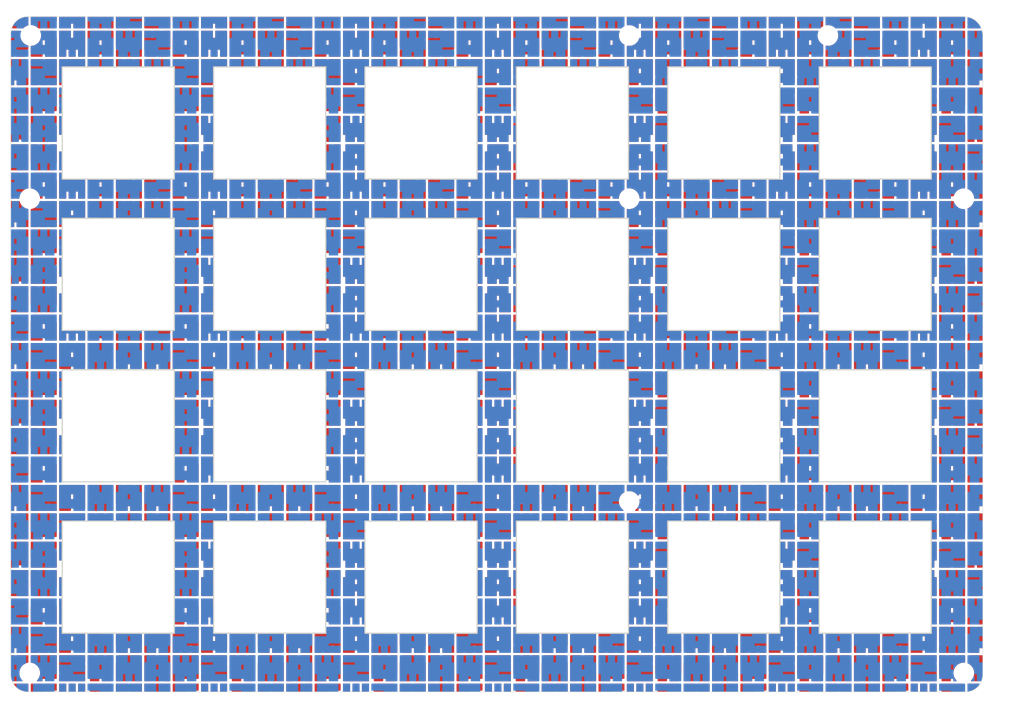
<source format=kicad_pcb>
(kicad_pcb (version 20171130) (host pcbnew "(5.1.12)-1")
  (layers (0 F.Cu signal) (31 B.Cu signal) (34 B.Paste user) (35 F.Paste user) (36 B.SilkS user) (37 F.SilkS user) (38 B.Mask user) (39 F.Mask user) (44 Edge.Cuts user))
  (net 0 "")
  (module footprints:m2_Screw_Hole (layer F.Cu) (at -11.143756 69.205088)
    (fp_text reference Ref**)
    (fp_text value Val**)
    (pad "" np_thru_hole circle (at 0 0) (size 2.2 2.2) (drill 2.2) (layers *.Cu *.Mask))
  )
  (module footprints:m2_Screw_Hole (layer F.Cu) (at 64.293836 47.625008)
    (fp_text reference Ref**)
    (fp_text value Val**)
    (pad "" np_thru_hole circle (at 0 0) (size 2.2 2.2) (drill 2.2) (layers *.Cu *.Mask))
  )
  (module footprints:m2_Screw_Hole (layer F.Cu) (at 106.397756 69.205088)
    (fp_text reference Ref**)
    (fp_text value Val**)
    (pad "" np_thru_hole circle (at 0 0) (size 2.2 2.2) (drill 2.2) (layers *.Cu *.Mask))
  )
  (module footprints:m2_Screw_Hole (layer F.Cu) (at 106.397756 9.525008)
    (fp_text reference Ref**)
    (fp_text value Val**)
    (pad "" np_thru_hole circle (at 0 0) (size 2.2 2.2) (drill 2.2) (layers *.Cu *.Mask))
  )
  (module footprints:m2_Screw_Hole (layer F.Cu) (at 64.293836 9.525008)
    (fp_text reference Ref**)
    (fp_text value Val**)
    (pad "" np_thru_hole circle (at 0 0) (size 2.2 2.2) (drill 2.2) (layers *.Cu *.Mask))
  )
  (module footprints:m2_Screw_Hole (layer F.Cu) (at -11.143756 9.525008)
    (fp_text reference Ref**)
    (fp_text value Val**)
    (pad "" np_thru_hole circle (at 0 0) (size 2.2 2.2) (drill 2.2) (layers *.Cu *.Mask))
  )
  (module footprints:m2_Screw_Hole (layer F.Cu) (at 64.293836 -11.013291)
    (fp_text reference Ref**)
    (fp_text value Val**)
    (pad "" np_thru_hole circle (at 0 0) (size 2.2 2.2) (drill 2.2) (layers *.Cu *.Mask))
  )
  (module footprints:m2_Screw_Hole (layer F.Cu) (at -11.013291 -11.013291)
    (fp_text reference Ref**)
    (fp_text value Val**)
    (pad "" np_thru_hole circle (at 0 0) (size 2.2 2.2) (drill 2.2) (layers *.Cu *.Mask))
  )
  (module footprints:m2_Screw_Hole (layer F.Cu) (at 89.29695 -11.013291)
    (fp_text reference Ref**)
    (fp_text value Val**)
    (pad "" np_thru_hole circle (at 0 0) (size 2.2 2.2) (drill 2.2) (layers *.Cu *.Mask))
  )
  (module footprints:SW_Hole_1u (layer F.Cu) (at 38.1 57.15)
    (fp_text reference SW2 hide)
    (fp_text value KEY_SWITCH hide)
    (fp_line (start -7.05 7.05) (end -7.05 -7.05) (layer Edge.Cuts) (width 0.15))
    (fp_line (start 7.05 7.05) (end -7.05 7.05) (layer Edge.Cuts) (width 0.15))
    (fp_line (start 7.05 -7.05) (end 7.05 7.05) (layer Edge.Cuts) (width 0.15))
    (fp_line (start -7.05 -7.05) (end 7.05 -7.05) (layer Edge.Cuts) (width 0.15))
  )
  (module footprints:SW_Hole_1u (layer F.Cu) (at 76.2 57.15)
    (fp_text reference SW2 hide)
    (fp_text value KEY_SWITCH hide)
    (fp_line (start -7.05 7.05) (end -7.05 -7.05) (layer Edge.Cuts) (width 0.15))
    (fp_line (start 7.05 7.05) (end -7.05 7.05) (layer Edge.Cuts) (width 0.15))
    (fp_line (start 7.05 -7.05) (end 7.05 7.05) (layer Edge.Cuts) (width 0.15))
    (fp_line (start -7.05 -7.05) (end 7.05 -7.05) (layer Edge.Cuts) (width 0.15))
  )
  (module footprints:SW_Hole_1u (layer F.Cu) (at 0 57.15)
    (fp_text reference SW2 hide)
    (fp_text value KEY_SWITCH hide)
    (fp_line (start -7.05 7.05) (end -7.05 -7.05) (layer Edge.Cuts) (width 0.15))
    (fp_line (start 7.05 7.05) (end -7.05 7.05) (layer Edge.Cuts) (width 0.15))
    (fp_line (start 7.05 -7.05) (end 7.05 7.05) (layer Edge.Cuts) (width 0.15))
    (fp_line (start -7.05 -7.05) (end 7.05 -7.05) (layer Edge.Cuts) (width 0.15))
  )
  (module footprints:SW_Hole_1u (layer F.Cu) (at 57.15 57.15)
    (fp_text reference SW2 hide)
    (fp_text value KEY_SWITCH hide)
    (fp_line (start -7.05 7.05) (end -7.05 -7.05) (layer Edge.Cuts) (width 0.15))
    (fp_line (start 7.05 7.05) (end -7.05 7.05) (layer Edge.Cuts) (width 0.15))
    (fp_line (start 7.05 -7.05) (end 7.05 7.05) (layer Edge.Cuts) (width 0.15))
    (fp_line (start -7.05 -7.05) (end 7.05 -7.05) (layer Edge.Cuts) (width 0.15))
  )
  (module footprints:SW_Hole_1u (layer F.Cu) (at 19.05 57.15)
    (fp_text reference SW2 hide)
    (fp_text value KEY_SWITCH hide)
    (fp_line (start -7.05 7.05) (end -7.05 -7.05) (layer Edge.Cuts) (width 0.15))
    (fp_line (start 7.05 7.05) (end -7.05 7.05) (layer Edge.Cuts) (width 0.15))
    (fp_line (start 7.05 -7.05) (end 7.05 7.05) (layer Edge.Cuts) (width 0.15))
    (fp_line (start -7.05 -7.05) (end 7.05 -7.05) (layer Edge.Cuts) (width 0.15))
  )
  (module footprints:SW_Hole_1u (layer F.Cu) (at 95.25 57.15)
    (fp_text reference SW2 hide)
    (fp_text value KEY_SWITCH hide)
    (fp_line (start -7.05 7.05) (end -7.05 -7.05) (layer Edge.Cuts) (width 0.15))
    (fp_line (start 7.05 7.05) (end -7.05 7.05) (layer Edge.Cuts) (width 0.15))
    (fp_line (start 7.05 -7.05) (end 7.05 7.05) (layer Edge.Cuts) (width 0.15))
    (fp_line (start -7.05 -7.05) (end 7.05 -7.05) (layer Edge.Cuts) (width 0.15))
  )
  (module footprints:SW_Hole_1u (layer F.Cu) (at 0 38.1)
    (fp_text reference SW2 hide)
    (fp_text value KEY_SWITCH hide)
    (fp_line (start -7.05 7.05) (end -7.05 -7.05) (layer Edge.Cuts) (width 0.15))
    (fp_line (start 7.05 7.05) (end -7.05 7.05) (layer Edge.Cuts) (width 0.15))
    (fp_line (start 7.05 -7.05) (end 7.05 7.05) (layer Edge.Cuts) (width 0.15))
    (fp_line (start -7.05 -7.05) (end 7.05 -7.05) (layer Edge.Cuts) (width 0.15))
  )
  (module footprints:SW_Hole_1u (layer F.Cu) (at 76.2 38.1)
    (fp_text reference SW2 hide)
    (fp_text value KEY_SWITCH hide)
    (fp_line (start -7.05 7.05) (end -7.05 -7.05) (layer Edge.Cuts) (width 0.15))
    (fp_line (start 7.05 7.05) (end -7.05 7.05) (layer Edge.Cuts) (width 0.15))
    (fp_line (start 7.05 -7.05) (end 7.05 7.05) (layer Edge.Cuts) (width 0.15))
    (fp_line (start -7.05 -7.05) (end 7.05 -7.05) (layer Edge.Cuts) (width 0.15))
  )
  (module footprints:SW_Hole_1u (layer F.Cu) (at 38.1 38.1)
    (fp_text reference SW2 hide)
    (fp_text value KEY_SWITCH hide)
    (fp_line (start -7.05 7.05) (end -7.05 -7.05) (layer Edge.Cuts) (width 0.15))
    (fp_line (start 7.05 7.05) (end -7.05 7.05) (layer Edge.Cuts) (width 0.15))
    (fp_line (start 7.05 -7.05) (end 7.05 7.05) (layer Edge.Cuts) (width 0.15))
    (fp_line (start -7.05 -7.05) (end 7.05 -7.05) (layer Edge.Cuts) (width 0.15))
  )
  (module footprints:SW_Hole_1u (layer F.Cu) (at 19.05 38.1)
    (fp_text reference SW2 hide)
    (fp_text value KEY_SWITCH hide)
    (fp_line (start -7.05 7.05) (end -7.05 -7.05) (layer Edge.Cuts) (width 0.15))
    (fp_line (start 7.05 7.05) (end -7.05 7.05) (layer Edge.Cuts) (width 0.15))
    (fp_line (start 7.05 -7.05) (end 7.05 7.05) (layer Edge.Cuts) (width 0.15))
    (fp_line (start -7.05 -7.05) (end 7.05 -7.05) (layer Edge.Cuts) (width 0.15))
  )
  (module footprints:SW_Hole_1u (layer F.Cu) (at 95.25 38.1)
    (fp_text reference SW2 hide)
    (fp_text value KEY_SWITCH hide)
    (fp_line (start -7.05 7.05) (end -7.05 -7.05) (layer Edge.Cuts) (width 0.15))
    (fp_line (start 7.05 7.05) (end -7.05 7.05) (layer Edge.Cuts) (width 0.15))
    (fp_line (start 7.05 -7.05) (end 7.05 7.05) (layer Edge.Cuts) (width 0.15))
    (fp_line (start -7.05 -7.05) (end 7.05 -7.05) (layer Edge.Cuts) (width 0.15))
  )
  (module footprints:SW_Hole_1u (layer F.Cu) (at 57.15 38.1)
    (fp_text reference SW2 hide)
    (fp_text value KEY_SWITCH hide)
    (fp_line (start -7.05 7.05) (end -7.05 -7.05) (layer Edge.Cuts) (width 0.15))
    (fp_line (start 7.05 7.05) (end -7.05 7.05) (layer Edge.Cuts) (width 0.15))
    (fp_line (start 7.05 -7.05) (end 7.05 7.05) (layer Edge.Cuts) (width 0.15))
    (fp_line (start -7.05 -7.05) (end 7.05 -7.05) (layer Edge.Cuts) (width 0.15))
  )
  (module footprints:SW_Hole_1u (layer F.Cu) (at 76.2 19.05)
    (fp_text reference SW2 hide)
    (fp_text value KEY_SWITCH hide)
    (fp_line (start -7.05 7.05) (end -7.05 -7.05) (layer Edge.Cuts) (width 0.15))
    (fp_line (start 7.05 7.05) (end -7.05 7.05) (layer Edge.Cuts) (width 0.15))
    (fp_line (start 7.05 -7.05) (end 7.05 7.05) (layer Edge.Cuts) (width 0.15))
    (fp_line (start -7.05 -7.05) (end 7.05 -7.05) (layer Edge.Cuts) (width 0.15))
  )
  (module footprints:SW_Hole_1u (layer F.Cu) (at 95.25 19.05)
    (fp_text reference SW2 hide)
    (fp_text value KEY_SWITCH hide)
    (fp_line (start -7.05 7.05) (end -7.05 -7.05) (layer Edge.Cuts) (width 0.15))
    (fp_line (start 7.05 7.05) (end -7.05 7.05) (layer Edge.Cuts) (width 0.15))
    (fp_line (start 7.05 -7.05) (end 7.05 7.05) (layer Edge.Cuts) (width 0.15))
    (fp_line (start -7.05 -7.05) (end 7.05 -7.05) (layer Edge.Cuts) (width 0.15))
  )
  (module footprints:SW_Hole_1u (layer F.Cu) (at 57.15 19.05)
    (fp_text reference SW2 hide)
    (fp_text value KEY_SWITCH hide)
    (fp_line (start -7.05 7.05) (end -7.05 -7.05) (layer Edge.Cuts) (width 0.15))
    (fp_line (start 7.05 7.05) (end -7.05 7.05) (layer Edge.Cuts) (width 0.15))
    (fp_line (start 7.05 -7.05) (end 7.05 7.05) (layer Edge.Cuts) (width 0.15))
    (fp_line (start -7.05 -7.05) (end 7.05 -7.05) (layer Edge.Cuts) (width 0.15))
  )
  (module footprints:SW_Hole_1u (layer F.Cu) (at 38.1 19.05)
    (fp_text reference SW2 hide)
    (fp_text value KEY_SWITCH hide)
    (fp_line (start -7.05 7.05) (end -7.05 -7.05) (layer Edge.Cuts) (width 0.15))
    (fp_line (start 7.05 7.05) (end -7.05 7.05) (layer Edge.Cuts) (width 0.15))
    (fp_line (start 7.05 -7.05) (end 7.05 7.05) (layer Edge.Cuts) (width 0.15))
    (fp_line (start -7.05 -7.05) (end 7.05 -7.05) (layer Edge.Cuts) (width 0.15))
  )
  (module footprints:SW_Hole_1u (layer F.Cu) (at 0 19.05)
    (fp_text reference SW2 hide)
    (fp_text value KEY_SWITCH hide)
    (fp_line (start -7.05 7.05) (end -7.05 -7.05) (layer Edge.Cuts) (width 0.15))
    (fp_line (start 7.05 7.05) (end -7.05 7.05) (layer Edge.Cuts) (width 0.15))
    (fp_line (start 7.05 -7.05) (end 7.05 7.05) (layer Edge.Cuts) (width 0.15))
    (fp_line (start -7.05 -7.05) (end 7.05 -7.05) (layer Edge.Cuts) (width 0.15))
  )
  (module footprints:SW_Hole_1u (layer F.Cu) (at 19.05 19.05)
    (fp_text reference SW2 hide)
    (fp_text value KEY_SWITCH hide)
    (fp_line (start -7.05 7.05) (end -7.05 -7.05) (layer Edge.Cuts) (width 0.15))
    (fp_line (start 7.05 7.05) (end -7.05 7.05) (layer Edge.Cuts) (width 0.15))
    (fp_line (start 7.05 -7.05) (end 7.05 7.05) (layer Edge.Cuts) (width 0.15))
    (fp_line (start -7.05 -7.05) (end 7.05 -7.05) (layer Edge.Cuts) (width 0.15))
  )
  (module footprints:SW_Hole_1u (layer F.Cu) (at 95.25 0)
    (fp_text reference SW2 hide)
    (fp_text value KEY_SWITCH hide)
    (fp_line (start -7.05 7.05) (end -7.05 -7.05) (layer Edge.Cuts) (width 0.15))
    (fp_line (start 7.05 7.05) (end -7.05 7.05) (layer Edge.Cuts) (width 0.15))
    (fp_line (start 7.05 -7.05) (end 7.05 7.05) (layer Edge.Cuts) (width 0.15))
    (fp_line (start -7.05 -7.05) (end 7.05 -7.05) (layer Edge.Cuts) (width 0.15))
  )
  (module footprints:SW_Hole_1u (layer F.Cu) (at 76.2 0)
    (fp_text reference SW2 hide)
    (fp_text value KEY_SWITCH hide)
    (fp_line (start -7.05 7.05) (end -7.05 -7.05) (layer Edge.Cuts) (width 0.15))
    (fp_line (start 7.05 7.05) (end -7.05 7.05) (layer Edge.Cuts) (width 0.15))
    (fp_line (start 7.05 -7.05) (end 7.05 7.05) (layer Edge.Cuts) (width 0.15))
    (fp_line (start -7.05 -7.05) (end 7.05 -7.05) (layer Edge.Cuts) (width 0.15))
  )
  (module footprints:SW_Hole_1u (layer F.Cu) (at 57.15 0)
    (fp_text reference SW2 hide)
    (fp_text value KEY_SWITCH hide)
    (fp_line (start -7.05 7.05) (end -7.05 -7.05) (layer Edge.Cuts) (width 0.15))
    (fp_line (start 7.05 7.05) (end -7.05 7.05) (layer Edge.Cuts) (width 0.15))
    (fp_line (start 7.05 -7.05) (end 7.05 7.05) (layer Edge.Cuts) (width 0.15))
    (fp_line (start -7.05 -7.05) (end 7.05 -7.05) (layer Edge.Cuts) (width 0.15))
  )
  (module footprints:SW_Hole_1u (layer F.Cu) (at 38.1 0)
    (fp_text reference SW2 hide)
    (fp_text value KEY_SWITCH hide)
    (fp_line (start -7.05 7.05) (end -7.05 -7.05) (layer Edge.Cuts) (width 0.15))
    (fp_line (start 7.05 7.05) (end -7.05 7.05) (layer Edge.Cuts) (width 0.15))
    (fp_line (start 7.05 -7.05) (end 7.05 7.05) (layer Edge.Cuts) (width 0.15))
    (fp_line (start -7.05 -7.05) (end 7.05 -7.05) (layer Edge.Cuts) (width 0.15))
  )
  (module footprints:SW_Hole_1u (layer F.Cu) (at 19.05 0)
    (fp_text reference SW2 hide)
    (fp_text value KEY_SWITCH hide)
    (fp_line (start -7.05 7.05) (end -7.05 -7.05) (layer Edge.Cuts) (width 0.15))
    (fp_line (start 7.05 7.05) (end -7.05 7.05) (layer Edge.Cuts) (width 0.15))
    (fp_line (start 7.05 -7.05) (end 7.05 7.05) (layer Edge.Cuts) (width 0.15))
    (fp_line (start -7.05 -7.05) (end 7.05 -7.05) (layer Edge.Cuts) (width 0.15))
  )
  (module footprints:SW_Hole_1u (layer F.Cu) (at 0 0)
    (fp_text reference SW2 hide)
    (fp_text value KEY_SWITCH hide)
    (fp_line (start -7.05 7.05) (end -7.05 -7.05) (layer Edge.Cuts) (width 0.15))
    (fp_line (start 7.05 7.05) (end -7.05 7.05) (layer Edge.Cuts) (width 0.15))
    (fp_line (start 7.05 -7.05) (end 7.05 7.05) (layer Edge.Cuts) (width 0.15))
    (fp_line (start -7.05 -7.05) (end 7.05 -7.05) (layer Edge.Cuts) (width 0.15))
  )
  (gr_arc (start -11.378576 69.439908) (end -13.525008 69.439908) (angle -90) (layer Edge.Cuts) (width 0.05))
  (gr_arc (start -11.378576 -11.248111) (end -11.378576 -13.394543) (angle -90) (layer Edge.Cuts) (width 0.05))
  (gr_line (start -13.525008 69.439908) (end -13.525008 -11.248111) (layer Edge.Cuts) (width 0.05))
  (gr_line (start -11.378576 -13.394543) (end 106.397756 -13.394543) (layer Edge.Cuts) (width 0.05))
  (gr_arc (start 106.63258 69.439908) (end 106.63258 71.586336) (angle -90) (layer Edge.Cuts) (width 0.05))
  (gr_line (start 108.779008 69.439908) (end 108.779008 -11.013291) (layer Edge.Cuts) (width 0.05))
  (gr_line (start -11.378576 71.58634) (end 106.63258 71.58634) (layer Edge.Cuts) (width 0.05))
  (gr_arc (start 106.397756 -11.013291) (end 108.779008 -11.013291) (angle -90) (layer Edge.Cuts) (width 0.05))
  (zone (net 0) (net_name "") (layer F.Cu) (connect_pads (clearance 0)) (min_thickness 0.148828) (fill yes (arc_segments 32) (thermal_gap 0.508) (thermal_bridge_width 0.508))
    (polygon (pts (xy 109.5375 72.628125) (xy -14.2875 72.628125) (xy -14.2875 -14.2875) (xy 109.5375 -14.2875)))
  )
  (zone (net 0) (net_name "") (layer B.Cu) (connect_pads (clearance 0)) (min_thickness 0.148828) (fill yes (arc_segments 32) (thermal_gap 0.508) (thermal_bridge_width 0.508))
    (polygon (pts (xy 109.537408 72.628064) (xy -14.287488 72.628064) (xy -14.287488 -14.287488) (xy 109.537408 -14.287488)))
  )
  (zone (net 0) (net_name "") (layer F.Cu) (connect_pads (clearance 0)) (min_thickness 0.254)
    (keepout (tracks allowed) (vias allowed) (copperpour not_allowed))
    (fill (arc_segments 32) (thermal_gap 0.508) (thermal_bridge_width 0.508))
    (polygon (pts (xy -11.310928 -15.180456) (xy -14.585144 -15.180456) (xy -14.585144 -13.096864) (xy -13.096864 -13.096864) (xy -13.096864 -12.799208) (xy -14.585144 -12.799208) (xy -14.585144 -11.90624) (xy -14.8828 -11.90624) (xy -14.8828 -15.478112) (xy -11.310928 -15.478112)))
  )
  (zone (net 0) (net_name "") (layer F.Cu) (connect_pads (clearance 0)) (min_thickness 0.254)
    (keepout (tracks allowed) (vias allowed) (copperpour not_allowed))
    (fill (arc_segments 32) (thermal_gap 0.508) (thermal_bridge_width 0.508))
    (polygon (pts (xy -11.310928 -13.989832) (xy -12.799208 -13.989832) (xy -12.799208 -14.287488) (xy -11.310928 -14.287488)))
  )
  (zone (net 0) (net_name "") (layer F.Cu) (connect_pads (clearance 0)) (min_thickness 0.254)
    (keepout (tracks allowed) (vias allowed) (copperpour not_allowed))
    (fill (arc_segments 32) (thermal_gap 0.508) (thermal_bridge_width 0.508))
    (polygon (pts (xy -7.739056 -15.180456) (xy -8.632024 -15.180456) (xy -8.632024 -14.287488) (xy -8.92968 -14.287488) (xy -8.92968 -15.180456) (xy -9.822648 -15.180456) (xy -9.822648 -14.287488) (xy -10.120304 -14.287488) (xy -10.120304 -15.180456) (xy -11.013272 -15.180456) (xy -11.013272 -12.799208) (xy -10.715616 -12.799208) (xy -10.715616 -11.90624) (xy -11.310928 -11.90624) (xy -11.310928 -15.478112) (xy -7.739056 -15.478112)))
  )
  (zone (net 0) (net_name "") (layer F.Cu) (connect_pads (clearance 0)) (min_thickness 0.254)
    (keepout (tracks allowed) (vias allowed) (copperpour not_allowed))
    (fill (arc_segments 32) (thermal_gap 0.508) (thermal_bridge_width 0.508))
    (polygon (pts (xy -7.739056 -11.90624) (xy -8.036712 -11.90624) (xy -8.036712 -12.799208) (xy -7.739056 -12.799208)))
  )
  (zone (net 0) (net_name "") (layer F.Cu) (connect_pads (clearance 0)) (min_thickness 0.254)
    (keepout (tracks allowed) (vias allowed) (copperpour not_allowed))
    (fill (arc_segments 32) (thermal_gap 0.508) (thermal_bridge_width 0.508))
    (polygon (pts (xy -9.227336 -11.90624) (xy -9.524992 -11.90624) (xy -9.524992 -12.501552) (xy -9.227336 -12.501552)))
  )
  (zone (net 0) (net_name "") (layer F.Cu) (connect_pads (clearance 0)) (min_thickness 0.254)
    (keepout (tracks allowed) (vias allowed) (copperpour not_allowed))
    (fill (arc_segments 32) (thermal_gap 0.508) (thermal_bridge_width 0.508))
    (polygon (pts (xy -4.167184 -14.287488) (xy -4.46484 -14.287488) (xy -4.46484 -15.180456) (xy -7.143744 -15.180456) (xy -7.143744 -14.287488) (xy -7.4414 -14.287488) (xy -7.4414 -11.90624) (xy -7.739056 -11.90624) (xy -7.739056 -15.478112) (xy -4.167184 -15.478112)))
  )
  (zone (net 0) (net_name "") (layer F.Cu) (connect_pads (clearance 0)) (min_thickness 0.254)
    (keepout (tracks allowed) (vias allowed) (copperpour not_allowed))
    (fill (arc_segments 32) (thermal_gap 0.508) (thermal_bridge_width 0.508))
    (polygon (pts (xy -5.655464 -13.39452) (xy -5.95312 -13.39452) (xy -5.95312 -13.989832) (xy -5.655464 -13.989832)))
  )
  (zone (net 0) (net_name "") (layer F.Cu) (connect_pads (clearance 0)) (min_thickness 0.254)
    (keepout (tracks allowed) (vias allowed) (copperpour not_allowed))
    (fill (arc_segments 32) (thermal_gap 0.508) (thermal_bridge_width 0.508))
    (polygon (pts (xy -5.655464 -11.90624) (xy -5.95312 -11.90624) (xy -5.95312 -12.501552) (xy -5.655464 -12.501552)))
  )
  (zone (net 0) (net_name "") (layer F.Cu) (connect_pads (clearance 0)) (min_thickness 0.254)
    (keepout (tracks allowed) (vias allowed) (copperpour not_allowed))
    (fill (arc_segments 32) (thermal_gap 0.508) (thermal_bridge_width 0.508))
    (polygon (pts (xy -0.595312 -15.180456) (xy -2.083592 -15.180456) (xy -2.083592 -14.287488) (xy -2.381248 -14.287488) (xy -2.381248 -15.180456) (xy -3.869528 -15.180456) (xy -3.869528 -11.90624) (xy -4.167184 -11.90624) (xy -4.167184 -15.478112) (xy -0.595312 -15.478112)))
  )
  (zone (net 0) (net_name "") (layer F.Cu) (connect_pads (clearance 0)) (min_thickness 0.254)
    (keepout (tracks allowed) (vias allowed) (copperpour not_allowed))
    (fill (arc_segments 32) (thermal_gap 0.508) (thermal_bridge_width 0.508))
    (polygon (pts (xy -2.678904 -11.90624) (xy -2.97656 -11.90624) (xy -2.97656 -12.799208) (xy -2.678904 -12.799208)))
  )
  (zone (net 0) (net_name "") (layer F.Cu) (connect_pads (clearance 0)) (min_thickness 0.254)
    (keepout (tracks allowed) (vias allowed) (copperpour not_allowed))
    (fill (arc_segments 32) (thermal_gap 0.508) (thermal_bridge_width 0.508))
    (polygon (pts (xy -1.48828 -11.90624) (xy -1.785936 -11.90624) (xy -1.785936 -12.799208) (xy -1.48828 -12.799208)))
  )
  (zone (net 0) (net_name "") (layer F.Cu) (connect_pads (clearance 0)) (min_thickness 0.254)
    (keepout (tracks allowed) (vias allowed) (copperpour not_allowed))
    (fill (arc_segments 32) (thermal_gap 0.508) (thermal_bridge_width 0.508))
    (polygon (pts (xy 2.97656 -15.180456) (xy -0.297656 -15.180456) (xy -0.297656 -11.90624) (xy -0.595312 -11.90624) (xy -0.595312 -15.478112) (xy 2.97656 -15.478112)))
  )
  (zone (net 0) (net_name "") (layer F.Cu) (connect_pads (clearance 0)) (min_thickness 0.254)
    (keepout (tracks allowed) (vias allowed) (copperpour not_allowed))
    (fill (arc_segments 32) (thermal_gap 0.508) (thermal_bridge_width 0.508))
    (polygon (pts (xy 1.48828 -13.39452) (xy 1.190624 -13.39452) (xy 1.190624 -13.989832) (xy 1.48828 -13.989832)))
  )
  (zone (net 0) (net_name "") (layer F.Cu) (connect_pads (clearance 0)) (min_thickness 0.254)
    (keepout (tracks allowed) (vias allowed) (copperpour not_allowed))
    (fill (arc_segments 32) (thermal_gap 0.508) (thermal_bridge_width 0.508))
    (polygon (pts (xy 2.97656 -11.90624) (xy 1.190624 -11.90624) (xy 1.190624 -12.203896) (xy 2.97656 -12.203896)))
  )
  (zone (net 0) (net_name "") (layer F.Cu) (connect_pads (clearance 0)) (min_thickness 0.254)
    (keepout (tracks allowed) (vias allowed) (copperpour not_allowed))
    (fill (arc_segments 32) (thermal_gap 0.508) (thermal_bridge_width 0.508))
    (polygon (pts (xy -11.310928 -11.608584) (xy -12.203896 -11.608584) (xy -12.203896 -10.715616) (xy -12.501552 -10.715616) (xy -12.501552 -11.608584) (xy -13.39452 -11.608584) (xy -13.39452 -10.715616) (xy -13.692176 -10.715616) (xy -13.692176 -11.608584) (xy -14.585144 -11.608584) (xy -14.585144 -9.227336) (xy -14.287488 -9.227336) (xy -14.287488 -8.334368) (xy -14.8828 -8.334368) (xy -14.8828 -11.90624) (xy -11.310928 -11.90624)))
  )
  (zone (net 0) (net_name "") (layer F.Cu) (connect_pads (clearance 0)) (min_thickness 0.254)
    (keepout (tracks allowed) (vias allowed) (copperpour not_allowed))
    (fill (arc_segments 32) (thermal_gap 0.508) (thermal_bridge_width 0.508))
    (polygon (pts (xy -9.227336 -8.334368) (xy -9.524992 -8.334368) (xy -9.524992 -8.92968) (xy -9.227336 -8.92968)))
  )
  (zone (net 0) (net_name "") (layer F.Cu) (connect_pads (clearance 0)) (min_thickness 0.254)
    (keepout (tracks allowed) (vias allowed) (copperpour not_allowed))
    (fill (arc_segments 32) (thermal_gap 0.508) (thermal_bridge_width 0.508))
    (polygon (pts (xy -11.310928 -8.334368) (xy -11.608584 -8.334368) (xy -11.608584 -9.227336) (xy -11.310928 -9.227336)))
  )
  (zone (net 0) (net_name "") (layer F.Cu) (connect_pads (clearance 0)) (min_thickness 0.254)
    (keepout (tracks allowed) (vias allowed) (copperpour not_allowed))
    (fill (arc_segments 32) (thermal_gap 0.508) (thermal_bridge_width 0.508))
    (polygon (pts (xy -2.083592 -9.822648) (xy -2.381248 -9.822648) (xy -2.381248 -10.41796) (xy -2.083592 -10.41796)))
  )
  (zone (net 0) (net_name "") (layer F.Cu) (connect_pads (clearance 0)) (min_thickness 0.254)
    (keepout (tracks allowed) (vias allowed) (copperpour not_allowed))
    (fill (arc_segments 32) (thermal_gap 0.508) (thermal_bridge_width 0.508))
    (polygon (pts (xy -4.167184 -11.608584) (xy -5.655464 -11.608584) (xy -5.655464 -10.715616) (xy -5.95312 -10.715616) (xy -5.95312 -11.608584) (xy -7.4414 -11.608584) (xy -7.4414 -8.334368) (xy -7.739056 -8.334368) (xy -7.739056 -11.90624) (xy -4.167184 -11.90624)))
  )
  (zone (net 0) (net_name "") (layer F.Cu) (connect_pads (clearance 0)) (min_thickness 0.254)
    (keepout (tracks allowed) (vias allowed) (copperpour not_allowed))
    (fill (arc_segments 32) (thermal_gap 0.508) (thermal_bridge_width 0.508))
    (polygon (pts (xy -12.799208 -8.334368) (xy -13.096864 -8.334368) (xy -13.096864 -8.92968) (xy -12.799208 -8.92968)))
  )
  (zone (net 0) (net_name "") (layer F.Cu) (connect_pads (clearance 0)) (min_thickness 0.254)
    (keepout (tracks allowed) (vias allowed) (copperpour not_allowed))
    (fill (arc_segments 32) (thermal_gap 0.508) (thermal_bridge_width 0.508))
    (polygon (pts (xy -7.739056 -10.715616) (xy -8.036712 -10.715616) (xy -8.036712 -11.608584) (xy -10.715616 -11.608584) (xy -10.715616 -10.715616) (xy -11.013272 -10.715616) (xy -11.013272 -8.334368) (xy -11.310928 -8.334368) (xy -11.310928 -11.90624) (xy -7.739056 -11.90624)))
  )
  (zone (net 0) (net_name "") (layer F.Cu) (connect_pads (clearance 0)) (min_thickness 0.254)
    (keepout (tracks allowed) (vias allowed) (copperpour not_allowed))
    (fill (arc_segments 32) (thermal_gap 0.508) (thermal_bridge_width 0.508))
    (polygon (pts (xy -6.250776 -8.334368) (xy -6.548432 -8.334368) (xy -6.548432 -9.227336) (xy -6.250776 -9.227336)))
  )
  (zone (net 0) (net_name "") (layer F.Cu) (connect_pads (clearance 0)) (min_thickness 0.254)
    (keepout (tracks allowed) (vias allowed) (copperpour not_allowed))
    (fill (arc_segments 32) (thermal_gap 0.508) (thermal_bridge_width 0.508))
    (polygon (pts (xy -5.060152 -8.334368) (xy -5.357808 -8.334368) (xy -5.357808 -9.227336) (xy -5.060152 -9.227336)))
  )
  (zone (net 0) (net_name "") (layer F.Cu) (connect_pads (clearance 0)) (min_thickness 0.254)
    (keepout (tracks allowed) (vias allowed) (copperpour not_allowed))
    (fill (arc_segments 32) (thermal_gap 0.508) (thermal_bridge_width 0.508))
    (polygon (pts (xy -9.227336 -9.822648) (xy -9.524992 -9.822648) (xy -9.524992 -10.41796) (xy -9.227336 -10.41796)))
  )
  (zone (net 0) (net_name "") (layer F.Cu) (connect_pads (clearance 0)) (min_thickness 0.254)
    (keepout (tracks allowed) (vias allowed) (copperpour not_allowed))
    (fill (arc_segments 32) (thermal_gap 0.508) (thermal_bridge_width 0.508))
    (polygon (pts (xy -0.595312 -11.608584) (xy -3.869528 -11.608584) (xy -3.869528 -8.334368) (xy -4.167184 -8.334368) (xy -4.167184 -11.90624) (xy -0.595312 -11.90624)))
  )
  (zone (net 0) (net_name "") (layer F.Cu) (connect_pads (clearance 0)) (min_thickness 0.254)
    (keepout (tracks allowed) (vias allowed) (copperpour not_allowed))
    (fill (arc_segments 32) (thermal_gap 0.508) (thermal_bridge_width 0.508))
    (polygon (pts (xy -0.595312 -8.334368) (xy -2.381248 -8.334368) (xy -2.381248 -8.632024) (xy -0.595312 -8.632024)))
  )
  (zone (net 0) (net_name "") (layer F.Cu) (connect_pads (clearance 0)) (min_thickness 0.254)
    (keepout (tracks allowed) (vias allowed) (copperpour not_allowed))
    (fill (arc_segments 32) (thermal_gap 0.508) (thermal_bridge_width 0.508))
    (polygon (pts (xy 2.97656 -11.608584) (xy -0.297656 -11.608584) (xy -0.297656 -9.524992) (xy 1.190624 -9.524992) (xy 1.190624 -9.227336) (xy -0.297656 -9.227336) (xy -0.297656 -8.334368) (xy -0.595312 -8.334368) (xy -0.595312 -11.90624) (xy 2.97656 -11.90624)))
  )
  (zone (net 0) (net_name "") (layer F.Cu) (connect_pads (clearance 0)) (min_thickness 0.254)
    (keepout (tracks allowed) (vias allowed) (copperpour not_allowed))
    (fill (arc_segments 32) (thermal_gap 0.508) (thermal_bridge_width 0.508))
    (polygon (pts (xy 2.97656 -10.41796) (xy 1.48828 -10.41796) (xy 1.48828 -10.715616) (xy 2.97656 -10.715616)))
  )
  (zone (net 0) (net_name "") (layer F.Cu) (connect_pads (clearance 0)) (min_thickness 0.254)
    (keepout (tracks allowed) (vias allowed) (copperpour not_allowed))
    (fill (arc_segments 32) (thermal_gap 0.508) (thermal_bridge_width 0.508))
    (polygon (pts (xy -0.595312 -8.036712) (xy -3.869528 -8.036712) (xy -3.869528 -5.95312) (xy -2.381248 -5.95312) (xy -2.381248 -5.655464) (xy -3.869528 -5.655464) (xy -3.869528 -4.762496) (xy -4.167184 -4.762496) (xy -4.167184 -8.334368) (xy -0.595312 -8.334368)))
  )
  (zone (net 0) (net_name "") (layer F.Cu) (connect_pads (clearance 0)) (min_thickness 0.254)
    (keepout (tracks allowed) (vias allowed) (copperpour not_allowed))
    (fill (arc_segments 32) (thermal_gap 0.508) (thermal_bridge_width 0.508))
    (polygon (pts (xy 2.97656 -8.036712) (xy 2.083592 -8.036712) (xy 2.083592 -7.143744) (xy 1.785936 -7.143744) (xy 1.785936 -8.036712) (xy 0.892968 -8.036712) (xy 0.892968 -7.143744) (xy 0.595312 -7.143744) (xy 0.595312 -8.036712) (xy -0.297656 -8.036712) (xy -0.297656 -5.655464) (xy 0 -5.655464) (xy 0 -4.762496) (xy -0.595312 -4.762496) (xy -0.595312 -8.334368) (xy 2.97656 -8.334368)))
  )
  (zone (net 0) (net_name "") (layer F.Cu) (connect_pads (clearance 0)) (min_thickness 0.254)
    (keepout (tracks allowed) (vias allowed) (copperpour not_allowed))
    (fill (arc_segments 32) (thermal_gap 0.508) (thermal_bridge_width 0.508))
    (polygon (pts (xy -12.799208 -4.762496) (xy -13.096864 -4.762496) (xy -13.096864 -5.357808) (xy -12.799208 -5.357808)))
  )
  (zone (net 0) (net_name "") (layer F.Cu) (connect_pads (clearance 0)) (min_thickness 0.254)
    (keepout (tracks allowed) (vias allowed) (copperpour not_allowed))
    (fill (arc_segments 32) (thermal_gap 0.508) (thermal_bridge_width 0.508))
    (polygon (pts (xy 2.97656 -4.762496) (xy 2.678904 -4.762496) (xy 2.678904 -5.655464) (xy 2.97656 -5.655464)))
  )
  (zone (net 0) (net_name "") (layer F.Cu) (connect_pads (clearance 0)) (min_thickness 0.254)
    (keepout (tracks allowed) (vias allowed) (copperpour not_allowed))
    (fill (arc_segments 32) (thermal_gap 0.508) (thermal_bridge_width 0.508))
    (polygon (pts (xy -5.655464 -6.250776) (xy -5.95312 -6.250776) (xy -5.95312 -6.846088) (xy -5.655464 -6.846088)))
  )
  (zone (net 0) (net_name "") (layer F.Cu) (connect_pads (clearance 0)) (min_thickness 0.254)
    (keepout (tracks allowed) (vias allowed) (copperpour not_allowed))
    (fill (arc_segments 32) (thermal_gap 0.508) (thermal_bridge_width 0.508))
    (polygon (pts (xy -7.739056 -8.036712) (xy -9.227336 -8.036712) (xy -9.227336 -7.143744) (xy -9.524992 -7.143744) (xy -9.524992 -8.036712) (xy -11.013272 -8.036712) (xy -11.013272 -4.762496) (xy -11.310928 -4.762496) (xy -11.310928 -8.334368) (xy -7.739056 -8.334368)))
  )
  (zone (net 0) (net_name "") (layer F.Cu) (connect_pads (clearance 0)) (min_thickness 0.254)
    (keepout (tracks allowed) (vias allowed) (copperpour not_allowed))
    (fill (arc_segments 32) (thermal_gap 0.508) (thermal_bridge_width 0.508))
    (polygon (pts (xy 1.48828 -4.762496) (xy 1.190624 -4.762496) (xy 1.190624 -5.357808) (xy 1.48828 -5.357808)))
  )
  (zone (net 0) (net_name "") (layer F.Cu) (connect_pads (clearance 0)) (min_thickness 0.254)
    (keepout (tracks allowed) (vias allowed) (copperpour not_allowed))
    (fill (arc_segments 32) (thermal_gap 0.508) (thermal_bridge_width 0.508))
    (polygon (pts (xy -11.310928 -7.143744) (xy -11.608584 -7.143744) (xy -11.608584 -8.036712) (xy -14.287488 -8.036712) (xy -14.287488 -7.143744) (xy -14.585144 -7.143744) (xy -14.585144 -4.762496) (xy -14.8828 -4.762496) (xy -14.8828 -8.334368) (xy -11.310928 -8.334368)))
  )
  (zone (net 0) (net_name "") (layer F.Cu) (connect_pads (clearance 0)) (min_thickness 0.254)
    (keepout (tracks allowed) (vias allowed) (copperpour not_allowed))
    (fill (arc_segments 32) (thermal_gap 0.508) (thermal_bridge_width 0.508))
    (polygon (pts (xy -9.822648 -4.762496) (xy -10.120304 -4.762496) (xy -10.120304 -5.655464) (xy -9.822648 -5.655464)))
  )
  (zone (net 0) (net_name "") (layer F.Cu) (connect_pads (clearance 0)) (min_thickness 0.254)
    (keepout (tracks allowed) (vias allowed) (copperpour not_allowed))
    (fill (arc_segments 32) (thermal_gap 0.508) (thermal_bridge_width 0.508))
    (polygon (pts (xy -8.632024 -4.762496) (xy -8.92968 -4.762496) (xy -8.92968 -5.655464) (xy -8.632024 -5.655464)))
  )
  (zone (net 0) (net_name "") (layer F.Cu) (connect_pads (clearance 0)) (min_thickness 0.254)
    (keepout (tracks allowed) (vias allowed) (copperpour not_allowed))
    (fill (arc_segments 32) (thermal_gap 0.508) (thermal_bridge_width 0.508))
    (polygon (pts (xy -0.595312 -6.846088) (xy -2.083592 -6.846088) (xy -2.083592 -7.143744) (xy -0.595312 -7.143744)))
  )
  (zone (net 0) (net_name "") (layer F.Cu) (connect_pads (clearance 0)) (min_thickness 0.254)
    (keepout (tracks allowed) (vias allowed) (copperpour not_allowed))
    (fill (arc_segments 32) (thermal_gap 0.508) (thermal_bridge_width 0.508))
    (polygon (pts (xy -12.799208 -6.250776) (xy -13.096864 -6.250776) (xy -13.096864 -6.846088) (xy -12.799208 -6.846088)))
  )
  (zone (net 0) (net_name "") (layer F.Cu) (connect_pads (clearance 0)) (min_thickness 0.254)
    (keepout (tracks allowed) (vias allowed) (copperpour not_allowed))
    (fill (arc_segments 32) (thermal_gap 0.508) (thermal_bridge_width 0.508))
    (polygon (pts (xy -4.167184 -8.036712) (xy -7.4414 -8.036712) (xy -7.4414 -4.762496) (xy -7.739056 -4.762496) (xy -7.739056 -8.334368) (xy -4.167184 -8.334368)))
  )
  (zone (net 0) (net_name "") (layer F.Cu) (connect_pads (clearance 0)) (min_thickness 0.254)
    (keepout (tracks allowed) (vias allowed) (copperpour not_allowed))
    (fill (arc_segments 32) (thermal_gap 0.508) (thermal_bridge_width 0.508))
    (polygon (pts (xy -4.167184 -4.762496) (xy -5.95312 -4.762496) (xy -5.95312 -5.060152) (xy -4.167184 -5.060152)))
  )
  (zone (net 0) (net_name "") (layer F.Cu) (connect_pads (clearance 0)) (min_thickness 0.254)
    (keepout (tracks allowed) (vias allowed) (copperpour not_allowed))
    (fill (arc_segments 32) (thermal_gap 0.508) (thermal_bridge_width 0.508))
    (polygon (pts (xy -7.739056 -1.190624) (xy -9.524992 -1.190624) (xy -9.524992 -1.48828) (xy -7.739056 -1.48828)))
  )
  (zone (net 0) (net_name "") (layer F.Cu) (connect_pads (clearance 0)) (min_thickness 0.254)
    (keepout (tracks allowed) (vias allowed) (copperpour not_allowed))
    (fill (arc_segments 32) (thermal_gap 0.508) (thermal_bridge_width 0.508))
    (polygon (pts (xy -0.595312 -1.190624) (xy -0.892968 -1.190624) (xy -0.892968 -2.083592) (xy -0.595312 -2.083592)))
  )
  (zone (net 0) (net_name "") (layer F.Cu) (connect_pads (clearance 0)) (min_thickness 0.254)
    (keepout (tracks allowed) (vias allowed) (copperpour not_allowed))
    (fill (arc_segments 32) (thermal_gap 0.508) (thermal_bridge_width 0.508))
    (polygon (pts (xy -2.083592 -1.190624) (xy -2.381248 -1.190624) (xy -2.381248 -1.785936) (xy -2.083592 -1.785936)))
  )
  (zone (net 0) (net_name "") (layer F.Cu) (connect_pads (clearance 0)) (min_thickness 0.254)
    (keepout (tracks allowed) (vias allowed) (copperpour not_allowed))
    (fill (arc_segments 32) (thermal_gap 0.508) (thermal_bridge_width 0.508))
    (polygon (pts (xy 1.48828 -1.190624) (xy 1.190624 -1.190624) (xy 1.190624 -1.785936) (xy 1.48828 -1.785936)))
  )
  (zone (net 0) (net_name "") (layer F.Cu) (connect_pads (clearance 0)) (min_thickness 0.254)
    (keepout (tracks allowed) (vias allowed) (copperpour not_allowed))
    (fill (arc_segments 32) (thermal_gap 0.508) (thermal_bridge_width 0.508))
    (polygon (pts (xy -9.227336 -2.678904) (xy -9.524992 -2.678904) (xy -9.524992 -3.274216) (xy -9.227336 -3.274216)))
  )
  (zone (net 0) (net_name "") (layer F.Cu) (connect_pads (clearance 0)) (min_thickness 0.254)
    (keepout (tracks allowed) (vias allowed) (copperpour not_allowed))
    (fill (arc_segments 32) (thermal_gap 0.508) (thermal_bridge_width 0.508))
    (polygon (pts (xy -0.595312 -4.46484) (xy -1.48828 -4.46484) (xy -1.48828 -3.571872) (xy -1.785936 -3.571872) (xy -1.785936 -4.46484) (xy -2.678904 -4.46484) (xy -2.678904 -3.571872) (xy -2.97656 -3.571872) (xy -2.97656 -4.46484) (xy -3.869528 -4.46484) (xy -3.869528 -2.083592) (xy -3.571872 -2.083592) (xy -3.571872 -1.190624) (xy -4.167184 -1.190624) (xy -4.167184 -4.762496) (xy -0.595312 -4.762496)))
  )
  (zone (net 0) (net_name "") (layer F.Cu) (connect_pads (clearance 0)) (min_thickness 0.254)
    (keepout (tracks allowed) (vias allowed) (copperpour not_allowed))
    (fill (arc_segments 32) (thermal_gap 0.508) (thermal_bridge_width 0.508))
    (polygon (pts (xy 2.97656 -3.571872) (xy 2.678904 -3.571872) (xy 2.678904 -4.46484) (xy 0 -4.46484) (xy 0 -3.571872) (xy -0.297656 -3.571872) (xy -0.297656 -1.190624) (xy -0.595312 -1.190624) (xy -0.595312 -4.762496) (xy 2.97656 -4.762496)))
  )
  (zone (net 0) (net_name "") (layer F.Cu) (connect_pads (clearance 0)) (min_thickness 0.254)
    (keepout (tracks allowed) (vias allowed) (copperpour not_allowed))
    (fill (arc_segments 32) (thermal_gap 0.508) (thermal_bridge_width 0.508))
    (polygon (pts (xy -13.39452 -1.190624) (xy -13.692176 -1.190624) (xy -13.692176 -2.083592) (xy -13.39452 -2.083592)))
  )
  (zone (net 0) (net_name "") (layer F.Cu) (connect_pads (clearance 0)) (min_thickness 0.254)
    (keepout (tracks allowed) (vias allowed) (copperpour not_allowed))
    (fill (arc_segments 32) (thermal_gap 0.508) (thermal_bridge_width 0.508))
    (polygon (pts (xy -12.203896 -1.190624) (xy -12.501552 -1.190624) (xy -12.501552 -2.083592) (xy -12.203896 -2.083592)))
  )
  (zone (net 0) (net_name "") (layer F.Cu) (connect_pads (clearance 0)) (min_thickness 0.254)
    (keepout (tracks allowed) (vias allowed) (copperpour not_allowed))
    (fill (arc_segments 32) (thermal_gap 0.508) (thermal_bridge_width 0.508))
    (polygon (pts (xy -4.167184 -3.274216) (xy -5.655464 -3.274216) (xy -5.655464 -3.571872) (xy -4.167184 -3.571872)))
  )
  (zone (net 0) (net_name "") (layer F.Cu) (connect_pads (clearance 0)) (min_thickness 0.254)
    (keepout (tracks allowed) (vias allowed) (copperpour not_allowed))
    (fill (arc_segments 32) (thermal_gap 0.508) (thermal_bridge_width 0.508))
    (polygon (pts (xy 1.48828 -2.678904) (xy 1.190624 -2.678904) (xy 1.190624 -3.274216) (xy 1.48828 -3.274216)))
  )
  (zone (net 0) (net_name "") (layer F.Cu) (connect_pads (clearance 0)) (min_thickness 0.254)
    (keepout (tracks allowed) (vias allowed) (copperpour not_allowed))
    (fill (arc_segments 32) (thermal_gap 0.508) (thermal_bridge_width 0.508))
    (polygon (pts (xy -7.739056 -4.46484) (xy -11.013272 -4.46484) (xy -11.013272 -1.190624) (xy -11.310928 -1.190624) (xy -11.310928 -4.762496) (xy -7.739056 -4.762496)))
  )
  (zone (net 0) (net_name "") (layer F.Cu) (connect_pads (clearance 0)) (min_thickness 0.254)
    (keepout (tracks allowed) (vias allowed) (copperpour not_allowed))
    (fill (arc_segments 32) (thermal_gap 0.508) (thermal_bridge_width 0.508))
    (polygon (pts (xy -11.310928 -4.46484) (xy -12.799208 -4.46484) (xy -12.799208 -3.571872) (xy -13.096864 -3.571872) (xy -13.096864 -4.46484) (xy -14.585144 -4.46484) (xy -14.585144 -1.190624) (xy -14.8828 -1.190624) (xy -14.8828 -4.762496) (xy -11.310928 -4.762496)))
  )
  (zone (net 0) (net_name "") (layer F.Cu) (connect_pads (clearance 0)) (min_thickness 0.254)
    (keepout (tracks allowed) (vias allowed) (copperpour not_allowed))
    (fill (arc_segments 32) (thermal_gap 0.508) (thermal_bridge_width 0.508))
    (polygon (pts (xy -4.167184 -4.46484) (xy -7.4414 -4.46484) (xy -7.4414 -2.381248) (xy -5.95312 -2.381248) (xy -5.95312 -2.083592) (xy -7.4414 -2.083592) (xy -7.4414 -1.190624) (xy -7.739056 -1.190624) (xy -7.739056 -4.762496) (xy -4.167184 -4.762496)))
  )
  (zone (net 0) (net_name "") (layer F.Cu) (connect_pads (clearance 0)) (min_thickness 0.254)
    (keepout (tracks allowed) (vias allowed) (copperpour not_allowed))
    (fill (arc_segments 32) (thermal_gap 0.508) (thermal_bridge_width 0.508))
    (polygon (pts (xy -11.310928 2.381248) (xy -13.096864 2.381248) (xy -13.096864 2.083592) (xy -11.310928 2.083592)))
  )
  (zone (net 0) (net_name "") (layer F.Cu) (connect_pads (clearance 0)) (min_thickness 0.254)
    (keepout (tracks allowed) (vias allowed) (copperpour not_allowed))
    (fill (arc_segments 32) (thermal_gap 0.508) (thermal_bridge_width 0.508))
    (polygon (pts (xy -4.167184 2.381248) (xy -4.46484 2.381248) (xy -4.46484 1.48828) (xy -4.167184 1.48828)))
  )
  (zone (net 0) (net_name "") (layer F.Cu) (connect_pads (clearance 0)) (min_thickness 0.254)
    (keepout (tracks allowed) (vias allowed) (copperpour not_allowed))
    (fill (arc_segments 32) (thermal_gap 0.508) (thermal_bridge_width 0.508))
    (polygon (pts (xy 0.892968 2.381248) (xy 0.595312 2.381248) (xy 0.595312 1.48828) (xy 0.892968 1.48828)))
  )
  (zone (net 0) (net_name "") (layer F.Cu) (connect_pads (clearance 0)) (min_thickness 0.254)
    (keepout (tracks allowed) (vias allowed) (copperpour not_allowed))
    (fill (arc_segments 32) (thermal_gap 0.508) (thermal_bridge_width 0.508))
    (polygon (pts (xy -0.595312 0) (xy -0.892968 0) (xy -0.892968 -0.892968) (xy -3.571872 -0.892968) (xy -3.571872 0) (xy -3.869528 0) (xy -3.869528 2.381248) (xy -4.167184 2.381248) (xy -4.167184 -1.190624) (xy -0.595312 -1.190624)))
  )
  (zone (net 0) (net_name "") (layer F.Cu) (connect_pads (clearance 0)) (min_thickness 0.254)
    (keepout (tracks allowed) (vias allowed) (copperpour not_allowed))
    (fill (arc_segments 32) (thermal_gap 0.508) (thermal_bridge_width 0.508))
    (polygon (pts (xy -11.310928 -0.892968) (xy -14.585144 -0.892968) (xy -14.585144 2.381248) (xy -14.8828 2.381248) (xy -14.8828 -1.190624) (xy -11.310928 -1.190624)))
  )
  (zone (net 0) (net_name "") (layer F.Cu) (connect_pads (clearance 0)) (min_thickness 0.254)
    (keepout (tracks allowed) (vias allowed) (copperpour not_allowed))
    (fill (arc_segments 32) (thermal_gap 0.508) (thermal_bridge_width 0.508))
    (polygon (pts (xy -7.739056 -0.892968) (xy -11.013272 -0.892968) (xy -11.013272 1.190624) (xy -9.524992 1.190624) (xy -9.524992 1.48828) (xy -11.013272 1.48828) (xy -11.013272 2.381248) (xy -11.310928 2.381248) (xy -11.310928 -1.190624) (xy -7.739056 -1.190624)))
  )
  (zone (net 0) (net_name "") (layer F.Cu) (connect_pads (clearance 0)) (min_thickness 0.254)
    (keepout (tracks allowed) (vias allowed) (copperpour not_allowed))
    (fill (arc_segments 32) (thermal_gap 0.508) (thermal_bridge_width 0.508))
    (polygon (pts (xy -12.799208 0.892968) (xy -13.096864 0.892968) (xy -13.096864 0.297656) (xy -12.799208 0.297656)))
  )
  (zone (net 0) (net_name "") (layer F.Cu) (connect_pads (clearance 0)) (min_thickness 0.254)
    (keepout (tracks allowed) (vias allowed) (copperpour not_allowed))
    (fill (arc_segments 32) (thermal_gap 0.508) (thermal_bridge_width 0.508))
    (polygon (pts (xy -2.083592 0.892968) (xy -2.381248 0.892968) (xy -2.381248 0.297656) (xy -2.083592 0.297656)))
  )
  (zone (net 0) (net_name "") (layer F.Cu) (connect_pads (clearance 0)) (min_thickness 0.254)
    (keepout (tracks allowed) (vias allowed) (copperpour not_allowed))
    (fill (arc_segments 32) (thermal_gap 0.508) (thermal_bridge_width 0.508))
    (polygon (pts (xy 2.97656 -0.892968) (xy 1.48828 -0.892968) (xy 1.48828 0) (xy 1.190624 0) (xy 1.190624 -0.892968) (xy -0.297656 -0.892968) (xy -0.297656 2.381248) (xy -0.595312 2.381248) (xy -0.595312 -1.190624) (xy 2.97656 -1.190624)))
  )
  (zone (net 0) (net_name "") (layer F.Cu) (connect_pads (clearance 0)) (min_thickness 0.254)
    (keepout (tracks allowed) (vias allowed) (copperpour not_allowed))
    (fill (arc_segments 32) (thermal_gap 0.508) (thermal_bridge_width 0.508))
    (polygon (pts (xy 2.083592 2.381248) (xy 1.785936 2.381248) (xy 1.785936 1.48828) (xy 2.083592 1.48828)))
  )
  (zone (net 0) (net_name "") (layer F.Cu) (connect_pads (clearance 0)) (min_thickness 0.254)
    (keepout (tracks allowed) (vias allowed) (copperpour not_allowed))
    (fill (arc_segments 32) (thermal_gap 0.508) (thermal_bridge_width 0.508))
    (polygon (pts (xy -7.739056 0.297656) (xy -9.227336 0.297656) (xy -9.227336 0) (xy -7.739056 0)))
  )
  (zone (net 0) (net_name "") (layer F.Cu) (connect_pads (clearance 0)) (min_thickness 0.254)
    (keepout (tracks allowed) (vias allowed) (copperpour not_allowed))
    (fill (arc_segments 32) (thermal_gap 0.508) (thermal_bridge_width 0.508))
    (polygon (pts (xy -2.083592 2.381248) (xy -2.381248 2.381248) (xy -2.381248 1.785936) (xy -2.083592 1.785936)))
  )
  (zone (net 0) (net_name "") (layer F.Cu) (connect_pads (clearance 0)) (min_thickness 0.254)
    (keepout (tracks allowed) (vias allowed) (copperpour not_allowed))
    (fill (arc_segments 32) (thermal_gap 0.508) (thermal_bridge_width 0.508))
    (polygon (pts (xy -5.655464 2.381248) (xy -5.95312 2.381248) (xy -5.95312 1.785936) (xy -5.655464 1.785936)))
  )
  (zone (net 0) (net_name "") (layer F.Cu) (connect_pads (clearance 0)) (min_thickness 0.254)
    (keepout (tracks allowed) (vias allowed) (copperpour not_allowed))
    (fill (arc_segments 32) (thermal_gap 0.508) (thermal_bridge_width 0.508))
    (polygon (pts (xy -4.167184 -0.892968) (xy -5.060152 -0.892968) (xy -5.060152 0) (xy -5.357808 0) (xy -5.357808 -0.892968) (xy -6.250776 -0.892968) (xy -6.250776 0) (xy -6.548432 0) (xy -6.548432 -0.892968) (xy -7.4414 -0.892968) (xy -7.4414 1.48828) (xy -7.143744 1.48828) (xy -7.143744 2.381248) (xy -7.739056 2.381248) (xy -7.739056 -1.190624) (xy -4.167184 -1.190624)))
  )
  (zone (net 0) (net_name "") (layer F.Cu) (connect_pads (clearance 0)) (min_thickness 0.254)
    (keepout (tracks allowed) (vias allowed) (copperpour not_allowed))
    (fill (arc_segments 32) (thermal_gap 0.508) (thermal_bridge_width 0.508))
    (polygon (pts (xy 10.120319 -1.190624) (xy 8.334383 -1.190624) (xy 8.334383 -1.48828) (xy 10.120319 -1.48828)))
  )
  (zone (net 0) (net_name "") (layer F.Cu) (connect_pads (clearance 0)) (min_thickness 0.254)
    (keepout (tracks allowed) (vias allowed) (copperpour not_allowed))
    (fill (arc_segments 32) (thermal_gap 0.508) (thermal_bridge_width 0.508))
    (polygon (pts (xy 27.979694 -1.190624) (xy 26.193758 -1.190624) (xy 26.193758 -1.48828) (xy 27.979694 -1.48828)))
  )
  (zone (net 0) (net_name "") (layer F.Cu) (connect_pads (clearance 0)) (min_thickness 0.254)
    (keepout (tracks allowed) (vias allowed) (copperpour not_allowed))
    (fill (arc_segments 32) (thermal_gap 0.508) (thermal_bridge_width 0.508))
    (polygon (pts (xy 45.839069 -1.190624) (xy 44.053133 -1.190624) (xy 44.053133 -1.48828) (xy 45.839069 -1.48828)))
  )
  (zone (net 0) (net_name "") (layer F.Cu) (connect_pads (clearance 0)) (min_thickness 0.254)
    (keepout (tracks allowed) (vias allowed) (copperpour not_allowed))
    (fill (arc_segments 32) (thermal_gap 0.508) (thermal_bridge_width 0.508))
    (polygon (pts (xy 63.698444 -1.190624) (xy 61.912508 -1.190624) (xy 61.912508 -1.48828) (xy 63.698444 -1.48828)))
  )
  (zone (net 0) (net_name "") (layer F.Cu) (connect_pads (clearance 0)) (min_thickness 0.254)
    (keepout (tracks allowed) (vias allowed) (copperpour not_allowed))
    (fill (arc_segments 32) (thermal_gap 0.508) (thermal_bridge_width 0.508))
    (polygon (pts (xy 81.557819 -1.190624) (xy 79.771883 -1.190624) (xy 79.771883 -1.48828) (xy 81.557819 -1.48828)))
  )
  (zone (net 0) (net_name "") (layer F.Cu) (connect_pads (clearance 0)) (min_thickness 0.254)
    (keepout (tracks allowed) (vias allowed) (copperpour not_allowed))
    (fill (arc_segments 32) (thermal_gap 0.508) (thermal_bridge_width 0.508))
    (polygon (pts (xy 99.417194 -1.190624) (xy 97.631258 -1.190624) (xy 97.631258 -1.48828) (xy 99.417194 -1.48828)))
  )
  (zone (net 0) (net_name "") (layer F.Cu) (connect_pads (clearance 0)) (min_thickness 0.254)
    (keepout (tracks allowed) (vias allowed) (copperpour not_allowed))
    (fill (arc_segments 32) (thermal_gap 0.508) (thermal_bridge_width 0.508))
    (polygon (pts (xy -7.739056 16.668751) (xy -9.524992 16.668751) (xy -9.524992 16.371095) (xy -7.739056 16.371095)))
  )
  (zone (net 0) (net_name "") (layer F.Cu) (connect_pads (clearance 0)) (min_thickness 0.254)
    (keepout (tracks allowed) (vias allowed) (copperpour not_allowed))
    (fill (arc_segments 32) (thermal_gap 0.508) (thermal_bridge_width 0.508))
    (polygon (pts (xy 10.120319 16.668751) (xy 8.334383 16.668751) (xy 8.334383 16.371095) (xy 10.120319 16.371095)))
  )
  (zone (net 0) (net_name "") (layer F.Cu) (connect_pads (clearance 0)) (min_thickness 0.254)
    (keepout (tracks allowed) (vias allowed) (copperpour not_allowed))
    (fill (arc_segments 32) (thermal_gap 0.508) (thermal_bridge_width 0.508))
    (polygon (pts (xy 27.979694 16.668751) (xy 26.193758 16.668751) (xy 26.193758 16.371095) (xy 27.979694 16.371095)))
  )
  (zone (net 0) (net_name "") (layer F.Cu) (connect_pads (clearance 0)) (min_thickness 0.254)
    (keepout (tracks allowed) (vias allowed) (copperpour not_allowed))
    (fill (arc_segments 32) (thermal_gap 0.508) (thermal_bridge_width 0.508))
    (polygon (pts (xy 45.839069 16.668751) (xy 44.053133 16.668751) (xy 44.053133 16.371095) (xy 45.839069 16.371095)))
  )
  (zone (net 0) (net_name "") (layer F.Cu) (connect_pads (clearance 0)) (min_thickness 0.254)
    (keepout (tracks allowed) (vias allowed) (copperpour not_allowed))
    (fill (arc_segments 32) (thermal_gap 0.508) (thermal_bridge_width 0.508))
    (polygon (pts (xy 63.698444 16.668751) (xy 61.912508 16.668751) (xy 61.912508 16.371095) (xy 63.698444 16.371095)))
  )
  (zone (net 0) (net_name "") (layer F.Cu) (connect_pads (clearance 0)) (min_thickness 0.254)
    (keepout (tracks allowed) (vias allowed) (copperpour not_allowed))
    (fill (arc_segments 32) (thermal_gap 0.508) (thermal_bridge_width 0.508))
    (polygon (pts (xy 81.557819 16.668751) (xy 79.771883 16.668751) (xy 79.771883 16.371095) (xy 81.557819 16.371095)))
  )
  (zone (net 0) (net_name "") (layer F.Cu) (connect_pads (clearance 0)) (min_thickness 0.254)
    (keepout (tracks allowed) (vias allowed) (copperpour not_allowed))
    (fill (arc_segments 32) (thermal_gap 0.508) (thermal_bridge_width 0.508))
    (polygon (pts (xy 99.417194 16.668751) (xy 97.631258 16.668751) (xy 97.631258 16.371095) (xy 99.417194 16.371095)))
  )
  (zone (net 0) (net_name "") (layer F.Cu) (connect_pads (clearance 0)) (min_thickness 0.254)
    (keepout (tracks allowed) (vias allowed) (copperpour not_allowed))
    (fill (arc_segments 32) (thermal_gap 0.508) (thermal_bridge_width 0.508))
    (polygon (pts (xy -7.739056 34.528126) (xy -9.524992 34.528126) (xy -9.524992 34.23047) (xy -7.739056 34.23047)))
  )
  (zone (net 0) (net_name "") (layer F.Cu) (connect_pads (clearance 0)) (min_thickness 0.254)
    (keepout (tracks allowed) (vias allowed) (copperpour not_allowed))
    (fill (arc_segments 32) (thermal_gap 0.508) (thermal_bridge_width 0.508))
    (polygon (pts (xy 10.120319 34.528126) (xy 8.334383 34.528126) (xy 8.334383 34.23047) (xy 10.120319 34.23047)))
  )
  (zone (net 0) (net_name "") (layer F.Cu) (connect_pads (clearance 0)) (min_thickness 0.254)
    (keepout (tracks allowed) (vias allowed) (copperpour not_allowed))
    (fill (arc_segments 32) (thermal_gap 0.508) (thermal_bridge_width 0.508))
    (polygon (pts (xy 27.979694 34.528126) (xy 26.193758 34.528126) (xy 26.193758 34.23047) (xy 27.979694 34.23047)))
  )
  (zone (net 0) (net_name "") (layer F.Cu) (connect_pads (clearance 0)) (min_thickness 0.254)
    (keepout (tracks allowed) (vias allowed) (copperpour not_allowed))
    (fill (arc_segments 32) (thermal_gap 0.508) (thermal_bridge_width 0.508))
    (polygon (pts (xy 45.839069 34.528126) (xy 44.053133 34.528126) (xy 44.053133 34.23047) (xy 45.839069 34.23047)))
  )
  (zone (net 0) (net_name "") (layer F.Cu) (connect_pads (clearance 0)) (min_thickness 0.254)
    (keepout (tracks allowed) (vias allowed) (copperpour not_allowed))
    (fill (arc_segments 32) (thermal_gap 0.508) (thermal_bridge_width 0.508))
    (polygon (pts (xy 63.698444 34.528126) (xy 61.912508 34.528126) (xy 61.912508 34.23047) (xy 63.698444 34.23047)))
  )
  (zone (net 0) (net_name "") (layer F.Cu) (connect_pads (clearance 0)) (min_thickness 0.254)
    (keepout (tracks allowed) (vias allowed) (copperpour not_allowed))
    (fill (arc_segments 32) (thermal_gap 0.508) (thermal_bridge_width 0.508))
    (polygon (pts (xy 81.557819 34.528126) (xy 79.771883 34.528126) (xy 79.771883 34.23047) (xy 81.557819 34.23047)))
  )
  (zone (net 0) (net_name "") (layer F.Cu) (connect_pads (clearance 0)) (min_thickness 0.254)
    (keepout (tracks allowed) (vias allowed) (copperpour not_allowed))
    (fill (arc_segments 32) (thermal_gap 0.508) (thermal_bridge_width 0.508))
    (polygon (pts (xy 99.417194 34.528126) (xy 97.631258 34.528126) (xy 97.631258 34.23047) (xy 99.417194 34.23047)))
  )
  (zone (net 0) (net_name "") (layer F.Cu) (connect_pads (clearance 0)) (min_thickness 0.254)
    (keepout (tracks allowed) (vias allowed) (copperpour not_allowed))
    (fill (arc_segments 32) (thermal_gap 0.508) (thermal_bridge_width 0.508))
    (polygon (pts (xy -7.739056 52.387501) (xy -9.524992 52.387501) (xy -9.524992 52.089845) (xy -7.739056 52.089845)))
  )
  (zone (net 0) (net_name "") (layer F.Cu) (connect_pads (clearance 0)) (min_thickness 0.254)
    (keepout (tracks allowed) (vias allowed) (copperpour not_allowed))
    (fill (arc_segments 32) (thermal_gap 0.508) (thermal_bridge_width 0.508))
    (polygon (pts (xy 10.120319 52.387501) (xy 8.334383 52.387501) (xy 8.334383 52.089845) (xy 10.120319 52.089845)))
  )
  (zone (net 0) (net_name "") (layer F.Cu) (connect_pads (clearance 0)) (min_thickness 0.254)
    (keepout (tracks allowed) (vias allowed) (copperpour not_allowed))
    (fill (arc_segments 32) (thermal_gap 0.508) (thermal_bridge_width 0.508))
    (polygon (pts (xy 27.979694 52.387501) (xy 26.193758 52.387501) (xy 26.193758 52.089845) (xy 27.979694 52.089845)))
  )
  (zone (net 0) (net_name "") (layer F.Cu) (connect_pads (clearance 0)) (min_thickness 0.254)
    (keepout (tracks allowed) (vias allowed) (copperpour not_allowed))
    (fill (arc_segments 32) (thermal_gap 0.508) (thermal_bridge_width 0.508))
    (polygon (pts (xy 45.839069 52.387501) (xy 44.053133 52.387501) (xy 44.053133 52.089845) (xy 45.839069 52.089845)))
  )
  (zone (net 0) (net_name "") (layer F.Cu) (connect_pads (clearance 0)) (min_thickness 0.254)
    (keepout (tracks allowed) (vias allowed) (copperpour not_allowed))
    (fill (arc_segments 32) (thermal_gap 0.508) (thermal_bridge_width 0.508))
    (polygon (pts (xy 63.698444 52.387501) (xy 61.912508 52.387501) (xy 61.912508 52.089845) (xy 63.698444 52.089845)))
  )
  (zone (net 0) (net_name "") (layer F.Cu) (connect_pads (clearance 0)) (min_thickness 0.254)
    (keepout (tracks allowed) (vias allowed) (copperpour not_allowed))
    (fill (arc_segments 32) (thermal_gap 0.508) (thermal_bridge_width 0.508))
    (polygon (pts (xy 81.557819 52.387501) (xy 79.771883 52.387501) (xy 79.771883 52.089845) (xy 81.557819 52.089845)))
  )
  (zone (net 0) (net_name "") (layer F.Cu) (connect_pads (clearance 0)) (min_thickness 0.254)
    (keepout (tracks allowed) (vias allowed) (copperpour not_allowed))
    (fill (arc_segments 32) (thermal_gap 0.508) (thermal_bridge_width 0.508))
    (polygon (pts (xy 99.417194 52.387501) (xy 97.631258 52.387501) (xy 97.631258 52.089845) (xy 99.417194 52.089845)))
  )
  (zone (net 0) (net_name "") (layer F.Cu) (connect_pads (clearance 0)) (min_thickness 0.254)
    (keepout (tracks allowed) (vias allowed) (copperpour not_allowed))
    (fill (arc_segments 32) (thermal_gap 0.508) (thermal_bridge_width 0.508))
    (polygon (pts (xy -7.739056 70.246876) (xy -9.524992 70.246876) (xy -9.524992 69.94922) (xy -7.739056 69.94922)))
  )
  (zone (net 0) (net_name "") (layer F.Cu) (connect_pads (clearance 0)) (min_thickness 0.254)
    (keepout (tracks allowed) (vias allowed) (copperpour not_allowed))
    (fill (arc_segments 32) (thermal_gap 0.508) (thermal_bridge_width 0.508))
    (polygon (pts (xy 10.120319 70.246876) (xy 8.334383 70.246876) (xy 8.334383 69.94922) (xy 10.120319 69.94922)))
  )
  (zone (net 0) (net_name "") (layer F.Cu) (connect_pads (clearance 0)) (min_thickness 0.254)
    (keepout (tracks allowed) (vias allowed) (copperpour not_allowed))
    (fill (arc_segments 32) (thermal_gap 0.508) (thermal_bridge_width 0.508))
    (polygon (pts (xy 27.979694 70.246876) (xy 26.193758 70.246876) (xy 26.193758 69.94922) (xy 27.979694 69.94922)))
  )
  (zone (net 0) (net_name "") (layer F.Cu) (connect_pads (clearance 0)) (min_thickness 0.254)
    (keepout (tracks allowed) (vias allowed) (copperpour not_allowed))
    (fill (arc_segments 32) (thermal_gap 0.508) (thermal_bridge_width 0.508))
    (polygon (pts (xy 45.839069 70.246876) (xy 44.053133 70.246876) (xy 44.053133 69.94922) (xy 45.839069 69.94922)))
  )
  (zone (net 0) (net_name "") (layer F.Cu) (connect_pads (clearance 0)) (min_thickness 0.254)
    (keepout (tracks allowed) (vias allowed) (copperpour not_allowed))
    (fill (arc_segments 32) (thermal_gap 0.508) (thermal_bridge_width 0.508))
    (polygon (pts (xy 63.698444 70.246876) (xy 61.912508 70.246876) (xy 61.912508 69.94922) (xy 63.698444 69.94922)))
  )
  (zone (net 0) (net_name "") (layer F.Cu) (connect_pads (clearance 0)) (min_thickness 0.254)
    (keepout (tracks allowed) (vias allowed) (copperpour not_allowed))
    (fill (arc_segments 32) (thermal_gap 0.508) (thermal_bridge_width 0.508))
    (polygon (pts (xy 81.557819 70.246876) (xy 79.771883 70.246876) (xy 79.771883 69.94922) (xy 81.557819 69.94922)))
  )
  (zone (net 0) (net_name "") (layer F.Cu) (connect_pads (clearance 0)) (min_thickness 0.254)
    (keepout (tracks allowed) (vias allowed) (copperpour not_allowed))
    (fill (arc_segments 32) (thermal_gap 0.508) (thermal_bridge_width 0.508))
    (polygon (pts (xy 99.417194 70.246876) (xy 97.631258 70.246876) (xy 97.631258 69.94922) (xy 99.417194 69.94922)))
  )
  (zone (net 0) (net_name "") (layer F.Cu) (connect_pads (clearance 0)) (min_thickness 0.254)
    (keepout (tracks allowed) (vias allowed) (copperpour not_allowed))
    (fill (arc_segments 32) (thermal_gap 0.508) (thermal_bridge_width 0.508))
    (polygon (pts (xy 13.692191 -4.762496) (xy 11.906255 -4.762496) (xy 11.906255 -5.060152) (xy 13.692191 -5.060152)))
  )
  (zone (net 0) (net_name "") (layer F.Cu) (connect_pads (clearance 0)) (min_thickness 0.254)
    (keepout (tracks allowed) (vias allowed) (copperpour not_allowed))
    (fill (arc_segments 32) (thermal_gap 0.508) (thermal_bridge_width 0.508))
    (polygon (pts (xy 31.551566 -4.762496) (xy 29.76563 -4.762496) (xy 29.76563 -5.060152) (xy 31.551566 -5.060152)))
  )
  (zone (net 0) (net_name "") (layer F.Cu) (connect_pads (clearance 0)) (min_thickness 0.254)
    (keepout (tracks allowed) (vias allowed) (copperpour not_allowed))
    (fill (arc_segments 32) (thermal_gap 0.508) (thermal_bridge_width 0.508))
    (polygon (pts (xy 49.410941 -4.762496) (xy 47.625005 -4.762496) (xy 47.625005 -5.060152) (xy 49.410941 -5.060152)))
  )
  (zone (net 0) (net_name "") (layer F.Cu) (connect_pads (clearance 0)) (min_thickness 0.254)
    (keepout (tracks allowed) (vias allowed) (copperpour not_allowed))
    (fill (arc_segments 32) (thermal_gap 0.508) (thermal_bridge_width 0.508))
    (polygon (pts (xy 67.270316 -4.762496) (xy 65.48438 -4.762496) (xy 65.48438 -5.060152) (xy 67.270316 -5.060152)))
  )
  (zone (net 0) (net_name "") (layer F.Cu) (connect_pads (clearance 0)) (min_thickness 0.254)
    (keepout (tracks allowed) (vias allowed) (copperpour not_allowed))
    (fill (arc_segments 32) (thermal_gap 0.508) (thermal_bridge_width 0.508))
    (polygon (pts (xy 85.129691 -4.762496) (xy 83.343755 -4.762496) (xy 83.343755 -5.060152) (xy 85.129691 -5.060152)))
  )
  (zone (net 0) (net_name "") (layer F.Cu) (connect_pads (clearance 0)) (min_thickness 0.254)
    (keepout (tracks allowed) (vias allowed) (copperpour not_allowed))
    (fill (arc_segments 32) (thermal_gap 0.508) (thermal_bridge_width 0.508))
    (polygon (pts (xy 102.989066 -4.762496) (xy 101.20313 -4.762496) (xy 101.20313 -5.060152) (xy 102.989066 -5.060152)))
  )
  (zone (net 0) (net_name "") (layer F.Cu) (connect_pads (clearance 0)) (min_thickness 0.254)
    (keepout (tracks allowed) (vias allowed) (copperpour not_allowed))
    (fill (arc_segments 32) (thermal_gap 0.508) (thermal_bridge_width 0.508))
    (polygon (pts (xy -4.167184 13.096879) (xy -5.95312 13.096879) (xy -5.95312 12.799223) (xy -4.167184 12.799223)))
  )
  (zone (net 0) (net_name "") (layer F.Cu) (connect_pads (clearance 0)) (min_thickness 0.254)
    (keepout (tracks allowed) (vias allowed) (copperpour not_allowed))
    (fill (arc_segments 32) (thermal_gap 0.508) (thermal_bridge_width 0.508))
    (polygon (pts (xy 13.692191 13.096879) (xy 11.906255 13.096879) (xy 11.906255 12.799223) (xy 13.692191 12.799223)))
  )
  (zone (net 0) (net_name "") (layer F.Cu) (connect_pads (clearance 0)) (min_thickness 0.254)
    (keepout (tracks allowed) (vias allowed) (copperpour not_allowed))
    (fill (arc_segments 32) (thermal_gap 0.508) (thermal_bridge_width 0.508))
    (polygon (pts (xy 31.551566 13.096879) (xy 29.76563 13.096879) (xy 29.76563 12.799223) (xy 31.551566 12.799223)))
  )
  (zone (net 0) (net_name "") (layer F.Cu) (connect_pads (clearance 0)) (min_thickness 0.254)
    (keepout (tracks allowed) (vias allowed) (copperpour not_allowed))
    (fill (arc_segments 32) (thermal_gap 0.508) (thermal_bridge_width 0.508))
    (polygon (pts (xy 49.410941 13.096879) (xy 47.625005 13.096879) (xy 47.625005 12.799223) (xy 49.410941 12.799223)))
  )
  (zone (net 0) (net_name "") (layer F.Cu) (connect_pads (clearance 0)) (min_thickness 0.254)
    (keepout (tracks allowed) (vias allowed) (copperpour not_allowed))
    (fill (arc_segments 32) (thermal_gap 0.508) (thermal_bridge_width 0.508))
    (polygon (pts (xy 67.270316 13.096879) (xy 65.48438 13.096879) (xy 65.48438 12.799223) (xy 67.270316 12.799223)))
  )
  (zone (net 0) (net_name "") (layer F.Cu) (connect_pads (clearance 0)) (min_thickness 0.254)
    (keepout (tracks allowed) (vias allowed) (copperpour not_allowed))
    (fill (arc_segments 32) (thermal_gap 0.508) (thermal_bridge_width 0.508))
    (polygon (pts (xy 85.129691 13.096879) (xy 83.343755 13.096879) (xy 83.343755 12.799223) (xy 85.129691 12.799223)))
  )
  (zone (net 0) (net_name "") (layer F.Cu) (connect_pads (clearance 0)) (min_thickness 0.254)
    (keepout (tracks allowed) (vias allowed) (copperpour not_allowed))
    (fill (arc_segments 32) (thermal_gap 0.508) (thermal_bridge_width 0.508))
    (polygon (pts (xy 102.989066 13.096879) (xy 101.20313 13.096879) (xy 101.20313 12.799223) (xy 102.989066 12.799223)))
  )
  (zone (net 0) (net_name "") (layer F.Cu) (connect_pads (clearance 0)) (min_thickness 0.254)
    (keepout (tracks allowed) (vias allowed) (copperpour not_allowed))
    (fill (arc_segments 32) (thermal_gap 0.508) (thermal_bridge_width 0.508))
    (polygon (pts (xy -4.167184 30.956254) (xy -5.95312 30.956254) (xy -5.95312 30.658598) (xy -4.167184 30.658598)))
  )
  (zone (net 0) (net_name "") (layer F.Cu) (connect_pads (clearance 0)) (min_thickness 0.254)
    (keepout (tracks allowed) (vias allowed) (copperpour not_allowed))
    (fill (arc_segments 32) (thermal_gap 0.508) (thermal_bridge_width 0.508))
    (polygon (pts (xy 13.692191 30.956254) (xy 11.906255 30.956254) (xy 11.906255 30.658598) (xy 13.692191 30.658598)))
  )
  (zone (net 0) (net_name "") (layer F.Cu) (connect_pads (clearance 0)) (min_thickness 0.254)
    (keepout (tracks allowed) (vias allowed) (copperpour not_allowed))
    (fill (arc_segments 32) (thermal_gap 0.508) (thermal_bridge_width 0.508))
    (polygon (pts (xy 31.551566 30.956254) (xy 29.76563 30.956254) (xy 29.76563 30.658598) (xy 31.551566 30.658598)))
  )
  (zone (net 0) (net_name "") (layer F.Cu) (connect_pads (clearance 0)) (min_thickness 0.254)
    (keepout (tracks allowed) (vias allowed) (copperpour not_allowed))
    (fill (arc_segments 32) (thermal_gap 0.508) (thermal_bridge_width 0.508))
    (polygon (pts (xy 49.410941 30.956254) (xy 47.625005 30.956254) (xy 47.625005 30.658598) (xy 49.410941 30.658598)))
  )
  (zone (net 0) (net_name "") (layer F.Cu) (connect_pads (clearance 0)) (min_thickness 0.254)
    (keepout (tracks allowed) (vias allowed) (copperpour not_allowed))
    (fill (arc_segments 32) (thermal_gap 0.508) (thermal_bridge_width 0.508))
    (polygon (pts (xy 67.270316 30.956254) (xy 65.48438 30.956254) (xy 65.48438 30.658598) (xy 67.270316 30.658598)))
  )
  (zone (net 0) (net_name "") (layer F.Cu) (connect_pads (clearance 0)) (min_thickness 0.254)
    (keepout (tracks allowed) (vias allowed) (copperpour not_allowed))
    (fill (arc_segments 32) (thermal_gap 0.508) (thermal_bridge_width 0.508))
    (polygon (pts (xy 85.129691 30.956254) (xy 83.343755 30.956254) (xy 83.343755 30.658598) (xy 85.129691 30.658598)))
  )
  (zone (net 0) (net_name "") (layer F.Cu) (connect_pads (clearance 0)) (min_thickness 0.254)
    (keepout (tracks allowed) (vias allowed) (copperpour not_allowed))
    (fill (arc_segments 32) (thermal_gap 0.508) (thermal_bridge_width 0.508))
    (polygon (pts (xy 102.989066 30.956254) (xy 101.20313 30.956254) (xy 101.20313 30.658598) (xy 102.989066 30.658598)))
  )
  (zone (net 0) (net_name "") (layer F.Cu) (connect_pads (clearance 0)) (min_thickness 0.254)
    (keepout (tracks allowed) (vias allowed) (copperpour not_allowed))
    (fill (arc_segments 32) (thermal_gap 0.508) (thermal_bridge_width 0.508))
    (polygon (pts (xy -4.167184 48.815629) (xy -5.95312 48.815629) (xy -5.95312 48.517973) (xy -4.167184 48.517973)))
  )
  (zone (net 0) (net_name "") (layer F.Cu) (connect_pads (clearance 0)) (min_thickness 0.254)
    (keepout (tracks allowed) (vias allowed) (copperpour not_allowed))
    (fill (arc_segments 32) (thermal_gap 0.508) (thermal_bridge_width 0.508))
    (polygon (pts (xy 13.692191 48.815629) (xy 11.906255 48.815629) (xy 11.906255 48.517973) (xy 13.692191 48.517973)))
  )
  (zone (net 0) (net_name "") (layer F.Cu) (connect_pads (clearance 0)) (min_thickness 0.254)
    (keepout (tracks allowed) (vias allowed) (copperpour not_allowed))
    (fill (arc_segments 32) (thermal_gap 0.508) (thermal_bridge_width 0.508))
    (polygon (pts (xy 31.551566 48.815629) (xy 29.76563 48.815629) (xy 29.76563 48.517973) (xy 31.551566 48.517973)))
  )
  (zone (net 0) (net_name "") (layer F.Cu) (connect_pads (clearance 0)) (min_thickness 0.254)
    (keepout (tracks allowed) (vias allowed) (copperpour not_allowed))
    (fill (arc_segments 32) (thermal_gap 0.508) (thermal_bridge_width 0.508))
    (polygon (pts (xy 49.410941 48.815629) (xy 47.625005 48.815629) (xy 47.625005 48.517973) (xy 49.410941 48.517973)))
  )
  (zone (net 0) (net_name "") (layer F.Cu) (connect_pads (clearance 0)) (min_thickness 0.254)
    (keepout (tracks allowed) (vias allowed) (copperpour not_allowed))
    (fill (arc_segments 32) (thermal_gap 0.508) (thermal_bridge_width 0.508))
    (polygon (pts (xy 67.270316 48.815629) (xy 65.48438 48.815629) (xy 65.48438 48.517973) (xy 67.270316 48.517973)))
  )
  (zone (net 0) (net_name "") (layer F.Cu) (connect_pads (clearance 0)) (min_thickness 0.254)
    (keepout (tracks allowed) (vias allowed) (copperpour not_allowed))
    (fill (arc_segments 32) (thermal_gap 0.508) (thermal_bridge_width 0.508))
    (polygon (pts (xy 85.129691 48.815629) (xy 83.343755 48.815629) (xy 83.343755 48.517973) (xy 85.129691 48.517973)))
  )
  (zone (net 0) (net_name "") (layer F.Cu) (connect_pads (clearance 0)) (min_thickness 0.254)
    (keepout (tracks allowed) (vias allowed) (copperpour not_allowed))
    (fill (arc_segments 32) (thermal_gap 0.508) (thermal_bridge_width 0.508))
    (polygon (pts (xy 102.989066 48.815629) (xy 101.20313 48.815629) (xy 101.20313 48.517973) (xy 102.989066 48.517973)))
  )
  (zone (net 0) (net_name "") (layer F.Cu) (connect_pads (clearance 0)) (min_thickness 0.254)
    (keepout (tracks allowed) (vias allowed) (copperpour not_allowed))
    (fill (arc_segments 32) (thermal_gap 0.508) (thermal_bridge_width 0.508))
    (polygon (pts (xy -4.167184 66.675004) (xy -5.95312 66.675004) (xy -5.95312 66.377348) (xy -4.167184 66.377348)))
  )
  (zone (net 0) (net_name "") (layer F.Cu) (connect_pads (clearance 0)) (min_thickness 0.254)
    (keepout (tracks allowed) (vias allowed) (copperpour not_allowed))
    (fill (arc_segments 32) (thermal_gap 0.508) (thermal_bridge_width 0.508))
    (polygon (pts (xy 13.692191 66.675004) (xy 11.906255 66.675004) (xy 11.906255 66.377348) (xy 13.692191 66.377348)))
  )
  (zone (net 0) (net_name "") (layer F.Cu) (connect_pads (clearance 0)) (min_thickness 0.254)
    (keepout (tracks allowed) (vias allowed) (copperpour not_allowed))
    (fill (arc_segments 32) (thermal_gap 0.508) (thermal_bridge_width 0.508))
    (polygon (pts (xy 31.551566 66.675004) (xy 29.76563 66.675004) (xy 29.76563 66.377348) (xy 31.551566 66.377348)))
  )
  (zone (net 0) (net_name "") (layer F.Cu) (connect_pads (clearance 0)) (min_thickness 0.254)
    (keepout (tracks allowed) (vias allowed) (copperpour not_allowed))
    (fill (arc_segments 32) (thermal_gap 0.508) (thermal_bridge_width 0.508))
    (polygon (pts (xy 49.410941 66.675004) (xy 47.625005 66.675004) (xy 47.625005 66.377348) (xy 49.410941 66.377348)))
  )
  (zone (net 0) (net_name "") (layer F.Cu) (connect_pads (clearance 0)) (min_thickness 0.254)
    (keepout (tracks allowed) (vias allowed) (copperpour not_allowed))
    (fill (arc_segments 32) (thermal_gap 0.508) (thermal_bridge_width 0.508))
    (polygon (pts (xy 67.270316 66.675004) (xy 65.48438 66.675004) (xy 65.48438 66.377348) (xy 67.270316 66.377348)))
  )
  (zone (net 0) (net_name "") (layer F.Cu) (connect_pads (clearance 0)) (min_thickness 0.254)
    (keepout (tracks allowed) (vias allowed) (copperpour not_allowed))
    (fill (arc_segments 32) (thermal_gap 0.508) (thermal_bridge_width 0.508))
    (polygon (pts (xy 85.129691 66.675004) (xy 83.343755 66.675004) (xy 83.343755 66.377348) (xy 85.129691 66.377348)))
  )
  (zone (net 0) (net_name "") (layer F.Cu) (connect_pads (clearance 0)) (min_thickness 0.254)
    (keepout (tracks allowed) (vias allowed) (copperpour not_allowed))
    (fill (arc_segments 32) (thermal_gap 0.508) (thermal_bridge_width 0.508))
    (polygon (pts (xy 102.989066 66.675004) (xy 101.20313 66.675004) (xy 101.20313 66.377348) (xy 102.989066 66.377348)))
  )
  (zone (net 0) (net_name "") (layer F.Cu) (connect_pads (clearance 0)) (min_thickness 0.254)
    (keepout (tracks allowed) (vias allowed) (copperpour not_allowed))
    (fill (arc_segments 32) (thermal_gap 0.508) (thermal_bridge_width 0.508))
    (polygon (pts (xy 20.835935 -4.762496) (xy 20.538279 -4.762496) (xy 20.538279 -5.655464) (xy 20.835935 -5.655464)))
  )
  (zone (net 0) (net_name "") (layer F.Cu) (connect_pads (clearance 0)) (min_thickness 0.254)
    (keepout (tracks allowed) (vias allowed) (copperpour not_allowed))
    (fill (arc_segments 32) (thermal_gap 0.508) (thermal_bridge_width 0.508))
    (polygon (pts (xy 38.69531 -4.762496) (xy 38.397654 -4.762496) (xy 38.397654 -5.655464) (xy 38.69531 -5.655464)))
  )
  (zone (net 0) (net_name "") (layer F.Cu) (connect_pads (clearance 0)) (min_thickness 0.254)
    (keepout (tracks allowed) (vias allowed) (copperpour not_allowed))
    (fill (arc_segments 32) (thermal_gap 0.508) (thermal_bridge_width 0.508))
    (polygon (pts (xy 56.554685 -4.762496) (xy 56.257029 -4.762496) (xy 56.257029 -5.655464) (xy 56.554685 -5.655464)))
  )
  (zone (net 0) (net_name "") (layer F.Cu) (connect_pads (clearance 0)) (min_thickness 0.254)
    (keepout (tracks allowed) (vias allowed) (copperpour not_allowed))
    (fill (arc_segments 32) (thermal_gap 0.508) (thermal_bridge_width 0.508))
    (polygon (pts (xy 74.41406 -4.762496) (xy 74.116404 -4.762496) (xy 74.116404 -5.655464) (xy 74.41406 -5.655464)))
  )
  (zone (net 0) (net_name "") (layer F.Cu) (connect_pads (clearance 0)) (min_thickness 0.254)
    (keepout (tracks allowed) (vias allowed) (copperpour not_allowed))
    (fill (arc_segments 32) (thermal_gap 0.508) (thermal_bridge_width 0.508))
    (polygon (pts (xy 92.273435 -4.762496) (xy 91.975779 -4.762496) (xy 91.975779 -5.655464) (xy 92.273435 -5.655464)))
  )
  (zone (net 0) (net_name "") (layer F.Cu) (connect_pads (clearance 0)) (min_thickness 0.254)
    (keepout (tracks allowed) (vias allowed) (copperpour not_allowed))
    (fill (arc_segments 32) (thermal_gap 0.508) (thermal_bridge_width 0.508))
    (polygon (pts (xy 110.13281 -4.762496) (xy 109.835154 -4.762496) (xy 109.835154 -5.655464) (xy 110.13281 -5.655464)))
  )
  (zone (net 0) (net_name "") (layer F.Cu) (connect_pads (clearance 0)) (min_thickness 0.254)
    (keepout (tracks allowed) (vias allowed) (copperpour not_allowed))
    (fill (arc_segments 32) (thermal_gap 0.508) (thermal_bridge_width 0.508))
    (polygon (pts (xy 2.97656 13.096879) (xy 2.678904 13.096879) (xy 2.678904 12.203911) (xy 2.97656 12.203911)))
  )
  (zone (net 0) (net_name "") (layer F.Cu) (connect_pads (clearance 0)) (min_thickness 0.254)
    (keepout (tracks allowed) (vias allowed) (copperpour not_allowed))
    (fill (arc_segments 32) (thermal_gap 0.508) (thermal_bridge_width 0.508))
    (polygon (pts (xy 20.835935 13.096879) (xy 20.538279 13.096879) (xy 20.538279 12.203911) (xy 20.835935 12.203911)))
  )
  (zone (net 0) (net_name "") (layer F.Cu) (connect_pads (clearance 0)) (min_thickness 0.254)
    (keepout (tracks allowed) (vias allowed) (copperpour not_allowed))
    (fill (arc_segments 32) (thermal_gap 0.508) (thermal_bridge_width 0.508))
    (polygon (pts (xy 38.69531 13.096879) (xy 38.397654 13.096879) (xy 38.397654 12.203911) (xy 38.69531 12.203911)))
  )
  (zone (net 0) (net_name "") (layer F.Cu) (connect_pads (clearance 0)) (min_thickness 0.254)
    (keepout (tracks allowed) (vias allowed) (copperpour not_allowed))
    (fill (arc_segments 32) (thermal_gap 0.508) (thermal_bridge_width 0.508))
    (polygon (pts (xy 56.554685 13.096879) (xy 56.257029 13.096879) (xy 56.257029 12.203911) (xy 56.554685 12.203911)))
  )
  (zone (net 0) (net_name "") (layer F.Cu) (connect_pads (clearance 0)) (min_thickness 0.254)
    (keepout (tracks allowed) (vias allowed) (copperpour not_allowed))
    (fill (arc_segments 32) (thermal_gap 0.508) (thermal_bridge_width 0.508))
    (polygon (pts (xy 74.41406 13.096879) (xy 74.116404 13.096879) (xy 74.116404 12.203911) (xy 74.41406 12.203911)))
  )
  (zone (net 0) (net_name "") (layer F.Cu) (connect_pads (clearance 0)) (min_thickness 0.254)
    (keepout (tracks allowed) (vias allowed) (copperpour not_allowed))
    (fill (arc_segments 32) (thermal_gap 0.508) (thermal_bridge_width 0.508))
    (polygon (pts (xy 92.273435 13.096879) (xy 91.975779 13.096879) (xy 91.975779 12.203911) (xy 92.273435 12.203911)))
  )
  (zone (net 0) (net_name "") (layer F.Cu) (connect_pads (clearance 0)) (min_thickness 0.254)
    (keepout (tracks allowed) (vias allowed) (copperpour not_allowed))
    (fill (arc_segments 32) (thermal_gap 0.508) (thermal_bridge_width 0.508))
    (polygon (pts (xy 110.13281 13.096879) (xy 109.835154 13.096879) (xy 109.835154 12.203911) (xy 110.13281 12.203911)))
  )
  (zone (net 0) (net_name "") (layer F.Cu) (connect_pads (clearance 0)) (min_thickness 0.254)
    (keepout (tracks allowed) (vias allowed) (copperpour not_allowed))
    (fill (arc_segments 32) (thermal_gap 0.508) (thermal_bridge_width 0.508))
    (polygon (pts (xy 2.97656 30.956254) (xy 2.678904 30.956254) (xy 2.678904 30.063286) (xy 2.97656 30.063286)))
  )
  (zone (net 0) (net_name "") (layer F.Cu) (connect_pads (clearance 0)) (min_thickness 0.254)
    (keepout (tracks allowed) (vias allowed) (copperpour not_allowed))
    (fill (arc_segments 32) (thermal_gap 0.508) (thermal_bridge_width 0.508))
    (polygon (pts (xy 20.835935 30.956254) (xy 20.538279 30.956254) (xy 20.538279 30.063286) (xy 20.835935 30.063286)))
  )
  (zone (net 0) (net_name "") (layer F.Cu) (connect_pads (clearance 0)) (min_thickness 0.254)
    (keepout (tracks allowed) (vias allowed) (copperpour not_allowed))
    (fill (arc_segments 32) (thermal_gap 0.508) (thermal_bridge_width 0.508))
    (polygon (pts (xy 38.69531 30.956254) (xy 38.397654 30.956254) (xy 38.397654 30.063286) (xy 38.69531 30.063286)))
  )
  (zone (net 0) (net_name "") (layer F.Cu) (connect_pads (clearance 0)) (min_thickness 0.254)
    (keepout (tracks allowed) (vias allowed) (copperpour not_allowed))
    (fill (arc_segments 32) (thermal_gap 0.508) (thermal_bridge_width 0.508))
    (polygon (pts (xy 56.554685 30.956254) (xy 56.257029 30.956254) (xy 56.257029 30.063286) (xy 56.554685 30.063286)))
  )
  (zone (net 0) (net_name "") (layer F.Cu) (connect_pads (clearance 0)) (min_thickness 0.254)
    (keepout (tracks allowed) (vias allowed) (copperpour not_allowed))
    (fill (arc_segments 32) (thermal_gap 0.508) (thermal_bridge_width 0.508))
    (polygon (pts (xy 74.41406 30.956254) (xy 74.116404 30.956254) (xy 74.116404 30.063286) (xy 74.41406 30.063286)))
  )
  (zone (net 0) (net_name "") (layer F.Cu) (connect_pads (clearance 0)) (min_thickness 0.254)
    (keepout (tracks allowed) (vias allowed) (copperpour not_allowed))
    (fill (arc_segments 32) (thermal_gap 0.508) (thermal_bridge_width 0.508))
    (polygon (pts (xy 92.273435 30.956254) (xy 91.975779 30.956254) (xy 91.975779 30.063286) (xy 92.273435 30.063286)))
  )
  (zone (net 0) (net_name "") (layer F.Cu) (connect_pads (clearance 0)) (min_thickness 0.254)
    (keepout (tracks allowed) (vias allowed) (copperpour not_allowed))
    (fill (arc_segments 32) (thermal_gap 0.508) (thermal_bridge_width 0.508))
    (polygon (pts (xy 110.13281 30.956254) (xy 109.835154 30.956254) (xy 109.835154 30.063286) (xy 110.13281 30.063286)))
  )
  (zone (net 0) (net_name "") (layer F.Cu) (connect_pads (clearance 0)) (min_thickness 0.254)
    (keepout (tracks allowed) (vias allowed) (copperpour not_allowed))
    (fill (arc_segments 32) (thermal_gap 0.508) (thermal_bridge_width 0.508))
    (polygon (pts (xy 2.97656 48.815629) (xy 2.678904 48.815629) (xy 2.678904 47.922661) (xy 2.97656 47.922661)))
  )
  (zone (net 0) (net_name "") (layer F.Cu) (connect_pads (clearance 0)) (min_thickness 0.254)
    (keepout (tracks allowed) (vias allowed) (copperpour not_allowed))
    (fill (arc_segments 32) (thermal_gap 0.508) (thermal_bridge_width 0.508))
    (polygon (pts (xy 20.835935 48.815629) (xy 20.538279 48.815629) (xy 20.538279 47.922661) (xy 20.835935 47.922661)))
  )
  (zone (net 0) (net_name "") (layer F.Cu) (connect_pads (clearance 0)) (min_thickness 0.254)
    (keepout (tracks allowed) (vias allowed) (copperpour not_allowed))
    (fill (arc_segments 32) (thermal_gap 0.508) (thermal_bridge_width 0.508))
    (polygon (pts (xy 38.69531 48.815629) (xy 38.397654 48.815629) (xy 38.397654 47.922661) (xy 38.69531 47.922661)))
  )
  (zone (net 0) (net_name "") (layer F.Cu) (connect_pads (clearance 0)) (min_thickness 0.254)
    (keepout (tracks allowed) (vias allowed) (copperpour not_allowed))
    (fill (arc_segments 32) (thermal_gap 0.508) (thermal_bridge_width 0.508))
    (polygon (pts (xy 56.554685 48.815629) (xy 56.257029 48.815629) (xy 56.257029 47.922661) (xy 56.554685 47.922661)))
  )
  (zone (net 0) (net_name "") (layer F.Cu) (connect_pads (clearance 0)) (min_thickness 0.254)
    (keepout (tracks allowed) (vias allowed) (copperpour not_allowed))
    (fill (arc_segments 32) (thermal_gap 0.508) (thermal_bridge_width 0.508))
    (polygon (pts (xy 74.41406 48.815629) (xy 74.116404 48.815629) (xy 74.116404 47.922661) (xy 74.41406 47.922661)))
  )
  (zone (net 0) (net_name "") (layer F.Cu) (connect_pads (clearance 0)) (min_thickness 0.254)
    (keepout (tracks allowed) (vias allowed) (copperpour not_allowed))
    (fill (arc_segments 32) (thermal_gap 0.508) (thermal_bridge_width 0.508))
    (polygon (pts (xy 92.273435 48.815629) (xy 91.975779 48.815629) (xy 91.975779 47.922661) (xy 92.273435 47.922661)))
  )
  (zone (net 0) (net_name "") (layer F.Cu) (connect_pads (clearance 0)) (min_thickness 0.254)
    (keepout (tracks allowed) (vias allowed) (copperpour not_allowed))
    (fill (arc_segments 32) (thermal_gap 0.508) (thermal_bridge_width 0.508))
    (polygon (pts (xy 110.13281 48.815629) (xy 109.835154 48.815629) (xy 109.835154 47.922661) (xy 110.13281 47.922661)))
  )
  (zone (net 0) (net_name "") (layer F.Cu) (connect_pads (clearance 0)) (min_thickness 0.254)
    (keepout (tracks allowed) (vias allowed) (copperpour not_allowed))
    (fill (arc_segments 32) (thermal_gap 0.508) (thermal_bridge_width 0.508))
    (polygon (pts (xy 2.97656 66.675004) (xy 2.678904 66.675004) (xy 2.678904 65.782036) (xy 2.97656 65.782036)))
  )
  (zone (net 0) (net_name "") (layer F.Cu) (connect_pads (clearance 0)) (min_thickness 0.254)
    (keepout (tracks allowed) (vias allowed) (copperpour not_allowed))
    (fill (arc_segments 32) (thermal_gap 0.508) (thermal_bridge_width 0.508))
    (polygon (pts (xy 20.835935 66.675004) (xy 20.538279 66.675004) (xy 20.538279 65.782036) (xy 20.835935 65.782036)))
  )
  (zone (net 0) (net_name "") (layer F.Cu) (connect_pads (clearance 0)) (min_thickness 0.254)
    (keepout (tracks allowed) (vias allowed) (copperpour not_allowed))
    (fill (arc_segments 32) (thermal_gap 0.508) (thermal_bridge_width 0.508))
    (polygon (pts (xy 38.69531 66.675004) (xy 38.397654 66.675004) (xy 38.397654 65.782036) (xy 38.69531 65.782036)))
  )
  (zone (net 0) (net_name "") (layer F.Cu) (connect_pads (clearance 0)) (min_thickness 0.254)
    (keepout (tracks allowed) (vias allowed) (copperpour not_allowed))
    (fill (arc_segments 32) (thermal_gap 0.508) (thermal_bridge_width 0.508))
    (polygon (pts (xy 56.554685 66.675004) (xy 56.257029 66.675004) (xy 56.257029 65.782036) (xy 56.554685 65.782036)))
  )
  (zone (net 0) (net_name "") (layer F.Cu) (connect_pads (clearance 0)) (min_thickness 0.254)
    (keepout (tracks allowed) (vias allowed) (copperpour not_allowed))
    (fill (arc_segments 32) (thermal_gap 0.508) (thermal_bridge_width 0.508))
    (polygon (pts (xy 74.41406 66.675004) (xy 74.116404 66.675004) (xy 74.116404 65.782036) (xy 74.41406 65.782036)))
  )
  (zone (net 0) (net_name "") (layer F.Cu) (connect_pads (clearance 0)) (min_thickness 0.254)
    (keepout (tracks allowed) (vias allowed) (copperpour not_allowed))
    (fill (arc_segments 32) (thermal_gap 0.508) (thermal_bridge_width 0.508))
    (polygon (pts (xy 92.273435 66.675004) (xy 91.975779 66.675004) (xy 91.975779 65.782036) (xy 92.273435 65.782036)))
  )
  (zone (net 0) (net_name "") (layer F.Cu) (connect_pads (clearance 0)) (min_thickness 0.254)
    (keepout (tracks allowed) (vias allowed) (copperpour not_allowed))
    (fill (arc_segments 32) (thermal_gap 0.508) (thermal_bridge_width 0.508))
    (polygon (pts (xy 110.13281 66.675004) (xy 109.835154 66.675004) (xy 109.835154 65.782036) (xy 110.13281 65.782036)))
  )
  (zone (net 0) (net_name "") (layer F.Cu) (connect_pads (clearance 0)) (min_thickness 0.254)
    (keepout (tracks allowed) (vias allowed) (copperpour not_allowed))
    (fill (arc_segments 32) (thermal_gap 0.508) (thermal_bridge_width 0.508))
    (polygon (pts (xy 19.347655 -4.762496) (xy 19.049999 -4.762496) (xy 19.049999 -5.357808) (xy 19.347655 -5.357808)))
  )
  (zone (net 0) (net_name "") (layer F.Cu) (connect_pads (clearance 0)) (min_thickness 0.254)
    (keepout (tracks allowed) (vias allowed) (copperpour not_allowed))
    (fill (arc_segments 32) (thermal_gap 0.508) (thermal_bridge_width 0.508))
    (polygon (pts (xy 37.20703 -4.762496) (xy 36.909374 -4.762496) (xy 36.909374 -5.357808) (xy 37.20703 -5.357808)))
  )
  (zone (net 0) (net_name "") (layer F.Cu) (connect_pads (clearance 0)) (min_thickness 0.254)
    (keepout (tracks allowed) (vias allowed) (copperpour not_allowed))
    (fill (arc_segments 32) (thermal_gap 0.508) (thermal_bridge_width 0.508))
    (polygon (pts (xy 55.066405 -4.762496) (xy 54.768749 -4.762496) (xy 54.768749 -5.357808) (xy 55.066405 -5.357808)))
  )
  (zone (net 0) (net_name "") (layer F.Cu) (connect_pads (clearance 0)) (min_thickness 0.254)
    (keepout (tracks allowed) (vias allowed) (copperpour not_allowed))
    (fill (arc_segments 32) (thermal_gap 0.508) (thermal_bridge_width 0.508))
    (polygon (pts (xy 72.92578 -4.762496) (xy 72.628124 -4.762496) (xy 72.628124 -5.357808) (xy 72.92578 -5.357808)))
  )
  (zone (net 0) (net_name "") (layer F.Cu) (connect_pads (clearance 0)) (min_thickness 0.254)
    (keepout (tracks allowed) (vias allowed) (copperpour not_allowed))
    (fill (arc_segments 32) (thermal_gap 0.508) (thermal_bridge_width 0.508))
    (polygon (pts (xy 90.785155 -4.762496) (xy 90.487499 -4.762496) (xy 90.487499 -5.357808) (xy 90.785155 -5.357808)))
  )
  (zone (net 0) (net_name "") (layer F.Cu) (connect_pads (clearance 0)) (min_thickness 0.254)
    (keepout (tracks allowed) (vias allowed) (copperpour not_allowed))
    (fill (arc_segments 32) (thermal_gap 0.508) (thermal_bridge_width 0.508))
    (polygon (pts (xy 108.64453 -4.762496) (xy 108.346874 -4.762496) (xy 108.346874 -5.357808) (xy 108.64453 -5.357808)))
  )
  (zone (net 0) (net_name "") (layer F.Cu) (connect_pads (clearance 0)) (min_thickness 0.254)
    (keepout (tracks allowed) (vias allowed) (copperpour not_allowed))
    (fill (arc_segments 32) (thermal_gap 0.508) (thermal_bridge_width 0.508))
    (polygon (pts (xy 1.48828 13.096879) (xy 1.190624 13.096879) (xy 1.190624 12.501567) (xy 1.48828 12.501567)))
  )
  (zone (net 0) (net_name "") (layer F.Cu) (connect_pads (clearance 0)) (min_thickness 0.254)
    (keepout (tracks allowed) (vias allowed) (copperpour not_allowed))
    (fill (arc_segments 32) (thermal_gap 0.508) (thermal_bridge_width 0.508))
    (polygon (pts (xy 19.347655 13.096879) (xy 19.049999 13.096879) (xy 19.049999 12.501567) (xy 19.347655 12.501567)))
  )
  (zone (net 0) (net_name "") (layer F.Cu) (connect_pads (clearance 0)) (min_thickness 0.254)
    (keepout (tracks allowed) (vias allowed) (copperpour not_allowed))
    (fill (arc_segments 32) (thermal_gap 0.508) (thermal_bridge_width 0.508))
    (polygon (pts (xy 37.20703 13.096879) (xy 36.909374 13.096879) (xy 36.909374 12.501567) (xy 37.20703 12.501567)))
  )
  (zone (net 0) (net_name "") (layer F.Cu) (connect_pads (clearance 0)) (min_thickness 0.254)
    (keepout (tracks allowed) (vias allowed) (copperpour not_allowed))
    (fill (arc_segments 32) (thermal_gap 0.508) (thermal_bridge_width 0.508))
    (polygon (pts (xy 55.066405 13.096879) (xy 54.768749 13.096879) (xy 54.768749 12.501567) (xy 55.066405 12.501567)))
  )
  (zone (net 0) (net_name "") (layer F.Cu) (connect_pads (clearance 0)) (min_thickness 0.254)
    (keepout (tracks allowed) (vias allowed) (copperpour not_allowed))
    (fill (arc_segments 32) (thermal_gap 0.508) (thermal_bridge_width 0.508))
    (polygon (pts (xy 72.92578 13.096879) (xy 72.628124 13.096879) (xy 72.628124 12.501567) (xy 72.92578 12.501567)))
  )
  (zone (net 0) (net_name "") (layer F.Cu) (connect_pads (clearance 0)) (min_thickness 0.254)
    (keepout (tracks allowed) (vias allowed) (copperpour not_allowed))
    (fill (arc_segments 32) (thermal_gap 0.508) (thermal_bridge_width 0.508))
    (polygon (pts (xy 90.785155 13.096879) (xy 90.487499 13.096879) (xy 90.487499 12.501567) (xy 90.785155 12.501567)))
  )
  (zone (net 0) (net_name "") (layer F.Cu) (connect_pads (clearance 0)) (min_thickness 0.254)
    (keepout (tracks allowed) (vias allowed) (copperpour not_allowed))
    (fill (arc_segments 32) (thermal_gap 0.508) (thermal_bridge_width 0.508))
    (polygon (pts (xy 108.64453 13.096879) (xy 108.346874 13.096879) (xy 108.346874 12.501567) (xy 108.64453 12.501567)))
  )
  (zone (net 0) (net_name "") (layer F.Cu) (connect_pads (clearance 0)) (min_thickness 0.254)
    (keepout (tracks allowed) (vias allowed) (copperpour not_allowed))
    (fill (arc_segments 32) (thermal_gap 0.508) (thermal_bridge_width 0.508))
    (polygon (pts (xy 1.48828 30.956254) (xy 1.190624 30.956254) (xy 1.190624 30.360942) (xy 1.48828 30.360942)))
  )
  (zone (net 0) (net_name "") (layer F.Cu) (connect_pads (clearance 0)) (min_thickness 0.254)
    (keepout (tracks allowed) (vias allowed) (copperpour not_allowed))
    (fill (arc_segments 32) (thermal_gap 0.508) (thermal_bridge_width 0.508))
    (polygon (pts (xy 19.347655 30.956254) (xy 19.049999 30.956254) (xy 19.049999 30.360942) (xy 19.347655 30.360942)))
  )
  (zone (net 0) (net_name "") (layer F.Cu) (connect_pads (clearance 0)) (min_thickness 0.254)
    (keepout (tracks allowed) (vias allowed) (copperpour not_allowed))
    (fill (arc_segments 32) (thermal_gap 0.508) (thermal_bridge_width 0.508))
    (polygon (pts (xy 37.20703 30.956254) (xy 36.909374 30.956254) (xy 36.909374 30.360942) (xy 37.20703 30.360942)))
  )
  (zone (net 0) (net_name "") (layer F.Cu) (connect_pads (clearance 0)) (min_thickness 0.254)
    (keepout (tracks allowed) (vias allowed) (copperpour not_allowed))
    (fill (arc_segments 32) (thermal_gap 0.508) (thermal_bridge_width 0.508))
    (polygon (pts (xy 55.066405 30.956254) (xy 54.768749 30.956254) (xy 54.768749 30.360942) (xy 55.066405 30.360942)))
  )
  (zone (net 0) (net_name "") (layer F.Cu) (connect_pads (clearance 0)) (min_thickness 0.254)
    (keepout (tracks allowed) (vias allowed) (copperpour not_allowed))
    (fill (arc_segments 32) (thermal_gap 0.508) (thermal_bridge_width 0.508))
    (polygon (pts (xy 72.92578 30.956254) (xy 72.628124 30.956254) (xy 72.628124 30.360942) (xy 72.92578 30.360942)))
  )
  (zone (net 0) (net_name "") (layer F.Cu) (connect_pads (clearance 0)) (min_thickness 0.254)
    (keepout (tracks allowed) (vias allowed) (copperpour not_allowed))
    (fill (arc_segments 32) (thermal_gap 0.508) (thermal_bridge_width 0.508))
    (polygon (pts (xy 90.785155 30.956254) (xy 90.487499 30.956254) (xy 90.487499 30.360942) (xy 90.785155 30.360942)))
  )
  (zone (net 0) (net_name "") (layer F.Cu) (connect_pads (clearance 0)) (min_thickness 0.254)
    (keepout (tracks allowed) (vias allowed) (copperpour not_allowed))
    (fill (arc_segments 32) (thermal_gap 0.508) (thermal_bridge_width 0.508))
    (polygon (pts (xy 108.64453 30.956254) (xy 108.346874 30.956254) (xy 108.346874 30.360942) (xy 108.64453 30.360942)))
  )
  (zone (net 0) (net_name "") (layer F.Cu) (connect_pads (clearance 0)) (min_thickness 0.254)
    (keepout (tracks allowed) (vias allowed) (copperpour not_allowed))
    (fill (arc_segments 32) (thermal_gap 0.508) (thermal_bridge_width 0.508))
    (polygon (pts (xy 1.48828 48.815629) (xy 1.190624 48.815629) (xy 1.190624 48.220317) (xy 1.48828 48.220317)))
  )
  (zone (net 0) (net_name "") (layer F.Cu) (connect_pads (clearance 0)) (min_thickness 0.254)
    (keepout (tracks allowed) (vias allowed) (copperpour not_allowed))
    (fill (arc_segments 32) (thermal_gap 0.508) (thermal_bridge_width 0.508))
    (polygon (pts (xy 19.347655 48.815629) (xy 19.049999 48.815629) (xy 19.049999 48.220317) (xy 19.347655 48.220317)))
  )
  (zone (net 0) (net_name "") (layer F.Cu) (connect_pads (clearance 0)) (min_thickness 0.254)
    (keepout (tracks allowed) (vias allowed) (copperpour not_allowed))
    (fill (arc_segments 32) (thermal_gap 0.508) (thermal_bridge_width 0.508))
    (polygon (pts (xy 37.20703 48.815629) (xy 36.909374 48.815629) (xy 36.909374 48.220317) (xy 37.20703 48.220317)))
  )
  (zone (net 0) (net_name "") (layer F.Cu) (connect_pads (clearance 0)) (min_thickness 0.254)
    (keepout (tracks allowed) (vias allowed) (copperpour not_allowed))
    (fill (arc_segments 32) (thermal_gap 0.508) (thermal_bridge_width 0.508))
    (polygon (pts (xy 55.066405 48.815629) (xy 54.768749 48.815629) (xy 54.768749 48.220317) (xy 55.066405 48.220317)))
  )
  (zone (net 0) (net_name "") (layer F.Cu) (connect_pads (clearance 0)) (min_thickness 0.254)
    (keepout (tracks allowed) (vias allowed) (copperpour not_allowed))
    (fill (arc_segments 32) (thermal_gap 0.508) (thermal_bridge_width 0.508))
    (polygon (pts (xy 72.92578 48.815629) (xy 72.628124 48.815629) (xy 72.628124 48.220317) (xy 72.92578 48.220317)))
  )
  (zone (net 0) (net_name "") (layer F.Cu) (connect_pads (clearance 0)) (min_thickness 0.254)
    (keepout (tracks allowed) (vias allowed) (copperpour not_allowed))
    (fill (arc_segments 32) (thermal_gap 0.508) (thermal_bridge_width 0.508))
    (polygon (pts (xy 90.785155 48.815629) (xy 90.487499 48.815629) (xy 90.487499 48.220317) (xy 90.785155 48.220317)))
  )
  (zone (net 0) (net_name "") (layer F.Cu) (connect_pads (clearance 0)) (min_thickness 0.254)
    (keepout (tracks allowed) (vias allowed) (copperpour not_allowed))
    (fill (arc_segments 32) (thermal_gap 0.508) (thermal_bridge_width 0.508))
    (polygon (pts (xy 108.64453 48.815629) (xy 108.346874 48.815629) (xy 108.346874 48.220317) (xy 108.64453 48.220317)))
  )
  (zone (net 0) (net_name "") (layer F.Cu) (connect_pads (clearance 0)) (min_thickness 0.254)
    (keepout (tracks allowed) (vias allowed) (copperpour not_allowed))
    (fill (arc_segments 32) (thermal_gap 0.508) (thermal_bridge_width 0.508))
    (polygon (pts (xy 1.48828 66.675004) (xy 1.190624 66.675004) (xy 1.190624 66.079692) (xy 1.48828 66.079692)))
  )
  (zone (net 0) (net_name "") (layer F.Cu) (connect_pads (clearance 0)) (min_thickness 0.254)
    (keepout (tracks allowed) (vias allowed) (copperpour not_allowed))
    (fill (arc_segments 32) (thermal_gap 0.508) (thermal_bridge_width 0.508))
    (polygon (pts (xy 19.347655 66.675004) (xy 19.049999 66.675004) (xy 19.049999 66.079692) (xy 19.347655 66.079692)))
  )
  (zone (net 0) (net_name "") (layer F.Cu) (connect_pads (clearance 0)) (min_thickness 0.254)
    (keepout (tracks allowed) (vias allowed) (copperpour not_allowed))
    (fill (arc_segments 32) (thermal_gap 0.508) (thermal_bridge_width 0.508))
    (polygon (pts (xy 37.20703 66.675004) (xy 36.909374 66.675004) (xy 36.909374 66.079692) (xy 37.20703 66.079692)))
  )
  (zone (net 0) (net_name "") (layer F.Cu) (connect_pads (clearance 0)) (min_thickness 0.254)
    (keepout (tracks allowed) (vias allowed) (copperpour not_allowed))
    (fill (arc_segments 32) (thermal_gap 0.508) (thermal_bridge_width 0.508))
    (polygon (pts (xy 55.066405 66.675004) (xy 54.768749 66.675004) (xy 54.768749 66.079692) (xy 55.066405 66.079692)))
  )
  (zone (net 0) (net_name "") (layer F.Cu) (connect_pads (clearance 0)) (min_thickness 0.254)
    (keepout (tracks allowed) (vias allowed) (copperpour not_allowed))
    (fill (arc_segments 32) (thermal_gap 0.508) (thermal_bridge_width 0.508))
    (polygon (pts (xy 72.92578 66.675004) (xy 72.628124 66.675004) (xy 72.628124 66.079692) (xy 72.92578 66.079692)))
  )
  (zone (net 0) (net_name "") (layer F.Cu) (connect_pads (clearance 0)) (min_thickness 0.254)
    (keepout (tracks allowed) (vias allowed) (copperpour not_allowed))
    (fill (arc_segments 32) (thermal_gap 0.508) (thermal_bridge_width 0.508))
    (polygon (pts (xy 90.785155 66.675004) (xy 90.487499 66.675004) (xy 90.487499 66.079692) (xy 90.785155 66.079692)))
  )
  (zone (net 0) (net_name "") (layer F.Cu) (connect_pads (clearance 0)) (min_thickness 0.254)
    (keepout (tracks allowed) (vias allowed) (copperpour not_allowed))
    (fill (arc_segments 32) (thermal_gap 0.508) (thermal_bridge_width 0.508))
    (polygon (pts (xy 108.64453 66.675004) (xy 108.346874 66.675004) (xy 108.346874 66.079692) (xy 108.64453 66.079692)))
  )
  (zone (net 0) (net_name "") (layer F.Cu) (connect_pads (clearance 0)) (min_thickness 0.254)
    (keepout (tracks allowed) (vias allowed) (copperpour not_allowed))
    (fill (arc_segments 32) (thermal_gap 0.508) (thermal_bridge_width 0.508))
    (polygon (pts (xy 20.835935 -10.41796) (xy 19.347655 -10.41796) (xy 19.347655 -10.715616) (xy 20.835935 -10.715616)))
  )
  (zone (net 0) (net_name "") (layer F.Cu) (connect_pads (clearance 0)) (min_thickness 0.254)
    (keepout (tracks allowed) (vias allowed) (copperpour not_allowed))
    (fill (arc_segments 32) (thermal_gap 0.508) (thermal_bridge_width 0.508))
    (polygon (pts (xy 38.69531 -10.41796) (xy 37.20703 -10.41796) (xy 37.20703 -10.715616) (xy 38.69531 -10.715616)))
  )
  (zone (net 0) (net_name "") (layer F.Cu) (connect_pads (clearance 0)) (min_thickness 0.254)
    (keepout (tracks allowed) (vias allowed) (copperpour not_allowed))
    (fill (arc_segments 32) (thermal_gap 0.508) (thermal_bridge_width 0.508))
    (polygon (pts (xy 56.554685 -10.41796) (xy 55.066405 -10.41796) (xy 55.066405 -10.715616) (xy 56.554685 -10.715616)))
  )
  (zone (net 0) (net_name "") (layer F.Cu) (connect_pads (clearance 0)) (min_thickness 0.254)
    (keepout (tracks allowed) (vias allowed) (copperpour not_allowed))
    (fill (arc_segments 32) (thermal_gap 0.508) (thermal_bridge_width 0.508))
    (polygon (pts (xy 74.41406 -10.41796) (xy 72.92578 -10.41796) (xy 72.92578 -10.715616) (xy 74.41406 -10.715616)))
  )
  (zone (net 0) (net_name "") (layer F.Cu) (connect_pads (clearance 0)) (min_thickness 0.254)
    (keepout (tracks allowed) (vias allowed) (copperpour not_allowed))
    (fill (arc_segments 32) (thermal_gap 0.508) (thermal_bridge_width 0.508))
    (polygon (pts (xy 92.273435 -10.41796) (xy 90.785155 -10.41796) (xy 90.785155 -10.715616) (xy 92.273435 -10.715616)))
  )
  (zone (net 0) (net_name "") (layer F.Cu) (connect_pads (clearance 0)) (min_thickness 0.254)
    (keepout (tracks allowed) (vias allowed) (copperpour not_allowed))
    (fill (arc_segments 32) (thermal_gap 0.508) (thermal_bridge_width 0.508))
    (polygon (pts (xy 110.13281 -10.41796) (xy 108.64453 -10.41796) (xy 108.64453 -10.715616) (xy 110.13281 -10.715616)))
  )
  (zone (net 0) (net_name "") (layer F.Cu) (connect_pads (clearance 0)) (min_thickness 0.254)
    (keepout (tracks allowed) (vias allowed) (copperpour not_allowed))
    (fill (arc_segments 32) (thermal_gap 0.508) (thermal_bridge_width 0.508))
    (polygon (pts (xy 2.97656 7.441415) (xy 1.48828 7.441415) (xy 1.48828 7.143759) (xy 2.97656 7.143759)))
  )
  (zone (net 0) (net_name "") (layer F.Cu) (connect_pads (clearance 0)) (min_thickness 0.254)
    (keepout (tracks allowed) (vias allowed) (copperpour not_allowed))
    (fill (arc_segments 32) (thermal_gap 0.508) (thermal_bridge_width 0.508))
    (polygon (pts (xy 20.835935 7.441415) (xy 19.347655 7.441415) (xy 19.347655 7.143759) (xy 20.835935 7.143759)))
  )
  (zone (net 0) (net_name "") (layer F.Cu) (connect_pads (clearance 0)) (min_thickness 0.254)
    (keepout (tracks allowed) (vias allowed) (copperpour not_allowed))
    (fill (arc_segments 32) (thermal_gap 0.508) (thermal_bridge_width 0.508))
    (polygon (pts (xy 38.69531 7.441415) (xy 37.20703 7.441415) (xy 37.20703 7.143759) (xy 38.69531 7.143759)))
  )
  (zone (net 0) (net_name "") (layer F.Cu) (connect_pads (clearance 0)) (min_thickness 0.254)
    (keepout (tracks allowed) (vias allowed) (copperpour not_allowed))
    (fill (arc_segments 32) (thermal_gap 0.508) (thermal_bridge_width 0.508))
    (polygon (pts (xy 56.554685 7.441415) (xy 55.066405 7.441415) (xy 55.066405 7.143759) (xy 56.554685 7.143759)))
  )
  (zone (net 0) (net_name "") (layer F.Cu) (connect_pads (clearance 0)) (min_thickness 0.254)
    (keepout (tracks allowed) (vias allowed) (copperpour not_allowed))
    (fill (arc_segments 32) (thermal_gap 0.508) (thermal_bridge_width 0.508))
    (polygon (pts (xy 74.41406 7.441415) (xy 72.92578 7.441415) (xy 72.92578 7.143759) (xy 74.41406 7.143759)))
  )
  (zone (net 0) (net_name "") (layer F.Cu) (connect_pads (clearance 0)) (min_thickness 0.254)
    (keepout (tracks allowed) (vias allowed) (copperpour not_allowed))
    (fill (arc_segments 32) (thermal_gap 0.508) (thermal_bridge_width 0.508))
    (polygon (pts (xy 92.273435 7.441415) (xy 90.785155 7.441415) (xy 90.785155 7.143759) (xy 92.273435 7.143759)))
  )
  (zone (net 0) (net_name "") (layer F.Cu) (connect_pads (clearance 0)) (min_thickness 0.254)
    (keepout (tracks allowed) (vias allowed) (copperpour not_allowed))
    (fill (arc_segments 32) (thermal_gap 0.508) (thermal_bridge_width 0.508))
    (polygon (pts (xy 110.13281 7.441415) (xy 108.64453 7.441415) (xy 108.64453 7.143759) (xy 110.13281 7.143759)))
  )
  (zone (net 0) (net_name "") (layer F.Cu) (connect_pads (clearance 0)) (min_thickness 0.254)
    (keepout (tracks allowed) (vias allowed) (copperpour not_allowed))
    (fill (arc_segments 32) (thermal_gap 0.508) (thermal_bridge_width 0.508))
    (polygon (pts (xy 2.97656 25.30079) (xy 1.48828 25.30079) (xy 1.48828 25.003134) (xy 2.97656 25.003134)))
  )
  (zone (net 0) (net_name "") (layer F.Cu) (connect_pads (clearance 0)) (min_thickness 0.254)
    (keepout (tracks allowed) (vias allowed) (copperpour not_allowed))
    (fill (arc_segments 32) (thermal_gap 0.508) (thermal_bridge_width 0.508))
    (polygon (pts (xy 20.835935 25.30079) (xy 19.347655 25.30079) (xy 19.347655 25.003134) (xy 20.835935 25.003134)))
  )
  (zone (net 0) (net_name "") (layer F.Cu) (connect_pads (clearance 0)) (min_thickness 0.254)
    (keepout (tracks allowed) (vias allowed) (copperpour not_allowed))
    (fill (arc_segments 32) (thermal_gap 0.508) (thermal_bridge_width 0.508))
    (polygon (pts (xy 38.69531 25.30079) (xy 37.20703 25.30079) (xy 37.20703 25.003134) (xy 38.69531 25.003134)))
  )
  (zone (net 0) (net_name "") (layer F.Cu) (connect_pads (clearance 0)) (min_thickness 0.254)
    (keepout (tracks allowed) (vias allowed) (copperpour not_allowed))
    (fill (arc_segments 32) (thermal_gap 0.508) (thermal_bridge_width 0.508))
    (polygon (pts (xy 56.554685 25.30079) (xy 55.066405 25.30079) (xy 55.066405 25.003134) (xy 56.554685 25.003134)))
  )
  (zone (net 0) (net_name "") (layer F.Cu) (connect_pads (clearance 0)) (min_thickness 0.254)
    (keepout (tracks allowed) (vias allowed) (copperpour not_allowed))
    (fill (arc_segments 32) (thermal_gap 0.508) (thermal_bridge_width 0.508))
    (polygon (pts (xy 74.41406 25.30079) (xy 72.92578 25.30079) (xy 72.92578 25.003134) (xy 74.41406 25.003134)))
  )
  (zone (net 0) (net_name "") (layer F.Cu) (connect_pads (clearance 0)) (min_thickness 0.254)
    (keepout (tracks allowed) (vias allowed) (copperpour not_allowed))
    (fill (arc_segments 32) (thermal_gap 0.508) (thermal_bridge_width 0.508))
    (polygon (pts (xy 92.273435 25.30079) (xy 90.785155 25.30079) (xy 90.785155 25.003134) (xy 92.273435 25.003134)))
  )
  (zone (net 0) (net_name "") (layer F.Cu) (connect_pads (clearance 0)) (min_thickness 0.254)
    (keepout (tracks allowed) (vias allowed) (copperpour not_allowed))
    (fill (arc_segments 32) (thermal_gap 0.508) (thermal_bridge_width 0.508))
    (polygon (pts (xy 110.13281 25.30079) (xy 108.64453 25.30079) (xy 108.64453 25.003134) (xy 110.13281 25.003134)))
  )
  (zone (net 0) (net_name "") (layer F.Cu) (connect_pads (clearance 0)) (min_thickness 0.254)
    (keepout (tracks allowed) (vias allowed) (copperpour not_allowed))
    (fill (arc_segments 32) (thermal_gap 0.508) (thermal_bridge_width 0.508))
    (polygon (pts (xy 2.97656 43.160165) (xy 1.48828 43.160165) (xy 1.48828 42.862509) (xy 2.97656 42.862509)))
  )
  (zone (net 0) (net_name "") (layer F.Cu) (connect_pads (clearance 0)) (min_thickness 0.254)
    (keepout (tracks allowed) (vias allowed) (copperpour not_allowed))
    (fill (arc_segments 32) (thermal_gap 0.508) (thermal_bridge_width 0.508))
    (polygon (pts (xy 20.835935 43.160165) (xy 19.347655 43.160165) (xy 19.347655 42.862509) (xy 20.835935 42.862509)))
  )
  (zone (net 0) (net_name "") (layer F.Cu) (connect_pads (clearance 0)) (min_thickness 0.254)
    (keepout (tracks allowed) (vias allowed) (copperpour not_allowed))
    (fill (arc_segments 32) (thermal_gap 0.508) (thermal_bridge_width 0.508))
    (polygon (pts (xy 38.69531 43.160165) (xy 37.20703 43.160165) (xy 37.20703 42.862509) (xy 38.69531 42.862509)))
  )
  (zone (net 0) (net_name "") (layer F.Cu) (connect_pads (clearance 0)) (min_thickness 0.254)
    (keepout (tracks allowed) (vias allowed) (copperpour not_allowed))
    (fill (arc_segments 32) (thermal_gap 0.508) (thermal_bridge_width 0.508))
    (polygon (pts (xy 56.554685 43.160165) (xy 55.066405 43.160165) (xy 55.066405 42.862509) (xy 56.554685 42.862509)))
  )
  (zone (net 0) (net_name "") (layer F.Cu) (connect_pads (clearance 0)) (min_thickness 0.254)
    (keepout (tracks allowed) (vias allowed) (copperpour not_allowed))
    (fill (arc_segments 32) (thermal_gap 0.508) (thermal_bridge_width 0.508))
    (polygon (pts (xy 74.41406 43.160165) (xy 72.92578 43.160165) (xy 72.92578 42.862509) (xy 74.41406 42.862509)))
  )
  (zone (net 0) (net_name "") (layer F.Cu) (connect_pads (clearance 0)) (min_thickness 0.254)
    (keepout (tracks allowed) (vias allowed) (copperpour not_allowed))
    (fill (arc_segments 32) (thermal_gap 0.508) (thermal_bridge_width 0.508))
    (polygon (pts (xy 92.273435 43.160165) (xy 90.785155 43.160165) (xy 90.785155 42.862509) (xy 92.273435 42.862509)))
  )
  (zone (net 0) (net_name "") (layer F.Cu) (connect_pads (clearance 0)) (min_thickness 0.254)
    (keepout (tracks allowed) (vias allowed) (copperpour not_allowed))
    (fill (arc_segments 32) (thermal_gap 0.508) (thermal_bridge_width 0.508))
    (polygon (pts (xy 110.13281 43.160165) (xy 108.64453 43.160165) (xy 108.64453 42.862509) (xy 110.13281 42.862509)))
  )
  (zone (net 0) (net_name "") (layer F.Cu) (connect_pads (clearance 0)) (min_thickness 0.254)
    (keepout (tracks allowed) (vias allowed) (copperpour not_allowed))
    (fill (arc_segments 32) (thermal_gap 0.508) (thermal_bridge_width 0.508))
    (polygon (pts (xy 2.97656 61.01954) (xy 1.48828 61.01954) (xy 1.48828 60.721884) (xy 2.97656 60.721884)))
  )
  (zone (net 0) (net_name "") (layer F.Cu) (connect_pads (clearance 0)) (min_thickness 0.254)
    (keepout (tracks allowed) (vias allowed) (copperpour not_allowed))
    (fill (arc_segments 32) (thermal_gap 0.508) (thermal_bridge_width 0.508))
    (polygon (pts (xy 20.835935 61.01954) (xy 19.347655 61.01954) (xy 19.347655 60.721884) (xy 20.835935 60.721884)))
  )
  (zone (net 0) (net_name "") (layer F.Cu) (connect_pads (clearance 0)) (min_thickness 0.254)
    (keepout (tracks allowed) (vias allowed) (copperpour not_allowed))
    (fill (arc_segments 32) (thermal_gap 0.508) (thermal_bridge_width 0.508))
    (polygon (pts (xy 38.69531 61.01954) (xy 37.20703 61.01954) (xy 37.20703 60.721884) (xy 38.69531 60.721884)))
  )
  (zone (net 0) (net_name "") (layer F.Cu) (connect_pads (clearance 0)) (min_thickness 0.254)
    (keepout (tracks allowed) (vias allowed) (copperpour not_allowed))
    (fill (arc_segments 32) (thermal_gap 0.508) (thermal_bridge_width 0.508))
    (polygon (pts (xy 56.554685 61.01954) (xy 55.066405 61.01954) (xy 55.066405 60.721884) (xy 56.554685 60.721884)))
  )
  (zone (net 0) (net_name "") (layer F.Cu) (connect_pads (clearance 0)) (min_thickness 0.254)
    (keepout (tracks allowed) (vias allowed) (copperpour not_allowed))
    (fill (arc_segments 32) (thermal_gap 0.508) (thermal_bridge_width 0.508))
    (polygon (pts (xy 74.41406 61.01954) (xy 72.92578 61.01954) (xy 72.92578 60.721884) (xy 74.41406 60.721884)))
  )
  (zone (net 0) (net_name "") (layer F.Cu) (connect_pads (clearance 0)) (min_thickness 0.254)
    (keepout (tracks allowed) (vias allowed) (copperpour not_allowed))
    (fill (arc_segments 32) (thermal_gap 0.508) (thermal_bridge_width 0.508))
    (polygon (pts (xy 92.273435 61.01954) (xy 90.785155 61.01954) (xy 90.785155 60.721884) (xy 92.273435 60.721884)))
  )
  (zone (net 0) (net_name "") (layer F.Cu) (connect_pads (clearance 0)) (min_thickness 0.254)
    (keepout (tracks allowed) (vias allowed) (copperpour not_allowed))
    (fill (arc_segments 32) (thermal_gap 0.508) (thermal_bridge_width 0.508))
    (polygon (pts (xy 110.13281 61.01954) (xy 108.64453 61.01954) (xy 108.64453 60.721884) (xy 110.13281 60.721884)))
  )
  (zone (net 0) (net_name "") (layer F.Cu) (connect_pads (clearance 0)) (min_thickness 0.254)
    (keepout (tracks allowed) (vias allowed) (copperpour not_allowed))
    (fill (arc_segments 32) (thermal_gap 0.508) (thermal_bridge_width 0.508))
    (polygon (pts (xy 5.060167 -4.762496) (xy 4.762511 -4.762496) (xy 4.762511 -5.357808) (xy 5.060167 -5.357808)))
  )
  (zone (net 0) (net_name "") (layer F.Cu) (connect_pads (clearance 0)) (min_thickness 0.254)
    (keepout (tracks allowed) (vias allowed) (copperpour not_allowed))
    (fill (arc_segments 32) (thermal_gap 0.508) (thermal_bridge_width 0.508))
    (polygon (pts (xy 22.919542 -4.762496) (xy 22.621886 -4.762496) (xy 22.621886 -5.357808) (xy 22.919542 -5.357808)))
  )
  (zone (net 0) (net_name "") (layer F.Cu) (connect_pads (clearance 0)) (min_thickness 0.254)
    (keepout (tracks allowed) (vias allowed) (copperpour not_allowed))
    (fill (arc_segments 32) (thermal_gap 0.508) (thermal_bridge_width 0.508))
    (polygon (pts (xy 40.778917 -4.762496) (xy 40.481261 -4.762496) (xy 40.481261 -5.357808) (xy 40.778917 -5.357808)))
  )
  (zone (net 0) (net_name "") (layer F.Cu) (connect_pads (clearance 0)) (min_thickness 0.254)
    (keepout (tracks allowed) (vias allowed) (copperpour not_allowed))
    (fill (arc_segments 32) (thermal_gap 0.508) (thermal_bridge_width 0.508))
    (polygon (pts (xy 58.638292 -4.762496) (xy 58.340636 -4.762496) (xy 58.340636 -5.357808) (xy 58.638292 -5.357808)))
  )
  (zone (net 0) (net_name "") (layer F.Cu) (connect_pads (clearance 0)) (min_thickness 0.254)
    (keepout (tracks allowed) (vias allowed) (copperpour not_allowed))
    (fill (arc_segments 32) (thermal_gap 0.508) (thermal_bridge_width 0.508))
    (polygon (pts (xy 76.497667 -4.762496) (xy 76.200011 -4.762496) (xy 76.200011 -5.357808) (xy 76.497667 -5.357808)))
  )
  (zone (net 0) (net_name "") (layer F.Cu) (connect_pads (clearance 0)) (min_thickness 0.254)
    (keepout (tracks allowed) (vias allowed) (copperpour not_allowed))
    (fill (arc_segments 32) (thermal_gap 0.508) (thermal_bridge_width 0.508))
    (polygon (pts (xy 94.357042 -4.762496) (xy 94.059386 -4.762496) (xy 94.059386 -5.357808) (xy 94.357042 -5.357808)))
  )
  (zone (net 0) (net_name "") (layer F.Cu) (connect_pads (clearance 0)) (min_thickness 0.254)
    (keepout (tracks allowed) (vias allowed) (copperpour not_allowed))
    (fill (arc_segments 32) (thermal_gap 0.508) (thermal_bridge_width 0.508))
    (polygon (pts (xy -12.799208 13.096879) (xy -13.096864 13.096879) (xy -13.096864 12.501567) (xy -12.799208 12.501567)))
  )
  (zone (net 0) (net_name "") (layer F.Cu) (connect_pads (clearance 0)) (min_thickness 0.254)
    (keepout (tracks allowed) (vias allowed) (copperpour not_allowed))
    (fill (arc_segments 32) (thermal_gap 0.508) (thermal_bridge_width 0.508))
    (polygon (pts (xy 5.060167 13.096879) (xy 4.762511 13.096879) (xy 4.762511 12.501567) (xy 5.060167 12.501567)))
  )
  (zone (net 0) (net_name "") (layer F.Cu) (connect_pads (clearance 0)) (min_thickness 0.254)
    (keepout (tracks allowed) (vias allowed) (copperpour not_allowed))
    (fill (arc_segments 32) (thermal_gap 0.508) (thermal_bridge_width 0.508))
    (polygon (pts (xy 22.919542 13.096879) (xy 22.621886 13.096879) (xy 22.621886 12.501567) (xy 22.919542 12.501567)))
  )
  (zone (net 0) (net_name "") (layer F.Cu) (connect_pads (clearance 0)) (min_thickness 0.254)
    (keepout (tracks allowed) (vias allowed) (copperpour not_allowed))
    (fill (arc_segments 32) (thermal_gap 0.508) (thermal_bridge_width 0.508))
    (polygon (pts (xy 40.778917 13.096879) (xy 40.481261 13.096879) (xy 40.481261 12.501567) (xy 40.778917 12.501567)))
  )
  (zone (net 0) (net_name "") (layer F.Cu) (connect_pads (clearance 0)) (min_thickness 0.254)
    (keepout (tracks allowed) (vias allowed) (copperpour not_allowed))
    (fill (arc_segments 32) (thermal_gap 0.508) (thermal_bridge_width 0.508))
    (polygon (pts (xy 58.638292 13.096879) (xy 58.340636 13.096879) (xy 58.340636 12.501567) (xy 58.638292 12.501567)))
  )
  (zone (net 0) (net_name "") (layer F.Cu) (connect_pads (clearance 0)) (min_thickness 0.254)
    (keepout (tracks allowed) (vias allowed) (copperpour not_allowed))
    (fill (arc_segments 32) (thermal_gap 0.508) (thermal_bridge_width 0.508))
    (polygon (pts (xy 76.497667 13.096879) (xy 76.200011 13.096879) (xy 76.200011 12.501567) (xy 76.497667 12.501567)))
  )
  (zone (net 0) (net_name "") (layer F.Cu) (connect_pads (clearance 0)) (min_thickness 0.254)
    (keepout (tracks allowed) (vias allowed) (copperpour not_allowed))
    (fill (arc_segments 32) (thermal_gap 0.508) (thermal_bridge_width 0.508))
    (polygon (pts (xy 94.357042 13.096879) (xy 94.059386 13.096879) (xy 94.059386 12.501567) (xy 94.357042 12.501567)))
  )
  (zone (net 0) (net_name "") (layer F.Cu) (connect_pads (clearance 0)) (min_thickness 0.254)
    (keepout (tracks allowed) (vias allowed) (copperpour not_allowed))
    (fill (arc_segments 32) (thermal_gap 0.508) (thermal_bridge_width 0.508))
    (polygon (pts (xy -12.799208 30.956254) (xy -13.096864 30.956254) (xy -13.096864 30.360942) (xy -12.799208 30.360942)))
  )
  (zone (net 0) (net_name "") (layer F.Cu) (connect_pads (clearance 0)) (min_thickness 0.254)
    (keepout (tracks allowed) (vias allowed) (copperpour not_allowed))
    (fill (arc_segments 32) (thermal_gap 0.508) (thermal_bridge_width 0.508))
    (polygon (pts (xy 5.060167 30.956254) (xy 4.762511 30.956254) (xy 4.762511 30.360942) (xy 5.060167 30.360942)))
  )
  (zone (net 0) (net_name "") (layer F.Cu) (connect_pads (clearance 0)) (min_thickness 0.254)
    (keepout (tracks allowed) (vias allowed) (copperpour not_allowed))
    (fill (arc_segments 32) (thermal_gap 0.508) (thermal_bridge_width 0.508))
    (polygon (pts (xy 22.919542 30.956254) (xy 22.621886 30.956254) (xy 22.621886 30.360942) (xy 22.919542 30.360942)))
  )
  (zone (net 0) (net_name "") (layer F.Cu) (connect_pads (clearance 0)) (min_thickness 0.254)
    (keepout (tracks allowed) (vias allowed) (copperpour not_allowed))
    (fill (arc_segments 32) (thermal_gap 0.508) (thermal_bridge_width 0.508))
    (polygon (pts (xy 40.778917 30.956254) (xy 40.481261 30.956254) (xy 40.481261 30.360942) (xy 40.778917 30.360942)))
  )
  (zone (net 0) (net_name "") (layer F.Cu) (connect_pads (clearance 0)) (min_thickness 0.254)
    (keepout (tracks allowed) (vias allowed) (copperpour not_allowed))
    (fill (arc_segments 32) (thermal_gap 0.508) (thermal_bridge_width 0.508))
    (polygon (pts (xy 58.638292 30.956254) (xy 58.340636 30.956254) (xy 58.340636 30.360942) (xy 58.638292 30.360942)))
  )
  (zone (net 0) (net_name "") (layer F.Cu) (connect_pads (clearance 0)) (min_thickness 0.254)
    (keepout (tracks allowed) (vias allowed) (copperpour not_allowed))
    (fill (arc_segments 32) (thermal_gap 0.508) (thermal_bridge_width 0.508))
    (polygon (pts (xy 76.497667 30.956254) (xy 76.200011 30.956254) (xy 76.200011 30.360942) (xy 76.497667 30.360942)))
  )
  (zone (net 0) (net_name "") (layer F.Cu) (connect_pads (clearance 0)) (min_thickness 0.254)
    (keepout (tracks allowed) (vias allowed) (copperpour not_allowed))
    (fill (arc_segments 32) (thermal_gap 0.508) (thermal_bridge_width 0.508))
    (polygon (pts (xy 94.357042 30.956254) (xy 94.059386 30.956254) (xy 94.059386 30.360942) (xy 94.357042 30.360942)))
  )
  (zone (net 0) (net_name "") (layer F.Cu) (connect_pads (clearance 0)) (min_thickness 0.254)
    (keepout (tracks allowed) (vias allowed) (copperpour not_allowed))
    (fill (arc_segments 32) (thermal_gap 0.508) (thermal_bridge_width 0.508))
    (polygon (pts (xy -12.799208 48.815629) (xy -13.096864 48.815629) (xy -13.096864 48.220317) (xy -12.799208 48.220317)))
  )
  (zone (net 0) (net_name "") (layer F.Cu) (connect_pads (clearance 0)) (min_thickness 0.254)
    (keepout (tracks allowed) (vias allowed) (copperpour not_allowed))
    (fill (arc_segments 32) (thermal_gap 0.508) (thermal_bridge_width 0.508))
    (polygon (pts (xy 5.060167 48.815629) (xy 4.762511 48.815629) (xy 4.762511 48.220317) (xy 5.060167 48.220317)))
  )
  (zone (net 0) (net_name "") (layer F.Cu) (connect_pads (clearance 0)) (min_thickness 0.254)
    (keepout (tracks allowed) (vias allowed) (copperpour not_allowed))
    (fill (arc_segments 32) (thermal_gap 0.508) (thermal_bridge_width 0.508))
    (polygon (pts (xy 22.919542 48.815629) (xy 22.621886 48.815629) (xy 22.621886 48.220317) (xy 22.919542 48.220317)))
  )
  (zone (net 0) (net_name "") (layer F.Cu) (connect_pads (clearance 0)) (min_thickness 0.254)
    (keepout (tracks allowed) (vias allowed) (copperpour not_allowed))
    (fill (arc_segments 32) (thermal_gap 0.508) (thermal_bridge_width 0.508))
    (polygon (pts (xy 40.778917 48.815629) (xy 40.481261 48.815629) (xy 40.481261 48.220317) (xy 40.778917 48.220317)))
  )
  (zone (net 0) (net_name "") (layer F.Cu) (connect_pads (clearance 0)) (min_thickness 0.254)
    (keepout (tracks allowed) (vias allowed) (copperpour not_allowed))
    (fill (arc_segments 32) (thermal_gap 0.508) (thermal_bridge_width 0.508))
    (polygon (pts (xy 58.638292 48.815629) (xy 58.340636 48.815629) (xy 58.340636 48.220317) (xy 58.638292 48.220317)))
  )
  (zone (net 0) (net_name "") (layer F.Cu) (connect_pads (clearance 0)) (min_thickness 0.254)
    (keepout (tracks allowed) (vias allowed) (copperpour not_allowed))
    (fill (arc_segments 32) (thermal_gap 0.508) (thermal_bridge_width 0.508))
    (polygon (pts (xy 76.497667 48.815629) (xy 76.200011 48.815629) (xy 76.200011 48.220317) (xy 76.497667 48.220317)))
  )
  (zone (net 0) (net_name "") (layer F.Cu) (connect_pads (clearance 0)) (min_thickness 0.254)
    (keepout (tracks allowed) (vias allowed) (copperpour not_allowed))
    (fill (arc_segments 32) (thermal_gap 0.508) (thermal_bridge_width 0.508))
    (polygon (pts (xy 94.357042 48.815629) (xy 94.059386 48.815629) (xy 94.059386 48.220317) (xy 94.357042 48.220317)))
  )
  (zone (net 0) (net_name "") (layer F.Cu) (connect_pads (clearance 0)) (min_thickness 0.254)
    (keepout (tracks allowed) (vias allowed) (copperpour not_allowed))
    (fill (arc_segments 32) (thermal_gap 0.508) (thermal_bridge_width 0.508))
    (polygon (pts (xy -12.799208 66.675004) (xy -13.096864 66.675004) (xy -13.096864 66.079692) (xy -12.799208 66.079692)))
  )
  (zone (net 0) (net_name "") (layer F.Cu) (connect_pads (clearance 0)) (min_thickness 0.254)
    (keepout (tracks allowed) (vias allowed) (copperpour not_allowed))
    (fill (arc_segments 32) (thermal_gap 0.508) (thermal_bridge_width 0.508))
    (polygon (pts (xy 5.060167 66.675004) (xy 4.762511 66.675004) (xy 4.762511 66.079692) (xy 5.060167 66.079692)))
  )
  (zone (net 0) (net_name "") (layer F.Cu) (connect_pads (clearance 0)) (min_thickness 0.254)
    (keepout (tracks allowed) (vias allowed) (copperpour not_allowed))
    (fill (arc_segments 32) (thermal_gap 0.508) (thermal_bridge_width 0.508))
    (polygon (pts (xy 22.919542 66.675004) (xy 22.621886 66.675004) (xy 22.621886 66.079692) (xy 22.919542 66.079692)))
  )
  (zone (net 0) (net_name "") (layer F.Cu) (connect_pads (clearance 0)) (min_thickness 0.254)
    (keepout (tracks allowed) (vias allowed) (copperpour not_allowed))
    (fill (arc_segments 32) (thermal_gap 0.508) (thermal_bridge_width 0.508))
    (polygon (pts (xy 40.778917 66.675004) (xy 40.481261 66.675004) (xy 40.481261 66.079692) (xy 40.778917 66.079692)))
  )
  (zone (net 0) (net_name "") (layer F.Cu) (connect_pads (clearance 0)) (min_thickness 0.254)
    (keepout (tracks allowed) (vias allowed) (copperpour not_allowed))
    (fill (arc_segments 32) (thermal_gap 0.508) (thermal_bridge_width 0.508))
    (polygon (pts (xy 58.638292 66.675004) (xy 58.340636 66.675004) (xy 58.340636 66.079692) (xy 58.638292 66.079692)))
  )
  (zone (net 0) (net_name "") (layer F.Cu) (connect_pads (clearance 0)) (min_thickness 0.254)
    (keepout (tracks allowed) (vias allowed) (copperpour not_allowed))
    (fill (arc_segments 32) (thermal_gap 0.508) (thermal_bridge_width 0.508))
    (polygon (pts (xy 76.497667 66.675004) (xy 76.200011 66.675004) (xy 76.200011 66.079692) (xy 76.497667 66.079692)))
  )
  (zone (net 0) (net_name "") (layer F.Cu) (connect_pads (clearance 0)) (min_thickness 0.254)
    (keepout (tracks allowed) (vias allowed) (copperpour not_allowed))
    (fill (arc_segments 32) (thermal_gap 0.508) (thermal_bridge_width 0.508))
    (polygon (pts (xy 94.357042 66.675004) (xy 94.059386 66.675004) (xy 94.059386 66.079692) (xy 94.357042 66.079692)))
  )
  (zone (net 0) (net_name "") (layer F.Cu) (connect_pads (clearance 0)) (min_thickness 0.254)
    (keepout (tracks allowed) (vias allowed) (copperpour not_allowed))
    (fill (arc_segments 32) (thermal_gap 0.508) (thermal_bridge_width 0.508))
    (polygon (pts (xy 12.203911 -6.250776) (xy 11.906255 -6.250776) (xy 11.906255 -6.846088) (xy 12.203911 -6.846088)))
  )
  (zone (net 0) (net_name "") (layer F.Cu) (connect_pads (clearance 0)) (min_thickness 0.254)
    (keepout (tracks allowed) (vias allowed) (copperpour not_allowed))
    (fill (arc_segments 32) (thermal_gap 0.508) (thermal_bridge_width 0.508))
    (polygon (pts (xy 30.063286 -6.250776) (xy 29.76563 -6.250776) (xy 29.76563 -6.846088) (xy 30.063286 -6.846088)))
  )
  (zone (net 0) (net_name "") (layer F.Cu) (connect_pads (clearance 0)) (min_thickness 0.254)
    (keepout (tracks allowed) (vias allowed) (copperpour not_allowed))
    (fill (arc_segments 32) (thermal_gap 0.508) (thermal_bridge_width 0.508))
    (polygon (pts (xy 47.922661 -6.250776) (xy 47.625005 -6.250776) (xy 47.625005 -6.846088) (xy 47.922661 -6.846088)))
  )
  (zone (net 0) (net_name "") (layer F.Cu) (connect_pads (clearance 0)) (min_thickness 0.254)
    (keepout (tracks allowed) (vias allowed) (copperpour not_allowed))
    (fill (arc_segments 32) (thermal_gap 0.508) (thermal_bridge_width 0.508))
    (polygon (pts (xy 65.782036 -6.250776) (xy 65.48438 -6.250776) (xy 65.48438 -6.846088) (xy 65.782036 -6.846088)))
  )
  (zone (net 0) (net_name "") (layer F.Cu) (connect_pads (clearance 0)) (min_thickness 0.254)
    (keepout (tracks allowed) (vias allowed) (copperpour not_allowed))
    (fill (arc_segments 32) (thermal_gap 0.508) (thermal_bridge_width 0.508))
    (polygon (pts (xy 83.641411 -6.250776) (xy 83.343755 -6.250776) (xy 83.343755 -6.846088) (xy 83.641411 -6.846088)))
  )
  (zone (net 0) (net_name "") (layer F.Cu) (connect_pads (clearance 0)) (min_thickness 0.254)
    (keepout (tracks allowed) (vias allowed) (copperpour not_allowed))
    (fill (arc_segments 32) (thermal_gap 0.508) (thermal_bridge_width 0.508))
    (polygon (pts (xy 101.500786 -6.250776) (xy 101.20313 -6.250776) (xy 101.20313 -6.846088) (xy 101.500786 -6.846088)))
  )
  (zone (net 0) (net_name "") (layer F.Cu) (connect_pads (clearance 0)) (min_thickness 0.254)
    (keepout (tracks allowed) (vias allowed) (copperpour not_allowed))
    (fill (arc_segments 32) (thermal_gap 0.508) (thermal_bridge_width 0.508))
    (polygon (pts (xy -5.655464 11.608599) (xy -5.95312 11.608599) (xy -5.95312 11.013287) (xy -5.655464 11.013287)))
  )
  (zone (net 0) (net_name "") (layer F.Cu) (connect_pads (clearance 0)) (min_thickness 0.254)
    (keepout (tracks allowed) (vias allowed) (copperpour not_allowed))
    (fill (arc_segments 32) (thermal_gap 0.508) (thermal_bridge_width 0.508))
    (polygon (pts (xy 12.203911 11.608599) (xy 11.906255 11.608599) (xy 11.906255 11.013287) (xy 12.203911 11.013287)))
  )
  (zone (net 0) (net_name "") (layer F.Cu) (connect_pads (clearance 0)) (min_thickness 0.254)
    (keepout (tracks allowed) (vias allowed) (copperpour not_allowed))
    (fill (arc_segments 32) (thermal_gap 0.508) (thermal_bridge_width 0.508))
    (polygon (pts (xy 30.063286 11.608599) (xy 29.76563 11.608599) (xy 29.76563 11.013287) (xy 30.063286 11.013287)))
  )
  (zone (net 0) (net_name "") (layer F.Cu) (connect_pads (clearance 0)) (min_thickness 0.254)
    (keepout (tracks allowed) (vias allowed) (copperpour not_allowed))
    (fill (arc_segments 32) (thermal_gap 0.508) (thermal_bridge_width 0.508))
    (polygon (pts (xy 47.922661 11.608599) (xy 47.625005 11.608599) (xy 47.625005 11.013287) (xy 47.922661 11.013287)))
  )
  (zone (net 0) (net_name "") (layer F.Cu) (connect_pads (clearance 0)) (min_thickness 0.254)
    (keepout (tracks allowed) (vias allowed) (copperpour not_allowed))
    (fill (arc_segments 32) (thermal_gap 0.508) (thermal_bridge_width 0.508))
    (polygon (pts (xy 65.782036 11.608599) (xy 65.48438 11.608599) (xy 65.48438 11.013287) (xy 65.782036 11.013287)))
  )
  (zone (net 0) (net_name "") (layer F.Cu) (connect_pads (clearance 0)) (min_thickness 0.254)
    (keepout (tracks allowed) (vias allowed) (copperpour not_allowed))
    (fill (arc_segments 32) (thermal_gap 0.508) (thermal_bridge_width 0.508))
    (polygon (pts (xy 83.641411 11.608599) (xy 83.343755 11.608599) (xy 83.343755 11.013287) (xy 83.641411 11.013287)))
  )
  (zone (net 0) (net_name "") (layer F.Cu) (connect_pads (clearance 0)) (min_thickness 0.254)
    (keepout (tracks allowed) (vias allowed) (copperpour not_allowed))
    (fill (arc_segments 32) (thermal_gap 0.508) (thermal_bridge_width 0.508))
    (polygon (pts (xy 101.500786 11.608599) (xy 101.20313 11.608599) (xy 101.20313 11.013287) (xy 101.500786 11.013287)))
  )
  (zone (net 0) (net_name "") (layer F.Cu) (connect_pads (clearance 0)) (min_thickness 0.254)
    (keepout (tracks allowed) (vias allowed) (copperpour not_allowed))
    (fill (arc_segments 32) (thermal_gap 0.508) (thermal_bridge_width 0.508))
    (polygon (pts (xy -5.655464 29.467974) (xy -5.95312 29.467974) (xy -5.95312 28.872662) (xy -5.655464 28.872662)))
  )
  (zone (net 0) (net_name "") (layer F.Cu) (connect_pads (clearance 0)) (min_thickness 0.254)
    (keepout (tracks allowed) (vias allowed) (copperpour not_allowed))
    (fill (arc_segments 32) (thermal_gap 0.508) (thermal_bridge_width 0.508))
    (polygon (pts (xy 12.203911 29.467974) (xy 11.906255 29.467974) (xy 11.906255 28.872662) (xy 12.203911 28.872662)))
  )
  (zone (net 0) (net_name "") (layer F.Cu) (connect_pads (clearance 0)) (min_thickness 0.254)
    (keepout (tracks allowed) (vias allowed) (copperpour not_allowed))
    (fill (arc_segments 32) (thermal_gap 0.508) (thermal_bridge_width 0.508))
    (polygon (pts (xy 30.063286 29.467974) (xy 29.76563 29.467974) (xy 29.76563 28.872662) (xy 30.063286 28.872662)))
  )
  (zone (net 0) (net_name "") (layer F.Cu) (connect_pads (clearance 0)) (min_thickness 0.254)
    (keepout (tracks allowed) (vias allowed) (copperpour not_allowed))
    (fill (arc_segments 32) (thermal_gap 0.508) (thermal_bridge_width 0.508))
    (polygon (pts (xy 47.922661 29.467974) (xy 47.625005 29.467974) (xy 47.625005 28.872662) (xy 47.922661 28.872662)))
  )
  (zone (net 0) (net_name "") (layer F.Cu) (connect_pads (clearance 0)) (min_thickness 0.254)
    (keepout (tracks allowed) (vias allowed) (copperpour not_allowed))
    (fill (arc_segments 32) (thermal_gap 0.508) (thermal_bridge_width 0.508))
    (polygon (pts (xy 65.782036 29.467974) (xy 65.48438 29.467974) (xy 65.48438 28.872662) (xy 65.782036 28.872662)))
  )
  (zone (net 0) (net_name "") (layer F.Cu) (connect_pads (clearance 0)) (min_thickness 0.254)
    (keepout (tracks allowed) (vias allowed) (copperpour not_allowed))
    (fill (arc_segments 32) (thermal_gap 0.508) (thermal_bridge_width 0.508))
    (polygon (pts (xy 83.641411 29.467974) (xy 83.343755 29.467974) (xy 83.343755 28.872662) (xy 83.641411 28.872662)))
  )
  (zone (net 0) (net_name "") (layer F.Cu) (connect_pads (clearance 0)) (min_thickness 0.254)
    (keepout (tracks allowed) (vias allowed) (copperpour not_allowed))
    (fill (arc_segments 32) (thermal_gap 0.508) (thermal_bridge_width 0.508))
    (polygon (pts (xy 101.500786 29.467974) (xy 101.20313 29.467974) (xy 101.20313 28.872662) (xy 101.500786 28.872662)))
  )
  (zone (net 0) (net_name "") (layer F.Cu) (connect_pads (clearance 0)) (min_thickness 0.254)
    (keepout (tracks allowed) (vias allowed) (copperpour not_allowed))
    (fill (arc_segments 32) (thermal_gap 0.508) (thermal_bridge_width 0.508))
    (polygon (pts (xy -5.655464 47.327349) (xy -5.95312 47.327349) (xy -5.95312 46.732037) (xy -5.655464 46.732037)))
  )
  (zone (net 0) (net_name "") (layer F.Cu) (connect_pads (clearance 0)) (min_thickness 0.254)
    (keepout (tracks allowed) (vias allowed) (copperpour not_allowed))
    (fill (arc_segments 32) (thermal_gap 0.508) (thermal_bridge_width 0.508))
    (polygon (pts (xy 12.203911 47.327349) (xy 11.906255 47.327349) (xy 11.906255 46.732037) (xy 12.203911 46.732037)))
  )
  (zone (net 0) (net_name "") (layer F.Cu) (connect_pads (clearance 0)) (min_thickness 0.254)
    (keepout (tracks allowed) (vias allowed) (copperpour not_allowed))
    (fill (arc_segments 32) (thermal_gap 0.508) (thermal_bridge_width 0.508))
    (polygon (pts (xy 30.063286 47.327349) (xy 29.76563 47.327349) (xy 29.76563 46.732037) (xy 30.063286 46.732037)))
  )
  (zone (net 0) (net_name "") (layer F.Cu) (connect_pads (clearance 0)) (min_thickness 0.254)
    (keepout (tracks allowed) (vias allowed) (copperpour not_allowed))
    (fill (arc_segments 32) (thermal_gap 0.508) (thermal_bridge_width 0.508))
    (polygon (pts (xy 47.922661 47.327349) (xy 47.625005 47.327349) (xy 47.625005 46.732037) (xy 47.922661 46.732037)))
  )
  (zone (net 0) (net_name "") (layer F.Cu) (connect_pads (clearance 0)) (min_thickness 0.254)
    (keepout (tracks allowed) (vias allowed) (copperpour not_allowed))
    (fill (arc_segments 32) (thermal_gap 0.508) (thermal_bridge_width 0.508))
    (polygon (pts (xy 65.782036 47.327349) (xy 65.48438 47.327349) (xy 65.48438 46.732037) (xy 65.782036 46.732037)))
  )
  (zone (net 0) (net_name "") (layer F.Cu) (connect_pads (clearance 0)) (min_thickness 0.254)
    (keepout (tracks allowed) (vias allowed) (copperpour not_allowed))
    (fill (arc_segments 32) (thermal_gap 0.508) (thermal_bridge_width 0.508))
    (polygon (pts (xy 83.641411 47.327349) (xy 83.343755 47.327349) (xy 83.343755 46.732037) (xy 83.641411 46.732037)))
  )
  (zone (net 0) (net_name "") (layer F.Cu) (connect_pads (clearance 0)) (min_thickness 0.254)
    (keepout (tracks allowed) (vias allowed) (copperpour not_allowed))
    (fill (arc_segments 32) (thermal_gap 0.508) (thermal_bridge_width 0.508))
    (polygon (pts (xy 101.500786 47.327349) (xy 101.20313 47.327349) (xy 101.20313 46.732037) (xy 101.500786 46.732037)))
  )
  (zone (net 0) (net_name "") (layer F.Cu) (connect_pads (clearance 0)) (min_thickness 0.254)
    (keepout (tracks allowed) (vias allowed) (copperpour not_allowed))
    (fill (arc_segments 32) (thermal_gap 0.508) (thermal_bridge_width 0.508))
    (polygon (pts (xy -5.655464 65.186724) (xy -5.95312 65.186724) (xy -5.95312 64.591412) (xy -5.655464 64.591412)))
  )
  (zone (net 0) (net_name "") (layer F.Cu) (connect_pads (clearance 0)) (min_thickness 0.254)
    (keepout (tracks allowed) (vias allowed) (copperpour not_allowed))
    (fill (arc_segments 32) (thermal_gap 0.508) (thermal_bridge_width 0.508))
    (polygon (pts (xy 12.203911 65.186724) (xy 11.906255 65.186724) (xy 11.906255 64.591412) (xy 12.203911 64.591412)))
  )
  (zone (net 0) (net_name "") (layer F.Cu) (connect_pads (clearance 0)) (min_thickness 0.254)
    (keepout (tracks allowed) (vias allowed) (copperpour not_allowed))
    (fill (arc_segments 32) (thermal_gap 0.508) (thermal_bridge_width 0.508))
    (polygon (pts (xy 30.063286 65.186724) (xy 29.76563 65.186724) (xy 29.76563 64.591412) (xy 30.063286 64.591412)))
  )
  (zone (net 0) (net_name "") (layer F.Cu) (connect_pads (clearance 0)) (min_thickness 0.254)
    (keepout (tracks allowed) (vias allowed) (copperpour not_allowed))
    (fill (arc_segments 32) (thermal_gap 0.508) (thermal_bridge_width 0.508))
    (polygon (pts (xy 47.922661 65.186724) (xy 47.625005 65.186724) (xy 47.625005 64.591412) (xy 47.922661 64.591412)))
  )
  (zone (net 0) (net_name "") (layer F.Cu) (connect_pads (clearance 0)) (min_thickness 0.254)
    (keepout (tracks allowed) (vias allowed) (copperpour not_allowed))
    (fill (arc_segments 32) (thermal_gap 0.508) (thermal_bridge_width 0.508))
    (polygon (pts (xy 65.782036 65.186724) (xy 65.48438 65.186724) (xy 65.48438 64.591412) (xy 65.782036 64.591412)))
  )
  (zone (net 0) (net_name "") (layer F.Cu) (connect_pads (clearance 0)) (min_thickness 0.254)
    (keepout (tracks allowed) (vias allowed) (copperpour not_allowed))
    (fill (arc_segments 32) (thermal_gap 0.508) (thermal_bridge_width 0.508))
    (polygon (pts (xy 83.641411 65.186724) (xy 83.343755 65.186724) (xy 83.343755 64.591412) (xy 83.641411 64.591412)))
  )
  (zone (net 0) (net_name "") (layer F.Cu) (connect_pads (clearance 0)) (min_thickness 0.254)
    (keepout (tracks allowed) (vias allowed) (copperpour not_allowed))
    (fill (arc_segments 32) (thermal_gap 0.508) (thermal_bridge_width 0.508))
    (polygon (pts (xy 101.500786 65.186724) (xy 101.20313 65.186724) (xy 101.20313 64.591412) (xy 101.500786 64.591412)))
  )
  (zone (net 0) (net_name "") (layer F.Cu) (connect_pads (clearance 0)) (min_thickness 0.254)
    (keepout (tracks allowed) (vias allowed) (copperpour not_allowed))
    (fill (arc_segments 32) (thermal_gap 0.508) (thermal_bridge_width 0.508))
    (polygon (pts (xy 20.835935 -11.608584) (xy 17.561719 -11.608584) (xy 17.561719 -9.524992) (xy 19.049999 -9.524992) (xy 19.049999 -9.227336) (xy 17.561719 -9.227336) (xy 17.561719 -8.334368) (xy 17.264063 -8.334368) (xy 17.264063 -11.90624) (xy 20.835935 -11.90624)))
  )
  (zone (net 0) (net_name "") (layer F.Cu) (connect_pads (clearance 0)) (min_thickness 0.254)
    (keepout (tracks allowed) (vias allowed) (copperpour not_allowed))
    (fill (arc_segments 32) (thermal_gap 0.508) (thermal_bridge_width 0.508))
    (polygon (pts (xy 38.69531 -11.608584) (xy 35.421094 -11.608584) (xy 35.421094 -9.524992) (xy 36.909374 -9.524992) (xy 36.909374 -9.227336) (xy 35.421094 -9.227336) (xy 35.421094 -8.334368) (xy 35.123438 -8.334368) (xy 35.123438 -11.90624) (xy 38.69531 -11.90624)))
  )
  (zone (net 0) (net_name "") (layer F.Cu) (connect_pads (clearance 0)) (min_thickness 0.254)
    (keepout (tracks allowed) (vias allowed) (copperpour not_allowed))
    (fill (arc_segments 32) (thermal_gap 0.508) (thermal_bridge_width 0.508))
    (polygon (pts (xy 56.554685 -11.608584) (xy 53.280469 -11.608584) (xy 53.280469 -9.524992) (xy 54.768749 -9.524992) (xy 54.768749 -9.227336) (xy 53.280469 -9.227336) (xy 53.280469 -8.334368) (xy 52.982813 -8.334368) (xy 52.982813 -11.90624) (xy 56.554685 -11.90624)))
  )
  (zone (net 0) (net_name "") (layer F.Cu) (connect_pads (clearance 0)) (min_thickness 0.254)
    (keepout (tracks allowed) (vias allowed) (copperpour not_allowed))
    (fill (arc_segments 32) (thermal_gap 0.508) (thermal_bridge_width 0.508))
    (polygon (pts (xy 74.41406 -11.608584) (xy 71.139844 -11.608584) (xy 71.139844 -9.524992) (xy 72.628124 -9.524992) (xy 72.628124 -9.227336) (xy 71.139844 -9.227336) (xy 71.139844 -8.334368) (xy 70.842188 -8.334368) (xy 70.842188 -11.90624) (xy 74.41406 -11.90624)))
  )
  (zone (net 0) (net_name "") (layer F.Cu) (connect_pads (clearance 0)) (min_thickness 0.254)
    (keepout (tracks allowed) (vias allowed) (copperpour not_allowed))
    (fill (arc_segments 32) (thermal_gap 0.508) (thermal_bridge_width 0.508))
    (polygon (pts (xy 92.273435 -11.608584) (xy 88.999219 -11.608584) (xy 88.999219 -9.524992) (xy 90.487499 -9.524992) (xy 90.487499 -9.227336) (xy 88.999219 -9.227336) (xy 88.999219 -8.334368) (xy 88.701563 -8.334368) (xy 88.701563 -11.90624) (xy 92.273435 -11.90624)))
  )
  (zone (net 0) (net_name "") (layer F.Cu) (connect_pads (clearance 0)) (min_thickness 0.254)
    (keepout (tracks allowed) (vias allowed) (copperpour not_allowed))
    (fill (arc_segments 32) (thermal_gap 0.508) (thermal_bridge_width 0.508))
    (polygon (pts (xy 110.13281 -11.608584) (xy 106.858594 -11.608584) (xy 106.858594 -9.524992) (xy 108.346874 -9.524992) (xy 108.346874 -9.227336) (xy 106.858594 -9.227336) (xy 106.858594 -8.334368) (xy 106.560938 -8.334368) (xy 106.560938 -11.90624) (xy 110.13281 -11.90624)))
  )
  (zone (net 0) (net_name "") (layer F.Cu) (connect_pads (clearance 0)) (min_thickness 0.254)
    (keepout (tracks allowed) (vias allowed) (copperpour not_allowed))
    (fill (arc_segments 32) (thermal_gap 0.508) (thermal_bridge_width 0.508))
    (polygon (pts (xy 2.97656 6.250791) (xy -0.297656 6.250791) (xy -0.297656 8.334383) (xy 1.190624 8.334383) (xy 1.190624 8.632039) (xy -0.297656 8.632039) (xy -0.297656 9.525007) (xy -0.595312 9.525007) (xy -0.595312 5.953135) (xy 2.97656 5.953135)))
  )
  (zone (net 0) (net_name "") (layer F.Cu) (connect_pads (clearance 0)) (min_thickness 0.254)
    (keepout (tracks allowed) (vias allowed) (copperpour not_allowed))
    (fill (arc_segments 32) (thermal_gap 0.508) (thermal_bridge_width 0.508))
    (polygon (pts (xy 20.835935 6.250791) (xy 17.561719 6.250791) (xy 17.561719 8.334383) (xy 19.049999 8.334383) (xy 19.049999 8.632039) (xy 17.561719 8.632039) (xy 17.561719 9.525007) (xy 17.264063 9.525007) (xy 17.264063 5.953135) (xy 20.835935 5.953135)))
  )
  (zone (net 0) (net_name "") (layer F.Cu) (connect_pads (clearance 0)) (min_thickness 0.254)
    (keepout (tracks allowed) (vias allowed) (copperpour not_allowed))
    (fill (arc_segments 32) (thermal_gap 0.508) (thermal_bridge_width 0.508))
    (polygon (pts (xy 38.69531 6.250791) (xy 35.421094 6.250791) (xy 35.421094 8.334383) (xy 36.909374 8.334383) (xy 36.909374 8.632039) (xy 35.421094 8.632039) (xy 35.421094 9.525007) (xy 35.123438 9.525007) (xy 35.123438 5.953135) (xy 38.69531 5.953135)))
  )
  (zone (net 0) (net_name "") (layer F.Cu) (connect_pads (clearance 0)) (min_thickness 0.254)
    (keepout (tracks allowed) (vias allowed) (copperpour not_allowed))
    (fill (arc_segments 32) (thermal_gap 0.508) (thermal_bridge_width 0.508))
    (polygon (pts (xy 56.554685 6.250791) (xy 53.280469 6.250791) (xy 53.280469 8.334383) (xy 54.768749 8.334383) (xy 54.768749 8.632039) (xy 53.280469 8.632039) (xy 53.280469 9.525007) (xy 52.982813 9.525007) (xy 52.982813 5.953135) (xy 56.554685 5.953135)))
  )
  (zone (net 0) (net_name "") (layer F.Cu) (connect_pads (clearance 0)) (min_thickness 0.254)
    (keepout (tracks allowed) (vias allowed) (copperpour not_allowed))
    (fill (arc_segments 32) (thermal_gap 0.508) (thermal_bridge_width 0.508))
    (polygon (pts (xy 74.41406 6.250791) (xy 71.139844 6.250791) (xy 71.139844 8.334383) (xy 72.628124 8.334383) (xy 72.628124 8.632039) (xy 71.139844 8.632039) (xy 71.139844 9.525007) (xy 70.842188 9.525007) (xy 70.842188 5.953135) (xy 74.41406 5.953135)))
  )
  (zone (net 0) (net_name "") (layer F.Cu) (connect_pads (clearance 0)) (min_thickness 0.254)
    (keepout (tracks allowed) (vias allowed) (copperpour not_allowed))
    (fill (arc_segments 32) (thermal_gap 0.508) (thermal_bridge_width 0.508))
    (polygon (pts (xy 92.273435 6.250791) (xy 88.999219 6.250791) (xy 88.999219 8.334383) (xy 90.487499 8.334383) (xy 90.487499 8.632039) (xy 88.999219 8.632039) (xy 88.999219 9.525007) (xy 88.701563 9.525007) (xy 88.701563 5.953135) (xy 92.273435 5.953135)))
  )
  (zone (net 0) (net_name "") (layer F.Cu) (connect_pads (clearance 0)) (min_thickness 0.254)
    (keepout (tracks allowed) (vias allowed) (copperpour not_allowed))
    (fill (arc_segments 32) (thermal_gap 0.508) (thermal_bridge_width 0.508))
    (polygon (pts (xy 110.13281 6.250791) (xy 106.858594 6.250791) (xy 106.858594 8.334383) (xy 108.346874 8.334383) (xy 108.346874 8.632039) (xy 106.858594 8.632039) (xy 106.858594 9.525007) (xy 106.560938 9.525007) (xy 106.560938 5.953135) (xy 110.13281 5.953135)))
  )
  (zone (net 0) (net_name "") (layer F.Cu) (connect_pads (clearance 0)) (min_thickness 0.254)
    (keepout (tracks allowed) (vias allowed) (copperpour not_allowed))
    (fill (arc_segments 32) (thermal_gap 0.508) (thermal_bridge_width 0.508))
    (polygon (pts (xy 2.97656 24.110166) (xy -0.297656 24.110166) (xy -0.297656 26.193758) (xy 1.190624 26.193758) (xy 1.190624 26.491414) (xy -0.297656 26.491414) (xy -0.297656 27.384382) (xy -0.595312 27.384382) (xy -0.595312 23.81251) (xy 2.97656 23.81251)))
  )
  (zone (net 0) (net_name "") (layer F.Cu) (connect_pads (clearance 0)) (min_thickness 0.254)
    (keepout (tracks allowed) (vias allowed) (copperpour not_allowed))
    (fill (arc_segments 32) (thermal_gap 0.508) (thermal_bridge_width 0.508))
    (polygon (pts (xy 20.835935 24.110166) (xy 17.561719 24.110166) (xy 17.561719 26.193758) (xy 19.049999 26.193758) (xy 19.049999 26.491414) (xy 17.561719 26.491414) (xy 17.561719 27.384382) (xy 17.264063 27.384382) (xy 17.264063 23.81251) (xy 20.835935 23.81251)))
  )
  (zone (net 0) (net_name "") (layer F.Cu) (connect_pads (clearance 0)) (min_thickness 0.254)
    (keepout (tracks allowed) (vias allowed) (copperpour not_allowed))
    (fill (arc_segments 32) (thermal_gap 0.508) (thermal_bridge_width 0.508))
    (polygon (pts (xy 38.69531 24.110166) (xy 35.421094 24.110166) (xy 35.421094 26.193758) (xy 36.909374 26.193758) (xy 36.909374 26.491414) (xy 35.421094 26.491414) (xy 35.421094 27.384382) (xy 35.123438 27.384382) (xy 35.123438 23.81251) (xy 38.69531 23.81251)))
  )
  (zone (net 0) (net_name "") (layer F.Cu) (connect_pads (clearance 0)) (min_thickness 0.254)
    (keepout (tracks allowed) (vias allowed) (copperpour not_allowed))
    (fill (arc_segments 32) (thermal_gap 0.508) (thermal_bridge_width 0.508))
    (polygon (pts (xy 56.554685 24.110166) (xy 53.280469 24.110166) (xy 53.280469 26.193758) (xy 54.768749 26.193758) (xy 54.768749 26.491414) (xy 53.280469 26.491414) (xy 53.280469 27.384382) (xy 52.982813 27.384382) (xy 52.982813 23.81251) (xy 56.554685 23.81251)))
  )
  (zone (net 0) (net_name "") (layer F.Cu) (connect_pads (clearance 0)) (min_thickness 0.254)
    (keepout (tracks allowed) (vias allowed) (copperpour not_allowed))
    (fill (arc_segments 32) (thermal_gap 0.508) (thermal_bridge_width 0.508))
    (polygon (pts (xy 74.41406 24.110166) (xy 71.139844 24.110166) (xy 71.139844 26.193758) (xy 72.628124 26.193758) (xy 72.628124 26.491414) (xy 71.139844 26.491414) (xy 71.139844 27.384382) (xy 70.842188 27.384382) (xy 70.842188 23.81251) (xy 74.41406 23.81251)))
  )
  (zone (net 0) (net_name "") (layer F.Cu) (connect_pads (clearance 0)) (min_thickness 0.254)
    (keepout (tracks allowed) (vias allowed) (copperpour not_allowed))
    (fill (arc_segments 32) (thermal_gap 0.508) (thermal_bridge_width 0.508))
    (polygon (pts (xy 92.273435 24.110166) (xy 88.999219 24.110166) (xy 88.999219 26.193758) (xy 90.487499 26.193758) (xy 90.487499 26.491414) (xy 88.999219 26.491414) (xy 88.999219 27.384382) (xy 88.701563 27.384382) (xy 88.701563 23.81251) (xy 92.273435 23.81251)))
  )
  (zone (net 0) (net_name "") (layer F.Cu) (connect_pads (clearance 0)) (min_thickness 0.254)
    (keepout (tracks allowed) (vias allowed) (copperpour not_allowed))
    (fill (arc_segments 32) (thermal_gap 0.508) (thermal_bridge_width 0.508))
    (polygon (pts (xy 110.13281 24.110166) (xy 106.858594 24.110166) (xy 106.858594 26.193758) (xy 108.346874 26.193758) (xy 108.346874 26.491414) (xy 106.858594 26.491414) (xy 106.858594 27.384382) (xy 106.560938 27.384382) (xy 106.560938 23.81251) (xy 110.13281 23.81251)))
  )
  (zone (net 0) (net_name "") (layer F.Cu) (connect_pads (clearance 0)) (min_thickness 0.254)
    (keepout (tracks allowed) (vias allowed) (copperpour not_allowed))
    (fill (arc_segments 32) (thermal_gap 0.508) (thermal_bridge_width 0.508))
    (polygon (pts (xy 2.97656 41.969541) (xy -0.297656 41.969541) (xy -0.297656 44.053133) (xy 1.190624 44.053133) (xy 1.190624 44.350789) (xy -0.297656 44.350789) (xy -0.297656 45.243757) (xy -0.595312 45.243757) (xy -0.595312 41.671885) (xy 2.97656 41.671885)))
  )
  (zone (net 0) (net_name "") (layer F.Cu) (connect_pads (clearance 0)) (min_thickness 0.254)
    (keepout (tracks allowed) (vias allowed) (copperpour not_allowed))
    (fill (arc_segments 32) (thermal_gap 0.508) (thermal_bridge_width 0.508))
    (polygon (pts (xy 20.835935 41.969541) (xy 17.561719 41.969541) (xy 17.561719 44.053133) (xy 19.049999 44.053133) (xy 19.049999 44.350789) (xy 17.561719 44.350789) (xy 17.561719 45.243757) (xy 17.264063 45.243757) (xy 17.264063 41.671885) (xy 20.835935 41.671885)))
  )
  (zone (net 0) (net_name "") (layer F.Cu) (connect_pads (clearance 0)) (min_thickness 0.254)
    (keepout (tracks allowed) (vias allowed) (copperpour not_allowed))
    (fill (arc_segments 32) (thermal_gap 0.508) (thermal_bridge_width 0.508))
    (polygon (pts (xy 38.69531 41.969541) (xy 35.421094 41.969541) (xy 35.421094 44.053133) (xy 36.909374 44.053133) (xy 36.909374 44.350789) (xy 35.421094 44.350789) (xy 35.421094 45.243757) (xy 35.123438 45.243757) (xy 35.123438 41.671885) (xy 38.69531 41.671885)))
  )
  (zone (net 0) (net_name "") (layer F.Cu) (connect_pads (clearance 0)) (min_thickness 0.254)
    (keepout (tracks allowed) (vias allowed) (copperpour not_allowed))
    (fill (arc_segments 32) (thermal_gap 0.508) (thermal_bridge_width 0.508))
    (polygon (pts (xy 56.554685 41.969541) (xy 53.280469 41.969541) (xy 53.280469 44.053133) (xy 54.768749 44.053133) (xy 54.768749 44.350789) (xy 53.280469 44.350789) (xy 53.280469 45.243757) (xy 52.982813 45.243757) (xy 52.982813 41.671885) (xy 56.554685 41.671885)))
  )
  (zone (net 0) (net_name "") (layer F.Cu) (connect_pads (clearance 0)) (min_thickness 0.254)
    (keepout (tracks allowed) (vias allowed) (copperpour not_allowed))
    (fill (arc_segments 32) (thermal_gap 0.508) (thermal_bridge_width 0.508))
    (polygon (pts (xy 74.41406 41.969541) (xy 71.139844 41.969541) (xy 71.139844 44.053133) (xy 72.628124 44.053133) (xy 72.628124 44.350789) (xy 71.139844 44.350789) (xy 71.139844 45.243757) (xy 70.842188 45.243757) (xy 70.842188 41.671885) (xy 74.41406 41.671885)))
  )
  (zone (net 0) (net_name "") (layer F.Cu) (connect_pads (clearance 0)) (min_thickness 0.254)
    (keepout (tracks allowed) (vias allowed) (copperpour not_allowed))
    (fill (arc_segments 32) (thermal_gap 0.508) (thermal_bridge_width 0.508))
    (polygon (pts (xy 92.273435 41.969541) (xy 88.999219 41.969541) (xy 88.999219 44.053133) (xy 90.487499 44.053133) (xy 90.487499 44.350789) (xy 88.999219 44.350789) (xy 88.999219 45.243757) (xy 88.701563 45.243757) (xy 88.701563 41.671885) (xy 92.273435 41.671885)))
  )
  (zone (net 0) (net_name "") (layer F.Cu) (connect_pads (clearance 0)) (min_thickness 0.254)
    (keepout (tracks allowed) (vias allowed) (copperpour not_allowed))
    (fill (arc_segments 32) (thermal_gap 0.508) (thermal_bridge_width 0.508))
    (polygon (pts (xy 110.13281 41.969541) (xy 106.858594 41.969541) (xy 106.858594 44.053133) (xy 108.346874 44.053133) (xy 108.346874 44.350789) (xy 106.858594 44.350789) (xy 106.858594 45.243757) (xy 106.560938 45.243757) (xy 106.560938 41.671885) (xy 110.13281 41.671885)))
  )
  (zone (net 0) (net_name "") (layer F.Cu) (connect_pads (clearance 0)) (min_thickness 0.254)
    (keepout (tracks allowed) (vias allowed) (copperpour not_allowed))
    (fill (arc_segments 32) (thermal_gap 0.508) (thermal_bridge_width 0.508))
    (polygon (pts (xy 2.97656 59.828916) (xy -0.297656 59.828916) (xy -0.297656 61.912508) (xy 1.190624 61.912508) (xy 1.190624 62.210164) (xy -0.297656 62.210164) (xy -0.297656 63.103132) (xy -0.595312 63.103132) (xy -0.595312 59.53126) (xy 2.97656 59.53126)))
  )
  (zone (net 0) (net_name "") (layer F.Cu) (connect_pads (clearance 0)) (min_thickness 0.254)
    (keepout (tracks allowed) (vias allowed) (copperpour not_allowed))
    (fill (arc_segments 32) (thermal_gap 0.508) (thermal_bridge_width 0.508))
    (polygon (pts (xy 20.835935 59.828916) (xy 17.561719 59.828916) (xy 17.561719 61.912508) (xy 19.049999 61.912508) (xy 19.049999 62.210164) (xy 17.561719 62.210164) (xy 17.561719 63.103132) (xy 17.264063 63.103132) (xy 17.264063 59.53126) (xy 20.835935 59.53126)))
  )
  (zone (net 0) (net_name "") (layer F.Cu) (connect_pads (clearance 0)) (min_thickness 0.254)
    (keepout (tracks allowed) (vias allowed) (copperpour not_allowed))
    (fill (arc_segments 32) (thermal_gap 0.508) (thermal_bridge_width 0.508))
    (polygon (pts (xy 38.69531 59.828916) (xy 35.421094 59.828916) (xy 35.421094 61.912508) (xy 36.909374 61.912508) (xy 36.909374 62.210164) (xy 35.421094 62.210164) (xy 35.421094 63.103132) (xy 35.123438 63.103132) (xy 35.123438 59.53126) (xy 38.69531 59.53126)))
  )
  (zone (net 0) (net_name "") (layer F.Cu) (connect_pads (clearance 0)) (min_thickness 0.254)
    (keepout (tracks allowed) (vias allowed) (copperpour not_allowed))
    (fill (arc_segments 32) (thermal_gap 0.508) (thermal_bridge_width 0.508))
    (polygon (pts (xy 56.554685 59.828916) (xy 53.280469 59.828916) (xy 53.280469 61.912508) (xy 54.768749 61.912508) (xy 54.768749 62.210164) (xy 53.280469 62.210164) (xy 53.280469 63.103132) (xy 52.982813 63.103132) (xy 52.982813 59.53126) (xy 56.554685 59.53126)))
  )
  (zone (net 0) (net_name "") (layer F.Cu) (connect_pads (clearance 0)) (min_thickness 0.254)
    (keepout (tracks allowed) (vias allowed) (copperpour not_allowed))
    (fill (arc_segments 32) (thermal_gap 0.508) (thermal_bridge_width 0.508))
    (polygon (pts (xy 74.41406 59.828916) (xy 71.139844 59.828916) (xy 71.139844 61.912508) (xy 72.628124 61.912508) (xy 72.628124 62.210164) (xy 71.139844 62.210164) (xy 71.139844 63.103132) (xy 70.842188 63.103132) (xy 70.842188 59.53126) (xy 74.41406 59.53126)))
  )
  (zone (net 0) (net_name "") (layer F.Cu) (connect_pads (clearance 0)) (min_thickness 0.254)
    (keepout (tracks allowed) (vias allowed) (copperpour not_allowed))
    (fill (arc_segments 32) (thermal_gap 0.508) (thermal_bridge_width 0.508))
    (polygon (pts (xy 92.273435 59.828916) (xy 88.999219 59.828916) (xy 88.999219 61.912508) (xy 90.487499 61.912508) (xy 90.487499 62.210164) (xy 88.999219 62.210164) (xy 88.999219 63.103132) (xy 88.701563 63.103132) (xy 88.701563 59.53126) (xy 92.273435 59.53126)))
  )
  (zone (net 0) (net_name "") (layer F.Cu) (connect_pads (clearance 0)) (min_thickness 0.254)
    (keepout (tracks allowed) (vias allowed) (copperpour not_allowed))
    (fill (arc_segments 32) (thermal_gap 0.508) (thermal_bridge_width 0.508))
    (polygon (pts (xy 110.13281 59.828916) (xy 106.858594 59.828916) (xy 106.858594 61.912508) (xy 108.346874 61.912508) (xy 108.346874 62.210164) (xy 106.858594 62.210164) (xy 106.858594 63.103132) (xy 106.560938 63.103132) (xy 106.560938 59.53126) (xy 110.13281 59.53126)))
  )
  (zone (net 0) (net_name "") (layer F.Cu) (connect_pads (clearance 0)) (min_thickness 0.254)
    (keepout (tracks allowed) (vias allowed) (copperpour not_allowed))
    (fill (arc_segments 32) (thermal_gap 0.508) (thermal_bridge_width 0.508))
    (polygon (pts (xy 20.835935 -8.036712) (xy 19.942967 -8.036712) (xy 19.942967 -7.143744) (xy 19.645311 -7.143744) (xy 19.645311 -8.036712) (xy 18.752343 -8.036712) (xy 18.752343 -7.143744) (xy 18.454687 -7.143744) (xy 18.454687 -8.036712) (xy 17.561719 -8.036712) (xy 17.561719 -5.655464) (xy 17.859375 -5.655464) (xy 17.859375 -4.762496) (xy 17.264063 -4.762496) (xy 17.264063 -8.334368) (xy 20.835935 -8.334368)))
  )
  (zone (net 0) (net_name "") (layer F.Cu) (connect_pads (clearance 0)) (min_thickness 0.254)
    (keepout (tracks allowed) (vias allowed) (copperpour not_allowed))
    (fill (arc_segments 32) (thermal_gap 0.508) (thermal_bridge_width 0.508))
    (polygon (pts (xy 38.69531 -8.036712) (xy 37.802342 -8.036712) (xy 37.802342 -7.143744) (xy 37.504686 -7.143744) (xy 37.504686 -8.036712) (xy 36.611718 -8.036712) (xy 36.611718 -7.143744) (xy 36.314062 -7.143744) (xy 36.314062 -8.036712) (xy 35.421094 -8.036712) (xy 35.421094 -5.655464) (xy 35.71875 -5.655464) (xy 35.71875 -4.762496) (xy 35.123438 -4.762496) (xy 35.123438 -8.334368) (xy 38.69531 -8.334368)))
  )
  (zone (net 0) (net_name "") (layer F.Cu) (connect_pads (clearance 0)) (min_thickness 0.254)
    (keepout (tracks allowed) (vias allowed) (copperpour not_allowed))
    (fill (arc_segments 32) (thermal_gap 0.508) (thermal_bridge_width 0.508))
    (polygon (pts (xy 56.554685 -8.036712) (xy 55.661717 -8.036712) (xy 55.661717 -7.143744) (xy 55.364061 -7.143744) (xy 55.364061 -8.036712) (xy 54.471093 -8.036712) (xy 54.471093 -7.143744) (xy 54.173437 -7.143744) (xy 54.173437 -8.036712) (xy 53.280469 -8.036712) (xy 53.280469 -5.655464) (xy 53.578125 -5.655464) (xy 53.578125 -4.762496) (xy 52.982813 -4.762496) (xy 52.982813 -8.334368) (xy 56.554685 -8.334368)))
  )
  (zone (net 0) (net_name "") (layer F.Cu) (connect_pads (clearance 0)) (min_thickness 0.254)
    (keepout (tracks allowed) (vias allowed) (copperpour not_allowed))
    (fill (arc_segments 32) (thermal_gap 0.508) (thermal_bridge_width 0.508))
    (polygon (pts (xy 74.41406 -8.036712) (xy 73.521092 -8.036712) (xy 73.521092 -7.143744) (xy 73.223436 -7.143744) (xy 73.223436 -8.036712) (xy 72.330468 -8.036712) (xy 72.330468 -7.143744) (xy 72.032812 -7.143744) (xy 72.032812 -8.036712) (xy 71.139844 -8.036712) (xy 71.139844 -5.655464) (xy 71.4375 -5.655464) (xy 71.4375 -4.762496) (xy 70.842188 -4.762496) (xy 70.842188 -8.334368) (xy 74.41406 -8.334368)))
  )
  (zone (net 0) (net_name "") (layer F.Cu) (connect_pads (clearance 0)) (min_thickness 0.254)
    (keepout (tracks allowed) (vias allowed) (copperpour not_allowed))
    (fill (arc_segments 32) (thermal_gap 0.508) (thermal_bridge_width 0.508))
    (polygon (pts (xy 92.273435 -8.036712) (xy 91.380467 -8.036712) (xy 91.380467 -7.143744) (xy 91.082811 -7.143744) (xy 91.082811 -8.036712) (xy 90.189843 -8.036712) (xy 90.189843 -7.143744) (xy 89.892187 -7.143744) (xy 89.892187 -8.036712) (xy 88.999219 -8.036712) (xy 88.999219 -5.655464) (xy 89.296875 -5.655464) (xy 89.296875 -4.762496) (xy 88.701563 -4.762496) (xy 88.701563 -8.334368) (xy 92.273435 -8.334368)))
  )
  (zone (net 0) (net_name "") (layer F.Cu) (connect_pads (clearance 0)) (min_thickness 0.254)
    (keepout (tracks allowed) (vias allowed) (copperpour not_allowed))
    (fill (arc_segments 32) (thermal_gap 0.508) (thermal_bridge_width 0.508))
    (polygon (pts (xy 110.13281 -8.036712) (xy 109.239842 -8.036712) (xy 109.239842 -7.143744) (xy 108.942186 -7.143744) (xy 108.942186 -8.036712) (xy 108.049218 -8.036712) (xy 108.049218 -7.143744) (xy 107.751562 -7.143744) (xy 107.751562 -8.036712) (xy 106.858594 -8.036712) (xy 106.858594 -5.655464) (xy 107.15625 -5.655464) (xy 107.15625 -4.762496) (xy 106.560938 -4.762496) (xy 106.560938 -8.334368) (xy 110.13281 -8.334368)))
  )
  (zone (net 0) (net_name "") (layer F.Cu) (connect_pads (clearance 0)) (min_thickness 0.254)
    (keepout (tracks allowed) (vias allowed) (copperpour not_allowed))
    (fill (arc_segments 32) (thermal_gap 0.508) (thermal_bridge_width 0.508))
    (polygon (pts (xy 2.97656 9.822663) (xy 2.083592 9.822663) (xy 2.083592 10.715631) (xy 1.785936 10.715631) (xy 1.785936 9.822663) (xy 0.892968 9.822663) (xy 0.892968 10.715631) (xy 0.595312 10.715631) (xy 0.595312 9.822663) (xy -0.297656 9.822663) (xy -0.297656 12.203911) (xy 0 12.203911) (xy 0 13.096879) (xy -0.595312 13.096879) (xy -0.595312 9.525007) (xy 2.97656 9.525007)))
  )
  (zone (net 0) (net_name "") (layer F.Cu) (connect_pads (clearance 0)) (min_thickness 0.254)
    (keepout (tracks allowed) (vias allowed) (copperpour not_allowed))
    (fill (arc_segments 32) (thermal_gap 0.508) (thermal_bridge_width 0.508))
    (polygon (pts (xy 20.835935 9.822663) (xy 19.942967 9.822663) (xy 19.942967 10.715631) (xy 19.645311 10.715631) (xy 19.645311 9.822663) (xy 18.752343 9.822663) (xy 18.752343 10.715631) (xy 18.454687 10.715631) (xy 18.454687 9.822663) (xy 17.561719 9.822663) (xy 17.561719 12.203911) (xy 17.859375 12.203911) (xy 17.859375 13.096879) (xy 17.264063 13.096879) (xy 17.264063 9.525007) (xy 20.835935 9.525007)))
  )
  (zone (net 0) (net_name "") (layer F.Cu) (connect_pads (clearance 0)) (min_thickness 0.254)
    (keepout (tracks allowed) (vias allowed) (copperpour not_allowed))
    (fill (arc_segments 32) (thermal_gap 0.508) (thermal_bridge_width 0.508))
    (polygon (pts (xy 38.69531 9.822663) (xy 37.802342 9.822663) (xy 37.802342 10.715631) (xy 37.504686 10.715631) (xy 37.504686 9.822663) (xy 36.611718 9.822663) (xy 36.611718 10.715631) (xy 36.314062 10.715631) (xy 36.314062 9.822663) (xy 35.421094 9.822663) (xy 35.421094 12.203911) (xy 35.71875 12.203911) (xy 35.71875 13.096879) (xy 35.123438 13.096879) (xy 35.123438 9.525007) (xy 38.69531 9.525007)))
  )
  (zone (net 0) (net_name "") (layer F.Cu) (connect_pads (clearance 0)) (min_thickness 0.254)
    (keepout (tracks allowed) (vias allowed) (copperpour not_allowed))
    (fill (arc_segments 32) (thermal_gap 0.508) (thermal_bridge_width 0.508))
    (polygon (pts (xy 56.554685 9.822663) (xy 55.661717 9.822663) (xy 55.661717 10.715631) (xy 55.364061 10.715631) (xy 55.364061 9.822663) (xy 54.471093 9.822663) (xy 54.471093 10.715631) (xy 54.173437 10.715631) (xy 54.173437 9.822663) (xy 53.280469 9.822663) (xy 53.280469 12.203911) (xy 53.578125 12.203911) (xy 53.578125 13.096879) (xy 52.982813 13.096879) (xy 52.982813 9.525007) (xy 56.554685 9.525007)))
  )
  (zone (net 0) (net_name "") (layer F.Cu) (connect_pads (clearance 0)) (min_thickness 0.254)
    (keepout (tracks allowed) (vias allowed) (copperpour not_allowed))
    (fill (arc_segments 32) (thermal_gap 0.508) (thermal_bridge_width 0.508))
    (polygon (pts (xy 74.41406 9.822663) (xy 73.521092 9.822663) (xy 73.521092 10.715631) (xy 73.223436 10.715631) (xy 73.223436 9.822663) (xy 72.330468 9.822663) (xy 72.330468 10.715631) (xy 72.032812 10.715631) (xy 72.032812 9.822663) (xy 71.139844 9.822663) (xy 71.139844 12.203911) (xy 71.4375 12.203911) (xy 71.4375 13.096879) (xy 70.842188 13.096879) (xy 70.842188 9.525007) (xy 74.41406 9.525007)))
  )
  (zone (net 0) (net_name "") (layer F.Cu) (connect_pads (clearance 0)) (min_thickness 0.254)
    (keepout (tracks allowed) (vias allowed) (copperpour not_allowed))
    (fill (arc_segments 32) (thermal_gap 0.508) (thermal_bridge_width 0.508))
    (polygon (pts (xy 92.273435 9.822663) (xy 91.380467 9.822663) (xy 91.380467 10.715631) (xy 91.082811 10.715631) (xy 91.082811 9.822663) (xy 90.189843 9.822663) (xy 90.189843 10.715631) (xy 89.892187 10.715631) (xy 89.892187 9.822663) (xy 88.999219 9.822663) (xy 88.999219 12.203911) (xy 89.296875 12.203911) (xy 89.296875 13.096879) (xy 88.701563 13.096879) (xy 88.701563 9.525007) (xy 92.273435 9.525007)))
  )
  (zone (net 0) (net_name "") (layer F.Cu) (connect_pads (clearance 0)) (min_thickness 0.254)
    (keepout (tracks allowed) (vias allowed) (copperpour not_allowed))
    (fill (arc_segments 32) (thermal_gap 0.508) (thermal_bridge_width 0.508))
    (polygon (pts (xy 110.13281 9.822663) (xy 109.239842 9.822663) (xy 109.239842 10.715631) (xy 108.942186 10.715631) (xy 108.942186 9.822663) (xy 108.049218 9.822663) (xy 108.049218 10.715631) (xy 107.751562 10.715631) (xy 107.751562 9.822663) (xy 106.858594 9.822663) (xy 106.858594 12.203911) (xy 107.15625 12.203911) (xy 107.15625 13.096879) (xy 106.560938 13.096879) (xy 106.560938 9.525007) (xy 110.13281 9.525007)))
  )
  (zone (net 0) (net_name "") (layer F.Cu) (connect_pads (clearance 0)) (min_thickness 0.254)
    (keepout (tracks allowed) (vias allowed) (copperpour not_allowed))
    (fill (arc_segments 32) (thermal_gap 0.508) (thermal_bridge_width 0.508))
    (polygon (pts (xy 2.97656 27.682038) (xy 2.083592 27.682038) (xy 2.083592 28.575006) (xy 1.785936 28.575006) (xy 1.785936 27.682038) (xy 0.892968 27.682038) (xy 0.892968 28.575006) (xy 0.595312 28.575006) (xy 0.595312 27.682038) (xy -0.297656 27.682038) (xy -0.297656 30.063286) (xy 0 30.063286) (xy 0 30.956254) (xy -0.595312 30.956254) (xy -0.595312 27.384382) (xy 2.97656 27.384382)))
  )
  (zone (net 0) (net_name "") (layer F.Cu) (connect_pads (clearance 0)) (min_thickness 0.254)
    (keepout (tracks allowed) (vias allowed) (copperpour not_allowed))
    (fill (arc_segments 32) (thermal_gap 0.508) (thermal_bridge_width 0.508))
    (polygon (pts (xy 20.835935 27.682038) (xy 19.942967 27.682038) (xy 19.942967 28.575006) (xy 19.645311 28.575006) (xy 19.645311 27.682038) (xy 18.752343 27.682038) (xy 18.752343 28.575006) (xy 18.454687 28.575006) (xy 18.454687 27.682038) (xy 17.561719 27.682038) (xy 17.561719 30.063286) (xy 17.859375 30.063286) (xy 17.859375 30.956254) (xy 17.264063 30.956254) (xy 17.264063 27.384382) (xy 20.835935 27.384382)))
  )
  (zone (net 0) (net_name "") (layer F.Cu) (connect_pads (clearance 0)) (min_thickness 0.254)
    (keepout (tracks allowed) (vias allowed) (copperpour not_allowed))
    (fill (arc_segments 32) (thermal_gap 0.508) (thermal_bridge_width 0.508))
    (polygon (pts (xy 38.69531 27.682038) (xy 37.802342 27.682038) (xy 37.802342 28.575006) (xy 37.504686 28.575006) (xy 37.504686 27.682038) (xy 36.611718 27.682038) (xy 36.611718 28.575006) (xy 36.314062 28.575006) (xy 36.314062 27.682038) (xy 35.421094 27.682038) (xy 35.421094 30.063286) (xy 35.71875 30.063286) (xy 35.71875 30.956254) (xy 35.123438 30.956254) (xy 35.123438 27.384382) (xy 38.69531 27.384382)))
  )
  (zone (net 0) (net_name "") (layer F.Cu) (connect_pads (clearance 0)) (min_thickness 0.254)
    (keepout (tracks allowed) (vias allowed) (copperpour not_allowed))
    (fill (arc_segments 32) (thermal_gap 0.508) (thermal_bridge_width 0.508))
    (polygon (pts (xy 56.554685 27.682038) (xy 55.661717 27.682038) (xy 55.661717 28.575006) (xy 55.364061 28.575006) (xy 55.364061 27.682038) (xy 54.471093 27.682038) (xy 54.471093 28.575006) (xy 54.173437 28.575006) (xy 54.173437 27.682038) (xy 53.280469 27.682038) (xy 53.280469 30.063286) (xy 53.578125 30.063286) (xy 53.578125 30.956254) (xy 52.982813 30.956254) (xy 52.982813 27.384382) (xy 56.554685 27.384382)))
  )
  (zone (net 0) (net_name "") (layer F.Cu) (connect_pads (clearance 0)) (min_thickness 0.254)
    (keepout (tracks allowed) (vias allowed) (copperpour not_allowed))
    (fill (arc_segments 32) (thermal_gap 0.508) (thermal_bridge_width 0.508))
    (polygon (pts (xy 74.41406 27.682038) (xy 73.521092 27.682038) (xy 73.521092 28.575006) (xy 73.223436 28.575006) (xy 73.223436 27.682038) (xy 72.330468 27.682038) (xy 72.330468 28.575006) (xy 72.032812 28.575006) (xy 72.032812 27.682038) (xy 71.139844 27.682038) (xy 71.139844 30.063286) (xy 71.4375 30.063286) (xy 71.4375 30.956254) (xy 70.842188 30.956254) (xy 70.842188 27.384382) (xy 74.41406 27.384382)))
  )
  (zone (net 0) (net_name "") (layer F.Cu) (connect_pads (clearance 0)) (min_thickness 0.254)
    (keepout (tracks allowed) (vias allowed) (copperpour not_allowed))
    (fill (arc_segments 32) (thermal_gap 0.508) (thermal_bridge_width 0.508))
    (polygon (pts (xy 92.273435 27.682038) (xy 91.380467 27.682038) (xy 91.380467 28.575006) (xy 91.082811 28.575006) (xy 91.082811 27.682038) (xy 90.189843 27.682038) (xy 90.189843 28.575006) (xy 89.892187 28.575006) (xy 89.892187 27.682038) (xy 88.999219 27.682038) (xy 88.999219 30.063286) (xy 89.296875 30.063286) (xy 89.296875 30.956254) (xy 88.701563 30.956254) (xy 88.701563 27.384382) (xy 92.273435 27.384382)))
  )
  (zone (net 0) (net_name "") (layer F.Cu) (connect_pads (clearance 0)) (min_thickness 0.254)
    (keepout (tracks allowed) (vias allowed) (copperpour not_allowed))
    (fill (arc_segments 32) (thermal_gap 0.508) (thermal_bridge_width 0.508))
    (polygon (pts (xy 110.13281 27.682038) (xy 109.239842 27.682038) (xy 109.239842 28.575006) (xy 108.942186 28.575006) (xy 108.942186 27.682038) (xy 108.049218 27.682038) (xy 108.049218 28.575006) (xy 107.751562 28.575006) (xy 107.751562 27.682038) (xy 106.858594 27.682038) (xy 106.858594 30.063286) (xy 107.15625 30.063286) (xy 107.15625 30.956254) (xy 106.560938 30.956254) (xy 106.560938 27.384382) (xy 110.13281 27.384382)))
  )
  (zone (net 0) (net_name "") (layer F.Cu) (connect_pads (clearance 0)) (min_thickness 0.254)
    (keepout (tracks allowed) (vias allowed) (copperpour not_allowed))
    (fill (arc_segments 32) (thermal_gap 0.508) (thermal_bridge_width 0.508))
    (polygon (pts (xy 2.97656 45.541413) (xy 2.083592 45.541413) (xy 2.083592 46.434381) (xy 1.785936 46.434381) (xy 1.785936 45.541413) (xy 0.892968 45.541413) (xy 0.892968 46.434381) (xy 0.595312 46.434381) (xy 0.595312 45.541413) (xy -0.297656 45.541413) (xy -0.297656 47.922661) (xy 0 47.922661) (xy 0 48.815629) (xy -0.595312 48.815629) (xy -0.595312 45.243757) (xy 2.97656 45.243757)))
  )
  (zone (net 0) (net_name "") (layer F.Cu) (connect_pads (clearance 0)) (min_thickness 0.254)
    (keepout (tracks allowed) (vias allowed) (copperpour not_allowed))
    (fill (arc_segments 32) (thermal_gap 0.508) (thermal_bridge_width 0.508))
    (polygon (pts (xy 20.835935 45.541413) (xy 19.942967 45.541413) (xy 19.942967 46.434381) (xy 19.645311 46.434381) (xy 19.645311 45.541413) (xy 18.752343 45.541413) (xy 18.752343 46.434381) (xy 18.454687 46.434381) (xy 18.454687 45.541413) (xy 17.561719 45.541413) (xy 17.561719 47.922661) (xy 17.859375 47.922661) (xy 17.859375 48.815629) (xy 17.264063 48.815629) (xy 17.264063 45.243757) (xy 20.835935 45.243757)))
  )
  (zone (net 0) (net_name "") (layer F.Cu) (connect_pads (clearance 0)) (min_thickness 0.254)
    (keepout (tracks allowed) (vias allowed) (copperpour not_allowed))
    (fill (arc_segments 32) (thermal_gap 0.508) (thermal_bridge_width 0.508))
    (polygon (pts (xy 38.69531 45.541413) (xy 37.802342 45.541413) (xy 37.802342 46.434381) (xy 37.504686 46.434381) (xy 37.504686 45.541413) (xy 36.611718 45.541413) (xy 36.611718 46.434381) (xy 36.314062 46.434381) (xy 36.314062 45.541413) (xy 35.421094 45.541413) (xy 35.421094 47.922661) (xy 35.71875 47.922661) (xy 35.71875 48.815629) (xy 35.123438 48.815629) (xy 35.123438 45.243757) (xy 38.69531 45.243757)))
  )
  (zone (net 0) (net_name "") (layer F.Cu) (connect_pads (clearance 0)) (min_thickness 0.254)
    (keepout (tracks allowed) (vias allowed) (copperpour not_allowed))
    (fill (arc_segments 32) (thermal_gap 0.508) (thermal_bridge_width 0.508))
    (polygon (pts (xy 56.554685 45.541413) (xy 55.661717 45.541413) (xy 55.661717 46.434381) (xy 55.364061 46.434381) (xy 55.364061 45.541413) (xy 54.471093 45.541413) (xy 54.471093 46.434381) (xy 54.173437 46.434381) (xy 54.173437 45.541413) (xy 53.280469 45.541413) (xy 53.280469 47.922661) (xy 53.578125 47.922661) (xy 53.578125 48.815629) (xy 52.982813 48.815629) (xy 52.982813 45.243757) (xy 56.554685 45.243757)))
  )
  (zone (net 0) (net_name "") (layer F.Cu) (connect_pads (clearance 0)) (min_thickness 0.254)
    (keepout (tracks allowed) (vias allowed) (copperpour not_allowed))
    (fill (arc_segments 32) (thermal_gap 0.508) (thermal_bridge_width 0.508))
    (polygon (pts (xy 74.41406 45.541413) (xy 73.521092 45.541413) (xy 73.521092 46.434381) (xy 73.223436 46.434381) (xy 73.223436 45.541413) (xy 72.330468 45.541413) (xy 72.330468 46.434381) (xy 72.032812 46.434381) (xy 72.032812 45.541413) (xy 71.139844 45.541413) (xy 71.139844 47.922661) (xy 71.4375 47.922661) (xy 71.4375 48.815629) (xy 70.842188 48.815629) (xy 70.842188 45.243757) (xy 74.41406 45.243757)))
  )
  (zone (net 0) (net_name "") (layer F.Cu) (connect_pads (clearance 0)) (min_thickness 0.254)
    (keepout (tracks allowed) (vias allowed) (copperpour not_allowed))
    (fill (arc_segments 32) (thermal_gap 0.508) (thermal_bridge_width 0.508))
    (polygon (pts (xy 92.273435 45.541413) (xy 91.380467 45.541413) (xy 91.380467 46.434381) (xy 91.082811 46.434381) (xy 91.082811 45.541413) (xy 90.189843 45.541413) (xy 90.189843 46.434381) (xy 89.892187 46.434381) (xy 89.892187 45.541413) (xy 88.999219 45.541413) (xy 88.999219 47.922661) (xy 89.296875 47.922661) (xy 89.296875 48.815629) (xy 88.701563 48.815629) (xy 88.701563 45.243757) (xy 92.273435 45.243757)))
  )
  (zone (net 0) (net_name "") (layer F.Cu) (connect_pads (clearance 0)) (min_thickness 0.254)
    (keepout (tracks allowed) (vias allowed) (copperpour not_allowed))
    (fill (arc_segments 32) (thermal_gap 0.508) (thermal_bridge_width 0.508))
    (polygon (pts (xy 110.13281 45.541413) (xy 109.239842 45.541413) (xy 109.239842 46.434381) (xy 108.942186 46.434381) (xy 108.942186 45.541413) (xy 108.049218 45.541413) (xy 108.049218 46.434381) (xy 107.751562 46.434381) (xy 107.751562 45.541413) (xy 106.858594 45.541413) (xy 106.858594 47.922661) (xy 107.15625 47.922661) (xy 107.15625 48.815629) (xy 106.560938 48.815629) (xy 106.560938 45.243757) (xy 110.13281 45.243757)))
  )
  (zone (net 0) (net_name "") (layer F.Cu) (connect_pads (clearance 0)) (min_thickness 0.254)
    (keepout (tracks allowed) (vias allowed) (copperpour not_allowed))
    (fill (arc_segments 32) (thermal_gap 0.508) (thermal_bridge_width 0.508))
    (polygon (pts (xy 2.97656 63.400788) (xy 2.083592 63.400788) (xy 2.083592 64.293756) (xy 1.785936 64.293756) (xy 1.785936 63.400788) (xy 0.892968 63.400788) (xy 0.892968 64.293756) (xy 0.595312 64.293756) (xy 0.595312 63.400788) (xy -0.297656 63.400788) (xy -0.297656 65.782036) (xy 0 65.782036) (xy 0 66.675004) (xy -0.595312 66.675004) (xy -0.595312 63.103132) (xy 2.97656 63.103132)))
  )
  (zone (net 0) (net_name "") (layer F.Cu) (connect_pads (clearance 0)) (min_thickness 0.254)
    (keepout (tracks allowed) (vias allowed) (copperpour not_allowed))
    (fill (arc_segments 32) (thermal_gap 0.508) (thermal_bridge_width 0.508))
    (polygon (pts (xy 20.835935 63.400788) (xy 19.942967 63.400788) (xy 19.942967 64.293756) (xy 19.645311 64.293756) (xy 19.645311 63.400788) (xy 18.752343 63.400788) (xy 18.752343 64.293756) (xy 18.454687 64.293756) (xy 18.454687 63.400788) (xy 17.561719 63.400788) (xy 17.561719 65.782036) (xy 17.859375 65.782036) (xy 17.859375 66.675004) (xy 17.264063 66.675004) (xy 17.264063 63.103132) (xy 20.835935 63.103132)))
  )
  (zone (net 0) (net_name "") (layer F.Cu) (connect_pads (clearance 0)) (min_thickness 0.254)
    (keepout (tracks allowed) (vias allowed) (copperpour not_allowed))
    (fill (arc_segments 32) (thermal_gap 0.508) (thermal_bridge_width 0.508))
    (polygon (pts (xy 38.69531 63.400788) (xy 37.802342 63.400788) (xy 37.802342 64.293756) (xy 37.504686 64.293756) (xy 37.504686 63.400788) (xy 36.611718 63.400788) (xy 36.611718 64.293756) (xy 36.314062 64.293756) (xy 36.314062 63.400788) (xy 35.421094 63.400788) (xy 35.421094 65.782036) (xy 35.71875 65.782036) (xy 35.71875 66.675004) (xy 35.123438 66.675004) (xy 35.123438 63.103132) (xy 38.69531 63.103132)))
  )
  (zone (net 0) (net_name "") (layer F.Cu) (connect_pads (clearance 0)) (min_thickness 0.254)
    (keepout (tracks allowed) (vias allowed) (copperpour not_allowed))
    (fill (arc_segments 32) (thermal_gap 0.508) (thermal_bridge_width 0.508))
    (polygon (pts (xy 56.554685 63.400788) (xy 55.661717 63.400788) (xy 55.661717 64.293756) (xy 55.364061 64.293756) (xy 55.364061 63.400788) (xy 54.471093 63.400788) (xy 54.471093 64.293756) (xy 54.173437 64.293756) (xy 54.173437 63.400788) (xy 53.280469 63.400788) (xy 53.280469 65.782036) (xy 53.578125 65.782036) (xy 53.578125 66.675004) (xy 52.982813 66.675004) (xy 52.982813 63.103132) (xy 56.554685 63.103132)))
  )
  (zone (net 0) (net_name "") (layer F.Cu) (connect_pads (clearance 0)) (min_thickness 0.254)
    (keepout (tracks allowed) (vias allowed) (copperpour not_allowed))
    (fill (arc_segments 32) (thermal_gap 0.508) (thermal_bridge_width 0.508))
    (polygon (pts (xy 74.41406 63.400788) (xy 73.521092 63.400788) (xy 73.521092 64.293756) (xy 73.223436 64.293756) (xy 73.223436 63.400788) (xy 72.330468 63.400788) (xy 72.330468 64.293756) (xy 72.032812 64.293756) (xy 72.032812 63.400788) (xy 71.139844 63.400788) (xy 71.139844 65.782036) (xy 71.4375 65.782036) (xy 71.4375 66.675004) (xy 70.842188 66.675004) (xy 70.842188 63.103132) (xy 74.41406 63.103132)))
  )
  (zone (net 0) (net_name "") (layer F.Cu) (connect_pads (clearance 0)) (min_thickness 0.254)
    (keepout (tracks allowed) (vias allowed) (copperpour not_allowed))
    (fill (arc_segments 32) (thermal_gap 0.508) (thermal_bridge_width 0.508))
    (polygon (pts (xy 92.273435 63.400788) (xy 91.380467 63.400788) (xy 91.380467 64.293756) (xy 91.082811 64.293756) (xy 91.082811 63.400788) (xy 90.189843 63.400788) (xy 90.189843 64.293756) (xy 89.892187 64.293756) (xy 89.892187 63.400788) (xy 88.999219 63.400788) (xy 88.999219 65.782036) (xy 89.296875 65.782036) (xy 89.296875 66.675004) (xy 88.701563 66.675004) (xy 88.701563 63.103132) (xy 92.273435 63.103132)))
  )
  (zone (net 0) (net_name "") (layer F.Cu) (connect_pads (clearance 0)) (min_thickness 0.254)
    (keepout (tracks allowed) (vias allowed) (copperpour not_allowed))
    (fill (arc_segments 32) (thermal_gap 0.508) (thermal_bridge_width 0.508))
    (polygon (pts (xy 110.13281 63.400788) (xy 109.239842 63.400788) (xy 109.239842 64.293756) (xy 108.942186 64.293756) (xy 108.942186 63.400788) (xy 108.049218 63.400788) (xy 108.049218 64.293756) (xy 107.751562 64.293756) (xy 107.751562 63.400788) (xy 106.858594 63.400788) (xy 106.858594 65.782036) (xy 107.15625 65.782036) (xy 107.15625 66.675004) (xy 106.560938 66.675004) (xy 106.560938 63.103132) (xy 110.13281 63.103132)))
  )
  (zone (net 0) (net_name "") (layer F.Cu) (connect_pads (clearance 0)) (min_thickness 0.254)
    (keepout (tracks allowed) (vias allowed) (copperpour not_allowed))
    (fill (arc_segments 32) (thermal_gap 0.508) (thermal_bridge_width 0.508))
    (polygon (pts (xy 6.548447 -7.143744) (xy 6.250791 -7.143744) (xy 6.250791 -8.036712) (xy 3.571887 -8.036712) (xy 3.571887 -7.143744) (xy 3.274231 -7.143744) (xy 3.274231 -4.762496) (xy 2.976575 -4.762496) (xy 2.976575 -8.334368) (xy 6.548447 -8.334368)))
  )
  (zone (net 0) (net_name "") (layer F.Cu) (connect_pads (clearance 0)) (min_thickness 0.254)
    (keepout (tracks allowed) (vias allowed) (copperpour not_allowed))
    (fill (arc_segments 32) (thermal_gap 0.508) (thermal_bridge_width 0.508))
    (polygon (pts (xy 24.407822 -7.143744) (xy 24.110166 -7.143744) (xy 24.110166 -8.036712) (xy 21.431262 -8.036712) (xy 21.431262 -7.143744) (xy 21.133606 -7.143744) (xy 21.133606 -4.762496) (xy 20.83595 -4.762496) (xy 20.83595 -8.334368) (xy 24.407822 -8.334368)))
  )
  (zone (net 0) (net_name "") (layer F.Cu) (connect_pads (clearance 0)) (min_thickness 0.254)
    (keepout (tracks allowed) (vias allowed) (copperpour not_allowed))
    (fill (arc_segments 32) (thermal_gap 0.508) (thermal_bridge_width 0.508))
    (polygon (pts (xy 42.267197 -7.143744) (xy 41.969541 -7.143744) (xy 41.969541 -8.036712) (xy 39.290637 -8.036712) (xy 39.290637 -7.143744) (xy 38.992981 -7.143744) (xy 38.992981 -4.762496) (xy 38.695325 -4.762496) (xy 38.695325 -8.334368) (xy 42.267197 -8.334368)))
  )
  (zone (net 0) (net_name "") (layer F.Cu) (connect_pads (clearance 0)) (min_thickness 0.254)
    (keepout (tracks allowed) (vias allowed) (copperpour not_allowed))
    (fill (arc_segments 32) (thermal_gap 0.508) (thermal_bridge_width 0.508))
    (polygon (pts (xy 60.126572 -7.143744) (xy 59.828916 -7.143744) (xy 59.828916 -8.036712) (xy 57.150012 -8.036712) (xy 57.150012 -7.143744) (xy 56.852356 -7.143744) (xy 56.852356 -4.762496) (xy 56.5547 -4.762496) (xy 56.5547 -8.334368) (xy 60.126572 -8.334368)))
  )
  (zone (net 0) (net_name "") (layer F.Cu) (connect_pads (clearance 0)) (min_thickness 0.254)
    (keepout (tracks allowed) (vias allowed) (copperpour not_allowed))
    (fill (arc_segments 32) (thermal_gap 0.508) (thermal_bridge_width 0.508))
    (polygon (pts (xy 77.985947 -7.143744) (xy 77.688291 -7.143744) (xy 77.688291 -8.036712) (xy 75.009387 -8.036712) (xy 75.009387 -7.143744) (xy 74.711731 -7.143744) (xy 74.711731 -4.762496) (xy 74.414075 -4.762496) (xy 74.414075 -8.334368) (xy 77.985947 -8.334368)))
  )
  (zone (net 0) (net_name "") (layer F.Cu) (connect_pads (clearance 0)) (min_thickness 0.254)
    (keepout (tracks allowed) (vias allowed) (copperpour not_allowed))
    (fill (arc_segments 32) (thermal_gap 0.508) (thermal_bridge_width 0.508))
    (polygon (pts (xy 95.845322 -7.143744) (xy 95.547666 -7.143744) (xy 95.547666 -8.036712) (xy 92.868762 -8.036712) (xy 92.868762 -7.143744) (xy 92.571106 -7.143744) (xy 92.571106 -4.762496) (xy 92.27345 -4.762496) (xy 92.27345 -8.334368) (xy 95.845322 -8.334368)))
  )
  (zone (net 0) (net_name "") (layer F.Cu) (connect_pads (clearance 0)) (min_thickness 0.254)
    (keepout (tracks allowed) (vias allowed) (copperpour not_allowed))
    (fill (arc_segments 32) (thermal_gap 0.508) (thermal_bridge_width 0.508))
    (polygon (pts (xy -11.310928 10.715631) (xy -11.608584 10.715631) (xy -11.608584 9.822663) (xy -14.287488 9.822663) (xy -14.287488 10.715631) (xy -14.585144 10.715631) (xy -14.585144 13.096879) (xy -14.8828 13.096879) (xy -14.8828 9.525007) (xy -11.310928 9.525007)))
  )
  (zone (net 0) (net_name "") (layer F.Cu) (connect_pads (clearance 0)) (min_thickness 0.254)
    (keepout (tracks allowed) (vias allowed) (copperpour not_allowed))
    (fill (arc_segments 32) (thermal_gap 0.508) (thermal_bridge_width 0.508))
    (polygon (pts (xy 6.548447 10.715631) (xy 6.250791 10.715631) (xy 6.250791 9.822663) (xy 3.571887 9.822663) (xy 3.571887 10.715631) (xy 3.274231 10.715631) (xy 3.274231 13.096879) (xy 2.976575 13.096879) (xy 2.976575 9.525007) (xy 6.548447 9.525007)))
  )
  (zone (net 0) (net_name "") (layer F.Cu) (connect_pads (clearance 0)) (min_thickness 0.254)
    (keepout (tracks allowed) (vias allowed) (copperpour not_allowed))
    (fill (arc_segments 32) (thermal_gap 0.508) (thermal_bridge_width 0.508))
    (polygon (pts (xy 24.407822 10.715631) (xy 24.110166 10.715631) (xy 24.110166 9.822663) (xy 21.431262 9.822663) (xy 21.431262 10.715631) (xy 21.133606 10.715631) (xy 21.133606 13.096879) (xy 20.83595 13.096879) (xy 20.83595 9.525007) (xy 24.407822 9.525007)))
  )
  (zone (net 0) (net_name "") (layer F.Cu) (connect_pads (clearance 0)) (min_thickness 0.254)
    (keepout (tracks allowed) (vias allowed) (copperpour not_allowed))
    (fill (arc_segments 32) (thermal_gap 0.508) (thermal_bridge_width 0.508))
    (polygon (pts (xy 42.267197 10.715631) (xy 41.969541 10.715631) (xy 41.969541 9.822663) (xy 39.290637 9.822663) (xy 39.290637 10.715631) (xy 38.992981 10.715631) (xy 38.992981 13.096879) (xy 38.695325 13.096879) (xy 38.695325 9.525007) (xy 42.267197 9.525007)))
  )
  (zone (net 0) (net_name "") (layer F.Cu) (connect_pads (clearance 0)) (min_thickness 0.254)
    (keepout (tracks allowed) (vias allowed) (copperpour not_allowed))
    (fill (arc_segments 32) (thermal_gap 0.508) (thermal_bridge_width 0.508))
    (polygon (pts (xy 60.126572 10.715631) (xy 59.828916 10.715631) (xy 59.828916 9.822663) (xy 57.150012 9.822663) (xy 57.150012 10.715631) (xy 56.852356 10.715631) (xy 56.852356 13.096879) (xy 56.5547 13.096879) (xy 56.5547 9.525007) (xy 60.126572 9.525007)))
  )
  (zone (net 0) (net_name "") (layer F.Cu) (connect_pads (clearance 0)) (min_thickness 0.254)
    (keepout (tracks allowed) (vias allowed) (copperpour not_allowed))
    (fill (arc_segments 32) (thermal_gap 0.508) (thermal_bridge_width 0.508))
    (polygon (pts (xy 77.985947 10.715631) (xy 77.688291 10.715631) (xy 77.688291 9.822663) (xy 75.009387 9.822663) (xy 75.009387 10.715631) (xy 74.711731 10.715631) (xy 74.711731 13.096879) (xy 74.414075 13.096879) (xy 74.414075 9.525007) (xy 77.985947 9.525007)))
  )
  (zone (net 0) (net_name "") (layer F.Cu) (connect_pads (clearance 0)) (min_thickness 0.254)
    (keepout (tracks allowed) (vias allowed) (copperpour not_allowed))
    (fill (arc_segments 32) (thermal_gap 0.508) (thermal_bridge_width 0.508))
    (polygon (pts (xy 95.845322 10.715631) (xy 95.547666 10.715631) (xy 95.547666 9.822663) (xy 92.868762 9.822663) (xy 92.868762 10.715631) (xy 92.571106 10.715631) (xy 92.571106 13.096879) (xy 92.27345 13.096879) (xy 92.27345 9.525007) (xy 95.845322 9.525007)))
  )
  (zone (net 0) (net_name "") (layer F.Cu) (connect_pads (clearance 0)) (min_thickness 0.254)
    (keepout (tracks allowed) (vias allowed) (copperpour not_allowed))
    (fill (arc_segments 32) (thermal_gap 0.508) (thermal_bridge_width 0.508))
    (polygon (pts (xy -11.310928 28.575006) (xy -11.608584 28.575006) (xy -11.608584 27.682038) (xy -14.287488 27.682038) (xy -14.287488 28.575006) (xy -14.585144 28.575006) (xy -14.585144 30.956254) (xy -14.8828 30.956254) (xy -14.8828 27.384382) (xy -11.310928 27.384382)))
  )
  (zone (net 0) (net_name "") (layer F.Cu) (connect_pads (clearance 0)) (min_thickness 0.254)
    (keepout (tracks allowed) (vias allowed) (copperpour not_allowed))
    (fill (arc_segments 32) (thermal_gap 0.508) (thermal_bridge_width 0.508))
    (polygon (pts (xy 6.548447 28.575006) (xy 6.250791 28.575006) (xy 6.250791 27.682038) (xy 3.571887 27.682038) (xy 3.571887 28.575006) (xy 3.274231 28.575006) (xy 3.274231 30.956254) (xy 2.976575 30.956254) (xy 2.976575 27.384382) (xy 6.548447 27.384382)))
  )
  (zone (net 0) (net_name "") (layer F.Cu) (connect_pads (clearance 0)) (min_thickness 0.254)
    (keepout (tracks allowed) (vias allowed) (copperpour not_allowed))
    (fill (arc_segments 32) (thermal_gap 0.508) (thermal_bridge_width 0.508))
    (polygon (pts (xy 24.407822 28.575006) (xy 24.110166 28.575006) (xy 24.110166 27.682038) (xy 21.431262 27.682038) (xy 21.431262 28.575006) (xy 21.133606 28.575006) (xy 21.133606 30.956254) (xy 20.83595 30.956254) (xy 20.83595 27.384382) (xy 24.407822 27.384382)))
  )
  (zone (net 0) (net_name "") (layer F.Cu) (connect_pads (clearance 0)) (min_thickness 0.254)
    (keepout (tracks allowed) (vias allowed) (copperpour not_allowed))
    (fill (arc_segments 32) (thermal_gap 0.508) (thermal_bridge_width 0.508))
    (polygon (pts (xy 42.267197 28.575006) (xy 41.969541 28.575006) (xy 41.969541 27.682038) (xy 39.290637 27.682038) (xy 39.290637 28.575006) (xy 38.992981 28.575006) (xy 38.992981 30.956254) (xy 38.695325 30.956254) (xy 38.695325 27.384382) (xy 42.267197 27.384382)))
  )
  (zone (net 0) (net_name "") (layer F.Cu) (connect_pads (clearance 0)) (min_thickness 0.254)
    (keepout (tracks allowed) (vias allowed) (copperpour not_allowed))
    (fill (arc_segments 32) (thermal_gap 0.508) (thermal_bridge_width 0.508))
    (polygon (pts (xy 60.126572 28.575006) (xy 59.828916 28.575006) (xy 59.828916 27.682038) (xy 57.150012 27.682038) (xy 57.150012 28.575006) (xy 56.852356 28.575006) (xy 56.852356 30.956254) (xy 56.5547 30.956254) (xy 56.5547 27.384382) (xy 60.126572 27.384382)))
  )
  (zone (net 0) (net_name "") (layer F.Cu) (connect_pads (clearance 0)) (min_thickness 0.254)
    (keepout (tracks allowed) (vias allowed) (copperpour not_allowed))
    (fill (arc_segments 32) (thermal_gap 0.508) (thermal_bridge_width 0.508))
    (polygon (pts (xy 77.985947 28.575006) (xy 77.688291 28.575006) (xy 77.688291 27.682038) (xy 75.009387 27.682038) (xy 75.009387 28.575006) (xy 74.711731 28.575006) (xy 74.711731 30.956254) (xy 74.414075 30.956254) (xy 74.414075 27.384382) (xy 77.985947 27.384382)))
  )
  (zone (net 0) (net_name "") (layer F.Cu) (connect_pads (clearance 0)) (min_thickness 0.254)
    (keepout (tracks allowed) (vias allowed) (copperpour not_allowed))
    (fill (arc_segments 32) (thermal_gap 0.508) (thermal_bridge_width 0.508))
    (polygon (pts (xy 95.845322 28.575006) (xy 95.547666 28.575006) (xy 95.547666 27.682038) (xy 92.868762 27.682038) (xy 92.868762 28.575006) (xy 92.571106 28.575006) (xy 92.571106 30.956254) (xy 92.27345 30.956254) (xy 92.27345 27.384382) (xy 95.845322 27.384382)))
  )
  (zone (net 0) (net_name "") (layer F.Cu) (connect_pads (clearance 0)) (min_thickness 0.254)
    (keepout (tracks allowed) (vias allowed) (copperpour not_allowed))
    (fill (arc_segments 32) (thermal_gap 0.508) (thermal_bridge_width 0.508))
    (polygon (pts (xy -11.310928 46.434381) (xy -11.608584 46.434381) (xy -11.608584 45.541413) (xy -14.287488 45.541413) (xy -14.287488 46.434381) (xy -14.585144 46.434381) (xy -14.585144 48.815629) (xy -14.8828 48.815629) (xy -14.8828 45.243757) (xy -11.310928 45.243757)))
  )
  (zone (net 0) (net_name "") (layer F.Cu) (connect_pads (clearance 0)) (min_thickness 0.254)
    (keepout (tracks allowed) (vias allowed) (copperpour not_allowed))
    (fill (arc_segments 32) (thermal_gap 0.508) (thermal_bridge_width 0.508))
    (polygon (pts (xy 6.548447 46.434381) (xy 6.250791 46.434381) (xy 6.250791 45.541413) (xy 3.571887 45.541413) (xy 3.571887 46.434381) (xy 3.274231 46.434381) (xy 3.274231 48.815629) (xy 2.976575 48.815629) (xy 2.976575 45.243757) (xy 6.548447 45.243757)))
  )
  (zone (net 0) (net_name "") (layer F.Cu) (connect_pads (clearance 0)) (min_thickness 0.254)
    (keepout (tracks allowed) (vias allowed) (copperpour not_allowed))
    (fill (arc_segments 32) (thermal_gap 0.508) (thermal_bridge_width 0.508))
    (polygon (pts (xy 24.407822 46.434381) (xy 24.110166 46.434381) (xy 24.110166 45.541413) (xy 21.431262 45.541413) (xy 21.431262 46.434381) (xy 21.133606 46.434381) (xy 21.133606 48.815629) (xy 20.83595 48.815629) (xy 20.83595 45.243757) (xy 24.407822 45.243757)))
  )
  (zone (net 0) (net_name "") (layer F.Cu) (connect_pads (clearance 0)) (min_thickness 0.254)
    (keepout (tracks allowed) (vias allowed) (copperpour not_allowed))
    (fill (arc_segments 32) (thermal_gap 0.508) (thermal_bridge_width 0.508))
    (polygon (pts (xy 42.267197 46.434381) (xy 41.969541 46.434381) (xy 41.969541 45.541413) (xy 39.290637 45.541413) (xy 39.290637 46.434381) (xy 38.992981 46.434381) (xy 38.992981 48.815629) (xy 38.695325 48.815629) (xy 38.695325 45.243757) (xy 42.267197 45.243757)))
  )
  (zone (net 0) (net_name "") (layer F.Cu) (connect_pads (clearance 0)) (min_thickness 0.254)
    (keepout (tracks allowed) (vias allowed) (copperpour not_allowed))
    (fill (arc_segments 32) (thermal_gap 0.508) (thermal_bridge_width 0.508))
    (polygon (pts (xy 60.126572 46.434381) (xy 59.828916 46.434381) (xy 59.828916 45.541413) (xy 57.150012 45.541413) (xy 57.150012 46.434381) (xy 56.852356 46.434381) (xy 56.852356 48.815629) (xy 56.5547 48.815629) (xy 56.5547 45.243757) (xy 60.126572 45.243757)))
  )
  (zone (net 0) (net_name "") (layer F.Cu) (connect_pads (clearance 0)) (min_thickness 0.254)
    (keepout (tracks allowed) (vias allowed) (copperpour not_allowed))
    (fill (arc_segments 32) (thermal_gap 0.508) (thermal_bridge_width 0.508))
    (polygon (pts (xy 77.985947 46.434381) (xy 77.688291 46.434381) (xy 77.688291 45.541413) (xy 75.009387 45.541413) (xy 75.009387 46.434381) (xy 74.711731 46.434381) (xy 74.711731 48.815629) (xy 74.414075 48.815629) (xy 74.414075 45.243757) (xy 77.985947 45.243757)))
  )
  (zone (net 0) (net_name "") (layer F.Cu) (connect_pads (clearance 0)) (min_thickness 0.254)
    (keepout (tracks allowed) (vias allowed) (copperpour not_allowed))
    (fill (arc_segments 32) (thermal_gap 0.508) (thermal_bridge_width 0.508))
    (polygon (pts (xy 95.845322 46.434381) (xy 95.547666 46.434381) (xy 95.547666 45.541413) (xy 92.868762 45.541413) (xy 92.868762 46.434381) (xy 92.571106 46.434381) (xy 92.571106 48.815629) (xy 92.27345 48.815629) (xy 92.27345 45.243757) (xy 95.845322 45.243757)))
  )
  (zone (net 0) (net_name "") (layer F.Cu) (connect_pads (clearance 0)) (min_thickness 0.254)
    (keepout (tracks allowed) (vias allowed) (copperpour not_allowed))
    (fill (arc_segments 32) (thermal_gap 0.508) (thermal_bridge_width 0.508))
    (polygon (pts (xy -11.310928 64.293756) (xy -11.608584 64.293756) (xy -11.608584 63.400788) (xy -14.287488 63.400788) (xy -14.287488 64.293756) (xy -14.585144 64.293756) (xy -14.585144 66.675004) (xy -14.8828 66.675004) (xy -14.8828 63.103132) (xy -11.310928 63.103132)))
  )
  (zone (net 0) (net_name "") (layer F.Cu) (connect_pads (clearance 0)) (min_thickness 0.254)
    (keepout (tracks allowed) (vias allowed) (copperpour not_allowed))
    (fill (arc_segments 32) (thermal_gap 0.508) (thermal_bridge_width 0.508))
    (polygon (pts (xy 6.548447 64.293756) (xy 6.250791 64.293756) (xy 6.250791 63.400788) (xy 3.571887 63.400788) (xy 3.571887 64.293756) (xy 3.274231 64.293756) (xy 3.274231 66.675004) (xy 2.976575 66.675004) (xy 2.976575 63.103132) (xy 6.548447 63.103132)))
  )
  (zone (net 0) (net_name "") (layer F.Cu) (connect_pads (clearance 0)) (min_thickness 0.254)
    (keepout (tracks allowed) (vias allowed) (copperpour not_allowed))
    (fill (arc_segments 32) (thermal_gap 0.508) (thermal_bridge_width 0.508))
    (polygon (pts (xy 24.407822 64.293756) (xy 24.110166 64.293756) (xy 24.110166 63.400788) (xy 21.431262 63.400788) (xy 21.431262 64.293756) (xy 21.133606 64.293756) (xy 21.133606 66.675004) (xy 20.83595 66.675004) (xy 20.83595 63.103132) (xy 24.407822 63.103132)))
  )
  (zone (net 0) (net_name "") (layer F.Cu) (connect_pads (clearance 0)) (min_thickness 0.254)
    (keepout (tracks allowed) (vias allowed) (copperpour not_allowed))
    (fill (arc_segments 32) (thermal_gap 0.508) (thermal_bridge_width 0.508))
    (polygon (pts (xy 42.267197 64.293756) (xy 41.969541 64.293756) (xy 41.969541 63.400788) (xy 39.290637 63.400788) (xy 39.290637 64.293756) (xy 38.992981 64.293756) (xy 38.992981 66.675004) (xy 38.695325 66.675004) (xy 38.695325 63.103132) (xy 42.267197 63.103132)))
  )
  (zone (net 0) (net_name "") (layer F.Cu) (connect_pads (clearance 0)) (min_thickness 0.254)
    (keepout (tracks allowed) (vias allowed) (copperpour not_allowed))
    (fill (arc_segments 32) (thermal_gap 0.508) (thermal_bridge_width 0.508))
    (polygon (pts (xy 60.126572 64.293756) (xy 59.828916 64.293756) (xy 59.828916 63.400788) (xy 57.150012 63.400788) (xy 57.150012 64.293756) (xy 56.852356 64.293756) (xy 56.852356 66.675004) (xy 56.5547 66.675004) (xy 56.5547 63.103132) (xy 60.126572 63.103132)))
  )
  (zone (net 0) (net_name "") (layer F.Cu) (connect_pads (clearance 0)) (min_thickness 0.254)
    (keepout (tracks allowed) (vias allowed) (copperpour not_allowed))
    (fill (arc_segments 32) (thermal_gap 0.508) (thermal_bridge_width 0.508))
    (polygon (pts (xy 77.985947 64.293756) (xy 77.688291 64.293756) (xy 77.688291 63.400788) (xy 75.009387 63.400788) (xy 75.009387 64.293756) (xy 74.711731 64.293756) (xy 74.711731 66.675004) (xy 74.414075 66.675004) (xy 74.414075 63.103132) (xy 77.985947 63.103132)))
  )
  (zone (net 0) (net_name "") (layer F.Cu) (connect_pads (clearance 0)) (min_thickness 0.254)
    (keepout (tracks allowed) (vias allowed) (copperpour not_allowed))
    (fill (arc_segments 32) (thermal_gap 0.508) (thermal_bridge_width 0.508))
    (polygon (pts (xy 95.845322 64.293756) (xy 95.547666 64.293756) (xy 95.547666 63.400788) (xy 92.868762 63.400788) (xy 92.868762 64.293756) (xy 92.571106 64.293756) (xy 92.571106 66.675004) (xy 92.27345 66.675004) (xy 92.27345 63.103132) (xy 95.845322 63.103132)))
  )
  (zone (net 0) (net_name "") (layer F.Cu) (connect_pads (clearance 0)) (min_thickness 0.254)
    (keepout (tracks allowed) (vias allowed) (copperpour not_allowed))
    (fill (arc_segments 32) (thermal_gap 0.508) (thermal_bridge_width 0.508))
    (polygon (pts (xy 8.036727 -4.762496) (xy 7.739071 -4.762496) (xy 7.739071 -5.655464) (xy 8.036727 -5.655464)))
  )
  (zone (net 0) (net_name "") (layer F.Cu) (connect_pads (clearance 0)) (min_thickness 0.254)
    (keepout (tracks allowed) (vias allowed) (copperpour not_allowed))
    (fill (arc_segments 32) (thermal_gap 0.508) (thermal_bridge_width 0.508))
    (polygon (pts (xy 25.896102 -4.762496) (xy 25.598446 -4.762496) (xy 25.598446 -5.655464) (xy 25.896102 -5.655464)))
  )
  (zone (net 0) (net_name "") (layer F.Cu) (connect_pads (clearance 0)) (min_thickness 0.254)
    (keepout (tracks allowed) (vias allowed) (copperpour not_allowed))
    (fill (arc_segments 32) (thermal_gap 0.508) (thermal_bridge_width 0.508))
    (polygon (pts (xy 43.755477 -4.762496) (xy 43.457821 -4.762496) (xy 43.457821 -5.655464) (xy 43.755477 -5.655464)))
  )
  (zone (net 0) (net_name "") (layer F.Cu) (connect_pads (clearance 0)) (min_thickness 0.254)
    (keepout (tracks allowed) (vias allowed) (copperpour not_allowed))
    (fill (arc_segments 32) (thermal_gap 0.508) (thermal_bridge_width 0.508))
    (polygon (pts (xy 61.614852 -4.762496) (xy 61.317196 -4.762496) (xy 61.317196 -5.655464) (xy 61.614852 -5.655464)))
  )
  (zone (net 0) (net_name "") (layer F.Cu) (connect_pads (clearance 0)) (min_thickness 0.254)
    (keepout (tracks allowed) (vias allowed) (copperpour not_allowed))
    (fill (arc_segments 32) (thermal_gap 0.508) (thermal_bridge_width 0.508))
    (polygon (pts (xy 79.474227 -4.762496) (xy 79.176571 -4.762496) (xy 79.176571 -5.655464) (xy 79.474227 -5.655464)))
  )
  (zone (net 0) (net_name "") (layer F.Cu) (connect_pads (clearance 0)) (min_thickness 0.254)
    (keepout (tracks allowed) (vias allowed) (copperpour not_allowed))
    (fill (arc_segments 32) (thermal_gap 0.508) (thermal_bridge_width 0.508))
    (polygon (pts (xy 97.333602 -4.762496) (xy 97.035946 -4.762496) (xy 97.035946 -5.655464) (xy 97.333602 -5.655464)))
  )
  (zone (net 0) (net_name "") (layer F.Cu) (connect_pads (clearance 0)) (min_thickness 0.254)
    (keepout (tracks allowed) (vias allowed) (copperpour not_allowed))
    (fill (arc_segments 32) (thermal_gap 0.508) (thermal_bridge_width 0.508))
    (polygon (pts (xy -9.822648 13.096879) (xy -10.120304 13.096879) (xy -10.120304 12.203911) (xy -9.822648 12.203911)))
  )
  (zone (net 0) (net_name "") (layer F.Cu) (connect_pads (clearance 0)) (min_thickness 0.254)
    (keepout (tracks allowed) (vias allowed) (copperpour not_allowed))
    (fill (arc_segments 32) (thermal_gap 0.508) (thermal_bridge_width 0.508))
    (polygon (pts (xy 8.036727 13.096879) (xy 7.739071 13.096879) (xy 7.739071 12.203911) (xy 8.036727 12.203911)))
  )
  (zone (net 0) (net_name "") (layer F.Cu) (connect_pads (clearance 0)) (min_thickness 0.254)
    (keepout (tracks allowed) (vias allowed) (copperpour not_allowed))
    (fill (arc_segments 32) (thermal_gap 0.508) (thermal_bridge_width 0.508))
    (polygon (pts (xy 25.896102 13.096879) (xy 25.598446 13.096879) (xy 25.598446 12.203911) (xy 25.896102 12.203911)))
  )
  (zone (net 0) (net_name "") (layer F.Cu) (connect_pads (clearance 0)) (min_thickness 0.254)
    (keepout (tracks allowed) (vias allowed) (copperpour not_allowed))
    (fill (arc_segments 32) (thermal_gap 0.508) (thermal_bridge_width 0.508))
    (polygon (pts (xy 43.755477 13.096879) (xy 43.457821 13.096879) (xy 43.457821 12.203911) (xy 43.755477 12.203911)))
  )
  (zone (net 0) (net_name "") (layer F.Cu) (connect_pads (clearance 0)) (min_thickness 0.254)
    (keepout (tracks allowed) (vias allowed) (copperpour not_allowed))
    (fill (arc_segments 32) (thermal_gap 0.508) (thermal_bridge_width 0.508))
    (polygon (pts (xy 61.614852 13.096879) (xy 61.317196 13.096879) (xy 61.317196 12.203911) (xy 61.614852 12.203911)))
  )
  (zone (net 0) (net_name "") (layer F.Cu) (connect_pads (clearance 0)) (min_thickness 0.254)
    (keepout (tracks allowed) (vias allowed) (copperpour not_allowed))
    (fill (arc_segments 32) (thermal_gap 0.508) (thermal_bridge_width 0.508))
    (polygon (pts (xy 79.474227 13.096879) (xy 79.176571 13.096879) (xy 79.176571 12.203911) (xy 79.474227 12.203911)))
  )
  (zone (net 0) (net_name "") (layer F.Cu) (connect_pads (clearance 0)) (min_thickness 0.254)
    (keepout (tracks allowed) (vias allowed) (copperpour not_allowed))
    (fill (arc_segments 32) (thermal_gap 0.508) (thermal_bridge_width 0.508))
    (polygon (pts (xy 97.333602 13.096879) (xy 97.035946 13.096879) (xy 97.035946 12.203911) (xy 97.333602 12.203911)))
  )
  (zone (net 0) (net_name "") (layer F.Cu) (connect_pads (clearance 0)) (min_thickness 0.254)
    (keepout (tracks allowed) (vias allowed) (copperpour not_allowed))
    (fill (arc_segments 32) (thermal_gap 0.508) (thermal_bridge_width 0.508))
    (polygon (pts (xy -9.822648 30.956254) (xy -10.120304 30.956254) (xy -10.120304 30.063286) (xy -9.822648 30.063286)))
  )
  (zone (net 0) (net_name "") (layer F.Cu) (connect_pads (clearance 0)) (min_thickness 0.254)
    (keepout (tracks allowed) (vias allowed) (copperpour not_allowed))
    (fill (arc_segments 32) (thermal_gap 0.508) (thermal_bridge_width 0.508))
    (polygon (pts (xy 8.036727 30.956254) (xy 7.739071 30.956254) (xy 7.739071 30.063286) (xy 8.036727 30.063286)))
  )
  (zone (net 0) (net_name "") (layer F.Cu) (connect_pads (clearance 0)) (min_thickness 0.254)
    (keepout (tracks allowed) (vias allowed) (copperpour not_allowed))
    (fill (arc_segments 32) (thermal_gap 0.508) (thermal_bridge_width 0.508))
    (polygon (pts (xy 25.896102 30.956254) (xy 25.598446 30.956254) (xy 25.598446 30.063286) (xy 25.896102 30.063286)))
  )
  (zone (net 0) (net_name "") (layer F.Cu) (connect_pads (clearance 0)) (min_thickness 0.254)
    (keepout (tracks allowed) (vias allowed) (copperpour not_allowed))
    (fill (arc_segments 32) (thermal_gap 0.508) (thermal_bridge_width 0.508))
    (polygon (pts (xy 43.755477 30.956254) (xy 43.457821 30.956254) (xy 43.457821 30.063286) (xy 43.755477 30.063286)))
  )
  (zone (net 0) (net_name "") (layer F.Cu) (connect_pads (clearance 0)) (min_thickness 0.254)
    (keepout (tracks allowed) (vias allowed) (copperpour not_allowed))
    (fill (arc_segments 32) (thermal_gap 0.508) (thermal_bridge_width 0.508))
    (polygon (pts (xy 61.614852 30.956254) (xy 61.317196 30.956254) (xy 61.317196 30.063286) (xy 61.614852 30.063286)))
  )
  (zone (net 0) (net_name "") (layer F.Cu) (connect_pads (clearance 0)) (min_thickness 0.254)
    (keepout (tracks allowed) (vias allowed) (copperpour not_allowed))
    (fill (arc_segments 32) (thermal_gap 0.508) (thermal_bridge_width 0.508))
    (polygon (pts (xy 79.474227 30.956254) (xy 79.176571 30.956254) (xy 79.176571 30.063286) (xy 79.474227 30.063286)))
  )
  (zone (net 0) (net_name "") (layer F.Cu) (connect_pads (clearance 0)) (min_thickness 0.254)
    (keepout (tracks allowed) (vias allowed) (copperpour not_allowed))
    (fill (arc_segments 32) (thermal_gap 0.508) (thermal_bridge_width 0.508))
    (polygon (pts (xy 97.333602 30.956254) (xy 97.035946 30.956254) (xy 97.035946 30.063286) (xy 97.333602 30.063286)))
  )
  (zone (net 0) (net_name "") (layer F.Cu) (connect_pads (clearance 0)) (min_thickness 0.254)
    (keepout (tracks allowed) (vias allowed) (copperpour not_allowed))
    (fill (arc_segments 32) (thermal_gap 0.508) (thermal_bridge_width 0.508))
    (polygon (pts (xy -9.822648 48.815629) (xy -10.120304 48.815629) (xy -10.120304 47.922661) (xy -9.822648 47.922661)))
  )
  (zone (net 0) (net_name "") (layer F.Cu) (connect_pads (clearance 0)) (min_thickness 0.254)
    (keepout (tracks allowed) (vias allowed) (copperpour not_allowed))
    (fill (arc_segments 32) (thermal_gap 0.508) (thermal_bridge_width 0.508))
    (polygon (pts (xy 8.036727 48.815629) (xy 7.739071 48.815629) (xy 7.739071 47.922661) (xy 8.036727 47.922661)))
  )
  (zone (net 0) (net_name "") (layer F.Cu) (connect_pads (clearance 0)) (min_thickness 0.254)
    (keepout (tracks allowed) (vias allowed) (copperpour not_allowed))
    (fill (arc_segments 32) (thermal_gap 0.508) (thermal_bridge_width 0.508))
    (polygon (pts (xy 25.896102 48.815629) (xy 25.598446 48.815629) (xy 25.598446 47.922661) (xy 25.896102 47.922661)))
  )
  (zone (net 0) (net_name "") (layer F.Cu) (connect_pads (clearance 0)) (min_thickness 0.254)
    (keepout (tracks allowed) (vias allowed) (copperpour not_allowed))
    (fill (arc_segments 32) (thermal_gap 0.508) (thermal_bridge_width 0.508))
    (polygon (pts (xy 43.755477 48.815629) (xy 43.457821 48.815629) (xy 43.457821 47.922661) (xy 43.755477 47.922661)))
  )
  (zone (net 0) (net_name "") (layer F.Cu) (connect_pads (clearance 0)) (min_thickness 0.254)
    (keepout (tracks allowed) (vias allowed) (copperpour not_allowed))
    (fill (arc_segments 32) (thermal_gap 0.508) (thermal_bridge_width 0.508))
    (polygon (pts (xy 61.614852 48.815629) (xy 61.317196 48.815629) (xy 61.317196 47.922661) (xy 61.614852 47.922661)))
  )
  (zone (net 0) (net_name "") (layer F.Cu) (connect_pads (clearance 0)) (min_thickness 0.254)
    (keepout (tracks allowed) (vias allowed) (copperpour not_allowed))
    (fill (arc_segments 32) (thermal_gap 0.508) (thermal_bridge_width 0.508))
    (polygon (pts (xy 79.474227 48.815629) (xy 79.176571 48.815629) (xy 79.176571 47.922661) (xy 79.474227 47.922661)))
  )
  (zone (net 0) (net_name "") (layer F.Cu) (connect_pads (clearance 0)) (min_thickness 0.254)
    (keepout (tracks allowed) (vias allowed) (copperpour not_allowed))
    (fill (arc_segments 32) (thermal_gap 0.508) (thermal_bridge_width 0.508))
    (polygon (pts (xy 97.333602 48.815629) (xy 97.035946 48.815629) (xy 97.035946 47.922661) (xy 97.333602 47.922661)))
  )
  (zone (net 0) (net_name "") (layer F.Cu) (connect_pads (clearance 0)) (min_thickness 0.254)
    (keepout (tracks allowed) (vias allowed) (copperpour not_allowed))
    (fill (arc_segments 32) (thermal_gap 0.508) (thermal_bridge_width 0.508))
    (polygon (pts (xy -9.822648 66.675004) (xy -10.120304 66.675004) (xy -10.120304 65.782036) (xy -9.822648 65.782036)))
  )
  (zone (net 0) (net_name "") (layer F.Cu) (connect_pads (clearance 0)) (min_thickness 0.254)
    (keepout (tracks allowed) (vias allowed) (copperpour not_allowed))
    (fill (arc_segments 32) (thermal_gap 0.508) (thermal_bridge_width 0.508))
    (polygon (pts (xy 8.036727 66.675004) (xy 7.739071 66.675004) (xy 7.739071 65.782036) (xy 8.036727 65.782036)))
  )
  (zone (net 0) (net_name "") (layer F.Cu) (connect_pads (clearance 0)) (min_thickness 0.254)
    (keepout (tracks allowed) (vias allowed) (copperpour not_allowed))
    (fill (arc_segments 32) (thermal_gap 0.508) (thermal_bridge_width 0.508))
    (polygon (pts (xy 25.896102 66.675004) (xy 25.598446 66.675004) (xy 25.598446 65.782036) (xy 25.896102 65.782036)))
  )
  (zone (net 0) (net_name "") (layer F.Cu) (connect_pads (clearance 0)) (min_thickness 0.254)
    (keepout (tracks allowed) (vias allowed) (copperpour not_allowed))
    (fill (arc_segments 32) (thermal_gap 0.508) (thermal_bridge_width 0.508))
    (polygon (pts (xy 43.755477 66.675004) (xy 43.457821 66.675004) (xy 43.457821 65.782036) (xy 43.755477 65.782036)))
  )
  (zone (net 0) (net_name "") (layer F.Cu) (connect_pads (clearance 0)) (min_thickness 0.254)
    (keepout (tracks allowed) (vias allowed) (copperpour not_allowed))
    (fill (arc_segments 32) (thermal_gap 0.508) (thermal_bridge_width 0.508))
    (polygon (pts (xy 61.614852 66.675004) (xy 61.317196 66.675004) (xy 61.317196 65.782036) (xy 61.614852 65.782036)))
  )
  (zone (net 0) (net_name "") (layer F.Cu) (connect_pads (clearance 0)) (min_thickness 0.254)
    (keepout (tracks allowed) (vias allowed) (copperpour not_allowed))
    (fill (arc_segments 32) (thermal_gap 0.508) (thermal_bridge_width 0.508))
    (polygon (pts (xy 79.474227 66.675004) (xy 79.176571 66.675004) (xy 79.176571 65.782036) (xy 79.474227 65.782036)))
  )
  (zone (net 0) (net_name "") (layer F.Cu) (connect_pads (clearance 0)) (min_thickness 0.254)
    (keepout (tracks allowed) (vias allowed) (copperpour not_allowed))
    (fill (arc_segments 32) (thermal_gap 0.508) (thermal_bridge_width 0.508))
    (polygon (pts (xy 97.333602 66.675004) (xy 97.035946 66.675004) (xy 97.035946 65.782036) (xy 97.333602 65.782036)))
  )
  (zone (net 0) (net_name "") (layer F.Cu) (connect_pads (clearance 0)) (min_thickness 0.254)
    (keepout (tracks allowed) (vias allowed) (copperpour not_allowed))
    (fill (arc_segments 32) (thermal_gap 0.508) (thermal_bridge_width 0.508))
    (polygon (pts (xy 9.227351 -4.762496) (xy 8.929695 -4.762496) (xy 8.929695 -5.655464) (xy 9.227351 -5.655464)))
  )
  (zone (net 0) (net_name "") (layer F.Cu) (connect_pads (clearance 0)) (min_thickness 0.254)
    (keepout (tracks allowed) (vias allowed) (copperpour not_allowed))
    (fill (arc_segments 32) (thermal_gap 0.508) (thermal_bridge_width 0.508))
    (polygon (pts (xy 27.086726 -4.762496) (xy 26.78907 -4.762496) (xy 26.78907 -5.655464) (xy 27.086726 -5.655464)))
  )
  (zone (net 0) (net_name "") (layer F.Cu) (connect_pads (clearance 0)) (min_thickness 0.254)
    (keepout (tracks allowed) (vias allowed) (copperpour not_allowed))
    (fill (arc_segments 32) (thermal_gap 0.508) (thermal_bridge_width 0.508))
    (polygon (pts (xy 44.946101 -4.762496) (xy 44.648445 -4.762496) (xy 44.648445 -5.655464) (xy 44.946101 -5.655464)))
  )
  (zone (net 0) (net_name "") (layer F.Cu) (connect_pads (clearance 0)) (min_thickness 0.254)
    (keepout (tracks allowed) (vias allowed) (copperpour not_allowed))
    (fill (arc_segments 32) (thermal_gap 0.508) (thermal_bridge_width 0.508))
    (polygon (pts (xy 62.805476 -4.762496) (xy 62.50782 -4.762496) (xy 62.50782 -5.655464) (xy 62.805476 -5.655464)))
  )
  (zone (net 0) (net_name "") (layer F.Cu) (connect_pads (clearance 0)) (min_thickness 0.254)
    (keepout (tracks allowed) (vias allowed) (copperpour not_allowed))
    (fill (arc_segments 32) (thermal_gap 0.508) (thermal_bridge_width 0.508))
    (polygon (pts (xy 80.664851 -4.762496) (xy 80.367195 -4.762496) (xy 80.367195 -5.655464) (xy 80.664851 -5.655464)))
  )
  (zone (net 0) (net_name "") (layer F.Cu) (connect_pads (clearance 0)) (min_thickness 0.254)
    (keepout (tracks allowed) (vias allowed) (copperpour not_allowed))
    (fill (arc_segments 32) (thermal_gap 0.508) (thermal_bridge_width 0.508))
    (polygon (pts (xy 98.524226 -4.762496) (xy 98.22657 -4.762496) (xy 98.22657 -5.655464) (xy 98.524226 -5.655464)))
  )
  (zone (net 0) (net_name "") (layer F.Cu) (connect_pads (clearance 0)) (min_thickness 0.254)
    (keepout (tracks allowed) (vias allowed) (copperpour not_allowed))
    (fill (arc_segments 32) (thermal_gap 0.508) (thermal_bridge_width 0.508))
    (polygon (pts (xy -8.632024 13.096879) (xy -8.92968 13.096879) (xy -8.92968 12.203911) (xy -8.632024 12.203911)))
  )
  (zone (net 0) (net_name "") (layer F.Cu) (connect_pads (clearance 0)) (min_thickness 0.254)
    (keepout (tracks allowed) (vias allowed) (copperpour not_allowed))
    (fill (arc_segments 32) (thermal_gap 0.508) (thermal_bridge_width 0.508))
    (polygon (pts (xy 9.227351 13.096879) (xy 8.929695 13.096879) (xy 8.929695 12.203911) (xy 9.227351 12.203911)))
  )
  (zone (net 0) (net_name "") (layer F.Cu) (connect_pads (clearance 0)) (min_thickness 0.254)
    (keepout (tracks allowed) (vias allowed) (copperpour not_allowed))
    (fill (arc_segments 32) (thermal_gap 0.508) (thermal_bridge_width 0.508))
    (polygon (pts (xy 27.086726 13.096879) (xy 26.78907 13.096879) (xy 26.78907 12.203911) (xy 27.086726 12.203911)))
  )
  (zone (net 0) (net_name "") (layer F.Cu) (connect_pads (clearance 0)) (min_thickness 0.254)
    (keepout (tracks allowed) (vias allowed) (copperpour not_allowed))
    (fill (arc_segments 32) (thermal_gap 0.508) (thermal_bridge_width 0.508))
    (polygon (pts (xy 44.946101 13.096879) (xy 44.648445 13.096879) (xy 44.648445 12.203911) (xy 44.946101 12.203911)))
  )
  (zone (net 0) (net_name "") (layer F.Cu) (connect_pads (clearance 0)) (min_thickness 0.254)
    (keepout (tracks allowed) (vias allowed) (copperpour not_allowed))
    (fill (arc_segments 32) (thermal_gap 0.508) (thermal_bridge_width 0.508))
    (polygon (pts (xy 62.805476 13.096879) (xy 62.50782 13.096879) (xy 62.50782 12.203911) (xy 62.805476 12.203911)))
  )
  (zone (net 0) (net_name "") (layer F.Cu) (connect_pads (clearance 0)) (min_thickness 0.254)
    (keepout (tracks allowed) (vias allowed) (copperpour not_allowed))
    (fill (arc_segments 32) (thermal_gap 0.508) (thermal_bridge_width 0.508))
    (polygon (pts (xy 80.664851 13.096879) (xy 80.367195 13.096879) (xy 80.367195 12.203911) (xy 80.664851 12.203911)))
  )
  (zone (net 0) (net_name "") (layer F.Cu) (connect_pads (clearance 0)) (min_thickness 0.254)
    (keepout (tracks allowed) (vias allowed) (copperpour not_allowed))
    (fill (arc_segments 32) (thermal_gap 0.508) (thermal_bridge_width 0.508))
    (polygon (pts (xy 98.524226 13.096879) (xy 98.22657 13.096879) (xy 98.22657 12.203911) (xy 98.524226 12.203911)))
  )
  (zone (net 0) (net_name "") (layer F.Cu) (connect_pads (clearance 0)) (min_thickness 0.254)
    (keepout (tracks allowed) (vias allowed) (copperpour not_allowed))
    (fill (arc_segments 32) (thermal_gap 0.508) (thermal_bridge_width 0.508))
    (polygon (pts (xy -8.632024 30.956254) (xy -8.92968 30.956254) (xy -8.92968 30.063286) (xy -8.632024 30.063286)))
  )
  (zone (net 0) (net_name "") (layer F.Cu) (connect_pads (clearance 0)) (min_thickness 0.254)
    (keepout (tracks allowed) (vias allowed) (copperpour not_allowed))
    (fill (arc_segments 32) (thermal_gap 0.508) (thermal_bridge_width 0.508))
    (polygon (pts (xy 9.227351 30.956254) (xy 8.929695 30.956254) (xy 8.929695 30.063286) (xy 9.227351 30.063286)))
  )
  (zone (net 0) (net_name "") (layer F.Cu) (connect_pads (clearance 0)) (min_thickness 0.254)
    (keepout (tracks allowed) (vias allowed) (copperpour not_allowed))
    (fill (arc_segments 32) (thermal_gap 0.508) (thermal_bridge_width 0.508))
    (polygon (pts (xy 27.086726 30.956254) (xy 26.78907 30.956254) (xy 26.78907 30.063286) (xy 27.086726 30.063286)))
  )
  (zone (net 0) (net_name "") (layer F.Cu) (connect_pads (clearance 0)) (min_thickness 0.254)
    (keepout (tracks allowed) (vias allowed) (copperpour not_allowed))
    (fill (arc_segments 32) (thermal_gap 0.508) (thermal_bridge_width 0.508))
    (polygon (pts (xy 44.946101 30.956254) (xy 44.648445 30.956254) (xy 44.648445 30.063286) (xy 44.946101 30.063286)))
  )
  (zone (net 0) (net_name "") (layer F.Cu) (connect_pads (clearance 0)) (min_thickness 0.254)
    (keepout (tracks allowed) (vias allowed) (copperpour not_allowed))
    (fill (arc_segments 32) (thermal_gap 0.508) (thermal_bridge_width 0.508))
    (polygon (pts (xy 62.805476 30.956254) (xy 62.50782 30.956254) (xy 62.50782 30.063286) (xy 62.805476 30.063286)))
  )
  (zone (net 0) (net_name "") (layer F.Cu) (connect_pads (clearance 0)) (min_thickness 0.254)
    (keepout (tracks allowed) (vias allowed) (copperpour not_allowed))
    (fill (arc_segments 32) (thermal_gap 0.508) (thermal_bridge_width 0.508))
    (polygon (pts (xy 80.664851 30.956254) (xy 80.367195 30.956254) (xy 80.367195 30.063286) (xy 80.664851 30.063286)))
  )
  (zone (net 0) (net_name "") (layer F.Cu) (connect_pads (clearance 0)) (min_thickness 0.254)
    (keepout (tracks allowed) (vias allowed) (copperpour not_allowed))
    (fill (arc_segments 32) (thermal_gap 0.508) (thermal_bridge_width 0.508))
    (polygon (pts (xy 98.524226 30.956254) (xy 98.22657 30.956254) (xy 98.22657 30.063286) (xy 98.524226 30.063286)))
  )
  (zone (net 0) (net_name "") (layer F.Cu) (connect_pads (clearance 0)) (min_thickness 0.254)
    (keepout (tracks allowed) (vias allowed) (copperpour not_allowed))
    (fill (arc_segments 32) (thermal_gap 0.508) (thermal_bridge_width 0.508))
    (polygon (pts (xy -8.632024 48.815629) (xy -8.92968 48.815629) (xy -8.92968 47.922661) (xy -8.632024 47.922661)))
  )
  (zone (net 0) (net_name "") (layer F.Cu) (connect_pads (clearance 0)) (min_thickness 0.254)
    (keepout (tracks allowed) (vias allowed) (copperpour not_allowed))
    (fill (arc_segments 32) (thermal_gap 0.508) (thermal_bridge_width 0.508))
    (polygon (pts (xy 9.227351 48.815629) (xy 8.929695 48.815629) (xy 8.929695 47.922661) (xy 9.227351 47.922661)))
  )
  (zone (net 0) (net_name "") (layer F.Cu) (connect_pads (clearance 0)) (min_thickness 0.254)
    (keepout (tracks allowed) (vias allowed) (copperpour not_allowed))
    (fill (arc_segments 32) (thermal_gap 0.508) (thermal_bridge_width 0.508))
    (polygon (pts (xy 27.086726 48.815629) (xy 26.78907 48.815629) (xy 26.78907 47.922661) (xy 27.086726 47.922661)))
  )
  (zone (net 0) (net_name "") (layer F.Cu) (connect_pads (clearance 0)) (min_thickness 0.254)
    (keepout (tracks allowed) (vias allowed) (copperpour not_allowed))
    (fill (arc_segments 32) (thermal_gap 0.508) (thermal_bridge_width 0.508))
    (polygon (pts (xy 44.946101 48.815629) (xy 44.648445 48.815629) (xy 44.648445 47.922661) (xy 44.946101 47.922661)))
  )
  (zone (net 0) (net_name "") (layer F.Cu) (connect_pads (clearance 0)) (min_thickness 0.254)
    (keepout (tracks allowed) (vias allowed) (copperpour not_allowed))
    (fill (arc_segments 32) (thermal_gap 0.508) (thermal_bridge_width 0.508))
    (polygon (pts (xy 62.805476 48.815629) (xy 62.50782 48.815629) (xy 62.50782 47.922661) (xy 62.805476 47.922661)))
  )
  (zone (net 0) (net_name "") (layer F.Cu) (connect_pads (clearance 0)) (min_thickness 0.254)
    (keepout (tracks allowed) (vias allowed) (copperpour not_allowed))
    (fill (arc_segments 32) (thermal_gap 0.508) (thermal_bridge_width 0.508))
    (polygon (pts (xy 80.664851 48.815629) (xy 80.367195 48.815629) (xy 80.367195 47.922661) (xy 80.664851 47.922661)))
  )
  (zone (net 0) (net_name "") (layer F.Cu) (connect_pads (clearance 0)) (min_thickness 0.254)
    (keepout (tracks allowed) (vias allowed) (copperpour not_allowed))
    (fill (arc_segments 32) (thermal_gap 0.508) (thermal_bridge_width 0.508))
    (polygon (pts (xy 98.524226 48.815629) (xy 98.22657 48.815629) (xy 98.22657 47.922661) (xy 98.524226 47.922661)))
  )
  (zone (net 0) (net_name "") (layer F.Cu) (connect_pads (clearance 0)) (min_thickness 0.254)
    (keepout (tracks allowed) (vias allowed) (copperpour not_allowed))
    (fill (arc_segments 32) (thermal_gap 0.508) (thermal_bridge_width 0.508))
    (polygon (pts (xy -8.632024 66.675004) (xy -8.92968 66.675004) (xy -8.92968 65.782036) (xy -8.632024 65.782036)))
  )
  (zone (net 0) (net_name "") (layer F.Cu) (connect_pads (clearance 0)) (min_thickness 0.254)
    (keepout (tracks allowed) (vias allowed) (copperpour not_allowed))
    (fill (arc_segments 32) (thermal_gap 0.508) (thermal_bridge_width 0.508))
    (polygon (pts (xy 9.227351 66.675004) (xy 8.929695 66.675004) (xy 8.929695 65.782036) (xy 9.227351 65.782036)))
  )
  (zone (net 0) (net_name "") (layer F.Cu) (connect_pads (clearance 0)) (min_thickness 0.254)
    (keepout (tracks allowed) (vias allowed) (copperpour not_allowed))
    (fill (arc_segments 32) (thermal_gap 0.508) (thermal_bridge_width 0.508))
    (polygon (pts (xy 27.086726 66.675004) (xy 26.78907 66.675004) (xy 26.78907 65.782036) (xy 27.086726 65.782036)))
  )
  (zone (net 0) (net_name "") (layer F.Cu) (connect_pads (clearance 0)) (min_thickness 0.254)
    (keepout (tracks allowed) (vias allowed) (copperpour not_allowed))
    (fill (arc_segments 32) (thermal_gap 0.508) (thermal_bridge_width 0.508))
    (polygon (pts (xy 44.946101 66.675004) (xy 44.648445 66.675004) (xy 44.648445 65.782036) (xy 44.946101 65.782036)))
  )
  (zone (net 0) (net_name "") (layer F.Cu) (connect_pads (clearance 0)) (min_thickness 0.254)
    (keepout (tracks allowed) (vias allowed) (copperpour not_allowed))
    (fill (arc_segments 32) (thermal_gap 0.508) (thermal_bridge_width 0.508))
    (polygon (pts (xy 62.805476 66.675004) (xy 62.50782 66.675004) (xy 62.50782 65.782036) (xy 62.805476 65.782036)))
  )
  (zone (net 0) (net_name "") (layer F.Cu) (connect_pads (clearance 0)) (min_thickness 0.254)
    (keepout (tracks allowed) (vias allowed) (copperpour not_allowed))
    (fill (arc_segments 32) (thermal_gap 0.508) (thermal_bridge_width 0.508))
    (polygon (pts (xy 80.664851 66.675004) (xy 80.367195 66.675004) (xy 80.367195 65.782036) (xy 80.664851 65.782036)))
  )
  (zone (net 0) (net_name "") (layer F.Cu) (connect_pads (clearance 0)) (min_thickness 0.254)
    (keepout (tracks allowed) (vias allowed) (copperpour not_allowed))
    (fill (arc_segments 32) (thermal_gap 0.508) (thermal_bridge_width 0.508))
    (polygon (pts (xy 98.524226 66.675004) (xy 98.22657 66.675004) (xy 98.22657 65.782036) (xy 98.524226 65.782036)))
  )
  (zone (net 0) (net_name "") (layer F.Cu) (connect_pads (clearance 0)) (min_thickness 0.254)
    (keepout (tracks allowed) (vias allowed) (copperpour not_allowed))
    (fill (arc_segments 32) (thermal_gap 0.508) (thermal_bridge_width 0.508))
    (polygon (pts (xy 17.264063 -6.846088) (xy 15.775783 -6.846088) (xy 15.775783 -7.143744) (xy 17.264063 -7.143744)))
  )
  (zone (net 0) (net_name "") (layer F.Cu) (connect_pads (clearance 0)) (min_thickness 0.254)
    (keepout (tracks allowed) (vias allowed) (copperpour not_allowed))
    (fill (arc_segments 32) (thermal_gap 0.508) (thermal_bridge_width 0.508))
    (polygon (pts (xy 35.123438 -6.846088) (xy 33.635158 -6.846088) (xy 33.635158 -7.143744) (xy 35.123438 -7.143744)))
  )
  (zone (net 0) (net_name "") (layer F.Cu) (connect_pads (clearance 0)) (min_thickness 0.254)
    (keepout (tracks allowed) (vias allowed) (copperpour not_allowed))
    (fill (arc_segments 32) (thermal_gap 0.508) (thermal_bridge_width 0.508))
    (polygon (pts (xy 52.982813 -6.846088) (xy 51.494533 -6.846088) (xy 51.494533 -7.143744) (xy 52.982813 -7.143744)))
  )
  (zone (net 0) (net_name "") (layer F.Cu) (connect_pads (clearance 0)) (min_thickness 0.254)
    (keepout (tracks allowed) (vias allowed) (copperpour not_allowed))
    (fill (arc_segments 32) (thermal_gap 0.508) (thermal_bridge_width 0.508))
    (polygon (pts (xy 70.842188 -6.846088) (xy 69.353908 -6.846088) (xy 69.353908 -7.143744) (xy 70.842188 -7.143744)))
  )
  (zone (net 0) (net_name "") (layer F.Cu) (connect_pads (clearance 0)) (min_thickness 0.254)
    (keepout (tracks allowed) (vias allowed) (copperpour not_allowed))
    (fill (arc_segments 32) (thermal_gap 0.508) (thermal_bridge_width 0.508))
    (polygon (pts (xy 88.701563 -6.846088) (xy 87.213283 -6.846088) (xy 87.213283 -7.143744) (xy 88.701563 -7.143744)))
  )
  (zone (net 0) (net_name "") (layer F.Cu) (connect_pads (clearance 0)) (min_thickness 0.254)
    (keepout (tracks allowed) (vias allowed) (copperpour not_allowed))
    (fill (arc_segments 32) (thermal_gap 0.508) (thermal_bridge_width 0.508))
    (polygon (pts (xy 106.560938 -6.846088) (xy 105.072658 -6.846088) (xy 105.072658 -7.143744) (xy 106.560938 -7.143744)))
  )
  (zone (net 0) (net_name "") (layer F.Cu) (connect_pads (clearance 0)) (min_thickness 0.254)
    (keepout (tracks allowed) (vias allowed) (copperpour not_allowed))
    (fill (arc_segments 32) (thermal_gap 0.508) (thermal_bridge_width 0.508))
    (polygon (pts (xy -0.595312 11.013287) (xy -2.083592 11.013287) (xy -2.083592 10.715631) (xy -0.595312 10.715631)))
  )
  (zone (net 0) (net_name "") (layer F.Cu) (connect_pads (clearance 0)) (min_thickness 0.254)
    (keepout (tracks allowed) (vias allowed) (copperpour not_allowed))
    (fill (arc_segments 32) (thermal_gap 0.508) (thermal_bridge_width 0.508))
    (polygon (pts (xy 17.264063 11.013287) (xy 15.775783 11.013287) (xy 15.775783 10.715631) (xy 17.264063 10.715631)))
  )
  (zone (net 0) (net_name "") (layer F.Cu) (connect_pads (clearance 0)) (min_thickness 0.254)
    (keepout (tracks allowed) (vias allowed) (copperpour not_allowed))
    (fill (arc_segments 32) (thermal_gap 0.508) (thermal_bridge_width 0.508))
    (polygon (pts (xy 35.123438 11.013287) (xy 33.635158 11.013287) (xy 33.635158 10.715631) (xy 35.123438 10.715631)))
  )
  (zone (net 0) (net_name "") (layer F.Cu) (connect_pads (clearance 0)) (min_thickness 0.254)
    (keepout (tracks allowed) (vias allowed) (copperpour not_allowed))
    (fill (arc_segments 32) (thermal_gap 0.508) (thermal_bridge_width 0.508))
    (polygon (pts (xy 52.982813 11.013287) (xy 51.494533 11.013287) (xy 51.494533 10.715631) (xy 52.982813 10.715631)))
  )
  (zone (net 0) (net_name "") (layer F.Cu) (connect_pads (clearance 0)) (min_thickness 0.254)
    (keepout (tracks allowed) (vias allowed) (copperpour not_allowed))
    (fill (arc_segments 32) (thermal_gap 0.508) (thermal_bridge_width 0.508))
    (polygon (pts (xy 70.842188 11.013287) (xy 69.353908 11.013287) (xy 69.353908 10.715631) (xy 70.842188 10.715631)))
  )
  (zone (net 0) (net_name "") (layer F.Cu) (connect_pads (clearance 0)) (min_thickness 0.254)
    (keepout (tracks allowed) (vias allowed) (copperpour not_allowed))
    (fill (arc_segments 32) (thermal_gap 0.508) (thermal_bridge_width 0.508))
    (polygon (pts (xy 88.701563 11.013287) (xy 87.213283 11.013287) (xy 87.213283 10.715631) (xy 88.701563 10.715631)))
  )
  (zone (net 0) (net_name "") (layer F.Cu) (connect_pads (clearance 0)) (min_thickness 0.254)
    (keepout (tracks allowed) (vias allowed) (copperpour not_allowed))
    (fill (arc_segments 32) (thermal_gap 0.508) (thermal_bridge_width 0.508))
    (polygon (pts (xy 106.560938 11.013287) (xy 105.072658 11.013287) (xy 105.072658 10.715631) (xy 106.560938 10.715631)))
  )
  (zone (net 0) (net_name "") (layer F.Cu) (connect_pads (clearance 0)) (min_thickness 0.254)
    (keepout (tracks allowed) (vias allowed) (copperpour not_allowed))
    (fill (arc_segments 32) (thermal_gap 0.508) (thermal_bridge_width 0.508))
    (polygon (pts (xy -0.595312 28.872662) (xy -2.083592 28.872662) (xy -2.083592 28.575006) (xy -0.595312 28.575006)))
  )
  (zone (net 0) (net_name "") (layer F.Cu) (connect_pads (clearance 0)) (min_thickness 0.254)
    (keepout (tracks allowed) (vias allowed) (copperpour not_allowed))
    (fill (arc_segments 32) (thermal_gap 0.508) (thermal_bridge_width 0.508))
    (polygon (pts (xy 17.264063 28.872662) (xy 15.775783 28.872662) (xy 15.775783 28.575006) (xy 17.264063 28.575006)))
  )
  (zone (net 0) (net_name "") (layer F.Cu) (connect_pads (clearance 0)) (min_thickness 0.254)
    (keepout (tracks allowed) (vias allowed) (copperpour not_allowed))
    (fill (arc_segments 32) (thermal_gap 0.508) (thermal_bridge_width 0.508))
    (polygon (pts (xy 35.123438 28.872662) (xy 33.635158 28.872662) (xy 33.635158 28.575006) (xy 35.123438 28.575006)))
  )
  (zone (net 0) (net_name "") (layer F.Cu) (connect_pads (clearance 0)) (min_thickness 0.254)
    (keepout (tracks allowed) (vias allowed) (copperpour not_allowed))
    (fill (arc_segments 32) (thermal_gap 0.508) (thermal_bridge_width 0.508))
    (polygon (pts (xy 52.982813 28.872662) (xy 51.494533 28.872662) (xy 51.494533 28.575006) (xy 52.982813 28.575006)))
  )
  (zone (net 0) (net_name "") (layer F.Cu) (connect_pads (clearance 0)) (min_thickness 0.254)
    (keepout (tracks allowed) (vias allowed) (copperpour not_allowed))
    (fill (arc_segments 32) (thermal_gap 0.508) (thermal_bridge_width 0.508))
    (polygon (pts (xy 70.842188 28.872662) (xy 69.353908 28.872662) (xy 69.353908 28.575006) (xy 70.842188 28.575006)))
  )
  (zone (net 0) (net_name "") (layer F.Cu) (connect_pads (clearance 0)) (min_thickness 0.254)
    (keepout (tracks allowed) (vias allowed) (copperpour not_allowed))
    (fill (arc_segments 32) (thermal_gap 0.508) (thermal_bridge_width 0.508))
    (polygon (pts (xy 88.701563 28.872662) (xy 87.213283 28.872662) (xy 87.213283 28.575006) (xy 88.701563 28.575006)))
  )
  (zone (net 0) (net_name "") (layer F.Cu) (connect_pads (clearance 0)) (min_thickness 0.254)
    (keepout (tracks allowed) (vias allowed) (copperpour not_allowed))
    (fill (arc_segments 32) (thermal_gap 0.508) (thermal_bridge_width 0.508))
    (polygon (pts (xy 106.560938 28.872662) (xy 105.072658 28.872662) (xy 105.072658 28.575006) (xy 106.560938 28.575006)))
  )
  (zone (net 0) (net_name "") (layer F.Cu) (connect_pads (clearance 0)) (min_thickness 0.254)
    (keepout (tracks allowed) (vias allowed) (copperpour not_allowed))
    (fill (arc_segments 32) (thermal_gap 0.508) (thermal_bridge_width 0.508))
    (polygon (pts (xy -0.595312 46.732037) (xy -2.083592 46.732037) (xy -2.083592 46.434381) (xy -0.595312 46.434381)))
  )
  (zone (net 0) (net_name "") (layer F.Cu) (connect_pads (clearance 0)) (min_thickness 0.254)
    (keepout (tracks allowed) (vias allowed) (copperpour not_allowed))
    (fill (arc_segments 32) (thermal_gap 0.508) (thermal_bridge_width 0.508))
    (polygon (pts (xy 17.264063 46.732037) (xy 15.775783 46.732037) (xy 15.775783 46.434381) (xy 17.264063 46.434381)))
  )
  (zone (net 0) (net_name "") (layer F.Cu) (connect_pads (clearance 0)) (min_thickness 0.254)
    (keepout (tracks allowed) (vias allowed) (copperpour not_allowed))
    (fill (arc_segments 32) (thermal_gap 0.508) (thermal_bridge_width 0.508))
    (polygon (pts (xy 35.123438 46.732037) (xy 33.635158 46.732037) (xy 33.635158 46.434381) (xy 35.123438 46.434381)))
  )
  (zone (net 0) (net_name "") (layer F.Cu) (connect_pads (clearance 0)) (min_thickness 0.254)
    (keepout (tracks allowed) (vias allowed) (copperpour not_allowed))
    (fill (arc_segments 32) (thermal_gap 0.508) (thermal_bridge_width 0.508))
    (polygon (pts (xy 52.982813 46.732037) (xy 51.494533 46.732037) (xy 51.494533 46.434381) (xy 52.982813 46.434381)))
  )
  (zone (net 0) (net_name "") (layer F.Cu) (connect_pads (clearance 0)) (min_thickness 0.254)
    (keepout (tracks allowed) (vias allowed) (copperpour not_allowed))
    (fill (arc_segments 32) (thermal_gap 0.508) (thermal_bridge_width 0.508))
    (polygon (pts (xy 70.842188 46.732037) (xy 69.353908 46.732037) (xy 69.353908 46.434381) (xy 70.842188 46.434381)))
  )
  (zone (net 0) (net_name "") (layer F.Cu) (connect_pads (clearance 0)) (min_thickness 0.254)
    (keepout (tracks allowed) (vias allowed) (copperpour not_allowed))
    (fill (arc_segments 32) (thermal_gap 0.508) (thermal_bridge_width 0.508))
    (polygon (pts (xy 88.701563 46.732037) (xy 87.213283 46.732037) (xy 87.213283 46.434381) (xy 88.701563 46.434381)))
  )
  (zone (net 0) (net_name "") (layer F.Cu) (connect_pads (clearance 0)) (min_thickness 0.254)
    (keepout (tracks allowed) (vias allowed) (copperpour not_allowed))
    (fill (arc_segments 32) (thermal_gap 0.508) (thermal_bridge_width 0.508))
    (polygon (pts (xy 106.560938 46.732037) (xy 105.072658 46.732037) (xy 105.072658 46.434381) (xy 106.560938 46.434381)))
  )
  (zone (net 0) (net_name "") (layer F.Cu) (connect_pads (clearance 0)) (min_thickness 0.254)
    (keepout (tracks allowed) (vias allowed) (copperpour not_allowed))
    (fill (arc_segments 32) (thermal_gap 0.508) (thermal_bridge_width 0.508))
    (polygon (pts (xy -0.595312 64.591412) (xy -2.083592 64.591412) (xy -2.083592 64.293756) (xy -0.595312 64.293756)))
  )
  (zone (net 0) (net_name "") (layer F.Cu) (connect_pads (clearance 0)) (min_thickness 0.254)
    (keepout (tracks allowed) (vias allowed) (copperpour not_allowed))
    (fill (arc_segments 32) (thermal_gap 0.508) (thermal_bridge_width 0.508))
    (polygon (pts (xy 17.264063 64.591412) (xy 15.775783 64.591412) (xy 15.775783 64.293756) (xy 17.264063 64.293756)))
  )
  (zone (net 0) (net_name "") (layer F.Cu) (connect_pads (clearance 0)) (min_thickness 0.254)
    (keepout (tracks allowed) (vias allowed) (copperpour not_allowed))
    (fill (arc_segments 32) (thermal_gap 0.508) (thermal_bridge_width 0.508))
    (polygon (pts (xy 35.123438 64.591412) (xy 33.635158 64.591412) (xy 33.635158 64.293756) (xy 35.123438 64.293756)))
  )
  (zone (net 0) (net_name "") (layer F.Cu) (connect_pads (clearance 0)) (min_thickness 0.254)
    (keepout (tracks allowed) (vias allowed) (copperpour not_allowed))
    (fill (arc_segments 32) (thermal_gap 0.508) (thermal_bridge_width 0.508))
    (polygon (pts (xy 52.982813 64.591412) (xy 51.494533 64.591412) (xy 51.494533 64.293756) (xy 52.982813 64.293756)))
  )
  (zone (net 0) (net_name "") (layer F.Cu) (connect_pads (clearance 0)) (min_thickness 0.254)
    (keepout (tracks allowed) (vias allowed) (copperpour not_allowed))
    (fill (arc_segments 32) (thermal_gap 0.508) (thermal_bridge_width 0.508))
    (polygon (pts (xy 70.842188 64.591412) (xy 69.353908 64.591412) (xy 69.353908 64.293756) (xy 70.842188 64.293756)))
  )
  (zone (net 0) (net_name "") (layer F.Cu) (connect_pads (clearance 0)) (min_thickness 0.254)
    (keepout (tracks allowed) (vias allowed) (copperpour not_allowed))
    (fill (arc_segments 32) (thermal_gap 0.508) (thermal_bridge_width 0.508))
    (polygon (pts (xy 88.701563 64.591412) (xy 87.213283 64.591412) (xy 87.213283 64.293756) (xy 88.701563 64.293756)))
  )
  (zone (net 0) (net_name "") (layer F.Cu) (connect_pads (clearance 0)) (min_thickness 0.254)
    (keepout (tracks allowed) (vias allowed) (copperpour not_allowed))
    (fill (arc_segments 32) (thermal_gap 0.508) (thermal_bridge_width 0.508))
    (polygon (pts (xy 106.560938 64.591412) (xy 105.072658 64.591412) (xy 105.072658 64.293756) (xy 106.560938 64.293756)))
  )
  (zone (net 0) (net_name "") (layer F.Cu) (connect_pads (clearance 0)) (min_thickness 0.254)
    (keepout (tracks allowed) (vias allowed) (copperpour not_allowed))
    (fill (arc_segments 32) (thermal_gap 0.508) (thermal_bridge_width 0.508))
    (polygon (pts (xy 5.060167 -6.250776) (xy 4.762511 -6.250776) (xy 4.762511 -6.846088) (xy 5.060167 -6.846088)))
  )
  (zone (net 0) (net_name "") (layer F.Cu) (connect_pads (clearance 0)) (min_thickness 0.254)
    (keepout (tracks allowed) (vias allowed) (copperpour not_allowed))
    (fill (arc_segments 32) (thermal_gap 0.508) (thermal_bridge_width 0.508))
    (polygon (pts (xy 22.919542 -6.250776) (xy 22.621886 -6.250776) (xy 22.621886 -6.846088) (xy 22.919542 -6.846088)))
  )
  (zone (net 0) (net_name "") (layer F.Cu) (connect_pads (clearance 0)) (min_thickness 0.254)
    (keepout (tracks allowed) (vias allowed) (copperpour not_allowed))
    (fill (arc_segments 32) (thermal_gap 0.508) (thermal_bridge_width 0.508))
    (polygon (pts (xy 40.778917 -6.250776) (xy 40.481261 -6.250776) (xy 40.481261 -6.846088) (xy 40.778917 -6.846088)))
  )
  (zone (net 0) (net_name "") (layer F.Cu) (connect_pads (clearance 0)) (min_thickness 0.254)
    (keepout (tracks allowed) (vias allowed) (copperpour not_allowed))
    (fill (arc_segments 32) (thermal_gap 0.508) (thermal_bridge_width 0.508))
    (polygon (pts (xy 58.638292 -6.250776) (xy 58.340636 -6.250776) (xy 58.340636 -6.846088) (xy 58.638292 -6.846088)))
  )
  (zone (net 0) (net_name "") (layer F.Cu) (connect_pads (clearance 0)) (min_thickness 0.254)
    (keepout (tracks allowed) (vias allowed) (copperpour not_allowed))
    (fill (arc_segments 32) (thermal_gap 0.508) (thermal_bridge_width 0.508))
    (polygon (pts (xy 76.497667 -6.250776) (xy 76.200011 -6.250776) (xy 76.200011 -6.846088) (xy 76.497667 -6.846088)))
  )
  (zone (net 0) (net_name "") (layer F.Cu) (connect_pads (clearance 0)) (min_thickness 0.254)
    (keepout (tracks allowed) (vias allowed) (copperpour not_allowed))
    (fill (arc_segments 32) (thermal_gap 0.508) (thermal_bridge_width 0.508))
    (polygon (pts (xy 94.357042 -6.250776) (xy 94.059386 -6.250776) (xy 94.059386 -6.846088) (xy 94.357042 -6.846088)))
  )
  (zone (net 0) (net_name "") (layer F.Cu) (connect_pads (clearance 0)) (min_thickness 0.254)
    (keepout (tracks allowed) (vias allowed) (copperpour not_allowed))
    (fill (arc_segments 32) (thermal_gap 0.508) (thermal_bridge_width 0.508))
    (polygon (pts (xy -12.799208 11.608599) (xy -13.096864 11.608599) (xy -13.096864 11.013287) (xy -12.799208 11.013287)))
  )
  (zone (net 0) (net_name "") (layer F.Cu) (connect_pads (clearance 0)) (min_thickness 0.254)
    (keepout (tracks allowed) (vias allowed) (copperpour not_allowed))
    (fill (arc_segments 32) (thermal_gap 0.508) (thermal_bridge_width 0.508))
    (polygon (pts (xy 5.060167 11.608599) (xy 4.762511 11.608599) (xy 4.762511 11.013287) (xy 5.060167 11.013287)))
  )
  (zone (net 0) (net_name "") (layer F.Cu) (connect_pads (clearance 0)) (min_thickness 0.254)
    (keepout (tracks allowed) (vias allowed) (copperpour not_allowed))
    (fill (arc_segments 32) (thermal_gap 0.508) (thermal_bridge_width 0.508))
    (polygon (pts (xy 22.919542 11.608599) (xy 22.621886 11.608599) (xy 22.621886 11.013287) (xy 22.919542 11.013287)))
  )
  (zone (net 0) (net_name "") (layer F.Cu) (connect_pads (clearance 0)) (min_thickness 0.254)
    (keepout (tracks allowed) (vias allowed) (copperpour not_allowed))
    (fill (arc_segments 32) (thermal_gap 0.508) (thermal_bridge_width 0.508))
    (polygon (pts (xy 40.778917 11.608599) (xy 40.481261 11.608599) (xy 40.481261 11.013287) (xy 40.778917 11.013287)))
  )
  (zone (net 0) (net_name "") (layer F.Cu) (connect_pads (clearance 0)) (min_thickness 0.254)
    (keepout (tracks allowed) (vias allowed) (copperpour not_allowed))
    (fill (arc_segments 32) (thermal_gap 0.508) (thermal_bridge_width 0.508))
    (polygon (pts (xy 58.638292 11.608599) (xy 58.340636 11.608599) (xy 58.340636 11.013287) (xy 58.638292 11.013287)))
  )
  (zone (net 0) (net_name "") (layer F.Cu) (connect_pads (clearance 0)) (min_thickness 0.254)
    (keepout (tracks allowed) (vias allowed) (copperpour not_allowed))
    (fill (arc_segments 32) (thermal_gap 0.508) (thermal_bridge_width 0.508))
    (polygon (pts (xy 76.497667 11.608599) (xy 76.200011 11.608599) (xy 76.200011 11.013287) (xy 76.497667 11.013287)))
  )
  (zone (net 0) (net_name "") (layer F.Cu) (connect_pads (clearance 0)) (min_thickness 0.254)
    (keepout (tracks allowed) (vias allowed) (copperpour not_allowed))
    (fill (arc_segments 32) (thermal_gap 0.508) (thermal_bridge_width 0.508))
    (polygon (pts (xy 94.357042 11.608599) (xy 94.059386 11.608599) (xy 94.059386 11.013287) (xy 94.357042 11.013287)))
  )
  (zone (net 0) (net_name "") (layer F.Cu) (connect_pads (clearance 0)) (min_thickness 0.254)
    (keepout (tracks allowed) (vias allowed) (copperpour not_allowed))
    (fill (arc_segments 32) (thermal_gap 0.508) (thermal_bridge_width 0.508))
    (polygon (pts (xy -12.799208 29.467974) (xy -13.096864 29.467974) (xy -13.096864 28.872662) (xy -12.799208 28.872662)))
  )
  (zone (net 0) (net_name "") (layer F.Cu) (connect_pads (clearance 0)) (min_thickness 0.254)
    (keepout (tracks allowed) (vias allowed) (copperpour not_allowed))
    (fill (arc_segments 32) (thermal_gap 0.508) (thermal_bridge_width 0.508))
    (polygon (pts (xy 5.060167 29.467974) (xy 4.762511 29.467974) (xy 4.762511 28.872662) (xy 5.060167 28.872662)))
  )
  (zone (net 0) (net_name "") (layer F.Cu) (connect_pads (clearance 0)) (min_thickness 0.254)
    (keepout (tracks allowed) (vias allowed) (copperpour not_allowed))
    (fill (arc_segments 32) (thermal_gap 0.508) (thermal_bridge_width 0.508))
    (polygon (pts (xy 22.919542 29.467974) (xy 22.621886 29.467974) (xy 22.621886 28.872662) (xy 22.919542 28.872662)))
  )
  (zone (net 0) (net_name "") (layer F.Cu) (connect_pads (clearance 0)) (min_thickness 0.254)
    (keepout (tracks allowed) (vias allowed) (copperpour not_allowed))
    (fill (arc_segments 32) (thermal_gap 0.508) (thermal_bridge_width 0.508))
    (polygon (pts (xy 40.778917 29.467974) (xy 40.481261 29.467974) (xy 40.481261 28.872662) (xy 40.778917 28.872662)))
  )
  (zone (net 0) (net_name "") (layer F.Cu) (connect_pads (clearance 0)) (min_thickness 0.254)
    (keepout (tracks allowed) (vias allowed) (copperpour not_allowed))
    (fill (arc_segments 32) (thermal_gap 0.508) (thermal_bridge_width 0.508))
    (polygon (pts (xy 58.638292 29.467974) (xy 58.340636 29.467974) (xy 58.340636 28.872662) (xy 58.638292 28.872662)))
  )
  (zone (net 0) (net_name "") (layer F.Cu) (connect_pads (clearance 0)) (min_thickness 0.254)
    (keepout (tracks allowed) (vias allowed) (copperpour not_allowed))
    (fill (arc_segments 32) (thermal_gap 0.508) (thermal_bridge_width 0.508))
    (polygon (pts (xy 76.497667 29.467974) (xy 76.200011 29.467974) (xy 76.200011 28.872662) (xy 76.497667 28.872662)))
  )
  (zone (net 0) (net_name "") (layer F.Cu) (connect_pads (clearance 0)) (min_thickness 0.254)
    (keepout (tracks allowed) (vias allowed) (copperpour not_allowed))
    (fill (arc_segments 32) (thermal_gap 0.508) (thermal_bridge_width 0.508))
    (polygon (pts (xy 94.357042 29.467974) (xy 94.059386 29.467974) (xy 94.059386 28.872662) (xy 94.357042 28.872662)))
  )
  (zone (net 0) (net_name "") (layer F.Cu) (connect_pads (clearance 0)) (min_thickness 0.254)
    (keepout (tracks allowed) (vias allowed) (copperpour not_allowed))
    (fill (arc_segments 32) (thermal_gap 0.508) (thermal_bridge_width 0.508))
    (polygon (pts (xy -12.799208 47.327349) (xy -13.096864 47.327349) (xy -13.096864 46.732037) (xy -12.799208 46.732037)))
  )
  (zone (net 0) (net_name "") (layer F.Cu) (connect_pads (clearance 0)) (min_thickness 0.254)
    (keepout (tracks allowed) (vias allowed) (copperpour not_allowed))
    (fill (arc_segments 32) (thermal_gap 0.508) (thermal_bridge_width 0.508))
    (polygon (pts (xy 5.060167 47.327349) (xy 4.762511 47.327349) (xy 4.762511 46.732037) (xy 5.060167 46.732037)))
  )
  (zone (net 0) (net_name "") (layer F.Cu) (connect_pads (clearance 0)) (min_thickness 0.254)
    (keepout (tracks allowed) (vias allowed) (copperpour not_allowed))
    (fill (arc_segments 32) (thermal_gap 0.508) (thermal_bridge_width 0.508))
    (polygon (pts (xy 22.919542 47.327349) (xy 22.621886 47.327349) (xy 22.621886 46.732037) (xy 22.919542 46.732037)))
  )
  (zone (net 0) (net_name "") (layer F.Cu) (connect_pads (clearance 0)) (min_thickness 0.254)
    (keepout (tracks allowed) (vias allowed) (copperpour not_allowed))
    (fill (arc_segments 32) (thermal_gap 0.508) (thermal_bridge_width 0.508))
    (polygon (pts (xy 40.778917 47.327349) (xy 40.481261 47.327349) (xy 40.481261 46.732037) (xy 40.778917 46.732037)))
  )
  (zone (net 0) (net_name "") (layer F.Cu) (connect_pads (clearance 0)) (min_thickness 0.254)
    (keepout (tracks allowed) (vias allowed) (copperpour not_allowed))
    (fill (arc_segments 32) (thermal_gap 0.508) (thermal_bridge_width 0.508))
    (polygon (pts (xy 58.638292 47.327349) (xy 58.340636 47.327349) (xy 58.340636 46.732037) (xy 58.638292 46.732037)))
  )
  (zone (net 0) (net_name "") (layer F.Cu) (connect_pads (clearance 0)) (min_thickness 0.254)
    (keepout (tracks allowed) (vias allowed) (copperpour not_allowed))
    (fill (arc_segments 32) (thermal_gap 0.508) (thermal_bridge_width 0.508))
    (polygon (pts (xy 76.497667 47.327349) (xy 76.200011 47.327349) (xy 76.200011 46.732037) (xy 76.497667 46.732037)))
  )
  (zone (net 0) (net_name "") (layer F.Cu) (connect_pads (clearance 0)) (min_thickness 0.254)
    (keepout (tracks allowed) (vias allowed) (copperpour not_allowed))
    (fill (arc_segments 32) (thermal_gap 0.508) (thermal_bridge_width 0.508))
    (polygon (pts (xy 94.357042 47.327349) (xy 94.059386 47.327349) (xy 94.059386 46.732037) (xy 94.357042 46.732037)))
  )
  (zone (net 0) (net_name "") (layer F.Cu) (connect_pads (clearance 0)) (min_thickness 0.254)
    (keepout (tracks allowed) (vias allowed) (copperpour not_allowed))
    (fill (arc_segments 32) (thermal_gap 0.508) (thermal_bridge_width 0.508))
    (polygon (pts (xy -12.799208 65.186724) (xy -13.096864 65.186724) (xy -13.096864 64.591412) (xy -12.799208 64.591412)))
  )
  (zone (net 0) (net_name "") (layer F.Cu) (connect_pads (clearance 0)) (min_thickness 0.254)
    (keepout (tracks allowed) (vias allowed) (copperpour not_allowed))
    (fill (arc_segments 32) (thermal_gap 0.508) (thermal_bridge_width 0.508))
    (polygon (pts (xy 5.060167 65.186724) (xy 4.762511 65.186724) (xy 4.762511 64.591412) (xy 5.060167 64.591412)))
  )
  (zone (net 0) (net_name "") (layer F.Cu) (connect_pads (clearance 0)) (min_thickness 0.254)
    (keepout (tracks allowed) (vias allowed) (copperpour not_allowed))
    (fill (arc_segments 32) (thermal_gap 0.508) (thermal_bridge_width 0.508))
    (polygon (pts (xy 22.919542 65.186724) (xy 22.621886 65.186724) (xy 22.621886 64.591412) (xy 22.919542 64.591412)))
  )
  (zone (net 0) (net_name "") (layer F.Cu) (connect_pads (clearance 0)) (min_thickness 0.254)
    (keepout (tracks allowed) (vias allowed) (copperpour not_allowed))
    (fill (arc_segments 32) (thermal_gap 0.508) (thermal_bridge_width 0.508))
    (polygon (pts (xy 40.778917 65.186724) (xy 40.481261 65.186724) (xy 40.481261 64.591412) (xy 40.778917 64.591412)))
  )
  (zone (net 0) (net_name "") (layer F.Cu) (connect_pads (clearance 0)) (min_thickness 0.254)
    (keepout (tracks allowed) (vias allowed) (copperpour not_allowed))
    (fill (arc_segments 32) (thermal_gap 0.508) (thermal_bridge_width 0.508))
    (polygon (pts (xy 58.638292 65.186724) (xy 58.340636 65.186724) (xy 58.340636 64.591412) (xy 58.638292 64.591412)))
  )
  (zone (net 0) (net_name "") (layer F.Cu) (connect_pads (clearance 0)) (min_thickness 0.254)
    (keepout (tracks allowed) (vias allowed) (copperpour not_allowed))
    (fill (arc_segments 32) (thermal_gap 0.508) (thermal_bridge_width 0.508))
    (polygon (pts (xy 76.497667 65.186724) (xy 76.200011 65.186724) (xy 76.200011 64.591412) (xy 76.497667 64.591412)))
  )
  (zone (net 0) (net_name "") (layer F.Cu) (connect_pads (clearance 0)) (min_thickness 0.254)
    (keepout (tracks allowed) (vias allowed) (copperpour not_allowed))
    (fill (arc_segments 32) (thermal_gap 0.508) (thermal_bridge_width 0.508))
    (polygon (pts (xy 94.357042 65.186724) (xy 94.059386 65.186724) (xy 94.059386 64.591412) (xy 94.357042 64.591412)))
  )
  (zone (net 0) (net_name "") (layer F.Cu) (connect_pads (clearance 0)) (min_thickness 0.254)
    (keepout (tracks allowed) (vias allowed) (copperpour not_allowed))
    (fill (arc_segments 32) (thermal_gap 0.508) (thermal_bridge_width 0.508))
    (polygon (pts (xy 13.692191 -8.036712) (xy 10.417975 -8.036712) (xy 10.417975 -4.762496) (xy 10.120319 -4.762496) (xy 10.120319 -8.334368) (xy 13.692191 -8.334368)))
  )
  (zone (net 0) (net_name "") (layer F.Cu) (connect_pads (clearance 0)) (min_thickness 0.254)
    (keepout (tracks allowed) (vias allowed) (copperpour not_allowed))
    (fill (arc_segments 32) (thermal_gap 0.508) (thermal_bridge_width 0.508))
    (polygon (pts (xy 31.551566 -8.036712) (xy 28.27735 -8.036712) (xy 28.27735 -4.762496) (xy 27.979694 -4.762496) (xy 27.979694 -8.334368) (xy 31.551566 -8.334368)))
  )
  (zone (net 0) (net_name "") (layer F.Cu) (connect_pads (clearance 0)) (min_thickness 0.254)
    (keepout (tracks allowed) (vias allowed) (copperpour not_allowed))
    (fill (arc_segments 32) (thermal_gap 0.508) (thermal_bridge_width 0.508))
    (polygon (pts (xy 49.410941 -8.036712) (xy 46.136725 -8.036712) (xy 46.136725 -4.762496) (xy 45.839069 -4.762496) (xy 45.839069 -8.334368) (xy 49.410941 -8.334368)))
  )
  (zone (net 0) (net_name "") (layer F.Cu) (connect_pads (clearance 0)) (min_thickness 0.254)
    (keepout (tracks allowed) (vias allowed) (copperpour not_allowed))
    (fill (arc_segments 32) (thermal_gap 0.508) (thermal_bridge_width 0.508))
    (polygon (pts (xy 67.270316 -8.036712) (xy 63.9961 -8.036712) (xy 63.9961 -4.762496) (xy 63.698444 -4.762496) (xy 63.698444 -8.334368) (xy 67.270316 -8.334368)))
  )
  (zone (net 0) (net_name "") (layer F.Cu) (connect_pads (clearance 0)) (min_thickness 0.254)
    (keepout (tracks allowed) (vias allowed) (copperpour not_allowed))
    (fill (arc_segments 32) (thermal_gap 0.508) (thermal_bridge_width 0.508))
    (polygon (pts (xy 85.129691 -8.036712) (xy 81.855475 -8.036712) (xy 81.855475 -4.762496) (xy 81.557819 -4.762496) (xy 81.557819 -8.334368) (xy 85.129691 -8.334368)))
  )
  (zone (net 0) (net_name "") (layer F.Cu) (connect_pads (clearance 0)) (min_thickness 0.254)
    (keepout (tracks allowed) (vias allowed) (copperpour not_allowed))
    (fill (arc_segments 32) (thermal_gap 0.508) (thermal_bridge_width 0.508))
    (polygon (pts (xy 102.989066 -8.036712) (xy 99.71485 -8.036712) (xy 99.71485 -4.762496) (xy 99.417194 -4.762496) (xy 99.417194 -8.334368) (xy 102.989066 -8.334368)))
  )
  (zone (net 0) (net_name "") (layer F.Cu) (connect_pads (clearance 0)) (min_thickness 0.254)
    (keepout (tracks allowed) (vias allowed) (copperpour not_allowed))
    (fill (arc_segments 32) (thermal_gap 0.508) (thermal_bridge_width 0.508))
    (polygon (pts (xy -4.167184 9.822663) (xy -7.4414 9.822663) (xy -7.4414 13.096879) (xy -7.739056 13.096879) (xy -7.739056 9.525007) (xy -4.167184 9.525007)))
  )
  (zone (net 0) (net_name "") (layer F.Cu) (connect_pads (clearance 0)) (min_thickness 0.254)
    (keepout (tracks allowed) (vias allowed) (copperpour not_allowed))
    (fill (arc_segments 32) (thermal_gap 0.508) (thermal_bridge_width 0.508))
    (polygon (pts (xy 13.692191 9.822663) (xy 10.417975 9.822663) (xy 10.417975 13.096879) (xy 10.120319 13.096879) (xy 10.120319 9.525007) (xy 13.692191 9.525007)))
  )
  (zone (net 0) (net_name "") (layer F.Cu) (connect_pads (clearance 0)) (min_thickness 0.254)
    (keepout (tracks allowed) (vias allowed) (copperpour not_allowed))
    (fill (arc_segments 32) (thermal_gap 0.508) (thermal_bridge_width 0.508))
    (polygon (pts (xy 31.551566 9.822663) (xy 28.27735 9.822663) (xy 28.27735 13.096879) (xy 27.979694 13.096879) (xy 27.979694 9.525007) (xy 31.551566 9.525007)))
  )
  (zone (net 0) (net_name "") (layer F.Cu) (connect_pads (clearance 0)) (min_thickness 0.254)
    (keepout (tracks allowed) (vias allowed) (copperpour not_allowed))
    (fill (arc_segments 32) (thermal_gap 0.508) (thermal_bridge_width 0.508))
    (polygon (pts (xy 49.410941 9.822663) (xy 46.136725 9.822663) (xy 46.136725 13.096879) (xy 45.839069 13.096879) (xy 45.839069 9.525007) (xy 49.410941 9.525007)))
  )
  (zone (net 0) (net_name "") (layer F.Cu) (connect_pads (clearance 0)) (min_thickness 0.254)
    (keepout (tracks allowed) (vias allowed) (copperpour not_allowed))
    (fill (arc_segments 32) (thermal_gap 0.508) (thermal_bridge_width 0.508))
    (polygon (pts (xy 67.270316 9.822663) (xy 63.9961 9.822663) (xy 63.9961 13.096879) (xy 63.698444 13.096879) (xy 63.698444 9.525007) (xy 67.270316 9.525007)))
  )
  (zone (net 0) (net_name "") (layer F.Cu) (connect_pads (clearance 0)) (min_thickness 0.254)
    (keepout (tracks allowed) (vias allowed) (copperpour not_allowed))
    (fill (arc_segments 32) (thermal_gap 0.508) (thermal_bridge_width 0.508))
    (polygon (pts (xy 85.129691 9.822663) (xy 81.855475 9.822663) (xy 81.855475 13.096879) (xy 81.557819 13.096879) (xy 81.557819 9.525007) (xy 85.129691 9.525007)))
  )
  (zone (net 0) (net_name "") (layer F.Cu) (connect_pads (clearance 0)) (min_thickness 0.254)
    (keepout (tracks allowed) (vias allowed) (copperpour not_allowed))
    (fill (arc_segments 32) (thermal_gap 0.508) (thermal_bridge_width 0.508))
    (polygon (pts (xy 102.989066 9.822663) (xy 99.71485 9.822663) (xy 99.71485 13.096879) (xy 99.417194 13.096879) (xy 99.417194 9.525007) (xy 102.989066 9.525007)))
  )
  (zone (net 0) (net_name "") (layer F.Cu) (connect_pads (clearance 0)) (min_thickness 0.254)
    (keepout (tracks allowed) (vias allowed) (copperpour not_allowed))
    (fill (arc_segments 32) (thermal_gap 0.508) (thermal_bridge_width 0.508))
    (polygon (pts (xy -4.167184 27.682038) (xy -7.4414 27.682038) (xy -7.4414 30.956254) (xy -7.739056 30.956254) (xy -7.739056 27.384382) (xy -4.167184 27.384382)))
  )
  (zone (net 0) (net_name "") (layer F.Cu) (connect_pads (clearance 0)) (min_thickness 0.254)
    (keepout (tracks allowed) (vias allowed) (copperpour not_allowed))
    (fill (arc_segments 32) (thermal_gap 0.508) (thermal_bridge_width 0.508))
    (polygon (pts (xy 13.692191 27.682038) (xy 10.417975 27.682038) (xy 10.417975 30.956254) (xy 10.120319 30.956254) (xy 10.120319 27.384382) (xy 13.692191 27.384382)))
  )
  (zone (net 0) (net_name "") (layer F.Cu) (connect_pads (clearance 0)) (min_thickness 0.254)
    (keepout (tracks allowed) (vias allowed) (copperpour not_allowed))
    (fill (arc_segments 32) (thermal_gap 0.508) (thermal_bridge_width 0.508))
    (polygon (pts (xy 31.551566 27.682038) (xy 28.27735 27.682038) (xy 28.27735 30.956254) (xy 27.979694 30.956254) (xy 27.979694 27.384382) (xy 31.551566 27.384382)))
  )
  (zone (net 0) (net_name "") (layer F.Cu) (connect_pads (clearance 0)) (min_thickness 0.254)
    (keepout (tracks allowed) (vias allowed) (copperpour not_allowed))
    (fill (arc_segments 32) (thermal_gap 0.508) (thermal_bridge_width 0.508))
    (polygon (pts (xy 49.410941 27.682038) (xy 46.136725 27.682038) (xy 46.136725 30.956254) (xy 45.839069 30.956254) (xy 45.839069 27.384382) (xy 49.410941 27.384382)))
  )
  (zone (net 0) (net_name "") (layer F.Cu) (connect_pads (clearance 0)) (min_thickness 0.254)
    (keepout (tracks allowed) (vias allowed) (copperpour not_allowed))
    (fill (arc_segments 32) (thermal_gap 0.508) (thermal_bridge_width 0.508))
    (polygon (pts (xy 67.270316 27.682038) (xy 63.9961 27.682038) (xy 63.9961 30.956254) (xy 63.698444 30.956254) (xy 63.698444 27.384382) (xy 67.270316 27.384382)))
  )
  (zone (net 0) (net_name "") (layer F.Cu) (connect_pads (clearance 0)) (min_thickness 0.254)
    (keepout (tracks allowed) (vias allowed) (copperpour not_allowed))
    (fill (arc_segments 32) (thermal_gap 0.508) (thermal_bridge_width 0.508))
    (polygon (pts (xy 85.129691 27.682038) (xy 81.855475 27.682038) (xy 81.855475 30.956254) (xy 81.557819 30.956254) (xy 81.557819 27.384382) (xy 85.129691 27.384382)))
  )
  (zone (net 0) (net_name "") (layer F.Cu) (connect_pads (clearance 0)) (min_thickness 0.254)
    (keepout (tracks allowed) (vias allowed) (copperpour not_allowed))
    (fill (arc_segments 32) (thermal_gap 0.508) (thermal_bridge_width 0.508))
    (polygon (pts (xy 102.989066 27.682038) (xy 99.71485 27.682038) (xy 99.71485 30.956254) (xy 99.417194 30.956254) (xy 99.417194 27.384382) (xy 102.989066 27.384382)))
  )
  (zone (net 0) (net_name "") (layer F.Cu) (connect_pads (clearance 0)) (min_thickness 0.254)
    (keepout (tracks allowed) (vias allowed) (copperpour not_allowed))
    (fill (arc_segments 32) (thermal_gap 0.508) (thermal_bridge_width 0.508))
    (polygon (pts (xy -4.167184 45.541413) (xy -7.4414 45.541413) (xy -7.4414 48.815629) (xy -7.739056 48.815629) (xy -7.739056 45.243757) (xy -4.167184 45.243757)))
  )
  (zone (net 0) (net_name "") (layer F.Cu) (connect_pads (clearance 0)) (min_thickness 0.254)
    (keepout (tracks allowed) (vias allowed) (copperpour not_allowed))
    (fill (arc_segments 32) (thermal_gap 0.508) (thermal_bridge_width 0.508))
    (polygon (pts (xy 13.692191 45.541413) (xy 10.417975 45.541413) (xy 10.417975 48.815629) (xy 10.120319 48.815629) (xy 10.120319 45.243757) (xy 13.692191 45.243757)))
  )
  (zone (net 0) (net_name "") (layer F.Cu) (connect_pads (clearance 0)) (min_thickness 0.254)
    (keepout (tracks allowed) (vias allowed) (copperpour not_allowed))
    (fill (arc_segments 32) (thermal_gap 0.508) (thermal_bridge_width 0.508))
    (polygon (pts (xy 31.551566 45.541413) (xy 28.27735 45.541413) (xy 28.27735 48.815629) (xy 27.979694 48.815629) (xy 27.979694 45.243757) (xy 31.551566 45.243757)))
  )
  (zone (net 0) (net_name "") (layer F.Cu) (connect_pads (clearance 0)) (min_thickness 0.254)
    (keepout (tracks allowed) (vias allowed) (copperpour not_allowed))
    (fill (arc_segments 32) (thermal_gap 0.508) (thermal_bridge_width 0.508))
    (polygon (pts (xy 49.410941 45.541413) (xy 46.136725 45.541413) (xy 46.136725 48.815629) (xy 45.839069 48.815629) (xy 45.839069 45.243757) (xy 49.410941 45.243757)))
  )
  (zone (net 0) (net_name "") (layer F.Cu) (connect_pads (clearance 0)) (min_thickness 0.254)
    (keepout (tracks allowed) (vias allowed) (copperpour not_allowed))
    (fill (arc_segments 32) (thermal_gap 0.508) (thermal_bridge_width 0.508))
    (polygon (pts (xy 67.270316 45.541413) (xy 63.9961 45.541413) (xy 63.9961 48.815629) (xy 63.698444 48.815629) (xy 63.698444 45.243757) (xy 67.270316 45.243757)))
  )
  (zone (net 0) (net_name "") (layer F.Cu) (connect_pads (clearance 0)) (min_thickness 0.254)
    (keepout (tracks allowed) (vias allowed) (copperpour not_allowed))
    (fill (arc_segments 32) (thermal_gap 0.508) (thermal_bridge_width 0.508))
    (polygon (pts (xy 85.129691 45.541413) (xy 81.855475 45.541413) (xy 81.855475 48.815629) (xy 81.557819 48.815629) (xy 81.557819 45.243757) (xy 85.129691 45.243757)))
  )
  (zone (net 0) (net_name "") (layer F.Cu) (connect_pads (clearance 0)) (min_thickness 0.254)
    (keepout (tracks allowed) (vias allowed) (copperpour not_allowed))
    (fill (arc_segments 32) (thermal_gap 0.508) (thermal_bridge_width 0.508))
    (polygon (pts (xy 102.989066 45.541413) (xy 99.71485 45.541413) (xy 99.71485 48.815629) (xy 99.417194 48.815629) (xy 99.417194 45.243757) (xy 102.989066 45.243757)))
  )
  (zone (net 0) (net_name "") (layer F.Cu) (connect_pads (clearance 0)) (min_thickness 0.254)
    (keepout (tracks allowed) (vias allowed) (copperpour not_allowed))
    (fill (arc_segments 32) (thermal_gap 0.508) (thermal_bridge_width 0.508))
    (polygon (pts (xy -4.167184 63.400788) (xy -7.4414 63.400788) (xy -7.4414 66.675004) (xy -7.739056 66.675004) (xy -7.739056 63.103132) (xy -4.167184 63.103132)))
  )
  (zone (net 0) (net_name "") (layer F.Cu) (connect_pads (clearance 0)) (min_thickness 0.254)
    (keepout (tracks allowed) (vias allowed) (copperpour not_allowed))
    (fill (arc_segments 32) (thermal_gap 0.508) (thermal_bridge_width 0.508))
    (polygon (pts (xy 13.692191 63.400788) (xy 10.417975 63.400788) (xy 10.417975 66.675004) (xy 10.120319 66.675004) (xy 10.120319 63.103132) (xy 13.692191 63.103132)))
  )
  (zone (net 0) (net_name "") (layer F.Cu) (connect_pads (clearance 0)) (min_thickness 0.254)
    (keepout (tracks allowed) (vias allowed) (copperpour not_allowed))
    (fill (arc_segments 32) (thermal_gap 0.508) (thermal_bridge_width 0.508))
    (polygon (pts (xy 31.551566 63.400788) (xy 28.27735 63.400788) (xy 28.27735 66.675004) (xy 27.979694 66.675004) (xy 27.979694 63.103132) (xy 31.551566 63.103132)))
  )
  (zone (net 0) (net_name "") (layer F.Cu) (connect_pads (clearance 0)) (min_thickness 0.254)
    (keepout (tracks allowed) (vias allowed) (copperpour not_allowed))
    (fill (arc_segments 32) (thermal_gap 0.508) (thermal_bridge_width 0.508))
    (polygon (pts (xy 49.410941 63.400788) (xy 46.136725 63.400788) (xy 46.136725 66.675004) (xy 45.839069 66.675004) (xy 45.839069 63.103132) (xy 49.410941 63.103132)))
  )
  (zone (net 0) (net_name "") (layer F.Cu) (connect_pads (clearance 0)) (min_thickness 0.254)
    (keepout (tracks allowed) (vias allowed) (copperpour not_allowed))
    (fill (arc_segments 32) (thermal_gap 0.508) (thermal_bridge_width 0.508))
    (polygon (pts (xy 67.270316 63.400788) (xy 63.9961 63.400788) (xy 63.9961 66.675004) (xy 63.698444 66.675004) (xy 63.698444 63.103132) (xy 67.270316 63.103132)))
  )
  (zone (net 0) (net_name "") (layer F.Cu) (connect_pads (clearance 0)) (min_thickness 0.254)
    (keepout (tracks allowed) (vias allowed) (copperpour not_allowed))
    (fill (arc_segments 32) (thermal_gap 0.508) (thermal_bridge_width 0.508))
    (polygon (pts (xy 85.129691 63.400788) (xy 81.855475 63.400788) (xy 81.855475 66.675004) (xy 81.557819 66.675004) (xy 81.557819 63.103132) (xy 85.129691 63.103132)))
  )
  (zone (net 0) (net_name "") (layer F.Cu) (connect_pads (clearance 0)) (min_thickness 0.254)
    (keepout (tracks allowed) (vias allowed) (copperpour not_allowed))
    (fill (arc_segments 32) (thermal_gap 0.508) (thermal_bridge_width 0.508))
    (polygon (pts (xy 102.989066 63.400788) (xy 99.71485 63.400788) (xy 99.71485 66.675004) (xy 99.417194 66.675004) (xy 99.417194 63.103132) (xy 102.989066 63.103132)))
  )
  (zone (net 0) (net_name "") (layer F.Cu) (connect_pads (clearance 0)) (min_thickness 0.254)
    (keepout (tracks allowed) (vias allowed) (copperpour not_allowed))
    (fill (arc_segments 32) (thermal_gap 0.508) (thermal_bridge_width 0.508))
    (polygon (pts (xy 17.264063 -1.190624) (xy 16.966407 -1.190624) (xy 16.966407 -2.083592) (xy 17.264063 -2.083592)))
  )
  (zone (net 0) (net_name "") (layer F.Cu) (connect_pads (clearance 0)) (min_thickness 0.254)
    (keepout (tracks allowed) (vias allowed) (copperpour not_allowed))
    (fill (arc_segments 32) (thermal_gap 0.508) (thermal_bridge_width 0.508))
    (polygon (pts (xy 35.123438 -1.190624) (xy 34.825782 -1.190624) (xy 34.825782 -2.083592) (xy 35.123438 -2.083592)))
  )
  (zone (net 0) (net_name "") (layer F.Cu) (connect_pads (clearance 0)) (min_thickness 0.254)
    (keepout (tracks allowed) (vias allowed) (copperpour not_allowed))
    (fill (arc_segments 32) (thermal_gap 0.508) (thermal_bridge_width 0.508))
    (polygon (pts (xy 52.982813 -1.190624) (xy 52.685157 -1.190624) (xy 52.685157 -2.083592) (xy 52.982813 -2.083592)))
  )
  (zone (net 0) (net_name "") (layer F.Cu) (connect_pads (clearance 0)) (min_thickness 0.254)
    (keepout (tracks allowed) (vias allowed) (copperpour not_allowed))
    (fill (arc_segments 32) (thermal_gap 0.508) (thermal_bridge_width 0.508))
    (polygon (pts (xy 70.842188 -1.190624) (xy 70.544532 -1.190624) (xy 70.544532 -2.083592) (xy 70.842188 -2.083592)))
  )
  (zone (net 0) (net_name "") (layer F.Cu) (connect_pads (clearance 0)) (min_thickness 0.254)
    (keepout (tracks allowed) (vias allowed) (copperpour not_allowed))
    (fill (arc_segments 32) (thermal_gap 0.508) (thermal_bridge_width 0.508))
    (polygon (pts (xy 88.701563 -1.190624) (xy 88.403907 -1.190624) (xy 88.403907 -2.083592) (xy 88.701563 -2.083592)))
  )
  (zone (net 0) (net_name "") (layer F.Cu) (connect_pads (clearance 0)) (min_thickness 0.254)
    (keepout (tracks allowed) (vias allowed) (copperpour not_allowed))
    (fill (arc_segments 32) (thermal_gap 0.508) (thermal_bridge_width 0.508))
    (polygon (pts (xy 106.560938 -1.190624) (xy 106.263282 -1.190624) (xy 106.263282 -2.083592) (xy 106.560938 -2.083592)))
  )
  (zone (net 0) (net_name "") (layer F.Cu) (connect_pads (clearance 0)) (min_thickness 0.254)
    (keepout (tracks allowed) (vias allowed) (copperpour not_allowed))
    (fill (arc_segments 32) (thermal_gap 0.508) (thermal_bridge_width 0.508))
    (polygon (pts (xy -0.595312 16.668751) (xy -0.892968 16.668751) (xy -0.892968 15.775783) (xy -0.595312 15.775783)))
  )
  (zone (net 0) (net_name "") (layer F.Cu) (connect_pads (clearance 0)) (min_thickness 0.254)
    (keepout (tracks allowed) (vias allowed) (copperpour not_allowed))
    (fill (arc_segments 32) (thermal_gap 0.508) (thermal_bridge_width 0.508))
    (polygon (pts (xy 17.264063 16.668751) (xy 16.966407 16.668751) (xy 16.966407 15.775783) (xy 17.264063 15.775783)))
  )
  (zone (net 0) (net_name "") (layer F.Cu) (connect_pads (clearance 0)) (min_thickness 0.254)
    (keepout (tracks allowed) (vias allowed) (copperpour not_allowed))
    (fill (arc_segments 32) (thermal_gap 0.508) (thermal_bridge_width 0.508))
    (polygon (pts (xy 35.123438 16.668751) (xy 34.825782 16.668751) (xy 34.825782 15.775783) (xy 35.123438 15.775783)))
  )
  (zone (net 0) (net_name "") (layer F.Cu) (connect_pads (clearance 0)) (min_thickness 0.254)
    (keepout (tracks allowed) (vias allowed) (copperpour not_allowed))
    (fill (arc_segments 32) (thermal_gap 0.508) (thermal_bridge_width 0.508))
    (polygon (pts (xy 52.982813 16.668751) (xy 52.685157 16.668751) (xy 52.685157 15.775783) (xy 52.982813 15.775783)))
  )
  (zone (net 0) (net_name "") (layer F.Cu) (connect_pads (clearance 0)) (min_thickness 0.254)
    (keepout (tracks allowed) (vias allowed) (copperpour not_allowed))
    (fill (arc_segments 32) (thermal_gap 0.508) (thermal_bridge_width 0.508))
    (polygon (pts (xy 70.842188 16.668751) (xy 70.544532 16.668751) (xy 70.544532 15.775783) (xy 70.842188 15.775783)))
  )
  (zone (net 0) (net_name "") (layer F.Cu) (connect_pads (clearance 0)) (min_thickness 0.254)
    (keepout (tracks allowed) (vias allowed) (copperpour not_allowed))
    (fill (arc_segments 32) (thermal_gap 0.508) (thermal_bridge_width 0.508))
    (polygon (pts (xy 88.701563 16.668751) (xy 88.403907 16.668751) (xy 88.403907 15.775783) (xy 88.701563 15.775783)))
  )
  (zone (net 0) (net_name "") (layer F.Cu) (connect_pads (clearance 0)) (min_thickness 0.254)
    (keepout (tracks allowed) (vias allowed) (copperpour not_allowed))
    (fill (arc_segments 32) (thermal_gap 0.508) (thermal_bridge_width 0.508))
    (polygon (pts (xy 106.560938 16.668751) (xy 106.263282 16.668751) (xy 106.263282 15.775783) (xy 106.560938 15.775783)))
  )
  (zone (net 0) (net_name "") (layer F.Cu) (connect_pads (clearance 0)) (min_thickness 0.254)
    (keepout (tracks allowed) (vias allowed) (copperpour not_allowed))
    (fill (arc_segments 32) (thermal_gap 0.508) (thermal_bridge_width 0.508))
    (polygon (pts (xy -0.595312 34.528126) (xy -0.892968 34.528126) (xy -0.892968 33.635158) (xy -0.595312 33.635158)))
  )
  (zone (net 0) (net_name "") (layer F.Cu) (connect_pads (clearance 0)) (min_thickness 0.254)
    (keepout (tracks allowed) (vias allowed) (copperpour not_allowed))
    (fill (arc_segments 32) (thermal_gap 0.508) (thermal_bridge_width 0.508))
    (polygon (pts (xy 17.264063 34.528126) (xy 16.966407 34.528126) (xy 16.966407 33.635158) (xy 17.264063 33.635158)))
  )
  (zone (net 0) (net_name "") (layer F.Cu) (connect_pads (clearance 0)) (min_thickness 0.254)
    (keepout (tracks allowed) (vias allowed) (copperpour not_allowed))
    (fill (arc_segments 32) (thermal_gap 0.508) (thermal_bridge_width 0.508))
    (polygon (pts (xy 35.123438 34.528126) (xy 34.825782 34.528126) (xy 34.825782 33.635158) (xy 35.123438 33.635158)))
  )
  (zone (net 0) (net_name "") (layer F.Cu) (connect_pads (clearance 0)) (min_thickness 0.254)
    (keepout (tracks allowed) (vias allowed) (copperpour not_allowed))
    (fill (arc_segments 32) (thermal_gap 0.508) (thermal_bridge_width 0.508))
    (polygon (pts (xy 52.982813 34.528126) (xy 52.685157 34.528126) (xy 52.685157 33.635158) (xy 52.982813 33.635158)))
  )
  (zone (net 0) (net_name "") (layer F.Cu) (connect_pads (clearance 0)) (min_thickness 0.254)
    (keepout (tracks allowed) (vias allowed) (copperpour not_allowed))
    (fill (arc_segments 32) (thermal_gap 0.508) (thermal_bridge_width 0.508))
    (polygon (pts (xy 70.842188 34.528126) (xy 70.544532 34.528126) (xy 70.544532 33.635158) (xy 70.842188 33.635158)))
  )
  (zone (net 0) (net_name "") (layer F.Cu) (connect_pads (clearance 0)) (min_thickness 0.254)
    (keepout (tracks allowed) (vias allowed) (copperpour not_allowed))
    (fill (arc_segments 32) (thermal_gap 0.508) (thermal_bridge_width 0.508))
    (polygon (pts (xy 88.701563 34.528126) (xy 88.403907 34.528126) (xy 88.403907 33.635158) (xy 88.701563 33.635158)))
  )
  (zone (net 0) (net_name "") (layer F.Cu) (connect_pads (clearance 0)) (min_thickness 0.254)
    (keepout (tracks allowed) (vias allowed) (copperpour not_allowed))
    (fill (arc_segments 32) (thermal_gap 0.508) (thermal_bridge_width 0.508))
    (polygon (pts (xy 106.560938 34.528126) (xy 106.263282 34.528126) (xy 106.263282 33.635158) (xy 106.560938 33.635158)))
  )
  (zone (net 0) (net_name "") (layer F.Cu) (connect_pads (clearance 0)) (min_thickness 0.254)
    (keepout (tracks allowed) (vias allowed) (copperpour not_allowed))
    (fill (arc_segments 32) (thermal_gap 0.508) (thermal_bridge_width 0.508))
    (polygon (pts (xy -0.595312 52.387501) (xy -0.892968 52.387501) (xy -0.892968 51.494533) (xy -0.595312 51.494533)))
  )
  (zone (net 0) (net_name "") (layer F.Cu) (connect_pads (clearance 0)) (min_thickness 0.254)
    (keepout (tracks allowed) (vias allowed) (copperpour not_allowed))
    (fill (arc_segments 32) (thermal_gap 0.508) (thermal_bridge_width 0.508))
    (polygon (pts (xy 17.264063 52.387501) (xy 16.966407 52.387501) (xy 16.966407 51.494533) (xy 17.264063 51.494533)))
  )
  (zone (net 0) (net_name "") (layer F.Cu) (connect_pads (clearance 0)) (min_thickness 0.254)
    (keepout (tracks allowed) (vias allowed) (copperpour not_allowed))
    (fill (arc_segments 32) (thermal_gap 0.508) (thermal_bridge_width 0.508))
    (polygon (pts (xy 35.123438 52.387501) (xy 34.825782 52.387501) (xy 34.825782 51.494533) (xy 35.123438 51.494533)))
  )
  (zone (net 0) (net_name "") (layer F.Cu) (connect_pads (clearance 0)) (min_thickness 0.254)
    (keepout (tracks allowed) (vias allowed) (copperpour not_allowed))
    (fill (arc_segments 32) (thermal_gap 0.508) (thermal_bridge_width 0.508))
    (polygon (pts (xy 52.982813 52.387501) (xy 52.685157 52.387501) (xy 52.685157 51.494533) (xy 52.982813 51.494533)))
  )
  (zone (net 0) (net_name "") (layer F.Cu) (connect_pads (clearance 0)) (min_thickness 0.254)
    (keepout (tracks allowed) (vias allowed) (copperpour not_allowed))
    (fill (arc_segments 32) (thermal_gap 0.508) (thermal_bridge_width 0.508))
    (polygon (pts (xy 70.842188 52.387501) (xy 70.544532 52.387501) (xy 70.544532 51.494533) (xy 70.842188 51.494533)))
  )
  (zone (net 0) (net_name "") (layer F.Cu) (connect_pads (clearance 0)) (min_thickness 0.254)
    (keepout (tracks allowed) (vias allowed) (copperpour not_allowed))
    (fill (arc_segments 32) (thermal_gap 0.508) (thermal_bridge_width 0.508))
    (polygon (pts (xy 88.701563 52.387501) (xy 88.403907 52.387501) (xy 88.403907 51.494533) (xy 88.701563 51.494533)))
  )
  (zone (net 0) (net_name "") (layer F.Cu) (connect_pads (clearance 0)) (min_thickness 0.254)
    (keepout (tracks allowed) (vias allowed) (copperpour not_allowed))
    (fill (arc_segments 32) (thermal_gap 0.508) (thermal_bridge_width 0.508))
    (polygon (pts (xy 106.560938 52.387501) (xy 106.263282 52.387501) (xy 106.263282 51.494533) (xy 106.560938 51.494533)))
  )
  (zone (net 0) (net_name "") (layer F.Cu) (connect_pads (clearance 0)) (min_thickness 0.254)
    (keepout (tracks allowed) (vias allowed) (copperpour not_allowed))
    (fill (arc_segments 32) (thermal_gap 0.508) (thermal_bridge_width 0.508))
    (polygon (pts (xy -0.595312 70.246876) (xy -0.892968 70.246876) (xy -0.892968 69.353908) (xy -0.595312 69.353908)))
  )
  (zone (net 0) (net_name "") (layer F.Cu) (connect_pads (clearance 0)) (min_thickness 0.254)
    (keepout (tracks allowed) (vias allowed) (copperpour not_allowed))
    (fill (arc_segments 32) (thermal_gap 0.508) (thermal_bridge_width 0.508))
    (polygon (pts (xy 17.264063 70.246876) (xy 16.966407 70.246876) (xy 16.966407 69.353908) (xy 17.264063 69.353908)))
  )
  (zone (net 0) (net_name "") (layer F.Cu) (connect_pads (clearance 0)) (min_thickness 0.254)
    (keepout (tracks allowed) (vias allowed) (copperpour not_allowed))
    (fill (arc_segments 32) (thermal_gap 0.508) (thermal_bridge_width 0.508))
    (polygon (pts (xy 35.123438 70.246876) (xy 34.825782 70.246876) (xy 34.825782 69.353908) (xy 35.123438 69.353908)))
  )
  (zone (net 0) (net_name "") (layer F.Cu) (connect_pads (clearance 0)) (min_thickness 0.254)
    (keepout (tracks allowed) (vias allowed) (copperpour not_allowed))
    (fill (arc_segments 32) (thermal_gap 0.508) (thermal_bridge_width 0.508))
    (polygon (pts (xy 52.982813 70.246876) (xy 52.685157 70.246876) (xy 52.685157 69.353908) (xy 52.982813 69.353908)))
  )
  (zone (net 0) (net_name "") (layer F.Cu) (connect_pads (clearance 0)) (min_thickness 0.254)
    (keepout (tracks allowed) (vias allowed) (copperpour not_allowed))
    (fill (arc_segments 32) (thermal_gap 0.508) (thermal_bridge_width 0.508))
    (polygon (pts (xy 70.842188 70.246876) (xy 70.544532 70.246876) (xy 70.544532 69.353908) (xy 70.842188 69.353908)))
  )
  (zone (net 0) (net_name "") (layer F.Cu) (connect_pads (clearance 0)) (min_thickness 0.254)
    (keepout (tracks allowed) (vias allowed) (copperpour not_allowed))
    (fill (arc_segments 32) (thermal_gap 0.508) (thermal_bridge_width 0.508))
    (polygon (pts (xy 88.701563 70.246876) (xy 88.403907 70.246876) (xy 88.403907 69.353908) (xy 88.701563 69.353908)))
  )
  (zone (net 0) (net_name "") (layer F.Cu) (connect_pads (clearance 0)) (min_thickness 0.254)
    (keepout (tracks allowed) (vias allowed) (copperpour not_allowed))
    (fill (arc_segments 32) (thermal_gap 0.508) (thermal_bridge_width 0.508))
    (polygon (pts (xy 106.560938 70.246876) (xy 106.263282 70.246876) (xy 106.263282 69.353908) (xy 106.560938 69.353908)))
  )
  (zone (net 0) (net_name "") (layer F.Cu) (connect_pads (clearance 0)) (min_thickness 0.254)
    (keepout (tracks allowed) (vias allowed) (copperpour not_allowed))
    (fill (arc_segments 32) (thermal_gap 0.508) (thermal_bridge_width 0.508))
    (polygon (pts (xy 10.120319 -8.036712) (xy 8.632039 -8.036712) (xy 8.632039 -7.143744) (xy 8.334383 -7.143744) (xy 8.334383 -8.036712) (xy 6.846103 -8.036712) (xy 6.846103 -4.762496) (xy 6.548447 -4.762496) (xy 6.548447 -8.334368) (xy 10.120319 -8.334368)))
  )
  (zone (net 0) (net_name "") (layer F.Cu) (connect_pads (clearance 0)) (min_thickness 0.254)
    (keepout (tracks allowed) (vias allowed) (copperpour not_allowed))
    (fill (arc_segments 32) (thermal_gap 0.508) (thermal_bridge_width 0.508))
    (polygon (pts (xy 27.979694 -8.036712) (xy 26.491414 -8.036712) (xy 26.491414 -7.143744) (xy 26.193758 -7.143744) (xy 26.193758 -8.036712) (xy 24.705478 -8.036712) (xy 24.705478 -4.762496) (xy 24.407822 -4.762496) (xy 24.407822 -8.334368) (xy 27.979694 -8.334368)))
  )
  (zone (net 0) (net_name "") (layer F.Cu) (connect_pads (clearance 0)) (min_thickness 0.254)
    (keepout (tracks allowed) (vias allowed) (copperpour not_allowed))
    (fill (arc_segments 32) (thermal_gap 0.508) (thermal_bridge_width 0.508))
    (polygon (pts (xy 45.839069 -8.036712) (xy 44.350789 -8.036712) (xy 44.350789 -7.143744) (xy 44.053133 -7.143744) (xy 44.053133 -8.036712) (xy 42.564853 -8.036712) (xy 42.564853 -4.762496) (xy 42.267197 -4.762496) (xy 42.267197 -8.334368) (xy 45.839069 -8.334368)))
  )
  (zone (net 0) (net_name "") (layer F.Cu) (connect_pads (clearance 0)) (min_thickness 0.254)
    (keepout (tracks allowed) (vias allowed) (copperpour not_allowed))
    (fill (arc_segments 32) (thermal_gap 0.508) (thermal_bridge_width 0.508))
    (polygon (pts (xy 63.698444 -8.036712) (xy 62.210164 -8.036712) (xy 62.210164 -7.143744) (xy 61.912508 -7.143744) (xy 61.912508 -8.036712) (xy 60.424228 -8.036712) (xy 60.424228 -4.762496) (xy 60.126572 -4.762496) (xy 60.126572 -8.334368) (xy 63.698444 -8.334368)))
  )
  (zone (net 0) (net_name "") (layer F.Cu) (connect_pads (clearance 0)) (min_thickness 0.254)
    (keepout (tracks allowed) (vias allowed) (copperpour not_allowed))
    (fill (arc_segments 32) (thermal_gap 0.508) (thermal_bridge_width 0.508))
    (polygon (pts (xy 81.557819 -8.036712) (xy 80.069539 -8.036712) (xy 80.069539 -7.143744) (xy 79.771883 -7.143744) (xy 79.771883 -8.036712) (xy 78.283603 -8.036712) (xy 78.283603 -4.762496) (xy 77.985947 -4.762496) (xy 77.985947 -8.334368) (xy 81.557819 -8.334368)))
  )
  (zone (net 0) (net_name "") (layer F.Cu) (connect_pads (clearance 0)) (min_thickness 0.254)
    (keepout (tracks allowed) (vias allowed) (copperpour not_allowed))
    (fill (arc_segments 32) (thermal_gap 0.508) (thermal_bridge_width 0.508))
    (polygon (pts (xy 99.417194 -8.036712) (xy 97.928914 -8.036712) (xy 97.928914 -7.143744) (xy 97.631258 -7.143744) (xy 97.631258 -8.036712) (xy 96.142978 -8.036712) (xy 96.142978 -4.762496) (xy 95.845322 -4.762496) (xy 95.845322 -8.334368) (xy 99.417194 -8.334368)))
  )
  (zone (net 0) (net_name "") (layer F.Cu) (connect_pads (clearance 0)) (min_thickness 0.254)
    (keepout (tracks allowed) (vias allowed) (copperpour not_allowed))
    (fill (arc_segments 32) (thermal_gap 0.508) (thermal_bridge_width 0.508))
    (polygon (pts (xy -7.739056 9.822663) (xy -9.227336 9.822663) (xy -9.227336 10.715631) (xy -9.524992 10.715631) (xy -9.524992 9.822663) (xy -11.013272 9.822663) (xy -11.013272 13.096879) (xy -11.310928 13.096879) (xy -11.310928 9.525007) (xy -7.739056 9.525007)))
  )
  (zone (net 0) (net_name "") (layer F.Cu) (connect_pads (clearance 0)) (min_thickness 0.254)
    (keepout (tracks allowed) (vias allowed) (copperpour not_allowed))
    (fill (arc_segments 32) (thermal_gap 0.508) (thermal_bridge_width 0.508))
    (polygon (pts (xy 10.120319 9.822663) (xy 8.632039 9.822663) (xy 8.632039 10.715631) (xy 8.334383 10.715631) (xy 8.334383 9.822663) (xy 6.846103 9.822663) (xy 6.846103 13.096879) (xy 6.548447 13.096879) (xy 6.548447 9.525007) (xy 10.120319 9.525007)))
  )
  (zone (net 0) (net_name "") (layer F.Cu) (connect_pads (clearance 0)) (min_thickness 0.254)
    (keepout (tracks allowed) (vias allowed) (copperpour not_allowed))
    (fill (arc_segments 32) (thermal_gap 0.508) (thermal_bridge_width 0.508))
    (polygon (pts (xy 27.979694 9.822663) (xy 26.491414 9.822663) (xy 26.491414 10.715631) (xy 26.193758 10.715631) (xy 26.193758 9.822663) (xy 24.705478 9.822663) (xy 24.705478 13.096879) (xy 24.407822 13.096879) (xy 24.407822 9.525007) (xy 27.979694 9.525007)))
  )
  (zone (net 0) (net_name "") (layer F.Cu) (connect_pads (clearance 0)) (min_thickness 0.254)
    (keepout (tracks allowed) (vias allowed) (copperpour not_allowed))
    (fill (arc_segments 32) (thermal_gap 0.508) (thermal_bridge_width 0.508))
    (polygon (pts (xy 45.839069 9.822663) (xy 44.350789 9.822663) (xy 44.350789 10.715631) (xy 44.053133 10.715631) (xy 44.053133 9.822663) (xy 42.564853 9.822663) (xy 42.564853 13.096879) (xy 42.267197 13.096879) (xy 42.267197 9.525007) (xy 45.839069 9.525007)))
  )
  (zone (net 0) (net_name "") (layer F.Cu) (connect_pads (clearance 0)) (min_thickness 0.254)
    (keepout (tracks allowed) (vias allowed) (copperpour not_allowed))
    (fill (arc_segments 32) (thermal_gap 0.508) (thermal_bridge_width 0.508))
    (polygon (pts (xy 63.698444 9.822663) (xy 62.210164 9.822663) (xy 62.210164 10.715631) (xy 61.912508 10.715631) (xy 61.912508 9.822663) (xy 60.424228 9.822663) (xy 60.424228 13.096879) (xy 60.126572 13.096879) (xy 60.126572 9.525007) (xy 63.698444 9.525007)))
  )
  (zone (net 0) (net_name "") (layer F.Cu) (connect_pads (clearance 0)) (min_thickness 0.254)
    (keepout (tracks allowed) (vias allowed) (copperpour not_allowed))
    (fill (arc_segments 32) (thermal_gap 0.508) (thermal_bridge_width 0.508))
    (polygon (pts (xy 81.557819 9.822663) (xy 80.069539 9.822663) (xy 80.069539 10.715631) (xy 79.771883 10.715631) (xy 79.771883 9.822663) (xy 78.283603 9.822663) (xy 78.283603 13.096879) (xy 77.985947 13.096879) (xy 77.985947 9.525007) (xy 81.557819 9.525007)))
  )
  (zone (net 0) (net_name "") (layer F.Cu) (connect_pads (clearance 0)) (min_thickness 0.254)
    (keepout (tracks allowed) (vias allowed) (copperpour not_allowed))
    (fill (arc_segments 32) (thermal_gap 0.508) (thermal_bridge_width 0.508))
    (polygon (pts (xy 99.417194 9.822663) (xy 97.928914 9.822663) (xy 97.928914 10.715631) (xy 97.631258 10.715631) (xy 97.631258 9.822663) (xy 96.142978 9.822663) (xy 96.142978 13.096879) (xy 95.845322 13.096879) (xy 95.845322 9.525007) (xy 99.417194 9.525007)))
  )
  (zone (net 0) (net_name "") (layer F.Cu) (connect_pads (clearance 0)) (min_thickness 0.254)
    (keepout (tracks allowed) (vias allowed) (copperpour not_allowed))
    (fill (arc_segments 32) (thermal_gap 0.508) (thermal_bridge_width 0.508))
    (polygon (pts (xy -7.739056 27.682038) (xy -9.227336 27.682038) (xy -9.227336 28.575006) (xy -9.524992 28.575006) (xy -9.524992 27.682038) (xy -11.013272 27.682038) (xy -11.013272 30.956254) (xy -11.310928 30.956254) (xy -11.310928 27.384382) (xy -7.739056 27.384382)))
  )
  (zone (net 0) (net_name "") (layer F.Cu) (connect_pads (clearance 0)) (min_thickness 0.254)
    (keepout (tracks allowed) (vias allowed) (copperpour not_allowed))
    (fill (arc_segments 32) (thermal_gap 0.508) (thermal_bridge_width 0.508))
    (polygon (pts (xy 10.120319 27.682038) (xy 8.632039 27.682038) (xy 8.632039 28.575006) (xy 8.334383 28.575006) (xy 8.334383 27.682038) (xy 6.846103 27.682038) (xy 6.846103 30.956254) (xy 6.548447 30.956254) (xy 6.548447 27.384382) (xy 10.120319 27.384382)))
  )
  (zone (net 0) (net_name "") (layer F.Cu) (connect_pads (clearance 0)) (min_thickness 0.254)
    (keepout (tracks allowed) (vias allowed) (copperpour not_allowed))
    (fill (arc_segments 32) (thermal_gap 0.508) (thermal_bridge_width 0.508))
    (polygon (pts (xy 27.979694 27.682038) (xy 26.491414 27.682038) (xy 26.491414 28.575006) (xy 26.193758 28.575006) (xy 26.193758 27.682038) (xy 24.705478 27.682038) (xy 24.705478 30.956254) (xy 24.407822 30.956254) (xy 24.407822 27.384382) (xy 27.979694 27.384382)))
  )
  (zone (net 0) (net_name "") (layer F.Cu) (connect_pads (clearance 0)) (min_thickness 0.254)
    (keepout (tracks allowed) (vias allowed) (copperpour not_allowed))
    (fill (arc_segments 32) (thermal_gap 0.508) (thermal_bridge_width 0.508))
    (polygon (pts (xy 45.839069 27.682038) (xy 44.350789 27.682038) (xy 44.350789 28.575006) (xy 44.053133 28.575006) (xy 44.053133 27.682038) (xy 42.564853 27.682038) (xy 42.564853 30.956254) (xy 42.267197 30.956254) (xy 42.267197 27.384382) (xy 45.839069 27.384382)))
  )
  (zone (net 0) (net_name "") (layer F.Cu) (connect_pads (clearance 0)) (min_thickness 0.254)
    (keepout (tracks allowed) (vias allowed) (copperpour not_allowed))
    (fill (arc_segments 32) (thermal_gap 0.508) (thermal_bridge_width 0.508))
    (polygon (pts (xy 63.698444 27.682038) (xy 62.210164 27.682038) (xy 62.210164 28.575006) (xy 61.912508 28.575006) (xy 61.912508 27.682038) (xy 60.424228 27.682038) (xy 60.424228 30.956254) (xy 60.126572 30.956254) (xy 60.126572 27.384382) (xy 63.698444 27.384382)))
  )
  (zone (net 0) (net_name "") (layer F.Cu) (connect_pads (clearance 0)) (min_thickness 0.254)
    (keepout (tracks allowed) (vias allowed) (copperpour not_allowed))
    (fill (arc_segments 32) (thermal_gap 0.508) (thermal_bridge_width 0.508))
    (polygon (pts (xy 81.557819 27.682038) (xy 80.069539 27.682038) (xy 80.069539 28.575006) (xy 79.771883 28.575006) (xy 79.771883 27.682038) (xy 78.283603 27.682038) (xy 78.283603 30.956254) (xy 77.985947 30.956254) (xy 77.985947 27.384382) (xy 81.557819 27.384382)))
  )
  (zone (net 0) (net_name "") (layer F.Cu) (connect_pads (clearance 0)) (min_thickness 0.254)
    (keepout (tracks allowed) (vias allowed) (copperpour not_allowed))
    (fill (arc_segments 32) (thermal_gap 0.508) (thermal_bridge_width 0.508))
    (polygon (pts (xy 99.417194 27.682038) (xy 97.928914 27.682038) (xy 97.928914 28.575006) (xy 97.631258 28.575006) (xy 97.631258 27.682038) (xy 96.142978 27.682038) (xy 96.142978 30.956254) (xy 95.845322 30.956254) (xy 95.845322 27.384382) (xy 99.417194 27.384382)))
  )
  (zone (net 0) (net_name "") (layer F.Cu) (connect_pads (clearance 0)) (min_thickness 0.254)
    (keepout (tracks allowed) (vias allowed) (copperpour not_allowed))
    (fill (arc_segments 32) (thermal_gap 0.508) (thermal_bridge_width 0.508))
    (polygon (pts (xy -7.739056 45.541413) (xy -9.227336 45.541413) (xy -9.227336 46.434381) (xy -9.524992 46.434381) (xy -9.524992 45.541413) (xy -11.013272 45.541413) (xy -11.013272 48.815629) (xy -11.310928 48.815629) (xy -11.310928 45.243757) (xy -7.739056 45.243757)))
  )
  (zone (net 0) (net_name "") (layer F.Cu) (connect_pads (clearance 0)) (min_thickness 0.254)
    (keepout (tracks allowed) (vias allowed) (copperpour not_allowed))
    (fill (arc_segments 32) (thermal_gap 0.508) (thermal_bridge_width 0.508))
    (polygon (pts (xy 10.120319 45.541413) (xy 8.632039 45.541413) (xy 8.632039 46.434381) (xy 8.334383 46.434381) (xy 8.334383 45.541413) (xy 6.846103 45.541413) (xy 6.846103 48.815629) (xy 6.548447 48.815629) (xy 6.548447 45.243757) (xy 10.120319 45.243757)))
  )
  (zone (net 0) (net_name "") (layer F.Cu) (connect_pads (clearance 0)) (min_thickness 0.254)
    (keepout (tracks allowed) (vias allowed) (copperpour not_allowed))
    (fill (arc_segments 32) (thermal_gap 0.508) (thermal_bridge_width 0.508))
    (polygon (pts (xy 27.979694 45.541413) (xy 26.491414 45.541413) (xy 26.491414 46.434381) (xy 26.193758 46.434381) (xy 26.193758 45.541413) (xy 24.705478 45.541413) (xy 24.705478 48.815629) (xy 24.407822 48.815629) (xy 24.407822 45.243757) (xy 27.979694 45.243757)))
  )
  (zone (net 0) (net_name "") (layer F.Cu) (connect_pads (clearance 0)) (min_thickness 0.254)
    (keepout (tracks allowed) (vias allowed) (copperpour not_allowed))
    (fill (arc_segments 32) (thermal_gap 0.508) (thermal_bridge_width 0.508))
    (polygon (pts (xy 45.839069 45.541413) (xy 44.350789 45.541413) (xy 44.350789 46.434381) (xy 44.053133 46.434381) (xy 44.053133 45.541413) (xy 42.564853 45.541413) (xy 42.564853 48.815629) (xy 42.267197 48.815629) (xy 42.267197 45.243757) (xy 45.839069 45.243757)))
  )
  (zone (net 0) (net_name "") (layer F.Cu) (connect_pads (clearance 0)) (min_thickness 0.254)
    (keepout (tracks allowed) (vias allowed) (copperpour not_allowed))
    (fill (arc_segments 32) (thermal_gap 0.508) (thermal_bridge_width 0.508))
    (polygon (pts (xy 63.698444 45.541413) (xy 62.210164 45.541413) (xy 62.210164 46.434381) (xy 61.912508 46.434381) (xy 61.912508 45.541413) (xy 60.424228 45.541413) (xy 60.424228 48.815629) (xy 60.126572 48.815629) (xy 60.126572 45.243757) (xy 63.698444 45.243757)))
  )
  (zone (net 0) (net_name "") (layer F.Cu) (connect_pads (clearance 0)) (min_thickness 0.254)
    (keepout (tracks allowed) (vias allowed) (copperpour not_allowed))
    (fill (arc_segments 32) (thermal_gap 0.508) (thermal_bridge_width 0.508))
    (polygon (pts (xy 81.557819 45.541413) (xy 80.069539 45.541413) (xy 80.069539 46.434381) (xy 79.771883 46.434381) (xy 79.771883 45.541413) (xy 78.283603 45.541413) (xy 78.283603 48.815629) (xy 77.985947 48.815629) (xy 77.985947 45.243757) (xy 81.557819 45.243757)))
  )
  (zone (net 0) (net_name "") (layer F.Cu) (connect_pads (clearance 0)) (min_thickness 0.254)
    (keepout (tracks allowed) (vias allowed) (copperpour not_allowed))
    (fill (arc_segments 32) (thermal_gap 0.508) (thermal_bridge_width 0.508))
    (polygon (pts (xy 99.417194 45.541413) (xy 97.928914 45.541413) (xy 97.928914 46.434381) (xy 97.631258 46.434381) (xy 97.631258 45.541413) (xy 96.142978 45.541413) (xy 96.142978 48.815629) (xy 95.845322 48.815629) (xy 95.845322 45.243757) (xy 99.417194 45.243757)))
  )
  (zone (net 0) (net_name "") (layer F.Cu) (connect_pads (clearance 0)) (min_thickness 0.254)
    (keepout (tracks allowed) (vias allowed) (copperpour not_allowed))
    (fill (arc_segments 32) (thermal_gap 0.508) (thermal_bridge_width 0.508))
    (polygon (pts (xy -7.739056 63.400788) (xy -9.227336 63.400788) (xy -9.227336 64.293756) (xy -9.524992 64.293756) (xy -9.524992 63.400788) (xy -11.013272 63.400788) (xy -11.013272 66.675004) (xy -11.310928 66.675004) (xy -11.310928 63.103132) (xy -7.739056 63.103132)))
  )
  (zone (net 0) (net_name "") (layer F.Cu) (connect_pads (clearance 0)) (min_thickness 0.254)
    (keepout (tracks allowed) (vias allowed) (copperpour not_allowed))
    (fill (arc_segments 32) (thermal_gap 0.508) (thermal_bridge_width 0.508))
    (polygon (pts (xy 10.120319 63.400788) (xy 8.632039 63.400788) (xy 8.632039 64.293756) (xy 8.334383 64.293756) (xy 8.334383 63.400788) (xy 6.846103 63.400788) (xy 6.846103 66.675004) (xy 6.548447 66.675004) (xy 6.548447 63.103132) (xy 10.120319 63.103132)))
  )
  (zone (net 0) (net_name "") (layer F.Cu) (connect_pads (clearance 0)) (min_thickness 0.254)
    (keepout (tracks allowed) (vias allowed) (copperpour not_allowed))
    (fill (arc_segments 32) (thermal_gap 0.508) (thermal_bridge_width 0.508))
    (polygon (pts (xy 27.979694 63.400788) (xy 26.491414 63.400788) (xy 26.491414 64.293756) (xy 26.193758 64.293756) (xy 26.193758 63.400788) (xy 24.705478 63.400788) (xy 24.705478 66.675004) (xy 24.407822 66.675004) (xy 24.407822 63.103132) (xy 27.979694 63.103132)))
  )
  (zone (net 0) (net_name "") (layer F.Cu) (connect_pads (clearance 0)) (min_thickness 0.254)
    (keepout (tracks allowed) (vias allowed) (copperpour not_allowed))
    (fill (arc_segments 32) (thermal_gap 0.508) (thermal_bridge_width 0.508))
    (polygon (pts (xy 45.839069 63.400788) (xy 44.350789 63.400788) (xy 44.350789 64.293756) (xy 44.053133 64.293756) (xy 44.053133 63.400788) (xy 42.564853 63.400788) (xy 42.564853 66.675004) (xy 42.267197 66.675004) (xy 42.267197 63.103132) (xy 45.839069 63.103132)))
  )
  (zone (net 0) (net_name "") (layer F.Cu) (connect_pads (clearance 0)) (min_thickness 0.254)
    (keepout (tracks allowed) (vias allowed) (copperpour not_allowed))
    (fill (arc_segments 32) (thermal_gap 0.508) (thermal_bridge_width 0.508))
    (polygon (pts (xy 63.698444 63.400788) (xy 62.210164 63.400788) (xy 62.210164 64.293756) (xy 61.912508 64.293756) (xy 61.912508 63.400788) (xy 60.424228 63.400788) (xy 60.424228 66.675004) (xy 60.126572 66.675004) (xy 60.126572 63.103132) (xy 63.698444 63.103132)))
  )
  (zone (net 0) (net_name "") (layer F.Cu) (connect_pads (clearance 0)) (min_thickness 0.254)
    (keepout (tracks allowed) (vias allowed) (copperpour not_allowed))
    (fill (arc_segments 32) (thermal_gap 0.508) (thermal_bridge_width 0.508))
    (polygon (pts (xy 81.557819 63.400788) (xy 80.069539 63.400788) (xy 80.069539 64.293756) (xy 79.771883 64.293756) (xy 79.771883 63.400788) (xy 78.283603 63.400788) (xy 78.283603 66.675004) (xy 77.985947 66.675004) (xy 77.985947 63.103132) (xy 81.557819 63.103132)))
  )
  (zone (net 0) (net_name "") (layer F.Cu) (connect_pads (clearance 0)) (min_thickness 0.254)
    (keepout (tracks allowed) (vias allowed) (copperpour not_allowed))
    (fill (arc_segments 32) (thermal_gap 0.508) (thermal_bridge_width 0.508))
    (polygon (pts (xy 99.417194 63.400788) (xy 97.928914 63.400788) (xy 97.928914 64.293756) (xy 97.631258 64.293756) (xy 97.631258 63.400788) (xy 96.142978 63.400788) (xy 96.142978 66.675004) (xy 95.845322 66.675004) (xy 95.845322 63.103132) (xy 99.417194 63.103132)))
  )
  (zone (net 0) (net_name "") (layer F.Cu) (connect_pads (clearance 0)) (min_thickness 0.254)
    (keepout (tracks allowed) (vias allowed) (copperpour not_allowed))
    (fill (arc_segments 32) (thermal_gap 0.508) (thermal_bridge_width 0.508))
    (polygon (pts (xy 17.264063 -8.036712) (xy 13.989847 -8.036712) (xy 13.989847 -5.95312) (xy 15.478127 -5.95312) (xy 15.478127 -5.655464) (xy 13.989847 -5.655464) (xy 13.989847 -4.762496) (xy 13.692191 -4.762496) (xy 13.692191 -8.334368) (xy 17.264063 -8.334368)))
  )
  (zone (net 0) (net_name "") (layer F.Cu) (connect_pads (clearance 0)) (min_thickness 0.254)
    (keepout (tracks allowed) (vias allowed) (copperpour not_allowed))
    (fill (arc_segments 32) (thermal_gap 0.508) (thermal_bridge_width 0.508))
    (polygon (pts (xy 35.123438 -8.036712) (xy 31.849222 -8.036712) (xy 31.849222 -5.95312) (xy 33.337502 -5.95312) (xy 33.337502 -5.655464) (xy 31.849222 -5.655464) (xy 31.849222 -4.762496) (xy 31.551566 -4.762496) (xy 31.551566 -8.334368) (xy 35.123438 -8.334368)))
  )
  (zone (net 0) (net_name "") (layer F.Cu) (connect_pads (clearance 0)) (min_thickness 0.254)
    (keepout (tracks allowed) (vias allowed) (copperpour not_allowed))
    (fill (arc_segments 32) (thermal_gap 0.508) (thermal_bridge_width 0.508))
    (polygon (pts (xy 52.982813 -8.036712) (xy 49.708597 -8.036712) (xy 49.708597 -5.95312) (xy 51.196877 -5.95312) (xy 51.196877 -5.655464) (xy 49.708597 -5.655464) (xy 49.708597 -4.762496) (xy 49.410941 -4.762496) (xy 49.410941 -8.334368) (xy 52.982813 -8.334368)))
  )
  (zone (net 0) (net_name "") (layer F.Cu) (connect_pads (clearance 0)) (min_thickness 0.254)
    (keepout (tracks allowed) (vias allowed) (copperpour not_allowed))
    (fill (arc_segments 32) (thermal_gap 0.508) (thermal_bridge_width 0.508))
    (polygon (pts (xy 70.842188 -8.036712) (xy 67.567972 -8.036712) (xy 67.567972 -5.95312) (xy 69.056252 -5.95312) (xy 69.056252 -5.655464) (xy 67.567972 -5.655464) (xy 67.567972 -4.762496) (xy 67.270316 -4.762496) (xy 67.270316 -8.334368) (xy 70.842188 -8.334368)))
  )
  (zone (net 0) (net_name "") (layer F.Cu) (connect_pads (clearance 0)) (min_thickness 0.254)
    (keepout (tracks allowed) (vias allowed) (copperpour not_allowed))
    (fill (arc_segments 32) (thermal_gap 0.508) (thermal_bridge_width 0.508))
    (polygon (pts (xy 88.701563 -8.036712) (xy 85.427347 -8.036712) (xy 85.427347 -5.95312) (xy 86.915627 -5.95312) (xy 86.915627 -5.655464) (xy 85.427347 -5.655464) (xy 85.427347 -4.762496) (xy 85.129691 -4.762496) (xy 85.129691 -8.334368) (xy 88.701563 -8.334368)))
  )
  (zone (net 0) (net_name "") (layer F.Cu) (connect_pads (clearance 0)) (min_thickness 0.254)
    (keepout (tracks allowed) (vias allowed) (copperpour not_allowed))
    (fill (arc_segments 32) (thermal_gap 0.508) (thermal_bridge_width 0.508))
    (polygon (pts (xy 106.560938 -8.036712) (xy 103.286722 -8.036712) (xy 103.286722 -5.95312) (xy 104.775002 -5.95312) (xy 104.775002 -5.655464) (xy 103.286722 -5.655464) (xy 103.286722 -4.762496) (xy 102.989066 -4.762496) (xy 102.989066 -8.334368) (xy 106.560938 -8.334368)))
  )
  (zone (net 0) (net_name "") (layer F.Cu) (connect_pads (clearance 0)) (min_thickness 0.254)
    (keepout (tracks allowed) (vias allowed) (copperpour not_allowed))
    (fill (arc_segments 32) (thermal_gap 0.508) (thermal_bridge_width 0.508))
    (polygon (pts (xy -0.595312 9.822663) (xy -3.869528 9.822663) (xy -3.869528 11.906255) (xy -2.381248 11.906255) (xy -2.381248 12.203911) (xy -3.869528 12.203911) (xy -3.869528 13.096879) (xy -4.167184 13.096879) (xy -4.167184 9.525007) (xy -0.595312 9.525007)))
  )
  (zone (net 0) (net_name "") (layer F.Cu) (connect_pads (clearance 0)) (min_thickness 0.254)
    (keepout (tracks allowed) (vias allowed) (copperpour not_allowed))
    (fill (arc_segments 32) (thermal_gap 0.508) (thermal_bridge_width 0.508))
    (polygon (pts (xy 17.264063 9.822663) (xy 13.989847 9.822663) (xy 13.989847 11.906255) (xy 15.478127 11.906255) (xy 15.478127 12.203911) (xy 13.989847 12.203911) (xy 13.989847 13.096879) (xy 13.692191 13.096879) (xy 13.692191 9.525007) (xy 17.264063 9.525007)))
  )
  (zone (net 0) (net_name "") (layer F.Cu) (connect_pads (clearance 0)) (min_thickness 0.254)
    (keepout (tracks allowed) (vias allowed) (copperpour not_allowed))
    (fill (arc_segments 32) (thermal_gap 0.508) (thermal_bridge_width 0.508))
    (polygon (pts (xy 35.123438 9.822663) (xy 31.849222 9.822663) (xy 31.849222 11.906255) (xy 33.337502 11.906255) (xy 33.337502 12.203911) (xy 31.849222 12.203911) (xy 31.849222 13.096879) (xy 31.551566 13.096879) (xy 31.551566 9.525007) (xy 35.123438 9.525007)))
  )
  (zone (net 0) (net_name "") (layer F.Cu) (connect_pads (clearance 0)) (min_thickness 0.254)
    (keepout (tracks allowed) (vias allowed) (copperpour not_allowed))
    (fill (arc_segments 32) (thermal_gap 0.508) (thermal_bridge_width 0.508))
    (polygon (pts (xy 52.982813 9.822663) (xy 49.708597 9.822663) (xy 49.708597 11.906255) (xy 51.196877 11.906255) (xy 51.196877 12.203911) (xy 49.708597 12.203911) (xy 49.708597 13.096879) (xy 49.410941 13.096879) (xy 49.410941 9.525007) (xy 52.982813 9.525007)))
  )
  (zone (net 0) (net_name "") (layer F.Cu) (connect_pads (clearance 0)) (min_thickness 0.254)
    (keepout (tracks allowed) (vias allowed) (copperpour not_allowed))
    (fill (arc_segments 32) (thermal_gap 0.508) (thermal_bridge_width 0.508))
    (polygon (pts (xy 70.842188 9.822663) (xy 67.567972 9.822663) (xy 67.567972 11.906255) (xy 69.056252 11.906255) (xy 69.056252 12.203911) (xy 67.567972 12.203911) (xy 67.567972 13.096879) (xy 67.270316 13.096879) (xy 67.270316 9.525007) (xy 70.842188 9.525007)))
  )
  (zone (net 0) (net_name "") (layer F.Cu) (connect_pads (clearance 0)) (min_thickness 0.254)
    (keepout (tracks allowed) (vias allowed) (copperpour not_allowed))
    (fill (arc_segments 32) (thermal_gap 0.508) (thermal_bridge_width 0.508))
    (polygon (pts (xy 88.701563 9.822663) (xy 85.427347 9.822663) (xy 85.427347 11.906255) (xy 86.915627 11.906255) (xy 86.915627 12.203911) (xy 85.427347 12.203911) (xy 85.427347 13.096879) (xy 85.129691 13.096879) (xy 85.129691 9.525007) (xy 88.701563 9.525007)))
  )
  (zone (net 0) (net_name "") (layer F.Cu) (connect_pads (clearance 0)) (min_thickness 0.254)
    (keepout (tracks allowed) (vias allowed) (copperpour not_allowed))
    (fill (arc_segments 32) (thermal_gap 0.508) (thermal_bridge_width 0.508))
    (polygon (pts (xy 106.560938 9.822663) (xy 103.286722 9.822663) (xy 103.286722 11.906255) (xy 104.775002 11.906255) (xy 104.775002 12.203911) (xy 103.286722 12.203911) (xy 103.286722 13.096879) (xy 102.989066 13.096879) (xy 102.989066 9.525007) (xy 106.560938 9.525007)))
  )
  (zone (net 0) (net_name "") (layer F.Cu) (connect_pads (clearance 0)) (min_thickness 0.254)
    (keepout (tracks allowed) (vias allowed) (copperpour not_allowed))
    (fill (arc_segments 32) (thermal_gap 0.508) (thermal_bridge_width 0.508))
    (polygon (pts (xy -0.595312 27.682038) (xy -3.869528 27.682038) (xy -3.869528 29.76563) (xy -2.381248 29.76563) (xy -2.381248 30.063286) (xy -3.869528 30.063286) (xy -3.869528 30.956254) (xy -4.167184 30.956254) (xy -4.167184 27.384382) (xy -0.595312 27.384382)))
  )
  (zone (net 0) (net_name "") (layer F.Cu) (connect_pads (clearance 0)) (min_thickness 0.254)
    (keepout (tracks allowed) (vias allowed) (copperpour not_allowed))
    (fill (arc_segments 32) (thermal_gap 0.508) (thermal_bridge_width 0.508))
    (polygon (pts (xy 17.264063 27.682038) (xy 13.989847 27.682038) (xy 13.989847 29.76563) (xy 15.478127 29.76563) (xy 15.478127 30.063286) (xy 13.989847 30.063286) (xy 13.989847 30.956254) (xy 13.692191 30.956254) (xy 13.692191 27.384382) (xy 17.264063 27.384382)))
  )
  (zone (net 0) (net_name "") (layer F.Cu) (connect_pads (clearance 0)) (min_thickness 0.254)
    (keepout (tracks allowed) (vias allowed) (copperpour not_allowed))
    (fill (arc_segments 32) (thermal_gap 0.508) (thermal_bridge_width 0.508))
    (polygon (pts (xy 35.123438 27.682038) (xy 31.849222 27.682038) (xy 31.849222 29.76563) (xy 33.337502 29.76563) (xy 33.337502 30.063286) (xy 31.849222 30.063286) (xy 31.849222 30.956254) (xy 31.551566 30.956254) (xy 31.551566 27.384382) (xy 35.123438 27.384382)))
  )
  (zone (net 0) (net_name "") (layer F.Cu) (connect_pads (clearance 0)) (min_thickness 0.254)
    (keepout (tracks allowed) (vias allowed) (copperpour not_allowed))
    (fill (arc_segments 32) (thermal_gap 0.508) (thermal_bridge_width 0.508))
    (polygon (pts (xy 52.982813 27.682038) (xy 49.708597 27.682038) (xy 49.708597 29.76563) (xy 51.196877 29.76563) (xy 51.196877 30.063286) (xy 49.708597 30.063286) (xy 49.708597 30.956254) (xy 49.410941 30.956254) (xy 49.410941 27.384382) (xy 52.982813 27.384382)))
  )
  (zone (net 0) (net_name "") (layer F.Cu) (connect_pads (clearance 0)) (min_thickness 0.254)
    (keepout (tracks allowed) (vias allowed) (copperpour not_allowed))
    (fill (arc_segments 32) (thermal_gap 0.508) (thermal_bridge_width 0.508))
    (polygon (pts (xy 70.842188 27.682038) (xy 67.567972 27.682038) (xy 67.567972 29.76563) (xy 69.056252 29.76563) (xy 69.056252 30.063286) (xy 67.567972 30.063286) (xy 67.567972 30.956254) (xy 67.270316 30.956254) (xy 67.270316 27.384382) (xy 70.842188 27.384382)))
  )
  (zone (net 0) (net_name "") (layer F.Cu) (connect_pads (clearance 0)) (min_thickness 0.254)
    (keepout (tracks allowed) (vias allowed) (copperpour not_allowed))
    (fill (arc_segments 32) (thermal_gap 0.508) (thermal_bridge_width 0.508))
    (polygon (pts (xy 88.701563 27.682038) (xy 85.427347 27.682038) (xy 85.427347 29.76563) (xy 86.915627 29.76563) (xy 86.915627 30.063286) (xy 85.427347 30.063286) (xy 85.427347 30.956254) (xy 85.129691 30.956254) (xy 85.129691 27.384382) (xy 88.701563 27.384382)))
  )
  (zone (net 0) (net_name "") (layer F.Cu) (connect_pads (clearance 0)) (min_thickness 0.254)
    (keepout (tracks allowed) (vias allowed) (copperpour not_allowed))
    (fill (arc_segments 32) (thermal_gap 0.508) (thermal_bridge_width 0.508))
    (polygon (pts (xy 106.560938 27.682038) (xy 103.286722 27.682038) (xy 103.286722 29.76563) (xy 104.775002 29.76563) (xy 104.775002 30.063286) (xy 103.286722 30.063286) (xy 103.286722 30.956254) (xy 102.989066 30.956254) (xy 102.989066 27.384382) (xy 106.560938 27.384382)))
  )
  (zone (net 0) (net_name "") (layer F.Cu) (connect_pads (clearance 0)) (min_thickness 0.254)
    (keepout (tracks allowed) (vias allowed) (copperpour not_allowed))
    (fill (arc_segments 32) (thermal_gap 0.508) (thermal_bridge_width 0.508))
    (polygon (pts (xy -0.595312 45.541413) (xy -3.869528 45.541413) (xy -3.869528 47.625005) (xy -2.381248 47.625005) (xy -2.381248 47.922661) (xy -3.869528 47.922661) (xy -3.869528 48.815629) (xy -4.167184 48.815629) (xy -4.167184 45.243757) (xy -0.595312 45.243757)))
  )
  (zone (net 0) (net_name "") (layer F.Cu) (connect_pads (clearance 0)) (min_thickness 0.254)
    (keepout (tracks allowed) (vias allowed) (copperpour not_allowed))
    (fill (arc_segments 32) (thermal_gap 0.508) (thermal_bridge_width 0.508))
    (polygon (pts (xy 17.264063 45.541413) (xy 13.989847 45.541413) (xy 13.989847 47.625005) (xy 15.478127 47.625005) (xy 15.478127 47.922661) (xy 13.989847 47.922661) (xy 13.989847 48.815629) (xy 13.692191 48.815629) (xy 13.692191 45.243757) (xy 17.264063 45.243757)))
  )
  (zone (net 0) (net_name "") (layer F.Cu) (connect_pads (clearance 0)) (min_thickness 0.254)
    (keepout (tracks allowed) (vias allowed) (copperpour not_allowed))
    (fill (arc_segments 32) (thermal_gap 0.508) (thermal_bridge_width 0.508))
    (polygon (pts (xy 35.123438 45.541413) (xy 31.849222 45.541413) (xy 31.849222 47.625005) (xy 33.337502 47.625005) (xy 33.337502 47.922661) (xy 31.849222 47.922661) (xy 31.849222 48.815629) (xy 31.551566 48.815629) (xy 31.551566 45.243757) (xy 35.123438 45.243757)))
  )
  (zone (net 0) (net_name "") (layer F.Cu) (connect_pads (clearance 0)) (min_thickness 0.254)
    (keepout (tracks allowed) (vias allowed) (copperpour not_allowed))
    (fill (arc_segments 32) (thermal_gap 0.508) (thermal_bridge_width 0.508))
    (polygon (pts (xy 52.982813 45.541413) (xy 49.708597 45.541413) (xy 49.708597 47.625005) (xy 51.196877 47.625005) (xy 51.196877 47.922661) (xy 49.708597 47.922661) (xy 49.708597 48.815629) (xy 49.410941 48.815629) (xy 49.410941 45.243757) (xy 52.982813 45.243757)))
  )
  (zone (net 0) (net_name "") (layer F.Cu) (connect_pads (clearance 0)) (min_thickness 0.254)
    (keepout (tracks allowed) (vias allowed) (copperpour not_allowed))
    (fill (arc_segments 32) (thermal_gap 0.508) (thermal_bridge_width 0.508))
    (polygon (pts (xy 70.842188 45.541413) (xy 67.567972 45.541413) (xy 67.567972 47.625005) (xy 69.056252 47.625005) (xy 69.056252 47.922661) (xy 67.567972 47.922661) (xy 67.567972 48.815629) (xy 67.270316 48.815629) (xy 67.270316 45.243757) (xy 70.842188 45.243757)))
  )
  (zone (net 0) (net_name "") (layer F.Cu) (connect_pads (clearance 0)) (min_thickness 0.254)
    (keepout (tracks allowed) (vias allowed) (copperpour not_allowed))
    (fill (arc_segments 32) (thermal_gap 0.508) (thermal_bridge_width 0.508))
    (polygon (pts (xy 88.701563 45.541413) (xy 85.427347 45.541413) (xy 85.427347 47.625005) (xy 86.915627 47.625005) (xy 86.915627 47.922661) (xy 85.427347 47.922661) (xy 85.427347 48.815629) (xy 85.129691 48.815629) (xy 85.129691 45.243757) (xy 88.701563 45.243757)))
  )
  (zone (net 0) (net_name "") (layer F.Cu) (connect_pads (clearance 0)) (min_thickness 0.254)
    (keepout (tracks allowed) (vias allowed) (copperpour not_allowed))
    (fill (arc_segments 32) (thermal_gap 0.508) (thermal_bridge_width 0.508))
    (polygon (pts (xy 106.560938 45.541413) (xy 103.286722 45.541413) (xy 103.286722 47.625005) (xy 104.775002 47.625005) (xy 104.775002 47.922661) (xy 103.286722 47.922661) (xy 103.286722 48.815629) (xy 102.989066 48.815629) (xy 102.989066 45.243757) (xy 106.560938 45.243757)))
  )
  (zone (net 0) (net_name "") (layer F.Cu) (connect_pads (clearance 0)) (min_thickness 0.254)
    (keepout (tracks allowed) (vias allowed) (copperpour not_allowed))
    (fill (arc_segments 32) (thermal_gap 0.508) (thermal_bridge_width 0.508))
    (polygon (pts (xy -0.595312 63.400788) (xy -3.869528 63.400788) (xy -3.869528 65.48438) (xy -2.381248 65.48438) (xy -2.381248 65.782036) (xy -3.869528 65.782036) (xy -3.869528 66.675004) (xy -4.167184 66.675004) (xy -4.167184 63.103132) (xy -0.595312 63.103132)))
  )
  (zone (net 0) (net_name "") (layer F.Cu) (connect_pads (clearance 0)) (min_thickness 0.254)
    (keepout (tracks allowed) (vias allowed) (copperpour not_allowed))
    (fill (arc_segments 32) (thermal_gap 0.508) (thermal_bridge_width 0.508))
    (polygon (pts (xy 17.264063 63.400788) (xy 13.989847 63.400788) (xy 13.989847 65.48438) (xy 15.478127 65.48438) (xy 15.478127 65.782036) (xy 13.989847 65.782036) (xy 13.989847 66.675004) (xy 13.692191 66.675004) (xy 13.692191 63.103132) (xy 17.264063 63.103132)))
  )
  (zone (net 0) (net_name "") (layer F.Cu) (connect_pads (clearance 0)) (min_thickness 0.254)
    (keepout (tracks allowed) (vias allowed) (copperpour not_allowed))
    (fill (arc_segments 32) (thermal_gap 0.508) (thermal_bridge_width 0.508))
    (polygon (pts (xy 35.123438 63.400788) (xy 31.849222 63.400788) (xy 31.849222 65.48438) (xy 33.337502 65.48438) (xy 33.337502 65.782036) (xy 31.849222 65.782036) (xy 31.849222 66.675004) (xy 31.551566 66.675004) (xy 31.551566 63.103132) (xy 35.123438 63.103132)))
  )
  (zone (net 0) (net_name "") (layer F.Cu) (connect_pads (clearance 0)) (min_thickness 0.254)
    (keepout (tracks allowed) (vias allowed) (copperpour not_allowed))
    (fill (arc_segments 32) (thermal_gap 0.508) (thermal_bridge_width 0.508))
    (polygon (pts (xy 52.982813 63.400788) (xy 49.708597 63.400788) (xy 49.708597 65.48438) (xy 51.196877 65.48438) (xy 51.196877 65.782036) (xy 49.708597 65.782036) (xy 49.708597 66.675004) (xy 49.410941 66.675004) (xy 49.410941 63.103132) (xy 52.982813 63.103132)))
  )
  (zone (net 0) (net_name "") (layer F.Cu) (connect_pads (clearance 0)) (min_thickness 0.254)
    (keepout (tracks allowed) (vias allowed) (copperpour not_allowed))
    (fill (arc_segments 32) (thermal_gap 0.508) (thermal_bridge_width 0.508))
    (polygon (pts (xy 70.842188 63.400788) (xy 67.567972 63.400788) (xy 67.567972 65.48438) (xy 69.056252 65.48438) (xy 69.056252 65.782036) (xy 67.567972 65.782036) (xy 67.567972 66.675004) (xy 67.270316 66.675004) (xy 67.270316 63.103132) (xy 70.842188 63.103132)))
  )
  (zone (net 0) (net_name "") (layer F.Cu) (connect_pads (clearance 0)) (min_thickness 0.254)
    (keepout (tracks allowed) (vias allowed) (copperpour not_allowed))
    (fill (arc_segments 32) (thermal_gap 0.508) (thermal_bridge_width 0.508))
    (polygon (pts (xy 88.701563 63.400788) (xy 85.427347 63.400788) (xy 85.427347 65.48438) (xy 86.915627 65.48438) (xy 86.915627 65.782036) (xy 85.427347 65.782036) (xy 85.427347 66.675004) (xy 85.129691 66.675004) (xy 85.129691 63.103132) (xy 88.701563 63.103132)))
  )
  (zone (net 0) (net_name "") (layer F.Cu) (connect_pads (clearance 0)) (min_thickness 0.254)
    (keepout (tracks allowed) (vias allowed) (copperpour not_allowed))
    (fill (arc_segments 32) (thermal_gap 0.508) (thermal_bridge_width 0.508))
    (polygon (pts (xy 106.560938 63.400788) (xy 103.286722 63.400788) (xy 103.286722 65.48438) (xy 104.775002 65.48438) (xy 104.775002 65.782036) (xy 103.286722 65.782036) (xy 103.286722 66.675004) (xy 102.989066 66.675004) (xy 102.989066 63.103132) (xy 106.560938 63.103132)))
  )
  (zone (net 0) (net_name "") (layer F.Cu) (connect_pads (clearance 0)) (min_thickness 0.254)
    (keepout (tracks allowed) (vias allowed) (copperpour not_allowed))
    (fill (arc_segments 32) (thermal_gap 0.508) (thermal_bridge_width 0.508))
    (polygon (pts (xy 13.692191 -0.892968) (xy 12.799223 -0.892968) (xy 12.799223 0) (xy 12.501567 0) (xy 12.501567 -0.892968) (xy 11.608599 -0.892968) (xy 11.608599 0) (xy 11.310943 0) (xy 11.310943 -0.892968) (xy 10.417975 -0.892968) (xy 10.417975 1.48828) (xy 10.715631 1.48828) (xy 10.715631 2.381248) (xy 10.120319 2.381248) (xy 10.120319 -1.190624) (xy 13.692191 -1.190624)))
  )
  (zone (net 0) (net_name "") (layer F.Cu) (connect_pads (clearance 0)) (min_thickness 0.254)
    (keepout (tracks allowed) (vias allowed) (copperpour not_allowed))
    (fill (arc_segments 32) (thermal_gap 0.508) (thermal_bridge_width 0.508))
    (polygon (pts (xy 31.551566 -0.892968) (xy 30.658598 -0.892968) (xy 30.658598 0) (xy 30.360942 0) (xy 30.360942 -0.892968) (xy 29.467974 -0.892968) (xy 29.467974 0) (xy 29.170318 0) (xy 29.170318 -0.892968) (xy 28.27735 -0.892968) (xy 28.27735 1.48828) (xy 28.575006 1.48828) (xy 28.575006 2.381248) (xy 27.979694 2.381248) (xy 27.979694 -1.190624) (xy 31.551566 -1.190624)))
  )
  (zone (net 0) (net_name "") (layer F.Cu) (connect_pads (clearance 0)) (min_thickness 0.254)
    (keepout (tracks allowed) (vias allowed) (copperpour not_allowed))
    (fill (arc_segments 32) (thermal_gap 0.508) (thermal_bridge_width 0.508))
    (polygon (pts (xy 49.410941 -0.892968) (xy 48.517973 -0.892968) (xy 48.517973 0) (xy 48.220317 0) (xy 48.220317 -0.892968) (xy 47.327349 -0.892968) (xy 47.327349 0) (xy 47.029693 0) (xy 47.029693 -0.892968) (xy 46.136725 -0.892968) (xy 46.136725 1.48828) (xy 46.434381 1.48828) (xy 46.434381 2.381248) (xy 45.839069 2.381248) (xy 45.839069 -1.190624) (xy 49.410941 -1.190624)))
  )
  (zone (net 0) (net_name "") (layer F.Cu) (connect_pads (clearance 0)) (min_thickness 0.254)
    (keepout (tracks allowed) (vias allowed) (copperpour not_allowed))
    (fill (arc_segments 32) (thermal_gap 0.508) (thermal_bridge_width 0.508))
    (polygon (pts (xy 67.270316 -0.892968) (xy 66.377348 -0.892968) (xy 66.377348 0) (xy 66.079692 0) (xy 66.079692 -0.892968) (xy 65.186724 -0.892968) (xy 65.186724 0) (xy 64.889068 0) (xy 64.889068 -0.892968) (xy 63.9961 -0.892968) (xy 63.9961 1.48828) (xy 64.293756 1.48828) (xy 64.293756 2.381248) (xy 63.698444 2.381248) (xy 63.698444 -1.190624) (xy 67.270316 -1.190624)))
  )
  (zone (net 0) (net_name "") (layer F.Cu) (connect_pads (clearance 0)) (min_thickness 0.254)
    (keepout (tracks allowed) (vias allowed) (copperpour not_allowed))
    (fill (arc_segments 32) (thermal_gap 0.508) (thermal_bridge_width 0.508))
    (polygon (pts (xy 85.129691 -0.892968) (xy 84.236723 -0.892968) (xy 84.236723 0) (xy 83.939067 0) (xy 83.939067 -0.892968) (xy 83.046099 -0.892968) (xy 83.046099 0) (xy 82.748443 0) (xy 82.748443 -0.892968) (xy 81.855475 -0.892968) (xy 81.855475 1.48828) (xy 82.153131 1.48828) (xy 82.153131 2.381248) (xy 81.557819 2.381248) (xy 81.557819 -1.190624) (xy 85.129691 -1.190624)))
  )
  (zone (net 0) (net_name "") (layer F.Cu) (connect_pads (clearance 0)) (min_thickness 0.254)
    (keepout (tracks allowed) (vias allowed) (copperpour not_allowed))
    (fill (arc_segments 32) (thermal_gap 0.508) (thermal_bridge_width 0.508))
    (polygon (pts (xy 102.989066 -0.892968) (xy 102.096098 -0.892968) (xy 102.096098 0) (xy 101.798442 0) (xy 101.798442 -0.892968) (xy 100.905474 -0.892968) (xy 100.905474 0) (xy 100.607818 0) (xy 100.607818 -0.892968) (xy 99.71485 -0.892968) (xy 99.71485 1.48828) (xy 100.012506 1.48828) (xy 100.012506 2.381248) (xy 99.417194 2.381248) (xy 99.417194 -1.190624) (xy 102.989066 -1.190624)))
  )
  (zone (net 0) (net_name "") (layer F.Cu) (connect_pads (clearance 0)) (min_thickness 0.254)
    (keepout (tracks allowed) (vias allowed) (copperpour not_allowed))
    (fill (arc_segments 32) (thermal_gap 0.508) (thermal_bridge_width 0.508))
    (polygon (pts (xy -4.167184 16.966407) (xy -5.060152 16.966407) (xy -5.060152 17.859375) (xy -5.357808 17.859375) (xy -5.357808 16.966407) (xy -6.250776 16.966407) (xy -6.250776 17.859375) (xy -6.548432 17.859375) (xy -6.548432 16.966407) (xy -7.4414 16.966407) (xy -7.4414 19.347655) (xy -7.143744 19.347655) (xy -7.143744 20.240623) (xy -7.739056 20.240623) (xy -7.739056 16.668751) (xy -4.167184 16.668751)))
  )
  (zone (net 0) (net_name "") (layer F.Cu) (connect_pads (clearance 0)) (min_thickness 0.254)
    (keepout (tracks allowed) (vias allowed) (copperpour not_allowed))
    (fill (arc_segments 32) (thermal_gap 0.508) (thermal_bridge_width 0.508))
    (polygon (pts (xy 13.692191 16.966407) (xy 12.799223 16.966407) (xy 12.799223 17.859375) (xy 12.501567 17.859375) (xy 12.501567 16.966407) (xy 11.608599 16.966407) (xy 11.608599 17.859375) (xy 11.310943 17.859375) (xy 11.310943 16.966407) (xy 10.417975 16.966407) (xy 10.417975 19.347655) (xy 10.715631 19.347655) (xy 10.715631 20.240623) (xy 10.120319 20.240623) (xy 10.120319 16.668751) (xy 13.692191 16.668751)))
  )
  (zone (net 0) (net_name "") (layer F.Cu) (connect_pads (clearance 0)) (min_thickness 0.254)
    (keepout (tracks allowed) (vias allowed) (copperpour not_allowed))
    (fill (arc_segments 32) (thermal_gap 0.508) (thermal_bridge_width 0.508))
    (polygon (pts (xy 31.551566 16.966407) (xy 30.658598 16.966407) (xy 30.658598 17.859375) (xy 30.360942 17.859375) (xy 30.360942 16.966407) (xy 29.467974 16.966407) (xy 29.467974 17.859375) (xy 29.170318 17.859375) (xy 29.170318 16.966407) (xy 28.27735 16.966407) (xy 28.27735 19.347655) (xy 28.575006 19.347655) (xy 28.575006 20.240623) (xy 27.979694 20.240623) (xy 27.979694 16.668751) (xy 31.551566 16.668751)))
  )
  (zone (net 0) (net_name "") (layer F.Cu) (connect_pads (clearance 0)) (min_thickness 0.254)
    (keepout (tracks allowed) (vias allowed) (copperpour not_allowed))
    (fill (arc_segments 32) (thermal_gap 0.508) (thermal_bridge_width 0.508))
    (polygon (pts (xy 49.410941 16.966407) (xy 48.517973 16.966407) (xy 48.517973 17.859375) (xy 48.220317 17.859375) (xy 48.220317 16.966407) (xy 47.327349 16.966407) (xy 47.327349 17.859375) (xy 47.029693 17.859375) (xy 47.029693 16.966407) (xy 46.136725 16.966407) (xy 46.136725 19.347655) (xy 46.434381 19.347655) (xy 46.434381 20.240623) (xy 45.839069 20.240623) (xy 45.839069 16.668751) (xy 49.410941 16.668751)))
  )
  (zone (net 0) (net_name "") (layer F.Cu) (connect_pads (clearance 0)) (min_thickness 0.254)
    (keepout (tracks allowed) (vias allowed) (copperpour not_allowed))
    (fill (arc_segments 32) (thermal_gap 0.508) (thermal_bridge_width 0.508))
    (polygon (pts (xy 67.270316 16.966407) (xy 66.377348 16.966407) (xy 66.377348 17.859375) (xy 66.079692 17.859375) (xy 66.079692 16.966407) (xy 65.186724 16.966407) (xy 65.186724 17.859375) (xy 64.889068 17.859375) (xy 64.889068 16.966407) (xy 63.9961 16.966407) (xy 63.9961 19.347655) (xy 64.293756 19.347655) (xy 64.293756 20.240623) (xy 63.698444 20.240623) (xy 63.698444 16.668751) (xy 67.270316 16.668751)))
  )
  (zone (net 0) (net_name "") (layer F.Cu) (connect_pads (clearance 0)) (min_thickness 0.254)
    (keepout (tracks allowed) (vias allowed) (copperpour not_allowed))
    (fill (arc_segments 32) (thermal_gap 0.508) (thermal_bridge_width 0.508))
    (polygon (pts (xy 85.129691 16.966407) (xy 84.236723 16.966407) (xy 84.236723 17.859375) (xy 83.939067 17.859375) (xy 83.939067 16.966407) (xy 83.046099 16.966407) (xy 83.046099 17.859375) (xy 82.748443 17.859375) (xy 82.748443 16.966407) (xy 81.855475 16.966407) (xy 81.855475 19.347655) (xy 82.153131 19.347655) (xy 82.153131 20.240623) (xy 81.557819 20.240623) (xy 81.557819 16.668751) (xy 85.129691 16.668751)))
  )
  (zone (net 0) (net_name "") (layer F.Cu) (connect_pads (clearance 0)) (min_thickness 0.254)
    (keepout (tracks allowed) (vias allowed) (copperpour not_allowed))
    (fill (arc_segments 32) (thermal_gap 0.508) (thermal_bridge_width 0.508))
    (polygon (pts (xy 102.989066 16.966407) (xy 102.096098 16.966407) (xy 102.096098 17.859375) (xy 101.798442 17.859375) (xy 101.798442 16.966407) (xy 100.905474 16.966407) (xy 100.905474 17.859375) (xy 100.607818 17.859375) (xy 100.607818 16.966407) (xy 99.71485 16.966407) (xy 99.71485 19.347655) (xy 100.012506 19.347655) (xy 100.012506 20.240623) (xy 99.417194 20.240623) (xy 99.417194 16.668751) (xy 102.989066 16.668751)))
  )
  (zone (net 0) (net_name "") (layer F.Cu) (connect_pads (clearance 0)) (min_thickness 0.254)
    (keepout (tracks allowed) (vias allowed) (copperpour not_allowed))
    (fill (arc_segments 32) (thermal_gap 0.508) (thermal_bridge_width 0.508))
    (polygon (pts (xy -4.167184 34.825782) (xy -5.060152 34.825782) (xy -5.060152 35.71875) (xy -5.357808 35.71875) (xy -5.357808 34.825782) (xy -6.250776 34.825782) (xy -6.250776 35.71875) (xy -6.548432 35.71875) (xy -6.548432 34.825782) (xy -7.4414 34.825782) (xy -7.4414 37.20703) (xy -7.143744 37.20703) (xy -7.143744 38.099998) (xy -7.739056 38.099998) (xy -7.739056 34.528126) (xy -4.167184 34.528126)))
  )
  (zone (net 0) (net_name "") (layer F.Cu) (connect_pads (clearance 0)) (min_thickness 0.254)
    (keepout (tracks allowed) (vias allowed) (copperpour not_allowed))
    (fill (arc_segments 32) (thermal_gap 0.508) (thermal_bridge_width 0.508))
    (polygon (pts (xy 13.692191 34.825782) (xy 12.799223 34.825782) (xy 12.799223 35.71875) (xy 12.501567 35.71875) (xy 12.501567 34.825782) (xy 11.608599 34.825782) (xy 11.608599 35.71875) (xy 11.310943 35.71875) (xy 11.310943 34.825782) (xy 10.417975 34.825782) (xy 10.417975 37.20703) (xy 10.715631 37.20703) (xy 10.715631 38.099998) (xy 10.120319 38.099998) (xy 10.120319 34.528126) (xy 13.692191 34.528126)))
  )
  (zone (net 0) (net_name "") (layer F.Cu) (connect_pads (clearance 0)) (min_thickness 0.254)
    (keepout (tracks allowed) (vias allowed) (copperpour not_allowed))
    (fill (arc_segments 32) (thermal_gap 0.508) (thermal_bridge_width 0.508))
    (polygon (pts (xy 31.551566 34.825782) (xy 30.658598 34.825782) (xy 30.658598 35.71875) (xy 30.360942 35.71875) (xy 30.360942 34.825782) (xy 29.467974 34.825782) (xy 29.467974 35.71875) (xy 29.170318 35.71875) (xy 29.170318 34.825782) (xy 28.27735 34.825782) (xy 28.27735 37.20703) (xy 28.575006 37.20703) (xy 28.575006 38.099998) (xy 27.979694 38.099998) (xy 27.979694 34.528126) (xy 31.551566 34.528126)))
  )
  (zone (net 0) (net_name "") (layer F.Cu) (connect_pads (clearance 0)) (min_thickness 0.254)
    (keepout (tracks allowed) (vias allowed) (copperpour not_allowed))
    (fill (arc_segments 32) (thermal_gap 0.508) (thermal_bridge_width 0.508))
    (polygon (pts (xy 49.410941 34.825782) (xy 48.517973 34.825782) (xy 48.517973 35.71875) (xy 48.220317 35.71875) (xy 48.220317 34.825782) (xy 47.327349 34.825782) (xy 47.327349 35.71875) (xy 47.029693 35.71875) (xy 47.029693 34.825782) (xy 46.136725 34.825782) (xy 46.136725 37.20703) (xy 46.434381 37.20703) (xy 46.434381 38.099998) (xy 45.839069 38.099998) (xy 45.839069 34.528126) (xy 49.410941 34.528126)))
  )
  (zone (net 0) (net_name "") (layer F.Cu) (connect_pads (clearance 0)) (min_thickness 0.254)
    (keepout (tracks allowed) (vias allowed) (copperpour not_allowed))
    (fill (arc_segments 32) (thermal_gap 0.508) (thermal_bridge_width 0.508))
    (polygon (pts (xy 67.270316 34.825782) (xy 66.377348 34.825782) (xy 66.377348 35.71875) (xy 66.079692 35.71875) (xy 66.079692 34.825782) (xy 65.186724 34.825782) (xy 65.186724 35.71875) (xy 64.889068 35.71875) (xy 64.889068 34.825782) (xy 63.9961 34.825782) (xy 63.9961 37.20703) (xy 64.293756 37.20703) (xy 64.293756 38.099998) (xy 63.698444 38.099998) (xy 63.698444 34.528126) (xy 67.270316 34.528126)))
  )
  (zone (net 0) (net_name "") (layer F.Cu) (connect_pads (clearance 0)) (min_thickness 0.254)
    (keepout (tracks allowed) (vias allowed) (copperpour not_allowed))
    (fill (arc_segments 32) (thermal_gap 0.508) (thermal_bridge_width 0.508))
    (polygon (pts (xy 85.129691 34.825782) (xy 84.236723 34.825782) (xy 84.236723 35.71875) (xy 83.939067 35.71875) (xy 83.939067 34.825782) (xy 83.046099 34.825782) (xy 83.046099 35.71875) (xy 82.748443 35.71875) (xy 82.748443 34.825782) (xy 81.855475 34.825782) (xy 81.855475 37.20703) (xy 82.153131 37.20703) (xy 82.153131 38.099998) (xy 81.557819 38.099998) (xy 81.557819 34.528126) (xy 85.129691 34.528126)))
  )
  (zone (net 0) (net_name "") (layer F.Cu) (connect_pads (clearance 0)) (min_thickness 0.254)
    (keepout (tracks allowed) (vias allowed) (copperpour not_allowed))
    (fill (arc_segments 32) (thermal_gap 0.508) (thermal_bridge_width 0.508))
    (polygon (pts (xy 102.989066 34.825782) (xy 102.096098 34.825782) (xy 102.096098 35.71875) (xy 101.798442 35.71875) (xy 101.798442 34.825782) (xy 100.905474 34.825782) (xy 100.905474 35.71875) (xy 100.607818 35.71875) (xy 100.607818 34.825782) (xy 99.71485 34.825782) (xy 99.71485 37.20703) (xy 100.012506 37.20703) (xy 100.012506 38.099998) (xy 99.417194 38.099998) (xy 99.417194 34.528126) (xy 102.989066 34.528126)))
  )
  (zone (net 0) (net_name "") (layer F.Cu) (connect_pads (clearance 0)) (min_thickness 0.254)
    (keepout (tracks allowed) (vias allowed) (copperpour not_allowed))
    (fill (arc_segments 32) (thermal_gap 0.508) (thermal_bridge_width 0.508))
    (polygon (pts (xy -4.167184 52.685157) (xy -5.060152 52.685157) (xy -5.060152 53.578125) (xy -5.357808 53.578125) (xy -5.357808 52.685157) (xy -6.250776 52.685157) (xy -6.250776 53.578125) (xy -6.548432 53.578125) (xy -6.548432 52.685157) (xy -7.4414 52.685157) (xy -7.4414 55.066405) (xy -7.143744 55.066405) (xy -7.143744 55.959373) (xy -7.739056 55.959373) (xy -7.739056 52.387501) (xy -4.167184 52.387501)))
  )
  (zone (net 0) (net_name "") (layer F.Cu) (connect_pads (clearance 0)) (min_thickness 0.254)
    (keepout (tracks allowed) (vias allowed) (copperpour not_allowed))
    (fill (arc_segments 32) (thermal_gap 0.508) (thermal_bridge_width 0.508))
    (polygon (pts (xy 13.692191 52.685157) (xy 12.799223 52.685157) (xy 12.799223 53.578125) (xy 12.501567 53.578125) (xy 12.501567 52.685157) (xy 11.608599 52.685157) (xy 11.608599 53.578125) (xy 11.310943 53.578125) (xy 11.310943 52.685157) (xy 10.417975 52.685157) (xy 10.417975 55.066405) (xy 10.715631 55.066405) (xy 10.715631 55.959373) (xy 10.120319 55.959373) (xy 10.120319 52.387501) (xy 13.692191 52.387501)))
  )
  (zone (net 0) (net_name "") (layer F.Cu) (connect_pads (clearance 0)) (min_thickness 0.254)
    (keepout (tracks allowed) (vias allowed) (copperpour not_allowed))
    (fill (arc_segments 32) (thermal_gap 0.508) (thermal_bridge_width 0.508))
    (polygon (pts (xy 31.551566 52.685157) (xy 30.658598 52.685157) (xy 30.658598 53.578125) (xy 30.360942 53.578125) (xy 30.360942 52.685157) (xy 29.467974 52.685157) (xy 29.467974 53.578125) (xy 29.170318 53.578125) (xy 29.170318 52.685157) (xy 28.27735 52.685157) (xy 28.27735 55.066405) (xy 28.575006 55.066405) (xy 28.575006 55.959373) (xy 27.979694 55.959373) (xy 27.979694 52.387501) (xy 31.551566 52.387501)))
  )
  (zone (net 0) (net_name "") (layer F.Cu) (connect_pads (clearance 0)) (min_thickness 0.254)
    (keepout (tracks allowed) (vias allowed) (copperpour not_allowed))
    (fill (arc_segments 32) (thermal_gap 0.508) (thermal_bridge_width 0.508))
    (polygon (pts (xy 49.410941 52.685157) (xy 48.517973 52.685157) (xy 48.517973 53.578125) (xy 48.220317 53.578125) (xy 48.220317 52.685157) (xy 47.327349 52.685157) (xy 47.327349 53.578125) (xy 47.029693 53.578125) (xy 47.029693 52.685157) (xy 46.136725 52.685157) (xy 46.136725 55.066405) (xy 46.434381 55.066405) (xy 46.434381 55.959373) (xy 45.839069 55.959373) (xy 45.839069 52.387501) (xy 49.410941 52.387501)))
  )
  (zone (net 0) (net_name "") (layer F.Cu) (connect_pads (clearance 0)) (min_thickness 0.254)
    (keepout (tracks allowed) (vias allowed) (copperpour not_allowed))
    (fill (arc_segments 32) (thermal_gap 0.508) (thermal_bridge_width 0.508))
    (polygon (pts (xy 67.270316 52.685157) (xy 66.377348 52.685157) (xy 66.377348 53.578125) (xy 66.079692 53.578125) (xy 66.079692 52.685157) (xy 65.186724 52.685157) (xy 65.186724 53.578125) (xy 64.889068 53.578125) (xy 64.889068 52.685157) (xy 63.9961 52.685157) (xy 63.9961 55.066405) (xy 64.293756 55.066405) (xy 64.293756 55.959373) (xy 63.698444 55.959373) (xy 63.698444 52.387501) (xy 67.270316 52.387501)))
  )
  (zone (net 0) (net_name "") (layer F.Cu) (connect_pads (clearance 0)) (min_thickness 0.254)
    (keepout (tracks allowed) (vias allowed) (copperpour not_allowed))
    (fill (arc_segments 32) (thermal_gap 0.508) (thermal_bridge_width 0.508))
    (polygon (pts (xy 85.129691 52.685157) (xy 84.236723 52.685157) (xy 84.236723 53.578125) (xy 83.939067 53.578125) (xy 83.939067 52.685157) (xy 83.046099 52.685157) (xy 83.046099 53.578125) (xy 82.748443 53.578125) (xy 82.748443 52.685157) (xy 81.855475 52.685157) (xy 81.855475 55.066405) (xy 82.153131 55.066405) (xy 82.153131 55.959373) (xy 81.557819 55.959373) (xy 81.557819 52.387501) (xy 85.129691 52.387501)))
  )
  (zone (net 0) (net_name "") (layer F.Cu) (connect_pads (clearance 0)) (min_thickness 0.254)
    (keepout (tracks allowed) (vias allowed) (copperpour not_allowed))
    (fill (arc_segments 32) (thermal_gap 0.508) (thermal_bridge_width 0.508))
    (polygon (pts (xy 102.989066 52.685157) (xy 102.096098 52.685157) (xy 102.096098 53.578125) (xy 101.798442 53.578125) (xy 101.798442 52.685157) (xy 100.905474 52.685157) (xy 100.905474 53.578125) (xy 100.607818 53.578125) (xy 100.607818 52.685157) (xy 99.71485 52.685157) (xy 99.71485 55.066405) (xy 100.012506 55.066405) (xy 100.012506 55.959373) (xy 99.417194 55.959373) (xy 99.417194 52.387501) (xy 102.989066 52.387501)))
  )
  (zone (net 0) (net_name "") (layer F.Cu) (connect_pads (clearance 0)) (min_thickness 0.254)
    (keepout (tracks allowed) (vias allowed) (copperpour not_allowed))
    (fill (arc_segments 32) (thermal_gap 0.508) (thermal_bridge_width 0.508))
    (polygon (pts (xy -4.167184 70.544532) (xy -5.060152 70.544532) (xy -5.060152 71.4375) (xy -5.357808 71.4375) (xy -5.357808 70.544532) (xy -6.250776 70.544532) (xy -6.250776 71.4375) (xy -6.548432 71.4375) (xy -6.548432 70.544532) (xy -7.4414 70.544532) (xy -7.4414 72.92578) (xy -7.143744 72.92578) (xy -7.143744 73.818748) (xy -7.739056 73.818748) (xy -7.739056 70.246876) (xy -4.167184 70.246876)))
  )
  (zone (net 0) (net_name "") (layer F.Cu) (connect_pads (clearance 0)) (min_thickness 0.254)
    (keepout (tracks allowed) (vias allowed) (copperpour not_allowed))
    (fill (arc_segments 32) (thermal_gap 0.508) (thermal_bridge_width 0.508))
    (polygon (pts (xy 13.692191 70.544532) (xy 12.799223 70.544532) (xy 12.799223 71.4375) (xy 12.501567 71.4375) (xy 12.501567 70.544532) (xy 11.608599 70.544532) (xy 11.608599 71.4375) (xy 11.310943 71.4375) (xy 11.310943 70.544532) (xy 10.417975 70.544532) (xy 10.417975 72.92578) (xy 10.715631 72.92578) (xy 10.715631 73.818748) (xy 10.120319 73.818748) (xy 10.120319 70.246876) (xy 13.692191 70.246876)))
  )
  (zone (net 0) (net_name "") (layer F.Cu) (connect_pads (clearance 0)) (min_thickness 0.254)
    (keepout (tracks allowed) (vias allowed) (copperpour not_allowed))
    (fill (arc_segments 32) (thermal_gap 0.508) (thermal_bridge_width 0.508))
    (polygon (pts (xy 31.551566 70.544532) (xy 30.658598 70.544532) (xy 30.658598 71.4375) (xy 30.360942 71.4375) (xy 30.360942 70.544532) (xy 29.467974 70.544532) (xy 29.467974 71.4375) (xy 29.170318 71.4375) (xy 29.170318 70.544532) (xy 28.27735 70.544532) (xy 28.27735 72.92578) (xy 28.575006 72.92578) (xy 28.575006 73.818748) (xy 27.979694 73.818748) (xy 27.979694 70.246876) (xy 31.551566 70.246876)))
  )
  (zone (net 0) (net_name "") (layer F.Cu) (connect_pads (clearance 0)) (min_thickness 0.254)
    (keepout (tracks allowed) (vias allowed) (copperpour not_allowed))
    (fill (arc_segments 32) (thermal_gap 0.508) (thermal_bridge_width 0.508))
    (polygon (pts (xy 49.410941 70.544532) (xy 48.517973 70.544532) (xy 48.517973 71.4375) (xy 48.220317 71.4375) (xy 48.220317 70.544532) (xy 47.327349 70.544532) (xy 47.327349 71.4375) (xy 47.029693 71.4375) (xy 47.029693 70.544532) (xy 46.136725 70.544532) (xy 46.136725 72.92578) (xy 46.434381 72.92578) (xy 46.434381 73.818748) (xy 45.839069 73.818748) (xy 45.839069 70.246876) (xy 49.410941 70.246876)))
  )
  (zone (net 0) (net_name "") (layer F.Cu) (connect_pads (clearance 0)) (min_thickness 0.254)
    (keepout (tracks allowed) (vias allowed) (copperpour not_allowed))
    (fill (arc_segments 32) (thermal_gap 0.508) (thermal_bridge_width 0.508))
    (polygon (pts (xy 67.270316 70.544532) (xy 66.377348 70.544532) (xy 66.377348 71.4375) (xy 66.079692 71.4375) (xy 66.079692 70.544532) (xy 65.186724 70.544532) (xy 65.186724 71.4375) (xy 64.889068 71.4375) (xy 64.889068 70.544532) (xy 63.9961 70.544532) (xy 63.9961 72.92578) (xy 64.293756 72.92578) (xy 64.293756 73.818748) (xy 63.698444 73.818748) (xy 63.698444 70.246876) (xy 67.270316 70.246876)))
  )
  (zone (net 0) (net_name "") (layer F.Cu) (connect_pads (clearance 0)) (min_thickness 0.254)
    (keepout (tracks allowed) (vias allowed) (copperpour not_allowed))
    (fill (arc_segments 32) (thermal_gap 0.508) (thermal_bridge_width 0.508))
    (polygon (pts (xy 85.129691 70.544532) (xy 84.236723 70.544532) (xy 84.236723 71.4375) (xy 83.939067 71.4375) (xy 83.939067 70.544532) (xy 83.046099 70.544532) (xy 83.046099 71.4375) (xy 82.748443 71.4375) (xy 82.748443 70.544532) (xy 81.855475 70.544532) (xy 81.855475 72.92578) (xy 82.153131 72.92578) (xy 82.153131 73.818748) (xy 81.557819 73.818748) (xy 81.557819 70.246876) (xy 85.129691 70.246876)))
  )
  (zone (net 0) (net_name "") (layer F.Cu) (connect_pads (clearance 0)) (min_thickness 0.254)
    (keepout (tracks allowed) (vias allowed) (copperpour not_allowed))
    (fill (arc_segments 32) (thermal_gap 0.508) (thermal_bridge_width 0.508))
    (polygon (pts (xy 102.989066 70.544532) (xy 102.096098 70.544532) (xy 102.096098 71.4375) (xy 101.798442 71.4375) (xy 101.798442 70.544532) (xy 100.905474 70.544532) (xy 100.905474 71.4375) (xy 100.607818 71.4375) (xy 100.607818 70.544532) (xy 99.71485 70.544532) (xy 99.71485 72.92578) (xy 100.012506 72.92578) (xy 100.012506 73.818748) (xy 99.417194 73.818748) (xy 99.417194 70.246876) (xy 102.989066 70.246876)))
  )
  (zone (net 0) (net_name "") (layer F.Cu) (connect_pads (clearance 0)) (min_thickness 0.254)
    (keepout (tracks allowed) (vias allowed) (copperpour not_allowed))
    (fill (arc_segments 32) (thermal_gap 0.508) (thermal_bridge_width 0.508))
    (polygon (pts (xy 10.120319 0.297656) (xy 8.632039 0.297656) (xy 8.632039 0) (xy 10.120319 0)))
  )
  (zone (net 0) (net_name "") (layer F.Cu) (connect_pads (clearance 0)) (min_thickness 0.254)
    (keepout (tracks allowed) (vias allowed) (copperpour not_allowed))
    (fill (arc_segments 32) (thermal_gap 0.508) (thermal_bridge_width 0.508))
    (polygon (pts (xy 27.979694 0.297656) (xy 26.491414 0.297656) (xy 26.491414 0) (xy 27.979694 0)))
  )
  (zone (net 0) (net_name "") (layer F.Cu) (connect_pads (clearance 0)) (min_thickness 0.254)
    (keepout (tracks allowed) (vias allowed) (copperpour not_allowed))
    (fill (arc_segments 32) (thermal_gap 0.508) (thermal_bridge_width 0.508))
    (polygon (pts (xy 45.839069 0.297656) (xy 44.350789 0.297656) (xy 44.350789 0) (xy 45.839069 0)))
  )
  (zone (net 0) (net_name "") (layer F.Cu) (connect_pads (clearance 0)) (min_thickness 0.254)
    (keepout (tracks allowed) (vias allowed) (copperpour not_allowed))
    (fill (arc_segments 32) (thermal_gap 0.508) (thermal_bridge_width 0.508))
    (polygon (pts (xy 63.698444 0.297656) (xy 62.210164 0.297656) (xy 62.210164 0) (xy 63.698444 0)))
  )
  (zone (net 0) (net_name "") (layer F.Cu) (connect_pads (clearance 0)) (min_thickness 0.254)
    (keepout (tracks allowed) (vias allowed) (copperpour not_allowed))
    (fill (arc_segments 32) (thermal_gap 0.508) (thermal_bridge_width 0.508))
    (polygon (pts (xy 81.557819 0.297656) (xy 80.069539 0.297656) (xy 80.069539 0) (xy 81.557819 0)))
  )
  (zone (net 0) (net_name "") (layer F.Cu) (connect_pads (clearance 0)) (min_thickness 0.254)
    (keepout (tracks allowed) (vias allowed) (copperpour not_allowed))
    (fill (arc_segments 32) (thermal_gap 0.508) (thermal_bridge_width 0.508))
    (polygon (pts (xy 99.417194 0.297656) (xy 97.928914 0.297656) (xy 97.928914 0) (xy 99.417194 0)))
  )
  (zone (net 0) (net_name "") (layer F.Cu) (connect_pads (clearance 0)) (min_thickness 0.254)
    (keepout (tracks allowed) (vias allowed) (copperpour not_allowed))
    (fill (arc_segments 32) (thermal_gap 0.508) (thermal_bridge_width 0.508))
    (polygon (pts (xy -7.739056 18.157031) (xy -9.227336 18.157031) (xy -9.227336 17.859375) (xy -7.739056 17.859375)))
  )
  (zone (net 0) (net_name "") (layer F.Cu) (connect_pads (clearance 0)) (min_thickness 0.254)
    (keepout (tracks allowed) (vias allowed) (copperpour not_allowed))
    (fill (arc_segments 32) (thermal_gap 0.508) (thermal_bridge_width 0.508))
    (polygon (pts (xy 10.120319 18.157031) (xy 8.632039 18.157031) (xy 8.632039 17.859375) (xy 10.120319 17.859375)))
  )
  (zone (net 0) (net_name "") (layer F.Cu) (connect_pads (clearance 0)) (min_thickness 0.254)
    (keepout (tracks allowed) (vias allowed) (copperpour not_allowed))
    (fill (arc_segments 32) (thermal_gap 0.508) (thermal_bridge_width 0.508))
    (polygon (pts (xy 27.979694 18.157031) (xy 26.491414 18.157031) (xy 26.491414 17.859375) (xy 27.979694 17.859375)))
  )
  (zone (net 0) (net_name "") (layer F.Cu) (connect_pads (clearance 0)) (min_thickness 0.254)
    (keepout (tracks allowed) (vias allowed) (copperpour not_allowed))
    (fill (arc_segments 32) (thermal_gap 0.508) (thermal_bridge_width 0.508))
    (polygon (pts (xy 45.839069 18.157031) (xy 44.350789 18.157031) (xy 44.350789 17.859375) (xy 45.839069 17.859375)))
  )
  (zone (net 0) (net_name "") (layer F.Cu) (connect_pads (clearance 0)) (min_thickness 0.254)
    (keepout (tracks allowed) (vias allowed) (copperpour not_allowed))
    (fill (arc_segments 32) (thermal_gap 0.508) (thermal_bridge_width 0.508))
    (polygon (pts (xy 63.698444 18.157031) (xy 62.210164 18.157031) (xy 62.210164 17.859375) (xy 63.698444 17.859375)))
  )
  (zone (net 0) (net_name "") (layer F.Cu) (connect_pads (clearance 0)) (min_thickness 0.254)
    (keepout (tracks allowed) (vias allowed) (copperpour not_allowed))
    (fill (arc_segments 32) (thermal_gap 0.508) (thermal_bridge_width 0.508))
    (polygon (pts (xy 81.557819 18.157031) (xy 80.069539 18.157031) (xy 80.069539 17.859375) (xy 81.557819 17.859375)))
  )
  (zone (net 0) (net_name "") (layer F.Cu) (connect_pads (clearance 0)) (min_thickness 0.254)
    (keepout (tracks allowed) (vias allowed) (copperpour not_allowed))
    (fill (arc_segments 32) (thermal_gap 0.508) (thermal_bridge_width 0.508))
    (polygon (pts (xy 99.417194 18.157031) (xy 97.928914 18.157031) (xy 97.928914 17.859375) (xy 99.417194 17.859375)))
  )
  (zone (net 0) (net_name "") (layer F.Cu) (connect_pads (clearance 0)) (min_thickness 0.254)
    (keepout (tracks allowed) (vias allowed) (copperpour not_allowed))
    (fill (arc_segments 32) (thermal_gap 0.508) (thermal_bridge_width 0.508))
    (polygon (pts (xy -7.739056 36.016406) (xy -9.227336 36.016406) (xy -9.227336 35.71875) (xy -7.739056 35.71875)))
  )
  (zone (net 0) (net_name "") (layer F.Cu) (connect_pads (clearance 0)) (min_thickness 0.254)
    (keepout (tracks allowed) (vias allowed) (copperpour not_allowed))
    (fill (arc_segments 32) (thermal_gap 0.508) (thermal_bridge_width 0.508))
    (polygon (pts (xy 10.120319 36.016406) (xy 8.632039 36.016406) (xy 8.632039 35.71875) (xy 10.120319 35.71875)))
  )
  (zone (net 0) (net_name "") (layer F.Cu) (connect_pads (clearance 0)) (min_thickness 0.254)
    (keepout (tracks allowed) (vias allowed) (copperpour not_allowed))
    (fill (arc_segments 32) (thermal_gap 0.508) (thermal_bridge_width 0.508))
    (polygon (pts (xy 27.979694 36.016406) (xy 26.491414 36.016406) (xy 26.491414 35.71875) (xy 27.979694 35.71875)))
  )
  (zone (net 0) (net_name "") (layer F.Cu) (connect_pads (clearance 0)) (min_thickness 0.254)
    (keepout (tracks allowed) (vias allowed) (copperpour not_allowed))
    (fill (arc_segments 32) (thermal_gap 0.508) (thermal_bridge_width 0.508))
    (polygon (pts (xy 45.839069 36.016406) (xy 44.350789 36.016406) (xy 44.350789 35.71875) (xy 45.839069 35.71875)))
  )
  (zone (net 0) (net_name "") (layer F.Cu) (connect_pads (clearance 0)) (min_thickness 0.254)
    (keepout (tracks allowed) (vias allowed) (copperpour not_allowed))
    (fill (arc_segments 32) (thermal_gap 0.508) (thermal_bridge_width 0.508))
    (polygon (pts (xy 63.698444 36.016406) (xy 62.210164 36.016406) (xy 62.210164 35.71875) (xy 63.698444 35.71875)))
  )
  (zone (net 0) (net_name "") (layer F.Cu) (connect_pads (clearance 0)) (min_thickness 0.254)
    (keepout (tracks allowed) (vias allowed) (copperpour not_allowed))
    (fill (arc_segments 32) (thermal_gap 0.508) (thermal_bridge_width 0.508))
    (polygon (pts (xy 81.557819 36.016406) (xy 80.069539 36.016406) (xy 80.069539 35.71875) (xy 81.557819 35.71875)))
  )
  (zone (net 0) (net_name "") (layer F.Cu) (connect_pads (clearance 0)) (min_thickness 0.254)
    (keepout (tracks allowed) (vias allowed) (copperpour not_allowed))
    (fill (arc_segments 32) (thermal_gap 0.508) (thermal_bridge_width 0.508))
    (polygon (pts (xy 99.417194 36.016406) (xy 97.928914 36.016406) (xy 97.928914 35.71875) (xy 99.417194 35.71875)))
  )
  (zone (net 0) (net_name "") (layer F.Cu) (connect_pads (clearance 0)) (min_thickness 0.254)
    (keepout (tracks allowed) (vias allowed) (copperpour not_allowed))
    (fill (arc_segments 32) (thermal_gap 0.508) (thermal_bridge_width 0.508))
    (polygon (pts (xy -7.739056 53.875781) (xy -9.227336 53.875781) (xy -9.227336 53.578125) (xy -7.739056 53.578125)))
  )
  (zone (net 0) (net_name "") (layer F.Cu) (connect_pads (clearance 0)) (min_thickness 0.254)
    (keepout (tracks allowed) (vias allowed) (copperpour not_allowed))
    (fill (arc_segments 32) (thermal_gap 0.508) (thermal_bridge_width 0.508))
    (polygon (pts (xy 10.120319 53.875781) (xy 8.632039 53.875781) (xy 8.632039 53.578125) (xy 10.120319 53.578125)))
  )
  (zone (net 0) (net_name "") (layer F.Cu) (connect_pads (clearance 0)) (min_thickness 0.254)
    (keepout (tracks allowed) (vias allowed) (copperpour not_allowed))
    (fill (arc_segments 32) (thermal_gap 0.508) (thermal_bridge_width 0.508))
    (polygon (pts (xy 27.979694 53.875781) (xy 26.491414 53.875781) (xy 26.491414 53.578125) (xy 27.979694 53.578125)))
  )
  (zone (net 0) (net_name "") (layer F.Cu) (connect_pads (clearance 0)) (min_thickness 0.254)
    (keepout (tracks allowed) (vias allowed) (copperpour not_allowed))
    (fill (arc_segments 32) (thermal_gap 0.508) (thermal_bridge_width 0.508))
    (polygon (pts (xy 45.839069 53.875781) (xy 44.350789 53.875781) (xy 44.350789 53.578125) (xy 45.839069 53.578125)))
  )
  (zone (net 0) (net_name "") (layer F.Cu) (connect_pads (clearance 0)) (min_thickness 0.254)
    (keepout (tracks allowed) (vias allowed) (copperpour not_allowed))
    (fill (arc_segments 32) (thermal_gap 0.508) (thermal_bridge_width 0.508))
    (polygon (pts (xy 63.698444 53.875781) (xy 62.210164 53.875781) (xy 62.210164 53.578125) (xy 63.698444 53.578125)))
  )
  (zone (net 0) (net_name "") (layer F.Cu) (connect_pads (clearance 0)) (min_thickness 0.254)
    (keepout (tracks allowed) (vias allowed) (copperpour not_allowed))
    (fill (arc_segments 32) (thermal_gap 0.508) (thermal_bridge_width 0.508))
    (polygon (pts (xy 81.557819 53.875781) (xy 80.069539 53.875781) (xy 80.069539 53.578125) (xy 81.557819 53.578125)))
  )
  (zone (net 0) (net_name "") (layer F.Cu) (connect_pads (clearance 0)) (min_thickness 0.254)
    (keepout (tracks allowed) (vias allowed) (copperpour not_allowed))
    (fill (arc_segments 32) (thermal_gap 0.508) (thermal_bridge_width 0.508))
    (polygon (pts (xy 99.417194 53.875781) (xy 97.928914 53.875781) (xy 97.928914 53.578125) (xy 99.417194 53.578125)))
  )
  (zone (net 0) (net_name "") (layer F.Cu) (connect_pads (clearance 0)) (min_thickness 0.254)
    (keepout (tracks allowed) (vias allowed) (copperpour not_allowed))
    (fill (arc_segments 32) (thermal_gap 0.508) (thermal_bridge_width 0.508))
    (polygon (pts (xy -7.739056 71.735156) (xy -9.227336 71.735156) (xy -9.227336 71.4375) (xy -7.739056 71.4375)))
  )
  (zone (net 0) (net_name "") (layer F.Cu) (connect_pads (clearance 0)) (min_thickness 0.254)
    (keepout (tracks allowed) (vias allowed) (copperpour not_allowed))
    (fill (arc_segments 32) (thermal_gap 0.508) (thermal_bridge_width 0.508))
    (polygon (pts (xy 10.120319 71.735156) (xy 8.632039 71.735156) (xy 8.632039 71.4375) (xy 10.120319 71.4375)))
  )
  (zone (net 0) (net_name "") (layer F.Cu) (connect_pads (clearance 0)) (min_thickness 0.254)
    (keepout (tracks allowed) (vias allowed) (copperpour not_allowed))
    (fill (arc_segments 32) (thermal_gap 0.508) (thermal_bridge_width 0.508))
    (polygon (pts (xy 27.979694 71.735156) (xy 26.491414 71.735156) (xy 26.491414 71.4375) (xy 27.979694 71.4375)))
  )
  (zone (net 0) (net_name "") (layer F.Cu) (connect_pads (clearance 0)) (min_thickness 0.254)
    (keepout (tracks allowed) (vias allowed) (copperpour not_allowed))
    (fill (arc_segments 32) (thermal_gap 0.508) (thermal_bridge_width 0.508))
    (polygon (pts (xy 45.839069 71.735156) (xy 44.350789 71.735156) (xy 44.350789 71.4375) (xy 45.839069 71.4375)))
  )
  (zone (net 0) (net_name "") (layer F.Cu) (connect_pads (clearance 0)) (min_thickness 0.254)
    (keepout (tracks allowed) (vias allowed) (copperpour not_allowed))
    (fill (arc_segments 32) (thermal_gap 0.508) (thermal_bridge_width 0.508))
    (polygon (pts (xy 63.698444 71.735156) (xy 62.210164 71.735156) (xy 62.210164 71.4375) (xy 63.698444 71.4375)))
  )
  (zone (net 0) (net_name "") (layer F.Cu) (connect_pads (clearance 0)) (min_thickness 0.254)
    (keepout (tracks allowed) (vias allowed) (copperpour not_allowed))
    (fill (arc_segments 32) (thermal_gap 0.508) (thermal_bridge_width 0.508))
    (polygon (pts (xy 81.557819 71.735156) (xy 80.069539 71.735156) (xy 80.069539 71.4375) (xy 81.557819 71.4375)))
  )
  (zone (net 0) (net_name "") (layer F.Cu) (connect_pads (clearance 0)) (min_thickness 0.254)
    (keepout (tracks allowed) (vias allowed) (copperpour not_allowed))
    (fill (arc_segments 32) (thermal_gap 0.508) (thermal_bridge_width 0.508))
    (polygon (pts (xy 99.417194 71.735156) (xy 97.928914 71.735156) (xy 97.928914 71.4375) (xy 99.417194 71.4375)))
  )
  (zone (net 0) (net_name "") (layer F.Cu) (connect_pads (clearance 0)) (min_thickness 0.254)
    (keepout (tracks allowed) (vias allowed) (copperpour not_allowed))
    (fill (arc_segments 32) (thermal_gap 0.508) (thermal_bridge_width 0.508))
    (polygon (pts (xy 15.775783 2.381248) (xy 15.478127 2.381248) (xy 15.478127 1.785936) (xy 15.775783 1.785936)))
  )
  (zone (net 0) (net_name "") (layer F.Cu) (connect_pads (clearance 0)) (min_thickness 0.254)
    (keepout (tracks allowed) (vias allowed) (copperpour not_allowed))
    (fill (arc_segments 32) (thermal_gap 0.508) (thermal_bridge_width 0.508))
    (polygon (pts (xy 33.635158 2.381248) (xy 33.337502 2.381248) (xy 33.337502 1.785936) (xy 33.635158 1.785936)))
  )
  (zone (net 0) (net_name "") (layer F.Cu) (connect_pads (clearance 0)) (min_thickness 0.254)
    (keepout (tracks allowed) (vias allowed) (copperpour not_allowed))
    (fill (arc_segments 32) (thermal_gap 0.508) (thermal_bridge_width 0.508))
    (polygon (pts (xy 51.494533 2.381248) (xy 51.196877 2.381248) (xy 51.196877 1.785936) (xy 51.494533 1.785936)))
  )
  (zone (net 0) (net_name "") (layer F.Cu) (connect_pads (clearance 0)) (min_thickness 0.254)
    (keepout (tracks allowed) (vias allowed) (copperpour not_allowed))
    (fill (arc_segments 32) (thermal_gap 0.508) (thermal_bridge_width 0.508))
    (polygon (pts (xy 69.353908 2.381248) (xy 69.056252 2.381248) (xy 69.056252 1.785936) (xy 69.353908 1.785936)))
  )
  (zone (net 0) (net_name "") (layer F.Cu) (connect_pads (clearance 0)) (min_thickness 0.254)
    (keepout (tracks allowed) (vias allowed) (copperpour not_allowed))
    (fill (arc_segments 32) (thermal_gap 0.508) (thermal_bridge_width 0.508))
    (polygon (pts (xy 87.213283 2.381248) (xy 86.915627 2.381248) (xy 86.915627 1.785936) (xy 87.213283 1.785936)))
  )
  (zone (net 0) (net_name "") (layer F.Cu) (connect_pads (clearance 0)) (min_thickness 0.254)
    (keepout (tracks allowed) (vias allowed) (copperpour not_allowed))
    (fill (arc_segments 32) (thermal_gap 0.508) (thermal_bridge_width 0.508))
    (polygon (pts (xy 105.072658 2.381248) (xy 104.775002 2.381248) (xy 104.775002 1.785936) (xy 105.072658 1.785936)))
  )
  (zone (net 0) (net_name "") (layer F.Cu) (connect_pads (clearance 0)) (min_thickness 0.254)
    (keepout (tracks allowed) (vias allowed) (copperpour not_allowed))
    (fill (arc_segments 32) (thermal_gap 0.508) (thermal_bridge_width 0.508))
    (polygon (pts (xy -2.083592 20.240623) (xy -2.381248 20.240623) (xy -2.381248 19.645311) (xy -2.083592 19.645311)))
  )
  (zone (net 0) (net_name "") (layer F.Cu) (connect_pads (clearance 0)) (min_thickness 0.254)
    (keepout (tracks allowed) (vias allowed) (copperpour not_allowed))
    (fill (arc_segments 32) (thermal_gap 0.508) (thermal_bridge_width 0.508))
    (polygon (pts (xy 15.775783 20.240623) (xy 15.478127 20.240623) (xy 15.478127 19.645311) (xy 15.775783 19.645311)))
  )
  (zone (net 0) (net_name "") (layer F.Cu) (connect_pads (clearance 0)) (min_thickness 0.254)
    (keepout (tracks allowed) (vias allowed) (copperpour not_allowed))
    (fill (arc_segments 32) (thermal_gap 0.508) (thermal_bridge_width 0.508))
    (polygon (pts (xy 33.635158 20.240623) (xy 33.337502 20.240623) (xy 33.337502 19.645311) (xy 33.635158 19.645311)))
  )
  (zone (net 0) (net_name "") (layer F.Cu) (connect_pads (clearance 0)) (min_thickness 0.254)
    (keepout (tracks allowed) (vias allowed) (copperpour not_allowed))
    (fill (arc_segments 32) (thermal_gap 0.508) (thermal_bridge_width 0.508))
    (polygon (pts (xy 51.494533 20.240623) (xy 51.196877 20.240623) (xy 51.196877 19.645311) (xy 51.494533 19.645311)))
  )
  (zone (net 0) (net_name "") (layer F.Cu) (connect_pads (clearance 0)) (min_thickness 0.254)
    (keepout (tracks allowed) (vias allowed) (copperpour not_allowed))
    (fill (arc_segments 32) (thermal_gap 0.508) (thermal_bridge_width 0.508))
    (polygon (pts (xy 69.353908 20.240623) (xy 69.056252 20.240623) (xy 69.056252 19.645311) (xy 69.353908 19.645311)))
  )
  (zone (net 0) (net_name "") (layer F.Cu) (connect_pads (clearance 0)) (min_thickness 0.254)
    (keepout (tracks allowed) (vias allowed) (copperpour not_allowed))
    (fill (arc_segments 32) (thermal_gap 0.508) (thermal_bridge_width 0.508))
    (polygon (pts (xy 87.213283 20.240623) (xy 86.915627 20.240623) (xy 86.915627 19.645311) (xy 87.213283 19.645311)))
  )
  (zone (net 0) (net_name "") (layer F.Cu) (connect_pads (clearance 0)) (min_thickness 0.254)
    (keepout (tracks allowed) (vias allowed) (copperpour not_allowed))
    (fill (arc_segments 32) (thermal_gap 0.508) (thermal_bridge_width 0.508))
    (polygon (pts (xy 105.072658 20.240623) (xy 104.775002 20.240623) (xy 104.775002 19.645311) (xy 105.072658 19.645311)))
  )
  (zone (net 0) (net_name "") (layer F.Cu) (connect_pads (clearance 0)) (min_thickness 0.254)
    (keepout (tracks allowed) (vias allowed) (copperpour not_allowed))
    (fill (arc_segments 32) (thermal_gap 0.508) (thermal_bridge_width 0.508))
    (polygon (pts (xy -2.083592 38.099998) (xy -2.381248 38.099998) (xy -2.381248 37.504686) (xy -2.083592 37.504686)))
  )
  (zone (net 0) (net_name "") (layer F.Cu) (connect_pads (clearance 0)) (min_thickness 0.254)
    (keepout (tracks allowed) (vias allowed) (copperpour not_allowed))
    (fill (arc_segments 32) (thermal_gap 0.508) (thermal_bridge_width 0.508))
    (polygon (pts (xy 15.775783 38.099998) (xy 15.478127 38.099998) (xy 15.478127 37.504686) (xy 15.775783 37.504686)))
  )
  (zone (net 0) (net_name "") (layer F.Cu) (connect_pads (clearance 0)) (min_thickness 0.254)
    (keepout (tracks allowed) (vias allowed) (copperpour not_allowed))
    (fill (arc_segments 32) (thermal_gap 0.508) (thermal_bridge_width 0.508))
    (polygon (pts (xy 33.635158 38.099998) (xy 33.337502 38.099998) (xy 33.337502 37.504686) (xy 33.635158 37.504686)))
  )
  (zone (net 0) (net_name "") (layer F.Cu) (connect_pads (clearance 0)) (min_thickness 0.254)
    (keepout (tracks allowed) (vias allowed) (copperpour not_allowed))
    (fill (arc_segments 32) (thermal_gap 0.508) (thermal_bridge_width 0.508))
    (polygon (pts (xy 51.494533 38.099998) (xy 51.196877 38.099998) (xy 51.196877 37.504686) (xy 51.494533 37.504686)))
  )
  (zone (net 0) (net_name "") (layer F.Cu) (connect_pads (clearance 0)) (min_thickness 0.254)
    (keepout (tracks allowed) (vias allowed) (copperpour not_allowed))
    (fill (arc_segments 32) (thermal_gap 0.508) (thermal_bridge_width 0.508))
    (polygon (pts (xy 69.353908 38.099998) (xy 69.056252 38.099998) (xy 69.056252 37.504686) (xy 69.353908 37.504686)))
  )
  (zone (net 0) (net_name "") (layer F.Cu) (connect_pads (clearance 0)) (min_thickness 0.254)
    (keepout (tracks allowed) (vias allowed) (copperpour not_allowed))
    (fill (arc_segments 32) (thermal_gap 0.508) (thermal_bridge_width 0.508))
    (polygon (pts (xy 87.213283 38.099998) (xy 86.915627 38.099998) (xy 86.915627 37.504686) (xy 87.213283 37.504686)))
  )
  (zone (net 0) (net_name "") (layer F.Cu) (connect_pads (clearance 0)) (min_thickness 0.254)
    (keepout (tracks allowed) (vias allowed) (copperpour not_allowed))
    (fill (arc_segments 32) (thermal_gap 0.508) (thermal_bridge_width 0.508))
    (polygon (pts (xy 105.072658 38.099998) (xy 104.775002 38.099998) (xy 104.775002 37.504686) (xy 105.072658 37.504686)))
  )
  (zone (net 0) (net_name "") (layer F.Cu) (connect_pads (clearance 0)) (min_thickness 0.254)
    (keepout (tracks allowed) (vias allowed) (copperpour not_allowed))
    (fill (arc_segments 32) (thermal_gap 0.508) (thermal_bridge_width 0.508))
    (polygon (pts (xy -2.083592 55.959373) (xy -2.381248 55.959373) (xy -2.381248 55.364061) (xy -2.083592 55.364061)))
  )
  (zone (net 0) (net_name "") (layer F.Cu) (connect_pads (clearance 0)) (min_thickness 0.254)
    (keepout (tracks allowed) (vias allowed) (copperpour not_allowed))
    (fill (arc_segments 32) (thermal_gap 0.508) (thermal_bridge_width 0.508))
    (polygon (pts (xy 15.775783 55.959373) (xy 15.478127 55.959373) (xy 15.478127 55.364061) (xy 15.775783 55.364061)))
  )
  (zone (net 0) (net_name "") (layer F.Cu) (connect_pads (clearance 0)) (min_thickness 0.254)
    (keepout (tracks allowed) (vias allowed) (copperpour not_allowed))
    (fill (arc_segments 32) (thermal_gap 0.508) (thermal_bridge_width 0.508))
    (polygon (pts (xy 33.635158 55.959373) (xy 33.337502 55.959373) (xy 33.337502 55.364061) (xy 33.635158 55.364061)))
  )
  (zone (net 0) (net_name "") (layer F.Cu) (connect_pads (clearance 0)) (min_thickness 0.254)
    (keepout (tracks allowed) (vias allowed) (copperpour not_allowed))
    (fill (arc_segments 32) (thermal_gap 0.508) (thermal_bridge_width 0.508))
    (polygon (pts (xy 51.494533 55.959373) (xy 51.196877 55.959373) (xy 51.196877 55.364061) (xy 51.494533 55.364061)))
  )
  (zone (net 0) (net_name "") (layer F.Cu) (connect_pads (clearance 0)) (min_thickness 0.254)
    (keepout (tracks allowed) (vias allowed) (copperpour not_allowed))
    (fill (arc_segments 32) (thermal_gap 0.508) (thermal_bridge_width 0.508))
    (polygon (pts (xy 69.353908 55.959373) (xy 69.056252 55.959373) (xy 69.056252 55.364061) (xy 69.353908 55.364061)))
  )
  (zone (net 0) (net_name "") (layer F.Cu) (connect_pads (clearance 0)) (min_thickness 0.254)
    (keepout (tracks allowed) (vias allowed) (copperpour not_allowed))
    (fill (arc_segments 32) (thermal_gap 0.508) (thermal_bridge_width 0.508))
    (polygon (pts (xy 87.213283 55.959373) (xy 86.915627 55.959373) (xy 86.915627 55.364061) (xy 87.213283 55.364061)))
  )
  (zone (net 0) (net_name "") (layer F.Cu) (connect_pads (clearance 0)) (min_thickness 0.254)
    (keepout (tracks allowed) (vias allowed) (copperpour not_allowed))
    (fill (arc_segments 32) (thermal_gap 0.508) (thermal_bridge_width 0.508))
    (polygon (pts (xy 105.072658 55.959373) (xy 104.775002 55.959373) (xy 104.775002 55.364061) (xy 105.072658 55.364061)))
  )
  (zone (net 0) (net_name "") (layer F.Cu) (connect_pads (clearance 0)) (min_thickness 0.254)
    (keepout (tracks allowed) (vias allowed) (copperpour not_allowed))
    (fill (arc_segments 32) (thermal_gap 0.508) (thermal_bridge_width 0.508))
    (polygon (pts (xy -2.083592 73.818748) (xy -2.381248 73.818748) (xy -2.381248 73.223436) (xy -2.083592 73.223436)))
  )
  (zone (net 0) (net_name "") (layer F.Cu) (connect_pads (clearance 0)) (min_thickness 0.254)
    (keepout (tracks allowed) (vias allowed) (copperpour not_allowed))
    (fill (arc_segments 32) (thermal_gap 0.508) (thermal_bridge_width 0.508))
    (polygon (pts (xy 15.775783 73.818748) (xy 15.478127 73.818748) (xy 15.478127 73.223436) (xy 15.775783 73.223436)))
  )
  (zone (net 0) (net_name "") (layer F.Cu) (connect_pads (clearance 0)) (min_thickness 0.254)
    (keepout (tracks allowed) (vias allowed) (copperpour not_allowed))
    (fill (arc_segments 32) (thermal_gap 0.508) (thermal_bridge_width 0.508))
    (polygon (pts (xy 33.635158 73.818748) (xy 33.337502 73.818748) (xy 33.337502 73.223436) (xy 33.635158 73.223436)))
  )
  (zone (net 0) (net_name "") (layer F.Cu) (connect_pads (clearance 0)) (min_thickness 0.254)
    (keepout (tracks allowed) (vias allowed) (copperpour not_allowed))
    (fill (arc_segments 32) (thermal_gap 0.508) (thermal_bridge_width 0.508))
    (polygon (pts (xy 51.494533 73.818748) (xy 51.196877 73.818748) (xy 51.196877 73.223436) (xy 51.494533 73.223436)))
  )
  (zone (net 0) (net_name "") (layer F.Cu) (connect_pads (clearance 0)) (min_thickness 0.254)
    (keepout (tracks allowed) (vias allowed) (copperpour not_allowed))
    (fill (arc_segments 32) (thermal_gap 0.508) (thermal_bridge_width 0.508))
    (polygon (pts (xy 69.353908 73.818748) (xy 69.056252 73.818748) (xy 69.056252 73.223436) (xy 69.353908 73.223436)))
  )
  (zone (net 0) (net_name "") (layer F.Cu) (connect_pads (clearance 0)) (min_thickness 0.254)
    (keepout (tracks allowed) (vias allowed) (copperpour not_allowed))
    (fill (arc_segments 32) (thermal_gap 0.508) (thermal_bridge_width 0.508))
    (polygon (pts (xy 87.213283 73.818748) (xy 86.915627 73.818748) (xy 86.915627 73.223436) (xy 87.213283 73.223436)))
  )
  (zone (net 0) (net_name "") (layer F.Cu) (connect_pads (clearance 0)) (min_thickness 0.254)
    (keepout (tracks allowed) (vias allowed) (copperpour not_allowed))
    (fill (arc_segments 32) (thermal_gap 0.508) (thermal_bridge_width 0.508))
    (polygon (pts (xy 105.072658 73.818748) (xy 104.775002 73.818748) (xy 104.775002 73.223436) (xy 105.072658 73.223436)))
  )
  (zone (net 0) (net_name "") (layer F.Cu) (connect_pads (clearance 0)) (min_thickness 0.254)
    (keepout (tracks allowed) (vias allowed) (copperpour not_allowed))
    (fill (arc_segments 32) (thermal_gap 0.508) (thermal_bridge_width 0.508))
    (polygon (pts (xy 12.203911 2.381248) (xy 11.906255 2.381248) (xy 11.906255 1.785936) (xy 12.203911 1.785936)))
  )
  (zone (net 0) (net_name "") (layer F.Cu) (connect_pads (clearance 0)) (min_thickness 0.254)
    (keepout (tracks allowed) (vias allowed) (copperpour not_allowed))
    (fill (arc_segments 32) (thermal_gap 0.508) (thermal_bridge_width 0.508))
    (polygon (pts (xy 30.063286 2.381248) (xy 29.76563 2.381248) (xy 29.76563 1.785936) (xy 30.063286 1.785936)))
  )
  (zone (net 0) (net_name "") (layer F.Cu) (connect_pads (clearance 0)) (min_thickness 0.254)
    (keepout (tracks allowed) (vias allowed) (copperpour not_allowed))
    (fill (arc_segments 32) (thermal_gap 0.508) (thermal_bridge_width 0.508))
    (polygon (pts (xy 47.922661 2.381248) (xy 47.625005 2.381248) (xy 47.625005 1.785936) (xy 47.922661 1.785936)))
  )
  (zone (net 0) (net_name "") (layer F.Cu) (connect_pads (clearance 0)) (min_thickness 0.254)
    (keepout (tracks allowed) (vias allowed) (copperpour not_allowed))
    (fill (arc_segments 32) (thermal_gap 0.508) (thermal_bridge_width 0.508))
    (polygon (pts (xy 65.782036 2.381248) (xy 65.48438 2.381248) (xy 65.48438 1.785936) (xy 65.782036 1.785936)))
  )
  (zone (net 0) (net_name "") (layer F.Cu) (connect_pads (clearance 0)) (min_thickness 0.254)
    (keepout (tracks allowed) (vias allowed) (copperpour not_allowed))
    (fill (arc_segments 32) (thermal_gap 0.508) (thermal_bridge_width 0.508))
    (polygon (pts (xy 83.641411 2.381248) (xy 83.343755 2.381248) (xy 83.343755 1.785936) (xy 83.641411 1.785936)))
  )
  (zone (net 0) (net_name "") (layer F.Cu) (connect_pads (clearance 0)) (min_thickness 0.254)
    (keepout (tracks allowed) (vias allowed) (copperpour not_allowed))
    (fill (arc_segments 32) (thermal_gap 0.508) (thermal_bridge_width 0.508))
    (polygon (pts (xy 101.500786 2.381248) (xy 101.20313 2.381248) (xy 101.20313 1.785936) (xy 101.500786 1.785936)))
  )
  (zone (net 0) (net_name "") (layer F.Cu) (connect_pads (clearance 0)) (min_thickness 0.254)
    (keepout (tracks allowed) (vias allowed) (copperpour not_allowed))
    (fill (arc_segments 32) (thermal_gap 0.508) (thermal_bridge_width 0.508))
    (polygon (pts (xy -5.655464 20.240623) (xy -5.95312 20.240623) (xy -5.95312 19.645311) (xy -5.655464 19.645311)))
  )
  (zone (net 0) (net_name "") (layer F.Cu) (connect_pads (clearance 0)) (min_thickness 0.254)
    (keepout (tracks allowed) (vias allowed) (copperpour not_allowed))
    (fill (arc_segments 32) (thermal_gap 0.508) (thermal_bridge_width 0.508))
    (polygon (pts (xy 12.203911 20.240623) (xy 11.906255 20.240623) (xy 11.906255 19.645311) (xy 12.203911 19.645311)))
  )
  (zone (net 0) (net_name "") (layer F.Cu) (connect_pads (clearance 0)) (min_thickness 0.254)
    (keepout (tracks allowed) (vias allowed) (copperpour not_allowed))
    (fill (arc_segments 32) (thermal_gap 0.508) (thermal_bridge_width 0.508))
    (polygon (pts (xy 30.063286 20.240623) (xy 29.76563 20.240623) (xy 29.76563 19.645311) (xy 30.063286 19.645311)))
  )
  (zone (net 0) (net_name "") (layer F.Cu) (connect_pads (clearance 0)) (min_thickness 0.254)
    (keepout (tracks allowed) (vias allowed) (copperpour not_allowed))
    (fill (arc_segments 32) (thermal_gap 0.508) (thermal_bridge_width 0.508))
    (polygon (pts (xy 47.922661 20.240623) (xy 47.625005 20.240623) (xy 47.625005 19.645311) (xy 47.922661 19.645311)))
  )
  (zone (net 0) (net_name "") (layer F.Cu) (connect_pads (clearance 0)) (min_thickness 0.254)
    (keepout (tracks allowed) (vias allowed) (copperpour not_allowed))
    (fill (arc_segments 32) (thermal_gap 0.508) (thermal_bridge_width 0.508))
    (polygon (pts (xy 65.782036 20.240623) (xy 65.48438 20.240623) (xy 65.48438 19.645311) (xy 65.782036 19.645311)))
  )
  (zone (net 0) (net_name "") (layer F.Cu) (connect_pads (clearance 0)) (min_thickness 0.254)
    (keepout (tracks allowed) (vias allowed) (copperpour not_allowed))
    (fill (arc_segments 32) (thermal_gap 0.508) (thermal_bridge_width 0.508))
    (polygon (pts (xy 83.641411 20.240623) (xy 83.343755 20.240623) (xy 83.343755 19.645311) (xy 83.641411 19.645311)))
  )
  (zone (net 0) (net_name "") (layer F.Cu) (connect_pads (clearance 0)) (min_thickness 0.254)
    (keepout (tracks allowed) (vias allowed) (copperpour not_allowed))
    (fill (arc_segments 32) (thermal_gap 0.508) (thermal_bridge_width 0.508))
    (polygon (pts (xy 101.500786 20.240623) (xy 101.20313 20.240623) (xy 101.20313 19.645311) (xy 101.500786 19.645311)))
  )
  (zone (net 0) (net_name "") (layer F.Cu) (connect_pads (clearance 0)) (min_thickness 0.254)
    (keepout (tracks allowed) (vias allowed) (copperpour not_allowed))
    (fill (arc_segments 32) (thermal_gap 0.508) (thermal_bridge_width 0.508))
    (polygon (pts (xy -5.655464 38.099998) (xy -5.95312 38.099998) (xy -5.95312 37.504686) (xy -5.655464 37.504686)))
  )
  (zone (net 0) (net_name "") (layer F.Cu) (connect_pads (clearance 0)) (min_thickness 0.254)
    (keepout (tracks allowed) (vias allowed) (copperpour not_allowed))
    (fill (arc_segments 32) (thermal_gap 0.508) (thermal_bridge_width 0.508))
    (polygon (pts (xy 12.203911 38.099998) (xy 11.906255 38.099998) (xy 11.906255 37.504686) (xy 12.203911 37.504686)))
  )
  (zone (net 0) (net_name "") (layer F.Cu) (connect_pads (clearance 0)) (min_thickness 0.254)
    (keepout (tracks allowed) (vias allowed) (copperpour not_allowed))
    (fill (arc_segments 32) (thermal_gap 0.508) (thermal_bridge_width 0.508))
    (polygon (pts (xy 30.063286 38.099998) (xy 29.76563 38.099998) (xy 29.76563 37.504686) (xy 30.063286 37.504686)))
  )
  (zone (net 0) (net_name "") (layer F.Cu) (connect_pads (clearance 0)) (min_thickness 0.254)
    (keepout (tracks allowed) (vias allowed) (copperpour not_allowed))
    (fill (arc_segments 32) (thermal_gap 0.508) (thermal_bridge_width 0.508))
    (polygon (pts (xy 47.922661 38.099998) (xy 47.625005 38.099998) (xy 47.625005 37.504686) (xy 47.922661 37.504686)))
  )
  (zone (net 0) (net_name "") (layer F.Cu) (connect_pads (clearance 0)) (min_thickness 0.254)
    (keepout (tracks allowed) (vias allowed) (copperpour not_allowed))
    (fill (arc_segments 32) (thermal_gap 0.508) (thermal_bridge_width 0.508))
    (polygon (pts (xy 65.782036 38.099998) (xy 65.48438 38.099998) (xy 65.48438 37.504686) (xy 65.782036 37.504686)))
  )
  (zone (net 0) (net_name "") (layer F.Cu) (connect_pads (clearance 0)) (min_thickness 0.254)
    (keepout (tracks allowed) (vias allowed) (copperpour not_allowed))
    (fill (arc_segments 32) (thermal_gap 0.508) (thermal_bridge_width 0.508))
    (polygon (pts (xy 83.641411 38.099998) (xy 83.343755 38.099998) (xy 83.343755 37.504686) (xy 83.641411 37.504686)))
  )
  (zone (net 0) (net_name "") (layer F.Cu) (connect_pads (clearance 0)) (min_thickness 0.254)
    (keepout (tracks allowed) (vias allowed) (copperpour not_allowed))
    (fill (arc_segments 32) (thermal_gap 0.508) (thermal_bridge_width 0.508))
    (polygon (pts (xy 101.500786 38.099998) (xy 101.20313 38.099998) (xy 101.20313 37.504686) (xy 101.500786 37.504686)))
  )
  (zone (net 0) (net_name "") (layer F.Cu) (connect_pads (clearance 0)) (min_thickness 0.254)
    (keepout (tracks allowed) (vias allowed) (copperpour not_allowed))
    (fill (arc_segments 32) (thermal_gap 0.508) (thermal_bridge_width 0.508))
    (polygon (pts (xy -5.655464 55.959373) (xy -5.95312 55.959373) (xy -5.95312 55.364061) (xy -5.655464 55.364061)))
  )
  (zone (net 0) (net_name "") (layer F.Cu) (connect_pads (clearance 0)) (min_thickness 0.254)
    (keepout (tracks allowed) (vias allowed) (copperpour not_allowed))
    (fill (arc_segments 32) (thermal_gap 0.508) (thermal_bridge_width 0.508))
    (polygon (pts (xy 12.203911 55.959373) (xy 11.906255 55.959373) (xy 11.906255 55.364061) (xy 12.203911 55.364061)))
  )
  (zone (net 0) (net_name "") (layer F.Cu) (connect_pads (clearance 0)) (min_thickness 0.254)
    (keepout (tracks allowed) (vias allowed) (copperpour not_allowed))
    (fill (arc_segments 32) (thermal_gap 0.508) (thermal_bridge_width 0.508))
    (polygon (pts (xy 30.063286 55.959373) (xy 29.76563 55.959373) (xy 29.76563 55.364061) (xy 30.063286 55.364061)))
  )
  (zone (net 0) (net_name "") (layer F.Cu) (connect_pads (clearance 0)) (min_thickness 0.254)
    (keepout (tracks allowed) (vias allowed) (copperpour not_allowed))
    (fill (arc_segments 32) (thermal_gap 0.508) (thermal_bridge_width 0.508))
    (polygon (pts (xy 47.922661 55.959373) (xy 47.625005 55.959373) (xy 47.625005 55.364061) (xy 47.922661 55.364061)))
  )
  (zone (net 0) (net_name "") (layer F.Cu) (connect_pads (clearance 0)) (min_thickness 0.254)
    (keepout (tracks allowed) (vias allowed) (copperpour not_allowed))
    (fill (arc_segments 32) (thermal_gap 0.508) (thermal_bridge_width 0.508))
    (polygon (pts (xy 65.782036 55.959373) (xy 65.48438 55.959373) (xy 65.48438 55.364061) (xy 65.782036 55.364061)))
  )
  (zone (net 0) (net_name "") (layer F.Cu) (connect_pads (clearance 0)) (min_thickness 0.254)
    (keepout (tracks allowed) (vias allowed) (copperpour not_allowed))
    (fill (arc_segments 32) (thermal_gap 0.508) (thermal_bridge_width 0.508))
    (polygon (pts (xy 83.641411 55.959373) (xy 83.343755 55.959373) (xy 83.343755 55.364061) (xy 83.641411 55.364061)))
  )
  (zone (net 0) (net_name "") (layer F.Cu) (connect_pads (clearance 0)) (min_thickness 0.254)
    (keepout (tracks allowed) (vias allowed) (copperpour not_allowed))
    (fill (arc_segments 32) (thermal_gap 0.508) (thermal_bridge_width 0.508))
    (polygon (pts (xy 101.500786 55.959373) (xy 101.20313 55.959373) (xy 101.20313 55.364061) (xy 101.500786 55.364061)))
  )
  (zone (net 0) (net_name "") (layer F.Cu) (connect_pads (clearance 0)) (min_thickness 0.254)
    (keepout (tracks allowed) (vias allowed) (copperpour not_allowed))
    (fill (arc_segments 32) (thermal_gap 0.508) (thermal_bridge_width 0.508))
    (polygon (pts (xy -5.655464 73.818748) (xy -5.95312 73.818748) (xy -5.95312 73.223436) (xy -5.655464 73.223436)))
  )
  (zone (net 0) (net_name "") (layer F.Cu) (connect_pads (clearance 0)) (min_thickness 0.254)
    (keepout (tracks allowed) (vias allowed) (copperpour not_allowed))
    (fill (arc_segments 32) (thermal_gap 0.508) (thermal_bridge_width 0.508))
    (polygon (pts (xy 12.203911 73.818748) (xy 11.906255 73.818748) (xy 11.906255 73.223436) (xy 12.203911 73.223436)))
  )
  (zone (net 0) (net_name "") (layer F.Cu) (connect_pads (clearance 0)) (min_thickness 0.254)
    (keepout (tracks allowed) (vias allowed) (copperpour not_allowed))
    (fill (arc_segments 32) (thermal_gap 0.508) (thermal_bridge_width 0.508))
    (polygon (pts (xy 30.063286 73.818748) (xy 29.76563 73.818748) (xy 29.76563 73.223436) (xy 30.063286 73.223436)))
  )
  (zone (net 0) (net_name "") (layer F.Cu) (connect_pads (clearance 0)) (min_thickness 0.254)
    (keepout (tracks allowed) (vias allowed) (copperpour not_allowed))
    (fill (arc_segments 32) (thermal_gap 0.508) (thermal_bridge_width 0.508))
    (polygon (pts (xy 47.922661 73.818748) (xy 47.625005 73.818748) (xy 47.625005 73.223436) (xy 47.922661 73.223436)))
  )
  (zone (net 0) (net_name "") (layer F.Cu) (connect_pads (clearance 0)) (min_thickness 0.254)
    (keepout (tracks allowed) (vias allowed) (copperpour not_allowed))
    (fill (arc_segments 32) (thermal_gap 0.508) (thermal_bridge_width 0.508))
    (polygon (pts (xy 65.782036 73.818748) (xy 65.48438 73.818748) (xy 65.48438 73.223436) (xy 65.782036 73.223436)))
  )
  (zone (net 0) (net_name "") (layer F.Cu) (connect_pads (clearance 0)) (min_thickness 0.254)
    (keepout (tracks allowed) (vias allowed) (copperpour not_allowed))
    (fill (arc_segments 32) (thermal_gap 0.508) (thermal_bridge_width 0.508))
    (polygon (pts (xy 83.641411 73.818748) (xy 83.343755 73.818748) (xy 83.343755 73.223436) (xy 83.641411 73.223436)))
  )
  (zone (net 0) (net_name "") (layer F.Cu) (connect_pads (clearance 0)) (min_thickness 0.254)
    (keepout (tracks allowed) (vias allowed) (copperpour not_allowed))
    (fill (arc_segments 32) (thermal_gap 0.508) (thermal_bridge_width 0.508))
    (polygon (pts (xy 101.500786 73.818748) (xy 101.20313 73.818748) (xy 101.20313 73.223436) (xy 101.500786 73.223436)))
  )
  (zone (net 0) (net_name "") (layer F.Cu) (connect_pads (clearance 0)) (min_thickness 0.254)
    (keepout (tracks allowed) (vias allowed) (copperpour not_allowed))
    (fill (arc_segments 32) (thermal_gap 0.508) (thermal_bridge_width 0.508))
    (polygon (pts (xy 6.548447 -15.180456) (xy 3.274231 -15.180456) (xy 3.274231 -13.096864) (xy 4.762511 -13.096864) (xy 4.762511 -12.799208) (xy 3.274231 -12.799208) (xy 3.274231 -11.90624) (xy 2.976575 -11.90624) (xy 2.976575 -15.478112) (xy 6.548447 -15.478112)))
  )
  (zone (net 0) (net_name "") (layer F.Cu) (connect_pads (clearance 0)) (min_thickness 0.254)
    (keepout (tracks allowed) (vias allowed) (copperpour not_allowed))
    (fill (arc_segments 32) (thermal_gap 0.508) (thermal_bridge_width 0.508))
    (polygon (pts (xy 24.407822 -15.180456) (xy 21.133606 -15.180456) (xy 21.133606 -13.096864) (xy 22.621886 -13.096864) (xy 22.621886 -12.799208) (xy 21.133606 -12.799208) (xy 21.133606 -11.90624) (xy 20.83595 -11.90624) (xy 20.83595 -15.478112) (xy 24.407822 -15.478112)))
  )
  (zone (net 0) (net_name "") (layer F.Cu) (connect_pads (clearance 0)) (min_thickness 0.254)
    (keepout (tracks allowed) (vias allowed) (copperpour not_allowed))
    (fill (arc_segments 32) (thermal_gap 0.508) (thermal_bridge_width 0.508))
    (polygon (pts (xy 42.267197 -15.180456) (xy 38.992981 -15.180456) (xy 38.992981 -13.096864) (xy 40.481261 -13.096864) (xy 40.481261 -12.799208) (xy 38.992981 -12.799208) (xy 38.992981 -11.90624) (xy 38.695325 -11.90624) (xy 38.695325 -15.478112) (xy 42.267197 -15.478112)))
  )
  (zone (net 0) (net_name "") (layer F.Cu) (connect_pads (clearance 0)) (min_thickness 0.254)
    (keepout (tracks allowed) (vias allowed) (copperpour not_allowed))
    (fill (arc_segments 32) (thermal_gap 0.508) (thermal_bridge_width 0.508))
    (polygon (pts (xy 60.126572 -15.180456) (xy 56.852356 -15.180456) (xy 56.852356 -13.096864) (xy 58.340636 -13.096864) (xy 58.340636 -12.799208) (xy 56.852356 -12.799208) (xy 56.852356 -11.90624) (xy 56.5547 -11.90624) (xy 56.5547 -15.478112) (xy 60.126572 -15.478112)))
  )
  (zone (net 0) (net_name "") (layer F.Cu) (connect_pads (clearance 0)) (min_thickness 0.254)
    (keepout (tracks allowed) (vias allowed) (copperpour not_allowed))
    (fill (arc_segments 32) (thermal_gap 0.508) (thermal_bridge_width 0.508))
    (polygon (pts (xy 77.985947 -15.180456) (xy 74.711731 -15.180456) (xy 74.711731 -13.096864) (xy 76.200011 -13.096864) (xy 76.200011 -12.799208) (xy 74.711731 -12.799208) (xy 74.711731 -11.90624) (xy 74.414075 -11.90624) (xy 74.414075 -15.478112) (xy 77.985947 -15.478112)))
  )
  (zone (net 0) (net_name "") (layer F.Cu) (connect_pads (clearance 0)) (min_thickness 0.254)
    (keepout (tracks allowed) (vias allowed) (copperpour not_allowed))
    (fill (arc_segments 32) (thermal_gap 0.508) (thermal_bridge_width 0.508))
    (polygon (pts (xy 95.845322 -15.180456) (xy 92.571106 -15.180456) (xy 92.571106 -13.096864) (xy 94.059386 -13.096864) (xy 94.059386 -12.799208) (xy 92.571106 -12.799208) (xy 92.571106 -11.90624) (xy 92.27345 -11.90624) (xy 92.27345 -15.478112) (xy 95.845322 -15.478112)))
  )
  (zone (net 0) (net_name "") (layer F.Cu) (connect_pads (clearance 0)) (min_thickness 0.254)
    (keepout (tracks allowed) (vias allowed) (copperpour not_allowed))
    (fill (arc_segments 32) (thermal_gap 0.508) (thermal_bridge_width 0.508))
    (polygon (pts (xy -11.310928 2.678919) (xy -14.585144 2.678919) (xy -14.585144 4.762511) (xy -13.096864 4.762511) (xy -13.096864 5.060167) (xy -14.585144 5.060167) (xy -14.585144 5.953135) (xy -14.8828 5.953135) (xy -14.8828 2.381263) (xy -11.310928 2.381263)))
  )
  (zone (net 0) (net_name "") (layer F.Cu) (connect_pads (clearance 0)) (min_thickness 0.254)
    (keepout (tracks allowed) (vias allowed) (copperpour not_allowed))
    (fill (arc_segments 32) (thermal_gap 0.508) (thermal_bridge_width 0.508))
    (polygon (pts (xy 6.548447 2.678919) (xy 3.274231 2.678919) (xy 3.274231 4.762511) (xy 4.762511 4.762511) (xy 4.762511 5.060167) (xy 3.274231 5.060167) (xy 3.274231 5.953135) (xy 2.976575 5.953135) (xy 2.976575 2.381263) (xy 6.548447 2.381263)))
  )
  (zone (net 0) (net_name "") (layer F.Cu) (connect_pads (clearance 0)) (min_thickness 0.254)
    (keepout (tracks allowed) (vias allowed) (copperpour not_allowed))
    (fill (arc_segments 32) (thermal_gap 0.508) (thermal_bridge_width 0.508))
    (polygon (pts (xy 24.407822 2.678919) (xy 21.133606 2.678919) (xy 21.133606 4.762511) (xy 22.621886 4.762511) (xy 22.621886 5.060167) (xy 21.133606 5.060167) (xy 21.133606 5.953135) (xy 20.83595 5.953135) (xy 20.83595 2.381263) (xy 24.407822 2.381263)))
  )
  (zone (net 0) (net_name "") (layer F.Cu) (connect_pads (clearance 0)) (min_thickness 0.254)
    (keepout (tracks allowed) (vias allowed) (copperpour not_allowed))
    (fill (arc_segments 32) (thermal_gap 0.508) (thermal_bridge_width 0.508))
    (polygon (pts (xy 42.267197 2.678919) (xy 38.992981 2.678919) (xy 38.992981 4.762511) (xy 40.481261 4.762511) (xy 40.481261 5.060167) (xy 38.992981 5.060167) (xy 38.992981 5.953135) (xy 38.695325 5.953135) (xy 38.695325 2.381263) (xy 42.267197 2.381263)))
  )
  (zone (net 0) (net_name "") (layer F.Cu) (connect_pads (clearance 0)) (min_thickness 0.254)
    (keepout (tracks allowed) (vias allowed) (copperpour not_allowed))
    (fill (arc_segments 32) (thermal_gap 0.508) (thermal_bridge_width 0.508))
    (polygon (pts (xy 60.126572 2.678919) (xy 56.852356 2.678919) (xy 56.852356 4.762511) (xy 58.340636 4.762511) (xy 58.340636 5.060167) (xy 56.852356 5.060167) (xy 56.852356 5.953135) (xy 56.5547 5.953135) (xy 56.5547 2.381263) (xy 60.126572 2.381263)))
  )
  (zone (net 0) (net_name "") (layer F.Cu) (connect_pads (clearance 0)) (min_thickness 0.254)
    (keepout (tracks allowed) (vias allowed) (copperpour not_allowed))
    (fill (arc_segments 32) (thermal_gap 0.508) (thermal_bridge_width 0.508))
    (polygon (pts (xy 77.985947 2.678919) (xy 74.711731 2.678919) (xy 74.711731 4.762511) (xy 76.200011 4.762511) (xy 76.200011 5.060167) (xy 74.711731 5.060167) (xy 74.711731 5.953135) (xy 74.414075 5.953135) (xy 74.414075 2.381263) (xy 77.985947 2.381263)))
  )
  (zone (net 0) (net_name "") (layer F.Cu) (connect_pads (clearance 0)) (min_thickness 0.254)
    (keepout (tracks allowed) (vias allowed) (copperpour not_allowed))
    (fill (arc_segments 32) (thermal_gap 0.508) (thermal_bridge_width 0.508))
    (polygon (pts (xy 95.845322 2.678919) (xy 92.571106 2.678919) (xy 92.571106 4.762511) (xy 94.059386 4.762511) (xy 94.059386 5.060167) (xy 92.571106 5.060167) (xy 92.571106 5.953135) (xy 92.27345 5.953135) (xy 92.27345 2.381263) (xy 95.845322 2.381263)))
  )
  (zone (net 0) (net_name "") (layer F.Cu) (connect_pads (clearance 0)) (min_thickness 0.254)
    (keepout (tracks allowed) (vias allowed) (copperpour not_allowed))
    (fill (arc_segments 32) (thermal_gap 0.508) (thermal_bridge_width 0.508))
    (polygon (pts (xy -11.310928 20.538294) (xy -14.585144 20.538294) (xy -14.585144 22.621886) (xy -13.096864 22.621886) (xy -13.096864 22.919542) (xy -14.585144 22.919542) (xy -14.585144 23.81251) (xy -14.8828 23.81251) (xy -14.8828 20.240638) (xy -11.310928 20.240638)))
  )
  (zone (net 0) (net_name "") (layer F.Cu) (connect_pads (clearance 0)) (min_thickness 0.254)
    (keepout (tracks allowed) (vias allowed) (copperpour not_allowed))
    (fill (arc_segments 32) (thermal_gap 0.508) (thermal_bridge_width 0.508))
    (polygon (pts (xy 6.548447 20.538294) (xy 3.274231 20.538294) (xy 3.274231 22.621886) (xy 4.762511 22.621886) (xy 4.762511 22.919542) (xy 3.274231 22.919542) (xy 3.274231 23.81251) (xy 2.976575 23.81251) (xy 2.976575 20.240638) (xy 6.548447 20.240638)))
  )
  (zone (net 0) (net_name "") (layer F.Cu) (connect_pads (clearance 0)) (min_thickness 0.254)
    (keepout (tracks allowed) (vias allowed) (copperpour not_allowed))
    (fill (arc_segments 32) (thermal_gap 0.508) (thermal_bridge_width 0.508))
    (polygon (pts (xy 24.407822 20.538294) (xy 21.133606 20.538294) (xy 21.133606 22.621886) (xy 22.621886 22.621886) (xy 22.621886 22.919542) (xy 21.133606 22.919542) (xy 21.133606 23.81251) (xy 20.83595 23.81251) (xy 20.83595 20.240638) (xy 24.407822 20.240638)))
  )
  (zone (net 0) (net_name "") (layer F.Cu) (connect_pads (clearance 0)) (min_thickness 0.254)
    (keepout (tracks allowed) (vias allowed) (copperpour not_allowed))
    (fill (arc_segments 32) (thermal_gap 0.508) (thermal_bridge_width 0.508))
    (polygon (pts (xy 42.267197 20.538294) (xy 38.992981 20.538294) (xy 38.992981 22.621886) (xy 40.481261 22.621886) (xy 40.481261 22.919542) (xy 38.992981 22.919542) (xy 38.992981 23.81251) (xy 38.695325 23.81251) (xy 38.695325 20.240638) (xy 42.267197 20.240638)))
  )
  (zone (net 0) (net_name "") (layer F.Cu) (connect_pads (clearance 0)) (min_thickness 0.254)
    (keepout (tracks allowed) (vias allowed) (copperpour not_allowed))
    (fill (arc_segments 32) (thermal_gap 0.508) (thermal_bridge_width 0.508))
    (polygon (pts (xy 60.126572 20.538294) (xy 56.852356 20.538294) (xy 56.852356 22.621886) (xy 58.340636 22.621886) (xy 58.340636 22.919542) (xy 56.852356 22.919542) (xy 56.852356 23.81251) (xy 56.5547 23.81251) (xy 56.5547 20.240638) (xy 60.126572 20.240638)))
  )
  (zone (net 0) (net_name "") (layer F.Cu) (connect_pads (clearance 0)) (min_thickness 0.254)
    (keepout (tracks allowed) (vias allowed) (copperpour not_allowed))
    (fill (arc_segments 32) (thermal_gap 0.508) (thermal_bridge_width 0.508))
    (polygon (pts (xy 77.985947 20.538294) (xy 74.711731 20.538294) (xy 74.711731 22.621886) (xy 76.200011 22.621886) (xy 76.200011 22.919542) (xy 74.711731 22.919542) (xy 74.711731 23.81251) (xy 74.414075 23.81251) (xy 74.414075 20.240638) (xy 77.985947 20.240638)))
  )
  (zone (net 0) (net_name "") (layer F.Cu) (connect_pads (clearance 0)) (min_thickness 0.254)
    (keepout (tracks allowed) (vias allowed) (copperpour not_allowed))
    (fill (arc_segments 32) (thermal_gap 0.508) (thermal_bridge_width 0.508))
    (polygon (pts (xy 95.845322 20.538294) (xy 92.571106 20.538294) (xy 92.571106 22.621886) (xy 94.059386 22.621886) (xy 94.059386 22.919542) (xy 92.571106 22.919542) (xy 92.571106 23.81251) (xy 92.27345 23.81251) (xy 92.27345 20.240638) (xy 95.845322 20.240638)))
  )
  (zone (net 0) (net_name "") (layer F.Cu) (connect_pads (clearance 0)) (min_thickness 0.254)
    (keepout (tracks allowed) (vias allowed) (copperpour not_allowed))
    (fill (arc_segments 32) (thermal_gap 0.508) (thermal_bridge_width 0.508))
    (polygon (pts (xy -11.310928 38.397669) (xy -14.585144 38.397669) (xy -14.585144 40.481261) (xy -13.096864 40.481261) (xy -13.096864 40.778917) (xy -14.585144 40.778917) (xy -14.585144 41.671885) (xy -14.8828 41.671885) (xy -14.8828 38.100013) (xy -11.310928 38.100013)))
  )
  (zone (net 0) (net_name "") (layer F.Cu) (connect_pads (clearance 0)) (min_thickness 0.254)
    (keepout (tracks allowed) (vias allowed) (copperpour not_allowed))
    (fill (arc_segments 32) (thermal_gap 0.508) (thermal_bridge_width 0.508))
    (polygon (pts (xy 6.548447 38.397669) (xy 3.274231 38.397669) (xy 3.274231 40.481261) (xy 4.762511 40.481261) (xy 4.762511 40.778917) (xy 3.274231 40.778917) (xy 3.274231 41.671885) (xy 2.976575 41.671885) (xy 2.976575 38.100013) (xy 6.548447 38.100013)))
  )
  (zone (net 0) (net_name "") (layer F.Cu) (connect_pads (clearance 0)) (min_thickness 0.254)
    (keepout (tracks allowed) (vias allowed) (copperpour not_allowed))
    (fill (arc_segments 32) (thermal_gap 0.508) (thermal_bridge_width 0.508))
    (polygon (pts (xy 24.407822 38.397669) (xy 21.133606 38.397669) (xy 21.133606 40.481261) (xy 22.621886 40.481261) (xy 22.621886 40.778917) (xy 21.133606 40.778917) (xy 21.133606 41.671885) (xy 20.83595 41.671885) (xy 20.83595 38.100013) (xy 24.407822 38.100013)))
  )
  (zone (net 0) (net_name "") (layer F.Cu) (connect_pads (clearance 0)) (min_thickness 0.254)
    (keepout (tracks allowed) (vias allowed) (copperpour not_allowed))
    (fill (arc_segments 32) (thermal_gap 0.508) (thermal_bridge_width 0.508))
    (polygon (pts (xy 42.267197 38.397669) (xy 38.992981 38.397669) (xy 38.992981 40.481261) (xy 40.481261 40.481261) (xy 40.481261 40.778917) (xy 38.992981 40.778917) (xy 38.992981 41.671885) (xy 38.695325 41.671885) (xy 38.695325 38.100013) (xy 42.267197 38.100013)))
  )
  (zone (net 0) (net_name "") (layer F.Cu) (connect_pads (clearance 0)) (min_thickness 0.254)
    (keepout (tracks allowed) (vias allowed) (copperpour not_allowed))
    (fill (arc_segments 32) (thermal_gap 0.508) (thermal_bridge_width 0.508))
    (polygon (pts (xy 60.126572 38.397669) (xy 56.852356 38.397669) (xy 56.852356 40.481261) (xy 58.340636 40.481261) (xy 58.340636 40.778917) (xy 56.852356 40.778917) (xy 56.852356 41.671885) (xy 56.5547 41.671885) (xy 56.5547 38.100013) (xy 60.126572 38.100013)))
  )
  (zone (net 0) (net_name "") (layer F.Cu) (connect_pads (clearance 0)) (min_thickness 0.254)
    (keepout (tracks allowed) (vias allowed) (copperpour not_allowed))
    (fill (arc_segments 32) (thermal_gap 0.508) (thermal_bridge_width 0.508))
    (polygon (pts (xy 77.985947 38.397669) (xy 74.711731 38.397669) (xy 74.711731 40.481261) (xy 76.200011 40.481261) (xy 76.200011 40.778917) (xy 74.711731 40.778917) (xy 74.711731 41.671885) (xy 74.414075 41.671885) (xy 74.414075 38.100013) (xy 77.985947 38.100013)))
  )
  (zone (net 0) (net_name "") (layer F.Cu) (connect_pads (clearance 0)) (min_thickness 0.254)
    (keepout (tracks allowed) (vias allowed) (copperpour not_allowed))
    (fill (arc_segments 32) (thermal_gap 0.508) (thermal_bridge_width 0.508))
    (polygon (pts (xy 95.845322 38.397669) (xy 92.571106 38.397669) (xy 92.571106 40.481261) (xy 94.059386 40.481261) (xy 94.059386 40.778917) (xy 92.571106 40.778917) (xy 92.571106 41.671885) (xy 92.27345 41.671885) (xy 92.27345 38.100013) (xy 95.845322 38.100013)))
  )
  (zone (net 0) (net_name "") (layer F.Cu) (connect_pads (clearance 0)) (min_thickness 0.254)
    (keepout (tracks allowed) (vias allowed) (copperpour not_allowed))
    (fill (arc_segments 32) (thermal_gap 0.508) (thermal_bridge_width 0.508))
    (polygon (pts (xy -11.310928 56.257044) (xy -14.585144 56.257044) (xy -14.585144 58.340636) (xy -13.096864 58.340636) (xy -13.096864 58.638292) (xy -14.585144 58.638292) (xy -14.585144 59.53126) (xy -14.8828 59.53126) (xy -14.8828 55.959388) (xy -11.310928 55.959388)))
  )
  (zone (net 0) (net_name "") (layer F.Cu) (connect_pads (clearance 0)) (min_thickness 0.254)
    (keepout (tracks allowed) (vias allowed) (copperpour not_allowed))
    (fill (arc_segments 32) (thermal_gap 0.508) (thermal_bridge_width 0.508))
    (polygon (pts (xy 6.548447 56.257044) (xy 3.274231 56.257044) (xy 3.274231 58.340636) (xy 4.762511 58.340636) (xy 4.762511 58.638292) (xy 3.274231 58.638292) (xy 3.274231 59.53126) (xy 2.976575 59.53126) (xy 2.976575 55.959388) (xy 6.548447 55.959388)))
  )
  (zone (net 0) (net_name "") (layer F.Cu) (connect_pads (clearance 0)) (min_thickness 0.254)
    (keepout (tracks allowed) (vias allowed) (copperpour not_allowed))
    (fill (arc_segments 32) (thermal_gap 0.508) (thermal_bridge_width 0.508))
    (polygon (pts (xy 24.407822 56.257044) (xy 21.133606 56.257044) (xy 21.133606 58.340636) (xy 22.621886 58.340636) (xy 22.621886 58.638292) (xy 21.133606 58.638292) (xy 21.133606 59.53126) (xy 20.83595 59.53126) (xy 20.83595 55.959388) (xy 24.407822 55.959388)))
  )
  (zone (net 0) (net_name "") (layer F.Cu) (connect_pads (clearance 0)) (min_thickness 0.254)
    (keepout (tracks allowed) (vias allowed) (copperpour not_allowed))
    (fill (arc_segments 32) (thermal_gap 0.508) (thermal_bridge_width 0.508))
    (polygon (pts (xy 42.267197 56.257044) (xy 38.992981 56.257044) (xy 38.992981 58.340636) (xy 40.481261 58.340636) (xy 40.481261 58.638292) (xy 38.992981 58.638292) (xy 38.992981 59.53126) (xy 38.695325 59.53126) (xy 38.695325 55.959388) (xy 42.267197 55.959388)))
  )
  (zone (net 0) (net_name "") (layer F.Cu) (connect_pads (clearance 0)) (min_thickness 0.254)
    (keepout (tracks allowed) (vias allowed) (copperpour not_allowed))
    (fill (arc_segments 32) (thermal_gap 0.508) (thermal_bridge_width 0.508))
    (polygon (pts (xy 60.126572 56.257044) (xy 56.852356 56.257044) (xy 56.852356 58.340636) (xy 58.340636 58.340636) (xy 58.340636 58.638292) (xy 56.852356 58.638292) (xy 56.852356 59.53126) (xy 56.5547 59.53126) (xy 56.5547 55.959388) (xy 60.126572 55.959388)))
  )
  (zone (net 0) (net_name "") (layer F.Cu) (connect_pads (clearance 0)) (min_thickness 0.254)
    (keepout (tracks allowed) (vias allowed) (copperpour not_allowed))
    (fill (arc_segments 32) (thermal_gap 0.508) (thermal_bridge_width 0.508))
    (polygon (pts (xy 77.985947 56.257044) (xy 74.711731 56.257044) (xy 74.711731 58.340636) (xy 76.200011 58.340636) (xy 76.200011 58.638292) (xy 74.711731 58.638292) (xy 74.711731 59.53126) (xy 74.414075 59.53126) (xy 74.414075 55.959388) (xy 77.985947 55.959388)))
  )
  (zone (net 0) (net_name "") (layer F.Cu) (connect_pads (clearance 0)) (min_thickness 0.254)
    (keepout (tracks allowed) (vias allowed) (copperpour not_allowed))
    (fill (arc_segments 32) (thermal_gap 0.508) (thermal_bridge_width 0.508))
    (polygon (pts (xy 95.845322 56.257044) (xy 92.571106 56.257044) (xy 92.571106 58.340636) (xy 94.059386 58.340636) (xy 94.059386 58.638292) (xy 92.571106 58.638292) (xy 92.571106 59.53126) (xy 92.27345 59.53126) (xy 92.27345 55.959388) (xy 95.845322 55.959388)))
  )
  (zone (net 0) (net_name "") (layer F.Cu) (connect_pads (clearance 0)) (min_thickness 0.254)
    (keepout (tracks allowed) (vias allowed) (copperpour not_allowed))
    (fill (arc_segments 32) (thermal_gap 0.508) (thermal_bridge_width 0.508))
    (polygon (pts (xy 4.464855 -1.190624) (xy 4.167199 -1.190624) (xy 4.167199 -2.083592) (xy 4.464855 -2.083592)))
  )
  (zone (net 0) (net_name "") (layer F.Cu) (connect_pads (clearance 0)) (min_thickness 0.254)
    (keepout (tracks allowed) (vias allowed) (copperpour not_allowed))
    (fill (arc_segments 32) (thermal_gap 0.508) (thermal_bridge_width 0.508))
    (polygon (pts (xy 22.32423 -1.190624) (xy 22.026574 -1.190624) (xy 22.026574 -2.083592) (xy 22.32423 -2.083592)))
  )
  (zone (net 0) (net_name "") (layer F.Cu) (connect_pads (clearance 0)) (min_thickness 0.254)
    (keepout (tracks allowed) (vias allowed) (copperpour not_allowed))
    (fill (arc_segments 32) (thermal_gap 0.508) (thermal_bridge_width 0.508))
    (polygon (pts (xy 40.183605 -1.190624) (xy 39.885949 -1.190624) (xy 39.885949 -2.083592) (xy 40.183605 -2.083592)))
  )
  (zone (net 0) (net_name "") (layer F.Cu) (connect_pads (clearance 0)) (min_thickness 0.254)
    (keepout (tracks allowed) (vias allowed) (copperpour not_allowed))
    (fill (arc_segments 32) (thermal_gap 0.508) (thermal_bridge_width 0.508))
    (polygon (pts (xy 58.04298 -1.190624) (xy 57.745324 -1.190624) (xy 57.745324 -2.083592) (xy 58.04298 -2.083592)))
  )
  (zone (net 0) (net_name "") (layer F.Cu) (connect_pads (clearance 0)) (min_thickness 0.254)
    (keepout (tracks allowed) (vias allowed) (copperpour not_allowed))
    (fill (arc_segments 32) (thermal_gap 0.508) (thermal_bridge_width 0.508))
    (polygon (pts (xy 75.902355 -1.190624) (xy 75.604699 -1.190624) (xy 75.604699 -2.083592) (xy 75.902355 -2.083592)))
  )
  (zone (net 0) (net_name "") (layer F.Cu) (connect_pads (clearance 0)) (min_thickness 0.254)
    (keepout (tracks allowed) (vias allowed) (copperpour not_allowed))
    (fill (arc_segments 32) (thermal_gap 0.508) (thermal_bridge_width 0.508))
    (polygon (pts (xy 93.76173 -1.190624) (xy 93.464074 -1.190624) (xy 93.464074 -2.083592) (xy 93.76173 -2.083592)))
  )
  (zone (net 0) (net_name "") (layer F.Cu) (connect_pads (clearance 0)) (min_thickness 0.254)
    (keepout (tracks allowed) (vias allowed) (copperpour not_allowed))
    (fill (arc_segments 32) (thermal_gap 0.508) (thermal_bridge_width 0.508))
    (polygon (pts (xy -13.39452 16.668751) (xy -13.692176 16.668751) (xy -13.692176 15.775783) (xy -13.39452 15.775783)))
  )
  (zone (net 0) (net_name "") (layer F.Cu) (connect_pads (clearance 0)) (min_thickness 0.254)
    (keepout (tracks allowed) (vias allowed) (copperpour not_allowed))
    (fill (arc_segments 32) (thermal_gap 0.508) (thermal_bridge_width 0.508))
    (polygon (pts (xy 4.464855 16.668751) (xy 4.167199 16.668751) (xy 4.167199 15.775783) (xy 4.464855 15.775783)))
  )
  (zone (net 0) (net_name "") (layer F.Cu) (connect_pads (clearance 0)) (min_thickness 0.254)
    (keepout (tracks allowed) (vias allowed) (copperpour not_allowed))
    (fill (arc_segments 32) (thermal_gap 0.508) (thermal_bridge_width 0.508))
    (polygon (pts (xy 22.32423 16.668751) (xy 22.026574 16.668751) (xy 22.026574 15.775783) (xy 22.32423 15.775783)))
  )
  (zone (net 0) (net_name "") (layer F.Cu) (connect_pads (clearance 0)) (min_thickness 0.254)
    (keepout (tracks allowed) (vias allowed) (copperpour not_allowed))
    (fill (arc_segments 32) (thermal_gap 0.508) (thermal_bridge_width 0.508))
    (polygon (pts (xy 40.183605 16.668751) (xy 39.885949 16.668751) (xy 39.885949 15.775783) (xy 40.183605 15.775783)))
  )
  (zone (net 0) (net_name "") (layer F.Cu) (connect_pads (clearance 0)) (min_thickness 0.254)
    (keepout (tracks allowed) (vias allowed) (copperpour not_allowed))
    (fill (arc_segments 32) (thermal_gap 0.508) (thermal_bridge_width 0.508))
    (polygon (pts (xy 58.04298 16.668751) (xy 57.745324 16.668751) (xy 57.745324 15.775783) (xy 58.04298 15.775783)))
  )
  (zone (net 0) (net_name "") (layer F.Cu) (connect_pads (clearance 0)) (min_thickness 0.254)
    (keepout (tracks allowed) (vias allowed) (copperpour not_allowed))
    (fill (arc_segments 32) (thermal_gap 0.508) (thermal_bridge_width 0.508))
    (polygon (pts (xy 75.902355 16.668751) (xy 75.604699 16.668751) (xy 75.604699 15.775783) (xy 75.902355 15.775783)))
  )
  (zone (net 0) (net_name "") (layer F.Cu) (connect_pads (clearance 0)) (min_thickness 0.254)
    (keepout (tracks allowed) (vias allowed) (copperpour not_allowed))
    (fill (arc_segments 32) (thermal_gap 0.508) (thermal_bridge_width 0.508))
    (polygon (pts (xy 93.76173 16.668751) (xy 93.464074 16.668751) (xy 93.464074 15.775783) (xy 93.76173 15.775783)))
  )
  (zone (net 0) (net_name "") (layer F.Cu) (connect_pads (clearance 0)) (min_thickness 0.254)
    (keepout (tracks allowed) (vias allowed) (copperpour not_allowed))
    (fill (arc_segments 32) (thermal_gap 0.508) (thermal_bridge_width 0.508))
    (polygon (pts (xy -13.39452 34.528126) (xy -13.692176 34.528126) (xy -13.692176 33.635158) (xy -13.39452 33.635158)))
  )
  (zone (net 0) (net_name "") (layer F.Cu) (connect_pads (clearance 0)) (min_thickness 0.254)
    (keepout (tracks allowed) (vias allowed) (copperpour not_allowed))
    (fill (arc_segments 32) (thermal_gap 0.508) (thermal_bridge_width 0.508))
    (polygon (pts (xy 4.464855 34.528126) (xy 4.167199 34.528126) (xy 4.167199 33.635158) (xy 4.464855 33.635158)))
  )
  (zone (net 0) (net_name "") (layer F.Cu) (connect_pads (clearance 0)) (min_thickness 0.254)
    (keepout (tracks allowed) (vias allowed) (copperpour not_allowed))
    (fill (arc_segments 32) (thermal_gap 0.508) (thermal_bridge_width 0.508))
    (polygon (pts (xy 22.32423 34.528126) (xy 22.026574 34.528126) (xy 22.026574 33.635158) (xy 22.32423 33.635158)))
  )
  (zone (net 0) (net_name "") (layer F.Cu) (connect_pads (clearance 0)) (min_thickness 0.254)
    (keepout (tracks allowed) (vias allowed) (copperpour not_allowed))
    (fill (arc_segments 32) (thermal_gap 0.508) (thermal_bridge_width 0.508))
    (polygon (pts (xy 40.183605 34.528126) (xy 39.885949 34.528126) (xy 39.885949 33.635158) (xy 40.183605 33.635158)))
  )
  (zone (net 0) (net_name "") (layer F.Cu) (connect_pads (clearance 0)) (min_thickness 0.254)
    (keepout (tracks allowed) (vias allowed) (copperpour not_allowed))
    (fill (arc_segments 32) (thermal_gap 0.508) (thermal_bridge_width 0.508))
    (polygon (pts (xy 58.04298 34.528126) (xy 57.745324 34.528126) (xy 57.745324 33.635158) (xy 58.04298 33.635158)))
  )
  (zone (net 0) (net_name "") (layer F.Cu) (connect_pads (clearance 0)) (min_thickness 0.254)
    (keepout (tracks allowed) (vias allowed) (copperpour not_allowed))
    (fill (arc_segments 32) (thermal_gap 0.508) (thermal_bridge_width 0.508))
    (polygon (pts (xy 75.902355 34.528126) (xy 75.604699 34.528126) (xy 75.604699 33.635158) (xy 75.902355 33.635158)))
  )
  (zone (net 0) (net_name "") (layer F.Cu) (connect_pads (clearance 0)) (min_thickness 0.254)
    (keepout (tracks allowed) (vias allowed) (copperpour not_allowed))
    (fill (arc_segments 32) (thermal_gap 0.508) (thermal_bridge_width 0.508))
    (polygon (pts (xy 93.76173 34.528126) (xy 93.464074 34.528126) (xy 93.464074 33.635158) (xy 93.76173 33.635158)))
  )
  (zone (net 0) (net_name "") (layer F.Cu) (connect_pads (clearance 0)) (min_thickness 0.254)
    (keepout (tracks allowed) (vias allowed) (copperpour not_allowed))
    (fill (arc_segments 32) (thermal_gap 0.508) (thermal_bridge_width 0.508))
    (polygon (pts (xy -13.39452 52.387501) (xy -13.692176 52.387501) (xy -13.692176 51.494533) (xy -13.39452 51.494533)))
  )
  (zone (net 0) (net_name "") (layer F.Cu) (connect_pads (clearance 0)) (min_thickness 0.254)
    (keepout (tracks allowed) (vias allowed) (copperpour not_allowed))
    (fill (arc_segments 32) (thermal_gap 0.508) (thermal_bridge_width 0.508))
    (polygon (pts (xy 4.464855 52.387501) (xy 4.167199 52.387501) (xy 4.167199 51.494533) (xy 4.464855 51.494533)))
  )
  (zone (net 0) (net_name "") (layer F.Cu) (connect_pads (clearance 0)) (min_thickness 0.254)
    (keepout (tracks allowed) (vias allowed) (copperpour not_allowed))
    (fill (arc_segments 32) (thermal_gap 0.508) (thermal_bridge_width 0.508))
    (polygon (pts (xy 40.183605 52.387501) (xy 39.885949 52.387501) (xy 39.885949 51.494533) (xy 40.183605 51.494533)))
  )
  (zone (net 0) (net_name "") (layer F.Cu) (connect_pads (clearance 0)) (min_thickness 0.254)
    (keepout (tracks allowed) (vias allowed) (copperpour not_allowed))
    (fill (arc_segments 32) (thermal_gap 0.508) (thermal_bridge_width 0.508))
    (polygon (pts (xy 58.04298 52.387501) (xy 57.745324 52.387501) (xy 57.745324 51.494533) (xy 58.04298 51.494533)))
  )
  (zone (net 0) (net_name "") (layer F.Cu) (connect_pads (clearance 0)) (min_thickness 0.254)
    (keepout (tracks allowed) (vias allowed) (copperpour not_allowed))
    (fill (arc_segments 32) (thermal_gap 0.508) (thermal_bridge_width 0.508))
    (polygon (pts (xy 75.902355 52.387501) (xy 75.604699 52.387501) (xy 75.604699 51.494533) (xy 75.902355 51.494533)))
  )
  (zone (net 0) (net_name "") (layer F.Cu) (connect_pads (clearance 0)) (min_thickness 0.254)
    (keepout (tracks allowed) (vias allowed) (copperpour not_allowed))
    (fill (arc_segments 32) (thermal_gap 0.508) (thermal_bridge_width 0.508))
    (polygon (pts (xy 93.76173 52.387501) (xy 93.464074 52.387501) (xy 93.464074 51.494533) (xy 93.76173 51.494533)))
  )
  (zone (net 0) (net_name "") (layer F.Cu) (connect_pads (clearance 0)) (min_thickness 0.254)
    (keepout (tracks allowed) (vias allowed) (copperpour not_allowed))
    (fill (arc_segments 32) (thermal_gap 0.508) (thermal_bridge_width 0.508))
    (polygon (pts (xy -13.39452 70.246876) (xy -13.692176 70.246876) (xy -13.692176 69.353908) (xy -13.39452 69.353908)))
  )
  (zone (net 0) (net_name "") (layer F.Cu) (connect_pads (clearance 0)) (min_thickness 0.254)
    (keepout (tracks allowed) (vias allowed) (copperpour not_allowed))
    (fill (arc_segments 32) (thermal_gap 0.508) (thermal_bridge_width 0.508))
    (polygon (pts (xy 4.464855 70.246876) (xy 4.167199 70.246876) (xy 4.167199 69.353908) (xy 4.464855 69.353908)))
  )
  (zone (net 0) (net_name "") (layer F.Cu) (connect_pads (clearance 0)) (min_thickness 0.254)
    (keepout (tracks allowed) (vias allowed) (copperpour not_allowed))
    (fill (arc_segments 32) (thermal_gap 0.508) (thermal_bridge_width 0.508))
    (polygon (pts (xy 22.32423 70.246876) (xy 22.026574 70.246876) (xy 22.026574 69.353908) (xy 22.32423 69.353908)))
  )
  (zone (net 0) (net_name "") (layer F.Cu) (connect_pads (clearance 0)) (min_thickness 0.254)
    (keepout (tracks allowed) (vias allowed) (copperpour not_allowed))
    (fill (arc_segments 32) (thermal_gap 0.508) (thermal_bridge_width 0.508))
    (polygon (pts (xy 40.183605 70.246876) (xy 39.885949 70.246876) (xy 39.885949 69.353908) (xy 40.183605 69.353908)))
  )
  (zone (net 0) (net_name "") (layer F.Cu) (connect_pads (clearance 0)) (min_thickness 0.254)
    (keepout (tracks allowed) (vias allowed) (copperpour not_allowed))
    (fill (arc_segments 32) (thermal_gap 0.508) (thermal_bridge_width 0.508))
    (polygon (pts (xy 58.04298 70.246876) (xy 57.745324 70.246876) (xy 57.745324 69.353908) (xy 58.04298 69.353908)))
  )
  (zone (net 0) (net_name "") (layer F.Cu) (connect_pads (clearance 0)) (min_thickness 0.254)
    (keepout (tracks allowed) (vias allowed) (copperpour not_allowed))
    (fill (arc_segments 32) (thermal_gap 0.508) (thermal_bridge_width 0.508))
    (polygon (pts (xy 75.902355 70.246876) (xy 75.604699 70.246876) (xy 75.604699 69.353908) (xy 75.902355 69.353908)))
  )
  (zone (net 0) (net_name "") (layer F.Cu) (connect_pads (clearance 0)) (min_thickness 0.254)
    (keepout (tracks allowed) (vias allowed) (copperpour not_allowed))
    (fill (arc_segments 32) (thermal_gap 0.508) (thermal_bridge_width 0.508))
    (polygon (pts (xy 93.76173 70.246876) (xy 93.464074 70.246876) (xy 93.464074 69.353908) (xy 93.76173 69.353908)))
  )
  (zone (net 0) (net_name "") (layer F.Cu) (connect_pads (clearance 0)) (min_thickness 0.254)
    (keepout (tracks allowed) (vias allowed) (copperpour not_allowed))
    (fill (arc_segments 32) (thermal_gap 0.508) (thermal_bridge_width 0.508))
    (polygon (pts (xy 20.835935 -3.571872) (xy 20.538279 -3.571872) (xy 20.538279 -4.46484) (xy 17.859375 -4.46484) (xy 17.859375 -3.571872) (xy 17.561719 -3.571872) (xy 17.561719 -1.190624) (xy 17.264063 -1.190624) (xy 17.264063 -4.762496) (xy 20.835935 -4.762496)))
  )
  (zone (net 0) (net_name "") (layer F.Cu) (connect_pads (clearance 0)) (min_thickness 0.254)
    (keepout (tracks allowed) (vias allowed) (copperpour not_allowed))
    (fill (arc_segments 32) (thermal_gap 0.508) (thermal_bridge_width 0.508))
    (polygon (pts (xy 38.69531 -3.571872) (xy 38.397654 -3.571872) (xy 38.397654 -4.46484) (xy 35.71875 -4.46484) (xy 35.71875 -3.571872) (xy 35.421094 -3.571872) (xy 35.421094 -1.190624) (xy 35.123438 -1.190624) (xy 35.123438 -4.762496) (xy 38.69531 -4.762496)))
  )
  (zone (net 0) (net_name "") (layer F.Cu) (connect_pads (clearance 0)) (min_thickness 0.254)
    (keepout (tracks allowed) (vias allowed) (copperpour not_allowed))
    (fill (arc_segments 32) (thermal_gap 0.508) (thermal_bridge_width 0.508))
    (polygon (pts (xy 56.554685 -3.571872) (xy 56.257029 -3.571872) (xy 56.257029 -4.46484) (xy 53.578125 -4.46484) (xy 53.578125 -3.571872) (xy 53.280469 -3.571872) (xy 53.280469 -1.190624) (xy 52.982813 -1.190624) (xy 52.982813 -4.762496) (xy 56.554685 -4.762496)))
  )
  (zone (net 0) (net_name "") (layer F.Cu) (connect_pads (clearance 0)) (min_thickness 0.254)
    (keepout (tracks allowed) (vias allowed) (copperpour not_allowed))
    (fill (arc_segments 32) (thermal_gap 0.508) (thermal_bridge_width 0.508))
    (polygon (pts (xy 74.41406 -3.571872) (xy 74.116404 -3.571872) (xy 74.116404 -4.46484) (xy 71.4375 -4.46484) (xy 71.4375 -3.571872) (xy 71.139844 -3.571872) (xy 71.139844 -1.190624) (xy 70.842188 -1.190624) (xy 70.842188 -4.762496) (xy 74.41406 -4.762496)))
  )
  (zone (net 0) (net_name "") (layer F.Cu) (connect_pads (clearance 0)) (min_thickness 0.254)
    (keepout (tracks allowed) (vias allowed) (copperpour not_allowed))
    (fill (arc_segments 32) (thermal_gap 0.508) (thermal_bridge_width 0.508))
    (polygon (pts (xy 92.273435 -3.571872) (xy 91.975779 -3.571872) (xy 91.975779 -4.46484) (xy 89.296875 -4.46484) (xy 89.296875 -3.571872) (xy 88.999219 -3.571872) (xy 88.999219 -1.190624) (xy 88.701563 -1.190624) (xy 88.701563 -4.762496) (xy 92.273435 -4.762496)))
  )
  (zone (net 0) (net_name "") (layer F.Cu) (connect_pads (clearance 0)) (min_thickness 0.254)
    (keepout (tracks allowed) (vias allowed) (copperpour not_allowed))
    (fill (arc_segments 32) (thermal_gap 0.508) (thermal_bridge_width 0.508))
    (polygon (pts (xy 110.13281 -3.571872) (xy 109.835154 -3.571872) (xy 109.835154 -4.46484) (xy 107.15625 -4.46484) (xy 107.15625 -3.571872) (xy 106.858594 -3.571872) (xy 106.858594 -1.190624) (xy 106.560938 -1.190624) (xy 106.560938 -4.762496) (xy 110.13281 -4.762496)))
  )
  (zone (net 0) (net_name "") (layer F.Cu) (connect_pads (clearance 0)) (min_thickness 0.254)
    (keepout (tracks allowed) (vias allowed) (copperpour not_allowed))
    (fill (arc_segments 32) (thermal_gap 0.508) (thermal_bridge_width 0.508))
    (polygon (pts (xy 2.97656 14.287503) (xy 2.678904 14.287503) (xy 2.678904 13.394535) (xy 0 13.394535) (xy 0 14.287503) (xy -0.297656 14.287503) (xy -0.297656 16.668751) (xy -0.595312 16.668751) (xy -0.595312 13.096879) (xy 2.97656 13.096879)))
  )
  (zone (net 0) (net_name "") (layer F.Cu) (connect_pads (clearance 0)) (min_thickness 0.254)
    (keepout (tracks allowed) (vias allowed) (copperpour not_allowed))
    (fill (arc_segments 32) (thermal_gap 0.508) (thermal_bridge_width 0.508))
    (polygon (pts (xy 20.835935 14.287503) (xy 20.538279 14.287503) (xy 20.538279 13.394535) (xy 17.859375 13.394535) (xy 17.859375 14.287503) (xy 17.561719 14.287503) (xy 17.561719 16.668751) (xy 17.264063 16.668751) (xy 17.264063 13.096879) (xy 20.835935 13.096879)))
  )
  (zone (net 0) (net_name "") (layer F.Cu) (connect_pads (clearance 0)) (min_thickness 0.254)
    (keepout (tracks allowed) (vias allowed) (copperpour not_allowed))
    (fill (arc_segments 32) (thermal_gap 0.508) (thermal_bridge_width 0.508))
    (polygon (pts (xy 38.69531 14.287503) (xy 38.397654 14.287503) (xy 38.397654 13.394535) (xy 35.71875 13.394535) (xy 35.71875 14.287503) (xy 35.421094 14.287503) (xy 35.421094 16.668751) (xy 35.123438 16.668751) (xy 35.123438 13.096879) (xy 38.69531 13.096879)))
  )
  (zone (net 0) (net_name "") (layer F.Cu) (connect_pads (clearance 0)) (min_thickness 0.254)
    (keepout (tracks allowed) (vias allowed) (copperpour not_allowed))
    (fill (arc_segments 32) (thermal_gap 0.508) (thermal_bridge_width 0.508))
    (polygon (pts (xy 56.554685 14.287503) (xy 56.257029 14.287503) (xy 56.257029 13.394535) (xy 53.578125 13.394535) (xy 53.578125 14.287503) (xy 53.280469 14.287503) (xy 53.280469 16.668751) (xy 52.982813 16.668751) (xy 52.982813 13.096879) (xy 56.554685 13.096879)))
  )
  (zone (net 0) (net_name "") (layer F.Cu) (connect_pads (clearance 0)) (min_thickness 0.254)
    (keepout (tracks allowed) (vias allowed) (copperpour not_allowed))
    (fill (arc_segments 32) (thermal_gap 0.508) (thermal_bridge_width 0.508))
    (polygon (pts (xy 74.41406 14.287503) (xy 74.116404 14.287503) (xy 74.116404 13.394535) (xy 71.4375 13.394535) (xy 71.4375 14.287503) (xy 71.139844 14.287503) (xy 71.139844 16.668751) (xy 70.842188 16.668751) (xy 70.842188 13.096879) (xy 74.41406 13.096879)))
  )
  (zone (net 0) (net_name "") (layer F.Cu) (connect_pads (clearance 0)) (min_thickness 0.254)
    (keepout (tracks allowed) (vias allowed) (copperpour not_allowed))
    (fill (arc_segments 32) (thermal_gap 0.508) (thermal_bridge_width 0.508))
    (polygon (pts (xy 92.273435 14.287503) (xy 91.975779 14.287503) (xy 91.975779 13.394535) (xy 89.296875 13.394535) (xy 89.296875 14.287503) (xy 88.999219 14.287503) (xy 88.999219 16.668751) (xy 88.701563 16.668751) (xy 88.701563 13.096879) (xy 92.273435 13.096879)))
  )
  (zone (net 0) (net_name "") (layer F.Cu) (connect_pads (clearance 0)) (min_thickness 0.254)
    (keepout (tracks allowed) (vias allowed) (copperpour not_allowed))
    (fill (arc_segments 32) (thermal_gap 0.508) (thermal_bridge_width 0.508))
    (polygon (pts (xy 110.13281 14.287503) (xy 109.835154 14.287503) (xy 109.835154 13.394535) (xy 107.15625 13.394535) (xy 107.15625 14.287503) (xy 106.858594 14.287503) (xy 106.858594 16.668751) (xy 106.560938 16.668751) (xy 106.560938 13.096879) (xy 110.13281 13.096879)))
  )
  (zone (net 0) (net_name "") (layer F.Cu) (connect_pads (clearance 0)) (min_thickness 0.254)
    (keepout (tracks allowed) (vias allowed) (copperpour not_allowed))
    (fill (arc_segments 32) (thermal_gap 0.508) (thermal_bridge_width 0.508))
    (polygon (pts (xy 2.97656 32.146878) (xy 2.678904 32.146878) (xy 2.678904 31.25391) (xy 0 31.25391) (xy 0 32.146878) (xy -0.297656 32.146878) (xy -0.297656 34.528126) (xy -0.595312 34.528126) (xy -0.595312 30.956254) (xy 2.97656 30.956254)))
  )
  (zone (net 0) (net_name "") (layer F.Cu) (connect_pads (clearance 0)) (min_thickness 0.254)
    (keepout (tracks allowed) (vias allowed) (copperpour not_allowed))
    (fill (arc_segments 32) (thermal_gap 0.508) (thermal_bridge_width 0.508))
    (polygon (pts (xy 20.835935 32.146878) (xy 20.538279 32.146878) (xy 20.538279 31.25391) (xy 17.859375 31.25391) (xy 17.859375 32.146878) (xy 17.561719 32.146878) (xy 17.561719 34.528126) (xy 17.264063 34.528126) (xy 17.264063 30.956254) (xy 20.835935 30.956254)))
  )
  (zone (net 0) (net_name "") (layer F.Cu) (connect_pads (clearance 0)) (min_thickness 0.254)
    (keepout (tracks allowed) (vias allowed) (copperpour not_allowed))
    (fill (arc_segments 32) (thermal_gap 0.508) (thermal_bridge_width 0.508))
    (polygon (pts (xy 38.69531 32.146878) (xy 38.397654 32.146878) (xy 38.397654 31.25391) (xy 35.71875 31.25391) (xy 35.71875 32.146878) (xy 35.421094 32.146878) (xy 35.421094 34.528126) (xy 35.123438 34.528126) (xy 35.123438 30.956254) (xy 38.69531 30.956254)))
  )
  (zone (net 0) (net_name "") (layer F.Cu) (connect_pads (clearance 0)) (min_thickness 0.254)
    (keepout (tracks allowed) (vias allowed) (copperpour not_allowed))
    (fill (arc_segments 32) (thermal_gap 0.508) (thermal_bridge_width 0.508))
    (polygon (pts (xy 56.554685 32.146878) (xy 56.257029 32.146878) (xy 56.257029 31.25391) (xy 53.578125 31.25391) (xy 53.578125 32.146878) (xy 53.280469 32.146878) (xy 53.280469 34.528126) (xy 52.982813 34.528126) (xy 52.982813 30.956254) (xy 56.554685 30.956254)))
  )
  (zone (net 0) (net_name "") (layer F.Cu) (connect_pads (clearance 0)) (min_thickness 0.254)
    (keepout (tracks allowed) (vias allowed) (copperpour not_allowed))
    (fill (arc_segments 32) (thermal_gap 0.508) (thermal_bridge_width 0.508))
    (polygon (pts (xy 74.41406 32.146878) (xy 74.116404 32.146878) (xy 74.116404 31.25391) (xy 71.4375 31.25391) (xy 71.4375 32.146878) (xy 71.139844 32.146878) (xy 71.139844 34.528126) (xy 70.842188 34.528126) (xy 70.842188 30.956254) (xy 74.41406 30.956254)))
  )
  (zone (net 0) (net_name "") (layer F.Cu) (connect_pads (clearance 0)) (min_thickness 0.254)
    (keepout (tracks allowed) (vias allowed) (copperpour not_allowed))
    (fill (arc_segments 32) (thermal_gap 0.508) (thermal_bridge_width 0.508))
    (polygon (pts (xy 92.273435 32.146878) (xy 91.975779 32.146878) (xy 91.975779 31.25391) (xy 89.296875 31.25391) (xy 89.296875 32.146878) (xy 88.999219 32.146878) (xy 88.999219 34.528126) (xy 88.701563 34.528126) (xy 88.701563 30.956254) (xy 92.273435 30.956254)))
  )
  (zone (net 0) (net_name "") (layer F.Cu) (connect_pads (clearance 0)) (min_thickness 0.254)
    (keepout (tracks allowed) (vias allowed) (copperpour not_allowed))
    (fill (arc_segments 32) (thermal_gap 0.508) (thermal_bridge_width 0.508))
    (polygon (pts (xy 110.13281 32.146878) (xy 109.835154 32.146878) (xy 109.835154 31.25391) (xy 107.15625 31.25391) (xy 107.15625 32.146878) (xy 106.858594 32.146878) (xy 106.858594 34.528126) (xy 106.560938 34.528126) (xy 106.560938 30.956254) (xy 110.13281 30.956254)))
  )
  (zone (net 0) (net_name "") (layer F.Cu) (connect_pads (clearance 0)) (min_thickness 0.254)
    (keepout (tracks allowed) (vias allowed) (copperpour not_allowed))
    (fill (arc_segments 32) (thermal_gap 0.508) (thermal_bridge_width 0.508))
    (polygon (pts (xy 2.97656 50.006253) (xy 2.678904 50.006253) (xy 2.678904 49.113285) (xy 0 49.113285) (xy 0 50.006253) (xy -0.297656 50.006253) (xy -0.297656 52.387501) (xy -0.595312 52.387501) (xy -0.595312 48.815629) (xy 2.97656 48.815629)))
  )
  (zone (net 0) (net_name "") (layer F.Cu) (connect_pads (clearance 0)) (min_thickness 0.254)
    (keepout (tracks allowed) (vias allowed) (copperpour not_allowed))
    (fill (arc_segments 32) (thermal_gap 0.508) (thermal_bridge_width 0.508))
    (polygon (pts (xy 20.835935 50.006253) (xy 20.538279 50.006253) (xy 20.538279 49.113285) (xy 17.859375 49.113285) (xy 17.859375 50.006253) (xy 17.561719 50.006253) (xy 17.561719 52.387501) (xy 17.264063 52.387501) (xy 17.264063 48.815629) (xy 20.835935 48.815629)))
  )
  (zone (net 0) (net_name "") (layer F.Cu) (connect_pads (clearance 0)) (min_thickness 0.254)
    (keepout (tracks allowed) (vias allowed) (copperpour not_allowed))
    (fill (arc_segments 32) (thermal_gap 0.508) (thermal_bridge_width 0.508))
    (polygon (pts (xy 38.69531 50.006253) (xy 38.397654 50.006253) (xy 38.397654 49.113285) (xy 35.71875 49.113285) (xy 35.71875 50.006253) (xy 35.421094 50.006253) (xy 35.421094 52.387501) (xy 35.123438 52.387501) (xy 35.123438 48.815629) (xy 38.69531 48.815629)))
  )
  (zone (net 0) (net_name "") (layer F.Cu) (connect_pads (clearance 0)) (min_thickness 0.254)
    (keepout (tracks allowed) (vias allowed) (copperpour not_allowed))
    (fill (arc_segments 32) (thermal_gap 0.508) (thermal_bridge_width 0.508))
    (polygon (pts (xy 56.554685 50.006253) (xy 56.257029 50.006253) (xy 56.257029 49.113285) (xy 53.578125 49.113285) (xy 53.578125 50.006253) (xy 53.280469 50.006253) (xy 53.280469 52.387501) (xy 52.982813 52.387501) (xy 52.982813 48.815629) (xy 56.554685 48.815629)))
  )
  (zone (net 0) (net_name "") (layer F.Cu) (connect_pads (clearance 0)) (min_thickness 0.254)
    (keepout (tracks allowed) (vias allowed) (copperpour not_allowed))
    (fill (arc_segments 32) (thermal_gap 0.508) (thermal_bridge_width 0.508))
    (polygon (pts (xy 74.41406 50.006253) (xy 74.116404 50.006253) (xy 74.116404 49.113285) (xy 71.4375 49.113285) (xy 71.4375 50.006253) (xy 71.139844 50.006253) (xy 71.139844 52.387501) (xy 70.842188 52.387501) (xy 70.842188 48.815629) (xy 74.41406 48.815629)))
  )
  (zone (net 0) (net_name "") (layer F.Cu) (connect_pads (clearance 0)) (min_thickness 0.254)
    (keepout (tracks allowed) (vias allowed) (copperpour not_allowed))
    (fill (arc_segments 32) (thermal_gap 0.508) (thermal_bridge_width 0.508))
    (polygon (pts (xy 92.273435 50.006253) (xy 91.975779 50.006253) (xy 91.975779 49.113285) (xy 89.296875 49.113285) (xy 89.296875 50.006253) (xy 88.999219 50.006253) (xy 88.999219 52.387501) (xy 88.701563 52.387501) (xy 88.701563 48.815629) (xy 92.273435 48.815629)))
  )
  (zone (net 0) (net_name "") (layer F.Cu) (connect_pads (clearance 0)) (min_thickness 0.254)
    (keepout (tracks allowed) (vias allowed) (copperpour not_allowed))
    (fill (arc_segments 32) (thermal_gap 0.508) (thermal_bridge_width 0.508))
    (polygon (pts (xy 110.13281 50.006253) (xy 109.835154 50.006253) (xy 109.835154 49.113285) (xy 107.15625 49.113285) (xy 107.15625 50.006253) (xy 106.858594 50.006253) (xy 106.858594 52.387501) (xy 106.560938 52.387501) (xy 106.560938 48.815629) (xy 110.13281 48.815629)))
  )
  (zone (net 0) (net_name "") (layer F.Cu) (connect_pads (clearance 0)) (min_thickness 0.254)
    (keepout (tracks allowed) (vias allowed) (copperpour not_allowed))
    (fill (arc_segments 32) (thermal_gap 0.508) (thermal_bridge_width 0.508))
    (polygon (pts (xy 2.97656 67.865628) (xy 2.678904 67.865628) (xy 2.678904 66.97266) (xy 0 66.97266) (xy 0 67.865628) (xy -0.297656 67.865628) (xy -0.297656 70.246876) (xy -0.595312 70.246876) (xy -0.595312 66.675004) (xy 2.97656 66.675004)))
  )
  (zone (net 0) (net_name "") (layer F.Cu) (connect_pads (clearance 0)) (min_thickness 0.254)
    (keepout (tracks allowed) (vias allowed) (copperpour not_allowed))
    (fill (arc_segments 32) (thermal_gap 0.508) (thermal_bridge_width 0.508))
    (polygon (pts (xy 20.835935 67.865628) (xy 20.538279 67.865628) (xy 20.538279 66.97266) (xy 17.859375 66.97266) (xy 17.859375 67.865628) (xy 17.561719 67.865628) (xy 17.561719 70.246876) (xy 17.264063 70.246876) (xy 17.264063 66.675004) (xy 20.835935 66.675004)))
  )
  (zone (net 0) (net_name "") (layer F.Cu) (connect_pads (clearance 0)) (min_thickness 0.254)
    (keepout (tracks allowed) (vias allowed) (copperpour not_allowed))
    (fill (arc_segments 32) (thermal_gap 0.508) (thermal_bridge_width 0.508))
    (polygon (pts (xy 38.69531 67.865628) (xy 38.397654 67.865628) (xy 38.397654 66.97266) (xy 35.71875 66.97266) (xy 35.71875 67.865628) (xy 35.421094 67.865628) (xy 35.421094 70.246876) (xy 35.123438 70.246876) (xy 35.123438 66.675004) (xy 38.69531 66.675004)))
  )
  (zone (net 0) (net_name "") (layer F.Cu) (connect_pads (clearance 0)) (min_thickness 0.254)
    (keepout (tracks allowed) (vias allowed) (copperpour not_allowed))
    (fill (arc_segments 32) (thermal_gap 0.508) (thermal_bridge_width 0.508))
    (polygon (pts (xy 56.554685 67.865628) (xy 56.257029 67.865628) (xy 56.257029 66.97266) (xy 53.578125 66.97266) (xy 53.578125 67.865628) (xy 53.280469 67.865628) (xy 53.280469 70.246876) (xy 52.982813 70.246876) (xy 52.982813 66.675004) (xy 56.554685 66.675004)))
  )
  (zone (net 0) (net_name "") (layer F.Cu) (connect_pads (clearance 0)) (min_thickness 0.254)
    (keepout (tracks allowed) (vias allowed) (copperpour not_allowed))
    (fill (arc_segments 32) (thermal_gap 0.508) (thermal_bridge_width 0.508))
    (polygon (pts (xy 74.41406 67.865628) (xy 74.116404 67.865628) (xy 74.116404 66.97266) (xy 71.4375 66.97266) (xy 71.4375 67.865628) (xy 71.139844 67.865628) (xy 71.139844 70.246876) (xy 70.842188 70.246876) (xy 70.842188 66.675004) (xy 74.41406 66.675004)))
  )
  (zone (net 0) (net_name "") (layer F.Cu) (connect_pads (clearance 0)) (min_thickness 0.254)
    (keepout (tracks allowed) (vias allowed) (copperpour not_allowed))
    (fill (arc_segments 32) (thermal_gap 0.508) (thermal_bridge_width 0.508))
    (polygon (pts (xy 92.273435 67.865628) (xy 91.975779 67.865628) (xy 91.975779 66.97266) (xy 89.296875 66.97266) (xy 89.296875 67.865628) (xy 88.999219 67.865628) (xy 88.999219 70.246876) (xy 88.701563 70.246876) (xy 88.701563 66.675004) (xy 92.273435 66.675004)))
  )
  (zone (net 0) (net_name "") (layer F.Cu) (connect_pads (clearance 0)) (min_thickness 0.254)
    (keepout (tracks allowed) (vias allowed) (copperpour not_allowed))
    (fill (arc_segments 32) (thermal_gap 0.508) (thermal_bridge_width 0.508))
    (polygon (pts (xy 110.13281 67.865628) (xy 109.835154 67.865628) (xy 109.835154 66.97266) (xy 107.15625 66.97266) (xy 107.15625 67.865628) (xy 106.858594 67.865628) (xy 106.858594 70.246876) (xy 106.560938 70.246876) (xy 106.560938 66.675004) (xy 110.13281 66.675004)))
  )
  (zone (net 0) (net_name "") (layer F.Cu) (connect_pads (clearance 0)) (min_thickness 0.254)
    (keepout (tracks allowed) (vias allowed) (copperpour not_allowed))
    (fill (arc_segments 32) (thermal_gap 0.508) (thermal_bridge_width 0.508))
    (polygon (pts (xy 10.120319 -4.46484) (xy 6.846103 -4.46484) (xy 6.846103 -1.190624) (xy 6.548447 -1.190624) (xy 6.548447 -4.762496) (xy 10.120319 -4.762496)))
  )
  (zone (net 0) (net_name "") (layer F.Cu) (connect_pads (clearance 0)) (min_thickness 0.254)
    (keepout (tracks allowed) (vias allowed) (copperpour not_allowed))
    (fill (arc_segments 32) (thermal_gap 0.508) (thermal_bridge_width 0.508))
    (polygon (pts (xy 27.979694 -4.46484) (xy 24.705478 -4.46484) (xy 24.705478 -1.190624) (xy 24.407822 -1.190624) (xy 24.407822 -4.762496) (xy 27.979694 -4.762496)))
  )
  (zone (net 0) (net_name "") (layer F.Cu) (connect_pads (clearance 0)) (min_thickness 0.254)
    (keepout (tracks allowed) (vias allowed) (copperpour not_allowed))
    (fill (arc_segments 32) (thermal_gap 0.508) (thermal_bridge_width 0.508))
    (polygon (pts (xy 45.839069 -4.46484) (xy 42.564853 -4.46484) (xy 42.564853 -1.190624) (xy 42.267197 -1.190624) (xy 42.267197 -4.762496) (xy 45.839069 -4.762496)))
  )
  (zone (net 0) (net_name "") (layer F.Cu) (connect_pads (clearance 0)) (min_thickness 0.254)
    (keepout (tracks allowed) (vias allowed) (copperpour not_allowed))
    (fill (arc_segments 32) (thermal_gap 0.508) (thermal_bridge_width 0.508))
    (polygon (pts (xy 63.698444 -4.46484) (xy 60.424228 -4.46484) (xy 60.424228 -1.190624) (xy 60.126572 -1.190624) (xy 60.126572 -4.762496) (xy 63.698444 -4.762496)))
  )
  (zone (net 0) (net_name "") (layer F.Cu) (connect_pads (clearance 0)) (min_thickness 0.254)
    (keepout (tracks allowed) (vias allowed) (copperpour not_allowed))
    (fill (arc_segments 32) (thermal_gap 0.508) (thermal_bridge_width 0.508))
    (polygon (pts (xy 81.557819 -4.46484) (xy 78.283603 -4.46484) (xy 78.283603 -1.190624) (xy 77.985947 -1.190624) (xy 77.985947 -4.762496) (xy 81.557819 -4.762496)))
  )
  (zone (net 0) (net_name "") (layer F.Cu) (connect_pads (clearance 0)) (min_thickness 0.254)
    (keepout (tracks allowed) (vias allowed) (copperpour not_allowed))
    (fill (arc_segments 32) (thermal_gap 0.508) (thermal_bridge_width 0.508))
    (polygon (pts (xy 99.417194 -4.46484) (xy 96.142978 -4.46484) (xy 96.142978 -1.190624) (xy 95.845322 -1.190624) (xy 95.845322 -4.762496) (xy 99.417194 -4.762496)))
  )
  (zone (net 0) (net_name "") (layer F.Cu) (connect_pads (clearance 0)) (min_thickness 0.254)
    (keepout (tracks allowed) (vias allowed) (copperpour not_allowed))
    (fill (arc_segments 32) (thermal_gap 0.508) (thermal_bridge_width 0.508))
    (polygon (pts (xy -7.739056 13.394535) (xy -11.013272 13.394535) (xy -11.013272 16.668751) (xy -11.310928 16.668751) (xy -11.310928 13.096879) (xy -7.739056 13.096879)))
  )
  (zone (net 0) (net_name "") (layer F.Cu) (connect_pads (clearance 0)) (min_thickness 0.254)
    (keepout (tracks allowed) (vias allowed) (copperpour not_allowed))
    (fill (arc_segments 32) (thermal_gap 0.508) (thermal_bridge_width 0.508))
    (polygon (pts (xy 10.120319 13.394535) (xy 6.846103 13.394535) (xy 6.846103 16.668751) (xy 6.548447 16.668751) (xy 6.548447 13.096879) (xy 10.120319 13.096879)))
  )
  (zone (net 0) (net_name "") (layer F.Cu) (connect_pads (clearance 0)) (min_thickness 0.254)
    (keepout (tracks allowed) (vias allowed) (copperpour not_allowed))
    (fill (arc_segments 32) (thermal_gap 0.508) (thermal_bridge_width 0.508))
    (polygon (pts (xy 27.979694 13.394535) (xy 24.705478 13.394535) (xy 24.705478 16.668751) (xy 24.407822 16.668751) (xy 24.407822 13.096879) (xy 27.979694 13.096879)))
  )
  (zone (net 0) (net_name "") (layer F.Cu) (connect_pads (clearance 0)) (min_thickness 0.254)
    (keepout (tracks allowed) (vias allowed) (copperpour not_allowed))
    (fill (arc_segments 32) (thermal_gap 0.508) (thermal_bridge_width 0.508))
    (polygon (pts (xy 45.839069 13.394535) (xy 42.564853 13.394535) (xy 42.564853 16.668751) (xy 42.267197 16.668751) (xy 42.267197 13.096879) (xy 45.839069 13.096879)))
  )
  (zone (net 0) (net_name "") (layer F.Cu) (connect_pads (clearance 0)) (min_thickness 0.254)
    (keepout (tracks allowed) (vias allowed) (copperpour not_allowed))
    (fill (arc_segments 32) (thermal_gap 0.508) (thermal_bridge_width 0.508))
    (polygon (pts (xy 63.698444 13.394535) (xy 60.424228 13.394535) (xy 60.424228 16.668751) (xy 60.126572 16.668751) (xy 60.126572 13.096879) (xy 63.698444 13.096879)))
  )
  (zone (net 0) (net_name "") (layer F.Cu) (connect_pads (clearance 0)) (min_thickness 0.254)
    (keepout (tracks allowed) (vias allowed) (copperpour not_allowed))
    (fill (arc_segments 32) (thermal_gap 0.508) (thermal_bridge_width 0.508))
    (polygon (pts (xy 81.557819 13.394535) (xy 78.283603 13.394535) (xy 78.283603 16.668751) (xy 77.985947 16.668751) (xy 77.985947 13.096879) (xy 81.557819 13.096879)))
  )
  (zone (net 0) (net_name "") (layer F.Cu) (connect_pads (clearance 0)) (min_thickness 0.254)
    (keepout (tracks allowed) (vias allowed) (copperpour not_allowed))
    (fill (arc_segments 32) (thermal_gap 0.508) (thermal_bridge_width 0.508))
    (polygon (pts (xy 99.417194 13.394535) (xy 96.142978 13.394535) (xy 96.142978 16.668751) (xy 95.845322 16.668751) (xy 95.845322 13.096879) (xy 99.417194 13.096879)))
  )
  (zone (net 0) (net_name "") (layer F.Cu) (connect_pads (clearance 0)) (min_thickness 0.254)
    (keepout (tracks allowed) (vias allowed) (copperpour not_allowed))
    (fill (arc_segments 32) (thermal_gap 0.508) (thermal_bridge_width 0.508))
    (polygon (pts (xy -7.739056 31.25391) (xy -11.013272 31.25391) (xy -11.013272 34.528126) (xy -11.310928 34.528126) (xy -11.310928 30.956254) (xy -7.739056 30.956254)))
  )
  (zone (net 0) (net_name "") (layer F.Cu) (connect_pads (clearance 0)) (min_thickness 0.254)
    (keepout (tracks allowed) (vias allowed) (copperpour not_allowed))
    (fill (arc_segments 32) (thermal_gap 0.508) (thermal_bridge_width 0.508))
    (polygon (pts (xy 10.120319 31.25391) (xy 6.846103 31.25391) (xy 6.846103 34.528126) (xy 6.548447 34.528126) (xy 6.548447 30.956254) (xy 10.120319 30.956254)))
  )
  (zone (net 0) (net_name "") (layer F.Cu) (connect_pads (clearance 0)) (min_thickness 0.254)
    (keepout (tracks allowed) (vias allowed) (copperpour not_allowed))
    (fill (arc_segments 32) (thermal_gap 0.508) (thermal_bridge_width 0.508))
    (polygon (pts (xy 27.979694 31.25391) (xy 24.705478 31.25391) (xy 24.705478 34.528126) (xy 24.407822 34.528126) (xy 24.407822 30.956254) (xy 27.979694 30.956254)))
  )
  (zone (net 0) (net_name "") (layer F.Cu) (connect_pads (clearance 0)) (min_thickness 0.254)
    (keepout (tracks allowed) (vias allowed) (copperpour not_allowed))
    (fill (arc_segments 32) (thermal_gap 0.508) (thermal_bridge_width 0.508))
    (polygon (pts (xy 45.839069 31.25391) (xy 42.564853 31.25391) (xy 42.564853 34.528126) (xy 42.267197 34.528126) (xy 42.267197 30.956254) (xy 45.839069 30.956254)))
  )
  (zone (net 0) (net_name "") (layer F.Cu) (connect_pads (clearance 0)) (min_thickness 0.254)
    (keepout (tracks allowed) (vias allowed) (copperpour not_allowed))
    (fill (arc_segments 32) (thermal_gap 0.508) (thermal_bridge_width 0.508))
    (polygon (pts (xy 63.698444 31.25391) (xy 60.424228 31.25391) (xy 60.424228 34.528126) (xy 60.126572 34.528126) (xy 60.126572 30.956254) (xy 63.698444 30.956254)))
  )
  (zone (net 0) (net_name "") (layer F.Cu) (connect_pads (clearance 0)) (min_thickness 0.254)
    (keepout (tracks allowed) (vias allowed) (copperpour not_allowed))
    (fill (arc_segments 32) (thermal_gap 0.508) (thermal_bridge_width 0.508))
    (polygon (pts (xy 81.557819 31.25391) (xy 78.283603 31.25391) (xy 78.283603 34.528126) (xy 77.985947 34.528126) (xy 77.985947 30.956254) (xy 81.557819 30.956254)))
  )
  (zone (net 0) (net_name "") (layer F.Cu) (connect_pads (clearance 0)) (min_thickness 0.254)
    (keepout (tracks allowed) (vias allowed) (copperpour not_allowed))
    (fill (arc_segments 32) (thermal_gap 0.508) (thermal_bridge_width 0.508))
    (polygon (pts (xy 99.417194 31.25391) (xy 96.142978 31.25391) (xy 96.142978 34.528126) (xy 95.845322 34.528126) (xy 95.845322 30.956254) (xy 99.417194 30.956254)))
  )
  (zone (net 0) (net_name "") (layer F.Cu) (connect_pads (clearance 0)) (min_thickness 0.254)
    (keepout (tracks allowed) (vias allowed) (copperpour not_allowed))
    (fill (arc_segments 32) (thermal_gap 0.508) (thermal_bridge_width 0.508))
    (polygon (pts (xy -7.739056 49.113285) (xy -11.013272 49.113285) (xy -11.013272 52.387501) (xy -11.310928 52.387501) (xy -11.310928 48.815629) (xy -7.739056 48.815629)))
  )
  (zone (net 0) (net_name "") (layer F.Cu) (connect_pads (clearance 0)) (min_thickness 0.254)
    (keepout (tracks allowed) (vias allowed) (copperpour not_allowed))
    (fill (arc_segments 32) (thermal_gap 0.508) (thermal_bridge_width 0.508))
    (polygon (pts (xy 10.120319 49.113285) (xy 6.846103 49.113285) (xy 6.846103 52.387501) (xy 6.548447 52.387501) (xy 6.548447 48.815629) (xy 10.120319 48.815629)))
  )
  (zone (net 0) (net_name "") (layer F.Cu) (connect_pads (clearance 0)) (min_thickness 0.254)
    (keepout (tracks allowed) (vias allowed) (copperpour not_allowed))
    (fill (arc_segments 32) (thermal_gap 0.508) (thermal_bridge_width 0.508))
    (polygon (pts (xy 27.979694 49.113285) (xy 24.705478 49.113285) (xy 24.705478 52.387501) (xy 24.407822 52.387501) (xy 24.407822 48.815629) (xy 27.979694 48.815629)))
  )
  (zone (net 0) (net_name "") (layer F.Cu) (connect_pads (clearance 0)) (min_thickness 0.254)
    (keepout (tracks allowed) (vias allowed) (copperpour not_allowed))
    (fill (arc_segments 32) (thermal_gap 0.508) (thermal_bridge_width 0.508))
    (polygon (pts (xy 45.839069 49.113285) (xy 42.564853 49.113285) (xy 42.564853 52.387501) (xy 42.267197 52.387501) (xy 42.267197 48.815629) (xy 45.839069 48.815629)))
  )
  (zone (net 0) (net_name "") (layer F.Cu) (connect_pads (clearance 0)) (min_thickness 0.254)
    (keepout (tracks allowed) (vias allowed) (copperpour not_allowed))
    (fill (arc_segments 32) (thermal_gap 0.508) (thermal_bridge_width 0.508))
    (polygon (pts (xy 63.698444 49.113285) (xy 60.424228 49.113285) (xy 60.424228 52.387501) (xy 60.126572 52.387501) (xy 60.126572 48.815629) (xy 63.698444 48.815629)))
  )
  (zone (net 0) (net_name "") (layer F.Cu) (connect_pads (clearance 0)) (min_thickness 0.254)
    (keepout (tracks allowed) (vias allowed) (copperpour not_allowed))
    (fill (arc_segments 32) (thermal_gap 0.508) (thermal_bridge_width 0.508))
    (polygon (pts (xy 81.557819 49.113285) (xy 78.283603 49.113285) (xy 78.283603 52.387501) (xy 77.985947 52.387501) (xy 77.985947 48.815629) (xy 81.557819 48.815629)))
  )
  (zone (net 0) (net_name "") (layer F.Cu) (connect_pads (clearance 0)) (min_thickness 0.254)
    (keepout (tracks allowed) (vias allowed) (copperpour not_allowed))
    (fill (arc_segments 32) (thermal_gap 0.508) (thermal_bridge_width 0.508))
    (polygon (pts (xy 99.417194 49.113285) (xy 96.142978 49.113285) (xy 96.142978 52.387501) (xy 95.845322 52.387501) (xy 95.845322 48.815629) (xy 99.417194 48.815629)))
  )
  (zone (net 0) (net_name "") (layer F.Cu) (connect_pads (clearance 0)) (min_thickness 0.254)
    (keepout (tracks allowed) (vias allowed) (copperpour not_allowed))
    (fill (arc_segments 32) (thermal_gap 0.508) (thermal_bridge_width 0.508))
    (polygon (pts (xy -7.739056 66.97266) (xy -11.013272 66.97266) (xy -11.013272 70.246876) (xy -11.310928 70.246876) (xy -11.310928 66.675004) (xy -7.739056 66.675004)))
  )
  (zone (net 0) (net_name "") (layer F.Cu) (connect_pads (clearance 0)) (min_thickness 0.254)
    (keepout (tracks allowed) (vias allowed) (copperpour not_allowed))
    (fill (arc_segments 32) (thermal_gap 0.508) (thermal_bridge_width 0.508))
    (polygon (pts (xy 10.120319 66.97266) (xy 6.846103 66.97266) (xy 6.846103 70.246876) (xy 6.548447 70.246876) (xy 6.548447 66.675004) (xy 10.120319 66.675004)))
  )
  (zone (net 0) (net_name "") (layer F.Cu) (connect_pads (clearance 0)) (min_thickness 0.254)
    (keepout (tracks allowed) (vias allowed) (copperpour not_allowed))
    (fill (arc_segments 32) (thermal_gap 0.508) (thermal_bridge_width 0.508))
    (polygon (pts (xy 27.979694 66.97266) (xy 24.705478 66.97266) (xy 24.705478 70.246876) (xy 24.407822 70.246876) (xy 24.407822 66.675004) (xy 27.979694 66.675004)))
  )
  (zone (net 0) (net_name "") (layer F.Cu) (connect_pads (clearance 0)) (min_thickness 0.254)
    (keepout (tracks allowed) (vias allowed) (copperpour not_allowed))
    (fill (arc_segments 32) (thermal_gap 0.508) (thermal_bridge_width 0.508))
    (polygon (pts (xy 45.839069 66.97266) (xy 42.564853 66.97266) (xy 42.564853 70.246876) (xy 42.267197 70.246876) (xy 42.267197 66.675004) (xy 45.839069 66.675004)))
  )
  (zone (net 0) (net_name "") (layer F.Cu) (connect_pads (clearance 0)) (min_thickness 0.254)
    (keepout (tracks allowed) (vias allowed) (copperpour not_allowed))
    (fill (arc_segments 32) (thermal_gap 0.508) (thermal_bridge_width 0.508))
    (polygon (pts (xy 63.698444 66.97266) (xy 60.424228 66.97266) (xy 60.424228 70.246876) (xy 60.126572 70.246876) (xy 60.126572 66.675004) (xy 63.698444 66.675004)))
  )
  (zone (net 0) (net_name "") (layer F.Cu) (connect_pads (clearance 0)) (min_thickness 0.254)
    (keepout (tracks allowed) (vias allowed) (copperpour not_allowed))
    (fill (arc_segments 32) (thermal_gap 0.508) (thermal_bridge_width 0.508))
    (polygon (pts (xy 81.557819 66.97266) (xy 78.283603 66.97266) (xy 78.283603 70.246876) (xy 77.985947 70.246876) (xy 77.985947 66.675004) (xy 81.557819 66.675004)))
  )
  (zone (net 0) (net_name "") (layer F.Cu) (connect_pads (clearance 0)) (min_thickness 0.254)
    (keepout (tracks allowed) (vias allowed) (copperpour not_allowed))
    (fill (arc_segments 32) (thermal_gap 0.508) (thermal_bridge_width 0.508))
    (polygon (pts (xy 99.417194 66.97266) (xy 96.142978 66.97266) (xy 96.142978 70.246876) (xy 95.845322 70.246876) (xy 95.845322 66.675004) (xy 99.417194 66.675004)))
  )
  (zone (net 0) (net_name "") (layer F.Cu) (connect_pads (clearance 0)) (min_thickness 0.254)
    (keepout (tracks allowed) (vias allowed) (copperpour not_allowed))
    (fill (arc_segments 32) (thermal_gap 0.508) (thermal_bridge_width 0.508))
    (polygon (pts (xy 13.692191 -4.46484) (xy 10.417975 -4.46484) (xy 10.417975 -2.381248) (xy 11.906255 -2.381248) (xy 11.906255 -2.083592) (xy 10.417975 -2.083592) (xy 10.417975 -1.190624) (xy 10.120319 -1.190624) (xy 10.120319 -4.762496) (xy 13.692191 -4.762496)))
  )
  (zone (net 0) (net_name "") (layer F.Cu) (connect_pads (clearance 0)) (min_thickness 0.254)
    (keepout (tracks allowed) (vias allowed) (copperpour not_allowed))
    (fill (arc_segments 32) (thermal_gap 0.508) (thermal_bridge_width 0.508))
    (polygon (pts (xy 31.551566 -4.46484) (xy 28.27735 -4.46484) (xy 28.27735 -2.381248) (xy 29.76563 -2.381248) (xy 29.76563 -2.083592) (xy 28.27735 -2.083592) (xy 28.27735 -1.190624) (xy 27.979694 -1.190624) (xy 27.979694 -4.762496) (xy 31.551566 -4.762496)))
  )
  (zone (net 0) (net_name "") (layer F.Cu) (connect_pads (clearance 0)) (min_thickness 0.254)
    (keepout (tracks allowed) (vias allowed) (copperpour not_allowed))
    (fill (arc_segments 32) (thermal_gap 0.508) (thermal_bridge_width 0.508))
    (polygon (pts (xy 49.410941 -4.46484) (xy 46.136725 -4.46484) (xy 46.136725 -2.381248) (xy 47.625005 -2.381248) (xy 47.625005 -2.083592) (xy 46.136725 -2.083592) (xy 46.136725 -1.190624) (xy 45.839069 -1.190624) (xy 45.839069 -4.762496) (xy 49.410941 -4.762496)))
  )
  (zone (net 0) (net_name "") (layer F.Cu) (connect_pads (clearance 0)) (min_thickness 0.254)
    (keepout (tracks allowed) (vias allowed) (copperpour not_allowed))
    (fill (arc_segments 32) (thermal_gap 0.508) (thermal_bridge_width 0.508))
    (polygon (pts (xy 67.270316 -4.46484) (xy 63.9961 -4.46484) (xy 63.9961 -2.381248) (xy 65.48438 -2.381248) (xy 65.48438 -2.083592) (xy 63.9961 -2.083592) (xy 63.9961 -1.190624) (xy 63.698444 -1.190624) (xy 63.698444 -4.762496) (xy 67.270316 -4.762496)))
  )
  (zone (net 0) (net_name "") (layer F.Cu) (connect_pads (clearance 0)) (min_thickness 0.254)
    (keepout (tracks allowed) (vias allowed) (copperpour not_allowed))
    (fill (arc_segments 32) (thermal_gap 0.508) (thermal_bridge_width 0.508))
    (polygon (pts (xy 85.129691 -4.46484) (xy 81.855475 -4.46484) (xy 81.855475 -2.381248) (xy 83.343755 -2.381248) (xy 83.343755 -2.083592) (xy 81.855475 -2.083592) (xy 81.855475 -1.190624) (xy 81.557819 -1.190624) (xy 81.557819 -4.762496) (xy 85.129691 -4.762496)))
  )
  (zone (net 0) (net_name "") (layer F.Cu) (connect_pads (clearance 0)) (min_thickness 0.254)
    (keepout (tracks allowed) (vias allowed) (copperpour not_allowed))
    (fill (arc_segments 32) (thermal_gap 0.508) (thermal_bridge_width 0.508))
    (polygon (pts (xy 102.989066 -4.46484) (xy 99.71485 -4.46484) (xy 99.71485 -2.381248) (xy 101.20313 -2.381248) (xy 101.20313 -2.083592) (xy 99.71485 -2.083592) (xy 99.71485 -1.190624) (xy 99.417194 -1.190624) (xy 99.417194 -4.762496) (xy 102.989066 -4.762496)))
  )
  (zone (net 0) (net_name "") (layer F.Cu) (connect_pads (clearance 0)) (min_thickness 0.254)
    (keepout (tracks allowed) (vias allowed) (copperpour not_allowed))
    (fill (arc_segments 32) (thermal_gap 0.508) (thermal_bridge_width 0.508))
    (polygon (pts (xy -4.167184 13.394535) (xy -7.4414 13.394535) (xy -7.4414 15.478127) (xy -5.95312 15.478127) (xy -5.95312 15.775783) (xy -7.4414 15.775783) (xy -7.4414 16.668751) (xy -7.739056 16.668751) (xy -7.739056 13.096879) (xy -4.167184 13.096879)))
  )
  (zone (net 0) (net_name "") (layer F.Cu) (connect_pads (clearance 0)) (min_thickness 0.254)
    (keepout (tracks allowed) (vias allowed) (copperpour not_allowed))
    (fill (arc_segments 32) (thermal_gap 0.508) (thermal_bridge_width 0.508))
    (polygon (pts (xy 13.692191 13.394535) (xy 10.417975 13.394535) (xy 10.417975 15.478127) (xy 11.906255 15.478127) (xy 11.906255 15.775783) (xy 10.417975 15.775783) (xy 10.417975 16.668751) (xy 10.120319 16.668751) (xy 10.120319 13.096879) (xy 13.692191 13.096879)))
  )
  (zone (net 0) (net_name "") (layer F.Cu) (connect_pads (clearance 0)) (min_thickness 0.254)
    (keepout (tracks allowed) (vias allowed) (copperpour not_allowed))
    (fill (arc_segments 32) (thermal_gap 0.508) (thermal_bridge_width 0.508))
    (polygon (pts (xy 31.551566 13.394535) (xy 28.27735 13.394535) (xy 28.27735 15.478127) (xy 29.76563 15.478127) (xy 29.76563 15.775783) (xy 28.27735 15.775783) (xy 28.27735 16.668751) (xy 27.979694 16.668751) (xy 27.979694 13.096879) (xy 31.551566 13.096879)))
  )
  (zone (net 0) (net_name "") (layer F.Cu) (connect_pads (clearance 0)) (min_thickness 0.254)
    (keepout (tracks allowed) (vias allowed) (copperpour not_allowed))
    (fill (arc_segments 32) (thermal_gap 0.508) (thermal_bridge_width 0.508))
    (polygon (pts (xy 49.410941 13.394535) (xy 46.136725 13.394535) (xy 46.136725 15.478127) (xy 47.625005 15.478127) (xy 47.625005 15.775783) (xy 46.136725 15.775783) (xy 46.136725 16.668751) (xy 45.839069 16.668751) (xy 45.839069 13.096879) (xy 49.410941 13.096879)))
  )
  (zone (net 0) (net_name "") (layer F.Cu) (connect_pads (clearance 0)) (min_thickness 0.254)
    (keepout (tracks allowed) (vias allowed) (copperpour not_allowed))
    (fill (arc_segments 32) (thermal_gap 0.508) (thermal_bridge_width 0.508))
    (polygon (pts (xy 67.270316 13.394535) (xy 63.9961 13.394535) (xy 63.9961 15.478127) (xy 65.48438 15.478127) (xy 65.48438 15.775783) (xy 63.9961 15.775783) (xy 63.9961 16.668751) (xy 63.698444 16.668751) (xy 63.698444 13.096879) (xy 67.270316 13.096879)))
  )
  (zone (net 0) (net_name "") (layer F.Cu) (connect_pads (clearance 0)) (min_thickness 0.254)
    (keepout (tracks allowed) (vias allowed) (copperpour not_allowed))
    (fill (arc_segments 32) (thermal_gap 0.508) (thermal_bridge_width 0.508))
    (polygon (pts (xy 85.129691 13.394535) (xy 81.855475 13.394535) (xy 81.855475 15.478127) (xy 83.343755 15.478127) (xy 83.343755 15.775783) (xy 81.855475 15.775783) (xy 81.855475 16.668751) (xy 81.557819 16.668751) (xy 81.557819 13.096879) (xy 85.129691 13.096879)))
  )
  (zone (net 0) (net_name "") (layer F.Cu) (connect_pads (clearance 0)) (min_thickness 0.254)
    (keepout (tracks allowed) (vias allowed) (copperpour not_allowed))
    (fill (arc_segments 32) (thermal_gap 0.508) (thermal_bridge_width 0.508))
    (polygon (pts (xy 102.989066 13.394535) (xy 99.71485 13.394535) (xy 99.71485 15.478127) (xy 101.20313 15.478127) (xy 101.20313 15.775783) (xy 99.71485 15.775783) (xy 99.71485 16.668751) (xy 99.417194 16.668751) (xy 99.417194 13.096879) (xy 102.989066 13.096879)))
  )
  (zone (net 0) (net_name "") (layer F.Cu) (connect_pads (clearance 0)) (min_thickness 0.254)
    (keepout (tracks allowed) (vias allowed) (copperpour not_allowed))
    (fill (arc_segments 32) (thermal_gap 0.508) (thermal_bridge_width 0.508))
    (polygon (pts (xy -4.167184 31.25391) (xy -7.4414 31.25391) (xy -7.4414 33.337502) (xy -5.95312 33.337502) (xy -5.95312 33.635158) (xy -7.4414 33.635158) (xy -7.4414 34.528126) (xy -7.739056 34.528126) (xy -7.739056 30.956254) (xy -4.167184 30.956254)))
  )
  (zone (net 0) (net_name "") (layer F.Cu) (connect_pads (clearance 0)) (min_thickness 0.254)
    (keepout (tracks allowed) (vias allowed) (copperpour not_allowed))
    (fill (arc_segments 32) (thermal_gap 0.508) (thermal_bridge_width 0.508))
    (polygon (pts (xy 13.692191 31.25391) (xy 10.417975 31.25391) (xy 10.417975 33.337502) (xy 11.906255 33.337502) (xy 11.906255 33.635158) (xy 10.417975 33.635158) (xy 10.417975 34.528126) (xy 10.120319 34.528126) (xy 10.120319 30.956254) (xy 13.692191 30.956254)))
  )
  (zone (net 0) (net_name "") (layer F.Cu) (connect_pads (clearance 0)) (min_thickness 0.254)
    (keepout (tracks allowed) (vias allowed) (copperpour not_allowed))
    (fill (arc_segments 32) (thermal_gap 0.508) (thermal_bridge_width 0.508))
    (polygon (pts (xy 31.551566 31.25391) (xy 28.27735 31.25391) (xy 28.27735 33.337502) (xy 29.76563 33.337502) (xy 29.76563 33.635158) (xy 28.27735 33.635158) (xy 28.27735 34.528126) (xy 27.979694 34.528126) (xy 27.979694 30.956254) (xy 31.551566 30.956254)))
  )
  (zone (net 0) (net_name "") (layer F.Cu) (connect_pads (clearance 0)) (min_thickness 0.254)
    (keepout (tracks allowed) (vias allowed) (copperpour not_allowed))
    (fill (arc_segments 32) (thermal_gap 0.508) (thermal_bridge_width 0.508))
    (polygon (pts (xy 49.410941 31.25391) (xy 46.136725 31.25391) (xy 46.136725 33.337502) (xy 47.625005 33.337502) (xy 47.625005 33.635158) (xy 46.136725 33.635158) (xy 46.136725 34.528126) (xy 45.839069 34.528126) (xy 45.839069 30.956254) (xy 49.410941 30.956254)))
  )
  (zone (net 0) (net_name "") (layer F.Cu) (connect_pads (clearance 0)) (min_thickness 0.254)
    (keepout (tracks allowed) (vias allowed) (copperpour not_allowed))
    (fill (arc_segments 32) (thermal_gap 0.508) (thermal_bridge_width 0.508))
    (polygon (pts (xy 67.270316 31.25391) (xy 63.9961 31.25391) (xy 63.9961 33.337502) (xy 65.48438 33.337502) (xy 65.48438 33.635158) (xy 63.9961 33.635158) (xy 63.9961 34.528126) (xy 63.698444 34.528126) (xy 63.698444 30.956254) (xy 67.270316 30.956254)))
  )
  (zone (net 0) (net_name "") (layer F.Cu) (connect_pads (clearance 0)) (min_thickness 0.254)
    (keepout (tracks allowed) (vias allowed) (copperpour not_allowed))
    (fill (arc_segments 32) (thermal_gap 0.508) (thermal_bridge_width 0.508))
    (polygon (pts (xy 85.129691 31.25391) (xy 81.855475 31.25391) (xy 81.855475 33.337502) (xy 83.343755 33.337502) (xy 83.343755 33.635158) (xy 81.855475 33.635158) (xy 81.855475 34.528126) (xy 81.557819 34.528126) (xy 81.557819 30.956254) (xy 85.129691 30.956254)))
  )
  (zone (net 0) (net_name "") (layer F.Cu) (connect_pads (clearance 0)) (min_thickness 0.254)
    (keepout (tracks allowed) (vias allowed) (copperpour not_allowed))
    (fill (arc_segments 32) (thermal_gap 0.508) (thermal_bridge_width 0.508))
    (polygon (pts (xy 102.989066 31.25391) (xy 99.71485 31.25391) (xy 99.71485 33.337502) (xy 101.20313 33.337502) (xy 101.20313 33.635158) (xy 99.71485 33.635158) (xy 99.71485 34.528126) (xy 99.417194 34.528126) (xy 99.417194 30.956254) (xy 102.989066 30.956254)))
  )
  (zone (net 0) (net_name "") (layer F.Cu) (connect_pads (clearance 0)) (min_thickness 0.254)
    (keepout (tracks allowed) (vias allowed) (copperpour not_allowed))
    (fill (arc_segments 32) (thermal_gap 0.508) (thermal_bridge_width 0.508))
    (polygon (pts (xy -4.167184 49.113285) (xy -7.4414 49.113285) (xy -7.4414 51.196877) (xy -5.95312 51.196877) (xy -5.95312 51.494533) (xy -7.4414 51.494533) (xy -7.4414 52.387501) (xy -7.739056 52.387501) (xy -7.739056 48.815629) (xy -4.167184 48.815629)))
  )
  (zone (net 0) (net_name "") (layer F.Cu) (connect_pads (clearance 0)) (min_thickness 0.254)
    (keepout (tracks allowed) (vias allowed) (copperpour not_allowed))
    (fill (arc_segments 32) (thermal_gap 0.508) (thermal_bridge_width 0.508))
    (polygon (pts (xy 13.692191 49.113285) (xy 10.417975 49.113285) (xy 10.417975 51.196877) (xy 11.906255 51.196877) (xy 11.906255 51.494533) (xy 10.417975 51.494533) (xy 10.417975 52.387501) (xy 10.120319 52.387501) (xy 10.120319 48.815629) (xy 13.692191 48.815629)))
  )
  (zone (net 0) (net_name "") (layer F.Cu) (connect_pads (clearance 0)) (min_thickness 0.254)
    (keepout (tracks allowed) (vias allowed) (copperpour not_allowed))
    (fill (arc_segments 32) (thermal_gap 0.508) (thermal_bridge_width 0.508))
    (polygon (pts (xy 31.551566 49.113285) (xy 28.27735 49.113285) (xy 28.27735 51.196877) (xy 29.76563 51.196877) (xy 29.76563 51.494533) (xy 28.27735 51.494533) (xy 28.27735 52.387501) (xy 27.979694 52.387501) (xy 27.979694 48.815629) (xy 31.551566 48.815629)))
  )
  (zone (net 0) (net_name "") (layer F.Cu) (connect_pads (clearance 0)) (min_thickness 0.254)
    (keepout (tracks allowed) (vias allowed) (copperpour not_allowed))
    (fill (arc_segments 32) (thermal_gap 0.508) (thermal_bridge_width 0.508))
    (polygon (pts (xy 49.410941 49.113285) (xy 46.136725 49.113285) (xy 46.136725 51.196877) (xy 47.625005 51.196877) (xy 47.625005 51.494533) (xy 46.136725 51.494533) (xy 46.136725 52.387501) (xy 45.839069 52.387501) (xy 45.839069 48.815629) (xy 49.410941 48.815629)))
  )
  (zone (net 0) (net_name "") (layer F.Cu) (connect_pads (clearance 0)) (min_thickness 0.254)
    (keepout (tracks allowed) (vias allowed) (copperpour not_allowed))
    (fill (arc_segments 32) (thermal_gap 0.508) (thermal_bridge_width 0.508))
    (polygon (pts (xy 67.270316 49.113285) (xy 63.9961 49.113285) (xy 63.9961 51.196877) (xy 65.48438 51.196877) (xy 65.48438 51.494533) (xy 63.9961 51.494533) (xy 63.9961 52.387501) (xy 63.698444 52.387501) (xy 63.698444 48.815629) (xy 67.270316 48.815629)))
  )
  (zone (net 0) (net_name "") (layer F.Cu) (connect_pads (clearance 0)) (min_thickness 0.254)
    (keepout (tracks allowed) (vias allowed) (copperpour not_allowed))
    (fill (arc_segments 32) (thermal_gap 0.508) (thermal_bridge_width 0.508))
    (polygon (pts (xy 85.129691 49.113285) (xy 81.855475 49.113285) (xy 81.855475 51.196877) (xy 83.343755 51.196877) (xy 83.343755 51.494533) (xy 81.855475 51.494533) (xy 81.855475 52.387501) (xy 81.557819 52.387501) (xy 81.557819 48.815629) (xy 85.129691 48.815629)))
  )
  (zone (net 0) (net_name "") (layer F.Cu) (connect_pads (clearance 0)) (min_thickness 0.254)
    (keepout (tracks allowed) (vias allowed) (copperpour not_allowed))
    (fill (arc_segments 32) (thermal_gap 0.508) (thermal_bridge_width 0.508))
    (polygon (pts (xy 102.989066 49.113285) (xy 99.71485 49.113285) (xy 99.71485 51.196877) (xy 101.20313 51.196877) (xy 101.20313 51.494533) (xy 99.71485 51.494533) (xy 99.71485 52.387501) (xy 99.417194 52.387501) (xy 99.417194 48.815629) (xy 102.989066 48.815629)))
  )
  (zone (net 0) (net_name "") (layer F.Cu) (connect_pads (clearance 0)) (min_thickness 0.254)
    (keepout (tracks allowed) (vias allowed) (copperpour not_allowed))
    (fill (arc_segments 32) (thermal_gap 0.508) (thermal_bridge_width 0.508))
    (polygon (pts (xy -4.167184 66.97266) (xy -7.4414 66.97266) (xy -7.4414 69.056252) (xy -5.95312 69.056252) (xy -5.95312 69.353908) (xy -7.4414 69.353908) (xy -7.4414 70.246876) (xy -7.739056 70.246876) (xy -7.739056 66.675004) (xy -4.167184 66.675004)))
  )
  (zone (net 0) (net_name "") (layer F.Cu) (connect_pads (clearance 0)) (min_thickness 0.254)
    (keepout (tracks allowed) (vias allowed) (copperpour not_allowed))
    (fill (arc_segments 32) (thermal_gap 0.508) (thermal_bridge_width 0.508))
    (polygon (pts (xy 13.692191 66.97266) (xy 10.417975 66.97266) (xy 10.417975 69.056252) (xy 11.906255 69.056252) (xy 11.906255 69.353908) (xy 10.417975 69.353908) (xy 10.417975 70.246876) (xy 10.120319 70.246876) (xy 10.120319 66.675004) (xy 13.692191 66.675004)))
  )
  (zone (net 0) (net_name "") (layer F.Cu) (connect_pads (clearance 0)) (min_thickness 0.254)
    (keepout (tracks allowed) (vias allowed) (copperpour not_allowed))
    (fill (arc_segments 32) (thermal_gap 0.508) (thermal_bridge_width 0.508))
    (polygon (pts (xy 31.551566 66.97266) (xy 28.27735 66.97266) (xy 28.27735 69.056252) (xy 29.76563 69.056252) (xy 29.76563 69.353908) (xy 28.27735 69.353908) (xy 28.27735 70.246876) (xy 27.979694 70.246876) (xy 27.979694 66.675004) (xy 31.551566 66.675004)))
  )
  (zone (net 0) (net_name "") (layer F.Cu) (connect_pads (clearance 0)) (min_thickness 0.254)
    (keepout (tracks allowed) (vias allowed) (copperpour not_allowed))
    (fill (arc_segments 32) (thermal_gap 0.508) (thermal_bridge_width 0.508))
    (polygon (pts (xy 49.410941 66.97266) (xy 46.136725 66.97266) (xy 46.136725 69.056252) (xy 47.625005 69.056252) (xy 47.625005 69.353908) (xy 46.136725 69.353908) (xy 46.136725 70.246876) (xy 45.839069 70.246876) (xy 45.839069 66.675004) (xy 49.410941 66.675004)))
  )
  (zone (net 0) (net_name "") (layer F.Cu) (connect_pads (clearance 0)) (min_thickness 0.254)
    (keepout (tracks allowed) (vias allowed) (copperpour not_allowed))
    (fill (arc_segments 32) (thermal_gap 0.508) (thermal_bridge_width 0.508))
    (polygon (pts (xy 67.270316 66.97266) (xy 63.9961 66.97266) (xy 63.9961 69.056252) (xy 65.48438 69.056252) (xy 65.48438 69.353908) (xy 63.9961 69.353908) (xy 63.9961 70.246876) (xy 63.698444 70.246876) (xy 63.698444 66.675004) (xy 67.270316 66.675004)))
  )
  (zone (net 0) (net_name "") (layer F.Cu) (connect_pads (clearance 0)) (min_thickness 0.254)
    (keepout (tracks allowed) (vias allowed) (copperpour not_allowed))
    (fill (arc_segments 32) (thermal_gap 0.508) (thermal_bridge_width 0.508))
    (polygon (pts (xy 85.129691 66.97266) (xy 81.855475 66.97266) (xy 81.855475 69.056252) (xy 83.343755 69.056252) (xy 83.343755 69.353908) (xy 81.855475 69.353908) (xy 81.855475 70.246876) (xy 81.557819 70.246876) (xy 81.557819 66.675004) (xy 85.129691 66.675004)))
  )
  (zone (net 0) (net_name "") (layer F.Cu) (connect_pads (clearance 0)) (min_thickness 0.254)
    (keepout (tracks allowed) (vias allowed) (copperpour not_allowed))
    (fill (arc_segments 32) (thermal_gap 0.508) (thermal_bridge_width 0.508))
    (polygon (pts (xy 102.989066 66.97266) (xy 99.71485 66.97266) (xy 99.71485 69.056252) (xy 101.20313 69.056252) (xy 101.20313 69.353908) (xy 99.71485 69.353908) (xy 99.71485 70.246876) (xy 99.417194 70.246876) (xy 99.417194 66.675004) (xy 102.989066 66.675004)))
  )
  (zone (net 0) (net_name "") (layer F.Cu) (connect_pads (clearance 0)) (min_thickness 0.254)
    (keepout (tracks allowed) (vias allowed) (copperpour not_allowed))
    (fill (arc_segments 32) (thermal_gap 0.508) (thermal_bridge_width 0.508))
    (polygon (pts (xy 8.632039 -2.678904) (xy 8.334383 -2.678904) (xy 8.334383 -3.274216) (xy 8.632039 -3.274216)))
  )
  (zone (net 0) (net_name "") (layer F.Cu) (connect_pads (clearance 0)) (min_thickness 0.254)
    (keepout (tracks allowed) (vias allowed) (copperpour not_allowed))
    (fill (arc_segments 32) (thermal_gap 0.508) (thermal_bridge_width 0.508))
    (polygon (pts (xy 26.491414 -2.678904) (xy 26.193758 -2.678904) (xy 26.193758 -3.274216) (xy 26.491414 -3.274216)))
  )
  (zone (net 0) (net_name "") (layer F.Cu) (connect_pads (clearance 0)) (min_thickness 0.254)
    (keepout (tracks allowed) (vias allowed) (copperpour not_allowed))
    (fill (arc_segments 32) (thermal_gap 0.508) (thermal_bridge_width 0.508))
    (polygon (pts (xy 44.350789 -2.678904) (xy 44.053133 -2.678904) (xy 44.053133 -3.274216) (xy 44.350789 -3.274216)))
  )
  (zone (net 0) (net_name "") (layer F.Cu) (connect_pads (clearance 0)) (min_thickness 0.254)
    (keepout (tracks allowed) (vias allowed) (copperpour not_allowed))
    (fill (arc_segments 32) (thermal_gap 0.508) (thermal_bridge_width 0.508))
    (polygon (pts (xy 62.210164 -2.678904) (xy 61.912508 -2.678904) (xy 61.912508 -3.274216) (xy 62.210164 -3.274216)))
  )
  (zone (net 0) (net_name "") (layer F.Cu) (connect_pads (clearance 0)) (min_thickness 0.254)
    (keepout (tracks allowed) (vias allowed) (copperpour not_allowed))
    (fill (arc_segments 32) (thermal_gap 0.508) (thermal_bridge_width 0.508))
    (polygon (pts (xy 80.069539 -2.678904) (xy 79.771883 -2.678904) (xy 79.771883 -3.274216) (xy 80.069539 -3.274216)))
  )
  (zone (net 0) (net_name "") (layer F.Cu) (connect_pads (clearance 0)) (min_thickness 0.254)
    (keepout (tracks allowed) (vias allowed) (copperpour not_allowed))
    (fill (arc_segments 32) (thermal_gap 0.508) (thermal_bridge_width 0.508))
    (polygon (pts (xy 97.928914 -2.678904) (xy 97.631258 -2.678904) (xy 97.631258 -3.274216) (xy 97.928914 -3.274216)))
  )
  (zone (net 0) (net_name "") (layer F.Cu) (connect_pads (clearance 0)) (min_thickness 0.254)
    (keepout (tracks allowed) (vias allowed) (copperpour not_allowed))
    (fill (arc_segments 32) (thermal_gap 0.508) (thermal_bridge_width 0.508))
    (polygon (pts (xy -9.227336 15.180471) (xy -9.524992 15.180471) (xy -9.524992 14.585159) (xy -9.227336 14.585159)))
  )
  (zone (net 0) (net_name "") (layer F.Cu) (connect_pads (clearance 0)) (min_thickness 0.254)
    (keepout (tracks allowed) (vias allowed) (copperpour not_allowed))
    (fill (arc_segments 32) (thermal_gap 0.508) (thermal_bridge_width 0.508))
    (polygon (pts (xy 8.632039 15.180471) (xy 8.334383 15.180471) (xy 8.334383 14.585159) (xy 8.632039 14.585159)))
  )
  (zone (net 0) (net_name "") (layer F.Cu) (connect_pads (clearance 0)) (min_thickness 0.254)
    (keepout (tracks allowed) (vias allowed) (copperpour not_allowed))
    (fill (arc_segments 32) (thermal_gap 0.508) (thermal_bridge_width 0.508))
    (polygon (pts (xy 26.491414 15.180471) (xy 26.193758 15.180471) (xy 26.193758 14.585159) (xy 26.491414 14.585159)))
  )
  (zone (net 0) (net_name "") (layer F.Cu) (connect_pads (clearance 0)) (min_thickness 0.254)
    (keepout (tracks allowed) (vias allowed) (copperpour not_allowed))
    (fill (arc_segments 32) (thermal_gap 0.508) (thermal_bridge_width 0.508))
    (polygon (pts (xy 44.350789 15.180471) (xy 44.053133 15.180471) (xy 44.053133 14.585159) (xy 44.350789 14.585159)))
  )
  (zone (net 0) (net_name "") (layer F.Cu) (connect_pads (clearance 0)) (min_thickness 0.254)
    (keepout (tracks allowed) (vias allowed) (copperpour not_allowed))
    (fill (arc_segments 32) (thermal_gap 0.508) (thermal_bridge_width 0.508))
    (polygon (pts (xy 62.210164 15.180471) (xy 61.912508 15.180471) (xy 61.912508 14.585159) (xy 62.210164 14.585159)))
  )
  (zone (net 0) (net_name "") (layer F.Cu) (connect_pads (clearance 0)) (min_thickness 0.254)
    (keepout (tracks allowed) (vias allowed) (copperpour not_allowed))
    (fill (arc_segments 32) (thermal_gap 0.508) (thermal_bridge_width 0.508))
    (polygon (pts (xy 80.069539 15.180471) (xy 79.771883 15.180471) (xy 79.771883 14.585159) (xy 80.069539 14.585159)))
  )
  (zone (net 0) (net_name "") (layer F.Cu) (connect_pads (clearance 0)) (min_thickness 0.254)
    (keepout (tracks allowed) (vias allowed) (copperpour not_allowed))
    (fill (arc_segments 32) (thermal_gap 0.508) (thermal_bridge_width 0.508))
    (polygon (pts (xy 97.928914 15.180471) (xy 97.631258 15.180471) (xy 97.631258 14.585159) (xy 97.928914 14.585159)))
  )
  (zone (net 0) (net_name "") (layer F.Cu) (connect_pads (clearance 0)) (min_thickness 0.254)
    (keepout (tracks allowed) (vias allowed) (copperpour not_allowed))
    (fill (arc_segments 32) (thermal_gap 0.508) (thermal_bridge_width 0.508))
    (polygon (pts (xy -9.227336 33.039846) (xy -9.524992 33.039846) (xy -9.524992 32.444534) (xy -9.227336 32.444534)))
  )
  (zone (net 0) (net_name "") (layer F.Cu) (connect_pads (clearance 0)) (min_thickness 0.254)
    (keepout (tracks allowed) (vias allowed) (copperpour not_allowed))
    (fill (arc_segments 32) (thermal_gap 0.508) (thermal_bridge_width 0.508))
    (polygon (pts (xy 8.632039 33.039846) (xy 8.334383 33.039846) (xy 8.334383 32.444534) (xy 8.632039 32.444534)))
  )
  (zone (net 0) (net_name "") (layer F.Cu) (connect_pads (clearance 0)) (min_thickness 0.254)
    (keepout (tracks allowed) (vias allowed) (copperpour not_allowed))
    (fill (arc_segments 32) (thermal_gap 0.508) (thermal_bridge_width 0.508))
    (polygon (pts (xy 26.491414 33.039846) (xy 26.193758 33.039846) (xy 26.193758 32.444534) (xy 26.491414 32.444534)))
  )
  (zone (net 0) (net_name "") (layer F.Cu) (connect_pads (clearance 0)) (min_thickness 0.254)
    (keepout (tracks allowed) (vias allowed) (copperpour not_allowed))
    (fill (arc_segments 32) (thermal_gap 0.508) (thermal_bridge_width 0.508))
    (polygon (pts (xy 44.350789 33.039846) (xy 44.053133 33.039846) (xy 44.053133 32.444534) (xy 44.350789 32.444534)))
  )
  (zone (net 0) (net_name "") (layer F.Cu) (connect_pads (clearance 0)) (min_thickness 0.254)
    (keepout (tracks allowed) (vias allowed) (copperpour not_allowed))
    (fill (arc_segments 32) (thermal_gap 0.508) (thermal_bridge_width 0.508))
    (polygon (pts (xy 62.210164 33.039846) (xy 61.912508 33.039846) (xy 61.912508 32.444534) (xy 62.210164 32.444534)))
  )
  (zone (net 0) (net_name "") (layer F.Cu) (connect_pads (clearance 0)) (min_thickness 0.254)
    (keepout (tracks allowed) (vias allowed) (copperpour not_allowed))
    (fill (arc_segments 32) (thermal_gap 0.508) (thermal_bridge_width 0.508))
    (polygon (pts (xy 80.069539 33.039846) (xy 79.771883 33.039846) (xy 79.771883 32.444534) (xy 80.069539 32.444534)))
  )
  (zone (net 0) (net_name "") (layer F.Cu) (connect_pads (clearance 0)) (min_thickness 0.254)
    (keepout (tracks allowed) (vias allowed) (copperpour not_allowed))
    (fill (arc_segments 32) (thermal_gap 0.508) (thermal_bridge_width 0.508))
    (polygon (pts (xy 97.928914 33.039846) (xy 97.631258 33.039846) (xy 97.631258 32.444534) (xy 97.928914 32.444534)))
  )
  (zone (net 0) (net_name "") (layer F.Cu) (connect_pads (clearance 0)) (min_thickness 0.254)
    (keepout (tracks allowed) (vias allowed) (copperpour not_allowed))
    (fill (arc_segments 32) (thermal_gap 0.508) (thermal_bridge_width 0.508))
    (polygon (pts (xy -9.227336 50.899221) (xy -9.524992 50.899221) (xy -9.524992 50.303909) (xy -9.227336 50.303909)))
  )
  (zone (net 0) (net_name "") (layer F.Cu) (connect_pads (clearance 0)) (min_thickness 0.254)
    (keepout (tracks allowed) (vias allowed) (copperpour not_allowed))
    (fill (arc_segments 32) (thermal_gap 0.508) (thermal_bridge_width 0.508))
    (polygon (pts (xy 8.632039 50.899221) (xy 8.334383 50.899221) (xy 8.334383 50.303909) (xy 8.632039 50.303909)))
  )
  (zone (net 0) (net_name "") (layer F.Cu) (connect_pads (clearance 0)) (min_thickness 0.254)
    (keepout (tracks allowed) (vias allowed) (copperpour not_allowed))
    (fill (arc_segments 32) (thermal_gap 0.508) (thermal_bridge_width 0.508))
    (polygon (pts (xy 26.491414 50.899221) (xy 26.193758 50.899221) (xy 26.193758 50.303909) (xy 26.491414 50.303909)))
  )
  (zone (net 0) (net_name "") (layer F.Cu) (connect_pads (clearance 0)) (min_thickness 0.254)
    (keepout (tracks allowed) (vias allowed) (copperpour not_allowed))
    (fill (arc_segments 32) (thermal_gap 0.508) (thermal_bridge_width 0.508))
    (polygon (pts (xy 44.350789 50.899221) (xy 44.053133 50.899221) (xy 44.053133 50.303909) (xy 44.350789 50.303909)))
  )
  (zone (net 0) (net_name "") (layer F.Cu) (connect_pads (clearance 0)) (min_thickness 0.254)
    (keepout (tracks allowed) (vias allowed) (copperpour not_allowed))
    (fill (arc_segments 32) (thermal_gap 0.508) (thermal_bridge_width 0.508))
    (polygon (pts (xy 62.210164 50.899221) (xy 61.912508 50.899221) (xy 61.912508 50.303909) (xy 62.210164 50.303909)))
  )
  (zone (net 0) (net_name "") (layer F.Cu) (connect_pads (clearance 0)) (min_thickness 0.254)
    (keepout (tracks allowed) (vias allowed) (copperpour not_allowed))
    (fill (arc_segments 32) (thermal_gap 0.508) (thermal_bridge_width 0.508))
    (polygon (pts (xy 80.069539 50.899221) (xy 79.771883 50.899221) (xy 79.771883 50.303909) (xy 80.069539 50.303909)))
  )
  (zone (net 0) (net_name "") (layer F.Cu) (connect_pads (clearance 0)) (min_thickness 0.254)
    (keepout (tracks allowed) (vias allowed) (copperpour not_allowed))
    (fill (arc_segments 32) (thermal_gap 0.508) (thermal_bridge_width 0.508))
    (polygon (pts (xy 97.928914 50.899221) (xy 97.631258 50.899221) (xy 97.631258 50.303909) (xy 97.928914 50.303909)))
  )
  (zone (net 0) (net_name "") (layer F.Cu) (connect_pads (clearance 0)) (min_thickness 0.254)
    (keepout (tracks allowed) (vias allowed) (copperpour not_allowed))
    (fill (arc_segments 32) (thermal_gap 0.508) (thermal_bridge_width 0.508))
    (polygon (pts (xy -9.227336 68.758596) (xy -9.524992 68.758596) (xy -9.524992 68.163284) (xy -9.227336 68.163284)))
  )
  (zone (net 0) (net_name "") (layer F.Cu) (connect_pads (clearance 0)) (min_thickness 0.254)
    (keepout (tracks allowed) (vias allowed) (copperpour not_allowed))
    (fill (arc_segments 32) (thermal_gap 0.508) (thermal_bridge_width 0.508))
    (polygon (pts (xy 8.632039 68.758596) (xy 8.334383 68.758596) (xy 8.334383 68.163284) (xy 8.632039 68.163284)))
  )
  (zone (net 0) (net_name "") (layer F.Cu) (connect_pads (clearance 0)) (min_thickness 0.254)
    (keepout (tracks allowed) (vias allowed) (copperpour not_allowed))
    (fill (arc_segments 32) (thermal_gap 0.508) (thermal_bridge_width 0.508))
    (polygon (pts (xy 26.491414 68.758596) (xy 26.193758 68.758596) (xy 26.193758 68.163284) (xy 26.491414 68.163284)))
  )
  (zone (net 0) (net_name "") (layer F.Cu) (connect_pads (clearance 0)) (min_thickness 0.254)
    (keepout (tracks allowed) (vias allowed) (copperpour not_allowed))
    (fill (arc_segments 32) (thermal_gap 0.508) (thermal_bridge_width 0.508))
    (polygon (pts (xy 44.350789 68.758596) (xy 44.053133 68.758596) (xy 44.053133 68.163284) (xy 44.350789 68.163284)))
  )
  (zone (net 0) (net_name "") (layer F.Cu) (connect_pads (clearance 0)) (min_thickness 0.254)
    (keepout (tracks allowed) (vias allowed) (copperpour not_allowed))
    (fill (arc_segments 32) (thermal_gap 0.508) (thermal_bridge_width 0.508))
    (polygon (pts (xy 62.210164 68.758596) (xy 61.912508 68.758596) (xy 61.912508 68.163284) (xy 62.210164 68.163284)))
  )
  (zone (net 0) (net_name "") (layer F.Cu) (connect_pads (clearance 0)) (min_thickness 0.254)
    (keepout (tracks allowed) (vias allowed) (copperpour not_allowed))
    (fill (arc_segments 32) (thermal_gap 0.508) (thermal_bridge_width 0.508))
    (polygon (pts (xy 80.069539 68.758596) (xy 79.771883 68.758596) (xy 79.771883 68.163284) (xy 80.069539 68.163284)))
  )
  (zone (net 0) (net_name "") (layer F.Cu) (connect_pads (clearance 0)) (min_thickness 0.254)
    (keepout (tracks allowed) (vias allowed) (copperpour not_allowed))
    (fill (arc_segments 32) (thermal_gap 0.508) (thermal_bridge_width 0.508))
    (polygon (pts (xy 97.928914 68.758596) (xy 97.631258 68.758596) (xy 97.631258 68.163284) (xy 97.928914 68.163284)))
  )
  (zone (net 0) (net_name "") (layer F.Cu) (connect_pads (clearance 0)) (min_thickness 0.254)
    (keepout (tracks allowed) (vias allowed) (copperpour not_allowed))
    (fill (arc_segments 32) (thermal_gap 0.508) (thermal_bridge_width 0.508))
    (polygon (pts (xy 19.347655 -2.678904) (xy 19.049999 -2.678904) (xy 19.049999 -3.274216) (xy 19.347655 -3.274216)))
  )
  (zone (net 0) (net_name "") (layer F.Cu) (connect_pads (clearance 0)) (min_thickness 0.254)
    (keepout (tracks allowed) (vias allowed) (copperpour not_allowed))
    (fill (arc_segments 32) (thermal_gap 0.508) (thermal_bridge_width 0.508))
    (polygon (pts (xy 37.20703 -2.678904) (xy 36.909374 -2.678904) (xy 36.909374 -3.274216) (xy 37.20703 -3.274216)))
  )
  (zone (net 0) (net_name "") (layer F.Cu) (connect_pads (clearance 0)) (min_thickness 0.254)
    (keepout (tracks allowed) (vias allowed) (copperpour not_allowed))
    (fill (arc_segments 32) (thermal_gap 0.508) (thermal_bridge_width 0.508))
    (polygon (pts (xy 55.066405 -2.678904) (xy 54.768749 -2.678904) (xy 54.768749 -3.274216) (xy 55.066405 -3.274216)))
  )
  (zone (net 0) (net_name "") (layer F.Cu) (connect_pads (clearance 0)) (min_thickness 0.254)
    (keepout (tracks allowed) (vias allowed) (copperpour not_allowed))
    (fill (arc_segments 32) (thermal_gap 0.508) (thermal_bridge_width 0.508))
    (polygon (pts (xy 72.92578 -2.678904) (xy 72.628124 -2.678904) (xy 72.628124 -3.274216) (xy 72.92578 -3.274216)))
  )
  (zone (net 0) (net_name "") (layer F.Cu) (connect_pads (clearance 0)) (min_thickness 0.254)
    (keepout (tracks allowed) (vias allowed) (copperpour not_allowed))
    (fill (arc_segments 32) (thermal_gap 0.508) (thermal_bridge_width 0.508))
    (polygon (pts (xy 90.785155 -2.678904) (xy 90.487499 -2.678904) (xy 90.487499 -3.274216) (xy 90.785155 -3.274216)))
  )
  (zone (net 0) (net_name "") (layer F.Cu) (connect_pads (clearance 0)) (min_thickness 0.254)
    (keepout (tracks allowed) (vias allowed) (copperpour not_allowed))
    (fill (arc_segments 32) (thermal_gap 0.508) (thermal_bridge_width 0.508))
    (polygon (pts (xy 108.64453 -2.678904) (xy 108.346874 -2.678904) (xy 108.346874 -3.274216) (xy 108.64453 -3.274216)))
  )
  (zone (net 0) (net_name "") (layer F.Cu) (connect_pads (clearance 0)) (min_thickness 0.254)
    (keepout (tracks allowed) (vias allowed) (copperpour not_allowed))
    (fill (arc_segments 32) (thermal_gap 0.508) (thermal_bridge_width 0.508))
    (polygon (pts (xy 1.48828 15.180471) (xy 1.190624 15.180471) (xy 1.190624 14.585159) (xy 1.48828 14.585159)))
  )
  (zone (net 0) (net_name "") (layer F.Cu) (connect_pads (clearance 0)) (min_thickness 0.254)
    (keepout (tracks allowed) (vias allowed) (copperpour not_allowed))
    (fill (arc_segments 32) (thermal_gap 0.508) (thermal_bridge_width 0.508))
    (polygon (pts (xy 19.347655 15.180471) (xy 19.049999 15.180471) (xy 19.049999 14.585159) (xy 19.347655 14.585159)))
  )
  (zone (net 0) (net_name "") (layer F.Cu) (connect_pads (clearance 0)) (min_thickness 0.254)
    (keepout (tracks allowed) (vias allowed) (copperpour not_allowed))
    (fill (arc_segments 32) (thermal_gap 0.508) (thermal_bridge_width 0.508))
    (polygon (pts (xy 37.20703 15.180471) (xy 36.909374 15.180471) (xy 36.909374 14.585159) (xy 37.20703 14.585159)))
  )
  (zone (net 0) (net_name "") (layer F.Cu) (connect_pads (clearance 0)) (min_thickness 0.254)
    (keepout (tracks allowed) (vias allowed) (copperpour not_allowed))
    (fill (arc_segments 32) (thermal_gap 0.508) (thermal_bridge_width 0.508))
    (polygon (pts (xy 55.066405 15.180471) (xy 54.768749 15.180471) (xy 54.768749 14.585159) (xy 55.066405 14.585159)))
  )
  (zone (net 0) (net_name "") (layer F.Cu) (connect_pads (clearance 0)) (min_thickness 0.254)
    (keepout (tracks allowed) (vias allowed) (copperpour not_allowed))
    (fill (arc_segments 32) (thermal_gap 0.508) (thermal_bridge_width 0.508))
    (polygon (pts (xy 72.92578 15.180471) (xy 72.628124 15.180471) (xy 72.628124 14.585159) (xy 72.92578 14.585159)))
  )
  (zone (net 0) (net_name "") (layer F.Cu) (connect_pads (clearance 0)) (min_thickness 0.254)
    (keepout (tracks allowed) (vias allowed) (copperpour not_allowed))
    (fill (arc_segments 32) (thermal_gap 0.508) (thermal_bridge_width 0.508))
    (polygon (pts (xy 90.785155 15.180471) (xy 90.487499 15.180471) (xy 90.487499 14.585159) (xy 90.785155 14.585159)))
  )
  (zone (net 0) (net_name "") (layer F.Cu) (connect_pads (clearance 0)) (min_thickness 0.254)
    (keepout (tracks allowed) (vias allowed) (copperpour not_allowed))
    (fill (arc_segments 32) (thermal_gap 0.508) (thermal_bridge_width 0.508))
    (polygon (pts (xy 108.64453 15.180471) (xy 108.346874 15.180471) (xy 108.346874 14.585159) (xy 108.64453 14.585159)))
  )
  (zone (net 0) (net_name "") (layer F.Cu) (connect_pads (clearance 0)) (min_thickness 0.254)
    (keepout (tracks allowed) (vias allowed) (copperpour not_allowed))
    (fill (arc_segments 32) (thermal_gap 0.508) (thermal_bridge_width 0.508))
    (polygon (pts (xy 1.48828 33.039846) (xy 1.190624 33.039846) (xy 1.190624 32.444534) (xy 1.48828 32.444534)))
  )
  (zone (net 0) (net_name "") (layer F.Cu) (connect_pads (clearance 0)) (min_thickness 0.254)
    (keepout (tracks allowed) (vias allowed) (copperpour not_allowed))
    (fill (arc_segments 32) (thermal_gap 0.508) (thermal_bridge_width 0.508))
    (polygon (pts (xy 19.347655 33.039846) (xy 19.049999 33.039846) (xy 19.049999 32.444534) (xy 19.347655 32.444534)))
  )
  (zone (net 0) (net_name "") (layer F.Cu) (connect_pads (clearance 0)) (min_thickness 0.254)
    (keepout (tracks allowed) (vias allowed) (copperpour not_allowed))
    (fill (arc_segments 32) (thermal_gap 0.508) (thermal_bridge_width 0.508))
    (polygon (pts (xy 37.20703 33.039846) (xy 36.909374 33.039846) (xy 36.909374 32.444534) (xy 37.20703 32.444534)))
  )
  (zone (net 0) (net_name "") (layer F.Cu) (connect_pads (clearance 0)) (min_thickness 0.254)
    (keepout (tracks allowed) (vias allowed) (copperpour not_allowed))
    (fill (arc_segments 32) (thermal_gap 0.508) (thermal_bridge_width 0.508))
    (polygon (pts (xy 55.066405 33.039846) (xy 54.768749 33.039846) (xy 54.768749 32.444534) (xy 55.066405 32.444534)))
  )
  (zone (net 0) (net_name "") (layer F.Cu) (connect_pads (clearance 0)) (min_thickness 0.254)
    (keepout (tracks allowed) (vias allowed) (copperpour not_allowed))
    (fill (arc_segments 32) (thermal_gap 0.508) (thermal_bridge_width 0.508))
    (polygon (pts (xy 72.92578 33.039846) (xy 72.628124 33.039846) (xy 72.628124 32.444534) (xy 72.92578 32.444534)))
  )
  (zone (net 0) (net_name "") (layer F.Cu) (connect_pads (clearance 0)) (min_thickness 0.254)
    (keepout (tracks allowed) (vias allowed) (copperpour not_allowed))
    (fill (arc_segments 32) (thermal_gap 0.508) (thermal_bridge_width 0.508))
    (polygon (pts (xy 90.785155 33.039846) (xy 90.487499 33.039846) (xy 90.487499 32.444534) (xy 90.785155 32.444534)))
  )
  (zone (net 0) (net_name "") (layer F.Cu) (connect_pads (clearance 0)) (min_thickness 0.254)
    (keepout (tracks allowed) (vias allowed) (copperpour not_allowed))
    (fill (arc_segments 32) (thermal_gap 0.508) (thermal_bridge_width 0.508))
    (polygon (pts (xy 108.64453 33.039846) (xy 108.346874 33.039846) (xy 108.346874 32.444534) (xy 108.64453 32.444534)))
  )
  (zone (net 0) (net_name "") (layer F.Cu) (connect_pads (clearance 0)) (min_thickness 0.254)
    (keepout (tracks allowed) (vias allowed) (copperpour not_allowed))
    (fill (arc_segments 32) (thermal_gap 0.508) (thermal_bridge_width 0.508))
    (polygon (pts (xy 1.48828 50.899221) (xy 1.190624 50.899221) (xy 1.190624 50.303909) (xy 1.48828 50.303909)))
  )
  (zone (net 0) (net_name "") (layer F.Cu) (connect_pads (clearance 0)) (min_thickness 0.254)
    (keepout (tracks allowed) (vias allowed) (copperpour not_allowed))
    (fill (arc_segments 32) (thermal_gap 0.508) (thermal_bridge_width 0.508))
    (polygon (pts (xy 19.347655 50.899221) (xy 19.049999 50.899221) (xy 19.049999 50.303909) (xy 19.347655 50.303909)))
  )
  (zone (net 0) (net_name "") (layer F.Cu) (connect_pads (clearance 0)) (min_thickness 0.254)
    (keepout (tracks allowed) (vias allowed) (copperpour not_allowed))
    (fill (arc_segments 32) (thermal_gap 0.508) (thermal_bridge_width 0.508))
    (polygon (pts (xy 37.20703 50.899221) (xy 36.909374 50.899221) (xy 36.909374 50.303909) (xy 37.20703 50.303909)))
  )
  (zone (net 0) (net_name "") (layer F.Cu) (connect_pads (clearance 0)) (min_thickness 0.254)
    (keepout (tracks allowed) (vias allowed) (copperpour not_allowed))
    (fill (arc_segments 32) (thermal_gap 0.508) (thermal_bridge_width 0.508))
    (polygon (pts (xy 55.066405 50.899221) (xy 54.768749 50.899221) (xy 54.768749 50.303909) (xy 55.066405 50.303909)))
  )
  (zone (net 0) (net_name "") (layer F.Cu) (connect_pads (clearance 0)) (min_thickness 0.254)
    (keepout (tracks allowed) (vias allowed) (copperpour not_allowed))
    (fill (arc_segments 32) (thermal_gap 0.508) (thermal_bridge_width 0.508))
    (polygon (pts (xy 72.92578 50.899221) (xy 72.628124 50.899221) (xy 72.628124 50.303909) (xy 72.92578 50.303909)))
  )
  (zone (net 0) (net_name "") (layer F.Cu) (connect_pads (clearance 0)) (min_thickness 0.254)
    (keepout (tracks allowed) (vias allowed) (copperpour not_allowed))
    (fill (arc_segments 32) (thermal_gap 0.508) (thermal_bridge_width 0.508))
    (polygon (pts (xy 90.785155 50.899221) (xy 90.487499 50.899221) (xy 90.487499 50.303909) (xy 90.785155 50.303909)))
  )
  (zone (net 0) (net_name "") (layer F.Cu) (connect_pads (clearance 0)) (min_thickness 0.254)
    (keepout (tracks allowed) (vias allowed) (copperpour not_allowed))
    (fill (arc_segments 32) (thermal_gap 0.508) (thermal_bridge_width 0.508))
    (polygon (pts (xy 108.64453 50.899221) (xy 108.346874 50.899221) (xy 108.346874 50.303909) (xy 108.64453 50.303909)))
  )
  (zone (net 0) (net_name "") (layer F.Cu) (connect_pads (clearance 0)) (min_thickness 0.254)
    (keepout (tracks allowed) (vias allowed) (copperpour not_allowed))
    (fill (arc_segments 32) (thermal_gap 0.508) (thermal_bridge_width 0.508))
    (polygon (pts (xy 1.48828 68.758596) (xy 1.190624 68.758596) (xy 1.190624 68.163284) (xy 1.48828 68.163284)))
  )
  (zone (net 0) (net_name "") (layer F.Cu) (connect_pads (clearance 0)) (min_thickness 0.254)
    (keepout (tracks allowed) (vias allowed) (copperpour not_allowed))
    (fill (arc_segments 32) (thermal_gap 0.508) (thermal_bridge_width 0.508))
    (polygon (pts (xy 19.347655 68.758596) (xy 19.049999 68.758596) (xy 19.049999 68.163284) (xy 19.347655 68.163284)))
  )
  (zone (net 0) (net_name "") (layer F.Cu) (connect_pads (clearance 0)) (min_thickness 0.254)
    (keepout (tracks allowed) (vias allowed) (copperpour not_allowed))
    (fill (arc_segments 32) (thermal_gap 0.508) (thermal_bridge_width 0.508))
    (polygon (pts (xy 37.20703 68.758596) (xy 36.909374 68.758596) (xy 36.909374 68.163284) (xy 37.20703 68.163284)))
  )
  (zone (net 0) (net_name "") (layer F.Cu) (connect_pads (clearance 0)) (min_thickness 0.254)
    (keepout (tracks allowed) (vias allowed) (copperpour not_allowed))
    (fill (arc_segments 32) (thermal_gap 0.508) (thermal_bridge_width 0.508))
    (polygon (pts (xy 55.066405 68.758596) (xy 54.768749 68.758596) (xy 54.768749 68.163284) (xy 55.066405 68.163284)))
  )
  (zone (net 0) (net_name "") (layer F.Cu) (connect_pads (clearance 0)) (min_thickness 0.254)
    (keepout (tracks allowed) (vias allowed) (copperpour not_allowed))
    (fill (arc_segments 32) (thermal_gap 0.508) (thermal_bridge_width 0.508))
    (polygon (pts (xy 72.92578 68.758596) (xy 72.628124 68.758596) (xy 72.628124 68.163284) (xy 72.92578 68.163284)))
  )
  (zone (net 0) (net_name "") (layer F.Cu) (connect_pads (clearance 0)) (min_thickness 0.254)
    (keepout (tracks allowed) (vias allowed) (copperpour not_allowed))
    (fill (arc_segments 32) (thermal_gap 0.508) (thermal_bridge_width 0.508))
    (polygon (pts (xy 90.785155 68.758596) (xy 90.487499 68.758596) (xy 90.487499 68.163284) (xy 90.785155 68.163284)))
  )
  (zone (net 0) (net_name "") (layer F.Cu) (connect_pads (clearance 0)) (min_thickness 0.254)
    (keepout (tracks allowed) (vias allowed) (copperpour not_allowed))
    (fill (arc_segments 32) (thermal_gap 0.508) (thermal_bridge_width 0.508))
    (polygon (pts (xy 108.64453 68.758596) (xy 108.346874 68.758596) (xy 108.346874 68.163284) (xy 108.64453 68.163284)))
  )
  (zone (net 0) (net_name "") (layer F.Cu) (connect_pads (clearance 0)) (min_thickness 0.254)
    (keepout (tracks allowed) (vias allowed) (copperpour not_allowed))
    (fill (arc_segments 32) (thermal_gap 0.508) (thermal_bridge_width 0.508))
    (polygon (pts (xy 6.548447 -4.46484) (xy 5.060167 -4.46484) (xy 5.060167 -3.571872) (xy 4.762511 -3.571872) (xy 4.762511 -4.46484) (xy 3.274231 -4.46484) (xy 3.274231 -1.190624) (xy 2.976575 -1.190624) (xy 2.976575 -4.762496) (xy 6.548447 -4.762496)))
  )
  (zone (net 0) (net_name "") (layer F.Cu) (connect_pads (clearance 0)) (min_thickness 0.254)
    (keepout (tracks allowed) (vias allowed) (copperpour not_allowed))
    (fill (arc_segments 32) (thermal_gap 0.508) (thermal_bridge_width 0.508))
    (polygon (pts (xy 24.407822 -4.46484) (xy 22.919542 -4.46484) (xy 22.919542 -3.571872) (xy 22.621886 -3.571872) (xy 22.621886 -4.46484) (xy 21.133606 -4.46484) (xy 21.133606 -1.190624) (xy 20.83595 -1.190624) (xy 20.83595 -4.762496) (xy 24.407822 -4.762496)))
  )
  (zone (net 0) (net_name "") (layer F.Cu) (connect_pads (clearance 0)) (min_thickness 0.254)
    (keepout (tracks allowed) (vias allowed) (copperpour not_allowed))
    (fill (arc_segments 32) (thermal_gap 0.508) (thermal_bridge_width 0.508))
    (polygon (pts (xy 42.267197 -4.46484) (xy 40.778917 -4.46484) (xy 40.778917 -3.571872) (xy 40.481261 -3.571872) (xy 40.481261 -4.46484) (xy 38.992981 -4.46484) (xy 38.992981 -1.190624) (xy 38.695325 -1.190624) (xy 38.695325 -4.762496) (xy 42.267197 -4.762496)))
  )
  (zone (net 0) (net_name "") (layer F.Cu) (connect_pads (clearance 0)) (min_thickness 0.254)
    (keepout (tracks allowed) (vias allowed) (copperpour not_allowed))
    (fill (arc_segments 32) (thermal_gap 0.508) (thermal_bridge_width 0.508))
    (polygon (pts (xy 60.126572 -4.46484) (xy 58.638292 -4.46484) (xy 58.638292 -3.571872) (xy 58.340636 -3.571872) (xy 58.340636 -4.46484) (xy 56.852356 -4.46484) (xy 56.852356 -1.190624) (xy 56.5547 -1.190624) (xy 56.5547 -4.762496) (xy 60.126572 -4.762496)))
  )
  (zone (net 0) (net_name "") (layer F.Cu) (connect_pads (clearance 0)) (min_thickness 0.254)
    (keepout (tracks allowed) (vias allowed) (copperpour not_allowed))
    (fill (arc_segments 32) (thermal_gap 0.508) (thermal_bridge_width 0.508))
    (polygon (pts (xy 77.985947 -4.46484) (xy 76.497667 -4.46484) (xy 76.497667 -3.571872) (xy 76.200011 -3.571872) (xy 76.200011 -4.46484) (xy 74.711731 -4.46484) (xy 74.711731 -1.190624) (xy 74.414075 -1.190624) (xy 74.414075 -4.762496) (xy 77.985947 -4.762496)))
  )
  (zone (net 0) (net_name "") (layer F.Cu) (connect_pads (clearance 0)) (min_thickness 0.254)
    (keepout (tracks allowed) (vias allowed) (copperpour not_allowed))
    (fill (arc_segments 32) (thermal_gap 0.508) (thermal_bridge_width 0.508))
    (polygon (pts (xy 95.845322 -4.46484) (xy 94.357042 -4.46484) (xy 94.357042 -3.571872) (xy 94.059386 -3.571872) (xy 94.059386 -4.46484) (xy 92.571106 -4.46484) (xy 92.571106 -1.190624) (xy 92.27345 -1.190624) (xy 92.27345 -4.762496) (xy 95.845322 -4.762496)))
  )
  (zone (net 0) (net_name "") (layer F.Cu) (connect_pads (clearance 0)) (min_thickness 0.254)
    (keepout (tracks allowed) (vias allowed) (copperpour not_allowed))
    (fill (arc_segments 32) (thermal_gap 0.508) (thermal_bridge_width 0.508))
    (polygon (pts (xy -11.310928 13.394535) (xy -12.799208 13.394535) (xy -12.799208 14.287503) (xy -13.096864 14.287503) (xy -13.096864 13.394535) (xy -14.585144 13.394535) (xy -14.585144 16.668751) (xy -14.8828 16.668751) (xy -14.8828 13.096879) (xy -11.310928 13.096879)))
  )
  (zone (net 0) (net_name "") (layer F.Cu) (connect_pads (clearance 0)) (min_thickness 0.254)
    (keepout (tracks allowed) (vias allowed) (copperpour not_allowed))
    (fill (arc_segments 32) (thermal_gap 0.508) (thermal_bridge_width 0.508))
    (polygon (pts (xy 6.548447 13.394535) (xy 5.060167 13.394535) (xy 5.060167 14.287503) (xy 4.762511 14.287503) (xy 4.762511 13.394535) (xy 3.274231 13.394535) (xy 3.274231 16.668751) (xy 2.976575 16.668751) (xy 2.976575 13.096879) (xy 6.548447 13.096879)))
  )
  (zone (net 0) (net_name "") (layer F.Cu) (connect_pads (clearance 0)) (min_thickness 0.254)
    (keepout (tracks allowed) (vias allowed) (copperpour not_allowed))
    (fill (arc_segments 32) (thermal_gap 0.508) (thermal_bridge_width 0.508))
    (polygon (pts (xy 24.407822 13.394535) (xy 22.919542 13.394535) (xy 22.919542 14.287503) (xy 22.621886 14.287503) (xy 22.621886 13.394535) (xy 21.133606 13.394535) (xy 21.133606 16.668751) (xy 20.83595 16.668751) (xy 20.83595 13.096879) (xy 24.407822 13.096879)))
  )
  (zone (net 0) (net_name "") (layer F.Cu) (connect_pads (clearance 0)) (min_thickness 0.254)
    (keepout (tracks allowed) (vias allowed) (copperpour not_allowed))
    (fill (arc_segments 32) (thermal_gap 0.508) (thermal_bridge_width 0.508))
    (polygon (pts (xy 42.267197 13.394535) (xy 40.778917 13.394535) (xy 40.778917 14.287503) (xy 40.481261 14.287503) (xy 40.481261 13.394535) (xy 38.992981 13.394535) (xy 38.992981 16.668751) (xy 38.695325 16.668751) (xy 38.695325 13.096879) (xy 42.267197 13.096879)))
  )
  (zone (net 0) (net_name "") (layer F.Cu) (connect_pads (clearance 0)) (min_thickness 0.254)
    (keepout (tracks allowed) (vias allowed) (copperpour not_allowed))
    (fill (arc_segments 32) (thermal_gap 0.508) (thermal_bridge_width 0.508))
    (polygon (pts (xy 60.126572 13.394535) (xy 58.638292 13.394535) (xy 58.638292 14.287503) (xy 58.340636 14.287503) (xy 58.340636 13.394535) (xy 56.852356 13.394535) (xy 56.852356 16.668751) (xy 56.5547 16.668751) (xy 56.5547 13.096879) (xy 60.126572 13.096879)))
  )
  (zone (net 0) (net_name "") (layer F.Cu) (connect_pads (clearance 0)) (min_thickness 0.254)
    (keepout (tracks allowed) (vias allowed) (copperpour not_allowed))
    (fill (arc_segments 32) (thermal_gap 0.508) (thermal_bridge_width 0.508))
    (polygon (pts (xy 77.985947 13.394535) (xy 76.497667 13.394535) (xy 76.497667 14.287503) (xy 76.200011 14.287503) (xy 76.200011 13.394535) (xy 74.711731 13.394535) (xy 74.711731 16.668751) (xy 74.414075 16.668751) (xy 74.414075 13.096879) (xy 77.985947 13.096879)))
  )
  (zone (net 0) (net_name "") (layer F.Cu) (connect_pads (clearance 0)) (min_thickness 0.254)
    (keepout (tracks allowed) (vias allowed) (copperpour not_allowed))
    (fill (arc_segments 32) (thermal_gap 0.508) (thermal_bridge_width 0.508))
    (polygon (pts (xy 95.845322 13.394535) (xy 94.357042 13.394535) (xy 94.357042 14.287503) (xy 94.059386 14.287503) (xy 94.059386 13.394535) (xy 92.571106 13.394535) (xy 92.571106 16.668751) (xy 92.27345 16.668751) (xy 92.27345 13.096879) (xy 95.845322 13.096879)))
  )
  (zone (net 0) (net_name "") (layer F.Cu) (connect_pads (clearance 0)) (min_thickness 0.254)
    (keepout (tracks allowed) (vias allowed) (copperpour not_allowed))
    (fill (arc_segments 32) (thermal_gap 0.508) (thermal_bridge_width 0.508))
    (polygon (pts (xy -11.310928 31.25391) (xy -12.799208 31.25391) (xy -12.799208 32.146878) (xy -13.096864 32.146878) (xy -13.096864 31.25391) (xy -14.585144 31.25391) (xy -14.585144 34.528126) (xy -14.8828 34.528126) (xy -14.8828 30.956254) (xy -11.310928 30.956254)))
  )
  (zone (net 0) (net_name "") (layer F.Cu) (connect_pads (clearance 0)) (min_thickness 0.254)
    (keepout (tracks allowed) (vias allowed) (copperpour not_allowed))
    (fill (arc_segments 32) (thermal_gap 0.508) (thermal_bridge_width 0.508))
    (polygon (pts (xy 6.548447 31.25391) (xy 5.060167 31.25391) (xy 5.060167 32.146878) (xy 4.762511 32.146878) (xy 4.762511 31.25391) (xy 3.274231 31.25391) (xy 3.274231 34.528126) (xy 2.976575 34.528126) (xy 2.976575 30.956254) (xy 6.548447 30.956254)))
  )
  (zone (net 0) (net_name "") (layer F.Cu) (connect_pads (clearance 0)) (min_thickness 0.254)
    (keepout (tracks allowed) (vias allowed) (copperpour not_allowed))
    (fill (arc_segments 32) (thermal_gap 0.508) (thermal_bridge_width 0.508))
    (polygon (pts (xy 24.407822 31.25391) (xy 22.919542 31.25391) (xy 22.919542 32.146878) (xy 22.621886 32.146878) (xy 22.621886 31.25391) (xy 21.133606 31.25391) (xy 21.133606 34.528126) (xy 20.83595 34.528126) (xy 20.83595 30.956254) (xy 24.407822 30.956254)))
  )
  (zone (net 0) (net_name "") (layer F.Cu) (connect_pads (clearance 0)) (min_thickness 0.254)
    (keepout (tracks allowed) (vias allowed) (copperpour not_allowed))
    (fill (arc_segments 32) (thermal_gap 0.508) (thermal_bridge_width 0.508))
    (polygon (pts (xy 42.267197 31.25391) (xy 40.778917 31.25391) (xy 40.778917 32.146878) (xy 40.481261 32.146878) (xy 40.481261 31.25391) (xy 38.992981 31.25391) (xy 38.992981 34.528126) (xy 38.695325 34.528126) (xy 38.695325 30.956254) (xy 42.267197 30.956254)))
  )
  (zone (net 0) (net_name "") (layer F.Cu) (connect_pads (clearance 0)) (min_thickness 0.254)
    (keepout (tracks allowed) (vias allowed) (copperpour not_allowed))
    (fill (arc_segments 32) (thermal_gap 0.508) (thermal_bridge_width 0.508))
    (polygon (pts (xy 60.126572 31.25391) (xy 58.638292 31.25391) (xy 58.638292 32.146878) (xy 58.340636 32.146878) (xy 58.340636 31.25391) (xy 56.852356 31.25391) (xy 56.852356 34.528126) (xy 56.5547 34.528126) (xy 56.5547 30.956254) (xy 60.126572 30.956254)))
  )
  (zone (net 0) (net_name "") (layer F.Cu) (connect_pads (clearance 0)) (min_thickness 0.254)
    (keepout (tracks allowed) (vias allowed) (copperpour not_allowed))
    (fill (arc_segments 32) (thermal_gap 0.508) (thermal_bridge_width 0.508))
    (polygon (pts (xy 77.985947 31.25391) (xy 76.497667 31.25391) (xy 76.497667 32.146878) (xy 76.200011 32.146878) (xy 76.200011 31.25391) (xy 74.711731 31.25391) (xy 74.711731 34.528126) (xy 74.414075 34.528126) (xy 74.414075 30.956254) (xy 77.985947 30.956254)))
  )
  (zone (net 0) (net_name "") (layer F.Cu) (connect_pads (clearance 0)) (min_thickness 0.254)
    (keepout (tracks allowed) (vias allowed) (copperpour not_allowed))
    (fill (arc_segments 32) (thermal_gap 0.508) (thermal_bridge_width 0.508))
    (polygon (pts (xy 95.845322 31.25391) (xy 94.357042 31.25391) (xy 94.357042 32.146878) (xy 94.059386 32.146878) (xy 94.059386 31.25391) (xy 92.571106 31.25391) (xy 92.571106 34.528126) (xy 92.27345 34.528126) (xy 92.27345 30.956254) (xy 95.845322 30.956254)))
  )
  (zone (net 0) (net_name "") (layer F.Cu) (connect_pads (clearance 0)) (min_thickness 0.254)
    (keepout (tracks allowed) (vias allowed) (copperpour not_allowed))
    (fill (arc_segments 32) (thermal_gap 0.508) (thermal_bridge_width 0.508))
    (polygon (pts (xy -11.310928 49.113285) (xy -12.799208 49.113285) (xy -12.799208 50.006253) (xy -13.096864 50.006253) (xy -13.096864 49.113285) (xy -14.585144 49.113285) (xy -14.585144 52.387501) (xy -14.8828 52.387501) (xy -14.8828 48.815629) (xy -11.310928 48.815629)))
  )
  (zone (net 0) (net_name "") (layer F.Cu) (connect_pads (clearance 0)) (min_thickness 0.254)
    (keepout (tracks allowed) (vias allowed) (copperpour not_allowed))
    (fill (arc_segments 32) (thermal_gap 0.508) (thermal_bridge_width 0.508))
    (polygon (pts (xy 6.548447 49.113285) (xy 5.060167 49.113285) (xy 5.060167 50.006253) (xy 4.762511 50.006253) (xy 4.762511 49.113285) (xy 3.274231 49.113285) (xy 3.274231 52.387501) (xy 2.976575 52.387501) (xy 2.976575 48.815629) (xy 6.548447 48.815629)))
  )
  (zone (net 0) (net_name "") (layer F.Cu) (connect_pads (clearance 0)) (min_thickness 0.254)
    (keepout (tracks allowed) (vias allowed) (copperpour not_allowed))
    (fill (arc_segments 32) (thermal_gap 0.508) (thermal_bridge_width 0.508))
    (polygon (pts (xy 24.407822 49.113285) (xy 22.919542 49.113285) (xy 22.919542 50.006253) (xy 22.621886 50.006253) (xy 22.621886 49.113285) (xy 21.133606 49.113285) (xy 21.133606 52.387501) (xy 20.83595 52.387501) (xy 20.83595 48.815629) (xy 24.407822 48.815629)))
  )
  (zone (net 0) (net_name "") (layer F.Cu) (connect_pads (clearance 0)) (min_thickness 0.254)
    (keepout (tracks allowed) (vias allowed) (copperpour not_allowed))
    (fill (arc_segments 32) (thermal_gap 0.508) (thermal_bridge_width 0.508))
    (polygon (pts (xy 42.267197 49.113285) (xy 40.778917 49.113285) (xy 40.778917 50.006253) (xy 40.481261 50.006253) (xy 40.481261 49.113285) (xy 38.992981 49.113285) (xy 38.992981 52.387501) (xy 38.695325 52.387501) (xy 38.695325 48.815629) (xy 42.267197 48.815629)))
  )
  (zone (net 0) (net_name "") (layer F.Cu) (connect_pads (clearance 0)) (min_thickness 0.254)
    (keepout (tracks allowed) (vias allowed) (copperpour not_allowed))
    (fill (arc_segments 32) (thermal_gap 0.508) (thermal_bridge_width 0.508))
    (polygon (pts (xy 60.126572 49.113285) (xy 58.638292 49.113285) (xy 58.638292 50.006253) (xy 58.340636 50.006253) (xy 58.340636 49.113285) (xy 56.852356 49.113285) (xy 56.852356 52.387501) (xy 56.5547 52.387501) (xy 56.5547 48.815629) (xy 60.126572 48.815629)))
  )
  (zone (net 0) (net_name "") (layer F.Cu) (connect_pads (clearance 0)) (min_thickness 0.254)
    (keepout (tracks allowed) (vias allowed) (copperpour not_allowed))
    (fill (arc_segments 32) (thermal_gap 0.508) (thermal_bridge_width 0.508))
    (polygon (pts (xy 77.985947 49.113285) (xy 76.497667 49.113285) (xy 76.497667 50.006253) (xy 76.200011 50.006253) (xy 76.200011 49.113285) (xy 74.711731 49.113285) (xy 74.711731 52.387501) (xy 74.414075 52.387501) (xy 74.414075 48.815629) (xy 77.985947 48.815629)))
  )
  (zone (net 0) (net_name "") (layer F.Cu) (connect_pads (clearance 0)) (min_thickness 0.254)
    (keepout (tracks allowed) (vias allowed) (copperpour not_allowed))
    (fill (arc_segments 32) (thermal_gap 0.508) (thermal_bridge_width 0.508))
    (polygon (pts (xy 95.845322 49.113285) (xy 94.357042 49.113285) (xy 94.357042 50.006253) (xy 94.059386 50.006253) (xy 94.059386 49.113285) (xy 92.571106 49.113285) (xy 92.571106 52.387501) (xy 92.27345 52.387501) (xy 92.27345 48.815629) (xy 95.845322 48.815629)))
  )
  (zone (net 0) (net_name "") (layer F.Cu) (connect_pads (clearance 0)) (min_thickness 0.254)
    (keepout (tracks allowed) (vias allowed) (copperpour not_allowed))
    (fill (arc_segments 32) (thermal_gap 0.508) (thermal_bridge_width 0.508))
    (polygon (pts (xy -11.310928 66.97266) (xy -12.799208 66.97266) (xy -12.799208 67.865628) (xy -13.096864 67.865628) (xy -13.096864 66.97266) (xy -14.585144 66.97266) (xy -14.585144 70.246876) (xy -14.8828 70.246876) (xy -14.8828 66.675004) (xy -11.310928 66.675004)))
  )
  (zone (net 0) (net_name "") (layer F.Cu) (connect_pads (clearance 0)) (min_thickness 0.254)
    (keepout (tracks allowed) (vias allowed) (copperpour not_allowed))
    (fill (arc_segments 32) (thermal_gap 0.508) (thermal_bridge_width 0.508))
    (polygon (pts (xy 6.548447 66.97266) (xy 5.060167 66.97266) (xy 5.060167 67.865628) (xy 4.762511 67.865628) (xy 4.762511 66.97266) (xy 3.274231 66.97266) (xy 3.274231 70.246876) (xy 2.976575 70.246876) (xy 2.976575 66.675004) (xy 6.548447 66.675004)))
  )
  (zone (net 0) (net_name "") (layer F.Cu) (connect_pads (clearance 0)) (min_thickness 0.254)
    (keepout (tracks allowed) (vias allowed) (copperpour not_allowed))
    (fill (arc_segments 32) (thermal_gap 0.508) (thermal_bridge_width 0.508))
    (polygon (pts (xy 24.407822 66.97266) (xy 22.919542 66.97266) (xy 22.919542 67.865628) (xy 22.621886 67.865628) (xy 22.621886 66.97266) (xy 21.133606 66.97266) (xy 21.133606 70.246876) (xy 20.83595 70.246876) (xy 20.83595 66.675004) (xy 24.407822 66.675004)))
  )
  (zone (net 0) (net_name "") (layer F.Cu) (connect_pads (clearance 0)) (min_thickness 0.254)
    (keepout (tracks allowed) (vias allowed) (copperpour not_allowed))
    (fill (arc_segments 32) (thermal_gap 0.508) (thermal_bridge_width 0.508))
    (polygon (pts (xy 42.267197 66.97266) (xy 40.778917 66.97266) (xy 40.778917 67.865628) (xy 40.481261 67.865628) (xy 40.481261 66.97266) (xy 38.992981 66.97266) (xy 38.992981 70.246876) (xy 38.695325 70.246876) (xy 38.695325 66.675004) (xy 42.267197 66.675004)))
  )
  (zone (net 0) (net_name "") (layer F.Cu) (connect_pads (clearance 0)) (min_thickness 0.254)
    (keepout (tracks allowed) (vias allowed) (copperpour not_allowed))
    (fill (arc_segments 32) (thermal_gap 0.508) (thermal_bridge_width 0.508))
    (polygon (pts (xy 60.126572 66.97266) (xy 58.638292 66.97266) (xy 58.638292 67.865628) (xy 58.340636 67.865628) (xy 58.340636 66.97266) (xy 56.852356 66.97266) (xy 56.852356 70.246876) (xy 56.5547 70.246876) (xy 56.5547 66.675004) (xy 60.126572 66.675004)))
  )
  (zone (net 0) (net_name "") (layer F.Cu) (connect_pads (clearance 0)) (min_thickness 0.254)
    (keepout (tracks allowed) (vias allowed) (copperpour not_allowed))
    (fill (arc_segments 32) (thermal_gap 0.508) (thermal_bridge_width 0.508))
    (polygon (pts (xy 77.985947 66.97266) (xy 76.497667 66.97266) (xy 76.497667 67.865628) (xy 76.200011 67.865628) (xy 76.200011 66.97266) (xy 74.711731 66.97266) (xy 74.711731 70.246876) (xy 74.414075 70.246876) (xy 74.414075 66.675004) (xy 77.985947 66.675004)))
  )
  (zone (net 0) (net_name "") (layer F.Cu) (connect_pads (clearance 0)) (min_thickness 0.254)
    (keepout (tracks allowed) (vias allowed) (copperpour not_allowed))
    (fill (arc_segments 32) (thermal_gap 0.508) (thermal_bridge_width 0.508))
    (polygon (pts (xy 95.845322 66.97266) (xy 94.357042 66.97266) (xy 94.357042 67.865628) (xy 94.059386 67.865628) (xy 94.059386 66.97266) (xy 92.571106 66.97266) (xy 92.571106 70.246876) (xy 92.27345 70.246876) (xy 92.27345 66.675004) (xy 95.845322 66.675004)))
  )
  (zone (net 0) (net_name "") (layer F.Cu) (connect_pads (clearance 0)) (min_thickness 0.254)
    (keepout (tracks allowed) (vias allowed) (copperpour not_allowed))
    (fill (arc_segments 32) (thermal_gap 0.508) (thermal_bridge_width 0.508))
    (polygon (pts (xy 5.655479 -1.190624) (xy 5.357823 -1.190624) (xy 5.357823 -2.083592) (xy 5.655479 -2.083592)))
  )
  (zone (net 0) (net_name "") (layer F.Cu) (connect_pads (clearance 0)) (min_thickness 0.254)
    (keepout (tracks allowed) (vias allowed) (copperpour not_allowed))
    (fill (arc_segments 32) (thermal_gap 0.508) (thermal_bridge_width 0.508))
    (polygon (pts (xy 23.514854 -1.190624) (xy 23.217198 -1.190624) (xy 23.217198 -2.083592) (xy 23.514854 -2.083592)))
  )
  (zone (net 0) (net_name "") (layer F.Cu) (connect_pads (clearance 0)) (min_thickness 0.254)
    (keepout (tracks allowed) (vias allowed) (copperpour not_allowed))
    (fill (arc_segments 32) (thermal_gap 0.508) (thermal_bridge_width 0.508))
    (polygon (pts (xy 41.374229 -1.190624) (xy 41.076573 -1.190624) (xy 41.076573 -2.083592) (xy 41.374229 -2.083592)))
  )
  (zone (net 0) (net_name "") (layer F.Cu) (connect_pads (clearance 0)) (min_thickness 0.254)
    (keepout (tracks allowed) (vias allowed) (copperpour not_allowed))
    (fill (arc_segments 32) (thermal_gap 0.508) (thermal_bridge_width 0.508))
    (polygon (pts (xy 59.233604 -1.190624) (xy 58.935948 -1.190624) (xy 58.935948 -2.083592) (xy 59.233604 -2.083592)))
  )
  (zone (net 0) (net_name "") (layer F.Cu) (connect_pads (clearance 0)) (min_thickness 0.254)
    (keepout (tracks allowed) (vias allowed) (copperpour not_allowed))
    (fill (arc_segments 32) (thermal_gap 0.508) (thermal_bridge_width 0.508))
    (polygon (pts (xy 77.092979 -1.190624) (xy 76.795323 -1.190624) (xy 76.795323 -2.083592) (xy 77.092979 -2.083592)))
  )
  (zone (net 0) (net_name "") (layer F.Cu) (connect_pads (clearance 0)) (min_thickness 0.254)
    (keepout (tracks allowed) (vias allowed) (copperpour not_allowed))
    (fill (arc_segments 32) (thermal_gap 0.508) (thermal_bridge_width 0.508))
    (polygon (pts (xy 94.952354 -1.190624) (xy 94.654698 -1.190624) (xy 94.654698 -2.083592) (xy 94.952354 -2.083592)))
  )
  (zone (net 0) (net_name "") (layer F.Cu) (connect_pads (clearance 0)) (min_thickness 0.254)
    (keepout (tracks allowed) (vias allowed) (copperpour not_allowed))
    (fill (arc_segments 32) (thermal_gap 0.508) (thermal_bridge_width 0.508))
    (polygon (pts (xy -12.203896 16.668751) (xy -12.501552 16.668751) (xy -12.501552 15.775783) (xy -12.203896 15.775783)))
  )
  (zone (net 0) (net_name "") (layer F.Cu) (connect_pads (clearance 0)) (min_thickness 0.254)
    (keepout (tracks allowed) (vias allowed) (copperpour not_allowed))
    (fill (arc_segments 32) (thermal_gap 0.508) (thermal_bridge_width 0.508))
    (polygon (pts (xy 5.655479 16.668751) (xy 5.357823 16.668751) (xy 5.357823 15.775783) (xy 5.655479 15.775783)))
  )
  (zone (net 0) (net_name "") (layer F.Cu) (connect_pads (clearance 0)) (min_thickness 0.254)
    (keepout (tracks allowed) (vias allowed) (copperpour not_allowed))
    (fill (arc_segments 32) (thermal_gap 0.508) (thermal_bridge_width 0.508))
    (polygon (pts (xy 23.514854 16.668751) (xy 23.217198 16.668751) (xy 23.217198 15.775783) (xy 23.514854 15.775783)))
  )
  (zone (net 0) (net_name "") (layer F.Cu) (connect_pads (clearance 0)) (min_thickness 0.254)
    (keepout (tracks allowed) (vias allowed) (copperpour not_allowed))
    (fill (arc_segments 32) (thermal_gap 0.508) (thermal_bridge_width 0.508))
    (polygon (pts (xy 41.374229 16.668751) (xy 41.076573 16.668751) (xy 41.076573 15.775783) (xy 41.374229 15.775783)))
  )
  (zone (net 0) (net_name "") (layer F.Cu) (connect_pads (clearance 0)) (min_thickness 0.254)
    (keepout (tracks allowed) (vias allowed) (copperpour not_allowed))
    (fill (arc_segments 32) (thermal_gap 0.508) (thermal_bridge_width 0.508))
    (polygon (pts (xy 59.233604 16.668751) (xy 58.935948 16.668751) (xy 58.935948 15.775783) (xy 59.233604 15.775783)))
  )
  (zone (net 0) (net_name "") (layer F.Cu) (connect_pads (clearance 0)) (min_thickness 0.254)
    (keepout (tracks allowed) (vias allowed) (copperpour not_allowed))
    (fill (arc_segments 32) (thermal_gap 0.508) (thermal_bridge_width 0.508))
    (polygon (pts (xy 77.092979 16.668751) (xy 76.795323 16.668751) (xy 76.795323 15.775783) (xy 77.092979 15.775783)))
  )
  (zone (net 0) (net_name "") (layer F.Cu) (connect_pads (clearance 0)) (min_thickness 0.254)
    (keepout (tracks allowed) (vias allowed) (copperpour not_allowed))
    (fill (arc_segments 32) (thermal_gap 0.508) (thermal_bridge_width 0.508))
    (polygon (pts (xy 94.952354 16.668751) (xy 94.654698 16.668751) (xy 94.654698 15.775783) (xy 94.952354 15.775783)))
  )
  (zone (net 0) (net_name "") (layer F.Cu) (connect_pads (clearance 0)) (min_thickness 0.254)
    (keepout (tracks allowed) (vias allowed) (copperpour not_allowed))
    (fill (arc_segments 32) (thermal_gap 0.508) (thermal_bridge_width 0.508))
    (polygon (pts (xy -12.203896 34.528126) (xy -12.501552 34.528126) (xy -12.501552 33.635158) (xy -12.203896 33.635158)))
  )
  (zone (net 0) (net_name "") (layer F.Cu) (connect_pads (clearance 0)) (min_thickness 0.254)
    (keepout (tracks allowed) (vias allowed) (copperpour not_allowed))
    (fill (arc_segments 32) (thermal_gap 0.508) (thermal_bridge_width 0.508))
    (polygon (pts (xy 5.655479 34.528126) (xy 5.357823 34.528126) (xy 5.357823 33.635158) (xy 5.655479 33.635158)))
  )
  (zone (net 0) (net_name "") (layer F.Cu) (connect_pads (clearance 0)) (min_thickness 0.254)
    (keepout (tracks allowed) (vias allowed) (copperpour not_allowed))
    (fill (arc_segments 32) (thermal_gap 0.508) (thermal_bridge_width 0.508))
    (polygon (pts (xy 23.514854 34.528126) (xy 23.217198 34.528126) (xy 23.217198 33.635158) (xy 23.514854 33.635158)))
  )
  (zone (net 0) (net_name "") (layer F.Cu) (connect_pads (clearance 0)) (min_thickness 0.254)
    (keepout (tracks allowed) (vias allowed) (copperpour not_allowed))
    (fill (arc_segments 32) (thermal_gap 0.508) (thermal_bridge_width 0.508))
    (polygon (pts (xy 41.374229 34.528126) (xy 41.076573 34.528126) (xy 41.076573 33.635158) (xy 41.374229 33.635158)))
  )
  (zone (net 0) (net_name "") (layer F.Cu) (connect_pads (clearance 0)) (min_thickness 0.254)
    (keepout (tracks allowed) (vias allowed) (copperpour not_allowed))
    (fill (arc_segments 32) (thermal_gap 0.508) (thermal_bridge_width 0.508))
    (polygon (pts (xy 59.233604 34.528126) (xy 58.935948 34.528126) (xy 58.935948 33.635158) (xy 59.233604 33.635158)))
  )
  (zone (net 0) (net_name "") (layer F.Cu) (connect_pads (clearance 0)) (min_thickness 0.254)
    (keepout (tracks allowed) (vias allowed) (copperpour not_allowed))
    (fill (arc_segments 32) (thermal_gap 0.508) (thermal_bridge_width 0.508))
    (polygon (pts (xy 77.092979 34.528126) (xy 76.795323 34.528126) (xy 76.795323 33.635158) (xy 77.092979 33.635158)))
  )
  (zone (net 0) (net_name "") (layer F.Cu) (connect_pads (clearance 0)) (min_thickness 0.254)
    (keepout (tracks allowed) (vias allowed) (copperpour not_allowed))
    (fill (arc_segments 32) (thermal_gap 0.508) (thermal_bridge_width 0.508))
    (polygon (pts (xy 94.952354 34.528126) (xy 94.654698 34.528126) (xy 94.654698 33.635158) (xy 94.952354 33.635158)))
  )
  (zone (net 0) (net_name "") (layer F.Cu) (connect_pads (clearance 0)) (min_thickness 0.254)
    (keepout (tracks allowed) (vias allowed) (copperpour not_allowed))
    (fill (arc_segments 32) (thermal_gap 0.508) (thermal_bridge_width 0.508))
    (polygon (pts (xy -12.203896 52.387501) (xy -12.501552 52.387501) (xy -12.501552 51.494533) (xy -12.203896 51.494533)))
  )
  (zone (net 0) (net_name "") (layer F.Cu) (connect_pads (clearance 0)) (min_thickness 0.254)
    (keepout (tracks allowed) (vias allowed) (copperpour not_allowed))
    (fill (arc_segments 32) (thermal_gap 0.508) (thermal_bridge_width 0.508))
    (polygon (pts (xy 5.655479 52.387501) (xy 5.357823 52.387501) (xy 5.357823 51.494533) (xy 5.655479 51.494533)))
  )
  (zone (net 0) (net_name "") (layer F.Cu) (connect_pads (clearance 0)) (min_thickness 0.254)
    (keepout (tracks allowed) (vias allowed) (copperpour not_allowed))
    (fill (arc_segments 32) (thermal_gap 0.508) (thermal_bridge_width 0.508))
    (polygon (pts (xy 23.514854 52.387501) (xy 23.217198 52.387501) (xy 23.217198 51.494533) (xy 23.514854 51.494533)))
  )
  (zone (net 0) (net_name "") (layer F.Cu) (connect_pads (clearance 0)) (min_thickness 0.254)
    (keepout (tracks allowed) (vias allowed) (copperpour not_allowed))
    (fill (arc_segments 32) (thermal_gap 0.508) (thermal_bridge_width 0.508))
    (polygon (pts (xy 41.374229 52.387501) (xy 41.076573 52.387501) (xy 41.076573 51.494533) (xy 41.374229 51.494533)))
  )
  (zone (net 0) (net_name "") (layer F.Cu) (connect_pads (clearance 0)) (min_thickness 0.254)
    (keepout (tracks allowed) (vias allowed) (copperpour not_allowed))
    (fill (arc_segments 32) (thermal_gap 0.508) (thermal_bridge_width 0.508))
    (polygon (pts (xy 59.233604 52.387501) (xy 58.935948 52.387501) (xy 58.935948 51.494533) (xy 59.233604 51.494533)))
  )
  (zone (net 0) (net_name "") (layer F.Cu) (connect_pads (clearance 0)) (min_thickness 0.254)
    (keepout (tracks allowed) (vias allowed) (copperpour not_allowed))
    (fill (arc_segments 32) (thermal_gap 0.508) (thermal_bridge_width 0.508))
    (polygon (pts (xy 77.092979 52.387501) (xy 76.795323 52.387501) (xy 76.795323 51.494533) (xy 77.092979 51.494533)))
  )
  (zone (net 0) (net_name "") (layer F.Cu) (connect_pads (clearance 0)) (min_thickness 0.254)
    (keepout (tracks allowed) (vias allowed) (copperpour not_allowed))
    (fill (arc_segments 32) (thermal_gap 0.508) (thermal_bridge_width 0.508))
    (polygon (pts (xy 94.952354 52.387501) (xy 94.654698 52.387501) (xy 94.654698 51.494533) (xy 94.952354 51.494533)))
  )
  (zone (net 0) (net_name "") (layer F.Cu) (connect_pads (clearance 0)) (min_thickness 0.254)
    (keepout (tracks allowed) (vias allowed) (copperpour not_allowed))
    (fill (arc_segments 32) (thermal_gap 0.508) (thermal_bridge_width 0.508))
    (polygon (pts (xy -12.203896 70.246876) (xy -12.501552 70.246876) (xy -12.501552 69.353908) (xy -12.203896 69.353908)))
  )
  (zone (net 0) (net_name "") (layer F.Cu) (connect_pads (clearance 0)) (min_thickness 0.254)
    (keepout (tracks allowed) (vias allowed) (copperpour not_allowed))
    (fill (arc_segments 32) (thermal_gap 0.508) (thermal_bridge_width 0.508))
    (polygon (pts (xy 5.655479 70.246876) (xy 5.357823 70.246876) (xy 5.357823 69.353908) (xy 5.655479 69.353908)))
  )
  (zone (net 0) (net_name "") (layer F.Cu) (connect_pads (clearance 0)) (min_thickness 0.254)
    (keepout (tracks allowed) (vias allowed) (copperpour not_allowed))
    (fill (arc_segments 32) (thermal_gap 0.508) (thermal_bridge_width 0.508))
    (polygon (pts (xy 23.514854 70.246876) (xy 23.217198 70.246876) (xy 23.217198 69.353908) (xy 23.514854 69.353908)))
  )
  (zone (net 0) (net_name "") (layer F.Cu) (connect_pads (clearance 0)) (min_thickness 0.254)
    (keepout (tracks allowed) (vias allowed) (copperpour not_allowed))
    (fill (arc_segments 32) (thermal_gap 0.508) (thermal_bridge_width 0.508))
    (polygon (pts (xy 41.374229 70.246876) (xy 41.076573 70.246876) (xy 41.076573 69.353908) (xy 41.374229 69.353908)))
  )
  (zone (net 0) (net_name "") (layer F.Cu) (connect_pads (clearance 0)) (min_thickness 0.254)
    (keepout (tracks allowed) (vias allowed) (copperpour not_allowed))
    (fill (arc_segments 32) (thermal_gap 0.508) (thermal_bridge_width 0.508))
    (polygon (pts (xy 59.233604 70.246876) (xy 58.935948 70.246876) (xy 58.935948 69.353908) (xy 59.233604 69.353908)))
  )
  (zone (net 0) (net_name "") (layer F.Cu) (connect_pads (clearance 0)) (min_thickness 0.254)
    (keepout (tracks allowed) (vias allowed) (copperpour not_allowed))
    (fill (arc_segments 32) (thermal_gap 0.508) (thermal_bridge_width 0.508))
    (polygon (pts (xy 77.092979 70.246876) (xy 76.795323 70.246876) (xy 76.795323 69.353908) (xy 77.092979 69.353908)))
  )
  (zone (net 0) (net_name "") (layer F.Cu) (connect_pads (clearance 0)) (min_thickness 0.254)
    (keepout (tracks allowed) (vias allowed) (copperpour not_allowed))
    (fill (arc_segments 32) (thermal_gap 0.508) (thermal_bridge_width 0.508))
    (polygon (pts (xy 94.952354 70.246876) (xy 94.654698 70.246876) (xy 94.654698 69.353908) (xy 94.952354 69.353908)))
  )
  (zone (net 0) (net_name "") (layer F.Cu) (connect_pads (clearance 0)) (min_thickness 0.254)
    (keepout (tracks allowed) (vias allowed) (copperpour not_allowed))
    (fill (arc_segments 32) (thermal_gap 0.508) (thermal_bridge_width 0.508))
    (polygon (pts (xy 13.692191 -3.274216) (xy 12.203911 -3.274216) (xy 12.203911 -3.571872) (xy 13.692191 -3.571872)))
  )
  (zone (net 0) (net_name "") (layer F.Cu) (connect_pads (clearance 0)) (min_thickness 0.254)
    (keepout (tracks allowed) (vias allowed) (copperpour not_allowed))
    (fill (arc_segments 32) (thermal_gap 0.508) (thermal_bridge_width 0.508))
    (polygon (pts (xy 31.551566 -3.274216) (xy 30.063286 -3.274216) (xy 30.063286 -3.571872) (xy 31.551566 -3.571872)))
  )
  (zone (net 0) (net_name "") (layer F.Cu) (connect_pads (clearance 0)) (min_thickness 0.254)
    (keepout (tracks allowed) (vias allowed) (copperpour not_allowed))
    (fill (arc_segments 32) (thermal_gap 0.508) (thermal_bridge_width 0.508))
    (polygon (pts (xy 49.410941 -3.274216) (xy 47.922661 -3.274216) (xy 47.922661 -3.571872) (xy 49.410941 -3.571872)))
  )
  (zone (net 0) (net_name "") (layer F.Cu) (connect_pads (clearance 0)) (min_thickness 0.254)
    (keepout (tracks allowed) (vias allowed) (copperpour not_allowed))
    (fill (arc_segments 32) (thermal_gap 0.508) (thermal_bridge_width 0.508))
    (polygon (pts (xy 67.270316 -3.274216) (xy 65.782036 -3.274216) (xy 65.782036 -3.571872) (xy 67.270316 -3.571872)))
  )
  (zone (net 0) (net_name "") (layer F.Cu) (connect_pads (clearance 0)) (min_thickness 0.254)
    (keepout (tracks allowed) (vias allowed) (copperpour not_allowed))
    (fill (arc_segments 32) (thermal_gap 0.508) (thermal_bridge_width 0.508))
    (polygon (pts (xy 85.129691 -3.274216) (xy 83.641411 -3.274216) (xy 83.641411 -3.571872) (xy 85.129691 -3.571872)))
  )
  (zone (net 0) (net_name "") (layer F.Cu) (connect_pads (clearance 0)) (min_thickness 0.254)
    (keepout (tracks allowed) (vias allowed) (copperpour not_allowed))
    (fill (arc_segments 32) (thermal_gap 0.508) (thermal_bridge_width 0.508))
    (polygon (pts (xy 102.989066 -3.274216) (xy 101.500786 -3.274216) (xy 101.500786 -3.571872) (xy 102.989066 -3.571872)))
  )
  (zone (net 0) (net_name "") (layer F.Cu) (connect_pads (clearance 0)) (min_thickness 0.254)
    (keepout (tracks allowed) (vias allowed) (copperpour not_allowed))
    (fill (arc_segments 32) (thermal_gap 0.508) (thermal_bridge_width 0.508))
    (polygon (pts (xy -4.167184 14.585159) (xy -5.655464 14.585159) (xy -5.655464 14.287503) (xy -4.167184 14.287503)))
  )
  (zone (net 0) (net_name "") (layer F.Cu) (connect_pads (clearance 0)) (min_thickness 0.254)
    (keepout (tracks allowed) (vias allowed) (copperpour not_allowed))
    (fill (arc_segments 32) (thermal_gap 0.508) (thermal_bridge_width 0.508))
    (polygon (pts (xy 13.692191 14.585159) (xy 12.203911 14.585159) (xy 12.203911 14.287503) (xy 13.692191 14.287503)))
  )
  (zone (net 0) (net_name "") (layer F.Cu) (connect_pads (clearance 0)) (min_thickness 0.254)
    (keepout (tracks allowed) (vias allowed) (copperpour not_allowed))
    (fill (arc_segments 32) (thermal_gap 0.508) (thermal_bridge_width 0.508))
    (polygon (pts (xy 31.551566 14.585159) (xy 30.063286 14.585159) (xy 30.063286 14.287503) (xy 31.551566 14.287503)))
  )
  (zone (net 0) (net_name "") (layer F.Cu) (connect_pads (clearance 0)) (min_thickness 0.254)
    (keepout (tracks allowed) (vias allowed) (copperpour not_allowed))
    (fill (arc_segments 32) (thermal_gap 0.508) (thermal_bridge_width 0.508))
    (polygon (pts (xy 49.410941 14.585159) (xy 47.922661 14.585159) (xy 47.922661 14.287503) (xy 49.410941 14.287503)))
  )
  (zone (net 0) (net_name "") (layer F.Cu) (connect_pads (clearance 0)) (min_thickness 0.254)
    (keepout (tracks allowed) (vias allowed) (copperpour not_allowed))
    (fill (arc_segments 32) (thermal_gap 0.508) (thermal_bridge_width 0.508))
    (polygon (pts (xy 67.270316 14.585159) (xy 65.782036 14.585159) (xy 65.782036 14.287503) (xy 67.270316 14.287503)))
  )
  (zone (net 0) (net_name "") (layer F.Cu) (connect_pads (clearance 0)) (min_thickness 0.254)
    (keepout (tracks allowed) (vias allowed) (copperpour not_allowed))
    (fill (arc_segments 32) (thermal_gap 0.508) (thermal_bridge_width 0.508))
    (polygon (pts (xy 85.129691 14.585159) (xy 83.641411 14.585159) (xy 83.641411 14.287503) (xy 85.129691 14.287503)))
  )
  (zone (net 0) (net_name "") (layer F.Cu) (connect_pads (clearance 0)) (min_thickness 0.254)
    (keepout (tracks allowed) (vias allowed) (copperpour not_allowed))
    (fill (arc_segments 32) (thermal_gap 0.508) (thermal_bridge_width 0.508))
    (polygon (pts (xy 102.989066 14.585159) (xy 101.500786 14.585159) (xy 101.500786 14.287503) (xy 102.989066 14.287503)))
  )
  (zone (net 0) (net_name "") (layer F.Cu) (connect_pads (clearance 0)) (min_thickness 0.254)
    (keepout (tracks allowed) (vias allowed) (copperpour not_allowed))
    (fill (arc_segments 32) (thermal_gap 0.508) (thermal_bridge_width 0.508))
    (polygon (pts (xy -4.167184 32.444534) (xy -5.655464 32.444534) (xy -5.655464 32.146878) (xy -4.167184 32.146878)))
  )
  (zone (net 0) (net_name "") (layer F.Cu) (connect_pads (clearance 0)) (min_thickness 0.254)
    (keepout (tracks allowed) (vias allowed) (copperpour not_allowed))
    (fill (arc_segments 32) (thermal_gap 0.508) (thermal_bridge_width 0.508))
    (polygon (pts (xy 13.692191 32.444534) (xy 12.203911 32.444534) (xy 12.203911 32.146878) (xy 13.692191 32.146878)))
  )
  (zone (net 0) (net_name "") (layer F.Cu) (connect_pads (clearance 0)) (min_thickness 0.254)
    (keepout (tracks allowed) (vias allowed) (copperpour not_allowed))
    (fill (arc_segments 32) (thermal_gap 0.508) (thermal_bridge_width 0.508))
    (polygon (pts (xy 31.551566 32.444534) (xy 30.063286 32.444534) (xy 30.063286 32.146878) (xy 31.551566 32.146878)))
  )
  (zone (net 0) (net_name "") (layer F.Cu) (connect_pads (clearance 0)) (min_thickness 0.254)
    (keepout (tracks allowed) (vias allowed) (copperpour not_allowed))
    (fill (arc_segments 32) (thermal_gap 0.508) (thermal_bridge_width 0.508))
    (polygon (pts (xy 49.410941 32.444534) (xy 47.922661 32.444534) (xy 47.922661 32.146878) (xy 49.410941 32.146878)))
  )
  (zone (net 0) (net_name "") (layer F.Cu) (connect_pads (clearance 0)) (min_thickness 0.254)
    (keepout (tracks allowed) (vias allowed) (copperpour not_allowed))
    (fill (arc_segments 32) (thermal_gap 0.508) (thermal_bridge_width 0.508))
    (polygon (pts (xy 67.270316 32.444534) (xy 65.782036 32.444534) (xy 65.782036 32.146878) (xy 67.270316 32.146878)))
  )
  (zone (net 0) (net_name "") (layer F.Cu) (connect_pads (clearance 0)) (min_thickness 0.254)
    (keepout (tracks allowed) (vias allowed) (copperpour not_allowed))
    (fill (arc_segments 32) (thermal_gap 0.508) (thermal_bridge_width 0.508))
    (polygon (pts (xy 85.129691 32.444534) (xy 83.641411 32.444534) (xy 83.641411 32.146878) (xy 85.129691 32.146878)))
  )
  (zone (net 0) (net_name "") (layer F.Cu) (connect_pads (clearance 0)) (min_thickness 0.254)
    (keepout (tracks allowed) (vias allowed) (copperpour not_allowed))
    (fill (arc_segments 32) (thermal_gap 0.508) (thermal_bridge_width 0.508))
    (polygon (pts (xy 102.989066 32.444534) (xy 101.500786 32.444534) (xy 101.500786 32.146878) (xy 102.989066 32.146878)))
  )
  (zone (net 0) (net_name "") (layer F.Cu) (connect_pads (clearance 0)) (min_thickness 0.254)
    (keepout (tracks allowed) (vias allowed) (copperpour not_allowed))
    (fill (arc_segments 32) (thermal_gap 0.508) (thermal_bridge_width 0.508))
    (polygon (pts (xy -4.167184 50.303909) (xy -5.655464 50.303909) (xy -5.655464 50.006253) (xy -4.167184 50.006253)))
  )
  (zone (net 0) (net_name "") (layer F.Cu) (connect_pads (clearance 0)) (min_thickness 0.254)
    (keepout (tracks allowed) (vias allowed) (copperpour not_allowed))
    (fill (arc_segments 32) (thermal_gap 0.508) (thermal_bridge_width 0.508))
    (polygon (pts (xy 13.692191 50.303909) (xy 12.203911 50.303909) (xy 12.203911 50.006253) (xy 13.692191 50.006253)))
  )
  (zone (net 0) (net_name "") (layer F.Cu) (connect_pads (clearance 0)) (min_thickness 0.254)
    (keepout (tracks allowed) (vias allowed) (copperpour not_allowed))
    (fill (arc_segments 32) (thermal_gap 0.508) (thermal_bridge_width 0.508))
    (polygon (pts (xy 31.551566 50.303909) (xy 30.063286 50.303909) (xy 30.063286 50.006253) (xy 31.551566 50.006253)))
  )
  (zone (net 0) (net_name "") (layer F.Cu) (connect_pads (clearance 0)) (min_thickness 0.254)
    (keepout (tracks allowed) (vias allowed) (copperpour not_allowed))
    (fill (arc_segments 32) (thermal_gap 0.508) (thermal_bridge_width 0.508))
    (polygon (pts (xy 49.410941 50.303909) (xy 47.922661 50.303909) (xy 47.922661 50.006253) (xy 49.410941 50.006253)))
  )
  (zone (net 0) (net_name "") (layer F.Cu) (connect_pads (clearance 0)) (min_thickness 0.254)
    (keepout (tracks allowed) (vias allowed) (copperpour not_allowed))
    (fill (arc_segments 32) (thermal_gap 0.508) (thermal_bridge_width 0.508))
    (polygon (pts (xy 67.270316 50.303909) (xy 65.782036 50.303909) (xy 65.782036 50.006253) (xy 67.270316 50.006253)))
  )
  (zone (net 0) (net_name "") (layer F.Cu) (connect_pads (clearance 0)) (min_thickness 0.254)
    (keepout (tracks allowed) (vias allowed) (copperpour not_allowed))
    (fill (arc_segments 32) (thermal_gap 0.508) (thermal_bridge_width 0.508))
    (polygon (pts (xy 85.129691 50.303909) (xy 83.641411 50.303909) (xy 83.641411 50.006253) (xy 85.129691 50.006253)))
  )
  (zone (net 0) (net_name "") (layer F.Cu) (connect_pads (clearance 0)) (min_thickness 0.254)
    (keepout (tracks allowed) (vias allowed) (copperpour not_allowed))
    (fill (arc_segments 32) (thermal_gap 0.508) (thermal_bridge_width 0.508))
    (polygon (pts (xy 102.989066 50.303909) (xy 101.500786 50.303909) (xy 101.500786 50.006253) (xy 102.989066 50.006253)))
  )
  (zone (net 0) (net_name "") (layer F.Cu) (connect_pads (clearance 0)) (min_thickness 0.254)
    (keepout (tracks allowed) (vias allowed) (copperpour not_allowed))
    (fill (arc_segments 32) (thermal_gap 0.508) (thermal_bridge_width 0.508))
    (polygon (pts (xy -4.167184 68.163284) (xy -5.655464 68.163284) (xy -5.655464 67.865628) (xy -4.167184 67.865628)))
  )
  (zone (net 0) (net_name "") (layer F.Cu) (connect_pads (clearance 0)) (min_thickness 0.254)
    (keepout (tracks allowed) (vias allowed) (copperpour not_allowed))
    (fill (arc_segments 32) (thermal_gap 0.508) (thermal_bridge_width 0.508))
    (polygon (pts (xy 13.692191 68.163284) (xy 12.203911 68.163284) (xy 12.203911 67.865628) (xy 13.692191 67.865628)))
  )
  (zone (net 0) (net_name "") (layer F.Cu) (connect_pads (clearance 0)) (min_thickness 0.254)
    (keepout (tracks allowed) (vias allowed) (copperpour not_allowed))
    (fill (arc_segments 32) (thermal_gap 0.508) (thermal_bridge_width 0.508))
    (polygon (pts (xy 31.551566 68.163284) (xy 30.063286 68.163284) (xy 30.063286 67.865628) (xy 31.551566 67.865628)))
  )
  (zone (net 0) (net_name "") (layer F.Cu) (connect_pads (clearance 0)) (min_thickness 0.254)
    (keepout (tracks allowed) (vias allowed) (copperpour not_allowed))
    (fill (arc_segments 32) (thermal_gap 0.508) (thermal_bridge_width 0.508))
    (polygon (pts (xy 49.410941 68.163284) (xy 47.922661 68.163284) (xy 47.922661 67.865628) (xy 49.410941 67.865628)))
  )
  (zone (net 0) (net_name "") (layer F.Cu) (connect_pads (clearance 0)) (min_thickness 0.254)
    (keepout (tracks allowed) (vias allowed) (copperpour not_allowed))
    (fill (arc_segments 32) (thermal_gap 0.508) (thermal_bridge_width 0.508))
    (polygon (pts (xy 67.270316 68.163284) (xy 65.782036 68.163284) (xy 65.782036 67.865628) (xy 67.270316 67.865628)))
  )
  (zone (net 0) (net_name "") (layer F.Cu) (connect_pads (clearance 0)) (min_thickness 0.254)
    (keepout (tracks allowed) (vias allowed) (copperpour not_allowed))
    (fill (arc_segments 32) (thermal_gap 0.508) (thermal_bridge_width 0.508))
    (polygon (pts (xy 85.129691 68.163284) (xy 83.641411 68.163284) (xy 83.641411 67.865628) (xy 85.129691 67.865628)))
  )
  (zone (net 0) (net_name "") (layer F.Cu) (connect_pads (clearance 0)) (min_thickness 0.254)
    (keepout (tracks allowed) (vias allowed) (copperpour not_allowed))
    (fill (arc_segments 32) (thermal_gap 0.508) (thermal_bridge_width 0.508))
    (polygon (pts (xy 102.989066 68.163284) (xy 101.500786 68.163284) (xy 101.500786 67.865628) (xy 102.989066 67.865628)))
  )
  (zone (net 0) (net_name "") (layer F.Cu) (connect_pads (clearance 0)) (min_thickness 0.254)
    (keepout (tracks allowed) (vias allowed) (copperpour not_allowed))
    (fill (arc_segments 32) (thermal_gap 0.508) (thermal_bridge_width 0.508))
    (polygon (pts (xy 19.347655 -1.190624) (xy 19.049999 -1.190624) (xy 19.049999 -1.785936) (xy 19.347655 -1.785936)))
  )
  (zone (net 0) (net_name "") (layer F.Cu) (connect_pads (clearance 0)) (min_thickness 0.254)
    (keepout (tracks allowed) (vias allowed) (copperpour not_allowed))
    (fill (arc_segments 32) (thermal_gap 0.508) (thermal_bridge_width 0.508))
    (polygon (pts (xy 37.20703 -1.190624) (xy 36.909374 -1.190624) (xy 36.909374 -1.785936) (xy 37.20703 -1.785936)))
  )
  (zone (net 0) (net_name "") (layer F.Cu) (connect_pads (clearance 0)) (min_thickness 0.254)
    (keepout (tracks allowed) (vias allowed) (copperpour not_allowed))
    (fill (arc_segments 32) (thermal_gap 0.508) (thermal_bridge_width 0.508))
    (polygon (pts (xy 55.066405 -1.190624) (xy 54.768749 -1.190624) (xy 54.768749 -1.785936) (xy 55.066405 -1.785936)))
  )
  (zone (net 0) (net_name "") (layer F.Cu) (connect_pads (clearance 0)) (min_thickness 0.254)
    (keepout (tracks allowed) (vias allowed) (copperpour not_allowed))
    (fill (arc_segments 32) (thermal_gap 0.508) (thermal_bridge_width 0.508))
    (polygon (pts (xy 72.92578 -1.190624) (xy 72.628124 -1.190624) (xy 72.628124 -1.785936) (xy 72.92578 -1.785936)))
  )
  (zone (net 0) (net_name "") (layer F.Cu) (connect_pads (clearance 0)) (min_thickness 0.254)
    (keepout (tracks allowed) (vias allowed) (copperpour not_allowed))
    (fill (arc_segments 32) (thermal_gap 0.508) (thermal_bridge_width 0.508))
    (polygon (pts (xy 90.785155 -1.190624) (xy 90.487499 -1.190624) (xy 90.487499 -1.785936) (xy 90.785155 -1.785936)))
  )
  (zone (net 0) (net_name "") (layer F.Cu) (connect_pads (clearance 0)) (min_thickness 0.254)
    (keepout (tracks allowed) (vias allowed) (copperpour not_allowed))
    (fill (arc_segments 32) (thermal_gap 0.508) (thermal_bridge_width 0.508))
    (polygon (pts (xy 108.64453 -1.190624) (xy 108.346874 -1.190624) (xy 108.346874 -1.785936) (xy 108.64453 -1.785936)))
  )
  (zone (net 0) (net_name "") (layer F.Cu) (connect_pads (clearance 0)) (min_thickness 0.254)
    (keepout (tracks allowed) (vias allowed) (copperpour not_allowed))
    (fill (arc_segments 32) (thermal_gap 0.508) (thermal_bridge_width 0.508))
    (polygon (pts (xy 1.48828 16.668751) (xy 1.190624 16.668751) (xy 1.190624 16.073439) (xy 1.48828 16.073439)))
  )
  (zone (net 0) (net_name "") (layer F.Cu) (connect_pads (clearance 0)) (min_thickness 0.254)
    (keepout (tracks allowed) (vias allowed) (copperpour not_allowed))
    (fill (arc_segments 32) (thermal_gap 0.508) (thermal_bridge_width 0.508))
    (polygon (pts (xy 19.347655 16.668751) (xy 19.049999 16.668751) (xy 19.049999 16.073439) (xy 19.347655 16.073439)))
  )
  (zone (net 0) (net_name "") (layer F.Cu) (connect_pads (clearance 0)) (min_thickness 0.254)
    (keepout (tracks allowed) (vias allowed) (copperpour not_allowed))
    (fill (arc_segments 32) (thermal_gap 0.508) (thermal_bridge_width 0.508))
    (polygon (pts (xy 37.20703 16.668751) (xy 36.909374 16.668751) (xy 36.909374 16.073439) (xy 37.20703 16.073439)))
  )
  (zone (net 0) (net_name "") (layer F.Cu) (connect_pads (clearance 0)) (min_thickness 0.254)
    (keepout (tracks allowed) (vias allowed) (copperpour not_allowed))
    (fill (arc_segments 32) (thermal_gap 0.508) (thermal_bridge_width 0.508))
    (polygon (pts (xy 55.066405 16.668751) (xy 54.768749 16.668751) (xy 54.768749 16.073439) (xy 55.066405 16.073439)))
  )
  (zone (net 0) (net_name "") (layer F.Cu) (connect_pads (clearance 0)) (min_thickness 0.254)
    (keepout (tracks allowed) (vias allowed) (copperpour not_allowed))
    (fill (arc_segments 32) (thermal_gap 0.508) (thermal_bridge_width 0.508))
    (polygon (pts (xy 72.92578 16.668751) (xy 72.628124 16.668751) (xy 72.628124 16.073439) (xy 72.92578 16.073439)))
  )
  (zone (net 0) (net_name "") (layer F.Cu) (connect_pads (clearance 0)) (min_thickness 0.254)
    (keepout (tracks allowed) (vias allowed) (copperpour not_allowed))
    (fill (arc_segments 32) (thermal_gap 0.508) (thermal_bridge_width 0.508))
    (polygon (pts (xy 90.785155 16.668751) (xy 90.487499 16.668751) (xy 90.487499 16.073439) (xy 90.785155 16.073439)))
  )
  (zone (net 0) (net_name "") (layer F.Cu) (connect_pads (clearance 0)) (min_thickness 0.254)
    (keepout (tracks allowed) (vias allowed) (copperpour not_allowed))
    (fill (arc_segments 32) (thermal_gap 0.508) (thermal_bridge_width 0.508))
    (polygon (pts (xy 108.64453 16.668751) (xy 108.346874 16.668751) (xy 108.346874 16.073439) (xy 108.64453 16.073439)))
  )
  (zone (net 0) (net_name "") (layer F.Cu) (connect_pads (clearance 0)) (min_thickness 0.254)
    (keepout (tracks allowed) (vias allowed) (copperpour not_allowed))
    (fill (arc_segments 32) (thermal_gap 0.508) (thermal_bridge_width 0.508))
    (polygon (pts (xy 1.48828 34.528126) (xy 1.190624 34.528126) (xy 1.190624 33.932814) (xy 1.48828 33.932814)))
  )
  (zone (net 0) (net_name "") (layer F.Cu) (connect_pads (clearance 0)) (min_thickness 0.254)
    (keepout (tracks allowed) (vias allowed) (copperpour not_allowed))
    (fill (arc_segments 32) (thermal_gap 0.508) (thermal_bridge_width 0.508))
    (polygon (pts (xy 19.347655 34.528126) (xy 19.049999 34.528126) (xy 19.049999 33.932814) (xy 19.347655 33.932814)))
  )
  (zone (net 0) (net_name "") (layer F.Cu) (connect_pads (clearance 0)) (min_thickness 0.254)
    (keepout (tracks allowed) (vias allowed) (copperpour not_allowed))
    (fill (arc_segments 32) (thermal_gap 0.508) (thermal_bridge_width 0.508))
    (polygon (pts (xy 37.20703 34.528126) (xy 36.909374 34.528126) (xy 36.909374 33.932814) (xy 37.20703 33.932814)))
  )
  (zone (net 0) (net_name "") (layer F.Cu) (connect_pads (clearance 0)) (min_thickness 0.254)
    (keepout (tracks allowed) (vias allowed) (copperpour not_allowed))
    (fill (arc_segments 32) (thermal_gap 0.508) (thermal_bridge_width 0.508))
    (polygon (pts (xy 55.066405 34.528126) (xy 54.768749 34.528126) (xy 54.768749 33.932814) (xy 55.066405 33.932814)))
  )
  (zone (net 0) (net_name "") (layer F.Cu) (connect_pads (clearance 0)) (min_thickness 0.254)
    (keepout (tracks allowed) (vias allowed) (copperpour not_allowed))
    (fill (arc_segments 32) (thermal_gap 0.508) (thermal_bridge_width 0.508))
    (polygon (pts (xy 72.92578 34.528126) (xy 72.628124 34.528126) (xy 72.628124 33.932814) (xy 72.92578 33.932814)))
  )
  (zone (net 0) (net_name "") (layer F.Cu) (connect_pads (clearance 0)) (min_thickness 0.254)
    (keepout (tracks allowed) (vias allowed) (copperpour not_allowed))
    (fill (arc_segments 32) (thermal_gap 0.508) (thermal_bridge_width 0.508))
    (polygon (pts (xy 90.785155 34.528126) (xy 90.487499 34.528126) (xy 90.487499 33.932814) (xy 90.785155 33.932814)))
  )
  (zone (net 0) (net_name "") (layer F.Cu) (connect_pads (clearance 0)) (min_thickness 0.254)
    (keepout (tracks allowed) (vias allowed) (copperpour not_allowed))
    (fill (arc_segments 32) (thermal_gap 0.508) (thermal_bridge_width 0.508))
    (polygon (pts (xy 108.64453 34.528126) (xy 108.346874 34.528126) (xy 108.346874 33.932814) (xy 108.64453 33.932814)))
  )
  (zone (net 0) (net_name "") (layer F.Cu) (connect_pads (clearance 0)) (min_thickness 0.254)
    (keepout (tracks allowed) (vias allowed) (copperpour not_allowed))
    (fill (arc_segments 32) (thermal_gap 0.508) (thermal_bridge_width 0.508))
    (polygon (pts (xy 1.48828 52.387501) (xy 1.190624 52.387501) (xy 1.190624 51.792189) (xy 1.48828 51.792189)))
  )
  (zone (net 0) (net_name "") (layer F.Cu) (connect_pads (clearance 0)) (min_thickness 0.254)
    (keepout (tracks allowed) (vias allowed) (copperpour not_allowed))
    (fill (arc_segments 32) (thermal_gap 0.508) (thermal_bridge_width 0.508))
    (polygon (pts (xy 19.347655 52.387501) (xy 19.049999 52.387501) (xy 19.049999 51.792189) (xy 19.347655 51.792189)))
  )
  (zone (net 0) (net_name "") (layer F.Cu) (connect_pads (clearance 0)) (min_thickness 0.254)
    (keepout (tracks allowed) (vias allowed) (copperpour not_allowed))
    (fill (arc_segments 32) (thermal_gap 0.508) (thermal_bridge_width 0.508))
    (polygon (pts (xy 37.20703 52.387501) (xy 36.909374 52.387501) (xy 36.909374 51.792189) (xy 37.20703 51.792189)))
  )
  (zone (net 0) (net_name "") (layer F.Cu) (connect_pads (clearance 0)) (min_thickness 0.254)
    (keepout (tracks allowed) (vias allowed) (copperpour not_allowed))
    (fill (arc_segments 32) (thermal_gap 0.508) (thermal_bridge_width 0.508))
    (polygon (pts (xy 55.066405 52.387501) (xy 54.768749 52.387501) (xy 54.768749 51.792189) (xy 55.066405 51.792189)))
  )
  (zone (net 0) (net_name "") (layer F.Cu) (connect_pads (clearance 0)) (min_thickness 0.254)
    (keepout (tracks allowed) (vias allowed) (copperpour not_allowed))
    (fill (arc_segments 32) (thermal_gap 0.508) (thermal_bridge_width 0.508))
    (polygon (pts (xy 72.92578 52.387501) (xy 72.628124 52.387501) (xy 72.628124 51.792189) (xy 72.92578 51.792189)))
  )
  (zone (net 0) (net_name "") (layer F.Cu) (connect_pads (clearance 0)) (min_thickness 0.254)
    (keepout (tracks allowed) (vias allowed) (copperpour not_allowed))
    (fill (arc_segments 32) (thermal_gap 0.508) (thermal_bridge_width 0.508))
    (polygon (pts (xy 90.785155 52.387501) (xy 90.487499 52.387501) (xy 90.487499 51.792189) (xy 90.785155 51.792189)))
  )
  (zone (net 0) (net_name "") (layer F.Cu) (connect_pads (clearance 0)) (min_thickness 0.254)
    (keepout (tracks allowed) (vias allowed) (copperpour not_allowed))
    (fill (arc_segments 32) (thermal_gap 0.508) (thermal_bridge_width 0.508))
    (polygon (pts (xy 108.64453 52.387501) (xy 108.346874 52.387501) (xy 108.346874 51.792189) (xy 108.64453 51.792189)))
  )
  (zone (net 0) (net_name "") (layer F.Cu) (connect_pads (clearance 0)) (min_thickness 0.254)
    (keepout (tracks allowed) (vias allowed) (copperpour not_allowed))
    (fill (arc_segments 32) (thermal_gap 0.508) (thermal_bridge_width 0.508))
    (polygon (pts (xy 1.48828 70.246876) (xy 1.190624 70.246876) (xy 1.190624 69.651564) (xy 1.48828 69.651564)))
  )
  (zone (net 0) (net_name "") (layer F.Cu) (connect_pads (clearance 0)) (min_thickness 0.254)
    (keepout (tracks allowed) (vias allowed) (copperpour not_allowed))
    (fill (arc_segments 32) (thermal_gap 0.508) (thermal_bridge_width 0.508))
    (polygon (pts (xy 19.347655 70.246876) (xy 19.049999 70.246876) (xy 19.049999 69.651564) (xy 19.347655 69.651564)))
  )
  (zone (net 0) (net_name "") (layer F.Cu) (connect_pads (clearance 0)) (min_thickness 0.254)
    (keepout (tracks allowed) (vias allowed) (copperpour not_allowed))
    (fill (arc_segments 32) (thermal_gap 0.508) (thermal_bridge_width 0.508))
    (polygon (pts (xy 37.20703 70.246876) (xy 36.909374 70.246876) (xy 36.909374 69.651564) (xy 37.20703 69.651564)))
  )
  (zone (net 0) (net_name "") (layer F.Cu) (connect_pads (clearance 0)) (min_thickness 0.254)
    (keepout (tracks allowed) (vias allowed) (copperpour not_allowed))
    (fill (arc_segments 32) (thermal_gap 0.508) (thermal_bridge_width 0.508))
    (polygon (pts (xy 55.066405 70.246876) (xy 54.768749 70.246876) (xy 54.768749 69.651564) (xy 55.066405 69.651564)))
  )
  (zone (net 0) (net_name "") (layer F.Cu) (connect_pads (clearance 0)) (min_thickness 0.254)
    (keepout (tracks allowed) (vias allowed) (copperpour not_allowed))
    (fill (arc_segments 32) (thermal_gap 0.508) (thermal_bridge_width 0.508))
    (polygon (pts (xy 72.92578 70.246876) (xy 72.628124 70.246876) (xy 72.628124 69.651564) (xy 72.92578 69.651564)))
  )
  (zone (net 0) (net_name "") (layer F.Cu) (connect_pads (clearance 0)) (min_thickness 0.254)
    (keepout (tracks allowed) (vias allowed) (copperpour not_allowed))
    (fill (arc_segments 32) (thermal_gap 0.508) (thermal_bridge_width 0.508))
    (polygon (pts (xy 90.785155 70.246876) (xy 90.487499 70.246876) (xy 90.487499 69.651564) (xy 90.785155 69.651564)))
  )
  (zone (net 0) (net_name "") (layer F.Cu) (connect_pads (clearance 0)) (min_thickness 0.254)
    (keepout (tracks allowed) (vias allowed) (copperpour not_allowed))
    (fill (arc_segments 32) (thermal_gap 0.508) (thermal_bridge_width 0.508))
    (polygon (pts (xy 108.64453 70.246876) (xy 108.346874 70.246876) (xy 108.346874 69.651564) (xy 108.64453 69.651564)))
  )
  (zone (net 0) (net_name "") (layer F.Cu) (connect_pads (clearance 0)) (min_thickness 0.254)
    (keepout (tracks allowed) (vias allowed) (copperpour not_allowed))
    (fill (arc_segments 32) (thermal_gap 0.508) (thermal_bridge_width 0.508))
    (polygon (pts (xy 15.775783 -1.190624) (xy 15.478127 -1.190624) (xy 15.478127 -1.785936) (xy 15.775783 -1.785936)))
  )
  (zone (net 0) (net_name "") (layer F.Cu) (connect_pads (clearance 0)) (min_thickness 0.254)
    (keepout (tracks allowed) (vias allowed) (copperpour not_allowed))
    (fill (arc_segments 32) (thermal_gap 0.508) (thermal_bridge_width 0.508))
    (polygon (pts (xy 33.635158 -1.190624) (xy 33.337502 -1.190624) (xy 33.337502 -1.785936) (xy 33.635158 -1.785936)))
  )
  (zone (net 0) (net_name "") (layer F.Cu) (connect_pads (clearance 0)) (min_thickness 0.254)
    (keepout (tracks allowed) (vias allowed) (copperpour not_allowed))
    (fill (arc_segments 32) (thermal_gap 0.508) (thermal_bridge_width 0.508))
    (polygon (pts (xy 51.494533 -1.190624) (xy 51.196877 -1.190624) (xy 51.196877 -1.785936) (xy 51.494533 -1.785936)))
  )
  (zone (net 0) (net_name "") (layer F.Cu) (connect_pads (clearance 0)) (min_thickness 0.254)
    (keepout (tracks allowed) (vias allowed) (copperpour not_allowed))
    (fill (arc_segments 32) (thermal_gap 0.508) (thermal_bridge_width 0.508))
    (polygon (pts (xy 69.353908 -1.190624) (xy 69.056252 -1.190624) (xy 69.056252 -1.785936) (xy 69.353908 -1.785936)))
  )
  (zone (net 0) (net_name "") (layer F.Cu) (connect_pads (clearance 0)) (min_thickness 0.254)
    (keepout (tracks allowed) (vias allowed) (copperpour not_allowed))
    (fill (arc_segments 32) (thermal_gap 0.508) (thermal_bridge_width 0.508))
    (polygon (pts (xy 87.213283 -1.190624) (xy 86.915627 -1.190624) (xy 86.915627 -1.785936) (xy 87.213283 -1.785936)))
  )
  (zone (net 0) (net_name "") (layer F.Cu) (connect_pads (clearance 0)) (min_thickness 0.254)
    (keepout (tracks allowed) (vias allowed) (copperpour not_allowed))
    (fill (arc_segments 32) (thermal_gap 0.508) (thermal_bridge_width 0.508))
    (polygon (pts (xy 105.072658 -1.190624) (xy 104.775002 -1.190624) (xy 104.775002 -1.785936) (xy 105.072658 -1.785936)))
  )
  (zone (net 0) (net_name "") (layer F.Cu) (connect_pads (clearance 0)) (min_thickness 0.254)
    (keepout (tracks allowed) (vias allowed) (copperpour not_allowed))
    (fill (arc_segments 32) (thermal_gap 0.508) (thermal_bridge_width 0.508))
    (polygon (pts (xy -2.083592 16.668751) (xy -2.381248 16.668751) (xy -2.381248 16.073439) (xy -2.083592 16.073439)))
  )
  (zone (net 0) (net_name "") (layer F.Cu) (connect_pads (clearance 0)) (min_thickness 0.254)
    (keepout (tracks allowed) (vias allowed) (copperpour not_allowed))
    (fill (arc_segments 32) (thermal_gap 0.508) (thermal_bridge_width 0.508))
    (polygon (pts (xy 15.775783 16.668751) (xy 15.478127 16.668751) (xy 15.478127 16.073439) (xy 15.775783 16.073439)))
  )
  (zone (net 0) (net_name "") (layer F.Cu) (connect_pads (clearance 0)) (min_thickness 0.254)
    (keepout (tracks allowed) (vias allowed) (copperpour not_allowed))
    (fill (arc_segments 32) (thermal_gap 0.508) (thermal_bridge_width 0.508))
    (polygon (pts (xy 33.635158 16.668751) (xy 33.337502 16.668751) (xy 33.337502 16.073439) (xy 33.635158 16.073439)))
  )
  (zone (net 0) (net_name "") (layer F.Cu) (connect_pads (clearance 0)) (min_thickness 0.254)
    (keepout (tracks allowed) (vias allowed) (copperpour not_allowed))
    (fill (arc_segments 32) (thermal_gap 0.508) (thermal_bridge_width 0.508))
    (polygon (pts (xy 51.494533 16.668751) (xy 51.196877 16.668751) (xy 51.196877 16.073439) (xy 51.494533 16.073439)))
  )
  (zone (net 0) (net_name "") (layer F.Cu) (connect_pads (clearance 0)) (min_thickness 0.254)
    (keepout (tracks allowed) (vias allowed) (copperpour not_allowed))
    (fill (arc_segments 32) (thermal_gap 0.508) (thermal_bridge_width 0.508))
    (polygon (pts (xy 69.353908 16.668751) (xy 69.056252 16.668751) (xy 69.056252 16.073439) (xy 69.353908 16.073439)))
  )
  (zone (net 0) (net_name "") (layer F.Cu) (connect_pads (clearance 0)) (min_thickness 0.254)
    (keepout (tracks allowed) (vias allowed) (copperpour not_allowed))
    (fill (arc_segments 32) (thermal_gap 0.508) (thermal_bridge_width 0.508))
    (polygon (pts (xy 87.213283 16.668751) (xy 86.915627 16.668751) (xy 86.915627 16.073439) (xy 87.213283 16.073439)))
  )
  (zone (net 0) (net_name "") (layer F.Cu) (connect_pads (clearance 0)) (min_thickness 0.254)
    (keepout (tracks allowed) (vias allowed) (copperpour not_allowed))
    (fill (arc_segments 32) (thermal_gap 0.508) (thermal_bridge_width 0.508))
    (polygon (pts (xy 105.072658 16.668751) (xy 104.775002 16.668751) (xy 104.775002 16.073439) (xy 105.072658 16.073439)))
  )
  (zone (net 0) (net_name "") (layer F.Cu) (connect_pads (clearance 0)) (min_thickness 0.254)
    (keepout (tracks allowed) (vias allowed) (copperpour not_allowed))
    (fill (arc_segments 32) (thermal_gap 0.508) (thermal_bridge_width 0.508))
    (polygon (pts (xy -2.083592 34.528126) (xy -2.381248 34.528126) (xy -2.381248 33.932814) (xy -2.083592 33.932814)))
  )
  (zone (net 0) (net_name "") (layer F.Cu) (connect_pads (clearance 0)) (min_thickness 0.254)
    (keepout (tracks allowed) (vias allowed) (copperpour not_allowed))
    (fill (arc_segments 32) (thermal_gap 0.508) (thermal_bridge_width 0.508))
    (polygon (pts (xy 15.775783 34.528126) (xy 15.478127 34.528126) (xy 15.478127 33.932814) (xy 15.775783 33.932814)))
  )
  (zone (net 0) (net_name "") (layer F.Cu) (connect_pads (clearance 0)) (min_thickness 0.254)
    (keepout (tracks allowed) (vias allowed) (copperpour not_allowed))
    (fill (arc_segments 32) (thermal_gap 0.508) (thermal_bridge_width 0.508))
    (polygon (pts (xy 33.635158 34.528126) (xy 33.337502 34.528126) (xy 33.337502 33.932814) (xy 33.635158 33.932814)))
  )
  (zone (net 0) (net_name "") (layer F.Cu) (connect_pads (clearance 0)) (min_thickness 0.254)
    (keepout (tracks allowed) (vias allowed) (copperpour not_allowed))
    (fill (arc_segments 32) (thermal_gap 0.508) (thermal_bridge_width 0.508))
    (polygon (pts (xy 51.494533 34.528126) (xy 51.196877 34.528126) (xy 51.196877 33.932814) (xy 51.494533 33.932814)))
  )
  (zone (net 0) (net_name "") (layer F.Cu) (connect_pads (clearance 0)) (min_thickness 0.254)
    (keepout (tracks allowed) (vias allowed) (copperpour not_allowed))
    (fill (arc_segments 32) (thermal_gap 0.508) (thermal_bridge_width 0.508))
    (polygon (pts (xy 69.353908 34.528126) (xy 69.056252 34.528126) (xy 69.056252 33.932814) (xy 69.353908 33.932814)))
  )
  (zone (net 0) (net_name "") (layer F.Cu) (connect_pads (clearance 0)) (min_thickness 0.254)
    (keepout (tracks allowed) (vias allowed) (copperpour not_allowed))
    (fill (arc_segments 32) (thermal_gap 0.508) (thermal_bridge_width 0.508))
    (polygon (pts (xy 87.213283 34.528126) (xy 86.915627 34.528126) (xy 86.915627 33.932814) (xy 87.213283 33.932814)))
  )
  (zone (net 0) (net_name "") (layer F.Cu) (connect_pads (clearance 0)) (min_thickness 0.254)
    (keepout (tracks allowed) (vias allowed) (copperpour not_allowed))
    (fill (arc_segments 32) (thermal_gap 0.508) (thermal_bridge_width 0.508))
    (polygon (pts (xy 105.072658 34.528126) (xy 104.775002 34.528126) (xy 104.775002 33.932814) (xy 105.072658 33.932814)))
  )
  (zone (net 0) (net_name "") (layer F.Cu) (connect_pads (clearance 0)) (min_thickness 0.254)
    (keepout (tracks allowed) (vias allowed) (copperpour not_allowed))
    (fill (arc_segments 32) (thermal_gap 0.508) (thermal_bridge_width 0.508))
    (polygon (pts (xy -2.083592 52.387501) (xy -2.381248 52.387501) (xy -2.381248 51.792189) (xy -2.083592 51.792189)))
  )
  (zone (net 0) (net_name "") (layer F.Cu) (connect_pads (clearance 0)) (min_thickness 0.254)
    (keepout (tracks allowed) (vias allowed) (copperpour not_allowed))
    (fill (arc_segments 32) (thermal_gap 0.508) (thermal_bridge_width 0.508))
    (polygon (pts (xy 15.775783 52.387501) (xy 15.478127 52.387501) (xy 15.478127 51.792189) (xy 15.775783 51.792189)))
  )
  (zone (net 0) (net_name "") (layer F.Cu) (connect_pads (clearance 0)) (min_thickness 0.254)
    (keepout (tracks allowed) (vias allowed) (copperpour not_allowed))
    (fill (arc_segments 32) (thermal_gap 0.508) (thermal_bridge_width 0.508))
    (polygon (pts (xy 33.635158 52.387501) (xy 33.337502 52.387501) (xy 33.337502 51.792189) (xy 33.635158 51.792189)))
  )
  (zone (net 0) (net_name "") (layer F.Cu) (connect_pads (clearance 0)) (min_thickness 0.254)
    (keepout (tracks allowed) (vias allowed) (copperpour not_allowed))
    (fill (arc_segments 32) (thermal_gap 0.508) (thermal_bridge_width 0.508))
    (polygon (pts (xy 51.494533 52.387501) (xy 51.196877 52.387501) (xy 51.196877 51.792189) (xy 51.494533 51.792189)))
  )
  (zone (net 0) (net_name "") (layer F.Cu) (connect_pads (clearance 0)) (min_thickness 0.254)
    (keepout (tracks allowed) (vias allowed) (copperpour not_allowed))
    (fill (arc_segments 32) (thermal_gap 0.508) (thermal_bridge_width 0.508))
    (polygon (pts (xy 69.353908 52.387501) (xy 69.056252 52.387501) (xy 69.056252 51.792189) (xy 69.353908 51.792189)))
  )
  (zone (net 0) (net_name "") (layer F.Cu) (connect_pads (clearance 0)) (min_thickness 0.254)
    (keepout (tracks allowed) (vias allowed) (copperpour not_allowed))
    (fill (arc_segments 32) (thermal_gap 0.508) (thermal_bridge_width 0.508))
    (polygon (pts (xy 87.213283 52.387501) (xy 86.915627 52.387501) (xy 86.915627 51.792189) (xy 87.213283 51.792189)))
  )
  (zone (net 0) (net_name "") (layer F.Cu) (connect_pads (clearance 0)) (min_thickness 0.254)
    (keepout (tracks allowed) (vias allowed) (copperpour not_allowed))
    (fill (arc_segments 32) (thermal_gap 0.508) (thermal_bridge_width 0.508))
    (polygon (pts (xy 105.072658 52.387501) (xy 104.775002 52.387501) (xy 104.775002 51.792189) (xy 105.072658 51.792189)))
  )
  (zone (net 0) (net_name "") (layer F.Cu) (connect_pads (clearance 0)) (min_thickness 0.254)
    (keepout (tracks allowed) (vias allowed) (copperpour not_allowed))
    (fill (arc_segments 32) (thermal_gap 0.508) (thermal_bridge_width 0.508))
    (polygon (pts (xy -2.083592 70.246876) (xy -2.381248 70.246876) (xy -2.381248 69.651564) (xy -2.083592 69.651564)))
  )
  (zone (net 0) (net_name "") (layer F.Cu) (connect_pads (clearance 0)) (min_thickness 0.254)
    (keepout (tracks allowed) (vias allowed) (copperpour not_allowed))
    (fill (arc_segments 32) (thermal_gap 0.508) (thermal_bridge_width 0.508))
    (polygon (pts (xy 15.775783 70.246876) (xy 15.478127 70.246876) (xy 15.478127 69.651564) (xy 15.775783 69.651564)))
  )
  (zone (net 0) (net_name "") (layer F.Cu) (connect_pads (clearance 0)) (min_thickness 0.254)
    (keepout (tracks allowed) (vias allowed) (copperpour not_allowed))
    (fill (arc_segments 32) (thermal_gap 0.508) (thermal_bridge_width 0.508))
    (polygon (pts (xy 33.635158 70.246876) (xy 33.337502 70.246876) (xy 33.337502 69.651564) (xy 33.635158 69.651564)))
  )
  (zone (net 0) (net_name "") (layer F.Cu) (connect_pads (clearance 0)) (min_thickness 0.254)
    (keepout (tracks allowed) (vias allowed) (copperpour not_allowed))
    (fill (arc_segments 32) (thermal_gap 0.508) (thermal_bridge_width 0.508))
    (polygon (pts (xy 51.494533 70.246876) (xy 51.196877 70.246876) (xy 51.196877 69.651564) (xy 51.494533 69.651564)))
  )
  (zone (net 0) (net_name "") (layer F.Cu) (connect_pads (clearance 0)) (min_thickness 0.254)
    (keepout (tracks allowed) (vias allowed) (copperpour not_allowed))
    (fill (arc_segments 32) (thermal_gap 0.508) (thermal_bridge_width 0.508))
    (polygon (pts (xy 69.353908 70.246876) (xy 69.056252 70.246876) (xy 69.056252 69.651564) (xy 69.353908 69.651564)))
  )
  (zone (net 0) (net_name "") (layer F.Cu) (connect_pads (clearance 0)) (min_thickness 0.254)
    (keepout (tracks allowed) (vias allowed) (copperpour not_allowed))
    (fill (arc_segments 32) (thermal_gap 0.508) (thermal_bridge_width 0.508))
    (polygon (pts (xy 87.213283 70.246876) (xy 86.915627 70.246876) (xy 86.915627 69.651564) (xy 87.213283 69.651564)))
  )
  (zone (net 0) (net_name "") (layer F.Cu) (connect_pads (clearance 0)) (min_thickness 0.254)
    (keepout (tracks allowed) (vias allowed) (copperpour not_allowed))
    (fill (arc_segments 32) (thermal_gap 0.508) (thermal_bridge_width 0.508))
    (polygon (pts (xy 105.072658 70.246876) (xy 104.775002 70.246876) (xy 104.775002 69.651564) (xy 105.072658 69.651564)))
  )
  (zone (net 0) (net_name "") (layer F.Cu) (connect_pads (clearance 0)) (min_thickness 0.254)
    (keepout (tracks allowed) (vias allowed) (copperpour not_allowed))
    (fill (arc_segments 32) (thermal_gap 0.508) (thermal_bridge_width 0.508))
    (polygon (pts (xy 17.264063 -4.46484) (xy 16.371095 -4.46484) (xy 16.371095 -3.571872) (xy 16.073439 -3.571872) (xy 16.073439 -4.46484) (xy 15.180471 -4.46484) (xy 15.180471 -3.571872) (xy 14.882815 -3.571872) (xy 14.882815 -4.46484) (xy 13.989847 -4.46484) (xy 13.989847 -2.083592) (xy 14.287503 -2.083592) (xy 14.287503 -1.190624) (xy 13.692191 -1.190624) (xy 13.692191 -4.762496) (xy 17.264063 -4.762496)))
  )
  (zone (net 0) (net_name "") (layer F.Cu) (connect_pads (clearance 0)) (min_thickness 0.254)
    (keepout (tracks allowed) (vias allowed) (copperpour not_allowed))
    (fill (arc_segments 32) (thermal_gap 0.508) (thermal_bridge_width 0.508))
    (polygon (pts (xy 35.123438 -4.46484) (xy 34.23047 -4.46484) (xy 34.23047 -3.571872) (xy 33.932814 -3.571872) (xy 33.932814 -4.46484) (xy 33.039846 -4.46484) (xy 33.039846 -3.571872) (xy 32.74219 -3.571872) (xy 32.74219 -4.46484) (xy 31.849222 -4.46484) (xy 31.849222 -2.083592) (xy 32.146878 -2.083592) (xy 32.146878 -1.190624) (xy 31.551566 -1.190624) (xy 31.551566 -4.762496) (xy 35.123438 -4.762496)))
  )
  (zone (net 0) (net_name "") (layer F.Cu) (connect_pads (clearance 0)) (min_thickness 0.254)
    (keepout (tracks allowed) (vias allowed) (copperpour not_allowed))
    (fill (arc_segments 32) (thermal_gap 0.508) (thermal_bridge_width 0.508))
    (polygon (pts (xy 52.982813 -4.46484) (xy 52.089845 -4.46484) (xy 52.089845 -3.571872) (xy 51.792189 -3.571872) (xy 51.792189 -4.46484) (xy 50.899221 -4.46484) (xy 50.899221 -3.571872) (xy 50.601565 -3.571872) (xy 50.601565 -4.46484) (xy 49.708597 -4.46484) (xy 49.708597 -2.083592) (xy 50.006253 -2.083592) (xy 50.006253 -1.190624) (xy 49.410941 -1.190624) (xy 49.410941 -4.762496) (xy 52.982813 -4.762496)))
  )
  (zone (net 0) (net_name "") (layer F.Cu) (connect_pads (clearance 0)) (min_thickness 0.254)
    (keepout (tracks allowed) (vias allowed) (copperpour not_allowed))
    (fill (arc_segments 32) (thermal_gap 0.508) (thermal_bridge_width 0.508))
    (polygon (pts (xy 70.842188 -4.46484) (xy 69.94922 -4.46484) (xy 69.94922 -3.571872) (xy 69.651564 -3.571872) (xy 69.651564 -4.46484) (xy 68.758596 -4.46484) (xy 68.758596 -3.571872) (xy 68.46094 -3.571872) (xy 68.46094 -4.46484) (xy 67.567972 -4.46484) (xy 67.567972 -2.083592) (xy 67.865628 -2.083592) (xy 67.865628 -1.190624) (xy 67.270316 -1.190624) (xy 67.270316 -4.762496) (xy 70.842188 -4.762496)))
  )
  (zone (net 0) (net_name "") (layer F.Cu) (connect_pads (clearance 0)) (min_thickness 0.254)
    (keepout (tracks allowed) (vias allowed) (copperpour not_allowed))
    (fill (arc_segments 32) (thermal_gap 0.508) (thermal_bridge_width 0.508))
    (polygon (pts (xy 88.701563 -4.46484) (xy 87.808595 -4.46484) (xy 87.808595 -3.571872) (xy 87.510939 -3.571872) (xy 87.510939 -4.46484) (xy 86.617971 -4.46484) (xy 86.617971 -3.571872) (xy 86.320315 -3.571872) (xy 86.320315 -4.46484) (xy 85.427347 -4.46484) (xy 85.427347 -2.083592) (xy 85.725003 -2.083592) (xy 85.725003 -1.190624) (xy 85.129691 -1.190624) (xy 85.129691 -4.762496) (xy 88.701563 -4.762496)))
  )
  (zone (net 0) (net_name "") (layer F.Cu) (connect_pads (clearance 0)) (min_thickness 0.254)
    (keepout (tracks allowed) (vias allowed) (copperpour not_allowed))
    (fill (arc_segments 32) (thermal_gap 0.508) (thermal_bridge_width 0.508))
    (polygon (pts (xy 106.560938 -4.46484) (xy 105.66797 -4.46484) (xy 105.66797 -3.571872) (xy 105.370314 -3.571872) (xy 105.370314 -4.46484) (xy 104.477346 -4.46484) (xy 104.477346 -3.571872) (xy 104.17969 -3.571872) (xy 104.17969 -4.46484) (xy 103.286722 -4.46484) (xy 103.286722 -2.083592) (xy 103.584378 -2.083592) (xy 103.584378 -1.190624) (xy 102.989066 -1.190624) (xy 102.989066 -4.762496) (xy 106.560938 -4.762496)))
  )
  (zone (net 0) (net_name "") (layer F.Cu) (connect_pads (clearance 0)) (min_thickness 0.254)
    (keepout (tracks allowed) (vias allowed) (copperpour not_allowed))
    (fill (arc_segments 32) (thermal_gap 0.508) (thermal_bridge_width 0.508))
    (polygon (pts (xy -0.595312 13.394535) (xy -1.48828 13.394535) (xy -1.48828 14.287503) (xy -1.785936 14.287503) (xy -1.785936 13.394535) (xy -2.678904 13.394535) (xy -2.678904 14.287503) (xy -2.97656 14.287503) (xy -2.97656 13.394535) (xy -3.869528 13.394535) (xy -3.869528 15.775783) (xy -3.571872 15.775783) (xy -3.571872 16.668751) (xy -4.167184 16.668751) (xy -4.167184 13.096879) (xy -0.595312 13.096879)))
  )
  (zone (net 0) (net_name "") (layer F.Cu) (connect_pads (clearance 0)) (min_thickness 0.254)
    (keepout (tracks allowed) (vias allowed) (copperpour not_allowed))
    (fill (arc_segments 32) (thermal_gap 0.508) (thermal_bridge_width 0.508))
    (polygon (pts (xy 17.264063 13.394535) (xy 16.371095 13.394535) (xy 16.371095 14.287503) (xy 16.073439 14.287503) (xy 16.073439 13.394535) (xy 15.180471 13.394535) (xy 15.180471 14.287503) (xy 14.882815 14.287503) (xy 14.882815 13.394535) (xy 13.989847 13.394535) (xy 13.989847 15.775783) (xy 14.287503 15.775783) (xy 14.287503 16.668751) (xy 13.692191 16.668751) (xy 13.692191 13.096879) (xy 17.264063 13.096879)))
  )
  (zone (net 0) (net_name "") (layer F.Cu) (connect_pads (clearance 0)) (min_thickness 0.254)
    (keepout (tracks allowed) (vias allowed) (copperpour not_allowed))
    (fill (arc_segments 32) (thermal_gap 0.508) (thermal_bridge_width 0.508))
    (polygon (pts (xy 35.123438 13.394535) (xy 34.23047 13.394535) (xy 34.23047 14.287503) (xy 33.932814 14.287503) (xy 33.932814 13.394535) (xy 33.039846 13.394535) (xy 33.039846 14.287503) (xy 32.74219 14.287503) (xy 32.74219 13.394535) (xy 31.849222 13.394535) (xy 31.849222 15.775783) (xy 32.146878 15.775783) (xy 32.146878 16.668751) (xy 31.551566 16.668751) (xy 31.551566 13.096879) (xy 35.123438 13.096879)))
  )
  (zone (net 0) (net_name "") (layer F.Cu) (connect_pads (clearance 0)) (min_thickness 0.254)
    (keepout (tracks allowed) (vias allowed) (copperpour not_allowed))
    (fill (arc_segments 32) (thermal_gap 0.508) (thermal_bridge_width 0.508))
    (polygon (pts (xy 52.982813 13.394535) (xy 52.089845 13.394535) (xy 52.089845 14.287503) (xy 51.792189 14.287503) (xy 51.792189 13.394535) (xy 50.899221 13.394535) (xy 50.899221 14.287503) (xy 50.601565 14.287503) (xy 50.601565 13.394535) (xy 49.708597 13.394535) (xy 49.708597 15.775783) (xy 50.006253 15.775783) (xy 50.006253 16.668751) (xy 49.410941 16.668751) (xy 49.410941 13.096879) (xy 52.982813 13.096879)))
  )
  (zone (net 0) (net_name "") (layer F.Cu) (connect_pads (clearance 0)) (min_thickness 0.254)
    (keepout (tracks allowed) (vias allowed) (copperpour not_allowed))
    (fill (arc_segments 32) (thermal_gap 0.508) (thermal_bridge_width 0.508))
    (polygon (pts (xy 70.842188 13.394535) (xy 69.94922 13.394535) (xy 69.94922 14.287503) (xy 69.651564 14.287503) (xy 69.651564 13.394535) (xy 68.758596 13.394535) (xy 68.758596 14.287503) (xy 68.46094 14.287503) (xy 68.46094 13.394535) (xy 67.567972 13.394535) (xy 67.567972 15.775783) (xy 67.865628 15.775783) (xy 67.865628 16.668751) (xy 67.270316 16.668751) (xy 67.270316 13.096879) (xy 70.842188 13.096879)))
  )
  (zone (net 0) (net_name "") (layer F.Cu) (connect_pads (clearance 0)) (min_thickness 0.254)
    (keepout (tracks allowed) (vias allowed) (copperpour not_allowed))
    (fill (arc_segments 32) (thermal_gap 0.508) (thermal_bridge_width 0.508))
    (polygon (pts (xy 88.701563 13.394535) (xy 87.808595 13.394535) (xy 87.808595 14.287503) (xy 87.510939 14.287503) (xy 87.510939 13.394535) (xy 86.617971 13.394535) (xy 86.617971 14.287503) (xy 86.320315 14.287503) (xy 86.320315 13.394535) (xy 85.427347 13.394535) (xy 85.427347 15.775783) (xy 85.725003 15.775783) (xy 85.725003 16.668751) (xy 85.129691 16.668751) (xy 85.129691 13.096879) (xy 88.701563 13.096879)))
  )
  (zone (net 0) (net_name "") (layer F.Cu) (connect_pads (clearance 0)) (min_thickness 0.254)
    (keepout (tracks allowed) (vias allowed) (copperpour not_allowed))
    (fill (arc_segments 32) (thermal_gap 0.508) (thermal_bridge_width 0.508))
    (polygon (pts (xy 106.560938 13.394535) (xy 105.66797 13.394535) (xy 105.66797 14.287503) (xy 105.370314 14.287503) (xy 105.370314 13.394535) (xy 104.477346 13.394535) (xy 104.477346 14.287503) (xy 104.17969 14.287503) (xy 104.17969 13.394535) (xy 103.286722 13.394535) (xy 103.286722 15.775783) (xy 103.584378 15.775783) (xy 103.584378 16.668751) (xy 102.989066 16.668751) (xy 102.989066 13.096879) (xy 106.560938 13.096879)))
  )
  (zone (net 0) (net_name "") (layer F.Cu) (connect_pads (clearance 0)) (min_thickness 0.254)
    (keepout (tracks allowed) (vias allowed) (copperpour not_allowed))
    (fill (arc_segments 32) (thermal_gap 0.508) (thermal_bridge_width 0.508))
    (polygon (pts (xy -0.595312 31.25391) (xy -1.48828 31.25391) (xy -1.48828 32.146878) (xy -1.785936 32.146878) (xy -1.785936 31.25391) (xy -2.678904 31.25391) (xy -2.678904 32.146878) (xy -2.97656 32.146878) (xy -2.97656 31.25391) (xy -3.869528 31.25391) (xy -3.869528 33.635158) (xy -3.571872 33.635158) (xy -3.571872 34.528126) (xy -4.167184 34.528126) (xy -4.167184 30.956254) (xy -0.595312 30.956254)))
  )
  (zone (net 0) (net_name "") (layer F.Cu) (connect_pads (clearance 0)) (min_thickness 0.254)
    (keepout (tracks allowed) (vias allowed) (copperpour not_allowed))
    (fill (arc_segments 32) (thermal_gap 0.508) (thermal_bridge_width 0.508))
    (polygon (pts (xy 17.264063 31.25391) (xy 16.371095 31.25391) (xy 16.371095 32.146878) (xy 16.073439 32.146878) (xy 16.073439 31.25391) (xy 15.180471 31.25391) (xy 15.180471 32.146878) (xy 14.882815 32.146878) (xy 14.882815 31.25391) (xy 13.989847 31.25391) (xy 13.989847 33.635158) (xy 14.287503 33.635158) (xy 14.287503 34.528126) (xy 13.692191 34.528126) (xy 13.692191 30.956254) (xy 17.264063 30.956254)))
  )
  (zone (net 0) (net_name "") (layer F.Cu) (connect_pads (clearance 0)) (min_thickness 0.254)
    (keepout (tracks allowed) (vias allowed) (copperpour not_allowed))
    (fill (arc_segments 32) (thermal_gap 0.508) (thermal_bridge_width 0.508))
    (polygon (pts (xy 35.123438 31.25391) (xy 34.23047 31.25391) (xy 34.23047 32.146878) (xy 33.932814 32.146878) (xy 33.932814 31.25391) (xy 33.039846 31.25391) (xy 33.039846 32.146878) (xy 32.74219 32.146878) (xy 32.74219 31.25391) (xy 31.849222 31.25391) (xy 31.849222 33.635158) (xy 32.146878 33.635158) (xy 32.146878 34.528126) (xy 31.551566 34.528126) (xy 31.551566 30.956254) (xy 35.123438 30.956254)))
  )
  (zone (net 0) (net_name "") (layer F.Cu) (connect_pads (clearance 0)) (min_thickness 0.254)
    (keepout (tracks allowed) (vias allowed) (copperpour not_allowed))
    (fill (arc_segments 32) (thermal_gap 0.508) (thermal_bridge_width 0.508))
    (polygon (pts (xy 52.982813 31.25391) (xy 52.089845 31.25391) (xy 52.089845 32.146878) (xy 51.792189 32.146878) (xy 51.792189 31.25391) (xy 50.899221 31.25391) (xy 50.899221 32.146878) (xy 50.601565 32.146878) (xy 50.601565 31.25391) (xy 49.708597 31.25391) (xy 49.708597 33.635158) (xy 50.006253 33.635158) (xy 50.006253 34.528126) (xy 49.410941 34.528126) (xy 49.410941 30.956254) (xy 52.982813 30.956254)))
  )
  (zone (net 0) (net_name "") (layer F.Cu) (connect_pads (clearance 0)) (min_thickness 0.254)
    (keepout (tracks allowed) (vias allowed) (copperpour not_allowed))
    (fill (arc_segments 32) (thermal_gap 0.508) (thermal_bridge_width 0.508))
    (polygon (pts (xy 70.842188 31.25391) (xy 69.94922 31.25391) (xy 69.94922 32.146878) (xy 69.651564 32.146878) (xy 69.651564 31.25391) (xy 68.758596 31.25391) (xy 68.758596 32.146878) (xy 68.46094 32.146878) (xy 68.46094 31.25391) (xy 67.567972 31.25391) (xy 67.567972 33.635158) (xy 67.865628 33.635158) (xy 67.865628 34.528126) (xy 67.270316 34.528126) (xy 67.270316 30.956254) (xy 70.842188 30.956254)))
  )
  (zone (net 0) (net_name "") (layer F.Cu) (connect_pads (clearance 0)) (min_thickness 0.254)
    (keepout (tracks allowed) (vias allowed) (copperpour not_allowed))
    (fill (arc_segments 32) (thermal_gap 0.508) (thermal_bridge_width 0.508))
    (polygon (pts (xy 88.701563 31.25391) (xy 87.808595 31.25391) (xy 87.808595 32.146878) (xy 87.510939 32.146878) (xy 87.510939 31.25391) (xy 86.617971 31.25391) (xy 86.617971 32.146878) (xy 86.320315 32.146878) (xy 86.320315 31.25391) (xy 85.427347 31.25391) (xy 85.427347 33.635158) (xy 85.725003 33.635158) (xy 85.725003 34.528126) (xy 85.129691 34.528126) (xy 85.129691 30.956254) (xy 88.701563 30.956254)))
  )
  (zone (net 0) (net_name "") (layer F.Cu) (connect_pads (clearance 0)) (min_thickness 0.254)
    (keepout (tracks allowed) (vias allowed) (copperpour not_allowed))
    (fill (arc_segments 32) (thermal_gap 0.508) (thermal_bridge_width 0.508))
    (polygon (pts (xy 106.560938 31.25391) (xy 105.66797 31.25391) (xy 105.66797 32.146878) (xy 105.370314 32.146878) (xy 105.370314 31.25391) (xy 104.477346 31.25391) (xy 104.477346 32.146878) (xy 104.17969 32.146878) (xy 104.17969 31.25391) (xy 103.286722 31.25391) (xy 103.286722 33.635158) (xy 103.584378 33.635158) (xy 103.584378 34.528126) (xy 102.989066 34.528126) (xy 102.989066 30.956254) (xy 106.560938 30.956254)))
  )
  (zone (net 0) (net_name "") (layer F.Cu) (connect_pads (clearance 0)) (min_thickness 0.254)
    (keepout (tracks allowed) (vias allowed) (copperpour not_allowed))
    (fill (arc_segments 32) (thermal_gap 0.508) (thermal_bridge_width 0.508))
    (polygon (pts (xy -0.595312 49.113285) (xy -1.48828 49.113285) (xy -1.48828 50.006253) (xy -1.785936 50.006253) (xy -1.785936 49.113285) (xy -2.678904 49.113285) (xy -2.678904 50.006253) (xy -2.97656 50.006253) (xy -2.97656 49.113285) (xy -3.869528 49.113285) (xy -3.869528 51.494533) (xy -3.571872 51.494533) (xy -3.571872 52.387501) (xy -4.167184 52.387501) (xy -4.167184 48.815629) (xy -0.595312 48.815629)))
  )
  (zone (net 0) (net_name "") (layer F.Cu) (connect_pads (clearance 0)) (min_thickness 0.254)
    (keepout (tracks allowed) (vias allowed) (copperpour not_allowed))
    (fill (arc_segments 32) (thermal_gap 0.508) (thermal_bridge_width 0.508))
    (polygon (pts (xy 17.264063 49.113285) (xy 16.371095 49.113285) (xy 16.371095 50.006253) (xy 16.073439 50.006253) (xy 16.073439 49.113285) (xy 15.180471 49.113285) (xy 15.180471 50.006253) (xy 14.882815 50.006253) (xy 14.882815 49.113285) (xy 13.989847 49.113285) (xy 13.989847 51.494533) (xy 14.287503 51.494533) (xy 14.287503 52.387501) (xy 13.692191 52.387501) (xy 13.692191 48.815629) (xy 17.264063 48.815629)))
  )
  (zone (net 0) (net_name "") (layer F.Cu) (connect_pads (clearance 0)) (min_thickness 0.254)
    (keepout (tracks allowed) (vias allowed) (copperpour not_allowed))
    (fill (arc_segments 32) (thermal_gap 0.508) (thermal_bridge_width 0.508))
    (polygon (pts (xy 35.123438 49.113285) (xy 34.23047 49.113285) (xy 34.23047 50.006253) (xy 33.932814 50.006253) (xy 33.932814 49.113285) (xy 33.039846 49.113285) (xy 33.039846 50.006253) (xy 32.74219 50.006253) (xy 32.74219 49.113285) (xy 31.849222 49.113285) (xy 31.849222 51.494533) (xy 32.146878 51.494533) (xy 32.146878 52.387501) (xy 31.551566 52.387501) (xy 31.551566 48.815629) (xy 35.123438 48.815629)))
  )
  (zone (net 0) (net_name "") (layer F.Cu) (connect_pads (clearance 0)) (min_thickness 0.254)
    (keepout (tracks allowed) (vias allowed) (copperpour not_allowed))
    (fill (arc_segments 32) (thermal_gap 0.508) (thermal_bridge_width 0.508))
    (polygon (pts (xy 52.982813 49.113285) (xy 52.089845 49.113285) (xy 52.089845 50.006253) (xy 51.792189 50.006253) (xy 51.792189 49.113285) (xy 50.899221 49.113285) (xy 50.899221 50.006253) (xy 50.601565 50.006253) (xy 50.601565 49.113285) (xy 49.708597 49.113285) (xy 49.708597 51.494533) (xy 50.006253 51.494533) (xy 50.006253 52.387501) (xy 49.410941 52.387501) (xy 49.410941 48.815629) (xy 52.982813 48.815629)))
  )
  (zone (net 0) (net_name "") (layer F.Cu) (connect_pads (clearance 0)) (min_thickness 0.254)
    (keepout (tracks allowed) (vias allowed) (copperpour not_allowed))
    (fill (arc_segments 32) (thermal_gap 0.508) (thermal_bridge_width 0.508))
    (polygon (pts (xy 70.842188 49.113285) (xy 69.94922 49.113285) (xy 69.94922 50.006253) (xy 69.651564 50.006253) (xy 69.651564 49.113285) (xy 68.758596 49.113285) (xy 68.758596 50.006253) (xy 68.46094 50.006253) (xy 68.46094 49.113285) (xy 67.567972 49.113285) (xy 67.567972 51.494533) (xy 67.865628 51.494533) (xy 67.865628 52.387501) (xy 67.270316 52.387501) (xy 67.270316 48.815629) (xy 70.842188 48.815629)))
  )
  (zone (net 0) (net_name "") (layer F.Cu) (connect_pads (clearance 0)) (min_thickness 0.254)
    (keepout (tracks allowed) (vias allowed) (copperpour not_allowed))
    (fill (arc_segments 32) (thermal_gap 0.508) (thermal_bridge_width 0.508))
    (polygon (pts (xy 88.701563 49.113285) (xy 87.808595 49.113285) (xy 87.808595 50.006253) (xy 87.510939 50.006253) (xy 87.510939 49.113285) (xy 86.617971 49.113285) (xy 86.617971 50.006253) (xy 86.320315 50.006253) (xy 86.320315 49.113285) (xy 85.427347 49.113285) (xy 85.427347 51.494533) (xy 85.725003 51.494533) (xy 85.725003 52.387501) (xy 85.129691 52.387501) (xy 85.129691 48.815629) (xy 88.701563 48.815629)))
  )
  (zone (net 0) (net_name "") (layer F.Cu) (connect_pads (clearance 0)) (min_thickness 0.254)
    (keepout (tracks allowed) (vias allowed) (copperpour not_allowed))
    (fill (arc_segments 32) (thermal_gap 0.508) (thermal_bridge_width 0.508))
    (polygon (pts (xy 106.560938 49.113285) (xy 105.66797 49.113285) (xy 105.66797 50.006253) (xy 105.370314 50.006253) (xy 105.370314 49.113285) (xy 104.477346 49.113285) (xy 104.477346 50.006253) (xy 104.17969 50.006253) (xy 104.17969 49.113285) (xy 103.286722 49.113285) (xy 103.286722 51.494533) (xy 103.584378 51.494533) (xy 103.584378 52.387501) (xy 102.989066 52.387501) (xy 102.989066 48.815629) (xy 106.560938 48.815629)))
  )
  (zone (net 0) (net_name "") (layer F.Cu) (connect_pads (clearance 0)) (min_thickness 0.254)
    (keepout (tracks allowed) (vias allowed) (copperpour not_allowed))
    (fill (arc_segments 32) (thermal_gap 0.508) (thermal_bridge_width 0.508))
    (polygon (pts (xy -0.595312 66.97266) (xy -1.48828 66.97266) (xy -1.48828 67.865628) (xy -1.785936 67.865628) (xy -1.785936 66.97266) (xy -2.678904 66.97266) (xy -2.678904 67.865628) (xy -2.97656 67.865628) (xy -2.97656 66.97266) (xy -3.869528 66.97266) (xy -3.869528 69.353908) (xy -3.571872 69.353908) (xy -3.571872 70.246876) (xy -4.167184 70.246876) (xy -4.167184 66.675004) (xy -0.595312 66.675004)))
  )
  (zone (net 0) (net_name "") (layer F.Cu) (connect_pads (clearance 0)) (min_thickness 0.254)
    (keepout (tracks allowed) (vias allowed) (copperpour not_allowed))
    (fill (arc_segments 32) (thermal_gap 0.508) (thermal_bridge_width 0.508))
    (polygon (pts (xy 17.264063 66.97266) (xy 16.371095 66.97266) (xy 16.371095 67.865628) (xy 16.073439 67.865628) (xy 16.073439 66.97266) (xy 15.180471 66.97266) (xy 15.180471 67.865628) (xy 14.882815 67.865628) (xy 14.882815 66.97266) (xy 13.989847 66.97266) (xy 13.989847 69.353908) (xy 14.287503 69.353908) (xy 14.287503 70.246876) (xy 13.692191 70.246876) (xy 13.692191 66.675004) (xy 17.264063 66.675004)))
  )
  (zone (net 0) (net_name "") (layer F.Cu) (connect_pads (clearance 0)) (min_thickness 0.254)
    (keepout (tracks allowed) (vias allowed) (copperpour not_allowed))
    (fill (arc_segments 32) (thermal_gap 0.508) (thermal_bridge_width 0.508))
    (polygon (pts (xy 35.123438 66.97266) (xy 34.23047 66.97266) (xy 34.23047 67.865628) (xy 33.932814 67.865628) (xy 33.932814 66.97266) (xy 33.039846 66.97266) (xy 33.039846 67.865628) (xy 32.74219 67.865628) (xy 32.74219 66.97266) (xy 31.849222 66.97266) (xy 31.849222 69.353908) (xy 32.146878 69.353908) (xy 32.146878 70.246876) (xy 31.551566 70.246876) (xy 31.551566 66.675004) (xy 35.123438 66.675004)))
  )
  (zone (net 0) (net_name "") (layer F.Cu) (connect_pads (clearance 0)) (min_thickness 0.254)
    (keepout (tracks allowed) (vias allowed) (copperpour not_allowed))
    (fill (arc_segments 32) (thermal_gap 0.508) (thermal_bridge_width 0.508))
    (polygon (pts (xy 52.982813 66.97266) (xy 52.089845 66.97266) (xy 52.089845 67.865628) (xy 51.792189 67.865628) (xy 51.792189 66.97266) (xy 50.899221 66.97266) (xy 50.899221 67.865628) (xy 50.601565 67.865628) (xy 50.601565 66.97266) (xy 49.708597 66.97266) (xy 49.708597 69.353908) (xy 50.006253 69.353908) (xy 50.006253 70.246876) (xy 49.410941 70.246876) (xy 49.410941 66.675004) (xy 52.982813 66.675004)))
  )
  (zone (net 0) (net_name "") (layer F.Cu) (connect_pads (clearance 0)) (min_thickness 0.254)
    (keepout (tracks allowed) (vias allowed) (copperpour not_allowed))
    (fill (arc_segments 32) (thermal_gap 0.508) (thermal_bridge_width 0.508))
    (polygon (pts (xy 70.842188 66.97266) (xy 69.94922 66.97266) (xy 69.94922 67.865628) (xy 69.651564 67.865628) (xy 69.651564 66.97266) (xy 68.758596 66.97266) (xy 68.758596 67.865628) (xy 68.46094 67.865628) (xy 68.46094 66.97266) (xy 67.567972 66.97266) (xy 67.567972 69.353908) (xy 67.865628 69.353908) (xy 67.865628 70.246876) (xy 67.270316 70.246876) (xy 67.270316 66.675004) (xy 70.842188 66.675004)))
  )
  (zone (net 0) (net_name "") (layer F.Cu) (connect_pads (clearance 0)) (min_thickness 0.254)
    (keepout (tracks allowed) (vias allowed) (copperpour not_allowed))
    (fill (arc_segments 32) (thermal_gap 0.508) (thermal_bridge_width 0.508))
    (polygon (pts (xy 88.701563 66.97266) (xy 87.808595 66.97266) (xy 87.808595 67.865628) (xy 87.510939 67.865628) (xy 87.510939 66.97266) (xy 86.617971 66.97266) (xy 86.617971 67.865628) (xy 86.320315 67.865628) (xy 86.320315 66.97266) (xy 85.427347 66.97266) (xy 85.427347 69.353908) (xy 85.725003 69.353908) (xy 85.725003 70.246876) (xy 85.129691 70.246876) (xy 85.129691 66.675004) (xy 88.701563 66.675004)))
  )
  (zone (net 0) (net_name "") (layer F.Cu) (connect_pads (clearance 0)) (min_thickness 0.254)
    (keepout (tracks allowed) (vias allowed) (copperpour not_allowed))
    (fill (arc_segments 32) (thermal_gap 0.508) (thermal_bridge_width 0.508))
    (polygon (pts (xy 106.560938 66.97266) (xy 105.66797 66.97266) (xy 105.66797 67.865628) (xy 105.370314 67.865628) (xy 105.370314 66.97266) (xy 104.477346 66.97266) (xy 104.477346 67.865628) (xy 104.17969 67.865628) (xy 104.17969 66.97266) (xy 103.286722 66.97266) (xy 103.286722 69.353908) (xy 103.584378 69.353908) (xy 103.584378 70.246876) (xy 102.989066 70.246876) (xy 102.989066 66.675004) (xy 106.560938 66.675004)))
  )
  (zone (net 0) (net_name "") (layer F.Cu) (connect_pads (clearance 0)) (min_thickness 0.254)
    (keepout (tracks allowed) (vias allowed) (copperpour not_allowed))
    (fill (arc_segments 32) (thermal_gap 0.508) (thermal_bridge_width 0.508))
    (polygon (pts (xy 10.120319 -15.180456) (xy 9.227351 -15.180456) (xy 9.227351 -14.287488) (xy 8.929695 -14.287488) (xy 8.929695 -15.180456) (xy 8.036727 -15.180456) (xy 8.036727 -14.287488) (xy 7.739071 -14.287488) (xy 7.739071 -15.180456) (xy 6.846103 -15.180456) (xy 6.846103 -12.799208) (xy 7.143759 -12.799208) (xy 7.143759 -11.90624) (xy 6.548447 -11.90624) (xy 6.548447 -15.478112) (xy 10.120319 -15.478112)))
  )
  (zone (net 0) (net_name "") (layer F.Cu) (connect_pads (clearance 0)) (min_thickness 0.254)
    (keepout (tracks allowed) (vias allowed) (copperpour not_allowed))
    (fill (arc_segments 32) (thermal_gap 0.508) (thermal_bridge_width 0.508))
    (polygon (pts (xy 27.979694 -15.180456) (xy 27.086726 -15.180456) (xy 27.086726 -14.287488) (xy 26.78907 -14.287488) (xy 26.78907 -15.180456) (xy 25.896102 -15.180456) (xy 25.896102 -14.287488) (xy 25.598446 -14.287488) (xy 25.598446 -15.180456) (xy 24.705478 -15.180456) (xy 24.705478 -12.799208) (xy 25.003134 -12.799208) (xy 25.003134 -11.90624) (xy 24.407822 -11.90624) (xy 24.407822 -15.478112) (xy 27.979694 -15.478112)))
  )
  (zone (net 0) (net_name "") (layer F.Cu) (connect_pads (clearance 0)) (min_thickness 0.254)
    (keepout (tracks allowed) (vias allowed) (copperpour not_allowed))
    (fill (arc_segments 32) (thermal_gap 0.508) (thermal_bridge_width 0.508))
    (polygon (pts (xy 45.839069 -15.180456) (xy 44.946101 -15.180456) (xy 44.946101 -14.287488) (xy 44.648445 -14.287488) (xy 44.648445 -15.180456) (xy 43.755477 -15.180456) (xy 43.755477 -14.287488) (xy 43.457821 -14.287488) (xy 43.457821 -15.180456) (xy 42.564853 -15.180456) (xy 42.564853 -12.799208) (xy 42.862509 -12.799208) (xy 42.862509 -11.90624) (xy 42.267197 -11.90624) (xy 42.267197 -15.478112) (xy 45.839069 -15.478112)))
  )
  (zone (net 0) (net_name "") (layer F.Cu) (connect_pads (clearance 0)) (min_thickness 0.254)
    (keepout (tracks allowed) (vias allowed) (copperpour not_allowed))
    (fill (arc_segments 32) (thermal_gap 0.508) (thermal_bridge_width 0.508))
    (polygon (pts (xy 63.698444 -15.180456) (xy 62.805476 -15.180456) (xy 62.805476 -14.287488) (xy 62.50782 -14.287488) (xy 62.50782 -15.180456) (xy 61.614852 -15.180456) (xy 61.614852 -14.287488) (xy 61.317196 -14.287488) (xy 61.317196 -15.180456) (xy 60.424228 -15.180456) (xy 60.424228 -12.799208) (xy 60.721884 -12.799208) (xy 60.721884 -11.90624) (xy 60.126572 -11.90624) (xy 60.126572 -15.478112) (xy 63.698444 -15.478112)))
  )
  (zone (net 0) (net_name "") (layer F.Cu) (connect_pads (clearance 0)) (min_thickness 0.254)
    (keepout (tracks allowed) (vias allowed) (copperpour not_allowed))
    (fill (arc_segments 32) (thermal_gap 0.508) (thermal_bridge_width 0.508))
    (polygon (pts (xy 81.557819 -15.180456) (xy 80.664851 -15.180456) (xy 80.664851 -14.287488) (xy 80.367195 -14.287488) (xy 80.367195 -15.180456) (xy 79.474227 -15.180456) (xy 79.474227 -14.287488) (xy 79.176571 -14.287488) (xy 79.176571 -15.180456) (xy 78.283603 -15.180456) (xy 78.283603 -12.799208) (xy 78.581259 -12.799208) (xy 78.581259 -11.90624) (xy 77.985947 -11.90624) (xy 77.985947 -15.478112) (xy 81.557819 -15.478112)))
  )
  (zone (net 0) (net_name "") (layer F.Cu) (connect_pads (clearance 0)) (min_thickness 0.254)
    (keepout (tracks allowed) (vias allowed) (copperpour not_allowed))
    (fill (arc_segments 32) (thermal_gap 0.508) (thermal_bridge_width 0.508))
    (polygon (pts (xy 99.417194 -15.180456) (xy 98.524226 -15.180456) (xy 98.524226 -14.287488) (xy 98.22657 -14.287488) (xy 98.22657 -15.180456) (xy 97.333602 -15.180456) (xy 97.333602 -14.287488) (xy 97.035946 -14.287488) (xy 97.035946 -15.180456) (xy 96.142978 -15.180456) (xy 96.142978 -12.799208) (xy 96.440634 -12.799208) (xy 96.440634 -11.90624) (xy 95.845322 -11.90624) (xy 95.845322 -15.478112) (xy 99.417194 -15.478112)))
  )
  (zone (net 0) (net_name "") (layer F.Cu) (connect_pads (clearance 0)) (min_thickness 0.254)
    (keepout (tracks allowed) (vias allowed) (copperpour not_allowed))
    (fill (arc_segments 32) (thermal_gap 0.508) (thermal_bridge_width 0.508))
    (polygon (pts (xy -7.739056 2.678919) (xy -8.632024 2.678919) (xy -8.632024 3.571887) (xy -8.92968 3.571887) (xy -8.92968 2.678919) (xy -9.822648 2.678919) (xy -9.822648 3.571887) (xy -10.120304 3.571887) (xy -10.120304 2.678919) (xy -11.013272 2.678919) (xy -11.013272 5.060167) (xy -10.715616 5.060167) (xy -10.715616 5.953135) (xy -11.310928 5.953135) (xy -11.310928 2.381263) (xy -7.739056 2.381263)))
  )
  (zone (net 0) (net_name "") (layer F.Cu) (connect_pads (clearance 0)) (min_thickness 0.254)
    (keepout (tracks allowed) (vias allowed) (copperpour not_allowed))
    (fill (arc_segments 32) (thermal_gap 0.508) (thermal_bridge_width 0.508))
    (polygon (pts (xy 10.120319 2.678919) (xy 9.227351 2.678919) (xy 9.227351 3.571887) (xy 8.929695 3.571887) (xy 8.929695 2.678919) (xy 8.036727 2.678919) (xy 8.036727 3.571887) (xy 7.739071 3.571887) (xy 7.739071 2.678919) (xy 6.846103 2.678919) (xy 6.846103 5.060167) (xy 7.143759 5.060167) (xy 7.143759 5.953135) (xy 6.548447 5.953135) (xy 6.548447 2.381263) (xy 10.120319 2.381263)))
  )
  (zone (net 0) (net_name "") (layer F.Cu) (connect_pads (clearance 0)) (min_thickness 0.254)
    (keepout (tracks allowed) (vias allowed) (copperpour not_allowed))
    (fill (arc_segments 32) (thermal_gap 0.508) (thermal_bridge_width 0.508))
    (polygon (pts (xy 27.979694 2.678919) (xy 27.086726 2.678919) (xy 27.086726 3.571887) (xy 26.78907 3.571887) (xy 26.78907 2.678919) (xy 25.896102 2.678919) (xy 25.896102 3.571887) (xy 25.598446 3.571887) (xy 25.598446 2.678919) (xy 24.705478 2.678919) (xy 24.705478 5.060167) (xy 25.003134 5.060167) (xy 25.003134 5.953135) (xy 24.407822 5.953135) (xy 24.407822 2.381263) (xy 27.979694 2.381263)))
  )
  (zone (net 0) (net_name "") (layer F.Cu) (connect_pads (clearance 0)) (min_thickness 0.254)
    (keepout (tracks allowed) (vias allowed) (copperpour not_allowed))
    (fill (arc_segments 32) (thermal_gap 0.508) (thermal_bridge_width 0.508))
    (polygon (pts (xy 45.839069 2.678919) (xy 44.946101 2.678919) (xy 44.946101 3.571887) (xy 44.648445 3.571887) (xy 44.648445 2.678919) (xy 43.755477 2.678919) (xy 43.755477 3.571887) (xy 43.457821 3.571887) (xy 43.457821 2.678919) (xy 42.564853 2.678919) (xy 42.564853 5.060167) (xy 42.862509 5.060167) (xy 42.862509 5.953135) (xy 42.267197 5.953135) (xy 42.267197 2.381263) (xy 45.839069 2.381263)))
  )
  (zone (net 0) (net_name "") (layer F.Cu) (connect_pads (clearance 0)) (min_thickness 0.254)
    (keepout (tracks allowed) (vias allowed) (copperpour not_allowed))
    (fill (arc_segments 32) (thermal_gap 0.508) (thermal_bridge_width 0.508))
    (polygon (pts (xy 63.698444 2.678919) (xy 62.805476 2.678919) (xy 62.805476 3.571887) (xy 62.50782 3.571887) (xy 62.50782 2.678919) (xy 61.614852 2.678919) (xy 61.614852 3.571887) (xy 61.317196 3.571887) (xy 61.317196 2.678919) (xy 60.424228 2.678919) (xy 60.424228 5.060167) (xy 60.721884 5.060167) (xy 60.721884 5.953135) (xy 60.126572 5.953135) (xy 60.126572 2.381263) (xy 63.698444 2.381263)))
  )
  (zone (net 0) (net_name "") (layer F.Cu) (connect_pads (clearance 0)) (min_thickness 0.254)
    (keepout (tracks allowed) (vias allowed) (copperpour not_allowed))
    (fill (arc_segments 32) (thermal_gap 0.508) (thermal_bridge_width 0.508))
    (polygon (pts (xy 81.557819 2.678919) (xy 80.664851 2.678919) (xy 80.664851 3.571887) (xy 80.367195 3.571887) (xy 80.367195 2.678919) (xy 79.474227 2.678919) (xy 79.474227 3.571887) (xy 79.176571 3.571887) (xy 79.176571 2.678919) (xy 78.283603 2.678919) (xy 78.283603 5.060167) (xy 78.581259 5.060167) (xy 78.581259 5.953135) (xy 77.985947 5.953135) (xy 77.985947 2.381263) (xy 81.557819 2.381263)))
  )
  (zone (net 0) (net_name "") (layer F.Cu) (connect_pads (clearance 0)) (min_thickness 0.254)
    (keepout (tracks allowed) (vias allowed) (copperpour not_allowed))
    (fill (arc_segments 32) (thermal_gap 0.508) (thermal_bridge_width 0.508))
    (polygon (pts (xy 99.417194 2.678919) (xy 98.524226 2.678919) (xy 98.524226 3.571887) (xy 98.22657 3.571887) (xy 98.22657 2.678919) (xy 97.333602 2.678919) (xy 97.333602 3.571887) (xy 97.035946 3.571887) (xy 97.035946 2.678919) (xy 96.142978 2.678919) (xy 96.142978 5.060167) (xy 96.440634 5.060167) (xy 96.440634 5.953135) (xy 95.845322 5.953135) (xy 95.845322 2.381263) (xy 99.417194 2.381263)))
  )
  (zone (net 0) (net_name "") (layer F.Cu) (connect_pads (clearance 0)) (min_thickness 0.254)
    (keepout (tracks allowed) (vias allowed) (copperpour not_allowed))
    (fill (arc_segments 32) (thermal_gap 0.508) (thermal_bridge_width 0.508))
    (polygon (pts (xy -7.739056 20.538294) (xy -8.632024 20.538294) (xy -8.632024 21.431262) (xy -8.92968 21.431262) (xy -8.92968 20.538294) (xy -9.822648 20.538294) (xy -9.822648 21.431262) (xy -10.120304 21.431262) (xy -10.120304 20.538294) (xy -11.013272 20.538294) (xy -11.013272 22.919542) (xy -10.715616 22.919542) (xy -10.715616 23.81251) (xy -11.310928 23.81251) (xy -11.310928 20.240638) (xy -7.739056 20.240638)))
  )
  (zone (net 0) (net_name "") (layer F.Cu) (connect_pads (clearance 0)) (min_thickness 0.254)
    (keepout (tracks allowed) (vias allowed) (copperpour not_allowed))
    (fill (arc_segments 32) (thermal_gap 0.508) (thermal_bridge_width 0.508))
    (polygon (pts (xy 10.120319 20.538294) (xy 9.227351 20.538294) (xy 9.227351 21.431262) (xy 8.929695 21.431262) (xy 8.929695 20.538294) (xy 8.036727 20.538294) (xy 8.036727 21.431262) (xy 7.739071 21.431262) (xy 7.739071 20.538294) (xy 6.846103 20.538294) (xy 6.846103 22.919542) (xy 7.143759 22.919542) (xy 7.143759 23.81251) (xy 6.548447 23.81251) (xy 6.548447 20.240638) (xy 10.120319 20.240638)))
  )
  (zone (net 0) (net_name "") (layer F.Cu) (connect_pads (clearance 0)) (min_thickness 0.254)
    (keepout (tracks allowed) (vias allowed) (copperpour not_allowed))
    (fill (arc_segments 32) (thermal_gap 0.508) (thermal_bridge_width 0.508))
    (polygon (pts (xy 27.979694 20.538294) (xy 27.086726 20.538294) (xy 27.086726 21.431262) (xy 26.78907 21.431262) (xy 26.78907 20.538294) (xy 25.896102 20.538294) (xy 25.896102 21.431262) (xy 25.598446 21.431262) (xy 25.598446 20.538294) (xy 24.705478 20.538294) (xy 24.705478 22.919542) (xy 25.003134 22.919542) (xy 25.003134 23.81251) (xy 24.407822 23.81251) (xy 24.407822 20.240638) (xy 27.979694 20.240638)))
  )
  (zone (net 0) (net_name "") (layer F.Cu) (connect_pads (clearance 0)) (min_thickness 0.254)
    (keepout (tracks allowed) (vias allowed) (copperpour not_allowed))
    (fill (arc_segments 32) (thermal_gap 0.508) (thermal_bridge_width 0.508))
    (polygon (pts (xy 45.839069 20.538294) (xy 44.946101 20.538294) (xy 44.946101 21.431262) (xy 44.648445 21.431262) (xy 44.648445 20.538294) (xy 43.755477 20.538294) (xy 43.755477 21.431262) (xy 43.457821 21.431262) (xy 43.457821 20.538294) (xy 42.564853 20.538294) (xy 42.564853 22.919542) (xy 42.862509 22.919542) (xy 42.862509 23.81251) (xy 42.267197 23.81251) (xy 42.267197 20.240638) (xy 45.839069 20.240638)))
  )
  (zone (net 0) (net_name "") (layer F.Cu) (connect_pads (clearance 0)) (min_thickness 0.254)
    (keepout (tracks allowed) (vias allowed) (copperpour not_allowed))
    (fill (arc_segments 32) (thermal_gap 0.508) (thermal_bridge_width 0.508))
    (polygon (pts (xy 63.698444 20.538294) (xy 62.805476 20.538294) (xy 62.805476 21.431262) (xy 62.50782 21.431262) (xy 62.50782 20.538294) (xy 61.614852 20.538294) (xy 61.614852 21.431262) (xy 61.317196 21.431262) (xy 61.317196 20.538294) (xy 60.424228 20.538294) (xy 60.424228 22.919542) (xy 60.721884 22.919542) (xy 60.721884 23.81251) (xy 60.126572 23.81251) (xy 60.126572 20.240638) (xy 63.698444 20.240638)))
  )
  (zone (net 0) (net_name "") (layer F.Cu) (connect_pads (clearance 0)) (min_thickness 0.254)
    (keepout (tracks allowed) (vias allowed) (copperpour not_allowed))
    (fill (arc_segments 32) (thermal_gap 0.508) (thermal_bridge_width 0.508))
    (polygon (pts (xy 81.557819 20.538294) (xy 80.664851 20.538294) (xy 80.664851 21.431262) (xy 80.367195 21.431262) (xy 80.367195 20.538294) (xy 79.474227 20.538294) (xy 79.474227 21.431262) (xy 79.176571 21.431262) (xy 79.176571 20.538294) (xy 78.283603 20.538294) (xy 78.283603 22.919542) (xy 78.581259 22.919542) (xy 78.581259 23.81251) (xy 77.985947 23.81251) (xy 77.985947 20.240638) (xy 81.557819 20.240638)))
  )
  (zone (net 0) (net_name "") (layer F.Cu) (connect_pads (clearance 0)) (min_thickness 0.254)
    (keepout (tracks allowed) (vias allowed) (copperpour not_allowed))
    (fill (arc_segments 32) (thermal_gap 0.508) (thermal_bridge_width 0.508))
    (polygon (pts (xy 99.417194 20.538294) (xy 98.524226 20.538294) (xy 98.524226 21.431262) (xy 98.22657 21.431262) (xy 98.22657 20.538294) (xy 97.333602 20.538294) (xy 97.333602 21.431262) (xy 97.035946 21.431262) (xy 97.035946 20.538294) (xy 96.142978 20.538294) (xy 96.142978 22.919542) (xy 96.440634 22.919542) (xy 96.440634 23.81251) (xy 95.845322 23.81251) (xy 95.845322 20.240638) (xy 99.417194 20.240638)))
  )
  (zone (net 0) (net_name "") (layer F.Cu) (connect_pads (clearance 0)) (min_thickness 0.254)
    (keepout (tracks allowed) (vias allowed) (copperpour not_allowed))
    (fill (arc_segments 32) (thermal_gap 0.508) (thermal_bridge_width 0.508))
    (polygon (pts (xy -7.739056 38.397669) (xy -8.632024 38.397669) (xy -8.632024 39.290637) (xy -8.92968 39.290637) (xy -8.92968 38.397669) (xy -9.822648 38.397669) (xy -9.822648 39.290637) (xy -10.120304 39.290637) (xy -10.120304 38.397669) (xy -11.013272 38.397669) (xy -11.013272 40.778917) (xy -10.715616 40.778917) (xy -10.715616 41.671885) (xy -11.310928 41.671885) (xy -11.310928 38.100013) (xy -7.739056 38.100013)))
  )
  (zone (net 0) (net_name "") (layer F.Cu) (connect_pads (clearance 0)) (min_thickness 0.254)
    (keepout (tracks allowed) (vias allowed) (copperpour not_allowed))
    (fill (arc_segments 32) (thermal_gap 0.508) (thermal_bridge_width 0.508))
    (polygon (pts (xy 10.120319 38.397669) (xy 9.227351 38.397669) (xy 9.227351 39.290637) (xy 8.929695 39.290637) (xy 8.929695 38.397669) (xy 8.036727 38.397669) (xy 8.036727 39.290637) (xy 7.739071 39.290637) (xy 7.739071 38.397669) (xy 6.846103 38.397669) (xy 6.846103 40.778917) (xy 7.143759 40.778917) (xy 7.143759 41.671885) (xy 6.548447 41.671885) (xy 6.548447 38.100013) (xy 10.120319 38.100013)))
  )
  (zone (net 0) (net_name "") (layer F.Cu) (connect_pads (clearance 0)) (min_thickness 0.254)
    (keepout (tracks allowed) (vias allowed) (copperpour not_allowed))
    (fill (arc_segments 32) (thermal_gap 0.508) (thermal_bridge_width 0.508))
    (polygon (pts (xy 27.979694 38.397669) (xy 27.086726 38.397669) (xy 27.086726 39.290637) (xy 26.78907 39.290637) (xy 26.78907 38.397669) (xy 25.896102 38.397669) (xy 25.896102 39.290637) (xy 25.598446 39.290637) (xy 25.598446 38.397669) (xy 24.705478 38.397669) (xy 24.705478 40.778917) (xy 25.003134 40.778917) (xy 25.003134 41.671885) (xy 24.407822 41.671885) (xy 24.407822 38.100013) (xy 27.979694 38.100013)))
  )
  (zone (net 0) (net_name "") (layer F.Cu) (connect_pads (clearance 0)) (min_thickness 0.254)
    (keepout (tracks allowed) (vias allowed) (copperpour not_allowed))
    (fill (arc_segments 32) (thermal_gap 0.508) (thermal_bridge_width 0.508))
    (polygon (pts (xy 45.839069 38.397669) (xy 44.946101 38.397669) (xy 44.946101 39.290637) (xy 44.648445 39.290637) (xy 44.648445 38.397669) (xy 43.755477 38.397669) (xy 43.755477 39.290637) (xy 43.457821 39.290637) (xy 43.457821 38.397669) (xy 42.564853 38.397669) (xy 42.564853 40.778917) (xy 42.862509 40.778917) (xy 42.862509 41.671885) (xy 42.267197 41.671885) (xy 42.267197 38.100013) (xy 45.839069 38.100013)))
  )
  (zone (net 0) (net_name "") (layer F.Cu) (connect_pads (clearance 0)) (min_thickness 0.254)
    (keepout (tracks allowed) (vias allowed) (copperpour not_allowed))
    (fill (arc_segments 32) (thermal_gap 0.508) (thermal_bridge_width 0.508))
    (polygon (pts (xy 63.698444 38.397669) (xy 62.805476 38.397669) (xy 62.805476 39.290637) (xy 62.50782 39.290637) (xy 62.50782 38.397669) (xy 61.614852 38.397669) (xy 61.614852 39.290637) (xy 61.317196 39.290637) (xy 61.317196 38.397669) (xy 60.424228 38.397669) (xy 60.424228 40.778917) (xy 60.721884 40.778917) (xy 60.721884 41.671885) (xy 60.126572 41.671885) (xy 60.126572 38.100013) (xy 63.698444 38.100013)))
  )
  (zone (net 0) (net_name "") (layer F.Cu) (connect_pads (clearance 0)) (min_thickness 0.254)
    (keepout (tracks allowed) (vias allowed) (copperpour not_allowed))
    (fill (arc_segments 32) (thermal_gap 0.508) (thermal_bridge_width 0.508))
    (polygon (pts (xy 81.557819 38.397669) (xy 80.664851 38.397669) (xy 80.664851 39.290637) (xy 80.367195 39.290637) (xy 80.367195 38.397669) (xy 79.474227 38.397669) (xy 79.474227 39.290637) (xy 79.176571 39.290637) (xy 79.176571 38.397669) (xy 78.283603 38.397669) (xy 78.283603 40.778917) (xy 78.581259 40.778917) (xy 78.581259 41.671885) (xy 77.985947 41.671885) (xy 77.985947 38.100013) (xy 81.557819 38.100013)))
  )
  (zone (net 0) (net_name "") (layer F.Cu) (connect_pads (clearance 0)) (min_thickness 0.254)
    (keepout (tracks allowed) (vias allowed) (copperpour not_allowed))
    (fill (arc_segments 32) (thermal_gap 0.508) (thermal_bridge_width 0.508))
    (polygon (pts (xy 99.417194 38.397669) (xy 98.524226 38.397669) (xy 98.524226 39.290637) (xy 98.22657 39.290637) (xy 98.22657 38.397669) (xy 97.333602 38.397669) (xy 97.333602 39.290637) (xy 97.035946 39.290637) (xy 97.035946 38.397669) (xy 96.142978 38.397669) (xy 96.142978 40.778917) (xy 96.440634 40.778917) (xy 96.440634 41.671885) (xy 95.845322 41.671885) (xy 95.845322 38.100013) (xy 99.417194 38.100013)))
  )
  (zone (net 0) (net_name "") (layer F.Cu) (connect_pads (clearance 0)) (min_thickness 0.254)
    (keepout (tracks allowed) (vias allowed) (copperpour not_allowed))
    (fill (arc_segments 32) (thermal_gap 0.508) (thermal_bridge_width 0.508))
    (polygon (pts (xy -7.739056 56.257044) (xy -8.632024 56.257044) (xy -8.632024 57.150012) (xy -8.92968 57.150012) (xy -8.92968 56.257044) (xy -9.822648 56.257044) (xy -9.822648 57.150012) (xy -10.120304 57.150012) (xy -10.120304 56.257044) (xy -11.013272 56.257044) (xy -11.013272 58.638292) (xy -10.715616 58.638292) (xy -10.715616 59.53126) (xy -11.310928 59.53126) (xy -11.310928 55.959388) (xy -7.739056 55.959388)))
  )
  (zone (net 0) (net_name "") (layer F.Cu) (connect_pads (clearance 0)) (min_thickness 0.254)
    (keepout (tracks allowed) (vias allowed) (copperpour not_allowed))
    (fill (arc_segments 32) (thermal_gap 0.508) (thermal_bridge_width 0.508))
    (polygon (pts (xy 10.120319 56.257044) (xy 9.227351 56.257044) (xy 9.227351 57.150012) (xy 8.929695 57.150012) (xy 8.929695 56.257044) (xy 8.036727 56.257044) (xy 8.036727 57.150012) (xy 7.739071 57.150012) (xy 7.739071 56.257044) (xy 6.846103 56.257044) (xy 6.846103 58.638292) (xy 7.143759 58.638292) (xy 7.143759 59.53126) (xy 6.548447 59.53126) (xy 6.548447 55.959388) (xy 10.120319 55.959388)))
  )
  (zone (net 0) (net_name "") (layer F.Cu) (connect_pads (clearance 0)) (min_thickness 0.254)
    (keepout (tracks allowed) (vias allowed) (copperpour not_allowed))
    (fill (arc_segments 32) (thermal_gap 0.508) (thermal_bridge_width 0.508))
    (polygon (pts (xy 27.979694 56.257044) (xy 27.086726 56.257044) (xy 27.086726 57.150012) (xy 26.78907 57.150012) (xy 26.78907 56.257044) (xy 25.896102 56.257044) (xy 25.896102 57.150012) (xy 25.598446 57.150012) (xy 25.598446 56.257044) (xy 24.705478 56.257044) (xy 24.705478 58.638292) (xy 25.003134 58.638292) (xy 25.003134 59.53126) (xy 24.407822 59.53126) (xy 24.407822 55.959388) (xy 27.979694 55.959388)))
  )
  (zone (net 0) (net_name "") (layer F.Cu) (connect_pads (clearance 0)) (min_thickness 0.254)
    (keepout (tracks allowed) (vias allowed) (copperpour not_allowed))
    (fill (arc_segments 32) (thermal_gap 0.508) (thermal_bridge_width 0.508))
    (polygon (pts (xy 45.839069 56.257044) (xy 44.946101 56.257044) (xy 44.946101 57.150012) (xy 44.648445 57.150012) (xy 44.648445 56.257044) (xy 43.755477 56.257044) (xy 43.755477 57.150012) (xy 43.457821 57.150012) (xy 43.457821 56.257044) (xy 42.564853 56.257044) (xy 42.564853 58.638292) (xy 42.862509 58.638292) (xy 42.862509 59.53126) (xy 42.267197 59.53126) (xy 42.267197 55.959388) (xy 45.839069 55.959388)))
  )
  (zone (net 0) (net_name "") (layer F.Cu) (connect_pads (clearance 0)) (min_thickness 0.254)
    (keepout (tracks allowed) (vias allowed) (copperpour not_allowed))
    (fill (arc_segments 32) (thermal_gap 0.508) (thermal_bridge_width 0.508))
    (polygon (pts (xy 63.698444 56.257044) (xy 62.805476 56.257044) (xy 62.805476 57.150012) (xy 62.50782 57.150012) (xy 62.50782 56.257044) (xy 61.614852 56.257044) (xy 61.614852 57.150012) (xy 61.317196 57.150012) (xy 61.317196 56.257044) (xy 60.424228 56.257044) (xy 60.424228 58.638292) (xy 60.721884 58.638292) (xy 60.721884 59.53126) (xy 60.126572 59.53126) (xy 60.126572 55.959388) (xy 63.698444 55.959388)))
  )
  (zone (net 0) (net_name "") (layer F.Cu) (connect_pads (clearance 0)) (min_thickness 0.254)
    (keepout (tracks allowed) (vias allowed) (copperpour not_allowed))
    (fill (arc_segments 32) (thermal_gap 0.508) (thermal_bridge_width 0.508))
    (polygon (pts (xy 81.557819 56.257044) (xy 80.664851 56.257044) (xy 80.664851 57.150012) (xy 80.367195 57.150012) (xy 80.367195 56.257044) (xy 79.474227 56.257044) (xy 79.474227 57.150012) (xy 79.176571 57.150012) (xy 79.176571 56.257044) (xy 78.283603 56.257044) (xy 78.283603 58.638292) (xy 78.581259 58.638292) (xy 78.581259 59.53126) (xy 77.985947 59.53126) (xy 77.985947 55.959388) (xy 81.557819 55.959388)))
  )
  (zone (net 0) (net_name "") (layer F.Cu) (connect_pads (clearance 0)) (min_thickness 0.254)
    (keepout (tracks allowed) (vias allowed) (copperpour not_allowed))
    (fill (arc_segments 32) (thermal_gap 0.508) (thermal_bridge_width 0.508))
    (polygon (pts (xy 99.417194 56.257044) (xy 98.524226 56.257044) (xy 98.524226 57.150012) (xy 98.22657 57.150012) (xy 98.22657 56.257044) (xy 97.333602 56.257044) (xy 97.333602 57.150012) (xy 97.035946 57.150012) (xy 97.035946 56.257044) (xy 96.142978 56.257044) (xy 96.142978 58.638292) (xy 96.440634 58.638292) (xy 96.440634 59.53126) (xy 95.845322 59.53126) (xy 95.845322 55.959388) (xy 99.417194 55.959388)))
  )
  (zone (net 0) (net_name "") (layer F.Cu) (connect_pads (clearance 0)) (min_thickness 0.254)
    (keepout (tracks allowed) (vias allowed) (copperpour not_allowed))
    (fill (arc_segments 32) (thermal_gap 0.508) (thermal_bridge_width 0.508))
    (polygon (pts (xy 12.203911 -11.90624) (xy 11.906255 -11.90624) (xy 11.906255 -12.501552) (xy 12.203911 -12.501552)))
  )
  (zone (net 0) (net_name "") (layer F.Cu) (connect_pads (clearance 0)) (min_thickness 0.254)
    (keepout (tracks allowed) (vias allowed) (copperpour not_allowed))
    (fill (arc_segments 32) (thermal_gap 0.508) (thermal_bridge_width 0.508))
    (polygon (pts (xy 30.063286 -11.90624) (xy 29.76563 -11.90624) (xy 29.76563 -12.501552) (xy 30.063286 -12.501552)))
  )
  (zone (net 0) (net_name "") (layer F.Cu) (connect_pads (clearance 0)) (min_thickness 0.254)
    (keepout (tracks allowed) (vias allowed) (copperpour not_allowed))
    (fill (arc_segments 32) (thermal_gap 0.508) (thermal_bridge_width 0.508))
    (polygon (pts (xy 47.922661 -11.90624) (xy 47.625005 -11.90624) (xy 47.625005 -12.501552) (xy 47.922661 -12.501552)))
  )
  (zone (net 0) (net_name "") (layer F.Cu) (connect_pads (clearance 0)) (min_thickness 0.254)
    (keepout (tracks allowed) (vias allowed) (copperpour not_allowed))
    (fill (arc_segments 32) (thermal_gap 0.508) (thermal_bridge_width 0.508))
    (polygon (pts (xy 65.782036 -11.90624) (xy 65.48438 -11.90624) (xy 65.48438 -12.501552) (xy 65.782036 -12.501552)))
  )
  (zone (net 0) (net_name "") (layer F.Cu) (connect_pads (clearance 0)) (min_thickness 0.254)
    (keepout (tracks allowed) (vias allowed) (copperpour not_allowed))
    (fill (arc_segments 32) (thermal_gap 0.508) (thermal_bridge_width 0.508))
    (polygon (pts (xy 83.641411 -11.90624) (xy 83.343755 -11.90624) (xy 83.343755 -12.501552) (xy 83.641411 -12.501552)))
  )
  (zone (net 0) (net_name "") (layer F.Cu) (connect_pads (clearance 0)) (min_thickness 0.254)
    (keepout (tracks allowed) (vias allowed) (copperpour not_allowed))
    (fill (arc_segments 32) (thermal_gap 0.508) (thermal_bridge_width 0.508))
    (polygon (pts (xy 101.500786 -11.90624) (xy 101.20313 -11.90624) (xy 101.20313 -12.501552) (xy 101.500786 -12.501552)))
  )
  (zone (net 0) (net_name "") (layer F.Cu) (connect_pads (clearance 0)) (min_thickness 0.254)
    (keepout (tracks allowed) (vias allowed) (copperpour not_allowed))
    (fill (arc_segments 32) (thermal_gap 0.508) (thermal_bridge_width 0.508))
    (polygon (pts (xy -5.655464 5.953135) (xy -5.95312 5.953135) (xy -5.95312 5.357823) (xy -5.655464 5.357823)))
  )
  (zone (net 0) (net_name "") (layer F.Cu) (connect_pads (clearance 0)) (min_thickness 0.254)
    (keepout (tracks allowed) (vias allowed) (copperpour not_allowed))
    (fill (arc_segments 32) (thermal_gap 0.508) (thermal_bridge_width 0.508))
    (polygon (pts (xy 12.203911 5.953135) (xy 11.906255 5.953135) (xy 11.906255 5.357823) (xy 12.203911 5.357823)))
  )
  (zone (net 0) (net_name "") (layer F.Cu) (connect_pads (clearance 0)) (min_thickness 0.254)
    (keepout (tracks allowed) (vias allowed) (copperpour not_allowed))
    (fill (arc_segments 32) (thermal_gap 0.508) (thermal_bridge_width 0.508))
    (polygon (pts (xy 30.063286 5.953135) (xy 29.76563 5.953135) (xy 29.76563 5.357823) (xy 30.063286 5.357823)))
  )
  (zone (net 0) (net_name "") (layer F.Cu) (connect_pads (clearance 0)) (min_thickness 0.254)
    (keepout (tracks allowed) (vias allowed) (copperpour not_allowed))
    (fill (arc_segments 32) (thermal_gap 0.508) (thermal_bridge_width 0.508))
    (polygon (pts (xy 47.922661 5.953135) (xy 47.625005 5.953135) (xy 47.625005 5.357823) (xy 47.922661 5.357823)))
  )
  (zone (net 0) (net_name "") (layer F.Cu) (connect_pads (clearance 0)) (min_thickness 0.254)
    (keepout (tracks allowed) (vias allowed) (copperpour not_allowed))
    (fill (arc_segments 32) (thermal_gap 0.508) (thermal_bridge_width 0.508))
    (polygon (pts (xy 65.782036 5.953135) (xy 65.48438 5.953135) (xy 65.48438 5.357823) (xy 65.782036 5.357823)))
  )
  (zone (net 0) (net_name "") (layer F.Cu) (connect_pads (clearance 0)) (min_thickness 0.254)
    (keepout (tracks allowed) (vias allowed) (copperpour not_allowed))
    (fill (arc_segments 32) (thermal_gap 0.508) (thermal_bridge_width 0.508))
    (polygon (pts (xy 83.641411 5.953135) (xy 83.343755 5.953135) (xy 83.343755 5.357823) (xy 83.641411 5.357823)))
  )
  (zone (net 0) (net_name "") (layer F.Cu) (connect_pads (clearance 0)) (min_thickness 0.254)
    (keepout (tracks allowed) (vias allowed) (copperpour not_allowed))
    (fill (arc_segments 32) (thermal_gap 0.508) (thermal_bridge_width 0.508))
    (polygon (pts (xy 101.500786 5.953135) (xy 101.20313 5.953135) (xy 101.20313 5.357823) (xy 101.500786 5.357823)))
  )
  (zone (net 0) (net_name "") (layer F.Cu) (connect_pads (clearance 0)) (min_thickness 0.254)
    (keepout (tracks allowed) (vias allowed) (copperpour not_allowed))
    (fill (arc_segments 32) (thermal_gap 0.508) (thermal_bridge_width 0.508))
    (polygon (pts (xy -5.655464 23.81251) (xy -5.95312 23.81251) (xy -5.95312 23.217198) (xy -5.655464 23.217198)))
  )
  (zone (net 0) (net_name "") (layer F.Cu) (connect_pads (clearance 0)) (min_thickness 0.254)
    (keepout (tracks allowed) (vias allowed) (copperpour not_allowed))
    (fill (arc_segments 32) (thermal_gap 0.508) (thermal_bridge_width 0.508))
    (polygon (pts (xy 12.203911 23.81251) (xy 11.906255 23.81251) (xy 11.906255 23.217198) (xy 12.203911 23.217198)))
  )
  (zone (net 0) (net_name "") (layer F.Cu) (connect_pads (clearance 0)) (min_thickness 0.254)
    (keepout (tracks allowed) (vias allowed) (copperpour not_allowed))
    (fill (arc_segments 32) (thermal_gap 0.508) (thermal_bridge_width 0.508))
    (polygon (pts (xy 30.063286 23.81251) (xy 29.76563 23.81251) (xy 29.76563 23.217198) (xy 30.063286 23.217198)))
  )
  (zone (net 0) (net_name "") (layer F.Cu) (connect_pads (clearance 0)) (min_thickness 0.254)
    (keepout (tracks allowed) (vias allowed) (copperpour not_allowed))
    (fill (arc_segments 32) (thermal_gap 0.508) (thermal_bridge_width 0.508))
    (polygon (pts (xy 47.922661 23.81251) (xy 47.625005 23.81251) (xy 47.625005 23.217198) (xy 47.922661 23.217198)))
  )
  (zone (net 0) (net_name "") (layer F.Cu) (connect_pads (clearance 0)) (min_thickness 0.254)
    (keepout (tracks allowed) (vias allowed) (copperpour not_allowed))
    (fill (arc_segments 32) (thermal_gap 0.508) (thermal_bridge_width 0.508))
    (polygon (pts (xy 65.782036 23.81251) (xy 65.48438 23.81251) (xy 65.48438 23.217198) (xy 65.782036 23.217198)))
  )
  (zone (net 0) (net_name "") (layer F.Cu) (connect_pads (clearance 0)) (min_thickness 0.254)
    (keepout (tracks allowed) (vias allowed) (copperpour not_allowed))
    (fill (arc_segments 32) (thermal_gap 0.508) (thermal_bridge_width 0.508))
    (polygon (pts (xy 83.641411 23.81251) (xy 83.343755 23.81251) (xy 83.343755 23.217198) (xy 83.641411 23.217198)))
  )
  (zone (net 0) (net_name "") (layer F.Cu) (connect_pads (clearance 0)) (min_thickness 0.254)
    (keepout (tracks allowed) (vias allowed) (copperpour not_allowed))
    (fill (arc_segments 32) (thermal_gap 0.508) (thermal_bridge_width 0.508))
    (polygon (pts (xy 101.500786 23.81251) (xy 101.20313 23.81251) (xy 101.20313 23.217198) (xy 101.500786 23.217198)))
  )
  (zone (net 0) (net_name "") (layer F.Cu) (connect_pads (clearance 0)) (min_thickness 0.254)
    (keepout (tracks allowed) (vias allowed) (copperpour not_allowed))
    (fill (arc_segments 32) (thermal_gap 0.508) (thermal_bridge_width 0.508))
    (polygon (pts (xy -5.655464 41.671885) (xy -5.95312 41.671885) (xy -5.95312 41.076573) (xy -5.655464 41.076573)))
  )
  (zone (net 0) (net_name "") (layer F.Cu) (connect_pads (clearance 0)) (min_thickness 0.254)
    (keepout (tracks allowed) (vias allowed) (copperpour not_allowed))
    (fill (arc_segments 32) (thermal_gap 0.508) (thermal_bridge_width 0.508))
    (polygon (pts (xy 12.203911 41.671885) (xy 11.906255 41.671885) (xy 11.906255 41.076573) (xy 12.203911 41.076573)))
  )
  (zone (net 0) (net_name "") (layer F.Cu) (connect_pads (clearance 0)) (min_thickness 0.254)
    (keepout (tracks allowed) (vias allowed) (copperpour not_allowed))
    (fill (arc_segments 32) (thermal_gap 0.508) (thermal_bridge_width 0.508))
    (polygon (pts (xy 30.063286 41.671885) (xy 29.76563 41.671885) (xy 29.76563 41.076573) (xy 30.063286 41.076573)))
  )
  (zone (net 0) (net_name "") (layer F.Cu) (connect_pads (clearance 0)) (min_thickness 0.254)
    (keepout (tracks allowed) (vias allowed) (copperpour not_allowed))
    (fill (arc_segments 32) (thermal_gap 0.508) (thermal_bridge_width 0.508))
    (polygon (pts (xy 47.922661 41.671885) (xy 47.625005 41.671885) (xy 47.625005 41.076573) (xy 47.922661 41.076573)))
  )
  (zone (net 0) (net_name "") (layer F.Cu) (connect_pads (clearance 0)) (min_thickness 0.254)
    (keepout (tracks allowed) (vias allowed) (copperpour not_allowed))
    (fill (arc_segments 32) (thermal_gap 0.508) (thermal_bridge_width 0.508))
    (polygon (pts (xy 65.782036 41.671885) (xy 65.48438 41.671885) (xy 65.48438 41.076573) (xy 65.782036 41.076573)))
  )
  (zone (net 0) (net_name "") (layer F.Cu) (connect_pads (clearance 0)) (min_thickness 0.254)
    (keepout (tracks allowed) (vias allowed) (copperpour not_allowed))
    (fill (arc_segments 32) (thermal_gap 0.508) (thermal_bridge_width 0.508))
    (polygon (pts (xy 83.641411 41.671885) (xy 83.343755 41.671885) (xy 83.343755 41.076573) (xy 83.641411 41.076573)))
  )
  (zone (net 0) (net_name "") (layer F.Cu) (connect_pads (clearance 0)) (min_thickness 0.254)
    (keepout (tracks allowed) (vias allowed) (copperpour not_allowed))
    (fill (arc_segments 32) (thermal_gap 0.508) (thermal_bridge_width 0.508))
    (polygon (pts (xy 101.500786 41.671885) (xy 101.20313 41.671885) (xy 101.20313 41.076573) (xy 101.500786 41.076573)))
  )
  (zone (net 0) (net_name "") (layer F.Cu) (connect_pads (clearance 0)) (min_thickness 0.254)
    (keepout (tracks allowed) (vias allowed) (copperpour not_allowed))
    (fill (arc_segments 32) (thermal_gap 0.508) (thermal_bridge_width 0.508))
    (polygon (pts (xy -5.655464 59.53126) (xy -5.95312 59.53126) (xy -5.95312 58.935948) (xy -5.655464 58.935948)))
  )
  (zone (net 0) (net_name "") (layer F.Cu) (connect_pads (clearance 0)) (min_thickness 0.254)
    (keepout (tracks allowed) (vias allowed) (copperpour not_allowed))
    (fill (arc_segments 32) (thermal_gap 0.508) (thermal_bridge_width 0.508))
    (polygon (pts (xy 12.203911 59.53126) (xy 11.906255 59.53126) (xy 11.906255 58.935948) (xy 12.203911 58.935948)))
  )
  (zone (net 0) (net_name "") (layer F.Cu) (connect_pads (clearance 0)) (min_thickness 0.254)
    (keepout (tracks allowed) (vias allowed) (copperpour not_allowed))
    (fill (arc_segments 32) (thermal_gap 0.508) (thermal_bridge_width 0.508))
    (polygon (pts (xy 30.063286 59.53126) (xy 29.76563 59.53126) (xy 29.76563 58.935948) (xy 30.063286 58.935948)))
  )
  (zone (net 0) (net_name "") (layer F.Cu) (connect_pads (clearance 0)) (min_thickness 0.254)
    (keepout (tracks allowed) (vias allowed) (copperpour not_allowed))
    (fill (arc_segments 32) (thermal_gap 0.508) (thermal_bridge_width 0.508))
    (polygon (pts (xy 47.922661 59.53126) (xy 47.625005 59.53126) (xy 47.625005 58.935948) (xy 47.922661 58.935948)))
  )
  (zone (net 0) (net_name "") (layer F.Cu) (connect_pads (clearance 0)) (min_thickness 0.254)
    (keepout (tracks allowed) (vias allowed) (copperpour not_allowed))
    (fill (arc_segments 32) (thermal_gap 0.508) (thermal_bridge_width 0.508))
    (polygon (pts (xy 65.782036 59.53126) (xy 65.48438 59.53126) (xy 65.48438 58.935948) (xy 65.782036 58.935948)))
  )
  (zone (net 0) (net_name "") (layer F.Cu) (connect_pads (clearance 0)) (min_thickness 0.254)
    (keepout (tracks allowed) (vias allowed) (copperpour not_allowed))
    (fill (arc_segments 32) (thermal_gap 0.508) (thermal_bridge_width 0.508))
    (polygon (pts (xy 83.641411 59.53126) (xy 83.343755 59.53126) (xy 83.343755 58.935948) (xy 83.641411 58.935948)))
  )
  (zone (net 0) (net_name "") (layer F.Cu) (connect_pads (clearance 0)) (min_thickness 0.254)
    (keepout (tracks allowed) (vias allowed) (copperpour not_allowed))
    (fill (arc_segments 32) (thermal_gap 0.508) (thermal_bridge_width 0.508))
    (polygon (pts (xy 101.500786 59.53126) (xy 101.20313 59.53126) (xy 101.20313 58.935948) (xy 101.500786 58.935948)))
  )
  (zone (net 0) (net_name "") (layer F.Cu) (connect_pads (clearance 0)) (min_thickness 0.254)
    (keepout (tracks allowed) (vias allowed) (copperpour not_allowed))
    (fill (arc_segments 32) (thermal_gap 0.508) (thermal_bridge_width 0.508))
    (polygon (pts (xy 10.120319 -11.90624) (xy 9.822663 -11.90624) (xy 9.822663 -12.799208) (xy 10.120319 -12.799208)))
  )
  (zone (net 0) (net_name "") (layer F.Cu) (connect_pads (clearance 0)) (min_thickness 0.254)
    (keepout (tracks allowed) (vias allowed) (copperpour not_allowed))
    (fill (arc_segments 32) (thermal_gap 0.508) (thermal_bridge_width 0.508))
    (polygon (pts (xy 27.979694 -11.90624) (xy 27.682038 -11.90624) (xy 27.682038 -12.799208) (xy 27.979694 -12.799208)))
  )
  (zone (net 0) (net_name "") (layer F.Cu) (connect_pads (clearance 0)) (min_thickness 0.254)
    (keepout (tracks allowed) (vias allowed) (copperpour not_allowed))
    (fill (arc_segments 32) (thermal_gap 0.508) (thermal_bridge_width 0.508))
    (polygon (pts (xy 45.839069 -11.90624) (xy 45.541413 -11.90624) (xy 45.541413 -12.799208) (xy 45.839069 -12.799208)))
  )
  (zone (net 0) (net_name "") (layer F.Cu) (connect_pads (clearance 0)) (min_thickness 0.254)
    (keepout (tracks allowed) (vias allowed) (copperpour not_allowed))
    (fill (arc_segments 32) (thermal_gap 0.508) (thermal_bridge_width 0.508))
    (polygon (pts (xy 63.698444 -11.90624) (xy 63.400788 -11.90624) (xy 63.400788 -12.799208) (xy 63.698444 -12.799208)))
  )
  (zone (net 0) (net_name "") (layer F.Cu) (connect_pads (clearance 0)) (min_thickness 0.254)
    (keepout (tracks allowed) (vias allowed) (copperpour not_allowed))
    (fill (arc_segments 32) (thermal_gap 0.508) (thermal_bridge_width 0.508))
    (polygon (pts (xy 81.557819 -11.90624) (xy 81.260163 -11.90624) (xy 81.260163 -12.799208) (xy 81.557819 -12.799208)))
  )
  (zone (net 0) (net_name "") (layer F.Cu) (connect_pads (clearance 0)) (min_thickness 0.254)
    (keepout (tracks allowed) (vias allowed) (copperpour not_allowed))
    (fill (arc_segments 32) (thermal_gap 0.508) (thermal_bridge_width 0.508))
    (polygon (pts (xy 99.417194 -11.90624) (xy 99.119538 -11.90624) (xy 99.119538 -12.799208) (xy 99.417194 -12.799208)))
  )
  (zone (net 0) (net_name "") (layer F.Cu) (connect_pads (clearance 0)) (min_thickness 0.254)
    (keepout (tracks allowed) (vias allowed) (copperpour not_allowed))
    (fill (arc_segments 32) (thermal_gap 0.508) (thermal_bridge_width 0.508))
    (polygon (pts (xy -7.739056 5.953135) (xy -8.036712 5.953135) (xy -8.036712 5.060167) (xy -7.739056 5.060167)))
  )
  (zone (net 0) (net_name "") (layer F.Cu) (connect_pads (clearance 0)) (min_thickness 0.254)
    (keepout (tracks allowed) (vias allowed) (copperpour not_allowed))
    (fill (arc_segments 32) (thermal_gap 0.508) (thermal_bridge_width 0.508))
    (polygon (pts (xy 10.120319 5.953135) (xy 9.822663 5.953135) (xy 9.822663 5.060167) (xy 10.120319 5.060167)))
  )
  (zone (net 0) (net_name "") (layer F.Cu) (connect_pads (clearance 0)) (min_thickness 0.254)
    (keepout (tracks allowed) (vias allowed) (copperpour not_allowed))
    (fill (arc_segments 32) (thermal_gap 0.508) (thermal_bridge_width 0.508))
    (polygon (pts (xy 27.979694 5.953135) (xy 27.682038 5.953135) (xy 27.682038 5.060167) (xy 27.979694 5.060167)))
  )
  (zone (net 0) (net_name "") (layer F.Cu) (connect_pads (clearance 0)) (min_thickness 0.254)
    (keepout (tracks allowed) (vias allowed) (copperpour not_allowed))
    (fill (arc_segments 32) (thermal_gap 0.508) (thermal_bridge_width 0.508))
    (polygon (pts (xy 45.839069 5.953135) (xy 45.541413 5.953135) (xy 45.541413 5.060167) (xy 45.839069 5.060167)))
  )
  (zone (net 0) (net_name "") (layer F.Cu) (connect_pads (clearance 0)) (min_thickness 0.254)
    (keepout (tracks allowed) (vias allowed) (copperpour not_allowed))
    (fill (arc_segments 32) (thermal_gap 0.508) (thermal_bridge_width 0.508))
    (polygon (pts (xy 63.698444 5.953135) (xy 63.400788 5.953135) (xy 63.400788 5.060167) (xy 63.698444 5.060167)))
  )
  (zone (net 0) (net_name "") (layer F.Cu) (connect_pads (clearance 0)) (min_thickness 0.254)
    (keepout (tracks allowed) (vias allowed) (copperpour not_allowed))
    (fill (arc_segments 32) (thermal_gap 0.508) (thermal_bridge_width 0.508))
    (polygon (pts (xy 81.557819 5.953135) (xy 81.260163 5.953135) (xy 81.260163 5.060167) (xy 81.557819 5.060167)))
  )
  (zone (net 0) (net_name "") (layer F.Cu) (connect_pads (clearance 0)) (min_thickness 0.254)
    (keepout (tracks allowed) (vias allowed) (copperpour not_allowed))
    (fill (arc_segments 32) (thermal_gap 0.508) (thermal_bridge_width 0.508))
    (polygon (pts (xy 99.417194 5.953135) (xy 99.119538 5.953135) (xy 99.119538 5.060167) (xy 99.417194 5.060167)))
  )
  (zone (net 0) (net_name "") (layer F.Cu) (connect_pads (clearance 0)) (min_thickness 0.254)
    (keepout (tracks allowed) (vias allowed) (copperpour not_allowed))
    (fill (arc_segments 32) (thermal_gap 0.508) (thermal_bridge_width 0.508))
    (polygon (pts (xy -7.739056 23.81251) (xy -8.036712 23.81251) (xy -8.036712 22.919542) (xy -7.739056 22.919542)))
  )
  (zone (net 0) (net_name "") (layer F.Cu) (connect_pads (clearance 0)) (min_thickness 0.254)
    (keepout (tracks allowed) (vias allowed) (copperpour not_allowed))
    (fill (arc_segments 32) (thermal_gap 0.508) (thermal_bridge_width 0.508))
    (polygon (pts (xy 10.120319 23.81251) (xy 9.822663 23.81251) (xy 9.822663 22.919542) (xy 10.120319 22.919542)))
  )
  (zone (net 0) (net_name "") (layer F.Cu) (connect_pads (clearance 0)) (min_thickness 0.254)
    (keepout (tracks allowed) (vias allowed) (copperpour not_allowed))
    (fill (arc_segments 32) (thermal_gap 0.508) (thermal_bridge_width 0.508))
    (polygon (pts (xy 27.979694 23.81251) (xy 27.682038 23.81251) (xy 27.682038 22.919542) (xy 27.979694 22.919542)))
  )
  (zone (net 0) (net_name "") (layer F.Cu) (connect_pads (clearance 0)) (min_thickness 0.254)
    (keepout (tracks allowed) (vias allowed) (copperpour not_allowed))
    (fill (arc_segments 32) (thermal_gap 0.508) (thermal_bridge_width 0.508))
    (polygon (pts (xy 45.839069 23.81251) (xy 45.541413 23.81251) (xy 45.541413 22.919542) (xy 45.839069 22.919542)))
  )
  (zone (net 0) (net_name "") (layer F.Cu) (connect_pads (clearance 0)) (min_thickness 0.254)
    (keepout (tracks allowed) (vias allowed) (copperpour not_allowed))
    (fill (arc_segments 32) (thermal_gap 0.508) (thermal_bridge_width 0.508))
    (polygon (pts (xy 63.698444 23.81251) (xy 63.400788 23.81251) (xy 63.400788 22.919542) (xy 63.698444 22.919542)))
  )
  (zone (net 0) (net_name "") (layer F.Cu) (connect_pads (clearance 0)) (min_thickness 0.254)
    (keepout (tracks allowed) (vias allowed) (copperpour not_allowed))
    (fill (arc_segments 32) (thermal_gap 0.508) (thermal_bridge_width 0.508))
    (polygon (pts (xy 81.557819 23.81251) (xy 81.260163 23.81251) (xy 81.260163 22.919542) (xy 81.557819 22.919542)))
  )
  (zone (net 0) (net_name "") (layer F.Cu) (connect_pads (clearance 0)) (min_thickness 0.254)
    (keepout (tracks allowed) (vias allowed) (copperpour not_allowed))
    (fill (arc_segments 32) (thermal_gap 0.508) (thermal_bridge_width 0.508))
    (polygon (pts (xy 99.417194 23.81251) (xy 99.119538 23.81251) (xy 99.119538 22.919542) (xy 99.417194 22.919542)))
  )
  (zone (net 0) (net_name "") (layer F.Cu) (connect_pads (clearance 0)) (min_thickness 0.254)
    (keepout (tracks allowed) (vias allowed) (copperpour not_allowed))
    (fill (arc_segments 32) (thermal_gap 0.508) (thermal_bridge_width 0.508))
    (polygon (pts (xy -7.739056 41.671885) (xy -8.036712 41.671885) (xy -8.036712 40.778917) (xy -7.739056 40.778917)))
  )
  (zone (net 0) (net_name "") (layer F.Cu) (connect_pads (clearance 0)) (min_thickness 0.254)
    (keepout (tracks allowed) (vias allowed) (copperpour not_allowed))
    (fill (arc_segments 32) (thermal_gap 0.508) (thermal_bridge_width 0.508))
    (polygon (pts (xy 10.120319 41.671885) (xy 9.822663 41.671885) (xy 9.822663 40.778917) (xy 10.120319 40.778917)))
  )
  (zone (net 0) (net_name "") (layer F.Cu) (connect_pads (clearance 0)) (min_thickness 0.254)
    (keepout (tracks allowed) (vias allowed) (copperpour not_allowed))
    (fill (arc_segments 32) (thermal_gap 0.508) (thermal_bridge_width 0.508))
    (polygon (pts (xy 27.979694 41.671885) (xy 27.682038 41.671885) (xy 27.682038 40.778917) (xy 27.979694 40.778917)))
  )
  (zone (net 0) (net_name "") (layer F.Cu) (connect_pads (clearance 0)) (min_thickness 0.254)
    (keepout (tracks allowed) (vias allowed) (copperpour not_allowed))
    (fill (arc_segments 32) (thermal_gap 0.508) (thermal_bridge_width 0.508))
    (polygon (pts (xy 45.839069 41.671885) (xy 45.541413 41.671885) (xy 45.541413 40.778917) (xy 45.839069 40.778917)))
  )
  (zone (net 0) (net_name "") (layer F.Cu) (connect_pads (clearance 0)) (min_thickness 0.254)
    (keepout (tracks allowed) (vias allowed) (copperpour not_allowed))
    (fill (arc_segments 32) (thermal_gap 0.508) (thermal_bridge_width 0.508))
    (polygon (pts (xy 63.698444 41.671885) (xy 63.400788 41.671885) (xy 63.400788 40.778917) (xy 63.698444 40.778917)))
  )
  (zone (net 0) (net_name "") (layer F.Cu) (connect_pads (clearance 0)) (min_thickness 0.254)
    (keepout (tracks allowed) (vias allowed) (copperpour not_allowed))
    (fill (arc_segments 32) (thermal_gap 0.508) (thermal_bridge_width 0.508))
    (polygon (pts (xy 81.557819 41.671885) (xy 81.260163 41.671885) (xy 81.260163 40.778917) (xy 81.557819 40.778917)))
  )
  (zone (net 0) (net_name "") (layer F.Cu) (connect_pads (clearance 0)) (min_thickness 0.254)
    (keepout (tracks allowed) (vias allowed) (copperpour not_allowed))
    (fill (arc_segments 32) (thermal_gap 0.508) (thermal_bridge_width 0.508))
    (polygon (pts (xy 99.417194 41.671885) (xy 99.119538 41.671885) (xy 99.119538 40.778917) (xy 99.417194 40.778917)))
  )
  (zone (net 0) (net_name "") (layer F.Cu) (connect_pads (clearance 0)) (min_thickness 0.254)
    (keepout (tracks allowed) (vias allowed) (copperpour not_allowed))
    (fill (arc_segments 32) (thermal_gap 0.508) (thermal_bridge_width 0.508))
    (polygon (pts (xy -7.739056 59.53126) (xy -8.036712 59.53126) (xy -8.036712 58.638292) (xy -7.739056 58.638292)))
  )
  (zone (net 0) (net_name "") (layer F.Cu) (connect_pads (clearance 0)) (min_thickness 0.254)
    (keepout (tracks allowed) (vias allowed) (copperpour not_allowed))
    (fill (arc_segments 32) (thermal_gap 0.508) (thermal_bridge_width 0.508))
    (polygon (pts (xy 10.120319 59.53126) (xy 9.822663 59.53126) (xy 9.822663 58.638292) (xy 10.120319 58.638292)))
  )
  (zone (net 0) (net_name "") (layer F.Cu) (connect_pads (clearance 0)) (min_thickness 0.254)
    (keepout (tracks allowed) (vias allowed) (copperpour not_allowed))
    (fill (arc_segments 32) (thermal_gap 0.508) (thermal_bridge_width 0.508))
    (polygon (pts (xy 27.979694 59.53126) (xy 27.682038 59.53126) (xy 27.682038 58.638292) (xy 27.979694 58.638292)))
  )
  (zone (net 0) (net_name "") (layer F.Cu) (connect_pads (clearance 0)) (min_thickness 0.254)
    (keepout (tracks allowed) (vias allowed) (copperpour not_allowed))
    (fill (arc_segments 32) (thermal_gap 0.508) (thermal_bridge_width 0.508))
    (polygon (pts (xy 45.839069 59.53126) (xy 45.541413 59.53126) (xy 45.541413 58.638292) (xy 45.839069 58.638292)))
  )
  (zone (net 0) (net_name "") (layer F.Cu) (connect_pads (clearance 0)) (min_thickness 0.254)
    (keepout (tracks allowed) (vias allowed) (copperpour not_allowed))
    (fill (arc_segments 32) (thermal_gap 0.508) (thermal_bridge_width 0.508))
    (polygon (pts (xy 63.698444 59.53126) (xy 63.400788 59.53126) (xy 63.400788 58.638292) (xy 63.698444 58.638292)))
  )
  (zone (net 0) (net_name "") (layer F.Cu) (connect_pads (clearance 0)) (min_thickness 0.254)
    (keepout (tracks allowed) (vias allowed) (copperpour not_allowed))
    (fill (arc_segments 32) (thermal_gap 0.508) (thermal_bridge_width 0.508))
    (polygon (pts (xy 81.557819 59.53126) (xy 81.260163 59.53126) (xy 81.260163 58.638292) (xy 81.557819 58.638292)))
  )
  (zone (net 0) (net_name "") (layer F.Cu) (connect_pads (clearance 0)) (min_thickness 0.254)
    (keepout (tracks allowed) (vias allowed) (copperpour not_allowed))
    (fill (arc_segments 32) (thermal_gap 0.508) (thermal_bridge_width 0.508))
    (polygon (pts (xy 99.417194 59.53126) (xy 99.119538 59.53126) (xy 99.119538 58.638292) (xy 99.417194 58.638292)))
  )
  (zone (net 0) (net_name "") (layer F.Cu) (connect_pads (clearance 0)) (min_thickness 0.254)
    (keepout (tracks allowed) (vias allowed) (copperpour not_allowed))
    (fill (arc_segments 32) (thermal_gap 0.508) (thermal_bridge_width 0.508))
    (polygon (pts (xy 19.347655 -13.39452) (xy 19.049999 -13.39452) (xy 19.049999 -13.989832) (xy 19.347655 -13.989832)))
  )
  (zone (net 0) (net_name "") (layer F.Cu) (connect_pads (clearance 0)) (min_thickness 0.254)
    (keepout (tracks allowed) (vias allowed) (copperpour not_allowed))
    (fill (arc_segments 32) (thermal_gap 0.508) (thermal_bridge_width 0.508))
    (polygon (pts (xy 37.20703 -13.39452) (xy 36.909374 -13.39452) (xy 36.909374 -13.989832) (xy 37.20703 -13.989832)))
  )
  (zone (net 0) (net_name "") (layer F.Cu) (connect_pads (clearance 0)) (min_thickness 0.254)
    (keepout (tracks allowed) (vias allowed) (copperpour not_allowed))
    (fill (arc_segments 32) (thermal_gap 0.508) (thermal_bridge_width 0.508))
    (polygon (pts (xy 55.066405 -13.39452) (xy 54.768749 -13.39452) (xy 54.768749 -13.989832) (xy 55.066405 -13.989832)))
  )
  (zone (net 0) (net_name "") (layer F.Cu) (connect_pads (clearance 0)) (min_thickness 0.254)
    (keepout (tracks allowed) (vias allowed) (copperpour not_allowed))
    (fill (arc_segments 32) (thermal_gap 0.508) (thermal_bridge_width 0.508))
    (polygon (pts (xy 72.92578 -13.39452) (xy 72.628124 -13.39452) (xy 72.628124 -13.989832) (xy 72.92578 -13.989832)))
  )
  (zone (net 0) (net_name "") (layer F.Cu) (connect_pads (clearance 0)) (min_thickness 0.254)
    (keepout (tracks allowed) (vias allowed) (copperpour not_allowed))
    (fill (arc_segments 32) (thermal_gap 0.508) (thermal_bridge_width 0.508))
    (polygon (pts (xy 90.785155 -13.39452) (xy 90.487499 -13.39452) (xy 90.487499 -13.989832) (xy 90.785155 -13.989832)))
  )
  (zone (net 0) (net_name "") (layer F.Cu) (connect_pads (clearance 0)) (min_thickness 0.254)
    (keepout (tracks allowed) (vias allowed) (copperpour not_allowed))
    (fill (arc_segments 32) (thermal_gap 0.508) (thermal_bridge_width 0.508))
    (polygon (pts (xy 108.64453 -13.39452) (xy 108.346874 -13.39452) (xy 108.346874 -13.989832) (xy 108.64453 -13.989832)))
  )
  (zone (net 0) (net_name "") (layer F.Cu) (connect_pads (clearance 0)) (min_thickness 0.254)
    (keepout (tracks allowed) (vias allowed) (copperpour not_allowed))
    (fill (arc_segments 32) (thermal_gap 0.508) (thermal_bridge_width 0.508))
    (polygon (pts (xy 1.48828 4.464855) (xy 1.190624 4.464855) (xy 1.190624 3.869543) (xy 1.48828 3.869543)))
  )
  (zone (net 0) (net_name "") (layer F.Cu) (connect_pads (clearance 0)) (min_thickness 0.254)
    (keepout (tracks allowed) (vias allowed) (copperpour not_allowed))
    (fill (arc_segments 32) (thermal_gap 0.508) (thermal_bridge_width 0.508))
    (polygon (pts (xy 19.347655 4.464855) (xy 19.049999 4.464855) (xy 19.049999 3.869543) (xy 19.347655 3.869543)))
  )
  (zone (net 0) (net_name "") (layer F.Cu) (connect_pads (clearance 0)) (min_thickness 0.254)
    (keepout (tracks allowed) (vias allowed) (copperpour not_allowed))
    (fill (arc_segments 32) (thermal_gap 0.508) (thermal_bridge_width 0.508))
    (polygon (pts (xy 37.20703 4.464855) (xy 36.909374 4.464855) (xy 36.909374 3.869543) (xy 37.20703 3.869543)))
  )
  (zone (net 0) (net_name "") (layer F.Cu) (connect_pads (clearance 0)) (min_thickness 0.254)
    (keepout (tracks allowed) (vias allowed) (copperpour not_allowed))
    (fill (arc_segments 32) (thermal_gap 0.508) (thermal_bridge_width 0.508))
    (polygon (pts (xy 55.066405 4.464855) (xy 54.768749 4.464855) (xy 54.768749 3.869543) (xy 55.066405 3.869543)))
  )
  (zone (net 0) (net_name "") (layer F.Cu) (connect_pads (clearance 0)) (min_thickness 0.254)
    (keepout (tracks allowed) (vias allowed) (copperpour not_allowed))
    (fill (arc_segments 32) (thermal_gap 0.508) (thermal_bridge_width 0.508))
    (polygon (pts (xy 72.92578 4.464855) (xy 72.628124 4.464855) (xy 72.628124 3.869543) (xy 72.92578 3.869543)))
  )
  (zone (net 0) (net_name "") (layer F.Cu) (connect_pads (clearance 0)) (min_thickness 0.254)
    (keepout (tracks allowed) (vias allowed) (copperpour not_allowed))
    (fill (arc_segments 32) (thermal_gap 0.508) (thermal_bridge_width 0.508))
    (polygon (pts (xy 90.785155 4.464855) (xy 90.487499 4.464855) (xy 90.487499 3.869543) (xy 90.785155 3.869543)))
  )
  (zone (net 0) (net_name "") (layer F.Cu) (connect_pads (clearance 0)) (min_thickness 0.254)
    (keepout (tracks allowed) (vias allowed) (copperpour not_allowed))
    (fill (arc_segments 32) (thermal_gap 0.508) (thermal_bridge_width 0.508))
    (polygon (pts (xy 108.64453 4.464855) (xy 108.346874 4.464855) (xy 108.346874 3.869543) (xy 108.64453 3.869543)))
  )
  (zone (net 0) (net_name "") (layer F.Cu) (connect_pads (clearance 0)) (min_thickness 0.254)
    (keepout (tracks allowed) (vias allowed) (copperpour not_allowed))
    (fill (arc_segments 32) (thermal_gap 0.508) (thermal_bridge_width 0.508))
    (polygon (pts (xy 1.48828 22.32423) (xy 1.190624 22.32423) (xy 1.190624 21.728918) (xy 1.48828 21.728918)))
  )
  (zone (net 0) (net_name "") (layer F.Cu) (connect_pads (clearance 0)) (min_thickness 0.254)
    (keepout (tracks allowed) (vias allowed) (copperpour not_allowed))
    (fill (arc_segments 32) (thermal_gap 0.508) (thermal_bridge_width 0.508))
    (polygon (pts (xy 19.347655 22.32423) (xy 19.049999 22.32423) (xy 19.049999 21.728918) (xy 19.347655 21.728918)))
  )
  (zone (net 0) (net_name "") (layer F.Cu) (connect_pads (clearance 0)) (min_thickness 0.254)
    (keepout (tracks allowed) (vias allowed) (copperpour not_allowed))
    (fill (arc_segments 32) (thermal_gap 0.508) (thermal_bridge_width 0.508))
    (polygon (pts (xy 37.20703 22.32423) (xy 36.909374 22.32423) (xy 36.909374 21.728918) (xy 37.20703 21.728918)))
  )
  (zone (net 0) (net_name "") (layer F.Cu) (connect_pads (clearance 0)) (min_thickness 0.254)
    (keepout (tracks allowed) (vias allowed) (copperpour not_allowed))
    (fill (arc_segments 32) (thermal_gap 0.508) (thermal_bridge_width 0.508))
    (polygon (pts (xy 55.066405 22.32423) (xy 54.768749 22.32423) (xy 54.768749 21.728918) (xy 55.066405 21.728918)))
  )
  (zone (net 0) (net_name "") (layer F.Cu) (connect_pads (clearance 0)) (min_thickness 0.254)
    (keepout (tracks allowed) (vias allowed) (copperpour not_allowed))
    (fill (arc_segments 32) (thermal_gap 0.508) (thermal_bridge_width 0.508))
    (polygon (pts (xy 72.92578 22.32423) (xy 72.628124 22.32423) (xy 72.628124 21.728918) (xy 72.92578 21.728918)))
  )
  (zone (net 0) (net_name "") (layer F.Cu) (connect_pads (clearance 0)) (min_thickness 0.254)
    (keepout (tracks allowed) (vias allowed) (copperpour not_allowed))
    (fill (arc_segments 32) (thermal_gap 0.508) (thermal_bridge_width 0.508))
    (polygon (pts (xy 90.785155 22.32423) (xy 90.487499 22.32423) (xy 90.487499 21.728918) (xy 90.785155 21.728918)))
  )
  (zone (net 0) (net_name "") (layer F.Cu) (connect_pads (clearance 0)) (min_thickness 0.254)
    (keepout (tracks allowed) (vias allowed) (copperpour not_allowed))
    (fill (arc_segments 32) (thermal_gap 0.508) (thermal_bridge_width 0.508))
    (polygon (pts (xy 108.64453 22.32423) (xy 108.346874 22.32423) (xy 108.346874 21.728918) (xy 108.64453 21.728918)))
  )
  (zone (net 0) (net_name "") (layer F.Cu) (connect_pads (clearance 0)) (min_thickness 0.254)
    (keepout (tracks allowed) (vias allowed) (copperpour not_allowed))
    (fill (arc_segments 32) (thermal_gap 0.508) (thermal_bridge_width 0.508))
    (polygon (pts (xy 1.48828 40.183605) (xy 1.190624 40.183605) (xy 1.190624 39.588293) (xy 1.48828 39.588293)))
  )
  (zone (net 0) (net_name "") (layer F.Cu) (connect_pads (clearance 0)) (min_thickness 0.254)
    (keepout (tracks allowed) (vias allowed) (copperpour not_allowed))
    (fill (arc_segments 32) (thermal_gap 0.508) (thermal_bridge_width 0.508))
    (polygon (pts (xy 19.347655 40.183605) (xy 19.049999 40.183605) (xy 19.049999 39.588293) (xy 19.347655 39.588293)))
  )
  (zone (net 0) (net_name "") (layer F.Cu) (connect_pads (clearance 0)) (min_thickness 0.254)
    (keepout (tracks allowed) (vias allowed) (copperpour not_allowed))
    (fill (arc_segments 32) (thermal_gap 0.508) (thermal_bridge_width 0.508))
    (polygon (pts (xy 37.20703 40.183605) (xy 36.909374 40.183605) (xy 36.909374 39.588293) (xy 37.20703 39.588293)))
  )
  (zone (net 0) (net_name "") (layer F.Cu) (connect_pads (clearance 0)) (min_thickness 0.254)
    (keepout (tracks allowed) (vias allowed) (copperpour not_allowed))
    (fill (arc_segments 32) (thermal_gap 0.508) (thermal_bridge_width 0.508))
    (polygon (pts (xy 55.066405 40.183605) (xy 54.768749 40.183605) (xy 54.768749 39.588293) (xy 55.066405 39.588293)))
  )
  (zone (net 0) (net_name "") (layer F.Cu) (connect_pads (clearance 0)) (min_thickness 0.254)
    (keepout (tracks allowed) (vias allowed) (copperpour not_allowed))
    (fill (arc_segments 32) (thermal_gap 0.508) (thermal_bridge_width 0.508))
    (polygon (pts (xy 72.92578 40.183605) (xy 72.628124 40.183605) (xy 72.628124 39.588293) (xy 72.92578 39.588293)))
  )
  (zone (net 0) (net_name "") (layer F.Cu) (connect_pads (clearance 0)) (min_thickness 0.254)
    (keepout (tracks allowed) (vias allowed) (copperpour not_allowed))
    (fill (arc_segments 32) (thermal_gap 0.508) (thermal_bridge_width 0.508))
    (polygon (pts (xy 90.785155 40.183605) (xy 90.487499 40.183605) (xy 90.487499 39.588293) (xy 90.785155 39.588293)))
  )
  (zone (net 0) (net_name "") (layer F.Cu) (connect_pads (clearance 0)) (min_thickness 0.254)
    (keepout (tracks allowed) (vias allowed) (copperpour not_allowed))
    (fill (arc_segments 32) (thermal_gap 0.508) (thermal_bridge_width 0.508))
    (polygon (pts (xy 108.64453 40.183605) (xy 108.346874 40.183605) (xy 108.346874 39.588293) (xy 108.64453 39.588293)))
  )
  (zone (net 0) (net_name "") (layer F.Cu) (connect_pads (clearance 0)) (min_thickness 0.254)
    (keepout (tracks allowed) (vias allowed) (copperpour not_allowed))
    (fill (arc_segments 32) (thermal_gap 0.508) (thermal_bridge_width 0.508))
    (polygon (pts (xy 1.48828 58.04298) (xy 1.190624 58.04298) (xy 1.190624 57.447668) (xy 1.48828 57.447668)))
  )
  (zone (net 0) (net_name "") (layer F.Cu) (connect_pads (clearance 0)) (min_thickness 0.254)
    (keepout (tracks allowed) (vias allowed) (copperpour not_allowed))
    (fill (arc_segments 32) (thermal_gap 0.508) (thermal_bridge_width 0.508))
    (polygon (pts (xy 19.347655 58.04298) (xy 19.049999 58.04298) (xy 19.049999 57.447668) (xy 19.347655 57.447668)))
  )
  (zone (net 0) (net_name "") (layer F.Cu) (connect_pads (clearance 0)) (min_thickness 0.254)
    (keepout (tracks allowed) (vias allowed) (copperpour not_allowed))
    (fill (arc_segments 32) (thermal_gap 0.508) (thermal_bridge_width 0.508))
    (polygon (pts (xy 37.20703 58.04298) (xy 36.909374 58.04298) (xy 36.909374 57.447668) (xy 37.20703 57.447668)))
  )
  (zone (net 0) (net_name "") (layer F.Cu) (connect_pads (clearance 0)) (min_thickness 0.254)
    (keepout (tracks allowed) (vias allowed) (copperpour not_allowed))
    (fill (arc_segments 32) (thermal_gap 0.508) (thermal_bridge_width 0.508))
    (polygon (pts (xy 55.066405 58.04298) (xy 54.768749 58.04298) (xy 54.768749 57.447668) (xy 55.066405 57.447668)))
  )
  (zone (net 0) (net_name "") (layer F.Cu) (connect_pads (clearance 0)) (min_thickness 0.254)
    (keepout (tracks allowed) (vias allowed) (copperpour not_allowed))
    (fill (arc_segments 32) (thermal_gap 0.508) (thermal_bridge_width 0.508))
    (polygon (pts (xy 72.92578 58.04298) (xy 72.628124 58.04298) (xy 72.628124 57.447668) (xy 72.92578 57.447668)))
  )
  (zone (net 0) (net_name "") (layer F.Cu) (connect_pads (clearance 0)) (min_thickness 0.254)
    (keepout (tracks allowed) (vias allowed) (copperpour not_allowed))
    (fill (arc_segments 32) (thermal_gap 0.508) (thermal_bridge_width 0.508))
    (polygon (pts (xy 90.785155 58.04298) (xy 90.487499 58.04298) (xy 90.487499 57.447668) (xy 90.785155 57.447668)))
  )
  (zone (net 0) (net_name "") (layer F.Cu) (connect_pads (clearance 0)) (min_thickness 0.254)
    (keepout (tracks allowed) (vias allowed) (copperpour not_allowed))
    (fill (arc_segments 32) (thermal_gap 0.508) (thermal_bridge_width 0.508))
    (polygon (pts (xy 108.64453 58.04298) (xy 108.346874 58.04298) (xy 108.346874 57.447668) (xy 108.64453 57.447668)))
  )
  (zone (net 0) (net_name "") (layer F.Cu) (connect_pads (clearance 0)) (min_thickness 0.254)
    (keepout (tracks allowed) (vias allowed) (copperpour not_allowed))
    (fill (arc_segments 32) (thermal_gap 0.508) (thermal_bridge_width 0.508))
    (polygon (pts (xy 17.264063 -15.180456) (xy 15.775783 -15.180456) (xy 15.775783 -14.287488) (xy 15.478127 -14.287488) (xy 15.478127 -15.180456) (xy 13.989847 -15.180456) (xy 13.989847 -11.90624) (xy 13.692191 -11.90624) (xy 13.692191 -15.478112) (xy 17.264063 -15.478112)))
  )
  (zone (net 0) (net_name "") (layer F.Cu) (connect_pads (clearance 0)) (min_thickness 0.254)
    (keepout (tracks allowed) (vias allowed) (copperpour not_allowed))
    (fill (arc_segments 32) (thermal_gap 0.508) (thermal_bridge_width 0.508))
    (polygon (pts (xy 35.123438 -15.180456) (xy 33.635158 -15.180456) (xy 33.635158 -14.287488) (xy 33.337502 -14.287488) (xy 33.337502 -15.180456) (xy 31.849222 -15.180456) (xy 31.849222 -11.90624) (xy 31.551566 -11.90624) (xy 31.551566 -15.478112) (xy 35.123438 -15.478112)))
  )
  (zone (net 0) (net_name "") (layer F.Cu) (connect_pads (clearance 0)) (min_thickness 0.254)
    (keepout (tracks allowed) (vias allowed) (copperpour not_allowed))
    (fill (arc_segments 32) (thermal_gap 0.508) (thermal_bridge_width 0.508))
    (polygon (pts (xy 52.982813 -15.180456) (xy 51.494533 -15.180456) (xy 51.494533 -14.287488) (xy 51.196877 -14.287488) (xy 51.196877 -15.180456) (xy 49.708597 -15.180456) (xy 49.708597 -11.90624) (xy 49.410941 -11.90624) (xy 49.410941 -15.478112) (xy 52.982813 -15.478112)))
  )
  (zone (net 0) (net_name "") (layer F.Cu) (connect_pads (clearance 0)) (min_thickness 0.254)
    (keepout (tracks allowed) (vias allowed) (copperpour not_allowed))
    (fill (arc_segments 32) (thermal_gap 0.508) (thermal_bridge_width 0.508))
    (polygon (pts (xy 70.842188 -15.180456) (xy 69.353908 -15.180456) (xy 69.353908 -14.287488) (xy 69.056252 -14.287488) (xy 69.056252 -15.180456) (xy 67.567972 -15.180456) (xy 67.567972 -11.90624) (xy 67.270316 -11.90624) (xy 67.270316 -15.478112) (xy 70.842188 -15.478112)))
  )
  (zone (net 0) (net_name "") (layer F.Cu) (connect_pads (clearance 0)) (min_thickness 0.254)
    (keepout (tracks allowed) (vias allowed) (copperpour not_allowed))
    (fill (arc_segments 32) (thermal_gap 0.508) (thermal_bridge_width 0.508))
    (polygon (pts (xy 88.701563 -15.180456) (xy 87.213283 -15.180456) (xy 87.213283 -14.287488) (xy 86.915627 -14.287488) (xy 86.915627 -15.180456) (xy 85.427347 -15.180456) (xy 85.427347 -11.90624) (xy 85.129691 -11.90624) (xy 85.129691 -15.478112) (xy 88.701563 -15.478112)))
  )
  (zone (net 0) (net_name "") (layer F.Cu) (connect_pads (clearance 0)) (min_thickness 0.254)
    (keepout (tracks allowed) (vias allowed) (copperpour not_allowed))
    (fill (arc_segments 32) (thermal_gap 0.508) (thermal_bridge_width 0.508))
    (polygon (pts (xy 106.560938 -15.180456) (xy 105.072658 -15.180456) (xy 105.072658 -14.287488) (xy 104.775002 -14.287488) (xy 104.775002 -15.180456) (xy 103.286722 -15.180456) (xy 103.286722 -11.90624) (xy 102.989066 -11.90624) (xy 102.989066 -15.478112) (xy 106.560938 -15.478112)))
  )
  (zone (net 0) (net_name "") (layer F.Cu) (connect_pads (clearance 0)) (min_thickness 0.254)
    (keepout (tracks allowed) (vias allowed) (copperpour not_allowed))
    (fill (arc_segments 32) (thermal_gap 0.508) (thermal_bridge_width 0.508))
    (polygon (pts (xy -0.595312 2.678919) (xy -2.083592 2.678919) (xy -2.083592 3.571887) (xy -2.381248 3.571887) (xy -2.381248 2.678919) (xy -3.869528 2.678919) (xy -3.869528 5.953135) (xy -4.167184 5.953135) (xy -4.167184 2.381263) (xy -0.595312 2.381263)))
  )
  (zone (net 0) (net_name "") (layer F.Cu) (connect_pads (clearance 0)) (min_thickness 0.254)
    (keepout (tracks allowed) (vias allowed) (copperpour not_allowed))
    (fill (arc_segments 32) (thermal_gap 0.508) (thermal_bridge_width 0.508))
    (polygon (pts (xy 17.264063 2.678919) (xy 15.775783 2.678919) (xy 15.775783 3.571887) (xy 15.478127 3.571887) (xy 15.478127 2.678919) (xy 13.989847 2.678919) (xy 13.989847 5.953135) (xy 13.692191 5.953135) (xy 13.692191 2.381263) (xy 17.264063 2.381263)))
  )
  (zone (net 0) (net_name "") (layer F.Cu) (connect_pads (clearance 0)) (min_thickness 0.254)
    (keepout (tracks allowed) (vias allowed) (copperpour not_allowed))
    (fill (arc_segments 32) (thermal_gap 0.508) (thermal_bridge_width 0.508))
    (polygon (pts (xy 35.123438 2.678919) (xy 33.635158 2.678919) (xy 33.635158 3.571887) (xy 33.337502 3.571887) (xy 33.337502 2.678919) (xy 31.849222 2.678919) (xy 31.849222 5.953135) (xy 31.551566 5.953135) (xy 31.551566 2.381263) (xy 35.123438 2.381263)))
  )
  (zone (net 0) (net_name "") (layer F.Cu) (connect_pads (clearance 0)) (min_thickness 0.254)
    (keepout (tracks allowed) (vias allowed) (copperpour not_allowed))
    (fill (arc_segments 32) (thermal_gap 0.508) (thermal_bridge_width 0.508))
    (polygon (pts (xy 52.982813 2.678919) (xy 51.494533 2.678919) (xy 51.494533 3.571887) (xy 51.196877 3.571887) (xy 51.196877 2.678919) (xy 49.708597 2.678919) (xy 49.708597 5.953135) (xy 49.410941 5.953135) (xy 49.410941 2.381263) (xy 52.982813 2.381263)))
  )
  (zone (net 0) (net_name "") (layer F.Cu) (connect_pads (clearance 0)) (min_thickness 0.254)
    (keepout (tracks allowed) (vias allowed) (copperpour not_allowed))
    (fill (arc_segments 32) (thermal_gap 0.508) (thermal_bridge_width 0.508))
    (polygon (pts (xy 70.842188 2.678919) (xy 69.353908 2.678919) (xy 69.353908 3.571887) (xy 69.056252 3.571887) (xy 69.056252 2.678919) (xy 67.567972 2.678919) (xy 67.567972 5.953135) (xy 67.270316 5.953135) (xy 67.270316 2.381263) (xy 70.842188 2.381263)))
  )
  (zone (net 0) (net_name "") (layer F.Cu) (connect_pads (clearance 0)) (min_thickness 0.254)
    (keepout (tracks allowed) (vias allowed) (copperpour not_allowed))
    (fill (arc_segments 32) (thermal_gap 0.508) (thermal_bridge_width 0.508))
    (polygon (pts (xy 88.701563 2.678919) (xy 87.213283 2.678919) (xy 87.213283 3.571887) (xy 86.915627 3.571887) (xy 86.915627 2.678919) (xy 85.427347 2.678919) (xy 85.427347 5.953135) (xy 85.129691 5.953135) (xy 85.129691 2.381263) (xy 88.701563 2.381263)))
  )
  (zone (net 0) (net_name "") (layer F.Cu) (connect_pads (clearance 0)) (min_thickness 0.254)
    (keepout (tracks allowed) (vias allowed) (copperpour not_allowed))
    (fill (arc_segments 32) (thermal_gap 0.508) (thermal_bridge_width 0.508))
    (polygon (pts (xy 106.560938 2.678919) (xy 105.072658 2.678919) (xy 105.072658 3.571887) (xy 104.775002 3.571887) (xy 104.775002 2.678919) (xy 103.286722 2.678919) (xy 103.286722 5.953135) (xy 102.989066 5.953135) (xy 102.989066 2.381263) (xy 106.560938 2.381263)))
  )
  (zone (net 0) (net_name "") (layer F.Cu) (connect_pads (clearance 0)) (min_thickness 0.254)
    (keepout (tracks allowed) (vias allowed) (copperpour not_allowed))
    (fill (arc_segments 32) (thermal_gap 0.508) (thermal_bridge_width 0.508))
    (polygon (pts (xy -0.595312 20.538294) (xy -2.083592 20.538294) (xy -2.083592 21.431262) (xy -2.381248 21.431262) (xy -2.381248 20.538294) (xy -3.869528 20.538294) (xy -3.869528 23.81251) (xy -4.167184 23.81251) (xy -4.167184 20.240638) (xy -0.595312 20.240638)))
  )
  (zone (net 0) (net_name "") (layer F.Cu) (connect_pads (clearance 0)) (min_thickness 0.254)
    (keepout (tracks allowed) (vias allowed) (copperpour not_allowed))
    (fill (arc_segments 32) (thermal_gap 0.508) (thermal_bridge_width 0.508))
    (polygon (pts (xy 17.264063 20.538294) (xy 15.775783 20.538294) (xy 15.775783 21.431262) (xy 15.478127 21.431262) (xy 15.478127 20.538294) (xy 13.989847 20.538294) (xy 13.989847 23.81251) (xy 13.692191 23.81251) (xy 13.692191 20.240638) (xy 17.264063 20.240638)))
  )
  (zone (net 0) (net_name "") (layer F.Cu) (connect_pads (clearance 0)) (min_thickness 0.254)
    (keepout (tracks allowed) (vias allowed) (copperpour not_allowed))
    (fill (arc_segments 32) (thermal_gap 0.508) (thermal_bridge_width 0.508))
    (polygon (pts (xy 35.123438 20.538294) (xy 33.635158 20.538294) (xy 33.635158 21.431262) (xy 33.337502 21.431262) (xy 33.337502 20.538294) (xy 31.849222 20.538294) (xy 31.849222 23.81251) (xy 31.551566 23.81251) (xy 31.551566 20.240638) (xy 35.123438 20.240638)))
  )
  (zone (net 0) (net_name "") (layer F.Cu) (connect_pads (clearance 0)) (min_thickness 0.254)
    (keepout (tracks allowed) (vias allowed) (copperpour not_allowed))
    (fill (arc_segments 32) (thermal_gap 0.508) (thermal_bridge_width 0.508))
    (polygon (pts (xy 52.982813 20.538294) (xy 51.494533 20.538294) (xy 51.494533 21.431262) (xy 51.196877 21.431262) (xy 51.196877 20.538294) (xy 49.708597 20.538294) (xy 49.708597 23.81251) (xy 49.410941 23.81251) (xy 49.410941 20.240638) (xy 52.982813 20.240638)))
  )
  (zone (net 0) (net_name "") (layer F.Cu) (connect_pads (clearance 0)) (min_thickness 0.254)
    (keepout (tracks allowed) (vias allowed) (copperpour not_allowed))
    (fill (arc_segments 32) (thermal_gap 0.508) (thermal_bridge_width 0.508))
    (polygon (pts (xy 70.842188 20.538294) (xy 69.353908 20.538294) (xy 69.353908 21.431262) (xy 69.056252 21.431262) (xy 69.056252 20.538294) (xy 67.567972 20.538294) (xy 67.567972 23.81251) (xy 67.270316 23.81251) (xy 67.270316 20.240638) (xy 70.842188 20.240638)))
  )
  (zone (net 0) (net_name "") (layer F.Cu) (connect_pads (clearance 0)) (min_thickness 0.254)
    (keepout (tracks allowed) (vias allowed) (copperpour not_allowed))
    (fill (arc_segments 32) (thermal_gap 0.508) (thermal_bridge_width 0.508))
    (polygon (pts (xy 88.701563 20.538294) (xy 87.213283 20.538294) (xy 87.213283 21.431262) (xy 86.915627 21.431262) (xy 86.915627 20.538294) (xy 85.427347 20.538294) (xy 85.427347 23.81251) (xy 85.129691 23.81251) (xy 85.129691 20.240638) (xy 88.701563 20.240638)))
  )
  (zone (net 0) (net_name "") (layer F.Cu) (connect_pads (clearance 0)) (min_thickness 0.254)
    (keepout (tracks allowed) (vias allowed) (copperpour not_allowed))
    (fill (arc_segments 32) (thermal_gap 0.508) (thermal_bridge_width 0.508))
    (polygon (pts (xy 106.560938 20.538294) (xy 105.072658 20.538294) (xy 105.072658 21.431262) (xy 104.775002 21.431262) (xy 104.775002 20.538294) (xy 103.286722 20.538294) (xy 103.286722 23.81251) (xy 102.989066 23.81251) (xy 102.989066 20.240638) (xy 106.560938 20.240638)))
  )
  (zone (net 0) (net_name "") (layer F.Cu) (connect_pads (clearance 0)) (min_thickness 0.254)
    (keepout (tracks allowed) (vias allowed) (copperpour not_allowed))
    (fill (arc_segments 32) (thermal_gap 0.508) (thermal_bridge_width 0.508))
    (polygon (pts (xy -0.595312 38.397669) (xy -2.083592 38.397669) (xy -2.083592 39.290637) (xy -2.381248 39.290637) (xy -2.381248 38.397669) (xy -3.869528 38.397669) (xy -3.869528 41.671885) (xy -4.167184 41.671885) (xy -4.167184 38.100013) (xy -0.595312 38.100013)))
  )
  (zone (net 0) (net_name "") (layer F.Cu) (connect_pads (clearance 0)) (min_thickness 0.254)
    (keepout (tracks allowed) (vias allowed) (copperpour not_allowed))
    (fill (arc_segments 32) (thermal_gap 0.508) (thermal_bridge_width 0.508))
    (polygon (pts (xy 17.264063 38.397669) (xy 15.775783 38.397669) (xy 15.775783 39.290637) (xy 15.478127 39.290637) (xy 15.478127 38.397669) (xy 13.989847 38.397669) (xy 13.989847 41.671885) (xy 13.692191 41.671885) (xy 13.692191 38.100013) (xy 17.264063 38.100013)))
  )
  (zone (net 0) (net_name "") (layer F.Cu) (connect_pads (clearance 0)) (min_thickness 0.254)
    (keepout (tracks allowed) (vias allowed) (copperpour not_allowed))
    (fill (arc_segments 32) (thermal_gap 0.508) (thermal_bridge_width 0.508))
    (polygon (pts (xy 35.123438 38.397669) (xy 33.635158 38.397669) (xy 33.635158 39.290637) (xy 33.337502 39.290637) (xy 33.337502 38.397669) (xy 31.849222 38.397669) (xy 31.849222 41.671885) (xy 31.551566 41.671885) (xy 31.551566 38.100013) (xy 35.123438 38.100013)))
  )
  (zone (net 0) (net_name "") (layer F.Cu) (connect_pads (clearance 0)) (min_thickness 0.254)
    (keepout (tracks allowed) (vias allowed) (copperpour not_allowed))
    (fill (arc_segments 32) (thermal_gap 0.508) (thermal_bridge_width 0.508))
    (polygon (pts (xy 52.982813 38.397669) (xy 51.494533 38.397669) (xy 51.494533 39.290637) (xy 51.196877 39.290637) (xy 51.196877 38.397669) (xy 49.708597 38.397669) (xy 49.708597 41.671885) (xy 49.410941 41.671885) (xy 49.410941 38.100013) (xy 52.982813 38.100013)))
  )
  (zone (net 0) (net_name "") (layer F.Cu) (connect_pads (clearance 0)) (min_thickness 0.254)
    (keepout (tracks allowed) (vias allowed) (copperpour not_allowed))
    (fill (arc_segments 32) (thermal_gap 0.508) (thermal_bridge_width 0.508))
    (polygon (pts (xy 70.842188 38.397669) (xy 69.353908 38.397669) (xy 69.353908 39.290637) (xy 69.056252 39.290637) (xy 69.056252 38.397669) (xy 67.567972 38.397669) (xy 67.567972 41.671885) (xy 67.270316 41.671885) (xy 67.270316 38.100013) (xy 70.842188 38.100013)))
  )
  (zone (net 0) (net_name "") (layer F.Cu) (connect_pads (clearance 0)) (min_thickness 0.254)
    (keepout (tracks allowed) (vias allowed) (copperpour not_allowed))
    (fill (arc_segments 32) (thermal_gap 0.508) (thermal_bridge_width 0.508))
    (polygon (pts (xy 88.701563 38.397669) (xy 87.213283 38.397669) (xy 87.213283 39.290637) (xy 86.915627 39.290637) (xy 86.915627 38.397669) (xy 85.427347 38.397669) (xy 85.427347 41.671885) (xy 85.129691 41.671885) (xy 85.129691 38.100013) (xy 88.701563 38.100013)))
  )
  (zone (net 0) (net_name "") (layer F.Cu) (connect_pads (clearance 0)) (min_thickness 0.254)
    (keepout (tracks allowed) (vias allowed) (copperpour not_allowed))
    (fill (arc_segments 32) (thermal_gap 0.508) (thermal_bridge_width 0.508))
    (polygon (pts (xy 106.560938 38.397669) (xy 105.072658 38.397669) (xy 105.072658 39.290637) (xy 104.775002 39.290637) (xy 104.775002 38.397669) (xy 103.286722 38.397669) (xy 103.286722 41.671885) (xy 102.989066 41.671885) (xy 102.989066 38.100013) (xy 106.560938 38.100013)))
  )
  (zone (net 0) (net_name "") (layer F.Cu) (connect_pads (clearance 0)) (min_thickness 0.254)
    (keepout (tracks allowed) (vias allowed) (copperpour not_allowed))
    (fill (arc_segments 32) (thermal_gap 0.508) (thermal_bridge_width 0.508))
    (polygon (pts (xy -0.595312 56.257044) (xy -2.083592 56.257044) (xy -2.083592 57.150012) (xy -2.381248 57.150012) (xy -2.381248 56.257044) (xy -3.869528 56.257044) (xy -3.869528 59.53126) (xy -4.167184 59.53126) (xy -4.167184 55.959388) (xy -0.595312 55.959388)))
  )
  (zone (net 0) (net_name "") (layer F.Cu) (connect_pads (clearance 0)) (min_thickness 0.254)
    (keepout (tracks allowed) (vias allowed) (copperpour not_allowed))
    (fill (arc_segments 32) (thermal_gap 0.508) (thermal_bridge_width 0.508))
    (polygon (pts (xy 17.264063 56.257044) (xy 15.775783 56.257044) (xy 15.775783 57.150012) (xy 15.478127 57.150012) (xy 15.478127 56.257044) (xy 13.989847 56.257044) (xy 13.989847 59.53126) (xy 13.692191 59.53126) (xy 13.692191 55.959388) (xy 17.264063 55.959388)))
  )
  (zone (net 0) (net_name "") (layer F.Cu) (connect_pads (clearance 0)) (min_thickness 0.254)
    (keepout (tracks allowed) (vias allowed) (copperpour not_allowed))
    (fill (arc_segments 32) (thermal_gap 0.508) (thermal_bridge_width 0.508))
    (polygon (pts (xy 35.123438 56.257044) (xy 33.635158 56.257044) (xy 33.635158 57.150012) (xy 33.337502 57.150012) (xy 33.337502 56.257044) (xy 31.849222 56.257044) (xy 31.849222 59.53126) (xy 31.551566 59.53126) (xy 31.551566 55.959388) (xy 35.123438 55.959388)))
  )
  (zone (net 0) (net_name "") (layer F.Cu) (connect_pads (clearance 0)) (min_thickness 0.254)
    (keepout (tracks allowed) (vias allowed) (copperpour not_allowed))
    (fill (arc_segments 32) (thermal_gap 0.508) (thermal_bridge_width 0.508))
    (polygon (pts (xy 52.982813 56.257044) (xy 51.494533 56.257044) (xy 51.494533 57.150012) (xy 51.196877 57.150012) (xy 51.196877 56.257044) (xy 49.708597 56.257044) (xy 49.708597 59.53126) (xy 49.410941 59.53126) (xy 49.410941 55.959388) (xy 52.982813 55.959388)))
  )
  (zone (net 0) (net_name "") (layer F.Cu) (connect_pads (clearance 0)) (min_thickness 0.254)
    (keepout (tracks allowed) (vias allowed) (copperpour not_allowed))
    (fill (arc_segments 32) (thermal_gap 0.508) (thermal_bridge_width 0.508))
    (polygon (pts (xy 70.842188 56.257044) (xy 69.353908 56.257044) (xy 69.353908 57.150012) (xy 69.056252 57.150012) (xy 69.056252 56.257044) (xy 67.567972 56.257044) (xy 67.567972 59.53126) (xy 67.270316 59.53126) (xy 67.270316 55.959388) (xy 70.842188 55.959388)))
  )
  (zone (net 0) (net_name "") (layer F.Cu) (connect_pads (clearance 0)) (min_thickness 0.254)
    (keepout (tracks allowed) (vias allowed) (copperpour not_allowed))
    (fill (arc_segments 32) (thermal_gap 0.508) (thermal_bridge_width 0.508))
    (polygon (pts (xy 88.701563 56.257044) (xy 87.213283 56.257044) (xy 87.213283 57.150012) (xy 86.915627 57.150012) (xy 86.915627 56.257044) (xy 85.427347 56.257044) (xy 85.427347 59.53126) (xy 85.129691 59.53126) (xy 85.129691 55.959388) (xy 88.701563 55.959388)))
  )
  (zone (net 0) (net_name "") (layer F.Cu) (connect_pads (clearance 0)) (min_thickness 0.254)
    (keepout (tracks allowed) (vias allowed) (copperpour not_allowed))
    (fill (arc_segments 32) (thermal_gap 0.508) (thermal_bridge_width 0.508))
    (polygon (pts (xy 106.560938 56.257044) (xy 105.072658 56.257044) (xy 105.072658 57.150012) (xy 104.775002 57.150012) (xy 104.775002 56.257044) (xy 103.286722 56.257044) (xy 103.286722 59.53126) (xy 102.989066 59.53126) (xy 102.989066 55.959388) (xy 106.560938 55.959388)))
  )
  (zone (net 0) (net_name "") (layer F.Cu) (connect_pads (clearance 0)) (min_thickness 0.254)
    (keepout (tracks allowed) (vias allowed) (copperpour not_allowed))
    (fill (arc_segments 32) (thermal_gap 0.508) (thermal_bridge_width 0.508))
    (polygon (pts (xy 8.632039 -11.90624) (xy 8.334383 -11.90624) (xy 8.334383 -12.501552) (xy 8.632039 -12.501552)))
  )
  (zone (net 0) (net_name "") (layer F.Cu) (connect_pads (clearance 0)) (min_thickness 0.254)
    (keepout (tracks allowed) (vias allowed) (copperpour not_allowed))
    (fill (arc_segments 32) (thermal_gap 0.508) (thermal_bridge_width 0.508))
    (polygon (pts (xy 26.491414 -11.90624) (xy 26.193758 -11.90624) (xy 26.193758 -12.501552) (xy 26.491414 -12.501552)))
  )
  (zone (net 0) (net_name "") (layer F.Cu) (connect_pads (clearance 0)) (min_thickness 0.254)
    (keepout (tracks allowed) (vias allowed) (copperpour not_allowed))
    (fill (arc_segments 32) (thermal_gap 0.508) (thermal_bridge_width 0.508))
    (polygon (pts (xy 44.350789 -11.90624) (xy 44.053133 -11.90624) (xy 44.053133 -12.501552) (xy 44.350789 -12.501552)))
  )
  (zone (net 0) (net_name "") (layer F.Cu) (connect_pads (clearance 0)) (min_thickness 0.254)
    (keepout (tracks allowed) (vias allowed) (copperpour not_allowed))
    (fill (arc_segments 32) (thermal_gap 0.508) (thermal_bridge_width 0.508))
    (polygon (pts (xy 62.210164 -11.90624) (xy 61.912508 -11.90624) (xy 61.912508 -12.501552) (xy 62.210164 -12.501552)))
  )
  (zone (net 0) (net_name "") (layer F.Cu) (connect_pads (clearance 0)) (min_thickness 0.254)
    (keepout (tracks allowed) (vias allowed) (copperpour not_allowed))
    (fill (arc_segments 32) (thermal_gap 0.508) (thermal_bridge_width 0.508))
    (polygon (pts (xy 80.069539 -11.90624) (xy 79.771883 -11.90624) (xy 79.771883 -12.501552) (xy 80.069539 -12.501552)))
  )
  (zone (net 0) (net_name "") (layer F.Cu) (connect_pads (clearance 0)) (min_thickness 0.254)
    (keepout (tracks allowed) (vias allowed) (copperpour not_allowed))
    (fill (arc_segments 32) (thermal_gap 0.508) (thermal_bridge_width 0.508))
    (polygon (pts (xy 97.928914 -11.90624) (xy 97.631258 -11.90624) (xy 97.631258 -12.501552) (xy 97.928914 -12.501552)))
  )
  (zone (net 0) (net_name "") (layer F.Cu) (connect_pads (clearance 0)) (min_thickness 0.254)
    (keepout (tracks allowed) (vias allowed) (copperpour not_allowed))
    (fill (arc_segments 32) (thermal_gap 0.508) (thermal_bridge_width 0.508))
    (polygon (pts (xy -9.227336 5.953135) (xy -9.524992 5.953135) (xy -9.524992 5.357823) (xy -9.227336 5.357823)))
  )
  (zone (net 0) (net_name "") (layer F.Cu) (connect_pads (clearance 0)) (min_thickness 0.254)
    (keepout (tracks allowed) (vias allowed) (copperpour not_allowed))
    (fill (arc_segments 32) (thermal_gap 0.508) (thermal_bridge_width 0.508))
    (polygon (pts (xy 8.632039 5.953135) (xy 8.334383 5.953135) (xy 8.334383 5.357823) (xy 8.632039 5.357823)))
  )
  (zone (net 0) (net_name "") (layer F.Cu) (connect_pads (clearance 0)) (min_thickness 0.254)
    (keepout (tracks allowed) (vias allowed) (copperpour not_allowed))
    (fill (arc_segments 32) (thermal_gap 0.508) (thermal_bridge_width 0.508))
    (polygon (pts (xy 26.491414 5.953135) (xy 26.193758 5.953135) (xy 26.193758 5.357823) (xy 26.491414 5.357823)))
  )
  (zone (net 0) (net_name "") (layer F.Cu) (connect_pads (clearance 0)) (min_thickness 0.254)
    (keepout (tracks allowed) (vias allowed) (copperpour not_allowed))
    (fill (arc_segments 32) (thermal_gap 0.508) (thermal_bridge_width 0.508))
    (polygon (pts (xy 44.350789 5.953135) (xy 44.053133 5.953135) (xy 44.053133 5.357823) (xy 44.350789 5.357823)))
  )
  (zone (net 0) (net_name "") (layer F.Cu) (connect_pads (clearance 0)) (min_thickness 0.254)
    (keepout (tracks allowed) (vias allowed) (copperpour not_allowed))
    (fill (arc_segments 32) (thermal_gap 0.508) (thermal_bridge_width 0.508))
    (polygon (pts (xy 62.210164 5.953135) (xy 61.912508 5.953135) (xy 61.912508 5.357823) (xy 62.210164 5.357823)))
  )
  (zone (net 0) (net_name "") (layer F.Cu) (connect_pads (clearance 0)) (min_thickness 0.254)
    (keepout (tracks allowed) (vias allowed) (copperpour not_allowed))
    (fill (arc_segments 32) (thermal_gap 0.508) (thermal_bridge_width 0.508))
    (polygon (pts (xy 80.069539 5.953135) (xy 79.771883 5.953135) (xy 79.771883 5.357823) (xy 80.069539 5.357823)))
  )
  (zone (net 0) (net_name "") (layer F.Cu) (connect_pads (clearance 0)) (min_thickness 0.254)
    (keepout (tracks allowed) (vias allowed) (copperpour not_allowed))
    (fill (arc_segments 32) (thermal_gap 0.508) (thermal_bridge_width 0.508))
    (polygon (pts (xy 97.928914 5.953135) (xy 97.631258 5.953135) (xy 97.631258 5.357823) (xy 97.928914 5.357823)))
  )
  (zone (net 0) (net_name "") (layer F.Cu) (connect_pads (clearance 0)) (min_thickness 0.254)
    (keepout (tracks allowed) (vias allowed) (copperpour not_allowed))
    (fill (arc_segments 32) (thermal_gap 0.508) (thermal_bridge_width 0.508))
    (polygon (pts (xy -9.227336 23.81251) (xy -9.524992 23.81251) (xy -9.524992 23.217198) (xy -9.227336 23.217198)))
  )
  (zone (net 0) (net_name "") (layer F.Cu) (connect_pads (clearance 0)) (min_thickness 0.254)
    (keepout (tracks allowed) (vias allowed) (copperpour not_allowed))
    (fill (arc_segments 32) (thermal_gap 0.508) (thermal_bridge_width 0.508))
    (polygon (pts (xy 8.632039 23.81251) (xy 8.334383 23.81251) (xy 8.334383 23.217198) (xy 8.632039 23.217198)))
  )
  (zone (net 0) (net_name "") (layer F.Cu) (connect_pads (clearance 0)) (min_thickness 0.254)
    (keepout (tracks allowed) (vias allowed) (copperpour not_allowed))
    (fill (arc_segments 32) (thermal_gap 0.508) (thermal_bridge_width 0.508))
    (polygon (pts (xy 26.491414 23.81251) (xy 26.193758 23.81251) (xy 26.193758 23.217198) (xy 26.491414 23.217198)))
  )
  (zone (net 0) (net_name "") (layer F.Cu) (connect_pads (clearance 0)) (min_thickness 0.254)
    (keepout (tracks allowed) (vias allowed) (copperpour not_allowed))
    (fill (arc_segments 32) (thermal_gap 0.508) (thermal_bridge_width 0.508))
    (polygon (pts (xy 44.350789 23.81251) (xy 44.053133 23.81251) (xy 44.053133 23.217198) (xy 44.350789 23.217198)))
  )
  (zone (net 0) (net_name "") (layer F.Cu) (connect_pads (clearance 0)) (min_thickness 0.254)
    (keepout (tracks allowed) (vias allowed) (copperpour not_allowed))
    (fill (arc_segments 32) (thermal_gap 0.508) (thermal_bridge_width 0.508))
    (polygon (pts (xy 62.210164 23.81251) (xy 61.912508 23.81251) (xy 61.912508 23.217198) (xy 62.210164 23.217198)))
  )
  (zone (net 0) (net_name "") (layer F.Cu) (connect_pads (clearance 0)) (min_thickness 0.254)
    (keepout (tracks allowed) (vias allowed) (copperpour not_allowed))
    (fill (arc_segments 32) (thermal_gap 0.508) (thermal_bridge_width 0.508))
    (polygon (pts (xy 80.069539 23.81251) (xy 79.771883 23.81251) (xy 79.771883 23.217198) (xy 80.069539 23.217198)))
  )
  (zone (net 0) (net_name "") (layer F.Cu) (connect_pads (clearance 0)) (min_thickness 0.254)
    (keepout (tracks allowed) (vias allowed) (copperpour not_allowed))
    (fill (arc_segments 32) (thermal_gap 0.508) (thermal_bridge_width 0.508))
    (polygon (pts (xy 97.928914 23.81251) (xy 97.631258 23.81251) (xy 97.631258 23.217198) (xy 97.928914 23.217198)))
  )
  (zone (net 0) (net_name "") (layer F.Cu) (connect_pads (clearance 0)) (min_thickness 0.254)
    (keepout (tracks allowed) (vias allowed) (copperpour not_allowed))
    (fill (arc_segments 32) (thermal_gap 0.508) (thermal_bridge_width 0.508))
    (polygon (pts (xy -9.227336 41.671885) (xy -9.524992 41.671885) (xy -9.524992 41.076573) (xy -9.227336 41.076573)))
  )
  (zone (net 0) (net_name "") (layer F.Cu) (connect_pads (clearance 0)) (min_thickness 0.254)
    (keepout (tracks allowed) (vias allowed) (copperpour not_allowed))
    (fill (arc_segments 32) (thermal_gap 0.508) (thermal_bridge_width 0.508))
    (polygon (pts (xy 8.632039 41.671885) (xy 8.334383 41.671885) (xy 8.334383 41.076573) (xy 8.632039 41.076573)))
  )
  (zone (net 0) (net_name "") (layer F.Cu) (connect_pads (clearance 0)) (min_thickness 0.254)
    (keepout (tracks allowed) (vias allowed) (copperpour not_allowed))
    (fill (arc_segments 32) (thermal_gap 0.508) (thermal_bridge_width 0.508))
    (polygon (pts (xy 26.491414 41.671885) (xy 26.193758 41.671885) (xy 26.193758 41.076573) (xy 26.491414 41.076573)))
  )
  (zone (net 0) (net_name "") (layer F.Cu) (connect_pads (clearance 0)) (min_thickness 0.254)
    (keepout (tracks allowed) (vias allowed) (copperpour not_allowed))
    (fill (arc_segments 32) (thermal_gap 0.508) (thermal_bridge_width 0.508))
    (polygon (pts (xy 44.350789 41.671885) (xy 44.053133 41.671885) (xy 44.053133 41.076573) (xy 44.350789 41.076573)))
  )
  (zone (net 0) (net_name "") (layer F.Cu) (connect_pads (clearance 0)) (min_thickness 0.254)
    (keepout (tracks allowed) (vias allowed) (copperpour not_allowed))
    (fill (arc_segments 32) (thermal_gap 0.508) (thermal_bridge_width 0.508))
    (polygon (pts (xy 62.210164 41.671885) (xy 61.912508 41.671885) (xy 61.912508 41.076573) (xy 62.210164 41.076573)))
  )
  (zone (net 0) (net_name "") (layer F.Cu) (connect_pads (clearance 0)) (min_thickness 0.254)
    (keepout (tracks allowed) (vias allowed) (copperpour not_allowed))
    (fill (arc_segments 32) (thermal_gap 0.508) (thermal_bridge_width 0.508))
    (polygon (pts (xy 80.069539 41.671885) (xy 79.771883 41.671885) (xy 79.771883 41.076573) (xy 80.069539 41.076573)))
  )
  (zone (net 0) (net_name "") (layer F.Cu) (connect_pads (clearance 0)) (min_thickness 0.254)
    (keepout (tracks allowed) (vias allowed) (copperpour not_allowed))
    (fill (arc_segments 32) (thermal_gap 0.508) (thermal_bridge_width 0.508))
    (polygon (pts (xy 97.928914 41.671885) (xy 97.631258 41.671885) (xy 97.631258 41.076573) (xy 97.928914 41.076573)))
  )
  (zone (net 0) (net_name "") (layer F.Cu) (connect_pads (clearance 0)) (min_thickness 0.254)
    (keepout (tracks allowed) (vias allowed) (copperpour not_allowed))
    (fill (arc_segments 32) (thermal_gap 0.508) (thermal_bridge_width 0.508))
    (polygon (pts (xy -9.227336 59.53126) (xy -9.524992 59.53126) (xy -9.524992 58.935948) (xy -9.227336 58.935948)))
  )
  (zone (net 0) (net_name "") (layer F.Cu) (connect_pads (clearance 0)) (min_thickness 0.254)
    (keepout (tracks allowed) (vias allowed) (copperpour not_allowed))
    (fill (arc_segments 32) (thermal_gap 0.508) (thermal_bridge_width 0.508))
    (polygon (pts (xy 8.632039 59.53126) (xy 8.334383 59.53126) (xy 8.334383 58.935948) (xy 8.632039 58.935948)))
  )
  (zone (net 0) (net_name "") (layer F.Cu) (connect_pads (clearance 0)) (min_thickness 0.254)
    (keepout (tracks allowed) (vias allowed) (copperpour not_allowed))
    (fill (arc_segments 32) (thermal_gap 0.508) (thermal_bridge_width 0.508))
    (polygon (pts (xy 26.491414 59.53126) (xy 26.193758 59.53126) (xy 26.193758 58.935948) (xy 26.491414 58.935948)))
  )
  (zone (net 0) (net_name "") (layer F.Cu) (connect_pads (clearance 0)) (min_thickness 0.254)
    (keepout (tracks allowed) (vias allowed) (copperpour not_allowed))
    (fill (arc_segments 32) (thermal_gap 0.508) (thermal_bridge_width 0.508))
    (polygon (pts (xy 44.350789 59.53126) (xy 44.053133 59.53126) (xy 44.053133 58.935948) (xy 44.350789 58.935948)))
  )
  (zone (net 0) (net_name "") (layer F.Cu) (connect_pads (clearance 0)) (min_thickness 0.254)
    (keepout (tracks allowed) (vias allowed) (copperpour not_allowed))
    (fill (arc_segments 32) (thermal_gap 0.508) (thermal_bridge_width 0.508))
    (polygon (pts (xy 62.210164 59.53126) (xy 61.912508 59.53126) (xy 61.912508 58.935948) (xy 62.210164 58.935948)))
  )
  (zone (net 0) (net_name "") (layer F.Cu) (connect_pads (clearance 0)) (min_thickness 0.254)
    (keepout (tracks allowed) (vias allowed) (copperpour not_allowed))
    (fill (arc_segments 32) (thermal_gap 0.508) (thermal_bridge_width 0.508))
    (polygon (pts (xy 80.069539 59.53126) (xy 79.771883 59.53126) (xy 79.771883 58.935948) (xy 80.069539 58.935948)))
  )
  (zone (net 0) (net_name "") (layer F.Cu) (connect_pads (clearance 0)) (min_thickness 0.254)
    (keepout (tracks allowed) (vias allowed) (copperpour not_allowed))
    (fill (arc_segments 32) (thermal_gap 0.508) (thermal_bridge_width 0.508))
    (polygon (pts (xy 97.928914 59.53126) (xy 97.631258 59.53126) (xy 97.631258 58.935948) (xy 97.928914 58.935948)))
  )
  (zone (net 0) (net_name "") (layer F.Cu) (connect_pads (clearance 0)) (min_thickness 0.254)
    (keepout (tracks allowed) (vias allowed) (copperpour not_allowed))
    (fill (arc_segments 32) (thermal_gap 0.508) (thermal_bridge_width 0.508))
    (polygon (pts (xy 13.692191 -14.287488) (xy 13.394535 -14.287488) (xy 13.394535 -15.180456) (xy 10.715631 -15.180456) (xy 10.715631 -14.287488) (xy 10.417975 -14.287488) (xy 10.417975 -11.90624) (xy 10.120319 -11.90624) (xy 10.120319 -15.478112) (xy 13.692191 -15.478112)))
  )
  (zone (net 0) (net_name "") (layer F.Cu) (connect_pads (clearance 0)) (min_thickness 0.254)
    (keepout (tracks allowed) (vias allowed) (copperpour not_allowed))
    (fill (arc_segments 32) (thermal_gap 0.508) (thermal_bridge_width 0.508))
    (polygon (pts (xy 31.551566 -14.287488) (xy 31.25391 -14.287488) (xy 31.25391 -15.180456) (xy 28.575006 -15.180456) (xy 28.575006 -14.287488) (xy 28.27735 -14.287488) (xy 28.27735 -11.90624) (xy 27.979694 -11.90624) (xy 27.979694 -15.478112) (xy 31.551566 -15.478112)))
  )
  (zone (net 0) (net_name "") (layer F.Cu) (connect_pads (clearance 0)) (min_thickness 0.254)
    (keepout (tracks allowed) (vias allowed) (copperpour not_allowed))
    (fill (arc_segments 32) (thermal_gap 0.508) (thermal_bridge_width 0.508))
    (polygon (pts (xy 49.410941 -14.287488) (xy 49.113285 -14.287488) (xy 49.113285 -15.180456) (xy 46.434381 -15.180456) (xy 46.434381 -14.287488) (xy 46.136725 -14.287488) (xy 46.136725 -11.90624) (xy 45.839069 -11.90624) (xy 45.839069 -15.478112) (xy 49.410941 -15.478112)))
  )
  (zone (net 0) (net_name "") (layer F.Cu) (connect_pads (clearance 0)) (min_thickness 0.254)
    (keepout (tracks allowed) (vias allowed) (copperpour not_allowed))
    (fill (arc_segments 32) (thermal_gap 0.508) (thermal_bridge_width 0.508))
    (polygon (pts (xy 67.270316 -14.287488) (xy 66.97266 -14.287488) (xy 66.97266 -15.180456) (xy 64.293756 -15.180456) (xy 64.293756 -14.287488) (xy 63.9961 -14.287488) (xy 63.9961 -11.90624) (xy 63.698444 -11.90624) (xy 63.698444 -15.478112) (xy 67.270316 -15.478112)))
  )
  (zone (net 0) (net_name "") (layer F.Cu) (connect_pads (clearance 0)) (min_thickness 0.254)
    (keepout (tracks allowed) (vias allowed) (copperpour not_allowed))
    (fill (arc_segments 32) (thermal_gap 0.508) (thermal_bridge_width 0.508))
    (polygon (pts (xy 85.129691 -14.287488) (xy 84.832035 -14.287488) (xy 84.832035 -15.180456) (xy 82.153131 -15.180456) (xy 82.153131 -14.287488) (xy 81.855475 -14.287488) (xy 81.855475 -11.90624) (xy 81.557819 -11.90624) (xy 81.557819 -15.478112) (xy 85.129691 -15.478112)))
  )
  (zone (net 0) (net_name "") (layer F.Cu) (connect_pads (clearance 0)) (min_thickness 0.254)
    (keepout (tracks allowed) (vias allowed) (copperpour not_allowed))
    (fill (arc_segments 32) (thermal_gap 0.508) (thermal_bridge_width 0.508))
    (polygon (pts (xy 102.989066 -14.287488) (xy 102.69141 -14.287488) (xy 102.69141 -15.180456) (xy 100.012506 -15.180456) (xy 100.012506 -14.287488) (xy 99.71485 -14.287488) (xy 99.71485 -11.90624) (xy 99.417194 -11.90624) (xy 99.417194 -15.478112) (xy 102.989066 -15.478112)))
  )
  (zone (net 0) (net_name "") (layer F.Cu) (connect_pads (clearance 0)) (min_thickness 0.254)
    (keepout (tracks allowed) (vias allowed) (copperpour not_allowed))
    (fill (arc_segments 32) (thermal_gap 0.508) (thermal_bridge_width 0.508))
    (polygon (pts (xy -4.167184 3.571887) (xy -4.46484 3.571887) (xy -4.46484 2.678919) (xy -7.143744 2.678919) (xy -7.143744 3.571887) (xy -7.4414 3.571887) (xy -7.4414 5.953135) (xy -7.739056 5.953135) (xy -7.739056 2.381263) (xy -4.167184 2.381263)))
  )
  (zone (net 0) (net_name "") (layer F.Cu) (connect_pads (clearance 0)) (min_thickness 0.254)
    (keepout (tracks allowed) (vias allowed) (copperpour not_allowed))
    (fill (arc_segments 32) (thermal_gap 0.508) (thermal_bridge_width 0.508))
    (polygon (pts (xy 13.692191 3.571887) (xy 13.394535 3.571887) (xy 13.394535 2.678919) (xy 10.715631 2.678919) (xy 10.715631 3.571887) (xy 10.417975 3.571887) (xy 10.417975 5.953135) (xy 10.120319 5.953135) (xy 10.120319 2.381263) (xy 13.692191 2.381263)))
  )
  (zone (net 0) (net_name "") (layer F.Cu) (connect_pads (clearance 0)) (min_thickness 0.254)
    (keepout (tracks allowed) (vias allowed) (copperpour not_allowed))
    (fill (arc_segments 32) (thermal_gap 0.508) (thermal_bridge_width 0.508))
    (polygon (pts (xy 31.551566 3.571887) (xy 31.25391 3.571887) (xy 31.25391 2.678919) (xy 28.575006 2.678919) (xy 28.575006 3.571887) (xy 28.27735 3.571887) (xy 28.27735 5.953135) (xy 27.979694 5.953135) (xy 27.979694 2.381263) (xy 31.551566 2.381263)))
  )
  (zone (net 0) (net_name "") (layer F.Cu) (connect_pads (clearance 0)) (min_thickness 0.254)
    (keepout (tracks allowed) (vias allowed) (copperpour not_allowed))
    (fill (arc_segments 32) (thermal_gap 0.508) (thermal_bridge_width 0.508))
    (polygon (pts (xy 49.410941 3.571887) (xy 49.113285 3.571887) (xy 49.113285 2.678919) (xy 46.434381 2.678919) (xy 46.434381 3.571887) (xy 46.136725 3.571887) (xy 46.136725 5.953135) (xy 45.839069 5.953135) (xy 45.839069 2.381263) (xy 49.410941 2.381263)))
  )
  (zone (net 0) (net_name "") (layer F.Cu) (connect_pads (clearance 0)) (min_thickness 0.254)
    (keepout (tracks allowed) (vias allowed) (copperpour not_allowed))
    (fill (arc_segments 32) (thermal_gap 0.508) (thermal_bridge_width 0.508))
    (polygon (pts (xy 67.270316 3.571887) (xy 66.97266 3.571887) (xy 66.97266 2.678919) (xy 64.293756 2.678919) (xy 64.293756 3.571887) (xy 63.9961 3.571887) (xy 63.9961 5.953135) (xy 63.698444 5.953135) (xy 63.698444 2.381263) (xy 67.270316 2.381263)))
  )
  (zone (net 0) (net_name "") (layer F.Cu) (connect_pads (clearance 0)) (min_thickness 0.254)
    (keepout (tracks allowed) (vias allowed) (copperpour not_allowed))
    (fill (arc_segments 32) (thermal_gap 0.508) (thermal_bridge_width 0.508))
    (polygon (pts (xy 85.129691 3.571887) (xy 84.832035 3.571887) (xy 84.832035 2.678919) (xy 82.153131 2.678919) (xy 82.153131 3.571887) (xy 81.855475 3.571887) (xy 81.855475 5.953135) (xy 81.557819 5.953135) (xy 81.557819 2.381263) (xy 85.129691 2.381263)))
  )
  (zone (net 0) (net_name "") (layer F.Cu) (connect_pads (clearance 0)) (min_thickness 0.254)
    (keepout (tracks allowed) (vias allowed) (copperpour not_allowed))
    (fill (arc_segments 32) (thermal_gap 0.508) (thermal_bridge_width 0.508))
    (polygon (pts (xy 102.989066 3.571887) (xy 102.69141 3.571887) (xy 102.69141 2.678919) (xy 100.012506 2.678919) (xy 100.012506 3.571887) (xy 99.71485 3.571887) (xy 99.71485 5.953135) (xy 99.417194 5.953135) (xy 99.417194 2.381263) (xy 102.989066 2.381263)))
  )
  (zone (net 0) (net_name "") (layer F.Cu) (connect_pads (clearance 0)) (min_thickness 0.254)
    (keepout (tracks allowed) (vias allowed) (copperpour not_allowed))
    (fill (arc_segments 32) (thermal_gap 0.508) (thermal_bridge_width 0.508))
    (polygon (pts (xy -4.167184 21.431262) (xy -4.46484 21.431262) (xy -4.46484 20.538294) (xy -7.143744 20.538294) (xy -7.143744 21.431262) (xy -7.4414 21.431262) (xy -7.4414 23.81251) (xy -7.739056 23.81251) (xy -7.739056 20.240638) (xy -4.167184 20.240638)))
  )
  (zone (net 0) (net_name "") (layer F.Cu) (connect_pads (clearance 0)) (min_thickness 0.254)
    (keepout (tracks allowed) (vias allowed) (copperpour not_allowed))
    (fill (arc_segments 32) (thermal_gap 0.508) (thermal_bridge_width 0.508))
    (polygon (pts (xy 13.692191 21.431262) (xy 13.394535 21.431262) (xy 13.394535 20.538294) (xy 10.715631 20.538294) (xy 10.715631 21.431262) (xy 10.417975 21.431262) (xy 10.417975 23.81251) (xy 10.120319 23.81251) (xy 10.120319 20.240638) (xy 13.692191 20.240638)))
  )
  (zone (net 0) (net_name "") (layer F.Cu) (connect_pads (clearance 0)) (min_thickness 0.254)
    (keepout (tracks allowed) (vias allowed) (copperpour not_allowed))
    (fill (arc_segments 32) (thermal_gap 0.508) (thermal_bridge_width 0.508))
    (polygon (pts (xy 31.551566 21.431262) (xy 31.25391 21.431262) (xy 31.25391 20.538294) (xy 28.575006 20.538294) (xy 28.575006 21.431262) (xy 28.27735 21.431262) (xy 28.27735 23.81251) (xy 27.979694 23.81251) (xy 27.979694 20.240638) (xy 31.551566 20.240638)))
  )
  (zone (net 0) (net_name "") (layer F.Cu) (connect_pads (clearance 0)) (min_thickness 0.254)
    (keepout (tracks allowed) (vias allowed) (copperpour not_allowed))
    (fill (arc_segments 32) (thermal_gap 0.508) (thermal_bridge_width 0.508))
    (polygon (pts (xy 49.410941 21.431262) (xy 49.113285 21.431262) (xy 49.113285 20.538294) (xy 46.434381 20.538294) (xy 46.434381 21.431262) (xy 46.136725 21.431262) (xy 46.136725 23.81251) (xy 45.839069 23.81251) (xy 45.839069 20.240638) (xy 49.410941 20.240638)))
  )
  (zone (net 0) (net_name "") (layer F.Cu) (connect_pads (clearance 0)) (min_thickness 0.254)
    (keepout (tracks allowed) (vias allowed) (copperpour not_allowed))
    (fill (arc_segments 32) (thermal_gap 0.508) (thermal_bridge_width 0.508))
    (polygon (pts (xy 67.270316 21.431262) (xy 66.97266 21.431262) (xy 66.97266 20.538294) (xy 64.293756 20.538294) (xy 64.293756 21.431262) (xy 63.9961 21.431262) (xy 63.9961 23.81251) (xy 63.698444 23.81251) (xy 63.698444 20.240638) (xy 67.270316 20.240638)))
  )
  (zone (net 0) (net_name "") (layer F.Cu) (connect_pads (clearance 0)) (min_thickness 0.254)
    (keepout (tracks allowed) (vias allowed) (copperpour not_allowed))
    (fill (arc_segments 32) (thermal_gap 0.508) (thermal_bridge_width 0.508))
    (polygon (pts (xy 85.129691 21.431262) (xy 84.832035 21.431262) (xy 84.832035 20.538294) (xy 82.153131 20.538294) (xy 82.153131 21.431262) (xy 81.855475 21.431262) (xy 81.855475 23.81251) (xy 81.557819 23.81251) (xy 81.557819 20.240638) (xy 85.129691 20.240638)))
  )
  (zone (net 0) (net_name "") (layer F.Cu) (connect_pads (clearance 0)) (min_thickness 0.254)
    (keepout (tracks allowed) (vias allowed) (copperpour not_allowed))
    (fill (arc_segments 32) (thermal_gap 0.508) (thermal_bridge_width 0.508))
    (polygon (pts (xy 102.989066 21.431262) (xy 102.69141 21.431262) (xy 102.69141 20.538294) (xy 100.012506 20.538294) (xy 100.012506 21.431262) (xy 99.71485 21.431262) (xy 99.71485 23.81251) (xy 99.417194 23.81251) (xy 99.417194 20.240638) (xy 102.989066 20.240638)))
  )
  (zone (net 0) (net_name "") (layer F.Cu) (connect_pads (clearance 0)) (min_thickness 0.254)
    (keepout (tracks allowed) (vias allowed) (copperpour not_allowed))
    (fill (arc_segments 32) (thermal_gap 0.508) (thermal_bridge_width 0.508))
    (polygon (pts (xy -4.167184 39.290637) (xy -4.46484 39.290637) (xy -4.46484 38.397669) (xy -7.143744 38.397669) (xy -7.143744 39.290637) (xy -7.4414 39.290637) (xy -7.4414 41.671885) (xy -7.739056 41.671885) (xy -7.739056 38.100013) (xy -4.167184 38.100013)))
  )
  (zone (net 0) (net_name "") (layer F.Cu) (connect_pads (clearance 0)) (min_thickness 0.254)
    (keepout (tracks allowed) (vias allowed) (copperpour not_allowed))
    (fill (arc_segments 32) (thermal_gap 0.508) (thermal_bridge_width 0.508))
    (polygon (pts (xy 13.692191 39.290637) (xy 13.394535 39.290637) (xy 13.394535 38.397669) (xy 10.715631 38.397669) (xy 10.715631 39.290637) (xy 10.417975 39.290637) (xy 10.417975 41.671885) (xy 10.120319 41.671885) (xy 10.120319 38.100013) (xy 13.692191 38.100013)))
  )
  (zone (net 0) (net_name "") (layer F.Cu) (connect_pads (clearance 0)) (min_thickness 0.254)
    (keepout (tracks allowed) (vias allowed) (copperpour not_allowed))
    (fill (arc_segments 32) (thermal_gap 0.508) (thermal_bridge_width 0.508))
    (polygon (pts (xy 31.551566 39.290637) (xy 31.25391 39.290637) (xy 31.25391 38.397669) (xy 28.575006 38.397669) (xy 28.575006 39.290637) (xy 28.27735 39.290637) (xy 28.27735 41.671885) (xy 27.979694 41.671885) (xy 27.979694 38.100013) (xy 31.551566 38.100013)))
  )
  (zone (net 0) (net_name "") (layer F.Cu) (connect_pads (clearance 0)) (min_thickness 0.254)
    (keepout (tracks allowed) (vias allowed) (copperpour not_allowed))
    (fill (arc_segments 32) (thermal_gap 0.508) (thermal_bridge_width 0.508))
    (polygon (pts (xy 49.410941 39.290637) (xy 49.113285 39.290637) (xy 49.113285 38.397669) (xy 46.434381 38.397669) (xy 46.434381 39.290637) (xy 46.136725 39.290637) (xy 46.136725 41.671885) (xy 45.839069 41.671885) (xy 45.839069 38.100013) (xy 49.410941 38.100013)))
  )
  (zone (net 0) (net_name "") (layer F.Cu) (connect_pads (clearance 0)) (min_thickness 0.254)
    (keepout (tracks allowed) (vias allowed) (copperpour not_allowed))
    (fill (arc_segments 32) (thermal_gap 0.508) (thermal_bridge_width 0.508))
    (polygon (pts (xy 67.270316 39.290637) (xy 66.97266 39.290637) (xy 66.97266 38.397669) (xy 64.293756 38.397669) (xy 64.293756 39.290637) (xy 63.9961 39.290637) (xy 63.9961 41.671885) (xy 63.698444 41.671885) (xy 63.698444 38.100013) (xy 67.270316 38.100013)))
  )
  (zone (net 0) (net_name "") (layer F.Cu) (connect_pads (clearance 0)) (min_thickness 0.254)
    (keepout (tracks allowed) (vias allowed) (copperpour not_allowed))
    (fill (arc_segments 32) (thermal_gap 0.508) (thermal_bridge_width 0.508))
    (polygon (pts (xy 85.129691 39.290637) (xy 84.832035 39.290637) (xy 84.832035 38.397669) (xy 82.153131 38.397669) (xy 82.153131 39.290637) (xy 81.855475 39.290637) (xy 81.855475 41.671885) (xy 81.557819 41.671885) (xy 81.557819 38.100013) (xy 85.129691 38.100013)))
  )
  (zone (net 0) (net_name "") (layer F.Cu) (connect_pads (clearance 0)) (min_thickness 0.254)
    (keepout (tracks allowed) (vias allowed) (copperpour not_allowed))
    (fill (arc_segments 32) (thermal_gap 0.508) (thermal_bridge_width 0.508))
    (polygon (pts (xy 102.989066 39.290637) (xy 102.69141 39.290637) (xy 102.69141 38.397669) (xy 100.012506 38.397669) (xy 100.012506 39.290637) (xy 99.71485 39.290637) (xy 99.71485 41.671885) (xy 99.417194 41.671885) (xy 99.417194 38.100013) (xy 102.989066 38.100013)))
  )
  (zone (net 0) (net_name "") (layer F.Cu) (connect_pads (clearance 0)) (min_thickness 0.254)
    (keepout (tracks allowed) (vias allowed) (copperpour not_allowed))
    (fill (arc_segments 32) (thermal_gap 0.508) (thermal_bridge_width 0.508))
    (polygon (pts (xy -4.167184 57.150012) (xy -4.46484 57.150012) (xy -4.46484 56.257044) (xy -7.143744 56.257044) (xy -7.143744 57.150012) (xy -7.4414 57.150012) (xy -7.4414 59.53126) (xy -7.739056 59.53126) (xy -7.739056 55.959388) (xy -4.167184 55.959388)))
  )
  (zone (net 0) (net_name "") (layer F.Cu) (connect_pads (clearance 0)) (min_thickness 0.254)
    (keepout (tracks allowed) (vias allowed) (copperpour not_allowed))
    (fill (arc_segments 32) (thermal_gap 0.508) (thermal_bridge_width 0.508))
    (polygon (pts (xy 13.692191 57.150012) (xy 13.394535 57.150012) (xy 13.394535 56.257044) (xy 10.715631 56.257044) (xy 10.715631 57.150012) (xy 10.417975 57.150012) (xy 10.417975 59.53126) (xy 10.120319 59.53126) (xy 10.120319 55.959388) (xy 13.692191 55.959388)))
  )
  (zone (net 0) (net_name "") (layer F.Cu) (connect_pads (clearance 0)) (min_thickness 0.254)
    (keepout (tracks allowed) (vias allowed) (copperpour not_allowed))
    (fill (arc_segments 32) (thermal_gap 0.508) (thermal_bridge_width 0.508))
    (polygon (pts (xy 31.551566 57.150012) (xy 31.25391 57.150012) (xy 31.25391 56.257044) (xy 28.575006 56.257044) (xy 28.575006 57.150012) (xy 28.27735 57.150012) (xy 28.27735 59.53126) (xy 27.979694 59.53126) (xy 27.979694 55.959388) (xy 31.551566 55.959388)))
  )
  (zone (net 0) (net_name "") (layer F.Cu) (connect_pads (clearance 0)) (min_thickness 0.254)
    (keepout (tracks allowed) (vias allowed) (copperpour not_allowed))
    (fill (arc_segments 32) (thermal_gap 0.508) (thermal_bridge_width 0.508))
    (polygon (pts (xy 49.410941 57.150012) (xy 49.113285 57.150012) (xy 49.113285 56.257044) (xy 46.434381 56.257044) (xy 46.434381 57.150012) (xy 46.136725 57.150012) (xy 46.136725 59.53126) (xy 45.839069 59.53126) (xy 45.839069 55.959388) (xy 49.410941 55.959388)))
  )
  (zone (net 0) (net_name "") (layer F.Cu) (connect_pads (clearance 0)) (min_thickness 0.254)
    (keepout (tracks allowed) (vias allowed) (copperpour not_allowed))
    (fill (arc_segments 32) (thermal_gap 0.508) (thermal_bridge_width 0.508))
    (polygon (pts (xy 67.270316 57.150012) (xy 66.97266 57.150012) (xy 66.97266 56.257044) (xy 64.293756 56.257044) (xy 64.293756 57.150012) (xy 63.9961 57.150012) (xy 63.9961 59.53126) (xy 63.698444 59.53126) (xy 63.698444 55.959388) (xy 67.270316 55.959388)))
  )
  (zone (net 0) (net_name "") (layer F.Cu) (connect_pads (clearance 0)) (min_thickness 0.254)
    (keepout (tracks allowed) (vias allowed) (copperpour not_allowed))
    (fill (arc_segments 32) (thermal_gap 0.508) (thermal_bridge_width 0.508))
    (polygon (pts (xy 85.129691 57.150012) (xy 84.832035 57.150012) (xy 84.832035 56.257044) (xy 82.153131 56.257044) (xy 82.153131 57.150012) (xy 81.855475 57.150012) (xy 81.855475 59.53126) (xy 81.557819 59.53126) (xy 81.557819 55.959388) (xy 85.129691 55.959388)))
  )
  (zone (net 0) (net_name "") (layer F.Cu) (connect_pads (clearance 0)) (min_thickness 0.254)
    (keepout (tracks allowed) (vias allowed) (copperpour not_allowed))
    (fill (arc_segments 32) (thermal_gap 0.508) (thermal_bridge_width 0.508))
    (polygon (pts (xy 102.989066 57.150012) (xy 102.69141 57.150012) (xy 102.69141 56.257044) (xy 100.012506 56.257044) (xy 100.012506 57.150012) (xy 99.71485 57.150012) (xy 99.71485 59.53126) (xy 99.417194 59.53126) (xy 99.417194 55.959388) (xy 102.989066 55.959388)))
  )
  (zone (net 0) (net_name "") (layer F.Cu) (connect_pads (clearance 0)) (min_thickness 0.254)
    (keepout (tracks allowed) (vias allowed) (copperpour not_allowed))
    (fill (arc_segments 32) (thermal_gap 0.508) (thermal_bridge_width 0.508))
    (polygon (pts (xy 15.180471 -11.90624) (xy 14.882815 -11.90624) (xy 14.882815 -12.799208) (xy 15.180471 -12.799208)))
  )
  (zone (net 0) (net_name "") (layer F.Cu) (connect_pads (clearance 0)) (min_thickness 0.254)
    (keepout (tracks allowed) (vias allowed) (copperpour not_allowed))
    (fill (arc_segments 32) (thermal_gap 0.508) (thermal_bridge_width 0.508))
    (polygon (pts (xy 33.039846 -11.90624) (xy 32.74219 -11.90624) (xy 32.74219 -12.799208) (xy 33.039846 -12.799208)))
  )
  (zone (net 0) (net_name "") (layer F.Cu) (connect_pads (clearance 0)) (min_thickness 0.254)
    (keepout (tracks allowed) (vias allowed) (copperpour not_allowed))
    (fill (arc_segments 32) (thermal_gap 0.508) (thermal_bridge_width 0.508))
    (polygon (pts (xy 50.899221 -11.90624) (xy 50.601565 -11.90624) (xy 50.601565 -12.799208) (xy 50.899221 -12.799208)))
  )
  (zone (net 0) (net_name "") (layer F.Cu) (connect_pads (clearance 0)) (min_thickness 0.254)
    (keepout (tracks allowed) (vias allowed) (copperpour not_allowed))
    (fill (arc_segments 32) (thermal_gap 0.508) (thermal_bridge_width 0.508))
    (polygon (pts (xy 68.758596 -11.90624) (xy 68.46094 -11.90624) (xy 68.46094 -12.799208) (xy 68.758596 -12.799208)))
  )
  (zone (net 0) (net_name "") (layer F.Cu) (connect_pads (clearance 0)) (min_thickness 0.254)
    (keepout (tracks allowed) (vias allowed) (copperpour not_allowed))
    (fill (arc_segments 32) (thermal_gap 0.508) (thermal_bridge_width 0.508))
    (polygon (pts (xy 86.617971 -11.90624) (xy 86.320315 -11.90624) (xy 86.320315 -12.799208) (xy 86.617971 -12.799208)))
  )
  (zone (net 0) (net_name "") (layer F.Cu) (connect_pads (clearance 0)) (min_thickness 0.254)
    (keepout (tracks allowed) (vias allowed) (copperpour not_allowed))
    (fill (arc_segments 32) (thermal_gap 0.508) (thermal_bridge_width 0.508))
    (polygon (pts (xy 104.477346 -11.90624) (xy 104.17969 -11.90624) (xy 104.17969 -12.799208) (xy 104.477346 -12.799208)))
  )
  (zone (net 0) (net_name "") (layer F.Cu) (connect_pads (clearance 0)) (min_thickness 0.254)
    (keepout (tracks allowed) (vias allowed) (copperpour not_allowed))
    (fill (arc_segments 32) (thermal_gap 0.508) (thermal_bridge_width 0.508))
    (polygon (pts (xy -2.678904 5.953135) (xy -2.97656 5.953135) (xy -2.97656 5.060167) (xy -2.678904 5.060167)))
  )
  (zone (net 0) (net_name "") (layer F.Cu) (connect_pads (clearance 0)) (min_thickness 0.254)
    (keepout (tracks allowed) (vias allowed) (copperpour not_allowed))
    (fill (arc_segments 32) (thermal_gap 0.508) (thermal_bridge_width 0.508))
    (polygon (pts (xy 15.180471 5.953135) (xy 14.882815 5.953135) (xy 14.882815 5.060167) (xy 15.180471 5.060167)))
  )
  (zone (net 0) (net_name "") (layer F.Cu) (connect_pads (clearance 0)) (min_thickness 0.254)
    (keepout (tracks allowed) (vias allowed) (copperpour not_allowed))
    (fill (arc_segments 32) (thermal_gap 0.508) (thermal_bridge_width 0.508))
    (polygon (pts (xy 33.039846 5.953135) (xy 32.74219 5.953135) (xy 32.74219 5.060167) (xy 33.039846 5.060167)))
  )
  (zone (net 0) (net_name "") (layer F.Cu) (connect_pads (clearance 0)) (min_thickness 0.254)
    (keepout (tracks allowed) (vias allowed) (copperpour not_allowed))
    (fill (arc_segments 32) (thermal_gap 0.508) (thermal_bridge_width 0.508))
    (polygon (pts (xy 50.899221 5.953135) (xy 50.601565 5.953135) (xy 50.601565 5.060167) (xy 50.899221 5.060167)))
  )
  (zone (net 0) (net_name "") (layer F.Cu) (connect_pads (clearance 0)) (min_thickness 0.254)
    (keepout (tracks allowed) (vias allowed) (copperpour not_allowed))
    (fill (arc_segments 32) (thermal_gap 0.508) (thermal_bridge_width 0.508))
    (polygon (pts (xy 68.758596 5.953135) (xy 68.46094 5.953135) (xy 68.46094 5.060167) (xy 68.758596 5.060167)))
  )
  (zone (net 0) (net_name "") (layer F.Cu) (connect_pads (clearance 0)) (min_thickness 0.254)
    (keepout (tracks allowed) (vias allowed) (copperpour not_allowed))
    (fill (arc_segments 32) (thermal_gap 0.508) (thermal_bridge_width 0.508))
    (polygon (pts (xy 86.617971 5.953135) (xy 86.320315 5.953135) (xy 86.320315 5.060167) (xy 86.617971 5.060167)))
  )
  (zone (net 0) (net_name "") (layer F.Cu) (connect_pads (clearance 0)) (min_thickness 0.254)
    (keepout (tracks allowed) (vias allowed) (copperpour not_allowed))
    (fill (arc_segments 32) (thermal_gap 0.508) (thermal_bridge_width 0.508))
    (polygon (pts (xy 104.477346 5.953135) (xy 104.17969 5.953135) (xy 104.17969 5.060167) (xy 104.477346 5.060167)))
  )
  (zone (net 0) (net_name "") (layer F.Cu) (connect_pads (clearance 0)) (min_thickness 0.254)
    (keepout (tracks allowed) (vias allowed) (copperpour not_allowed))
    (fill (arc_segments 32) (thermal_gap 0.508) (thermal_bridge_width 0.508))
    (polygon (pts (xy -2.678904 23.81251) (xy -2.97656 23.81251) (xy -2.97656 22.919542) (xy -2.678904 22.919542)))
  )
  (zone (net 0) (net_name "") (layer F.Cu) (connect_pads (clearance 0)) (min_thickness 0.254)
    (keepout (tracks allowed) (vias allowed) (copperpour not_allowed))
    (fill (arc_segments 32) (thermal_gap 0.508) (thermal_bridge_width 0.508))
    (polygon (pts (xy 15.180471 23.81251) (xy 14.882815 23.81251) (xy 14.882815 22.919542) (xy 15.180471 22.919542)))
  )
  (zone (net 0) (net_name "") (layer F.Cu) (connect_pads (clearance 0)) (min_thickness 0.254)
    (keepout (tracks allowed) (vias allowed) (copperpour not_allowed))
    (fill (arc_segments 32) (thermal_gap 0.508) (thermal_bridge_width 0.508))
    (polygon (pts (xy 33.039846 23.81251) (xy 32.74219 23.81251) (xy 32.74219 22.919542) (xy 33.039846 22.919542)))
  )
  (zone (net 0) (net_name "") (layer F.Cu) (connect_pads (clearance 0)) (min_thickness 0.254)
    (keepout (tracks allowed) (vias allowed) (copperpour not_allowed))
    (fill (arc_segments 32) (thermal_gap 0.508) (thermal_bridge_width 0.508))
    (polygon (pts (xy 50.899221 23.81251) (xy 50.601565 23.81251) (xy 50.601565 22.919542) (xy 50.899221 22.919542)))
  )
  (zone (net 0) (net_name "") (layer F.Cu) (connect_pads (clearance 0)) (min_thickness 0.254)
    (keepout (tracks allowed) (vias allowed) (copperpour not_allowed))
    (fill (arc_segments 32) (thermal_gap 0.508) (thermal_bridge_width 0.508))
    (polygon (pts (xy 68.758596 23.81251) (xy 68.46094 23.81251) (xy 68.46094 22.919542) (xy 68.758596 22.919542)))
  )
  (zone (net 0) (net_name "") (layer F.Cu) (connect_pads (clearance 0)) (min_thickness 0.254)
    (keepout (tracks allowed) (vias allowed) (copperpour not_allowed))
    (fill (arc_segments 32) (thermal_gap 0.508) (thermal_bridge_width 0.508))
    (polygon (pts (xy 86.617971 23.81251) (xy 86.320315 23.81251) (xy 86.320315 22.919542) (xy 86.617971 22.919542)))
  )
  (zone (net 0) (net_name "") (layer F.Cu) (connect_pads (clearance 0)) (min_thickness 0.254)
    (keepout (tracks allowed) (vias allowed) (copperpour not_allowed))
    (fill (arc_segments 32) (thermal_gap 0.508) (thermal_bridge_width 0.508))
    (polygon (pts (xy 104.477346 23.81251) (xy 104.17969 23.81251) (xy 104.17969 22.919542) (xy 104.477346 22.919542)))
  )
  (zone (net 0) (net_name "") (layer F.Cu) (connect_pads (clearance 0)) (min_thickness 0.254)
    (keepout (tracks allowed) (vias allowed) (copperpour not_allowed))
    (fill (arc_segments 32) (thermal_gap 0.508) (thermal_bridge_width 0.508))
    (polygon (pts (xy -2.678904 41.671885) (xy -2.97656 41.671885) (xy -2.97656 40.778917) (xy -2.678904 40.778917)))
  )
  (zone (net 0) (net_name "") (layer F.Cu) (connect_pads (clearance 0)) (min_thickness 0.254)
    (keepout (tracks allowed) (vias allowed) (copperpour not_allowed))
    (fill (arc_segments 32) (thermal_gap 0.508) (thermal_bridge_width 0.508))
    (polygon (pts (xy 15.180471 41.671885) (xy 14.882815 41.671885) (xy 14.882815 40.778917) (xy 15.180471 40.778917)))
  )
  (zone (net 0) (net_name "") (layer F.Cu) (connect_pads (clearance 0)) (min_thickness 0.254)
    (keepout (tracks allowed) (vias allowed) (copperpour not_allowed))
    (fill (arc_segments 32) (thermal_gap 0.508) (thermal_bridge_width 0.508))
    (polygon (pts (xy 33.039846 41.671885) (xy 32.74219 41.671885) (xy 32.74219 40.778917) (xy 33.039846 40.778917)))
  )
  (zone (net 0) (net_name "") (layer F.Cu) (connect_pads (clearance 0)) (min_thickness 0.254)
    (keepout (tracks allowed) (vias allowed) (copperpour not_allowed))
    (fill (arc_segments 32) (thermal_gap 0.508) (thermal_bridge_width 0.508))
    (polygon (pts (xy 50.899221 41.671885) (xy 50.601565 41.671885) (xy 50.601565 40.778917) (xy 50.899221 40.778917)))
  )
  (zone (net 0) (net_name "") (layer F.Cu) (connect_pads (clearance 0)) (min_thickness 0.254)
    (keepout (tracks allowed) (vias allowed) (copperpour not_allowed))
    (fill (arc_segments 32) (thermal_gap 0.508) (thermal_bridge_width 0.508))
    (polygon (pts (xy 68.758596 41.671885) (xy 68.46094 41.671885) (xy 68.46094 40.778917) (xy 68.758596 40.778917)))
  )
  (zone (net 0) (net_name "") (layer F.Cu) (connect_pads (clearance 0)) (min_thickness 0.254)
    (keepout (tracks allowed) (vias allowed) (copperpour not_allowed))
    (fill (arc_segments 32) (thermal_gap 0.508) (thermal_bridge_width 0.508))
    (polygon (pts (xy 86.617971 41.671885) (xy 86.320315 41.671885) (xy 86.320315 40.778917) (xy 86.617971 40.778917)))
  )
  (zone (net 0) (net_name "") (layer F.Cu) (connect_pads (clearance 0)) (min_thickness 0.254)
    (keepout (tracks allowed) (vias allowed) (copperpour not_allowed))
    (fill (arc_segments 32) (thermal_gap 0.508) (thermal_bridge_width 0.508))
    (polygon (pts (xy 104.477346 41.671885) (xy 104.17969 41.671885) (xy 104.17969 40.778917) (xy 104.477346 40.778917)))
  )
  (zone (net 0) (net_name "") (layer F.Cu) (connect_pads (clearance 0)) (min_thickness 0.254)
    (keepout (tracks allowed) (vias allowed) (copperpour not_allowed))
    (fill (arc_segments 32) (thermal_gap 0.508) (thermal_bridge_width 0.508))
    (polygon (pts (xy -2.678904 59.53126) (xy -2.97656 59.53126) (xy -2.97656 58.638292) (xy -2.678904 58.638292)))
  )
  (zone (net 0) (net_name "") (layer F.Cu) (connect_pads (clearance 0)) (min_thickness 0.254)
    (keepout (tracks allowed) (vias allowed) (copperpour not_allowed))
    (fill (arc_segments 32) (thermal_gap 0.508) (thermal_bridge_width 0.508))
    (polygon (pts (xy 15.180471 59.53126) (xy 14.882815 59.53126) (xy 14.882815 58.638292) (xy 15.180471 58.638292)))
  )
  (zone (net 0) (net_name "") (layer F.Cu) (connect_pads (clearance 0)) (min_thickness 0.254)
    (keepout (tracks allowed) (vias allowed) (copperpour not_allowed))
    (fill (arc_segments 32) (thermal_gap 0.508) (thermal_bridge_width 0.508))
    (polygon (pts (xy 33.039846 59.53126) (xy 32.74219 59.53126) (xy 32.74219 58.638292) (xy 33.039846 58.638292)))
  )
  (zone (net 0) (net_name "") (layer F.Cu) (connect_pads (clearance 0)) (min_thickness 0.254)
    (keepout (tracks allowed) (vias allowed) (copperpour not_allowed))
    (fill (arc_segments 32) (thermal_gap 0.508) (thermal_bridge_width 0.508))
    (polygon (pts (xy 50.899221 59.53126) (xy 50.601565 59.53126) (xy 50.601565 58.638292) (xy 50.899221 58.638292)))
  )
  (zone (net 0) (net_name "") (layer F.Cu) (connect_pads (clearance 0)) (min_thickness 0.254)
    (keepout (tracks allowed) (vias allowed) (copperpour not_allowed))
    (fill (arc_segments 32) (thermal_gap 0.508) (thermal_bridge_width 0.508))
    (polygon (pts (xy 68.758596 59.53126) (xy 68.46094 59.53126) (xy 68.46094 58.638292) (xy 68.758596 58.638292)))
  )
  (zone (net 0) (net_name "") (layer F.Cu) (connect_pads (clearance 0)) (min_thickness 0.254)
    (keepout (tracks allowed) (vias allowed) (copperpour not_allowed))
    (fill (arc_segments 32) (thermal_gap 0.508) (thermal_bridge_width 0.508))
    (polygon (pts (xy 86.617971 59.53126) (xy 86.320315 59.53126) (xy 86.320315 58.638292) (xy 86.617971 58.638292)))
  )
  (zone (net 0) (net_name "") (layer F.Cu) (connect_pads (clearance 0)) (min_thickness 0.254)
    (keepout (tracks allowed) (vias allowed) (copperpour not_allowed))
    (fill (arc_segments 32) (thermal_gap 0.508) (thermal_bridge_width 0.508))
    (polygon (pts (xy 104.477346 59.53126) (xy 104.17969 59.53126) (xy 104.17969 58.638292) (xy 104.477346 58.638292)))
  )
  (zone (net 0) (net_name "") (layer F.Cu) (connect_pads (clearance 0)) (min_thickness 0.254)
    (keepout (tracks allowed) (vias allowed) (copperpour not_allowed))
    (fill (arc_segments 32) (thermal_gap 0.508) (thermal_bridge_width 0.508))
    (polygon (pts (xy 16.371095 -11.90624) (xy 16.073439 -11.90624) (xy 16.073439 -12.799208) (xy 16.371095 -12.799208)))
  )
  (zone (net 0) (net_name "") (layer F.Cu) (connect_pads (clearance 0)) (min_thickness 0.254)
    (keepout (tracks allowed) (vias allowed) (copperpour not_allowed))
    (fill (arc_segments 32) (thermal_gap 0.508) (thermal_bridge_width 0.508))
    (polygon (pts (xy 34.23047 -11.90624) (xy 33.932814 -11.90624) (xy 33.932814 -12.799208) (xy 34.23047 -12.799208)))
  )
  (zone (net 0) (net_name "") (layer F.Cu) (connect_pads (clearance 0)) (min_thickness 0.254)
    (keepout (tracks allowed) (vias allowed) (copperpour not_allowed))
    (fill (arc_segments 32) (thermal_gap 0.508) (thermal_bridge_width 0.508))
    (polygon (pts (xy 52.089845 -11.90624) (xy 51.792189 -11.90624) (xy 51.792189 -12.799208) (xy 52.089845 -12.799208)))
  )
  (zone (net 0) (net_name "") (layer F.Cu) (connect_pads (clearance 0)) (min_thickness 0.254)
    (keepout (tracks allowed) (vias allowed) (copperpour not_allowed))
    (fill (arc_segments 32) (thermal_gap 0.508) (thermal_bridge_width 0.508))
    (polygon (pts (xy 69.94922 -11.90624) (xy 69.651564 -11.90624) (xy 69.651564 -12.799208) (xy 69.94922 -12.799208)))
  )
  (zone (net 0) (net_name "") (layer F.Cu) (connect_pads (clearance 0)) (min_thickness 0.254)
    (keepout (tracks allowed) (vias allowed) (copperpour not_allowed))
    (fill (arc_segments 32) (thermal_gap 0.508) (thermal_bridge_width 0.508))
    (polygon (pts (xy 87.808595 -11.90624) (xy 87.510939 -11.90624) (xy 87.510939 -12.799208) (xy 87.808595 -12.799208)))
  )
  (zone (net 0) (net_name "") (layer F.Cu) (connect_pads (clearance 0)) (min_thickness 0.254)
    (keepout (tracks allowed) (vias allowed) (copperpour not_allowed))
    (fill (arc_segments 32) (thermal_gap 0.508) (thermal_bridge_width 0.508))
    (polygon (pts (xy 105.66797 -11.90624) (xy 105.370314 -11.90624) (xy 105.370314 -12.799208) (xy 105.66797 -12.799208)))
  )
  (zone (net 0) (net_name "") (layer F.Cu) (connect_pads (clearance 0)) (min_thickness 0.254)
    (keepout (tracks allowed) (vias allowed) (copperpour not_allowed))
    (fill (arc_segments 32) (thermal_gap 0.508) (thermal_bridge_width 0.508))
    (polygon (pts (xy -1.48828 5.953135) (xy -1.785936 5.953135) (xy -1.785936 5.060167) (xy -1.48828 5.060167)))
  )
  (zone (net 0) (net_name "") (layer F.Cu) (connect_pads (clearance 0)) (min_thickness 0.254)
    (keepout (tracks allowed) (vias allowed) (copperpour not_allowed))
    (fill (arc_segments 32) (thermal_gap 0.508) (thermal_bridge_width 0.508))
    (polygon (pts (xy 16.371095 5.953135) (xy 16.073439 5.953135) (xy 16.073439 5.060167) (xy 16.371095 5.060167)))
  )
  (zone (net 0) (net_name "") (layer F.Cu) (connect_pads (clearance 0)) (min_thickness 0.254)
    (keepout (tracks allowed) (vias allowed) (copperpour not_allowed))
    (fill (arc_segments 32) (thermal_gap 0.508) (thermal_bridge_width 0.508))
    (polygon (pts (xy 34.23047 5.953135) (xy 33.932814 5.953135) (xy 33.932814 5.060167) (xy 34.23047 5.060167)))
  )
  (zone (net 0) (net_name "") (layer F.Cu) (connect_pads (clearance 0)) (min_thickness 0.254)
    (keepout (tracks allowed) (vias allowed) (copperpour not_allowed))
    (fill (arc_segments 32) (thermal_gap 0.508) (thermal_bridge_width 0.508))
    (polygon (pts (xy 52.089845 5.953135) (xy 51.792189 5.953135) (xy 51.792189 5.060167) (xy 52.089845 5.060167)))
  )
  (zone (net 0) (net_name "") (layer F.Cu) (connect_pads (clearance 0)) (min_thickness 0.254)
    (keepout (tracks allowed) (vias allowed) (copperpour not_allowed))
    (fill (arc_segments 32) (thermal_gap 0.508) (thermal_bridge_width 0.508))
    (polygon (pts (xy 69.94922 5.953135) (xy 69.651564 5.953135) (xy 69.651564 5.060167) (xy 69.94922 5.060167)))
  )
  (zone (net 0) (net_name "") (layer F.Cu) (connect_pads (clearance 0)) (min_thickness 0.254)
    (keepout (tracks allowed) (vias allowed) (copperpour not_allowed))
    (fill (arc_segments 32) (thermal_gap 0.508) (thermal_bridge_width 0.508))
    (polygon (pts (xy 87.808595 5.953135) (xy 87.510939 5.953135) (xy 87.510939 5.060167) (xy 87.808595 5.060167)))
  )
  (zone (net 0) (net_name "") (layer F.Cu) (connect_pads (clearance 0)) (min_thickness 0.254)
    (keepout (tracks allowed) (vias allowed) (copperpour not_allowed))
    (fill (arc_segments 32) (thermal_gap 0.508) (thermal_bridge_width 0.508))
    (polygon (pts (xy 105.66797 5.953135) (xy 105.370314 5.953135) (xy 105.370314 5.060167) (xy 105.66797 5.060167)))
  )
  (zone (net 0) (net_name "") (layer F.Cu) (connect_pads (clearance 0)) (min_thickness 0.254)
    (keepout (tracks allowed) (vias allowed) (copperpour not_allowed))
    (fill (arc_segments 32) (thermal_gap 0.508) (thermal_bridge_width 0.508))
    (polygon (pts (xy -1.48828 23.81251) (xy -1.785936 23.81251) (xy -1.785936 22.919542) (xy -1.48828 22.919542)))
  )
  (zone (net 0) (net_name "") (layer F.Cu) (connect_pads (clearance 0)) (min_thickness 0.254)
    (keepout (tracks allowed) (vias allowed) (copperpour not_allowed))
    (fill (arc_segments 32) (thermal_gap 0.508) (thermal_bridge_width 0.508))
    (polygon (pts (xy 16.371095 23.81251) (xy 16.073439 23.81251) (xy 16.073439 22.919542) (xy 16.371095 22.919542)))
  )
  (zone (net 0) (net_name "") (layer F.Cu) (connect_pads (clearance 0)) (min_thickness 0.254)
    (keepout (tracks allowed) (vias allowed) (copperpour not_allowed))
    (fill (arc_segments 32) (thermal_gap 0.508) (thermal_bridge_width 0.508))
    (polygon (pts (xy 34.23047 23.81251) (xy 33.932814 23.81251) (xy 33.932814 22.919542) (xy 34.23047 22.919542)))
  )
  (zone (net 0) (net_name "") (layer F.Cu) (connect_pads (clearance 0)) (min_thickness 0.254)
    (keepout (tracks allowed) (vias allowed) (copperpour not_allowed))
    (fill (arc_segments 32) (thermal_gap 0.508) (thermal_bridge_width 0.508))
    (polygon (pts (xy 52.089845 23.81251) (xy 51.792189 23.81251) (xy 51.792189 22.919542) (xy 52.089845 22.919542)))
  )
  (zone (net 0) (net_name "") (layer F.Cu) (connect_pads (clearance 0)) (min_thickness 0.254)
    (keepout (tracks allowed) (vias allowed) (copperpour not_allowed))
    (fill (arc_segments 32) (thermal_gap 0.508) (thermal_bridge_width 0.508))
    (polygon (pts (xy 69.94922 23.81251) (xy 69.651564 23.81251) (xy 69.651564 22.919542) (xy 69.94922 22.919542)))
  )
  (zone (net 0) (net_name "") (layer F.Cu) (connect_pads (clearance 0)) (min_thickness 0.254)
    (keepout (tracks allowed) (vias allowed) (copperpour not_allowed))
    (fill (arc_segments 32) (thermal_gap 0.508) (thermal_bridge_width 0.508))
    (polygon (pts (xy 87.808595 23.81251) (xy 87.510939 23.81251) (xy 87.510939 22.919542) (xy 87.808595 22.919542)))
  )
  (zone (net 0) (net_name "") (layer F.Cu) (connect_pads (clearance 0)) (min_thickness 0.254)
    (keepout (tracks allowed) (vias allowed) (copperpour not_allowed))
    (fill (arc_segments 32) (thermal_gap 0.508) (thermal_bridge_width 0.508))
    (polygon (pts (xy 105.66797 23.81251) (xy 105.370314 23.81251) (xy 105.370314 22.919542) (xy 105.66797 22.919542)))
  )
  (zone (net 0) (net_name "") (layer F.Cu) (connect_pads (clearance 0)) (min_thickness 0.254)
    (keepout (tracks allowed) (vias allowed) (copperpour not_allowed))
    (fill (arc_segments 32) (thermal_gap 0.508) (thermal_bridge_width 0.508))
    (polygon (pts (xy -1.48828 41.671885) (xy -1.785936 41.671885) (xy -1.785936 40.778917) (xy -1.48828 40.778917)))
  )
  (zone (net 0) (net_name "") (layer F.Cu) (connect_pads (clearance 0)) (min_thickness 0.254)
    (keepout (tracks allowed) (vias allowed) (copperpour not_allowed))
    (fill (arc_segments 32) (thermal_gap 0.508) (thermal_bridge_width 0.508))
    (polygon (pts (xy 16.371095 41.671885) (xy 16.073439 41.671885) (xy 16.073439 40.778917) (xy 16.371095 40.778917)))
  )
  (zone (net 0) (net_name "") (layer F.Cu) (connect_pads (clearance 0)) (min_thickness 0.254)
    (keepout (tracks allowed) (vias allowed) (copperpour not_allowed))
    (fill (arc_segments 32) (thermal_gap 0.508) (thermal_bridge_width 0.508))
    (polygon (pts (xy 34.23047 41.671885) (xy 33.932814 41.671885) (xy 33.932814 40.778917) (xy 34.23047 40.778917)))
  )
  (zone (net 0) (net_name "") (layer F.Cu) (connect_pads (clearance 0)) (min_thickness 0.254)
    (keepout (tracks allowed) (vias allowed) (copperpour not_allowed))
    (fill (arc_segments 32) (thermal_gap 0.508) (thermal_bridge_width 0.508))
    (polygon (pts (xy 52.089845 41.671885) (xy 51.792189 41.671885) (xy 51.792189 40.778917) (xy 52.089845 40.778917)))
  )
  (zone (net 0) (net_name "") (layer F.Cu) (connect_pads (clearance 0)) (min_thickness 0.254)
    (keepout (tracks allowed) (vias allowed) (copperpour not_allowed))
    (fill (arc_segments 32) (thermal_gap 0.508) (thermal_bridge_width 0.508))
    (polygon (pts (xy 69.94922 41.671885) (xy 69.651564 41.671885) (xy 69.651564 40.778917) (xy 69.94922 40.778917)))
  )
  (zone (net 0) (net_name "") (layer F.Cu) (connect_pads (clearance 0)) (min_thickness 0.254)
    (keepout (tracks allowed) (vias allowed) (copperpour not_allowed))
    (fill (arc_segments 32) (thermal_gap 0.508) (thermal_bridge_width 0.508))
    (polygon (pts (xy 87.808595 41.671885) (xy 87.510939 41.671885) (xy 87.510939 40.778917) (xy 87.808595 40.778917)))
  )
  (zone (net 0) (net_name "") (layer F.Cu) (connect_pads (clearance 0)) (min_thickness 0.254)
    (keepout (tracks allowed) (vias allowed) (copperpour not_allowed))
    (fill (arc_segments 32) (thermal_gap 0.508) (thermal_bridge_width 0.508))
    (polygon (pts (xy 105.66797 41.671885) (xy 105.370314 41.671885) (xy 105.370314 40.778917) (xy 105.66797 40.778917)))
  )
  (zone (net 0) (net_name "") (layer F.Cu) (connect_pads (clearance 0)) (min_thickness 0.254)
    (keepout (tracks allowed) (vias allowed) (copperpour not_allowed))
    (fill (arc_segments 32) (thermal_gap 0.508) (thermal_bridge_width 0.508))
    (polygon (pts (xy -1.48828 59.53126) (xy -1.785936 59.53126) (xy -1.785936 58.638292) (xy -1.48828 58.638292)))
  )
  (zone (net 0) (net_name "") (layer F.Cu) (connect_pads (clearance 0)) (min_thickness 0.254)
    (keepout (tracks allowed) (vias allowed) (copperpour not_allowed))
    (fill (arc_segments 32) (thermal_gap 0.508) (thermal_bridge_width 0.508))
    (polygon (pts (xy 16.371095 59.53126) (xy 16.073439 59.53126) (xy 16.073439 58.638292) (xy 16.371095 58.638292)))
  )
  (zone (net 0) (net_name "") (layer F.Cu) (connect_pads (clearance 0)) (min_thickness 0.254)
    (keepout (tracks allowed) (vias allowed) (copperpour not_allowed))
    (fill (arc_segments 32) (thermal_gap 0.508) (thermal_bridge_width 0.508))
    (polygon (pts (xy 34.23047 59.53126) (xy 33.932814 59.53126) (xy 33.932814 58.638292) (xy 34.23047 58.638292)))
  )
  (zone (net 0) (net_name "") (layer F.Cu) (connect_pads (clearance 0)) (min_thickness 0.254)
    (keepout (tracks allowed) (vias allowed) (copperpour not_allowed))
    (fill (arc_segments 32) (thermal_gap 0.508) (thermal_bridge_width 0.508))
    (polygon (pts (xy 52.089845 59.53126) (xy 51.792189 59.53126) (xy 51.792189 58.638292) (xy 52.089845 58.638292)))
  )
  (zone (net 0) (net_name "") (layer F.Cu) (connect_pads (clearance 0)) (min_thickness 0.254)
    (keepout (tracks allowed) (vias allowed) (copperpour not_allowed))
    (fill (arc_segments 32) (thermal_gap 0.508) (thermal_bridge_width 0.508))
    (polygon (pts (xy 69.94922 59.53126) (xy 69.651564 59.53126) (xy 69.651564 58.638292) (xy 69.94922 58.638292)))
  )
  (zone (net 0) (net_name "") (layer F.Cu) (connect_pads (clearance 0)) (min_thickness 0.254)
    (keepout (tracks allowed) (vias allowed) (copperpour not_allowed))
    (fill (arc_segments 32) (thermal_gap 0.508) (thermal_bridge_width 0.508))
    (polygon (pts (xy 87.808595 59.53126) (xy 87.510939 59.53126) (xy 87.510939 58.638292) (xy 87.808595 58.638292)))
  )
  (zone (net 0) (net_name "") (layer F.Cu) (connect_pads (clearance 0)) (min_thickness 0.254)
    (keepout (tracks allowed) (vias allowed) (copperpour not_allowed))
    (fill (arc_segments 32) (thermal_gap 0.508) (thermal_bridge_width 0.508))
    (polygon (pts (xy 105.66797 59.53126) (xy 105.370314 59.53126) (xy 105.370314 58.638292) (xy 105.66797 58.638292)))
  )
  (zone (net 0) (net_name "") (layer F.Cu) (connect_pads (clearance 0)) (min_thickness 0.254)
    (keepout (tracks allowed) (vias allowed) (copperpour not_allowed))
    (fill (arc_segments 32) (thermal_gap 0.508) (thermal_bridge_width 0.508))
    (polygon (pts (xy 6.548447 -13.989832) (xy 5.060167 -13.989832) (xy 5.060167 -14.287488) (xy 6.548447 -14.287488)))
  )
  (zone (net 0) (net_name "") (layer F.Cu) (connect_pads (clearance 0)) (min_thickness 0.254)
    (keepout (tracks allowed) (vias allowed) (copperpour not_allowed))
    (fill (arc_segments 32) (thermal_gap 0.508) (thermal_bridge_width 0.508))
    (polygon (pts (xy 24.407822 -13.989832) (xy 22.919542 -13.989832) (xy 22.919542 -14.287488) (xy 24.407822 -14.287488)))
  )
  (zone (net 0) (net_name "") (layer F.Cu) (connect_pads (clearance 0)) (min_thickness 0.254)
    (keepout (tracks allowed) (vias allowed) (copperpour not_allowed))
    (fill (arc_segments 32) (thermal_gap 0.508) (thermal_bridge_width 0.508))
    (polygon (pts (xy 42.267197 -13.989832) (xy 40.778917 -13.989832) (xy 40.778917 -14.287488) (xy 42.267197 -14.287488)))
  )
  (zone (net 0) (net_name "") (layer F.Cu) (connect_pads (clearance 0)) (min_thickness 0.254)
    (keepout (tracks allowed) (vias allowed) (copperpour not_allowed))
    (fill (arc_segments 32) (thermal_gap 0.508) (thermal_bridge_width 0.508))
    (polygon (pts (xy 60.126572 -13.989832) (xy 58.638292 -13.989832) (xy 58.638292 -14.287488) (xy 60.126572 -14.287488)))
  )
  (zone (net 0) (net_name "") (layer F.Cu) (connect_pads (clearance 0)) (min_thickness 0.254)
    (keepout (tracks allowed) (vias allowed) (copperpour not_allowed))
    (fill (arc_segments 32) (thermal_gap 0.508) (thermal_bridge_width 0.508))
    (polygon (pts (xy 77.985947 -13.989832) (xy 76.497667 -13.989832) (xy 76.497667 -14.287488) (xy 77.985947 -14.287488)))
  )
  (zone (net 0) (net_name "") (layer F.Cu) (connect_pads (clearance 0)) (min_thickness 0.254)
    (keepout (tracks allowed) (vias allowed) (copperpour not_allowed))
    (fill (arc_segments 32) (thermal_gap 0.508) (thermal_bridge_width 0.508))
    (polygon (pts (xy 95.845322 -13.989832) (xy 94.357042 -13.989832) (xy 94.357042 -14.287488) (xy 95.845322 -14.287488)))
  )
  (zone (net 0) (net_name "") (layer F.Cu) (connect_pads (clearance 0)) (min_thickness 0.254)
    (keepout (tracks allowed) (vias allowed) (copperpour not_allowed))
    (fill (arc_segments 32) (thermal_gap 0.508) (thermal_bridge_width 0.508))
    (polygon (pts (xy -11.310928 3.869543) (xy -12.799208 3.869543) (xy -12.799208 3.571887) (xy -11.310928 3.571887)))
  )
  (zone (net 0) (net_name "") (layer F.Cu) (connect_pads (clearance 0)) (min_thickness 0.254)
    (keepout (tracks allowed) (vias allowed) (copperpour not_allowed))
    (fill (arc_segments 32) (thermal_gap 0.508) (thermal_bridge_width 0.508))
    (polygon (pts (xy 6.548447 3.869543) (xy 5.060167 3.869543) (xy 5.060167 3.571887) (xy 6.548447 3.571887)))
  )
  (zone (net 0) (net_name "") (layer F.Cu) (connect_pads (clearance 0)) (min_thickness 0.254)
    (keepout (tracks allowed) (vias allowed) (copperpour not_allowed))
    (fill (arc_segments 32) (thermal_gap 0.508) (thermal_bridge_width 0.508))
    (polygon (pts (xy 24.407822 3.869543) (xy 22.919542 3.869543) (xy 22.919542 3.571887) (xy 24.407822 3.571887)))
  )
  (zone (net 0) (net_name "") (layer F.Cu) (connect_pads (clearance 0)) (min_thickness 0.254)
    (keepout (tracks allowed) (vias allowed) (copperpour not_allowed))
    (fill (arc_segments 32) (thermal_gap 0.508) (thermal_bridge_width 0.508))
    (polygon (pts (xy 42.267197 3.869543) (xy 40.778917 3.869543) (xy 40.778917 3.571887) (xy 42.267197 3.571887)))
  )
  (zone (net 0) (net_name "") (layer F.Cu) (connect_pads (clearance 0)) (min_thickness 0.254)
    (keepout (tracks allowed) (vias allowed) (copperpour not_allowed))
    (fill (arc_segments 32) (thermal_gap 0.508) (thermal_bridge_width 0.508))
    (polygon (pts (xy 60.126572 3.869543) (xy 58.638292 3.869543) (xy 58.638292 3.571887) (xy 60.126572 3.571887)))
  )
  (zone (net 0) (net_name "") (layer F.Cu) (connect_pads (clearance 0)) (min_thickness 0.254)
    (keepout (tracks allowed) (vias allowed) (copperpour not_allowed))
    (fill (arc_segments 32) (thermal_gap 0.508) (thermal_bridge_width 0.508))
    (polygon (pts (xy 77.985947 3.869543) (xy 76.497667 3.869543) (xy 76.497667 3.571887) (xy 77.985947 3.571887)))
  )
  (zone (net 0) (net_name "") (layer F.Cu) (connect_pads (clearance 0)) (min_thickness 0.254)
    (keepout (tracks allowed) (vias allowed) (copperpour not_allowed))
    (fill (arc_segments 32) (thermal_gap 0.508) (thermal_bridge_width 0.508))
    (polygon (pts (xy 95.845322 3.869543) (xy 94.357042 3.869543) (xy 94.357042 3.571887) (xy 95.845322 3.571887)))
  )
  (zone (net 0) (net_name "") (layer F.Cu) (connect_pads (clearance 0)) (min_thickness 0.254)
    (keepout (tracks allowed) (vias allowed) (copperpour not_allowed))
    (fill (arc_segments 32) (thermal_gap 0.508) (thermal_bridge_width 0.508))
    (polygon (pts (xy -11.310928 21.728918) (xy -12.799208 21.728918) (xy -12.799208 21.431262) (xy -11.310928 21.431262)))
  )
  (zone (net 0) (net_name "") (layer F.Cu) (connect_pads (clearance 0)) (min_thickness 0.254)
    (keepout (tracks allowed) (vias allowed) (copperpour not_allowed))
    (fill (arc_segments 32) (thermal_gap 0.508) (thermal_bridge_width 0.508))
    (polygon (pts (xy 6.548447 21.728918) (xy 5.060167 21.728918) (xy 5.060167 21.431262) (xy 6.548447 21.431262)))
  )
  (zone (net 0) (net_name "") (layer F.Cu) (connect_pads (clearance 0)) (min_thickness 0.254)
    (keepout (tracks allowed) (vias allowed) (copperpour not_allowed))
    (fill (arc_segments 32) (thermal_gap 0.508) (thermal_bridge_width 0.508))
    (polygon (pts (xy 24.407822 21.728918) (xy 22.919542 21.728918) (xy 22.919542 21.431262) (xy 24.407822 21.431262)))
  )
  (zone (net 0) (net_name "") (layer F.Cu) (connect_pads (clearance 0)) (min_thickness 0.254)
    (keepout (tracks allowed) (vias allowed) (copperpour not_allowed))
    (fill (arc_segments 32) (thermal_gap 0.508) (thermal_bridge_width 0.508))
    (polygon (pts (xy 42.267197 21.728918) (xy 40.778917 21.728918) (xy 40.778917 21.431262) (xy 42.267197 21.431262)))
  )
  (zone (net 0) (net_name "") (layer F.Cu) (connect_pads (clearance 0)) (min_thickness 0.254)
    (keepout (tracks allowed) (vias allowed) (copperpour not_allowed))
    (fill (arc_segments 32) (thermal_gap 0.508) (thermal_bridge_width 0.508))
    (polygon (pts (xy 60.126572 21.728918) (xy 58.638292 21.728918) (xy 58.638292 21.431262) (xy 60.126572 21.431262)))
  )
  (zone (net 0) (net_name "") (layer F.Cu) (connect_pads (clearance 0)) (min_thickness 0.254)
    (keepout (tracks allowed) (vias allowed) (copperpour not_allowed))
    (fill (arc_segments 32) (thermal_gap 0.508) (thermal_bridge_width 0.508))
    (polygon (pts (xy 77.985947 21.728918) (xy 76.497667 21.728918) (xy 76.497667 21.431262) (xy 77.985947 21.431262)))
  )
  (zone (net 0) (net_name "") (layer F.Cu) (connect_pads (clearance 0)) (min_thickness 0.254)
    (keepout (tracks allowed) (vias allowed) (copperpour not_allowed))
    (fill (arc_segments 32) (thermal_gap 0.508) (thermal_bridge_width 0.508))
    (polygon (pts (xy 95.845322 21.728918) (xy 94.357042 21.728918) (xy 94.357042 21.431262) (xy 95.845322 21.431262)))
  )
  (zone (net 0) (net_name "") (layer F.Cu) (connect_pads (clearance 0)) (min_thickness 0.254)
    (keepout (tracks allowed) (vias allowed) (copperpour not_allowed))
    (fill (arc_segments 32) (thermal_gap 0.508) (thermal_bridge_width 0.508))
    (polygon (pts (xy -11.310928 39.588293) (xy -12.799208 39.588293) (xy -12.799208 39.290637) (xy -11.310928 39.290637)))
  )
  (zone (net 0) (net_name "") (layer F.Cu) (connect_pads (clearance 0)) (min_thickness 0.254)
    (keepout (tracks allowed) (vias allowed) (copperpour not_allowed))
    (fill (arc_segments 32) (thermal_gap 0.508) (thermal_bridge_width 0.508))
    (polygon (pts (xy 6.548447 39.588293) (xy 5.060167 39.588293) (xy 5.060167 39.290637) (xy 6.548447 39.290637)))
  )
  (zone (net 0) (net_name "") (layer F.Cu) (connect_pads (clearance 0)) (min_thickness 0.254)
    (keepout (tracks allowed) (vias allowed) (copperpour not_allowed))
    (fill (arc_segments 32) (thermal_gap 0.508) (thermal_bridge_width 0.508))
    (polygon (pts (xy 24.407822 39.588293) (xy 22.919542 39.588293) (xy 22.919542 39.290637) (xy 24.407822 39.290637)))
  )
  (zone (net 0) (net_name "") (layer F.Cu) (connect_pads (clearance 0)) (min_thickness 0.254)
    (keepout (tracks allowed) (vias allowed) (copperpour not_allowed))
    (fill (arc_segments 32) (thermal_gap 0.508) (thermal_bridge_width 0.508))
    (polygon (pts (xy 42.267197 39.588293) (xy 40.778917 39.588293) (xy 40.778917 39.290637) (xy 42.267197 39.290637)))
  )
  (zone (net 0) (net_name "") (layer F.Cu) (connect_pads (clearance 0)) (min_thickness 0.254)
    (keepout (tracks allowed) (vias allowed) (copperpour not_allowed))
    (fill (arc_segments 32) (thermal_gap 0.508) (thermal_bridge_width 0.508))
    (polygon (pts (xy 60.126572 39.588293) (xy 58.638292 39.588293) (xy 58.638292 39.290637) (xy 60.126572 39.290637)))
  )
  (zone (net 0) (net_name "") (layer F.Cu) (connect_pads (clearance 0)) (min_thickness 0.254)
    (keepout (tracks allowed) (vias allowed) (copperpour not_allowed))
    (fill (arc_segments 32) (thermal_gap 0.508) (thermal_bridge_width 0.508))
    (polygon (pts (xy 77.985947 39.588293) (xy 76.497667 39.588293) (xy 76.497667 39.290637) (xy 77.985947 39.290637)))
  )
  (zone (net 0) (net_name "") (layer F.Cu) (connect_pads (clearance 0)) (min_thickness 0.254)
    (keepout (tracks allowed) (vias allowed) (copperpour not_allowed))
    (fill (arc_segments 32) (thermal_gap 0.508) (thermal_bridge_width 0.508))
    (polygon (pts (xy 95.845322 39.588293) (xy 94.357042 39.588293) (xy 94.357042 39.290637) (xy 95.845322 39.290637)))
  )
  (zone (net 0) (net_name "") (layer F.Cu) (connect_pads (clearance 0)) (min_thickness 0.254)
    (keepout (tracks allowed) (vias allowed) (copperpour not_allowed))
    (fill (arc_segments 32) (thermal_gap 0.508) (thermal_bridge_width 0.508))
    (polygon (pts (xy -11.310928 57.447668) (xy -12.799208 57.447668) (xy -12.799208 57.150012) (xy -11.310928 57.150012)))
  )
  (zone (net 0) (net_name "") (layer F.Cu) (connect_pads (clearance 0)) (min_thickness 0.254)
    (keepout (tracks allowed) (vias allowed) (copperpour not_allowed))
    (fill (arc_segments 32) (thermal_gap 0.508) (thermal_bridge_width 0.508))
    (polygon (pts (xy 6.548447 57.447668) (xy 5.060167 57.447668) (xy 5.060167 57.150012) (xy 6.548447 57.150012)))
  )
  (zone (net 0) (net_name "") (layer F.Cu) (connect_pads (clearance 0)) (min_thickness 0.254)
    (keepout (tracks allowed) (vias allowed) (copperpour not_allowed))
    (fill (arc_segments 32) (thermal_gap 0.508) (thermal_bridge_width 0.508))
    (polygon (pts (xy 24.407822 57.447668) (xy 22.919542 57.447668) (xy 22.919542 57.150012) (xy 24.407822 57.150012)))
  )
  (zone (net 0) (net_name "") (layer F.Cu) (connect_pads (clearance 0)) (min_thickness 0.254)
    (keepout (tracks allowed) (vias allowed) (copperpour not_allowed))
    (fill (arc_segments 32) (thermal_gap 0.508) (thermal_bridge_width 0.508))
    (polygon (pts (xy 42.267197 57.447668) (xy 40.778917 57.447668) (xy 40.778917 57.150012) (xy 42.267197 57.150012)))
  )
  (zone (net 0) (net_name "") (layer F.Cu) (connect_pads (clearance 0)) (min_thickness 0.254)
    (keepout (tracks allowed) (vias allowed) (copperpour not_allowed))
    (fill (arc_segments 32) (thermal_gap 0.508) (thermal_bridge_width 0.508))
    (polygon (pts (xy 60.126572 57.447668) (xy 58.638292 57.447668) (xy 58.638292 57.150012) (xy 60.126572 57.150012)))
  )
  (zone (net 0) (net_name "") (layer F.Cu) (connect_pads (clearance 0)) (min_thickness 0.254)
    (keepout (tracks allowed) (vias allowed) (copperpour not_allowed))
    (fill (arc_segments 32) (thermal_gap 0.508) (thermal_bridge_width 0.508))
    (polygon (pts (xy 77.985947 57.447668) (xy 76.497667 57.447668) (xy 76.497667 57.150012) (xy 77.985947 57.150012)))
  )
  (zone (net 0) (net_name "") (layer F.Cu) (connect_pads (clearance 0)) (min_thickness 0.254)
    (keepout (tracks allowed) (vias allowed) (copperpour not_allowed))
    (fill (arc_segments 32) (thermal_gap 0.508) (thermal_bridge_width 0.508))
    (polygon (pts (xy 95.845322 57.447668) (xy 94.357042 57.447668) (xy 94.357042 57.150012) (xy 95.845322 57.150012)))
  )
  (zone (net 0) (net_name "") (layer F.Cu) (connect_pads (clearance 0)) (min_thickness 0.254)
    (keepout (tracks allowed) (vias allowed) (copperpour not_allowed))
    (fill (arc_segments 32) (thermal_gap 0.508) (thermal_bridge_width 0.508))
    (polygon (pts (xy 12.203911 -13.39452) (xy 11.906255 -13.39452) (xy 11.906255 -13.989832) (xy 12.203911 -13.989832)))
  )
  (zone (net 0) (net_name "") (layer F.Cu) (connect_pads (clearance 0)) (min_thickness 0.254)
    (keepout (tracks allowed) (vias allowed) (copperpour not_allowed))
    (fill (arc_segments 32) (thermal_gap 0.508) (thermal_bridge_width 0.508))
    (polygon (pts (xy 30.063286 -13.39452) (xy 29.76563 -13.39452) (xy 29.76563 -13.989832) (xy 30.063286 -13.989832)))
  )
  (zone (net 0) (net_name "") (layer F.Cu) (connect_pads (clearance 0)) (min_thickness 0.254)
    (keepout (tracks allowed) (vias allowed) (copperpour not_allowed))
    (fill (arc_segments 32) (thermal_gap 0.508) (thermal_bridge_width 0.508))
    (polygon (pts (xy 47.922661 -13.39452) (xy 47.625005 -13.39452) (xy 47.625005 -13.989832) (xy 47.922661 -13.989832)))
  )
  (zone (net 0) (net_name "") (layer F.Cu) (connect_pads (clearance 0)) (min_thickness 0.254)
    (keepout (tracks allowed) (vias allowed) (copperpour not_allowed))
    (fill (arc_segments 32) (thermal_gap 0.508) (thermal_bridge_width 0.508))
    (polygon (pts (xy 65.782036 -13.39452) (xy 65.48438 -13.39452) (xy 65.48438 -13.989832) (xy 65.782036 -13.989832)))
  )
  (zone (net 0) (net_name "") (layer F.Cu) (connect_pads (clearance 0)) (min_thickness 0.254)
    (keepout (tracks allowed) (vias allowed) (copperpour not_allowed))
    (fill (arc_segments 32) (thermal_gap 0.508) (thermal_bridge_width 0.508))
    (polygon (pts (xy 83.641411 -13.39452) (xy 83.343755 -13.39452) (xy 83.343755 -13.989832) (xy 83.641411 -13.989832)))
  )
  (zone (net 0) (net_name "") (layer F.Cu) (connect_pads (clearance 0)) (min_thickness 0.254)
    (keepout (tracks allowed) (vias allowed) (copperpour not_allowed))
    (fill (arc_segments 32) (thermal_gap 0.508) (thermal_bridge_width 0.508))
    (polygon (pts (xy 101.500786 -13.39452) (xy 101.20313 -13.39452) (xy 101.20313 -13.989832) (xy 101.500786 -13.989832)))
  )
  (zone (net 0) (net_name "") (layer F.Cu) (connect_pads (clearance 0)) (min_thickness 0.254)
    (keepout (tracks allowed) (vias allowed) (copperpour not_allowed))
    (fill (arc_segments 32) (thermal_gap 0.508) (thermal_bridge_width 0.508))
    (polygon (pts (xy -5.655464 4.464855) (xy -5.95312 4.464855) (xy -5.95312 3.869543) (xy -5.655464 3.869543)))
  )
  (zone (net 0) (net_name "") (layer F.Cu) (connect_pads (clearance 0)) (min_thickness 0.254)
    (keepout (tracks allowed) (vias allowed) (copperpour not_allowed))
    (fill (arc_segments 32) (thermal_gap 0.508) (thermal_bridge_width 0.508))
    (polygon (pts (xy 12.203911 4.464855) (xy 11.906255 4.464855) (xy 11.906255 3.869543) (xy 12.203911 3.869543)))
  )
  (zone (net 0) (net_name "") (layer F.Cu) (connect_pads (clearance 0)) (min_thickness 0.254)
    (keepout (tracks allowed) (vias allowed) (copperpour not_allowed))
    (fill (arc_segments 32) (thermal_gap 0.508) (thermal_bridge_width 0.508))
    (polygon (pts (xy 30.063286 4.464855) (xy 29.76563 4.464855) (xy 29.76563 3.869543) (xy 30.063286 3.869543)))
  )
  (zone (net 0) (net_name "") (layer F.Cu) (connect_pads (clearance 0)) (min_thickness 0.254)
    (keepout (tracks allowed) (vias allowed) (copperpour not_allowed))
    (fill (arc_segments 32) (thermal_gap 0.508) (thermal_bridge_width 0.508))
    (polygon (pts (xy 47.922661 4.464855) (xy 47.625005 4.464855) (xy 47.625005 3.869543) (xy 47.922661 3.869543)))
  )
  (zone (net 0) (net_name "") (layer F.Cu) (connect_pads (clearance 0)) (min_thickness 0.254)
    (keepout (tracks allowed) (vias allowed) (copperpour not_allowed))
    (fill (arc_segments 32) (thermal_gap 0.508) (thermal_bridge_width 0.508))
    (polygon (pts (xy 65.782036 4.464855) (xy 65.48438 4.464855) (xy 65.48438 3.869543) (xy 65.782036 3.869543)))
  )
  (zone (net 0) (net_name "") (layer F.Cu) (connect_pads (clearance 0)) (min_thickness 0.254)
    (keepout (tracks allowed) (vias allowed) (copperpour not_allowed))
    (fill (arc_segments 32) (thermal_gap 0.508) (thermal_bridge_width 0.508))
    (polygon (pts (xy 83.641411 4.464855) (xy 83.343755 4.464855) (xy 83.343755 3.869543) (xy 83.641411 3.869543)))
  )
  (zone (net 0) (net_name "") (layer F.Cu) (connect_pads (clearance 0)) (min_thickness 0.254)
    (keepout (tracks allowed) (vias allowed) (copperpour not_allowed))
    (fill (arc_segments 32) (thermal_gap 0.508) (thermal_bridge_width 0.508))
    (polygon (pts (xy 101.500786 4.464855) (xy 101.20313 4.464855) (xy 101.20313 3.869543) (xy 101.500786 3.869543)))
  )
  (zone (net 0) (net_name "") (layer F.Cu) (connect_pads (clearance 0)) (min_thickness 0.254)
    (keepout (tracks allowed) (vias allowed) (copperpour not_allowed))
    (fill (arc_segments 32) (thermal_gap 0.508) (thermal_bridge_width 0.508))
    (polygon (pts (xy -5.655464 22.32423) (xy -5.95312 22.32423) (xy -5.95312 21.728918) (xy -5.655464 21.728918)))
  )
  (zone (net 0) (net_name "") (layer F.Cu) (connect_pads (clearance 0)) (min_thickness 0.254)
    (keepout (tracks allowed) (vias allowed) (copperpour not_allowed))
    (fill (arc_segments 32) (thermal_gap 0.508) (thermal_bridge_width 0.508))
    (polygon (pts (xy 12.203911 22.32423) (xy 11.906255 22.32423) (xy 11.906255 21.728918) (xy 12.203911 21.728918)))
  )
  (zone (net 0) (net_name "") (layer F.Cu) (connect_pads (clearance 0)) (min_thickness 0.254)
    (keepout (tracks allowed) (vias allowed) (copperpour not_allowed))
    (fill (arc_segments 32) (thermal_gap 0.508) (thermal_bridge_width 0.508))
    (polygon (pts (xy 30.063286 22.32423) (xy 29.76563 22.32423) (xy 29.76563 21.728918) (xy 30.063286 21.728918)))
  )
  (zone (net 0) (net_name "") (layer F.Cu) (connect_pads (clearance 0)) (min_thickness 0.254)
    (keepout (tracks allowed) (vias allowed) (copperpour not_allowed))
    (fill (arc_segments 32) (thermal_gap 0.508) (thermal_bridge_width 0.508))
    (polygon (pts (xy 47.922661 22.32423) (xy 47.625005 22.32423) (xy 47.625005 21.728918) (xy 47.922661 21.728918)))
  )
  (zone (net 0) (net_name "") (layer F.Cu) (connect_pads (clearance 0)) (min_thickness 0.254)
    (keepout (tracks allowed) (vias allowed) (copperpour not_allowed))
    (fill (arc_segments 32) (thermal_gap 0.508) (thermal_bridge_width 0.508))
    (polygon (pts (xy 65.782036 22.32423) (xy 65.48438 22.32423) (xy 65.48438 21.728918) (xy 65.782036 21.728918)))
  )
  (zone (net 0) (net_name "") (layer F.Cu) (connect_pads (clearance 0)) (min_thickness 0.254)
    (keepout (tracks allowed) (vias allowed) (copperpour not_allowed))
    (fill (arc_segments 32) (thermal_gap 0.508) (thermal_bridge_width 0.508))
    (polygon (pts (xy 83.641411 22.32423) (xy 83.343755 22.32423) (xy 83.343755 21.728918) (xy 83.641411 21.728918)))
  )
  (zone (net 0) (net_name "") (layer F.Cu) (connect_pads (clearance 0)) (min_thickness 0.254)
    (keepout (tracks allowed) (vias allowed) (copperpour not_allowed))
    (fill (arc_segments 32) (thermal_gap 0.508) (thermal_bridge_width 0.508))
    (polygon (pts (xy 101.500786 22.32423) (xy 101.20313 22.32423) (xy 101.20313 21.728918) (xy 101.500786 21.728918)))
  )
  (zone (net 0) (net_name "") (layer F.Cu) (connect_pads (clearance 0)) (min_thickness 0.254)
    (keepout (tracks allowed) (vias allowed) (copperpour not_allowed))
    (fill (arc_segments 32) (thermal_gap 0.508) (thermal_bridge_width 0.508))
    (polygon (pts (xy -5.655464 40.183605) (xy -5.95312 40.183605) (xy -5.95312 39.588293) (xy -5.655464 39.588293)))
  )
  (zone (net 0) (net_name "") (layer F.Cu) (connect_pads (clearance 0)) (min_thickness 0.254)
    (keepout (tracks allowed) (vias allowed) (copperpour not_allowed))
    (fill (arc_segments 32) (thermal_gap 0.508) (thermal_bridge_width 0.508))
    (polygon (pts (xy 12.203911 40.183605) (xy 11.906255 40.183605) (xy 11.906255 39.588293) (xy 12.203911 39.588293)))
  )
  (zone (net 0) (net_name "") (layer F.Cu) (connect_pads (clearance 0)) (min_thickness 0.254)
    (keepout (tracks allowed) (vias allowed) (copperpour not_allowed))
    (fill (arc_segments 32) (thermal_gap 0.508) (thermal_bridge_width 0.508))
    (polygon (pts (xy 30.063286 40.183605) (xy 29.76563 40.183605) (xy 29.76563 39.588293) (xy 30.063286 39.588293)))
  )
  (zone (net 0) (net_name "") (layer F.Cu) (connect_pads (clearance 0)) (min_thickness 0.254)
    (keepout (tracks allowed) (vias allowed) (copperpour not_allowed))
    (fill (arc_segments 32) (thermal_gap 0.508) (thermal_bridge_width 0.508))
    (polygon (pts (xy 47.922661 40.183605) (xy 47.625005 40.183605) (xy 47.625005 39.588293) (xy 47.922661 39.588293)))
  )
  (zone (net 0) (net_name "") (layer F.Cu) (connect_pads (clearance 0)) (min_thickness 0.254)
    (keepout (tracks allowed) (vias allowed) (copperpour not_allowed))
    (fill (arc_segments 32) (thermal_gap 0.508) (thermal_bridge_width 0.508))
    (polygon (pts (xy 65.782036 40.183605) (xy 65.48438 40.183605) (xy 65.48438 39.588293) (xy 65.782036 39.588293)))
  )
  (zone (net 0) (net_name "") (layer F.Cu) (connect_pads (clearance 0)) (min_thickness 0.254)
    (keepout (tracks allowed) (vias allowed) (copperpour not_allowed))
    (fill (arc_segments 32) (thermal_gap 0.508) (thermal_bridge_width 0.508))
    (polygon (pts (xy 83.641411 40.183605) (xy 83.343755 40.183605) (xy 83.343755 39.588293) (xy 83.641411 39.588293)))
  )
  (zone (net 0) (net_name "") (layer F.Cu) (connect_pads (clearance 0)) (min_thickness 0.254)
    (keepout (tracks allowed) (vias allowed) (copperpour not_allowed))
    (fill (arc_segments 32) (thermal_gap 0.508) (thermal_bridge_width 0.508))
    (polygon (pts (xy 101.500786 40.183605) (xy 101.20313 40.183605) (xy 101.20313 39.588293) (xy 101.500786 39.588293)))
  )
  (zone (net 0) (net_name "") (layer F.Cu) (connect_pads (clearance 0)) (min_thickness 0.254)
    (keepout (tracks allowed) (vias allowed) (copperpour not_allowed))
    (fill (arc_segments 32) (thermal_gap 0.508) (thermal_bridge_width 0.508))
    (polygon (pts (xy -5.655464 58.04298) (xy -5.95312 58.04298) (xy -5.95312 57.447668) (xy -5.655464 57.447668)))
  )
  (zone (net 0) (net_name "") (layer F.Cu) (connect_pads (clearance 0)) (min_thickness 0.254)
    (keepout (tracks allowed) (vias allowed) (copperpour not_allowed))
    (fill (arc_segments 32) (thermal_gap 0.508) (thermal_bridge_width 0.508))
    (polygon (pts (xy 12.203911 58.04298) (xy 11.906255 58.04298) (xy 11.906255 57.447668) (xy 12.203911 57.447668)))
  )
  (zone (net 0) (net_name "") (layer F.Cu) (connect_pads (clearance 0)) (min_thickness 0.254)
    (keepout (tracks allowed) (vias allowed) (copperpour not_allowed))
    (fill (arc_segments 32) (thermal_gap 0.508) (thermal_bridge_width 0.508))
    (polygon (pts (xy 30.063286 58.04298) (xy 29.76563 58.04298) (xy 29.76563 57.447668) (xy 30.063286 57.447668)))
  )
  (zone (net 0) (net_name "") (layer F.Cu) (connect_pads (clearance 0)) (min_thickness 0.254)
    (keepout (tracks allowed) (vias allowed) (copperpour not_allowed))
    (fill (arc_segments 32) (thermal_gap 0.508) (thermal_bridge_width 0.508))
    (polygon (pts (xy 47.922661 58.04298) (xy 47.625005 58.04298) (xy 47.625005 57.447668) (xy 47.922661 57.447668)))
  )
  (zone (net 0) (net_name "") (layer F.Cu) (connect_pads (clearance 0)) (min_thickness 0.254)
    (keepout (tracks allowed) (vias allowed) (copperpour not_allowed))
    (fill (arc_segments 32) (thermal_gap 0.508) (thermal_bridge_width 0.508))
    (polygon (pts (xy 65.782036 58.04298) (xy 65.48438 58.04298) (xy 65.48438 57.447668) (xy 65.782036 57.447668)))
  )
  (zone (net 0) (net_name "") (layer F.Cu) (connect_pads (clearance 0)) (min_thickness 0.254)
    (keepout (tracks allowed) (vias allowed) (copperpour not_allowed))
    (fill (arc_segments 32) (thermal_gap 0.508) (thermal_bridge_width 0.508))
    (polygon (pts (xy 83.641411 58.04298) (xy 83.343755 58.04298) (xy 83.343755 57.447668) (xy 83.641411 57.447668)))
  )
  (zone (net 0) (net_name "") (layer F.Cu) (connect_pads (clearance 0)) (min_thickness 0.254)
    (keepout (tracks allowed) (vias allowed) (copperpour not_allowed))
    (fill (arc_segments 32) (thermal_gap 0.508) (thermal_bridge_width 0.508))
    (polygon (pts (xy 101.500786 58.04298) (xy 101.20313 58.04298) (xy 101.20313 57.447668) (xy 101.500786 57.447668)))
  )
  (zone (net 0) (net_name "") (layer F.Cu) (connect_pads (clearance 0)) (min_thickness 0.254)
    (keepout (tracks allowed) (vias allowed) (copperpour not_allowed))
    (fill (arc_segments 32) (thermal_gap 0.508) (thermal_bridge_width 0.508))
    (polygon (pts (xy 20.835935 -15.180456) (xy 17.561719 -15.180456) (xy 17.561719 -11.90624) (xy 17.264063 -11.90624) (xy 17.264063 -15.478112) (xy 20.835935 -15.478112)))
  )
  (zone (net 0) (net_name "") (layer F.Cu) (connect_pads (clearance 0)) (min_thickness 0.254)
    (keepout (tracks allowed) (vias allowed) (copperpour not_allowed))
    (fill (arc_segments 32) (thermal_gap 0.508) (thermal_bridge_width 0.508))
    (polygon (pts (xy 38.69531 -15.180456) (xy 35.421094 -15.180456) (xy 35.421094 -11.90624) (xy 35.123438 -11.90624) (xy 35.123438 -15.478112) (xy 38.69531 -15.478112)))
  )
  (zone (net 0) (net_name "") (layer F.Cu) (connect_pads (clearance 0)) (min_thickness 0.254)
    (keepout (tracks allowed) (vias allowed) (copperpour not_allowed))
    (fill (arc_segments 32) (thermal_gap 0.508) (thermal_bridge_width 0.508))
    (polygon (pts (xy 56.554685 -15.180456) (xy 53.280469 -15.180456) (xy 53.280469 -11.90624) (xy 52.982813 -11.90624) (xy 52.982813 -15.478112) (xy 56.554685 -15.478112)))
  )
  (zone (net 0) (net_name "") (layer F.Cu) (connect_pads (clearance 0)) (min_thickness 0.254)
    (keepout (tracks allowed) (vias allowed) (copperpour not_allowed))
    (fill (arc_segments 32) (thermal_gap 0.508) (thermal_bridge_width 0.508))
    (polygon (pts (xy 74.41406 -15.180456) (xy 71.139844 -15.180456) (xy 71.139844 -11.90624) (xy 70.842188 -11.90624) (xy 70.842188 -15.478112) (xy 74.41406 -15.478112)))
  )
  (zone (net 0) (net_name "") (layer F.Cu) (connect_pads (clearance 0)) (min_thickness 0.254)
    (keepout (tracks allowed) (vias allowed) (copperpour not_allowed))
    (fill (arc_segments 32) (thermal_gap 0.508) (thermal_bridge_width 0.508))
    (polygon (pts (xy 92.273435 -15.180456) (xy 88.999219 -15.180456) (xy 88.999219 -11.90624) (xy 88.701563 -11.90624) (xy 88.701563 -15.478112) (xy 92.273435 -15.478112)))
  )
  (zone (net 0) (net_name "") (layer F.Cu) (connect_pads (clearance 0)) (min_thickness 0.254)
    (keepout (tracks allowed) (vias allowed) (copperpour not_allowed))
    (fill (arc_segments 32) (thermal_gap 0.508) (thermal_bridge_width 0.508))
    (polygon (pts (xy 110.13281 -15.180456) (xy 106.858594 -15.180456) (xy 106.858594 -11.90624) (xy 106.560938 -11.90624) (xy 106.560938 -15.478112) (xy 110.13281 -15.478112)))
  )
  (zone (net 0) (net_name "") (layer F.Cu) (connect_pads (clearance 0)) (min_thickness 0.254)
    (keepout (tracks allowed) (vias allowed) (copperpour not_allowed))
    (fill (arc_segments 32) (thermal_gap 0.508) (thermal_bridge_width 0.508))
    (polygon (pts (xy 2.97656 2.678919) (xy -0.297656 2.678919) (xy -0.297656 5.953135) (xy -0.595312 5.953135) (xy -0.595312 2.381263) (xy 2.97656 2.381263)))
  )
  (zone (net 0) (net_name "") (layer F.Cu) (connect_pads (clearance 0)) (min_thickness 0.254)
    (keepout (tracks allowed) (vias allowed) (copperpour not_allowed))
    (fill (arc_segments 32) (thermal_gap 0.508) (thermal_bridge_width 0.508))
    (polygon (pts (xy 20.835935 2.678919) (xy 17.561719 2.678919) (xy 17.561719 5.953135) (xy 17.264063 5.953135) (xy 17.264063 2.381263) (xy 20.835935 2.381263)))
  )
  (zone (net 0) (net_name "") (layer F.Cu) (connect_pads (clearance 0)) (min_thickness 0.254)
    (keepout (tracks allowed) (vias allowed) (copperpour not_allowed))
    (fill (arc_segments 32) (thermal_gap 0.508) (thermal_bridge_width 0.508))
    (polygon (pts (xy 38.69531 2.678919) (xy 35.421094 2.678919) (xy 35.421094 5.953135) (xy 35.123438 5.953135) (xy 35.123438 2.381263) (xy 38.69531 2.381263)))
  )
  (zone (net 0) (net_name "") (layer F.Cu) (connect_pads (clearance 0)) (min_thickness 0.254)
    (keepout (tracks allowed) (vias allowed) (copperpour not_allowed))
    (fill (arc_segments 32) (thermal_gap 0.508) (thermal_bridge_width 0.508))
    (polygon (pts (xy 56.554685 2.678919) (xy 53.280469 2.678919) (xy 53.280469 5.953135) (xy 52.982813 5.953135) (xy 52.982813 2.381263) (xy 56.554685 2.381263)))
  )
  (zone (net 0) (net_name "") (layer F.Cu) (connect_pads (clearance 0)) (min_thickness 0.254)
    (keepout (tracks allowed) (vias allowed) (copperpour not_allowed))
    (fill (arc_segments 32) (thermal_gap 0.508) (thermal_bridge_width 0.508))
    (polygon (pts (xy 74.41406 2.678919) (xy 71.139844 2.678919) (xy 71.139844 5.953135) (xy 70.842188 5.953135) (xy 70.842188 2.381263) (xy 74.41406 2.381263)))
  )
  (zone (net 0) (net_name "") (layer F.Cu) (connect_pads (clearance 0)) (min_thickness 0.254)
    (keepout (tracks allowed) (vias allowed) (copperpour not_allowed))
    (fill (arc_segments 32) (thermal_gap 0.508) (thermal_bridge_width 0.508))
    (polygon (pts (xy 92.273435 2.678919) (xy 88.999219 2.678919) (xy 88.999219 5.953135) (xy 88.701563 5.953135) (xy 88.701563 2.381263) (xy 92.273435 2.381263)))
  )
  (zone (net 0) (net_name "") (layer F.Cu) (connect_pads (clearance 0)) (min_thickness 0.254)
    (keepout (tracks allowed) (vias allowed) (copperpour not_allowed))
    (fill (arc_segments 32) (thermal_gap 0.508) (thermal_bridge_width 0.508))
    (polygon (pts (xy 110.13281 2.678919) (xy 106.858594 2.678919) (xy 106.858594 5.953135) (xy 106.560938 5.953135) (xy 106.560938 2.381263) (xy 110.13281 2.381263)))
  )
  (zone (net 0) (net_name "") (layer F.Cu) (connect_pads (clearance 0)) (min_thickness 0.254)
    (keepout (tracks allowed) (vias allowed) (copperpour not_allowed))
    (fill (arc_segments 32) (thermal_gap 0.508) (thermal_bridge_width 0.508))
    (polygon (pts (xy 2.97656 20.538294) (xy -0.297656 20.538294) (xy -0.297656 23.81251) (xy -0.595312 23.81251) (xy -0.595312 20.240638) (xy 2.97656 20.240638)))
  )
  (zone (net 0) (net_name "") (layer F.Cu) (connect_pads (clearance 0)) (min_thickness 0.254)
    (keepout (tracks allowed) (vias allowed) (copperpour not_allowed))
    (fill (arc_segments 32) (thermal_gap 0.508) (thermal_bridge_width 0.508))
    (polygon (pts (xy 20.835935 20.538294) (xy 17.561719 20.538294) (xy 17.561719 23.81251) (xy 17.264063 23.81251) (xy 17.264063 20.240638) (xy 20.835935 20.240638)))
  )
  (zone (net 0) (net_name "") (layer F.Cu) (connect_pads (clearance 0)) (min_thickness 0.254)
    (keepout (tracks allowed) (vias allowed) (copperpour not_allowed))
    (fill (arc_segments 32) (thermal_gap 0.508) (thermal_bridge_width 0.508))
    (polygon (pts (xy 38.69531 20.538294) (xy 35.421094 20.538294) (xy 35.421094 23.81251) (xy 35.123438 23.81251) (xy 35.123438 20.240638) (xy 38.69531 20.240638)))
  )
  (zone (net 0) (net_name "") (layer F.Cu) (connect_pads (clearance 0)) (min_thickness 0.254)
    (keepout (tracks allowed) (vias allowed) (copperpour not_allowed))
    (fill (arc_segments 32) (thermal_gap 0.508) (thermal_bridge_width 0.508))
    (polygon (pts (xy 56.554685 20.538294) (xy 53.280469 20.538294) (xy 53.280469 23.81251) (xy 52.982813 23.81251) (xy 52.982813 20.240638) (xy 56.554685 20.240638)))
  )
  (zone (net 0) (net_name "") (layer F.Cu) (connect_pads (clearance 0)) (min_thickness 0.254)
    (keepout (tracks allowed) (vias allowed) (copperpour not_allowed))
    (fill (arc_segments 32) (thermal_gap 0.508) (thermal_bridge_width 0.508))
    (polygon (pts (xy 74.41406 20.538294) (xy 71.139844 20.538294) (xy 71.139844 23.81251) (xy 70.842188 23.81251) (xy 70.842188 20.240638) (xy 74.41406 20.240638)))
  )
  (zone (net 0) (net_name "") (layer F.Cu) (connect_pads (clearance 0)) (min_thickness 0.254)
    (keepout (tracks allowed) (vias allowed) (copperpour not_allowed))
    (fill (arc_segments 32) (thermal_gap 0.508) (thermal_bridge_width 0.508))
    (polygon (pts (xy 92.273435 20.538294) (xy 88.999219 20.538294) (xy 88.999219 23.81251) (xy 88.701563 23.81251) (xy 88.701563 20.240638) (xy 92.273435 20.240638)))
  )
  (zone (net 0) (net_name "") (layer F.Cu) (connect_pads (clearance 0)) (min_thickness 0.254)
    (keepout (tracks allowed) (vias allowed) (copperpour not_allowed))
    (fill (arc_segments 32) (thermal_gap 0.508) (thermal_bridge_width 0.508))
    (polygon (pts (xy 110.13281 20.538294) (xy 106.858594 20.538294) (xy 106.858594 23.81251) (xy 106.560938 23.81251) (xy 106.560938 20.240638) (xy 110.13281 20.240638)))
  )
  (zone (net 0) (net_name "") (layer F.Cu) (connect_pads (clearance 0)) (min_thickness 0.254)
    (keepout (tracks allowed) (vias allowed) (copperpour not_allowed))
    (fill (arc_segments 32) (thermal_gap 0.508) (thermal_bridge_width 0.508))
    (polygon (pts (xy 2.97656 38.397669) (xy -0.297656 38.397669) (xy -0.297656 41.671885) (xy -0.595312 41.671885) (xy -0.595312 38.100013) (xy 2.97656 38.100013)))
  )
  (zone (net 0) (net_name "") (layer F.Cu) (connect_pads (clearance 0)) (min_thickness 0.254)
    (keepout (tracks allowed) (vias allowed) (copperpour not_allowed))
    (fill (arc_segments 32) (thermal_gap 0.508) (thermal_bridge_width 0.508))
    (polygon (pts (xy 20.835935 38.397669) (xy 17.561719 38.397669) (xy 17.561719 41.671885) (xy 17.264063 41.671885) (xy 17.264063 38.100013) (xy 20.835935 38.100013)))
  )
  (zone (net 0) (net_name "") (layer F.Cu) (connect_pads (clearance 0)) (min_thickness 0.254)
    (keepout (tracks allowed) (vias allowed) (copperpour not_allowed))
    (fill (arc_segments 32) (thermal_gap 0.508) (thermal_bridge_width 0.508))
    (polygon (pts (xy 38.69531 38.397669) (xy 35.421094 38.397669) (xy 35.421094 41.671885) (xy 35.123438 41.671885) (xy 35.123438 38.100013) (xy 38.69531 38.100013)))
  )
  (zone (net 0) (net_name "") (layer F.Cu) (connect_pads (clearance 0)) (min_thickness 0.254)
    (keepout (tracks allowed) (vias allowed) (copperpour not_allowed))
    (fill (arc_segments 32) (thermal_gap 0.508) (thermal_bridge_width 0.508))
    (polygon (pts (xy 56.554685 38.397669) (xy 53.280469 38.397669) (xy 53.280469 41.671885) (xy 52.982813 41.671885) (xy 52.982813 38.100013) (xy 56.554685 38.100013)))
  )
  (zone (net 0) (net_name "") (layer F.Cu) (connect_pads (clearance 0)) (min_thickness 0.254)
    (keepout (tracks allowed) (vias allowed) (copperpour not_allowed))
    (fill (arc_segments 32) (thermal_gap 0.508) (thermal_bridge_width 0.508))
    (polygon (pts (xy 74.41406 38.397669) (xy 71.139844 38.397669) (xy 71.139844 41.671885) (xy 70.842188 41.671885) (xy 70.842188 38.100013) (xy 74.41406 38.100013)))
  )
  (zone (net 0) (net_name "") (layer F.Cu) (connect_pads (clearance 0)) (min_thickness 0.254)
    (keepout (tracks allowed) (vias allowed) (copperpour not_allowed))
    (fill (arc_segments 32) (thermal_gap 0.508) (thermal_bridge_width 0.508))
    (polygon (pts (xy 92.273435 38.397669) (xy 88.999219 38.397669) (xy 88.999219 41.671885) (xy 88.701563 41.671885) (xy 88.701563 38.100013) (xy 92.273435 38.100013)))
  )
  (zone (net 0) (net_name "") (layer F.Cu) (connect_pads (clearance 0)) (min_thickness 0.254)
    (keepout (tracks allowed) (vias allowed) (copperpour not_allowed))
    (fill (arc_segments 32) (thermal_gap 0.508) (thermal_bridge_width 0.508))
    (polygon (pts (xy 110.13281 38.397669) (xy 106.858594 38.397669) (xy 106.858594 41.671885) (xy 106.560938 41.671885) (xy 106.560938 38.100013) (xy 110.13281 38.100013)))
  )
  (zone (net 0) (net_name "") (layer F.Cu) (connect_pads (clearance 0)) (min_thickness 0.254)
    (keepout (tracks allowed) (vias allowed) (copperpour not_allowed))
    (fill (arc_segments 32) (thermal_gap 0.508) (thermal_bridge_width 0.508))
    (polygon (pts (xy 2.97656 56.257044) (xy -0.297656 56.257044) (xy -0.297656 59.53126) (xy -0.595312 59.53126) (xy -0.595312 55.959388) (xy 2.97656 55.959388)))
  )
  (zone (net 0) (net_name "") (layer F.Cu) (connect_pads (clearance 0)) (min_thickness 0.254)
    (keepout (tracks allowed) (vias allowed) (copperpour not_allowed))
    (fill (arc_segments 32) (thermal_gap 0.508) (thermal_bridge_width 0.508))
    (polygon (pts (xy 20.835935 56.257044) (xy 17.561719 56.257044) (xy 17.561719 59.53126) (xy 17.264063 59.53126) (xy 17.264063 55.959388) (xy 20.835935 55.959388)))
  )
  (zone (net 0) (net_name "") (layer F.Cu) (connect_pads (clearance 0)) (min_thickness 0.254)
    (keepout (tracks allowed) (vias allowed) (copperpour not_allowed))
    (fill (arc_segments 32) (thermal_gap 0.508) (thermal_bridge_width 0.508))
    (polygon (pts (xy 38.69531 56.257044) (xy 35.421094 56.257044) (xy 35.421094 59.53126) (xy 35.123438 59.53126) (xy 35.123438 55.959388) (xy 38.69531 55.959388)))
  )
  (zone (net 0) (net_name "") (layer F.Cu) (connect_pads (clearance 0)) (min_thickness 0.254)
    (keepout (tracks allowed) (vias allowed) (copperpour not_allowed))
    (fill (arc_segments 32) (thermal_gap 0.508) (thermal_bridge_width 0.508))
    (polygon (pts (xy 56.554685 56.257044) (xy 53.280469 56.257044) (xy 53.280469 59.53126) (xy 52.982813 59.53126) (xy 52.982813 55.959388) (xy 56.554685 55.959388)))
  )
  (zone (net 0) (net_name "") (layer F.Cu) (connect_pads (clearance 0)) (min_thickness 0.254)
    (keepout (tracks allowed) (vias allowed) (copperpour not_allowed))
    (fill (arc_segments 32) (thermal_gap 0.508) (thermal_bridge_width 0.508))
    (polygon (pts (xy 74.41406 56.257044) (xy 71.139844 56.257044) (xy 71.139844 59.53126) (xy 70.842188 59.53126) (xy 70.842188 55.959388) (xy 74.41406 55.959388)))
  )
  (zone (net 0) (net_name "") (layer F.Cu) (connect_pads (clearance 0)) (min_thickness 0.254)
    (keepout (tracks allowed) (vias allowed) (copperpour not_allowed))
    (fill (arc_segments 32) (thermal_gap 0.508) (thermal_bridge_width 0.508))
    (polygon (pts (xy 92.273435 56.257044) (xy 88.999219 56.257044) (xy 88.999219 59.53126) (xy 88.701563 59.53126) (xy 88.701563 55.959388) (xy 92.273435 55.959388)))
  )
  (zone (net 0) (net_name "") (layer F.Cu) (connect_pads (clearance 0)) (min_thickness 0.254)
    (keepout (tracks allowed) (vias allowed) (copperpour not_allowed))
    (fill (arc_segments 32) (thermal_gap 0.508) (thermal_bridge_width 0.508))
    (polygon (pts (xy 110.13281 56.257044) (xy 106.858594 56.257044) (xy 106.858594 59.53126) (xy 106.560938 59.53126) (xy 106.560938 55.959388) (xy 110.13281 55.959388)))
  )
  (zone (net 0) (net_name "") (layer F.Cu) (connect_pads (clearance 0)) (min_thickness 0.254)
    (keepout (tracks allowed) (vias allowed) (copperpour not_allowed))
    (fill (arc_segments 32) (thermal_gap 0.508) (thermal_bridge_width 0.508))
    (polygon (pts (xy 20.835935 -11.90624) (xy 19.049999 -11.90624) (xy 19.049999 -12.203896) (xy 20.835935 -12.203896)))
  )
  (zone (net 0) (net_name "") (layer F.Cu) (connect_pads (clearance 0)) (min_thickness 0.254)
    (keepout (tracks allowed) (vias allowed) (copperpour not_allowed))
    (fill (arc_segments 32) (thermal_gap 0.508) (thermal_bridge_width 0.508))
    (polygon (pts (xy 38.69531 -11.90624) (xy 36.909374 -11.90624) (xy 36.909374 -12.203896) (xy 38.69531 -12.203896)))
  )
  (zone (net 0) (net_name "") (layer F.Cu) (connect_pads (clearance 0)) (min_thickness 0.254)
    (keepout (tracks allowed) (vias allowed) (copperpour not_allowed))
    (fill (arc_segments 32) (thermal_gap 0.508) (thermal_bridge_width 0.508))
    (polygon (pts (xy 56.554685 -11.90624) (xy 54.768749 -11.90624) (xy 54.768749 -12.203896) (xy 56.554685 -12.203896)))
  )
  (zone (net 0) (net_name "") (layer F.Cu) (connect_pads (clearance 0)) (min_thickness 0.254)
    (keepout (tracks allowed) (vias allowed) (copperpour not_allowed))
    (fill (arc_segments 32) (thermal_gap 0.508) (thermal_bridge_width 0.508))
    (polygon (pts (xy 74.41406 -11.90624) (xy 72.628124 -11.90624) (xy 72.628124 -12.203896) (xy 74.41406 -12.203896)))
  )
  (zone (net 0) (net_name "") (layer F.Cu) (connect_pads (clearance 0)) (min_thickness 0.254)
    (keepout (tracks allowed) (vias allowed) (copperpour not_allowed))
    (fill (arc_segments 32) (thermal_gap 0.508) (thermal_bridge_width 0.508))
    (polygon (pts (xy 92.273435 -11.90624) (xy 90.487499 -11.90624) (xy 90.487499 -12.203896) (xy 92.273435 -12.203896)))
  )
  (zone (net 0) (net_name "") (layer F.Cu) (connect_pads (clearance 0)) (min_thickness 0.254)
    (keepout (tracks allowed) (vias allowed) (copperpour not_allowed))
    (fill (arc_segments 32) (thermal_gap 0.508) (thermal_bridge_width 0.508))
    (polygon (pts (xy 110.13281 -11.90624) (xy 108.346874 -11.90624) (xy 108.346874 -12.203896) (xy 110.13281 -12.203896)))
  )
  (zone (net 0) (net_name "") (layer F.Cu) (connect_pads (clearance 0)) (min_thickness 0.254)
    (keepout (tracks allowed) (vias allowed) (copperpour not_allowed))
    (fill (arc_segments 32) (thermal_gap 0.508) (thermal_bridge_width 0.508))
    (polygon (pts (xy 2.97656 5.953135) (xy 1.190624 5.953135) (xy 1.190624 5.655479) (xy 2.97656 5.655479)))
  )
  (zone (net 0) (net_name "") (layer F.Cu) (connect_pads (clearance 0)) (min_thickness 0.254)
    (keepout (tracks allowed) (vias allowed) (copperpour not_allowed))
    (fill (arc_segments 32) (thermal_gap 0.508) (thermal_bridge_width 0.508))
    (polygon (pts (xy 20.835935 5.953135) (xy 19.049999 5.953135) (xy 19.049999 5.655479) (xy 20.835935 5.655479)))
  )
  (zone (net 0) (net_name "") (layer F.Cu) (connect_pads (clearance 0)) (min_thickness 0.254)
    (keepout (tracks allowed) (vias allowed) (copperpour not_allowed))
    (fill (arc_segments 32) (thermal_gap 0.508) (thermal_bridge_width 0.508))
    (polygon (pts (xy 38.69531 5.953135) (xy 36.909374 5.953135) (xy 36.909374 5.655479) (xy 38.69531 5.655479)))
  )
  (zone (net 0) (net_name "") (layer F.Cu) (connect_pads (clearance 0)) (min_thickness 0.254)
    (keepout (tracks allowed) (vias allowed) (copperpour not_allowed))
    (fill (arc_segments 32) (thermal_gap 0.508) (thermal_bridge_width 0.508))
    (polygon (pts (xy 56.554685 5.953135) (xy 54.768749 5.953135) (xy 54.768749 5.655479) (xy 56.554685 5.655479)))
  )
  (zone (net 0) (net_name "") (layer F.Cu) (connect_pads (clearance 0)) (min_thickness 0.254)
    (keepout (tracks allowed) (vias allowed) (copperpour not_allowed))
    (fill (arc_segments 32) (thermal_gap 0.508) (thermal_bridge_width 0.508))
    (polygon (pts (xy 74.41406 5.953135) (xy 72.628124 5.953135) (xy 72.628124 5.655479) (xy 74.41406 5.655479)))
  )
  (zone (net 0) (net_name "") (layer F.Cu) (connect_pads (clearance 0)) (min_thickness 0.254)
    (keepout (tracks allowed) (vias allowed) (copperpour not_allowed))
    (fill (arc_segments 32) (thermal_gap 0.508) (thermal_bridge_width 0.508))
    (polygon (pts (xy 92.273435 5.953135) (xy 90.487499 5.953135) (xy 90.487499 5.655479) (xy 92.273435 5.655479)))
  )
  (zone (net 0) (net_name "") (layer F.Cu) (connect_pads (clearance 0)) (min_thickness 0.254)
    (keepout (tracks allowed) (vias allowed) (copperpour not_allowed))
    (fill (arc_segments 32) (thermal_gap 0.508) (thermal_bridge_width 0.508))
    (polygon (pts (xy 110.13281 5.953135) (xy 108.346874 5.953135) (xy 108.346874 5.655479) (xy 110.13281 5.655479)))
  )
  (zone (net 0) (net_name "") (layer F.Cu) (connect_pads (clearance 0)) (min_thickness 0.254)
    (keepout (tracks allowed) (vias allowed) (copperpour not_allowed))
    (fill (arc_segments 32) (thermal_gap 0.508) (thermal_bridge_width 0.508))
    (polygon (pts (xy 2.97656 23.81251) (xy 1.190624 23.81251) (xy 1.190624 23.514854) (xy 2.97656 23.514854)))
  )
  (zone (net 0) (net_name "") (layer F.Cu) (connect_pads (clearance 0)) (min_thickness 0.254)
    (keepout (tracks allowed) (vias allowed) (copperpour not_allowed))
    (fill (arc_segments 32) (thermal_gap 0.508) (thermal_bridge_width 0.508))
    (polygon (pts (xy 20.835935 23.81251) (xy 19.049999 23.81251) (xy 19.049999 23.514854) (xy 20.835935 23.514854)))
  )
  (zone (net 0) (net_name "") (layer F.Cu) (connect_pads (clearance 0)) (min_thickness 0.254)
    (keepout (tracks allowed) (vias allowed) (copperpour not_allowed))
    (fill (arc_segments 32) (thermal_gap 0.508) (thermal_bridge_width 0.508))
    (polygon (pts (xy 38.69531 23.81251) (xy 36.909374 23.81251) (xy 36.909374 23.514854) (xy 38.69531 23.514854)))
  )
  (zone (net 0) (net_name "") (layer F.Cu) (connect_pads (clearance 0)) (min_thickness 0.254)
    (keepout (tracks allowed) (vias allowed) (copperpour not_allowed))
    (fill (arc_segments 32) (thermal_gap 0.508) (thermal_bridge_width 0.508))
    (polygon (pts (xy 56.554685 23.81251) (xy 54.768749 23.81251) (xy 54.768749 23.514854) (xy 56.554685 23.514854)))
  )
  (zone (net 0) (net_name "") (layer F.Cu) (connect_pads (clearance 0)) (min_thickness 0.254)
    (keepout (tracks allowed) (vias allowed) (copperpour not_allowed))
    (fill (arc_segments 32) (thermal_gap 0.508) (thermal_bridge_width 0.508))
    (polygon (pts (xy 74.41406 23.81251) (xy 72.628124 23.81251) (xy 72.628124 23.514854) (xy 74.41406 23.514854)))
  )
  (zone (net 0) (net_name "") (layer F.Cu) (connect_pads (clearance 0)) (min_thickness 0.254)
    (keepout (tracks allowed) (vias allowed) (copperpour not_allowed))
    (fill (arc_segments 32) (thermal_gap 0.508) (thermal_bridge_width 0.508))
    (polygon (pts (xy 92.273435 23.81251) (xy 90.487499 23.81251) (xy 90.487499 23.514854) (xy 92.273435 23.514854)))
  )
  (zone (net 0) (net_name "") (layer F.Cu) (connect_pads (clearance 0)) (min_thickness 0.254)
    (keepout (tracks allowed) (vias allowed) (copperpour not_allowed))
    (fill (arc_segments 32) (thermal_gap 0.508) (thermal_bridge_width 0.508))
    (polygon (pts (xy 110.13281 23.81251) (xy 108.346874 23.81251) (xy 108.346874 23.514854) (xy 110.13281 23.514854)))
  )
  (zone (net 0) (net_name "") (layer F.Cu) (connect_pads (clearance 0)) (min_thickness 0.254)
    (keepout (tracks allowed) (vias allowed) (copperpour not_allowed))
    (fill (arc_segments 32) (thermal_gap 0.508) (thermal_bridge_width 0.508))
    (polygon (pts (xy 2.97656 41.671885) (xy 1.190624 41.671885) (xy 1.190624 41.374229) (xy 2.97656 41.374229)))
  )
  (zone (net 0) (net_name "") (layer F.Cu) (connect_pads (clearance 0)) (min_thickness 0.254)
    (keepout (tracks allowed) (vias allowed) (copperpour not_allowed))
    (fill (arc_segments 32) (thermal_gap 0.508) (thermal_bridge_width 0.508))
    (polygon (pts (xy 20.835935 41.671885) (xy 19.049999 41.671885) (xy 19.049999 41.374229) (xy 20.835935 41.374229)))
  )
  (zone (net 0) (net_name "") (layer F.Cu) (connect_pads (clearance 0)) (min_thickness 0.254)
    (keepout (tracks allowed) (vias allowed) (copperpour not_allowed))
    (fill (arc_segments 32) (thermal_gap 0.508) (thermal_bridge_width 0.508))
    (polygon (pts (xy 38.69531 41.671885) (xy 36.909374 41.671885) (xy 36.909374 41.374229) (xy 38.69531 41.374229)))
  )
  (zone (net 0) (net_name "") (layer F.Cu) (connect_pads (clearance 0)) (min_thickness 0.254)
    (keepout (tracks allowed) (vias allowed) (copperpour not_allowed))
    (fill (arc_segments 32) (thermal_gap 0.508) (thermal_bridge_width 0.508))
    (polygon (pts (xy 56.554685 41.671885) (xy 54.768749 41.671885) (xy 54.768749 41.374229) (xy 56.554685 41.374229)))
  )
  (zone (net 0) (net_name "") (layer F.Cu) (connect_pads (clearance 0)) (min_thickness 0.254)
    (keepout (tracks allowed) (vias allowed) (copperpour not_allowed))
    (fill (arc_segments 32) (thermal_gap 0.508) (thermal_bridge_width 0.508))
    (polygon (pts (xy 74.41406 41.671885) (xy 72.628124 41.671885) (xy 72.628124 41.374229) (xy 74.41406 41.374229)))
  )
  (zone (net 0) (net_name "") (layer F.Cu) (connect_pads (clearance 0)) (min_thickness 0.254)
    (keepout (tracks allowed) (vias allowed) (copperpour not_allowed))
    (fill (arc_segments 32) (thermal_gap 0.508) (thermal_bridge_width 0.508))
    (polygon (pts (xy 92.273435 41.671885) (xy 90.487499 41.671885) (xy 90.487499 41.374229) (xy 92.273435 41.374229)))
  )
  (zone (net 0) (net_name "") (layer F.Cu) (connect_pads (clearance 0)) (min_thickness 0.254)
    (keepout (tracks allowed) (vias allowed) (copperpour not_allowed))
    (fill (arc_segments 32) (thermal_gap 0.508) (thermal_bridge_width 0.508))
    (polygon (pts (xy 110.13281 41.671885) (xy 108.346874 41.671885) (xy 108.346874 41.374229) (xy 110.13281 41.374229)))
  )
  (zone (net 0) (net_name "") (layer F.Cu) (connect_pads (clearance 0)) (min_thickness 0.254)
    (keepout (tracks allowed) (vias allowed) (copperpour not_allowed))
    (fill (arc_segments 32) (thermal_gap 0.508) (thermal_bridge_width 0.508))
    (polygon (pts (xy 2.97656 59.53126) (xy 1.190624 59.53126) (xy 1.190624 59.233604) (xy 2.97656 59.233604)))
  )
  (zone (net 0) (net_name "") (layer F.Cu) (connect_pads (clearance 0)) (min_thickness 0.254)
    (keepout (tracks allowed) (vias allowed) (copperpour not_allowed))
    (fill (arc_segments 32) (thermal_gap 0.508) (thermal_bridge_width 0.508))
    (polygon (pts (xy 20.835935 59.53126) (xy 19.049999 59.53126) (xy 19.049999 59.233604) (xy 20.835935 59.233604)))
  )
  (zone (net 0) (net_name "") (layer F.Cu) (connect_pads (clearance 0)) (min_thickness 0.254)
    (keepout (tracks allowed) (vias allowed) (copperpour not_allowed))
    (fill (arc_segments 32) (thermal_gap 0.508) (thermal_bridge_width 0.508))
    (polygon (pts (xy 38.69531 59.53126) (xy 36.909374 59.53126) (xy 36.909374 59.233604) (xy 38.69531 59.233604)))
  )
  (zone (net 0) (net_name "") (layer F.Cu) (connect_pads (clearance 0)) (min_thickness 0.254)
    (keepout (tracks allowed) (vias allowed) (copperpour not_allowed))
    (fill (arc_segments 32) (thermal_gap 0.508) (thermal_bridge_width 0.508))
    (polygon (pts (xy 56.554685 59.53126) (xy 54.768749 59.53126) (xy 54.768749 59.233604) (xy 56.554685 59.233604)))
  )
  (zone (net 0) (net_name "") (layer F.Cu) (connect_pads (clearance 0)) (min_thickness 0.254)
    (keepout (tracks allowed) (vias allowed) (copperpour not_allowed))
    (fill (arc_segments 32) (thermal_gap 0.508) (thermal_bridge_width 0.508))
    (polygon (pts (xy 74.41406 59.53126) (xy 72.628124 59.53126) (xy 72.628124 59.233604) (xy 74.41406 59.233604)))
  )
  (zone (net 0) (net_name "") (layer F.Cu) (connect_pads (clearance 0)) (min_thickness 0.254)
    (keepout (tracks allowed) (vias allowed) (copperpour not_allowed))
    (fill (arc_segments 32) (thermal_gap 0.508) (thermal_bridge_width 0.508))
    (polygon (pts (xy 92.273435 59.53126) (xy 90.487499 59.53126) (xy 90.487499 59.233604) (xy 92.273435 59.233604)))
  )
  (zone (net 0) (net_name "") (layer F.Cu) (connect_pads (clearance 0)) (min_thickness 0.254)
    (keepout (tracks allowed) (vias allowed) (copperpour not_allowed))
    (fill (arc_segments 32) (thermal_gap 0.508) (thermal_bridge_width 0.508))
    (polygon (pts (xy 110.13281 59.53126) (xy 108.346874 59.53126) (xy 108.346874 59.233604) (xy 110.13281 59.233604)))
  )
  (zone (net 0) (net_name "") (layer F.Cu) (connect_pads (clearance 0)) (min_thickness 0.254)
    (keepout (tracks allowed) (vias allowed) (copperpour not_allowed))
    (fill (arc_segments 32) (thermal_gap 0.508) (thermal_bridge_width 0.508))
    (polygon (pts (xy 6.548447 -0.892968) (xy 3.274231 -0.892968) (xy 3.274231 2.381248) (xy 2.976575 2.381248) (xy 2.976575 -1.190624) (xy 6.548447 -1.190624)))
  )
  (zone (net 0) (net_name "") (layer F.Cu) (connect_pads (clearance 0)) (min_thickness 0.254)
    (keepout (tracks allowed) (vias allowed) (copperpour not_allowed))
    (fill (arc_segments 32) (thermal_gap 0.508) (thermal_bridge_width 0.508))
    (polygon (pts (xy 24.407822 -0.892968) (xy 21.133606 -0.892968) (xy 21.133606 2.381248) (xy 20.83595 2.381248) (xy 20.83595 -1.190624) (xy 24.407822 -1.190624)))
  )
  (zone (net 0) (net_name "") (layer F.Cu) (connect_pads (clearance 0)) (min_thickness 0.254)
    (keepout (tracks allowed) (vias allowed) (copperpour not_allowed))
    (fill (arc_segments 32) (thermal_gap 0.508) (thermal_bridge_width 0.508))
    (polygon (pts (xy 42.267197 -0.892968) (xy 38.992981 -0.892968) (xy 38.992981 2.381248) (xy 38.695325 2.381248) (xy 38.695325 -1.190624) (xy 42.267197 -1.190624)))
  )
  (zone (net 0) (net_name "") (layer F.Cu) (connect_pads (clearance 0)) (min_thickness 0.254)
    (keepout (tracks allowed) (vias allowed) (copperpour not_allowed))
    (fill (arc_segments 32) (thermal_gap 0.508) (thermal_bridge_width 0.508))
    (polygon (pts (xy 60.126572 -0.892968) (xy 56.852356 -0.892968) (xy 56.852356 2.381248) (xy 56.5547 2.381248) (xy 56.5547 -1.190624) (xy 60.126572 -1.190624)))
  )
  (zone (net 0) (net_name "") (layer F.Cu) (connect_pads (clearance 0)) (min_thickness 0.254)
    (keepout (tracks allowed) (vias allowed) (copperpour not_allowed))
    (fill (arc_segments 32) (thermal_gap 0.508) (thermal_bridge_width 0.508))
    (polygon (pts (xy 77.985947 -0.892968) (xy 74.711731 -0.892968) (xy 74.711731 2.381248) (xy 74.414075 2.381248) (xy 74.414075 -1.190624) (xy 77.985947 -1.190624)))
  )
  (zone (net 0) (net_name "") (layer F.Cu) (connect_pads (clearance 0)) (min_thickness 0.254)
    (keepout (tracks allowed) (vias allowed) (copperpour not_allowed))
    (fill (arc_segments 32) (thermal_gap 0.508) (thermal_bridge_width 0.508))
    (polygon (pts (xy 95.845322 -0.892968) (xy 92.571106 -0.892968) (xy 92.571106 2.381248) (xy 92.27345 2.381248) (xy 92.27345 -1.190624) (xy 95.845322 -1.190624)))
  )
  (zone (net 0) (net_name "") (layer F.Cu) (connect_pads (clearance 0)) (min_thickness 0.254)
    (keepout (tracks allowed) (vias allowed) (copperpour not_allowed))
    (fill (arc_segments 32) (thermal_gap 0.508) (thermal_bridge_width 0.508))
    (polygon (pts (xy -11.310928 16.966407) (xy -14.585144 16.966407) (xy -14.585144 20.240623) (xy -14.8828 20.240623) (xy -14.8828 16.668751) (xy -11.310928 16.668751)))
  )
  (zone (net 0) (net_name "") (layer F.Cu) (connect_pads (clearance 0)) (min_thickness 0.254)
    (keepout (tracks allowed) (vias allowed) (copperpour not_allowed))
    (fill (arc_segments 32) (thermal_gap 0.508) (thermal_bridge_width 0.508))
    (polygon (pts (xy 6.548447 16.966407) (xy 3.274231 16.966407) (xy 3.274231 20.240623) (xy 2.976575 20.240623) (xy 2.976575 16.668751) (xy 6.548447 16.668751)))
  )
  (zone (net 0) (net_name "") (layer F.Cu) (connect_pads (clearance 0)) (min_thickness 0.254)
    (keepout (tracks allowed) (vias allowed) (copperpour not_allowed))
    (fill (arc_segments 32) (thermal_gap 0.508) (thermal_bridge_width 0.508))
    (polygon (pts (xy 24.407822 16.966407) (xy 21.133606 16.966407) (xy 21.133606 20.240623) (xy 20.83595 20.240623) (xy 20.83595 16.668751) (xy 24.407822 16.668751)))
  )
  (zone (net 0) (net_name "") (layer F.Cu) (connect_pads (clearance 0)) (min_thickness 0.254)
    (keepout (tracks allowed) (vias allowed) (copperpour not_allowed))
    (fill (arc_segments 32) (thermal_gap 0.508) (thermal_bridge_width 0.508))
    (polygon (pts (xy 42.267197 16.966407) (xy 38.992981 16.966407) (xy 38.992981 20.240623) (xy 38.695325 20.240623) (xy 38.695325 16.668751) (xy 42.267197 16.668751)))
  )
  (zone (net 0) (net_name "") (layer F.Cu) (connect_pads (clearance 0)) (min_thickness 0.254)
    (keepout (tracks allowed) (vias allowed) (copperpour not_allowed))
    (fill (arc_segments 32) (thermal_gap 0.508) (thermal_bridge_width 0.508))
    (polygon (pts (xy 60.126572 16.966407) (xy 56.852356 16.966407) (xy 56.852356 20.240623) (xy 56.5547 20.240623) (xy 56.5547 16.668751) (xy 60.126572 16.668751)))
  )
  (zone (net 0) (net_name "") (layer F.Cu) (connect_pads (clearance 0)) (min_thickness 0.254)
    (keepout (tracks allowed) (vias allowed) (copperpour not_allowed))
    (fill (arc_segments 32) (thermal_gap 0.508) (thermal_bridge_width 0.508))
    (polygon (pts (xy 77.985947 16.966407) (xy 74.711731 16.966407) (xy 74.711731 20.240623) (xy 74.414075 20.240623) (xy 74.414075 16.668751) (xy 77.985947 16.668751)))
  )
  (zone (net 0) (net_name "") (layer F.Cu) (connect_pads (clearance 0)) (min_thickness 0.254)
    (keepout (tracks allowed) (vias allowed) (copperpour not_allowed))
    (fill (arc_segments 32) (thermal_gap 0.508) (thermal_bridge_width 0.508))
    (polygon (pts (xy 95.845322 16.966407) (xy 92.571106 16.966407) (xy 92.571106 20.240623) (xy 92.27345 20.240623) (xy 92.27345 16.668751) (xy 95.845322 16.668751)))
  )
  (zone (net 0) (net_name "") (layer F.Cu) (connect_pads (clearance 0)) (min_thickness 0.254)
    (keepout (tracks allowed) (vias allowed) (copperpour not_allowed))
    (fill (arc_segments 32) (thermal_gap 0.508) (thermal_bridge_width 0.508))
    (polygon (pts (xy -11.310928 34.825782) (xy -14.585144 34.825782) (xy -14.585144 38.099998) (xy -14.8828 38.099998) (xy -14.8828 34.528126) (xy -11.310928 34.528126)))
  )
  (zone (net 0) (net_name "") (layer F.Cu) (connect_pads (clearance 0)) (min_thickness 0.254)
    (keepout (tracks allowed) (vias allowed) (copperpour not_allowed))
    (fill (arc_segments 32) (thermal_gap 0.508) (thermal_bridge_width 0.508))
    (polygon (pts (xy 6.548447 34.825782) (xy 3.274231 34.825782) (xy 3.274231 38.099998) (xy 2.976575 38.099998) (xy 2.976575 34.528126) (xy 6.548447 34.528126)))
  )
  (zone (net 0) (net_name "") (layer F.Cu) (connect_pads (clearance 0)) (min_thickness 0.254)
    (keepout (tracks allowed) (vias allowed) (copperpour not_allowed))
    (fill (arc_segments 32) (thermal_gap 0.508) (thermal_bridge_width 0.508))
    (polygon (pts (xy 24.407822 34.825782) (xy 21.133606 34.825782) (xy 21.133606 38.099998) (xy 20.83595 38.099998) (xy 20.83595 34.528126) (xy 24.407822 34.528126)))
  )
  (zone (net 0) (net_name "") (layer F.Cu) (connect_pads (clearance 0)) (min_thickness 0.254)
    (keepout (tracks allowed) (vias allowed) (copperpour not_allowed))
    (fill (arc_segments 32) (thermal_gap 0.508) (thermal_bridge_width 0.508))
    (polygon (pts (xy 42.267197 34.825782) (xy 38.992981 34.825782) (xy 38.992981 38.099998) (xy 38.695325 38.099998) (xy 38.695325 34.528126) (xy 42.267197 34.528126)))
  )
  (zone (net 0) (net_name "") (layer F.Cu) (connect_pads (clearance 0)) (min_thickness 0.254)
    (keepout (tracks allowed) (vias allowed) (copperpour not_allowed))
    (fill (arc_segments 32) (thermal_gap 0.508) (thermal_bridge_width 0.508))
    (polygon (pts (xy 60.126572 34.825782) (xy 56.852356 34.825782) (xy 56.852356 38.099998) (xy 56.5547 38.099998) (xy 56.5547 34.528126) (xy 60.126572 34.528126)))
  )
  (zone (net 0) (net_name "") (layer F.Cu) (connect_pads (clearance 0)) (min_thickness 0.254)
    (keepout (tracks allowed) (vias allowed) (copperpour not_allowed))
    (fill (arc_segments 32) (thermal_gap 0.508) (thermal_bridge_width 0.508))
    (polygon (pts (xy 77.985947 34.825782) (xy 74.711731 34.825782) (xy 74.711731 38.099998) (xy 74.414075 38.099998) (xy 74.414075 34.528126) (xy 77.985947 34.528126)))
  )
  (zone (net 0) (net_name "") (layer F.Cu) (connect_pads (clearance 0)) (min_thickness 0.254)
    (keepout (tracks allowed) (vias allowed) (copperpour not_allowed))
    (fill (arc_segments 32) (thermal_gap 0.508) (thermal_bridge_width 0.508))
    (polygon (pts (xy 95.845322 34.825782) (xy 92.571106 34.825782) (xy 92.571106 38.099998) (xy 92.27345 38.099998) (xy 92.27345 34.528126) (xy 95.845322 34.528126)))
  )
  (zone (net 0) (net_name "") (layer F.Cu) (connect_pads (clearance 0)) (min_thickness 0.254)
    (keepout (tracks allowed) (vias allowed) (copperpour not_allowed))
    (fill (arc_segments 32) (thermal_gap 0.508) (thermal_bridge_width 0.508))
    (polygon (pts (xy -11.310928 52.685157) (xy -14.585144 52.685157) (xy -14.585144 55.959373) (xy -14.8828 55.959373) (xy -14.8828 52.387501) (xy -11.310928 52.387501)))
  )
  (zone (net 0) (net_name "") (layer F.Cu) (connect_pads (clearance 0)) (min_thickness 0.254)
    (keepout (tracks allowed) (vias allowed) (copperpour not_allowed))
    (fill (arc_segments 32) (thermal_gap 0.508) (thermal_bridge_width 0.508))
    (polygon (pts (xy 6.548447 52.685157) (xy 3.274231 52.685157) (xy 3.274231 55.959373) (xy 2.976575 55.959373) (xy 2.976575 52.387501) (xy 6.548447 52.387501)))
  )
  (zone (net 0) (net_name "") (layer F.Cu) (connect_pads (clearance 0)) (min_thickness 0.254)
    (keepout (tracks allowed) (vias allowed) (copperpour not_allowed))
    (fill (arc_segments 32) (thermal_gap 0.508) (thermal_bridge_width 0.508))
    (polygon (pts (xy 24.407822 52.685157) (xy 21.133606 52.685157) (xy 21.133606 55.959373) (xy 20.83595 55.959373) (xy 20.83595 52.387501) (xy 24.407822 52.387501)))
  )
  (zone (net 0) (net_name "") (layer F.Cu) (connect_pads (clearance 0)) (min_thickness 0.254)
    (keepout (tracks allowed) (vias allowed) (copperpour not_allowed))
    (fill (arc_segments 32) (thermal_gap 0.508) (thermal_bridge_width 0.508))
    (polygon (pts (xy 42.267197 52.685157) (xy 38.992981 52.685157) (xy 38.992981 55.959373) (xy 38.695325 55.959373) (xy 38.695325 52.387501) (xy 42.267197 52.387501)))
  )
  (zone (net 0) (net_name "") (layer F.Cu) (connect_pads (clearance 0)) (min_thickness 0.254)
    (keepout (tracks allowed) (vias allowed) (copperpour not_allowed))
    (fill (arc_segments 32) (thermal_gap 0.508) (thermal_bridge_width 0.508))
    (polygon (pts (xy 60.126572 52.685157) (xy 56.852356 52.685157) (xy 56.852356 55.959373) (xy 56.5547 55.959373) (xy 56.5547 52.387501) (xy 60.126572 52.387501)))
  )
  (zone (net 0) (net_name "") (layer F.Cu) (connect_pads (clearance 0)) (min_thickness 0.254)
    (keepout (tracks allowed) (vias allowed) (copperpour not_allowed))
    (fill (arc_segments 32) (thermal_gap 0.508) (thermal_bridge_width 0.508))
    (polygon (pts (xy 77.985947 52.685157) (xy 74.711731 52.685157) (xy 74.711731 55.959373) (xy 74.414075 55.959373) (xy 74.414075 52.387501) (xy 77.985947 52.387501)))
  )
  (zone (net 0) (net_name "") (layer F.Cu) (connect_pads (clearance 0)) (min_thickness 0.254)
    (keepout (tracks allowed) (vias allowed) (copperpour not_allowed))
    (fill (arc_segments 32) (thermal_gap 0.508) (thermal_bridge_width 0.508))
    (polygon (pts (xy 95.845322 52.685157) (xy 92.571106 52.685157) (xy 92.571106 55.959373) (xy 92.27345 55.959373) (xy 92.27345 52.387501) (xy 95.845322 52.387501)))
  )
  (zone (net 0) (net_name "") (layer F.Cu) (connect_pads (clearance 0)) (min_thickness 0.254)
    (keepout (tracks allowed) (vias allowed) (copperpour not_allowed))
    (fill (arc_segments 32) (thermal_gap 0.508) (thermal_bridge_width 0.508))
    (polygon (pts (xy -11.310928 70.544532) (xy -14.585144 70.544532) (xy -14.585144 73.818748) (xy -14.8828 73.818748) (xy -14.8828 70.246876) (xy -11.310928 70.246876)))
  )
  (zone (net 0) (net_name "") (layer F.Cu) (connect_pads (clearance 0)) (min_thickness 0.254)
    (keepout (tracks allowed) (vias allowed) (copperpour not_allowed))
    (fill (arc_segments 32) (thermal_gap 0.508) (thermal_bridge_width 0.508))
    (polygon (pts (xy 6.548447 70.544532) (xy 3.274231 70.544532) (xy 3.274231 73.818748) (xy 2.976575 73.818748) (xy 2.976575 70.246876) (xy 6.548447 70.246876)))
  )
  (zone (net 0) (net_name "") (layer F.Cu) (connect_pads (clearance 0)) (min_thickness 0.254)
    (keepout (tracks allowed) (vias allowed) (copperpour not_allowed))
    (fill (arc_segments 32) (thermal_gap 0.508) (thermal_bridge_width 0.508))
    (polygon (pts (xy 24.407822 70.544532) (xy 21.133606 70.544532) (xy 21.133606 73.818748) (xy 20.83595 73.818748) (xy 20.83595 70.246876) (xy 24.407822 70.246876)))
  )
  (zone (net 0) (net_name "") (layer F.Cu) (connect_pads (clearance 0)) (min_thickness 0.254)
    (keepout (tracks allowed) (vias allowed) (copperpour not_allowed))
    (fill (arc_segments 32) (thermal_gap 0.508) (thermal_bridge_width 0.508))
    (polygon (pts (xy 42.267197 70.544532) (xy 38.992981 70.544532) (xy 38.992981 73.818748) (xy 38.695325 73.818748) (xy 38.695325 70.246876) (xy 42.267197 70.246876)))
  )
  (zone (net 0) (net_name "") (layer F.Cu) (connect_pads (clearance 0)) (min_thickness 0.254)
    (keepout (tracks allowed) (vias allowed) (copperpour not_allowed))
    (fill (arc_segments 32) (thermal_gap 0.508) (thermal_bridge_width 0.508))
    (polygon (pts (xy 60.126572 70.544532) (xy 56.852356 70.544532) (xy 56.852356 73.818748) (xy 56.5547 73.818748) (xy 56.5547 70.246876) (xy 60.126572 70.246876)))
  )
  (zone (net 0) (net_name "") (layer F.Cu) (connect_pads (clearance 0)) (min_thickness 0.254)
    (keepout (tracks allowed) (vias allowed) (copperpour not_allowed))
    (fill (arc_segments 32) (thermal_gap 0.508) (thermal_bridge_width 0.508))
    (polygon (pts (xy 77.985947 70.544532) (xy 74.711731 70.544532) (xy 74.711731 73.818748) (xy 74.414075 73.818748) (xy 74.414075 70.246876) (xy 77.985947 70.246876)))
  )
  (zone (net 0) (net_name "") (layer F.Cu) (connect_pads (clearance 0)) (min_thickness 0.254)
    (keepout (tracks allowed) (vias allowed) (copperpour not_allowed))
    (fill (arc_segments 32) (thermal_gap 0.508) (thermal_bridge_width 0.508))
    (polygon (pts (xy 95.845322 70.544532) (xy 92.571106 70.544532) (xy 92.571106 73.818748) (xy 92.27345 73.818748) (xy 92.27345 70.246876) (xy 95.845322 70.246876)))
  )
  (zone (net 0) (net_name "") (layer F.Cu) (connect_pads (clearance 0)) (min_thickness 0.254)
    (keepout (tracks allowed) (vias allowed) (copperpour not_allowed))
    (fill (arc_segments 32) (thermal_gap 0.508) (thermal_bridge_width 0.508))
    (polygon (pts (xy 15.775783 0.892968) (xy 15.478127 0.892968) (xy 15.478127 0.297656) (xy 15.775783 0.297656)))
  )
  (zone (net 0) (net_name "") (layer F.Cu) (connect_pads (clearance 0)) (min_thickness 0.254)
    (keepout (tracks allowed) (vias allowed) (copperpour not_allowed))
    (fill (arc_segments 32) (thermal_gap 0.508) (thermal_bridge_width 0.508))
    (polygon (pts (xy 33.635158 0.892968) (xy 33.337502 0.892968) (xy 33.337502 0.297656) (xy 33.635158 0.297656)))
  )
  (zone (net 0) (net_name "") (layer F.Cu) (connect_pads (clearance 0)) (min_thickness 0.254)
    (keepout (tracks allowed) (vias allowed) (copperpour not_allowed))
    (fill (arc_segments 32) (thermal_gap 0.508) (thermal_bridge_width 0.508))
    (polygon (pts (xy 51.494533 0.892968) (xy 51.196877 0.892968) (xy 51.196877 0.297656) (xy 51.494533 0.297656)))
  )
  (zone (net 0) (net_name "") (layer F.Cu) (connect_pads (clearance 0)) (min_thickness 0.254)
    (keepout (tracks allowed) (vias allowed) (copperpour not_allowed))
    (fill (arc_segments 32) (thermal_gap 0.508) (thermal_bridge_width 0.508))
    (polygon (pts (xy 69.353908 0.892968) (xy 69.056252 0.892968) (xy 69.056252 0.297656) (xy 69.353908 0.297656)))
  )
  (zone (net 0) (net_name "") (layer F.Cu) (connect_pads (clearance 0)) (min_thickness 0.254)
    (keepout (tracks allowed) (vias allowed) (copperpour not_allowed))
    (fill (arc_segments 32) (thermal_gap 0.508) (thermal_bridge_width 0.508))
    (polygon (pts (xy 87.213283 0.892968) (xy 86.915627 0.892968) (xy 86.915627 0.297656) (xy 87.213283 0.297656)))
  )
  (zone (net 0) (net_name "") (layer F.Cu) (connect_pads (clearance 0)) (min_thickness 0.254)
    (keepout (tracks allowed) (vias allowed) (copperpour not_allowed))
    (fill (arc_segments 32) (thermal_gap 0.508) (thermal_bridge_width 0.508))
    (polygon (pts (xy 105.072658 0.892968) (xy 104.775002 0.892968) (xy 104.775002 0.297656) (xy 105.072658 0.297656)))
  )
  (zone (net 0) (net_name "") (layer F.Cu) (connect_pads (clearance 0)) (min_thickness 0.254)
    (keepout (tracks allowed) (vias allowed) (copperpour not_allowed))
    (fill (arc_segments 32) (thermal_gap 0.508) (thermal_bridge_width 0.508))
    (polygon (pts (xy -2.083592 18.752343) (xy -2.381248 18.752343) (xy -2.381248 18.157031) (xy -2.083592 18.157031)))
  )
  (zone (net 0) (net_name "") (layer F.Cu) (connect_pads (clearance 0)) (min_thickness 0.254)
    (keepout (tracks allowed) (vias allowed) (copperpour not_allowed))
    (fill (arc_segments 32) (thermal_gap 0.508) (thermal_bridge_width 0.508))
    (polygon (pts (xy 15.775783 18.752343) (xy 15.478127 18.752343) (xy 15.478127 18.157031) (xy 15.775783 18.157031)))
  )
  (zone (net 0) (net_name "") (layer F.Cu) (connect_pads (clearance 0)) (min_thickness 0.254)
    (keepout (tracks allowed) (vias allowed) (copperpour not_allowed))
    (fill (arc_segments 32) (thermal_gap 0.508) (thermal_bridge_width 0.508))
    (polygon (pts (xy 33.635158 18.752343) (xy 33.337502 18.752343) (xy 33.337502 18.157031) (xy 33.635158 18.157031)))
  )
  (zone (net 0) (net_name "") (layer F.Cu) (connect_pads (clearance 0)) (min_thickness 0.254)
    (keepout (tracks allowed) (vias allowed) (copperpour not_allowed))
    (fill (arc_segments 32) (thermal_gap 0.508) (thermal_bridge_width 0.508))
    (polygon (pts (xy 51.494533 18.752343) (xy 51.196877 18.752343) (xy 51.196877 18.157031) (xy 51.494533 18.157031)))
  )
  (zone (net 0) (net_name "") (layer F.Cu) (connect_pads (clearance 0)) (min_thickness 0.254)
    (keepout (tracks allowed) (vias allowed) (copperpour not_allowed))
    (fill (arc_segments 32) (thermal_gap 0.508) (thermal_bridge_width 0.508))
    (polygon (pts (xy 69.353908 18.752343) (xy 69.056252 18.752343) (xy 69.056252 18.157031) (xy 69.353908 18.157031)))
  )
  (zone (net 0) (net_name "") (layer F.Cu) (connect_pads (clearance 0)) (min_thickness 0.254)
    (keepout (tracks allowed) (vias allowed) (copperpour not_allowed))
    (fill (arc_segments 32) (thermal_gap 0.508) (thermal_bridge_width 0.508))
    (polygon (pts (xy 87.213283 18.752343) (xy 86.915627 18.752343) (xy 86.915627 18.157031) (xy 87.213283 18.157031)))
  )
  (zone (net 0) (net_name "") (layer F.Cu) (connect_pads (clearance 0)) (min_thickness 0.254)
    (keepout (tracks allowed) (vias allowed) (copperpour not_allowed))
    (fill (arc_segments 32) (thermal_gap 0.508) (thermal_bridge_width 0.508))
    (polygon (pts (xy 105.072658 18.752343) (xy 104.775002 18.752343) (xy 104.775002 18.157031) (xy 105.072658 18.157031)))
  )
  (zone (net 0) (net_name "") (layer F.Cu) (connect_pads (clearance 0)) (min_thickness 0.254)
    (keepout (tracks allowed) (vias allowed) (copperpour not_allowed))
    (fill (arc_segments 32) (thermal_gap 0.508) (thermal_bridge_width 0.508))
    (polygon (pts (xy -2.083592 36.611718) (xy -2.381248 36.611718) (xy -2.381248 36.016406) (xy -2.083592 36.016406)))
  )
  (zone (net 0) (net_name "") (layer F.Cu) (connect_pads (clearance 0)) (min_thickness 0.254)
    (keepout (tracks allowed) (vias allowed) (copperpour not_allowed))
    (fill (arc_segments 32) (thermal_gap 0.508) (thermal_bridge_width 0.508))
    (polygon (pts (xy 15.775783 36.611718) (xy 15.478127 36.611718) (xy 15.478127 36.016406) (xy 15.775783 36.016406)))
  )
  (zone (net 0) (net_name "") (layer F.Cu) (connect_pads (clearance 0)) (min_thickness 0.254)
    (keepout (tracks allowed) (vias allowed) (copperpour not_allowed))
    (fill (arc_segments 32) (thermal_gap 0.508) (thermal_bridge_width 0.508))
    (polygon (pts (xy 33.635158 36.611718) (xy 33.337502 36.611718) (xy 33.337502 36.016406) (xy 33.635158 36.016406)))
  )
  (zone (net 0) (net_name "") (layer F.Cu) (connect_pads (clearance 0)) (min_thickness 0.254)
    (keepout (tracks allowed) (vias allowed) (copperpour not_allowed))
    (fill (arc_segments 32) (thermal_gap 0.508) (thermal_bridge_width 0.508))
    (polygon (pts (xy 51.494533 36.611718) (xy 51.196877 36.611718) (xy 51.196877 36.016406) (xy 51.494533 36.016406)))
  )
  (zone (net 0) (net_name "") (layer F.Cu) (connect_pads (clearance 0)) (min_thickness 0.254)
    (keepout (tracks allowed) (vias allowed) (copperpour not_allowed))
    (fill (arc_segments 32) (thermal_gap 0.508) (thermal_bridge_width 0.508))
    (polygon (pts (xy 69.353908 36.611718) (xy 69.056252 36.611718) (xy 69.056252 36.016406) (xy 69.353908 36.016406)))
  )
  (zone (net 0) (net_name "") (layer F.Cu) (connect_pads (clearance 0)) (min_thickness 0.254)
    (keepout (tracks allowed) (vias allowed) (copperpour not_allowed))
    (fill (arc_segments 32) (thermal_gap 0.508) (thermal_bridge_width 0.508))
    (polygon (pts (xy 87.213283 36.611718) (xy 86.915627 36.611718) (xy 86.915627 36.016406) (xy 87.213283 36.016406)))
  )
  (zone (net 0) (net_name "") (layer F.Cu) (connect_pads (clearance 0)) (min_thickness 0.254)
    (keepout (tracks allowed) (vias allowed) (copperpour not_allowed))
    (fill (arc_segments 32) (thermal_gap 0.508) (thermal_bridge_width 0.508))
    (polygon (pts (xy 105.072658 36.611718) (xy 104.775002 36.611718) (xy 104.775002 36.016406) (xy 105.072658 36.016406)))
  )
  (zone (net 0) (net_name "") (layer F.Cu) (connect_pads (clearance 0)) (min_thickness 0.254)
    (keepout (tracks allowed) (vias allowed) (copperpour not_allowed))
    (fill (arc_segments 32) (thermal_gap 0.508) (thermal_bridge_width 0.508))
    (polygon (pts (xy -2.083592 54.471093) (xy -2.381248 54.471093) (xy -2.381248 53.875781) (xy -2.083592 53.875781)))
  )
  (zone (net 0) (net_name "") (layer F.Cu) (connect_pads (clearance 0)) (min_thickness 0.254)
    (keepout (tracks allowed) (vias allowed) (copperpour not_allowed))
    (fill (arc_segments 32) (thermal_gap 0.508) (thermal_bridge_width 0.508))
    (polygon (pts (xy 15.775783 54.471093) (xy 15.478127 54.471093) (xy 15.478127 53.875781) (xy 15.775783 53.875781)))
  )
  (zone (net 0) (net_name "") (layer F.Cu) (connect_pads (clearance 0)) (min_thickness 0.254)
    (keepout (tracks allowed) (vias allowed) (copperpour not_allowed))
    (fill (arc_segments 32) (thermal_gap 0.508) (thermal_bridge_width 0.508))
    (polygon (pts (xy 33.635158 54.471093) (xy 33.337502 54.471093) (xy 33.337502 53.875781) (xy 33.635158 53.875781)))
  )
  (zone (net 0) (net_name "") (layer F.Cu) (connect_pads (clearance 0)) (min_thickness 0.254)
    (keepout (tracks allowed) (vias allowed) (copperpour not_allowed))
    (fill (arc_segments 32) (thermal_gap 0.508) (thermal_bridge_width 0.508))
    (polygon (pts (xy 51.494533 54.471093) (xy 51.196877 54.471093) (xy 51.196877 53.875781) (xy 51.494533 53.875781)))
  )
  (zone (net 0) (net_name "") (layer F.Cu) (connect_pads (clearance 0)) (min_thickness 0.254)
    (keepout (tracks allowed) (vias allowed) (copperpour not_allowed))
    (fill (arc_segments 32) (thermal_gap 0.508) (thermal_bridge_width 0.508))
    (polygon (pts (xy 69.353908 54.471093) (xy 69.056252 54.471093) (xy 69.056252 53.875781) (xy 69.353908 53.875781)))
  )
  (zone (net 0) (net_name "") (layer F.Cu) (connect_pads (clearance 0)) (min_thickness 0.254)
    (keepout (tracks allowed) (vias allowed) (copperpour not_allowed))
    (fill (arc_segments 32) (thermal_gap 0.508) (thermal_bridge_width 0.508))
    (polygon (pts (xy 87.213283 54.471093) (xy 86.915627 54.471093) (xy 86.915627 53.875781) (xy 87.213283 53.875781)))
  )
  (zone (net 0) (net_name "") (layer F.Cu) (connect_pads (clearance 0)) (min_thickness 0.254)
    (keepout (tracks allowed) (vias allowed) (copperpour not_allowed))
    (fill (arc_segments 32) (thermal_gap 0.508) (thermal_bridge_width 0.508))
    (polygon (pts (xy 105.072658 54.471093) (xy 104.775002 54.471093) (xy 104.775002 53.875781) (xy 105.072658 53.875781)))
  )
  (zone (net 0) (net_name "") (layer F.Cu) (connect_pads (clearance 0)) (min_thickness 0.254)
    (keepout (tracks allowed) (vias allowed) (copperpour not_allowed))
    (fill (arc_segments 32) (thermal_gap 0.508) (thermal_bridge_width 0.508))
    (polygon (pts (xy -2.083592 72.330468) (xy -2.381248 72.330468) (xy -2.381248 71.735156) (xy -2.083592 71.735156)))
  )
  (zone (net 0) (net_name "") (layer F.Cu) (connect_pads (clearance 0)) (min_thickness 0.254)
    (keepout (tracks allowed) (vias allowed) (copperpour not_allowed))
    (fill (arc_segments 32) (thermal_gap 0.508) (thermal_bridge_width 0.508))
    (polygon (pts (xy 15.775783 72.330468) (xy 15.478127 72.330468) (xy 15.478127 71.735156) (xy 15.775783 71.735156)))
  )
  (zone (net 0) (net_name "") (layer F.Cu) (connect_pads (clearance 0)) (min_thickness 0.254)
    (keepout (tracks allowed) (vias allowed) (copperpour not_allowed))
    (fill (arc_segments 32) (thermal_gap 0.508) (thermal_bridge_width 0.508))
    (polygon (pts (xy 33.635158 72.330468) (xy 33.337502 72.330468) (xy 33.337502 71.735156) (xy 33.635158 71.735156)))
  )
  (zone (net 0) (net_name "") (layer F.Cu) (connect_pads (clearance 0)) (min_thickness 0.254)
    (keepout (tracks allowed) (vias allowed) (copperpour not_allowed))
    (fill (arc_segments 32) (thermal_gap 0.508) (thermal_bridge_width 0.508))
    (polygon (pts (xy 51.494533 72.330468) (xy 51.196877 72.330468) (xy 51.196877 71.735156) (xy 51.494533 71.735156)))
  )
  (zone (net 0) (net_name "") (layer F.Cu) (connect_pads (clearance 0)) (min_thickness 0.254)
    (keepout (tracks allowed) (vias allowed) (copperpour not_allowed))
    (fill (arc_segments 32) (thermal_gap 0.508) (thermal_bridge_width 0.508))
    (polygon (pts (xy 69.353908 72.330468) (xy 69.056252 72.330468) (xy 69.056252 71.735156) (xy 69.353908 71.735156)))
  )
  (zone (net 0) (net_name "") (layer F.Cu) (connect_pads (clearance 0)) (min_thickness 0.254)
    (keepout (tracks allowed) (vias allowed) (copperpour not_allowed))
    (fill (arc_segments 32) (thermal_gap 0.508) (thermal_bridge_width 0.508))
    (polygon (pts (xy 87.213283 72.330468) (xy 86.915627 72.330468) (xy 86.915627 71.735156) (xy 87.213283 71.735156)))
  )
  (zone (net 0) (net_name "") (layer F.Cu) (connect_pads (clearance 0)) (min_thickness 0.254)
    (keepout (tracks allowed) (vias allowed) (copperpour not_allowed))
    (fill (arc_segments 32) (thermal_gap 0.508) (thermal_bridge_width 0.508))
    (polygon (pts (xy 105.072658 72.330468) (xy 104.775002 72.330468) (xy 104.775002 71.735156) (xy 105.072658 71.735156)))
  )
  (zone (net 0) (net_name "") (layer F.Cu) (connect_pads (clearance 0)) (min_thickness 0.254)
    (keepout (tracks allowed) (vias allowed) (copperpour not_allowed))
    (fill (arc_segments 32) (thermal_gap 0.508) (thermal_bridge_width 0.508))
    (polygon (pts (xy 18.752343 2.381248) (xy 18.454687 2.381248) (xy 18.454687 1.48828) (xy 18.752343 1.48828)))
  )
  (zone (net 0) (net_name "") (layer F.Cu) (connect_pads (clearance 0)) (min_thickness 0.254)
    (keepout (tracks allowed) (vias allowed) (copperpour not_allowed))
    (fill (arc_segments 32) (thermal_gap 0.508) (thermal_bridge_width 0.508))
    (polygon (pts (xy 36.611718 2.381248) (xy 36.314062 2.381248) (xy 36.314062 1.48828) (xy 36.611718 1.48828)))
  )
  (zone (net 0) (net_name "") (layer F.Cu) (connect_pads (clearance 0)) (min_thickness 0.254)
    (keepout (tracks allowed) (vias allowed) (copperpour not_allowed))
    (fill (arc_segments 32) (thermal_gap 0.508) (thermal_bridge_width 0.508))
    (polygon (pts (xy 54.471093 2.381248) (xy 54.173437 2.381248) (xy 54.173437 1.48828) (xy 54.471093 1.48828)))
  )
  (zone (net 0) (net_name "") (layer F.Cu) (connect_pads (clearance 0)) (min_thickness 0.254)
    (keepout (tracks allowed) (vias allowed) (copperpour not_allowed))
    (fill (arc_segments 32) (thermal_gap 0.508) (thermal_bridge_width 0.508))
    (polygon (pts (xy 72.330468 2.381248) (xy 72.032812 2.381248) (xy 72.032812 1.48828) (xy 72.330468 1.48828)))
  )
  (zone (net 0) (net_name "") (layer F.Cu) (connect_pads (clearance 0)) (min_thickness 0.254)
    (keepout (tracks allowed) (vias allowed) (copperpour not_allowed))
    (fill (arc_segments 32) (thermal_gap 0.508) (thermal_bridge_width 0.508))
    (polygon (pts (xy 90.189843 2.381248) (xy 89.892187 2.381248) (xy 89.892187 1.48828) (xy 90.189843 1.48828)))
  )
  (zone (net 0) (net_name "") (layer F.Cu) (connect_pads (clearance 0)) (min_thickness 0.254)
    (keepout (tracks allowed) (vias allowed) (copperpour not_allowed))
    (fill (arc_segments 32) (thermal_gap 0.508) (thermal_bridge_width 0.508))
    (polygon (pts (xy 108.049218 2.381248) (xy 107.751562 2.381248) (xy 107.751562 1.48828) (xy 108.049218 1.48828)))
  )
  (zone (net 0) (net_name "") (layer F.Cu) (connect_pads (clearance 0)) (min_thickness 0.254)
    (keepout (tracks allowed) (vias allowed) (copperpour not_allowed))
    (fill (arc_segments 32) (thermal_gap 0.508) (thermal_bridge_width 0.508))
    (polygon (pts (xy 0.892968 20.240623) (xy 0.595312 20.240623) (xy 0.595312 19.347655) (xy 0.892968 19.347655)))
  )
  (zone (net 0) (net_name "") (layer F.Cu) (connect_pads (clearance 0)) (min_thickness 0.254)
    (keepout (tracks allowed) (vias allowed) (copperpour not_allowed))
    (fill (arc_segments 32) (thermal_gap 0.508) (thermal_bridge_width 0.508))
    (polygon (pts (xy 18.752343 20.240623) (xy 18.454687 20.240623) (xy 18.454687 19.347655) (xy 18.752343 19.347655)))
  )
  (zone (net 0) (net_name "") (layer F.Cu) (connect_pads (clearance 0)) (min_thickness 0.254)
    (keepout (tracks allowed) (vias allowed) (copperpour not_allowed))
    (fill (arc_segments 32) (thermal_gap 0.508) (thermal_bridge_width 0.508))
    (polygon (pts (xy 36.611718 20.240623) (xy 36.314062 20.240623) (xy 36.314062 19.347655) (xy 36.611718 19.347655)))
  )
  (zone (net 0) (net_name "") (layer F.Cu) (connect_pads (clearance 0)) (min_thickness 0.254)
    (keepout (tracks allowed) (vias allowed) (copperpour not_allowed))
    (fill (arc_segments 32) (thermal_gap 0.508) (thermal_bridge_width 0.508))
    (polygon (pts (xy 54.471093 20.240623) (xy 54.173437 20.240623) (xy 54.173437 19.347655) (xy 54.471093 19.347655)))
  )
  (zone (net 0) (net_name "") (layer F.Cu) (connect_pads (clearance 0)) (min_thickness 0.254)
    (keepout (tracks allowed) (vias allowed) (copperpour not_allowed))
    (fill (arc_segments 32) (thermal_gap 0.508) (thermal_bridge_width 0.508))
    (polygon (pts (xy 72.330468 20.240623) (xy 72.032812 20.240623) (xy 72.032812 19.347655) (xy 72.330468 19.347655)))
  )
  (zone (net 0) (net_name "") (layer F.Cu) (connect_pads (clearance 0)) (min_thickness 0.254)
    (keepout (tracks allowed) (vias allowed) (copperpour not_allowed))
    (fill (arc_segments 32) (thermal_gap 0.508) (thermal_bridge_width 0.508))
    (polygon (pts (xy 90.189843 20.240623) (xy 89.892187 20.240623) (xy 89.892187 19.347655) (xy 90.189843 19.347655)))
  )
  (zone (net 0) (net_name "") (layer F.Cu) (connect_pads (clearance 0)) (min_thickness 0.254)
    (keepout (tracks allowed) (vias allowed) (copperpour not_allowed))
    (fill (arc_segments 32) (thermal_gap 0.508) (thermal_bridge_width 0.508))
    (polygon (pts (xy 108.049218 20.240623) (xy 107.751562 20.240623) (xy 107.751562 19.347655) (xy 108.049218 19.347655)))
  )
  (zone (net 0) (net_name "") (layer F.Cu) (connect_pads (clearance 0)) (min_thickness 0.254)
    (keepout (tracks allowed) (vias allowed) (copperpour not_allowed))
    (fill (arc_segments 32) (thermal_gap 0.508) (thermal_bridge_width 0.508))
    (polygon (pts (xy 0.892968 38.099998) (xy 0.595312 38.099998) (xy 0.595312 37.20703) (xy 0.892968 37.20703)))
  )
  (zone (net 0) (net_name "") (layer F.Cu) (connect_pads (clearance 0)) (min_thickness 0.254)
    (keepout (tracks allowed) (vias allowed) (copperpour not_allowed))
    (fill (arc_segments 32) (thermal_gap 0.508) (thermal_bridge_width 0.508))
    (polygon (pts (xy 18.752343 38.099998) (xy 18.454687 38.099998) (xy 18.454687 37.20703) (xy 18.752343 37.20703)))
  )
  (zone (net 0) (net_name "") (layer F.Cu) (connect_pads (clearance 0)) (min_thickness 0.254)
    (keepout (tracks allowed) (vias allowed) (copperpour not_allowed))
    (fill (arc_segments 32) (thermal_gap 0.508) (thermal_bridge_width 0.508))
    (polygon (pts (xy 36.611718 38.099998) (xy 36.314062 38.099998) (xy 36.314062 37.20703) (xy 36.611718 37.20703)))
  )
  (zone (net 0) (net_name "") (layer F.Cu) (connect_pads (clearance 0)) (min_thickness 0.254)
    (keepout (tracks allowed) (vias allowed) (copperpour not_allowed))
    (fill (arc_segments 32) (thermal_gap 0.508) (thermal_bridge_width 0.508))
    (polygon (pts (xy 54.471093 38.099998) (xy 54.173437 38.099998) (xy 54.173437 37.20703) (xy 54.471093 37.20703)))
  )
  (zone (net 0) (net_name "") (layer F.Cu) (connect_pads (clearance 0)) (min_thickness 0.254)
    (keepout (tracks allowed) (vias allowed) (copperpour not_allowed))
    (fill (arc_segments 32) (thermal_gap 0.508) (thermal_bridge_width 0.508))
    (polygon (pts (xy 72.330468 38.099998) (xy 72.032812 38.099998) (xy 72.032812 37.20703) (xy 72.330468 37.20703)))
  )
  (zone (net 0) (net_name "") (layer F.Cu) (connect_pads (clearance 0)) (min_thickness 0.254)
    (keepout (tracks allowed) (vias allowed) (copperpour not_allowed))
    (fill (arc_segments 32) (thermal_gap 0.508) (thermal_bridge_width 0.508))
    (polygon (pts (xy 90.189843 38.099998) (xy 89.892187 38.099998) (xy 89.892187 37.20703) (xy 90.189843 37.20703)))
  )
  (zone (net 0) (net_name "") (layer F.Cu) (connect_pads (clearance 0)) (min_thickness 0.254)
    (keepout (tracks allowed) (vias allowed) (copperpour not_allowed))
    (fill (arc_segments 32) (thermal_gap 0.508) (thermal_bridge_width 0.508))
    (polygon (pts (xy 108.049218 38.099998) (xy 107.751562 38.099998) (xy 107.751562 37.20703) (xy 108.049218 37.20703)))
  )
  (zone (net 0) (net_name "") (layer F.Cu) (connect_pads (clearance 0)) (min_thickness 0.254)
    (keepout (tracks allowed) (vias allowed) (copperpour not_allowed))
    (fill (arc_segments 32) (thermal_gap 0.508) (thermal_bridge_width 0.508))
    (polygon (pts (xy 0.892968 55.959373) (xy 0.595312 55.959373) (xy 0.595312 55.066405) (xy 0.892968 55.066405)))
  )
  (zone (net 0) (net_name "") (layer F.Cu) (connect_pads (clearance 0)) (min_thickness 0.254)
    (keepout (tracks allowed) (vias allowed) (copperpour not_allowed))
    (fill (arc_segments 32) (thermal_gap 0.508) (thermal_bridge_width 0.508))
    (polygon (pts (xy 18.752343 55.959373) (xy 18.454687 55.959373) (xy 18.454687 55.066405) (xy 18.752343 55.066405)))
  )
  (zone (net 0) (net_name "") (layer F.Cu) (connect_pads (clearance 0)) (min_thickness 0.254)
    (keepout (tracks allowed) (vias allowed) (copperpour not_allowed))
    (fill (arc_segments 32) (thermal_gap 0.508) (thermal_bridge_width 0.508))
    (polygon (pts (xy 36.611718 55.959373) (xy 36.314062 55.959373) (xy 36.314062 55.066405) (xy 36.611718 55.066405)))
  )
  (zone (net 0) (net_name "") (layer F.Cu) (connect_pads (clearance 0)) (min_thickness 0.254)
    (keepout (tracks allowed) (vias allowed) (copperpour not_allowed))
    (fill (arc_segments 32) (thermal_gap 0.508) (thermal_bridge_width 0.508))
    (polygon (pts (xy 54.471093 55.959373) (xy 54.173437 55.959373) (xy 54.173437 55.066405) (xy 54.471093 55.066405)))
  )
  (zone (net 0) (net_name "") (layer F.Cu) (connect_pads (clearance 0)) (min_thickness 0.254)
    (keepout (tracks allowed) (vias allowed) (copperpour not_allowed))
    (fill (arc_segments 32) (thermal_gap 0.508) (thermal_bridge_width 0.508))
    (polygon (pts (xy 72.330468 55.959373) (xy 72.032812 55.959373) (xy 72.032812 55.066405) (xy 72.330468 55.066405)))
  )
  (zone (net 0) (net_name "") (layer F.Cu) (connect_pads (clearance 0)) (min_thickness 0.254)
    (keepout (tracks allowed) (vias allowed) (copperpour not_allowed))
    (fill (arc_segments 32) (thermal_gap 0.508) (thermal_bridge_width 0.508))
    (polygon (pts (xy 90.189843 55.959373) (xy 89.892187 55.959373) (xy 89.892187 55.066405) (xy 90.189843 55.066405)))
  )
  (zone (net 0) (net_name "") (layer F.Cu) (connect_pads (clearance 0)) (min_thickness 0.254)
    (keepout (tracks allowed) (vias allowed) (copperpour not_allowed))
    (fill (arc_segments 32) (thermal_gap 0.508) (thermal_bridge_width 0.508))
    (polygon (pts (xy 108.049218 55.959373) (xy 107.751562 55.959373) (xy 107.751562 55.066405) (xy 108.049218 55.066405)))
  )
  (zone (net 0) (net_name "") (layer F.Cu) (connect_pads (clearance 0)) (min_thickness 0.254)
    (keepout (tracks allowed) (vias allowed) (copperpour not_allowed))
    (fill (arc_segments 32) (thermal_gap 0.508) (thermal_bridge_width 0.508))
    (polygon (pts (xy 0.892968 73.818748) (xy 0.595312 73.818748) (xy 0.595312 72.92578) (xy 0.892968 72.92578)))
  )
  (zone (net 0) (net_name "") (layer F.Cu) (connect_pads (clearance 0)) (min_thickness 0.254)
    (keepout (tracks allowed) (vias allowed) (copperpour not_allowed))
    (fill (arc_segments 32) (thermal_gap 0.508) (thermal_bridge_width 0.508))
    (polygon (pts (xy 18.752343 73.818748) (xy 18.454687 73.818748) (xy 18.454687 72.92578) (xy 18.752343 72.92578)))
  )
  (zone (net 0) (net_name "") (layer F.Cu) (connect_pads (clearance 0)) (min_thickness 0.254)
    (keepout (tracks allowed) (vias allowed) (copperpour not_allowed))
    (fill (arc_segments 32) (thermal_gap 0.508) (thermal_bridge_width 0.508))
    (polygon (pts (xy 36.611718 73.818748) (xy 36.314062 73.818748) (xy 36.314062 72.92578) (xy 36.611718 72.92578)))
  )
  (zone (net 0) (net_name "") (layer F.Cu) (connect_pads (clearance 0)) (min_thickness 0.254)
    (keepout (tracks allowed) (vias allowed) (copperpour not_allowed))
    (fill (arc_segments 32) (thermal_gap 0.508) (thermal_bridge_width 0.508))
    (polygon (pts (xy 54.471093 73.818748) (xy 54.173437 73.818748) (xy 54.173437 72.92578) (xy 54.471093 72.92578)))
  )
  (zone (net 0) (net_name "") (layer F.Cu) (connect_pads (clearance 0)) (min_thickness 0.254)
    (keepout (tracks allowed) (vias allowed) (copperpour not_allowed))
    (fill (arc_segments 32) (thermal_gap 0.508) (thermal_bridge_width 0.508))
    (polygon (pts (xy 72.330468 73.818748) (xy 72.032812 73.818748) (xy 72.032812 72.92578) (xy 72.330468 72.92578)))
  )
  (zone (net 0) (net_name "") (layer F.Cu) (connect_pads (clearance 0)) (min_thickness 0.254)
    (keepout (tracks allowed) (vias allowed) (copperpour not_allowed))
    (fill (arc_segments 32) (thermal_gap 0.508) (thermal_bridge_width 0.508))
    (polygon (pts (xy 90.189843 73.818748) (xy 89.892187 73.818748) (xy 89.892187 72.92578) (xy 90.189843 72.92578)))
  )
  (zone (net 0) (net_name "") (layer F.Cu) (connect_pads (clearance 0)) (min_thickness 0.254)
    (keepout (tracks allowed) (vias allowed) (copperpour not_allowed))
    (fill (arc_segments 32) (thermal_gap 0.508) (thermal_bridge_width 0.508))
    (polygon (pts (xy 108.049218 73.818748) (xy 107.751562 73.818748) (xy 107.751562 72.92578) (xy 108.049218 72.92578)))
  )
  (zone (net 0) (net_name "") (layer F.Cu) (connect_pads (clearance 0)) (min_thickness 0.254)
    (keepout (tracks allowed) (vias allowed) (copperpour not_allowed))
    (fill (arc_segments 32) (thermal_gap 0.508) (thermal_bridge_width 0.508))
    (polygon (pts (xy 6.548447 2.381248) (xy 4.762511 2.381248) (xy 4.762511 2.083592) (xy 6.548447 2.083592)))
  )
  (zone (net 0) (net_name "") (layer F.Cu) (connect_pads (clearance 0)) (min_thickness 0.254)
    (keepout (tracks allowed) (vias allowed) (copperpour not_allowed))
    (fill (arc_segments 32) (thermal_gap 0.508) (thermal_bridge_width 0.508))
    (polygon (pts (xy 24.407822 2.381248) (xy 22.621886 2.381248) (xy 22.621886 2.083592) (xy 24.407822 2.083592)))
  )
  (zone (net 0) (net_name "") (layer F.Cu) (connect_pads (clearance 0)) (min_thickness 0.254)
    (keepout (tracks allowed) (vias allowed) (copperpour not_allowed))
    (fill (arc_segments 32) (thermal_gap 0.508) (thermal_bridge_width 0.508))
    (polygon (pts (xy 42.267197 2.381248) (xy 40.481261 2.381248) (xy 40.481261 2.083592) (xy 42.267197 2.083592)))
  )
  (zone (net 0) (net_name "") (layer F.Cu) (connect_pads (clearance 0)) (min_thickness 0.254)
    (keepout (tracks allowed) (vias allowed) (copperpour not_allowed))
    (fill (arc_segments 32) (thermal_gap 0.508) (thermal_bridge_width 0.508))
    (polygon (pts (xy 60.126572 2.381248) (xy 58.340636 2.381248) (xy 58.340636 2.083592) (xy 60.126572 2.083592)))
  )
  (zone (net 0) (net_name "") (layer F.Cu) (connect_pads (clearance 0)) (min_thickness 0.254)
    (keepout (tracks allowed) (vias allowed) (copperpour not_allowed))
    (fill (arc_segments 32) (thermal_gap 0.508) (thermal_bridge_width 0.508))
    (polygon (pts (xy 77.985947 2.381248) (xy 76.200011 2.381248) (xy 76.200011 2.083592) (xy 77.985947 2.083592)))
  )
  (zone (net 0) (net_name "") (layer F.Cu) (connect_pads (clearance 0)) (min_thickness 0.254)
    (keepout (tracks allowed) (vias allowed) (copperpour not_allowed))
    (fill (arc_segments 32) (thermal_gap 0.508) (thermal_bridge_width 0.508))
    (polygon (pts (xy 95.845322 2.381248) (xy 94.059386 2.381248) (xy 94.059386 2.083592) (xy 95.845322 2.083592)))
  )
  (zone (net 0) (net_name "") (layer F.Cu) (connect_pads (clearance 0)) (min_thickness 0.254)
    (keepout (tracks allowed) (vias allowed) (copperpour not_allowed))
    (fill (arc_segments 32) (thermal_gap 0.508) (thermal_bridge_width 0.508))
    (polygon (pts (xy -11.310928 20.240623) (xy -13.096864 20.240623) (xy -13.096864 19.942967) (xy -11.310928 19.942967)))
  )
  (zone (net 0) (net_name "") (layer F.Cu) (connect_pads (clearance 0)) (min_thickness 0.254)
    (keepout (tracks allowed) (vias allowed) (copperpour not_allowed))
    (fill (arc_segments 32) (thermal_gap 0.508) (thermal_bridge_width 0.508))
    (polygon (pts (xy 6.548447 20.240623) (xy 4.762511 20.240623) (xy 4.762511 19.942967) (xy 6.548447 19.942967)))
  )
  (zone (net 0) (net_name "") (layer F.Cu) (connect_pads (clearance 0)) (min_thickness 0.254)
    (keepout (tracks allowed) (vias allowed) (copperpour not_allowed))
    (fill (arc_segments 32) (thermal_gap 0.508) (thermal_bridge_width 0.508))
    (polygon (pts (xy 24.407822 20.240623) (xy 22.621886 20.240623) (xy 22.621886 19.942967) (xy 24.407822 19.942967)))
  )
  (zone (net 0) (net_name "") (layer F.Cu) (connect_pads (clearance 0)) (min_thickness 0.254)
    (keepout (tracks allowed) (vias allowed) (copperpour not_allowed))
    (fill (arc_segments 32) (thermal_gap 0.508) (thermal_bridge_width 0.508))
    (polygon (pts (xy 42.267197 20.240623) (xy 40.481261 20.240623) (xy 40.481261 19.942967) (xy 42.267197 19.942967)))
  )
  (zone (net 0) (net_name "") (layer F.Cu) (connect_pads (clearance 0)) (min_thickness 0.254)
    (keepout (tracks allowed) (vias allowed) (copperpour not_allowed))
    (fill (arc_segments 32) (thermal_gap 0.508) (thermal_bridge_width 0.508))
    (polygon (pts (xy 60.126572 20.240623) (xy 58.340636 20.240623) (xy 58.340636 19.942967) (xy 60.126572 19.942967)))
  )
  (zone (net 0) (net_name "") (layer F.Cu) (connect_pads (clearance 0)) (min_thickness 0.254)
    (keepout (tracks allowed) (vias allowed) (copperpour not_allowed))
    (fill (arc_segments 32) (thermal_gap 0.508) (thermal_bridge_width 0.508))
    (polygon (pts (xy 77.985947 20.240623) (xy 76.200011 20.240623) (xy 76.200011 19.942967) (xy 77.985947 19.942967)))
  )
  (zone (net 0) (net_name "") (layer F.Cu) (connect_pads (clearance 0)) (min_thickness 0.254)
    (keepout (tracks allowed) (vias allowed) (copperpour not_allowed))
    (fill (arc_segments 32) (thermal_gap 0.508) (thermal_bridge_width 0.508))
    (polygon (pts (xy 95.845322 20.240623) (xy 94.059386 20.240623) (xy 94.059386 19.942967) (xy 95.845322 19.942967)))
  )
  (zone (net 0) (net_name "") (layer F.Cu) (connect_pads (clearance 0)) (min_thickness 0.254)
    (keepout (tracks allowed) (vias allowed) (copperpour not_allowed))
    (fill (arc_segments 32) (thermal_gap 0.508) (thermal_bridge_width 0.508))
    (polygon (pts (xy -11.310928 38.099998) (xy -13.096864 38.099998) (xy -13.096864 37.802342) (xy -11.310928 37.802342)))
  )
  (zone (net 0) (net_name "") (layer F.Cu) (connect_pads (clearance 0)) (min_thickness 0.254)
    (keepout (tracks allowed) (vias allowed) (copperpour not_allowed))
    (fill (arc_segments 32) (thermal_gap 0.508) (thermal_bridge_width 0.508))
    (polygon (pts (xy 6.548447 38.099998) (xy 4.762511 38.099998) (xy 4.762511 37.802342) (xy 6.548447 37.802342)))
  )
  (zone (net 0) (net_name "") (layer F.Cu) (connect_pads (clearance 0)) (min_thickness 0.254)
    (keepout (tracks allowed) (vias allowed) (copperpour not_allowed))
    (fill (arc_segments 32) (thermal_gap 0.508) (thermal_bridge_width 0.508))
    (polygon (pts (xy 24.407822 38.099998) (xy 22.621886 38.099998) (xy 22.621886 37.802342) (xy 24.407822 37.802342)))
  )
  (zone (net 0) (net_name "") (layer F.Cu) (connect_pads (clearance 0)) (min_thickness 0.254)
    (keepout (tracks allowed) (vias allowed) (copperpour not_allowed))
    (fill (arc_segments 32) (thermal_gap 0.508) (thermal_bridge_width 0.508))
    (polygon (pts (xy 42.267197 38.099998) (xy 40.481261 38.099998) (xy 40.481261 37.802342) (xy 42.267197 37.802342)))
  )
  (zone (net 0) (net_name "") (layer F.Cu) (connect_pads (clearance 0)) (min_thickness 0.254)
    (keepout (tracks allowed) (vias allowed) (copperpour not_allowed))
    (fill (arc_segments 32) (thermal_gap 0.508) (thermal_bridge_width 0.508))
    (polygon (pts (xy 60.126572 38.099998) (xy 58.340636 38.099998) (xy 58.340636 37.802342) (xy 60.126572 37.802342)))
  )
  (zone (net 0) (net_name "") (layer F.Cu) (connect_pads (clearance 0)) (min_thickness 0.254)
    (keepout (tracks allowed) (vias allowed) (copperpour not_allowed))
    (fill (arc_segments 32) (thermal_gap 0.508) (thermal_bridge_width 0.508))
    (polygon (pts (xy 77.985947 38.099998) (xy 76.200011 38.099998) (xy 76.200011 37.802342) (xy 77.985947 37.802342)))
  )
  (zone (net 0) (net_name "") (layer F.Cu) (connect_pads (clearance 0)) (min_thickness 0.254)
    (keepout (tracks allowed) (vias allowed) (copperpour not_allowed))
    (fill (arc_segments 32) (thermal_gap 0.508) (thermal_bridge_width 0.508))
    (polygon (pts (xy 95.845322 38.099998) (xy 94.059386 38.099998) (xy 94.059386 37.802342) (xy 95.845322 37.802342)))
  )
  (zone (net 0) (net_name "") (layer F.Cu) (connect_pads (clearance 0)) (min_thickness 0.254)
    (keepout (tracks allowed) (vias allowed) (copperpour not_allowed))
    (fill (arc_segments 32) (thermal_gap 0.508) (thermal_bridge_width 0.508))
    (polygon (pts (xy -11.310928 55.959373) (xy -13.096864 55.959373) (xy -13.096864 55.661717) (xy -11.310928 55.661717)))
  )
  (zone (net 0) (net_name "") (layer F.Cu) (connect_pads (clearance 0)) (min_thickness 0.254)
    (keepout (tracks allowed) (vias allowed) (copperpour not_allowed))
    (fill (arc_segments 32) (thermal_gap 0.508) (thermal_bridge_width 0.508))
    (polygon (pts (xy 6.548447 55.959373) (xy 4.762511 55.959373) (xy 4.762511 55.661717) (xy 6.548447 55.661717)))
  )
  (zone (net 0) (net_name "") (layer F.Cu) (connect_pads (clearance 0)) (min_thickness 0.254)
    (keepout (tracks allowed) (vias allowed) (copperpour not_allowed))
    (fill (arc_segments 32) (thermal_gap 0.508) (thermal_bridge_width 0.508))
    (polygon (pts (xy 24.407822 55.959373) (xy 22.621886 55.959373) (xy 22.621886 55.661717) (xy 24.407822 55.661717)))
  )
  (zone (net 0) (net_name "") (layer F.Cu) (connect_pads (clearance 0)) (min_thickness 0.254)
    (keepout (tracks allowed) (vias allowed) (copperpour not_allowed))
    (fill (arc_segments 32) (thermal_gap 0.508) (thermal_bridge_width 0.508))
    (polygon (pts (xy 42.267197 55.959373) (xy 40.481261 55.959373) (xy 40.481261 55.661717) (xy 42.267197 55.661717)))
  )
  (zone (net 0) (net_name "") (layer F.Cu) (connect_pads (clearance 0)) (min_thickness 0.254)
    (keepout (tracks allowed) (vias allowed) (copperpour not_allowed))
    (fill (arc_segments 32) (thermal_gap 0.508) (thermal_bridge_width 0.508))
    (polygon (pts (xy 60.126572 55.959373) (xy 58.340636 55.959373) (xy 58.340636 55.661717) (xy 60.126572 55.661717)))
  )
  (zone (net 0) (net_name "") (layer F.Cu) (connect_pads (clearance 0)) (min_thickness 0.254)
    (keepout (tracks allowed) (vias allowed) (copperpour not_allowed))
    (fill (arc_segments 32) (thermal_gap 0.508) (thermal_bridge_width 0.508))
    (polygon (pts (xy 77.985947 55.959373) (xy 76.200011 55.959373) (xy 76.200011 55.661717) (xy 77.985947 55.661717)))
  )
  (zone (net 0) (net_name "") (layer F.Cu) (connect_pads (clearance 0)) (min_thickness 0.254)
    (keepout (tracks allowed) (vias allowed) (copperpour not_allowed))
    (fill (arc_segments 32) (thermal_gap 0.508) (thermal_bridge_width 0.508))
    (polygon (pts (xy 95.845322 55.959373) (xy 94.059386 55.959373) (xy 94.059386 55.661717) (xy 95.845322 55.661717)))
  )
  (zone (net 0) (net_name "") (layer F.Cu) (connect_pads (clearance 0)) (min_thickness 0.254)
    (keepout (tracks allowed) (vias allowed) (copperpour not_allowed))
    (fill (arc_segments 32) (thermal_gap 0.508) (thermal_bridge_width 0.508))
    (polygon (pts (xy -11.310928 73.818748) (xy -13.096864 73.818748) (xy -13.096864 73.521092) (xy -11.310928 73.521092)))
  )
  (zone (net 0) (net_name "") (layer F.Cu) (connect_pads (clearance 0)) (min_thickness 0.254)
    (keepout (tracks allowed) (vias allowed) (copperpour not_allowed))
    (fill (arc_segments 32) (thermal_gap 0.508) (thermal_bridge_width 0.508))
    (polygon (pts (xy 6.548447 73.818748) (xy 4.762511 73.818748) (xy 4.762511 73.521092) (xy 6.548447 73.521092)))
  )
  (zone (net 0) (net_name "") (layer F.Cu) (connect_pads (clearance 0)) (min_thickness 0.254)
    (keepout (tracks allowed) (vias allowed) (copperpour not_allowed))
    (fill (arc_segments 32) (thermal_gap 0.508) (thermal_bridge_width 0.508))
    (polygon (pts (xy 24.407822 73.818748) (xy 22.621886 73.818748) (xy 22.621886 73.521092) (xy 24.407822 73.521092)))
  )
  (zone (net 0) (net_name "") (layer F.Cu) (connect_pads (clearance 0)) (min_thickness 0.254)
    (keepout (tracks allowed) (vias allowed) (copperpour not_allowed))
    (fill (arc_segments 32) (thermal_gap 0.508) (thermal_bridge_width 0.508))
    (polygon (pts (xy 42.267197 73.818748) (xy 40.481261 73.818748) (xy 40.481261 73.521092) (xy 42.267197 73.521092)))
  )
  (zone (net 0) (net_name "") (layer F.Cu) (connect_pads (clearance 0)) (min_thickness 0.254)
    (keepout (tracks allowed) (vias allowed) (copperpour not_allowed))
    (fill (arc_segments 32) (thermal_gap 0.508) (thermal_bridge_width 0.508))
    (polygon (pts (xy 60.126572 73.818748) (xy 58.340636 73.818748) (xy 58.340636 73.521092) (xy 60.126572 73.521092)))
  )
  (zone (net 0) (net_name "") (layer F.Cu) (connect_pads (clearance 0)) (min_thickness 0.254)
    (keepout (tracks allowed) (vias allowed) (copperpour not_allowed))
    (fill (arc_segments 32) (thermal_gap 0.508) (thermal_bridge_width 0.508))
    (polygon (pts (xy 77.985947 73.818748) (xy 76.200011 73.818748) (xy 76.200011 73.521092) (xy 77.985947 73.521092)))
  )
  (zone (net 0) (net_name "") (layer F.Cu) (connect_pads (clearance 0)) (min_thickness 0.254)
    (keepout (tracks allowed) (vias allowed) (copperpour not_allowed))
    (fill (arc_segments 32) (thermal_gap 0.508) (thermal_bridge_width 0.508))
    (polygon (pts (xy 95.845322 73.818748) (xy 94.059386 73.818748) (xy 94.059386 73.521092) (xy 95.845322 73.521092)))
  )
  (zone (net 0) (net_name "") (layer F.Cu) (connect_pads (clearance 0)) (min_thickness 0.254)
    (keepout (tracks allowed) (vias allowed) (copperpour not_allowed))
    (fill (arc_segments 32) (thermal_gap 0.508) (thermal_bridge_width 0.508))
    (polygon (pts (xy 13.692191 2.381248) (xy 13.394535 2.381248) (xy 13.394535 1.48828) (xy 13.692191 1.48828)))
  )
  (zone (net 0) (net_name "") (layer F.Cu) (connect_pads (clearance 0)) (min_thickness 0.254)
    (keepout (tracks allowed) (vias allowed) (copperpour not_allowed))
    (fill (arc_segments 32) (thermal_gap 0.508) (thermal_bridge_width 0.508))
    (polygon (pts (xy 31.551566 2.381248) (xy 31.25391 2.381248) (xy 31.25391 1.48828) (xy 31.551566 1.48828)))
  )
  (zone (net 0) (net_name "") (layer F.Cu) (connect_pads (clearance 0)) (min_thickness 0.254)
    (keepout (tracks allowed) (vias allowed) (copperpour not_allowed))
    (fill (arc_segments 32) (thermal_gap 0.508) (thermal_bridge_width 0.508))
    (polygon (pts (xy 49.410941 2.381248) (xy 49.113285 2.381248) (xy 49.113285 1.48828) (xy 49.410941 1.48828)))
  )
  (zone (net 0) (net_name "") (layer F.Cu) (connect_pads (clearance 0)) (min_thickness 0.254)
    (keepout (tracks allowed) (vias allowed) (copperpour not_allowed))
    (fill (arc_segments 32) (thermal_gap 0.508) (thermal_bridge_width 0.508))
    (polygon (pts (xy 67.270316 2.381248) (xy 66.97266 2.381248) (xy 66.97266 1.48828) (xy 67.270316 1.48828)))
  )
  (zone (net 0) (net_name "") (layer F.Cu) (connect_pads (clearance 0)) (min_thickness 0.254)
    (keepout (tracks allowed) (vias allowed) (copperpour not_allowed))
    (fill (arc_segments 32) (thermal_gap 0.508) (thermal_bridge_width 0.508))
    (polygon (pts (xy 85.129691 2.381248) (xy 84.832035 2.381248) (xy 84.832035 1.48828) (xy 85.129691 1.48828)))
  )
  (zone (net 0) (net_name "") (layer F.Cu) (connect_pads (clearance 0)) (min_thickness 0.254)
    (keepout (tracks allowed) (vias allowed) (copperpour not_allowed))
    (fill (arc_segments 32) (thermal_gap 0.508) (thermal_bridge_width 0.508))
    (polygon (pts (xy 102.989066 2.381248) (xy 102.69141 2.381248) (xy 102.69141 1.48828) (xy 102.989066 1.48828)))
  )
  (zone (net 0) (net_name "") (layer F.Cu) (connect_pads (clearance 0)) (min_thickness 0.254)
    (keepout (tracks allowed) (vias allowed) (copperpour not_allowed))
    (fill (arc_segments 32) (thermal_gap 0.508) (thermal_bridge_width 0.508))
    (polygon (pts (xy -4.167184 20.240623) (xy -4.46484 20.240623) (xy -4.46484 19.347655) (xy -4.167184 19.347655)))
  )
  (zone (net 0) (net_name "") (layer F.Cu) (connect_pads (clearance 0)) (min_thickness 0.254)
    (keepout (tracks allowed) (vias allowed) (copperpour not_allowed))
    (fill (arc_segments 32) (thermal_gap 0.508) (thermal_bridge_width 0.508))
    (polygon (pts (xy 13.692191 20.240623) (xy 13.394535 20.240623) (xy 13.394535 19.347655) (xy 13.692191 19.347655)))
  )
  (zone (net 0) (net_name "") (layer F.Cu) (connect_pads (clearance 0)) (min_thickness 0.254)
    (keepout (tracks allowed) (vias allowed) (copperpour not_allowed))
    (fill (arc_segments 32) (thermal_gap 0.508) (thermal_bridge_width 0.508))
    (polygon (pts (xy 31.551566 20.240623) (xy 31.25391 20.240623) (xy 31.25391 19.347655) (xy 31.551566 19.347655)))
  )
  (zone (net 0) (net_name "") (layer F.Cu) (connect_pads (clearance 0)) (min_thickness 0.254)
    (keepout (tracks allowed) (vias allowed) (copperpour not_allowed))
    (fill (arc_segments 32) (thermal_gap 0.508) (thermal_bridge_width 0.508))
    (polygon (pts (xy 49.410941 20.240623) (xy 49.113285 20.240623) (xy 49.113285 19.347655) (xy 49.410941 19.347655)))
  )
  (zone (net 0) (net_name "") (layer F.Cu) (connect_pads (clearance 0)) (min_thickness 0.254)
    (keepout (tracks allowed) (vias allowed) (copperpour not_allowed))
    (fill (arc_segments 32) (thermal_gap 0.508) (thermal_bridge_width 0.508))
    (polygon (pts (xy 67.270316 20.240623) (xy 66.97266 20.240623) (xy 66.97266 19.347655) (xy 67.270316 19.347655)))
  )
  (zone (net 0) (net_name "") (layer F.Cu) (connect_pads (clearance 0)) (min_thickness 0.254)
    (keepout (tracks allowed) (vias allowed) (copperpour not_allowed))
    (fill (arc_segments 32) (thermal_gap 0.508) (thermal_bridge_width 0.508))
    (polygon (pts (xy 85.129691 20.240623) (xy 84.832035 20.240623) (xy 84.832035 19.347655) (xy 85.129691 19.347655)))
  )
  (zone (net 0) (net_name "") (layer F.Cu) (connect_pads (clearance 0)) (min_thickness 0.254)
    (keepout (tracks allowed) (vias allowed) (copperpour not_allowed))
    (fill (arc_segments 32) (thermal_gap 0.508) (thermal_bridge_width 0.508))
    (polygon (pts (xy 102.989066 20.240623) (xy 102.69141 20.240623) (xy 102.69141 19.347655) (xy 102.989066 19.347655)))
  )
  (zone (net 0) (net_name "") (layer F.Cu) (connect_pads (clearance 0)) (min_thickness 0.254)
    (keepout (tracks allowed) (vias allowed) (copperpour not_allowed))
    (fill (arc_segments 32) (thermal_gap 0.508) (thermal_bridge_width 0.508))
    (polygon (pts (xy -4.167184 38.099998) (xy -4.46484 38.099998) (xy -4.46484 37.20703) (xy -4.167184 37.20703)))
  )
  (zone (net 0) (net_name "") (layer F.Cu) (connect_pads (clearance 0)) (min_thickness 0.254)
    (keepout (tracks allowed) (vias allowed) (copperpour not_allowed))
    (fill (arc_segments 32) (thermal_gap 0.508) (thermal_bridge_width 0.508))
    (polygon (pts (xy 13.692191 38.099998) (xy 13.394535 38.099998) (xy 13.394535 37.20703) (xy 13.692191 37.20703)))
  )
  (zone (net 0) (net_name "") (layer F.Cu) (connect_pads (clearance 0)) (min_thickness 0.254)
    (keepout (tracks allowed) (vias allowed) (copperpour not_allowed))
    (fill (arc_segments 32) (thermal_gap 0.508) (thermal_bridge_width 0.508))
    (polygon (pts (xy 31.551566 38.099998) (xy 31.25391 38.099998) (xy 31.25391 37.20703) (xy 31.551566 37.20703)))
  )
  (zone (net 0) (net_name "") (layer F.Cu) (connect_pads (clearance 0)) (min_thickness 0.254)
    (keepout (tracks allowed) (vias allowed) (copperpour not_allowed))
    (fill (arc_segments 32) (thermal_gap 0.508) (thermal_bridge_width 0.508))
    (polygon (pts (xy 49.410941 38.099998) (xy 49.113285 38.099998) (xy 49.113285 37.20703) (xy 49.410941 37.20703)))
  )
  (zone (net 0) (net_name "") (layer F.Cu) (connect_pads (clearance 0)) (min_thickness 0.254)
    (keepout (tracks allowed) (vias allowed) (copperpour not_allowed))
    (fill (arc_segments 32) (thermal_gap 0.508) (thermal_bridge_width 0.508))
    (polygon (pts (xy 67.270316 38.099998) (xy 66.97266 38.099998) (xy 66.97266 37.20703) (xy 67.270316 37.20703)))
  )
  (zone (net 0) (net_name "") (layer F.Cu) (connect_pads (clearance 0)) (min_thickness 0.254)
    (keepout (tracks allowed) (vias allowed) (copperpour not_allowed))
    (fill (arc_segments 32) (thermal_gap 0.508) (thermal_bridge_width 0.508))
    (polygon (pts (xy 85.129691 38.099998) (xy 84.832035 38.099998) (xy 84.832035 37.20703) (xy 85.129691 37.20703)))
  )
  (zone (net 0) (net_name "") (layer F.Cu) (connect_pads (clearance 0)) (min_thickness 0.254)
    (keepout (tracks allowed) (vias allowed) (copperpour not_allowed))
    (fill (arc_segments 32) (thermal_gap 0.508) (thermal_bridge_width 0.508))
    (polygon (pts (xy 102.989066 38.099998) (xy 102.69141 38.099998) (xy 102.69141 37.20703) (xy 102.989066 37.20703)))
  )
  (zone (net 0) (net_name "") (layer F.Cu) (connect_pads (clearance 0)) (min_thickness 0.254)
    (keepout (tracks allowed) (vias allowed) (copperpour not_allowed))
    (fill (arc_segments 32) (thermal_gap 0.508) (thermal_bridge_width 0.508))
    (polygon (pts (xy -4.167184 55.959373) (xy -4.46484 55.959373) (xy -4.46484 55.066405) (xy -4.167184 55.066405)))
  )
  (zone (net 0) (net_name "") (layer F.Cu) (connect_pads (clearance 0)) (min_thickness 0.254)
    (keepout (tracks allowed) (vias allowed) (copperpour not_allowed))
    (fill (arc_segments 32) (thermal_gap 0.508) (thermal_bridge_width 0.508))
    (polygon (pts (xy 13.692191 55.959373) (xy 13.394535 55.959373) (xy 13.394535 55.066405) (xy 13.692191 55.066405)))
  )
  (zone (net 0) (net_name "") (layer F.Cu) (connect_pads (clearance 0)) (min_thickness 0.254)
    (keepout (tracks allowed) (vias allowed) (copperpour not_allowed))
    (fill (arc_segments 32) (thermal_gap 0.508) (thermal_bridge_width 0.508))
    (polygon (pts (xy 31.551566 55.959373) (xy 31.25391 55.959373) (xy 31.25391 55.066405) (xy 31.551566 55.066405)))
  )
  (zone (net 0) (net_name "") (layer F.Cu) (connect_pads (clearance 0)) (min_thickness 0.254)
    (keepout (tracks allowed) (vias allowed) (copperpour not_allowed))
    (fill (arc_segments 32) (thermal_gap 0.508) (thermal_bridge_width 0.508))
    (polygon (pts (xy 49.410941 55.959373) (xy 49.113285 55.959373) (xy 49.113285 55.066405) (xy 49.410941 55.066405)))
  )
  (zone (net 0) (net_name "") (layer F.Cu) (connect_pads (clearance 0)) (min_thickness 0.254)
    (keepout (tracks allowed) (vias allowed) (copperpour not_allowed))
    (fill (arc_segments 32) (thermal_gap 0.508) (thermal_bridge_width 0.508))
    (polygon (pts (xy 67.270316 55.959373) (xy 66.97266 55.959373) (xy 66.97266 55.066405) (xy 67.270316 55.066405)))
  )
  (zone (net 0) (net_name "") (layer F.Cu) (connect_pads (clearance 0)) (min_thickness 0.254)
    (keepout (tracks allowed) (vias allowed) (copperpour not_allowed))
    (fill (arc_segments 32) (thermal_gap 0.508) (thermal_bridge_width 0.508))
    (polygon (pts (xy 85.129691 55.959373) (xy 84.832035 55.959373) (xy 84.832035 55.066405) (xy 85.129691 55.066405)))
  )
  (zone (net 0) (net_name "") (layer F.Cu) (connect_pads (clearance 0)) (min_thickness 0.254)
    (keepout (tracks allowed) (vias allowed) (copperpour not_allowed))
    (fill (arc_segments 32) (thermal_gap 0.508) (thermal_bridge_width 0.508))
    (polygon (pts (xy 102.989066 55.959373) (xy 102.69141 55.959373) (xy 102.69141 55.066405) (xy 102.989066 55.066405)))
  )
  (zone (net 0) (net_name "") (layer F.Cu) (connect_pads (clearance 0)) (min_thickness 0.254)
    (keepout (tracks allowed) (vias allowed) (copperpour not_allowed))
    (fill (arc_segments 32) (thermal_gap 0.508) (thermal_bridge_width 0.508))
    (polygon (pts (xy -4.167184 73.818748) (xy -4.46484 73.818748) (xy -4.46484 72.92578) (xy -4.167184 72.92578)))
  )
  (zone (net 0) (net_name "") (layer F.Cu) (connect_pads (clearance 0)) (min_thickness 0.254)
    (keepout (tracks allowed) (vias allowed) (copperpour not_allowed))
    (fill (arc_segments 32) (thermal_gap 0.508) (thermal_bridge_width 0.508))
    (polygon (pts (xy 13.692191 73.818748) (xy 13.394535 73.818748) (xy 13.394535 72.92578) (xy 13.692191 72.92578)))
  )
  (zone (net 0) (net_name "") (layer F.Cu) (connect_pads (clearance 0)) (min_thickness 0.254)
    (keepout (tracks allowed) (vias allowed) (copperpour not_allowed))
    (fill (arc_segments 32) (thermal_gap 0.508) (thermal_bridge_width 0.508))
    (polygon (pts (xy 31.551566 73.818748) (xy 31.25391 73.818748) (xy 31.25391 72.92578) (xy 31.551566 72.92578)))
  )
  (zone (net 0) (net_name "") (layer F.Cu) (connect_pads (clearance 0)) (min_thickness 0.254)
    (keepout (tracks allowed) (vias allowed) (copperpour not_allowed))
    (fill (arc_segments 32) (thermal_gap 0.508) (thermal_bridge_width 0.508))
    (polygon (pts (xy 49.410941 73.818748) (xy 49.113285 73.818748) (xy 49.113285 72.92578) (xy 49.410941 72.92578)))
  )
  (zone (net 0) (net_name "") (layer F.Cu) (connect_pads (clearance 0)) (min_thickness 0.254)
    (keepout (tracks allowed) (vias allowed) (copperpour not_allowed))
    (fill (arc_segments 32) (thermal_gap 0.508) (thermal_bridge_width 0.508))
    (polygon (pts (xy 67.270316 73.818748) (xy 66.97266 73.818748) (xy 66.97266 72.92578) (xy 67.270316 72.92578)))
  )
  (zone (net 0) (net_name "") (layer F.Cu) (connect_pads (clearance 0)) (min_thickness 0.254)
    (keepout (tracks allowed) (vias allowed) (copperpour not_allowed))
    (fill (arc_segments 32) (thermal_gap 0.508) (thermal_bridge_width 0.508))
    (polygon (pts (xy 85.129691 73.818748) (xy 84.832035 73.818748) (xy 84.832035 72.92578) (xy 85.129691 72.92578)))
  )
  (zone (net 0) (net_name "") (layer F.Cu) (connect_pads (clearance 0)) (min_thickness 0.254)
    (keepout (tracks allowed) (vias allowed) (copperpour not_allowed))
    (fill (arc_segments 32) (thermal_gap 0.508) (thermal_bridge_width 0.508))
    (polygon (pts (xy 102.989066 73.818748) (xy 102.69141 73.818748) (xy 102.69141 72.92578) (xy 102.989066 72.92578)))
  )
  (zone (net 0) (net_name "") (layer F.Cu) (connect_pads (clearance 0)) (min_thickness 0.254)
    (keepout (tracks allowed) (vias allowed) (copperpour not_allowed))
    (fill (arc_segments 32) (thermal_gap 0.508) (thermal_bridge_width 0.508))
    (polygon (pts (xy 17.264063 0) (xy 16.966407 0) (xy 16.966407 -0.892968) (xy 14.287503 -0.892968) (xy 14.287503 0) (xy 13.989847 0) (xy 13.989847 2.381248) (xy 13.692191 2.381248) (xy 13.692191 -1.190624) (xy 17.264063 -1.190624)))
  )
  (zone (net 0) (net_name "") (layer F.Cu) (connect_pads (clearance 0)) (min_thickness 0.254)
    (keepout (tracks allowed) (vias allowed) (copperpour not_allowed))
    (fill (arc_segments 32) (thermal_gap 0.508) (thermal_bridge_width 0.508))
    (polygon (pts (xy 35.123438 0) (xy 34.825782 0) (xy 34.825782 -0.892968) (xy 32.146878 -0.892968) (xy 32.146878 0) (xy 31.849222 0) (xy 31.849222 2.381248) (xy 31.551566 2.381248) (xy 31.551566 -1.190624) (xy 35.123438 -1.190624)))
  )
  (zone (net 0) (net_name "") (layer F.Cu) (connect_pads (clearance 0)) (min_thickness 0.254)
    (keepout (tracks allowed) (vias allowed) (copperpour not_allowed))
    (fill (arc_segments 32) (thermal_gap 0.508) (thermal_bridge_width 0.508))
    (polygon (pts (xy 52.982813 0) (xy 52.685157 0) (xy 52.685157 -0.892968) (xy 50.006253 -0.892968) (xy 50.006253 0) (xy 49.708597 0) (xy 49.708597 2.381248) (xy 49.410941 2.381248) (xy 49.410941 -1.190624) (xy 52.982813 -1.190624)))
  )
  (zone (net 0) (net_name "") (layer F.Cu) (connect_pads (clearance 0)) (min_thickness 0.254)
    (keepout (tracks allowed) (vias allowed) (copperpour not_allowed))
    (fill (arc_segments 32) (thermal_gap 0.508) (thermal_bridge_width 0.508))
    (polygon (pts (xy 70.842188 0) (xy 70.544532 0) (xy 70.544532 -0.892968) (xy 67.865628 -0.892968) (xy 67.865628 0) (xy 67.567972 0) (xy 67.567972 2.381248) (xy 67.270316 2.381248) (xy 67.270316 -1.190624) (xy 70.842188 -1.190624)))
  )
  (zone (net 0) (net_name "") (layer F.Cu) (connect_pads (clearance 0)) (min_thickness 0.254)
    (keepout (tracks allowed) (vias allowed) (copperpour not_allowed))
    (fill (arc_segments 32) (thermal_gap 0.508) (thermal_bridge_width 0.508))
    (polygon (pts (xy 88.701563 0) (xy 88.403907 0) (xy 88.403907 -0.892968) (xy 85.725003 -0.892968) (xy 85.725003 0) (xy 85.427347 0) (xy 85.427347 2.381248) (xy 85.129691 2.381248) (xy 85.129691 -1.190624) (xy 88.701563 -1.190624)))
  )
  (zone (net 0) (net_name "") (layer F.Cu) (connect_pads (clearance 0)) (min_thickness 0.254)
    (keepout (tracks allowed) (vias allowed) (copperpour not_allowed))
    (fill (arc_segments 32) (thermal_gap 0.508) (thermal_bridge_width 0.508))
    (polygon (pts (xy 106.560938 0) (xy 106.263282 0) (xy 106.263282 -0.892968) (xy 103.584378 -0.892968) (xy 103.584378 0) (xy 103.286722 0) (xy 103.286722 2.381248) (xy 102.989066 2.381248) (xy 102.989066 -1.190624) (xy 106.560938 -1.190624)))
  )
  (zone (net 0) (net_name "") (layer F.Cu) (connect_pads (clearance 0)) (min_thickness 0.254)
    (keepout (tracks allowed) (vias allowed) (copperpour not_allowed))
    (fill (arc_segments 32) (thermal_gap 0.508) (thermal_bridge_width 0.508))
    (polygon (pts (xy -0.595312 17.859375) (xy -0.892968 17.859375) (xy -0.892968 16.966407) (xy -3.571872 16.966407) (xy -3.571872 17.859375) (xy -3.869528 17.859375) (xy -3.869528 20.240623) (xy -4.167184 20.240623) (xy -4.167184 16.668751) (xy -0.595312 16.668751)))
  )
  (zone (net 0) (net_name "") (layer F.Cu) (connect_pads (clearance 0)) (min_thickness 0.254)
    (keepout (tracks allowed) (vias allowed) (copperpour not_allowed))
    (fill (arc_segments 32) (thermal_gap 0.508) (thermal_bridge_width 0.508))
    (polygon (pts (xy 17.264063 17.859375) (xy 16.966407 17.859375) (xy 16.966407 16.966407) (xy 14.287503 16.966407) (xy 14.287503 17.859375) (xy 13.989847 17.859375) (xy 13.989847 20.240623) (xy 13.692191 20.240623) (xy 13.692191 16.668751) (xy 17.264063 16.668751)))
  )
  (zone (net 0) (net_name "") (layer F.Cu) (connect_pads (clearance 0)) (min_thickness 0.254)
    (keepout (tracks allowed) (vias allowed) (copperpour not_allowed))
    (fill (arc_segments 32) (thermal_gap 0.508) (thermal_bridge_width 0.508))
    (polygon (pts (xy 35.123438 17.859375) (xy 34.825782 17.859375) (xy 34.825782 16.966407) (xy 32.146878 16.966407) (xy 32.146878 17.859375) (xy 31.849222 17.859375) (xy 31.849222 20.240623) (xy 31.551566 20.240623) (xy 31.551566 16.668751) (xy 35.123438 16.668751)))
  )
  (zone (net 0) (net_name "") (layer F.Cu) (connect_pads (clearance 0)) (min_thickness 0.254)
    (keepout (tracks allowed) (vias allowed) (copperpour not_allowed))
    (fill (arc_segments 32) (thermal_gap 0.508) (thermal_bridge_width 0.508))
    (polygon (pts (xy 52.982813 17.859375) (xy 52.685157 17.859375) (xy 52.685157 16.966407) (xy 50.006253 16.966407) (xy 50.006253 17.859375) (xy 49.708597 17.859375) (xy 49.708597 20.240623) (xy 49.410941 20.240623) (xy 49.410941 16.668751) (xy 52.982813 16.668751)))
  )
  (zone (net 0) (net_name "") (layer F.Cu) (connect_pads (clearance 0)) (min_thickness 0.254)
    (keepout (tracks allowed) (vias allowed) (copperpour not_allowed))
    (fill (arc_segments 32) (thermal_gap 0.508) (thermal_bridge_width 0.508))
    (polygon (pts (xy 70.842188 17.859375) (xy 70.544532 17.859375) (xy 70.544532 16.966407) (xy 67.865628 16.966407) (xy 67.865628 17.859375) (xy 67.567972 17.859375) (xy 67.567972 20.240623) (xy 67.270316 20.240623) (xy 67.270316 16.668751) (xy 70.842188 16.668751)))
  )
  (zone (net 0) (net_name "") (layer F.Cu) (connect_pads (clearance 0)) (min_thickness 0.254)
    (keepout (tracks allowed) (vias allowed) (copperpour not_allowed))
    (fill (arc_segments 32) (thermal_gap 0.508) (thermal_bridge_width 0.508))
    (polygon (pts (xy 88.701563 17.859375) (xy 88.403907 17.859375) (xy 88.403907 16.966407) (xy 85.725003 16.966407) (xy 85.725003 17.859375) (xy 85.427347 17.859375) (xy 85.427347 20.240623) (xy 85.129691 20.240623) (xy 85.129691 16.668751) (xy 88.701563 16.668751)))
  )
  (zone (net 0) (net_name "") (layer F.Cu) (connect_pads (clearance 0)) (min_thickness 0.254)
    (keepout (tracks allowed) (vias allowed) (copperpour not_allowed))
    (fill (arc_segments 32) (thermal_gap 0.508) (thermal_bridge_width 0.508))
    (polygon (pts (xy 106.560938 17.859375) (xy 106.263282 17.859375) (xy 106.263282 16.966407) (xy 103.584378 16.966407) (xy 103.584378 17.859375) (xy 103.286722 17.859375) (xy 103.286722 20.240623) (xy 102.989066 20.240623) (xy 102.989066 16.668751) (xy 106.560938 16.668751)))
  )
  (zone (net 0) (net_name "") (layer F.Cu) (connect_pads (clearance 0)) (min_thickness 0.254)
    (keepout (tracks allowed) (vias allowed) (copperpour not_allowed))
    (fill (arc_segments 32) (thermal_gap 0.508) (thermal_bridge_width 0.508))
    (polygon (pts (xy -0.595312 35.71875) (xy -0.892968 35.71875) (xy -0.892968 34.825782) (xy -3.571872 34.825782) (xy -3.571872 35.71875) (xy -3.869528 35.71875) (xy -3.869528 38.099998) (xy -4.167184 38.099998) (xy -4.167184 34.528126) (xy -0.595312 34.528126)))
  )
  (zone (net 0) (net_name "") (layer F.Cu) (connect_pads (clearance 0)) (min_thickness 0.254)
    (keepout (tracks allowed) (vias allowed) (copperpour not_allowed))
    (fill (arc_segments 32) (thermal_gap 0.508) (thermal_bridge_width 0.508))
    (polygon (pts (xy 17.264063 35.71875) (xy 16.966407 35.71875) (xy 16.966407 34.825782) (xy 14.287503 34.825782) (xy 14.287503 35.71875) (xy 13.989847 35.71875) (xy 13.989847 38.099998) (xy 13.692191 38.099998) (xy 13.692191 34.528126) (xy 17.264063 34.528126)))
  )
  (zone (net 0) (net_name "") (layer F.Cu) (connect_pads (clearance 0)) (min_thickness 0.254)
    (keepout (tracks allowed) (vias allowed) (copperpour not_allowed))
    (fill (arc_segments 32) (thermal_gap 0.508) (thermal_bridge_width 0.508))
    (polygon (pts (xy 35.123438 35.71875) (xy 34.825782 35.71875) (xy 34.825782 34.825782) (xy 32.146878 34.825782) (xy 32.146878 35.71875) (xy 31.849222 35.71875) (xy 31.849222 38.099998) (xy 31.551566 38.099998) (xy 31.551566 34.528126) (xy 35.123438 34.528126)))
  )
  (zone (net 0) (net_name "") (layer F.Cu) (connect_pads (clearance 0)) (min_thickness 0.254)
    (keepout (tracks allowed) (vias allowed) (copperpour not_allowed))
    (fill (arc_segments 32) (thermal_gap 0.508) (thermal_bridge_width 0.508))
    (polygon (pts (xy 52.982813 35.71875) (xy 52.685157 35.71875) (xy 52.685157 34.825782) (xy 50.006253 34.825782) (xy 50.006253 35.71875) (xy 49.708597 35.71875) (xy 49.708597 38.099998) (xy 49.410941 38.099998) (xy 49.410941 34.528126) (xy 52.982813 34.528126)))
  )
  (zone (net 0) (net_name "") (layer F.Cu) (connect_pads (clearance 0)) (min_thickness 0.254)
    (keepout (tracks allowed) (vias allowed) (copperpour not_allowed))
    (fill (arc_segments 32) (thermal_gap 0.508) (thermal_bridge_width 0.508))
    (polygon (pts (xy 70.842188 35.71875) (xy 70.544532 35.71875) (xy 70.544532 34.825782) (xy 67.865628 34.825782) (xy 67.865628 35.71875) (xy 67.567972 35.71875) (xy 67.567972 38.099998) (xy 67.270316 38.099998) (xy 67.270316 34.528126) (xy 70.842188 34.528126)))
  )
  (zone (net 0) (net_name "") (layer F.Cu) (connect_pads (clearance 0)) (min_thickness 0.254)
    (keepout (tracks allowed) (vias allowed) (copperpour not_allowed))
    (fill (arc_segments 32) (thermal_gap 0.508) (thermal_bridge_width 0.508))
    (polygon (pts (xy 88.701563 35.71875) (xy 88.403907 35.71875) (xy 88.403907 34.825782) (xy 85.725003 34.825782) (xy 85.725003 35.71875) (xy 85.427347 35.71875) (xy 85.427347 38.099998) (xy 85.129691 38.099998) (xy 85.129691 34.528126) (xy 88.701563 34.528126)))
  )
  (zone (net 0) (net_name "") (layer F.Cu) (connect_pads (clearance 0)) (min_thickness 0.254)
    (keepout (tracks allowed) (vias allowed) (copperpour not_allowed))
    (fill (arc_segments 32) (thermal_gap 0.508) (thermal_bridge_width 0.508))
    (polygon (pts (xy 106.560938 35.71875) (xy 106.263282 35.71875) (xy 106.263282 34.825782) (xy 103.584378 34.825782) (xy 103.584378 35.71875) (xy 103.286722 35.71875) (xy 103.286722 38.099998) (xy 102.989066 38.099998) (xy 102.989066 34.528126) (xy 106.560938 34.528126)))
  )
  (zone (net 0) (net_name "") (layer F.Cu) (connect_pads (clearance 0)) (min_thickness 0.254)
    (keepout (tracks allowed) (vias allowed) (copperpour not_allowed))
    (fill (arc_segments 32) (thermal_gap 0.508) (thermal_bridge_width 0.508))
    (polygon (pts (xy -0.595312 53.578125) (xy -0.892968 53.578125) (xy -0.892968 52.685157) (xy -3.571872 52.685157) (xy -3.571872 53.578125) (xy -3.869528 53.578125) (xy -3.869528 55.959373) (xy -4.167184 55.959373) (xy -4.167184 52.387501) (xy -0.595312 52.387501)))
  )
  (zone (net 0) (net_name "") (layer F.Cu) (connect_pads (clearance 0)) (min_thickness 0.254)
    (keepout (tracks allowed) (vias allowed) (copperpour not_allowed))
    (fill (arc_segments 32) (thermal_gap 0.508) (thermal_bridge_width 0.508))
    (polygon (pts (xy 17.264063 53.578125) (xy 16.966407 53.578125) (xy 16.966407 52.685157) (xy 14.287503 52.685157) (xy 14.287503 53.578125) (xy 13.989847 53.578125) (xy 13.989847 55.959373) (xy 13.692191 55.959373) (xy 13.692191 52.387501) (xy 17.264063 52.387501)))
  )
  (zone (net 0) (net_name "") (layer F.Cu) (connect_pads (clearance 0)) (min_thickness 0.254)
    (keepout (tracks allowed) (vias allowed) (copperpour not_allowed))
    (fill (arc_segments 32) (thermal_gap 0.508) (thermal_bridge_width 0.508))
    (polygon (pts (xy 35.123438 53.578125) (xy 34.825782 53.578125) (xy 34.825782 52.685157) (xy 32.146878 52.685157) (xy 32.146878 53.578125) (xy 31.849222 53.578125) (xy 31.849222 55.959373) (xy 31.551566 55.959373) (xy 31.551566 52.387501) (xy 35.123438 52.387501)))
  )
  (zone (net 0) (net_name "") (layer F.Cu) (connect_pads (clearance 0)) (min_thickness 0.254)
    (keepout (tracks allowed) (vias allowed) (copperpour not_allowed))
    (fill (arc_segments 32) (thermal_gap 0.508) (thermal_bridge_width 0.508))
    (polygon (pts (xy 52.982813 53.578125) (xy 52.685157 53.578125) (xy 52.685157 52.685157) (xy 50.006253 52.685157) (xy 50.006253 53.578125) (xy 49.708597 53.578125) (xy 49.708597 55.959373) (xy 49.410941 55.959373) (xy 49.410941 52.387501) (xy 52.982813 52.387501)))
  )
  (zone (net 0) (net_name "") (layer F.Cu) (connect_pads (clearance 0)) (min_thickness 0.254)
    (keepout (tracks allowed) (vias allowed) (copperpour not_allowed))
    (fill (arc_segments 32) (thermal_gap 0.508) (thermal_bridge_width 0.508))
    (polygon (pts (xy 70.842188 53.578125) (xy 70.544532 53.578125) (xy 70.544532 52.685157) (xy 67.865628 52.685157) (xy 67.865628 53.578125) (xy 67.567972 53.578125) (xy 67.567972 55.959373) (xy 67.270316 55.959373) (xy 67.270316 52.387501) (xy 70.842188 52.387501)))
  )
  (zone (net 0) (net_name "") (layer F.Cu) (connect_pads (clearance 0)) (min_thickness 0.254)
    (keepout (tracks allowed) (vias allowed) (copperpour not_allowed))
    (fill (arc_segments 32) (thermal_gap 0.508) (thermal_bridge_width 0.508))
    (polygon (pts (xy 88.701563 53.578125) (xy 88.403907 53.578125) (xy 88.403907 52.685157) (xy 85.725003 52.685157) (xy 85.725003 53.578125) (xy 85.427347 53.578125) (xy 85.427347 55.959373) (xy 85.129691 55.959373) (xy 85.129691 52.387501) (xy 88.701563 52.387501)))
  )
  (zone (net 0) (net_name "") (layer F.Cu) (connect_pads (clearance 0)) (min_thickness 0.254)
    (keepout (tracks allowed) (vias allowed) (copperpour not_allowed))
    (fill (arc_segments 32) (thermal_gap 0.508) (thermal_bridge_width 0.508))
    (polygon (pts (xy 106.560938 53.578125) (xy 106.263282 53.578125) (xy 106.263282 52.685157) (xy 103.584378 52.685157) (xy 103.584378 53.578125) (xy 103.286722 53.578125) (xy 103.286722 55.959373) (xy 102.989066 55.959373) (xy 102.989066 52.387501) (xy 106.560938 52.387501)))
  )
  (zone (net 0) (net_name "") (layer F.Cu) (connect_pads (clearance 0)) (min_thickness 0.254)
    (keepout (tracks allowed) (vias allowed) (copperpour not_allowed))
    (fill (arc_segments 32) (thermal_gap 0.508) (thermal_bridge_width 0.508))
    (polygon (pts (xy -0.595312 71.4375) (xy -0.892968 71.4375) (xy -0.892968 70.544532) (xy -3.571872 70.544532) (xy -3.571872 71.4375) (xy -3.869528 71.4375) (xy -3.869528 73.818748) (xy -4.167184 73.818748) (xy -4.167184 70.246876) (xy -0.595312 70.246876)))
  )
  (zone (net 0) (net_name "") (layer F.Cu) (connect_pads (clearance 0)) (min_thickness 0.254)
    (keepout (tracks allowed) (vias allowed) (copperpour not_allowed))
    (fill (arc_segments 32) (thermal_gap 0.508) (thermal_bridge_width 0.508))
    (polygon (pts (xy 17.264063 71.4375) (xy 16.966407 71.4375) (xy 16.966407 70.544532) (xy 14.287503 70.544532) (xy 14.287503 71.4375) (xy 13.989847 71.4375) (xy 13.989847 73.818748) (xy 13.692191 73.818748) (xy 13.692191 70.246876) (xy 17.264063 70.246876)))
  )
  (zone (net 0) (net_name "") (layer F.Cu) (connect_pads (clearance 0)) (min_thickness 0.254)
    (keepout (tracks allowed) (vias allowed) (copperpour not_allowed))
    (fill (arc_segments 32) (thermal_gap 0.508) (thermal_bridge_width 0.508))
    (polygon (pts (xy 35.123438 71.4375) (xy 34.825782 71.4375) (xy 34.825782 70.544532) (xy 32.146878 70.544532) (xy 32.146878 71.4375) (xy 31.849222 71.4375) (xy 31.849222 73.818748) (xy 31.551566 73.818748) (xy 31.551566 70.246876) (xy 35.123438 70.246876)))
  )
  (zone (net 0) (net_name "") (layer F.Cu) (connect_pads (clearance 0)) (min_thickness 0.254)
    (keepout (tracks allowed) (vias allowed) (copperpour not_allowed))
    (fill (arc_segments 32) (thermal_gap 0.508) (thermal_bridge_width 0.508))
    (polygon (pts (xy 52.982813 71.4375) (xy 52.685157 71.4375) (xy 52.685157 70.544532) (xy 50.006253 70.544532) (xy 50.006253 71.4375) (xy 49.708597 71.4375) (xy 49.708597 73.818748) (xy 49.410941 73.818748) (xy 49.410941 70.246876) (xy 52.982813 70.246876)))
  )
  (zone (net 0) (net_name "") (layer F.Cu) (connect_pads (clearance 0)) (min_thickness 0.254)
    (keepout (tracks allowed) (vias allowed) (copperpour not_allowed))
    (fill (arc_segments 32) (thermal_gap 0.508) (thermal_bridge_width 0.508))
    (polygon (pts (xy 70.842188 71.4375) (xy 70.544532 71.4375) (xy 70.544532 70.544532) (xy 67.865628 70.544532) (xy 67.865628 71.4375) (xy 67.567972 71.4375) (xy 67.567972 73.818748) (xy 67.270316 73.818748) (xy 67.270316 70.246876) (xy 70.842188 70.246876)))
  )
  (zone (net 0) (net_name "") (layer F.Cu) (connect_pads (clearance 0)) (min_thickness 0.254)
    (keepout (tracks allowed) (vias allowed) (copperpour not_allowed))
    (fill (arc_segments 32) (thermal_gap 0.508) (thermal_bridge_width 0.508))
    (polygon (pts (xy 88.701563 71.4375) (xy 88.403907 71.4375) (xy 88.403907 70.544532) (xy 85.725003 70.544532) (xy 85.725003 71.4375) (xy 85.427347 71.4375) (xy 85.427347 73.818748) (xy 85.129691 73.818748) (xy 85.129691 70.246876) (xy 88.701563 70.246876)))
  )
  (zone (net 0) (net_name "") (layer F.Cu) (connect_pads (clearance 0)) (min_thickness 0.254)
    (keepout (tracks allowed) (vias allowed) (copperpour not_allowed))
    (fill (arc_segments 32) (thermal_gap 0.508) (thermal_bridge_width 0.508))
    (polygon (pts (xy 106.560938 71.4375) (xy 106.263282 71.4375) (xy 106.263282 70.544532) (xy 103.584378 70.544532) (xy 103.584378 71.4375) (xy 103.286722 71.4375) (xy 103.286722 73.818748) (xy 102.989066 73.818748) (xy 102.989066 70.246876) (xy 106.560938 70.246876)))
  )
  (zone (net 0) (net_name "") (layer F.Cu) (connect_pads (clearance 0)) (min_thickness 0.254)
    (keepout (tracks allowed) (vias allowed) (copperpour not_allowed))
    (fill (arc_segments 32) (thermal_gap 0.508) (thermal_bridge_width 0.508))
    (polygon (pts (xy 10.120319 -0.892968) (xy 6.846103 -0.892968) (xy 6.846103 1.190624) (xy 8.334383 1.190624) (xy 8.334383 1.48828) (xy 6.846103 1.48828) (xy 6.846103 2.381248) (xy 6.548447 2.381248) (xy 6.548447 -1.190624) (xy 10.120319 -1.190624)))
  )
  (zone (net 0) (net_name "") (layer F.Cu) (connect_pads (clearance 0)) (min_thickness 0.254)
    (keepout (tracks allowed) (vias allowed) (copperpour not_allowed))
    (fill (arc_segments 32) (thermal_gap 0.508) (thermal_bridge_width 0.508))
    (polygon (pts (xy 27.979694 -0.892968) (xy 24.705478 -0.892968) (xy 24.705478 1.190624) (xy 26.193758 1.190624) (xy 26.193758 1.48828) (xy 24.705478 1.48828) (xy 24.705478 2.381248) (xy 24.407822 2.381248) (xy 24.407822 -1.190624) (xy 27.979694 -1.190624)))
  )
  (zone (net 0) (net_name "") (layer F.Cu) (connect_pads (clearance 0)) (min_thickness 0.254)
    (keepout (tracks allowed) (vias allowed) (copperpour not_allowed))
    (fill (arc_segments 32) (thermal_gap 0.508) (thermal_bridge_width 0.508))
    (polygon (pts (xy 45.839069 -0.892968) (xy 42.564853 -0.892968) (xy 42.564853 1.190624) (xy 44.053133 1.190624) (xy 44.053133 1.48828) (xy 42.564853 1.48828) (xy 42.564853 2.381248) (xy 42.267197 2.381248) (xy 42.267197 -1.190624) (xy 45.839069 -1.190624)))
  )
  (zone (net 0) (net_name "") (layer F.Cu) (connect_pads (clearance 0)) (min_thickness 0.254)
    (keepout (tracks allowed) (vias allowed) (copperpour not_allowed))
    (fill (arc_segments 32) (thermal_gap 0.508) (thermal_bridge_width 0.508))
    (polygon (pts (xy 63.698444 -0.892968) (xy 60.424228 -0.892968) (xy 60.424228 1.190624) (xy 61.912508 1.190624) (xy 61.912508 1.48828) (xy 60.424228 1.48828) (xy 60.424228 2.381248) (xy 60.126572 2.381248) (xy 60.126572 -1.190624) (xy 63.698444 -1.190624)))
  )
  (zone (net 0) (net_name "") (layer F.Cu) (connect_pads (clearance 0)) (min_thickness 0.254)
    (keepout (tracks allowed) (vias allowed) (copperpour not_allowed))
    (fill (arc_segments 32) (thermal_gap 0.508) (thermal_bridge_width 0.508))
    (polygon (pts (xy 81.557819 -0.892968) (xy 78.283603 -0.892968) (xy 78.283603 1.190624) (xy 79.771883 1.190624) (xy 79.771883 1.48828) (xy 78.283603 1.48828) (xy 78.283603 2.381248) (xy 77.985947 2.381248) (xy 77.985947 -1.190624) (xy 81.557819 -1.190624)))
  )
  (zone (net 0) (net_name "") (layer F.Cu) (connect_pads (clearance 0)) (min_thickness 0.254)
    (keepout (tracks allowed) (vias allowed) (copperpour not_allowed))
    (fill (arc_segments 32) (thermal_gap 0.508) (thermal_bridge_width 0.508))
    (polygon (pts (xy 99.417194 -0.892968) (xy 96.142978 -0.892968) (xy 96.142978 1.190624) (xy 97.631258 1.190624) (xy 97.631258 1.48828) (xy 96.142978 1.48828) (xy 96.142978 2.381248) (xy 95.845322 2.381248) (xy 95.845322 -1.190624) (xy 99.417194 -1.190624)))
  )
  (zone (net 0) (net_name "") (layer F.Cu) (connect_pads (clearance 0)) (min_thickness 0.254)
    (keepout (tracks allowed) (vias allowed) (copperpour not_allowed))
    (fill (arc_segments 32) (thermal_gap 0.508) (thermal_bridge_width 0.508))
    (polygon (pts (xy -7.739056 16.966407) (xy -11.013272 16.966407) (xy -11.013272 19.049999) (xy -9.524992 19.049999) (xy -9.524992 19.347655) (xy -11.013272 19.347655) (xy -11.013272 20.240623) (xy -11.310928 20.240623) (xy -11.310928 16.668751) (xy -7.739056 16.668751)))
  )
  (zone (net 0) (net_name "") (layer F.Cu) (connect_pads (clearance 0)) (min_thickness 0.254)
    (keepout (tracks allowed) (vias allowed) (copperpour not_allowed))
    (fill (arc_segments 32) (thermal_gap 0.508) (thermal_bridge_width 0.508))
    (polygon (pts (xy 10.120319 16.966407) (xy 6.846103 16.966407) (xy 6.846103 19.049999) (xy 8.334383 19.049999) (xy 8.334383 19.347655) (xy 6.846103 19.347655) (xy 6.846103 20.240623) (xy 6.548447 20.240623) (xy 6.548447 16.668751) (xy 10.120319 16.668751)))
  )
  (zone (net 0) (net_name "") (layer F.Cu) (connect_pads (clearance 0)) (min_thickness 0.254)
    (keepout (tracks allowed) (vias allowed) (copperpour not_allowed))
    (fill (arc_segments 32) (thermal_gap 0.508) (thermal_bridge_width 0.508))
    (polygon (pts (xy 27.979694 16.966407) (xy 24.705478 16.966407) (xy 24.705478 19.049999) (xy 26.193758 19.049999) (xy 26.193758 19.347655) (xy 24.705478 19.347655) (xy 24.705478 20.240623) (xy 24.407822 20.240623) (xy 24.407822 16.668751) (xy 27.979694 16.668751)))
  )
  (zone (net 0) (net_name "") (layer F.Cu) (connect_pads (clearance 0)) (min_thickness 0.254)
    (keepout (tracks allowed) (vias allowed) (copperpour not_allowed))
    (fill (arc_segments 32) (thermal_gap 0.508) (thermal_bridge_width 0.508))
    (polygon (pts (xy 45.839069 16.966407) (xy 42.564853 16.966407) (xy 42.564853 19.049999) (xy 44.053133 19.049999) (xy 44.053133 19.347655) (xy 42.564853 19.347655) (xy 42.564853 20.240623) (xy 42.267197 20.240623) (xy 42.267197 16.668751) (xy 45.839069 16.668751)))
  )
  (zone (net 0) (net_name "") (layer F.Cu) (connect_pads (clearance 0)) (min_thickness 0.254)
    (keepout (tracks allowed) (vias allowed) (copperpour not_allowed))
    (fill (arc_segments 32) (thermal_gap 0.508) (thermal_bridge_width 0.508))
    (polygon (pts (xy 63.698444 16.966407) (xy 60.424228 16.966407) (xy 60.424228 19.049999) (xy 61.912508 19.049999) (xy 61.912508 19.347655) (xy 60.424228 19.347655) (xy 60.424228 20.240623) (xy 60.126572 20.240623) (xy 60.126572 16.668751) (xy 63.698444 16.668751)))
  )
  (zone (net 0) (net_name "") (layer F.Cu) (connect_pads (clearance 0)) (min_thickness 0.254)
    (keepout (tracks allowed) (vias allowed) (copperpour not_allowed))
    (fill (arc_segments 32) (thermal_gap 0.508) (thermal_bridge_width 0.508))
    (polygon (pts (xy 81.557819 16.966407) (xy 78.283603 16.966407) (xy 78.283603 19.049999) (xy 79.771883 19.049999) (xy 79.771883 19.347655) (xy 78.283603 19.347655) (xy 78.283603 20.240623) (xy 77.985947 20.240623) (xy 77.985947 16.668751) (xy 81.557819 16.668751)))
  )
  (zone (net 0) (net_name "") (layer F.Cu) (connect_pads (clearance 0)) (min_thickness 0.254)
    (keepout (tracks allowed) (vias allowed) (copperpour not_allowed))
    (fill (arc_segments 32) (thermal_gap 0.508) (thermal_bridge_width 0.508))
    (polygon (pts (xy 99.417194 16.966407) (xy 96.142978 16.966407) (xy 96.142978 19.049999) (xy 97.631258 19.049999) (xy 97.631258 19.347655) (xy 96.142978 19.347655) (xy 96.142978 20.240623) (xy 95.845322 20.240623) (xy 95.845322 16.668751) (xy 99.417194 16.668751)))
  )
  (zone (net 0) (net_name "") (layer F.Cu) (connect_pads (clearance 0)) (min_thickness 0.254)
    (keepout (tracks allowed) (vias allowed) (copperpour not_allowed))
    (fill (arc_segments 32) (thermal_gap 0.508) (thermal_bridge_width 0.508))
    (polygon (pts (xy -7.739056 34.825782) (xy -11.013272 34.825782) (xy -11.013272 36.909374) (xy -9.524992 36.909374) (xy -9.524992 37.20703) (xy -11.013272 37.20703) (xy -11.013272 38.099998) (xy -11.310928 38.099998) (xy -11.310928 34.528126) (xy -7.739056 34.528126)))
  )
  (zone (net 0) (net_name "") (layer F.Cu) (connect_pads (clearance 0)) (min_thickness 0.254)
    (keepout (tracks allowed) (vias allowed) (copperpour not_allowed))
    (fill (arc_segments 32) (thermal_gap 0.508) (thermal_bridge_width 0.508))
    (polygon (pts (xy 10.120319 34.825782) (xy 6.846103 34.825782) (xy 6.846103 36.909374) (xy 8.334383 36.909374) (xy 8.334383 37.20703) (xy 6.846103 37.20703) (xy 6.846103 38.099998) (xy 6.548447 38.099998) (xy 6.548447 34.528126) (xy 10.120319 34.528126)))
  )
  (zone (net 0) (net_name "") (layer F.Cu) (connect_pads (clearance 0)) (min_thickness 0.254)
    (keepout (tracks allowed) (vias allowed) (copperpour not_allowed))
    (fill (arc_segments 32) (thermal_gap 0.508) (thermal_bridge_width 0.508))
    (polygon (pts (xy 27.979694 34.825782) (xy 24.705478 34.825782) (xy 24.705478 36.909374) (xy 26.193758 36.909374) (xy 26.193758 37.20703) (xy 24.705478 37.20703) (xy 24.705478 38.099998) (xy 24.407822 38.099998) (xy 24.407822 34.528126) (xy 27.979694 34.528126)))
  )
  (zone (net 0) (net_name "") (layer F.Cu) (connect_pads (clearance 0)) (min_thickness 0.254)
    (keepout (tracks allowed) (vias allowed) (copperpour not_allowed))
    (fill (arc_segments 32) (thermal_gap 0.508) (thermal_bridge_width 0.508))
    (polygon (pts (xy 45.839069 34.825782) (xy 42.564853 34.825782) (xy 42.564853 36.909374) (xy 44.053133 36.909374) (xy 44.053133 37.20703) (xy 42.564853 37.20703) (xy 42.564853 38.099998) (xy 42.267197 38.099998) (xy 42.267197 34.528126) (xy 45.839069 34.528126)))
  )
  (zone (net 0) (net_name "") (layer F.Cu) (connect_pads (clearance 0)) (min_thickness 0.254)
    (keepout (tracks allowed) (vias allowed) (copperpour not_allowed))
    (fill (arc_segments 32) (thermal_gap 0.508) (thermal_bridge_width 0.508))
    (polygon (pts (xy 63.698444 34.825782) (xy 60.424228 34.825782) (xy 60.424228 36.909374) (xy 61.912508 36.909374) (xy 61.912508 37.20703) (xy 60.424228 37.20703) (xy 60.424228 38.099998) (xy 60.126572 38.099998) (xy 60.126572 34.528126) (xy 63.698444 34.528126)))
  )
  (zone (net 0) (net_name "") (layer F.Cu) (connect_pads (clearance 0)) (min_thickness 0.254)
    (keepout (tracks allowed) (vias allowed) (copperpour not_allowed))
    (fill (arc_segments 32) (thermal_gap 0.508) (thermal_bridge_width 0.508))
    (polygon (pts (xy 81.557819 34.825782) (xy 78.283603 34.825782) (xy 78.283603 36.909374) (xy 79.771883 36.909374) (xy 79.771883 37.20703) (xy 78.283603 37.20703) (xy 78.283603 38.099998) (xy 77.985947 38.099998) (xy 77.985947 34.528126) (xy 81.557819 34.528126)))
  )
  (zone (net 0) (net_name "") (layer F.Cu) (connect_pads (clearance 0)) (min_thickness 0.254)
    (keepout (tracks allowed) (vias allowed) (copperpour not_allowed))
    (fill (arc_segments 32) (thermal_gap 0.508) (thermal_bridge_width 0.508))
    (polygon (pts (xy 99.417194 34.825782) (xy 96.142978 34.825782) (xy 96.142978 36.909374) (xy 97.631258 36.909374) (xy 97.631258 37.20703) (xy 96.142978 37.20703) (xy 96.142978 38.099998) (xy 95.845322 38.099998) (xy 95.845322 34.528126) (xy 99.417194 34.528126)))
  )
  (zone (net 0) (net_name "") (layer F.Cu) (connect_pads (clearance 0)) (min_thickness 0.254)
    (keepout (tracks allowed) (vias allowed) (copperpour not_allowed))
    (fill (arc_segments 32) (thermal_gap 0.508) (thermal_bridge_width 0.508))
    (polygon (pts (xy -7.739056 52.685157) (xy -11.013272 52.685157) (xy -11.013272 54.768749) (xy -9.524992 54.768749) (xy -9.524992 55.066405) (xy -11.013272 55.066405) (xy -11.013272 55.959373) (xy -11.310928 55.959373) (xy -11.310928 52.387501) (xy -7.739056 52.387501)))
  )
  (zone (net 0) (net_name "") (layer F.Cu) (connect_pads (clearance 0)) (min_thickness 0.254)
    (keepout (tracks allowed) (vias allowed) (copperpour not_allowed))
    (fill (arc_segments 32) (thermal_gap 0.508) (thermal_bridge_width 0.508))
    (polygon (pts (xy 10.120319 52.685157) (xy 6.846103 52.685157) (xy 6.846103 54.768749) (xy 8.334383 54.768749) (xy 8.334383 55.066405) (xy 6.846103 55.066405) (xy 6.846103 55.959373) (xy 6.548447 55.959373) (xy 6.548447 52.387501) (xy 10.120319 52.387501)))
  )
  (zone (net 0) (net_name "") (layer F.Cu) (connect_pads (clearance 0)) (min_thickness 0.254)
    (keepout (tracks allowed) (vias allowed) (copperpour not_allowed))
    (fill (arc_segments 32) (thermal_gap 0.508) (thermal_bridge_width 0.508))
    (polygon (pts (xy 27.979694 52.685157) (xy 24.705478 52.685157) (xy 24.705478 54.768749) (xy 26.193758 54.768749) (xy 26.193758 55.066405) (xy 24.705478 55.066405) (xy 24.705478 55.959373) (xy 24.407822 55.959373) (xy 24.407822 52.387501) (xy 27.979694 52.387501)))
  )
  (zone (net 0) (net_name "") (layer F.Cu) (connect_pads (clearance 0)) (min_thickness 0.254)
    (keepout (tracks allowed) (vias allowed) (copperpour not_allowed))
    (fill (arc_segments 32) (thermal_gap 0.508) (thermal_bridge_width 0.508))
    (polygon (pts (xy 45.839069 52.685157) (xy 42.564853 52.685157) (xy 42.564853 54.768749) (xy 44.053133 54.768749) (xy 44.053133 55.066405) (xy 42.564853 55.066405) (xy 42.564853 55.959373) (xy 42.267197 55.959373) (xy 42.267197 52.387501) (xy 45.839069 52.387501)))
  )
  (zone (net 0) (net_name "") (layer F.Cu) (connect_pads (clearance 0)) (min_thickness 0.254)
    (keepout (tracks allowed) (vias allowed) (copperpour not_allowed))
    (fill (arc_segments 32) (thermal_gap 0.508) (thermal_bridge_width 0.508))
    (polygon (pts (xy 63.698444 52.685157) (xy 60.424228 52.685157) (xy 60.424228 54.768749) (xy 61.912508 54.768749) (xy 61.912508 55.066405) (xy 60.424228 55.066405) (xy 60.424228 55.959373) (xy 60.126572 55.959373) (xy 60.126572 52.387501) (xy 63.698444 52.387501)))
  )
  (zone (net 0) (net_name "") (layer F.Cu) (connect_pads (clearance 0)) (min_thickness 0.254)
    (keepout (tracks allowed) (vias allowed) (copperpour not_allowed))
    (fill (arc_segments 32) (thermal_gap 0.508) (thermal_bridge_width 0.508))
    (polygon (pts (xy 81.557819 52.685157) (xy 78.283603 52.685157) (xy 78.283603 54.768749) (xy 79.771883 54.768749) (xy 79.771883 55.066405) (xy 78.283603 55.066405) (xy 78.283603 55.959373) (xy 77.985947 55.959373) (xy 77.985947 52.387501) (xy 81.557819 52.387501)))
  )
  (zone (net 0) (net_name "") (layer F.Cu) (connect_pads (clearance 0)) (min_thickness 0.254)
    (keepout (tracks allowed) (vias allowed) (copperpour not_allowed))
    (fill (arc_segments 32) (thermal_gap 0.508) (thermal_bridge_width 0.508))
    (polygon (pts (xy 99.417194 52.685157) (xy 96.142978 52.685157) (xy 96.142978 54.768749) (xy 97.631258 54.768749) (xy 97.631258 55.066405) (xy 96.142978 55.066405) (xy 96.142978 55.959373) (xy 95.845322 55.959373) (xy 95.845322 52.387501) (xy 99.417194 52.387501)))
  )
  (zone (net 0) (net_name "") (layer F.Cu) (connect_pads (clearance 0)) (min_thickness 0.254)
    (keepout (tracks allowed) (vias allowed) (copperpour not_allowed))
    (fill (arc_segments 32) (thermal_gap 0.508) (thermal_bridge_width 0.508))
    (polygon (pts (xy -7.739056 70.544532) (xy -11.013272 70.544532) (xy -11.013272 72.628124) (xy -9.524992 72.628124) (xy -9.524992 72.92578) (xy -11.013272 72.92578) (xy -11.013272 73.818748) (xy -11.310928 73.818748) (xy -11.310928 70.246876) (xy -7.739056 70.246876)))
  )
  (zone (net 0) (net_name "") (layer F.Cu) (connect_pads (clearance 0)) (min_thickness 0.254)
    (keepout (tracks allowed) (vias allowed) (copperpour not_allowed))
    (fill (arc_segments 32) (thermal_gap 0.508) (thermal_bridge_width 0.508))
    (polygon (pts (xy 10.120319 70.544532) (xy 6.846103 70.544532) (xy 6.846103 72.628124) (xy 8.334383 72.628124) (xy 8.334383 72.92578) (xy 6.846103 72.92578) (xy 6.846103 73.818748) (xy 6.548447 73.818748) (xy 6.548447 70.246876) (xy 10.120319 70.246876)))
  )
  (zone (net 0) (net_name "") (layer F.Cu) (connect_pads (clearance 0)) (min_thickness 0.254)
    (keepout (tracks allowed) (vias allowed) (copperpour not_allowed))
    (fill (arc_segments 32) (thermal_gap 0.508) (thermal_bridge_width 0.508))
    (polygon (pts (xy 27.979694 70.544532) (xy 24.705478 70.544532) (xy 24.705478 72.628124) (xy 26.193758 72.628124) (xy 26.193758 72.92578) (xy 24.705478 72.92578) (xy 24.705478 73.818748) (xy 24.407822 73.818748) (xy 24.407822 70.246876) (xy 27.979694 70.246876)))
  )
  (zone (net 0) (net_name "") (layer F.Cu) (connect_pads (clearance 0)) (min_thickness 0.254)
    (keepout (tracks allowed) (vias allowed) (copperpour not_allowed))
    (fill (arc_segments 32) (thermal_gap 0.508) (thermal_bridge_width 0.508))
    (polygon (pts (xy 45.839069 70.544532) (xy 42.564853 70.544532) (xy 42.564853 72.628124) (xy 44.053133 72.628124) (xy 44.053133 72.92578) (xy 42.564853 72.92578) (xy 42.564853 73.818748) (xy 42.267197 73.818748) (xy 42.267197 70.246876) (xy 45.839069 70.246876)))
  )
  (zone (net 0) (net_name "") (layer F.Cu) (connect_pads (clearance 0)) (min_thickness 0.254)
    (keepout (tracks allowed) (vias allowed) (copperpour not_allowed))
    (fill (arc_segments 32) (thermal_gap 0.508) (thermal_bridge_width 0.508))
    (polygon (pts (xy 63.698444 70.544532) (xy 60.424228 70.544532) (xy 60.424228 72.628124) (xy 61.912508 72.628124) (xy 61.912508 72.92578) (xy 60.424228 72.92578) (xy 60.424228 73.818748) (xy 60.126572 73.818748) (xy 60.126572 70.246876) (xy 63.698444 70.246876)))
  )
  (zone (net 0) (net_name "") (layer F.Cu) (connect_pads (clearance 0)) (min_thickness 0.254)
    (keepout (tracks allowed) (vias allowed) (copperpour not_allowed))
    (fill (arc_segments 32) (thermal_gap 0.508) (thermal_bridge_width 0.508))
    (polygon (pts (xy 81.557819 70.544532) (xy 78.283603 70.544532) (xy 78.283603 72.628124) (xy 79.771883 72.628124) (xy 79.771883 72.92578) (xy 78.283603 72.92578) (xy 78.283603 73.818748) (xy 77.985947 73.818748) (xy 77.985947 70.246876) (xy 81.557819 70.246876)))
  )
  (zone (net 0) (net_name "") (layer F.Cu) (connect_pads (clearance 0)) (min_thickness 0.254)
    (keepout (tracks allowed) (vias allowed) (copperpour not_allowed))
    (fill (arc_segments 32) (thermal_gap 0.508) (thermal_bridge_width 0.508))
    (polygon (pts (xy 99.417194 70.544532) (xy 96.142978 70.544532) (xy 96.142978 72.628124) (xy 97.631258 72.628124) (xy 97.631258 72.92578) (xy 96.142978 72.92578) (xy 96.142978 73.818748) (xy 95.845322 73.818748) (xy 95.845322 70.246876) (xy 99.417194 70.246876)))
  )
  (zone (net 0) (net_name "") (layer F.Cu) (connect_pads (clearance 0)) (min_thickness 0.254)
    (keepout (tracks allowed) (vias allowed) (copperpour not_allowed))
    (fill (arc_segments 32) (thermal_gap 0.508) (thermal_bridge_width 0.508))
    (polygon (pts (xy 5.060167 0.892968) (xy 4.762511 0.892968) (xy 4.762511 0.297656) (xy 5.060167 0.297656)))
  )
  (zone (net 0) (net_name "") (layer F.Cu) (connect_pads (clearance 0)) (min_thickness 0.254)
    (keepout (tracks allowed) (vias allowed) (copperpour not_allowed))
    (fill (arc_segments 32) (thermal_gap 0.508) (thermal_bridge_width 0.508))
    (polygon (pts (xy 22.919542 0.892968) (xy 22.621886 0.892968) (xy 22.621886 0.297656) (xy 22.919542 0.297656)))
  )
  (zone (net 0) (net_name "") (layer F.Cu) (connect_pads (clearance 0)) (min_thickness 0.254)
    (keepout (tracks allowed) (vias allowed) (copperpour not_allowed))
    (fill (arc_segments 32) (thermal_gap 0.508) (thermal_bridge_width 0.508))
    (polygon (pts (xy 40.778917 0.892968) (xy 40.481261 0.892968) (xy 40.481261 0.297656) (xy 40.778917 0.297656)))
  )
  (zone (net 0) (net_name "") (layer F.Cu) (connect_pads (clearance 0)) (min_thickness 0.254)
    (keepout (tracks allowed) (vias allowed) (copperpour not_allowed))
    (fill (arc_segments 32) (thermal_gap 0.508) (thermal_bridge_width 0.508))
    (polygon (pts (xy 58.638292 0.892968) (xy 58.340636 0.892968) (xy 58.340636 0.297656) (xy 58.638292 0.297656)))
  )
  (zone (net 0) (net_name "") (layer F.Cu) (connect_pads (clearance 0)) (min_thickness 0.254)
    (keepout (tracks allowed) (vias allowed) (copperpour not_allowed))
    (fill (arc_segments 32) (thermal_gap 0.508) (thermal_bridge_width 0.508))
    (polygon (pts (xy 76.497667 0.892968) (xy 76.200011 0.892968) (xy 76.200011 0.297656) (xy 76.497667 0.297656)))
  )
  (zone (net 0) (net_name "") (layer F.Cu) (connect_pads (clearance 0)) (min_thickness 0.254)
    (keepout (tracks allowed) (vias allowed) (copperpour not_allowed))
    (fill (arc_segments 32) (thermal_gap 0.508) (thermal_bridge_width 0.508))
    (polygon (pts (xy 94.357042 0.892968) (xy 94.059386 0.892968) (xy 94.059386 0.297656) (xy 94.357042 0.297656)))
  )
  (zone (net 0) (net_name "") (layer F.Cu) (connect_pads (clearance 0)) (min_thickness 0.254)
    (keepout (tracks allowed) (vias allowed) (copperpour not_allowed))
    (fill (arc_segments 32) (thermal_gap 0.508) (thermal_bridge_width 0.508))
    (polygon (pts (xy -12.799208 18.752343) (xy -13.096864 18.752343) (xy -13.096864 18.157031) (xy -12.799208 18.157031)))
  )
  (zone (net 0) (net_name "") (layer F.Cu) (connect_pads (clearance 0)) (min_thickness 0.254)
    (keepout (tracks allowed) (vias allowed) (copperpour not_allowed))
    (fill (arc_segments 32) (thermal_gap 0.508) (thermal_bridge_width 0.508))
    (polygon (pts (xy 5.060167 18.752343) (xy 4.762511 18.752343) (xy 4.762511 18.157031) (xy 5.060167 18.157031)))
  )
  (zone (net 0) (net_name "") (layer F.Cu) (connect_pads (clearance 0)) (min_thickness 0.254)
    (keepout (tracks allowed) (vias allowed) (copperpour not_allowed))
    (fill (arc_segments 32) (thermal_gap 0.508) (thermal_bridge_width 0.508))
    (polygon (pts (xy 22.919542 18.752343) (xy 22.621886 18.752343) (xy 22.621886 18.157031) (xy 22.919542 18.157031)))
  )
  (zone (net 0) (net_name "") (layer F.Cu) (connect_pads (clearance 0)) (min_thickness 0.254)
    (keepout (tracks allowed) (vias allowed) (copperpour not_allowed))
    (fill (arc_segments 32) (thermal_gap 0.508) (thermal_bridge_width 0.508))
    (polygon (pts (xy 40.778917 18.752343) (xy 40.481261 18.752343) (xy 40.481261 18.157031) (xy 40.778917 18.157031)))
  )
  (zone (net 0) (net_name "") (layer F.Cu) (connect_pads (clearance 0)) (min_thickness 0.254)
    (keepout (tracks allowed) (vias allowed) (copperpour not_allowed))
    (fill (arc_segments 32) (thermal_gap 0.508) (thermal_bridge_width 0.508))
    (polygon (pts (xy 58.638292 18.752343) (xy 58.340636 18.752343) (xy 58.340636 18.157031) (xy 58.638292 18.157031)))
  )
  (zone (net 0) (net_name "") (layer F.Cu) (connect_pads (clearance 0)) (min_thickness 0.254)
    (keepout (tracks allowed) (vias allowed) (copperpour not_allowed))
    (fill (arc_segments 32) (thermal_gap 0.508) (thermal_bridge_width 0.508))
    (polygon (pts (xy 76.497667 18.752343) (xy 76.200011 18.752343) (xy 76.200011 18.157031) (xy 76.497667 18.157031)))
  )
  (zone (net 0) (net_name "") (layer F.Cu) (connect_pads (clearance 0)) (min_thickness 0.254)
    (keepout (tracks allowed) (vias allowed) (copperpour not_allowed))
    (fill (arc_segments 32) (thermal_gap 0.508) (thermal_bridge_width 0.508))
    (polygon (pts (xy 94.357042 18.752343) (xy 94.059386 18.752343) (xy 94.059386 18.157031) (xy 94.357042 18.157031)))
  )
  (zone (net 0) (net_name "") (layer F.Cu) (connect_pads (clearance 0)) (min_thickness 0.254)
    (keepout (tracks allowed) (vias allowed) (copperpour not_allowed))
    (fill (arc_segments 32) (thermal_gap 0.508) (thermal_bridge_width 0.508))
    (polygon (pts (xy -12.799208 36.611718) (xy -13.096864 36.611718) (xy -13.096864 36.016406) (xy -12.799208 36.016406)))
  )
  (zone (net 0) (net_name "") (layer F.Cu) (connect_pads (clearance 0)) (min_thickness 0.254)
    (keepout (tracks allowed) (vias allowed) (copperpour not_allowed))
    (fill (arc_segments 32) (thermal_gap 0.508) (thermal_bridge_width 0.508))
    (polygon (pts (xy 5.060167 36.611718) (xy 4.762511 36.611718) (xy 4.762511 36.016406) (xy 5.060167 36.016406)))
  )
  (zone (net 0) (net_name "") (layer F.Cu) (connect_pads (clearance 0)) (min_thickness 0.254)
    (keepout (tracks allowed) (vias allowed) (copperpour not_allowed))
    (fill (arc_segments 32) (thermal_gap 0.508) (thermal_bridge_width 0.508))
    (polygon (pts (xy 22.919542 36.611718) (xy 22.621886 36.611718) (xy 22.621886 36.016406) (xy 22.919542 36.016406)))
  )
  (zone (net 0) (net_name "") (layer F.Cu) (connect_pads (clearance 0)) (min_thickness 0.254)
    (keepout (tracks allowed) (vias allowed) (copperpour not_allowed))
    (fill (arc_segments 32) (thermal_gap 0.508) (thermal_bridge_width 0.508))
    (polygon (pts (xy 40.778917 36.611718) (xy 40.481261 36.611718) (xy 40.481261 36.016406) (xy 40.778917 36.016406)))
  )
  (zone (net 0) (net_name "") (layer F.Cu) (connect_pads (clearance 0)) (min_thickness 0.254)
    (keepout (tracks allowed) (vias allowed) (copperpour not_allowed))
    (fill (arc_segments 32) (thermal_gap 0.508) (thermal_bridge_width 0.508))
    (polygon (pts (xy 58.638292 36.611718) (xy 58.340636 36.611718) (xy 58.340636 36.016406) (xy 58.638292 36.016406)))
  )
  (zone (net 0) (net_name "") (layer F.Cu) (connect_pads (clearance 0)) (min_thickness 0.254)
    (keepout (tracks allowed) (vias allowed) (copperpour not_allowed))
    (fill (arc_segments 32) (thermal_gap 0.508) (thermal_bridge_width 0.508))
    (polygon (pts (xy 76.497667 36.611718) (xy 76.200011 36.611718) (xy 76.200011 36.016406) (xy 76.497667 36.016406)))
  )
  (zone (net 0) (net_name "") (layer F.Cu) (connect_pads (clearance 0)) (min_thickness 0.254)
    (keepout (tracks allowed) (vias allowed) (copperpour not_allowed))
    (fill (arc_segments 32) (thermal_gap 0.508) (thermal_bridge_width 0.508))
    (polygon (pts (xy 94.357042 36.611718) (xy 94.059386 36.611718) (xy 94.059386 36.016406) (xy 94.357042 36.016406)))
  )
  (zone (net 0) (net_name "") (layer F.Cu) (connect_pads (clearance 0)) (min_thickness 0.254)
    (keepout (tracks allowed) (vias allowed) (copperpour not_allowed))
    (fill (arc_segments 32) (thermal_gap 0.508) (thermal_bridge_width 0.508))
    (polygon (pts (xy -12.799208 54.471093) (xy -13.096864 54.471093) (xy -13.096864 53.875781) (xy -12.799208 53.875781)))
  )
  (zone (net 0) (net_name "") (layer F.Cu) (connect_pads (clearance 0)) (min_thickness 0.254)
    (keepout (tracks allowed) (vias allowed) (copperpour not_allowed))
    (fill (arc_segments 32) (thermal_gap 0.508) (thermal_bridge_width 0.508))
    (polygon (pts (xy 5.060167 54.471093) (xy 4.762511 54.471093) (xy 4.762511 53.875781) (xy 5.060167 53.875781)))
  )
  (zone (net 0) (net_name "") (layer F.Cu) (connect_pads (clearance 0)) (min_thickness 0.254)
    (keepout (tracks allowed) (vias allowed) (copperpour not_allowed))
    (fill (arc_segments 32) (thermal_gap 0.508) (thermal_bridge_width 0.508))
    (polygon (pts (xy 22.919542 54.471093) (xy 22.621886 54.471093) (xy 22.621886 53.875781) (xy 22.919542 53.875781)))
  )
  (zone (net 0) (net_name "") (layer F.Cu) (connect_pads (clearance 0)) (min_thickness 0.254)
    (keepout (tracks allowed) (vias allowed) (copperpour not_allowed))
    (fill (arc_segments 32) (thermal_gap 0.508) (thermal_bridge_width 0.508))
    (polygon (pts (xy 40.778917 54.471093) (xy 40.481261 54.471093) (xy 40.481261 53.875781) (xy 40.778917 53.875781)))
  )
  (zone (net 0) (net_name "") (layer F.Cu) (connect_pads (clearance 0)) (min_thickness 0.254)
    (keepout (tracks allowed) (vias allowed) (copperpour not_allowed))
    (fill (arc_segments 32) (thermal_gap 0.508) (thermal_bridge_width 0.508))
    (polygon (pts (xy 58.638292 54.471093) (xy 58.340636 54.471093) (xy 58.340636 53.875781) (xy 58.638292 53.875781)))
  )
  (zone (net 0) (net_name "") (layer F.Cu) (connect_pads (clearance 0)) (min_thickness 0.254)
    (keepout (tracks allowed) (vias allowed) (copperpour not_allowed))
    (fill (arc_segments 32) (thermal_gap 0.508) (thermal_bridge_width 0.508))
    (polygon (pts (xy 76.497667 54.471093) (xy 76.200011 54.471093) (xy 76.200011 53.875781) (xy 76.497667 53.875781)))
  )
  (zone (net 0) (net_name "") (layer F.Cu) (connect_pads (clearance 0)) (min_thickness 0.254)
    (keepout (tracks allowed) (vias allowed) (copperpour not_allowed))
    (fill (arc_segments 32) (thermal_gap 0.508) (thermal_bridge_width 0.508))
    (polygon (pts (xy 94.357042 54.471093) (xy 94.059386 54.471093) (xy 94.059386 53.875781) (xy 94.357042 53.875781)))
  )
  (zone (net 0) (net_name "") (layer F.Cu) (connect_pads (clearance 0)) (min_thickness 0.254)
    (keepout (tracks allowed) (vias allowed) (copperpour not_allowed))
    (fill (arc_segments 32) (thermal_gap 0.508) (thermal_bridge_width 0.508))
    (polygon (pts (xy -12.799208 72.330468) (xy -13.096864 72.330468) (xy -13.096864 71.735156) (xy -12.799208 71.735156)))
  )
  (zone (net 0) (net_name "") (layer F.Cu) (connect_pads (clearance 0)) (min_thickness 0.254)
    (keepout (tracks allowed) (vias allowed) (copperpour not_allowed))
    (fill (arc_segments 32) (thermal_gap 0.508) (thermal_bridge_width 0.508))
    (polygon (pts (xy 5.060167 72.330468) (xy 4.762511 72.330468) (xy 4.762511 71.735156) (xy 5.060167 71.735156)))
  )
  (zone (net 0) (net_name "") (layer F.Cu) (connect_pads (clearance 0)) (min_thickness 0.254)
    (keepout (tracks allowed) (vias allowed) (copperpour not_allowed))
    (fill (arc_segments 32) (thermal_gap 0.508) (thermal_bridge_width 0.508))
    (polygon (pts (xy 22.919542 72.330468) (xy 22.621886 72.330468) (xy 22.621886 71.735156) (xy 22.919542 71.735156)))
  )
  (zone (net 0) (net_name "") (layer F.Cu) (connect_pads (clearance 0)) (min_thickness 0.254)
    (keepout (tracks allowed) (vias allowed) (copperpour not_allowed))
    (fill (arc_segments 32) (thermal_gap 0.508) (thermal_bridge_width 0.508))
    (polygon (pts (xy 40.778917 72.330468) (xy 40.481261 72.330468) (xy 40.481261 71.735156) (xy 40.778917 71.735156)))
  )
  (zone (net 0) (net_name "") (layer F.Cu) (connect_pads (clearance 0)) (min_thickness 0.254)
    (keepout (tracks allowed) (vias allowed) (copperpour not_allowed))
    (fill (arc_segments 32) (thermal_gap 0.508) (thermal_bridge_width 0.508))
    (polygon (pts (xy 58.638292 72.330468) (xy 58.340636 72.330468) (xy 58.340636 71.735156) (xy 58.638292 71.735156)))
  )
  (zone (net 0) (net_name "") (layer F.Cu) (connect_pads (clearance 0)) (min_thickness 0.254)
    (keepout (tracks allowed) (vias allowed) (copperpour not_allowed))
    (fill (arc_segments 32) (thermal_gap 0.508) (thermal_bridge_width 0.508))
    (polygon (pts (xy 76.497667 72.330468) (xy 76.200011 72.330468) (xy 76.200011 71.735156) (xy 76.497667 71.735156)))
  )
  (zone (net 0) (net_name "") (layer F.Cu) (connect_pads (clearance 0)) (min_thickness 0.254)
    (keepout (tracks allowed) (vias allowed) (copperpour not_allowed))
    (fill (arc_segments 32) (thermal_gap 0.508) (thermal_bridge_width 0.508))
    (polygon (pts (xy 94.357042 72.330468) (xy 94.059386 72.330468) (xy 94.059386 71.735156) (xy 94.357042 71.735156)))
  )
  (zone (net 0) (net_name "") (layer F.Cu) (connect_pads (clearance 0)) (min_thickness 0.254)
    (keepout (tracks allowed) (vias allowed) (copperpour not_allowed))
    (fill (arc_segments 32) (thermal_gap 0.508) (thermal_bridge_width 0.508))
    (polygon (pts (xy 19.942967 2.381248) (xy 19.645311 2.381248) (xy 19.645311 1.48828) (xy 19.942967 1.48828)))
  )
  (zone (net 0) (net_name "") (layer F.Cu) (connect_pads (clearance 0)) (min_thickness 0.254)
    (keepout (tracks allowed) (vias allowed) (copperpour not_allowed))
    (fill (arc_segments 32) (thermal_gap 0.508) (thermal_bridge_width 0.508))
    (polygon (pts (xy 37.802342 2.381248) (xy 37.504686 2.381248) (xy 37.504686 1.48828) (xy 37.802342 1.48828)))
  )
  (zone (net 0) (net_name "") (layer F.Cu) (connect_pads (clearance 0)) (min_thickness 0.254)
    (keepout (tracks allowed) (vias allowed) (copperpour not_allowed))
    (fill (arc_segments 32) (thermal_gap 0.508) (thermal_bridge_width 0.508))
    (polygon (pts (xy 55.661717 2.381248) (xy 55.364061 2.381248) (xy 55.364061 1.48828) (xy 55.661717 1.48828)))
  )
  (zone (net 0) (net_name "") (layer F.Cu) (connect_pads (clearance 0)) (min_thickness 0.254)
    (keepout (tracks allowed) (vias allowed) (copperpour not_allowed))
    (fill (arc_segments 32) (thermal_gap 0.508) (thermal_bridge_width 0.508))
    (polygon (pts (xy 73.521092 2.381248) (xy 73.223436 2.381248) (xy 73.223436 1.48828) (xy 73.521092 1.48828)))
  )
  (zone (net 0) (net_name "") (layer F.Cu) (connect_pads (clearance 0)) (min_thickness 0.254)
    (keepout (tracks allowed) (vias allowed) (copperpour not_allowed))
    (fill (arc_segments 32) (thermal_gap 0.508) (thermal_bridge_width 0.508))
    (polygon (pts (xy 91.380467 2.381248) (xy 91.082811 2.381248) (xy 91.082811 1.48828) (xy 91.380467 1.48828)))
  )
  (zone (net 0) (net_name "") (layer F.Cu) (connect_pads (clearance 0)) (min_thickness 0.254)
    (keepout (tracks allowed) (vias allowed) (copperpour not_allowed))
    (fill (arc_segments 32) (thermal_gap 0.508) (thermal_bridge_width 0.508))
    (polygon (pts (xy 109.239842 2.381248) (xy 108.942186 2.381248) (xy 108.942186 1.48828) (xy 109.239842 1.48828)))
  )
  (zone (net 0) (net_name "") (layer F.Cu) (connect_pads (clearance 0)) (min_thickness 0.254)
    (keepout (tracks allowed) (vias allowed) (copperpour not_allowed))
    (fill (arc_segments 32) (thermal_gap 0.508) (thermal_bridge_width 0.508))
    (polygon (pts (xy 2.083592 20.240623) (xy 1.785936 20.240623) (xy 1.785936 19.347655) (xy 2.083592 19.347655)))
  )
  (zone (net 0) (net_name "") (layer F.Cu) (connect_pads (clearance 0)) (min_thickness 0.254)
    (keepout (tracks allowed) (vias allowed) (copperpour not_allowed))
    (fill (arc_segments 32) (thermal_gap 0.508) (thermal_bridge_width 0.508))
    (polygon (pts (xy 19.942967 20.240623) (xy 19.645311 20.240623) (xy 19.645311 19.347655) (xy 19.942967 19.347655)))
  )
  (zone (net 0) (net_name "") (layer F.Cu) (connect_pads (clearance 0)) (min_thickness 0.254)
    (keepout (tracks allowed) (vias allowed) (copperpour not_allowed))
    (fill (arc_segments 32) (thermal_gap 0.508) (thermal_bridge_width 0.508))
    (polygon (pts (xy 37.802342 20.240623) (xy 37.504686 20.240623) (xy 37.504686 19.347655) (xy 37.802342 19.347655)))
  )
  (zone (net 0) (net_name "") (layer F.Cu) (connect_pads (clearance 0)) (min_thickness 0.254)
    (keepout (tracks allowed) (vias allowed) (copperpour not_allowed))
    (fill (arc_segments 32) (thermal_gap 0.508) (thermal_bridge_width 0.508))
    (polygon (pts (xy 55.661717 20.240623) (xy 55.364061 20.240623) (xy 55.364061 19.347655) (xy 55.661717 19.347655)))
  )
  (zone (net 0) (net_name "") (layer F.Cu) (connect_pads (clearance 0)) (min_thickness 0.254)
    (keepout (tracks allowed) (vias allowed) (copperpour not_allowed))
    (fill (arc_segments 32) (thermal_gap 0.508) (thermal_bridge_width 0.508))
    (polygon (pts (xy 73.521092 20.240623) (xy 73.223436 20.240623) (xy 73.223436 19.347655) (xy 73.521092 19.347655)))
  )
  (zone (net 0) (net_name "") (layer F.Cu) (connect_pads (clearance 0)) (min_thickness 0.254)
    (keepout (tracks allowed) (vias allowed) (copperpour not_allowed))
    (fill (arc_segments 32) (thermal_gap 0.508) (thermal_bridge_width 0.508))
    (polygon (pts (xy 91.380467 20.240623) (xy 91.082811 20.240623) (xy 91.082811 19.347655) (xy 91.380467 19.347655)))
  )
  (zone (net 0) (net_name "") (layer F.Cu) (connect_pads (clearance 0)) (min_thickness 0.254)
    (keepout (tracks allowed) (vias allowed) (copperpour not_allowed))
    (fill (arc_segments 32) (thermal_gap 0.508) (thermal_bridge_width 0.508))
    (polygon (pts (xy 109.239842 20.240623) (xy 108.942186 20.240623) (xy 108.942186 19.347655) (xy 109.239842 19.347655)))
  )
  (zone (net 0) (net_name "") (layer F.Cu) (connect_pads (clearance 0)) (min_thickness 0.254)
    (keepout (tracks allowed) (vias allowed) (copperpour not_allowed))
    (fill (arc_segments 32) (thermal_gap 0.508) (thermal_bridge_width 0.508))
    (polygon (pts (xy 2.083592 38.099998) (xy 1.785936 38.099998) (xy 1.785936 37.20703) (xy 2.083592 37.20703)))
  )
  (zone (net 0) (net_name "") (layer F.Cu) (connect_pads (clearance 0)) (min_thickness 0.254)
    (keepout (tracks allowed) (vias allowed) (copperpour not_allowed))
    (fill (arc_segments 32) (thermal_gap 0.508) (thermal_bridge_width 0.508))
    (polygon (pts (xy 19.942967 38.099998) (xy 19.645311 38.099998) (xy 19.645311 37.20703) (xy 19.942967 37.20703)))
  )
  (zone (net 0) (net_name "") (layer F.Cu) (connect_pads (clearance 0)) (min_thickness 0.254)
    (keepout (tracks allowed) (vias allowed) (copperpour not_allowed))
    (fill (arc_segments 32) (thermal_gap 0.508) (thermal_bridge_width 0.508))
    (polygon (pts (xy 37.802342 38.099998) (xy 37.504686 38.099998) (xy 37.504686 37.20703) (xy 37.802342 37.20703)))
  )
  (zone (net 0) (net_name "") (layer F.Cu) (connect_pads (clearance 0)) (min_thickness 0.254)
    (keepout (tracks allowed) (vias allowed) (copperpour not_allowed))
    (fill (arc_segments 32) (thermal_gap 0.508) (thermal_bridge_width 0.508))
    (polygon (pts (xy 55.661717 38.099998) (xy 55.364061 38.099998) (xy 55.364061 37.20703) (xy 55.661717 37.20703)))
  )
  (zone (net 0) (net_name "") (layer F.Cu) (connect_pads (clearance 0)) (min_thickness 0.254)
    (keepout (tracks allowed) (vias allowed) (copperpour not_allowed))
    (fill (arc_segments 32) (thermal_gap 0.508) (thermal_bridge_width 0.508))
    (polygon (pts (xy 73.521092 38.099998) (xy 73.223436 38.099998) (xy 73.223436 37.20703) (xy 73.521092 37.20703)))
  )
  (zone (net 0) (net_name "") (layer F.Cu) (connect_pads (clearance 0)) (min_thickness 0.254)
    (keepout (tracks allowed) (vias allowed) (copperpour not_allowed))
    (fill (arc_segments 32) (thermal_gap 0.508) (thermal_bridge_width 0.508))
    (polygon (pts (xy 91.380467 38.099998) (xy 91.082811 38.099998) (xy 91.082811 37.20703) (xy 91.380467 37.20703)))
  )
  (zone (net 0) (net_name "") (layer F.Cu) (connect_pads (clearance 0)) (min_thickness 0.254)
    (keepout (tracks allowed) (vias allowed) (copperpour not_allowed))
    (fill (arc_segments 32) (thermal_gap 0.508) (thermal_bridge_width 0.508))
    (polygon (pts (xy 109.239842 38.099998) (xy 108.942186 38.099998) (xy 108.942186 37.20703) (xy 109.239842 37.20703)))
  )
  (zone (net 0) (net_name "") (layer F.Cu) (connect_pads (clearance 0)) (min_thickness 0.254)
    (keepout (tracks allowed) (vias allowed) (copperpour not_allowed))
    (fill (arc_segments 32) (thermal_gap 0.508) (thermal_bridge_width 0.508))
    (polygon (pts (xy 2.083592 55.959373) (xy 1.785936 55.959373) (xy 1.785936 55.066405) (xy 2.083592 55.066405)))
  )
  (zone (net 0) (net_name "") (layer F.Cu) (connect_pads (clearance 0)) (min_thickness 0.254)
    (keepout (tracks allowed) (vias allowed) (copperpour not_allowed))
    (fill (arc_segments 32) (thermal_gap 0.508) (thermal_bridge_width 0.508))
    (polygon (pts (xy 19.942967 55.959373) (xy 19.645311 55.959373) (xy 19.645311 55.066405) (xy 19.942967 55.066405)))
  )
  (zone (net 0) (net_name "") (layer F.Cu) (connect_pads (clearance 0)) (min_thickness 0.254)
    (keepout (tracks allowed) (vias allowed) (copperpour not_allowed))
    (fill (arc_segments 32) (thermal_gap 0.508) (thermal_bridge_width 0.508))
    (polygon (pts (xy 37.802342 55.959373) (xy 37.504686 55.959373) (xy 37.504686 55.066405) (xy 37.802342 55.066405)))
  )
  (zone (net 0) (net_name "") (layer F.Cu) (connect_pads (clearance 0)) (min_thickness 0.254)
    (keepout (tracks allowed) (vias allowed) (copperpour not_allowed))
    (fill (arc_segments 32) (thermal_gap 0.508) (thermal_bridge_width 0.508))
    (polygon (pts (xy 55.661717 55.959373) (xy 55.364061 55.959373) (xy 55.364061 55.066405) (xy 55.661717 55.066405)))
  )
  (zone (net 0) (net_name "") (layer F.Cu) (connect_pads (clearance 0)) (min_thickness 0.254)
    (keepout (tracks allowed) (vias allowed) (copperpour not_allowed))
    (fill (arc_segments 32) (thermal_gap 0.508) (thermal_bridge_width 0.508))
    (polygon (pts (xy 73.521092 55.959373) (xy 73.223436 55.959373) (xy 73.223436 55.066405) (xy 73.521092 55.066405)))
  )
  (zone (net 0) (net_name "") (layer F.Cu) (connect_pads (clearance 0)) (min_thickness 0.254)
    (keepout (tracks allowed) (vias allowed) (copperpour not_allowed))
    (fill (arc_segments 32) (thermal_gap 0.508) (thermal_bridge_width 0.508))
    (polygon (pts (xy 91.380467 55.959373) (xy 91.082811 55.959373) (xy 91.082811 55.066405) (xy 91.380467 55.066405)))
  )
  (zone (net 0) (net_name "") (layer F.Cu) (connect_pads (clearance 0)) (min_thickness 0.254)
    (keepout (tracks allowed) (vias allowed) (copperpour not_allowed))
    (fill (arc_segments 32) (thermal_gap 0.508) (thermal_bridge_width 0.508))
    (polygon (pts (xy 109.239842 55.959373) (xy 108.942186 55.959373) (xy 108.942186 55.066405) (xy 109.239842 55.066405)))
  )
  (zone (net 0) (net_name "") (layer F.Cu) (connect_pads (clearance 0)) (min_thickness 0.254)
    (keepout (tracks allowed) (vias allowed) (copperpour not_allowed))
    (fill (arc_segments 32) (thermal_gap 0.508) (thermal_bridge_width 0.508))
    (polygon (pts (xy 2.083592 73.818748) (xy 1.785936 73.818748) (xy 1.785936 72.92578) (xy 2.083592 72.92578)))
  )
  (zone (net 0) (net_name "") (layer F.Cu) (connect_pads (clearance 0)) (min_thickness 0.254)
    (keepout (tracks allowed) (vias allowed) (copperpour not_allowed))
    (fill (arc_segments 32) (thermal_gap 0.508) (thermal_bridge_width 0.508))
    (polygon (pts (xy 19.942967 73.818748) (xy 19.645311 73.818748) (xy 19.645311 72.92578) (xy 19.942967 72.92578)))
  )
  (zone (net 0) (net_name "") (layer F.Cu) (connect_pads (clearance 0)) (min_thickness 0.254)
    (keepout (tracks allowed) (vias allowed) (copperpour not_allowed))
    (fill (arc_segments 32) (thermal_gap 0.508) (thermal_bridge_width 0.508))
    (polygon (pts (xy 37.802342 73.818748) (xy 37.504686 73.818748) (xy 37.504686 72.92578) (xy 37.802342 72.92578)))
  )
  (zone (net 0) (net_name "") (layer F.Cu) (connect_pads (clearance 0)) (min_thickness 0.254)
    (keepout (tracks allowed) (vias allowed) (copperpour not_allowed))
    (fill (arc_segments 32) (thermal_gap 0.508) (thermal_bridge_width 0.508))
    (polygon (pts (xy 55.661717 73.818748) (xy 55.364061 73.818748) (xy 55.364061 72.92578) (xy 55.661717 72.92578)))
  )
  (zone (net 0) (net_name "") (layer F.Cu) (connect_pads (clearance 0)) (min_thickness 0.254)
    (keepout (tracks allowed) (vias allowed) (copperpour not_allowed))
    (fill (arc_segments 32) (thermal_gap 0.508) (thermal_bridge_width 0.508))
    (polygon (pts (xy 73.521092 73.818748) (xy 73.223436 73.818748) (xy 73.223436 72.92578) (xy 73.521092 72.92578)))
  )
  (zone (net 0) (net_name "") (layer F.Cu) (connect_pads (clearance 0)) (min_thickness 0.254)
    (keepout (tracks allowed) (vias allowed) (copperpour not_allowed))
    (fill (arc_segments 32) (thermal_gap 0.508) (thermal_bridge_width 0.508))
    (polygon (pts (xy 91.380467 73.818748) (xy 91.082811 73.818748) (xy 91.082811 72.92578) (xy 91.380467 72.92578)))
  )
  (zone (net 0) (net_name "") (layer F.Cu) (connect_pads (clearance 0)) (min_thickness 0.254)
    (keepout (tracks allowed) (vias allowed) (copperpour not_allowed))
    (fill (arc_segments 32) (thermal_gap 0.508) (thermal_bridge_width 0.508))
    (polygon (pts (xy 109.239842 73.818748) (xy 108.942186 73.818748) (xy 108.942186 72.92578) (xy 109.239842 72.92578)))
  )
  (zone (net 0) (net_name "") (layer F.Cu) (connect_pads (clearance 0)) (min_thickness 0.254)
    (keepout (tracks allowed) (vias allowed) (copperpour not_allowed))
    (fill (arc_segments 32) (thermal_gap 0.508) (thermal_bridge_width 0.508))
    (polygon (pts (xy 20.835935 -0.892968) (xy 19.347655 -0.892968) (xy 19.347655 0) (xy 19.049999 0) (xy 19.049999 -0.892968) (xy 17.561719 -0.892968) (xy 17.561719 2.381248) (xy 17.264063 2.381248) (xy 17.264063 -1.190624) (xy 20.835935 -1.190624)))
  )
  (zone (net 0) (net_name "") (layer F.Cu) (connect_pads (clearance 0)) (min_thickness 0.254)
    (keepout (tracks allowed) (vias allowed) (copperpour not_allowed))
    (fill (arc_segments 32) (thermal_gap 0.508) (thermal_bridge_width 0.508))
    (polygon (pts (xy 38.69531 -0.892968) (xy 37.20703 -0.892968) (xy 37.20703 0) (xy 36.909374 0) (xy 36.909374 -0.892968) (xy 35.421094 -0.892968) (xy 35.421094 2.381248) (xy 35.123438 2.381248) (xy 35.123438 -1.190624) (xy 38.69531 -1.190624)))
  )
  (zone (net 0) (net_name "") (layer F.Cu) (connect_pads (clearance 0)) (min_thickness 0.254)
    (keepout (tracks allowed) (vias allowed) (copperpour not_allowed))
    (fill (arc_segments 32) (thermal_gap 0.508) (thermal_bridge_width 0.508))
    (polygon (pts (xy 56.554685 -0.892968) (xy 55.066405 -0.892968) (xy 55.066405 0) (xy 54.768749 0) (xy 54.768749 -0.892968) (xy 53.280469 -0.892968) (xy 53.280469 2.381248) (xy 52.982813 2.381248) (xy 52.982813 -1.190624) (xy 56.554685 -1.190624)))
  )
  (zone (net 0) (net_name "") (layer F.Cu) (connect_pads (clearance 0)) (min_thickness 0.254)
    (keepout (tracks allowed) (vias allowed) (copperpour not_allowed))
    (fill (arc_segments 32) (thermal_gap 0.508) (thermal_bridge_width 0.508))
    (polygon (pts (xy 74.41406 -0.892968) (xy 72.92578 -0.892968) (xy 72.92578 0) (xy 72.628124 0) (xy 72.628124 -0.892968) (xy 71.139844 -0.892968) (xy 71.139844 2.381248) (xy 70.842188 2.381248) (xy 70.842188 -1.190624) (xy 74.41406 -1.190624)))
  )
  (zone (net 0) (net_name "") (layer F.Cu) (connect_pads (clearance 0)) (min_thickness 0.254)
    (keepout (tracks allowed) (vias allowed) (copperpour not_allowed))
    (fill (arc_segments 32) (thermal_gap 0.508) (thermal_bridge_width 0.508))
    (polygon (pts (xy 92.273435 -0.892968) (xy 90.785155 -0.892968) (xy 90.785155 0) (xy 90.487499 0) (xy 90.487499 -0.892968) (xy 88.999219 -0.892968) (xy 88.999219 2.381248) (xy 88.701563 2.381248) (xy 88.701563 -1.190624) (xy 92.273435 -1.190624)))
  )
  (zone (net 0) (net_name "") (layer F.Cu) (connect_pads (clearance 0)) (min_thickness 0.254)
    (keepout (tracks allowed) (vias allowed) (copperpour not_allowed))
    (fill (arc_segments 32) (thermal_gap 0.508) (thermal_bridge_width 0.508))
    (polygon (pts (xy 110.13281 -0.892968) (xy 108.64453 -0.892968) (xy 108.64453 0) (xy 108.346874 0) (xy 108.346874 -0.892968) (xy 106.858594 -0.892968) (xy 106.858594 2.381248) (xy 106.560938 2.381248) (xy 106.560938 -1.190624) (xy 110.13281 -1.190624)))
  )
  (zone (net 0) (net_name "") (layer F.Cu) (connect_pads (clearance 0)) (min_thickness 0.254)
    (keepout (tracks allowed) (vias allowed) (copperpour not_allowed))
    (fill (arc_segments 32) (thermal_gap 0.508) (thermal_bridge_width 0.508))
    (polygon (pts (xy 2.97656 16.966407) (xy 1.48828 16.966407) (xy 1.48828 17.859375) (xy 1.190624 17.859375) (xy 1.190624 16.966407) (xy -0.297656 16.966407) (xy -0.297656 20.240623) (xy -0.595312 20.240623) (xy -0.595312 16.668751) (xy 2.97656 16.668751)))
  )
  (zone (net 0) (net_name "") (layer F.Cu) (connect_pads (clearance 0)) (min_thickness 0.254)
    (keepout (tracks allowed) (vias allowed) (copperpour not_allowed))
    (fill (arc_segments 32) (thermal_gap 0.508) (thermal_bridge_width 0.508))
    (polygon (pts (xy 20.835935 16.966407) (xy 19.347655 16.966407) (xy 19.347655 17.859375) (xy 19.049999 17.859375) (xy 19.049999 16.966407) (xy 17.561719 16.966407) (xy 17.561719 20.240623) (xy 17.264063 20.240623) (xy 17.264063 16.668751) (xy 20.835935 16.668751)))
  )
  (zone (net 0) (net_name "") (layer F.Cu) (connect_pads (clearance 0)) (min_thickness 0.254)
    (keepout (tracks allowed) (vias allowed) (copperpour not_allowed))
    (fill (arc_segments 32) (thermal_gap 0.508) (thermal_bridge_width 0.508))
    (polygon (pts (xy 38.69531 16.966407) (xy 37.20703 16.966407) (xy 37.20703 17.859375) (xy 36.909374 17.859375) (xy 36.909374 16.966407) (xy 35.421094 16.966407) (xy 35.421094 20.240623) (xy 35.123438 20.240623) (xy 35.123438 16.668751) (xy 38.69531 16.668751)))
  )
  (zone (net 0) (net_name "") (layer F.Cu) (connect_pads (clearance 0)) (min_thickness 0.254)
    (keepout (tracks allowed) (vias allowed) (copperpour not_allowed))
    (fill (arc_segments 32) (thermal_gap 0.508) (thermal_bridge_width 0.508))
    (polygon (pts (xy 56.554685 16.966407) (xy 55.066405 16.966407) (xy 55.066405 17.859375) (xy 54.768749 17.859375) (xy 54.768749 16.966407) (xy 53.280469 16.966407) (xy 53.280469 20.240623) (xy 52.982813 20.240623) (xy 52.982813 16.668751) (xy 56.554685 16.668751)))
  )
  (zone (net 0) (net_name "") (layer F.Cu) (connect_pads (clearance 0)) (min_thickness 0.254)
    (keepout (tracks allowed) (vias allowed) (copperpour not_allowed))
    (fill (arc_segments 32) (thermal_gap 0.508) (thermal_bridge_width 0.508))
    (polygon (pts (xy 74.41406 16.966407) (xy 72.92578 16.966407) (xy 72.92578 17.859375) (xy 72.628124 17.859375) (xy 72.628124 16.966407) (xy 71.139844 16.966407) (xy 71.139844 20.240623) (xy 70.842188 20.240623) (xy 70.842188 16.668751) (xy 74.41406 16.668751)))
  )
  (zone (net 0) (net_name "") (layer F.Cu) (connect_pads (clearance 0)) (min_thickness 0.254)
    (keepout (tracks allowed) (vias allowed) (copperpour not_allowed))
    (fill (arc_segments 32) (thermal_gap 0.508) (thermal_bridge_width 0.508))
    (polygon (pts (xy 92.273435 16.966407) (xy 90.785155 16.966407) (xy 90.785155 17.859375) (xy 90.487499 17.859375) (xy 90.487499 16.966407) (xy 88.999219 16.966407) (xy 88.999219 20.240623) (xy 88.701563 20.240623) (xy 88.701563 16.668751) (xy 92.273435 16.668751)))
  )
  (zone (net 0) (net_name "") (layer F.Cu) (connect_pads (clearance 0)) (min_thickness 0.254)
    (keepout (tracks allowed) (vias allowed) (copperpour not_allowed))
    (fill (arc_segments 32) (thermal_gap 0.508) (thermal_bridge_width 0.508))
    (polygon (pts (xy 110.13281 16.966407) (xy 108.64453 16.966407) (xy 108.64453 17.859375) (xy 108.346874 17.859375) (xy 108.346874 16.966407) (xy 106.858594 16.966407) (xy 106.858594 20.240623) (xy 106.560938 20.240623) (xy 106.560938 16.668751) (xy 110.13281 16.668751)))
  )
  (zone (net 0) (net_name "") (layer F.Cu) (connect_pads (clearance 0)) (min_thickness 0.254)
    (keepout (tracks allowed) (vias allowed) (copperpour not_allowed))
    (fill (arc_segments 32) (thermal_gap 0.508) (thermal_bridge_width 0.508))
    (polygon (pts (xy 2.97656 34.825782) (xy 1.48828 34.825782) (xy 1.48828 35.71875) (xy 1.190624 35.71875) (xy 1.190624 34.825782) (xy -0.297656 34.825782) (xy -0.297656 38.099998) (xy -0.595312 38.099998) (xy -0.595312 34.528126) (xy 2.97656 34.528126)))
  )
  (zone (net 0) (net_name "") (layer F.Cu) (connect_pads (clearance 0)) (min_thickness 0.254)
    (keepout (tracks allowed) (vias allowed) (copperpour not_allowed))
    (fill (arc_segments 32) (thermal_gap 0.508) (thermal_bridge_width 0.508))
    (polygon (pts (xy 20.835935 34.825782) (xy 19.347655 34.825782) (xy 19.347655 35.71875) (xy 19.049999 35.71875) (xy 19.049999 34.825782) (xy 17.561719 34.825782) (xy 17.561719 38.099998) (xy 17.264063 38.099998) (xy 17.264063 34.528126) (xy 20.835935 34.528126)))
  )
  (zone (net 0) (net_name "") (layer F.Cu) (connect_pads (clearance 0)) (min_thickness 0.254)
    (keepout (tracks allowed) (vias allowed) (copperpour not_allowed))
    (fill (arc_segments 32) (thermal_gap 0.508) (thermal_bridge_width 0.508))
    (polygon (pts (xy 38.69531 34.825782) (xy 37.20703 34.825782) (xy 37.20703 35.71875) (xy 36.909374 35.71875) (xy 36.909374 34.825782) (xy 35.421094 34.825782) (xy 35.421094 38.099998) (xy 35.123438 38.099998) (xy 35.123438 34.528126) (xy 38.69531 34.528126)))
  )
  (zone (net 0) (net_name "") (layer F.Cu) (connect_pads (clearance 0)) (min_thickness 0.254)
    (keepout (tracks allowed) (vias allowed) (copperpour not_allowed))
    (fill (arc_segments 32) (thermal_gap 0.508) (thermal_bridge_width 0.508))
    (polygon (pts (xy 56.554685 34.825782) (xy 55.066405 34.825782) (xy 55.066405 35.71875) (xy 54.768749 35.71875) (xy 54.768749 34.825782) (xy 53.280469 34.825782) (xy 53.280469 38.099998) (xy 52.982813 38.099998) (xy 52.982813 34.528126) (xy 56.554685 34.528126)))
  )
  (zone (net 0) (net_name "") (layer F.Cu) (connect_pads (clearance 0)) (min_thickness 0.254)
    (keepout (tracks allowed) (vias allowed) (copperpour not_allowed))
    (fill (arc_segments 32) (thermal_gap 0.508) (thermal_bridge_width 0.508))
    (polygon (pts (xy 74.41406 34.825782) (xy 72.92578 34.825782) (xy 72.92578 35.71875) (xy 72.628124 35.71875) (xy 72.628124 34.825782) (xy 71.139844 34.825782) (xy 71.139844 38.099998) (xy 70.842188 38.099998) (xy 70.842188 34.528126) (xy 74.41406 34.528126)))
  )
  (zone (net 0) (net_name "") (layer F.Cu) (connect_pads (clearance 0)) (min_thickness 0.254)
    (keepout (tracks allowed) (vias allowed) (copperpour not_allowed))
    (fill (arc_segments 32) (thermal_gap 0.508) (thermal_bridge_width 0.508))
    (polygon (pts (xy 92.273435 34.825782) (xy 90.785155 34.825782) (xy 90.785155 35.71875) (xy 90.487499 35.71875) (xy 90.487499 34.825782) (xy 88.999219 34.825782) (xy 88.999219 38.099998) (xy 88.701563 38.099998) (xy 88.701563 34.528126) (xy 92.273435 34.528126)))
  )
  (zone (net 0) (net_name "") (layer F.Cu) (connect_pads (clearance 0)) (min_thickness 0.254)
    (keepout (tracks allowed) (vias allowed) (copperpour not_allowed))
    (fill (arc_segments 32) (thermal_gap 0.508) (thermal_bridge_width 0.508))
    (polygon (pts (xy 110.13281 34.825782) (xy 108.64453 34.825782) (xy 108.64453 35.71875) (xy 108.346874 35.71875) (xy 108.346874 34.825782) (xy 106.858594 34.825782) (xy 106.858594 38.099998) (xy 106.560938 38.099998) (xy 106.560938 34.528126) (xy 110.13281 34.528126)))
  )
  (zone (net 0) (net_name "") (layer F.Cu) (connect_pads (clearance 0)) (min_thickness 0.254)
    (keepout (tracks allowed) (vias allowed) (copperpour not_allowed))
    (fill (arc_segments 32) (thermal_gap 0.508) (thermal_bridge_width 0.508))
    (polygon (pts (xy 2.97656 52.685157) (xy 1.48828 52.685157) (xy 1.48828 53.578125) (xy 1.190624 53.578125) (xy 1.190624 52.685157) (xy -0.297656 52.685157) (xy -0.297656 55.959373) (xy -0.595312 55.959373) (xy -0.595312 52.387501) (xy 2.97656 52.387501)))
  )
  (zone (net 0) (net_name "") (layer F.Cu) (connect_pads (clearance 0)) (min_thickness 0.254)
    (keepout (tracks allowed) (vias allowed) (copperpour not_allowed))
    (fill (arc_segments 32) (thermal_gap 0.508) (thermal_bridge_width 0.508))
    (polygon (pts (xy 20.835935 52.685157) (xy 19.347655 52.685157) (xy 19.347655 53.578125) (xy 19.049999 53.578125) (xy 19.049999 52.685157) (xy 17.561719 52.685157) (xy 17.561719 55.959373) (xy 17.264063 55.959373) (xy 17.264063 52.387501) (xy 20.835935 52.387501)))
  )
  (zone (net 0) (net_name "") (layer F.Cu) (connect_pads (clearance 0)) (min_thickness 0.254)
    (keepout (tracks allowed) (vias allowed) (copperpour not_allowed))
    (fill (arc_segments 32) (thermal_gap 0.508) (thermal_bridge_width 0.508))
    (polygon (pts (xy 38.69531 52.685157) (xy 37.20703 52.685157) (xy 37.20703 53.578125) (xy 36.909374 53.578125) (xy 36.909374 52.685157) (xy 35.421094 52.685157) (xy 35.421094 55.959373) (xy 35.123438 55.959373) (xy 35.123438 52.387501) (xy 38.69531 52.387501)))
  )
  (zone (net 0) (net_name "") (layer F.Cu) (connect_pads (clearance 0)) (min_thickness 0.254)
    (keepout (tracks allowed) (vias allowed) (copperpour not_allowed))
    (fill (arc_segments 32) (thermal_gap 0.508) (thermal_bridge_width 0.508))
    (polygon (pts (xy 56.554685 52.685157) (xy 55.066405 52.685157) (xy 55.066405 53.578125) (xy 54.768749 53.578125) (xy 54.768749 52.685157) (xy 53.280469 52.685157) (xy 53.280469 55.959373) (xy 52.982813 55.959373) (xy 52.982813 52.387501) (xy 56.554685 52.387501)))
  )
  (zone (net 0) (net_name "") (layer F.Cu) (connect_pads (clearance 0)) (min_thickness 0.254)
    (keepout (tracks allowed) (vias allowed) (copperpour not_allowed))
    (fill (arc_segments 32) (thermal_gap 0.508) (thermal_bridge_width 0.508))
    (polygon (pts (xy 74.41406 52.685157) (xy 72.92578 52.685157) (xy 72.92578 53.578125) (xy 72.628124 53.578125) (xy 72.628124 52.685157) (xy 71.139844 52.685157) (xy 71.139844 55.959373) (xy 70.842188 55.959373) (xy 70.842188 52.387501) (xy 74.41406 52.387501)))
  )
  (zone (net 0) (net_name "") (layer F.Cu) (connect_pads (clearance 0)) (min_thickness 0.254)
    (keepout (tracks allowed) (vias allowed) (copperpour not_allowed))
    (fill (arc_segments 32) (thermal_gap 0.508) (thermal_bridge_width 0.508))
    (polygon (pts (xy 92.273435 52.685157) (xy 90.785155 52.685157) (xy 90.785155 53.578125) (xy 90.487499 53.578125) (xy 90.487499 52.685157) (xy 88.999219 52.685157) (xy 88.999219 55.959373) (xy 88.701563 55.959373) (xy 88.701563 52.387501) (xy 92.273435 52.387501)))
  )
  (zone (net 0) (net_name "") (layer F.Cu) (connect_pads (clearance 0)) (min_thickness 0.254)
    (keepout (tracks allowed) (vias allowed) (copperpour not_allowed))
    (fill (arc_segments 32) (thermal_gap 0.508) (thermal_bridge_width 0.508))
    (polygon (pts (xy 110.13281 52.685157) (xy 108.64453 52.685157) (xy 108.64453 53.578125) (xy 108.346874 53.578125) (xy 108.346874 52.685157) (xy 106.858594 52.685157) (xy 106.858594 55.959373) (xy 106.560938 55.959373) (xy 106.560938 52.387501) (xy 110.13281 52.387501)))
  )
  (zone (net 0) (net_name "") (layer F.Cu) (connect_pads (clearance 0)) (min_thickness 0.254)
    (keepout (tracks allowed) (vias allowed) (copperpour not_allowed))
    (fill (arc_segments 32) (thermal_gap 0.508) (thermal_bridge_width 0.508))
    (polygon (pts (xy 2.97656 70.544532) (xy 1.48828 70.544532) (xy 1.48828 71.4375) (xy 1.190624 71.4375) (xy 1.190624 70.544532) (xy -0.297656 70.544532) (xy -0.297656 73.818748) (xy -0.595312 73.818748) (xy -0.595312 70.246876) (xy 2.97656 70.246876)))
  )
  (zone (net 0) (net_name "") (layer F.Cu) (connect_pads (clearance 0)) (min_thickness 0.254)
    (keepout (tracks allowed) (vias allowed) (copperpour not_allowed))
    (fill (arc_segments 32) (thermal_gap 0.508) (thermal_bridge_width 0.508))
    (polygon (pts (xy 20.835935 70.544532) (xy 19.347655 70.544532) (xy 19.347655 71.4375) (xy 19.049999 71.4375) (xy 19.049999 70.544532) (xy 17.561719 70.544532) (xy 17.561719 73.818748) (xy 17.264063 73.818748) (xy 17.264063 70.246876) (xy 20.835935 70.246876)))
  )
  (zone (net 0) (net_name "") (layer F.Cu) (connect_pads (clearance 0)) (min_thickness 0.254)
    (keepout (tracks allowed) (vias allowed) (copperpour not_allowed))
    (fill (arc_segments 32) (thermal_gap 0.508) (thermal_bridge_width 0.508))
    (polygon (pts (xy 38.69531 70.544532) (xy 37.20703 70.544532) (xy 37.20703 71.4375) (xy 36.909374 71.4375) (xy 36.909374 70.544532) (xy 35.421094 70.544532) (xy 35.421094 73.818748) (xy 35.123438 73.818748) (xy 35.123438 70.246876) (xy 38.69531 70.246876)))
  )
  (zone (net 0) (net_name "") (layer F.Cu) (connect_pads (clearance 0)) (min_thickness 0.254)
    (keepout (tracks allowed) (vias allowed) (copperpour not_allowed))
    (fill (arc_segments 32) (thermal_gap 0.508) (thermal_bridge_width 0.508))
    (polygon (pts (xy 56.554685 70.544532) (xy 55.066405 70.544532) (xy 55.066405 71.4375) (xy 54.768749 71.4375) (xy 54.768749 70.544532) (xy 53.280469 70.544532) (xy 53.280469 73.818748) (xy 52.982813 73.818748) (xy 52.982813 70.246876) (xy 56.554685 70.246876)))
  )
  (zone (net 0) (net_name "") (layer F.Cu) (connect_pads (clearance 0)) (min_thickness 0.254)
    (keepout (tracks allowed) (vias allowed) (copperpour not_allowed))
    (fill (arc_segments 32) (thermal_gap 0.508) (thermal_bridge_width 0.508))
    (polygon (pts (xy 74.41406 70.544532) (xy 72.92578 70.544532) (xy 72.92578 71.4375) (xy 72.628124 71.4375) (xy 72.628124 70.544532) (xy 71.139844 70.544532) (xy 71.139844 73.818748) (xy 70.842188 73.818748) (xy 70.842188 70.246876) (xy 74.41406 70.246876)))
  )
  (zone (net 0) (net_name "") (layer F.Cu) (connect_pads (clearance 0)) (min_thickness 0.254)
    (keepout (tracks allowed) (vias allowed) (copperpour not_allowed))
    (fill (arc_segments 32) (thermal_gap 0.508) (thermal_bridge_width 0.508))
    (polygon (pts (xy 92.273435 70.544532) (xy 90.785155 70.544532) (xy 90.785155 71.4375) (xy 90.487499 71.4375) (xy 90.487499 70.544532) (xy 88.999219 70.544532) (xy 88.999219 73.818748) (xy 88.701563 73.818748) (xy 88.701563 70.246876) (xy 92.273435 70.246876)))
  )
  (zone (net 0) (net_name "") (layer F.Cu) (connect_pads (clearance 0)) (min_thickness 0.254)
    (keepout (tracks allowed) (vias allowed) (copperpour not_allowed))
    (fill (arc_segments 32) (thermal_gap 0.508) (thermal_bridge_width 0.508))
    (polygon (pts (xy 110.13281 70.544532) (xy 108.64453 70.544532) (xy 108.64453 71.4375) (xy 108.346874 71.4375) (xy 108.346874 70.544532) (xy 106.858594 70.544532) (xy 106.858594 73.818748) (xy 106.560938 73.818748) (xy 106.560938 70.246876) (xy 110.13281 70.246876)))
  )
  (zone (net 0) (net_name "") (layer F.Cu) (connect_pads (clearance 0)) (min_thickness 0.254)
    (keepout (tracks allowed) (vias allowed) (copperpour not_allowed))
    (fill (arc_segments 32) (thermal_gap 0.508) (thermal_bridge_width 0.508))
    (polygon (pts (xy 8.632039 -8.334368) (xy 8.334383 -8.334368) (xy 8.334383 -8.92968) (xy 8.632039 -8.92968)))
  )
  (zone (net 0) (net_name "") (layer F.Cu) (connect_pads (clearance 0)) (min_thickness 0.254)
    (keepout (tracks allowed) (vias allowed) (copperpour not_allowed))
    (fill (arc_segments 32) (thermal_gap 0.508) (thermal_bridge_width 0.508))
    (polygon (pts (xy 26.491414 -8.334368) (xy 26.193758 -8.334368) (xy 26.193758 -8.92968) (xy 26.491414 -8.92968)))
  )
  (zone (net 0) (net_name "") (layer F.Cu) (connect_pads (clearance 0)) (min_thickness 0.254)
    (keepout (tracks allowed) (vias allowed) (copperpour not_allowed))
    (fill (arc_segments 32) (thermal_gap 0.508) (thermal_bridge_width 0.508))
    (polygon (pts (xy 44.350789 -8.334368) (xy 44.053133 -8.334368) (xy 44.053133 -8.92968) (xy 44.350789 -8.92968)))
  )
  (zone (net 0) (net_name "") (layer F.Cu) (connect_pads (clearance 0)) (min_thickness 0.254)
    (keepout (tracks allowed) (vias allowed) (copperpour not_allowed))
    (fill (arc_segments 32) (thermal_gap 0.508) (thermal_bridge_width 0.508))
    (polygon (pts (xy 62.210164 -8.334368) (xy 61.912508 -8.334368) (xy 61.912508 -8.92968) (xy 62.210164 -8.92968)))
  )
  (zone (net 0) (net_name "") (layer F.Cu) (connect_pads (clearance 0)) (min_thickness 0.254)
    (keepout (tracks allowed) (vias allowed) (copperpour not_allowed))
    (fill (arc_segments 32) (thermal_gap 0.508) (thermal_bridge_width 0.508))
    (polygon (pts (xy 80.069539 -8.334368) (xy 79.771883 -8.334368) (xy 79.771883 -8.92968) (xy 80.069539 -8.92968)))
  )
  (zone (net 0) (net_name "") (layer F.Cu) (connect_pads (clearance 0)) (min_thickness 0.254)
    (keepout (tracks allowed) (vias allowed) (copperpour not_allowed))
    (fill (arc_segments 32) (thermal_gap 0.508) (thermal_bridge_width 0.508))
    (polygon (pts (xy 97.928914 -8.334368) (xy 97.631258 -8.334368) (xy 97.631258 -8.92968) (xy 97.928914 -8.92968)))
  )
  (zone (net 0) (net_name "") (layer F.Cu) (connect_pads (clearance 0)) (min_thickness 0.254)
    (keepout (tracks allowed) (vias allowed) (copperpour not_allowed))
    (fill (arc_segments 32) (thermal_gap 0.508) (thermal_bridge_width 0.508))
    (polygon (pts (xy -9.227336 9.525007) (xy -9.524992 9.525007) (xy -9.524992 8.929695) (xy -9.227336 8.929695)))
  )
  (zone (net 0) (net_name "") (layer F.Cu) (connect_pads (clearance 0)) (min_thickness 0.254)
    (keepout (tracks allowed) (vias allowed) (copperpour not_allowed))
    (fill (arc_segments 32) (thermal_gap 0.508) (thermal_bridge_width 0.508))
    (polygon (pts (xy 8.632039 9.525007) (xy 8.334383 9.525007) (xy 8.334383 8.929695) (xy 8.632039 8.929695)))
  )
  (zone (net 0) (net_name "") (layer F.Cu) (connect_pads (clearance 0)) (min_thickness 0.254)
    (keepout (tracks allowed) (vias allowed) (copperpour not_allowed))
    (fill (arc_segments 32) (thermal_gap 0.508) (thermal_bridge_width 0.508))
    (polygon (pts (xy 26.491414 9.525007) (xy 26.193758 9.525007) (xy 26.193758 8.929695) (xy 26.491414 8.929695)))
  )
  (zone (net 0) (net_name "") (layer F.Cu) (connect_pads (clearance 0)) (min_thickness 0.254)
    (keepout (tracks allowed) (vias allowed) (copperpour not_allowed))
    (fill (arc_segments 32) (thermal_gap 0.508) (thermal_bridge_width 0.508))
    (polygon (pts (xy 44.350789 9.525007) (xy 44.053133 9.525007) (xy 44.053133 8.929695) (xy 44.350789 8.929695)))
  )
  (zone (net 0) (net_name "") (layer F.Cu) (connect_pads (clearance 0)) (min_thickness 0.254)
    (keepout (tracks allowed) (vias allowed) (copperpour not_allowed))
    (fill (arc_segments 32) (thermal_gap 0.508) (thermal_bridge_width 0.508))
    (polygon (pts (xy 62.210164 9.525007) (xy 61.912508 9.525007) (xy 61.912508 8.929695) (xy 62.210164 8.929695)))
  )
  (zone (net 0) (net_name "") (layer F.Cu) (connect_pads (clearance 0)) (min_thickness 0.254)
    (keepout (tracks allowed) (vias allowed) (copperpour not_allowed))
    (fill (arc_segments 32) (thermal_gap 0.508) (thermal_bridge_width 0.508))
    (polygon (pts (xy 80.069539 9.525007) (xy 79.771883 9.525007) (xy 79.771883 8.929695) (xy 80.069539 8.929695)))
  )
  (zone (net 0) (net_name "") (layer F.Cu) (connect_pads (clearance 0)) (min_thickness 0.254)
    (keepout (tracks allowed) (vias allowed) (copperpour not_allowed))
    (fill (arc_segments 32) (thermal_gap 0.508) (thermal_bridge_width 0.508))
    (polygon (pts (xy 97.928914 9.525007) (xy 97.631258 9.525007) (xy 97.631258 8.929695) (xy 97.928914 8.929695)))
  )
  (zone (net 0) (net_name "") (layer F.Cu) (connect_pads (clearance 0)) (min_thickness 0.254)
    (keepout (tracks allowed) (vias allowed) (copperpour not_allowed))
    (fill (arc_segments 32) (thermal_gap 0.508) (thermal_bridge_width 0.508))
    (polygon (pts (xy -9.227336 27.384382) (xy -9.524992 27.384382) (xy -9.524992 26.78907) (xy -9.227336 26.78907)))
  )
  (zone (net 0) (net_name "") (layer F.Cu) (connect_pads (clearance 0)) (min_thickness 0.254)
    (keepout (tracks allowed) (vias allowed) (copperpour not_allowed))
    (fill (arc_segments 32) (thermal_gap 0.508) (thermal_bridge_width 0.508))
    (polygon (pts (xy 8.632039 27.384382) (xy 8.334383 27.384382) (xy 8.334383 26.78907) (xy 8.632039 26.78907)))
  )
  (zone (net 0) (net_name "") (layer F.Cu) (connect_pads (clearance 0)) (min_thickness 0.254)
    (keepout (tracks allowed) (vias allowed) (copperpour not_allowed))
    (fill (arc_segments 32) (thermal_gap 0.508) (thermal_bridge_width 0.508))
    (polygon (pts (xy 26.491414 27.384382) (xy 26.193758 27.384382) (xy 26.193758 26.78907) (xy 26.491414 26.78907)))
  )
  (zone (net 0) (net_name "") (layer F.Cu) (connect_pads (clearance 0)) (min_thickness 0.254)
    (keepout (tracks allowed) (vias allowed) (copperpour not_allowed))
    (fill (arc_segments 32) (thermal_gap 0.508) (thermal_bridge_width 0.508))
    (polygon (pts (xy 44.350789 27.384382) (xy 44.053133 27.384382) (xy 44.053133 26.78907) (xy 44.350789 26.78907)))
  )
  (zone (net 0) (net_name "") (layer F.Cu) (connect_pads (clearance 0)) (min_thickness 0.254)
    (keepout (tracks allowed) (vias allowed) (copperpour not_allowed))
    (fill (arc_segments 32) (thermal_gap 0.508) (thermal_bridge_width 0.508))
    (polygon (pts (xy 62.210164 27.384382) (xy 61.912508 27.384382) (xy 61.912508 26.78907) (xy 62.210164 26.78907)))
  )
  (zone (net 0) (net_name "") (layer F.Cu) (connect_pads (clearance 0)) (min_thickness 0.254)
    (keepout (tracks allowed) (vias allowed) (copperpour not_allowed))
    (fill (arc_segments 32) (thermal_gap 0.508) (thermal_bridge_width 0.508))
    (polygon (pts (xy 80.069539 27.384382) (xy 79.771883 27.384382) (xy 79.771883 26.78907) (xy 80.069539 26.78907)))
  )
  (zone (net 0) (net_name "") (layer F.Cu) (connect_pads (clearance 0)) (min_thickness 0.254)
    (keepout (tracks allowed) (vias allowed) (copperpour not_allowed))
    (fill (arc_segments 32) (thermal_gap 0.508) (thermal_bridge_width 0.508))
    (polygon (pts (xy 97.928914 27.384382) (xy 97.631258 27.384382) (xy 97.631258 26.78907) (xy 97.928914 26.78907)))
  )
  (zone (net 0) (net_name "") (layer F.Cu) (connect_pads (clearance 0)) (min_thickness 0.254)
    (keepout (tracks allowed) (vias allowed) (copperpour not_allowed))
    (fill (arc_segments 32) (thermal_gap 0.508) (thermal_bridge_width 0.508))
    (polygon (pts (xy -9.227336 45.243757) (xy -9.524992 45.243757) (xy -9.524992 44.648445) (xy -9.227336 44.648445)))
  )
  (zone (net 0) (net_name "") (layer F.Cu) (connect_pads (clearance 0)) (min_thickness 0.254)
    (keepout (tracks allowed) (vias allowed) (copperpour not_allowed))
    (fill (arc_segments 32) (thermal_gap 0.508) (thermal_bridge_width 0.508))
    (polygon (pts (xy 8.632039 45.243757) (xy 8.334383 45.243757) (xy 8.334383 44.648445) (xy 8.632039 44.648445)))
  )
  (zone (net 0) (net_name "") (layer F.Cu) (connect_pads (clearance 0)) (min_thickness 0.254)
    (keepout (tracks allowed) (vias allowed) (copperpour not_allowed))
    (fill (arc_segments 32) (thermal_gap 0.508) (thermal_bridge_width 0.508))
    (polygon (pts (xy 26.491414 45.243757) (xy 26.193758 45.243757) (xy 26.193758 44.648445) (xy 26.491414 44.648445)))
  )
  (zone (net 0) (net_name "") (layer F.Cu) (connect_pads (clearance 0)) (min_thickness 0.254)
    (keepout (tracks allowed) (vias allowed) (copperpour not_allowed))
    (fill (arc_segments 32) (thermal_gap 0.508) (thermal_bridge_width 0.508))
    (polygon (pts (xy 44.350789 45.243757) (xy 44.053133 45.243757) (xy 44.053133 44.648445) (xy 44.350789 44.648445)))
  )
  (zone (net 0) (net_name "") (layer F.Cu) (connect_pads (clearance 0)) (min_thickness 0.254)
    (keepout (tracks allowed) (vias allowed) (copperpour not_allowed))
    (fill (arc_segments 32) (thermal_gap 0.508) (thermal_bridge_width 0.508))
    (polygon (pts (xy 62.210164 45.243757) (xy 61.912508 45.243757) (xy 61.912508 44.648445) (xy 62.210164 44.648445)))
  )
  (zone (net 0) (net_name "") (layer F.Cu) (connect_pads (clearance 0)) (min_thickness 0.254)
    (keepout (tracks allowed) (vias allowed) (copperpour not_allowed))
    (fill (arc_segments 32) (thermal_gap 0.508) (thermal_bridge_width 0.508))
    (polygon (pts (xy 80.069539 45.243757) (xy 79.771883 45.243757) (xy 79.771883 44.648445) (xy 80.069539 44.648445)))
  )
  (zone (net 0) (net_name "") (layer F.Cu) (connect_pads (clearance 0)) (min_thickness 0.254)
    (keepout (tracks allowed) (vias allowed) (copperpour not_allowed))
    (fill (arc_segments 32) (thermal_gap 0.508) (thermal_bridge_width 0.508))
    (polygon (pts (xy 97.928914 45.243757) (xy 97.631258 45.243757) (xy 97.631258 44.648445) (xy 97.928914 44.648445)))
  )
  (zone (net 0) (net_name "") (layer F.Cu) (connect_pads (clearance 0)) (min_thickness 0.254)
    (keepout (tracks allowed) (vias allowed) (copperpour not_allowed))
    (fill (arc_segments 32) (thermal_gap 0.508) (thermal_bridge_width 0.508))
    (polygon (pts (xy -9.227336 63.103132) (xy -9.524992 63.103132) (xy -9.524992 62.50782) (xy -9.227336 62.50782)))
  )
  (zone (net 0) (net_name "") (layer F.Cu) (connect_pads (clearance 0)) (min_thickness 0.254)
    (keepout (tracks allowed) (vias allowed) (copperpour not_allowed))
    (fill (arc_segments 32) (thermal_gap 0.508) (thermal_bridge_width 0.508))
    (polygon (pts (xy 8.632039 63.103132) (xy 8.334383 63.103132) (xy 8.334383 62.50782) (xy 8.632039 62.50782)))
  )
  (zone (net 0) (net_name "") (layer F.Cu) (connect_pads (clearance 0)) (min_thickness 0.254)
    (keepout (tracks allowed) (vias allowed) (copperpour not_allowed))
    (fill (arc_segments 32) (thermal_gap 0.508) (thermal_bridge_width 0.508))
    (polygon (pts (xy 26.491414 63.103132) (xy 26.193758 63.103132) (xy 26.193758 62.50782) (xy 26.491414 62.50782)))
  )
  (zone (net 0) (net_name "") (layer F.Cu) (connect_pads (clearance 0)) (min_thickness 0.254)
    (keepout (tracks allowed) (vias allowed) (copperpour not_allowed))
    (fill (arc_segments 32) (thermal_gap 0.508) (thermal_bridge_width 0.508))
    (polygon (pts (xy 44.350789 63.103132) (xy 44.053133 63.103132) (xy 44.053133 62.50782) (xy 44.350789 62.50782)))
  )
  (zone (net 0) (net_name "") (layer F.Cu) (connect_pads (clearance 0)) (min_thickness 0.254)
    (keepout (tracks allowed) (vias allowed) (copperpour not_allowed))
    (fill (arc_segments 32) (thermal_gap 0.508) (thermal_bridge_width 0.508))
    (polygon (pts (xy 62.210164 63.103132) (xy 61.912508 63.103132) (xy 61.912508 62.50782) (xy 62.210164 62.50782)))
  )
  (zone (net 0) (net_name "") (layer F.Cu) (connect_pads (clearance 0)) (min_thickness 0.254)
    (keepout (tracks allowed) (vias allowed) (copperpour not_allowed))
    (fill (arc_segments 32) (thermal_gap 0.508) (thermal_bridge_width 0.508))
    (polygon (pts (xy 80.069539 63.103132) (xy 79.771883 63.103132) (xy 79.771883 62.50782) (xy 80.069539 62.50782)))
  )
  (zone (net 0) (net_name "") (layer F.Cu) (connect_pads (clearance 0)) (min_thickness 0.254)
    (keepout (tracks allowed) (vias allowed) (copperpour not_allowed))
    (fill (arc_segments 32) (thermal_gap 0.508) (thermal_bridge_width 0.508))
    (polygon (pts (xy 97.928914 63.103132) (xy 97.631258 63.103132) (xy 97.631258 62.50782) (xy 97.928914 62.50782)))
  )
  (zone (net 0) (net_name "") (layer F.Cu) (connect_pads (clearance 0)) (min_thickness 0.254)
    (keepout (tracks allowed) (vias allowed) (copperpour not_allowed))
    (fill (arc_segments 32) (thermal_gap 0.508) (thermal_bridge_width 0.508))
    (polygon (pts (xy 6.548447 -8.334368) (xy 6.250791 -8.334368) (xy 6.250791 -9.227336) (xy 6.548447 -9.227336)))
  )
  (zone (net 0) (net_name "") (layer F.Cu) (connect_pads (clearance 0)) (min_thickness 0.254)
    (keepout (tracks allowed) (vias allowed) (copperpour not_allowed))
    (fill (arc_segments 32) (thermal_gap 0.508) (thermal_bridge_width 0.508))
    (polygon (pts (xy 24.407822 -8.334368) (xy 24.110166 -8.334368) (xy 24.110166 -9.227336) (xy 24.407822 -9.227336)))
  )
  (zone (net 0) (net_name "") (layer F.Cu) (connect_pads (clearance 0)) (min_thickness 0.254)
    (keepout (tracks allowed) (vias allowed) (copperpour not_allowed))
    (fill (arc_segments 32) (thermal_gap 0.508) (thermal_bridge_width 0.508))
    (polygon (pts (xy 42.267197 -8.334368) (xy 41.969541 -8.334368) (xy 41.969541 -9.227336) (xy 42.267197 -9.227336)))
  )
  (zone (net 0) (net_name "") (layer F.Cu) (connect_pads (clearance 0)) (min_thickness 0.254)
    (keepout (tracks allowed) (vias allowed) (copperpour not_allowed))
    (fill (arc_segments 32) (thermal_gap 0.508) (thermal_bridge_width 0.508))
    (polygon (pts (xy 60.126572 -8.334368) (xy 59.828916 -8.334368) (xy 59.828916 -9.227336) (xy 60.126572 -9.227336)))
  )
  (zone (net 0) (net_name "") (layer F.Cu) (connect_pads (clearance 0)) (min_thickness 0.254)
    (keepout (tracks allowed) (vias allowed) (copperpour not_allowed))
    (fill (arc_segments 32) (thermal_gap 0.508) (thermal_bridge_width 0.508))
    (polygon (pts (xy 77.985947 -8.334368) (xy 77.688291 -8.334368) (xy 77.688291 -9.227336) (xy 77.985947 -9.227336)))
  )
  (zone (net 0) (net_name "") (layer F.Cu) (connect_pads (clearance 0)) (min_thickness 0.254)
    (keepout (tracks allowed) (vias allowed) (copperpour not_allowed))
    (fill (arc_segments 32) (thermal_gap 0.508) (thermal_bridge_width 0.508))
    (polygon (pts (xy 95.845322 -8.334368) (xy 95.547666 -8.334368) (xy 95.547666 -9.227336) (xy 95.845322 -9.227336)))
  )
  (zone (net 0) (net_name "") (layer F.Cu) (connect_pads (clearance 0)) (min_thickness 0.254)
    (keepout (tracks allowed) (vias allowed) (copperpour not_allowed))
    (fill (arc_segments 32) (thermal_gap 0.508) (thermal_bridge_width 0.508))
    (polygon (pts (xy -11.310928 9.525007) (xy -11.608584 9.525007) (xy -11.608584 8.632039) (xy -11.310928 8.632039)))
  )
  (zone (net 0) (net_name "") (layer F.Cu) (connect_pads (clearance 0)) (min_thickness 0.254)
    (keepout (tracks allowed) (vias allowed) (copperpour not_allowed))
    (fill (arc_segments 32) (thermal_gap 0.508) (thermal_bridge_width 0.508))
    (polygon (pts (xy 6.548447 9.525007) (xy 6.250791 9.525007) (xy 6.250791 8.632039) (xy 6.548447 8.632039)))
  )
  (zone (net 0) (net_name "") (layer F.Cu) (connect_pads (clearance 0)) (min_thickness 0.254)
    (keepout (tracks allowed) (vias allowed) (copperpour not_allowed))
    (fill (arc_segments 32) (thermal_gap 0.508) (thermal_bridge_width 0.508))
    (polygon (pts (xy 24.407822 9.525007) (xy 24.110166 9.525007) (xy 24.110166 8.632039) (xy 24.407822 8.632039)))
  )
  (zone (net 0) (net_name "") (layer F.Cu) (connect_pads (clearance 0)) (min_thickness 0.254)
    (keepout (tracks allowed) (vias allowed) (copperpour not_allowed))
    (fill (arc_segments 32) (thermal_gap 0.508) (thermal_bridge_width 0.508))
    (polygon (pts (xy 42.267197 9.525007) (xy 41.969541 9.525007) (xy 41.969541 8.632039) (xy 42.267197 8.632039)))
  )
  (zone (net 0) (net_name "") (layer F.Cu) (connect_pads (clearance 0)) (min_thickness 0.254)
    (keepout (tracks allowed) (vias allowed) (copperpour not_allowed))
    (fill (arc_segments 32) (thermal_gap 0.508) (thermal_bridge_width 0.508))
    (polygon (pts (xy 60.126572 9.525007) (xy 59.828916 9.525007) (xy 59.828916 8.632039) (xy 60.126572 8.632039)))
  )
  (zone (net 0) (net_name "") (layer F.Cu) (connect_pads (clearance 0)) (min_thickness 0.254)
    (keepout (tracks allowed) (vias allowed) (copperpour not_allowed))
    (fill (arc_segments 32) (thermal_gap 0.508) (thermal_bridge_width 0.508))
    (polygon (pts (xy 77.985947 9.525007) (xy 77.688291 9.525007) (xy 77.688291 8.632039) (xy 77.985947 8.632039)))
  )
  (zone (net 0) (net_name "") (layer F.Cu) (connect_pads (clearance 0)) (min_thickness 0.254)
    (keepout (tracks allowed) (vias allowed) (copperpour not_allowed))
    (fill (arc_segments 32) (thermal_gap 0.508) (thermal_bridge_width 0.508))
    (polygon (pts (xy 95.845322 9.525007) (xy 95.547666 9.525007) (xy 95.547666 8.632039) (xy 95.845322 8.632039)))
  )
  (zone (net 0) (net_name "") (layer F.Cu) (connect_pads (clearance 0)) (min_thickness 0.254)
    (keepout (tracks allowed) (vias allowed) (copperpour not_allowed))
    (fill (arc_segments 32) (thermal_gap 0.508) (thermal_bridge_width 0.508))
    (polygon (pts (xy -11.310928 27.384382) (xy -11.608584 27.384382) (xy -11.608584 26.491414) (xy -11.310928 26.491414)))
  )
  (zone (net 0) (net_name "") (layer F.Cu) (connect_pads (clearance 0)) (min_thickness 0.254)
    (keepout (tracks allowed) (vias allowed) (copperpour not_allowed))
    (fill (arc_segments 32) (thermal_gap 0.508) (thermal_bridge_width 0.508))
    (polygon (pts (xy 6.548447 27.384382) (xy 6.250791 27.384382) (xy 6.250791 26.491414) (xy 6.548447 26.491414)))
  )
  (zone (net 0) (net_name "") (layer F.Cu) (connect_pads (clearance 0)) (min_thickness 0.254)
    (keepout (tracks allowed) (vias allowed) (copperpour not_allowed))
    (fill (arc_segments 32) (thermal_gap 0.508) (thermal_bridge_width 0.508))
    (polygon (pts (xy 24.407822 27.384382) (xy 24.110166 27.384382) (xy 24.110166 26.491414) (xy 24.407822 26.491414)))
  )
  (zone (net 0) (net_name "") (layer F.Cu) (connect_pads (clearance 0)) (min_thickness 0.254)
    (keepout (tracks allowed) (vias allowed) (copperpour not_allowed))
    (fill (arc_segments 32) (thermal_gap 0.508) (thermal_bridge_width 0.508))
    (polygon (pts (xy 42.267197 27.384382) (xy 41.969541 27.384382) (xy 41.969541 26.491414) (xy 42.267197 26.491414)))
  )
  (zone (net 0) (net_name "") (layer F.Cu) (connect_pads (clearance 0)) (min_thickness 0.254)
    (keepout (tracks allowed) (vias allowed) (copperpour not_allowed))
    (fill (arc_segments 32) (thermal_gap 0.508) (thermal_bridge_width 0.508))
    (polygon (pts (xy 60.126572 27.384382) (xy 59.828916 27.384382) (xy 59.828916 26.491414) (xy 60.126572 26.491414)))
  )
  (zone (net 0) (net_name "") (layer F.Cu) (connect_pads (clearance 0)) (min_thickness 0.254)
    (keepout (tracks allowed) (vias allowed) (copperpour not_allowed))
    (fill (arc_segments 32) (thermal_gap 0.508) (thermal_bridge_width 0.508))
    (polygon (pts (xy 77.985947 27.384382) (xy 77.688291 27.384382) (xy 77.688291 26.491414) (xy 77.985947 26.491414)))
  )
  (zone (net 0) (net_name "") (layer F.Cu) (connect_pads (clearance 0)) (min_thickness 0.254)
    (keepout (tracks allowed) (vias allowed) (copperpour not_allowed))
    (fill (arc_segments 32) (thermal_gap 0.508) (thermal_bridge_width 0.508))
    (polygon (pts (xy 95.845322 27.384382) (xy 95.547666 27.384382) (xy 95.547666 26.491414) (xy 95.845322 26.491414)))
  )
  (zone (net 0) (net_name "") (layer F.Cu) (connect_pads (clearance 0)) (min_thickness 0.254)
    (keepout (tracks allowed) (vias allowed) (copperpour not_allowed))
    (fill (arc_segments 32) (thermal_gap 0.508) (thermal_bridge_width 0.508))
    (polygon (pts (xy -11.310928 45.243757) (xy -11.608584 45.243757) (xy -11.608584 44.350789) (xy -11.310928 44.350789)))
  )
  (zone (net 0) (net_name "") (layer F.Cu) (connect_pads (clearance 0)) (min_thickness 0.254)
    (keepout (tracks allowed) (vias allowed) (copperpour not_allowed))
    (fill (arc_segments 32) (thermal_gap 0.508) (thermal_bridge_width 0.508))
    (polygon (pts (xy 6.548447 45.243757) (xy 6.250791 45.243757) (xy 6.250791 44.350789) (xy 6.548447 44.350789)))
  )
  (zone (net 0) (net_name "") (layer F.Cu) (connect_pads (clearance 0)) (min_thickness 0.254)
    (keepout (tracks allowed) (vias allowed) (copperpour not_allowed))
    (fill (arc_segments 32) (thermal_gap 0.508) (thermal_bridge_width 0.508))
    (polygon (pts (xy 24.407822 45.243757) (xy 24.110166 45.243757) (xy 24.110166 44.350789) (xy 24.407822 44.350789)))
  )
  (zone (net 0) (net_name "") (layer F.Cu) (connect_pads (clearance 0)) (min_thickness 0.254)
    (keepout (tracks allowed) (vias allowed) (copperpour not_allowed))
    (fill (arc_segments 32) (thermal_gap 0.508) (thermal_bridge_width 0.508))
    (polygon (pts (xy 42.267197 45.243757) (xy 41.969541 45.243757) (xy 41.969541 44.350789) (xy 42.267197 44.350789)))
  )
  (zone (net 0) (net_name "") (layer F.Cu) (connect_pads (clearance 0)) (min_thickness 0.254)
    (keepout (tracks allowed) (vias allowed) (copperpour not_allowed))
    (fill (arc_segments 32) (thermal_gap 0.508) (thermal_bridge_width 0.508))
    (polygon (pts (xy 60.126572 45.243757) (xy 59.828916 45.243757) (xy 59.828916 44.350789) (xy 60.126572 44.350789)))
  )
  (zone (net 0) (net_name "") (layer F.Cu) (connect_pads (clearance 0)) (min_thickness 0.254)
    (keepout (tracks allowed) (vias allowed) (copperpour not_allowed))
    (fill (arc_segments 32) (thermal_gap 0.508) (thermal_bridge_width 0.508))
    (polygon (pts (xy 77.985947 45.243757) (xy 77.688291 45.243757) (xy 77.688291 44.350789) (xy 77.985947 44.350789)))
  )
  (zone (net 0) (net_name "") (layer F.Cu) (connect_pads (clearance 0)) (min_thickness 0.254)
    (keepout (tracks allowed) (vias allowed) (copperpour not_allowed))
    (fill (arc_segments 32) (thermal_gap 0.508) (thermal_bridge_width 0.508))
    (polygon (pts (xy 95.845322 45.243757) (xy 95.547666 45.243757) (xy 95.547666 44.350789) (xy 95.845322 44.350789)))
  )
  (zone (net 0) (net_name "") (layer F.Cu) (connect_pads (clearance 0)) (min_thickness 0.254)
    (keepout (tracks allowed) (vias allowed) (copperpour not_allowed))
    (fill (arc_segments 32) (thermal_gap 0.508) (thermal_bridge_width 0.508))
    (polygon (pts (xy -11.310928 63.103132) (xy -11.608584 63.103132) (xy -11.608584 62.210164) (xy -11.310928 62.210164)))
  )
  (zone (net 0) (net_name "") (layer F.Cu) (connect_pads (clearance 0)) (min_thickness 0.254)
    (keepout (tracks allowed) (vias allowed) (copperpour not_allowed))
    (fill (arc_segments 32) (thermal_gap 0.508) (thermal_bridge_width 0.508))
    (polygon (pts (xy 6.548447 63.103132) (xy 6.250791 63.103132) (xy 6.250791 62.210164) (xy 6.548447 62.210164)))
  )
  (zone (net 0) (net_name "") (layer F.Cu) (connect_pads (clearance 0)) (min_thickness 0.254)
    (keepout (tracks allowed) (vias allowed) (copperpour not_allowed))
    (fill (arc_segments 32) (thermal_gap 0.508) (thermal_bridge_width 0.508))
    (polygon (pts (xy 24.407822 63.103132) (xy 24.110166 63.103132) (xy 24.110166 62.210164) (xy 24.407822 62.210164)))
  )
  (zone (net 0) (net_name "") (layer F.Cu) (connect_pads (clearance 0)) (min_thickness 0.254)
    (keepout (tracks allowed) (vias allowed) (copperpour not_allowed))
    (fill (arc_segments 32) (thermal_gap 0.508) (thermal_bridge_width 0.508))
    (polygon (pts (xy 42.267197 63.103132) (xy 41.969541 63.103132) (xy 41.969541 62.210164) (xy 42.267197 62.210164)))
  )
  (zone (net 0) (net_name "") (layer F.Cu) (connect_pads (clearance 0)) (min_thickness 0.254)
    (keepout (tracks allowed) (vias allowed) (copperpour not_allowed))
    (fill (arc_segments 32) (thermal_gap 0.508) (thermal_bridge_width 0.508))
    (polygon (pts (xy 60.126572 63.103132) (xy 59.828916 63.103132) (xy 59.828916 62.210164) (xy 60.126572 62.210164)))
  )
  (zone (net 0) (net_name "") (layer F.Cu) (connect_pads (clearance 0)) (min_thickness 0.254)
    (keepout (tracks allowed) (vias allowed) (copperpour not_allowed))
    (fill (arc_segments 32) (thermal_gap 0.508) (thermal_bridge_width 0.508))
    (polygon (pts (xy 77.985947 63.103132) (xy 77.688291 63.103132) (xy 77.688291 62.210164) (xy 77.985947 62.210164)))
  )
  (zone (net 0) (net_name "") (layer F.Cu) (connect_pads (clearance 0)) (min_thickness 0.254)
    (keepout (tracks allowed) (vias allowed) (copperpour not_allowed))
    (fill (arc_segments 32) (thermal_gap 0.508) (thermal_bridge_width 0.508))
    (polygon (pts (xy 95.845322 63.103132) (xy 95.547666 63.103132) (xy 95.547666 62.210164) (xy 95.845322 62.210164)))
  )
  (zone (net 0) (net_name "") (layer F.Cu) (connect_pads (clearance 0)) (min_thickness 0.254)
    (keepout (tracks allowed) (vias allowed) (copperpour not_allowed))
    (fill (arc_segments 32) (thermal_gap 0.508) (thermal_bridge_width 0.508))
    (polygon (pts (xy 13.692191 -11.608584) (xy 12.203911 -11.608584) (xy 12.203911 -10.715616) (xy 11.906255 -10.715616) (xy 11.906255 -11.608584) (xy 10.417975 -11.608584) (xy 10.417975 -8.334368) (xy 10.120319 -8.334368) (xy 10.120319 -11.90624) (xy 13.692191 -11.90624)))
  )
  (zone (net 0) (net_name "") (layer F.Cu) (connect_pads (clearance 0)) (min_thickness 0.254)
    (keepout (tracks allowed) (vias allowed) (copperpour not_allowed))
    (fill (arc_segments 32) (thermal_gap 0.508) (thermal_bridge_width 0.508))
    (polygon (pts (xy 31.551566 -11.608584) (xy 30.063286 -11.608584) (xy 30.063286 -10.715616) (xy 29.76563 -10.715616) (xy 29.76563 -11.608584) (xy 28.27735 -11.608584) (xy 28.27735 -8.334368) (xy 27.979694 -8.334368) (xy 27.979694 -11.90624) (xy 31.551566 -11.90624)))
  )
  (zone (net 0) (net_name "") (layer F.Cu) (connect_pads (clearance 0)) (min_thickness 0.254)
    (keepout (tracks allowed) (vias allowed) (copperpour not_allowed))
    (fill (arc_segments 32) (thermal_gap 0.508) (thermal_bridge_width 0.508))
    (polygon (pts (xy 49.410941 -11.608584) (xy 47.922661 -11.608584) (xy 47.922661 -10.715616) (xy 47.625005 -10.715616) (xy 47.625005 -11.608584) (xy 46.136725 -11.608584) (xy 46.136725 -8.334368) (xy 45.839069 -8.334368) (xy 45.839069 -11.90624) (xy 49.410941 -11.90624)))
  )
  (zone (net 0) (net_name "") (layer F.Cu) (connect_pads (clearance 0)) (min_thickness 0.254)
    (keepout (tracks allowed) (vias allowed) (copperpour not_allowed))
    (fill (arc_segments 32) (thermal_gap 0.508) (thermal_bridge_width 0.508))
    (polygon (pts (xy 67.270316 -11.608584) (xy 65.782036 -11.608584) (xy 65.782036 -10.715616) (xy 65.48438 -10.715616) (xy 65.48438 -11.608584) (xy 63.9961 -11.608584) (xy 63.9961 -8.334368) (xy 63.698444 -8.334368) (xy 63.698444 -11.90624) (xy 67.270316 -11.90624)))
  )
  (zone (net 0) (net_name "") (layer F.Cu) (connect_pads (clearance 0)) (min_thickness 0.254)
    (keepout (tracks allowed) (vias allowed) (copperpour not_allowed))
    (fill (arc_segments 32) (thermal_gap 0.508) (thermal_bridge_width 0.508))
    (polygon (pts (xy 85.129691 -11.608584) (xy 83.641411 -11.608584) (xy 83.641411 -10.715616) (xy 83.343755 -10.715616) (xy 83.343755 -11.608584) (xy 81.855475 -11.608584) (xy 81.855475 -8.334368) (xy 81.557819 -8.334368) (xy 81.557819 -11.90624) (xy 85.129691 -11.90624)))
  )
  (zone (net 0) (net_name "") (layer F.Cu) (connect_pads (clearance 0)) (min_thickness 0.254)
    (keepout (tracks allowed) (vias allowed) (copperpour not_allowed))
    (fill (arc_segments 32) (thermal_gap 0.508) (thermal_bridge_width 0.508))
    (polygon (pts (xy 102.989066 -11.608584) (xy 101.500786 -11.608584) (xy 101.500786 -10.715616) (xy 101.20313 -10.715616) (xy 101.20313 -11.608584) (xy 99.71485 -11.608584) (xy 99.71485 -8.334368) (xy 99.417194 -8.334368) (xy 99.417194 -11.90624) (xy 102.989066 -11.90624)))
  )
  (zone (net 0) (net_name "") (layer F.Cu) (connect_pads (clearance 0)) (min_thickness 0.254)
    (keepout (tracks allowed) (vias allowed) (copperpour not_allowed))
    (fill (arc_segments 32) (thermal_gap 0.508) (thermal_bridge_width 0.508))
    (polygon (pts (xy -4.167184 6.250791) (xy -5.655464 6.250791) (xy -5.655464 7.143759) (xy -5.95312 7.143759) (xy -5.95312 6.250791) (xy -7.4414 6.250791) (xy -7.4414 9.525007) (xy -7.739056 9.525007) (xy -7.739056 5.953135) (xy -4.167184 5.953135)))
  )
  (zone (net 0) (net_name "") (layer F.Cu) (connect_pads (clearance 0)) (min_thickness 0.254)
    (keepout (tracks allowed) (vias allowed) (copperpour not_allowed))
    (fill (arc_segments 32) (thermal_gap 0.508) (thermal_bridge_width 0.508))
    (polygon (pts (xy 13.692191 6.250791) (xy 12.203911 6.250791) (xy 12.203911 7.143759) (xy 11.906255 7.143759) (xy 11.906255 6.250791) (xy 10.417975 6.250791) (xy 10.417975 9.525007) (xy 10.120319 9.525007) (xy 10.120319 5.953135) (xy 13.692191 5.953135)))
  )
  (zone (net 0) (net_name "") (layer F.Cu) (connect_pads (clearance 0)) (min_thickness 0.254)
    (keepout (tracks allowed) (vias allowed) (copperpour not_allowed))
    (fill (arc_segments 32) (thermal_gap 0.508) (thermal_bridge_width 0.508))
    (polygon (pts (xy 31.551566 6.250791) (xy 30.063286 6.250791) (xy 30.063286 7.143759) (xy 29.76563 7.143759) (xy 29.76563 6.250791) (xy 28.27735 6.250791) (xy 28.27735 9.525007) (xy 27.979694 9.525007) (xy 27.979694 5.953135) (xy 31.551566 5.953135)))
  )
  (zone (net 0) (net_name "") (layer F.Cu) (connect_pads (clearance 0)) (min_thickness 0.254)
    (keepout (tracks allowed) (vias allowed) (copperpour not_allowed))
    (fill (arc_segments 32) (thermal_gap 0.508) (thermal_bridge_width 0.508))
    (polygon (pts (xy 49.410941 6.250791) (xy 47.922661 6.250791) (xy 47.922661 7.143759) (xy 47.625005 7.143759) (xy 47.625005 6.250791) (xy 46.136725 6.250791) (xy 46.136725 9.525007) (xy 45.839069 9.525007) (xy 45.839069 5.953135) (xy 49.410941 5.953135)))
  )
  (zone (net 0) (net_name "") (layer F.Cu) (connect_pads (clearance 0)) (min_thickness 0.254)
    (keepout (tracks allowed) (vias allowed) (copperpour not_allowed))
    (fill (arc_segments 32) (thermal_gap 0.508) (thermal_bridge_width 0.508))
    (polygon (pts (xy 67.270316 6.250791) (xy 65.782036 6.250791) (xy 65.782036 7.143759) (xy 65.48438 7.143759) (xy 65.48438 6.250791) (xy 63.9961 6.250791) (xy 63.9961 9.525007) (xy 63.698444 9.525007) (xy 63.698444 5.953135) (xy 67.270316 5.953135)))
  )
  (zone (net 0) (net_name "") (layer F.Cu) (connect_pads (clearance 0)) (min_thickness 0.254)
    (keepout (tracks allowed) (vias allowed) (copperpour not_allowed))
    (fill (arc_segments 32) (thermal_gap 0.508) (thermal_bridge_width 0.508))
    (polygon (pts (xy 85.129691 6.250791) (xy 83.641411 6.250791) (xy 83.641411 7.143759) (xy 83.343755 7.143759) (xy 83.343755 6.250791) (xy 81.855475 6.250791) (xy 81.855475 9.525007) (xy 81.557819 9.525007) (xy 81.557819 5.953135) (xy 85.129691 5.953135)))
  )
  (zone (net 0) (net_name "") (layer F.Cu) (connect_pads (clearance 0)) (min_thickness 0.254)
    (keepout (tracks allowed) (vias allowed) (copperpour not_allowed))
    (fill (arc_segments 32) (thermal_gap 0.508) (thermal_bridge_width 0.508))
    (polygon (pts (xy 102.989066 6.250791) (xy 101.500786 6.250791) (xy 101.500786 7.143759) (xy 101.20313 7.143759) (xy 101.20313 6.250791) (xy 99.71485 6.250791) (xy 99.71485 9.525007) (xy 99.417194 9.525007) (xy 99.417194 5.953135) (xy 102.989066 5.953135)))
  )
  (zone (net 0) (net_name "") (layer F.Cu) (connect_pads (clearance 0)) (min_thickness 0.254)
    (keepout (tracks allowed) (vias allowed) (copperpour not_allowed))
    (fill (arc_segments 32) (thermal_gap 0.508) (thermal_bridge_width 0.508))
    (polygon (pts (xy -4.167184 24.110166) (xy -5.655464 24.110166) (xy -5.655464 25.003134) (xy -5.95312 25.003134) (xy -5.95312 24.110166) (xy -7.4414 24.110166) (xy -7.4414 27.384382) (xy -7.739056 27.384382) (xy -7.739056 23.81251) (xy -4.167184 23.81251)))
  )
  (zone (net 0) (net_name "") (layer F.Cu) (connect_pads (clearance 0)) (min_thickness 0.254)
    (keepout (tracks allowed) (vias allowed) (copperpour not_allowed))
    (fill (arc_segments 32) (thermal_gap 0.508) (thermal_bridge_width 0.508))
    (polygon (pts (xy 13.692191 24.110166) (xy 12.203911 24.110166) (xy 12.203911 25.003134) (xy 11.906255 25.003134) (xy 11.906255 24.110166) (xy 10.417975 24.110166) (xy 10.417975 27.384382) (xy 10.120319 27.384382) (xy 10.120319 23.81251) (xy 13.692191 23.81251)))
  )
  (zone (net 0) (net_name "") (layer F.Cu) (connect_pads (clearance 0)) (min_thickness 0.254)
    (keepout (tracks allowed) (vias allowed) (copperpour not_allowed))
    (fill (arc_segments 32) (thermal_gap 0.508) (thermal_bridge_width 0.508))
    (polygon (pts (xy 31.551566 24.110166) (xy 30.063286 24.110166) (xy 30.063286 25.003134) (xy 29.76563 25.003134) (xy 29.76563 24.110166) (xy 28.27735 24.110166) (xy 28.27735 27.384382) (xy 27.979694 27.384382) (xy 27.979694 23.81251) (xy 31.551566 23.81251)))
  )
  (zone (net 0) (net_name "") (layer F.Cu) (connect_pads (clearance 0)) (min_thickness 0.254)
    (keepout (tracks allowed) (vias allowed) (copperpour not_allowed))
    (fill (arc_segments 32) (thermal_gap 0.508) (thermal_bridge_width 0.508))
    (polygon (pts (xy 49.410941 24.110166) (xy 47.922661 24.110166) (xy 47.922661 25.003134) (xy 47.625005 25.003134) (xy 47.625005 24.110166) (xy 46.136725 24.110166) (xy 46.136725 27.384382) (xy 45.839069 27.384382) (xy 45.839069 23.81251) (xy 49.410941 23.81251)))
  )
  (zone (net 0) (net_name "") (layer F.Cu) (connect_pads (clearance 0)) (min_thickness 0.254)
    (keepout (tracks allowed) (vias allowed) (copperpour not_allowed))
    (fill (arc_segments 32) (thermal_gap 0.508) (thermal_bridge_width 0.508))
    (polygon (pts (xy 67.270316 24.110166) (xy 65.782036 24.110166) (xy 65.782036 25.003134) (xy 65.48438 25.003134) (xy 65.48438 24.110166) (xy 63.9961 24.110166) (xy 63.9961 27.384382) (xy 63.698444 27.384382) (xy 63.698444 23.81251) (xy 67.270316 23.81251)))
  )
  (zone (net 0) (net_name "") (layer F.Cu) (connect_pads (clearance 0)) (min_thickness 0.254)
    (keepout (tracks allowed) (vias allowed) (copperpour not_allowed))
    (fill (arc_segments 32) (thermal_gap 0.508) (thermal_bridge_width 0.508))
    (polygon (pts (xy 85.129691 24.110166) (xy 83.641411 24.110166) (xy 83.641411 25.003134) (xy 83.343755 25.003134) (xy 83.343755 24.110166) (xy 81.855475 24.110166) (xy 81.855475 27.384382) (xy 81.557819 27.384382) (xy 81.557819 23.81251) (xy 85.129691 23.81251)))
  )
  (zone (net 0) (net_name "") (layer F.Cu) (connect_pads (clearance 0)) (min_thickness 0.254)
    (keepout (tracks allowed) (vias allowed) (copperpour not_allowed))
    (fill (arc_segments 32) (thermal_gap 0.508) (thermal_bridge_width 0.508))
    (polygon (pts (xy 102.989066 24.110166) (xy 101.500786 24.110166) (xy 101.500786 25.003134) (xy 101.20313 25.003134) (xy 101.20313 24.110166) (xy 99.71485 24.110166) (xy 99.71485 27.384382) (xy 99.417194 27.384382) (xy 99.417194 23.81251) (xy 102.989066 23.81251)))
  )
  (zone (net 0) (net_name "") (layer F.Cu) (connect_pads (clearance 0)) (min_thickness 0.254)
    (keepout (tracks allowed) (vias allowed) (copperpour not_allowed))
    (fill (arc_segments 32) (thermal_gap 0.508) (thermal_bridge_width 0.508))
    (polygon (pts (xy -4.167184 41.969541) (xy -5.655464 41.969541) (xy -5.655464 42.862509) (xy -5.95312 42.862509) (xy -5.95312 41.969541) (xy -7.4414 41.969541) (xy -7.4414 45.243757) (xy -7.739056 45.243757) (xy -7.739056 41.671885) (xy -4.167184 41.671885)))
  )
  (zone (net 0) (net_name "") (layer F.Cu) (connect_pads (clearance 0)) (min_thickness 0.254)
    (keepout (tracks allowed) (vias allowed) (copperpour not_allowed))
    (fill (arc_segments 32) (thermal_gap 0.508) (thermal_bridge_width 0.508))
    (polygon (pts (xy 13.692191 41.969541) (xy 12.203911 41.969541) (xy 12.203911 42.862509) (xy 11.906255 42.862509) (xy 11.906255 41.969541) (xy 10.417975 41.969541) (xy 10.417975 45.243757) (xy 10.120319 45.243757) (xy 10.120319 41.671885) (xy 13.692191 41.671885)))
  )
  (zone (net 0) (net_name "") (layer F.Cu) (connect_pads (clearance 0)) (min_thickness 0.254)
    (keepout (tracks allowed) (vias allowed) (copperpour not_allowed))
    (fill (arc_segments 32) (thermal_gap 0.508) (thermal_bridge_width 0.508))
    (polygon (pts (xy 31.551566 41.969541) (xy 30.063286 41.969541) (xy 30.063286 42.862509) (xy 29.76563 42.862509) (xy 29.76563 41.969541) (xy 28.27735 41.969541) (xy 28.27735 45.243757) (xy 27.979694 45.243757) (xy 27.979694 41.671885) (xy 31.551566 41.671885)))
  )
  (zone (net 0) (net_name "") (layer F.Cu) (connect_pads (clearance 0)) (min_thickness 0.254)
    (keepout (tracks allowed) (vias allowed) (copperpour not_allowed))
    (fill (arc_segments 32) (thermal_gap 0.508) (thermal_bridge_width 0.508))
    (polygon (pts (xy 49.410941 41.969541) (xy 47.922661 41.969541) (xy 47.922661 42.862509) (xy 47.625005 42.862509) (xy 47.625005 41.969541) (xy 46.136725 41.969541) (xy 46.136725 45.243757) (xy 45.839069 45.243757) (xy 45.839069 41.671885) (xy 49.410941 41.671885)))
  )
  (zone (net 0) (net_name "") (layer F.Cu) (connect_pads (clearance 0)) (min_thickness 0.254)
    (keepout (tracks allowed) (vias allowed) (copperpour not_allowed))
    (fill (arc_segments 32) (thermal_gap 0.508) (thermal_bridge_width 0.508))
    (polygon (pts (xy 67.270316 41.969541) (xy 65.782036 41.969541) (xy 65.782036 42.862509) (xy 65.48438 42.862509) (xy 65.48438 41.969541) (xy 63.9961 41.969541) (xy 63.9961 45.243757) (xy 63.698444 45.243757) (xy 63.698444 41.671885) (xy 67.270316 41.671885)))
  )
  (zone (net 0) (net_name "") (layer F.Cu) (connect_pads (clearance 0)) (min_thickness 0.254)
    (keepout (tracks allowed) (vias allowed) (copperpour not_allowed))
    (fill (arc_segments 32) (thermal_gap 0.508) (thermal_bridge_width 0.508))
    (polygon (pts (xy 85.129691 41.969541) (xy 83.641411 41.969541) (xy 83.641411 42.862509) (xy 83.343755 42.862509) (xy 83.343755 41.969541) (xy 81.855475 41.969541) (xy 81.855475 45.243757) (xy 81.557819 45.243757) (xy 81.557819 41.671885) (xy 85.129691 41.671885)))
  )
  (zone (net 0) (net_name "") (layer F.Cu) (connect_pads (clearance 0)) (min_thickness 0.254)
    (keepout (tracks allowed) (vias allowed) (copperpour not_allowed))
    (fill (arc_segments 32) (thermal_gap 0.508) (thermal_bridge_width 0.508))
    (polygon (pts (xy 102.989066 41.969541) (xy 101.500786 41.969541) (xy 101.500786 42.862509) (xy 101.20313 42.862509) (xy 101.20313 41.969541) (xy 99.71485 41.969541) (xy 99.71485 45.243757) (xy 99.417194 45.243757) (xy 99.417194 41.671885) (xy 102.989066 41.671885)))
  )
  (zone (net 0) (net_name "") (layer F.Cu) (connect_pads (clearance 0)) (min_thickness 0.254)
    (keepout (tracks allowed) (vias allowed) (copperpour not_allowed))
    (fill (arc_segments 32) (thermal_gap 0.508) (thermal_bridge_width 0.508))
    (polygon (pts (xy -4.167184 59.828916) (xy -5.655464 59.828916) (xy -5.655464 60.721884) (xy -5.95312 60.721884) (xy -5.95312 59.828916) (xy -7.4414 59.828916) (xy -7.4414 63.103132) (xy -7.739056 63.103132) (xy -7.739056 59.53126) (xy -4.167184 59.53126)))
  )
  (zone (net 0) (net_name "") (layer F.Cu) (connect_pads (clearance 0)) (min_thickness 0.254)
    (keepout (tracks allowed) (vias allowed) (copperpour not_allowed))
    (fill (arc_segments 32) (thermal_gap 0.508) (thermal_bridge_width 0.508))
    (polygon (pts (xy 13.692191 59.828916) (xy 12.203911 59.828916) (xy 12.203911 60.721884) (xy 11.906255 60.721884) (xy 11.906255 59.828916) (xy 10.417975 59.828916) (xy 10.417975 63.103132) (xy 10.120319 63.103132) (xy 10.120319 59.53126) (xy 13.692191 59.53126)))
  )
  (zone (net 0) (net_name "") (layer F.Cu) (connect_pads (clearance 0)) (min_thickness 0.254)
    (keepout (tracks allowed) (vias allowed) (copperpour not_allowed))
    (fill (arc_segments 32) (thermal_gap 0.508) (thermal_bridge_width 0.508))
    (polygon (pts (xy 31.551566 59.828916) (xy 30.063286 59.828916) (xy 30.063286 60.721884) (xy 29.76563 60.721884) (xy 29.76563 59.828916) (xy 28.27735 59.828916) (xy 28.27735 63.103132) (xy 27.979694 63.103132) (xy 27.979694 59.53126) (xy 31.551566 59.53126)))
  )
  (zone (net 0) (net_name "") (layer F.Cu) (connect_pads (clearance 0)) (min_thickness 0.254)
    (keepout (tracks allowed) (vias allowed) (copperpour not_allowed))
    (fill (arc_segments 32) (thermal_gap 0.508) (thermal_bridge_width 0.508))
    (polygon (pts (xy 49.410941 59.828916) (xy 47.922661 59.828916) (xy 47.922661 60.721884) (xy 47.625005 60.721884) (xy 47.625005 59.828916) (xy 46.136725 59.828916) (xy 46.136725 63.103132) (xy 45.839069 63.103132) (xy 45.839069 59.53126) (xy 49.410941 59.53126)))
  )
  (zone (net 0) (net_name "") (layer F.Cu) (connect_pads (clearance 0)) (min_thickness 0.254)
    (keepout (tracks allowed) (vias allowed) (copperpour not_allowed))
    (fill (arc_segments 32) (thermal_gap 0.508) (thermal_bridge_width 0.508))
    (polygon (pts (xy 67.270316 59.828916) (xy 65.782036 59.828916) (xy 65.782036 60.721884) (xy 65.48438 60.721884) (xy 65.48438 59.828916) (xy 63.9961 59.828916) (xy 63.9961 63.103132) (xy 63.698444 63.103132) (xy 63.698444 59.53126) (xy 67.270316 59.53126)))
  )
  (zone (net 0) (net_name "") (layer F.Cu) (connect_pads (clearance 0)) (min_thickness 0.254)
    (keepout (tracks allowed) (vias allowed) (copperpour not_allowed))
    (fill (arc_segments 32) (thermal_gap 0.508) (thermal_bridge_width 0.508))
    (polygon (pts (xy 85.129691 59.828916) (xy 83.641411 59.828916) (xy 83.641411 60.721884) (xy 83.343755 60.721884) (xy 83.343755 59.828916) (xy 81.855475 59.828916) (xy 81.855475 63.103132) (xy 81.557819 63.103132) (xy 81.557819 59.53126) (xy 85.129691 59.53126)))
  )
  (zone (net 0) (net_name "") (layer F.Cu) (connect_pads (clearance 0)) (min_thickness 0.254)
    (keepout (tracks allowed) (vias allowed) (copperpour not_allowed))
    (fill (arc_segments 32) (thermal_gap 0.508) (thermal_bridge_width 0.508))
    (polygon (pts (xy 102.989066 59.828916) (xy 101.500786 59.828916) (xy 101.500786 60.721884) (xy 101.20313 60.721884) (xy 101.20313 59.828916) (xy 99.71485 59.828916) (xy 99.71485 63.103132) (xy 99.417194 63.103132) (xy 99.417194 59.53126) (xy 102.989066 59.53126)))
  )
  (zone (net 0) (net_name "") (layer F.Cu) (connect_pads (clearance 0)) (min_thickness 0.254)
    (keepout (tracks allowed) (vias allowed) (copperpour not_allowed))
    (fill (arc_segments 32) (thermal_gap 0.508) (thermal_bridge_width 0.508))
    (polygon (pts (xy 5.060167 -8.334368) (xy 4.762511 -8.334368) (xy 4.762511 -8.92968) (xy 5.060167 -8.92968)))
  )
  (zone (net 0) (net_name "") (layer F.Cu) (connect_pads (clearance 0)) (min_thickness 0.254)
    (keepout (tracks allowed) (vias allowed) (copperpour not_allowed))
    (fill (arc_segments 32) (thermal_gap 0.508) (thermal_bridge_width 0.508))
    (polygon (pts (xy 22.919542 -8.334368) (xy 22.621886 -8.334368) (xy 22.621886 -8.92968) (xy 22.919542 -8.92968)))
  )
  (zone (net 0) (net_name "") (layer F.Cu) (connect_pads (clearance 0)) (min_thickness 0.254)
    (keepout (tracks allowed) (vias allowed) (copperpour not_allowed))
    (fill (arc_segments 32) (thermal_gap 0.508) (thermal_bridge_width 0.508))
    (polygon (pts (xy 40.778917 -8.334368) (xy 40.481261 -8.334368) (xy 40.481261 -8.92968) (xy 40.778917 -8.92968)))
  )
  (zone (net 0) (net_name "") (layer F.Cu) (connect_pads (clearance 0)) (min_thickness 0.254)
    (keepout (tracks allowed) (vias allowed) (copperpour not_allowed))
    (fill (arc_segments 32) (thermal_gap 0.508) (thermal_bridge_width 0.508))
    (polygon (pts (xy 58.638292 -8.334368) (xy 58.340636 -8.334368) (xy 58.340636 -8.92968) (xy 58.638292 -8.92968)))
  )
  (zone (net 0) (net_name "") (layer F.Cu) (connect_pads (clearance 0)) (min_thickness 0.254)
    (keepout (tracks allowed) (vias allowed) (copperpour not_allowed))
    (fill (arc_segments 32) (thermal_gap 0.508) (thermal_bridge_width 0.508))
    (polygon (pts (xy 76.497667 -8.334368) (xy 76.200011 -8.334368) (xy 76.200011 -8.92968) (xy 76.497667 -8.92968)))
  )
  (zone (net 0) (net_name "") (layer F.Cu) (connect_pads (clearance 0)) (min_thickness 0.254)
    (keepout (tracks allowed) (vias allowed) (copperpour not_allowed))
    (fill (arc_segments 32) (thermal_gap 0.508) (thermal_bridge_width 0.508))
    (polygon (pts (xy 94.357042 -8.334368) (xy 94.059386 -8.334368) (xy 94.059386 -8.92968) (xy 94.357042 -8.92968)))
  )
  (zone (net 0) (net_name "") (layer F.Cu) (connect_pads (clearance 0)) (min_thickness 0.254)
    (keepout (tracks allowed) (vias allowed) (copperpour not_allowed))
    (fill (arc_segments 32) (thermal_gap 0.508) (thermal_bridge_width 0.508))
    (polygon (pts (xy -12.799208 9.525007) (xy -13.096864 9.525007) (xy -13.096864 8.929695) (xy -12.799208 8.929695)))
  )
  (zone (net 0) (net_name "") (layer F.Cu) (connect_pads (clearance 0)) (min_thickness 0.254)
    (keepout (tracks allowed) (vias allowed) (copperpour not_allowed))
    (fill (arc_segments 32) (thermal_gap 0.508) (thermal_bridge_width 0.508))
    (polygon (pts (xy 5.060167 9.525007) (xy 4.762511 9.525007) (xy 4.762511 8.929695) (xy 5.060167 8.929695)))
  )
  (zone (net 0) (net_name "") (layer F.Cu) (connect_pads (clearance 0)) (min_thickness 0.254)
    (keepout (tracks allowed) (vias allowed) (copperpour not_allowed))
    (fill (arc_segments 32) (thermal_gap 0.508) (thermal_bridge_width 0.508))
    (polygon (pts (xy 22.919542 9.525007) (xy 22.621886 9.525007) (xy 22.621886 8.929695) (xy 22.919542 8.929695)))
  )
  (zone (net 0) (net_name "") (layer F.Cu) (connect_pads (clearance 0)) (min_thickness 0.254)
    (keepout (tracks allowed) (vias allowed) (copperpour not_allowed))
    (fill (arc_segments 32) (thermal_gap 0.508) (thermal_bridge_width 0.508))
    (polygon (pts (xy 40.778917 9.525007) (xy 40.481261 9.525007) (xy 40.481261 8.929695) (xy 40.778917 8.929695)))
  )
  (zone (net 0) (net_name "") (layer F.Cu) (connect_pads (clearance 0)) (min_thickness 0.254)
    (keepout (tracks allowed) (vias allowed) (copperpour not_allowed))
    (fill (arc_segments 32) (thermal_gap 0.508) (thermal_bridge_width 0.508))
    (polygon (pts (xy 58.638292 9.525007) (xy 58.340636 9.525007) (xy 58.340636 8.929695) (xy 58.638292 8.929695)))
  )
  (zone (net 0) (net_name "") (layer F.Cu) (connect_pads (clearance 0)) (min_thickness 0.254)
    (keepout (tracks allowed) (vias allowed) (copperpour not_allowed))
    (fill (arc_segments 32) (thermal_gap 0.508) (thermal_bridge_width 0.508))
    (polygon (pts (xy 76.497667 9.525007) (xy 76.200011 9.525007) (xy 76.200011 8.929695) (xy 76.497667 8.929695)))
  )
  (zone (net 0) (net_name "") (layer F.Cu) (connect_pads (clearance 0)) (min_thickness 0.254)
    (keepout (tracks allowed) (vias allowed) (copperpour not_allowed))
    (fill (arc_segments 32) (thermal_gap 0.508) (thermal_bridge_width 0.508))
    (polygon (pts (xy 94.357042 9.525007) (xy 94.059386 9.525007) (xy 94.059386 8.929695) (xy 94.357042 8.929695)))
  )
  (zone (net 0) (net_name "") (layer F.Cu) (connect_pads (clearance 0)) (min_thickness 0.254)
    (keepout (tracks allowed) (vias allowed) (copperpour not_allowed))
    (fill (arc_segments 32) (thermal_gap 0.508) (thermal_bridge_width 0.508))
    (polygon (pts (xy -12.799208 27.384382) (xy -13.096864 27.384382) (xy -13.096864 26.78907) (xy -12.799208 26.78907)))
  )
  (zone (net 0) (net_name "") (layer F.Cu) (connect_pads (clearance 0)) (min_thickness 0.254)
    (keepout (tracks allowed) (vias allowed) (copperpour not_allowed))
    (fill (arc_segments 32) (thermal_gap 0.508) (thermal_bridge_width 0.508))
    (polygon (pts (xy 5.060167 27.384382) (xy 4.762511 27.384382) (xy 4.762511 26.78907) (xy 5.060167 26.78907)))
  )
  (zone (net 0) (net_name "") (layer F.Cu) (connect_pads (clearance 0)) (min_thickness 0.254)
    (keepout (tracks allowed) (vias allowed) (copperpour not_allowed))
    (fill (arc_segments 32) (thermal_gap 0.508) (thermal_bridge_width 0.508))
    (polygon (pts (xy 22.919542 27.384382) (xy 22.621886 27.384382) (xy 22.621886 26.78907) (xy 22.919542 26.78907)))
  )
  (zone (net 0) (net_name "") (layer F.Cu) (connect_pads (clearance 0)) (min_thickness 0.254)
    (keepout (tracks allowed) (vias allowed) (copperpour not_allowed))
    (fill (arc_segments 32) (thermal_gap 0.508) (thermal_bridge_width 0.508))
    (polygon (pts (xy 40.778917 27.384382) (xy 40.481261 27.384382) (xy 40.481261 26.78907) (xy 40.778917 26.78907)))
  )
  (zone (net 0) (net_name "") (layer F.Cu) (connect_pads (clearance 0)) (min_thickness 0.254)
    (keepout (tracks allowed) (vias allowed) (copperpour not_allowed))
    (fill (arc_segments 32) (thermal_gap 0.508) (thermal_bridge_width 0.508))
    (polygon (pts (xy 58.638292 27.384382) (xy 58.340636 27.384382) (xy 58.340636 26.78907) (xy 58.638292 26.78907)))
  )
  (zone (net 0) (net_name "") (layer F.Cu) (connect_pads (clearance 0)) (min_thickness 0.254)
    (keepout (tracks allowed) (vias allowed) (copperpour not_allowed))
    (fill (arc_segments 32) (thermal_gap 0.508) (thermal_bridge_width 0.508))
    (polygon (pts (xy 76.497667 27.384382) (xy 76.200011 27.384382) (xy 76.200011 26.78907) (xy 76.497667 26.78907)))
  )
  (zone (net 0) (net_name "") (layer F.Cu) (connect_pads (clearance 0)) (min_thickness 0.254)
    (keepout (tracks allowed) (vias allowed) (copperpour not_allowed))
    (fill (arc_segments 32) (thermal_gap 0.508) (thermal_bridge_width 0.508))
    (polygon (pts (xy 94.357042 27.384382) (xy 94.059386 27.384382) (xy 94.059386 26.78907) (xy 94.357042 26.78907)))
  )
  (zone (net 0) (net_name "") (layer F.Cu) (connect_pads (clearance 0)) (min_thickness 0.254)
    (keepout (tracks allowed) (vias allowed) (copperpour not_allowed))
    (fill (arc_segments 32) (thermal_gap 0.508) (thermal_bridge_width 0.508))
    (polygon (pts (xy -12.799208 45.243757) (xy -13.096864 45.243757) (xy -13.096864 44.648445) (xy -12.799208 44.648445)))
  )
  (zone (net 0) (net_name "") (layer F.Cu) (connect_pads (clearance 0)) (min_thickness 0.254)
    (keepout (tracks allowed) (vias allowed) (copperpour not_allowed))
    (fill (arc_segments 32) (thermal_gap 0.508) (thermal_bridge_width 0.508))
    (polygon (pts (xy 5.060167 45.243757) (xy 4.762511 45.243757) (xy 4.762511 44.648445) (xy 5.060167 44.648445)))
  )
  (zone (net 0) (net_name "") (layer F.Cu) (connect_pads (clearance 0)) (min_thickness 0.254)
    (keepout (tracks allowed) (vias allowed) (copperpour not_allowed))
    (fill (arc_segments 32) (thermal_gap 0.508) (thermal_bridge_width 0.508))
    (polygon (pts (xy 22.919542 45.243757) (xy 22.621886 45.243757) (xy 22.621886 44.648445) (xy 22.919542 44.648445)))
  )
  (zone (net 0) (net_name "") (layer F.Cu) (connect_pads (clearance 0)) (min_thickness 0.254)
    (keepout (tracks allowed) (vias allowed) (copperpour not_allowed))
    (fill (arc_segments 32) (thermal_gap 0.508) (thermal_bridge_width 0.508))
    (polygon (pts (xy 40.778917 45.243757) (xy 40.481261 45.243757) (xy 40.481261 44.648445) (xy 40.778917 44.648445)))
  )
  (zone (net 0) (net_name "") (layer F.Cu) (connect_pads (clearance 0)) (min_thickness 0.254)
    (keepout (tracks allowed) (vias allowed) (copperpour not_allowed))
    (fill (arc_segments 32) (thermal_gap 0.508) (thermal_bridge_width 0.508))
    (polygon (pts (xy 58.638292 45.243757) (xy 58.340636 45.243757) (xy 58.340636 44.648445) (xy 58.638292 44.648445)))
  )
  (zone (net 0) (net_name "") (layer F.Cu) (connect_pads (clearance 0)) (min_thickness 0.254)
    (keepout (tracks allowed) (vias allowed) (copperpour not_allowed))
    (fill (arc_segments 32) (thermal_gap 0.508) (thermal_bridge_width 0.508))
    (polygon (pts (xy 76.497667 45.243757) (xy 76.200011 45.243757) (xy 76.200011 44.648445) (xy 76.497667 44.648445)))
  )
  (zone (net 0) (net_name "") (layer F.Cu) (connect_pads (clearance 0)) (min_thickness 0.254)
    (keepout (tracks allowed) (vias allowed) (copperpour not_allowed))
    (fill (arc_segments 32) (thermal_gap 0.508) (thermal_bridge_width 0.508))
    (polygon (pts (xy 94.357042 45.243757) (xy 94.059386 45.243757) (xy 94.059386 44.648445) (xy 94.357042 44.648445)))
  )
  (zone (net 0) (net_name "") (layer F.Cu) (connect_pads (clearance 0)) (min_thickness 0.254)
    (keepout (tracks allowed) (vias allowed) (copperpour not_allowed))
    (fill (arc_segments 32) (thermal_gap 0.508) (thermal_bridge_width 0.508))
    (polygon (pts (xy -12.799208 63.103132) (xy -13.096864 63.103132) (xy -13.096864 62.50782) (xy -12.799208 62.50782)))
  )
  (zone (net 0) (net_name "") (layer F.Cu) (connect_pads (clearance 0)) (min_thickness 0.254)
    (keepout (tracks allowed) (vias allowed) (copperpour not_allowed))
    (fill (arc_segments 32) (thermal_gap 0.508) (thermal_bridge_width 0.508))
    (polygon (pts (xy 5.060167 63.103132) (xy 4.762511 63.103132) (xy 4.762511 62.50782) (xy 5.060167 62.50782)))
  )
  (zone (net 0) (net_name "") (layer F.Cu) (connect_pads (clearance 0)) (min_thickness 0.254)
    (keepout (tracks allowed) (vias allowed) (copperpour not_allowed))
    (fill (arc_segments 32) (thermal_gap 0.508) (thermal_bridge_width 0.508))
    (polygon (pts (xy 22.919542 63.103132) (xy 22.621886 63.103132) (xy 22.621886 62.50782) (xy 22.919542 62.50782)))
  )
  (zone (net 0) (net_name "") (layer F.Cu) (connect_pads (clearance 0)) (min_thickness 0.254)
    (keepout (tracks allowed) (vias allowed) (copperpour not_allowed))
    (fill (arc_segments 32) (thermal_gap 0.508) (thermal_bridge_width 0.508))
    (polygon (pts (xy 40.778917 63.103132) (xy 40.481261 63.103132) (xy 40.481261 62.50782) (xy 40.778917 62.50782)))
  )
  (zone (net 0) (net_name "") (layer F.Cu) (connect_pads (clearance 0)) (min_thickness 0.254)
    (keepout (tracks allowed) (vias allowed) (copperpour not_allowed))
    (fill (arc_segments 32) (thermal_gap 0.508) (thermal_bridge_width 0.508))
    (polygon (pts (xy 58.638292 63.103132) (xy 58.340636 63.103132) (xy 58.340636 62.50782) (xy 58.638292 62.50782)))
  )
  (zone (net 0) (net_name "") (layer F.Cu) (connect_pads (clearance 0)) (min_thickness 0.254)
    (keepout (tracks allowed) (vias allowed) (copperpour not_allowed))
    (fill (arc_segments 32) (thermal_gap 0.508) (thermal_bridge_width 0.508))
    (polygon (pts (xy 76.497667 63.103132) (xy 76.200011 63.103132) (xy 76.200011 62.50782) (xy 76.497667 62.50782)))
  )
  (zone (net 0) (net_name "") (layer F.Cu) (connect_pads (clearance 0)) (min_thickness 0.254)
    (keepout (tracks allowed) (vias allowed) (copperpour not_allowed))
    (fill (arc_segments 32) (thermal_gap 0.508) (thermal_bridge_width 0.508))
    (polygon (pts (xy 94.357042 63.103132) (xy 94.059386 63.103132) (xy 94.059386 62.50782) (xy 94.357042 62.50782)))
  )
  (zone (net 0) (net_name "") (layer F.Cu) (connect_pads (clearance 0)) (min_thickness 0.254)
    (keepout (tracks allowed) (vias allowed) (copperpour not_allowed))
    (fill (arc_segments 32) (thermal_gap 0.508) (thermal_bridge_width 0.508))
    (polygon (pts (xy 10.120319 -10.715616) (xy 9.822663 -10.715616) (xy 9.822663 -11.608584) (xy 7.143759 -11.608584) (xy 7.143759 -10.715616) (xy 6.846103 -10.715616) (xy 6.846103 -8.334368) (xy 6.548447 -8.334368) (xy 6.548447 -11.90624) (xy 10.120319 -11.90624)))
  )
  (zone (net 0) (net_name "") (layer F.Cu) (connect_pads (clearance 0)) (min_thickness 0.254)
    (keepout (tracks allowed) (vias allowed) (copperpour not_allowed))
    (fill (arc_segments 32) (thermal_gap 0.508) (thermal_bridge_width 0.508))
    (polygon (pts (xy 27.979694 -10.715616) (xy 27.682038 -10.715616) (xy 27.682038 -11.608584) (xy 25.003134 -11.608584) (xy 25.003134 -10.715616) (xy 24.705478 -10.715616) (xy 24.705478 -8.334368) (xy 24.407822 -8.334368) (xy 24.407822 -11.90624) (xy 27.979694 -11.90624)))
  )
  (zone (net 0) (net_name "") (layer F.Cu) (connect_pads (clearance 0)) (min_thickness 0.254)
    (keepout (tracks allowed) (vias allowed) (copperpour not_allowed))
    (fill (arc_segments 32) (thermal_gap 0.508) (thermal_bridge_width 0.508))
    (polygon (pts (xy 45.839069 -10.715616) (xy 45.541413 -10.715616) (xy 45.541413 -11.608584) (xy 42.862509 -11.608584) (xy 42.862509 -10.715616) (xy 42.564853 -10.715616) (xy 42.564853 -8.334368) (xy 42.267197 -8.334368) (xy 42.267197 -11.90624) (xy 45.839069 -11.90624)))
  )
  (zone (net 0) (net_name "") (layer F.Cu) (connect_pads (clearance 0)) (min_thickness 0.254)
    (keepout (tracks allowed) (vias allowed) (copperpour not_allowed))
    (fill (arc_segments 32) (thermal_gap 0.508) (thermal_bridge_width 0.508))
    (polygon (pts (xy 63.698444 -10.715616) (xy 63.400788 -10.715616) (xy 63.400788 -11.608584) (xy 60.721884 -11.608584) (xy 60.721884 -10.715616) (xy 60.424228 -10.715616) (xy 60.424228 -8.334368) (xy 60.126572 -8.334368) (xy 60.126572 -11.90624) (xy 63.698444 -11.90624)))
  )
  (zone (net 0) (net_name "") (layer F.Cu) (connect_pads (clearance 0)) (min_thickness 0.254)
    (keepout (tracks allowed) (vias allowed) (copperpour not_allowed))
    (fill (arc_segments 32) (thermal_gap 0.508) (thermal_bridge_width 0.508))
    (polygon (pts (xy 81.557819 -10.715616) (xy 81.260163 -10.715616) (xy 81.260163 -11.608584) (xy 78.581259 -11.608584) (xy 78.581259 -10.715616) (xy 78.283603 -10.715616) (xy 78.283603 -8.334368) (xy 77.985947 -8.334368) (xy 77.985947 -11.90624) (xy 81.557819 -11.90624)))
  )
  (zone (net 0) (net_name "") (layer F.Cu) (connect_pads (clearance 0)) (min_thickness 0.254)
    (keepout (tracks allowed) (vias allowed) (copperpour not_allowed))
    (fill (arc_segments 32) (thermal_gap 0.508) (thermal_bridge_width 0.508))
    (polygon (pts (xy 99.417194 -10.715616) (xy 99.119538 -10.715616) (xy 99.119538 -11.608584) (xy 96.440634 -11.608584) (xy 96.440634 -10.715616) (xy 96.142978 -10.715616) (xy 96.142978 -8.334368) (xy 95.845322 -8.334368) (xy 95.845322 -11.90624) (xy 99.417194 -11.90624)))
  )
  (zone (net 0) (net_name "") (layer F.Cu) (connect_pads (clearance 0)) (min_thickness 0.254)
    (keepout (tracks allowed) (vias allowed) (copperpour not_allowed))
    (fill (arc_segments 32) (thermal_gap 0.508) (thermal_bridge_width 0.508))
    (polygon (pts (xy -7.739056 7.143759) (xy -8.036712 7.143759) (xy -8.036712 6.250791) (xy -10.715616 6.250791) (xy -10.715616 7.143759) (xy -11.013272 7.143759) (xy -11.013272 9.525007) (xy -11.310928 9.525007) (xy -11.310928 5.953135) (xy -7.739056 5.953135)))
  )
  (zone (net 0) (net_name "") (layer F.Cu) (connect_pads (clearance 0)) (min_thickness 0.254)
    (keepout (tracks allowed) (vias allowed) (copperpour not_allowed))
    (fill (arc_segments 32) (thermal_gap 0.508) (thermal_bridge_width 0.508))
    (polygon (pts (xy 10.120319 7.143759) (xy 9.822663 7.143759) (xy 9.822663 6.250791) (xy 7.143759 6.250791) (xy 7.143759 7.143759) (xy 6.846103 7.143759) (xy 6.846103 9.525007) (xy 6.548447 9.525007) (xy 6.548447 5.953135) (xy 10.120319 5.953135)))
  )
  (zone (net 0) (net_name "") (layer F.Cu) (connect_pads (clearance 0)) (min_thickness 0.254)
    (keepout (tracks allowed) (vias allowed) (copperpour not_allowed))
    (fill (arc_segments 32) (thermal_gap 0.508) (thermal_bridge_width 0.508))
    (polygon (pts (xy 27.979694 7.143759) (xy 27.682038 7.143759) (xy 27.682038 6.250791) (xy 25.003134 6.250791) (xy 25.003134 7.143759) (xy 24.705478 7.143759) (xy 24.705478 9.525007) (xy 24.407822 9.525007) (xy 24.407822 5.953135) (xy 27.979694 5.953135)))
  )
  (zone (net 0) (net_name "") (layer F.Cu) (connect_pads (clearance 0)) (min_thickness 0.254)
    (keepout (tracks allowed) (vias allowed) (copperpour not_allowed))
    (fill (arc_segments 32) (thermal_gap 0.508) (thermal_bridge_width 0.508))
    (polygon (pts (xy 45.839069 7.143759) (xy 45.541413 7.143759) (xy 45.541413 6.250791) (xy 42.862509 6.250791) (xy 42.862509 7.143759) (xy 42.564853 7.143759) (xy 42.564853 9.525007) (xy 42.267197 9.525007) (xy 42.267197 5.953135) (xy 45.839069 5.953135)))
  )
  (zone (net 0) (net_name "") (layer F.Cu) (connect_pads (clearance 0)) (min_thickness 0.254)
    (keepout (tracks allowed) (vias allowed) (copperpour not_allowed))
    (fill (arc_segments 32) (thermal_gap 0.508) (thermal_bridge_width 0.508))
    (polygon (pts (xy 63.698444 7.143759) (xy 63.400788 7.143759) (xy 63.400788 6.250791) (xy 60.721884 6.250791) (xy 60.721884 7.143759) (xy 60.424228 7.143759) (xy 60.424228 9.525007) (xy 60.126572 9.525007) (xy 60.126572 5.953135) (xy 63.698444 5.953135)))
  )
  (zone (net 0) (net_name "") (layer F.Cu) (connect_pads (clearance 0)) (min_thickness 0.254)
    (keepout (tracks allowed) (vias allowed) (copperpour not_allowed))
    (fill (arc_segments 32) (thermal_gap 0.508) (thermal_bridge_width 0.508))
    (polygon (pts (xy 81.557819 7.143759) (xy 81.260163 7.143759) (xy 81.260163 6.250791) (xy 78.581259 6.250791) (xy 78.581259 7.143759) (xy 78.283603 7.143759) (xy 78.283603 9.525007) (xy 77.985947 9.525007) (xy 77.985947 5.953135) (xy 81.557819 5.953135)))
  )
  (zone (net 0) (net_name "") (layer F.Cu) (connect_pads (clearance 0)) (min_thickness 0.254)
    (keepout (tracks allowed) (vias allowed) (copperpour not_allowed))
    (fill (arc_segments 32) (thermal_gap 0.508) (thermal_bridge_width 0.508))
    (polygon (pts (xy 99.417194 7.143759) (xy 99.119538 7.143759) (xy 99.119538 6.250791) (xy 96.440634 6.250791) (xy 96.440634 7.143759) (xy 96.142978 7.143759) (xy 96.142978 9.525007) (xy 95.845322 9.525007) (xy 95.845322 5.953135) (xy 99.417194 5.953135)))
  )
  (zone (net 0) (net_name "") (layer F.Cu) (connect_pads (clearance 0)) (min_thickness 0.254)
    (keepout (tracks allowed) (vias allowed) (copperpour not_allowed))
    (fill (arc_segments 32) (thermal_gap 0.508) (thermal_bridge_width 0.508))
    (polygon (pts (xy -7.739056 25.003134) (xy -8.036712 25.003134) (xy -8.036712 24.110166) (xy -10.715616 24.110166) (xy -10.715616 25.003134) (xy -11.013272 25.003134) (xy -11.013272 27.384382) (xy -11.310928 27.384382) (xy -11.310928 23.81251) (xy -7.739056 23.81251)))
  )
  (zone (net 0) (net_name "") (layer F.Cu) (connect_pads (clearance 0)) (min_thickness 0.254)
    (keepout (tracks allowed) (vias allowed) (copperpour not_allowed))
    (fill (arc_segments 32) (thermal_gap 0.508) (thermal_bridge_width 0.508))
    (polygon (pts (xy 10.120319 25.003134) (xy 9.822663 25.003134) (xy 9.822663 24.110166) (xy 7.143759 24.110166) (xy 7.143759 25.003134) (xy 6.846103 25.003134) (xy 6.846103 27.384382) (xy 6.548447 27.384382) (xy 6.548447 23.81251) (xy 10.120319 23.81251)))
  )
  (zone (net 0) (net_name "") (layer F.Cu) (connect_pads (clearance 0)) (min_thickness 0.254)
    (keepout (tracks allowed) (vias allowed) (copperpour not_allowed))
    (fill (arc_segments 32) (thermal_gap 0.508) (thermal_bridge_width 0.508))
    (polygon (pts (xy 27.979694 25.003134) (xy 27.682038 25.003134) (xy 27.682038 24.110166) (xy 25.003134 24.110166) (xy 25.003134 25.003134) (xy 24.705478 25.003134) (xy 24.705478 27.384382) (xy 24.407822 27.384382) (xy 24.407822 23.81251) (xy 27.979694 23.81251)))
  )
  (zone (net 0) (net_name "") (layer F.Cu) (connect_pads (clearance 0)) (min_thickness 0.254)
    (keepout (tracks allowed) (vias allowed) (copperpour not_allowed))
    (fill (arc_segments 32) (thermal_gap 0.508) (thermal_bridge_width 0.508))
    (polygon (pts (xy 45.839069 25.003134) (xy 45.541413 25.003134) (xy 45.541413 24.110166) (xy 42.862509 24.110166) (xy 42.862509 25.003134) (xy 42.564853 25.003134) (xy 42.564853 27.384382) (xy 42.267197 27.384382) (xy 42.267197 23.81251) (xy 45.839069 23.81251)))
  )
  (zone (net 0) (net_name "") (layer F.Cu) (connect_pads (clearance 0)) (min_thickness 0.254)
    (keepout (tracks allowed) (vias allowed) (copperpour not_allowed))
    (fill (arc_segments 32) (thermal_gap 0.508) (thermal_bridge_width 0.508))
    (polygon (pts (xy 63.698444 25.003134) (xy 63.400788 25.003134) (xy 63.400788 24.110166) (xy 60.721884 24.110166) (xy 60.721884 25.003134) (xy 60.424228 25.003134) (xy 60.424228 27.384382) (xy 60.126572 27.384382) (xy 60.126572 23.81251) (xy 63.698444 23.81251)))
  )
  (zone (net 0) (net_name "") (layer F.Cu) (connect_pads (clearance 0)) (min_thickness 0.254)
    (keepout (tracks allowed) (vias allowed) (copperpour not_allowed))
    (fill (arc_segments 32) (thermal_gap 0.508) (thermal_bridge_width 0.508))
    (polygon (pts (xy 81.557819 25.003134) (xy 81.260163 25.003134) (xy 81.260163 24.110166) (xy 78.581259 24.110166) (xy 78.581259 25.003134) (xy 78.283603 25.003134) (xy 78.283603 27.384382) (xy 77.985947 27.384382) (xy 77.985947 23.81251) (xy 81.557819 23.81251)))
  )
  (zone (net 0) (net_name "") (layer F.Cu) (connect_pads (clearance 0)) (min_thickness 0.254)
    (keepout (tracks allowed) (vias allowed) (copperpour not_allowed))
    (fill (arc_segments 32) (thermal_gap 0.508) (thermal_bridge_width 0.508))
    (polygon (pts (xy 99.417194 25.003134) (xy 99.119538 25.003134) (xy 99.119538 24.110166) (xy 96.440634 24.110166) (xy 96.440634 25.003134) (xy 96.142978 25.003134) (xy 96.142978 27.384382) (xy 95.845322 27.384382) (xy 95.845322 23.81251) (xy 99.417194 23.81251)))
  )
  (zone (net 0) (net_name "") (layer F.Cu) (connect_pads (clearance 0)) (min_thickness 0.254)
    (keepout (tracks allowed) (vias allowed) (copperpour not_allowed))
    (fill (arc_segments 32) (thermal_gap 0.508) (thermal_bridge_width 0.508))
    (polygon (pts (xy -7.739056 42.862509) (xy -8.036712 42.862509) (xy -8.036712 41.969541) (xy -10.715616 41.969541) (xy -10.715616 42.862509) (xy -11.013272 42.862509) (xy -11.013272 45.243757) (xy -11.310928 45.243757) (xy -11.310928 41.671885) (xy -7.739056 41.671885)))
  )
  (zone (net 0) (net_name "") (layer F.Cu) (connect_pads (clearance 0)) (min_thickness 0.254)
    (keepout (tracks allowed) (vias allowed) (copperpour not_allowed))
    (fill (arc_segments 32) (thermal_gap 0.508) (thermal_bridge_width 0.508))
    (polygon (pts (xy 10.120319 42.862509) (xy 9.822663 42.862509) (xy 9.822663 41.969541) (xy 7.143759 41.969541) (xy 7.143759 42.862509) (xy 6.846103 42.862509) (xy 6.846103 45.243757) (xy 6.548447 45.243757) (xy 6.548447 41.671885) (xy 10.120319 41.671885)))
  )
  (zone (net 0) (net_name "") (layer F.Cu) (connect_pads (clearance 0)) (min_thickness 0.254)
    (keepout (tracks allowed) (vias allowed) (copperpour not_allowed))
    (fill (arc_segments 32) (thermal_gap 0.508) (thermal_bridge_width 0.508))
    (polygon (pts (xy 27.979694 42.862509) (xy 27.682038 42.862509) (xy 27.682038 41.969541) (xy 25.003134 41.969541) (xy 25.003134 42.862509) (xy 24.705478 42.862509) (xy 24.705478 45.243757) (xy 24.407822 45.243757) (xy 24.407822 41.671885) (xy 27.979694 41.671885)))
  )
  (zone (net 0) (net_name "") (layer F.Cu) (connect_pads (clearance 0)) (min_thickness 0.254)
    (keepout (tracks allowed) (vias allowed) (copperpour not_allowed))
    (fill (arc_segments 32) (thermal_gap 0.508) (thermal_bridge_width 0.508))
    (polygon (pts (xy 45.839069 42.862509) (xy 45.541413 42.862509) (xy 45.541413 41.969541) (xy 42.862509 41.969541) (xy 42.862509 42.862509) (xy 42.564853 42.862509) (xy 42.564853 45.243757) (xy 42.267197 45.243757) (xy 42.267197 41.671885) (xy 45.839069 41.671885)))
  )
  (zone (net 0) (net_name "") (layer F.Cu) (connect_pads (clearance 0)) (min_thickness 0.254)
    (keepout (tracks allowed) (vias allowed) (copperpour not_allowed))
    (fill (arc_segments 32) (thermal_gap 0.508) (thermal_bridge_width 0.508))
    (polygon (pts (xy 63.698444 42.862509) (xy 63.400788 42.862509) (xy 63.400788 41.969541) (xy 60.721884 41.969541) (xy 60.721884 42.862509) (xy 60.424228 42.862509) (xy 60.424228 45.243757) (xy 60.126572 45.243757) (xy 60.126572 41.671885) (xy 63.698444 41.671885)))
  )
  (zone (net 0) (net_name "") (layer F.Cu) (connect_pads (clearance 0)) (min_thickness 0.254)
    (keepout (tracks allowed) (vias allowed) (copperpour not_allowed))
    (fill (arc_segments 32) (thermal_gap 0.508) (thermal_bridge_width 0.508))
    (polygon (pts (xy 81.557819 42.862509) (xy 81.260163 42.862509) (xy 81.260163 41.969541) (xy 78.581259 41.969541) (xy 78.581259 42.862509) (xy 78.283603 42.862509) (xy 78.283603 45.243757) (xy 77.985947 45.243757) (xy 77.985947 41.671885) (xy 81.557819 41.671885)))
  )
  (zone (net 0) (net_name "") (layer F.Cu) (connect_pads (clearance 0)) (min_thickness 0.254)
    (keepout (tracks allowed) (vias allowed) (copperpour not_allowed))
    (fill (arc_segments 32) (thermal_gap 0.508) (thermal_bridge_width 0.508))
    (polygon (pts (xy 99.417194 42.862509) (xy 99.119538 42.862509) (xy 99.119538 41.969541) (xy 96.440634 41.969541) (xy 96.440634 42.862509) (xy 96.142978 42.862509) (xy 96.142978 45.243757) (xy 95.845322 45.243757) (xy 95.845322 41.671885) (xy 99.417194 41.671885)))
  )
  (zone (net 0) (net_name "") (layer F.Cu) (connect_pads (clearance 0)) (min_thickness 0.254)
    (keepout (tracks allowed) (vias allowed) (copperpour not_allowed))
    (fill (arc_segments 32) (thermal_gap 0.508) (thermal_bridge_width 0.508))
    (polygon (pts (xy -7.739056 60.721884) (xy -8.036712 60.721884) (xy -8.036712 59.828916) (xy -10.715616 59.828916) (xy -10.715616 60.721884) (xy -11.013272 60.721884) (xy -11.013272 63.103132) (xy -11.310928 63.103132) (xy -11.310928 59.53126) (xy -7.739056 59.53126)))
  )
  (zone (net 0) (net_name "") (layer F.Cu) (connect_pads (clearance 0)) (min_thickness 0.254)
    (keepout (tracks allowed) (vias allowed) (copperpour not_allowed))
    (fill (arc_segments 32) (thermal_gap 0.508) (thermal_bridge_width 0.508))
    (polygon (pts (xy 10.120319 60.721884) (xy 9.822663 60.721884) (xy 9.822663 59.828916) (xy 7.143759 59.828916) (xy 7.143759 60.721884) (xy 6.846103 60.721884) (xy 6.846103 63.103132) (xy 6.548447 63.103132) (xy 6.548447 59.53126) (xy 10.120319 59.53126)))
  )
  (zone (net 0) (net_name "") (layer F.Cu) (connect_pads (clearance 0)) (min_thickness 0.254)
    (keepout (tracks allowed) (vias allowed) (copperpour not_allowed))
    (fill (arc_segments 32) (thermal_gap 0.508) (thermal_bridge_width 0.508))
    (polygon (pts (xy 27.979694 60.721884) (xy 27.682038 60.721884) (xy 27.682038 59.828916) (xy 25.003134 59.828916) (xy 25.003134 60.721884) (xy 24.705478 60.721884) (xy 24.705478 63.103132) (xy 24.407822 63.103132) (xy 24.407822 59.53126) (xy 27.979694 59.53126)))
  )
  (zone (net 0) (net_name "") (layer F.Cu) (connect_pads (clearance 0)) (min_thickness 0.254)
    (keepout (tracks allowed) (vias allowed) (copperpour not_allowed))
    (fill (arc_segments 32) (thermal_gap 0.508) (thermal_bridge_width 0.508))
    (polygon (pts (xy 45.839069 60.721884) (xy 45.541413 60.721884) (xy 45.541413 59.828916) (xy 42.862509 59.828916) (xy 42.862509 60.721884) (xy 42.564853 60.721884) (xy 42.564853 63.103132) (xy 42.267197 63.103132) (xy 42.267197 59.53126) (xy 45.839069 59.53126)))
  )
  (zone (net 0) (net_name "") (layer F.Cu) (connect_pads (clearance 0)) (min_thickness 0.254)
    (keepout (tracks allowed) (vias allowed) (copperpour not_allowed))
    (fill (arc_segments 32) (thermal_gap 0.508) (thermal_bridge_width 0.508))
    (polygon (pts (xy 63.698444 60.721884) (xy 63.400788 60.721884) (xy 63.400788 59.828916) (xy 60.721884 59.828916) (xy 60.721884 60.721884) (xy 60.424228 60.721884) (xy 60.424228 63.103132) (xy 60.126572 63.103132) (xy 60.126572 59.53126) (xy 63.698444 59.53126)))
  )
  (zone (net 0) (net_name "") (layer F.Cu) (connect_pads (clearance 0)) (min_thickness 0.254)
    (keepout (tracks allowed) (vias allowed) (copperpour not_allowed))
    (fill (arc_segments 32) (thermal_gap 0.508) (thermal_bridge_width 0.508))
    (polygon (pts (xy 81.557819 60.721884) (xy 81.260163 60.721884) (xy 81.260163 59.828916) (xy 78.581259 59.828916) (xy 78.581259 60.721884) (xy 78.283603 60.721884) (xy 78.283603 63.103132) (xy 77.985947 63.103132) (xy 77.985947 59.53126) (xy 81.557819 59.53126)))
  )
  (zone (net 0) (net_name "") (layer F.Cu) (connect_pads (clearance 0)) (min_thickness 0.254)
    (keepout (tracks allowed) (vias allowed) (copperpour not_allowed))
    (fill (arc_segments 32) (thermal_gap 0.508) (thermal_bridge_width 0.508))
    (polygon (pts (xy 99.417194 60.721884) (xy 99.119538 60.721884) (xy 99.119538 59.828916) (xy 96.440634 59.828916) (xy 96.440634 60.721884) (xy 96.142978 60.721884) (xy 96.142978 63.103132) (xy 95.845322 63.103132) (xy 95.845322 59.53126) (xy 99.417194 59.53126)))
  )
  (zone (net 0) (net_name "") (layer F.Cu) (connect_pads (clearance 0)) (min_thickness 0.254)
    (keepout (tracks allowed) (vias allowed) (copperpour not_allowed))
    (fill (arc_segments 32) (thermal_gap 0.508) (thermal_bridge_width 0.508))
    (polygon (pts (xy 15.775783 -9.822648) (xy 15.478127 -9.822648) (xy 15.478127 -10.41796) (xy 15.775783 -10.41796)))
  )
  (zone (net 0) (net_name "") (layer F.Cu) (connect_pads (clearance 0)) (min_thickness 0.254)
    (keepout (tracks allowed) (vias allowed) (copperpour not_allowed))
    (fill (arc_segments 32) (thermal_gap 0.508) (thermal_bridge_width 0.508))
    (polygon (pts (xy 33.635158 -9.822648) (xy 33.337502 -9.822648) (xy 33.337502 -10.41796) (xy 33.635158 -10.41796)))
  )
  (zone (net 0) (net_name "") (layer F.Cu) (connect_pads (clearance 0)) (min_thickness 0.254)
    (keepout (tracks allowed) (vias allowed) (copperpour not_allowed))
    (fill (arc_segments 32) (thermal_gap 0.508) (thermal_bridge_width 0.508))
    (polygon (pts (xy 51.494533 -9.822648) (xy 51.196877 -9.822648) (xy 51.196877 -10.41796) (xy 51.494533 -10.41796)))
  )
  (zone (net 0) (net_name "") (layer F.Cu) (connect_pads (clearance 0)) (min_thickness 0.254)
    (keepout (tracks allowed) (vias allowed) (copperpour not_allowed))
    (fill (arc_segments 32) (thermal_gap 0.508) (thermal_bridge_width 0.508))
    (polygon (pts (xy 69.353908 -9.822648) (xy 69.056252 -9.822648) (xy 69.056252 -10.41796) (xy 69.353908 -10.41796)))
  )
  (zone (net 0) (net_name "") (layer F.Cu) (connect_pads (clearance 0)) (min_thickness 0.254)
    (keepout (tracks allowed) (vias allowed) (copperpour not_allowed))
    (fill (arc_segments 32) (thermal_gap 0.508) (thermal_bridge_width 0.508))
    (polygon (pts (xy 87.213283 -9.822648) (xy 86.915627 -9.822648) (xy 86.915627 -10.41796) (xy 87.213283 -10.41796)))
  )
  (zone (net 0) (net_name "") (layer F.Cu) (connect_pads (clearance 0)) (min_thickness 0.254)
    (keepout (tracks allowed) (vias allowed) (copperpour not_allowed))
    (fill (arc_segments 32) (thermal_gap 0.508) (thermal_bridge_width 0.508))
    (polygon (pts (xy 105.072658 -9.822648) (xy 104.775002 -9.822648) (xy 104.775002 -10.41796) (xy 105.072658 -10.41796)))
  )
  (zone (net 0) (net_name "") (layer F.Cu) (connect_pads (clearance 0)) (min_thickness 0.254)
    (keepout (tracks allowed) (vias allowed) (copperpour not_allowed))
    (fill (arc_segments 32) (thermal_gap 0.508) (thermal_bridge_width 0.508))
    (polygon (pts (xy -2.083592 8.036727) (xy -2.381248 8.036727) (xy -2.381248 7.441415) (xy -2.083592 7.441415)))
  )
  (zone (net 0) (net_name "") (layer F.Cu) (connect_pads (clearance 0)) (min_thickness 0.254)
    (keepout (tracks allowed) (vias allowed) (copperpour not_allowed))
    (fill (arc_segments 32) (thermal_gap 0.508) (thermal_bridge_width 0.508))
    (polygon (pts (xy 15.775783 8.036727) (xy 15.478127 8.036727) (xy 15.478127 7.441415) (xy 15.775783 7.441415)))
  )
  (zone (net 0) (net_name "") (layer F.Cu) (connect_pads (clearance 0)) (min_thickness 0.254)
    (keepout (tracks allowed) (vias allowed) (copperpour not_allowed))
    (fill (arc_segments 32) (thermal_gap 0.508) (thermal_bridge_width 0.508))
    (polygon (pts (xy 33.635158 8.036727) (xy 33.337502 8.036727) (xy 33.337502 7.441415) (xy 33.635158 7.441415)))
  )
  (zone (net 0) (net_name "") (layer F.Cu) (connect_pads (clearance 0)) (min_thickness 0.254)
    (keepout (tracks allowed) (vias allowed) (copperpour not_allowed))
    (fill (arc_segments 32) (thermal_gap 0.508) (thermal_bridge_width 0.508))
    (polygon (pts (xy 51.494533 8.036727) (xy 51.196877 8.036727) (xy 51.196877 7.441415) (xy 51.494533 7.441415)))
  )
  (zone (net 0) (net_name "") (layer F.Cu) (connect_pads (clearance 0)) (min_thickness 0.254)
    (keepout (tracks allowed) (vias allowed) (copperpour not_allowed))
    (fill (arc_segments 32) (thermal_gap 0.508) (thermal_bridge_width 0.508))
    (polygon (pts (xy 69.353908 8.036727) (xy 69.056252 8.036727) (xy 69.056252 7.441415) (xy 69.353908 7.441415)))
  )
  (zone (net 0) (net_name "") (layer F.Cu) (connect_pads (clearance 0)) (min_thickness 0.254)
    (keepout (tracks allowed) (vias allowed) (copperpour not_allowed))
    (fill (arc_segments 32) (thermal_gap 0.508) (thermal_bridge_width 0.508))
    (polygon (pts (xy 87.213283 8.036727) (xy 86.915627 8.036727) (xy 86.915627 7.441415) (xy 87.213283 7.441415)))
  )
  (zone (net 0) (net_name "") (layer F.Cu) (connect_pads (clearance 0)) (min_thickness 0.254)
    (keepout (tracks allowed) (vias allowed) (copperpour not_allowed))
    (fill (arc_segments 32) (thermal_gap 0.508) (thermal_bridge_width 0.508))
    (polygon (pts (xy 105.072658 8.036727) (xy 104.775002 8.036727) (xy 104.775002 7.441415) (xy 105.072658 7.441415)))
  )
  (zone (net 0) (net_name "") (layer F.Cu) (connect_pads (clearance 0)) (min_thickness 0.254)
    (keepout (tracks allowed) (vias allowed) (copperpour not_allowed))
    (fill (arc_segments 32) (thermal_gap 0.508) (thermal_bridge_width 0.508))
    (polygon (pts (xy -2.083592 25.896102) (xy -2.381248 25.896102) (xy -2.381248 25.30079) (xy -2.083592 25.30079)))
  )
  (zone (net 0) (net_name "") (layer F.Cu) (connect_pads (clearance 0)) (min_thickness 0.254)
    (keepout (tracks allowed) (vias allowed) (copperpour not_allowed))
    (fill (arc_segments 32) (thermal_gap 0.508) (thermal_bridge_width 0.508))
    (polygon (pts (xy 15.775783 25.896102) (xy 15.478127 25.896102) (xy 15.478127 25.30079) (xy 15.775783 25.30079)))
  )
  (zone (net 0) (net_name "") (layer F.Cu) (connect_pads (clearance 0)) (min_thickness 0.254)
    (keepout (tracks allowed) (vias allowed) (copperpour not_allowed))
    (fill (arc_segments 32) (thermal_gap 0.508) (thermal_bridge_width 0.508))
    (polygon (pts (xy 33.635158 25.896102) (xy 33.337502 25.896102) (xy 33.337502 25.30079) (xy 33.635158 25.30079)))
  )
  (zone (net 0) (net_name "") (layer F.Cu) (connect_pads (clearance 0)) (min_thickness 0.254)
    (keepout (tracks allowed) (vias allowed) (copperpour not_allowed))
    (fill (arc_segments 32) (thermal_gap 0.508) (thermal_bridge_width 0.508))
    (polygon (pts (xy 51.494533 25.896102) (xy 51.196877 25.896102) (xy 51.196877 25.30079) (xy 51.494533 25.30079)))
  )
  (zone (net 0) (net_name "") (layer F.Cu) (connect_pads (clearance 0)) (min_thickness 0.254)
    (keepout (tracks allowed) (vias allowed) (copperpour not_allowed))
    (fill (arc_segments 32) (thermal_gap 0.508) (thermal_bridge_width 0.508))
    (polygon (pts (xy 69.353908 25.896102) (xy 69.056252 25.896102) (xy 69.056252 25.30079) (xy 69.353908 25.30079)))
  )
  (zone (net 0) (net_name "") (layer F.Cu) (connect_pads (clearance 0)) (min_thickness 0.254)
    (keepout (tracks allowed) (vias allowed) (copperpour not_allowed))
    (fill (arc_segments 32) (thermal_gap 0.508) (thermal_bridge_width 0.508))
    (polygon (pts (xy 87.213283 25.896102) (xy 86.915627 25.896102) (xy 86.915627 25.30079) (xy 87.213283 25.30079)))
  )
  (zone (net 0) (net_name "") (layer F.Cu) (connect_pads (clearance 0)) (min_thickness 0.254)
    (keepout (tracks allowed) (vias allowed) (copperpour not_allowed))
    (fill (arc_segments 32) (thermal_gap 0.508) (thermal_bridge_width 0.508))
    (polygon (pts (xy 105.072658 25.896102) (xy 104.775002 25.896102) (xy 104.775002 25.30079) (xy 105.072658 25.30079)))
  )
  (zone (net 0) (net_name "") (layer F.Cu) (connect_pads (clearance 0)) (min_thickness 0.254)
    (keepout (tracks allowed) (vias allowed) (copperpour not_allowed))
    (fill (arc_segments 32) (thermal_gap 0.508) (thermal_bridge_width 0.508))
    (polygon (pts (xy -2.083592 43.755477) (xy -2.381248 43.755477) (xy -2.381248 43.160165) (xy -2.083592 43.160165)))
  )
  (zone (net 0) (net_name "") (layer F.Cu) (connect_pads (clearance 0)) (min_thickness 0.254)
    (keepout (tracks allowed) (vias allowed) (copperpour not_allowed))
    (fill (arc_segments 32) (thermal_gap 0.508) (thermal_bridge_width 0.508))
    (polygon (pts (xy 15.775783 43.755477) (xy 15.478127 43.755477) (xy 15.478127 43.160165) (xy 15.775783 43.160165)))
  )
  (zone (net 0) (net_name "") (layer F.Cu) (connect_pads (clearance 0)) (min_thickness 0.254)
    (keepout (tracks allowed) (vias allowed) (copperpour not_allowed))
    (fill (arc_segments 32) (thermal_gap 0.508) (thermal_bridge_width 0.508))
    (polygon (pts (xy 33.635158 43.755477) (xy 33.337502 43.755477) (xy 33.337502 43.160165) (xy 33.635158 43.160165)))
  )
  (zone (net 0) (net_name "") (layer F.Cu) (connect_pads (clearance 0)) (min_thickness 0.254)
    (keepout (tracks allowed) (vias allowed) (copperpour not_allowed))
    (fill (arc_segments 32) (thermal_gap 0.508) (thermal_bridge_width 0.508))
    (polygon (pts (xy 51.494533 43.755477) (xy 51.196877 43.755477) (xy 51.196877 43.160165) (xy 51.494533 43.160165)))
  )
  (zone (net 0) (net_name "") (layer F.Cu) (connect_pads (clearance 0)) (min_thickness 0.254)
    (keepout (tracks allowed) (vias allowed) (copperpour not_allowed))
    (fill (arc_segments 32) (thermal_gap 0.508) (thermal_bridge_width 0.508))
    (polygon (pts (xy 69.353908 43.755477) (xy 69.056252 43.755477) (xy 69.056252 43.160165) (xy 69.353908 43.160165)))
  )
  (zone (net 0) (net_name "") (layer F.Cu) (connect_pads (clearance 0)) (min_thickness 0.254)
    (keepout (tracks allowed) (vias allowed) (copperpour not_allowed))
    (fill (arc_segments 32) (thermal_gap 0.508) (thermal_bridge_width 0.508))
    (polygon (pts (xy 87.213283 43.755477) (xy 86.915627 43.755477) (xy 86.915627 43.160165) (xy 87.213283 43.160165)))
  )
  (zone (net 0) (net_name "") (layer F.Cu) (connect_pads (clearance 0)) (min_thickness 0.254)
    (keepout (tracks allowed) (vias allowed) (copperpour not_allowed))
    (fill (arc_segments 32) (thermal_gap 0.508) (thermal_bridge_width 0.508))
    (polygon (pts (xy 105.072658 43.755477) (xy 104.775002 43.755477) (xy 104.775002 43.160165) (xy 105.072658 43.160165)))
  )
  (zone (net 0) (net_name "") (layer F.Cu) (connect_pads (clearance 0)) (min_thickness 0.254)
    (keepout (tracks allowed) (vias allowed) (copperpour not_allowed))
    (fill (arc_segments 32) (thermal_gap 0.508) (thermal_bridge_width 0.508))
    (polygon (pts (xy -2.083592 61.614852) (xy -2.381248 61.614852) (xy -2.381248 61.01954) (xy -2.083592 61.01954)))
  )
  (zone (net 0) (net_name "") (layer F.Cu) (connect_pads (clearance 0)) (min_thickness 0.254)
    (keepout (tracks allowed) (vias allowed) (copperpour not_allowed))
    (fill (arc_segments 32) (thermal_gap 0.508) (thermal_bridge_width 0.508))
    (polygon (pts (xy 15.775783 61.614852) (xy 15.478127 61.614852) (xy 15.478127 61.01954) (xy 15.775783 61.01954)))
  )
  (zone (net 0) (net_name "") (layer F.Cu) (connect_pads (clearance 0)) (min_thickness 0.254)
    (keepout (tracks allowed) (vias allowed) (copperpour not_allowed))
    (fill (arc_segments 32) (thermal_gap 0.508) (thermal_bridge_width 0.508))
    (polygon (pts (xy 33.635158 61.614852) (xy 33.337502 61.614852) (xy 33.337502 61.01954) (xy 33.635158 61.01954)))
  )
  (zone (net 0) (net_name "") (layer F.Cu) (connect_pads (clearance 0)) (min_thickness 0.254)
    (keepout (tracks allowed) (vias allowed) (copperpour not_allowed))
    (fill (arc_segments 32) (thermal_gap 0.508) (thermal_bridge_width 0.508))
    (polygon (pts (xy 51.494533 61.614852) (xy 51.196877 61.614852) (xy 51.196877 61.01954) (xy 51.494533 61.01954)))
  )
  (zone (net 0) (net_name "") (layer F.Cu) (connect_pads (clearance 0)) (min_thickness 0.254)
    (keepout (tracks allowed) (vias allowed) (copperpour not_allowed))
    (fill (arc_segments 32) (thermal_gap 0.508) (thermal_bridge_width 0.508))
    (polygon (pts (xy 69.353908 61.614852) (xy 69.056252 61.614852) (xy 69.056252 61.01954) (xy 69.353908 61.01954)))
  )
  (zone (net 0) (net_name "") (layer F.Cu) (connect_pads (clearance 0)) (min_thickness 0.254)
    (keepout (tracks allowed) (vias allowed) (copperpour not_allowed))
    (fill (arc_segments 32) (thermal_gap 0.508) (thermal_bridge_width 0.508))
    (polygon (pts (xy 87.213283 61.614852) (xy 86.915627 61.614852) (xy 86.915627 61.01954) (xy 87.213283 61.01954)))
  )
  (zone (net 0) (net_name "") (layer F.Cu) (connect_pads (clearance 0)) (min_thickness 0.254)
    (keepout (tracks allowed) (vias allowed) (copperpour not_allowed))
    (fill (arc_segments 32) (thermal_gap 0.508) (thermal_bridge_width 0.508))
    (polygon (pts (xy 105.072658 61.614852) (xy 104.775002 61.614852) (xy 104.775002 61.01954) (xy 105.072658 61.01954)))
  )
  (zone (net 0) (net_name "") (layer F.Cu) (connect_pads (clearance 0)) (min_thickness 0.254)
    (keepout (tracks allowed) (vias allowed) (copperpour not_allowed))
    (fill (arc_segments 32) (thermal_gap 0.508) (thermal_bridge_width 0.508))
    (polygon (pts (xy 11.608599 -8.334368) (xy 11.310943 -8.334368) (xy 11.310943 -9.227336) (xy 11.608599 -9.227336)))
  )
  (zone (net 0) (net_name "") (layer F.Cu) (connect_pads (clearance 0)) (min_thickness 0.254)
    (keepout (tracks allowed) (vias allowed) (copperpour not_allowed))
    (fill (arc_segments 32) (thermal_gap 0.508) (thermal_bridge_width 0.508))
    (polygon (pts (xy 29.467974 -8.334368) (xy 29.170318 -8.334368) (xy 29.170318 -9.227336) (xy 29.467974 -9.227336)))
  )
  (zone (net 0) (net_name "") (layer F.Cu) (connect_pads (clearance 0)) (min_thickness 0.254)
    (keepout (tracks allowed) (vias allowed) (copperpour not_allowed))
    (fill (arc_segments 32) (thermal_gap 0.508) (thermal_bridge_width 0.508))
    (polygon (pts (xy 47.327349 -8.334368) (xy 47.029693 -8.334368) (xy 47.029693 -9.227336) (xy 47.327349 -9.227336)))
  )
  (zone (net 0) (net_name "") (layer F.Cu) (connect_pads (clearance 0)) (min_thickness 0.254)
    (keepout (tracks allowed) (vias allowed) (copperpour not_allowed))
    (fill (arc_segments 32) (thermal_gap 0.508) (thermal_bridge_width 0.508))
    (polygon (pts (xy 65.186724 -8.334368) (xy 64.889068 -8.334368) (xy 64.889068 -9.227336) (xy 65.186724 -9.227336)))
  )
  (zone (net 0) (net_name "") (layer F.Cu) (connect_pads (clearance 0)) (min_thickness 0.254)
    (keepout (tracks allowed) (vias allowed) (copperpour not_allowed))
    (fill (arc_segments 32) (thermal_gap 0.508) (thermal_bridge_width 0.508))
    (polygon (pts (xy 83.046099 -8.334368) (xy 82.748443 -8.334368) (xy 82.748443 -9.227336) (xy 83.046099 -9.227336)))
  )
  (zone (net 0) (net_name "") (layer F.Cu) (connect_pads (clearance 0)) (min_thickness 0.254)
    (keepout (tracks allowed) (vias allowed) (copperpour not_allowed))
    (fill (arc_segments 32) (thermal_gap 0.508) (thermal_bridge_width 0.508))
    (polygon (pts (xy 100.905474 -8.334368) (xy 100.607818 -8.334368) (xy 100.607818 -9.227336) (xy 100.905474 -9.227336)))
  )
  (zone (net 0) (net_name "") (layer F.Cu) (connect_pads (clearance 0)) (min_thickness 0.254)
    (keepout (tracks allowed) (vias allowed) (copperpour not_allowed))
    (fill (arc_segments 32) (thermal_gap 0.508) (thermal_bridge_width 0.508))
    (polygon (pts (xy -6.250776 9.525007) (xy -6.548432 9.525007) (xy -6.548432 8.632039) (xy -6.250776 8.632039)))
  )
  (zone (net 0) (net_name "") (layer F.Cu) (connect_pads (clearance 0)) (min_thickness 0.254)
    (keepout (tracks allowed) (vias allowed) (copperpour not_allowed))
    (fill (arc_segments 32) (thermal_gap 0.508) (thermal_bridge_width 0.508))
    (polygon (pts (xy 11.608599 9.525007) (xy 11.310943 9.525007) (xy 11.310943 8.632039) (xy 11.608599 8.632039)))
  )
  (zone (net 0) (net_name "") (layer F.Cu) (connect_pads (clearance 0)) (min_thickness 0.254)
    (keepout (tracks allowed) (vias allowed) (copperpour not_allowed))
    (fill (arc_segments 32) (thermal_gap 0.508) (thermal_bridge_width 0.508))
    (polygon (pts (xy 29.467974 9.525007) (xy 29.170318 9.525007) (xy 29.170318 8.632039) (xy 29.467974 8.632039)))
  )
  (zone (net 0) (net_name "") (layer F.Cu) (connect_pads (clearance 0)) (min_thickness 0.254)
    (keepout (tracks allowed) (vias allowed) (copperpour not_allowed))
    (fill (arc_segments 32) (thermal_gap 0.508) (thermal_bridge_width 0.508))
    (polygon (pts (xy 47.327349 9.525007) (xy 47.029693 9.525007) (xy 47.029693 8.632039) (xy 47.327349 8.632039)))
  )
  (zone (net 0) (net_name "") (layer F.Cu) (connect_pads (clearance 0)) (min_thickness 0.254)
    (keepout (tracks allowed) (vias allowed) (copperpour not_allowed))
    (fill (arc_segments 32) (thermal_gap 0.508) (thermal_bridge_width 0.508))
    (polygon (pts (xy 65.186724 9.525007) (xy 64.889068 9.525007) (xy 64.889068 8.632039) (xy 65.186724 8.632039)))
  )
  (zone (net 0) (net_name "") (layer F.Cu) (connect_pads (clearance 0)) (min_thickness 0.254)
    (keepout (tracks allowed) (vias allowed) (copperpour not_allowed))
    (fill (arc_segments 32) (thermal_gap 0.508) (thermal_bridge_width 0.508))
    (polygon (pts (xy 83.046099 9.525007) (xy 82.748443 9.525007) (xy 82.748443 8.632039) (xy 83.046099 8.632039)))
  )
  (zone (net 0) (net_name "") (layer F.Cu) (connect_pads (clearance 0)) (min_thickness 0.254)
    (keepout (tracks allowed) (vias allowed) (copperpour not_allowed))
    (fill (arc_segments 32) (thermal_gap 0.508) (thermal_bridge_width 0.508))
    (polygon (pts (xy 100.905474 9.525007) (xy 100.607818 9.525007) (xy 100.607818 8.632039) (xy 100.905474 8.632039)))
  )
  (zone (net 0) (net_name "") (layer F.Cu) (connect_pads (clearance 0)) (min_thickness 0.254)
    (keepout (tracks allowed) (vias allowed) (copperpour not_allowed))
    (fill (arc_segments 32) (thermal_gap 0.508) (thermal_bridge_width 0.508))
    (polygon (pts (xy -6.250776 27.384382) (xy -6.548432 27.384382) (xy -6.548432 26.491414) (xy -6.250776 26.491414)))
  )
  (zone (net 0) (net_name "") (layer F.Cu) (connect_pads (clearance 0)) (min_thickness 0.254)
    (keepout (tracks allowed) (vias allowed) (copperpour not_allowed))
    (fill (arc_segments 32) (thermal_gap 0.508) (thermal_bridge_width 0.508))
    (polygon (pts (xy 11.608599 27.384382) (xy 11.310943 27.384382) (xy 11.310943 26.491414) (xy 11.608599 26.491414)))
  )
  (zone (net 0) (net_name "") (layer F.Cu) (connect_pads (clearance 0)) (min_thickness 0.254)
    (keepout (tracks allowed) (vias allowed) (copperpour not_allowed))
    (fill (arc_segments 32) (thermal_gap 0.508) (thermal_bridge_width 0.508))
    (polygon (pts (xy 29.467974 27.384382) (xy 29.170318 27.384382) (xy 29.170318 26.491414) (xy 29.467974 26.491414)))
  )
  (zone (net 0) (net_name "") (layer F.Cu) (connect_pads (clearance 0)) (min_thickness 0.254)
    (keepout (tracks allowed) (vias allowed) (copperpour not_allowed))
    (fill (arc_segments 32) (thermal_gap 0.508) (thermal_bridge_width 0.508))
    (polygon (pts (xy 47.327349 27.384382) (xy 47.029693 27.384382) (xy 47.029693 26.491414) (xy 47.327349 26.491414)))
  )
  (zone (net 0) (net_name "") (layer F.Cu) (connect_pads (clearance 0)) (min_thickness 0.254)
    (keepout (tracks allowed) (vias allowed) (copperpour not_allowed))
    (fill (arc_segments 32) (thermal_gap 0.508) (thermal_bridge_width 0.508))
    (polygon (pts (xy 65.186724 27.384382) (xy 64.889068 27.384382) (xy 64.889068 26.491414) (xy 65.186724 26.491414)))
  )
  (zone (net 0) (net_name "") (layer F.Cu) (connect_pads (clearance 0)) (min_thickness 0.254)
    (keepout (tracks allowed) (vias allowed) (copperpour not_allowed))
    (fill (arc_segments 32) (thermal_gap 0.508) (thermal_bridge_width 0.508))
    (polygon (pts (xy 83.046099 27.384382) (xy 82.748443 27.384382) (xy 82.748443 26.491414) (xy 83.046099 26.491414)))
  )
  (zone (net 0) (net_name "") (layer F.Cu) (connect_pads (clearance 0)) (min_thickness 0.254)
    (keepout (tracks allowed) (vias allowed) (copperpour not_allowed))
    (fill (arc_segments 32) (thermal_gap 0.508) (thermal_bridge_width 0.508))
    (polygon (pts (xy 100.905474 27.384382) (xy 100.607818 27.384382) (xy 100.607818 26.491414) (xy 100.905474 26.491414)))
  )
  (zone (net 0) (net_name "") (layer F.Cu) (connect_pads (clearance 0)) (min_thickness 0.254)
    (keepout (tracks allowed) (vias allowed) (copperpour not_allowed))
    (fill (arc_segments 32) (thermal_gap 0.508) (thermal_bridge_width 0.508))
    (polygon (pts (xy -6.250776 45.243757) (xy -6.548432 45.243757) (xy -6.548432 44.350789) (xy -6.250776 44.350789)))
  )
  (zone (net 0) (net_name "") (layer F.Cu) (connect_pads (clearance 0)) (min_thickness 0.254)
    (keepout (tracks allowed) (vias allowed) (copperpour not_allowed))
    (fill (arc_segments 32) (thermal_gap 0.508) (thermal_bridge_width 0.508))
    (polygon (pts (xy 11.608599 45.243757) (xy 11.310943 45.243757) (xy 11.310943 44.350789) (xy 11.608599 44.350789)))
  )
  (zone (net 0) (net_name "") (layer F.Cu) (connect_pads (clearance 0)) (min_thickness 0.254)
    (keepout (tracks allowed) (vias allowed) (copperpour not_allowed))
    (fill (arc_segments 32) (thermal_gap 0.508) (thermal_bridge_width 0.508))
    (polygon (pts (xy 29.467974 45.243757) (xy 29.170318 45.243757) (xy 29.170318 44.350789) (xy 29.467974 44.350789)))
  )
  (zone (net 0) (net_name "") (layer F.Cu) (connect_pads (clearance 0)) (min_thickness 0.254)
    (keepout (tracks allowed) (vias allowed) (copperpour not_allowed))
    (fill (arc_segments 32) (thermal_gap 0.508) (thermal_bridge_width 0.508))
    (polygon (pts (xy 47.327349 45.243757) (xy 47.029693 45.243757) (xy 47.029693 44.350789) (xy 47.327349 44.350789)))
  )
  (zone (net 0) (net_name "") (layer F.Cu) (connect_pads (clearance 0)) (min_thickness 0.254)
    (keepout (tracks allowed) (vias allowed) (copperpour not_allowed))
    (fill (arc_segments 32) (thermal_gap 0.508) (thermal_bridge_width 0.508))
    (polygon (pts (xy 65.186724 45.243757) (xy 64.889068 45.243757) (xy 64.889068 44.350789) (xy 65.186724 44.350789)))
  )
  (zone (net 0) (net_name "") (layer F.Cu) (connect_pads (clearance 0)) (min_thickness 0.254)
    (keepout (tracks allowed) (vias allowed) (copperpour not_allowed))
    (fill (arc_segments 32) (thermal_gap 0.508) (thermal_bridge_width 0.508))
    (polygon (pts (xy 83.046099 45.243757) (xy 82.748443 45.243757) (xy 82.748443 44.350789) (xy 83.046099 44.350789)))
  )
  (zone (net 0) (net_name "") (layer F.Cu) (connect_pads (clearance 0)) (min_thickness 0.254)
    (keepout (tracks allowed) (vias allowed) (copperpour not_allowed))
    (fill (arc_segments 32) (thermal_gap 0.508) (thermal_bridge_width 0.508))
    (polygon (pts (xy 100.905474 45.243757) (xy 100.607818 45.243757) (xy 100.607818 44.350789) (xy 100.905474 44.350789)))
  )
  (zone (net 0) (net_name "") (layer F.Cu) (connect_pads (clearance 0)) (min_thickness 0.254)
    (keepout (tracks allowed) (vias allowed) (copperpour not_allowed))
    (fill (arc_segments 32) (thermal_gap 0.508) (thermal_bridge_width 0.508))
    (polygon (pts (xy -6.250776 63.103132) (xy -6.548432 63.103132) (xy -6.548432 62.210164) (xy -6.250776 62.210164)))
  )
  (zone (net 0) (net_name "") (layer F.Cu) (connect_pads (clearance 0)) (min_thickness 0.254)
    (keepout (tracks allowed) (vias allowed) (copperpour not_allowed))
    (fill (arc_segments 32) (thermal_gap 0.508) (thermal_bridge_width 0.508))
    (polygon (pts (xy 11.608599 63.103132) (xy 11.310943 63.103132) (xy 11.310943 62.210164) (xy 11.608599 62.210164)))
  )
  (zone (net 0) (net_name "") (layer F.Cu) (connect_pads (clearance 0)) (min_thickness 0.254)
    (keepout (tracks allowed) (vias allowed) (copperpour not_allowed))
    (fill (arc_segments 32) (thermal_gap 0.508) (thermal_bridge_width 0.508))
    (polygon (pts (xy 29.467974 63.103132) (xy 29.170318 63.103132) (xy 29.170318 62.210164) (xy 29.467974 62.210164)))
  )
  (zone (net 0) (net_name "") (layer F.Cu) (connect_pads (clearance 0)) (min_thickness 0.254)
    (keepout (tracks allowed) (vias allowed) (copperpour not_allowed))
    (fill (arc_segments 32) (thermal_gap 0.508) (thermal_bridge_width 0.508))
    (polygon (pts (xy 47.327349 63.103132) (xy 47.029693 63.103132) (xy 47.029693 62.210164) (xy 47.327349 62.210164)))
  )
  (zone (net 0) (net_name "") (layer F.Cu) (connect_pads (clearance 0)) (min_thickness 0.254)
    (keepout (tracks allowed) (vias allowed) (copperpour not_allowed))
    (fill (arc_segments 32) (thermal_gap 0.508) (thermal_bridge_width 0.508))
    (polygon (pts (xy 65.186724 63.103132) (xy 64.889068 63.103132) (xy 64.889068 62.210164) (xy 65.186724 62.210164)))
  )
  (zone (net 0) (net_name "") (layer F.Cu) (connect_pads (clearance 0)) (min_thickness 0.254)
    (keepout (tracks allowed) (vias allowed) (copperpour not_allowed))
    (fill (arc_segments 32) (thermal_gap 0.508) (thermal_bridge_width 0.508))
    (polygon (pts (xy 83.046099 63.103132) (xy 82.748443 63.103132) (xy 82.748443 62.210164) (xy 83.046099 62.210164)))
  )
  (zone (net 0) (net_name "") (layer F.Cu) (connect_pads (clearance 0)) (min_thickness 0.254)
    (keepout (tracks allowed) (vias allowed) (copperpour not_allowed))
    (fill (arc_segments 32) (thermal_gap 0.508) (thermal_bridge_width 0.508))
    (polygon (pts (xy 100.905474 63.103132) (xy 100.607818 63.103132) (xy 100.607818 62.210164) (xy 100.905474 62.210164)))
  )
  (zone (net 0) (net_name "") (layer F.Cu) (connect_pads (clearance 0)) (min_thickness 0.254)
    (keepout (tracks allowed) (vias allowed) (copperpour not_allowed))
    (fill (arc_segments 32) (thermal_gap 0.508) (thermal_bridge_width 0.508))
    (polygon (pts (xy 12.799223 -8.334368) (xy 12.501567 -8.334368) (xy 12.501567 -9.227336) (xy 12.799223 -9.227336)))
  )
  (zone (net 0) (net_name "") (layer F.Cu) (connect_pads (clearance 0)) (min_thickness 0.254)
    (keepout (tracks allowed) (vias allowed) (copperpour not_allowed))
    (fill (arc_segments 32) (thermal_gap 0.508) (thermal_bridge_width 0.508))
    (polygon (pts (xy 30.658598 -8.334368) (xy 30.360942 -8.334368) (xy 30.360942 -9.227336) (xy 30.658598 -9.227336)))
  )
  (zone (net 0) (net_name "") (layer F.Cu) (connect_pads (clearance 0)) (min_thickness 0.254)
    (keepout (tracks allowed) (vias allowed) (copperpour not_allowed))
    (fill (arc_segments 32) (thermal_gap 0.508) (thermal_bridge_width 0.508))
    (polygon (pts (xy 48.517973 -8.334368) (xy 48.220317 -8.334368) (xy 48.220317 -9.227336) (xy 48.517973 -9.227336)))
  )
  (zone (net 0) (net_name "") (layer F.Cu) (connect_pads (clearance 0)) (min_thickness 0.254)
    (keepout (tracks allowed) (vias allowed) (copperpour not_allowed))
    (fill (arc_segments 32) (thermal_gap 0.508) (thermal_bridge_width 0.508))
    (polygon (pts (xy 66.377348 -8.334368) (xy 66.079692 -8.334368) (xy 66.079692 -9.227336) (xy 66.377348 -9.227336)))
  )
  (zone (net 0) (net_name "") (layer F.Cu) (connect_pads (clearance 0)) (min_thickness 0.254)
    (keepout (tracks allowed) (vias allowed) (copperpour not_allowed))
    (fill (arc_segments 32) (thermal_gap 0.508) (thermal_bridge_width 0.508))
    (polygon (pts (xy 84.236723 -8.334368) (xy 83.939067 -8.334368) (xy 83.939067 -9.227336) (xy 84.236723 -9.227336)))
  )
  (zone (net 0) (net_name "") (layer F.Cu) (connect_pads (clearance 0)) (min_thickness 0.254)
    (keepout (tracks allowed) (vias allowed) (copperpour not_allowed))
    (fill (arc_segments 32) (thermal_gap 0.508) (thermal_bridge_width 0.508))
    (polygon (pts (xy 102.096098 -8.334368) (xy 101.798442 -8.334368) (xy 101.798442 -9.227336) (xy 102.096098 -9.227336)))
  )
  (zone (net 0) (net_name "") (layer F.Cu) (connect_pads (clearance 0)) (min_thickness 0.254)
    (keepout (tracks allowed) (vias allowed) (copperpour not_allowed))
    (fill (arc_segments 32) (thermal_gap 0.508) (thermal_bridge_width 0.508))
    (polygon (pts (xy -5.060152 9.525007) (xy -5.357808 9.525007) (xy -5.357808 8.632039) (xy -5.060152 8.632039)))
  )
  (zone (net 0) (net_name "") (layer F.Cu) (connect_pads (clearance 0)) (min_thickness 0.254)
    (keepout (tracks allowed) (vias allowed) (copperpour not_allowed))
    (fill (arc_segments 32) (thermal_gap 0.508) (thermal_bridge_width 0.508))
    (polygon (pts (xy 12.799223 9.525007) (xy 12.501567 9.525007) (xy 12.501567 8.632039) (xy 12.799223 8.632039)))
  )
  (zone (net 0) (net_name "") (layer F.Cu) (connect_pads (clearance 0)) (min_thickness 0.254)
    (keepout (tracks allowed) (vias allowed) (copperpour not_allowed))
    (fill (arc_segments 32) (thermal_gap 0.508) (thermal_bridge_width 0.508))
    (polygon (pts (xy 30.658598 9.525007) (xy 30.360942 9.525007) (xy 30.360942 8.632039) (xy 30.658598 8.632039)))
  )
  (zone (net 0) (net_name "") (layer F.Cu) (connect_pads (clearance 0)) (min_thickness 0.254)
    (keepout (tracks allowed) (vias allowed) (copperpour not_allowed))
    (fill (arc_segments 32) (thermal_gap 0.508) (thermal_bridge_width 0.508))
    (polygon (pts (xy 48.517973 9.525007) (xy 48.220317 9.525007) (xy 48.220317 8.632039) (xy 48.517973 8.632039)))
  )
  (zone (net 0) (net_name "") (layer F.Cu) (connect_pads (clearance 0)) (min_thickness 0.254)
    (keepout (tracks allowed) (vias allowed) (copperpour not_allowed))
    (fill (arc_segments 32) (thermal_gap 0.508) (thermal_bridge_width 0.508))
    (polygon (pts (xy 66.377348 9.525007) (xy 66.079692 9.525007) (xy 66.079692 8.632039) (xy 66.377348 8.632039)))
  )
  (zone (net 0) (net_name "") (layer F.Cu) (connect_pads (clearance 0)) (min_thickness 0.254)
    (keepout (tracks allowed) (vias allowed) (copperpour not_allowed))
    (fill (arc_segments 32) (thermal_gap 0.508) (thermal_bridge_width 0.508))
    (polygon (pts (xy 84.236723 9.525007) (xy 83.939067 9.525007) (xy 83.939067 8.632039) (xy 84.236723 8.632039)))
  )
  (zone (net 0) (net_name "") (layer F.Cu) (connect_pads (clearance 0)) (min_thickness 0.254)
    (keepout (tracks allowed) (vias allowed) (copperpour not_allowed))
    (fill (arc_segments 32) (thermal_gap 0.508) (thermal_bridge_width 0.508))
    (polygon (pts (xy 102.096098 9.525007) (xy 101.798442 9.525007) (xy 101.798442 8.632039) (xy 102.096098 8.632039)))
  )
  (zone (net 0) (net_name "") (layer F.Cu) (connect_pads (clearance 0)) (min_thickness 0.254)
    (keepout (tracks allowed) (vias allowed) (copperpour not_allowed))
    (fill (arc_segments 32) (thermal_gap 0.508) (thermal_bridge_width 0.508))
    (polygon (pts (xy -5.060152 27.384382) (xy -5.357808 27.384382) (xy -5.357808 26.491414) (xy -5.060152 26.491414)))
  )
  (zone (net 0) (net_name "") (layer F.Cu) (connect_pads (clearance 0)) (min_thickness 0.254)
    (keepout (tracks allowed) (vias allowed) (copperpour not_allowed))
    (fill (arc_segments 32) (thermal_gap 0.508) (thermal_bridge_width 0.508))
    (polygon (pts (xy 12.799223 27.384382) (xy 12.501567 27.384382) (xy 12.501567 26.491414) (xy 12.799223 26.491414)))
  )
  (zone (net 0) (net_name "") (layer F.Cu) (connect_pads (clearance 0)) (min_thickness 0.254)
    (keepout (tracks allowed) (vias allowed) (copperpour not_allowed))
    (fill (arc_segments 32) (thermal_gap 0.508) (thermal_bridge_width 0.508))
    (polygon (pts (xy 30.658598 27.384382) (xy 30.360942 27.384382) (xy 30.360942 26.491414) (xy 30.658598 26.491414)))
  )
  (zone (net 0) (net_name "") (layer F.Cu) (connect_pads (clearance 0)) (min_thickness 0.254)
    (keepout (tracks allowed) (vias allowed) (copperpour not_allowed))
    (fill (arc_segments 32) (thermal_gap 0.508) (thermal_bridge_width 0.508))
    (polygon (pts (xy 48.517973 27.384382) (xy 48.220317 27.384382) (xy 48.220317 26.491414) (xy 48.517973 26.491414)))
  )
  (zone (net 0) (net_name "") (layer F.Cu) (connect_pads (clearance 0)) (min_thickness 0.254)
    (keepout (tracks allowed) (vias allowed) (copperpour not_allowed))
    (fill (arc_segments 32) (thermal_gap 0.508) (thermal_bridge_width 0.508))
    (polygon (pts (xy 66.377348 27.384382) (xy 66.079692 27.384382) (xy 66.079692 26.491414) (xy 66.377348 26.491414)))
  )
  (zone (net 0) (net_name "") (layer F.Cu) (connect_pads (clearance 0)) (min_thickness 0.254)
    (keepout (tracks allowed) (vias allowed) (copperpour not_allowed))
    (fill (arc_segments 32) (thermal_gap 0.508) (thermal_bridge_width 0.508))
    (polygon (pts (xy 84.236723 27.384382) (xy 83.939067 27.384382) (xy 83.939067 26.491414) (xy 84.236723 26.491414)))
  )
  (zone (net 0) (net_name "") (layer F.Cu) (connect_pads (clearance 0)) (min_thickness 0.254)
    (keepout (tracks allowed) (vias allowed) (copperpour not_allowed))
    (fill (arc_segments 32) (thermal_gap 0.508) (thermal_bridge_width 0.508))
    (polygon (pts (xy 102.096098 27.384382) (xy 101.798442 27.384382) (xy 101.798442 26.491414) (xy 102.096098 26.491414)))
  )
  (zone (net 0) (net_name "") (layer F.Cu) (connect_pads (clearance 0)) (min_thickness 0.254)
    (keepout (tracks allowed) (vias allowed) (copperpour not_allowed))
    (fill (arc_segments 32) (thermal_gap 0.508) (thermal_bridge_width 0.508))
    (polygon (pts (xy -5.060152 45.243757) (xy -5.357808 45.243757) (xy -5.357808 44.350789) (xy -5.060152 44.350789)))
  )
  (zone (net 0) (net_name "") (layer F.Cu) (connect_pads (clearance 0)) (min_thickness 0.254)
    (keepout (tracks allowed) (vias allowed) (copperpour not_allowed))
    (fill (arc_segments 32) (thermal_gap 0.508) (thermal_bridge_width 0.508))
    (polygon (pts (xy 12.799223 45.243757) (xy 12.501567 45.243757) (xy 12.501567 44.350789) (xy 12.799223 44.350789)))
  )
  (zone (net 0) (net_name "") (layer F.Cu) (connect_pads (clearance 0)) (min_thickness 0.254)
    (keepout (tracks allowed) (vias allowed) (copperpour not_allowed))
    (fill (arc_segments 32) (thermal_gap 0.508) (thermal_bridge_width 0.508))
    (polygon (pts (xy 30.658598 45.243757) (xy 30.360942 45.243757) (xy 30.360942 44.350789) (xy 30.658598 44.350789)))
  )
  (zone (net 0) (net_name "") (layer F.Cu) (connect_pads (clearance 0)) (min_thickness 0.254)
    (keepout (tracks allowed) (vias allowed) (copperpour not_allowed))
    (fill (arc_segments 32) (thermal_gap 0.508) (thermal_bridge_width 0.508))
    (polygon (pts (xy 48.517973 45.243757) (xy 48.220317 45.243757) (xy 48.220317 44.350789) (xy 48.517973 44.350789)))
  )
  (zone (net 0) (net_name "") (layer F.Cu) (connect_pads (clearance 0)) (min_thickness 0.254)
    (keepout (tracks allowed) (vias allowed) (copperpour not_allowed))
    (fill (arc_segments 32) (thermal_gap 0.508) (thermal_bridge_width 0.508))
    (polygon (pts (xy 66.377348 45.243757) (xy 66.079692 45.243757) (xy 66.079692 44.350789) (xy 66.377348 44.350789)))
  )
  (zone (net 0) (net_name "") (layer F.Cu) (connect_pads (clearance 0)) (min_thickness 0.254)
    (keepout (tracks allowed) (vias allowed) (copperpour not_allowed))
    (fill (arc_segments 32) (thermal_gap 0.508) (thermal_bridge_width 0.508))
    (polygon (pts (xy 84.236723 45.243757) (xy 83.939067 45.243757) (xy 83.939067 44.350789) (xy 84.236723 44.350789)))
  )
  (zone (net 0) (net_name "") (layer F.Cu) (connect_pads (clearance 0)) (min_thickness 0.254)
    (keepout (tracks allowed) (vias allowed) (copperpour not_allowed))
    (fill (arc_segments 32) (thermal_gap 0.508) (thermal_bridge_width 0.508))
    (polygon (pts (xy 102.096098 45.243757) (xy 101.798442 45.243757) (xy 101.798442 44.350789) (xy 102.096098 44.350789)))
  )
  (zone (net 0) (net_name "") (layer F.Cu) (connect_pads (clearance 0)) (min_thickness 0.254)
    (keepout (tracks allowed) (vias allowed) (copperpour not_allowed))
    (fill (arc_segments 32) (thermal_gap 0.508) (thermal_bridge_width 0.508))
    (polygon (pts (xy -5.060152 63.103132) (xy -5.357808 63.103132) (xy -5.357808 62.210164) (xy -5.060152 62.210164)))
  )
  (zone (net 0) (net_name "") (layer F.Cu) (connect_pads (clearance 0)) (min_thickness 0.254)
    (keepout (tracks allowed) (vias allowed) (copperpour not_allowed))
    (fill (arc_segments 32) (thermal_gap 0.508) (thermal_bridge_width 0.508))
    (polygon (pts (xy 12.799223 63.103132) (xy 12.501567 63.103132) (xy 12.501567 62.210164) (xy 12.799223 62.210164)))
  )
  (zone (net 0) (net_name "") (layer F.Cu) (connect_pads (clearance 0)) (min_thickness 0.254)
    (keepout (tracks allowed) (vias allowed) (copperpour not_allowed))
    (fill (arc_segments 32) (thermal_gap 0.508) (thermal_bridge_width 0.508))
    (polygon (pts (xy 30.658598 63.103132) (xy 30.360942 63.103132) (xy 30.360942 62.210164) (xy 30.658598 62.210164)))
  )
  (zone (net 0) (net_name "") (layer F.Cu) (connect_pads (clearance 0)) (min_thickness 0.254)
    (keepout (tracks allowed) (vias allowed) (copperpour not_allowed))
    (fill (arc_segments 32) (thermal_gap 0.508) (thermal_bridge_width 0.508))
    (polygon (pts (xy 48.517973 63.103132) (xy 48.220317 63.103132) (xy 48.220317 62.210164) (xy 48.517973 62.210164)))
  )
  (zone (net 0) (net_name "") (layer F.Cu) (connect_pads (clearance 0)) (min_thickness 0.254)
    (keepout (tracks allowed) (vias allowed) (copperpour not_allowed))
    (fill (arc_segments 32) (thermal_gap 0.508) (thermal_bridge_width 0.508))
    (polygon (pts (xy 66.377348 63.103132) (xy 66.079692 63.103132) (xy 66.079692 62.210164) (xy 66.377348 62.210164)))
  )
  (zone (net 0) (net_name "") (layer F.Cu) (connect_pads (clearance 0)) (min_thickness 0.254)
    (keepout (tracks allowed) (vias allowed) (copperpour not_allowed))
    (fill (arc_segments 32) (thermal_gap 0.508) (thermal_bridge_width 0.508))
    (polygon (pts (xy 84.236723 63.103132) (xy 83.939067 63.103132) (xy 83.939067 62.210164) (xy 84.236723 62.210164)))
  )
  (zone (net 0) (net_name "") (layer F.Cu) (connect_pads (clearance 0)) (min_thickness 0.254)
    (keepout (tracks allowed) (vias allowed) (copperpour not_allowed))
    (fill (arc_segments 32) (thermal_gap 0.508) (thermal_bridge_width 0.508))
    (polygon (pts (xy 102.096098 63.103132) (xy 101.798442 63.103132) (xy 101.798442 62.210164) (xy 102.096098 62.210164)))
  )
  (zone (net 0) (net_name "") (layer F.Cu) (connect_pads (clearance 0)) (min_thickness 0.254)
    (keepout (tracks allowed) (vias allowed) (copperpour not_allowed))
    (fill (arc_segments 32) (thermal_gap 0.508) (thermal_bridge_width 0.508))
    (polygon (pts (xy 8.632039 -9.822648) (xy 8.334383 -9.822648) (xy 8.334383 -10.41796) (xy 8.632039 -10.41796)))
  )
  (zone (net 0) (net_name "") (layer F.Cu) (connect_pads (clearance 0)) (min_thickness 0.254)
    (keepout (tracks allowed) (vias allowed) (copperpour not_allowed))
    (fill (arc_segments 32) (thermal_gap 0.508) (thermal_bridge_width 0.508))
    (polygon (pts (xy 26.491414 -9.822648) (xy 26.193758 -9.822648) (xy 26.193758 -10.41796) (xy 26.491414 -10.41796)))
  )
  (zone (net 0) (net_name "") (layer F.Cu) (connect_pads (clearance 0)) (min_thickness 0.254)
    (keepout (tracks allowed) (vias allowed) (copperpour not_allowed))
    (fill (arc_segments 32) (thermal_gap 0.508) (thermal_bridge_width 0.508))
    (polygon (pts (xy 44.350789 -9.822648) (xy 44.053133 -9.822648) (xy 44.053133 -10.41796) (xy 44.350789 -10.41796)))
  )
  (zone (net 0) (net_name "") (layer F.Cu) (connect_pads (clearance 0)) (min_thickness 0.254)
    (keepout (tracks allowed) (vias allowed) (copperpour not_allowed))
    (fill (arc_segments 32) (thermal_gap 0.508) (thermal_bridge_width 0.508))
    (polygon (pts (xy 62.210164 -9.822648) (xy 61.912508 -9.822648) (xy 61.912508 -10.41796) (xy 62.210164 -10.41796)))
  )
  (zone (net 0) (net_name "") (layer F.Cu) (connect_pads (clearance 0)) (min_thickness 0.254)
    (keepout (tracks allowed) (vias allowed) (copperpour not_allowed))
    (fill (arc_segments 32) (thermal_gap 0.508) (thermal_bridge_width 0.508))
    (polygon (pts (xy 80.069539 -9.822648) (xy 79.771883 -9.822648) (xy 79.771883 -10.41796) (xy 80.069539 -10.41796)))
  )
  (zone (net 0) (net_name "") (layer F.Cu) (connect_pads (clearance 0)) (min_thickness 0.254)
    (keepout (tracks allowed) (vias allowed) (copperpour not_allowed))
    (fill (arc_segments 32) (thermal_gap 0.508) (thermal_bridge_width 0.508))
    (polygon (pts (xy 97.928914 -9.822648) (xy 97.631258 -9.822648) (xy 97.631258 -10.41796) (xy 97.928914 -10.41796)))
  )
  (zone (net 0) (net_name "") (layer F.Cu) (connect_pads (clearance 0)) (min_thickness 0.254)
    (keepout (tracks allowed) (vias allowed) (copperpour not_allowed))
    (fill (arc_segments 32) (thermal_gap 0.508) (thermal_bridge_width 0.508))
    (polygon (pts (xy -9.227336 8.036727) (xy -9.524992 8.036727) (xy -9.524992 7.441415) (xy -9.227336 7.441415)))
  )
  (zone (net 0) (net_name "") (layer F.Cu) (connect_pads (clearance 0)) (min_thickness 0.254)
    (keepout (tracks allowed) (vias allowed) (copperpour not_allowed))
    (fill (arc_segments 32) (thermal_gap 0.508) (thermal_bridge_width 0.508))
    (polygon (pts (xy 8.632039 8.036727) (xy 8.334383 8.036727) (xy 8.334383 7.441415) (xy 8.632039 7.441415)))
  )
  (zone (net 0) (net_name "") (layer F.Cu) (connect_pads (clearance 0)) (min_thickness 0.254)
    (keepout (tracks allowed) (vias allowed) (copperpour not_allowed))
    (fill (arc_segments 32) (thermal_gap 0.508) (thermal_bridge_width 0.508))
    (polygon (pts (xy 26.491414 8.036727) (xy 26.193758 8.036727) (xy 26.193758 7.441415) (xy 26.491414 7.441415)))
  )
  (zone (net 0) (net_name "") (layer F.Cu) (connect_pads (clearance 0)) (min_thickness 0.254)
    (keepout (tracks allowed) (vias allowed) (copperpour not_allowed))
    (fill (arc_segments 32) (thermal_gap 0.508) (thermal_bridge_width 0.508))
    (polygon (pts (xy 44.350789 8.036727) (xy 44.053133 8.036727) (xy 44.053133 7.441415) (xy 44.350789 7.441415)))
  )
  (zone (net 0) (net_name "") (layer F.Cu) (connect_pads (clearance 0)) (min_thickness 0.254)
    (keepout (tracks allowed) (vias allowed) (copperpour not_allowed))
    (fill (arc_segments 32) (thermal_gap 0.508) (thermal_bridge_width 0.508))
    (polygon (pts (xy 62.210164 8.036727) (xy 61.912508 8.036727) (xy 61.912508 7.441415) (xy 62.210164 7.441415)))
  )
  (zone (net 0) (net_name "") (layer F.Cu) (connect_pads (clearance 0)) (min_thickness 0.254)
    (keepout (tracks allowed) (vias allowed) (copperpour not_allowed))
    (fill (arc_segments 32) (thermal_gap 0.508) (thermal_bridge_width 0.508))
    (polygon (pts (xy 80.069539 8.036727) (xy 79.771883 8.036727) (xy 79.771883 7.441415) (xy 80.069539 7.441415)))
  )
  (zone (net 0) (net_name "") (layer F.Cu) (connect_pads (clearance 0)) (min_thickness 0.254)
    (keepout (tracks allowed) (vias allowed) (copperpour not_allowed))
    (fill (arc_segments 32) (thermal_gap 0.508) (thermal_bridge_width 0.508))
    (polygon (pts (xy 97.928914 8.036727) (xy 97.631258 8.036727) (xy 97.631258 7.441415) (xy 97.928914 7.441415)))
  )
  (zone (net 0) (net_name "") (layer F.Cu) (connect_pads (clearance 0)) (min_thickness 0.254)
    (keepout (tracks allowed) (vias allowed) (copperpour not_allowed))
    (fill (arc_segments 32) (thermal_gap 0.508) (thermal_bridge_width 0.508))
    (polygon (pts (xy -9.227336 25.896102) (xy -9.524992 25.896102) (xy -9.524992 25.30079) (xy -9.227336 25.30079)))
  )
  (zone (net 0) (net_name "") (layer F.Cu) (connect_pads (clearance 0)) (min_thickness 0.254)
    (keepout (tracks allowed) (vias allowed) (copperpour not_allowed))
    (fill (arc_segments 32) (thermal_gap 0.508) (thermal_bridge_width 0.508))
    (polygon (pts (xy 8.632039 25.896102) (xy 8.334383 25.896102) (xy 8.334383 25.30079) (xy 8.632039 25.30079)))
  )
  (zone (net 0) (net_name "") (layer F.Cu) (connect_pads (clearance 0)) (min_thickness 0.254)
    (keepout (tracks allowed) (vias allowed) (copperpour not_allowed))
    (fill (arc_segments 32) (thermal_gap 0.508) (thermal_bridge_width 0.508))
    (polygon (pts (xy 26.491414 25.896102) (xy 26.193758 25.896102) (xy 26.193758 25.30079) (xy 26.491414 25.30079)))
  )
  (zone (net 0) (net_name "") (layer F.Cu) (connect_pads (clearance 0)) (min_thickness 0.254)
    (keepout (tracks allowed) (vias allowed) (copperpour not_allowed))
    (fill (arc_segments 32) (thermal_gap 0.508) (thermal_bridge_width 0.508))
    (polygon (pts (xy 44.350789 25.896102) (xy 44.053133 25.896102) (xy 44.053133 25.30079) (xy 44.350789 25.30079)))
  )
  (zone (net 0) (net_name "") (layer F.Cu) (connect_pads (clearance 0)) (min_thickness 0.254)
    (keepout (tracks allowed) (vias allowed) (copperpour not_allowed))
    (fill (arc_segments 32) (thermal_gap 0.508) (thermal_bridge_width 0.508))
    (polygon (pts (xy 62.210164 25.896102) (xy 61.912508 25.896102) (xy 61.912508 25.30079) (xy 62.210164 25.30079)))
  )
  (zone (net 0) (net_name "") (layer F.Cu) (connect_pads (clearance 0)) (min_thickness 0.254)
    (keepout (tracks allowed) (vias allowed) (copperpour not_allowed))
    (fill (arc_segments 32) (thermal_gap 0.508) (thermal_bridge_width 0.508))
    (polygon (pts (xy 80.069539 25.896102) (xy 79.771883 25.896102) (xy 79.771883 25.30079) (xy 80.069539 25.30079)))
  )
  (zone (net 0) (net_name "") (layer F.Cu) (connect_pads (clearance 0)) (min_thickness 0.254)
    (keepout (tracks allowed) (vias allowed) (copperpour not_allowed))
    (fill (arc_segments 32) (thermal_gap 0.508) (thermal_bridge_width 0.508))
    (polygon (pts (xy 97.928914 25.896102) (xy 97.631258 25.896102) (xy 97.631258 25.30079) (xy 97.928914 25.30079)))
  )
  (zone (net 0) (net_name "") (layer F.Cu) (connect_pads (clearance 0)) (min_thickness 0.254)
    (keepout (tracks allowed) (vias allowed) (copperpour not_allowed))
    (fill (arc_segments 32) (thermal_gap 0.508) (thermal_bridge_width 0.508))
    (polygon (pts (xy -9.227336 43.755477) (xy -9.524992 43.755477) (xy -9.524992 43.160165) (xy -9.227336 43.160165)))
  )
  (zone (net 0) (net_name "") (layer F.Cu) (connect_pads (clearance 0)) (min_thickness 0.254)
    (keepout (tracks allowed) (vias allowed) (copperpour not_allowed))
    (fill (arc_segments 32) (thermal_gap 0.508) (thermal_bridge_width 0.508))
    (polygon (pts (xy 8.632039 43.755477) (xy 8.334383 43.755477) (xy 8.334383 43.160165) (xy 8.632039 43.160165)))
  )
  (zone (net 0) (net_name "") (layer F.Cu) (connect_pads (clearance 0)) (min_thickness 0.254)
    (keepout (tracks allowed) (vias allowed) (copperpour not_allowed))
    (fill (arc_segments 32) (thermal_gap 0.508) (thermal_bridge_width 0.508))
    (polygon (pts (xy 26.491414 43.755477) (xy 26.193758 43.755477) (xy 26.193758 43.160165) (xy 26.491414 43.160165)))
  )
  (zone (net 0) (net_name "") (layer F.Cu) (connect_pads (clearance 0)) (min_thickness 0.254)
    (keepout (tracks allowed) (vias allowed) (copperpour not_allowed))
    (fill (arc_segments 32) (thermal_gap 0.508) (thermal_bridge_width 0.508))
    (polygon (pts (xy 44.350789 43.755477) (xy 44.053133 43.755477) (xy 44.053133 43.160165) (xy 44.350789 43.160165)))
  )
  (zone (net 0) (net_name "") (layer F.Cu) (connect_pads (clearance 0)) (min_thickness 0.254)
    (keepout (tracks allowed) (vias allowed) (copperpour not_allowed))
    (fill (arc_segments 32) (thermal_gap 0.508) (thermal_bridge_width 0.508))
    (polygon (pts (xy 62.210164 43.755477) (xy 61.912508 43.755477) (xy 61.912508 43.160165) (xy 62.210164 43.160165)))
  )
  (zone (net 0) (net_name "") (layer F.Cu) (connect_pads (clearance 0)) (min_thickness 0.254)
    (keepout (tracks allowed) (vias allowed) (copperpour not_allowed))
    (fill (arc_segments 32) (thermal_gap 0.508) (thermal_bridge_width 0.508))
    (polygon (pts (xy 80.069539 43.755477) (xy 79.771883 43.755477) (xy 79.771883 43.160165) (xy 80.069539 43.160165)))
  )
  (zone (net 0) (net_name "") (layer F.Cu) (connect_pads (clearance 0)) (min_thickness 0.254)
    (keepout (tracks allowed) (vias allowed) (copperpour not_allowed))
    (fill (arc_segments 32) (thermal_gap 0.508) (thermal_bridge_width 0.508))
    (polygon (pts (xy 97.928914 43.755477) (xy 97.631258 43.755477) (xy 97.631258 43.160165) (xy 97.928914 43.160165)))
  )
  (zone (net 0) (net_name "") (layer F.Cu) (connect_pads (clearance 0)) (min_thickness 0.254)
    (keepout (tracks allowed) (vias allowed) (copperpour not_allowed))
    (fill (arc_segments 32) (thermal_gap 0.508) (thermal_bridge_width 0.508))
    (polygon (pts (xy -9.227336 61.614852) (xy -9.524992 61.614852) (xy -9.524992 61.01954) (xy -9.227336 61.01954)))
  )
  (zone (net 0) (net_name "") (layer F.Cu) (connect_pads (clearance 0)) (min_thickness 0.254)
    (keepout (tracks allowed) (vias allowed) (copperpour not_allowed))
    (fill (arc_segments 32) (thermal_gap 0.508) (thermal_bridge_width 0.508))
    (polygon (pts (xy 8.632039 61.614852) (xy 8.334383 61.614852) (xy 8.334383 61.01954) (xy 8.632039 61.01954)))
  )
  (zone (net 0) (net_name "") (layer F.Cu) (connect_pads (clearance 0)) (min_thickness 0.254)
    (keepout (tracks allowed) (vias allowed) (copperpour not_allowed))
    (fill (arc_segments 32) (thermal_gap 0.508) (thermal_bridge_width 0.508))
    (polygon (pts (xy 26.491414 61.614852) (xy 26.193758 61.614852) (xy 26.193758 61.01954) (xy 26.491414 61.01954)))
  )
  (zone (net 0) (net_name "") (layer F.Cu) (connect_pads (clearance 0)) (min_thickness 0.254)
    (keepout (tracks allowed) (vias allowed) (copperpour not_allowed))
    (fill (arc_segments 32) (thermal_gap 0.508) (thermal_bridge_width 0.508))
    (polygon (pts (xy 44.350789 61.614852) (xy 44.053133 61.614852) (xy 44.053133 61.01954) (xy 44.350789 61.01954)))
  )
  (zone (net 0) (net_name "") (layer F.Cu) (connect_pads (clearance 0)) (min_thickness 0.254)
    (keepout (tracks allowed) (vias allowed) (copperpour not_allowed))
    (fill (arc_segments 32) (thermal_gap 0.508) (thermal_bridge_width 0.508))
    (polygon (pts (xy 62.210164 61.614852) (xy 61.912508 61.614852) (xy 61.912508 61.01954) (xy 62.210164 61.01954)))
  )
  (zone (net 0) (net_name "") (layer F.Cu) (connect_pads (clearance 0)) (min_thickness 0.254)
    (keepout (tracks allowed) (vias allowed) (copperpour not_allowed))
    (fill (arc_segments 32) (thermal_gap 0.508) (thermal_bridge_width 0.508))
    (polygon (pts (xy 80.069539 61.614852) (xy 79.771883 61.614852) (xy 79.771883 61.01954) (xy 80.069539 61.01954)))
  )
  (zone (net 0) (net_name "") (layer F.Cu) (connect_pads (clearance 0)) (min_thickness 0.254)
    (keepout (tracks allowed) (vias allowed) (copperpour not_allowed))
    (fill (arc_segments 32) (thermal_gap 0.508) (thermal_bridge_width 0.508))
    (polygon (pts (xy 97.928914 61.614852) (xy 97.631258 61.614852) (xy 97.631258 61.01954) (xy 97.928914 61.01954)))
  )
  (zone (net 0) (net_name "") (layer F.Cu) (connect_pads (clearance 0)) (min_thickness 0.254)
    (keepout (tracks allowed) (vias allowed) (copperpour not_allowed))
    (fill (arc_segments 32) (thermal_gap 0.508) (thermal_bridge_width 0.508))
    (polygon (pts (xy 17.264063 -11.608584) (xy 13.989847 -11.608584) (xy 13.989847 -8.334368) (xy 13.692191 -8.334368) (xy 13.692191 -11.90624) (xy 17.264063 -11.90624)))
  )
  (zone (net 0) (net_name "") (layer F.Cu) (connect_pads (clearance 0)) (min_thickness 0.254)
    (keepout (tracks allowed) (vias allowed) (copperpour not_allowed))
    (fill (arc_segments 32) (thermal_gap 0.508) (thermal_bridge_width 0.508))
    (polygon (pts (xy 35.123438 -11.608584) (xy 31.849222 -11.608584) (xy 31.849222 -8.334368) (xy 31.551566 -8.334368) (xy 31.551566 -11.90624) (xy 35.123438 -11.90624)))
  )
  (zone (net 0) (net_name "") (layer F.Cu) (connect_pads (clearance 0)) (min_thickness 0.254)
    (keepout (tracks allowed) (vias allowed) (copperpour not_allowed))
    (fill (arc_segments 32) (thermal_gap 0.508) (thermal_bridge_width 0.508))
    (polygon (pts (xy 52.982813 -11.608584) (xy 49.708597 -11.608584) (xy 49.708597 -8.334368) (xy 49.410941 -8.334368) (xy 49.410941 -11.90624) (xy 52.982813 -11.90624)))
  )
  (zone (net 0) (net_name "") (layer F.Cu) (connect_pads (clearance 0)) (min_thickness 0.254)
    (keepout (tracks allowed) (vias allowed) (copperpour not_allowed))
    (fill (arc_segments 32) (thermal_gap 0.508) (thermal_bridge_width 0.508))
    (polygon (pts (xy 70.842188 -11.608584) (xy 67.567972 -11.608584) (xy 67.567972 -8.334368) (xy 67.270316 -8.334368) (xy 67.270316 -11.90624) (xy 70.842188 -11.90624)))
  )
  (zone (net 0) (net_name "") (layer F.Cu) (connect_pads (clearance 0)) (min_thickness 0.254)
    (keepout (tracks allowed) (vias allowed) (copperpour not_allowed))
    (fill (arc_segments 32) (thermal_gap 0.508) (thermal_bridge_width 0.508))
    (polygon (pts (xy 88.701563 -11.608584) (xy 85.427347 -11.608584) (xy 85.427347 -8.334368) (xy 85.129691 -8.334368) (xy 85.129691 -11.90624) (xy 88.701563 -11.90624)))
  )
  (zone (net 0) (net_name "") (layer F.Cu) (connect_pads (clearance 0)) (min_thickness 0.254)
    (keepout (tracks allowed) (vias allowed) (copperpour not_allowed))
    (fill (arc_segments 32) (thermal_gap 0.508) (thermal_bridge_width 0.508))
    (polygon (pts (xy 106.560938 -11.608584) (xy 103.286722 -11.608584) (xy 103.286722 -8.334368) (xy 102.989066 -8.334368) (xy 102.989066 -11.90624) (xy 106.560938 -11.90624)))
  )
  (zone (net 0) (net_name "") (layer F.Cu) (connect_pads (clearance 0)) (min_thickness 0.254)
    (keepout (tracks allowed) (vias allowed) (copperpour not_allowed))
    (fill (arc_segments 32) (thermal_gap 0.508) (thermal_bridge_width 0.508))
    (polygon (pts (xy -0.595312 6.250791) (xy -3.869528 6.250791) (xy -3.869528 9.525007) (xy -4.167184 9.525007) (xy -4.167184 5.953135) (xy -0.595312 5.953135)))
  )
  (zone (net 0) (net_name "") (layer F.Cu) (connect_pads (clearance 0)) (min_thickness 0.254)
    (keepout (tracks allowed) (vias allowed) (copperpour not_allowed))
    (fill (arc_segments 32) (thermal_gap 0.508) (thermal_bridge_width 0.508))
    (polygon (pts (xy 17.264063 6.250791) (xy 13.989847 6.250791) (xy 13.989847 9.525007) (xy 13.692191 9.525007) (xy 13.692191 5.953135) (xy 17.264063 5.953135)))
  )
  (zone (net 0) (net_name "") (layer F.Cu) (connect_pads (clearance 0)) (min_thickness 0.254)
    (keepout (tracks allowed) (vias allowed) (copperpour not_allowed))
    (fill (arc_segments 32) (thermal_gap 0.508) (thermal_bridge_width 0.508))
    (polygon (pts (xy 35.123438 6.250791) (xy 31.849222 6.250791) (xy 31.849222 9.525007) (xy 31.551566 9.525007) (xy 31.551566 5.953135) (xy 35.123438 5.953135)))
  )
  (zone (net 0) (net_name "") (layer F.Cu) (connect_pads (clearance 0)) (min_thickness 0.254)
    (keepout (tracks allowed) (vias allowed) (copperpour not_allowed))
    (fill (arc_segments 32) (thermal_gap 0.508) (thermal_bridge_width 0.508))
    (polygon (pts (xy 52.982813 6.250791) (xy 49.708597 6.250791) (xy 49.708597 9.525007) (xy 49.410941 9.525007) (xy 49.410941 5.953135) (xy 52.982813 5.953135)))
  )
  (zone (net 0) (net_name "") (layer F.Cu) (connect_pads (clearance 0)) (min_thickness 0.254)
    (keepout (tracks allowed) (vias allowed) (copperpour not_allowed))
    (fill (arc_segments 32) (thermal_gap 0.508) (thermal_bridge_width 0.508))
    (polygon (pts (xy 70.842188 6.250791) (xy 67.567972 6.250791) (xy 67.567972 9.525007) (xy 67.270316 9.525007) (xy 67.270316 5.953135) (xy 70.842188 5.953135)))
  )
  (zone (net 0) (net_name "") (layer F.Cu) (connect_pads (clearance 0)) (min_thickness 0.254)
    (keepout (tracks allowed) (vias allowed) (copperpour not_allowed))
    (fill (arc_segments 32) (thermal_gap 0.508) (thermal_bridge_width 0.508))
    (polygon (pts (xy 88.701563 6.250791) (xy 85.427347 6.250791) (xy 85.427347 9.525007) (xy 85.129691 9.525007) (xy 85.129691 5.953135) (xy 88.701563 5.953135)))
  )
  (zone (net 0) (net_name "") (layer F.Cu) (connect_pads (clearance 0)) (min_thickness 0.254)
    (keepout (tracks allowed) (vias allowed) (copperpour not_allowed))
    (fill (arc_segments 32) (thermal_gap 0.508) (thermal_bridge_width 0.508))
    (polygon (pts (xy 106.560938 6.250791) (xy 103.286722 6.250791) (xy 103.286722 9.525007) (xy 102.989066 9.525007) (xy 102.989066 5.953135) (xy 106.560938 5.953135)))
  )
  (zone (net 0) (net_name "") (layer F.Cu) (connect_pads (clearance 0)) (min_thickness 0.254)
    (keepout (tracks allowed) (vias allowed) (copperpour not_allowed))
    (fill (arc_segments 32) (thermal_gap 0.508) (thermal_bridge_width 0.508))
    (polygon (pts (xy -0.595312 24.110166) (xy -3.869528 24.110166) (xy -3.869528 27.384382) (xy -4.167184 27.384382) (xy -4.167184 23.81251) (xy -0.595312 23.81251)))
  )
  (zone (net 0) (net_name "") (layer F.Cu) (connect_pads (clearance 0)) (min_thickness 0.254)
    (keepout (tracks allowed) (vias allowed) (copperpour not_allowed))
    (fill (arc_segments 32) (thermal_gap 0.508) (thermal_bridge_width 0.508))
    (polygon (pts (xy 17.264063 24.110166) (xy 13.989847 24.110166) (xy 13.989847 27.384382) (xy 13.692191 27.384382) (xy 13.692191 23.81251) (xy 17.264063 23.81251)))
  )
  (zone (net 0) (net_name "") (layer F.Cu) (connect_pads (clearance 0)) (min_thickness 0.254)
    (keepout (tracks allowed) (vias allowed) (copperpour not_allowed))
    (fill (arc_segments 32) (thermal_gap 0.508) (thermal_bridge_width 0.508))
    (polygon (pts (xy 35.123438 24.110166) (xy 31.849222 24.110166) (xy 31.849222 27.384382) (xy 31.551566 27.384382) (xy 31.551566 23.81251) (xy 35.123438 23.81251)))
  )
  (zone (net 0) (net_name "") (layer F.Cu) (connect_pads (clearance 0)) (min_thickness 0.254)
    (keepout (tracks allowed) (vias allowed) (copperpour not_allowed))
    (fill (arc_segments 32) (thermal_gap 0.508) (thermal_bridge_width 0.508))
    (polygon (pts (xy 52.982813 24.110166) (xy 49.708597 24.110166) (xy 49.708597 27.384382) (xy 49.410941 27.384382) (xy 49.410941 23.81251) (xy 52.982813 23.81251)))
  )
  (zone (net 0) (net_name "") (layer F.Cu) (connect_pads (clearance 0)) (min_thickness 0.254)
    (keepout (tracks allowed) (vias allowed) (copperpour not_allowed))
    (fill (arc_segments 32) (thermal_gap 0.508) (thermal_bridge_width 0.508))
    (polygon (pts (xy 70.842188 24.110166) (xy 67.567972 24.110166) (xy 67.567972 27.384382) (xy 67.270316 27.384382) (xy 67.270316 23.81251) (xy 70.842188 23.81251)))
  )
  (zone (net 0) (net_name "") (layer F.Cu) (connect_pads (clearance 0)) (min_thickness 0.254)
    (keepout (tracks allowed) (vias allowed) (copperpour not_allowed))
    (fill (arc_segments 32) (thermal_gap 0.508) (thermal_bridge_width 0.508))
    (polygon (pts (xy 88.701563 24.110166) (xy 85.427347 24.110166) (xy 85.427347 27.384382) (xy 85.129691 27.384382) (xy 85.129691 23.81251) (xy 88.701563 23.81251)))
  )
  (zone (net 0) (net_name "") (layer F.Cu) (connect_pads (clearance 0)) (min_thickness 0.254)
    (keepout (tracks allowed) (vias allowed) (copperpour not_allowed))
    (fill (arc_segments 32) (thermal_gap 0.508) (thermal_bridge_width 0.508))
    (polygon (pts (xy 106.560938 24.110166) (xy 103.286722 24.110166) (xy 103.286722 27.384382) (xy 102.989066 27.384382) (xy 102.989066 23.81251) (xy 106.560938 23.81251)))
  )
  (zone (net 0) (net_name "") (layer F.Cu) (connect_pads (clearance 0)) (min_thickness 0.254)
    (keepout (tracks allowed) (vias allowed) (copperpour not_allowed))
    (fill (arc_segments 32) (thermal_gap 0.508) (thermal_bridge_width 0.508))
    (polygon (pts (xy -0.595312 41.969541) (xy -3.869528 41.969541) (xy -3.869528 45.243757) (xy -4.167184 45.243757) (xy -4.167184 41.671885) (xy -0.595312 41.671885)))
  )
  (zone (net 0) (net_name "") (layer F.Cu) (connect_pads (clearance 0)) (min_thickness 0.254)
    (keepout (tracks allowed) (vias allowed) (copperpour not_allowed))
    (fill (arc_segments 32) (thermal_gap 0.508) (thermal_bridge_width 0.508))
    (polygon (pts (xy 17.264063 41.969541) (xy 13.989847 41.969541) (xy 13.989847 45.243757) (xy 13.692191 45.243757) (xy 13.692191 41.671885) (xy 17.264063 41.671885)))
  )
  (zone (net 0) (net_name "") (layer F.Cu) (connect_pads (clearance 0)) (min_thickness 0.254)
    (keepout (tracks allowed) (vias allowed) (copperpour not_allowed))
    (fill (arc_segments 32) (thermal_gap 0.508) (thermal_bridge_width 0.508))
    (polygon (pts (xy 35.123438 41.969541) (xy 31.849222 41.969541) (xy 31.849222 45.243757) (xy 31.551566 45.243757) (xy 31.551566 41.671885) (xy 35.123438 41.671885)))
  )
  (zone (net 0) (net_name "") (layer F.Cu) (connect_pads (clearance 0)) (min_thickness 0.254)
    (keepout (tracks allowed) (vias allowed) (copperpour not_allowed))
    (fill (arc_segments 32) (thermal_gap 0.508) (thermal_bridge_width 0.508))
    (polygon (pts (xy 52.982813 41.969541) (xy 49.708597 41.969541) (xy 49.708597 45.243757) (xy 49.410941 45.243757) (xy 49.410941 41.671885) (xy 52.982813 41.671885)))
  )
  (zone (net 0) (net_name "") (layer F.Cu) (connect_pads (clearance 0)) (min_thickness 0.254)
    (keepout (tracks allowed) (vias allowed) (copperpour not_allowed))
    (fill (arc_segments 32) (thermal_gap 0.508) (thermal_bridge_width 0.508))
    (polygon (pts (xy 70.842188 41.969541) (xy 67.567972 41.969541) (xy 67.567972 45.243757) (xy 67.270316 45.243757) (xy 67.270316 41.671885) (xy 70.842188 41.671885)))
  )
  (zone (net 0) (net_name "") (layer F.Cu) (connect_pads (clearance 0)) (min_thickness 0.254)
    (keepout (tracks allowed) (vias allowed) (copperpour not_allowed))
    (fill (arc_segments 32) (thermal_gap 0.508) (thermal_bridge_width 0.508))
    (polygon (pts (xy 88.701563 41.969541) (xy 85.427347 41.969541) (xy 85.427347 45.243757) (xy 85.129691 45.243757) (xy 85.129691 41.671885) (xy 88.701563 41.671885)))
  )
  (zone (net 0) (net_name "") (layer F.Cu) (connect_pads (clearance 0)) (min_thickness 0.254)
    (keepout (tracks allowed) (vias allowed) (copperpour not_allowed))
    (fill (arc_segments 32) (thermal_gap 0.508) (thermal_bridge_width 0.508))
    (polygon (pts (xy 106.560938 41.969541) (xy 103.286722 41.969541) (xy 103.286722 45.243757) (xy 102.989066 45.243757) (xy 102.989066 41.671885) (xy 106.560938 41.671885)))
  )
  (zone (net 0) (net_name "") (layer F.Cu) (connect_pads (clearance 0)) (min_thickness 0.254)
    (keepout (tracks allowed) (vias allowed) (copperpour not_allowed))
    (fill (arc_segments 32) (thermal_gap 0.508) (thermal_bridge_width 0.508))
    (polygon (pts (xy -0.595312 59.828916) (xy -3.869528 59.828916) (xy -3.869528 63.103132) (xy -4.167184 63.103132) (xy -4.167184 59.53126) (xy -0.595312 59.53126)))
  )
  (zone (net 0) (net_name "") (layer F.Cu) (connect_pads (clearance 0)) (min_thickness 0.254)
    (keepout (tracks allowed) (vias allowed) (copperpour not_allowed))
    (fill (arc_segments 32) (thermal_gap 0.508) (thermal_bridge_width 0.508))
    (polygon (pts (xy 17.264063 59.828916) (xy 13.989847 59.828916) (xy 13.989847 63.103132) (xy 13.692191 63.103132) (xy 13.692191 59.53126) (xy 17.264063 59.53126)))
  )
  (zone (net 0) (net_name "") (layer F.Cu) (connect_pads (clearance 0)) (min_thickness 0.254)
    (keepout (tracks allowed) (vias allowed) (copperpour not_allowed))
    (fill (arc_segments 32) (thermal_gap 0.508) (thermal_bridge_width 0.508))
    (polygon (pts (xy 35.123438 59.828916) (xy 31.849222 59.828916) (xy 31.849222 63.103132) (xy 31.551566 63.103132) (xy 31.551566 59.53126) (xy 35.123438 59.53126)))
  )
  (zone (net 0) (net_name "") (layer F.Cu) (connect_pads (clearance 0)) (min_thickness 0.254)
    (keepout (tracks allowed) (vias allowed) (copperpour not_allowed))
    (fill (arc_segments 32) (thermal_gap 0.508) (thermal_bridge_width 0.508))
    (polygon (pts (xy 52.982813 59.828916) (xy 49.708597 59.828916) (xy 49.708597 63.103132) (xy 49.410941 63.103132) (xy 49.410941 59.53126) (xy 52.982813 59.53126)))
  )
  (zone (net 0) (net_name "") (layer F.Cu) (connect_pads (clearance 0)) (min_thickness 0.254)
    (keepout (tracks allowed) (vias allowed) (copperpour not_allowed))
    (fill (arc_segments 32) (thermal_gap 0.508) (thermal_bridge_width 0.508))
    (polygon (pts (xy 70.842188 59.828916) (xy 67.567972 59.828916) (xy 67.567972 63.103132) (xy 67.270316 63.103132) (xy 67.270316 59.53126) (xy 70.842188 59.53126)))
  )
  (zone (net 0) (net_name "") (layer F.Cu) (connect_pads (clearance 0)) (min_thickness 0.254)
    (keepout (tracks allowed) (vias allowed) (copperpour not_allowed))
    (fill (arc_segments 32) (thermal_gap 0.508) (thermal_bridge_width 0.508))
    (polygon (pts (xy 88.701563 59.828916) (xy 85.427347 59.828916) (xy 85.427347 63.103132) (xy 85.129691 63.103132) (xy 85.129691 59.53126) (xy 88.701563 59.53126)))
  )
  (zone (net 0) (net_name "") (layer F.Cu) (connect_pads (clearance 0)) (min_thickness 0.254)
    (keepout (tracks allowed) (vias allowed) (copperpour not_allowed))
    (fill (arc_segments 32) (thermal_gap 0.508) (thermal_bridge_width 0.508))
    (polygon (pts (xy 106.560938 59.828916) (xy 103.286722 59.828916) (xy 103.286722 63.103132) (xy 102.989066 63.103132) (xy 102.989066 59.53126) (xy 106.560938 59.53126)))
  )
  (zone (net 0) (net_name "") (layer F.Cu) (connect_pads (clearance 0)) (min_thickness 0.254)
    (keepout (tracks allowed) (vias allowed) (copperpour not_allowed))
    (fill (arc_segments 32) (thermal_gap 0.508) (thermal_bridge_width 0.508))
    (polygon (pts (xy 6.548447 -11.608584) (xy 5.655479 -11.608584) (xy 5.655479 -10.715616) (xy 5.357823 -10.715616) (xy 5.357823 -11.608584) (xy 4.464855 -11.608584) (xy 4.464855 -10.715616) (xy 4.167199 -10.715616) (xy 4.167199 -11.608584) (xy 3.274231 -11.608584) (xy 3.274231 -9.227336) (xy 3.571887 -9.227336) (xy 3.571887 -8.334368) (xy 2.976575 -8.334368) (xy 2.976575 -11.90624) (xy 6.548447 -11.90624)))
  )
  (zone (net 0) (net_name "") (layer F.Cu) (connect_pads (clearance 0)) (min_thickness 0.254)
    (keepout (tracks allowed) (vias allowed) (copperpour not_allowed))
    (fill (arc_segments 32) (thermal_gap 0.508) (thermal_bridge_width 0.508))
    (polygon (pts (xy 24.407822 -11.608584) (xy 23.514854 -11.608584) (xy 23.514854 -10.715616) (xy 23.217198 -10.715616) (xy 23.217198 -11.608584) (xy 22.32423 -11.608584) (xy 22.32423 -10.715616) (xy 22.026574 -10.715616) (xy 22.026574 -11.608584) (xy 21.133606 -11.608584) (xy 21.133606 -9.227336) (xy 21.431262 -9.227336) (xy 21.431262 -8.334368) (xy 20.83595 -8.334368) (xy 20.83595 -11.90624) (xy 24.407822 -11.90624)))
  )
  (zone (net 0) (net_name "") (layer F.Cu) (connect_pads (clearance 0)) (min_thickness 0.254)
    (keepout (tracks allowed) (vias allowed) (copperpour not_allowed))
    (fill (arc_segments 32) (thermal_gap 0.508) (thermal_bridge_width 0.508))
    (polygon (pts (xy 42.267197 -11.608584) (xy 41.374229 -11.608584) (xy 41.374229 -10.715616) (xy 41.076573 -10.715616) (xy 41.076573 -11.608584) (xy 40.183605 -11.608584) (xy 40.183605 -10.715616) (xy 39.885949 -10.715616) (xy 39.885949 -11.608584) (xy 38.992981 -11.608584) (xy 38.992981 -9.227336) (xy 39.290637 -9.227336) (xy 39.290637 -8.334368) (xy 38.695325 -8.334368) (xy 38.695325 -11.90624) (xy 42.267197 -11.90624)))
  )
  (zone (net 0) (net_name "") (layer F.Cu) (connect_pads (clearance 0)) (min_thickness 0.254)
    (keepout (tracks allowed) (vias allowed) (copperpour not_allowed))
    (fill (arc_segments 32) (thermal_gap 0.508) (thermal_bridge_width 0.508))
    (polygon (pts (xy 60.126572 -11.608584) (xy 59.233604 -11.608584) (xy 59.233604 -10.715616) (xy 58.935948 -10.715616) (xy 58.935948 -11.608584) (xy 58.04298 -11.608584) (xy 58.04298 -10.715616) (xy 57.745324 -10.715616) (xy 57.745324 -11.608584) (xy 56.852356 -11.608584) (xy 56.852356 -9.227336) (xy 57.150012 -9.227336) (xy 57.150012 -8.334368) (xy 56.5547 -8.334368) (xy 56.5547 -11.90624) (xy 60.126572 -11.90624)))
  )
  (zone (net 0) (net_name "") (layer F.Cu) (connect_pads (clearance 0)) (min_thickness 0.254)
    (keepout (tracks allowed) (vias allowed) (copperpour not_allowed))
    (fill (arc_segments 32) (thermal_gap 0.508) (thermal_bridge_width 0.508))
    (polygon (pts (xy 77.985947 -11.608584) (xy 77.092979 -11.608584) (xy 77.092979 -10.715616) (xy 76.795323 -10.715616) (xy 76.795323 -11.608584) (xy 75.902355 -11.608584) (xy 75.902355 -10.715616) (xy 75.604699 -10.715616) (xy 75.604699 -11.608584) (xy 74.711731 -11.608584) (xy 74.711731 -9.227336) (xy 75.009387 -9.227336) (xy 75.009387 -8.334368) (xy 74.414075 -8.334368) (xy 74.414075 -11.90624) (xy 77.985947 -11.90624)))
  )
  (zone (net 0) (net_name "") (layer F.Cu) (connect_pads (clearance 0)) (min_thickness 0.254)
    (keepout (tracks allowed) (vias allowed) (copperpour not_allowed))
    (fill (arc_segments 32) (thermal_gap 0.508) (thermal_bridge_width 0.508))
    (polygon (pts (xy 95.845322 -11.608584) (xy 94.952354 -11.608584) (xy 94.952354 -10.715616) (xy 94.654698 -10.715616) (xy 94.654698 -11.608584) (xy 93.76173 -11.608584) (xy 93.76173 -10.715616) (xy 93.464074 -10.715616) (xy 93.464074 -11.608584) (xy 92.571106 -11.608584) (xy 92.571106 -9.227336) (xy 92.868762 -9.227336) (xy 92.868762 -8.334368) (xy 92.27345 -8.334368) (xy 92.27345 -11.90624) (xy 95.845322 -11.90624)))
  )
  (zone (net 0) (net_name "") (layer F.Cu) (connect_pads (clearance 0)) (min_thickness 0.254)
    (keepout (tracks allowed) (vias allowed) (copperpour not_allowed))
    (fill (arc_segments 32) (thermal_gap 0.508) (thermal_bridge_width 0.508))
    (polygon (pts (xy -11.310928 6.250791) (xy -12.203896 6.250791) (xy -12.203896 7.143759) (xy -12.501552 7.143759) (xy -12.501552 6.250791) (xy -13.39452 6.250791) (xy -13.39452 7.143759) (xy -13.692176 7.143759) (xy -13.692176 6.250791) (xy -14.585144 6.250791) (xy -14.585144 8.632039) (xy -14.287488 8.632039) (xy -14.287488 9.525007) (xy -14.8828 9.525007) (xy -14.8828 5.953135) (xy -11.310928 5.953135)))
  )
  (zone (net 0) (net_name "") (layer F.Cu) (connect_pads (clearance 0)) (min_thickness 0.254)
    (keepout (tracks allowed) (vias allowed) (copperpour not_allowed))
    (fill (arc_segments 32) (thermal_gap 0.508) (thermal_bridge_width 0.508))
    (polygon (pts (xy 6.548447 6.250791) (xy 5.655479 6.250791) (xy 5.655479 7.143759) (xy 5.357823 7.143759) (xy 5.357823 6.250791) (xy 4.464855 6.250791) (xy 4.464855 7.143759) (xy 4.167199 7.143759) (xy 4.167199 6.250791) (xy 3.274231 6.250791) (xy 3.274231 8.632039) (xy 3.571887 8.632039) (xy 3.571887 9.525007) (xy 2.976575 9.525007) (xy 2.976575 5.953135) (xy 6.548447 5.953135)))
  )
  (zone (net 0) (net_name "") (layer F.Cu) (connect_pads (clearance 0)) (min_thickness 0.254)
    (keepout (tracks allowed) (vias allowed) (copperpour not_allowed))
    (fill (arc_segments 32) (thermal_gap 0.508) (thermal_bridge_width 0.508))
    (polygon (pts (xy 24.407822 6.250791) (xy 23.514854 6.250791) (xy 23.514854 7.143759) (xy 23.217198 7.143759) (xy 23.217198 6.250791) (xy 22.32423 6.250791) (xy 22.32423 7.143759) (xy 22.026574 7.143759) (xy 22.026574 6.250791) (xy 21.133606 6.250791) (xy 21.133606 8.632039) (xy 21.431262 8.632039) (xy 21.431262 9.525007) (xy 20.83595 9.525007) (xy 20.83595 5.953135) (xy 24.407822 5.953135)))
  )
  (zone (net 0) (net_name "") (layer F.Cu) (connect_pads (clearance 0)) (min_thickness 0.254)
    (keepout (tracks allowed) (vias allowed) (copperpour not_allowed))
    (fill (arc_segments 32) (thermal_gap 0.508) (thermal_bridge_width 0.508))
    (polygon (pts (xy 42.267197 6.250791) (xy 41.374229 6.250791) (xy 41.374229 7.143759) (xy 41.076573 7.143759) (xy 41.076573 6.250791) (xy 40.183605 6.250791) (xy 40.183605 7.143759) (xy 39.885949 7.143759) (xy 39.885949 6.250791) (xy 38.992981 6.250791) (xy 38.992981 8.632039) (xy 39.290637 8.632039) (xy 39.290637 9.525007) (xy 38.695325 9.525007) (xy 38.695325 5.953135) (xy 42.267197 5.953135)))
  )
  (zone (net 0) (net_name "") (layer F.Cu) (connect_pads (clearance 0)) (min_thickness 0.254)
    (keepout (tracks allowed) (vias allowed) (copperpour not_allowed))
    (fill (arc_segments 32) (thermal_gap 0.508) (thermal_bridge_width 0.508))
    (polygon (pts (xy 60.126572 6.250791) (xy 59.233604 6.250791) (xy 59.233604 7.143759) (xy 58.935948 7.143759) (xy 58.935948 6.250791) (xy 58.04298 6.250791) (xy 58.04298 7.143759) (xy 57.745324 7.143759) (xy 57.745324 6.250791) (xy 56.852356 6.250791) (xy 56.852356 8.632039) (xy 57.150012 8.632039) (xy 57.150012 9.525007) (xy 56.5547 9.525007) (xy 56.5547 5.953135) (xy 60.126572 5.953135)))
  )
  (zone (net 0) (net_name "") (layer F.Cu) (connect_pads (clearance 0)) (min_thickness 0.254)
    (keepout (tracks allowed) (vias allowed) (copperpour not_allowed))
    (fill (arc_segments 32) (thermal_gap 0.508) (thermal_bridge_width 0.508))
    (polygon (pts (xy 77.985947 6.250791) (xy 77.092979 6.250791) (xy 77.092979 7.143759) (xy 76.795323 7.143759) (xy 76.795323 6.250791) (xy 75.902355 6.250791) (xy 75.902355 7.143759) (xy 75.604699 7.143759) (xy 75.604699 6.250791) (xy 74.711731 6.250791) (xy 74.711731 8.632039) (xy 75.009387 8.632039) (xy 75.009387 9.525007) (xy 74.414075 9.525007) (xy 74.414075 5.953135) (xy 77.985947 5.953135)))
  )
  (zone (net 0) (net_name "") (layer F.Cu) (connect_pads (clearance 0)) (min_thickness 0.254)
    (keepout (tracks allowed) (vias allowed) (copperpour not_allowed))
    (fill (arc_segments 32) (thermal_gap 0.508) (thermal_bridge_width 0.508))
    (polygon (pts (xy 95.845322 6.250791) (xy 94.952354 6.250791) (xy 94.952354 7.143759) (xy 94.654698 7.143759) (xy 94.654698 6.250791) (xy 93.76173 6.250791) (xy 93.76173 7.143759) (xy 93.464074 7.143759) (xy 93.464074 6.250791) (xy 92.571106 6.250791) (xy 92.571106 8.632039) (xy 92.868762 8.632039) (xy 92.868762 9.525007) (xy 92.27345 9.525007) (xy 92.27345 5.953135) (xy 95.845322 5.953135)))
  )
  (zone (net 0) (net_name "") (layer F.Cu) (connect_pads (clearance 0)) (min_thickness 0.254)
    (keepout (tracks allowed) (vias allowed) (copperpour not_allowed))
    (fill (arc_segments 32) (thermal_gap 0.508) (thermal_bridge_width 0.508))
    (polygon (pts (xy -11.310928 24.110166) (xy -12.203896 24.110166) (xy -12.203896 25.003134) (xy -12.501552 25.003134) (xy -12.501552 24.110166) (xy -13.39452 24.110166) (xy -13.39452 25.003134) (xy -13.692176 25.003134) (xy -13.692176 24.110166) (xy -14.585144 24.110166) (xy -14.585144 26.491414) (xy -14.287488 26.491414) (xy -14.287488 27.384382) (xy -14.8828 27.384382) (xy -14.8828 23.81251) (xy -11.310928 23.81251)))
  )
  (zone (net 0) (net_name "") (layer F.Cu) (connect_pads (clearance 0)) (min_thickness 0.254)
    (keepout (tracks allowed) (vias allowed) (copperpour not_allowed))
    (fill (arc_segments 32) (thermal_gap 0.508) (thermal_bridge_width 0.508))
    (polygon (pts (xy 6.548447 24.110166) (xy 5.655479 24.110166) (xy 5.655479 25.003134) (xy 5.357823 25.003134) (xy 5.357823 24.110166) (xy 4.464855 24.110166) (xy 4.464855 25.003134) (xy 4.167199 25.003134) (xy 4.167199 24.110166) (xy 3.274231 24.110166) (xy 3.274231 26.491414) (xy 3.571887 26.491414) (xy 3.571887 27.384382) (xy 2.976575 27.384382) (xy 2.976575 23.81251) (xy 6.548447 23.81251)))
  )
  (zone (net 0) (net_name "") (layer F.Cu) (connect_pads (clearance 0)) (min_thickness 0.254)
    (keepout (tracks allowed) (vias allowed) (copperpour not_allowed))
    (fill (arc_segments 32) (thermal_gap 0.508) (thermal_bridge_width 0.508))
    (polygon (pts (xy 24.407822 24.110166) (xy 23.514854 24.110166) (xy 23.514854 25.003134) (xy 23.217198 25.003134) (xy 23.217198 24.110166) (xy 22.32423 24.110166) (xy 22.32423 25.003134) (xy 22.026574 25.003134) (xy 22.026574 24.110166) (xy 21.133606 24.110166) (xy 21.133606 26.491414) (xy 21.431262 26.491414) (xy 21.431262 27.384382) (xy 20.83595 27.384382) (xy 20.83595 23.81251) (xy 24.407822 23.81251)))
  )
  (zone (net 0) (net_name "") (layer F.Cu) (connect_pads (clearance 0)) (min_thickness 0.254)
    (keepout (tracks allowed) (vias allowed) (copperpour not_allowed))
    (fill (arc_segments 32) (thermal_gap 0.508) (thermal_bridge_width 0.508))
    (polygon (pts (xy 42.267197 24.110166) (xy 41.374229 24.110166) (xy 41.374229 25.003134) (xy 41.076573 25.003134) (xy 41.076573 24.110166) (xy 40.183605 24.110166) (xy 40.183605 25.003134) (xy 39.885949 25.003134) (xy 39.885949 24.110166) (xy 38.992981 24.110166) (xy 38.992981 26.491414) (xy 39.290637 26.491414) (xy 39.290637 27.384382) (xy 38.695325 27.384382) (xy 38.695325 23.81251) (xy 42.267197 23.81251)))
  )
  (zone (net 0) (net_name "") (layer F.Cu) (connect_pads (clearance 0)) (min_thickness 0.254)
    (keepout (tracks allowed) (vias allowed) (copperpour not_allowed))
    (fill (arc_segments 32) (thermal_gap 0.508) (thermal_bridge_width 0.508))
    (polygon (pts (xy 60.126572 24.110166) (xy 59.233604 24.110166) (xy 59.233604 25.003134) (xy 58.935948 25.003134) (xy 58.935948 24.110166) (xy 58.04298 24.110166) (xy 58.04298 25.003134) (xy 57.745324 25.003134) (xy 57.745324 24.110166) (xy 56.852356 24.110166) (xy 56.852356 26.491414) (xy 57.150012 26.491414) (xy 57.150012 27.384382) (xy 56.5547 27.384382) (xy 56.5547 23.81251) (xy 60.126572 23.81251)))
  )
  (zone (net 0) (net_name "") (layer F.Cu) (connect_pads (clearance 0)) (min_thickness 0.254)
    (keepout (tracks allowed) (vias allowed) (copperpour not_allowed))
    (fill (arc_segments 32) (thermal_gap 0.508) (thermal_bridge_width 0.508))
    (polygon (pts (xy 77.985947 24.110166) (xy 77.092979 24.110166) (xy 77.092979 25.003134) (xy 76.795323 25.003134) (xy 76.795323 24.110166) (xy 75.902355 24.110166) (xy 75.902355 25.003134) (xy 75.604699 25.003134) (xy 75.604699 24.110166) (xy 74.711731 24.110166) (xy 74.711731 26.491414) (xy 75.009387 26.491414) (xy 75.009387 27.384382) (xy 74.414075 27.384382) (xy 74.414075 23.81251) (xy 77.985947 23.81251)))
  )
  (zone (net 0) (net_name "") (layer F.Cu) (connect_pads (clearance 0)) (min_thickness 0.254)
    (keepout (tracks allowed) (vias allowed) (copperpour not_allowed))
    (fill (arc_segments 32) (thermal_gap 0.508) (thermal_bridge_width 0.508))
    (polygon (pts (xy 95.845322 24.110166) (xy 94.952354 24.110166) (xy 94.952354 25.003134) (xy 94.654698 25.003134) (xy 94.654698 24.110166) (xy 93.76173 24.110166) (xy 93.76173 25.003134) (xy 93.464074 25.003134) (xy 93.464074 24.110166) (xy 92.571106 24.110166) (xy 92.571106 26.491414) (xy 92.868762 26.491414) (xy 92.868762 27.384382) (xy 92.27345 27.384382) (xy 92.27345 23.81251) (xy 95.845322 23.81251)))
  )
  (zone (net 0) (net_name "") (layer F.Cu) (connect_pads (clearance 0)) (min_thickness 0.254)
    (keepout (tracks allowed) (vias allowed) (copperpour not_allowed))
    (fill (arc_segments 32) (thermal_gap 0.508) (thermal_bridge_width 0.508))
    (polygon (pts (xy -11.310928 41.969541) (xy -12.203896 41.969541) (xy -12.203896 42.862509) (xy -12.501552 42.862509) (xy -12.501552 41.969541) (xy -13.39452 41.969541) (xy -13.39452 42.862509) (xy -13.692176 42.862509) (xy -13.692176 41.969541) (xy -14.585144 41.969541) (xy -14.585144 44.350789) (xy -14.287488 44.350789) (xy -14.287488 45.243757) (xy -14.8828 45.243757) (xy -14.8828 41.671885) (xy -11.310928 41.671885)))
  )
  (zone (net 0) (net_name "") (layer F.Cu) (connect_pads (clearance 0)) (min_thickness 0.254)
    (keepout (tracks allowed) (vias allowed) (copperpour not_allowed))
    (fill (arc_segments 32) (thermal_gap 0.508) (thermal_bridge_width 0.508))
    (polygon (pts (xy 6.548447 41.969541) (xy 5.655479 41.969541) (xy 5.655479 42.862509) (xy 5.357823 42.862509) (xy 5.357823 41.969541) (xy 4.464855 41.969541) (xy 4.464855 42.862509) (xy 4.167199 42.862509) (xy 4.167199 41.969541) (xy 3.274231 41.969541) (xy 3.274231 44.350789) (xy 3.571887 44.350789) (xy 3.571887 45.243757) (xy 2.976575 45.243757) (xy 2.976575 41.671885) (xy 6.548447 41.671885)))
  )
  (zone (net 0) (net_name "") (layer F.Cu) (connect_pads (clearance 0)) (min_thickness 0.254)
    (keepout (tracks allowed) (vias allowed) (copperpour not_allowed))
    (fill (arc_segments 32) (thermal_gap 0.508) (thermal_bridge_width 0.508))
    (polygon (pts (xy 24.407822 41.969541) (xy 23.514854 41.969541) (xy 23.514854 42.862509) (xy 23.217198 42.862509) (xy 23.217198 41.969541) (xy 22.32423 41.969541) (xy 22.32423 42.862509) (xy 22.026574 42.862509) (xy 22.026574 41.969541) (xy 21.133606 41.969541) (xy 21.133606 44.350789) (xy 21.431262 44.350789) (xy 21.431262 45.243757) (xy 20.83595 45.243757) (xy 20.83595 41.671885) (xy 24.407822 41.671885)))
  )
  (zone (net 0) (net_name "") (layer F.Cu) (connect_pads (clearance 0)) (min_thickness 0.254)
    (keepout (tracks allowed) (vias allowed) (copperpour not_allowed))
    (fill (arc_segments 32) (thermal_gap 0.508) (thermal_bridge_width 0.508))
    (polygon (pts (xy 42.267197 41.969541) (xy 41.374229 41.969541) (xy 41.374229 42.862509) (xy 41.076573 42.862509) (xy 41.076573 41.969541) (xy 40.183605 41.969541) (xy 40.183605 42.862509) (xy 39.885949 42.862509) (xy 39.885949 41.969541) (xy 38.992981 41.969541) (xy 38.992981 44.350789) (xy 39.290637 44.350789) (xy 39.290637 45.243757) (xy 38.695325 45.243757) (xy 38.695325 41.671885) (xy 42.267197 41.671885)))
  )
  (zone (net 0) (net_name "") (layer F.Cu) (connect_pads (clearance 0)) (min_thickness 0.254)
    (keepout (tracks allowed) (vias allowed) (copperpour not_allowed))
    (fill (arc_segments 32) (thermal_gap 0.508) (thermal_bridge_width 0.508))
    (polygon (pts (xy 60.126572 41.969541) (xy 59.233604 41.969541) (xy 59.233604 42.862509) (xy 58.935948 42.862509) (xy 58.935948 41.969541) (xy 58.04298 41.969541) (xy 58.04298 42.862509) (xy 57.745324 42.862509) (xy 57.745324 41.969541) (xy 56.852356 41.969541) (xy 56.852356 44.350789) (xy 57.150012 44.350789) (xy 57.150012 45.243757) (xy 56.5547 45.243757) (xy 56.5547 41.671885) (xy 60.126572 41.671885)))
  )
  (zone (net 0) (net_name "") (layer F.Cu) (connect_pads (clearance 0)) (min_thickness 0.254)
    (keepout (tracks allowed) (vias allowed) (copperpour not_allowed))
    (fill (arc_segments 32) (thermal_gap 0.508) (thermal_bridge_width 0.508))
    (polygon (pts (xy 77.985947 41.969541) (xy 77.092979 41.969541) (xy 77.092979 42.862509) (xy 76.795323 42.862509) (xy 76.795323 41.969541) (xy 75.902355 41.969541) (xy 75.902355 42.862509) (xy 75.604699 42.862509) (xy 75.604699 41.969541) (xy 74.711731 41.969541) (xy 74.711731 44.350789) (xy 75.009387 44.350789) (xy 75.009387 45.243757) (xy 74.414075 45.243757) (xy 74.414075 41.671885) (xy 77.985947 41.671885)))
  )
  (zone (net 0) (net_name "") (layer F.Cu) (connect_pads (clearance 0)) (min_thickness 0.254)
    (keepout (tracks allowed) (vias allowed) (copperpour not_allowed))
    (fill (arc_segments 32) (thermal_gap 0.508) (thermal_bridge_width 0.508))
    (polygon (pts (xy 95.845322 41.969541) (xy 94.952354 41.969541) (xy 94.952354 42.862509) (xy 94.654698 42.862509) (xy 94.654698 41.969541) (xy 93.76173 41.969541) (xy 93.76173 42.862509) (xy 93.464074 42.862509) (xy 93.464074 41.969541) (xy 92.571106 41.969541) (xy 92.571106 44.350789) (xy 92.868762 44.350789) (xy 92.868762 45.243757) (xy 92.27345 45.243757) (xy 92.27345 41.671885) (xy 95.845322 41.671885)))
  )
  (zone (net 0) (net_name "") (layer F.Cu) (connect_pads (clearance 0)) (min_thickness 0.254)
    (keepout (tracks allowed) (vias allowed) (copperpour not_allowed))
    (fill (arc_segments 32) (thermal_gap 0.508) (thermal_bridge_width 0.508))
    (polygon (pts (xy -11.310928 59.828916) (xy -12.203896 59.828916) (xy -12.203896 60.721884) (xy -12.501552 60.721884) (xy -12.501552 59.828916) (xy -13.39452 59.828916) (xy -13.39452 60.721884) (xy -13.692176 60.721884) (xy -13.692176 59.828916) (xy -14.585144 59.828916) (xy -14.585144 62.210164) (xy -14.287488 62.210164) (xy -14.287488 63.103132) (xy -14.8828 63.103132) (xy -14.8828 59.53126) (xy -11.310928 59.53126)))
  )
  (zone (net 0) (net_name "") (layer F.Cu) (connect_pads (clearance 0)) (min_thickness 0.254)
    (keepout (tracks allowed) (vias allowed) (copperpour not_allowed))
    (fill (arc_segments 32) (thermal_gap 0.508) (thermal_bridge_width 0.508))
    (polygon (pts (xy 6.548447 59.828916) (xy 5.655479 59.828916) (xy 5.655479 60.721884) (xy 5.357823 60.721884) (xy 5.357823 59.828916) (xy 4.464855 59.828916) (xy 4.464855 60.721884) (xy 4.167199 60.721884) (xy 4.167199 59.828916) (xy 3.274231 59.828916) (xy 3.274231 62.210164) (xy 3.571887 62.210164) (xy 3.571887 63.103132) (xy 2.976575 63.103132) (xy 2.976575 59.53126) (xy 6.548447 59.53126)))
  )
  (zone (net 0) (net_name "") (layer F.Cu) (connect_pads (clearance 0)) (min_thickness 0.254)
    (keepout (tracks allowed) (vias allowed) (copperpour not_allowed))
    (fill (arc_segments 32) (thermal_gap 0.508) (thermal_bridge_width 0.508))
    (polygon (pts (xy 24.407822 59.828916) (xy 23.514854 59.828916) (xy 23.514854 60.721884) (xy 23.217198 60.721884) (xy 23.217198 59.828916) (xy 22.32423 59.828916) (xy 22.32423 60.721884) (xy 22.026574 60.721884) (xy 22.026574 59.828916) (xy 21.133606 59.828916) (xy 21.133606 62.210164) (xy 21.431262 62.210164) (xy 21.431262 63.103132) (xy 20.83595 63.103132) (xy 20.83595 59.53126) (xy 24.407822 59.53126)))
  )
  (zone (net 0) (net_name "") (layer F.Cu) (connect_pads (clearance 0)) (min_thickness 0.254)
    (keepout (tracks allowed) (vias allowed) (copperpour not_allowed))
    (fill (arc_segments 32) (thermal_gap 0.508) (thermal_bridge_width 0.508))
    (polygon (pts (xy 42.267197 59.828916) (xy 41.374229 59.828916) (xy 41.374229 60.721884) (xy 41.076573 60.721884) (xy 41.076573 59.828916) (xy 40.183605 59.828916) (xy 40.183605 60.721884) (xy 39.885949 60.721884) (xy 39.885949 59.828916) (xy 38.992981 59.828916) (xy 38.992981 62.210164) (xy 39.290637 62.210164) (xy 39.290637 63.103132) (xy 38.695325 63.103132) (xy 38.695325 59.53126) (xy 42.267197 59.53126)))
  )
  (zone (net 0) (net_name "") (layer F.Cu) (connect_pads (clearance 0)) (min_thickness 0.254)
    (keepout (tracks allowed) (vias allowed) (copperpour not_allowed))
    (fill (arc_segments 32) (thermal_gap 0.508) (thermal_bridge_width 0.508))
    (polygon (pts (xy 60.126572 59.828916) (xy 59.233604 59.828916) (xy 59.233604 60.721884) (xy 58.935948 60.721884) (xy 58.935948 59.828916) (xy 58.04298 59.828916) (xy 58.04298 60.721884) (xy 57.745324 60.721884) (xy 57.745324 59.828916) (xy 56.852356 59.828916) (xy 56.852356 62.210164) (xy 57.150012 62.210164) (xy 57.150012 63.103132) (xy 56.5547 63.103132) (xy 56.5547 59.53126) (xy 60.126572 59.53126)))
  )
  (zone (net 0) (net_name "") (layer F.Cu) (connect_pads (clearance 0)) (min_thickness 0.254)
    (keepout (tracks allowed) (vias allowed) (copperpour not_allowed))
    (fill (arc_segments 32) (thermal_gap 0.508) (thermal_bridge_width 0.508))
    (polygon (pts (xy 77.985947 59.828916) (xy 77.092979 59.828916) (xy 77.092979 60.721884) (xy 76.795323 60.721884) (xy 76.795323 59.828916) (xy 75.902355 59.828916) (xy 75.902355 60.721884) (xy 75.604699 60.721884) (xy 75.604699 59.828916) (xy 74.711731 59.828916) (xy 74.711731 62.210164) (xy 75.009387 62.210164) (xy 75.009387 63.103132) (xy 74.414075 63.103132) (xy 74.414075 59.53126) (xy 77.985947 59.53126)))
  )
  (zone (net 0) (net_name "") (layer F.Cu) (connect_pads (clearance 0)) (min_thickness 0.254)
    (keepout (tracks allowed) (vias allowed) (copperpour not_allowed))
    (fill (arc_segments 32) (thermal_gap 0.508) (thermal_bridge_width 0.508))
    (polygon (pts (xy 95.845322 59.828916) (xy 94.952354 59.828916) (xy 94.952354 60.721884) (xy 94.654698 60.721884) (xy 94.654698 59.828916) (xy 93.76173 59.828916) (xy 93.76173 60.721884) (xy 93.464074 60.721884) (xy 93.464074 59.828916) (xy 92.571106 59.828916) (xy 92.571106 62.210164) (xy 92.868762 62.210164) (xy 92.868762 63.103132) (xy 92.27345 63.103132) (xy 92.27345 59.53126) (xy 95.845322 59.53126)))
  )
  (zone (net 0) (net_name "") (layer F.Cu) (connect_pads (clearance 0)) (min_thickness 0.254)
    (keepout (tracks allowed) (vias allowed) (copperpour not_allowed))
    (fill (arc_segments 32) (thermal_gap 0.508) (thermal_bridge_width 0.508))
    (polygon (pts (xy 17.264063 -8.334368) (xy 15.478127 -8.334368) (xy 15.478127 -8.632024) (xy 17.264063 -8.632024)))
  )
  (zone (net 0) (net_name "") (layer F.Cu) (connect_pads (clearance 0)) (min_thickness 0.254)
    (keepout (tracks allowed) (vias allowed) (copperpour not_allowed))
    (fill (arc_segments 32) (thermal_gap 0.508) (thermal_bridge_width 0.508))
    (polygon (pts (xy 35.123438 -8.334368) (xy 33.337502 -8.334368) (xy 33.337502 -8.632024) (xy 35.123438 -8.632024)))
  )
  (zone (net 0) (net_name "") (layer F.Cu) (connect_pads (clearance 0)) (min_thickness 0.254)
    (keepout (tracks allowed) (vias allowed) (copperpour not_allowed))
    (fill (arc_segments 32) (thermal_gap 0.508) (thermal_bridge_width 0.508))
    (polygon (pts (xy 52.982813 -8.334368) (xy 51.196877 -8.334368) (xy 51.196877 -8.632024) (xy 52.982813 -8.632024)))
  )
  (zone (net 0) (net_name "") (layer F.Cu) (connect_pads (clearance 0)) (min_thickness 0.254)
    (keepout (tracks allowed) (vias allowed) (copperpour not_allowed))
    (fill (arc_segments 32) (thermal_gap 0.508) (thermal_bridge_width 0.508))
    (polygon (pts (xy 70.842188 -8.334368) (xy 69.056252 -8.334368) (xy 69.056252 -8.632024) (xy 70.842188 -8.632024)))
  )
  (zone (net 0) (net_name "") (layer F.Cu) (connect_pads (clearance 0)) (min_thickness 0.254)
    (keepout (tracks allowed) (vias allowed) (copperpour not_allowed))
    (fill (arc_segments 32) (thermal_gap 0.508) (thermal_bridge_width 0.508))
    (polygon (pts (xy 88.701563 -8.334368) (xy 86.915627 -8.334368) (xy 86.915627 -8.632024) (xy 88.701563 -8.632024)))
  )
  (zone (net 0) (net_name "") (layer F.Cu) (connect_pads (clearance 0)) (min_thickness 0.254)
    (keepout (tracks allowed) (vias allowed) (copperpour not_allowed))
    (fill (arc_segments 32) (thermal_gap 0.508) (thermal_bridge_width 0.508))
    (polygon (pts (xy 106.560938 -8.334368) (xy 104.775002 -8.334368) (xy 104.775002 -8.632024) (xy 106.560938 -8.632024)))
  )
  (zone (net 0) (net_name "") (layer F.Cu) (connect_pads (clearance 0)) (min_thickness 0.254)
    (keepout (tracks allowed) (vias allowed) (copperpour not_allowed))
    (fill (arc_segments 32) (thermal_gap 0.508) (thermal_bridge_width 0.508))
    (polygon (pts (xy -0.595312 9.525007) (xy -2.381248 9.525007) (xy -2.381248 9.227351) (xy -0.595312 9.227351)))
  )
  (zone (net 0) (net_name "") (layer F.Cu) (connect_pads (clearance 0)) (min_thickness 0.254)
    (keepout (tracks allowed) (vias allowed) (copperpour not_allowed))
    (fill (arc_segments 32) (thermal_gap 0.508) (thermal_bridge_width 0.508))
    (polygon (pts (xy 17.264063 9.525007) (xy 15.478127 9.525007) (xy 15.478127 9.227351) (xy 17.264063 9.227351)))
  )
  (zone (net 0) (net_name "") (layer F.Cu) (connect_pads (clearance 0)) (min_thickness 0.254)
    (keepout (tracks allowed) (vias allowed) (copperpour not_allowed))
    (fill (arc_segments 32) (thermal_gap 0.508) (thermal_bridge_width 0.508))
    (polygon (pts (xy 35.123438 9.525007) (xy 33.337502 9.525007) (xy 33.337502 9.227351) (xy 35.123438 9.227351)))
  )
  (zone (net 0) (net_name "") (layer F.Cu) (connect_pads (clearance 0)) (min_thickness 0.254)
    (keepout (tracks allowed) (vias allowed) (copperpour not_allowed))
    (fill (arc_segments 32) (thermal_gap 0.508) (thermal_bridge_width 0.508))
    (polygon (pts (xy 52.982813 9.525007) (xy 51.196877 9.525007) (xy 51.196877 9.227351) (xy 52.982813 9.227351)))
  )
  (zone (net 0) (net_name "") (layer F.Cu) (connect_pads (clearance 0)) (min_thickness 0.254)
    (keepout (tracks allowed) (vias allowed) (copperpour not_allowed))
    (fill (arc_segments 32) (thermal_gap 0.508) (thermal_bridge_width 0.508))
    (polygon (pts (xy 70.842188 9.525007) (xy 69.056252 9.525007) (xy 69.056252 9.227351) (xy 70.842188 9.227351)))
  )
  (zone (net 0) (net_name "") (layer F.Cu) (connect_pads (clearance 0)) (min_thickness 0.254)
    (keepout (tracks allowed) (vias allowed) (copperpour not_allowed))
    (fill (arc_segments 32) (thermal_gap 0.508) (thermal_bridge_width 0.508))
    (polygon (pts (xy 88.701563 9.525007) (xy 86.915627 9.525007) (xy 86.915627 9.227351) (xy 88.701563 9.227351)))
  )
  (zone (net 0) (net_name "") (layer F.Cu) (connect_pads (clearance 0)) (min_thickness 0.254)
    (keepout (tracks allowed) (vias allowed) (copperpour not_allowed))
    (fill (arc_segments 32) (thermal_gap 0.508) (thermal_bridge_width 0.508))
    (polygon (pts (xy 106.560938 9.525007) (xy 104.775002 9.525007) (xy 104.775002 9.227351) (xy 106.560938 9.227351)))
  )
  (zone (net 0) (net_name "") (layer F.Cu) (connect_pads (clearance 0)) (min_thickness 0.254)
    (keepout (tracks allowed) (vias allowed) (copperpour not_allowed))
    (fill (arc_segments 32) (thermal_gap 0.508) (thermal_bridge_width 0.508))
    (polygon (pts (xy -0.595312 27.384382) (xy -2.381248 27.384382) (xy -2.381248 27.086726) (xy -0.595312 27.086726)))
  )
  (zone (net 0) (net_name "") (layer F.Cu) (connect_pads (clearance 0)) (min_thickness 0.254)
    (keepout (tracks allowed) (vias allowed) (copperpour not_allowed))
    (fill (arc_segments 32) (thermal_gap 0.508) (thermal_bridge_width 0.508))
    (polygon (pts (xy 17.264063 27.384382) (xy 15.478127 27.384382) (xy 15.478127 27.086726) (xy 17.264063 27.086726)))
  )
  (zone (net 0) (net_name "") (layer F.Cu) (connect_pads (clearance 0)) (min_thickness 0.254)
    (keepout (tracks allowed) (vias allowed) (copperpour not_allowed))
    (fill (arc_segments 32) (thermal_gap 0.508) (thermal_bridge_width 0.508))
    (polygon (pts (xy 35.123438 27.384382) (xy 33.337502 27.384382) (xy 33.337502 27.086726) (xy 35.123438 27.086726)))
  )
  (zone (net 0) (net_name "") (layer F.Cu) (connect_pads (clearance 0)) (min_thickness 0.254)
    (keepout (tracks allowed) (vias allowed) (copperpour not_allowed))
    (fill (arc_segments 32) (thermal_gap 0.508) (thermal_bridge_width 0.508))
    (polygon (pts (xy 52.982813 27.384382) (xy 51.196877 27.384382) (xy 51.196877 27.086726) (xy 52.982813 27.086726)))
  )
  (zone (net 0) (net_name "") (layer F.Cu) (connect_pads (clearance 0)) (min_thickness 0.254)
    (keepout (tracks allowed) (vias allowed) (copperpour not_allowed))
    (fill (arc_segments 32) (thermal_gap 0.508) (thermal_bridge_width 0.508))
    (polygon (pts (xy 70.842188 27.384382) (xy 69.056252 27.384382) (xy 69.056252 27.086726) (xy 70.842188 27.086726)))
  )
  (zone (net 0) (net_name "") (layer F.Cu) (connect_pads (clearance 0)) (min_thickness 0.254)
    (keepout (tracks allowed) (vias allowed) (copperpour not_allowed))
    (fill (arc_segments 32) (thermal_gap 0.508) (thermal_bridge_width 0.508))
    (polygon (pts (xy 88.701563 27.384382) (xy 86.915627 27.384382) (xy 86.915627 27.086726) (xy 88.701563 27.086726)))
  )
  (zone (net 0) (net_name "") (layer F.Cu) (connect_pads (clearance 0)) (min_thickness 0.254)
    (keepout (tracks allowed) (vias allowed) (copperpour not_allowed))
    (fill (arc_segments 32) (thermal_gap 0.508) (thermal_bridge_width 0.508))
    (polygon (pts (xy 106.560938 27.384382) (xy 104.775002 27.384382) (xy 104.775002 27.086726) (xy 106.560938 27.086726)))
  )
  (zone (net 0) (net_name "") (layer F.Cu) (connect_pads (clearance 0)) (min_thickness 0.254)
    (keepout (tracks allowed) (vias allowed) (copperpour not_allowed))
    (fill (arc_segments 32) (thermal_gap 0.508) (thermal_bridge_width 0.508))
    (polygon (pts (xy -0.595312 45.243757) (xy -2.381248 45.243757) (xy -2.381248 44.946101) (xy -0.595312 44.946101)))
  )
  (zone (net 0) (net_name "") (layer F.Cu) (connect_pads (clearance 0)) (min_thickness 0.254)
    (keepout (tracks allowed) (vias allowed) (copperpour not_allowed))
    (fill (arc_segments 32) (thermal_gap 0.508) (thermal_bridge_width 0.508))
    (polygon (pts (xy 17.264063 45.243757) (xy 15.478127 45.243757) (xy 15.478127 44.946101) (xy 17.264063 44.946101)))
  )
  (zone (net 0) (net_name "") (layer F.Cu) (connect_pads (clearance 0)) (min_thickness 0.254)
    (keepout (tracks allowed) (vias allowed) (copperpour not_allowed))
    (fill (arc_segments 32) (thermal_gap 0.508) (thermal_bridge_width 0.508))
    (polygon (pts (xy 35.123438 45.243757) (xy 33.337502 45.243757) (xy 33.337502 44.946101) (xy 35.123438 44.946101)))
  )
  (zone (net 0) (net_name "") (layer F.Cu) (connect_pads (clearance 0)) (min_thickness 0.254)
    (keepout (tracks allowed) (vias allowed) (copperpour not_allowed))
    (fill (arc_segments 32) (thermal_gap 0.508) (thermal_bridge_width 0.508))
    (polygon (pts (xy 52.982813 45.243757) (xy 51.196877 45.243757) (xy 51.196877 44.946101) (xy 52.982813 44.946101)))
  )
  (zone (net 0) (net_name "") (layer F.Cu) (connect_pads (clearance 0)) (min_thickness 0.254)
    (keepout (tracks allowed) (vias allowed) (copperpour not_allowed))
    (fill (arc_segments 32) (thermal_gap 0.508) (thermal_bridge_width 0.508))
    (polygon (pts (xy 70.842188 45.243757) (xy 69.056252 45.243757) (xy 69.056252 44.946101) (xy 70.842188 44.946101)))
  )
  (zone (net 0) (net_name "") (layer F.Cu) (connect_pads (clearance 0)) (min_thickness 0.254)
    (keepout (tracks allowed) (vias allowed) (copperpour not_allowed))
    (fill (arc_segments 32) (thermal_gap 0.508) (thermal_bridge_width 0.508))
    (polygon (pts (xy 88.701563 45.243757) (xy 86.915627 45.243757) (xy 86.915627 44.946101) (xy 88.701563 44.946101)))
  )
  (zone (net 0) (net_name "") (layer F.Cu) (connect_pads (clearance 0)) (min_thickness 0.254)
    (keepout (tracks allowed) (vias allowed) (copperpour not_allowed))
    (fill (arc_segments 32) (thermal_gap 0.508) (thermal_bridge_width 0.508))
    (polygon (pts (xy 106.560938 45.243757) (xy 104.775002 45.243757) (xy 104.775002 44.946101) (xy 106.560938 44.946101)))
  )
  (zone (net 0) (net_name "") (layer F.Cu) (connect_pads (clearance 0)) (min_thickness 0.254)
    (keepout (tracks allowed) (vias allowed) (copperpour not_allowed))
    (fill (arc_segments 32) (thermal_gap 0.508) (thermal_bridge_width 0.508))
    (polygon (pts (xy -0.595312 63.103132) (xy -2.381248 63.103132) (xy -2.381248 62.805476) (xy -0.595312 62.805476)))
  )
  (zone (net 0) (net_name "") (layer F.Cu) (connect_pads (clearance 0)) (min_thickness 0.254)
    (keepout (tracks allowed) (vias allowed) (copperpour not_allowed))
    (fill (arc_segments 32) (thermal_gap 0.508) (thermal_bridge_width 0.508))
    (polygon (pts (xy 17.264063 63.103132) (xy 15.478127 63.103132) (xy 15.478127 62.805476) (xy 17.264063 62.805476)))
  )
  (zone (net 0) (net_name "") (layer F.Cu) (connect_pads (clearance 0)) (min_thickness 0.254)
    (keepout (tracks allowed) (vias allowed) (copperpour not_allowed))
    (fill (arc_segments 32) (thermal_gap 0.508) (thermal_bridge_width 0.508))
    (polygon (pts (xy 35.123438 63.103132) (xy 33.337502 63.103132) (xy 33.337502 62.805476) (xy 35.123438 62.805476)))
  )
  (zone (net 0) (net_name "") (layer F.Cu) (connect_pads (clearance 0)) (min_thickness 0.254)
    (keepout (tracks allowed) (vias allowed) (copperpour not_allowed))
    (fill (arc_segments 32) (thermal_gap 0.508) (thermal_bridge_width 0.508))
    (polygon (pts (xy 52.982813 63.103132) (xy 51.196877 63.103132) (xy 51.196877 62.805476) (xy 52.982813 62.805476)))
  )
  (zone (net 0) (net_name "") (layer F.Cu) (connect_pads (clearance 0)) (min_thickness 0.254)
    (keepout (tracks allowed) (vias allowed) (copperpour not_allowed))
    (fill (arc_segments 32) (thermal_gap 0.508) (thermal_bridge_width 0.508))
    (polygon (pts (xy 70.842188 63.103132) (xy 69.056252 63.103132) (xy 69.056252 62.805476) (xy 70.842188 62.805476)))
  )
  (zone (net 0) (net_name "") (layer F.Cu) (connect_pads (clearance 0)) (min_thickness 0.254)
    (keepout (tracks allowed) (vias allowed) (copperpour not_allowed))
    (fill (arc_segments 32) (thermal_gap 0.508) (thermal_bridge_width 0.508))
    (polygon (pts (xy 88.701563 63.103132) (xy 86.915627 63.103132) (xy 86.915627 62.805476) (xy 88.701563 62.805476)))
  )
  (zone (net 0) (net_name "") (layer F.Cu) (connect_pads (clearance 0)) (min_thickness 0.254)
    (keepout (tracks allowed) (vias allowed) (copperpour not_allowed))
    (fill (arc_segments 32) (thermal_gap 0.508) (thermal_bridge_width 0.508))
    (polygon (pts (xy 106.560938 63.103132) (xy 104.775002 63.103132) (xy 104.775002 62.805476) (xy 106.560938 62.805476)))
  )
  (zone (net 0) (net_name "") (layer B.Cu) (connect_pads (clearance 0)) (min_thickness 0.254)
    (keepout (tracks allowed) (vias allowed) (copperpour not_allowed))
    (fill (arc_segments 32) (thermal_gap 0.508) (thermal_bridge_width 0.508))
    (polygon (pts (xy 106.858594 -13.989832) (xy 108.346874 -13.989832) (xy 108.346874 -14.287488) (xy 106.858594 -14.287488)))
  )
  (zone (net 0) (net_name "") (layer B.Cu) (connect_pads (clearance 0)) (min_thickness 0.254)
    (keepout (tracks allowed) (vias allowed) (copperpour not_allowed))
    (fill (arc_segments 32) (thermal_gap 0.508) (thermal_bridge_width 0.508))
    (polygon (pts (xy 103.286722 -15.180456) (xy 104.17969 -15.180456) (xy 104.17969 -14.287488) (xy 104.477346 -14.287488) (xy 104.477346 -15.180456) (xy 105.370314 -15.180456) (xy 105.370314 -14.287488) (xy 105.66797 -14.287488) (xy 105.66797 -15.180456) (xy 106.560938 -15.180456) (xy 106.560938 -12.799208) (xy 106.263282 -12.799208) (xy 106.263282 -11.90624) (xy 106.858594 -11.90624) (xy 106.858594 -15.478112) (xy 103.286722 -15.478112)))
  )
  (zone (net 0) (net_name "") (layer B.Cu) (connect_pads (clearance 0)) (min_thickness 0.254)
    (keepout (tracks allowed) (vias allowed) (copperpour not_allowed))
    (fill (arc_segments 32) (thermal_gap 0.508) (thermal_bridge_width 0.508))
    (polygon (pts (xy 106.858594 -15.180456) (xy 110.13281 -15.180456) (xy 110.13281 -13.096864) (xy 108.64453 -13.096864) (xy 108.64453 -12.799208) (xy 110.13281 -12.799208) (xy 110.13281 -11.90624) (xy 110.430466 -11.90624) (xy 110.430466 -15.478112) (xy 106.858594 -15.478112)))
  )
  (zone (net 0) (net_name "") (layer B.Cu) (connect_pads (clearance 0)) (min_thickness 0.254)
    (keepout (tracks allowed) (vias allowed) (copperpour not_allowed))
    (fill (arc_segments 32) (thermal_gap 0.508) (thermal_bridge_width 0.508))
    (polygon (pts (xy 103.286722 -11.90624) (xy 103.584378 -11.90624) (xy 103.584378 -12.799208) (xy 103.286722 -12.799208)))
  )
  (zone (net 0) (net_name "") (layer B.Cu) (connect_pads (clearance 0)) (min_thickness 0.254)
    (keepout (tracks allowed) (vias allowed) (copperpour not_allowed))
    (fill (arc_segments 32) (thermal_gap 0.508) (thermal_bridge_width 0.508))
    (polygon (pts (xy 104.775002 -11.90624) (xy 105.072658 -11.90624) (xy 105.072658 -12.501552) (xy 104.775002 -12.501552)))
  )
  (zone (net 0) (net_name "") (layer B.Cu) (connect_pads (clearance 0)) (min_thickness 0.254)
    (keepout (tracks allowed) (vias allowed) (copperpour not_allowed))
    (fill (arc_segments 32) (thermal_gap 0.508) (thermal_bridge_width 0.508))
    (polygon (pts (xy 101.798442 -8.334368) (xy 102.096098 -8.334368) (xy 102.096098 -9.227336) (xy 101.798442 -9.227336)))
  )
  (zone (net 0) (net_name "") (layer B.Cu) (connect_pads (clearance 0)) (min_thickness 0.254)
    (keepout (tracks allowed) (vias allowed) (copperpour not_allowed))
    (fill (arc_segments 32) (thermal_gap 0.508) (thermal_bridge_width 0.508))
    (polygon (pts (xy 92.571106 -11.90624) (xy 94.357042 -11.90624) (xy 94.357042 -12.203896) (xy 92.571106 -12.203896)))
  )
  (zone (net 0) (net_name "") (layer B.Cu) (connect_pads (clearance 0)) (min_thickness 0.254)
    (keepout (tracks allowed) (vias allowed) (copperpour not_allowed))
    (fill (arc_segments 32) (thermal_gap 0.508) (thermal_bridge_width 0.508))
    (polygon (pts (xy 97.035946 -11.90624) (xy 97.333602 -11.90624) (xy 97.333602 -12.799208) (xy 97.035946 -12.799208)))
  )
  (zone (net 0) (net_name "") (layer B.Cu) (connect_pads (clearance 0)) (min_thickness 0.254)
    (keepout (tracks allowed) (vias allowed) (copperpour not_allowed))
    (fill (arc_segments 32) (thermal_gap 0.508) (thermal_bridge_width 0.508))
    (polygon (pts (xy 99.71485 -11.608584) (xy 101.20313 -11.608584) (xy 101.20313 -10.715616) (xy 101.500786 -10.715616) (xy 101.500786 -11.608584) (xy 102.989066 -11.608584) (xy 102.989066 -8.334368) (xy 103.286722 -8.334368) (xy 103.286722 -11.90624) (xy 99.71485 -11.90624)))
  )
  (zone (net 0) (net_name "") (layer B.Cu) (connect_pads (clearance 0)) (min_thickness 0.254)
    (keepout (tracks allowed) (vias allowed) (copperpour not_allowed))
    (fill (arc_segments 32) (thermal_gap 0.508) (thermal_bridge_width 0.508))
    (polygon (pts (xy 103.286722 -10.715616) (xy 103.584378 -10.715616) (xy 103.584378 -11.608584) (xy 106.263282 -11.608584) (xy 106.263282 -10.715616) (xy 106.560938 -10.715616) (xy 106.560938 -8.334368) (xy 106.858594 -8.334368) (xy 106.858594 -11.90624) (xy 103.286722 -11.90624)))
  )
  (zone (net 0) (net_name "") (layer B.Cu) (connect_pads (clearance 0)) (min_thickness 0.254)
    (keepout (tracks allowed) (vias allowed) (copperpour not_allowed))
    (fill (arc_segments 32) (thermal_gap 0.508) (thermal_bridge_width 0.508))
    (polygon (pts (xy 104.775002 -9.822648) (xy 105.072658 -9.822648) (xy 105.072658 -10.41796) (xy 104.775002 -10.41796)))
  )
  (zone (net 0) (net_name "") (layer B.Cu) (connect_pads (clearance 0)) (min_thickness 0.254)
    (keepout (tracks allowed) (vias allowed) (copperpour not_allowed))
    (fill (arc_segments 32) (thermal_gap 0.508) (thermal_bridge_width 0.508))
    (polygon (pts (xy 96.142978 -8.334368) (xy 97.928914 -8.334368) (xy 97.928914 -8.632024) (xy 96.142978 -8.632024)))
  )
  (zone (net 0) (net_name "") (layer B.Cu) (connect_pads (clearance 0)) (min_thickness 0.254)
    (keepout (tracks allowed) (vias allowed) (copperpour not_allowed))
    (fill (arc_segments 32) (thermal_gap 0.508) (thermal_bridge_width 0.508))
    (polygon (pts (xy 92.571106 -15.180456) (xy 95.845322 -15.180456) (xy 95.845322 -11.90624) (xy 96.142978 -11.90624) (xy 96.142978 -15.478112) (xy 92.571106 -15.478112)))
  )
  (zone (net 0) (net_name "") (layer B.Cu) (connect_pads (clearance 0)) (min_thickness 0.254)
    (keepout (tracks allowed) (vias allowed) (copperpour not_allowed))
    (fill (arc_segments 32) (thermal_gap 0.508) (thermal_bridge_width 0.508))
    (polygon (pts (xy 106.858594 -8.334368) (xy 107.15625 -8.334368) (xy 107.15625 -9.227336) (xy 106.858594 -9.227336)))
  )
  (zone (net 0) (net_name "") (layer B.Cu) (connect_pads (clearance 0)) (min_thickness 0.254)
    (keepout (tracks allowed) (vias allowed) (copperpour not_allowed))
    (fill (arc_segments 32) (thermal_gap 0.508) (thermal_bridge_width 0.508))
    (polygon (pts (xy 100.607818 -8.334368) (xy 100.905474 -8.334368) (xy 100.905474 -9.227336) (xy 100.607818 -9.227336)))
  )
  (zone (net 0) (net_name "") (layer B.Cu) (connect_pads (clearance 0)) (min_thickness 0.254)
    (keepout (tracks allowed) (vias allowed) (copperpour not_allowed))
    (fill (arc_segments 32) (thermal_gap 0.508) (thermal_bridge_width 0.508))
    (polygon (pts (xy 108.346874 -8.334368) (xy 108.64453 -8.334368) (xy 108.64453 -8.92968) (xy 108.346874 -8.92968)))
  )
  (zone (net 0) (net_name "") (layer B.Cu) (connect_pads (clearance 0)) (min_thickness 0.254)
    (keepout (tracks allowed) (vias allowed) (copperpour not_allowed))
    (fill (arc_segments 32) (thermal_gap 0.508) (thermal_bridge_width 0.508))
    (polygon (pts (xy 96.142978 -11.608584) (xy 99.417194 -11.608584) (xy 99.417194 -8.334368) (xy 99.71485 -8.334368) (xy 99.71485 -11.90624) (xy 96.142978 -11.90624)))
  )
  (zone (net 0) (net_name "") (layer B.Cu) (connect_pads (clearance 0)) (min_thickness 0.254)
    (keepout (tracks allowed) (vias allowed) (copperpour not_allowed))
    (fill (arc_segments 32) (thermal_gap 0.508) (thermal_bridge_width 0.508))
    (polygon (pts (xy 97.631258 -9.822648) (xy 97.928914 -9.822648) (xy 97.928914 -10.41796) (xy 97.631258 -10.41796)))
  )
  (zone (net 0) (net_name "") (layer B.Cu) (connect_pads (clearance 0)) (min_thickness 0.254)
    (keepout (tracks allowed) (vias allowed) (copperpour not_allowed))
    (fill (arc_segments 32) (thermal_gap 0.508) (thermal_bridge_width 0.508))
    (polygon (pts (xy 101.20313 -13.39452) (xy 101.500786 -13.39452) (xy 101.500786 -13.989832) (xy 101.20313 -13.989832)))
  )
  (zone (net 0) (net_name "") (layer B.Cu) (connect_pads (clearance 0)) (min_thickness 0.254)
    (keepout (tracks allowed) (vias allowed) (copperpour not_allowed))
    (fill (arc_segments 32) (thermal_gap 0.508) (thermal_bridge_width 0.508))
    (polygon (pts (xy 99.71485 -14.287488) (xy 100.012506 -14.287488) (xy 100.012506 -15.180456) (xy 102.69141 -15.180456) (xy 102.69141 -14.287488) (xy 102.989066 -14.287488) (xy 102.989066 -11.90624) (xy 103.286722 -11.90624) (xy 103.286722 -15.478112) (xy 99.71485 -15.478112)))
  )
  (zone (net 0) (net_name "") (layer B.Cu) (connect_pads (clearance 0)) (min_thickness 0.254)
    (keepout (tracks allowed) (vias allowed) (copperpour not_allowed))
    (fill (arc_segments 32) (thermal_gap 0.508) (thermal_bridge_width 0.508))
    (polygon (pts (xy 101.20313 -11.90624) (xy 101.500786 -11.90624) (xy 101.500786 -12.501552) (xy 101.20313 -12.501552)))
  )
  (zone (net 0) (net_name "") (layer B.Cu) (connect_pads (clearance 0)) (min_thickness 0.254)
    (keepout (tracks allowed) (vias allowed) (copperpour not_allowed))
    (fill (arc_segments 32) (thermal_gap 0.508) (thermal_bridge_width 0.508))
    (polygon (pts (xy 98.22657 -11.90624) (xy 98.524226 -11.90624) (xy 98.524226 -12.799208) (xy 98.22657 -12.799208)))
  )
  (zone (net 0) (net_name "") (layer B.Cu) (connect_pads (clearance 0)) (min_thickness 0.254)
    (keepout (tracks allowed) (vias allowed) (copperpour not_allowed))
    (fill (arc_segments 32) (thermal_gap 0.508) (thermal_bridge_width 0.508))
    (polygon (pts (xy 96.142978 -15.180456) (xy 97.631258 -15.180456) (xy 97.631258 -14.287488) (xy 97.928914 -14.287488) (xy 97.928914 -15.180456) (xy 99.417194 -15.180456) (xy 99.417194 -11.90624) (xy 99.71485 -11.90624) (xy 99.71485 -15.478112) (xy 96.142978 -15.478112)))
  )
  (zone (net 0) (net_name "") (layer B.Cu) (connect_pads (clearance 0)) (min_thickness 0.254)
    (keepout (tracks allowed) (vias allowed) (copperpour not_allowed))
    (fill (arc_segments 32) (thermal_gap 0.508) (thermal_bridge_width 0.508))
    (polygon (pts (xy 106.858594 -11.608584) (xy 107.751562 -11.608584) (xy 107.751562 -10.715616) (xy 108.049218 -10.715616) (xy 108.049218 -11.608584) (xy 108.942186 -11.608584) (xy 108.942186 -10.715616) (xy 109.239842 -10.715616) (xy 109.239842 -11.608584) (xy 110.13281 -11.608584) (xy 110.13281 -9.227336) (xy 109.835154 -9.227336) (xy 109.835154 -8.334368) (xy 110.430466 -8.334368) (xy 110.430466 -11.90624) (xy 106.858594 -11.90624)))
  )
  (zone (net 0) (net_name "") (layer B.Cu) (connect_pads (clearance 0)) (min_thickness 0.254)
    (keepout (tracks allowed) (vias allowed) (copperpour not_allowed))
    (fill (arc_segments 32) (thermal_gap 0.508) (thermal_bridge_width 0.508))
    (polygon (pts (xy 104.775002 -8.334368) (xy 105.072658 -8.334368) (xy 105.072658 -8.92968) (xy 104.775002 -8.92968)))
  )
  (zone (net 0) (net_name "") (layer B.Cu) (connect_pads (clearance 0)) (min_thickness 0.254)
    (keepout (tracks allowed) (vias allowed) (copperpour not_allowed))
    (fill (arc_segments 32) (thermal_gap 0.508) (thermal_bridge_width 0.508))
    (polygon (pts (xy 94.059386 -13.39452) (xy 94.357042 -13.39452) (xy 94.357042 -13.989832) (xy 94.059386 -13.989832)))
  )
  (zone (net 0) (net_name "") (layer B.Cu) (connect_pads (clearance 0)) (min_thickness 0.254)
    (keepout (tracks allowed) (vias allowed) (copperpour not_allowed))
    (fill (arc_segments 32) (thermal_gap 0.508) (thermal_bridge_width 0.508))
    (polygon (pts (xy 92.571106 -11.608584) (xy 95.845322 -11.608584) (xy 95.845322 -9.524992) (xy 94.357042 -9.524992) (xy 94.357042 -9.227336) (xy 95.845322 -9.227336) (xy 95.845322 -8.334368) (xy 96.142978 -8.334368) (xy 96.142978 -11.90624) (xy 92.571106 -11.90624)))
  )
  (zone (net 0) (net_name "") (layer B.Cu) (connect_pads (clearance 0)) (min_thickness 0.254)
    (keepout (tracks allowed) (vias allowed) (copperpour not_allowed))
    (fill (arc_segments 32) (thermal_gap 0.508) (thermal_bridge_width 0.508))
    (polygon (pts (xy 92.571106 -8.036712) (xy 93.464074 -8.036712) (xy 93.464074 -7.143744) (xy 93.76173 -7.143744) (xy 93.76173 -8.036712) (xy 94.654698 -8.036712) (xy 94.654698 -7.143744) (xy 94.952354 -7.143744) (xy 94.952354 -8.036712) (xy 95.845322 -8.036712) (xy 95.845322 -5.655464) (xy 95.547666 -5.655464) (xy 95.547666 -4.762496) (xy 96.142978 -4.762496) (xy 96.142978 -8.334368) (xy 92.571106 -8.334368)))
  )
  (zone (net 0) (net_name "") (layer B.Cu) (connect_pads (clearance 0)) (min_thickness 0.254)
    (keepout (tracks allowed) (vias allowed) (copperpour not_allowed))
    (fill (arc_segments 32) (thermal_gap 0.508) (thermal_bridge_width 0.508))
    (polygon (pts (xy 92.571106 -10.41796) (xy 94.059386 -10.41796) (xy 94.059386 -10.715616) (xy 92.571106 -10.715616)))
  )
  (zone (net 0) (net_name "") (layer B.Cu) (connect_pads (clearance 0)) (min_thickness 0.254)
    (keepout (tracks allowed) (vias allowed) (copperpour not_allowed))
    (fill (arc_segments 32) (thermal_gap 0.508) (thermal_bridge_width 0.508))
    (polygon (pts (xy 101.20313 -6.250776) (xy 101.500786 -6.250776) (xy 101.500786 -6.846088) (xy 101.20313 -6.846088)))
  )
  (zone (net 0) (net_name "") (layer B.Cu) (connect_pads (clearance 0)) (min_thickness 0.254)
    (keepout (tracks allowed) (vias allowed) (copperpour not_allowed))
    (fill (arc_segments 32) (thermal_gap 0.508) (thermal_bridge_width 0.508))
    (polygon (pts (xy 94.059386 -4.762496) (xy 94.357042 -4.762496) (xy 94.357042 -5.357808) (xy 94.059386 -5.357808)))
  )
  (zone (net 0) (net_name "") (layer B.Cu) (connect_pads (clearance 0)) (min_thickness 0.254)
    (keepout (tracks allowed) (vias allowed) (copperpour not_allowed))
    (fill (arc_segments 32) (thermal_gap 0.508) (thermal_bridge_width 0.508))
    (polygon (pts (xy 106.858594 -7.143744) (xy 107.15625 -7.143744) (xy 107.15625 -8.036712) (xy 109.835154 -8.036712) (xy 109.835154 -7.143744) (xy 110.13281 -7.143744) (xy 110.13281 -4.762496) (xy 110.430466 -4.762496) (xy 110.430466 -8.334368) (xy 106.858594 -8.334368)))
  )
  (zone (net 0) (net_name "") (layer B.Cu) (connect_pads (clearance 0)) (min_thickness 0.254)
    (keepout (tracks allowed) (vias allowed) (copperpour not_allowed))
    (fill (arc_segments 32) (thermal_gap 0.508) (thermal_bridge_width 0.508))
    (polygon (pts (xy 108.346874 -6.250776) (xy 108.64453 -6.250776) (xy 108.64453 -6.846088) (xy 108.346874 -6.846088)))
  )
  (zone (net 0) (net_name "") (layer B.Cu) (connect_pads (clearance 0)) (min_thickness 0.254)
    (keepout (tracks allowed) (vias allowed) (copperpour not_allowed))
    (fill (arc_segments 32) (thermal_gap 0.508) (thermal_bridge_width 0.508))
    (polygon (pts (xy 96.142978 -1.190624) (xy 96.440634 -1.190624) (xy 96.440634 -2.083592) (xy 96.142978 -2.083592)))
  )
  (zone (net 0) (net_name "") (layer B.Cu) (connect_pads (clearance 0)) (min_thickness 0.254)
    (keepout (tracks allowed) (vias allowed) (copperpour not_allowed))
    (fill (arc_segments 32) (thermal_gap 0.508) (thermal_bridge_width 0.508))
    (polygon (pts (xy 104.775002 -2.678904) (xy 105.072658 -2.678904) (xy 105.072658 -3.274216) (xy 104.775002 -3.274216)))
  )
  (zone (net 0) (net_name "") (layer B.Cu) (connect_pads (clearance 0)) (min_thickness 0.254)
    (keepout (tracks allowed) (vias allowed) (copperpour not_allowed))
    (fill (arc_segments 32) (thermal_gap 0.508) (thermal_bridge_width 0.508))
    (polygon (pts (xy 105.370314 -4.762496) (xy 105.66797 -4.762496) (xy 105.66797 -5.655464) (xy 105.370314 -5.655464)))
  )
  (zone (net 0) (net_name "") (layer B.Cu) (connect_pads (clearance 0)) (min_thickness 0.254)
    (keepout (tracks allowed) (vias allowed) (copperpour not_allowed))
    (fill (arc_segments 32) (thermal_gap 0.508) (thermal_bridge_width 0.508))
    (polygon (pts (xy 108.346874 -4.762496) (xy 108.64453 -4.762496) (xy 108.64453 -5.357808) (xy 108.346874 -5.357808)))
  )
  (zone (net 0) (net_name "") (layer B.Cu) (connect_pads (clearance 0)) (min_thickness 0.254)
    (keepout (tracks allowed) (vias allowed) (copperpour not_allowed))
    (fill (arc_segments 32) (thermal_gap 0.508) (thermal_bridge_width 0.508))
    (polygon (pts (xy 104.17969 -4.762496) (xy 104.477346 -4.762496) (xy 104.477346 -5.655464) (xy 104.17969 -5.655464)))
  )
  (zone (net 0) (net_name "") (layer B.Cu) (connect_pads (clearance 0)) (min_thickness 0.254)
    (keepout (tracks allowed) (vias allowed) (copperpour not_allowed))
    (fill (arc_segments 32) (thermal_gap 0.508) (thermal_bridge_width 0.508))
    (polygon (pts (xy 99.71485 -8.036712) (xy 102.989066 -8.036712) (xy 102.989066 -4.762496) (xy 103.286722 -4.762496) (xy 103.286722 -8.334368) (xy 99.71485 -8.334368)))
  )
  (zone (net 0) (net_name "") (layer B.Cu) (connect_pads (clearance 0)) (min_thickness 0.254)
    (keepout (tracks allowed) (vias allowed) (copperpour not_allowed))
    (fill (arc_segments 32) (thermal_gap 0.508) (thermal_bridge_width 0.508))
    (polygon (pts (xy 99.71485 -4.762496) (xy 101.500786 -4.762496) (xy 101.500786 -5.060152) (xy 99.71485 -5.060152)))
  )
  (zone (net 0) (net_name "") (layer B.Cu) (connect_pads (clearance 0)) (min_thickness 0.254)
    (keepout (tracks allowed) (vias allowed) (copperpour not_allowed))
    (fill (arc_segments 32) (thermal_gap 0.508) (thermal_bridge_width 0.508))
    (polygon (pts (xy 97.631258 -1.190624) (xy 97.928914 -1.190624) (xy 97.928914 -1.785936) (xy 97.631258 -1.785936)))
  )
  (zone (net 0) (net_name "") (layer B.Cu) (connect_pads (clearance 0)) (min_thickness 0.254)
    (keepout (tracks allowed) (vias allowed) (copperpour not_allowed))
    (fill (arc_segments 32) (thermal_gap 0.508) (thermal_bridge_width 0.508))
    (polygon (pts (xy 103.286722 -8.036712) (xy 104.775002 -8.036712) (xy 104.775002 -7.143744) (xy 105.072658 -7.143744) (xy 105.072658 -8.036712) (xy 106.560938 -8.036712) (xy 106.560938 -4.762496) (xy 106.858594 -4.762496) (xy 106.858594 -8.334368) (xy 103.286722 -8.334368)))
  )
  (zone (net 0) (net_name "") (layer B.Cu) (connect_pads (clearance 0)) (min_thickness 0.254)
    (keepout (tracks allowed) (vias allowed) (copperpour not_allowed))
    (fill (arc_segments 32) (thermal_gap 0.508) (thermal_bridge_width 0.508))
    (polygon (pts (xy 94.059386 -1.190624) (xy 94.357042 -1.190624) (xy 94.357042 -1.785936) (xy 94.059386 -1.785936)))
  )
  (zone (net 0) (net_name "") (layer B.Cu) (connect_pads (clearance 0)) (min_thickness 0.254)
    (keepout (tracks allowed) (vias allowed) (copperpour not_allowed))
    (fill (arc_segments 32) (thermal_gap 0.508) (thermal_bridge_width 0.508))
    (polygon (pts (xy 96.142978 -6.846088) (xy 97.631258 -6.846088) (xy 97.631258 -7.143744) (xy 96.142978 -7.143744)))
  )
  (zone (net 0) (net_name "") (layer B.Cu) (connect_pads (clearance 0)) (min_thickness 0.254)
    (keepout (tracks allowed) (vias allowed) (copperpour not_allowed))
    (fill (arc_segments 32) (thermal_gap 0.508) (thermal_bridge_width 0.508))
    (polygon (pts (xy 103.286722 -1.190624) (xy 105.072658 -1.190624) (xy 105.072658 -1.48828) (xy 103.286722 -1.48828)))
  )
  (zone (net 0) (net_name "") (layer B.Cu) (connect_pads (clearance 0)) (min_thickness 0.254)
    (keepout (tracks allowed) (vias allowed) (copperpour not_allowed))
    (fill (arc_segments 32) (thermal_gap 0.508) (thermal_bridge_width 0.508))
    (polygon (pts (xy 92.571106 -4.762496) (xy 92.868762 -4.762496) (xy 92.868762 -5.655464) (xy 92.571106 -5.655464)))
  )
  (zone (net 0) (net_name "") (layer B.Cu) (connect_pads (clearance 0)) (min_thickness 0.254)
    (keepout (tracks allowed) (vias allowed) (copperpour not_allowed))
    (fill (arc_segments 32) (thermal_gap 0.508) (thermal_bridge_width 0.508))
    (polygon (pts (xy 96.142978 -8.036712) (xy 99.417194 -8.036712) (xy 99.417194 -5.95312) (xy 97.928914 -5.95312) (xy 97.928914 -5.655464) (xy 99.417194 -5.655464) (xy 99.417194 -4.762496) (xy 99.71485 -4.762496) (xy 99.71485 -8.334368) (xy 96.142978 -8.334368)))
  )
  (zone (net 0) (net_name "") (layer B.Cu) (connect_pads (clearance 0)) (min_thickness 0.254)
    (keepout (tracks allowed) (vias allowed) (copperpour not_allowed))
    (fill (arc_segments 32) (thermal_gap 0.508) (thermal_bridge_width 0.508))
    (polygon (pts (xy 99.71485 -4.46484) (xy 102.989066 -4.46484) (xy 102.989066 -2.381248) (xy 101.500786 -2.381248) (xy 101.500786 -2.083592) (xy 102.989066 -2.083592) (xy 102.989066 -1.190624) (xy 103.286722 -1.190624) (xy 103.286722 -4.762496) (xy 99.71485 -4.762496)))
  )
  (zone (net 0) (net_name "") (layer B.Cu) (connect_pads (clearance 0)) (min_thickness 0.254)
    (keepout (tracks allowed) (vias allowed) (copperpour not_allowed))
    (fill (arc_segments 32) (thermal_gap 0.508) (thermal_bridge_width 0.508))
    (polygon (pts (xy 99.71485 2.381248) (xy 100.012506 2.381248) (xy 100.012506 1.48828) (xy 99.71485 1.48828)))
  )
  (zone (net 0) (net_name "") (layer B.Cu) (connect_pads (clearance 0)) (min_thickness 0.254)
    (keepout (tracks allowed) (vias allowed) (copperpour not_allowed))
    (fill (arc_segments 32) (thermal_gap 0.508) (thermal_bridge_width 0.508))
    (polygon (pts (xy 108.346874 0.892968) (xy 108.64453 0.892968) (xy 108.64453 0.297656) (xy 108.346874 0.297656)))
  )
  (zone (net 0) (net_name "") (layer B.Cu) (connect_pads (clearance 0)) (min_thickness 0.254)
    (keepout (tracks allowed) (vias allowed) (copperpour not_allowed))
    (fill (arc_segments 32) (thermal_gap 0.508) (thermal_bridge_width 0.508))
    (polygon (pts (xy 96.142978 0) (xy 96.440634 0) (xy 96.440634 -0.892968) (xy 99.119538 -0.892968) (xy 99.119538 0) (xy 99.417194 0) (xy 99.417194 2.381248) (xy 99.71485 2.381248) (xy 99.71485 -1.190624) (xy 96.142978 -1.190624)))
  )
  (zone (net 0) (net_name "") (layer B.Cu) (connect_pads (clearance 0)) (min_thickness 0.254)
    (keepout (tracks allowed) (vias allowed) (copperpour not_allowed))
    (fill (arc_segments 32) (thermal_gap 0.508) (thermal_bridge_width 0.508))
    (polygon (pts (xy 94.059386 -2.678904) (xy 94.357042 -2.678904) (xy 94.357042 -3.274216) (xy 94.059386 -3.274216)))
  )
  (zone (net 0) (net_name "") (layer B.Cu) (connect_pads (clearance 0)) (min_thickness 0.254)
    (keepout (tracks allowed) (vias allowed) (copperpour not_allowed))
    (fill (arc_segments 32) (thermal_gap 0.508) (thermal_bridge_width 0.508))
    (polygon (pts (xy 103.286722 -4.46484) (xy 106.560938 -4.46484) (xy 106.560938 -1.190624) (xy 106.858594 -1.190624) (xy 106.858594 -4.762496) (xy 103.286722 -4.762496)))
  )
  (zone (net 0) (net_name "") (layer B.Cu) (connect_pads (clearance 0)) (min_thickness 0.254)
    (keepout (tracks allowed) (vias allowed) (copperpour not_allowed))
    (fill (arc_segments 32) (thermal_gap 0.508) (thermal_bridge_width 0.508))
    (polygon (pts (xy 92.571106 -3.571872) (xy 92.868762 -3.571872) (xy 92.868762 -4.46484) (xy 95.547666 -4.46484) (xy 95.547666 -3.571872) (xy 95.845322 -3.571872) (xy 95.845322 -1.190624) (xy 96.142978 -1.190624) (xy 96.142978 -4.762496) (xy 92.571106 -4.762496)))
  )
  (zone (net 0) (net_name "") (layer B.Cu) (connect_pads (clearance 0)) (min_thickness 0.254)
    (keepout (tracks allowed) (vias allowed) (copperpour not_allowed))
    (fill (arc_segments 32) (thermal_gap 0.508) (thermal_bridge_width 0.508))
    (polygon (pts (xy 107.751562 -1.190624) (xy 108.049218 -1.190624) (xy 108.049218 -2.083592) (xy 107.751562 -2.083592)))
  )
  (zone (net 0) (net_name "") (layer B.Cu) (connect_pads (clearance 0)) (min_thickness 0.254)
    (keepout (tracks allowed) (vias allowed) (copperpour not_allowed))
    (fill (arc_segments 32) (thermal_gap 0.508) (thermal_bridge_width 0.508))
    (polygon (pts (xy 103.286722 -0.892968) (xy 106.560938 -0.892968) (xy 106.560938 1.190624) (xy 105.072658 1.190624) (xy 105.072658 1.48828) (xy 106.560938 1.48828) (xy 106.560938 2.381248) (xy 106.858594 2.381248) (xy 106.858594 -1.190624) (xy 103.286722 -1.190624)))
  )
  (zone (net 0) (net_name "") (layer B.Cu) (connect_pads (clearance 0)) (min_thickness 0.254)
    (keepout (tracks allowed) (vias allowed) (copperpour not_allowed))
    (fill (arc_segments 32) (thermal_gap 0.508) (thermal_bridge_width 0.508))
    (polygon (pts (xy 94.654698 2.381248) (xy 94.952354 2.381248) (xy 94.952354 1.48828) (xy 94.654698 1.48828)))
  )
  (zone (net 0) (net_name "") (layer B.Cu) (connect_pads (clearance 0)) (min_thickness 0.254)
    (keepout (tracks allowed) (vias allowed) (copperpour not_allowed))
    (fill (arc_segments 32) (thermal_gap 0.508) (thermal_bridge_width 0.508))
    (polygon (pts (xy 106.858594 -0.892968) (xy 110.13281 -0.892968) (xy 110.13281 2.381248) (xy 110.430466 2.381248) (xy 110.430466 -1.190624) (xy 106.858594 -1.190624)))
  )
  (zone (net 0) (net_name "") (layer B.Cu) (connect_pads (clearance 0)) (min_thickness 0.254)
    (keepout (tracks allowed) (vias allowed) (copperpour not_allowed))
    (fill (arc_segments 32) (thermal_gap 0.508) (thermal_bridge_width 0.508))
    (polygon (pts (xy 99.71485 -3.274216) (xy 101.20313 -3.274216) (xy 101.20313 -3.571872) (xy 99.71485 -3.571872)))
  )
  (zone (net 0) (net_name "") (layer B.Cu) (connect_pads (clearance 0)) (min_thickness 0.254)
    (keepout (tracks allowed) (vias allowed) (copperpour not_allowed))
    (fill (arc_segments 32) (thermal_gap 0.508) (thermal_bridge_width 0.508))
    (polygon (pts (xy 106.858594 2.381248) (xy 108.64453 2.381248) (xy 108.64453 2.083592) (xy 106.858594 2.083592)))
  )
  (zone (net 0) (net_name "") (layer B.Cu) (connect_pads (clearance 0)) (min_thickness 0.254)
    (keepout (tracks allowed) (vias allowed) (copperpour not_allowed))
    (fill (arc_segments 32) (thermal_gap 0.508) (thermal_bridge_width 0.508))
    (polygon (pts (xy 97.631258 0.892968) (xy 97.928914 0.892968) (xy 97.928914 0.297656) (xy 97.631258 0.297656)))
  )
  (zone (net 0) (net_name "") (layer B.Cu) (connect_pads (clearance 0)) (min_thickness 0.254)
    (keepout (tracks allowed) (vias allowed) (copperpour not_allowed))
    (fill (arc_segments 32) (thermal_gap 0.508) (thermal_bridge_width 0.508))
    (polygon (pts (xy 92.571106 -0.892968) (xy 94.059386 -0.892968) (xy 94.059386 0) (xy 94.357042 0) (xy 94.357042 -0.892968) (xy 95.845322 -0.892968) (xy 95.845322 2.381248) (xy 96.142978 2.381248) (xy 96.142978 -1.190624) (xy 92.571106 -1.190624)))
  )
  (zone (net 0) (net_name "") (layer B.Cu) (connect_pads (clearance 0)) (min_thickness 0.254)
    (keepout (tracks allowed) (vias allowed) (copperpour not_allowed))
    (fill (arc_segments 32) (thermal_gap 0.508) (thermal_bridge_width 0.508))
    (polygon (pts (xy 93.464074 2.381248) (xy 93.76173 2.381248) (xy 93.76173 1.48828) (xy 93.464074 1.48828)))
  )
  (zone (net 0) (net_name "") (layer B.Cu) (connect_pads (clearance 0)) (min_thickness 0.254)
    (keepout (tracks allowed) (vias allowed) (copperpour not_allowed))
    (fill (arc_segments 32) (thermal_gap 0.508) (thermal_bridge_width 0.508))
    (polygon (pts (xy 108.942186 -1.190624) (xy 109.239842 -1.190624) (xy 109.239842 -2.083592) (xy 108.942186 -2.083592)))
  )
  (zone (net 0) (net_name "") (layer B.Cu) (connect_pads (clearance 0)) (min_thickness 0.254)
    (keepout (tracks allowed) (vias allowed) (copperpour not_allowed))
    (fill (arc_segments 32) (thermal_gap 0.508) (thermal_bridge_width 0.508))
    (polygon (pts (xy 103.286722 0.297656) (xy 104.775002 0.297656) (xy 104.775002 0) (xy 103.286722 0)))
  )
  (zone (net 0) (net_name "") (layer B.Cu) (connect_pads (clearance 0)) (min_thickness 0.254)
    (keepout (tracks allowed) (vias allowed) (copperpour not_allowed))
    (fill (arc_segments 32) (thermal_gap 0.508) (thermal_bridge_width 0.508))
    (polygon (pts (xy 97.631258 2.381248) (xy 97.928914 2.381248) (xy 97.928914 1.785936) (xy 97.631258 1.785936)))
  )
  (zone (net 0) (net_name "") (layer B.Cu) (connect_pads (clearance 0)) (min_thickness 0.254)
    (keepout (tracks allowed) (vias allowed) (copperpour not_allowed))
    (fill (arc_segments 32) (thermal_gap 0.508) (thermal_bridge_width 0.508))
    (polygon (pts (xy 96.142978 -4.46484) (xy 97.035946 -4.46484) (xy 97.035946 -3.571872) (xy 97.333602 -3.571872) (xy 97.333602 -4.46484) (xy 98.22657 -4.46484) (xy 98.22657 -3.571872) (xy 98.524226 -3.571872) (xy 98.524226 -4.46484) (xy 99.417194 -4.46484) (xy 99.417194 -2.083592) (xy 99.119538 -2.083592) (xy 99.119538 -1.190624) (xy 99.71485 -1.190624) (xy 99.71485 -4.762496) (xy 96.142978 -4.762496)))
  )
  (zone (net 0) (net_name "") (layer B.Cu) (connect_pads (clearance 0)) (min_thickness 0.254)
    (keepout (tracks allowed) (vias allowed) (copperpour not_allowed))
    (fill (arc_segments 32) (thermal_gap 0.508) (thermal_bridge_width 0.508))
    (polygon (pts (xy 106.858594 -4.46484) (xy 108.346874 -4.46484) (xy 108.346874 -3.571872) (xy 108.64453 -3.571872) (xy 108.64453 -4.46484) (xy 110.13281 -4.46484) (xy 110.13281 -1.190624) (xy 110.430466 -1.190624) (xy 110.430466 -4.762496) (xy 106.858594 -4.762496)))
  )
  (zone (net 0) (net_name "") (layer B.Cu) (connect_pads (clearance 0)) (min_thickness 0.254)
    (keepout (tracks allowed) (vias allowed) (copperpour not_allowed))
    (fill (arc_segments 32) (thermal_gap 0.508) (thermal_bridge_width 0.508))
    (polygon (pts (xy 67.567972 -1.190624) (xy 69.353908 -1.190624) (xy 69.353908 -1.48828) (xy 67.567972 -1.48828)))
  )
  (zone (net 0) (net_name "") (layer B.Cu) (connect_pads (clearance 0)) (min_thickness 0.254)
    (keepout (tracks allowed) (vias allowed) (copperpour not_allowed))
    (fill (arc_segments 32) (thermal_gap 0.508) (thermal_bridge_width 0.508))
    (polygon (pts (xy -3.869528 16.668751) (xy -2.083592 16.668751) (xy -2.083592 16.371095) (xy -3.869528 16.371095)))
  )
  (zone (net 0) (net_name "") (layer B.Cu) (connect_pads (clearance 0)) (min_thickness 0.254)
    (keepout (tracks allowed) (vias allowed) (copperpour not_allowed))
    (fill (arc_segments 32) (thermal_gap 0.508) (thermal_bridge_width 0.508))
    (polygon (pts (xy 103.286722 16.668751) (xy 105.072658 16.668751) (xy 105.072658 16.371095) (xy 103.286722 16.371095)))
  )
  (zone (net 0) (net_name "") (layer B.Cu) (connect_pads (clearance 0)) (min_thickness 0.254)
    (keepout (tracks allowed) (vias allowed) (copperpour not_allowed))
    (fill (arc_segments 32) (thermal_gap 0.508) (thermal_bridge_width 0.508))
    (polygon (pts (xy 67.567972 34.528126) (xy 69.353908 34.528126) (xy 69.353908 34.23047) (xy 67.567972 34.23047)))
  )
  (zone (net 0) (net_name "") (layer B.Cu) (connect_pads (clearance 0)) (min_thickness 0.254)
    (keepout (tracks allowed) (vias allowed) (copperpour not_allowed))
    (fill (arc_segments 32) (thermal_gap 0.508) (thermal_bridge_width 0.508))
    (polygon (pts (xy 13.989847 -1.190624) (xy 15.775783 -1.190624) (xy 15.775783 -1.48828) (xy 13.989847 -1.48828)))
  )
  (zone (net 0) (net_name "") (layer B.Cu) (connect_pads (clearance 0)) (min_thickness 0.254)
    (keepout (tracks allowed) (vias allowed) (copperpour not_allowed))
    (fill (arc_segments 32) (thermal_gap 0.508) (thermal_bridge_width 0.508))
    (polygon (pts (xy 31.849222 34.528126) (xy 33.635158 34.528126) (xy 33.635158 34.23047) (xy 31.849222 34.23047)))
  )
  (zone (net 0) (net_name "") (layer B.Cu) (connect_pads (clearance 0)) (min_thickness 0.254)
    (keepout (tracks allowed) (vias allowed) (copperpour not_allowed))
    (fill (arc_segments 32) (thermal_gap 0.508) (thermal_bridge_width 0.508))
    (polygon (pts (xy 49.708597 16.668751) (xy 51.494533 16.668751) (xy 51.494533 16.371095) (xy 49.708597 16.371095)))
  )
  (zone (net 0) (net_name "") (layer B.Cu) (connect_pads (clearance 0)) (min_thickness 0.254)
    (keepout (tracks allowed) (vias allowed) (copperpour not_allowed))
    (fill (arc_segments 32) (thermal_gap 0.508) (thermal_bridge_width 0.508))
    (polygon (pts (xy 49.708597 34.528126) (xy 51.494533 34.528126) (xy 51.494533 34.23047) (xy 49.708597 34.23047)))
  )
  (zone (net 0) (net_name "") (layer B.Cu) (connect_pads (clearance 0)) (min_thickness 0.254)
    (keepout (tracks allowed) (vias allowed) (copperpour not_allowed))
    (fill (arc_segments 32) (thermal_gap 0.508) (thermal_bridge_width 0.508))
    (polygon (pts (xy 13.989847 34.528126) (xy 15.775783 34.528126) (xy 15.775783 34.23047) (xy 13.989847 34.23047)))
  )
  (zone (net 0) (net_name "") (layer B.Cu) (connect_pads (clearance 0)) (min_thickness 0.254)
    (keepout (tracks allowed) (vias allowed) (copperpour not_allowed))
    (fill (arc_segments 32) (thermal_gap 0.508) (thermal_bridge_width 0.508))
    (polygon (pts (xy 85.427347 -1.190624) (xy 87.213283 -1.190624) (xy 87.213283 -1.48828) (xy 85.427347 -1.48828)))
  )
  (zone (net 0) (net_name "") (layer B.Cu) (connect_pads (clearance 0)) (min_thickness 0.254)
    (keepout (tracks allowed) (vias allowed) (copperpour not_allowed))
    (fill (arc_segments 32) (thermal_gap 0.508) (thermal_bridge_width 0.508))
    (polygon (pts (xy 67.567972 16.668751) (xy 69.353908 16.668751) (xy 69.353908 16.371095) (xy 67.567972 16.371095)))
  )
  (zone (net 0) (net_name "") (layer B.Cu) (connect_pads (clearance 0)) (min_thickness 0.254)
    (keepout (tracks allowed) (vias allowed) (copperpour not_allowed))
    (fill (arc_segments 32) (thermal_gap 0.508) (thermal_bridge_width 0.508))
    (polygon (pts (xy 99.71485 -0.892968) (xy 100.607818 -0.892968) (xy 100.607818 0) (xy 100.905474 0) (xy 100.905474 -0.892968) (xy 101.798442 -0.892968) (xy 101.798442 0) (xy 102.096098 0) (xy 102.096098 -0.892968) (xy 102.989066 -0.892968) (xy 102.989066 1.48828) (xy 102.69141 1.48828) (xy 102.69141 2.381248) (xy 103.286722 2.381248) (xy 103.286722 -1.190624) (xy 99.71485 -1.190624)))
  )
  (zone (net 0) (net_name "") (layer B.Cu) (connect_pads (clearance 0)) (min_thickness 0.254)
    (keepout (tracks allowed) (vias allowed) (copperpour not_allowed))
    (fill (arc_segments 32) (thermal_gap 0.508) (thermal_bridge_width 0.508))
    (polygon (pts (xy 85.427347 16.668751) (xy 87.213283 16.668751) (xy 87.213283 16.371095) (xy 85.427347 16.371095)))
  )
  (zone (net 0) (net_name "") (layer B.Cu) (connect_pads (clearance 0)) (min_thickness 0.254)
    (keepout (tracks allowed) (vias allowed) (copperpour not_allowed))
    (fill (arc_segments 32) (thermal_gap 0.508) (thermal_bridge_width 0.508))
    (polygon (pts (xy 31.849222 16.668751) (xy 33.635158 16.668751) (xy 33.635158 16.371095) (xy 31.849222 16.371095)))
  )
  (zone (net 0) (net_name "") (layer B.Cu) (connect_pads (clearance 0)) (min_thickness 0.254)
    (keepout (tracks allowed) (vias allowed) (copperpour not_allowed))
    (fill (arc_segments 32) (thermal_gap 0.508) (thermal_bridge_width 0.508))
    (polygon (pts (xy 103.286722 34.528126) (xy 105.072658 34.528126) (xy 105.072658 34.23047) (xy 103.286722 34.23047)))
  )
  (zone (net 0) (net_name "") (layer B.Cu) (connect_pads (clearance 0)) (min_thickness 0.254)
    (keepout (tracks allowed) (vias allowed) (copperpour not_allowed))
    (fill (arc_segments 32) (thermal_gap 0.508) (thermal_bridge_width 0.508))
    (polygon (pts (xy 49.708597 -1.190624) (xy 51.494533 -1.190624) (xy 51.494533 -1.48828) (xy 49.708597 -1.48828)))
  )
  (zone (net 0) (net_name "") (layer B.Cu) (connect_pads (clearance 0)) (min_thickness 0.254)
    (keepout (tracks allowed) (vias allowed) (copperpour not_allowed))
    (fill (arc_segments 32) (thermal_gap 0.508) (thermal_bridge_width 0.508))
    (polygon (pts (xy 13.989847 16.668751) (xy 15.775783 16.668751) (xy 15.775783 16.371095) (xy 13.989847 16.371095)))
  )
  (zone (net 0) (net_name "") (layer B.Cu) (connect_pads (clearance 0)) (min_thickness 0.254)
    (keepout (tracks allowed) (vias allowed) (copperpour not_allowed))
    (fill (arc_segments 32) (thermal_gap 0.508) (thermal_bridge_width 0.508))
    (polygon (pts (xy 31.849222 -1.190624) (xy 33.635158 -1.190624) (xy 33.635158 -1.48828) (xy 31.849222 -1.48828)))
  )
  (zone (net 0) (net_name "") (layer B.Cu) (connect_pads (clearance 0)) (min_thickness 0.254)
    (keepout (tracks allowed) (vias allowed) (copperpour not_allowed))
    (fill (arc_segments 32) (thermal_gap 0.508) (thermal_bridge_width 0.508))
    (polygon (pts (xy -3.869528 -1.190624) (xy -2.083592 -1.190624) (xy -2.083592 -1.48828) (xy -3.869528 -1.48828)))
  )
  (zone (net 0) (net_name "") (layer B.Cu) (connect_pads (clearance 0)) (min_thickness 0.254)
    (keepout (tracks allowed) (vias allowed) (copperpour not_allowed))
    (fill (arc_segments 32) (thermal_gap 0.508) (thermal_bridge_width 0.508))
    (polygon (pts (xy 85.427347 34.528126) (xy 87.213283 34.528126) (xy 87.213283 34.23047) (xy 85.427347 34.23047)))
  )
  (zone (net 0) (net_name "") (layer B.Cu) (connect_pads (clearance 0)) (min_thickness 0.254)
    (keepout (tracks allowed) (vias allowed) (copperpour not_allowed))
    (fill (arc_segments 32) (thermal_gap 0.508) (thermal_bridge_width 0.508))
    (polygon (pts (xy 101.20313 2.381248) (xy 101.500786 2.381248) (xy 101.500786 1.785936) (xy 101.20313 1.785936)))
  )
  (zone (net 0) (net_name "") (layer B.Cu) (connect_pads (clearance 0)) (min_thickness 0.254)
    (keepout (tracks allowed) (vias allowed) (copperpour not_allowed))
    (fill (arc_segments 32) (thermal_gap 0.508) (thermal_bridge_width 0.508))
    (polygon (pts (xy -3.869528 52.387501) (xy -2.083592 52.387501) (xy -2.083592 52.089845) (xy -3.869528 52.089845)))
  )
  (zone (net 0) (net_name "") (layer B.Cu) (connect_pads (clearance 0)) (min_thickness 0.254)
    (keepout (tracks allowed) (vias allowed) (copperpour not_allowed))
    (fill (arc_segments 32) (thermal_gap 0.508) (thermal_bridge_width 0.508))
    (polygon (pts (xy 63.9961 -4.762496) (xy 65.782036 -4.762496) (xy 65.782036 -5.060152) (xy 63.9961 -5.060152)))
  )
  (zone (net 0) (net_name "") (layer B.Cu) (connect_pads (clearance 0)) (min_thickness 0.254)
    (keepout (tracks allowed) (vias allowed) (copperpour not_allowed))
    (fill (arc_segments 32) (thermal_gap 0.508) (thermal_bridge_width 0.508))
    (polygon (pts (xy 13.989847 70.246876) (xy 15.775783 70.246876) (xy 15.775783 69.94922) (xy 13.989847 69.94922)))
  )
  (zone (net 0) (net_name "") (layer B.Cu) (connect_pads (clearance 0)) (min_thickness 0.254)
    (keepout (tracks allowed) (vias allowed) (copperpour not_allowed))
    (fill (arc_segments 32) (thermal_gap 0.508) (thermal_bridge_width 0.508))
    (polygon (pts (xy 13.989847 52.387501) (xy 15.775783 52.387501) (xy 15.775783 52.089845) (xy 13.989847 52.089845)))
  )
  (zone (net 0) (net_name "") (layer B.Cu) (connect_pads (clearance 0)) (min_thickness 0.254)
    (keepout (tracks allowed) (vias allowed) (copperpour not_allowed))
    (fill (arc_segments 32) (thermal_gap 0.508) (thermal_bridge_width 0.508))
    (polygon (pts (xy 46.136725 -4.762496) (xy 47.922661 -4.762496) (xy 47.922661 -5.060152) (xy 46.136725 -5.060152)))
  )
  (zone (net 0) (net_name "") (layer B.Cu) (connect_pads (clearance 0)) (min_thickness 0.254)
    (keepout (tracks allowed) (vias allowed) (copperpour not_allowed))
    (fill (arc_segments 32) (thermal_gap 0.508) (thermal_bridge_width 0.508))
    (polygon (pts (xy 10.417975 -4.762496) (xy 12.203911 -4.762496) (xy 12.203911 -5.060152) (xy 10.417975 -5.060152)))
  )
  (zone (net 0) (net_name "") (layer B.Cu) (connect_pads (clearance 0)) (min_thickness 0.254)
    (keepout (tracks allowed) (vias allowed) (copperpour not_allowed))
    (fill (arc_segments 32) (thermal_gap 0.508) (thermal_bridge_width 0.508))
    (polygon (pts (xy -7.4414 -4.762496) (xy -5.655464 -4.762496) (xy -5.655464 -5.060152) (xy -7.4414 -5.060152)))
  )
  (zone (net 0) (net_name "") (layer B.Cu) (connect_pads (clearance 0)) (min_thickness 0.254)
    (keepout (tracks allowed) (vias allowed) (copperpour not_allowed))
    (fill (arc_segments 32) (thermal_gap 0.508) (thermal_bridge_width 0.508))
    (polygon (pts (xy 31.849222 52.387501) (xy 33.635158 52.387501) (xy 33.635158 52.089845) (xy 31.849222 52.089845)))
  )
  (zone (net 0) (net_name "") (layer B.Cu) (connect_pads (clearance 0)) (min_thickness 0.254)
    (keepout (tracks allowed) (vias allowed) (copperpour not_allowed))
    (fill (arc_segments 32) (thermal_gap 0.508) (thermal_bridge_width 0.508))
    (polygon (pts (xy 67.567972 52.387501) (xy 69.353908 52.387501) (xy 69.353908 52.089845) (xy 67.567972 52.089845)))
  )
  (zone (net 0) (net_name "") (layer B.Cu) (connect_pads (clearance 0)) (min_thickness 0.254)
    (keepout (tracks allowed) (vias allowed) (copperpour not_allowed))
    (fill (arc_segments 32) (thermal_gap 0.508) (thermal_bridge_width 0.508))
    (polygon (pts (xy 28.27735 -4.762496) (xy 30.063286 -4.762496) (xy 30.063286 -5.060152) (xy 28.27735 -5.060152)))
  )
  (zone (net 0) (net_name "") (layer B.Cu) (connect_pads (clearance 0)) (min_thickness 0.254)
    (keepout (tracks allowed) (vias allowed) (copperpour not_allowed))
    (fill (arc_segments 32) (thermal_gap 0.508) (thermal_bridge_width 0.508))
    (polygon (pts (xy 67.567972 70.246876) (xy 69.353908 70.246876) (xy 69.353908 69.94922) (xy 67.567972 69.94922)))
  )
  (zone (net 0) (net_name "") (layer B.Cu) (connect_pads (clearance 0)) (min_thickness 0.254)
    (keepout (tracks allowed) (vias allowed) (copperpour not_allowed))
    (fill (arc_segments 32) (thermal_gap 0.508) (thermal_bridge_width 0.508))
    (polygon (pts (xy 49.708597 70.246876) (xy 51.494533 70.246876) (xy 51.494533 69.94922) (xy 49.708597 69.94922)))
  )
  (zone (net 0) (net_name "") (layer B.Cu) (connect_pads (clearance 0)) (min_thickness 0.254)
    (keepout (tracks allowed) (vias allowed) (copperpour not_allowed))
    (fill (arc_segments 32) (thermal_gap 0.508) (thermal_bridge_width 0.508))
    (polygon (pts (xy 31.849222 70.246876) (xy 33.635158 70.246876) (xy 33.635158 69.94922) (xy 31.849222 69.94922)))
  )
  (zone (net 0) (net_name "") (layer B.Cu) (connect_pads (clearance 0)) (min_thickness 0.254)
    (keepout (tracks allowed) (vias allowed) (copperpour not_allowed))
    (fill (arc_segments 32) (thermal_gap 0.508) (thermal_bridge_width 0.508))
    (polygon (pts (xy -3.869528 70.246876) (xy -2.083592 70.246876) (xy -2.083592 69.94922) (xy -3.869528 69.94922)))
  )
  (zone (net 0) (net_name "") (layer B.Cu) (connect_pads (clearance 0)) (min_thickness 0.254)
    (keepout (tracks allowed) (vias allowed) (copperpour not_allowed))
    (fill (arc_segments 32) (thermal_gap 0.508) (thermal_bridge_width 0.508))
    (polygon (pts (xy -3.869528 34.528126) (xy -2.083592 34.528126) (xy -2.083592 34.23047) (xy -3.869528 34.23047)))
  )
  (zone (net 0) (net_name "") (layer B.Cu) (connect_pads (clearance 0)) (min_thickness 0.254)
    (keepout (tracks allowed) (vias allowed) (copperpour not_allowed))
    (fill (arc_segments 32) (thermal_gap 0.508) (thermal_bridge_width 0.508))
    (polygon (pts (xy 49.708597 52.387501) (xy 51.494533 52.387501) (xy 51.494533 52.089845) (xy 49.708597 52.089845)))
  )
  (zone (net 0) (net_name "") (layer B.Cu) (connect_pads (clearance 0)) (min_thickness 0.254)
    (keepout (tracks allowed) (vias allowed) (copperpour not_allowed))
    (fill (arc_segments 32) (thermal_gap 0.508) (thermal_bridge_width 0.508))
    (polygon (pts (xy 103.286722 70.246876) (xy 105.072658 70.246876) (xy 105.072658 69.94922) (xy 103.286722 69.94922)))
  )
  (zone (net 0) (net_name "") (layer B.Cu) (connect_pads (clearance 0)) (min_thickness 0.254)
    (keepout (tracks allowed) (vias allowed) (copperpour not_allowed))
    (fill (arc_segments 32) (thermal_gap 0.508) (thermal_bridge_width 0.508))
    (polygon (pts (xy 103.286722 52.387501) (xy 105.072658 52.387501) (xy 105.072658 52.089845) (xy 103.286722 52.089845)))
  )
  (zone (net 0) (net_name "") (layer B.Cu) (connect_pads (clearance 0)) (min_thickness 0.254)
    (keepout (tracks allowed) (vias allowed) (copperpour not_allowed))
    (fill (arc_segments 32) (thermal_gap 0.508) (thermal_bridge_width 0.508))
    (polygon (pts (xy 85.427347 52.387501) (xy 87.213283 52.387501) (xy 87.213283 52.089845) (xy 85.427347 52.089845)))
  )
  (zone (net 0) (net_name "") (layer B.Cu) (connect_pads (clearance 0)) (min_thickness 0.254)
    (keepout (tracks allowed) (vias allowed) (copperpour not_allowed))
    (fill (arc_segments 32) (thermal_gap 0.508) (thermal_bridge_width 0.508))
    (polygon (pts (xy 81.855475 -4.762496) (xy 83.641411 -4.762496) (xy 83.641411 -5.060152) (xy 81.855475 -5.060152)))
  )
  (zone (net 0) (net_name "") (layer B.Cu) (connect_pads (clearance 0)) (min_thickness 0.254)
    (keepout (tracks allowed) (vias allowed) (copperpour not_allowed))
    (fill (arc_segments 32) (thermal_gap 0.508) (thermal_bridge_width 0.508))
    (polygon (pts (xy 85.427347 70.246876) (xy 87.213283 70.246876) (xy 87.213283 69.94922) (xy 85.427347 69.94922)))
  )
  (zone (net 0) (net_name "") (layer B.Cu) (connect_pads (clearance 0)) (min_thickness 0.254)
    (keepout (tracks allowed) (vias allowed) (copperpour not_allowed))
    (fill (arc_segments 32) (thermal_gap 0.508) (thermal_bridge_width 0.508))
    (polygon (pts (xy 99.71485 48.815629) (xy 101.500786 48.815629) (xy 101.500786 48.517973) (xy 99.71485 48.517973)))
  )
  (zone (net 0) (net_name "") (layer B.Cu) (connect_pads (clearance 0)) (min_thickness 0.254)
    (keepout (tracks allowed) (vias allowed) (copperpour not_allowed))
    (fill (arc_segments 32) (thermal_gap 0.508) (thermal_bridge_width 0.508))
    (polygon (pts (xy 99.71485 13.096879) (xy 101.500786 13.096879) (xy 101.500786 12.799223) (xy 99.71485 12.799223)))
  )
  (zone (net 0) (net_name "") (layer B.Cu) (connect_pads (clearance 0)) (min_thickness 0.254)
    (keepout (tracks allowed) (vias allowed) (copperpour not_allowed))
    (fill (arc_segments 32) (thermal_gap 0.508) (thermal_bridge_width 0.508))
    (polygon (pts (xy 46.136725 13.096879) (xy 47.922661 13.096879) (xy 47.922661 12.799223) (xy 46.136725 12.799223)))
  )
  (zone (net 0) (net_name "") (layer B.Cu) (connect_pads (clearance 0)) (min_thickness 0.254)
    (keepout (tracks allowed) (vias allowed) (copperpour not_allowed))
    (fill (arc_segments 32) (thermal_gap 0.508) (thermal_bridge_width 0.508))
    (polygon (pts (xy 63.9961 30.956254) (xy 65.782036 30.956254) (xy 65.782036 30.658598) (xy 63.9961 30.658598)))
  )
  (zone (net 0) (net_name "") (layer B.Cu) (connect_pads (clearance 0)) (min_thickness 0.254)
    (keepout (tracks allowed) (vias allowed) (copperpour not_allowed))
    (fill (arc_segments 32) (thermal_gap 0.508) (thermal_bridge_width 0.508))
    (polygon (pts (xy 10.417975 30.956254) (xy 12.203911 30.956254) (xy 12.203911 30.658598) (xy 10.417975 30.658598)))
  )
  (zone (net 0) (net_name "") (layer B.Cu) (connect_pads (clearance 0)) (min_thickness 0.254)
    (keepout (tracks allowed) (vias allowed) (copperpour not_allowed))
    (fill (arc_segments 32) (thermal_gap 0.508) (thermal_bridge_width 0.508))
    (polygon (pts (xy 10.417975 13.096879) (xy 12.203911 13.096879) (xy 12.203911 12.799223) (xy 10.417975 12.799223)))
  )
  (zone (net 0) (net_name "") (layer B.Cu) (connect_pads (clearance 0)) (min_thickness 0.254)
    (keepout (tracks allowed) (vias allowed) (copperpour not_allowed))
    (fill (arc_segments 32) (thermal_gap 0.508) (thermal_bridge_width 0.508))
    (polygon (pts (xy 46.136725 30.956254) (xy 47.922661 30.956254) (xy 47.922661 30.658598) (xy 46.136725 30.658598)))
  )
  (zone (net 0) (net_name "") (layer B.Cu) (connect_pads (clearance 0)) (min_thickness 0.254)
    (keepout (tracks allowed) (vias allowed) (copperpour not_allowed))
    (fill (arc_segments 32) (thermal_gap 0.508) (thermal_bridge_width 0.508))
    (polygon (pts (xy 81.855475 48.815629) (xy 83.641411 48.815629) (xy 83.641411 48.517973) (xy 81.855475 48.517973)))
  )
  (zone (net 0) (net_name "") (layer B.Cu) (connect_pads (clearance 0)) (min_thickness 0.254)
    (keepout (tracks allowed) (vias allowed) (copperpour not_allowed))
    (fill (arc_segments 32) (thermal_gap 0.508) (thermal_bridge_width 0.508))
    (polygon (pts (xy 46.136725 48.815629) (xy 47.922661 48.815629) (xy 47.922661 48.517973) (xy 46.136725 48.517973)))
  )
  (zone (net 0) (net_name "") (layer B.Cu) (connect_pads (clearance 0)) (min_thickness 0.254)
    (keepout (tracks allowed) (vias allowed) (copperpour not_allowed))
    (fill (arc_segments 32) (thermal_gap 0.508) (thermal_bridge_width 0.508))
    (polygon (pts (xy 63.9961 48.815629) (xy 65.782036 48.815629) (xy 65.782036 48.517973) (xy 63.9961 48.517973)))
  )
  (zone (net 0) (net_name "") (layer B.Cu) (connect_pads (clearance 0)) (min_thickness 0.254)
    (keepout (tracks allowed) (vias allowed) (copperpour not_allowed))
    (fill (arc_segments 32) (thermal_gap 0.508) (thermal_bridge_width 0.508))
    (polygon (pts (xy 28.27735 48.815629) (xy 30.063286 48.815629) (xy 30.063286 48.517973) (xy 28.27735 48.517973)))
  )
  (zone (net 0) (net_name "") (layer B.Cu) (connect_pads (clearance 0)) (min_thickness 0.254)
    (keepout (tracks allowed) (vias allowed) (copperpour not_allowed))
    (fill (arc_segments 32) (thermal_gap 0.508) (thermal_bridge_width 0.508))
    (polygon (pts (xy 10.417975 48.815629) (xy 12.203911 48.815629) (xy 12.203911 48.517973) (xy 10.417975 48.517973)))
  )
  (zone (net 0) (net_name "") (layer B.Cu) (connect_pads (clearance 0)) (min_thickness 0.254)
    (keepout (tracks allowed) (vias allowed) (copperpour not_allowed))
    (fill (arc_segments 32) (thermal_gap 0.508) (thermal_bridge_width 0.508))
    (polygon (pts (xy -7.4414 48.815629) (xy -5.655464 48.815629) (xy -5.655464 48.517973) (xy -7.4414 48.517973)))
  )
  (zone (net 0) (net_name "") (layer B.Cu) (connect_pads (clearance 0)) (min_thickness 0.254)
    (keepout (tracks allowed) (vias allowed) (copperpour not_allowed))
    (fill (arc_segments 32) (thermal_gap 0.508) (thermal_bridge_width 0.508))
    (polygon (pts (xy 28.27735 30.956254) (xy 30.063286 30.956254) (xy 30.063286 30.658598) (xy 28.27735 30.658598)))
  )
  (zone (net 0) (net_name "") (layer B.Cu) (connect_pads (clearance 0)) (min_thickness 0.254)
    (keepout (tracks allowed) (vias allowed) (copperpour not_allowed))
    (fill (arc_segments 32) (thermal_gap 0.508) (thermal_bridge_width 0.508))
    (polygon (pts (xy 81.855475 13.096879) (xy 83.641411 13.096879) (xy 83.641411 12.799223) (xy 81.855475 12.799223)))
  )
  (zone (net 0) (net_name "") (layer B.Cu) (connect_pads (clearance 0)) (min_thickness 0.254)
    (keepout (tracks allowed) (vias allowed) (copperpour not_allowed))
    (fill (arc_segments 32) (thermal_gap 0.508) (thermal_bridge_width 0.508))
    (polygon (pts (xy -7.4414 13.096879) (xy -5.655464 13.096879) (xy -5.655464 12.799223) (xy -7.4414 12.799223)))
  )
  (zone (net 0) (net_name "") (layer B.Cu) (connect_pads (clearance 0)) (min_thickness 0.254)
    (keepout (tracks allowed) (vias allowed) (copperpour not_allowed))
    (fill (arc_segments 32) (thermal_gap 0.508) (thermal_bridge_width 0.508))
    (polygon (pts (xy 28.27735 13.096879) (xy 30.063286 13.096879) (xy 30.063286 12.799223) (xy 28.27735 12.799223)))
  )
  (zone (net 0) (net_name "") (layer B.Cu) (connect_pads (clearance 0)) (min_thickness 0.254)
    (keepout (tracks allowed) (vias allowed) (copperpour not_allowed))
    (fill (arc_segments 32) (thermal_gap 0.508) (thermal_bridge_width 0.508))
    (polygon (pts (xy 99.71485 30.956254) (xy 101.500786 30.956254) (xy 101.500786 30.658598) (xy 99.71485 30.658598)))
  )
  (zone (net 0) (net_name "") (layer B.Cu) (connect_pads (clearance 0)) (min_thickness 0.254)
    (keepout (tracks allowed) (vias allowed) (copperpour not_allowed))
    (fill (arc_segments 32) (thermal_gap 0.508) (thermal_bridge_width 0.508))
    (polygon (pts (xy 81.855475 30.956254) (xy 83.641411 30.956254) (xy 83.641411 30.658598) (xy 81.855475 30.658598)))
  )
  (zone (net 0) (net_name "") (layer B.Cu) (connect_pads (clearance 0)) (min_thickness 0.254)
    (keepout (tracks allowed) (vias allowed) (copperpour not_allowed))
    (fill (arc_segments 32) (thermal_gap 0.508) (thermal_bridge_width 0.508))
    (polygon (pts (xy 63.9961 13.096879) (xy 65.782036 13.096879) (xy 65.782036 12.799223) (xy 63.9961 12.799223)))
  )
  (zone (net 0) (net_name "") (layer B.Cu) (connect_pads (clearance 0)) (min_thickness 0.254)
    (keepout (tracks allowed) (vias allowed) (copperpour not_allowed))
    (fill (arc_segments 32) (thermal_gap 0.508) (thermal_bridge_width 0.508))
    (polygon (pts (xy -7.4414 30.956254) (xy -5.655464 30.956254) (xy -5.655464 30.658598) (xy -7.4414 30.658598)))
  )
  (zone (net 0) (net_name "") (layer B.Cu) (connect_pads (clearance 0)) (min_thickness 0.254)
    (keepout (tracks allowed) (vias allowed) (copperpour not_allowed))
    (fill (arc_segments 32) (thermal_gap 0.508) (thermal_bridge_width 0.508))
    (polygon (pts (xy 38.992981 13.096879) (xy 39.290637 13.096879) (xy 39.290637 12.203911) (xy 38.992981 12.203911)))
  )
  (zone (net 0) (net_name "") (layer B.Cu) (connect_pads (clearance 0)) (min_thickness 0.254)
    (keepout (tracks allowed) (vias allowed) (copperpour not_allowed))
    (fill (arc_segments 32) (thermal_gap 0.508) (thermal_bridge_width 0.508))
    (polygon (pts (xy 92.571106 30.956254) (xy 92.868762 30.956254) (xy 92.868762 30.063286) (xy 92.571106 30.063286)))
  )
  (zone (net 0) (net_name "") (layer B.Cu) (connect_pads (clearance 0)) (min_thickness 0.254)
    (keepout (tracks allowed) (vias allowed) (copperpour not_allowed))
    (fill (arc_segments 32) (thermal_gap 0.508) (thermal_bridge_width 0.508))
    (polygon (pts (xy 3.274231 -4.762496) (xy 3.571887 -4.762496) (xy 3.571887 -5.655464) (xy 3.274231 -5.655464)))
  )
  (zone (net 0) (net_name "") (layer B.Cu) (connect_pads (clearance 0)) (min_thickness 0.254)
    (keepout (tracks allowed) (vias allowed) (copperpour not_allowed))
    (fill (arc_segments 32) (thermal_gap 0.508) (thermal_bridge_width 0.508))
    (polygon (pts (xy 3.274231 13.096879) (xy 3.571887 13.096879) (xy 3.571887 12.203911) (xy 3.274231 12.203911)))
  )
  (zone (net 0) (net_name "") (layer B.Cu) (connect_pads (clearance 0)) (min_thickness 0.254)
    (keepout (tracks allowed) (vias allowed) (copperpour not_allowed))
    (fill (arc_segments 32) (thermal_gap 0.508) (thermal_bridge_width 0.508))
    (polygon (pts (xy 56.852356 -4.762496) (xy 57.150012 -4.762496) (xy 57.150012 -5.655464) (xy 56.852356 -5.655464)))
  )
  (zone (net 0) (net_name "") (layer B.Cu) (connect_pads (clearance 0)) (min_thickness 0.254)
    (keepout (tracks allowed) (vias allowed) (copperpour not_allowed))
    (fill (arc_segments 32) (thermal_gap 0.508) (thermal_bridge_width 0.508))
    (polygon (pts (xy 92.571106 13.096879) (xy 92.868762 13.096879) (xy 92.868762 12.203911) (xy 92.571106 12.203911)))
  )
  (zone (net 0) (net_name "") (layer B.Cu) (connect_pads (clearance 0)) (min_thickness 0.254)
    (keepout (tracks allowed) (vias allowed) (copperpour not_allowed))
    (fill (arc_segments 32) (thermal_gap 0.508) (thermal_bridge_width 0.508))
    (polygon (pts (xy 56.852356 13.096879) (xy 57.150012 13.096879) (xy 57.150012 12.203911) (xy 56.852356 12.203911)))
  )
  (zone (net 0) (net_name "") (layer B.Cu) (connect_pads (clearance 0)) (min_thickness 0.254)
    (keepout (tracks allowed) (vias allowed) (copperpour not_allowed))
    (fill (arc_segments 32) (thermal_gap 0.508) (thermal_bridge_width 0.508))
    (polygon (pts (xy 38.992981 -4.762496) (xy 39.290637 -4.762496) (xy 39.290637 -5.655464) (xy 38.992981 -5.655464)))
  )
  (zone (net 0) (net_name "") (layer B.Cu) (connect_pads (clearance 0)) (min_thickness 0.254)
    (keepout (tracks allowed) (vias allowed) (copperpour not_allowed))
    (fill (arc_segments 32) (thermal_gap 0.508) (thermal_bridge_width 0.508))
    (polygon (pts (xy 81.855475 66.675004) (xy 83.641411 66.675004) (xy 83.641411 66.377348) (xy 81.855475 66.377348)))
  )
  (zone (net 0) (net_name "") (layer B.Cu) (connect_pads (clearance 0)) (min_thickness 0.254)
    (keepout (tracks allowed) (vias allowed) (copperpour not_allowed))
    (fill (arc_segments 32) (thermal_gap 0.508) (thermal_bridge_width 0.508))
    (polygon (pts (xy 63.9961 66.675004) (xy 65.782036 66.675004) (xy 65.782036 66.377348) (xy 63.9961 66.377348)))
  )
  (zone (net 0) (net_name "") (layer B.Cu) (connect_pads (clearance 0)) (min_thickness 0.254)
    (keepout (tracks allowed) (vias allowed) (copperpour not_allowed))
    (fill (arc_segments 32) (thermal_gap 0.508) (thermal_bridge_width 0.508))
    (polygon (pts (xy 74.711731 -4.762496) (xy 75.009387 -4.762496) (xy 75.009387 -5.655464) (xy 74.711731 -5.655464)))
  )
  (zone (net 0) (net_name "") (layer B.Cu) (connect_pads (clearance 0)) (min_thickness 0.254)
    (keepout (tracks allowed) (vias allowed) (copperpour not_allowed))
    (fill (arc_segments 32) (thermal_gap 0.508) (thermal_bridge_width 0.508))
    (polygon (pts (xy -14.585144 -4.762496) (xy -14.287488 -4.762496) (xy -14.287488 -5.655464) (xy -14.585144 -5.655464)))
  )
  (zone (net 0) (net_name "") (layer B.Cu) (connect_pads (clearance 0)) (min_thickness 0.254)
    (keepout (tracks allowed) (vias allowed) (copperpour not_allowed))
    (fill (arc_segments 32) (thermal_gap 0.508) (thermal_bridge_width 0.508))
    (polygon (pts (xy 99.71485 66.675004) (xy 101.500786 66.675004) (xy 101.500786 66.377348) (xy 99.71485 66.377348)))
  )
  (zone (net 0) (net_name "") (layer B.Cu) (connect_pads (clearance 0)) (min_thickness 0.254)
    (keepout (tracks allowed) (vias allowed) (copperpour not_allowed))
    (fill (arc_segments 32) (thermal_gap 0.508) (thermal_bridge_width 0.508))
    (polygon (pts (xy 28.27735 66.675004) (xy 30.063286 66.675004) (xy 30.063286 66.377348) (xy 28.27735 66.377348)))
  )
  (zone (net 0) (net_name "") (layer B.Cu) (connect_pads (clearance 0)) (min_thickness 0.254)
    (keepout (tracks allowed) (vias allowed) (copperpour not_allowed))
    (fill (arc_segments 32) (thermal_gap 0.508) (thermal_bridge_width 0.508))
    (polygon (pts (xy 46.136725 66.675004) (xy 47.922661 66.675004) (xy 47.922661 66.377348) (xy 46.136725 66.377348)))
  )
  (zone (net 0) (net_name "") (layer B.Cu) (connect_pads (clearance 0)) (min_thickness 0.254)
    (keepout (tracks allowed) (vias allowed) (copperpour not_allowed))
    (fill (arc_segments 32) (thermal_gap 0.508) (thermal_bridge_width 0.508))
    (polygon (pts (xy 10.417975 66.675004) (xy 12.203911 66.675004) (xy 12.203911 66.377348) (xy 10.417975 66.377348)))
  )
  (zone (net 0) (net_name "") (layer B.Cu) (connect_pads (clearance 0)) (min_thickness 0.254)
    (keepout (tracks allowed) (vias allowed) (copperpour not_allowed))
    (fill (arc_segments 32) (thermal_gap 0.508) (thermal_bridge_width 0.508))
    (polygon (pts (xy 21.133606 -4.762496) (xy 21.431262 -4.762496) (xy 21.431262 -5.655464) (xy 21.133606 -5.655464)))
  )
  (zone (net 0) (net_name "") (layer B.Cu) (connect_pads (clearance 0)) (min_thickness 0.254)
    (keepout (tracks allowed) (vias allowed) (copperpour not_allowed))
    (fill (arc_segments 32) (thermal_gap 0.508) (thermal_bridge_width 0.508))
    (polygon (pts (xy 74.711731 13.096879) (xy 75.009387 13.096879) (xy 75.009387 12.203911) (xy 74.711731 12.203911)))
  )
  (zone (net 0) (net_name "") (layer B.Cu) (connect_pads (clearance 0)) (min_thickness 0.254)
    (keepout (tracks allowed) (vias allowed) (copperpour not_allowed))
    (fill (arc_segments 32) (thermal_gap 0.508) (thermal_bridge_width 0.508))
    (polygon (pts (xy 21.133606 13.096879) (xy 21.431262 13.096879) (xy 21.431262 12.203911) (xy 21.133606 12.203911)))
  )
  (zone (net 0) (net_name "") (layer B.Cu) (connect_pads (clearance 0)) (min_thickness 0.254)
    (keepout (tracks allowed) (vias allowed) (copperpour not_allowed))
    (fill (arc_segments 32) (thermal_gap 0.508) (thermal_bridge_width 0.508))
    (polygon (pts (xy -14.585144 13.096879) (xy -14.287488 13.096879) (xy -14.287488 12.203911) (xy -14.585144 12.203911)))
  )
  (zone (net 0) (net_name "") (layer B.Cu) (connect_pads (clearance 0)) (min_thickness 0.254)
    (keepout (tracks allowed) (vias allowed) (copperpour not_allowed))
    (fill (arc_segments 32) (thermal_gap 0.508) (thermal_bridge_width 0.508))
    (polygon (pts (xy -7.4414 66.675004) (xy -5.655464 66.675004) (xy -5.655464 66.377348) (xy -7.4414 66.377348)))
  )
  (zone (net 0) (net_name "") (layer B.Cu) (connect_pads (clearance 0)) (min_thickness 0.254)
    (keepout (tracks allowed) (vias allowed) (copperpour not_allowed))
    (fill (arc_segments 32) (thermal_gap 0.508) (thermal_bridge_width 0.508))
    (polygon (pts (xy 94.059386 30.956254) (xy 94.357042 30.956254) (xy 94.357042 30.360942) (xy 94.059386 30.360942)))
  )
  (zone (net 0) (net_name "") (layer B.Cu) (connect_pads (clearance 0)) (min_thickness 0.254)
    (keepout (tracks allowed) (vias allowed) (copperpour not_allowed))
    (fill (arc_segments 32) (thermal_gap 0.508) (thermal_bridge_width 0.508))
    (polygon (pts (xy 76.200011 30.956254) (xy 76.497667 30.956254) (xy 76.497667 30.360942) (xy 76.200011 30.360942)))
  )
  (zone (net 0) (net_name "") (layer B.Cu) (connect_pads (clearance 0)) (min_thickness 0.254)
    (keepout (tracks allowed) (vias allowed) (copperpour not_allowed))
    (fill (arc_segments 32) (thermal_gap 0.508) (thermal_bridge_width 0.508))
    (polygon (pts (xy 22.621886 -4.762496) (xy 22.919542 -4.762496) (xy 22.919542 -5.357808) (xy 22.621886 -5.357808)))
  )
  (zone (net 0) (net_name "") (layer B.Cu) (connect_pads (clearance 0)) (min_thickness 0.254)
    (keepout (tracks allowed) (vias allowed) (copperpour not_allowed))
    (fill (arc_segments 32) (thermal_gap 0.508) (thermal_bridge_width 0.508))
    (polygon (pts (xy 22.621886 30.956254) (xy 22.919542 30.956254) (xy 22.919542 30.360942) (xy 22.621886 30.360942)))
  )
  (zone (net 0) (net_name "") (layer B.Cu) (connect_pads (clearance 0)) (min_thickness 0.254)
    (keepout (tracks allowed) (vias allowed) (copperpour not_allowed))
    (fill (arc_segments 32) (thermal_gap 0.508) (thermal_bridge_width 0.508))
    (polygon (pts (xy 38.992981 66.675004) (xy 39.290637 66.675004) (xy 39.290637 65.782036) (xy 38.992981 65.782036)))
  )
  (zone (net 0) (net_name "") (layer B.Cu) (connect_pads (clearance 0)) (min_thickness 0.254)
    (keepout (tracks allowed) (vias allowed) (copperpour not_allowed))
    (fill (arc_segments 32) (thermal_gap 0.508) (thermal_bridge_width 0.508))
    (polygon (pts (xy 3.274231 30.956254) (xy 3.571887 30.956254) (xy 3.571887 30.063286) (xy 3.274231 30.063286)))
  )
  (zone (net 0) (net_name "") (layer B.Cu) (connect_pads (clearance 0)) (min_thickness 0.254)
    (keepout (tracks allowed) (vias allowed) (copperpour not_allowed))
    (fill (arc_segments 32) (thermal_gap 0.508) (thermal_bridge_width 0.508))
    (polygon (pts (xy 56.852356 48.815629) (xy 57.150012 48.815629) (xy 57.150012 47.922661) (xy 56.852356 47.922661)))
  )
  (zone (net 0) (net_name "") (layer B.Cu) (connect_pads (clearance 0)) (min_thickness 0.254)
    (keepout (tracks allowed) (vias allowed) (copperpour not_allowed))
    (fill (arc_segments 32) (thermal_gap 0.508) (thermal_bridge_width 0.508))
    (polygon (pts (xy -14.585144 66.675004) (xy -14.287488 66.675004) (xy -14.287488 65.782036) (xy -14.585144 65.782036)))
  )
  (zone (net 0) (net_name "") (layer B.Cu) (connect_pads (clearance 0)) (min_thickness 0.254)
    (keepout (tracks allowed) (vias allowed) (copperpour not_allowed))
    (fill (arc_segments 32) (thermal_gap 0.508) (thermal_bridge_width 0.508))
    (polygon (pts (xy 40.481261 13.096879) (xy 40.778917 13.096879) (xy 40.778917 12.501567) (xy 40.481261 12.501567)))
  )
  (zone (net 0) (net_name "") (layer B.Cu) (connect_pads (clearance 0)) (min_thickness 0.254)
    (keepout (tracks allowed) (vias allowed) (copperpour not_allowed))
    (fill (arc_segments 32) (thermal_gap 0.508) (thermal_bridge_width 0.508))
    (polygon (pts (xy 76.200011 -4.762496) (xy 76.497667 -4.762496) (xy 76.497667 -5.357808) (xy 76.200011 -5.357808)))
  )
  (zone (net 0) (net_name "") (layer B.Cu) (connect_pads (clearance 0)) (min_thickness 0.254)
    (keepout (tracks allowed) (vias allowed) (copperpour not_allowed))
    (fill (arc_segments 32) (thermal_gap 0.508) (thermal_bridge_width 0.508))
    (polygon (pts (xy 38.992981 30.956254) (xy 39.290637 30.956254) (xy 39.290637 30.063286) (xy 38.992981 30.063286)))
  )
  (zone (net 0) (net_name "") (layer B.Cu) (connect_pads (clearance 0)) (min_thickness 0.254)
    (keepout (tracks allowed) (vias allowed) (copperpour not_allowed))
    (fill (arc_segments 32) (thermal_gap 0.508) (thermal_bridge_width 0.508))
    (polygon (pts (xy 3.274231 48.815629) (xy 3.571887 48.815629) (xy 3.571887 47.922661) (xy 3.274231 47.922661)))
  )
  (zone (net 0) (net_name "") (layer B.Cu) (connect_pads (clearance 0)) (min_thickness 0.254)
    (keepout (tracks allowed) (vias allowed) (copperpour not_allowed))
    (fill (arc_segments 32) (thermal_gap 0.508) (thermal_bridge_width 0.508))
    (polygon (pts (xy 74.711731 48.815629) (xy 75.009387 48.815629) (xy 75.009387 47.922661) (xy 74.711731 47.922661)))
  )
  (zone (net 0) (net_name "") (layer B.Cu) (connect_pads (clearance 0)) (min_thickness 0.254)
    (keepout (tracks allowed) (vias allowed) (copperpour not_allowed))
    (fill (arc_segments 32) (thermal_gap 0.508) (thermal_bridge_width 0.508))
    (polygon (pts (xy 92.571106 66.675004) (xy 92.868762 66.675004) (xy 92.868762 65.782036) (xy 92.571106 65.782036)))
  )
  (zone (net 0) (net_name "") (layer B.Cu) (connect_pads (clearance 0)) (min_thickness 0.254)
    (keepout (tracks allowed) (vias allowed) (copperpour not_allowed))
    (fill (arc_segments 32) (thermal_gap 0.508) (thermal_bridge_width 0.508))
    (polygon (pts (xy 21.133606 66.675004) (xy 21.431262 66.675004) (xy 21.431262 65.782036) (xy 21.133606 65.782036)))
  )
  (zone (net 0) (net_name "") (layer B.Cu) (connect_pads (clearance 0)) (min_thickness 0.254)
    (keepout (tracks allowed) (vias allowed) (copperpour not_allowed))
    (fill (arc_segments 32) (thermal_gap 0.508) (thermal_bridge_width 0.508))
    (polygon (pts (xy 22.621886 13.096879) (xy 22.919542 13.096879) (xy 22.919542 12.501567) (xy 22.621886 12.501567)))
  )
  (zone (net 0) (net_name "") (layer B.Cu) (connect_pads (clearance 0)) (min_thickness 0.254)
    (keepout (tracks allowed) (vias allowed) (copperpour not_allowed))
    (fill (arc_segments 32) (thermal_gap 0.508) (thermal_bridge_width 0.508))
    (polygon (pts (xy 38.992981 48.815629) (xy 39.290637 48.815629) (xy 39.290637 47.922661) (xy 38.992981 47.922661)))
  )
  (zone (net 0) (net_name "") (layer B.Cu) (connect_pads (clearance 0)) (min_thickness 0.254)
    (keepout (tracks allowed) (vias allowed) (copperpour not_allowed))
    (fill (arc_segments 32) (thermal_gap 0.508) (thermal_bridge_width 0.508))
    (polygon (pts (xy -13.096864 -4.762496) (xy -12.799208 -4.762496) (xy -12.799208 -5.357808) (xy -13.096864 -5.357808)))
  )
  (zone (net 0) (net_name "") (layer B.Cu) (connect_pads (clearance 0)) (min_thickness 0.254)
    (keepout (tracks allowed) (vias allowed) (copperpour not_allowed))
    (fill (arc_segments 32) (thermal_gap 0.508) (thermal_bridge_width 0.508))
    (polygon (pts (xy 58.340636 30.956254) (xy 58.638292 30.956254) (xy 58.638292 30.360942) (xy 58.340636 30.360942)))
  )
  (zone (net 0) (net_name "") (layer B.Cu) (connect_pads (clearance 0)) (min_thickness 0.254)
    (keepout (tracks allowed) (vias allowed) (copperpour not_allowed))
    (fill (arc_segments 32) (thermal_gap 0.508) (thermal_bridge_width 0.508))
    (polygon (pts (xy 40.481261 30.956254) (xy 40.778917 30.956254) (xy 40.778917 30.360942) (xy 40.481261 30.360942)))
  )
  (zone (net 0) (net_name "") (layer B.Cu) (connect_pads (clearance 0)) (min_thickness 0.254)
    (keepout (tracks allowed) (vias allowed) (copperpour not_allowed))
    (fill (arc_segments 32) (thermal_gap 0.508) (thermal_bridge_width 0.508))
    (polygon (pts (xy 4.762511 30.956254) (xy 5.060167 30.956254) (xy 5.060167 30.360942) (xy 4.762511 30.360942)))
  )
  (zone (net 0) (net_name "") (layer B.Cu) (connect_pads (clearance 0)) (min_thickness 0.254)
    (keepout (tracks allowed) (vias allowed) (copperpour not_allowed))
    (fill (arc_segments 32) (thermal_gap 0.508) (thermal_bridge_width 0.508))
    (polygon (pts (xy -13.096864 30.956254) (xy -12.799208 30.956254) (xy -12.799208 30.360942) (xy -13.096864 30.360942)))
  )
  (zone (net 0) (net_name "") (layer B.Cu) (connect_pads (clearance 0)) (min_thickness 0.254)
    (keepout (tracks allowed) (vias allowed) (copperpour not_allowed))
    (fill (arc_segments 32) (thermal_gap 0.508) (thermal_bridge_width 0.508))
    (polygon (pts (xy -14.585144 30.956254) (xy -14.287488 30.956254) (xy -14.287488 30.063286) (xy -14.585144 30.063286)))
  )
  (zone (net 0) (net_name "") (layer B.Cu) (connect_pads (clearance 0)) (min_thickness 0.254)
    (keepout (tracks allowed) (vias allowed) (copperpour not_allowed))
    (fill (arc_segments 32) (thermal_gap 0.508) (thermal_bridge_width 0.508))
    (polygon (pts (xy 21.133606 48.815629) (xy 21.431262 48.815629) (xy 21.431262 47.922661) (xy 21.133606 47.922661)))
  )
  (zone (net 0) (net_name "") (layer B.Cu) (connect_pads (clearance 0)) (min_thickness 0.254)
    (keepout (tracks allowed) (vias allowed) (copperpour not_allowed))
    (fill (arc_segments 32) (thermal_gap 0.508) (thermal_bridge_width 0.508))
    (polygon (pts (xy 74.711731 30.956254) (xy 75.009387 30.956254) (xy 75.009387 30.063286) (xy 74.711731 30.063286)))
  )
  (zone (net 0) (net_name "") (layer B.Cu) (connect_pads (clearance 0)) (min_thickness 0.254)
    (keepout (tracks allowed) (vias allowed) (copperpour not_allowed))
    (fill (arc_segments 32) (thermal_gap 0.508) (thermal_bridge_width 0.508))
    (polygon (pts (xy 76.200011 48.815629) (xy 76.497667 48.815629) (xy 76.497667 48.220317) (xy 76.200011 48.220317)))
  )
  (zone (net 0) (net_name "") (layer B.Cu) (connect_pads (clearance 0)) (min_thickness 0.254)
    (keepout (tracks allowed) (vias allowed) (copperpour not_allowed))
    (fill (arc_segments 32) (thermal_gap 0.508) (thermal_bridge_width 0.508))
    (polygon (pts (xy 74.711731 66.675004) (xy 75.009387 66.675004) (xy 75.009387 65.782036) (xy 74.711731 65.782036)))
  )
  (zone (net 0) (net_name "") (layer B.Cu) (connect_pads (clearance 0)) (min_thickness 0.254)
    (keepout (tracks allowed) (vias allowed) (copperpour not_allowed))
    (fill (arc_segments 32) (thermal_gap 0.508) (thermal_bridge_width 0.508))
    (polygon (pts (xy 3.274231 66.675004) (xy 3.571887 66.675004) (xy 3.571887 65.782036) (xy 3.274231 65.782036)))
  )
  (zone (net 0) (net_name "") (layer B.Cu) (connect_pads (clearance 0)) (min_thickness 0.254)
    (keepout (tracks allowed) (vias allowed) (copperpour not_allowed))
    (fill (arc_segments 32) (thermal_gap 0.508) (thermal_bridge_width 0.508))
    (polygon (pts (xy 56.852356 66.675004) (xy 57.150012 66.675004) (xy 57.150012 65.782036) (xy 56.852356 65.782036)))
  )
  (zone (net 0) (net_name "") (layer B.Cu) (connect_pads (clearance 0)) (min_thickness 0.254)
    (keepout (tracks allowed) (vias allowed) (copperpour not_allowed))
    (fill (arc_segments 32) (thermal_gap 0.508) (thermal_bridge_width 0.508))
    (polygon (pts (xy 4.762511 -4.762496) (xy 5.060167 -4.762496) (xy 5.060167 -5.357808) (xy 4.762511 -5.357808)))
  )
  (zone (net 0) (net_name "") (layer B.Cu) (connect_pads (clearance 0)) (min_thickness 0.254)
    (keepout (tracks allowed) (vias allowed) (copperpour not_allowed))
    (fill (arc_segments 32) (thermal_gap 0.508) (thermal_bridge_width 0.508))
    (polygon (pts (xy 4.762511 13.096879) (xy 5.060167 13.096879) (xy 5.060167 12.501567) (xy 4.762511 12.501567)))
  )
  (zone (net 0) (net_name "") (layer B.Cu) (connect_pads (clearance 0)) (min_thickness 0.254)
    (keepout (tracks allowed) (vias allowed) (copperpour not_allowed))
    (fill (arc_segments 32) (thermal_gap 0.508) (thermal_bridge_width 0.508))
    (polygon (pts (xy 56.852356 30.956254) (xy 57.150012 30.956254) (xy 57.150012 30.063286) (xy 56.852356 30.063286)))
  )
  (zone (net 0) (net_name "") (layer B.Cu) (connect_pads (clearance 0)) (min_thickness 0.254)
    (keepout (tracks allowed) (vias allowed) (copperpour not_allowed))
    (fill (arc_segments 32) (thermal_gap 0.508) (thermal_bridge_width 0.508))
    (polygon (pts (xy 94.059386 48.815629) (xy 94.357042 48.815629) (xy 94.357042 48.220317) (xy 94.059386 48.220317)))
  )
  (zone (net 0) (net_name "") (layer B.Cu) (connect_pads (clearance 0)) (min_thickness 0.254)
    (keepout (tracks allowed) (vias allowed) (copperpour not_allowed))
    (fill (arc_segments 32) (thermal_gap 0.508) (thermal_bridge_width 0.508))
    (polygon (pts (xy 58.340636 -4.762496) (xy 58.638292 -4.762496) (xy 58.638292 -5.357808) (xy 58.340636 -5.357808)))
  )
  (zone (net 0) (net_name "") (layer B.Cu) (connect_pads (clearance 0)) (min_thickness 0.254)
    (keepout (tracks allowed) (vias allowed) (copperpour not_allowed))
    (fill (arc_segments 32) (thermal_gap 0.508) (thermal_bridge_width 0.508))
    (polygon (pts (xy 40.481261 -4.762496) (xy 40.778917 -4.762496) (xy 40.778917 -5.357808) (xy 40.481261 -5.357808)))
  )
  (zone (net 0) (net_name "") (layer B.Cu) (connect_pads (clearance 0)) (min_thickness 0.254)
    (keepout (tracks allowed) (vias allowed) (copperpour not_allowed))
    (fill (arc_segments 32) (thermal_gap 0.508) (thermal_bridge_width 0.508))
    (polygon (pts (xy 58.340636 48.815629) (xy 58.638292 48.815629) (xy 58.638292 48.220317) (xy 58.340636 48.220317)))
  )
  (zone (net 0) (net_name "") (layer B.Cu) (connect_pads (clearance 0)) (min_thickness 0.254)
    (keepout (tracks allowed) (vias allowed) (copperpour not_allowed))
    (fill (arc_segments 32) (thermal_gap 0.508) (thermal_bridge_width 0.508))
    (polygon (pts (xy 21.133606 30.956254) (xy 21.431262 30.956254) (xy 21.431262 30.063286) (xy 21.133606 30.063286)))
  )
  (zone (net 0) (net_name "") (layer B.Cu) (connect_pads (clearance 0)) (min_thickness 0.254)
    (keepout (tracks allowed) (vias allowed) (copperpour not_allowed))
    (fill (arc_segments 32) (thermal_gap 0.508) (thermal_bridge_width 0.508))
    (polygon (pts (xy 92.571106 48.815629) (xy 92.868762 48.815629) (xy 92.868762 47.922661) (xy 92.571106 47.922661)))
  )
  (zone (net 0) (net_name "") (layer B.Cu) (connect_pads (clearance 0)) (min_thickness 0.254)
    (keepout (tracks allowed) (vias allowed) (copperpour not_allowed))
    (fill (arc_segments 32) (thermal_gap 0.508) (thermal_bridge_width 0.508))
    (polygon (pts (xy -14.585144 48.815629) (xy -14.287488 48.815629) (xy -14.287488 47.922661) (xy -14.585144 47.922661)))
  )
  (zone (net 0) (net_name "") (layer B.Cu) (connect_pads (clearance 0)) (min_thickness 0.254)
    (keepout (tracks allowed) (vias allowed) (copperpour not_allowed))
    (fill (arc_segments 32) (thermal_gap 0.508) (thermal_bridge_width 0.508))
    (polygon (pts (xy 76.200011 13.096879) (xy 76.497667 13.096879) (xy 76.497667 12.501567) (xy 76.200011 12.501567)))
  )
  (zone (net 0) (net_name "") (layer B.Cu) (connect_pads (clearance 0)) (min_thickness 0.254)
    (keepout (tracks allowed) (vias allowed) (copperpour not_allowed))
    (fill (arc_segments 32) (thermal_gap 0.508) (thermal_bridge_width 0.508))
    (polygon (pts (xy 94.059386 13.096879) (xy 94.357042 13.096879) (xy 94.357042 12.501567) (xy 94.059386 12.501567)))
  )
  (zone (net 0) (net_name "") (layer B.Cu) (connect_pads (clearance 0)) (min_thickness 0.254)
    (keepout (tracks allowed) (vias allowed) (copperpour not_allowed))
    (fill (arc_segments 32) (thermal_gap 0.508) (thermal_bridge_width 0.508))
    (polygon (pts (xy 58.340636 13.096879) (xy 58.638292 13.096879) (xy 58.638292 12.501567) (xy 58.340636 12.501567)))
  )
  (zone (net 0) (net_name "") (layer B.Cu) (connect_pads (clearance 0)) (min_thickness 0.254)
    (keepout (tracks allowed) (vias allowed) (copperpour not_allowed))
    (fill (arc_segments 32) (thermal_gap 0.508) (thermal_bridge_width 0.508))
    (polygon (pts (xy -13.096864 13.096879) (xy -12.799208 13.096879) (xy -12.799208 12.501567) (xy -13.096864 12.501567)))
  )
  (zone (net 0) (net_name "") (layer B.Cu) (connect_pads (clearance 0)) (min_thickness 0.254)
    (keepout (tracks allowed) (vias allowed) (copperpour not_allowed))
    (fill (arc_segments 32) (thermal_gap 0.508) (thermal_bridge_width 0.508))
    (polygon (pts (xy 92.571106 7.441415) (xy 94.059386 7.441415) (xy 94.059386 7.143759) (xy 92.571106 7.143759)))
  )
  (zone (net 0) (net_name "") (layer B.Cu) (connect_pads (clearance 0)) (min_thickness 0.254)
    (keepout (tracks allowed) (vias allowed) (copperpour not_allowed))
    (fill (arc_segments 32) (thermal_gap 0.508) (thermal_bridge_width 0.508))
    (polygon (pts (xy 21.133606 61.01954) (xy 22.621886 61.01954) (xy 22.621886 60.721884) (xy 21.133606 60.721884)))
  )
  (zone (net 0) (net_name "") (layer B.Cu) (connect_pads (clearance 0)) (min_thickness 0.254)
    (keepout (tracks allowed) (vias allowed) (copperpour not_allowed))
    (fill (arc_segments 32) (thermal_gap 0.508) (thermal_bridge_width 0.508))
    (polygon (pts (xy 38.992981 7.441415) (xy 40.481261 7.441415) (xy 40.481261 7.143759) (xy 38.992981 7.143759)))
  )
  (zone (net 0) (net_name "") (layer B.Cu) (connect_pads (clearance 0)) (min_thickness 0.254)
    (keepout (tracks allowed) (vias allowed) (copperpour not_allowed))
    (fill (arc_segments 32) (thermal_gap 0.508) (thermal_bridge_width 0.508))
    (polygon (pts (xy 92.571106 43.160165) (xy 94.059386 43.160165) (xy 94.059386 42.862509) (xy 92.571106 42.862509)))
  )
  (zone (net 0) (net_name "") (layer B.Cu) (connect_pads (clearance 0)) (min_thickness 0.254)
    (keepout (tracks allowed) (vias allowed) (copperpour not_allowed))
    (fill (arc_segments 32) (thermal_gap 0.508) (thermal_bridge_width 0.508))
    (polygon (pts (xy 56.852356 61.01954) (xy 58.340636 61.01954) (xy 58.340636 60.721884) (xy 56.852356 60.721884)))
  )
  (zone (net 0) (net_name "") (layer B.Cu) (connect_pads (clearance 0)) (min_thickness 0.254)
    (keepout (tracks allowed) (vias allowed) (copperpour not_allowed))
    (fill (arc_segments 32) (thermal_gap 0.508) (thermal_bridge_width 0.508))
    (polygon (pts (xy -14.585144 25.30079) (xy -13.096864 25.30079) (xy -13.096864 25.003134) (xy -14.585144 25.003134)))
  )
  (zone (net 0) (net_name "") (layer B.Cu) (connect_pads (clearance 0)) (min_thickness 0.254)
    (keepout (tracks allowed) (vias allowed) (copperpour not_allowed))
    (fill (arc_segments 32) (thermal_gap 0.508) (thermal_bridge_width 0.508))
    (polygon (pts (xy 58.340636 66.675004) (xy 58.638292 66.675004) (xy 58.638292 66.079692) (xy 58.340636 66.079692)))
  )
  (zone (net 0) (net_name "") (layer B.Cu) (connect_pads (clearance 0)) (min_thickness 0.254)
    (keepout (tracks allowed) (vias allowed) (copperpour not_allowed))
    (fill (arc_segments 32) (thermal_gap 0.508) (thermal_bridge_width 0.508))
    (polygon (pts (xy 38.992981 -10.41796) (xy 40.481261 -10.41796) (xy 40.481261 -10.715616) (xy 38.992981 -10.715616)))
  )
  (zone (net 0) (net_name "") (layer B.Cu) (connect_pads (clearance 0)) (min_thickness 0.254)
    (keepout (tracks allowed) (vias allowed) (copperpour not_allowed))
    (fill (arc_segments 32) (thermal_gap 0.508) (thermal_bridge_width 0.508))
    (polygon (pts (xy 74.711731 7.441415) (xy 76.200011 7.441415) (xy 76.200011 7.143759) (xy 74.711731 7.143759)))
  )
  (zone (net 0) (net_name "") (layer B.Cu) (connect_pads (clearance 0)) (min_thickness 0.254)
    (keepout (tracks allowed) (vias allowed) (copperpour not_allowed))
    (fill (arc_segments 32) (thermal_gap 0.508) (thermal_bridge_width 0.508))
    (polygon (pts (xy 21.133606 7.441415) (xy 22.621886 7.441415) (xy 22.621886 7.143759) (xy 21.133606 7.143759)))
  )
  (zone (net 0) (net_name "") (layer B.Cu) (connect_pads (clearance 0)) (min_thickness 0.254)
    (keepout (tracks allowed) (vias allowed) (copperpour not_allowed))
    (fill (arc_segments 32) (thermal_gap 0.508) (thermal_bridge_width 0.508))
    (polygon (pts (xy 56.852356 25.30079) (xy 58.340636 25.30079) (xy 58.340636 25.003134) (xy 56.852356 25.003134)))
  )
  (zone (net 0) (net_name "") (layer B.Cu) (connect_pads (clearance 0)) (min_thickness 0.254)
    (keepout (tracks allowed) (vias allowed) (copperpour not_allowed))
    (fill (arc_segments 32) (thermal_gap 0.508) (thermal_bridge_width 0.508))
    (polygon (pts (xy -14.585144 -10.41796) (xy -13.096864 -10.41796) (xy -13.096864 -10.715616) (xy -14.585144 -10.715616)))
  )
  (zone (net 0) (net_name "") (layer B.Cu) (connect_pads (clearance 0)) (min_thickness 0.254)
    (keepout (tracks allowed) (vias allowed) (copperpour not_allowed))
    (fill (arc_segments 32) (thermal_gap 0.508) (thermal_bridge_width 0.508))
    (polygon (pts (xy -14.585144 7.441415) (xy -13.096864 7.441415) (xy -13.096864 7.143759) (xy -14.585144 7.143759)))
  )
  (zone (net 0) (net_name "") (layer B.Cu) (connect_pads (clearance 0)) (min_thickness 0.254)
    (keepout (tracks allowed) (vias allowed) (copperpour not_allowed))
    (fill (arc_segments 32) (thermal_gap 0.508) (thermal_bridge_width 0.508))
    (polygon (pts (xy 38.992981 25.30079) (xy 40.481261 25.30079) (xy 40.481261 25.003134) (xy 38.992981 25.003134)))
  )
  (zone (net 0) (net_name "") (layer B.Cu) (connect_pads (clearance 0)) (min_thickness 0.254)
    (keepout (tracks allowed) (vias allowed) (copperpour not_allowed))
    (fill (arc_segments 32) (thermal_gap 0.508) (thermal_bridge_width 0.508))
    (polygon (pts (xy 56.852356 43.160165) (xy 58.340636 43.160165) (xy 58.340636 42.862509) (xy 56.852356 42.862509)))
  )
  (zone (net 0) (net_name "") (layer B.Cu) (connect_pads (clearance 0)) (min_thickness 0.254)
    (keepout (tracks allowed) (vias allowed) (copperpour not_allowed))
    (fill (arc_segments 32) (thermal_gap 0.508) (thermal_bridge_width 0.508))
    (polygon (pts (xy 22.621886 48.815629) (xy 22.919542 48.815629) (xy 22.919542 48.220317) (xy 22.621886 48.220317)))
  )
  (zone (net 0) (net_name "") (layer B.Cu) (connect_pads (clearance 0)) (min_thickness 0.254)
    (keepout (tracks allowed) (vias allowed) (copperpour not_allowed))
    (fill (arc_segments 32) (thermal_gap 0.508) (thermal_bridge_width 0.508))
    (polygon (pts (xy -13.096864 48.815629) (xy -12.799208 48.815629) (xy -12.799208 48.220317) (xy -13.096864 48.220317)))
  )
  (zone (net 0) (net_name "") (layer B.Cu) (connect_pads (clearance 0)) (min_thickness 0.254)
    (keepout (tracks allowed) (vias allowed) (copperpour not_allowed))
    (fill (arc_segments 32) (thermal_gap 0.508) (thermal_bridge_width 0.508))
    (polygon (pts (xy 4.762511 48.815629) (xy 5.060167 48.815629) (xy 5.060167 48.220317) (xy 4.762511 48.220317)))
  )
  (zone (net 0) (net_name "") (layer B.Cu) (connect_pads (clearance 0)) (min_thickness 0.254)
    (keepout (tracks allowed) (vias allowed) (copperpour not_allowed))
    (fill (arc_segments 32) (thermal_gap 0.508) (thermal_bridge_width 0.508))
    (polygon (pts (xy 22.621886 66.675004) (xy 22.919542 66.675004) (xy 22.919542 66.079692) (xy 22.621886 66.079692)))
  )
  (zone (net 0) (net_name "") (layer B.Cu) (connect_pads (clearance 0)) (min_thickness 0.254)
    (keepout (tracks allowed) (vias allowed) (copperpour not_allowed))
    (fill (arc_segments 32) (thermal_gap 0.508) (thermal_bridge_width 0.508))
    (polygon (pts (xy 4.762511 66.675004) (xy 5.060167 66.675004) (xy 5.060167 66.079692) (xy 4.762511 66.079692)))
  )
  (zone (net 0) (net_name "") (layer B.Cu) (connect_pads (clearance 0)) (min_thickness 0.254)
    (keepout (tracks allowed) (vias allowed) (copperpour not_allowed))
    (fill (arc_segments 32) (thermal_gap 0.508) (thermal_bridge_width 0.508))
    (polygon (pts (xy 40.481261 66.675004) (xy 40.778917 66.675004) (xy 40.778917 66.079692) (xy 40.481261 66.079692)))
  )
  (zone (net 0) (net_name "") (layer B.Cu) (connect_pads (clearance 0)) (min_thickness 0.254)
    (keepout (tracks allowed) (vias allowed) (copperpour not_allowed))
    (fill (arc_segments 32) (thermal_gap 0.508) (thermal_bridge_width 0.508))
    (polygon (pts (xy 56.852356 -10.41796) (xy 58.340636 -10.41796) (xy 58.340636 -10.715616) (xy 56.852356 -10.715616)))
  )
  (zone (net 0) (net_name "") (layer B.Cu) (connect_pads (clearance 0)) (min_thickness 0.254)
    (keepout (tracks allowed) (vias allowed) (copperpour not_allowed))
    (fill (arc_segments 32) (thermal_gap 0.508) (thermal_bridge_width 0.508))
    (polygon (pts (xy 56.852356 7.441415) (xy 58.340636 7.441415) (xy 58.340636 7.143759) (xy 56.852356 7.143759)))
  )
  (zone (net 0) (net_name "") (layer B.Cu) (connect_pads (clearance 0)) (min_thickness 0.254)
    (keepout (tracks allowed) (vias allowed) (copperpour not_allowed))
    (fill (arc_segments 32) (thermal_gap 0.508) (thermal_bridge_width 0.508))
    (polygon (pts (xy 21.133606 -10.41796) (xy 22.621886 -10.41796) (xy 22.621886 -10.715616) (xy 21.133606 -10.715616)))
  )
  (zone (net 0) (net_name "") (layer B.Cu) (connect_pads (clearance 0)) (min_thickness 0.254)
    (keepout (tracks allowed) (vias allowed) (copperpour not_allowed))
    (fill (arc_segments 32) (thermal_gap 0.508) (thermal_bridge_width 0.508))
    (polygon (pts (xy 3.274231 7.441415) (xy 4.762511 7.441415) (xy 4.762511 7.143759) (xy 3.274231 7.143759)))
  )
  (zone (net 0) (net_name "") (layer B.Cu) (connect_pads (clearance 0)) (min_thickness 0.254)
    (keepout (tracks allowed) (vias allowed) (copperpour not_allowed))
    (fill (arc_segments 32) (thermal_gap 0.508) (thermal_bridge_width 0.508))
    (polygon (pts (xy 3.274231 43.160165) (xy 4.762511 43.160165) (xy 4.762511 42.862509) (xy 3.274231 42.862509)))
  )
  (zone (net 0) (net_name "") (layer B.Cu) (connect_pads (clearance 0)) (min_thickness 0.254)
    (keepout (tracks allowed) (vias allowed) (copperpour not_allowed))
    (fill (arc_segments 32) (thermal_gap 0.508) (thermal_bridge_width 0.508))
    (polygon (pts (xy 74.711731 61.01954) (xy 76.200011 61.01954) (xy 76.200011 60.721884) (xy 74.711731 60.721884)))
  )
  (zone (net 0) (net_name "") (layer B.Cu) (connect_pads (clearance 0)) (min_thickness 0.254)
    (keepout (tracks allowed) (vias allowed) (copperpour not_allowed))
    (fill (arc_segments 32) (thermal_gap 0.508) (thermal_bridge_width 0.508))
    (polygon (pts (xy 92.571106 61.01954) (xy 94.059386 61.01954) (xy 94.059386 60.721884) (xy 92.571106 60.721884)))
  )
  (zone (net 0) (net_name "") (layer B.Cu) (connect_pads (clearance 0)) (min_thickness 0.254)
    (keepout (tracks allowed) (vias allowed) (copperpour not_allowed))
    (fill (arc_segments 32) (thermal_gap 0.508) (thermal_bridge_width 0.508))
    (polygon (pts (xy 3.274231 -10.41796) (xy 4.762511 -10.41796) (xy 4.762511 -10.715616) (xy 3.274231 -10.715616)))
  )
  (zone (net 0) (net_name "") (layer B.Cu) (connect_pads (clearance 0)) (min_thickness 0.254)
    (keepout (tracks allowed) (vias allowed) (copperpour not_allowed))
    (fill (arc_segments 32) (thermal_gap 0.508) (thermal_bridge_width 0.508))
    (polygon (pts (xy 38.992981 43.160165) (xy 40.481261 43.160165) (xy 40.481261 42.862509) (xy 38.992981 42.862509)))
  )
  (zone (net 0) (net_name "") (layer B.Cu) (connect_pads (clearance 0)) (min_thickness 0.254)
    (keepout (tracks allowed) (vias allowed) (copperpour not_allowed))
    (fill (arc_segments 32) (thermal_gap 0.508) (thermal_bridge_width 0.508))
    (polygon (pts (xy -14.585144 43.160165) (xy -13.096864 43.160165) (xy -13.096864 42.862509) (xy -14.585144 42.862509)))
  )
  (zone (net 0) (net_name "") (layer B.Cu) (connect_pads (clearance 0)) (min_thickness 0.254)
    (keepout (tracks allowed) (vias allowed) (copperpour not_allowed))
    (fill (arc_segments 32) (thermal_gap 0.508) (thermal_bridge_width 0.508))
    (polygon (pts (xy 92.571106 25.30079) (xy 94.059386 25.30079) (xy 94.059386 25.003134) (xy 92.571106 25.003134)))
  )
  (zone (net 0) (net_name "") (layer B.Cu) (connect_pads (clearance 0)) (min_thickness 0.254)
    (keepout (tracks allowed) (vias allowed) (copperpour not_allowed))
    (fill (arc_segments 32) (thermal_gap 0.508) (thermal_bridge_width 0.508))
    (polygon (pts (xy 3.274231 25.30079) (xy 4.762511 25.30079) (xy 4.762511 25.003134) (xy 3.274231 25.003134)))
  )
  (zone (net 0) (net_name "") (layer B.Cu) (connect_pads (clearance 0)) (min_thickness 0.254)
    (keepout (tracks allowed) (vias allowed) (copperpour not_allowed))
    (fill (arc_segments 32) (thermal_gap 0.508) (thermal_bridge_width 0.508))
    (polygon (pts (xy 76.200011 66.675004) (xy 76.497667 66.675004) (xy 76.497667 66.079692) (xy 76.200011 66.079692)))
  )
  (zone (net 0) (net_name "") (layer B.Cu) (connect_pads (clearance 0)) (min_thickness 0.254)
    (keepout (tracks allowed) (vias allowed) (copperpour not_allowed))
    (fill (arc_segments 32) (thermal_gap 0.508) (thermal_bridge_width 0.508))
    (polygon (pts (xy -13.096864 66.675004) (xy -12.799208 66.675004) (xy -12.799208 66.079692) (xy -13.096864 66.079692)))
  )
  (zone (net 0) (net_name "") (layer B.Cu) (connect_pads (clearance 0)) (min_thickness 0.254)
    (keepout (tracks allowed) (vias allowed) (copperpour not_allowed))
    (fill (arc_segments 32) (thermal_gap 0.508) (thermal_bridge_width 0.508))
    (polygon (pts (xy 74.711731 -10.41796) (xy 76.200011 -10.41796) (xy 76.200011 -10.715616) (xy 74.711731 -10.715616)))
  )
  (zone (net 0) (net_name "") (layer B.Cu) (connect_pads (clearance 0)) (min_thickness 0.254)
    (keepout (tracks allowed) (vias allowed) (copperpour not_allowed))
    (fill (arc_segments 32) (thermal_gap 0.508) (thermal_bridge_width 0.508))
    (polygon (pts (xy 74.711731 43.160165) (xy 76.200011 43.160165) (xy 76.200011 42.862509) (xy 74.711731 42.862509)))
  )
  (zone (net 0) (net_name "") (layer B.Cu) (connect_pads (clearance 0)) (min_thickness 0.254)
    (keepout (tracks allowed) (vias allowed) (copperpour not_allowed))
    (fill (arc_segments 32) (thermal_gap 0.508) (thermal_bridge_width 0.508))
    (polygon (pts (xy 38.992981 61.01954) (xy 40.481261 61.01954) (xy 40.481261 60.721884) (xy 38.992981 60.721884)))
  )
  (zone (net 0) (net_name "") (layer B.Cu) (connect_pads (clearance 0)) (min_thickness 0.254)
    (keepout (tracks allowed) (vias allowed) (copperpour not_allowed))
    (fill (arc_segments 32) (thermal_gap 0.508) (thermal_bridge_width 0.508))
    (polygon (pts (xy 74.711731 25.30079) (xy 76.200011 25.30079) (xy 76.200011 25.003134) (xy 74.711731 25.003134)))
  )
  (zone (net 0) (net_name "") (layer B.Cu) (connect_pads (clearance 0)) (min_thickness 0.254)
    (keepout (tracks allowed) (vias allowed) (copperpour not_allowed))
    (fill (arc_segments 32) (thermal_gap 0.508) (thermal_bridge_width 0.508))
    (polygon (pts (xy 21.133606 25.30079) (xy 22.621886 25.30079) (xy 22.621886 25.003134) (xy 21.133606 25.003134)))
  )
  (zone (net 0) (net_name "") (layer B.Cu) (connect_pads (clearance 0)) (min_thickness 0.254)
    (keepout (tracks allowed) (vias allowed) (copperpour not_allowed))
    (fill (arc_segments 32) (thermal_gap 0.508) (thermal_bridge_width 0.508))
    (polygon (pts (xy 21.133606 43.160165) (xy 22.621886 43.160165) (xy 22.621886 42.862509) (xy 21.133606 42.862509)))
  )
  (zone (net 0) (net_name "") (layer B.Cu) (connect_pads (clearance 0)) (min_thickness 0.254)
    (keepout (tracks allowed) (vias allowed) (copperpour not_allowed))
    (fill (arc_segments 32) (thermal_gap 0.508) (thermal_bridge_width 0.508))
    (polygon (pts (xy 94.059386 66.675004) (xy 94.357042 66.675004) (xy 94.357042 66.079692) (xy 94.059386 66.079692)))
  )
  (zone (net 0) (net_name "") (layer B.Cu) (connect_pads (clearance 0)) (min_thickness 0.254)
    (keepout (tracks allowed) (vias allowed) (copperpour not_allowed))
    (fill (arc_segments 32) (thermal_gap 0.508) (thermal_bridge_width 0.508))
    (polygon (pts (xy 40.481261 48.815629) (xy 40.778917 48.815629) (xy 40.778917 48.220317) (xy 40.481261 48.220317)))
  )
  (zone (net 0) (net_name "") (layer B.Cu) (connect_pads (clearance 0)) (min_thickness 0.254)
    (keepout (tracks allowed) (vias allowed) (copperpour not_allowed))
    (fill (arc_segments 32) (thermal_gap 0.508) (thermal_bridge_width 0.508))
    (polygon (pts (xy 108.346874 66.675004) (xy 108.64453 66.675004) (xy 108.64453 66.079692) (xy 108.346874 66.079692)))
  )
  (zone (net 0) (net_name "") (layer B.Cu) (connect_pads (clearance 0)) (min_thickness 0.254)
    (keepout (tracks allowed) (vias allowed) (copperpour not_allowed))
    (fill (arc_segments 32) (thermal_gap 0.508) (thermal_bridge_width 0.508))
    (polygon (pts (xy 108.346874 30.956254) (xy 108.64453 30.956254) (xy 108.64453 30.360942) (xy 108.346874 30.360942)))
  )
  (zone (net 0) (net_name "") (layer B.Cu) (connect_pads (clearance 0)) (min_thickness 0.254)
    (keepout (tracks allowed) (vias allowed) (copperpour not_allowed))
    (fill (arc_segments 32) (thermal_gap 0.508) (thermal_bridge_width 0.508))
    (polygon (pts (xy 72.628124 66.675004) (xy 72.92578 66.675004) (xy 72.92578 66.079692) (xy 72.628124 66.079692)))
  )
  (zone (net 0) (net_name "") (layer B.Cu) (connect_pads (clearance 0)) (min_thickness 0.254)
    (keepout (tracks allowed) (vias allowed) (copperpour not_allowed))
    (fill (arc_segments 32) (thermal_gap 0.508) (thermal_bridge_width 0.508))
    (polygon (pts (xy 36.909374 66.675004) (xy 37.20703 66.675004) (xy 37.20703 66.079692) (xy 36.909374 66.079692)))
  )
  (zone (net 0) (net_name "") (layer B.Cu) (connect_pads (clearance 0)) (min_thickness 0.254)
    (keepout (tracks allowed) (vias allowed) (copperpour not_allowed))
    (fill (arc_segments 32) (thermal_gap 0.508) (thermal_bridge_width 0.508))
    (polygon (pts (xy 3.274231 61.01954) (xy 4.762511 61.01954) (xy 4.762511 60.721884) (xy 3.274231 60.721884)))
  )
  (zone (net 0) (net_name "") (layer B.Cu) (connect_pads (clearance 0)) (min_thickness 0.254)
    (keepout (tracks allowed) (vias allowed) (copperpour not_allowed))
    (fill (arc_segments 32) (thermal_gap 0.508) (thermal_bridge_width 0.508))
    (polygon (pts (xy 83.343755 -6.250776) (xy 83.641411 -6.250776) (xy 83.641411 -6.846088) (xy 83.343755 -6.846088)))
  )
  (zone (net 0) (net_name "") (layer B.Cu) (connect_pads (clearance 0)) (min_thickness 0.254)
    (keepout (tracks allowed) (vias allowed) (copperpour not_allowed))
    (fill (arc_segments 32) (thermal_gap 0.508) (thermal_bridge_width 0.508))
    (polygon (pts (xy 47.625005 -6.250776) (xy 47.922661 -6.250776) (xy 47.922661 -6.846088) (xy 47.625005 -6.846088)))
  )
  (zone (net 0) (net_name "") (layer B.Cu) (connect_pads (clearance 0)) (min_thickness 0.254)
    (keepout (tracks allowed) (vias allowed) (copperpour not_allowed))
    (fill (arc_segments 32) (thermal_gap 0.508) (thermal_bridge_width 0.508))
    (polygon (pts (xy 19.049999 13.096879) (xy 19.347655 13.096879) (xy 19.347655 12.501567) (xy 19.049999 12.501567)))
  )
  (zone (net 0) (net_name "") (layer B.Cu) (connect_pads (clearance 0)) (min_thickness 0.254)
    (keepout (tracks allowed) (vias allowed) (copperpour not_allowed))
    (fill (arc_segments 32) (thermal_gap 0.508) (thermal_bridge_width 0.508))
    (polygon (pts (xy 29.76563 -6.250776) (xy 30.063286 -6.250776) (xy 30.063286 -6.846088) (xy 29.76563 -6.846088)))
  )
  (zone (net 0) (net_name "") (layer B.Cu) (connect_pads (clearance 0)) (min_thickness 0.254)
    (keepout (tracks allowed) (vias allowed) (copperpour not_allowed))
    (fill (arc_segments 32) (thermal_gap 0.508) (thermal_bridge_width 0.508))
    (polygon (pts (xy 11.906255 -6.250776) (xy 12.203911 -6.250776) (xy 12.203911 -6.846088) (xy 11.906255 -6.846088)))
  )
  (zone (net 0) (net_name "") (layer B.Cu) (connect_pads (clearance 0)) (min_thickness 0.254)
    (keepout (tracks allowed) (vias allowed) (copperpour not_allowed))
    (fill (arc_segments 32) (thermal_gap 0.508) (thermal_bridge_width 0.508))
    (polygon (pts (xy 90.487499 30.956254) (xy 90.785155 30.956254) (xy 90.785155 30.360942) (xy 90.487499 30.360942)))
  )
  (zone (net 0) (net_name "") (layer B.Cu) (connect_pads (clearance 0)) (min_thickness 0.254)
    (keepout (tracks allowed) (vias allowed) (copperpour not_allowed))
    (fill (arc_segments 32) (thermal_gap 0.508) (thermal_bridge_width 0.508))
    (polygon (pts (xy 108.346874 48.815629) (xy 108.64453 48.815629) (xy 108.64453 48.220317) (xy 108.346874 48.220317)))
  )
  (zone (net 0) (net_name "") (layer B.Cu) (connect_pads (clearance 0)) (min_thickness 0.254)
    (keepout (tracks allowed) (vias allowed) (copperpour not_allowed))
    (fill (arc_segments 32) (thermal_gap 0.508) (thermal_bridge_width 0.508))
    (polygon (pts (xy 101.20313 11.608599) (xy 101.500786 11.608599) (xy 101.500786 11.013287) (xy 101.20313 11.013287)))
  )
  (zone (net 0) (net_name "") (layer B.Cu) (connect_pads (clearance 0)) (min_thickness 0.254)
    (keepout (tracks allowed) (vias allowed) (copperpour not_allowed))
    (fill (arc_segments 32) (thermal_gap 0.508) (thermal_bridge_width 0.508))
    (polygon (pts (xy 54.768749 66.675004) (xy 55.066405 66.675004) (xy 55.066405 66.079692) (xy 54.768749 66.079692)))
  )
  (zone (net 0) (net_name "") (layer B.Cu) (connect_pads (clearance 0)) (min_thickness 0.254)
    (keepout (tracks allowed) (vias allowed) (copperpour not_allowed))
    (fill (arc_segments 32) (thermal_gap 0.508) (thermal_bridge_width 0.508))
    (polygon (pts (xy -5.95312 -6.250776) (xy -5.655464 -6.250776) (xy -5.655464 -6.846088) (xy -5.95312 -6.846088)))
  )
  (zone (net 0) (net_name "") (layer B.Cu) (connect_pads (clearance 0)) (min_thickness 0.254)
    (keepout (tracks allowed) (vias allowed) (copperpour not_allowed))
    (fill (arc_segments 32) (thermal_gap 0.508) (thermal_bridge_width 0.508))
    (polygon (pts (xy 1.190624 66.675004) (xy 1.48828 66.675004) (xy 1.48828 66.079692) (xy 1.190624 66.079692)))
  )
  (zone (net 0) (net_name "") (layer B.Cu) (connect_pads (clearance 0)) (min_thickness 0.254)
    (keepout (tracks allowed) (vias allowed) (copperpour not_allowed))
    (fill (arc_segments 32) (thermal_gap 0.508) (thermal_bridge_width 0.508))
    (polygon (pts (xy 72.628124 30.956254) (xy 72.92578 30.956254) (xy 72.92578 30.360942) (xy 72.628124 30.360942)))
  )
  (zone (net 0) (net_name "") (layer B.Cu) (connect_pads (clearance 0)) (min_thickness 0.254)
    (keepout (tracks allowed) (vias allowed) (copperpour not_allowed))
    (fill (arc_segments 32) (thermal_gap 0.508) (thermal_bridge_width 0.508))
    (polygon (pts (xy 90.487499 48.815629) (xy 90.785155 48.815629) (xy 90.785155 48.220317) (xy 90.487499 48.220317)))
  )
  (zone (net 0) (net_name "") (layer B.Cu) (connect_pads (clearance 0)) (min_thickness 0.254)
    (keepout (tracks allowed) (vias allowed) (copperpour not_allowed))
    (fill (arc_segments 32) (thermal_gap 0.508) (thermal_bridge_width 0.508))
    (polygon (pts (xy 108.346874 13.096879) (xy 108.64453 13.096879) (xy 108.64453 12.501567) (xy 108.346874 12.501567)))
  )
  (zone (net 0) (net_name "") (layer B.Cu) (connect_pads (clearance 0)) (min_thickness 0.254)
    (keepout (tracks allowed) (vias allowed) (copperpour not_allowed))
    (fill (arc_segments 32) (thermal_gap 0.508) (thermal_bridge_width 0.508))
    (polygon (pts (xy 19.049999 66.675004) (xy 19.347655 66.675004) (xy 19.347655 66.079692) (xy 19.049999 66.079692)))
  )
  (zone (net 0) (net_name "") (layer B.Cu) (connect_pads (clearance 0)) (min_thickness 0.254)
    (keepout (tracks allowed) (vias allowed) (copperpour not_allowed))
    (fill (arc_segments 32) (thermal_gap 0.508) (thermal_bridge_width 0.508))
    (polygon (pts (xy 1.190624 -4.762496) (xy 1.48828 -4.762496) (xy 1.48828 -5.357808) (xy 1.190624 -5.357808)))
  )
  (zone (net 0) (net_name "") (layer B.Cu) (connect_pads (clearance 0)) (min_thickness 0.254)
    (keepout (tracks allowed) (vias allowed) (copperpour not_allowed))
    (fill (arc_segments 32) (thermal_gap 0.508) (thermal_bridge_width 0.508))
    (polygon (pts (xy 36.909374 13.096879) (xy 37.20703 13.096879) (xy 37.20703 12.501567) (xy 36.909374 12.501567)))
  )
  (zone (net 0) (net_name "") (layer B.Cu) (connect_pads (clearance 0)) (min_thickness 0.254)
    (keepout (tracks allowed) (vias allowed) (copperpour not_allowed))
    (fill (arc_segments 32) (thermal_gap 0.508) (thermal_bridge_width 0.508))
    (polygon (pts (xy 90.487499 66.675004) (xy 90.785155 66.675004) (xy 90.785155 66.079692) (xy 90.487499 66.079692)))
  )
  (zone (net 0) (net_name "") (layer B.Cu) (connect_pads (clearance 0)) (min_thickness 0.254)
    (keepout (tracks allowed) (vias allowed) (copperpour not_allowed))
    (fill (arc_segments 32) (thermal_gap 0.508) (thermal_bridge_width 0.508))
    (polygon (pts (xy 54.768749 30.956254) (xy 55.066405 30.956254) (xy 55.066405 30.360942) (xy 54.768749 30.360942)))
  )
  (zone (net 0) (net_name "") (layer B.Cu) (connect_pads (clearance 0)) (min_thickness 0.254)
    (keepout (tracks allowed) (vias allowed) (copperpour not_allowed))
    (fill (arc_segments 32) (thermal_gap 0.508) (thermal_bridge_width 0.508))
    (polygon (pts (xy 65.48438 -6.250776) (xy 65.782036 -6.250776) (xy 65.782036 -6.846088) (xy 65.48438 -6.846088)))
  )
  (zone (net 0) (net_name "") (layer B.Cu) (connect_pads (clearance 0)) (min_thickness 0.254)
    (keepout (tracks allowed) (vias allowed) (copperpour not_allowed))
    (fill (arc_segments 32) (thermal_gap 0.508) (thermal_bridge_width 0.508))
    (polygon (pts (xy 90.487499 -4.762496) (xy 90.785155 -4.762496) (xy 90.785155 -5.357808) (xy 90.487499 -5.357808)))
  )
  (zone (net 0) (net_name "") (layer B.Cu) (connect_pads (clearance 0)) (min_thickness 0.254)
    (keepout (tracks allowed) (vias allowed) (copperpour not_allowed))
    (fill (arc_segments 32) (thermal_gap 0.508) (thermal_bridge_width 0.508))
    (polygon (pts (xy -14.585144 61.01954) (xy -13.096864 61.01954) (xy -13.096864 60.721884) (xy -14.585144 60.721884)))
  )
  (zone (net 0) (net_name "") (layer B.Cu) (connect_pads (clearance 0)) (min_thickness 0.254)
    (keepout (tracks allowed) (vias allowed) (copperpour not_allowed))
    (fill (arc_segments 32) (thermal_gap 0.508) (thermal_bridge_width 0.508))
    (polygon (pts (xy 36.909374 -4.762496) (xy 37.20703 -4.762496) (xy 37.20703 -5.357808) (xy 36.909374 -5.357808)))
  )
  (zone (net 0) (net_name "") (layer B.Cu) (connect_pads (clearance 0)) (min_thickness 0.254)
    (keepout (tracks allowed) (vias allowed) (copperpour not_allowed))
    (fill (arc_segments 32) (thermal_gap 0.508) (thermal_bridge_width 0.508))
    (polygon (pts (xy 54.768749 -4.762496) (xy 55.066405 -4.762496) (xy 55.066405 -5.357808) (xy 54.768749 -5.357808)))
  )
  (zone (net 0) (net_name "") (layer B.Cu) (connect_pads (clearance 0)) (min_thickness 0.254)
    (keepout (tracks allowed) (vias allowed) (copperpour not_allowed))
    (fill (arc_segments 32) (thermal_gap 0.508) (thermal_bridge_width 0.508))
    (polygon (pts (xy 19.049999 -4.762496) (xy 19.347655 -4.762496) (xy 19.347655 -5.357808) (xy 19.049999 -5.357808)))
  )
  (zone (net 0) (net_name "") (layer B.Cu) (connect_pads (clearance 0)) (min_thickness 0.254)
    (keepout (tracks allowed) (vias allowed) (copperpour not_allowed))
    (fill (arc_segments 32) (thermal_gap 0.508) (thermal_bridge_width 0.508))
    (polygon (pts (xy 72.628124 13.096879) (xy 72.92578 13.096879) (xy 72.92578 12.501567) (xy 72.628124 12.501567)))
  )
  (zone (net 0) (net_name "") (layer B.Cu) (connect_pads (clearance 0)) (min_thickness 0.254)
    (keepout (tracks allowed) (vias allowed) (copperpour not_allowed))
    (fill (arc_segments 32) (thermal_gap 0.508) (thermal_bridge_width 0.508))
    (polygon (pts (xy 19.049999 30.956254) (xy 19.347655 30.956254) (xy 19.347655 30.360942) (xy 19.049999 30.360942)))
  )
  (zone (net 0) (net_name "") (layer B.Cu) (connect_pads (clearance 0)) (min_thickness 0.254)
    (keepout (tracks allowed) (vias allowed) (copperpour not_allowed))
    (fill (arc_segments 32) (thermal_gap 0.508) (thermal_bridge_width 0.508))
    (polygon (pts (xy 36.909374 48.815629) (xy 37.20703 48.815629) (xy 37.20703 48.220317) (xy 36.909374 48.220317)))
  )
  (zone (net 0) (net_name "") (layer B.Cu) (connect_pads (clearance 0)) (min_thickness 0.254)
    (keepout (tracks allowed) (vias allowed) (copperpour not_allowed))
    (fill (arc_segments 32) (thermal_gap 0.508) (thermal_bridge_width 0.508))
    (polygon (pts (xy 72.628124 -4.762496) (xy 72.92578 -4.762496) (xy 72.92578 -5.357808) (xy 72.628124 -5.357808)))
  )
  (zone (net 0) (net_name "") (layer B.Cu) (connect_pads (clearance 0)) (min_thickness 0.254)
    (keepout (tracks allowed) (vias allowed) (copperpour not_allowed))
    (fill (arc_segments 32) (thermal_gap 0.508) (thermal_bridge_width 0.508))
    (polygon (pts (xy 90.487499 13.096879) (xy 90.785155 13.096879) (xy 90.785155 12.501567) (xy 90.487499 12.501567)))
  )
  (zone (net 0) (net_name "") (layer B.Cu) (connect_pads (clearance 0)) (min_thickness 0.254)
    (keepout (tracks allowed) (vias allowed) (copperpour not_allowed))
    (fill (arc_segments 32) (thermal_gap 0.508) (thermal_bridge_width 0.508))
    (polygon (pts (xy 1.190624 13.096879) (xy 1.48828 13.096879) (xy 1.48828 12.501567) (xy 1.190624 12.501567)))
  )
  (zone (net 0) (net_name "") (layer B.Cu) (connect_pads (clearance 0)) (min_thickness 0.254)
    (keepout (tracks allowed) (vias allowed) (copperpour not_allowed))
    (fill (arc_segments 32) (thermal_gap 0.508) (thermal_bridge_width 0.508))
    (polygon (pts (xy 36.909374 30.956254) (xy 37.20703 30.956254) (xy 37.20703 30.360942) (xy 36.909374 30.360942)))
  )
  (zone (net 0) (net_name "") (layer B.Cu) (connect_pads (clearance 0)) (min_thickness 0.254)
    (keepout (tracks allowed) (vias allowed) (copperpour not_allowed))
    (fill (arc_segments 32) (thermal_gap 0.508) (thermal_bridge_width 0.508))
    (polygon (pts (xy 1.190624 30.956254) (xy 1.48828 30.956254) (xy 1.48828 30.360942) (xy 1.190624 30.360942)))
  )
  (zone (net 0) (net_name "") (layer B.Cu) (connect_pads (clearance 0)) (min_thickness 0.254)
    (keepout (tracks allowed) (vias allowed) (copperpour not_allowed))
    (fill (arc_segments 32) (thermal_gap 0.508) (thermal_bridge_width 0.508))
    (polygon (pts (xy 72.628124 48.815629) (xy 72.92578 48.815629) (xy 72.92578 48.220317) (xy 72.628124 48.220317)))
  )
  (zone (net 0) (net_name "") (layer B.Cu) (connect_pads (clearance 0)) (min_thickness 0.254)
    (keepout (tracks allowed) (vias allowed) (copperpour not_allowed))
    (fill (arc_segments 32) (thermal_gap 0.508) (thermal_bridge_width 0.508))
    (polygon (pts (xy 54.768749 48.815629) (xy 55.066405 48.815629) (xy 55.066405 48.220317) (xy 54.768749 48.220317)))
  )
  (zone (net 0) (net_name "") (layer B.Cu) (connect_pads (clearance 0)) (min_thickness 0.254)
    (keepout (tracks allowed) (vias allowed) (copperpour not_allowed))
    (fill (arc_segments 32) (thermal_gap 0.508) (thermal_bridge_width 0.508))
    (polygon (pts (xy 54.768749 13.096879) (xy 55.066405 13.096879) (xy 55.066405 12.501567) (xy 54.768749 12.501567)))
  )
  (zone (net 0) (net_name "") (layer B.Cu) (connect_pads (clearance 0)) (min_thickness 0.254)
    (keepout (tracks allowed) (vias allowed) (copperpour not_allowed))
    (fill (arc_segments 32) (thermal_gap 0.508) (thermal_bridge_width 0.508))
    (polygon (pts (xy 19.049999 48.815629) (xy 19.347655 48.815629) (xy 19.347655 48.220317) (xy 19.049999 48.220317)))
  )
  (zone (net 0) (net_name "") (layer B.Cu) (connect_pads (clearance 0)) (min_thickness 0.254)
    (keepout (tracks allowed) (vias allowed) (copperpour not_allowed))
    (fill (arc_segments 32) (thermal_gap 0.508) (thermal_bridge_width 0.508))
    (polygon (pts (xy 1.190624 48.815629) (xy 1.48828 48.815629) (xy 1.48828 48.220317) (xy 1.190624 48.220317)))
  )
  (zone (net 0) (net_name "") (layer B.Cu) (connect_pads (clearance 0)) (min_thickness 0.254)
    (keepout (tracks allowed) (vias allowed) (copperpour not_allowed))
    (fill (arc_segments 32) (thermal_gap 0.508) (thermal_bridge_width 0.508))
    (polygon (pts (xy 56.852356 6.250791) (xy 60.126572 6.250791) (xy 60.126572 8.334383) (xy 58.638292 8.334383) (xy 58.638292 8.632039) (xy 60.126572 8.632039) (xy 60.126572 9.525007) (xy 60.424228 9.525007) (xy 60.424228 5.953135) (xy 56.852356 5.953135)))
  )
  (zone (net 0) (net_name "") (layer B.Cu) (connect_pads (clearance 0)) (min_thickness 0.254)
    (keepout (tracks allowed) (vias allowed) (copperpour not_allowed))
    (fill (arc_segments 32) (thermal_gap 0.508) (thermal_bridge_width 0.508))
    (polygon (pts (xy 101.20313 65.186724) (xy 101.500786 65.186724) (xy 101.500786 64.591412) (xy 101.20313 64.591412)))
  )
  (zone (net 0) (net_name "") (layer B.Cu) (connect_pads (clearance 0)) (min_thickness 0.254)
    (keepout (tracks allowed) (vias allowed) (copperpour not_allowed))
    (fill (arc_segments 32) (thermal_gap 0.508) (thermal_bridge_width 0.508))
    (polygon (pts (xy 21.133606 -11.608584) (xy 24.407822 -11.608584) (xy 24.407822 -9.524992) (xy 22.919542 -9.524992) (xy 22.919542 -9.227336) (xy 24.407822 -9.227336) (xy 24.407822 -8.334368) (xy 24.705478 -8.334368) (xy 24.705478 -11.90624) (xy 21.133606 -11.90624)))
  )
  (zone (net 0) (net_name "") (layer B.Cu) (connect_pads (clearance 0)) (min_thickness 0.254)
    (keepout (tracks allowed) (vias allowed) (copperpour not_allowed))
    (fill (arc_segments 32) (thermal_gap 0.508) (thermal_bridge_width 0.508))
    (polygon (pts (xy 38.992981 6.250791) (xy 42.267197 6.250791) (xy 42.267197 8.334383) (xy 40.778917 8.334383) (xy 40.778917 8.632039) (xy 42.267197 8.632039) (xy 42.267197 9.525007) (xy 42.564853 9.525007) (xy 42.564853 5.953135) (xy 38.992981 5.953135)))
  )
  (zone (net 0) (net_name "") (layer B.Cu) (connect_pads (clearance 0)) (min_thickness 0.254)
    (keepout (tracks allowed) (vias allowed) (copperpour not_allowed))
    (fill (arc_segments 32) (thermal_gap 0.508) (thermal_bridge_width 0.508))
    (polygon (pts (xy 92.571106 24.110166) (xy 95.845322 24.110166) (xy 95.845322 26.193758) (xy 94.357042 26.193758) (xy 94.357042 26.491414) (xy 95.845322 26.491414) (xy 95.845322 27.384382) (xy 96.142978 27.384382) (xy 96.142978 23.81251) (xy 92.571106 23.81251)))
  )
  (zone (net 0) (net_name "") (layer B.Cu) (connect_pads (clearance 0)) (min_thickness 0.254)
    (keepout (tracks allowed) (vias allowed) (copperpour not_allowed))
    (fill (arc_segments 32) (thermal_gap 0.508) (thermal_bridge_width 0.508))
    (polygon (pts (xy 74.711731 24.110166) (xy 77.985947 24.110166) (xy 77.985947 26.193758) (xy 76.497667 26.193758) (xy 76.497667 26.491414) (xy 77.985947 26.491414) (xy 77.985947 27.384382) (xy 78.283603 27.384382) (xy 78.283603 23.81251) (xy 74.711731 23.81251)))
  )
  (zone (net 0) (net_name "") (layer B.Cu) (connect_pads (clearance 0)) (min_thickness 0.254)
    (keepout (tracks allowed) (vias allowed) (copperpour not_allowed))
    (fill (arc_segments 32) (thermal_gap 0.508) (thermal_bridge_width 0.508))
    (polygon (pts (xy -5.95312 11.608599) (xy -5.655464 11.608599) (xy -5.655464 11.013287) (xy -5.95312 11.013287)))
  )
  (zone (net 0) (net_name "") (layer B.Cu) (connect_pads (clearance 0)) (min_thickness 0.254)
    (keepout (tracks allowed) (vias allowed) (copperpour not_allowed))
    (fill (arc_segments 32) (thermal_gap 0.508) (thermal_bridge_width 0.508))
    (polygon (pts (xy 83.343755 29.467974) (xy 83.641411 29.467974) (xy 83.641411 28.872662) (xy 83.343755 28.872662)))
  )
  (zone (net 0) (net_name "") (layer B.Cu) (connect_pads (clearance 0)) (min_thickness 0.254)
    (keepout (tracks allowed) (vias allowed) (copperpour not_allowed))
    (fill (arc_segments 32) (thermal_gap 0.508) (thermal_bridge_width 0.508))
    (polygon (pts (xy 83.343755 11.608599) (xy 83.641411 11.608599) (xy 83.641411 11.013287) (xy 83.343755 11.013287)))
  )
  (zone (net 0) (net_name "") (layer B.Cu) (connect_pads (clearance 0)) (min_thickness 0.254)
    (keepout (tracks allowed) (vias allowed) (copperpour not_allowed))
    (fill (arc_segments 32) (thermal_gap 0.508) (thermal_bridge_width 0.508))
    (polygon (pts (xy 29.76563 29.467974) (xy 30.063286 29.467974) (xy 30.063286 28.872662) (xy 29.76563 28.872662)))
  )
  (zone (net 0) (net_name "") (layer B.Cu) (connect_pads (clearance 0)) (min_thickness 0.254)
    (keepout (tracks allowed) (vias allowed) (copperpour not_allowed))
    (fill (arc_segments 32) (thermal_gap 0.508) (thermal_bridge_width 0.508))
    (polygon (pts (xy 74.711731 -11.608584) (xy 77.985947 -11.608584) (xy 77.985947 -9.524992) (xy 76.497667 -9.524992) (xy 76.497667 -9.227336) (xy 77.985947 -9.227336) (xy 77.985947 -8.334368) (xy 78.283603 -8.334368) (xy 78.283603 -11.90624) (xy 74.711731 -11.90624)))
  )
  (zone (net 0) (net_name "") (layer B.Cu) (connect_pads (clearance 0)) (min_thickness 0.254)
    (keepout (tracks allowed) (vias allowed) (copperpour not_allowed))
    (fill (arc_segments 32) (thermal_gap 0.508) (thermal_bridge_width 0.508))
    (polygon (pts (xy 3.274231 -11.608584) (xy 6.548447 -11.608584) (xy 6.548447 -9.524992) (xy 5.060167 -9.524992) (xy 5.060167 -9.227336) (xy 6.548447 -9.227336) (xy 6.548447 -8.334368) (xy 6.846103 -8.334368) (xy 6.846103 -11.90624) (xy 3.274231 -11.90624)))
  )
  (zone (net 0) (net_name "") (layer B.Cu) (connect_pads (clearance 0)) (min_thickness 0.254)
    (keepout (tracks allowed) (vias allowed) (copperpour not_allowed))
    (fill (arc_segments 32) (thermal_gap 0.508) (thermal_bridge_width 0.508))
    (polygon (pts (xy -5.95312 29.467974) (xy -5.655464 29.467974) (xy -5.655464 28.872662) (xy -5.95312 28.872662)))
  )
  (zone (net 0) (net_name "") (layer B.Cu) (connect_pads (clearance 0)) (min_thickness 0.254)
    (keepout (tracks allowed) (vias allowed) (copperpour not_allowed))
    (fill (arc_segments 32) (thermal_gap 0.508) (thermal_bridge_width 0.508))
    (polygon (pts (xy 101.20313 47.327349) (xy 101.500786 47.327349) (xy 101.500786 46.732037) (xy 101.20313 46.732037)))
  )
  (zone (net 0) (net_name "") (layer B.Cu) (connect_pads (clearance 0)) (min_thickness 0.254)
    (keepout (tracks allowed) (vias allowed) (copperpour not_allowed))
    (fill (arc_segments 32) (thermal_gap 0.508) (thermal_bridge_width 0.508))
    (polygon (pts (xy 3.274231 6.250791) (xy 6.548447 6.250791) (xy 6.548447 8.334383) (xy 5.060167 8.334383) (xy 5.060167 8.632039) (xy 6.548447 8.632039) (xy 6.548447 9.525007) (xy 6.846103 9.525007) (xy 6.846103 5.953135) (xy 3.274231 5.953135)))
  )
  (zone (net 0) (net_name "") (layer B.Cu) (connect_pads (clearance 0)) (min_thickness 0.254)
    (keepout (tracks allowed) (vias allowed) (copperpour not_allowed))
    (fill (arc_segments 32) (thermal_gap 0.508) (thermal_bridge_width 0.508))
    (polygon (pts (xy 92.571106 6.250791) (xy 95.845322 6.250791) (xy 95.845322 8.334383) (xy 94.357042 8.334383) (xy 94.357042 8.632039) (xy 95.845322 8.632039) (xy 95.845322 9.525007) (xy 96.142978 9.525007) (xy 96.142978 5.953135) (xy 92.571106 5.953135)))
  )
  (zone (net 0) (net_name "") (layer B.Cu) (connect_pads (clearance 0)) (min_thickness 0.254)
    (keepout (tracks allowed) (vias allowed) (copperpour not_allowed))
    (fill (arc_segments 32) (thermal_gap 0.508) (thermal_bridge_width 0.508))
    (polygon (pts (xy 47.625005 11.608599) (xy 47.922661 11.608599) (xy 47.922661 11.013287) (xy 47.625005 11.013287)))
  )
  (zone (net 0) (net_name "") (layer B.Cu) (connect_pads (clearance 0)) (min_thickness 0.254)
    (keepout (tracks allowed) (vias allowed) (copperpour not_allowed))
    (fill (arc_segments 32) (thermal_gap 0.508) (thermal_bridge_width 0.508))
    (polygon (pts (xy 11.906255 65.186724) (xy 12.203911 65.186724) (xy 12.203911 64.591412) (xy 11.906255 64.591412)))
  )
  (zone (net 0) (net_name "") (layer B.Cu) (connect_pads (clearance 0)) (min_thickness 0.254)
    (keepout (tracks allowed) (vias allowed) (copperpour not_allowed))
    (fill (arc_segments 32) (thermal_gap 0.508) (thermal_bridge_width 0.508))
    (polygon (pts (xy 29.76563 47.327349) (xy 30.063286 47.327349) (xy 30.063286 46.732037) (xy 29.76563 46.732037)))
  )
  (zone (net 0) (net_name "") (layer B.Cu) (connect_pads (clearance 0)) (min_thickness 0.254)
    (keepout (tracks allowed) (vias allowed) (copperpour not_allowed))
    (fill (arc_segments 32) (thermal_gap 0.508) (thermal_bridge_width 0.508))
    (polygon (pts (xy -14.585144 -11.608584) (xy -11.310928 -11.608584) (xy -11.310928 -9.524992) (xy -12.799208 -9.524992) (xy -12.799208 -9.227336) (xy -11.310928 -9.227336) (xy -11.310928 -8.334368) (xy -11.013272 -8.334368) (xy -11.013272 -11.90624) (xy -14.585144 -11.90624)))
  )
  (zone (net 0) (net_name "") (layer B.Cu) (connect_pads (clearance 0)) (min_thickness 0.254)
    (keepout (tracks allowed) (vias allowed) (copperpour not_allowed))
    (fill (arc_segments 32) (thermal_gap 0.508) (thermal_bridge_width 0.508))
    (polygon (pts (xy 101.20313 29.467974) (xy 101.500786 29.467974) (xy 101.500786 28.872662) (xy 101.20313 28.872662)))
  )
  (zone (net 0) (net_name "") (layer B.Cu) (connect_pads (clearance 0)) (min_thickness 0.254)
    (keepout (tracks allowed) (vias allowed) (copperpour not_allowed))
    (fill (arc_segments 32) (thermal_gap 0.508) (thermal_bridge_width 0.508))
    (polygon (pts (xy 47.625005 29.467974) (xy 47.922661 29.467974) (xy 47.922661 28.872662) (xy 47.625005 28.872662)))
  )
  (zone (net 0) (net_name "") (layer B.Cu) (connect_pads (clearance 0)) (min_thickness 0.254)
    (keepout (tracks allowed) (vias allowed) (copperpour not_allowed))
    (fill (arc_segments 32) (thermal_gap 0.508) (thermal_bridge_width 0.508))
    (polygon (pts (xy -5.95312 47.327349) (xy -5.655464 47.327349) (xy -5.655464 46.732037) (xy -5.95312 46.732037)))
  )
  (zone (net 0) (net_name "") (layer B.Cu) (connect_pads (clearance 0)) (min_thickness 0.254)
    (keepout (tracks allowed) (vias allowed) (copperpour not_allowed))
    (fill (arc_segments 32) (thermal_gap 0.508) (thermal_bridge_width 0.508))
    (polygon (pts (xy 65.48438 47.327349) (xy 65.782036 47.327349) (xy 65.782036 46.732037) (xy 65.48438 46.732037)))
  )
  (zone (net 0) (net_name "") (layer B.Cu) (connect_pads (clearance 0)) (min_thickness 0.254)
    (keepout (tracks allowed) (vias allowed) (copperpour not_allowed))
    (fill (arc_segments 32) (thermal_gap 0.508) (thermal_bridge_width 0.508))
    (polygon (pts (xy 65.48438 65.186724) (xy 65.782036 65.186724) (xy 65.782036 64.591412) (xy 65.48438 64.591412)))
  )
  (zone (net 0) (net_name "") (layer B.Cu) (connect_pads (clearance 0)) (min_thickness 0.254)
    (keepout (tracks allowed) (vias allowed) (copperpour not_allowed))
    (fill (arc_segments 32) (thermal_gap 0.508) (thermal_bridge_width 0.508))
    (polygon (pts (xy 38.992981 -11.608584) (xy 42.267197 -11.608584) (xy 42.267197 -9.524992) (xy 40.778917 -9.524992) (xy 40.778917 -9.227336) (xy 42.267197 -9.227336) (xy 42.267197 -8.334368) (xy 42.564853 -8.334368) (xy 42.564853 -11.90624) (xy 38.992981 -11.90624)))
  )
  (zone (net 0) (net_name "") (layer B.Cu) (connect_pads (clearance 0)) (min_thickness 0.254)
    (keepout (tracks allowed) (vias allowed) (copperpour not_allowed))
    (fill (arc_segments 32) (thermal_gap 0.508) (thermal_bridge_width 0.508))
    (polygon (pts (xy 74.711731 6.250791) (xy 77.985947 6.250791) (xy 77.985947 8.334383) (xy 76.497667 8.334383) (xy 76.497667 8.632039) (xy 77.985947 8.632039) (xy 77.985947 9.525007) (xy 78.283603 9.525007) (xy 78.283603 5.953135) (xy 74.711731 5.953135)))
  )
  (zone (net 0) (net_name "") (layer B.Cu) (connect_pads (clearance 0)) (min_thickness 0.254)
    (keepout (tracks allowed) (vias allowed) (copperpour not_allowed))
    (fill (arc_segments 32) (thermal_gap 0.508) (thermal_bridge_width 0.508))
    (polygon (pts (xy 21.133606 6.250791) (xy 24.407822 6.250791) (xy 24.407822 8.334383) (xy 22.919542 8.334383) (xy 22.919542 8.632039) (xy 24.407822 8.632039) (xy 24.407822 9.525007) (xy 24.705478 9.525007) (xy 24.705478 5.953135) (xy 21.133606 5.953135)))
  )
  (zone (net 0) (net_name "") (layer B.Cu) (connect_pads (clearance 0)) (min_thickness 0.254)
    (keepout (tracks allowed) (vias allowed) (copperpour not_allowed))
    (fill (arc_segments 32) (thermal_gap 0.508) (thermal_bridge_width 0.508))
    (polygon (pts (xy -14.585144 6.250791) (xy -11.310928 6.250791) (xy -11.310928 8.334383) (xy -12.799208 8.334383) (xy -12.799208 8.632039) (xy -11.310928 8.632039) (xy -11.310928 9.525007) (xy -11.013272 9.525007) (xy -11.013272 5.953135) (xy -14.585144 5.953135)))
  )
  (zone (net 0) (net_name "") (layer B.Cu) (connect_pads (clearance 0)) (min_thickness 0.254)
    (keepout (tracks allowed) (vias allowed) (copperpour not_allowed))
    (fill (arc_segments 32) (thermal_gap 0.508) (thermal_bridge_width 0.508))
    (polygon (pts (xy 56.852356 24.110166) (xy 60.126572 24.110166) (xy 60.126572 26.193758) (xy 58.638292 26.193758) (xy 58.638292 26.491414) (xy 60.126572 26.491414) (xy 60.126572 27.384382) (xy 60.424228 27.384382) (xy 60.424228 23.81251) (xy 56.852356 23.81251)))
  )
  (zone (net 0) (net_name "") (layer B.Cu) (connect_pads (clearance 0)) (min_thickness 0.254)
    (keepout (tracks allowed) (vias allowed) (copperpour not_allowed))
    (fill (arc_segments 32) (thermal_gap 0.508) (thermal_bridge_width 0.508))
    (polygon (pts (xy 65.48438 29.467974) (xy 65.782036 29.467974) (xy 65.782036 28.872662) (xy 65.48438 28.872662)))
  )
  (zone (net 0) (net_name "") (layer B.Cu) (connect_pads (clearance 0)) (min_thickness 0.254)
    (keepout (tracks allowed) (vias allowed) (copperpour not_allowed))
    (fill (arc_segments 32) (thermal_gap 0.508) (thermal_bridge_width 0.508))
    (polygon (pts (xy 11.906255 47.327349) (xy 12.203911 47.327349) (xy 12.203911 46.732037) (xy 11.906255 46.732037)))
  )
  (zone (net 0) (net_name "") (layer B.Cu) (connect_pads (clearance 0)) (min_thickness 0.254)
    (keepout (tracks allowed) (vias allowed) (copperpour not_allowed))
    (fill (arc_segments 32) (thermal_gap 0.508) (thermal_bridge_width 0.508))
    (polygon (pts (xy -5.95312 65.186724) (xy -5.655464 65.186724) (xy -5.655464 64.591412) (xy -5.95312 64.591412)))
  )
  (zone (net 0) (net_name "") (layer B.Cu) (connect_pads (clearance 0)) (min_thickness 0.254)
    (keepout (tracks allowed) (vias allowed) (copperpour not_allowed))
    (fill (arc_segments 32) (thermal_gap 0.508) (thermal_bridge_width 0.508))
    (polygon (pts (xy 11.906255 11.608599) (xy 12.203911 11.608599) (xy 12.203911 11.013287) (xy 11.906255 11.013287)))
  )
  (zone (net 0) (net_name "") (layer B.Cu) (connect_pads (clearance 0)) (min_thickness 0.254)
    (keepout (tracks allowed) (vias allowed) (copperpour not_allowed))
    (fill (arc_segments 32) (thermal_gap 0.508) (thermal_bridge_width 0.508))
    (polygon (pts (xy 11.906255 29.467974) (xy 12.203911 29.467974) (xy 12.203911 28.872662) (xy 11.906255 28.872662)))
  )
  (zone (net 0) (net_name "") (layer B.Cu) (connect_pads (clearance 0)) (min_thickness 0.254)
    (keepout (tracks allowed) (vias allowed) (copperpour not_allowed))
    (fill (arc_segments 32) (thermal_gap 0.508) (thermal_bridge_width 0.508))
    (polygon (pts (xy 56.852356 -11.608584) (xy 60.126572 -11.608584) (xy 60.126572 -9.524992) (xy 58.638292 -9.524992) (xy 58.638292 -9.227336) (xy 60.126572 -9.227336) (xy 60.126572 -8.334368) (xy 60.424228 -8.334368) (xy 60.424228 -11.90624) (xy 56.852356 -11.90624)))
  )
  (zone (net 0) (net_name "") (layer B.Cu) (connect_pads (clearance 0)) (min_thickness 0.254)
    (keepout (tracks allowed) (vias allowed) (copperpour not_allowed))
    (fill (arc_segments 32) (thermal_gap 0.508) (thermal_bridge_width 0.508))
    (polygon (pts (xy 83.343755 47.327349) (xy 83.641411 47.327349) (xy 83.641411 46.732037) (xy 83.343755 46.732037)))
  )
  (zone (net 0) (net_name "") (layer B.Cu) (connect_pads (clearance 0)) (min_thickness 0.254)
    (keepout (tracks allowed) (vias allowed) (copperpour not_allowed))
    (fill (arc_segments 32) (thermal_gap 0.508) (thermal_bridge_width 0.508))
    (polygon (pts (xy 47.625005 47.327349) (xy 47.922661 47.327349) (xy 47.922661 46.732037) (xy 47.625005 46.732037)))
  )
  (zone (net 0) (net_name "") (layer B.Cu) (connect_pads (clearance 0)) (min_thickness 0.254)
    (keepout (tracks allowed) (vias allowed) (copperpour not_allowed))
    (fill (arc_segments 32) (thermal_gap 0.508) (thermal_bridge_width 0.508))
    (polygon (pts (xy 65.48438 11.608599) (xy 65.782036 11.608599) (xy 65.782036 11.013287) (xy 65.48438 11.013287)))
  )
  (zone (net 0) (net_name "") (layer B.Cu) (connect_pads (clearance 0)) (min_thickness 0.254)
    (keepout (tracks allowed) (vias allowed) (copperpour not_allowed))
    (fill (arc_segments 32) (thermal_gap 0.508) (thermal_bridge_width 0.508))
    (polygon (pts (xy 83.343755 65.186724) (xy 83.641411 65.186724) (xy 83.641411 64.591412) (xy 83.343755 64.591412)))
  )
  (zone (net 0) (net_name "") (layer B.Cu) (connect_pads (clearance 0)) (min_thickness 0.254)
    (keepout (tracks allowed) (vias allowed) (copperpour not_allowed))
    (fill (arc_segments 32) (thermal_gap 0.508) (thermal_bridge_width 0.508))
    (polygon (pts (xy 47.625005 65.186724) (xy 47.922661 65.186724) (xy 47.922661 64.591412) (xy 47.625005 64.591412)))
  )
  (zone (net 0) (net_name "") (layer B.Cu) (connect_pads (clearance 0)) (min_thickness 0.254)
    (keepout (tracks allowed) (vias allowed) (copperpour not_allowed))
    (fill (arc_segments 32) (thermal_gap 0.508) (thermal_bridge_width 0.508))
    (polygon (pts (xy 29.76563 11.608599) (xy 30.063286 11.608599) (xy 30.063286 11.013287) (xy 29.76563 11.013287)))
  )
  (zone (net 0) (net_name "") (layer B.Cu) (connect_pads (clearance 0)) (min_thickness 0.254)
    (keepout (tracks allowed) (vias allowed) (copperpour not_allowed))
    (fill (arc_segments 32) (thermal_gap 0.508) (thermal_bridge_width 0.508))
    (polygon (pts (xy 29.76563 65.186724) (xy 30.063286 65.186724) (xy 30.063286 64.591412) (xy 29.76563 64.591412)))
  )
  (zone (net 0) (net_name "") (layer B.Cu) (connect_pads (clearance 0)) (min_thickness 0.254)
    (keepout (tracks allowed) (vias allowed) (copperpour not_allowed))
    (fill (arc_segments 32) (thermal_gap 0.508) (thermal_bridge_width 0.508))
    (polygon (pts (xy 38.992981 27.682038) (xy 39.885949 27.682038) (xy 39.885949 28.575006) (xy 40.183605 28.575006) (xy 40.183605 27.682038) (xy 41.076573 27.682038) (xy 41.076573 28.575006) (xy 41.374229 28.575006) (xy 41.374229 27.682038) (xy 42.267197 27.682038) (xy 42.267197 30.063286) (xy 41.969541 30.063286) (xy 41.969541 30.956254) (xy 42.564853 30.956254) (xy 42.564853 27.384382) (xy 38.992981 27.384382)))
  )
  (zone (net 0) (net_name "") (layer B.Cu) (connect_pads (clearance 0)) (min_thickness 0.254)
    (keepout (tracks allowed) (vias allowed) (copperpour not_allowed))
    (fill (arc_segments 32) (thermal_gap 0.508) (thermal_bridge_width 0.508))
    (polygon (pts (xy -14.585144 59.828916) (xy -11.310928 59.828916) (xy -11.310928 61.912508) (xy -12.799208 61.912508) (xy -12.799208 62.210164) (xy -11.310928 62.210164) (xy -11.310928 63.103132) (xy -11.013272 63.103132) (xy -11.013272 59.53126) (xy -14.585144 59.53126)))
  )
  (zone (net 0) (net_name "") (layer B.Cu) (connect_pads (clearance 0)) (min_thickness 0.254)
    (keepout (tracks allowed) (vias allowed) (copperpour not_allowed))
    (fill (arc_segments 32) (thermal_gap 0.508) (thermal_bridge_width 0.508))
    (polygon (pts (xy 74.711731 27.682038) (xy 75.604699 27.682038) (xy 75.604699 28.575006) (xy 75.902355 28.575006) (xy 75.902355 27.682038) (xy 76.795323 27.682038) (xy 76.795323 28.575006) (xy 77.092979 28.575006) (xy 77.092979 27.682038) (xy 77.985947 27.682038) (xy 77.985947 30.063286) (xy 77.688291 30.063286) (xy 77.688291 30.956254) (xy 78.283603 30.956254) (xy 78.283603 27.384382) (xy 74.711731 27.384382)))
  )
  (zone (net 0) (net_name "") (layer B.Cu) (connect_pads (clearance 0)) (min_thickness 0.254)
    (keepout (tracks allowed) (vias allowed) (copperpour not_allowed))
    (fill (arc_segments 32) (thermal_gap 0.508) (thermal_bridge_width 0.508))
    (polygon (pts (xy -14.585144 27.682038) (xy -13.692176 27.682038) (xy -13.692176 28.575006) (xy -13.39452 28.575006) (xy -13.39452 27.682038) (xy -12.501552 27.682038) (xy -12.501552 28.575006) (xy -12.203896 28.575006) (xy -12.203896 27.682038) (xy -11.310928 27.682038) (xy -11.310928 30.063286) (xy -11.608584 30.063286) (xy -11.608584 30.956254) (xy -11.013272 30.956254) (xy -11.013272 27.384382) (xy -14.585144 27.384382)))
  )
  (zone (net 0) (net_name "") (layer B.Cu) (connect_pads (clearance 0)) (min_thickness 0.254)
    (keepout (tracks allowed) (vias allowed) (copperpour not_allowed))
    (fill (arc_segments 32) (thermal_gap 0.508) (thermal_bridge_width 0.508))
    (polygon (pts (xy 92.571106 45.541413) (xy 93.464074 45.541413) (xy 93.464074 46.434381) (xy 93.76173 46.434381) (xy 93.76173 45.541413) (xy 94.654698 45.541413) (xy 94.654698 46.434381) (xy 94.952354 46.434381) (xy 94.952354 45.541413) (xy 95.845322 45.541413) (xy 95.845322 47.922661) (xy 95.547666 47.922661) (xy 95.547666 48.815629) (xy 96.142978 48.815629) (xy 96.142978 45.243757) (xy 92.571106 45.243757)))
  )
  (zone (net 0) (net_name "") (layer B.Cu) (connect_pads (clearance 0)) (min_thickness 0.254)
    (keepout (tracks allowed) (vias allowed) (copperpour not_allowed))
    (fill (arc_segments 32) (thermal_gap 0.508) (thermal_bridge_width 0.508))
    (polygon (pts (xy 56.852356 45.541413) (xy 57.745324 45.541413) (xy 57.745324 46.434381) (xy 58.04298 46.434381) (xy 58.04298 45.541413) (xy 58.935948 45.541413) (xy 58.935948 46.434381) (xy 59.233604 46.434381) (xy 59.233604 45.541413) (xy 60.126572 45.541413) (xy 60.126572 47.922661) (xy 59.828916 47.922661) (xy 59.828916 48.815629) (xy 60.424228 48.815629) (xy 60.424228 45.243757) (xy 56.852356 45.243757)))
  )
  (zone (net 0) (net_name "") (layer B.Cu) (connect_pads (clearance 0)) (min_thickness 0.254)
    (keepout (tracks allowed) (vias allowed) (copperpour not_allowed))
    (fill (arc_segments 32) (thermal_gap 0.508) (thermal_bridge_width 0.508))
    (polygon (pts (xy 38.992981 45.541413) (xy 39.885949 45.541413) (xy 39.885949 46.434381) (xy 40.183605 46.434381) (xy 40.183605 45.541413) (xy 41.076573 45.541413) (xy 41.076573 46.434381) (xy 41.374229 46.434381) (xy 41.374229 45.541413) (xy 42.267197 45.541413) (xy 42.267197 47.922661) (xy 41.969541 47.922661) (xy 41.969541 48.815629) (xy 42.564853 48.815629) (xy 42.564853 45.243757) (xy 38.992981 45.243757)))
  )
  (zone (net 0) (net_name "") (layer B.Cu) (connect_pads (clearance 0)) (min_thickness 0.254)
    (keepout (tracks allowed) (vias allowed) (copperpour not_allowed))
    (fill (arc_segments 32) (thermal_gap 0.508) (thermal_bridge_width 0.508))
    (polygon (pts (xy -14.585144 24.110166) (xy -11.310928 24.110166) (xy -11.310928 26.193758) (xy -12.799208 26.193758) (xy -12.799208 26.491414) (xy -11.310928 26.491414) (xy -11.310928 27.384382) (xy -11.013272 27.384382) (xy -11.013272 23.81251) (xy -14.585144 23.81251)))
  )
  (zone (net 0) (net_name "") (layer B.Cu) (connect_pads (clearance 0)) (min_thickness 0.254)
    (keepout (tracks allowed) (vias allowed) (copperpour not_allowed))
    (fill (arc_segments 32) (thermal_gap 0.508) (thermal_bridge_width 0.508))
    (polygon (pts (xy 74.711731 41.969541) (xy 77.985947 41.969541) (xy 77.985947 44.053133) (xy 76.497667 44.053133) (xy 76.497667 44.350789) (xy 77.985947 44.350789) (xy 77.985947 45.243757) (xy 78.283603 45.243757) (xy 78.283603 41.671885) (xy 74.711731 41.671885)))
  )
  (zone (net 0) (net_name "") (layer B.Cu) (connect_pads (clearance 0)) (min_thickness 0.254)
    (keepout (tracks allowed) (vias allowed) (copperpour not_allowed))
    (fill (arc_segments 32) (thermal_gap 0.508) (thermal_bridge_width 0.508))
    (polygon (pts (xy 38.992981 59.828916) (xy 42.267197 59.828916) (xy 42.267197 61.912508) (xy 40.778917 61.912508) (xy 40.778917 62.210164) (xy 42.267197 62.210164) (xy 42.267197 63.103132) (xy 42.564853 63.103132) (xy 42.564853 59.53126) (xy 38.992981 59.53126)))
  )
  (zone (net 0) (net_name "") (layer B.Cu) (connect_pads (clearance 0)) (min_thickness 0.254)
    (keepout (tracks allowed) (vias allowed) (copperpour not_allowed))
    (fill (arc_segments 32) (thermal_gap 0.508) (thermal_bridge_width 0.508))
    (polygon (pts (xy 21.133606 59.828916) (xy 24.407822 59.828916) (xy 24.407822 61.912508) (xy 22.919542 61.912508) (xy 22.919542 62.210164) (xy 24.407822 62.210164) (xy 24.407822 63.103132) (xy 24.705478 63.103132) (xy 24.705478 59.53126) (xy 21.133606 59.53126)))
  )
  (zone (net 0) (net_name "") (layer B.Cu) (connect_pads (clearance 0)) (min_thickness 0.254)
    (keepout (tracks allowed) (vias allowed) (copperpour not_allowed))
    (fill (arc_segments 32) (thermal_gap 0.508) (thermal_bridge_width 0.508))
    (polygon (pts (xy 3.274231 -8.036712) (xy 4.167199 -8.036712) (xy 4.167199 -7.143744) (xy 4.464855 -7.143744) (xy 4.464855 -8.036712) (xy 5.357823 -8.036712) (xy 5.357823 -7.143744) (xy 5.655479 -7.143744) (xy 5.655479 -8.036712) (xy 6.548447 -8.036712) (xy 6.548447 -5.655464) (xy 6.250791 -5.655464) (xy 6.250791 -4.762496) (xy 6.846103 -4.762496) (xy 6.846103 -8.334368) (xy 3.274231 -8.334368)))
  )
  (zone (net 0) (net_name "") (layer B.Cu) (connect_pads (clearance 0)) (min_thickness 0.254)
    (keepout (tracks allowed) (vias allowed) (copperpour not_allowed))
    (fill (arc_segments 32) (thermal_gap 0.508) (thermal_bridge_width 0.508))
    (polygon (pts (xy 74.711731 45.541413) (xy 75.604699 45.541413) (xy 75.604699 46.434381) (xy 75.902355 46.434381) (xy 75.902355 45.541413) (xy 76.795323 45.541413) (xy 76.795323 46.434381) (xy 77.092979 46.434381) (xy 77.092979 45.541413) (xy 77.985947 45.541413) (xy 77.985947 47.922661) (xy 77.688291 47.922661) (xy 77.688291 48.815629) (xy 78.283603 48.815629) (xy 78.283603 45.243757) (xy 74.711731 45.243757)))
  )
  (zone (net 0) (net_name "") (layer B.Cu) (connect_pads (clearance 0)) (min_thickness 0.254)
    (keepout (tracks allowed) (vias allowed) (copperpour not_allowed))
    (fill (arc_segments 32) (thermal_gap 0.508) (thermal_bridge_width 0.508))
    (polygon (pts (xy 38.992981 9.822663) (xy 39.885949 9.822663) (xy 39.885949 10.715631) (xy 40.183605 10.715631) (xy 40.183605 9.822663) (xy 41.076573 9.822663) (xy 41.076573 10.715631) (xy 41.374229 10.715631) (xy 41.374229 9.822663) (xy 42.267197 9.822663) (xy 42.267197 12.203911) (xy 41.969541 12.203911) (xy 41.969541 13.096879) (xy 42.564853 13.096879) (xy 42.564853 9.525007) (xy 38.992981 9.525007)))
  )
  (zone (net 0) (net_name "") (layer B.Cu) (connect_pads (clearance 0)) (min_thickness 0.254)
    (keepout (tracks allowed) (vias allowed) (copperpour not_allowed))
    (fill (arc_segments 32) (thermal_gap 0.508) (thermal_bridge_width 0.508))
    (polygon (pts (xy 21.133606 45.541413) (xy 22.026574 45.541413) (xy 22.026574 46.434381) (xy 22.32423 46.434381) (xy 22.32423 45.541413) (xy 23.217198 45.541413) (xy 23.217198 46.434381) (xy 23.514854 46.434381) (xy 23.514854 45.541413) (xy 24.407822 45.541413) (xy 24.407822 47.922661) (xy 24.110166 47.922661) (xy 24.110166 48.815629) (xy 24.705478 48.815629) (xy 24.705478 45.243757) (xy 21.133606 45.243757)))
  )
  (zone (net 0) (net_name "") (layer B.Cu) (connect_pads (clearance 0)) (min_thickness 0.254)
    (keepout (tracks allowed) (vias allowed) (copperpour not_allowed))
    (fill (arc_segments 32) (thermal_gap 0.508) (thermal_bridge_width 0.508))
    (polygon (pts (xy 3.274231 27.682038) (xy 4.167199 27.682038) (xy 4.167199 28.575006) (xy 4.464855 28.575006) (xy 4.464855 27.682038) (xy 5.357823 27.682038) (xy 5.357823 28.575006) (xy 5.655479 28.575006) (xy 5.655479 27.682038) (xy 6.548447 27.682038) (xy 6.548447 30.063286) (xy 6.250791 30.063286) (xy 6.250791 30.956254) (xy 6.846103 30.956254) (xy 6.846103 27.384382) (xy 3.274231 27.384382)))
  )
  (zone (net 0) (net_name "") (layer B.Cu) (connect_pads (clearance 0)) (min_thickness 0.254)
    (keepout (tracks allowed) (vias allowed) (copperpour not_allowed))
    (fill (arc_segments 32) (thermal_gap 0.508) (thermal_bridge_width 0.508))
    (polygon (pts (xy 21.133606 24.110166) (xy 24.407822 24.110166) (xy 24.407822 26.193758) (xy 22.919542 26.193758) (xy 22.919542 26.491414) (xy 24.407822 26.491414) (xy 24.407822 27.384382) (xy 24.705478 27.384382) (xy 24.705478 23.81251) (xy 21.133606 23.81251)))
  )
  (zone (net 0) (net_name "") (layer B.Cu) (connect_pads (clearance 0)) (min_thickness 0.254)
    (keepout (tracks allowed) (vias allowed) (copperpour not_allowed))
    (fill (arc_segments 32) (thermal_gap 0.508) (thermal_bridge_width 0.508))
    (polygon (pts (xy 3.274231 41.969541) (xy 6.548447 41.969541) (xy 6.548447 44.053133) (xy 5.060167 44.053133) (xy 5.060167 44.350789) (xy 6.548447 44.350789) (xy 6.548447 45.243757) (xy 6.846103 45.243757) (xy 6.846103 41.671885) (xy 3.274231 41.671885)))
  )
  (zone (net 0) (net_name "") (layer B.Cu) (connect_pads (clearance 0)) (min_thickness 0.254)
    (keepout (tracks allowed) (vias allowed) (copperpour not_allowed))
    (fill (arc_segments 32) (thermal_gap 0.508) (thermal_bridge_width 0.508))
    (polygon (pts (xy 74.711731 59.828916) (xy 77.985947 59.828916) (xy 77.985947 61.912508) (xy 76.497667 61.912508) (xy 76.497667 62.210164) (xy 77.985947 62.210164) (xy 77.985947 63.103132) (xy 78.283603 63.103132) (xy 78.283603 59.53126) (xy 74.711731 59.53126)))
  )
  (zone (net 0) (net_name "") (layer B.Cu) (connect_pads (clearance 0)) (min_thickness 0.254)
    (keepout (tracks allowed) (vias allowed) (copperpour not_allowed))
    (fill (arc_segments 32) (thermal_gap 0.508) (thermal_bridge_width 0.508))
    (polygon (pts (xy -14.585144 41.969541) (xy -11.310928 41.969541) (xy -11.310928 44.053133) (xy -12.799208 44.053133) (xy -12.799208 44.350789) (xy -11.310928 44.350789) (xy -11.310928 45.243757) (xy -11.013272 45.243757) (xy -11.013272 41.671885) (xy -14.585144 41.671885)))
  )
  (zone (net 0) (net_name "") (layer B.Cu) (connect_pads (clearance 0)) (min_thickness 0.254)
    (keepout (tracks allowed) (vias allowed) (copperpour not_allowed))
    (fill (arc_segments 32) (thermal_gap 0.508) (thermal_bridge_width 0.508))
    (polygon (pts (xy 38.992981 -8.036712) (xy 39.885949 -8.036712) (xy 39.885949 -7.143744) (xy 40.183605 -7.143744) (xy 40.183605 -8.036712) (xy 41.076573 -8.036712) (xy 41.076573 -7.143744) (xy 41.374229 -7.143744) (xy 41.374229 -8.036712) (xy 42.267197 -8.036712) (xy 42.267197 -5.655464) (xy 41.969541 -5.655464) (xy 41.969541 -4.762496) (xy 42.564853 -4.762496) (xy 42.564853 -8.334368) (xy 38.992981 -8.334368)))
  )
  (zone (net 0) (net_name "") (layer B.Cu) (connect_pads (clearance 0)) (min_thickness 0.254)
    (keepout (tracks allowed) (vias allowed) (copperpour not_allowed))
    (fill (arc_segments 32) (thermal_gap 0.508) (thermal_bridge_width 0.508))
    (polygon (pts (xy 74.711731 -8.036712) (xy 75.604699 -8.036712) (xy 75.604699 -7.143744) (xy 75.902355 -7.143744) (xy 75.902355 -8.036712) (xy 76.795323 -8.036712) (xy 76.795323 -7.143744) (xy 77.092979 -7.143744) (xy 77.092979 -8.036712) (xy 77.985947 -8.036712) (xy 77.985947 -5.655464) (xy 77.688291 -5.655464) (xy 77.688291 -4.762496) (xy 78.283603 -4.762496) (xy 78.283603 -8.334368) (xy 74.711731 -8.334368)))
  )
  (zone (net 0) (net_name "") (layer B.Cu) (connect_pads (clearance 0)) (min_thickness 0.254)
    (keepout (tracks allowed) (vias allowed) (copperpour not_allowed))
    (fill (arc_segments 32) (thermal_gap 0.508) (thermal_bridge_width 0.508))
    (polygon (pts (xy 21.133606 -8.036712) (xy 22.026574 -8.036712) (xy 22.026574 -7.143744) (xy 22.32423 -7.143744) (xy 22.32423 -8.036712) (xy 23.217198 -8.036712) (xy 23.217198 -7.143744) (xy 23.514854 -7.143744) (xy 23.514854 -8.036712) (xy 24.407822 -8.036712) (xy 24.407822 -5.655464) (xy 24.110166 -5.655464) (xy 24.110166 -4.762496) (xy 24.705478 -4.762496) (xy 24.705478 -8.334368) (xy 21.133606 -8.334368)))
  )
  (zone (net 0) (net_name "") (layer B.Cu) (connect_pads (clearance 0)) (min_thickness 0.254)
    (keepout (tracks allowed) (vias allowed) (copperpour not_allowed))
    (fill (arc_segments 32) (thermal_gap 0.508) (thermal_bridge_width 0.508))
    (polygon (pts (xy 74.711731 9.822663) (xy 75.604699 9.822663) (xy 75.604699 10.715631) (xy 75.902355 10.715631) (xy 75.902355 9.822663) (xy 76.795323 9.822663) (xy 76.795323 10.715631) (xy 77.092979 10.715631) (xy 77.092979 9.822663) (xy 77.985947 9.822663) (xy 77.985947 12.203911) (xy 77.688291 12.203911) (xy 77.688291 13.096879) (xy 78.283603 13.096879) (xy 78.283603 9.525007) (xy 74.711731 9.525007)))
  )
  (zone (net 0) (net_name "") (layer B.Cu) (connect_pads (clearance 0)) (min_thickness 0.254)
    (keepout (tracks allowed) (vias allowed) (copperpour not_allowed))
    (fill (arc_segments 32) (thermal_gap 0.508) (thermal_bridge_width 0.508))
    (polygon (pts (xy 56.852356 41.969541) (xy 60.126572 41.969541) (xy 60.126572 44.053133) (xy 58.638292 44.053133) (xy 58.638292 44.350789) (xy 60.126572 44.350789) (xy 60.126572 45.243757) (xy 60.424228 45.243757) (xy 60.424228 41.671885) (xy 56.852356 41.671885)))
  )
  (zone (net 0) (net_name "") (layer B.Cu) (connect_pads (clearance 0)) (min_thickness 0.254)
    (keepout (tracks allowed) (vias allowed) (copperpour not_allowed))
    (fill (arc_segments 32) (thermal_gap 0.508) (thermal_bridge_width 0.508))
    (polygon (pts (xy 38.992981 24.110166) (xy 42.267197 24.110166) (xy 42.267197 26.193758) (xy 40.778917 26.193758) (xy 40.778917 26.491414) (xy 42.267197 26.491414) (xy 42.267197 27.384382) (xy 42.564853 27.384382) (xy 42.564853 23.81251) (xy 38.992981 23.81251)))
  )
  (zone (net 0) (net_name "") (layer B.Cu) (connect_pads (clearance 0)) (min_thickness 0.254)
    (keepout (tracks allowed) (vias allowed) (copperpour not_allowed))
    (fill (arc_segments 32) (thermal_gap 0.508) (thermal_bridge_width 0.508))
    (polygon (pts (xy 92.571106 41.969541) (xy 95.845322 41.969541) (xy 95.845322 44.053133) (xy 94.357042 44.053133) (xy 94.357042 44.350789) (xy 95.845322 44.350789) (xy 95.845322 45.243757) (xy 96.142978 45.243757) (xy 96.142978 41.671885) (xy 92.571106 41.671885)))
  )
  (zone (net 0) (net_name "") (layer B.Cu) (connect_pads (clearance 0)) (min_thickness 0.254)
    (keepout (tracks allowed) (vias allowed) (copperpour not_allowed))
    (fill (arc_segments 32) (thermal_gap 0.508) (thermal_bridge_width 0.508))
    (polygon (pts (xy 56.852356 59.828916) (xy 60.126572 59.828916) (xy 60.126572 61.912508) (xy 58.638292 61.912508) (xy 58.638292 62.210164) (xy 60.126572 62.210164) (xy 60.126572 63.103132) (xy 60.424228 63.103132) (xy 60.424228 59.53126) (xy 56.852356 59.53126)))
  )
  (zone (net 0) (net_name "") (layer B.Cu) (connect_pads (clearance 0)) (min_thickness 0.254)
    (keepout (tracks allowed) (vias allowed) (copperpour not_allowed))
    (fill (arc_segments 32) (thermal_gap 0.508) (thermal_bridge_width 0.508))
    (polygon (pts (xy -14.585144 -8.036712) (xy -13.692176 -8.036712) (xy -13.692176 -7.143744) (xy -13.39452 -7.143744) (xy -13.39452 -8.036712) (xy -12.501552 -8.036712) (xy -12.501552 -7.143744) (xy -12.203896 -7.143744) (xy -12.203896 -8.036712) (xy -11.310928 -8.036712) (xy -11.310928 -5.655464) (xy -11.608584 -5.655464) (xy -11.608584 -4.762496) (xy -11.013272 -4.762496) (xy -11.013272 -8.334368) (xy -14.585144 -8.334368)))
  )
  (zone (net 0) (net_name "") (layer B.Cu) (connect_pads (clearance 0)) (min_thickness 0.254)
    (keepout (tracks allowed) (vias allowed) (copperpour not_allowed))
    (fill (arc_segments 32) (thermal_gap 0.508) (thermal_bridge_width 0.508))
    (polygon (pts (xy 92.571106 59.828916) (xy 95.845322 59.828916) (xy 95.845322 61.912508) (xy 94.357042 61.912508) (xy 94.357042 62.210164) (xy 95.845322 62.210164) (xy 95.845322 63.103132) (xy 96.142978 63.103132) (xy 96.142978 59.53126) (xy 92.571106 59.53126)))
  )
  (zone (net 0) (net_name "") (layer B.Cu) (connect_pads (clearance 0)) (min_thickness 0.254)
    (keepout (tracks allowed) (vias allowed) (copperpour not_allowed))
    (fill (arc_segments 32) (thermal_gap 0.508) (thermal_bridge_width 0.508))
    (polygon (pts (xy 3.274231 9.822663) (xy 4.167199 9.822663) (xy 4.167199 10.715631) (xy 4.464855 10.715631) (xy 4.464855 9.822663) (xy 5.357823 9.822663) (xy 5.357823 10.715631) (xy 5.655479 10.715631) (xy 5.655479 9.822663) (xy 6.548447 9.822663) (xy 6.548447 12.203911) (xy 6.250791 12.203911) (xy 6.250791 13.096879) (xy 6.846103 13.096879) (xy 6.846103 9.525007) (xy 3.274231 9.525007)))
  )
  (zone (net 0) (net_name "") (layer B.Cu) (connect_pads (clearance 0)) (min_thickness 0.254)
    (keepout (tracks allowed) (vias allowed) (copperpour not_allowed))
    (fill (arc_segments 32) (thermal_gap 0.508) (thermal_bridge_width 0.508))
    (polygon (pts (xy -14.585144 9.822663) (xy -13.692176 9.822663) (xy -13.692176 10.715631) (xy -13.39452 10.715631) (xy -13.39452 9.822663) (xy -12.501552 9.822663) (xy -12.501552 10.715631) (xy -12.203896 10.715631) (xy -12.203896 9.822663) (xy -11.310928 9.822663) (xy -11.310928 12.203911) (xy -11.608584 12.203911) (xy -11.608584 13.096879) (xy -11.013272 13.096879) (xy -11.013272 9.525007) (xy -14.585144 9.525007)))
  )
  (zone (net 0) (net_name "") (layer B.Cu) (connect_pads (clearance 0)) (min_thickness 0.254)
    (keepout (tracks allowed) (vias allowed) (copperpour not_allowed))
    (fill (arc_segments 32) (thermal_gap 0.508) (thermal_bridge_width 0.508))
    (polygon (pts (xy 21.133606 27.682038) (xy 22.026574 27.682038) (xy 22.026574 28.575006) (xy 22.32423 28.575006) (xy 22.32423 27.682038) (xy 23.217198 27.682038) (xy 23.217198 28.575006) (xy 23.514854 28.575006) (xy 23.514854 27.682038) (xy 24.407822 27.682038) (xy 24.407822 30.063286) (xy 24.110166 30.063286) (xy 24.110166 30.956254) (xy 24.705478 30.956254) (xy 24.705478 27.384382) (xy 21.133606 27.384382)))
  )
  (zone (net 0) (net_name "") (layer B.Cu) (connect_pads (clearance 0)) (min_thickness 0.254)
    (keepout (tracks allowed) (vias allowed) (copperpour not_allowed))
    (fill (arc_segments 32) (thermal_gap 0.508) (thermal_bridge_width 0.508))
    (polygon (pts (xy 92.571106 9.822663) (xy 93.464074 9.822663) (xy 93.464074 10.715631) (xy 93.76173 10.715631) (xy 93.76173 9.822663) (xy 94.654698 9.822663) (xy 94.654698 10.715631) (xy 94.952354 10.715631) (xy 94.952354 9.822663) (xy 95.845322 9.822663) (xy 95.845322 12.203911) (xy 95.547666 12.203911) (xy 95.547666 13.096879) (xy 96.142978 13.096879) (xy 96.142978 9.525007) (xy 92.571106 9.525007)))
  )
  (zone (net 0) (net_name "") (layer B.Cu) (connect_pads (clearance 0)) (min_thickness 0.254)
    (keepout (tracks allowed) (vias allowed) (copperpour not_allowed))
    (fill (arc_segments 32) (thermal_gap 0.508) (thermal_bridge_width 0.508))
    (polygon (pts (xy 56.852356 9.822663) (xy 57.745324 9.822663) (xy 57.745324 10.715631) (xy 58.04298 10.715631) (xy 58.04298 9.822663) (xy 58.935948 9.822663) (xy 58.935948 10.715631) (xy 59.233604 10.715631) (xy 59.233604 9.822663) (xy 60.126572 9.822663) (xy 60.126572 12.203911) (xy 59.828916 12.203911) (xy 59.828916 13.096879) (xy 60.424228 13.096879) (xy 60.424228 9.525007) (xy 56.852356 9.525007)))
  )
  (zone (net 0) (net_name "") (layer B.Cu) (connect_pads (clearance 0)) (min_thickness 0.254)
    (keepout (tracks allowed) (vias allowed) (copperpour not_allowed))
    (fill (arc_segments 32) (thermal_gap 0.508) (thermal_bridge_width 0.508))
    (polygon (pts (xy 92.571106 27.682038) (xy 93.464074 27.682038) (xy 93.464074 28.575006) (xy 93.76173 28.575006) (xy 93.76173 27.682038) (xy 94.654698 27.682038) (xy 94.654698 28.575006) (xy 94.952354 28.575006) (xy 94.952354 27.682038) (xy 95.845322 27.682038) (xy 95.845322 30.063286) (xy 95.547666 30.063286) (xy 95.547666 30.956254) (xy 96.142978 30.956254) (xy 96.142978 27.384382) (xy 92.571106 27.384382)))
  )
  (zone (net 0) (net_name "") (layer B.Cu) (connect_pads (clearance 0)) (min_thickness 0.254)
    (keepout (tracks allowed) (vias allowed) (copperpour not_allowed))
    (fill (arc_segments 32) (thermal_gap 0.508) (thermal_bridge_width 0.508))
    (polygon (pts (xy 21.133606 9.822663) (xy 22.026574 9.822663) (xy 22.026574 10.715631) (xy 22.32423 10.715631) (xy 22.32423 9.822663) (xy 23.217198 9.822663) (xy 23.217198 10.715631) (xy 23.514854 10.715631) (xy 23.514854 9.822663) (xy 24.407822 9.822663) (xy 24.407822 12.203911) (xy 24.110166 12.203911) (xy 24.110166 13.096879) (xy 24.705478 13.096879) (xy 24.705478 9.525007) (xy 21.133606 9.525007)))
  )
  (zone (net 0) (net_name "") (layer B.Cu) (connect_pads (clearance 0)) (min_thickness 0.254)
    (keepout (tracks allowed) (vias allowed) (copperpour not_allowed))
    (fill (arc_segments 32) (thermal_gap 0.508) (thermal_bridge_width 0.508))
    (polygon (pts (xy 3.274231 24.110166) (xy 6.548447 24.110166) (xy 6.548447 26.193758) (xy 5.060167 26.193758) (xy 5.060167 26.491414) (xy 6.548447 26.491414) (xy 6.548447 27.384382) (xy 6.846103 27.384382) (xy 6.846103 23.81251) (xy 3.274231 23.81251)))
  )
  (zone (net 0) (net_name "") (layer B.Cu) (connect_pads (clearance 0)) (min_thickness 0.254)
    (keepout (tracks allowed) (vias allowed) (copperpour not_allowed))
    (fill (arc_segments 32) (thermal_gap 0.508) (thermal_bridge_width 0.508))
    (polygon (pts (xy 21.133606 41.969541) (xy 24.407822 41.969541) (xy 24.407822 44.053133) (xy 22.919542 44.053133) (xy 22.919542 44.350789) (xy 24.407822 44.350789) (xy 24.407822 45.243757) (xy 24.705478 45.243757) (xy 24.705478 41.671885) (xy 21.133606 41.671885)))
  )
  (zone (net 0) (net_name "") (layer B.Cu) (connect_pads (clearance 0)) (min_thickness 0.254)
    (keepout (tracks allowed) (vias allowed) (copperpour not_allowed))
    (fill (arc_segments 32) (thermal_gap 0.508) (thermal_bridge_width 0.508))
    (polygon (pts (xy 3.274231 59.828916) (xy 6.548447 59.828916) (xy 6.548447 61.912508) (xy 5.060167 61.912508) (xy 5.060167 62.210164) (xy 6.548447 62.210164) (xy 6.548447 63.103132) (xy 6.846103 63.103132) (xy 6.846103 59.53126) (xy 3.274231 59.53126)))
  )
  (zone (net 0) (net_name "") (layer B.Cu) (connect_pads (clearance 0)) (min_thickness 0.254)
    (keepout (tracks allowed) (vias allowed) (copperpour not_allowed))
    (fill (arc_segments 32) (thermal_gap 0.508) (thermal_bridge_width 0.508))
    (polygon (pts (xy 56.852356 -8.036712) (xy 57.745324 -8.036712) (xy 57.745324 -7.143744) (xy 58.04298 -7.143744) (xy 58.04298 -8.036712) (xy 58.935948 -8.036712) (xy 58.935948 -7.143744) (xy 59.233604 -7.143744) (xy 59.233604 -8.036712) (xy 60.126572 -8.036712) (xy 60.126572 -5.655464) (xy 59.828916 -5.655464) (xy 59.828916 -4.762496) (xy 60.424228 -4.762496) (xy 60.424228 -8.334368) (xy 56.852356 -8.334368)))
  )
  (zone (net 0) (net_name "") (layer B.Cu) (connect_pads (clearance 0)) (min_thickness 0.254)
    (keepout (tracks allowed) (vias allowed) (copperpour not_allowed))
    (fill (arc_segments 32) (thermal_gap 0.508) (thermal_bridge_width 0.508))
    (polygon (pts (xy 38.992981 41.969541) (xy 42.267197 41.969541) (xy 42.267197 44.053133) (xy 40.778917 44.053133) (xy 40.778917 44.350789) (xy 42.267197 44.350789) (xy 42.267197 45.243757) (xy 42.564853 45.243757) (xy 42.564853 41.671885) (xy 38.992981 41.671885)))
  )
  (zone (net 0) (net_name "") (layer B.Cu) (connect_pads (clearance 0)) (min_thickness 0.254)
    (keepout (tracks allowed) (vias allowed) (copperpour not_allowed))
    (fill (arc_segments 32) (thermal_gap 0.508) (thermal_bridge_width 0.508))
    (polygon (pts (xy 56.852356 27.682038) (xy 57.745324 27.682038) (xy 57.745324 28.575006) (xy 58.04298 28.575006) (xy 58.04298 27.682038) (xy 58.935948 27.682038) (xy 58.935948 28.575006) (xy 59.233604 28.575006) (xy 59.233604 27.682038) (xy 60.126572 27.682038) (xy 60.126572 30.063286) (xy 59.828916 30.063286) (xy 59.828916 30.956254) (xy 60.424228 30.956254) (xy 60.424228 27.384382) (xy 56.852356 27.384382)))
  )
  (zone (net 0) (net_name "") (layer B.Cu) (connect_pads (clearance 0)) (min_thickness 0.254)
    (keepout (tracks allowed) (vias allowed) (copperpour not_allowed))
    (fill (arc_segments 32) (thermal_gap 0.508) (thermal_bridge_width 0.508))
    (polygon (pts (xy 88.999219 28.575006) (xy 89.296875 28.575006) (xy 89.296875 27.682038) (xy 91.975779 27.682038) (xy 91.975779 28.575006) (xy 92.273435 28.575006) (xy 92.273435 30.956254) (xy 92.571091 30.956254) (xy 92.571091 27.384382) (xy 88.999219 27.384382)))
  )
  (zone (net 0) (net_name "") (layer B.Cu) (connect_pads (clearance 0)) (min_thickness 0.254)
    (keepout (tracks allowed) (vias allowed) (copperpour not_allowed))
    (fill (arc_segments 32) (thermal_gap 0.508) (thermal_bridge_width 0.508))
    (polygon (pts (xy 53.280469 46.434381) (xy 53.578125 46.434381) (xy 53.578125 45.541413) (xy 56.257029 45.541413) (xy 56.257029 46.434381) (xy 56.554685 46.434381) (xy 56.554685 48.815629) (xy 56.852341 48.815629) (xy 56.852341 45.243757) (xy 53.280469 45.243757)))
  )
  (zone (net 0) (net_name "") (layer B.Cu) (connect_pads (clearance 0)) (min_thickness 0.254)
    (keepout (tracks allowed) (vias allowed) (copperpour not_allowed))
    (fill (arc_segments 32) (thermal_gap 0.508) (thermal_bridge_width 0.508))
    (polygon (pts (xy 38.992981 63.400788) (xy 39.885949 63.400788) (xy 39.885949 64.293756) (xy 40.183605 64.293756) (xy 40.183605 63.400788) (xy 41.076573 63.400788) (xy 41.076573 64.293756) (xy 41.374229 64.293756) (xy 41.374229 63.400788) (xy 42.267197 63.400788) (xy 42.267197 65.782036) (xy 41.969541 65.782036) (xy 41.969541 66.675004) (xy 42.564853 66.675004) (xy 42.564853 63.103132) (xy 38.992981 63.103132)))
  )
  (zone (net 0) (net_name "") (layer B.Cu) (connect_pads (clearance 0)) (min_thickness 0.254)
    (keepout (tracks allowed) (vias allowed) (copperpour not_allowed))
    (fill (arc_segments 32) (thermal_gap 0.508) (thermal_bridge_width 0.508))
    (polygon (pts (xy 106.858594 28.575006) (xy 107.15625 28.575006) (xy 107.15625 27.682038) (xy 109.835154 27.682038) (xy 109.835154 28.575006) (xy 110.13281 28.575006) (xy 110.13281 30.956254) (xy 110.430466 30.956254) (xy 110.430466 27.384382) (xy 106.858594 27.384382)))
  )
  (zone (net 0) (net_name "") (layer B.Cu) (connect_pads (clearance 0)) (min_thickness 0.254)
    (keepout (tracks allowed) (vias allowed) (copperpour not_allowed))
    (fill (arc_segments 32) (thermal_gap 0.508) (thermal_bridge_width 0.508))
    (polygon (pts (xy 17.561719 64.293756) (xy 17.859375 64.293756) (xy 17.859375 63.400788) (xy 20.538279 63.400788) (xy 20.538279 64.293756) (xy 20.835935 64.293756) (xy 20.835935 66.675004) (xy 21.133591 66.675004) (xy 21.133591 63.103132) (xy 17.561719 63.103132)))
  )
  (zone (net 0) (net_name "") (layer B.Cu) (connect_pads (clearance 0)) (min_thickness 0.254)
    (keepout (tracks allowed) (vias allowed) (copperpour not_allowed))
    (fill (arc_segments 32) (thermal_gap 0.508) (thermal_bridge_width 0.508))
    (polygon (pts (xy 51.792189 -4.762496) (xy 52.089845 -4.762496) (xy 52.089845 -5.655464) (xy 51.792189 -5.655464)))
  )
  (zone (net 0) (net_name "") (layer B.Cu) (connect_pads (clearance 0)) (min_thickness 0.254)
    (keepout (tracks allowed) (vias allowed) (copperpour not_allowed))
    (fill (arc_segments 32) (thermal_gap 0.508) (thermal_bridge_width 0.508))
    (polygon (pts (xy 35.421094 10.715631) (xy 35.71875 10.715631) (xy 35.71875 9.822663) (xy 38.397654 9.822663) (xy 38.397654 10.715631) (xy 38.69531 10.715631) (xy 38.69531 13.096879) (xy 38.992966 13.096879) (xy 38.992966 9.525007) (xy 35.421094 9.525007)))
  )
  (zone (net 0) (net_name "") (layer B.Cu) (connect_pads (clearance 0)) (min_thickness 0.254)
    (keepout (tracks allowed) (vias allowed) (copperpour not_allowed))
    (fill (arc_segments 32) (thermal_gap 0.508) (thermal_bridge_width 0.508))
    (polygon (pts (xy 71.139844 28.575006) (xy 71.4375 28.575006) (xy 71.4375 27.682038) (xy 74.116404 27.682038) (xy 74.116404 28.575006) (xy 74.41406 28.575006) (xy 74.41406 30.956254) (xy 74.711716 30.956254) (xy 74.711716 27.384382) (xy 71.139844 27.384382)))
  )
  (zone (net 0) (net_name "") (layer B.Cu) (connect_pads (clearance 0)) (min_thickness 0.254)
    (keepout (tracks allowed) (vias allowed) (copperpour not_allowed))
    (fill (arc_segments 32) (thermal_gap 0.508) (thermal_bridge_width 0.508))
    (polygon (pts (xy 106.858594 64.293756) (xy 107.15625 64.293756) (xy 107.15625 63.400788) (xy 109.835154 63.400788) (xy 109.835154 64.293756) (xy 110.13281 64.293756) (xy 110.13281 66.675004) (xy 110.430466 66.675004) (xy 110.430466 63.103132) (xy 106.858594 63.103132)))
  )
  (zone (net 0) (net_name "") (layer B.Cu) (connect_pads (clearance 0)) (min_thickness 0.254)
    (keepout (tracks allowed) (vias allowed) (copperpour not_allowed))
    (fill (arc_segments 32) (thermal_gap 0.508) (thermal_bridge_width 0.508))
    (polygon (pts (xy 88.999219 10.715631) (xy 89.296875 10.715631) (xy 89.296875 9.822663) (xy 91.975779 9.822663) (xy 91.975779 10.715631) (xy 92.273435 10.715631) (xy 92.273435 13.096879) (xy 92.571091 13.096879) (xy 92.571091 9.525007) (xy 88.999219 9.525007)))
  )
  (zone (net 0) (net_name "") (layer B.Cu) (connect_pads (clearance 0)) (min_thickness 0.254)
    (keepout (tracks allowed) (vias allowed) (copperpour not_allowed))
    (fill (arc_segments 32) (thermal_gap 0.508) (thermal_bridge_width 0.508))
    (polygon (pts (xy 87.510939 -4.762496) (xy 87.808595 -4.762496) (xy 87.808595 -5.655464) (xy 87.510939 -5.655464)))
  )
  (zone (net 0) (net_name "") (layer B.Cu) (connect_pads (clearance 0)) (min_thickness 0.254)
    (keepout (tracks allowed) (vias allowed) (copperpour not_allowed))
    (fill (arc_segments 32) (thermal_gap 0.508) (thermal_bridge_width 0.508))
    (polygon (pts (xy 88.999219 -7.143744) (xy 89.296875 -7.143744) (xy 89.296875 -8.036712) (xy 91.975779 -8.036712) (xy 91.975779 -7.143744) (xy 92.273435 -7.143744) (xy 92.273435 -4.762496) (xy 92.571091 -4.762496) (xy 92.571091 -8.334368) (xy 88.999219 -8.334368)))
  )
  (zone (net 0) (net_name "") (layer B.Cu) (connect_pads (clearance 0)) (min_thickness 0.254)
    (keepout (tracks allowed) (vias allowed) (copperpour not_allowed))
    (fill (arc_segments 32) (thermal_gap 0.508) (thermal_bridge_width 0.508))
    (polygon (pts (xy 74.711731 63.400788) (xy 75.604699 63.400788) (xy 75.604699 64.293756) (xy 75.902355 64.293756) (xy 75.902355 63.400788) (xy 76.795323 63.400788) (xy 76.795323 64.293756) (xy 77.092979 64.293756) (xy 77.092979 63.400788) (xy 77.985947 63.400788) (xy 77.985947 65.782036) (xy 77.688291 65.782036) (xy 77.688291 66.675004) (xy 78.283603 66.675004) (xy 78.283603 63.103132) (xy 74.711731 63.103132)))
  )
  (zone (net 0) (net_name "") (layer B.Cu) (connect_pads (clearance 0)) (min_thickness 0.254)
    (keepout (tracks allowed) (vias allowed) (copperpour not_allowed))
    (fill (arc_segments 32) (thermal_gap 0.508) (thermal_bridge_width 0.508))
    (polygon (pts (xy 17.561719 -7.143744) (xy 17.859375 -7.143744) (xy 17.859375 -8.036712) (xy 20.538279 -8.036712) (xy 20.538279 -7.143744) (xy 20.835935 -7.143744) (xy 20.835935 -4.762496) (xy 21.133591 -4.762496) (xy 21.133591 -8.334368) (xy 17.561719 -8.334368)))
  )
  (zone (net 0) (net_name "") (layer B.Cu) (connect_pads (clearance 0)) (min_thickness 0.254)
    (keepout (tracks allowed) (vias allowed) (copperpour not_allowed))
    (fill (arc_segments 32) (thermal_gap 0.508) (thermal_bridge_width 0.508))
    (polygon (pts (xy 105.370314 30.956254) (xy 105.66797 30.956254) (xy 105.66797 30.063286) (xy 105.370314 30.063286)))
  )
  (zone (net 0) (net_name "") (layer B.Cu) (connect_pads (clearance 0)) (min_thickness 0.254)
    (keepout (tracks allowed) (vias allowed) (copperpour not_allowed))
    (fill (arc_segments 32) (thermal_gap 0.508) (thermal_bridge_width 0.508))
    (polygon (pts (xy 69.651564 30.956254) (xy 69.94922 30.956254) (xy 69.94922 30.063286) (xy 69.651564 30.063286)))
  )
  (zone (net 0) (net_name "") (layer B.Cu) (connect_pads (clearance 0)) (min_thickness 0.254)
    (keepout (tracks allowed) (vias allowed) (copperpour not_allowed))
    (fill (arc_segments 32) (thermal_gap 0.508) (thermal_bridge_width 0.508))
    (polygon (pts (xy 35.421094 64.293756) (xy 35.71875 64.293756) (xy 35.71875 63.400788) (xy 38.397654 63.400788) (xy 38.397654 64.293756) (xy 38.69531 64.293756) (xy 38.69531 66.675004) (xy 38.992966 66.675004) (xy 38.992966 63.103132) (xy 35.421094 63.103132)))
  )
  (zone (net 0) (net_name "") (layer B.Cu) (connect_pads (clearance 0)) (min_thickness 0.254)
    (keepout (tracks allowed) (vias allowed) (copperpour not_allowed))
    (fill (arc_segments 32) (thermal_gap 0.508) (thermal_bridge_width 0.508))
    (polygon (pts (xy 71.139844 10.715631) (xy 71.4375 10.715631) (xy 71.4375 9.822663) (xy 74.116404 9.822663) (xy 74.116404 10.715631) (xy 74.41406 10.715631) (xy 74.41406 13.096879) (xy 74.711716 13.096879) (xy 74.711716 9.525007) (xy 71.139844 9.525007)))
  )
  (zone (net 0) (net_name "") (layer B.Cu) (connect_pads (clearance 0)) (min_thickness 0.254)
    (keepout (tracks allowed) (vias allowed) (copperpour not_allowed))
    (fill (arc_segments 32) (thermal_gap 0.508) (thermal_bridge_width 0.508))
    (polygon (pts (xy 69.651564 -4.762496) (xy 69.94922 -4.762496) (xy 69.94922 -5.655464) (xy 69.651564 -5.655464)))
  )
  (zone (net 0) (net_name "") (layer B.Cu) (connect_pads (clearance 0)) (min_thickness 0.254)
    (keepout (tracks allowed) (vias allowed) (copperpour not_allowed))
    (fill (arc_segments 32) (thermal_gap 0.508) (thermal_bridge_width 0.508))
    (polygon (pts (xy 87.510939 13.096879) (xy 87.808595 13.096879) (xy 87.808595 12.203911) (xy 87.510939 12.203911)))
  )
  (zone (net 0) (net_name "") (layer B.Cu) (connect_pads (clearance 0)) (min_thickness 0.254)
    (keepout (tracks allowed) (vias allowed) (copperpour not_allowed))
    (fill (arc_segments 32) (thermal_gap 0.508) (thermal_bridge_width 0.508))
    (polygon (pts (xy -0.297656 10.715631) (xy 0 10.715631) (xy 0 9.822663) (xy 2.678904 9.822663) (xy 2.678904 10.715631) (xy 2.97656 10.715631) (xy 2.97656 13.096879) (xy 3.274216 13.096879) (xy 3.274216 9.525007) (xy -0.297656 9.525007)))
  )
  (zone (net 0) (net_name "") (layer B.Cu) (connect_pads (clearance 0)) (min_thickness 0.254)
    (keepout (tracks allowed) (vias allowed) (copperpour not_allowed))
    (fill (arc_segments 32) (thermal_gap 0.508) (thermal_bridge_width 0.508))
    (polygon (pts (xy 71.139844 -7.143744) (xy 71.4375 -7.143744) (xy 71.4375 -8.036712) (xy 74.116404 -8.036712) (xy 74.116404 -7.143744) (xy 74.41406 -7.143744) (xy 74.41406 -4.762496) (xy 74.711716 -4.762496) (xy 74.711716 -8.334368) (xy 71.139844 -8.334368)))
  )
  (zone (net 0) (net_name "") (layer B.Cu) (connect_pads (clearance 0)) (min_thickness 0.254)
    (keepout (tracks allowed) (vias allowed) (copperpour not_allowed))
    (fill (arc_segments 32) (thermal_gap 0.508) (thermal_bridge_width 0.508))
    (polygon (pts (xy 3.274231 63.400788) (xy 4.167199 63.400788) (xy 4.167199 64.293756) (xy 4.464855 64.293756) (xy 4.464855 63.400788) (xy 5.357823 63.400788) (xy 5.357823 64.293756) (xy 5.655479 64.293756) (xy 5.655479 63.400788) (xy 6.548447 63.400788) (xy 6.548447 65.782036) (xy 6.250791 65.782036) (xy 6.250791 66.675004) (xy 6.846103 66.675004) (xy 6.846103 63.103132) (xy 3.274231 63.103132)))
  )
  (zone (net 0) (net_name "") (layer B.Cu) (connect_pads (clearance 0)) (min_thickness 0.254)
    (keepout (tracks allowed) (vias allowed) (copperpour not_allowed))
    (fill (arc_segments 32) (thermal_gap 0.508) (thermal_bridge_width 0.508))
    (polygon (pts (xy 56.852356 63.400788) (xy 57.745324 63.400788) (xy 57.745324 64.293756) (xy 58.04298 64.293756) (xy 58.04298 63.400788) (xy 58.935948 63.400788) (xy 58.935948 64.293756) (xy 59.233604 64.293756) (xy 59.233604 63.400788) (xy 60.126572 63.400788) (xy 60.126572 65.782036) (xy 59.828916 65.782036) (xy 59.828916 66.675004) (xy 60.424228 66.675004) (xy 60.424228 63.103132) (xy 56.852356 63.103132)))
  )
  (zone (net 0) (net_name "") (layer B.Cu) (connect_pads (clearance 0)) (min_thickness 0.254)
    (keepout (tracks allowed) (vias allowed) (copperpour not_allowed))
    (fill (arc_segments 32) (thermal_gap 0.508) (thermal_bridge_width 0.508))
    (polygon (pts (xy 106.858594 10.715631) (xy 107.15625 10.715631) (xy 107.15625 9.822663) (xy 109.835154 9.822663) (xy 109.835154 10.715631) (xy 110.13281 10.715631) (xy 110.13281 13.096879) (xy 110.430466 13.096879) (xy 110.430466 9.525007) (xy 106.858594 9.525007)))
  )
  (zone (net 0) (net_name "") (layer B.Cu) (connect_pads (clearance 0)) (min_thickness 0.254)
    (keepout (tracks allowed) (vias allowed) (copperpour not_allowed))
    (fill (arc_segments 32) (thermal_gap 0.508) (thermal_bridge_width 0.508))
    (polygon (pts (xy -14.585144 45.541413) (xy -13.692176 45.541413) (xy -13.692176 46.434381) (xy -13.39452 46.434381) (xy -13.39452 45.541413) (xy -12.501552 45.541413) (xy -12.501552 46.434381) (xy -12.203896 46.434381) (xy -12.203896 45.541413) (xy -11.310928 45.541413) (xy -11.310928 47.922661) (xy -11.608584 47.922661) (xy -11.608584 48.815629) (xy -11.013272 48.815629) (xy -11.013272 45.243757) (xy -14.585144 45.243757)))
  )
  (zone (net 0) (net_name "") (layer B.Cu) (connect_pads (clearance 0)) (min_thickness 0.254)
    (keepout (tracks allowed) (vias allowed) (copperpour not_allowed))
    (fill (arc_segments 32) (thermal_gap 0.508) (thermal_bridge_width 0.508))
    (polygon (pts (xy 53.280469 10.715631) (xy 53.578125 10.715631) (xy 53.578125 9.822663) (xy 56.257029 9.822663) (xy 56.257029 10.715631) (xy 56.554685 10.715631) (xy 56.554685 13.096879) (xy 56.852341 13.096879) (xy 56.852341 9.525007) (xy 53.280469 9.525007)))
  )
  (zone (net 0) (net_name "") (layer B.Cu) (connect_pads (clearance 0)) (min_thickness 0.254)
    (keepout (tracks allowed) (vias allowed) (copperpour not_allowed))
    (fill (arc_segments 32) (thermal_gap 0.508) (thermal_bridge_width 0.508))
    (polygon (pts (xy 35.421094 46.434381) (xy 35.71875 46.434381) (xy 35.71875 45.541413) (xy 38.397654 45.541413) (xy 38.397654 46.434381) (xy 38.69531 46.434381) (xy 38.69531 48.815629) (xy 38.992966 48.815629) (xy 38.992966 45.243757) (xy 35.421094 45.243757)))
  )
  (zone (net 0) (net_name "") (layer B.Cu) (connect_pads (clearance 0)) (min_thickness 0.254)
    (keepout (tracks allowed) (vias allowed) (copperpour not_allowed))
    (fill (arc_segments 32) (thermal_gap 0.508) (thermal_bridge_width 0.508))
    (polygon (pts (xy 88.999219 64.293756) (xy 89.296875 64.293756) (xy 89.296875 63.400788) (xy 91.975779 63.400788) (xy 91.975779 64.293756) (xy 92.273435 64.293756) (xy 92.273435 66.675004) (xy 92.571091 66.675004) (xy 92.571091 63.103132) (xy 88.999219 63.103132)))
  )
  (zone (net 0) (net_name "") (layer B.Cu) (connect_pads (clearance 0)) (min_thickness 0.254)
    (keepout (tracks allowed) (vias allowed) (copperpour not_allowed))
    (fill (arc_segments 32) (thermal_gap 0.508) (thermal_bridge_width 0.508))
    (polygon (pts (xy 92.571106 63.400788) (xy 93.464074 63.400788) (xy 93.464074 64.293756) (xy 93.76173 64.293756) (xy 93.76173 63.400788) (xy 94.654698 63.400788) (xy 94.654698 64.293756) (xy 94.952354 64.293756) (xy 94.952354 63.400788) (xy 95.845322 63.400788) (xy 95.845322 65.782036) (xy 95.547666 65.782036) (xy 95.547666 66.675004) (xy 96.142978 66.675004) (xy 96.142978 63.103132) (xy 92.571106 63.103132)))
  )
  (zone (net 0) (net_name "") (layer B.Cu) (connect_pads (clearance 0)) (min_thickness 0.254)
    (keepout (tracks allowed) (vias allowed) (copperpour not_allowed))
    (fill (arc_segments 32) (thermal_gap 0.508) (thermal_bridge_width 0.508))
    (polygon (pts (xy 53.280469 64.293756) (xy 53.578125 64.293756) (xy 53.578125 63.400788) (xy 56.257029 63.400788) (xy 56.257029 64.293756) (xy 56.554685 64.293756) (xy 56.554685 66.675004) (xy 56.852341 66.675004) (xy 56.852341 63.103132) (xy 53.280469 63.103132)))
  )
  (zone (net 0) (net_name "") (layer B.Cu) (connect_pads (clearance 0)) (min_thickness 0.254)
    (keepout (tracks allowed) (vias allowed) (copperpour not_allowed))
    (fill (arc_segments 32) (thermal_gap 0.508) (thermal_bridge_width 0.508))
    (polygon (pts (xy 17.561719 28.575006) (xy 17.859375 28.575006) (xy 17.859375 27.682038) (xy 20.538279 27.682038) (xy 20.538279 28.575006) (xy 20.835935 28.575006) (xy 20.835935 30.956254) (xy 21.133591 30.956254) (xy 21.133591 27.384382) (xy 17.561719 27.384382)))
  )
  (zone (net 0) (net_name "") (layer B.Cu) (connect_pads (clearance 0)) (min_thickness 0.254)
    (keepout (tracks allowed) (vias allowed) (copperpour not_allowed))
    (fill (arc_segments 32) (thermal_gap 0.508) (thermal_bridge_width 0.508))
    (polygon (pts (xy 53.280469 28.575006) (xy 53.578125 28.575006) (xy 53.578125 27.682038) (xy 56.257029 27.682038) (xy 56.257029 28.575006) (xy 56.554685 28.575006) (xy 56.554685 30.956254) (xy 56.852341 30.956254) (xy 56.852341 27.384382) (xy 53.280469 27.384382)))
  )
  (zone (net 0) (net_name "") (layer B.Cu) (connect_pads (clearance 0)) (min_thickness 0.254)
    (keepout (tracks allowed) (vias allowed) (copperpour not_allowed))
    (fill (arc_segments 32) (thermal_gap 0.508) (thermal_bridge_width 0.508))
    (polygon (pts (xy 17.561719 10.715631) (xy 17.859375 10.715631) (xy 17.859375 9.822663) (xy 20.538279 9.822663) (xy 20.538279 10.715631) (xy 20.835935 10.715631) (xy 20.835935 13.096879) (xy 21.133591 13.096879) (xy 21.133591 9.525007) (xy 17.561719 9.525007)))
  )
  (zone (net 0) (net_name "") (layer B.Cu) (connect_pads (clearance 0)) (min_thickness 0.254)
    (keepout (tracks allowed) (vias allowed) (copperpour not_allowed))
    (fill (arc_segments 32) (thermal_gap 0.508) (thermal_bridge_width 0.508))
    (polygon (pts (xy 35.421094 28.575006) (xy 35.71875 28.575006) (xy 35.71875 27.682038) (xy 38.397654 27.682038) (xy 38.397654 28.575006) (xy 38.69531 28.575006) (xy 38.69531 30.956254) (xy 38.992966 30.956254) (xy 38.992966 27.384382) (xy 35.421094 27.384382)))
  )
  (zone (net 0) (net_name "") (layer B.Cu) (connect_pads (clearance 0)) (min_thickness 0.254)
    (keepout (tracks allowed) (vias allowed) (copperpour not_allowed))
    (fill (arc_segments 32) (thermal_gap 0.508) (thermal_bridge_width 0.508))
    (polygon (pts (xy -0.297656 -7.143744) (xy 0 -7.143744) (xy 0 -8.036712) (xy 2.678904 -8.036712) (xy 2.678904 -7.143744) (xy 2.97656 -7.143744) (xy 2.97656 -4.762496) (xy 3.274216 -4.762496) (xy 3.274216 -8.334368) (xy -0.297656 -8.334368)))
  )
  (zone (net 0) (net_name "") (layer B.Cu) (connect_pads (clearance 0)) (min_thickness 0.254)
    (keepout (tracks allowed) (vias allowed) (copperpour not_allowed))
    (fill (arc_segments 32) (thermal_gap 0.508) (thermal_bridge_width 0.508))
    (polygon (pts (xy -0.297656 28.575006) (xy 0 28.575006) (xy 0 27.682038) (xy 2.678904 27.682038) (xy 2.678904 28.575006) (xy 2.97656 28.575006) (xy 2.97656 30.956254) (xy 3.274216 30.956254) (xy 3.274216 27.384382) (xy -0.297656 27.384382)))
  )
  (zone (net 0) (net_name "") (layer B.Cu) (connect_pads (clearance 0)) (min_thickness 0.254)
    (keepout (tracks allowed) (vias allowed) (copperpour not_allowed))
    (fill (arc_segments 32) (thermal_gap 0.508) (thermal_bridge_width 0.508))
    (polygon (pts (xy 106.858594 46.434381) (xy 107.15625 46.434381) (xy 107.15625 45.541413) (xy 109.835154 45.541413) (xy 109.835154 46.434381) (xy 110.13281 46.434381) (xy 110.13281 48.815629) (xy 110.430466 48.815629) (xy 110.430466 45.243757) (xy 106.858594 45.243757)))
  )
  (zone (net 0) (net_name "") (layer B.Cu) (connect_pads (clearance 0)) (min_thickness 0.254)
    (keepout (tracks allowed) (vias allowed) (copperpour not_allowed))
    (fill (arc_segments 32) (thermal_gap 0.508) (thermal_bridge_width 0.508))
    (polygon (pts (xy 88.999219 46.434381) (xy 89.296875 46.434381) (xy 89.296875 45.541413) (xy 91.975779 45.541413) (xy 91.975779 46.434381) (xy 92.273435 46.434381) (xy 92.273435 48.815629) (xy 92.571091 48.815629) (xy 92.571091 45.243757) (xy 88.999219 45.243757)))
  )
  (zone (net 0) (net_name "") (layer B.Cu) (connect_pads (clearance 0)) (min_thickness 0.254)
    (keepout (tracks allowed) (vias allowed) (copperpour not_allowed))
    (fill (arc_segments 32) (thermal_gap 0.508) (thermal_bridge_width 0.508))
    (polygon (pts (xy 3.274231 45.541413) (xy 4.167199 45.541413) (xy 4.167199 46.434381) (xy 4.464855 46.434381) (xy 4.464855 45.541413) (xy 5.357823 45.541413) (xy 5.357823 46.434381) (xy 5.655479 46.434381) (xy 5.655479 45.541413) (xy 6.548447 45.541413) (xy 6.548447 47.922661) (xy 6.250791 47.922661) (xy 6.250791 48.815629) (xy 6.846103 48.815629) (xy 6.846103 45.243757) (xy 3.274231 45.243757)))
  )
  (zone (net 0) (net_name "") (layer B.Cu) (connect_pads (clearance 0)) (min_thickness 0.254)
    (keepout (tracks allowed) (vias allowed) (copperpour not_allowed))
    (fill (arc_segments 32) (thermal_gap 0.508) (thermal_bridge_width 0.508))
    (polygon (pts (xy 21.133606 63.400788) (xy 22.026574 63.400788) (xy 22.026574 64.293756) (xy 22.32423 64.293756) (xy 22.32423 63.400788) (xy 23.217198 63.400788) (xy 23.217198 64.293756) (xy 23.514854 64.293756) (xy 23.514854 63.400788) (xy 24.407822 63.400788) (xy 24.407822 65.782036) (xy 24.110166 65.782036) (xy 24.110166 66.675004) (xy 24.705478 66.675004) (xy 24.705478 63.103132) (xy 21.133606 63.103132)))
  )
  (zone (net 0) (net_name "") (layer B.Cu) (connect_pads (clearance 0)) (min_thickness 0.254)
    (keepout (tracks allowed) (vias allowed) (copperpour not_allowed))
    (fill (arc_segments 32) (thermal_gap 0.508) (thermal_bridge_width 0.508))
    (polygon (pts (xy 53.280469 -7.143744) (xy 53.578125 -7.143744) (xy 53.578125 -8.036712) (xy 56.257029 -8.036712) (xy 56.257029 -7.143744) (xy 56.554685 -7.143744) (xy 56.554685 -4.762496) (xy 56.852341 -4.762496) (xy 56.852341 -8.334368) (xy 53.280469 -8.334368)))
  )
  (zone (net 0) (net_name "") (layer B.Cu) (connect_pads (clearance 0)) (min_thickness 0.254)
    (keepout (tracks allowed) (vias allowed) (copperpour not_allowed))
    (fill (arc_segments 32) (thermal_gap 0.508) (thermal_bridge_width 0.508))
    (polygon (pts (xy -14.585144 63.400788) (xy -13.692176 63.400788) (xy -13.692176 64.293756) (xy -13.39452 64.293756) (xy -13.39452 63.400788) (xy -12.501552 63.400788) (xy -12.501552 64.293756) (xy -12.203896 64.293756) (xy -12.203896 63.400788) (xy -11.310928 63.400788) (xy -11.310928 65.782036) (xy -11.608584 65.782036) (xy -11.608584 66.675004) (xy -11.013272 66.675004) (xy -11.013272 63.103132) (xy -14.585144 63.103132)))
  )
  (zone (net 0) (net_name "") (layer B.Cu) (connect_pads (clearance 0)) (min_thickness 0.254)
    (keepout (tracks allowed) (vias allowed) (copperpour not_allowed))
    (fill (arc_segments 32) (thermal_gap 0.508) (thermal_bridge_width 0.508))
    (polygon (pts (xy 35.421094 -7.143744) (xy 35.71875 -7.143744) (xy 35.71875 -8.036712) (xy 38.397654 -8.036712) (xy 38.397654 -7.143744) (xy 38.69531 -7.143744) (xy 38.69531 -4.762496) (xy 38.992966 -4.762496) (xy 38.992966 -8.334368) (xy 35.421094 -8.334368)))
  )
  (zone (net 0) (net_name "") (layer B.Cu) (connect_pads (clearance 0)) (min_thickness 0.254)
    (keepout (tracks allowed) (vias allowed) (copperpour not_allowed))
    (fill (arc_segments 32) (thermal_gap 0.508) (thermal_bridge_width 0.508))
    (polygon (pts (xy 71.139844 46.434381) (xy 71.4375 46.434381) (xy 71.4375 45.541413) (xy 74.116404 45.541413) (xy 74.116404 46.434381) (xy 74.41406 46.434381) (xy 74.41406 48.815629) (xy 74.711716 48.815629) (xy 74.711716 45.243757) (xy 71.139844 45.243757)))
  )
  (zone (net 0) (net_name "") (layer B.Cu) (connect_pads (clearance 0)) (min_thickness 0.254)
    (keepout (tracks allowed) (vias allowed) (copperpour not_allowed))
    (fill (arc_segments 32) (thermal_gap 0.508) (thermal_bridge_width 0.508))
    (polygon (pts (xy 17.561719 46.434381) (xy 17.859375 46.434381) (xy 17.859375 45.541413) (xy 20.538279 45.541413) (xy 20.538279 46.434381) (xy 20.835935 46.434381) (xy 20.835935 48.815629) (xy 21.133591 48.815629) (xy 21.133591 45.243757) (xy 17.561719 45.243757)))
  )
  (zone (net 0) (net_name "") (layer B.Cu) (connect_pads (clearance 0)) (min_thickness 0.254)
    (keepout (tracks allowed) (vias allowed) (copperpour not_allowed))
    (fill (arc_segments 32) (thermal_gap 0.508) (thermal_bridge_width 0.508))
    (polygon (pts (xy -0.297656 46.434381) (xy 0 46.434381) (xy 0 45.541413) (xy 2.678904 45.541413) (xy 2.678904 46.434381) (xy 2.97656 46.434381) (xy 2.97656 48.815629) (xy 3.274216 48.815629) (xy 3.274216 45.243757) (xy -0.297656 45.243757)))
  )
  (zone (net 0) (net_name "") (layer B.Cu) (connect_pads (clearance 0)) (min_thickness 0.254)
    (keepout (tracks allowed) (vias allowed) (copperpour not_allowed))
    (fill (arc_segments 32) (thermal_gap 0.508) (thermal_bridge_width 0.508))
    (polygon (pts (xy 71.139844 64.293756) (xy 71.4375 64.293756) (xy 71.4375 63.400788) (xy 74.116404 63.400788) (xy 74.116404 64.293756) (xy 74.41406 64.293756) (xy 74.41406 66.675004) (xy 74.711716 66.675004) (xy 74.711716 63.103132) (xy 71.139844 63.103132)))
  )
  (zone (net 0) (net_name "") (layer B.Cu) (connect_pads (clearance 0)) (min_thickness 0.254)
    (keepout (tracks allowed) (vias allowed) (copperpour not_allowed))
    (fill (arc_segments 32) (thermal_gap 0.508) (thermal_bridge_width 0.508))
    (polygon (pts (xy -0.297656 64.293756) (xy 0 64.293756) (xy 0 63.400788) (xy 2.678904 63.400788) (xy 2.678904 64.293756) (xy 2.97656 64.293756) (xy 2.97656 66.675004) (xy 3.274216 66.675004) (xy 3.274216 63.103132) (xy -0.297656 63.103132)))
  )
  (zone (net 0) (net_name "") (layer B.Cu) (connect_pads (clearance 0)) (min_thickness 0.254)
    (keepout (tracks allowed) (vias allowed) (copperpour not_allowed))
    (fill (arc_segments 32) (thermal_gap 0.508) (thermal_bridge_width 0.508))
    (polygon (pts (xy 33.932814 -4.762496) (xy 34.23047 -4.762496) (xy 34.23047 -5.655464) (xy 33.932814 -5.655464)))
  )
  (zone (net 0) (net_name "") (layer B.Cu) (connect_pads (clearance 0)) (min_thickness 0.254)
    (keepout (tracks allowed) (vias allowed) (copperpour not_allowed))
    (fill (arc_segments 32) (thermal_gap 0.508) (thermal_bridge_width 0.508))
    (polygon (pts (xy 16.073439 -4.762496) (xy 16.371095 -4.762496) (xy 16.371095 -5.655464) (xy 16.073439 -5.655464)))
  )
  (zone (net 0) (net_name "") (layer B.Cu) (connect_pads (clearance 0)) (min_thickness 0.254)
    (keepout (tracks allowed) (vias allowed) (copperpour not_allowed))
    (fill (arc_segments 32) (thermal_gap 0.508) (thermal_bridge_width 0.508))
    (polygon (pts (xy -1.785936 -4.762496) (xy -1.48828 -4.762496) (xy -1.48828 -5.655464) (xy -1.785936 -5.655464)))
  )
  (zone (net 0) (net_name "") (layer B.Cu) (connect_pads (clearance 0)) (min_thickness 0.254)
    (keepout (tracks allowed) (vias allowed) (copperpour not_allowed))
    (fill (arc_segments 32) (thermal_gap 0.508) (thermal_bridge_width 0.508))
    (polygon (pts (xy 105.370314 13.096879) (xy 105.66797 13.096879) (xy 105.66797 12.203911) (xy 105.370314 12.203911)))
  )
  (zone (net 0) (net_name "") (layer B.Cu) (connect_pads (clearance 0)) (min_thickness 0.254)
    (keepout (tracks allowed) (vias allowed) (copperpour not_allowed))
    (fill (arc_segments 32) (thermal_gap 0.508) (thermal_bridge_width 0.508))
    (polygon (pts (xy 69.651564 13.096879) (xy 69.94922 13.096879) (xy 69.94922 12.203911) (xy 69.651564 12.203911)))
  )
  (zone (net 0) (net_name "") (layer B.Cu) (connect_pads (clearance 0)) (min_thickness 0.254)
    (keepout (tracks allowed) (vias allowed) (copperpour not_allowed))
    (fill (arc_segments 32) (thermal_gap 0.508) (thermal_bridge_width 0.508))
    (polygon (pts (xy 51.792189 13.096879) (xy 52.089845 13.096879) (xy 52.089845 12.203911) (xy 51.792189 12.203911)))
  )
  (zone (net 0) (net_name "") (layer B.Cu) (connect_pads (clearance 0)) (min_thickness 0.254)
    (keepout (tracks allowed) (vias allowed) (copperpour not_allowed))
    (fill (arc_segments 32) (thermal_gap 0.508) (thermal_bridge_width 0.508))
    (polygon (pts (xy 33.932814 13.096879) (xy 34.23047 13.096879) (xy 34.23047 12.203911) (xy 33.932814 12.203911)))
  )
  (zone (net 0) (net_name "") (layer B.Cu) (connect_pads (clearance 0)) (min_thickness 0.254)
    (keepout (tracks allowed) (vias allowed) (copperpour not_allowed))
    (fill (arc_segments 32) (thermal_gap 0.508) (thermal_bridge_width 0.508))
    (polygon (pts (xy 16.073439 13.096879) (xy 16.371095 13.096879) (xy 16.371095 12.203911) (xy 16.073439 12.203911)))
  )
  (zone (net 0) (net_name "") (layer B.Cu) (connect_pads (clearance 0)) (min_thickness 0.254)
    (keepout (tracks allowed) (vias allowed) (copperpour not_allowed))
    (fill (arc_segments 32) (thermal_gap 0.508) (thermal_bridge_width 0.508))
    (polygon (pts (xy -1.785936 13.096879) (xy -1.48828 13.096879) (xy -1.48828 12.203911) (xy -1.785936 12.203911)))
  )
  (zone (net 0) (net_name "") (layer B.Cu) (connect_pads (clearance 0)) (min_thickness 0.254)
    (keepout (tracks allowed) (vias allowed) (copperpour not_allowed))
    (fill (arc_segments 32) (thermal_gap 0.508) (thermal_bridge_width 0.508))
    (polygon (pts (xy 87.510939 30.956254) (xy 87.808595 30.956254) (xy 87.808595 30.063286) (xy 87.510939 30.063286)))
  )
  (zone (net 0) (net_name "") (layer B.Cu) (connect_pads (clearance 0)) (min_thickness 0.254)
    (keepout (tracks allowed) (vias allowed) (copperpour not_allowed))
    (fill (arc_segments 32) (thermal_gap 0.508) (thermal_bridge_width 0.508))
    (polygon (pts (xy 51.792189 30.956254) (xy 52.089845 30.956254) (xy 52.089845 30.063286) (xy 51.792189 30.063286)))
  )
  (zone (net 0) (net_name "") (layer B.Cu) (connect_pads (clearance 0)) (min_thickness 0.254)
    (keepout (tracks allowed) (vias allowed) (copperpour not_allowed))
    (fill (arc_segments 32) (thermal_gap 0.508) (thermal_bridge_width 0.508))
    (polygon (pts (xy 33.932814 30.956254) (xy 34.23047 30.956254) (xy 34.23047 30.063286) (xy 33.932814 30.063286)))
  )
  (zone (net 0) (net_name "") (layer B.Cu) (connect_pads (clearance 0)) (min_thickness 0.254)
    (keepout (tracks allowed) (vias allowed) (copperpour not_allowed))
    (fill (arc_segments 32) (thermal_gap 0.508) (thermal_bridge_width 0.508))
    (polygon (pts (xy 16.073439 30.956254) (xy 16.371095 30.956254) (xy 16.371095 30.063286) (xy 16.073439 30.063286)))
  )
  (zone (net 0) (net_name "") (layer B.Cu) (connect_pads (clearance 0)) (min_thickness 0.254)
    (keepout (tracks allowed) (vias allowed) (copperpour not_allowed))
    (fill (arc_segments 32) (thermal_gap 0.508) (thermal_bridge_width 0.508))
    (polygon (pts (xy -1.785936 30.956254) (xy -1.48828 30.956254) (xy -1.48828 30.063286) (xy -1.785936 30.063286)))
  )
  (zone (net 0) (net_name "") (layer B.Cu) (connect_pads (clearance 0)) (min_thickness 0.254)
    (keepout (tracks allowed) (vias allowed) (copperpour not_allowed))
    (fill (arc_segments 32) (thermal_gap 0.508) (thermal_bridge_width 0.508))
    (polygon (pts (xy 105.370314 48.815629) (xy 105.66797 48.815629) (xy 105.66797 47.922661) (xy 105.370314 47.922661)))
  )
  (zone (net 0) (net_name "") (layer B.Cu) (connect_pads (clearance 0)) (min_thickness 0.254)
    (keepout (tracks allowed) (vias allowed) (copperpour not_allowed))
    (fill (arc_segments 32) (thermal_gap 0.508) (thermal_bridge_width 0.508))
    (polygon (pts (xy 104.17969 13.096879) (xy 104.477346 13.096879) (xy 104.477346 12.203911) (xy 104.17969 12.203911)))
  )
  (zone (net 0) (net_name "") (layer B.Cu) (connect_pads (clearance 0)) (min_thickness 0.254)
    (keepout (tracks allowed) (vias allowed) (copperpour not_allowed))
    (fill (arc_segments 32) (thermal_gap 0.508) (thermal_bridge_width 0.508))
    (polygon (pts (xy -1.785936 48.815629) (xy -1.48828 48.815629) (xy -1.48828 47.922661) (xy -1.785936 47.922661)))
  )
  (zone (net 0) (net_name "") (layer B.Cu) (connect_pads (clearance 0)) (min_thickness 0.254)
    (keepout (tracks allowed) (vias allowed) (copperpour not_allowed))
    (fill (arc_segments 32) (thermal_gap 0.508) (thermal_bridge_width 0.508))
    (polygon (pts (xy 86.320315 13.096879) (xy 86.617971 13.096879) (xy 86.617971 12.203911) (xy 86.320315 12.203911)))
  )
  (zone (net 0) (net_name "") (layer B.Cu) (connect_pads (clearance 0)) (min_thickness 0.254)
    (keepout (tracks allowed) (vias allowed) (copperpour not_allowed))
    (fill (arc_segments 32) (thermal_gap 0.508) (thermal_bridge_width 0.508))
    (polygon (pts (xy 68.46094 13.096879) (xy 68.758596 13.096879) (xy 68.758596 12.203911) (xy 68.46094 12.203911)))
  )
  (zone (net 0) (net_name "") (layer B.Cu) (connect_pads (clearance 0)) (min_thickness 0.254)
    (keepout (tracks allowed) (vias allowed) (copperpour not_allowed))
    (fill (arc_segments 32) (thermal_gap 0.508) (thermal_bridge_width 0.508))
    (polygon (pts (xy 50.601565 13.096879) (xy 50.899221 13.096879) (xy 50.899221 12.203911) (xy 50.601565 12.203911)))
  )
  (zone (net 0) (net_name "") (layer B.Cu) (connect_pads (clearance 0)) (min_thickness 0.254)
    (keepout (tracks allowed) (vias allowed) (copperpour not_allowed))
    (fill (arc_segments 32) (thermal_gap 0.508) (thermal_bridge_width 0.508))
    (polygon (pts (xy 87.510939 48.815629) (xy 87.808595 48.815629) (xy 87.808595 47.922661) (xy 87.510939 47.922661)))
  )
  (zone (net 0) (net_name "") (layer B.Cu) (connect_pads (clearance 0)) (min_thickness 0.254)
    (keepout (tracks allowed) (vias allowed) (copperpour not_allowed))
    (fill (arc_segments 32) (thermal_gap 0.508) (thermal_bridge_width 0.508))
    (polygon (pts (xy 33.932814 48.815629) (xy 34.23047 48.815629) (xy 34.23047 47.922661) (xy 33.932814 47.922661)))
  )
  (zone (net 0) (net_name "") (layer B.Cu) (connect_pads (clearance 0)) (min_thickness 0.254)
    (keepout (tracks allowed) (vias allowed) (copperpour not_allowed))
    (fill (arc_segments 32) (thermal_gap 0.508) (thermal_bridge_width 0.508))
    (polygon (pts (xy 16.073439 48.815629) (xy 16.371095 48.815629) (xy 16.371095 47.922661) (xy 16.073439 47.922661)))
  )
  (zone (net 0) (net_name "") (layer B.Cu) (connect_pads (clearance 0)) (min_thickness 0.254)
    (keepout (tracks allowed) (vias allowed) (copperpour not_allowed))
    (fill (arc_segments 32) (thermal_gap 0.508) (thermal_bridge_width 0.508))
    (polygon (pts (xy 69.651564 48.815629) (xy 69.94922 48.815629) (xy 69.94922 47.922661) (xy 69.651564 47.922661)))
  )
  (zone (net 0) (net_name "") (layer B.Cu) (connect_pads (clearance 0)) (min_thickness 0.254)
    (keepout (tracks allowed) (vias allowed) (copperpour not_allowed))
    (fill (arc_segments 32) (thermal_gap 0.508) (thermal_bridge_width 0.508))
    (polygon (pts (xy 87.510939 66.675004) (xy 87.808595 66.675004) (xy 87.808595 65.782036) (xy 87.510939 65.782036)))
  )
  (zone (net 0) (net_name "") (layer B.Cu) (connect_pads (clearance 0)) (min_thickness 0.254)
    (keepout (tracks allowed) (vias allowed) (copperpour not_allowed))
    (fill (arc_segments 32) (thermal_gap 0.508) (thermal_bridge_width 0.508))
    (polygon (pts (xy 69.651564 66.675004) (xy 69.94922 66.675004) (xy 69.94922 65.782036) (xy 69.651564 65.782036)))
  )
  (zone (net 0) (net_name "") (layer B.Cu) (connect_pads (clearance 0)) (min_thickness 0.254)
    (keepout (tracks allowed) (vias allowed) (copperpour not_allowed))
    (fill (arc_segments 32) (thermal_gap 0.508) (thermal_bridge_width 0.508))
    (polygon (pts (xy 16.073439 66.675004) (xy 16.371095 66.675004) (xy 16.371095 65.782036) (xy 16.073439 65.782036)))
  )
  (zone (net 0) (net_name "") (layer B.Cu) (connect_pads (clearance 0)) (min_thickness 0.254)
    (keepout (tracks allowed) (vias allowed) (copperpour not_allowed))
    (fill (arc_segments 32) (thermal_gap 0.508) (thermal_bridge_width 0.508))
    (polygon (pts (xy 51.792189 48.815629) (xy 52.089845 48.815629) (xy 52.089845 47.922661) (xy 51.792189 47.922661)))
  )
  (zone (net 0) (net_name "") (layer B.Cu) (connect_pads (clearance 0)) (min_thickness 0.254)
    (keepout (tracks allowed) (vias allowed) (copperpour not_allowed))
    (fill (arc_segments 32) (thermal_gap 0.508) (thermal_bridge_width 0.508))
    (polygon (pts (xy 105.370314 66.675004) (xy 105.66797 66.675004) (xy 105.66797 65.782036) (xy 105.370314 65.782036)))
  )
  (zone (net 0) (net_name "") (layer B.Cu) (connect_pads (clearance 0)) (min_thickness 0.254)
    (keepout (tracks allowed) (vias allowed) (copperpour not_allowed))
    (fill (arc_segments 32) (thermal_gap 0.508) (thermal_bridge_width 0.508))
    (polygon (pts (xy 33.932814 66.675004) (xy 34.23047 66.675004) (xy 34.23047 65.782036) (xy 33.932814 65.782036)))
  )
  (zone (net 0) (net_name "") (layer B.Cu) (connect_pads (clearance 0)) (min_thickness 0.254)
    (keepout (tracks allowed) (vias allowed) (copperpour not_allowed))
    (fill (arc_segments 32) (thermal_gap 0.508) (thermal_bridge_width 0.508))
    (polygon (pts (xy 86.320315 -4.762496) (xy 86.617971 -4.762496) (xy 86.617971 -5.655464) (xy 86.320315 -5.655464)))
  )
  (zone (net 0) (net_name "") (layer B.Cu) (connect_pads (clearance 0)) (min_thickness 0.254)
    (keepout (tracks allowed) (vias allowed) (copperpour not_allowed))
    (fill (arc_segments 32) (thermal_gap 0.508) (thermal_bridge_width 0.508))
    (polygon (pts (xy 68.46094 -4.762496) (xy 68.758596 -4.762496) (xy 68.758596 -5.655464) (xy 68.46094 -5.655464)))
  )
  (zone (net 0) (net_name "") (layer B.Cu) (connect_pads (clearance 0)) (min_thickness 0.254)
    (keepout (tracks allowed) (vias allowed) (copperpour not_allowed))
    (fill (arc_segments 32) (thermal_gap 0.508) (thermal_bridge_width 0.508))
    (polygon (pts (xy 50.601565 -4.762496) (xy 50.899221 -4.762496) (xy 50.899221 -5.655464) (xy 50.601565 -5.655464)))
  )
  (zone (net 0) (net_name "") (layer B.Cu) (connect_pads (clearance 0)) (min_thickness 0.254)
    (keepout (tracks allowed) (vias allowed) (copperpour not_allowed))
    (fill (arc_segments 32) (thermal_gap 0.508) (thermal_bridge_width 0.508))
    (polygon (pts (xy 32.74219 -4.762496) (xy 33.039846 -4.762496) (xy 33.039846 -5.655464) (xy 32.74219 -5.655464)))
  )
  (zone (net 0) (net_name "") (layer B.Cu) (connect_pads (clearance 0)) (min_thickness 0.254)
    (keepout (tracks allowed) (vias allowed) (copperpour not_allowed))
    (fill (arc_segments 32) (thermal_gap 0.508) (thermal_bridge_width 0.508))
    (polygon (pts (xy 14.882815 -4.762496) (xy 15.180471 -4.762496) (xy 15.180471 -5.655464) (xy 14.882815 -5.655464)))
  )
  (zone (net 0) (net_name "") (layer B.Cu) (connect_pads (clearance 0)) (min_thickness 0.254)
    (keepout (tracks allowed) (vias allowed) (copperpour not_allowed))
    (fill (arc_segments 32) (thermal_gap 0.508) (thermal_bridge_width 0.508))
    (polygon (pts (xy -2.97656 -4.762496) (xy -2.678904 -4.762496) (xy -2.678904 -5.655464) (xy -2.97656 -5.655464)))
  )
  (zone (net 0) (net_name "") (layer B.Cu) (connect_pads (clearance 0)) (min_thickness 0.254)
    (keepout (tracks allowed) (vias allowed) (copperpour not_allowed))
    (fill (arc_segments 32) (thermal_gap 0.508) (thermal_bridge_width 0.508))
    (polygon (pts (xy 51.792189 66.675004) (xy 52.089845 66.675004) (xy 52.089845 65.782036) (xy 51.792189 65.782036)))
  )
  (zone (net 0) (net_name "") (layer B.Cu) (connect_pads (clearance 0)) (min_thickness 0.254)
    (keepout (tracks allowed) (vias allowed) (copperpour not_allowed))
    (fill (arc_segments 32) (thermal_gap 0.508) (thermal_bridge_width 0.508))
    (polygon (pts (xy -1.785936 66.675004) (xy -1.48828 66.675004) (xy -1.48828 65.782036) (xy -1.785936 65.782036)))
  )
  (zone (net 0) (net_name "") (layer B.Cu) (connect_pads (clearance 0)) (min_thickness 0.254)
    (keepout (tracks allowed) (vias allowed) (copperpour not_allowed))
    (fill (arc_segments 32) (thermal_gap 0.508) (thermal_bridge_width 0.508))
    (polygon (pts (xy 54.768749 -6.250776) (xy 55.066405 -6.250776) (xy 55.066405 -6.846088) (xy 54.768749 -6.846088)))
  )
  (zone (net 0) (net_name "") (layer B.Cu) (connect_pads (clearance 0)) (min_thickness 0.254)
    (keepout (tracks allowed) (vias allowed) (copperpour not_allowed))
    (fill (arc_segments 32) (thermal_gap 0.508) (thermal_bridge_width 0.508))
    (polygon (pts (xy 24.705478 -6.846088) (xy 26.193758 -6.846088) (xy 26.193758 -7.143744) (xy 24.705478 -7.143744)))
  )
  (zone (net 0) (net_name "") (layer B.Cu) (connect_pads (clearance 0)) (min_thickness 0.254)
    (keepout (tracks allowed) (vias allowed) (copperpour not_allowed))
    (fill (arc_segments 32) (thermal_gap 0.508) (thermal_bridge_width 0.508))
    (polygon (pts (xy 42.564853 -6.846088) (xy 44.053133 -6.846088) (xy 44.053133 -7.143744) (xy 42.564853 -7.143744)))
  )
  (zone (net 0) (net_name "") (layer B.Cu) (connect_pads (clearance 0)) (min_thickness 0.254)
    (keepout (tracks allowed) (vias allowed) (copperpour not_allowed))
    (fill (arc_segments 32) (thermal_gap 0.508) (thermal_bridge_width 0.508))
    (polygon (pts (xy 24.705478 64.591412) (xy 26.193758 64.591412) (xy 26.193758 64.293756) (xy 24.705478 64.293756)))
  )
  (zone (net 0) (net_name "") (layer B.Cu) (connect_pads (clearance 0)) (min_thickness 0.254)
    (keepout (tracks allowed) (vias allowed) (copperpour not_allowed))
    (fill (arc_segments 32) (thermal_gap 0.508) (thermal_bridge_width 0.508))
    (polygon (pts (xy 6.846103 11.013287) (xy 8.334383 11.013287) (xy 8.334383 10.715631) (xy 6.846103 10.715631)))
  )
  (zone (net 0) (net_name "") (layer B.Cu) (connect_pads (clearance 0)) (min_thickness 0.254)
    (keepout (tracks allowed) (vias allowed) (copperpour not_allowed))
    (fill (arc_segments 32) (thermal_gap 0.508) (thermal_bridge_width 0.508))
    (polygon (pts (xy 72.628124 11.608599) (xy 72.92578 11.608599) (xy 72.92578 11.013287) (xy 72.628124 11.013287)))
  )
  (zone (net 0) (net_name "") (layer B.Cu) (connect_pads (clearance 0)) (min_thickness 0.254)
    (keepout (tracks allowed) (vias allowed) (copperpour not_allowed))
    (fill (arc_segments 32) (thermal_gap 0.508) (thermal_bridge_width 0.508))
    (polygon (pts (xy 96.142978 28.872662) (xy 97.631258 28.872662) (xy 97.631258 28.575006) (xy 96.142978 28.575006)))
  )
  (zone (net 0) (net_name "") (layer B.Cu) (connect_pads (clearance 0)) (min_thickness 0.254)
    (keepout (tracks allowed) (vias allowed) (copperpour not_allowed))
    (fill (arc_segments 32) (thermal_gap 0.508) (thermal_bridge_width 0.508))
    (polygon (pts (xy 1.190624 11.608599) (xy 1.48828 11.608599) (xy 1.48828 11.013287) (xy 1.190624 11.013287)))
  )
  (zone (net 0) (net_name "") (layer B.Cu) (connect_pads (clearance 0)) (min_thickness 0.254)
    (keepout (tracks allowed) (vias allowed) (copperpour not_allowed))
    (fill (arc_segments 32) (thermal_gap 0.508) (thermal_bridge_width 0.508))
    (polygon (pts (xy 78.283603 64.591412) (xy 79.771883 64.591412) (xy 79.771883 64.293756) (xy 78.283603 64.293756)))
  )
  (zone (net 0) (net_name "") (layer B.Cu) (connect_pads (clearance 0)) (min_thickness 0.254)
    (keepout (tracks allowed) (vias allowed) (copperpour not_allowed))
    (fill (arc_segments 32) (thermal_gap 0.508) (thermal_bridge_width 0.508))
    (polygon (pts (xy 72.628124 29.467974) (xy 72.92578 29.467974) (xy 72.92578 28.872662) (xy 72.628124 28.872662)))
  )
  (zone (net 0) (net_name "") (layer B.Cu) (connect_pads (clearance 0)) (min_thickness 0.254)
    (keepout (tracks allowed) (vias allowed) (copperpour not_allowed))
    (fill (arc_segments 32) (thermal_gap 0.508) (thermal_bridge_width 0.508))
    (polygon (pts (xy 6.846103 28.872662) (xy 8.334383 28.872662) (xy 8.334383 28.575006) (xy 6.846103 28.575006)))
  )
  (zone (net 0) (net_name "") (layer B.Cu) (connect_pads (clearance 0)) (min_thickness 0.254)
    (keepout (tracks allowed) (vias allowed) (copperpour not_allowed))
    (fill (arc_segments 32) (thermal_gap 0.508) (thermal_bridge_width 0.508))
    (polygon (pts (xy 19.049999 11.608599) (xy 19.347655 11.608599) (xy 19.347655 11.013287) (xy 19.049999 11.013287)))
  )
  (zone (net 0) (net_name "") (layer B.Cu) (connect_pads (clearance 0)) (min_thickness 0.254)
    (keepout (tracks allowed) (vias allowed) (copperpour not_allowed))
    (fill (arc_segments 32) (thermal_gap 0.508) (thermal_bridge_width 0.508))
    (polygon (pts (xy 42.564853 64.591412) (xy 44.053133 64.591412) (xy 44.053133 64.293756) (xy 42.564853 64.293756)))
  )
  (zone (net 0) (net_name "") (layer B.Cu) (connect_pads (clearance 0)) (min_thickness 0.254)
    (keepout (tracks allowed) (vias allowed) (copperpour not_allowed))
    (fill (arc_segments 32) (thermal_gap 0.508) (thermal_bridge_width 0.508))
    (polygon (pts (xy 60.424228 -6.846088) (xy 61.912508 -6.846088) (xy 61.912508 -7.143744) (xy 60.424228 -7.143744)))
  )
  (zone (net 0) (net_name "") (layer B.Cu) (connect_pads (clearance 0)) (min_thickness 0.254)
    (keepout (tracks allowed) (vias allowed) (copperpour not_allowed))
    (fill (arc_segments 32) (thermal_gap 0.508) (thermal_bridge_width 0.508))
    (polygon (pts (xy 90.487499 47.327349) (xy 90.785155 47.327349) (xy 90.785155 46.732037) (xy 90.487499 46.732037)))
  )
  (zone (net 0) (net_name "") (layer B.Cu) (connect_pads (clearance 0)) (min_thickness 0.254)
    (keepout (tracks allowed) (vias allowed) (copperpour not_allowed))
    (fill (arc_segments 32) (thermal_gap 0.508) (thermal_bridge_width 0.508))
    (polygon (pts (xy 54.768749 47.327349) (xy 55.066405 47.327349) (xy 55.066405 46.732037) (xy 54.768749 46.732037)))
  )
  (zone (net 0) (net_name "") (layer B.Cu) (connect_pads (clearance 0)) (min_thickness 0.254)
    (keepout (tracks allowed) (vias allowed) (copperpour not_allowed))
    (fill (arc_segments 32) (thermal_gap 0.508) (thermal_bridge_width 0.508))
    (polygon (pts (xy 6.846103 46.732037) (xy 8.334383 46.732037) (xy 8.334383 46.434381) (xy 6.846103 46.434381)))
  )
  (zone (net 0) (net_name "") (layer B.Cu) (connect_pads (clearance 0)) (min_thickness 0.254)
    (keepout (tracks allowed) (vias allowed) (copperpour not_allowed))
    (fill (arc_segments 32) (thermal_gap 0.508) (thermal_bridge_width 0.508))
    (polygon (pts (xy 24.705478 11.013287) (xy 26.193758 11.013287) (xy 26.193758 10.715631) (xy 24.705478 10.715631)))
  )
  (zone (net 0) (net_name "") (layer B.Cu) (connect_pads (clearance 0)) (min_thickness 0.254)
    (keepout (tracks allowed) (vias allowed) (copperpour not_allowed))
    (fill (arc_segments 32) (thermal_gap 0.508) (thermal_bridge_width 0.508))
    (polygon (pts (xy -11.013272 28.872662) (xy -9.524992 28.872662) (xy -9.524992 28.575006) (xy -11.013272 28.575006)))
  )
  (zone (net 0) (net_name "") (layer B.Cu) (connect_pads (clearance 0)) (min_thickness 0.254)
    (keepout (tracks allowed) (vias allowed) (copperpour not_allowed))
    (fill (arc_segments 32) (thermal_gap 0.508) (thermal_bridge_width 0.508))
    (polygon (pts (xy -2.97656 66.675004) (xy -2.678904 66.675004) (xy -2.678904 65.782036) (xy -2.97656 65.782036)))
  )
  (zone (net 0) (net_name "") (layer B.Cu) (connect_pads (clearance 0)) (min_thickness 0.254)
    (keepout (tracks allowed) (vias allowed) (copperpour not_allowed))
    (fill (arc_segments 32) (thermal_gap 0.508) (thermal_bridge_width 0.508))
    (polygon (pts (xy 78.283603 11.013287) (xy 79.771883 11.013287) (xy 79.771883 10.715631) (xy 78.283603 10.715631)))
  )
  (zone (net 0) (net_name "") (layer B.Cu) (connect_pads (clearance 0)) (min_thickness 0.254)
    (keepout (tracks allowed) (vias allowed) (copperpour not_allowed))
    (fill (arc_segments 32) (thermal_gap 0.508) (thermal_bridge_width 0.508))
    (polygon (pts (xy -11.013272 11.013287) (xy -9.524992 11.013287) (xy -9.524992 10.715631) (xy -11.013272 10.715631)))
  )
  (zone (net 0) (net_name "") (layer B.Cu) (connect_pads (clearance 0)) (min_thickness 0.254)
    (keepout (tracks allowed) (vias allowed) (copperpour not_allowed))
    (fill (arc_segments 32) (thermal_gap 0.508) (thermal_bridge_width 0.508))
    (polygon (pts (xy 96.142978 46.732037) (xy 97.631258 46.732037) (xy 97.631258 46.434381) (xy 96.142978 46.434381)))
  )
  (zone (net 0) (net_name "") (layer B.Cu) (connect_pads (clearance 0)) (min_thickness 0.254)
    (keepout (tracks allowed) (vias allowed) (copperpour not_allowed))
    (fill (arc_segments 32) (thermal_gap 0.508) (thermal_bridge_width 0.508))
    (polygon (pts (xy 6.846103 -6.846088) (xy 8.334383 -6.846088) (xy 8.334383 -7.143744) (xy 6.846103 -7.143744)))
  )
  (zone (net 0) (net_name "") (layer B.Cu) (connect_pads (clearance 0)) (min_thickness 0.254)
    (keepout (tracks allowed) (vias allowed) (copperpour not_allowed))
    (fill (arc_segments 32) (thermal_gap 0.508) (thermal_bridge_width 0.508))
    (polygon (pts (xy 60.424228 46.732037) (xy 61.912508 46.732037) (xy 61.912508 46.434381) (xy 60.424228 46.434381)))
  )
  (zone (net 0) (net_name "") (layer B.Cu) (connect_pads (clearance 0)) (min_thickness 0.254)
    (keepout (tracks allowed) (vias allowed) (copperpour not_allowed))
    (fill (arc_segments 32) (thermal_gap 0.508) (thermal_bridge_width 0.508))
    (polygon (pts (xy 42.564853 46.732037) (xy 44.053133 46.732037) (xy 44.053133 46.434381) (xy 42.564853 46.434381)))
  )
  (zone (net 0) (net_name "") (layer B.Cu) (connect_pads (clearance 0)) (min_thickness 0.254)
    (keepout (tracks allowed) (vias allowed) (copperpour not_allowed))
    (fill (arc_segments 32) (thermal_gap 0.508) (thermal_bridge_width 0.508))
    (polygon (pts (xy -11.013272 46.732037) (xy -9.524992 46.732037) (xy -9.524992 46.434381) (xy -11.013272 46.434381)))
  )
  (zone (net 0) (net_name "") (layer B.Cu) (connect_pads (clearance 0)) (min_thickness 0.254)
    (keepout (tracks allowed) (vias allowed) (copperpour not_allowed))
    (fill (arc_segments 32) (thermal_gap 0.508) (thermal_bridge_width 0.508))
    (polygon (pts (xy 6.846103 64.591412) (xy 8.334383 64.591412) (xy 8.334383 64.293756) (xy 6.846103 64.293756)))
  )
  (zone (net 0) (net_name "") (layer B.Cu) (connect_pads (clearance 0)) (min_thickness 0.254)
    (keepout (tracks allowed) (vias allowed) (copperpour not_allowed))
    (fill (arc_segments 32) (thermal_gap 0.508) (thermal_bridge_width 0.508))
    (polygon (pts (xy 60.424228 11.013287) (xy 61.912508 11.013287) (xy 61.912508 10.715631) (xy 60.424228 10.715631)))
  )
  (zone (net 0) (net_name "") (layer B.Cu) (connect_pads (clearance 0)) (min_thickness 0.254)
    (keepout (tracks allowed) (vias allowed) (copperpour not_allowed))
    (fill (arc_segments 32) (thermal_gap 0.508) (thermal_bridge_width 0.508))
    (polygon (pts (xy -11.013272 -6.846088) (xy -9.524992 -6.846088) (xy -9.524992 -7.143744) (xy -11.013272 -7.143744)))
  )
  (zone (net 0) (net_name "") (layer B.Cu) (connect_pads (clearance 0)) (min_thickness 0.254)
    (keepout (tracks allowed) (vias allowed) (copperpour not_allowed))
    (fill (arc_segments 32) (thermal_gap 0.508) (thermal_bridge_width 0.508))
    (polygon (pts (xy 78.283603 -6.846088) (xy 79.771883 -6.846088) (xy 79.771883 -7.143744) (xy 78.283603 -7.143744)))
  )
  (zone (net 0) (net_name "") (layer B.Cu) (connect_pads (clearance 0)) (min_thickness 0.254)
    (keepout (tracks allowed) (vias allowed) (copperpour not_allowed))
    (fill (arc_segments 32) (thermal_gap 0.508) (thermal_bridge_width 0.508))
    (polygon (pts (xy 60.424228 28.872662) (xy 61.912508 28.872662) (xy 61.912508 28.575006) (xy 60.424228 28.575006)))
  )
  (zone (net 0) (net_name "") (layer B.Cu) (connect_pads (clearance 0)) (min_thickness 0.254)
    (keepout (tracks allowed) (vias allowed) (copperpour not_allowed))
    (fill (arc_segments 32) (thermal_gap 0.508) (thermal_bridge_width 0.508))
    (polygon (pts (xy 42.564853 28.872662) (xy 44.053133 28.872662) (xy 44.053133 28.575006) (xy 42.564853 28.575006)))
  )
  (zone (net 0) (net_name "") (layer B.Cu) (connect_pads (clearance 0)) (min_thickness 0.254)
    (keepout (tracks allowed) (vias allowed) (copperpour not_allowed))
    (fill (arc_segments 32) (thermal_gap 0.508) (thermal_bridge_width 0.508))
    (polygon (pts (xy 96.142978 11.013287) (xy 97.631258 11.013287) (xy 97.631258 10.715631) (xy 96.142978 10.715631)))
  )
  (zone (net 0) (net_name "") (layer B.Cu) (connect_pads (clearance 0)) (min_thickness 0.254)
    (keepout (tracks allowed) (vias allowed) (copperpour not_allowed))
    (fill (arc_segments 32) (thermal_gap 0.508) (thermal_bridge_width 0.508))
    (polygon (pts (xy 42.564853 11.013287) (xy 44.053133 11.013287) (xy 44.053133 10.715631) (xy 42.564853 10.715631)))
  )
  (zone (net 0) (net_name "") (layer B.Cu) (connect_pads (clearance 0)) (min_thickness 0.254)
    (keepout (tracks allowed) (vias allowed) (copperpour not_allowed))
    (fill (arc_segments 32) (thermal_gap 0.508) (thermal_bridge_width 0.508))
    (polygon (pts (xy 24.705478 46.732037) (xy 26.193758 46.732037) (xy 26.193758 46.434381) (xy 24.705478 46.434381)))
  )
  (zone (net 0) (net_name "") (layer B.Cu) (connect_pads (clearance 0)) (min_thickness 0.254)
    (keepout (tracks allowed) (vias allowed) (copperpour not_allowed))
    (fill (arc_segments 32) (thermal_gap 0.508) (thermal_bridge_width 0.508))
    (polygon (pts (xy 96.142978 64.591412) (xy 97.631258 64.591412) (xy 97.631258 64.293756) (xy 96.142978 64.293756)))
  )
  (zone (net 0) (net_name "") (layer B.Cu) (connect_pads (clearance 0)) (min_thickness 0.254)
    (keepout (tracks allowed) (vias allowed) (copperpour not_allowed))
    (fill (arc_segments 32) (thermal_gap 0.508) (thermal_bridge_width 0.508))
    (polygon (pts (xy 24.705478 28.872662) (xy 26.193758 28.872662) (xy 26.193758 28.575006) (xy 24.705478 28.575006)))
  )
  (zone (net 0) (net_name "") (layer B.Cu) (connect_pads (clearance 0)) (min_thickness 0.254)
    (keepout (tracks allowed) (vias allowed) (copperpour not_allowed))
    (fill (arc_segments 32) (thermal_gap 0.508) (thermal_bridge_width 0.508))
    (polygon (pts (xy 60.424228 64.591412) (xy 61.912508 64.591412) (xy 61.912508 64.293756) (xy 60.424228 64.293756)))
  )
  (zone (net 0) (net_name "") (layer B.Cu) (connect_pads (clearance 0)) (min_thickness 0.254)
    (keepout (tracks allowed) (vias allowed) (copperpour not_allowed))
    (fill (arc_segments 32) (thermal_gap 0.508) (thermal_bridge_width 0.508))
    (polygon (pts (xy -11.013272 64.591412) (xy -9.524992 64.591412) (xy -9.524992 64.293756) (xy -11.013272 64.293756)))
  )
  (zone (net 0) (net_name "") (layer B.Cu) (connect_pads (clearance 0)) (min_thickness 0.254)
    (keepout (tracks allowed) (vias allowed) (copperpour not_allowed))
    (fill (arc_segments 32) (thermal_gap 0.508) (thermal_bridge_width 0.508))
    (polygon (pts (xy 78.283603 46.732037) (xy 79.771883 46.732037) (xy 79.771883 46.434381) (xy 78.283603 46.434381)))
  )
  (zone (net 0) (net_name "") (layer B.Cu) (connect_pads (clearance 0)) (min_thickness 0.254)
    (keepout (tracks allowed) (vias allowed) (copperpour not_allowed))
    (fill (arc_segments 32) (thermal_gap 0.508) (thermal_bridge_width 0.508))
    (polygon (pts (xy 90.487499 -6.250776) (xy 90.785155 -6.250776) (xy 90.785155 -6.846088) (xy 90.487499 -6.846088)))
  )
  (zone (net 0) (net_name "") (layer B.Cu) (connect_pads (clearance 0)) (min_thickness 0.254)
    (keepout (tracks allowed) (vias allowed) (copperpour not_allowed))
    (fill (arc_segments 32) (thermal_gap 0.508) (thermal_bridge_width 0.508))
    (polygon (pts (xy 78.283603 28.872662) (xy 79.771883 28.872662) (xy 79.771883 28.575006) (xy 78.283603 28.575006)))
  )
  (zone (net 0) (net_name "") (layer B.Cu) (connect_pads (clearance 0)) (min_thickness 0.254)
    (keepout (tracks allowed) (vias allowed) (copperpour not_allowed))
    (fill (arc_segments 32) (thermal_gap 0.508) (thermal_bridge_width 0.508))
    (polygon (pts (xy 72.628124 -6.250776) (xy 72.92578 -6.250776) (xy 72.92578 -6.846088) (xy 72.628124 -6.846088)))
  )
  (zone (net 0) (net_name "") (layer B.Cu) (connect_pads (clearance 0)) (min_thickness 0.254)
    (keepout (tracks allowed) (vias allowed) (copperpour not_allowed))
    (fill (arc_segments 32) (thermal_gap 0.508) (thermal_bridge_width 0.508))
    (polygon (pts (xy 36.909374 -6.250776) (xy 37.20703 -6.250776) (xy 37.20703 -6.846088) (xy 36.909374 -6.846088)))
  )
  (zone (net 0) (net_name "") (layer B.Cu) (connect_pads (clearance 0)) (min_thickness 0.254)
    (keepout (tracks allowed) (vias allowed) (copperpour not_allowed))
    (fill (arc_segments 32) (thermal_gap 0.508) (thermal_bridge_width 0.508))
    (polygon (pts (xy 19.049999 -6.250776) (xy 19.347655 -6.250776) (xy 19.347655 -6.846088) (xy 19.049999 -6.846088)))
  )
  (zone (net 0) (net_name "") (layer B.Cu) (connect_pads (clearance 0)) (min_thickness 0.254)
    (keepout (tracks allowed) (vias allowed) (copperpour not_allowed))
    (fill (arc_segments 32) (thermal_gap 0.508) (thermal_bridge_width 0.508))
    (polygon (pts (xy 1.190624 -6.250776) (xy 1.48828 -6.250776) (xy 1.48828 -6.846088) (xy 1.190624 -6.846088)))
  )
  (zone (net 0) (net_name "") (layer B.Cu) (connect_pads (clearance 0)) (min_thickness 0.254)
    (keepout (tracks allowed) (vias allowed) (copperpour not_allowed))
    (fill (arc_segments 32) (thermal_gap 0.508) (thermal_bridge_width 0.508))
    (polygon (pts (xy 108.346874 11.608599) (xy 108.64453 11.608599) (xy 108.64453 11.013287) (xy 108.346874 11.013287)))
  )
  (zone (net 0) (net_name "") (layer B.Cu) (connect_pads (clearance 0)) (min_thickness 0.254)
    (keepout (tracks allowed) (vias allowed) (copperpour not_allowed))
    (fill (arc_segments 32) (thermal_gap 0.508) (thermal_bridge_width 0.508))
    (polygon (pts (xy 90.487499 11.608599) (xy 90.785155 11.608599) (xy 90.785155 11.013287) (xy 90.487499 11.013287)))
  )
  (zone (net 0) (net_name "") (layer B.Cu) (connect_pads (clearance 0)) (min_thickness 0.254)
    (keepout (tracks allowed) (vias allowed) (copperpour not_allowed))
    (fill (arc_segments 32) (thermal_gap 0.508) (thermal_bridge_width 0.508))
    (polygon (pts (xy 54.768749 11.608599) (xy 55.066405 11.608599) (xy 55.066405 11.013287) (xy 54.768749 11.013287)))
  )
  (zone (net 0) (net_name "") (layer B.Cu) (connect_pads (clearance 0)) (min_thickness 0.254)
    (keepout (tracks allowed) (vias allowed) (copperpour not_allowed))
    (fill (arc_segments 32) (thermal_gap 0.508) (thermal_bridge_width 0.508))
    (polygon (pts (xy 36.909374 11.608599) (xy 37.20703 11.608599) (xy 37.20703 11.013287) (xy 36.909374 11.013287)))
  )
  (zone (net 0) (net_name "") (layer B.Cu) (connect_pads (clearance 0)) (min_thickness 0.254)
    (keepout (tracks allowed) (vias allowed) (copperpour not_allowed))
    (fill (arc_segments 32) (thermal_gap 0.508) (thermal_bridge_width 0.508))
    (polygon (pts (xy 108.346874 29.467974) (xy 108.64453 29.467974) (xy 108.64453 28.872662) (xy 108.346874 28.872662)))
  )
  (zone (net 0) (net_name "") (layer B.Cu) (connect_pads (clearance 0)) (min_thickness 0.254)
    (keepout (tracks allowed) (vias allowed) (copperpour not_allowed))
    (fill (arc_segments 32) (thermal_gap 0.508) (thermal_bridge_width 0.508))
    (polygon (pts (xy 90.487499 29.467974) (xy 90.785155 29.467974) (xy 90.785155 28.872662) (xy 90.487499 28.872662)))
  )
  (zone (net 0) (net_name "") (layer B.Cu) (connect_pads (clearance 0)) (min_thickness 0.254)
    (keepout (tracks allowed) (vias allowed) (copperpour not_allowed))
    (fill (arc_segments 32) (thermal_gap 0.508) (thermal_bridge_width 0.508))
    (polygon (pts (xy 54.768749 29.467974) (xy 55.066405 29.467974) (xy 55.066405 28.872662) (xy 54.768749 28.872662)))
  )
  (zone (net 0) (net_name "") (layer B.Cu) (connect_pads (clearance 0)) (min_thickness 0.254)
    (keepout (tracks allowed) (vias allowed) (copperpour not_allowed))
    (fill (arc_segments 32) (thermal_gap 0.508) (thermal_bridge_width 0.508))
    (polygon (pts (xy 36.909374 29.467974) (xy 37.20703 29.467974) (xy 37.20703 28.872662) (xy 36.909374 28.872662)))
  )
  (zone (net 0) (net_name "") (layer B.Cu) (connect_pads (clearance 0)) (min_thickness 0.254)
    (keepout (tracks allowed) (vias allowed) (copperpour not_allowed))
    (fill (arc_segments 32) (thermal_gap 0.508) (thermal_bridge_width 0.508))
    (polygon (pts (xy 19.049999 29.467974) (xy 19.347655 29.467974) (xy 19.347655 28.872662) (xy 19.049999 28.872662)))
  )
  (zone (net 0) (net_name "") (layer B.Cu) (connect_pads (clearance 0)) (min_thickness 0.254)
    (keepout (tracks allowed) (vias allowed) (copperpour not_allowed))
    (fill (arc_segments 32) (thermal_gap 0.508) (thermal_bridge_width 0.508))
    (polygon (pts (xy 1.190624 29.467974) (xy 1.48828 29.467974) (xy 1.48828 28.872662) (xy 1.190624 28.872662)))
  )
  (zone (net 0) (net_name "") (layer B.Cu) (connect_pads (clearance 0)) (min_thickness 0.254)
    (keepout (tracks allowed) (vias allowed) (copperpour not_allowed))
    (fill (arc_segments 32) (thermal_gap 0.508) (thermal_bridge_width 0.508))
    (polygon (pts (xy 108.346874 47.327349) (xy 108.64453 47.327349) (xy 108.64453 46.732037) (xy 108.346874 46.732037)))
  )
  (zone (net 0) (net_name "") (layer B.Cu) (connect_pads (clearance 0)) (min_thickness 0.254)
    (keepout (tracks allowed) (vias allowed) (copperpour not_allowed))
    (fill (arc_segments 32) (thermal_gap 0.508) (thermal_bridge_width 0.508))
    (polygon (pts (xy 72.628124 47.327349) (xy 72.92578 47.327349) (xy 72.92578 46.732037) (xy 72.628124 46.732037)))
  )
  (zone (net 0) (net_name "") (layer B.Cu) (connect_pads (clearance 0)) (min_thickness 0.254)
    (keepout (tracks allowed) (vias allowed) (copperpour not_allowed))
    (fill (arc_segments 32) (thermal_gap 0.508) (thermal_bridge_width 0.508))
    (polygon (pts (xy 36.909374 47.327349) (xy 37.20703 47.327349) (xy 37.20703 46.732037) (xy 36.909374 46.732037)))
  )
  (zone (net 0) (net_name "") (layer B.Cu) (connect_pads (clearance 0)) (min_thickness 0.254)
    (keepout (tracks allowed) (vias allowed) (copperpour not_allowed))
    (fill (arc_segments 32) (thermal_gap 0.508) (thermal_bridge_width 0.508))
    (polygon (pts (xy 19.049999 47.327349) (xy 19.347655 47.327349) (xy 19.347655 46.732037) (xy 19.049999 46.732037)))
  )
  (zone (net 0) (net_name "") (layer B.Cu) (connect_pads (clearance 0)) (min_thickness 0.254)
    (keepout (tracks allowed) (vias allowed) (copperpour not_allowed))
    (fill (arc_segments 32) (thermal_gap 0.508) (thermal_bridge_width 0.508))
    (polygon (pts (xy 1.190624 47.327349) (xy 1.48828 47.327349) (xy 1.48828 46.732037) (xy 1.190624 46.732037)))
  )
  (zone (net 0) (net_name "") (layer B.Cu) (connect_pads (clearance 0)) (min_thickness 0.254)
    (keepout (tracks allowed) (vias allowed) (copperpour not_allowed))
    (fill (arc_segments 32) (thermal_gap 0.508) (thermal_bridge_width 0.508))
    (polygon (pts (xy 108.346874 65.186724) (xy 108.64453 65.186724) (xy 108.64453 64.591412) (xy 108.346874 64.591412)))
  )
  (zone (net 0) (net_name "") (layer B.Cu) (connect_pads (clearance 0)) (min_thickness 0.254)
    (keepout (tracks allowed) (vias allowed) (copperpour not_allowed))
    (fill (arc_segments 32) (thermal_gap 0.508) (thermal_bridge_width 0.508))
    (polygon (pts (xy 90.487499 65.186724) (xy 90.785155 65.186724) (xy 90.785155 64.591412) (xy 90.487499 64.591412)))
  )
  (zone (net 0) (net_name "") (layer B.Cu) (connect_pads (clearance 0)) (min_thickness 0.254)
    (keepout (tracks allowed) (vias allowed) (copperpour not_allowed))
    (fill (arc_segments 32) (thermal_gap 0.508) (thermal_bridge_width 0.508))
    (polygon (pts (xy 32.74219 48.815629) (xy 33.039846 48.815629) (xy 33.039846 47.922661) (xy 32.74219 47.922661)))
  )
  (zone (net 0) (net_name "") (layer B.Cu) (connect_pads (clearance 0)) (min_thickness 0.254)
    (keepout (tracks allowed) (vias allowed) (copperpour not_allowed))
    (fill (arc_segments 32) (thermal_gap 0.508) (thermal_bridge_width 0.508))
    (polygon (pts (xy -2.97656 30.956254) (xy -2.678904 30.956254) (xy -2.678904 30.063286) (xy -2.97656 30.063286)))
  )
  (zone (net 0) (net_name "") (layer B.Cu) (connect_pads (clearance 0)) (min_thickness 0.254)
    (keepout (tracks allowed) (vias allowed) (copperpour not_allowed))
    (fill (arc_segments 32) (thermal_gap 0.508) (thermal_bridge_width 0.508))
    (polygon (pts (xy -2.97656 13.096879) (xy -2.678904 13.096879) (xy -2.678904 12.203911) (xy -2.97656 12.203911)))
  )
  (zone (net 0) (net_name "") (layer B.Cu) (connect_pads (clearance 0)) (min_thickness 0.254)
    (keepout (tracks allowed) (vias allowed) (copperpour not_allowed))
    (fill (arc_segments 32) (thermal_gap 0.508) (thermal_bridge_width 0.508))
    (polygon (pts (xy 50.601565 30.956254) (xy 50.899221 30.956254) (xy 50.899221 30.063286) (xy 50.601565 30.063286)))
  )
  (zone (net 0) (net_name "") (layer B.Cu) (connect_pads (clearance 0)) (min_thickness 0.254)
    (keepout (tracks allowed) (vias allowed) (copperpour not_allowed))
    (fill (arc_segments 32) (thermal_gap 0.508) (thermal_bridge_width 0.508))
    (polygon (pts (xy 14.882815 30.956254) (xy 15.180471 30.956254) (xy 15.180471 30.063286) (xy 14.882815 30.063286)))
  )
  (zone (net 0) (net_name "") (layer B.Cu) (connect_pads (clearance 0)) (min_thickness 0.254)
    (keepout (tracks allowed) (vias allowed) (copperpour not_allowed))
    (fill (arc_segments 32) (thermal_gap 0.508) (thermal_bridge_width 0.508))
    (polygon (pts (xy 104.17969 48.815629) (xy 104.477346 48.815629) (xy 104.477346 47.922661) (xy 104.17969 47.922661)))
  )
  (zone (net 0) (net_name "") (layer B.Cu) (connect_pads (clearance 0)) (min_thickness 0.254)
    (keepout (tracks allowed) (vias allowed) (copperpour not_allowed))
    (fill (arc_segments 32) (thermal_gap 0.508) (thermal_bridge_width 0.508))
    (polygon (pts (xy 50.601565 48.815629) (xy 50.899221 48.815629) (xy 50.899221 47.922661) (xy 50.601565 47.922661)))
  )
  (zone (net 0) (net_name "") (layer B.Cu) (connect_pads (clearance 0)) (min_thickness 0.254)
    (keepout (tracks allowed) (vias allowed) (copperpour not_allowed))
    (fill (arc_segments 32) (thermal_gap 0.508) (thermal_bridge_width 0.508))
    (polygon (pts (xy 68.46094 48.815629) (xy 68.758596 48.815629) (xy 68.758596 47.922661) (xy 68.46094 47.922661)))
  )
  (zone (net 0) (net_name "") (layer B.Cu) (connect_pads (clearance 0)) (min_thickness 0.254)
    (keepout (tracks allowed) (vias allowed) (copperpour not_allowed))
    (fill (arc_segments 32) (thermal_gap 0.508) (thermal_bridge_width 0.508))
    (polygon (pts (xy 14.882815 13.096879) (xy 15.180471 13.096879) (xy 15.180471 12.203911) (xy 14.882815 12.203911)))
  )
  (zone (net 0) (net_name "") (layer B.Cu) (connect_pads (clearance 0)) (min_thickness 0.254)
    (keepout (tracks allowed) (vias allowed) (copperpour not_allowed))
    (fill (arc_segments 32) (thermal_gap 0.508) (thermal_bridge_width 0.508))
    (polygon (pts (xy 50.601565 66.675004) (xy 50.899221 66.675004) (xy 50.899221 65.782036) (xy 50.601565 65.782036)))
  )
  (zone (net 0) (net_name "") (layer B.Cu) (connect_pads (clearance 0)) (min_thickness 0.254)
    (keepout (tracks allowed) (vias allowed) (copperpour not_allowed))
    (fill (arc_segments 32) (thermal_gap 0.508) (thermal_bridge_width 0.508))
    (polygon (pts (xy 32.74219 66.675004) (xy 33.039846 66.675004) (xy 33.039846 65.782036) (xy 32.74219 65.782036)))
  )
  (zone (net 0) (net_name "") (layer B.Cu) (connect_pads (clearance 0)) (min_thickness 0.254)
    (keepout (tracks allowed) (vias allowed) (copperpour not_allowed))
    (fill (arc_segments 32) (thermal_gap 0.508) (thermal_bridge_width 0.508))
    (polygon (pts (xy 86.320315 48.815629) (xy 86.617971 48.815629) (xy 86.617971 47.922661) (xy 86.320315 47.922661)))
  )
  (zone (net 0) (net_name "") (layer B.Cu) (connect_pads (clearance 0)) (min_thickness 0.254)
    (keepout (tracks allowed) (vias allowed) (copperpour not_allowed))
    (fill (arc_segments 32) (thermal_gap 0.508) (thermal_bridge_width 0.508))
    (polygon (pts (xy 14.882815 48.815629) (xy 15.180471 48.815629) (xy 15.180471 47.922661) (xy 14.882815 47.922661)))
  )
  (zone (net 0) (net_name "") (layer B.Cu) (connect_pads (clearance 0)) (min_thickness 0.254)
    (keepout (tracks allowed) (vias allowed) (copperpour not_allowed))
    (fill (arc_segments 32) (thermal_gap 0.508) (thermal_bridge_width 0.508))
    (polygon (pts (xy 86.320315 66.675004) (xy 86.617971 66.675004) (xy 86.617971 65.782036) (xy 86.320315 65.782036)))
  )
  (zone (net 0) (net_name "") (layer B.Cu) (connect_pads (clearance 0)) (min_thickness 0.254)
    (keepout (tracks allowed) (vias allowed) (copperpour not_allowed))
    (fill (arc_segments 32) (thermal_gap 0.508) (thermal_bridge_width 0.508))
    (polygon (pts (xy 86.320315 30.956254) (xy 86.617971 30.956254) (xy 86.617971 30.063286) (xy 86.320315 30.063286)))
  )
  (zone (net 0) (net_name "") (layer B.Cu) (connect_pads (clearance 0)) (min_thickness 0.254)
    (keepout (tracks allowed) (vias allowed) (copperpour not_allowed))
    (fill (arc_segments 32) (thermal_gap 0.508) (thermal_bridge_width 0.508))
    (polygon (pts (xy 32.74219 30.956254) (xy 33.039846 30.956254) (xy 33.039846 30.063286) (xy 32.74219 30.063286)))
  )
  (zone (net 0) (net_name "") (layer B.Cu) (connect_pads (clearance 0)) (min_thickness 0.254)
    (keepout (tracks allowed) (vias allowed) (copperpour not_allowed))
    (fill (arc_segments 32) (thermal_gap 0.508) (thermal_bridge_width 0.508))
    (polygon (pts (xy 104.17969 30.956254) (xy 104.477346 30.956254) (xy 104.477346 30.063286) (xy 104.17969 30.063286)))
  )
  (zone (net 0) (net_name "") (layer B.Cu) (connect_pads (clearance 0)) (min_thickness 0.254)
    (keepout (tracks allowed) (vias allowed) (copperpour not_allowed))
    (fill (arc_segments 32) (thermal_gap 0.508) (thermal_bridge_width 0.508))
    (polygon (pts (xy 104.17969 66.675004) (xy 104.477346 66.675004) (xy 104.477346 65.782036) (xy 104.17969 65.782036)))
  )
  (zone (net 0) (net_name "") (layer B.Cu) (connect_pads (clearance 0)) (min_thickness 0.254)
    (keepout (tracks allowed) (vias allowed) (copperpour not_allowed))
    (fill (arc_segments 32) (thermal_gap 0.508) (thermal_bridge_width 0.508))
    (polygon (pts (xy 32.74219 13.096879) (xy 33.039846 13.096879) (xy 33.039846 12.203911) (xy 32.74219 12.203911)))
  )
  (zone (net 0) (net_name "") (layer B.Cu) (connect_pads (clearance 0)) (min_thickness 0.254)
    (keepout (tracks allowed) (vias allowed) (copperpour not_allowed))
    (fill (arc_segments 32) (thermal_gap 0.508) (thermal_bridge_width 0.508))
    (polygon (pts (xy 68.46094 66.675004) (xy 68.758596 66.675004) (xy 68.758596 65.782036) (xy 68.46094 65.782036)))
  )
  (zone (net 0) (net_name "") (layer B.Cu) (connect_pads (clearance 0)) (min_thickness 0.254)
    (keepout (tracks allowed) (vias allowed) (copperpour not_allowed))
    (fill (arc_segments 32) (thermal_gap 0.508) (thermal_bridge_width 0.508))
    (polygon (pts (xy 14.882815 66.675004) (xy 15.180471 66.675004) (xy 15.180471 65.782036) (xy 14.882815 65.782036)))
  )
  (zone (net 0) (net_name "") (layer B.Cu) (connect_pads (clearance 0)) (min_thickness 0.254)
    (keepout (tracks allowed) (vias allowed) (copperpour not_allowed))
    (fill (arc_segments 32) (thermal_gap 0.508) (thermal_bridge_width 0.508))
    (polygon (pts (xy -2.97656 48.815629) (xy -2.678904 48.815629) (xy -2.678904 47.922661) (xy -2.97656 47.922661)))
  )
  (zone (net 0) (net_name "") (layer B.Cu) (connect_pads (clearance 0)) (min_thickness 0.254)
    (keepout (tracks allowed) (vias allowed) (copperpour not_allowed))
    (fill (arc_segments 32) (thermal_gap 0.508) (thermal_bridge_width 0.508))
    (polygon (pts (xy 68.46094 30.956254) (xy 68.758596 30.956254) (xy 68.758596 30.063286) (xy 68.46094 30.063286)))
  )
  (zone (net 0) (net_name "") (layer B.Cu) (connect_pads (clearance 0)) (min_thickness 0.254)
    (keepout (tracks allowed) (vias allowed) (copperpour not_allowed))
    (fill (arc_segments 32) (thermal_gap 0.508) (thermal_bridge_width 0.508))
    (polygon (pts (xy 46.136725 -8.036712) (xy 49.410941 -8.036712) (xy 49.410941 -4.762496) (xy 49.708597 -4.762496) (xy 49.708597 -8.334368) (xy 46.136725 -8.334368)))
  )
  (zone (net 0) (net_name "") (layer B.Cu) (connect_pads (clearance 0)) (min_thickness 0.254)
    (keepout (tracks allowed) (vias allowed) (copperpour not_allowed))
    (fill (arc_segments 32) (thermal_gap 0.508) (thermal_bridge_width 0.508))
    (polygon (pts (xy 24.705478 -1.190624) (xy 25.003134 -1.190624) (xy 25.003134 -2.083592) (xy 24.705478 -2.083592)))
  )
  (zone (net 0) (net_name "") (layer B.Cu) (connect_pads (clearance 0)) (min_thickness 0.254)
    (keepout (tracks allowed) (vias allowed) (copperpour not_allowed))
    (fill (arc_segments 32) (thermal_gap 0.508) (thermal_bridge_width 0.508))
    (polygon (pts (xy 60.424228 -1.190624) (xy 60.721884 -1.190624) (xy 60.721884 -2.083592) (xy 60.424228 -2.083592)))
  )
  (zone (net 0) (net_name "") (layer B.Cu) (connect_pads (clearance 0)) (min_thickness 0.254)
    (keepout (tracks allowed) (vias allowed) (copperpour not_allowed))
    (fill (arc_segments 32) (thermal_gap 0.508) (thermal_bridge_width 0.508))
    (polygon (pts (xy -7.4414 9.822663) (xy -4.167184 9.822663) (xy -4.167184 13.096879) (xy -3.869528 13.096879) (xy -3.869528 9.525007) (xy -7.4414 9.525007)))
  )
  (zone (net 0) (net_name "") (layer B.Cu) (connect_pads (clearance 0)) (min_thickness 0.254)
    (keepout (tracks allowed) (vias allowed) (copperpour not_allowed))
    (fill (arc_segments 32) (thermal_gap 0.508) (thermal_bridge_width 0.508))
    (polygon (pts (xy 10.417975 -8.036712) (xy 13.692191 -8.036712) (xy 13.692191 -4.762496) (xy 13.989847 -4.762496) (xy 13.989847 -8.334368) (xy 10.417975 -8.334368)))
  )
  (zone (net 0) (net_name "") (layer B.Cu) (connect_pads (clearance 0)) (min_thickness 0.254)
    (keepout (tracks allowed) (vias allowed) (copperpour not_allowed))
    (fill (arc_segments 32) (thermal_gap 0.508) (thermal_bridge_width 0.508))
    (polygon (pts (xy 99.71485 9.822663) (xy 102.989066 9.822663) (xy 102.989066 13.096879) (xy 103.286722 13.096879) (xy 103.286722 9.525007) (xy 99.71485 9.525007)))
  )
  (zone (net 0) (net_name "") (layer B.Cu) (connect_pads (clearance 0)) (min_thickness 0.254)
    (keepout (tracks allowed) (vias allowed) (copperpour not_allowed))
    (fill (arc_segments 32) (thermal_gap 0.508) (thermal_bridge_width 0.508))
    (polygon (pts (xy 72.628124 65.186724) (xy 72.92578 65.186724) (xy 72.92578 64.591412) (xy 72.628124 64.591412)))
  )
  (zone (net 0) (net_name "") (layer B.Cu) (connect_pads (clearance 0)) (min_thickness 0.254)
    (keepout (tracks allowed) (vias allowed) (copperpour not_allowed))
    (fill (arc_segments 32) (thermal_gap 0.508) (thermal_bridge_width 0.508))
    (polygon (pts (xy 46.136725 27.682038) (xy 49.410941 27.682038) (xy 49.410941 30.956254) (xy 49.708597 30.956254) (xy 49.708597 27.384382) (xy 46.136725 27.384382)))
  )
  (zone (net 0) (net_name "") (layer B.Cu) (connect_pads (clearance 0)) (min_thickness 0.254)
    (keepout (tracks allowed) (vias allowed) (copperpour not_allowed))
    (fill (arc_segments 32) (thermal_gap 0.508) (thermal_bridge_width 0.508))
    (polygon (pts (xy 6.846103 16.668751) (xy 7.143759 16.668751) (xy 7.143759 15.775783) (xy 6.846103 15.775783)))
  )
  (zone (net 0) (net_name "") (layer B.Cu) (connect_pads (clearance 0)) (min_thickness 0.254)
    (keepout (tracks allowed) (vias allowed) (copperpour not_allowed))
    (fill (arc_segments 32) (thermal_gap 0.508) (thermal_bridge_width 0.508))
    (polygon (pts (xy 96.142978 34.528126) (xy 96.440634 34.528126) (xy 96.440634 33.635158) (xy 96.142978 33.635158)))
  )
  (zone (net 0) (net_name "") (layer B.Cu) (connect_pads (clearance 0)) (min_thickness 0.254)
    (keepout (tracks allowed) (vias allowed) (copperpour not_allowed))
    (fill (arc_segments 32) (thermal_gap 0.508) (thermal_bridge_width 0.508))
    (polygon (pts (xy 81.855475 27.682038) (xy 85.129691 27.682038) (xy 85.129691 30.956254) (xy 85.427347 30.956254) (xy 85.427347 27.384382) (xy 81.855475 27.384382)))
  )
  (zone (net 0) (net_name "") (layer B.Cu) (connect_pads (clearance 0)) (min_thickness 0.254)
    (keepout (tracks allowed) (vias allowed) (copperpour not_allowed))
    (fill (arc_segments 32) (thermal_gap 0.508) (thermal_bridge_width 0.508))
    (polygon (pts (xy -7.4414 27.682038) (xy -4.167184 27.682038) (xy -4.167184 30.956254) (xy -3.869528 30.956254) (xy -3.869528 27.384382) (xy -7.4414 27.384382)))
  )
  (zone (net 0) (net_name "") (layer B.Cu) (connect_pads (clearance 0)) (min_thickness 0.254)
    (keepout (tracks allowed) (vias allowed) (copperpour not_allowed))
    (fill (arc_segments 32) (thermal_gap 0.508) (thermal_bridge_width 0.508))
    (polygon (pts (xy 81.855475 9.822663) (xy 85.129691 9.822663) (xy 85.129691 13.096879) (xy 85.427347 13.096879) (xy 85.427347 9.525007) (xy 81.855475 9.525007)))
  )
  (zone (net 0) (net_name "") (layer B.Cu) (connect_pads (clearance 0)) (min_thickness 0.254)
    (keepout (tracks allowed) (vias allowed) (copperpour not_allowed))
    (fill (arc_segments 32) (thermal_gap 0.508) (thermal_bridge_width 0.508))
    (polygon (pts (xy 99.71485 45.541413) (xy 102.989066 45.541413) (xy 102.989066 48.815629) (xy 103.286722 48.815629) (xy 103.286722 45.243757) (xy 99.71485 45.243757)))
  )
  (zone (net 0) (net_name "") (layer B.Cu) (connect_pads (clearance 0)) (min_thickness 0.254)
    (keepout (tracks allowed) (vias allowed) (copperpour not_allowed))
    (fill (arc_segments 32) (thermal_gap 0.508) (thermal_bridge_width 0.508))
    (polygon (pts (xy 10.417975 45.541413) (xy 13.692191 45.541413) (xy 13.692191 48.815629) (xy 13.989847 48.815629) (xy 13.989847 45.243757) (xy 10.417975 45.243757)))
  )
  (zone (net 0) (net_name "") (layer B.Cu) (connect_pads (clearance 0)) (min_thickness 0.254)
    (keepout (tracks allowed) (vias allowed) (copperpour not_allowed))
    (fill (arc_segments 32) (thermal_gap 0.508) (thermal_bridge_width 0.508))
    (polygon (pts (xy 54.768749 65.186724) (xy 55.066405 65.186724) (xy 55.066405 64.591412) (xy 54.768749 64.591412)))
  )
  (zone (net 0) (net_name "") (layer B.Cu) (connect_pads (clearance 0)) (min_thickness 0.254)
    (keepout (tracks allowed) (vias allowed) (copperpour not_allowed))
    (fill (arc_segments 32) (thermal_gap 0.508) (thermal_bridge_width 0.508))
    (polygon (pts (xy -7.4414 45.541413) (xy -4.167184 45.541413) (xy -4.167184 48.815629) (xy -3.869528 48.815629) (xy -3.869528 45.243757) (xy -7.4414 45.243757)))
  )
  (zone (net 0) (net_name "") (layer B.Cu) (connect_pads (clearance 0)) (min_thickness 0.254)
    (keepout (tracks allowed) (vias allowed) (copperpour not_allowed))
    (fill (arc_segments 32) (thermal_gap 0.508) (thermal_bridge_width 0.508))
    (polygon (pts (xy 28.27735 63.400788) (xy 31.551566 63.400788) (xy 31.551566 66.675004) (xy 31.849222 66.675004) (xy 31.849222 63.103132) (xy 28.27735 63.103132)))
  )
  (zone (net 0) (net_name "") (layer B.Cu) (connect_pads (clearance 0)) (min_thickness 0.254)
    (keepout (tracks allowed) (vias allowed) (copperpour not_allowed))
    (fill (arc_segments 32) (thermal_gap 0.508) (thermal_bridge_width 0.508))
    (polygon (pts (xy -7.4414 -8.036712) (xy -4.167184 -8.036712) (xy -4.167184 -4.762496) (xy -3.869528 -4.762496) (xy -3.869528 -8.334368) (xy -7.4414 -8.334368)))
  )
  (zone (net 0) (net_name "") (layer B.Cu) (connect_pads (clearance 0)) (min_thickness 0.254)
    (keepout (tracks allowed) (vias allowed) (copperpour not_allowed))
    (fill (arc_segments 32) (thermal_gap 0.508) (thermal_bridge_width 0.508))
    (polygon (pts (xy 63.9961 -8.036712) (xy 67.270316 -8.036712) (xy 67.270316 -4.762496) (xy 67.567972 -4.762496) (xy 67.567972 -8.334368) (xy 63.9961 -8.334368)))
  )
  (zone (net 0) (net_name "") (layer B.Cu) (connect_pads (clearance 0)) (min_thickness 0.254)
    (keepout (tracks allowed) (vias allowed) (copperpour not_allowed))
    (fill (arc_segments 32) (thermal_gap 0.508) (thermal_bridge_width 0.508))
    (polygon (pts (xy 81.855475 45.541413) (xy 85.129691 45.541413) (xy 85.129691 48.815629) (xy 85.427347 48.815629) (xy 85.427347 45.243757) (xy 81.855475 45.243757)))
  )
  (zone (net 0) (net_name "") (layer B.Cu) (connect_pads (clearance 0)) (min_thickness 0.254)
    (keepout (tracks allowed) (vias allowed) (copperpour not_allowed))
    (fill (arc_segments 32) (thermal_gap 0.508) (thermal_bridge_width 0.508))
    (polygon (pts (xy 99.71485 63.400788) (xy 102.989066 63.400788) (xy 102.989066 66.675004) (xy 103.286722 66.675004) (xy 103.286722 63.103132) (xy 99.71485 63.103132)))
  )
  (zone (net 0) (net_name "") (layer B.Cu) (connect_pads (clearance 0)) (min_thickness 0.254)
    (keepout (tracks allowed) (vias allowed) (copperpour not_allowed))
    (fill (arc_segments 32) (thermal_gap 0.508) (thermal_bridge_width 0.508))
    (polygon (pts (xy 46.136725 63.400788) (xy 49.410941 63.400788) (xy 49.410941 66.675004) (xy 49.708597 66.675004) (xy 49.708597 63.103132) (xy 46.136725 63.103132)))
  )
  (zone (net 0) (net_name "") (layer B.Cu) (connect_pads (clearance 0)) (min_thickness 0.254)
    (keepout (tracks allowed) (vias allowed) (copperpour not_allowed))
    (fill (arc_segments 32) (thermal_gap 0.508) (thermal_bridge_width 0.508))
    (polygon (pts (xy 36.909374 65.186724) (xy 37.20703 65.186724) (xy 37.20703 64.591412) (xy 36.909374 64.591412)))
  )
  (zone (net 0) (net_name "") (layer B.Cu) (connect_pads (clearance 0)) (min_thickness 0.254)
    (keepout (tracks allowed) (vias allowed) (copperpour not_allowed))
    (fill (arc_segments 32) (thermal_gap 0.508) (thermal_bridge_width 0.508))
    (polygon (pts (xy 19.049999 65.186724) (xy 19.347655 65.186724) (xy 19.347655 64.591412) (xy 19.049999 64.591412)))
  )
  (zone (net 0) (net_name "") (layer B.Cu) (connect_pads (clearance 0)) (min_thickness 0.254)
    (keepout (tracks allowed) (vias allowed) (copperpour not_allowed))
    (fill (arc_segments 32) (thermal_gap 0.508) (thermal_bridge_width 0.508))
    (polygon (pts (xy 10.417975 27.682038) (xy 13.692191 27.682038) (xy 13.692191 30.956254) (xy 13.989847 30.956254) (xy 13.989847 27.384382) (xy 10.417975 27.384382)))
  )
  (zone (net 0) (net_name "") (layer B.Cu) (connect_pads (clearance 0)) (min_thickness 0.254)
    (keepout (tracks allowed) (vias allowed) (copperpour not_allowed))
    (fill (arc_segments 32) (thermal_gap 0.508) (thermal_bridge_width 0.508))
    (polygon (pts (xy 28.27735 -8.036712) (xy 31.551566 -8.036712) (xy 31.551566 -4.762496) (xy 31.849222 -4.762496) (xy 31.849222 -8.334368) (xy 28.27735 -8.334368)))
  )
  (zone (net 0) (net_name "") (layer B.Cu) (connect_pads (clearance 0)) (min_thickness 0.254)
    (keepout (tracks allowed) (vias allowed) (copperpour not_allowed))
    (fill (arc_segments 32) (thermal_gap 0.508) (thermal_bridge_width 0.508))
    (polygon (pts (xy -7.4414 63.400788) (xy -4.167184 63.400788) (xy -4.167184 66.675004) (xy -3.869528 66.675004) (xy -3.869528 63.103132) (xy -7.4414 63.103132)))
  )
  (zone (net 0) (net_name "") (layer B.Cu) (connect_pads (clearance 0)) (min_thickness 0.254)
    (keepout (tracks allowed) (vias allowed) (copperpour not_allowed))
    (fill (arc_segments 32) (thermal_gap 0.508) (thermal_bridge_width 0.508))
    (polygon (pts (xy 78.283603 -1.190624) (xy 78.581259 -1.190624) (xy 78.581259 -2.083592) (xy 78.283603 -2.083592)))
  )
  (zone (net 0) (net_name "") (layer B.Cu) (connect_pads (clearance 0)) (min_thickness 0.254)
    (keepout (tracks allowed) (vias allowed) (copperpour not_allowed))
    (fill (arc_segments 32) (thermal_gap 0.508) (thermal_bridge_width 0.508))
    (polygon (pts (xy 63.9961 45.541413) (xy 67.270316 45.541413) (xy 67.270316 48.815629) (xy 67.567972 48.815629) (xy 67.567972 45.243757) (xy 63.9961 45.243757)))
  )
  (zone (net 0) (net_name "") (layer B.Cu) (connect_pads (clearance 0)) (min_thickness 0.254)
    (keepout (tracks allowed) (vias allowed) (copperpour not_allowed))
    (fill (arc_segments 32) (thermal_gap 0.508) (thermal_bridge_width 0.508))
    (polygon (pts (xy 28.27735 9.822663) (xy 31.551566 9.822663) (xy 31.551566 13.096879) (xy 31.849222 13.096879) (xy 31.849222 9.525007) (xy 28.27735 9.525007)))
  )
  (zone (net 0) (net_name "") (layer B.Cu) (connect_pads (clearance 0)) (min_thickness 0.254)
    (keepout (tracks allowed) (vias allowed) (copperpour not_allowed))
    (fill (arc_segments 32) (thermal_gap 0.508) (thermal_bridge_width 0.508))
    (polygon (pts (xy 10.417975 9.822663) (xy 13.692191 9.822663) (xy 13.692191 13.096879) (xy 13.989847 13.096879) (xy 13.989847 9.525007) (xy 10.417975 9.525007)))
  )
  (zone (net 0) (net_name "") (layer B.Cu) (connect_pads (clearance 0)) (min_thickness 0.254)
    (keepout (tracks allowed) (vias allowed) (copperpour not_allowed))
    (fill (arc_segments 32) (thermal_gap 0.508) (thermal_bridge_width 0.508))
    (polygon (pts (xy 28.27735 27.682038) (xy 31.551566 27.682038) (xy 31.551566 30.956254) (xy 31.849222 30.956254) (xy 31.849222 27.384382) (xy 28.27735 27.384382)))
  )
  (zone (net 0) (net_name "") (layer B.Cu) (connect_pads (clearance 0)) (min_thickness 0.254)
    (keepout (tracks allowed) (vias allowed) (copperpour not_allowed))
    (fill (arc_segments 32) (thermal_gap 0.508) (thermal_bridge_width 0.508))
    (polygon (pts (xy 46.136725 45.541413) (xy 49.410941 45.541413) (xy 49.410941 48.815629) (xy 49.708597 48.815629) (xy 49.708597 45.243757) (xy 46.136725 45.243757)))
  )
  (zone (net 0) (net_name "") (layer B.Cu) (connect_pads (clearance 0)) (min_thickness 0.254)
    (keepout (tracks allowed) (vias allowed) (copperpour not_allowed))
    (fill (arc_segments 32) (thermal_gap 0.508) (thermal_bridge_width 0.508))
    (polygon (pts (xy 1.190624 65.186724) (xy 1.48828 65.186724) (xy 1.48828 64.591412) (xy 1.190624 64.591412)))
  )
  (zone (net 0) (net_name "") (layer B.Cu) (connect_pads (clearance 0)) (min_thickness 0.254)
    (keepout (tracks allowed) (vias allowed) (copperpour not_allowed))
    (fill (arc_segments 32) (thermal_gap 0.508) (thermal_bridge_width 0.508))
    (polygon (pts (xy 63.9961 27.682038) (xy 67.270316 27.682038) (xy 67.270316 30.956254) (xy 67.567972 30.956254) (xy 67.567972 27.384382) (xy 63.9961 27.384382)))
  )
  (zone (net 0) (net_name "") (layer B.Cu) (connect_pads (clearance 0)) (min_thickness 0.254)
    (keepout (tracks allowed) (vias allowed) (copperpour not_allowed))
    (fill (arc_segments 32) (thermal_gap 0.508) (thermal_bridge_width 0.508))
    (polygon (pts (xy 99.71485 27.682038) (xy 102.989066 27.682038) (xy 102.989066 30.956254) (xy 103.286722 30.956254) (xy 103.286722 27.384382) (xy 99.71485 27.384382)))
  )
  (zone (net 0) (net_name "") (layer B.Cu) (connect_pads (clearance 0)) (min_thickness 0.254)
    (keepout (tracks allowed) (vias allowed) (copperpour not_allowed))
    (fill (arc_segments 32) (thermal_gap 0.508) (thermal_bridge_width 0.508))
    (polygon (pts (xy 28.27735 45.541413) (xy 31.551566 45.541413) (xy 31.551566 48.815629) (xy 31.849222 48.815629) (xy 31.849222 45.243757) (xy 28.27735 45.243757)))
  )
  (zone (net 0) (net_name "") (layer B.Cu) (connect_pads (clearance 0)) (min_thickness 0.254)
    (keepout (tracks allowed) (vias allowed) (copperpour not_allowed))
    (fill (arc_segments 32) (thermal_gap 0.508) (thermal_bridge_width 0.508))
    (polygon (pts (xy 63.9961 9.822663) (xy 67.270316 9.822663) (xy 67.270316 13.096879) (xy 67.567972 13.096879) (xy 67.567972 9.525007) (xy 63.9961 9.525007)))
  )
  (zone (net 0) (net_name "") (layer B.Cu) (connect_pads (clearance 0)) (min_thickness 0.254)
    (keepout (tracks allowed) (vias allowed) (copperpour not_allowed))
    (fill (arc_segments 32) (thermal_gap 0.508) (thermal_bridge_width 0.508))
    (polygon (pts (xy 81.855475 63.400788) (xy 85.129691 63.400788) (xy 85.129691 66.675004) (xy 85.427347 66.675004) (xy 85.427347 63.103132) (xy 81.855475 63.103132)))
  )
  (zone (net 0) (net_name "") (layer B.Cu) (connect_pads (clearance 0)) (min_thickness 0.254)
    (keepout (tracks allowed) (vias allowed) (copperpour not_allowed))
    (fill (arc_segments 32) (thermal_gap 0.508) (thermal_bridge_width 0.508))
    (polygon (pts (xy 81.855475 -8.036712) (xy 85.129691 -8.036712) (xy 85.129691 -4.762496) (xy 85.427347 -4.762496) (xy 85.427347 -8.334368) (xy 81.855475 -8.334368)))
  )
  (zone (net 0) (net_name "") (layer B.Cu) (connect_pads (clearance 0)) (min_thickness 0.254)
    (keepout (tracks allowed) (vias allowed) (copperpour not_allowed))
    (fill (arc_segments 32) (thermal_gap 0.508) (thermal_bridge_width 0.508))
    (polygon (pts (xy 63.9961 63.400788) (xy 67.270316 63.400788) (xy 67.270316 66.675004) (xy 67.567972 66.675004) (xy 67.567972 63.103132) (xy 63.9961 63.103132)))
  )
  (zone (net 0) (net_name "") (layer B.Cu) (connect_pads (clearance 0)) (min_thickness 0.254)
    (keepout (tracks allowed) (vias allowed) (copperpour not_allowed))
    (fill (arc_segments 32) (thermal_gap 0.508) (thermal_bridge_width 0.508))
    (polygon (pts (xy 46.136725 9.822663) (xy 49.410941 9.822663) (xy 49.410941 13.096879) (xy 49.708597 13.096879) (xy 49.708597 9.525007) (xy 46.136725 9.525007)))
  )
  (zone (net 0) (net_name "") (layer B.Cu) (connect_pads (clearance 0)) (min_thickness 0.254)
    (keepout (tracks allowed) (vias allowed) (copperpour not_allowed))
    (fill (arc_segments 32) (thermal_gap 0.508) (thermal_bridge_width 0.508))
    (polygon (pts (xy 10.417975 63.400788) (xy 13.692191 63.400788) (xy 13.692191 66.675004) (xy 13.989847 66.675004) (xy 13.989847 63.103132) (xy 10.417975 63.103132)))
  )
  (zone (net 0) (net_name "") (layer B.Cu) (connect_pads (clearance 0)) (min_thickness 0.254)
    (keepout (tracks allowed) (vias allowed) (copperpour not_allowed))
    (fill (arc_segments 32) (thermal_gap 0.508) (thermal_bridge_width 0.508))
    (polygon (pts (xy 42.564853 -1.190624) (xy 42.862509 -1.190624) (xy 42.862509 -2.083592) (xy 42.564853 -2.083592)))
  )
  (zone (net 0) (net_name "") (layer B.Cu) (connect_pads (clearance 0)) (min_thickness 0.254)
    (keepout (tracks allowed) (vias allowed) (copperpour not_allowed))
    (fill (arc_segments 32) (thermal_gap 0.508) (thermal_bridge_width 0.508))
    (polygon (pts (xy 6.846103 -1.190624) (xy 7.143759 -1.190624) (xy 7.143759 -2.083592) (xy 6.846103 -2.083592)))
  )
  (zone (net 0) (net_name "") (layer B.Cu) (connect_pads (clearance 0)) (min_thickness 0.254)
    (keepout (tracks allowed) (vias allowed) (copperpour not_allowed))
    (fill (arc_segments 32) (thermal_gap 0.508) (thermal_bridge_width 0.508))
    (polygon (pts (xy -11.013272 -1.190624) (xy -10.715616 -1.190624) (xy -10.715616 -2.083592) (xy -11.013272 -2.083592)))
  )
  (zone (net 0) (net_name "") (layer B.Cu) (connect_pads (clearance 0)) (min_thickness 0.254)
    (keepout (tracks allowed) (vias allowed) (copperpour not_allowed))
    (fill (arc_segments 32) (thermal_gap 0.508) (thermal_bridge_width 0.508))
    (polygon (pts (xy 96.142978 16.668751) (xy 96.440634 16.668751) (xy 96.440634 15.775783) (xy 96.142978 15.775783)))
  )
  (zone (net 0) (net_name "") (layer B.Cu) (connect_pads (clearance 0)) (min_thickness 0.254)
    (keepout (tracks allowed) (vias allowed) (copperpour not_allowed))
    (fill (arc_segments 32) (thermal_gap 0.508) (thermal_bridge_width 0.508))
    (polygon (pts (xy 78.283603 16.668751) (xy 78.581259 16.668751) (xy 78.581259 15.775783) (xy 78.283603 15.775783)))
  )
  (zone (net 0) (net_name "") (layer B.Cu) (connect_pads (clearance 0)) (min_thickness 0.254)
    (keepout (tracks allowed) (vias allowed) (copperpour not_allowed))
    (fill (arc_segments 32) (thermal_gap 0.508) (thermal_bridge_width 0.508))
    (polygon (pts (xy 60.424228 16.668751) (xy 60.721884 16.668751) (xy 60.721884 15.775783) (xy 60.424228 15.775783)))
  )
  (zone (net 0) (net_name "") (layer B.Cu) (connect_pads (clearance 0)) (min_thickness 0.254)
    (keepout (tracks allowed) (vias allowed) (copperpour not_allowed))
    (fill (arc_segments 32) (thermal_gap 0.508) (thermal_bridge_width 0.508))
    (polygon (pts (xy 42.564853 16.668751) (xy 42.862509 16.668751) (xy 42.862509 15.775783) (xy 42.564853 15.775783)))
  )
  (zone (net 0) (net_name "") (layer B.Cu) (connect_pads (clearance 0)) (min_thickness 0.254)
    (keepout (tracks allowed) (vias allowed) (copperpour not_allowed))
    (fill (arc_segments 32) (thermal_gap 0.508) (thermal_bridge_width 0.508))
    (polygon (pts (xy 24.705478 16.668751) (xy 25.003134 16.668751) (xy 25.003134 15.775783) (xy 24.705478 15.775783)))
  )
  (zone (net 0) (net_name "") (layer B.Cu) (connect_pads (clearance 0)) (min_thickness 0.254)
    (keepout (tracks allowed) (vias allowed) (copperpour not_allowed))
    (fill (arc_segments 32) (thermal_gap 0.508) (thermal_bridge_width 0.508))
    (polygon (pts (xy -11.013272 16.668751) (xy -10.715616 16.668751) (xy -10.715616 15.775783) (xy -11.013272 15.775783)))
  )
  (zone (net 0) (net_name "") (layer B.Cu) (connect_pads (clearance 0)) (min_thickness 0.254)
    (keepout (tracks allowed) (vias allowed) (copperpour not_allowed))
    (fill (arc_segments 32) (thermal_gap 0.508) (thermal_bridge_width 0.508))
    (polygon (pts (xy 78.283603 34.528126) (xy 78.581259 34.528126) (xy 78.581259 33.635158) (xy 78.283603 33.635158)))
  )
  (zone (net 0) (net_name "") (layer B.Cu) (connect_pads (clearance 0)) (min_thickness 0.254)
    (keepout (tracks allowed) (vias allowed) (copperpour not_allowed))
    (fill (arc_segments 32) (thermal_gap 0.508) (thermal_bridge_width 0.508))
    (polygon (pts (xy 60.424228 34.528126) (xy 60.721884 34.528126) (xy 60.721884 33.635158) (xy 60.424228 33.635158)))
  )
  (zone (net 0) (net_name "") (layer B.Cu) (connect_pads (clearance 0)) (min_thickness 0.254)
    (keepout (tracks allowed) (vias allowed) (copperpour not_allowed))
    (fill (arc_segments 32) (thermal_gap 0.508) (thermal_bridge_width 0.508))
    (polygon (pts (xy 24.705478 34.528126) (xy 25.003134 34.528126) (xy 25.003134 33.635158) (xy 24.705478 33.635158)))
  )
  (zone (net 0) (net_name "") (layer B.Cu) (connect_pads (clearance 0)) (min_thickness 0.254)
    (keepout (tracks allowed) (vias allowed) (copperpour not_allowed))
    (fill (arc_segments 32) (thermal_gap 0.508) (thermal_bridge_width 0.508))
    (polygon (pts (xy 6.846103 34.528126) (xy 7.143759 34.528126) (xy 7.143759 33.635158) (xy 6.846103 33.635158)))
  )
  (zone (net 0) (net_name "") (layer B.Cu) (connect_pads (clearance 0)) (min_thickness 0.254)
    (keepout (tracks allowed) (vias allowed) (copperpour not_allowed))
    (fill (arc_segments 32) (thermal_gap 0.508) (thermal_bridge_width 0.508))
    (polygon (pts (xy -11.013272 34.528126) (xy -10.715616 34.528126) (xy -10.715616 33.635158) (xy -11.013272 33.635158)))
  )
  (zone (net 0) (net_name "") (layer B.Cu) (connect_pads (clearance 0)) (min_thickness 0.254)
    (keepout (tracks allowed) (vias allowed) (copperpour not_allowed))
    (fill (arc_segments 32) (thermal_gap 0.508) (thermal_bridge_width 0.508))
    (polygon (pts (xy 78.283603 52.387501) (xy 78.581259 52.387501) (xy 78.581259 51.494533) (xy 78.283603 51.494533)))
  )
  (zone (net 0) (net_name "") (layer B.Cu) (connect_pads (clearance 0)) (min_thickness 0.254)
    (keepout (tracks allowed) (vias allowed) (copperpour not_allowed))
    (fill (arc_segments 32) (thermal_gap 0.508) (thermal_bridge_width 0.508))
    (polygon (pts (xy 60.424228 52.387501) (xy 60.721884 52.387501) (xy 60.721884 51.494533) (xy 60.424228 51.494533)))
  )
  (zone (net 0) (net_name "") (layer B.Cu) (connect_pads (clearance 0)) (min_thickness 0.254)
    (keepout (tracks allowed) (vias allowed) (copperpour not_allowed))
    (fill (arc_segments 32) (thermal_gap 0.508) (thermal_bridge_width 0.508))
    (polygon (pts (xy 42.564853 52.387501) (xy 42.862509 52.387501) (xy 42.862509 51.494533) (xy 42.564853 51.494533)))
  )
  (zone (net 0) (net_name "") (layer B.Cu) (connect_pads (clearance 0)) (min_thickness 0.254)
    (keepout (tracks allowed) (vias allowed) (copperpour not_allowed))
    (fill (arc_segments 32) (thermal_gap 0.508) (thermal_bridge_width 0.508))
    (polygon (pts (xy 24.705478 52.387501) (xy 25.003134 52.387501) (xy 25.003134 51.494533) (xy 24.705478 51.494533)))
  )
  (zone (net 0) (net_name "") (layer B.Cu) (connect_pads (clearance 0)) (min_thickness 0.254)
    (keepout (tracks allowed) (vias allowed) (copperpour not_allowed))
    (fill (arc_segments 32) (thermal_gap 0.508) (thermal_bridge_width 0.508))
    (polygon (pts (xy 96.142978 52.387501) (xy 96.440634 52.387501) (xy 96.440634 51.494533) (xy 96.142978 51.494533)))
  )
  (zone (net 0) (net_name "") (layer B.Cu) (connect_pads (clearance 0)) (min_thickness 0.254)
    (keepout (tracks allowed) (vias allowed) (copperpour not_allowed))
    (fill (arc_segments 32) (thermal_gap 0.508) (thermal_bridge_width 0.508))
    (polygon (pts (xy 42.564853 34.528126) (xy 42.862509 34.528126) (xy 42.862509 33.635158) (xy 42.564853 33.635158)))
  )
  (zone (net 0) (net_name "") (layer B.Cu) (connect_pads (clearance 0)) (min_thickness 0.254)
    (keepout (tracks allowed) (vias allowed) (copperpour not_allowed))
    (fill (arc_segments 32) (thermal_gap 0.508) (thermal_bridge_width 0.508))
    (polygon (pts (xy 49.708597 9.822663) (xy 51.196877 9.822663) (xy 51.196877 10.715631) (xy 51.494533 10.715631) (xy 51.494533 9.822663) (xy 52.982813 9.822663) (xy 52.982813 13.096879) (xy 53.280469 13.096879) (xy 53.280469 9.525007) (xy 49.708597 9.525007)))
  )
  (zone (net 0) (net_name "") (layer B.Cu) (connect_pads (clearance 0)) (min_thickness 0.254)
    (keepout (tracks allowed) (vias allowed) (copperpour not_allowed))
    (fill (arc_segments 32) (thermal_gap 0.508) (thermal_bridge_width 0.508))
    (polygon (pts (xy 103.286722 27.682038) (xy 104.775002 27.682038) (xy 104.775002 28.575006) (xy 105.072658 28.575006) (xy 105.072658 27.682038) (xy 106.560938 27.682038) (xy 106.560938 30.956254) (xy 106.858594 30.956254) (xy 106.858594 27.384382) (xy 103.286722 27.384382)))
  )
  (zone (net 0) (net_name "") (layer B.Cu) (connect_pads (clearance 0)) (min_thickness 0.254)
    (keepout (tracks allowed) (vias allowed) (copperpour not_allowed))
    (fill (arc_segments 32) (thermal_gap 0.508) (thermal_bridge_width 0.508))
    (polygon (pts (xy 31.849222 9.822663) (xy 33.337502 9.822663) (xy 33.337502 10.715631) (xy 33.635158 10.715631) (xy 33.635158 9.822663) (xy 35.123438 9.822663) (xy 35.123438 13.096879) (xy 35.421094 13.096879) (xy 35.421094 9.525007) (xy 31.849222 9.525007)))
  )
  (zone (net 0) (net_name "") (layer B.Cu) (connect_pads (clearance 0)) (min_thickness 0.254)
    (keepout (tracks allowed) (vias allowed) (copperpour not_allowed))
    (fill (arc_segments 32) (thermal_gap 0.508) (thermal_bridge_width 0.508))
    (polygon (pts (xy 78.283603 70.246876) (xy 78.581259 70.246876) (xy 78.581259 69.353908) (xy 78.283603 69.353908)))
  )
  (zone (net 0) (net_name "") (layer B.Cu) (connect_pads (clearance 0)) (min_thickness 0.254)
    (keepout (tracks allowed) (vias allowed) (copperpour not_allowed))
    (fill (arc_segments 32) (thermal_gap 0.508) (thermal_bridge_width 0.508))
    (polygon (pts (xy 31.849222 -8.036712) (xy 33.337502 -8.036712) (xy 33.337502 -7.143744) (xy 33.635158 -7.143744) (xy 33.635158 -8.036712) (xy 35.123438 -8.036712) (xy 35.123438 -4.762496) (xy 35.421094 -4.762496) (xy 35.421094 -8.334368) (xy 31.849222 -8.334368)))
  )
  (zone (net 0) (net_name "") (layer B.Cu) (connect_pads (clearance 0)) (min_thickness 0.254)
    (keepout (tracks allowed) (vias allowed) (copperpour not_allowed))
    (fill (arc_segments 32) (thermal_gap 0.508) (thermal_bridge_width 0.508))
    (polygon (pts (xy 13.989847 -8.036712) (xy 15.478127 -8.036712) (xy 15.478127 -7.143744) (xy 15.775783 -7.143744) (xy 15.775783 -8.036712) (xy 17.264063 -8.036712) (xy 17.264063 -4.762496) (xy 17.561719 -4.762496) (xy 17.561719 -8.334368) (xy 13.989847 -8.334368)))
  )
  (zone (net 0) (net_name "") (layer B.Cu) (connect_pads (clearance 0)) (min_thickness 0.254)
    (keepout (tracks allowed) (vias allowed) (copperpour not_allowed))
    (fill (arc_segments 32) (thermal_gap 0.508) (thermal_bridge_width 0.508))
    (polygon (pts (xy 60.424228 70.246876) (xy 60.721884 70.246876) (xy 60.721884 69.353908) (xy 60.424228 69.353908)))
  )
  (zone (net 0) (net_name "") (layer B.Cu) (connect_pads (clearance 0)) (min_thickness 0.254)
    (keepout (tracks allowed) (vias allowed) (copperpour not_allowed))
    (fill (arc_segments 32) (thermal_gap 0.508) (thermal_bridge_width 0.508))
    (polygon (pts (xy 6.846103 52.387501) (xy 7.143759 52.387501) (xy 7.143759 51.494533) (xy 6.846103 51.494533)))
  )
  (zone (net 0) (net_name "") (layer B.Cu) (connect_pads (clearance 0)) (min_thickness 0.254)
    (keepout (tracks allowed) (vias allowed) (copperpour not_allowed))
    (fill (arc_segments 32) (thermal_gap 0.508) (thermal_bridge_width 0.508))
    (polygon (pts (xy 49.708597 -8.036712) (xy 51.196877 -8.036712) (xy 51.196877 -7.143744) (xy 51.494533 -7.143744) (xy 51.494533 -8.036712) (xy 52.982813 -8.036712) (xy 52.982813 -4.762496) (xy 53.280469 -4.762496) (xy 53.280469 -8.334368) (xy 49.708597 -8.334368)))
  )
  (zone (net 0) (net_name "") (layer B.Cu) (connect_pads (clearance 0)) (min_thickness 0.254)
    (keepout (tracks allowed) (vias allowed) (copperpour not_allowed))
    (fill (arc_segments 32) (thermal_gap 0.508) (thermal_bridge_width 0.508))
    (polygon (pts (xy -3.869528 -8.036712) (xy -2.381248 -8.036712) (xy -2.381248 -7.143744) (xy -2.083592 -7.143744) (xy -2.083592 -8.036712) (xy -0.595312 -8.036712) (xy -0.595312 -4.762496) (xy -0.297656 -4.762496) (xy -0.297656 -8.334368) (xy -3.869528 -8.334368)))
  )
  (zone (net 0) (net_name "") (layer B.Cu) (connect_pads (clearance 0)) (min_thickness 0.254)
    (keepout (tracks allowed) (vias allowed) (copperpour not_allowed))
    (fill (arc_segments 32) (thermal_gap 0.508) (thermal_bridge_width 0.508))
    (polygon (pts (xy 67.567972 9.822663) (xy 69.056252 9.822663) (xy 69.056252 10.715631) (xy 69.353908 10.715631) (xy 69.353908 9.822663) (xy 70.842188 9.822663) (xy 70.842188 13.096879) (xy 71.139844 13.096879) (xy 71.139844 9.525007) (xy 67.567972 9.525007)))
  )
  (zone (net 0) (net_name "") (layer B.Cu) (connect_pads (clearance 0)) (min_thickness 0.254)
    (keepout (tracks allowed) (vias allowed) (copperpour not_allowed))
    (fill (arc_segments 32) (thermal_gap 0.508) (thermal_bridge_width 0.508))
    (polygon (pts (xy 24.705478 70.246876) (xy 25.003134 70.246876) (xy 25.003134 69.353908) (xy 24.705478 69.353908)))
  )
  (zone (net 0) (net_name "") (layer B.Cu) (connect_pads (clearance 0)) (min_thickness 0.254)
    (keepout (tracks allowed) (vias allowed) (copperpour not_allowed))
    (fill (arc_segments 32) (thermal_gap 0.508) (thermal_bridge_width 0.508))
    (polygon (pts (xy -11.013272 52.387501) (xy -10.715616 52.387501) (xy -10.715616 51.494533) (xy -11.013272 51.494533)))
  )
  (zone (net 0) (net_name "") (layer B.Cu) (connect_pads (clearance 0)) (min_thickness 0.254)
    (keepout (tracks allowed) (vias allowed) (copperpour not_allowed))
    (fill (arc_segments 32) (thermal_gap 0.508) (thermal_bridge_width 0.508))
    (polygon (pts (xy 96.142978 70.246876) (xy 96.440634 70.246876) (xy 96.440634 69.353908) (xy 96.142978 69.353908)))
  )
  (zone (net 0) (net_name "") (layer B.Cu) (connect_pads (clearance 0)) (min_thickness 0.254)
    (keepout (tracks allowed) (vias allowed) (copperpour not_allowed))
    (fill (arc_segments 32) (thermal_gap 0.508) (thermal_bridge_width 0.508))
    (polygon (pts (xy 13.989847 9.822663) (xy 15.478127 9.822663) (xy 15.478127 10.715631) (xy 15.775783 10.715631) (xy 15.775783 9.822663) (xy 17.264063 9.822663) (xy 17.264063 13.096879) (xy 17.561719 13.096879) (xy 17.561719 9.525007) (xy 13.989847 9.525007)))
  )
  (zone (net 0) (net_name "") (layer B.Cu) (connect_pads (clearance 0)) (min_thickness 0.254)
    (keepout (tracks allowed) (vias allowed) (copperpour not_allowed))
    (fill (arc_segments 32) (thermal_gap 0.508) (thermal_bridge_width 0.508))
    (polygon (pts (xy -3.869528 9.822663) (xy -2.381248 9.822663) (xy -2.381248 10.715631) (xy -2.083592 10.715631) (xy -2.083592 9.822663) (xy -0.595312 9.822663) (xy -0.595312 13.096879) (xy -0.297656 13.096879) (xy -0.297656 9.525007) (xy -3.869528 9.525007)))
  )
  (zone (net 0) (net_name "") (layer B.Cu) (connect_pads (clearance 0)) (min_thickness 0.254)
    (keepout (tracks allowed) (vias allowed) (copperpour not_allowed))
    (fill (arc_segments 32) (thermal_gap 0.508) (thermal_bridge_width 0.508))
    (polygon (pts (xy 85.427347 9.822663) (xy 86.915627 9.822663) (xy 86.915627 10.715631) (xy 87.213283 10.715631) (xy 87.213283 9.822663) (xy 88.701563 9.822663) (xy 88.701563 13.096879) (xy 88.999219 13.096879) (xy 88.999219 9.525007) (xy 85.427347 9.525007)))
  )
  (zone (net 0) (net_name "") (layer B.Cu) (connect_pads (clearance 0)) (min_thickness 0.254)
    (keepout (tracks allowed) (vias allowed) (copperpour not_allowed))
    (fill (arc_segments 32) (thermal_gap 0.508) (thermal_bridge_width 0.508))
    (polygon (pts (xy 85.427347 -8.036712) (xy 86.915627 -8.036712) (xy 86.915627 -7.143744) (xy 87.213283 -7.143744) (xy 87.213283 -8.036712) (xy 88.701563 -8.036712) (xy 88.701563 -4.762496) (xy 88.999219 -4.762496) (xy 88.999219 -8.334368) (xy 85.427347 -8.334368)))
  )
  (zone (net 0) (net_name "") (layer B.Cu) (connect_pads (clearance 0)) (min_thickness 0.254)
    (keepout (tracks allowed) (vias allowed) (copperpour not_allowed))
    (fill (arc_segments 32) (thermal_gap 0.508) (thermal_bridge_width 0.508))
    (polygon (pts (xy 67.567972 -8.036712) (xy 69.056252 -8.036712) (xy 69.056252 -7.143744) (xy 69.353908 -7.143744) (xy 69.353908 -8.036712) (xy 70.842188 -8.036712) (xy 70.842188 -4.762496) (xy 71.139844 -4.762496) (xy 71.139844 -8.334368) (xy 67.567972 -8.334368)))
  )
  (zone (net 0) (net_name "") (layer B.Cu) (connect_pads (clearance 0)) (min_thickness 0.254)
    (keepout (tracks allowed) (vias allowed) (copperpour not_allowed))
    (fill (arc_segments 32) (thermal_gap 0.508) (thermal_bridge_width 0.508))
    (polygon (pts (xy 6.846103 70.246876) (xy 7.143759 70.246876) (xy 7.143759 69.353908) (xy 6.846103 69.353908)))
  )
  (zone (net 0) (net_name "") (layer B.Cu) (connect_pads (clearance 0)) (min_thickness 0.254)
    (keepout (tracks allowed) (vias allowed) (copperpour not_allowed))
    (fill (arc_segments 32) (thermal_gap 0.508) (thermal_bridge_width 0.508))
    (polygon (pts (xy -11.013272 70.246876) (xy -10.715616 70.246876) (xy -10.715616 69.353908) (xy -11.013272 69.353908)))
  )
  (zone (net 0) (net_name "") (layer B.Cu) (connect_pads (clearance 0)) (min_thickness 0.254)
    (keepout (tracks allowed) (vias allowed) (copperpour not_allowed))
    (fill (arc_segments 32) (thermal_gap 0.508) (thermal_bridge_width 0.508))
    (polygon (pts (xy 103.286722 9.822663) (xy 104.775002 9.822663) (xy 104.775002 10.715631) (xy 105.072658 10.715631) (xy 105.072658 9.822663) (xy 106.560938 9.822663) (xy 106.560938 13.096879) (xy 106.858594 13.096879) (xy 106.858594 9.525007) (xy 103.286722 9.525007)))
  )
  (zone (net 0) (net_name "") (layer B.Cu) (connect_pads (clearance 0)) (min_thickness 0.254)
    (keepout (tracks allowed) (vias allowed) (copperpour not_allowed))
    (fill (arc_segments 32) (thermal_gap 0.508) (thermal_bridge_width 0.508))
    (polygon (pts (xy 42.564853 70.246876) (xy 42.862509 70.246876) (xy 42.862509 69.353908) (xy 42.564853 69.353908)))
  )
  (zone (net 0) (net_name "") (layer B.Cu) (connect_pads (clearance 0)) (min_thickness 0.254)
    (keepout (tracks allowed) (vias allowed) (copperpour not_allowed))
    (fill (arc_segments 32) (thermal_gap 0.508) (thermal_bridge_width 0.508))
    (polygon (pts (xy 10.417975 16.966407) (xy 11.310943 16.966407) (xy 11.310943 17.859375) (xy 11.608599 17.859375) (xy 11.608599 16.966407) (xy 12.501567 16.966407) (xy 12.501567 17.859375) (xy 12.799223 17.859375) (xy 12.799223 16.966407) (xy 13.692191 16.966407) (xy 13.692191 19.347655) (xy 13.394535 19.347655) (xy 13.394535 20.240623) (xy 13.989847 20.240623) (xy 13.989847 16.668751) (xy 10.417975 16.668751)))
  )
  (zone (net 0) (net_name "") (layer B.Cu) (connect_pads (clearance 0)) (min_thickness 0.254)
    (keepout (tracks allowed) (vias allowed) (copperpour not_allowed))
    (fill (arc_segments 32) (thermal_gap 0.508) (thermal_bridge_width 0.508))
    (polygon (pts (xy 99.71485 34.825782) (xy 100.607818 34.825782) (xy 100.607818 35.71875) (xy 100.905474 35.71875) (xy 100.905474 34.825782) (xy 101.798442 34.825782) (xy 101.798442 35.71875) (xy 102.096098 35.71875) (xy 102.096098 34.825782) (xy 102.989066 34.825782) (xy 102.989066 37.20703) (xy 102.69141 37.20703) (xy 102.69141 38.099998) (xy 103.286722 38.099998) (xy 103.286722 34.528126) (xy 99.71485 34.528126)))
  )
  (zone (net 0) (net_name "") (layer B.Cu) (connect_pads (clearance 0)) (min_thickness 0.254)
    (keepout (tracks allowed) (vias allowed) (copperpour not_allowed))
    (fill (arc_segments 32) (thermal_gap 0.508) (thermal_bridge_width 0.508))
    (polygon (pts (xy 6.846103 45.541413) (xy 10.120319 45.541413) (xy 10.120319 47.625005) (xy 8.632039 47.625005) (xy 8.632039 47.922661) (xy 10.120319 47.922661) (xy 10.120319 48.815629) (xy 10.417975 48.815629) (xy 10.417975 45.243757) (xy 6.846103 45.243757)))
  )
  (zone (net 0) (net_name "") (layer B.Cu) (connect_pads (clearance 0)) (min_thickness 0.254)
    (keepout (tracks allowed) (vias allowed) (copperpour not_allowed))
    (fill (arc_segments 32) (thermal_gap 0.508) (thermal_bridge_width 0.508))
    (polygon (pts (xy 24.705478 63.400788) (xy 27.979694 63.400788) (xy 27.979694 65.48438) (xy 26.491414 65.48438) (xy 26.491414 65.782036) (xy 27.979694 65.782036) (xy 27.979694 66.675004) (xy 28.27735 66.675004) (xy 28.27735 63.103132) (xy 24.705478 63.103132)))
  )
  (zone (net 0) (net_name "") (layer B.Cu) (connect_pads (clearance 0)) (min_thickness 0.254)
    (keepout (tracks allowed) (vias allowed) (copperpour not_allowed))
    (fill (arc_segments 32) (thermal_gap 0.508) (thermal_bridge_width 0.508))
    (polygon (pts (xy -11.013272 -8.036712) (xy -7.739056 -8.036712) (xy -7.739056 -5.95312) (xy -9.227336 -5.95312) (xy -9.227336 -5.655464) (xy -7.739056 -5.655464) (xy -7.739056 -4.762496) (xy -7.4414 -4.762496) (xy -7.4414 -8.334368) (xy -11.013272 -8.334368)))
  )
  (zone (net 0) (net_name "") (layer B.Cu) (connect_pads (clearance 0)) (min_thickness 0.254)
    (keepout (tracks allowed) (vias allowed) (copperpour not_allowed))
    (fill (arc_segments 32) (thermal_gap 0.508) (thermal_bridge_width 0.508))
    (polygon (pts (xy 60.424228 27.682038) (xy 63.698444 27.682038) (xy 63.698444 29.76563) (xy 62.210164 29.76563) (xy 62.210164 30.063286) (xy 63.698444 30.063286) (xy 63.698444 30.956254) (xy 63.9961 30.956254) (xy 63.9961 27.384382) (xy 60.424228 27.384382)))
  )
  (zone (net 0) (net_name "") (layer B.Cu) (connect_pads (clearance 0)) (min_thickness 0.254)
    (keepout (tracks allowed) (vias allowed) (copperpour not_allowed))
    (fill (arc_segments 32) (thermal_gap 0.508) (thermal_bridge_width 0.508))
    (polygon (pts (xy 96.142978 27.682038) (xy 99.417194 27.682038) (xy 99.417194 29.76563) (xy 97.928914 29.76563) (xy 97.928914 30.063286) (xy 99.417194 30.063286) (xy 99.417194 30.956254) (xy 99.71485 30.956254) (xy 99.71485 27.384382) (xy 96.142978 27.384382)))
  )
  (zone (net 0) (net_name "") (layer B.Cu) (connect_pads (clearance 0)) (min_thickness 0.254)
    (keepout (tracks allowed) (vias allowed) (copperpour not_allowed))
    (fill (arc_segments 32) (thermal_gap 0.508) (thermal_bridge_width 0.508))
    (polygon (pts (xy 24.705478 27.682038) (xy 27.979694 27.682038) (xy 27.979694 29.76563) (xy 26.491414 29.76563) (xy 26.491414 30.063286) (xy 27.979694 30.063286) (xy 27.979694 30.956254) (xy 28.27735 30.956254) (xy 28.27735 27.384382) (xy 24.705478 27.384382)))
  )
  (zone (net 0) (net_name "") (layer B.Cu) (connect_pads (clearance 0)) (min_thickness 0.254)
    (keepout (tracks allowed) (vias allowed) (copperpour not_allowed))
    (fill (arc_segments 32) (thermal_gap 0.508) (thermal_bridge_width 0.508))
    (polygon (pts (xy 96.142978 9.822663) (xy 99.417194 9.822663) (xy 99.417194 11.906255) (xy 97.928914 11.906255) (xy 97.928914 12.203911) (xy 99.417194 12.203911) (xy 99.417194 13.096879) (xy 99.71485 13.096879) (xy 99.71485 9.525007) (xy 96.142978 9.525007)))
  )
  (zone (net 0) (net_name "") (layer B.Cu) (connect_pads (clearance 0)) (min_thickness 0.254)
    (keepout (tracks allowed) (vias allowed) (copperpour not_allowed))
    (fill (arc_segments 32) (thermal_gap 0.508) (thermal_bridge_width 0.508))
    (polygon (pts (xy 6.846103 27.682038) (xy 10.120319 27.682038) (xy 10.120319 29.76563) (xy 8.632039 29.76563) (xy 8.632039 30.063286) (xy 10.120319 30.063286) (xy 10.120319 30.956254) (xy 10.417975 30.956254) (xy 10.417975 27.384382) (xy 6.846103 27.384382)))
  )
  (zone (net 0) (net_name "") (layer B.Cu) (connect_pads (clearance 0)) (min_thickness 0.254)
    (keepout (tracks allowed) (vias allowed) (copperpour not_allowed))
    (fill (arc_segments 32) (thermal_gap 0.508) (thermal_bridge_width 0.508))
    (polygon (pts (xy 78.283603 27.682038) (xy 81.557819 27.682038) (xy 81.557819 29.76563) (xy 80.069539 29.76563) (xy 80.069539 30.063286) (xy 81.557819 30.063286) (xy 81.557819 30.956254) (xy 81.855475 30.956254) (xy 81.855475 27.384382) (xy 78.283603 27.384382)))
  )
  (zone (net 0) (net_name "") (layer B.Cu) (connect_pads (clearance 0)) (min_thickness 0.254)
    (keepout (tracks allowed) (vias allowed) (copperpour not_allowed))
    (fill (arc_segments 32) (thermal_gap 0.508) (thermal_bridge_width 0.508))
    (polygon (pts (xy 96.142978 45.541413) (xy 99.417194 45.541413) (xy 99.417194 47.625005) (xy 97.928914 47.625005) (xy 97.928914 47.922661) (xy 99.417194 47.922661) (xy 99.417194 48.815629) (xy 99.71485 48.815629) (xy 99.71485 45.243757) (xy 96.142978 45.243757)))
  )
  (zone (net 0) (net_name "") (layer B.Cu) (connect_pads (clearance 0)) (min_thickness 0.254)
    (keepout (tracks allowed) (vias allowed) (copperpour not_allowed))
    (fill (arc_segments 32) (thermal_gap 0.508) (thermal_bridge_width 0.508))
    (polygon (pts (xy 42.564853 27.682038) (xy 45.839069 27.682038) (xy 45.839069 29.76563) (xy 44.350789 29.76563) (xy 44.350789 30.063286) (xy 45.839069 30.063286) (xy 45.839069 30.956254) (xy 46.136725 30.956254) (xy 46.136725 27.384382) (xy 42.564853 27.384382)))
  )
  (zone (net 0) (net_name "") (layer B.Cu) (connect_pads (clearance 0)) (min_thickness 0.254)
    (keepout (tracks allowed) (vias allowed) (copperpour not_allowed))
    (fill (arc_segments 32) (thermal_gap 0.508) (thermal_bridge_width 0.508))
    (polygon (pts (xy -11.013272 9.822663) (xy -7.739056 9.822663) (xy -7.739056 11.906255) (xy -9.227336 11.906255) (xy -9.227336 12.203911) (xy -7.739056 12.203911) (xy -7.739056 13.096879) (xy -7.4414 13.096879) (xy -7.4414 9.525007) (xy -11.013272 9.525007)))
  )
  (zone (net 0) (net_name "") (layer B.Cu) (connect_pads (clearance 0)) (min_thickness 0.254)
    (keepout (tracks allowed) (vias allowed) (copperpour not_allowed))
    (fill (arc_segments 32) (thermal_gap 0.508) (thermal_bridge_width 0.508))
    (polygon (pts (xy 42.564853 45.541413) (xy 45.839069 45.541413) (xy 45.839069 47.625005) (xy 44.350789 47.625005) (xy 44.350789 47.922661) (xy 45.839069 47.922661) (xy 45.839069 48.815629) (xy 46.136725 48.815629) (xy 46.136725 45.243757) (xy 42.564853 45.243757)))
  )
  (zone (net 0) (net_name "") (layer B.Cu) (connect_pads (clearance 0)) (min_thickness 0.254)
    (keepout (tracks allowed) (vias allowed) (copperpour not_allowed))
    (fill (arc_segments 32) (thermal_gap 0.508) (thermal_bridge_width 0.508))
    (polygon (pts (xy -11.013272 63.400788) (xy -7.739056 63.400788) (xy -7.739056 65.48438) (xy -9.227336 65.48438) (xy -9.227336 65.782036) (xy -7.739056 65.782036) (xy -7.739056 66.675004) (xy -7.4414 66.675004) (xy -7.4414 63.103132) (xy -11.013272 63.103132)))
  )
  (zone (net 0) (net_name "") (layer B.Cu) (connect_pads (clearance 0)) (min_thickness 0.254)
    (keepout (tracks allowed) (vias allowed) (copperpour not_allowed))
    (fill (arc_segments 32) (thermal_gap 0.508) (thermal_bridge_width 0.508))
    (polygon (pts (xy 81.855475 -0.892968) (xy 82.748443 -0.892968) (xy 82.748443 0) (xy 83.046099 0) (xy 83.046099 -0.892968) (xy 83.939067 -0.892968) (xy 83.939067 0) (xy 84.236723 0) (xy 84.236723 -0.892968) (xy 85.129691 -0.892968) (xy 85.129691 1.48828) (xy 84.832035 1.48828) (xy 84.832035 2.381248) (xy 85.427347 2.381248) (xy 85.427347 -1.190624) (xy 81.855475 -1.190624)))
  )
  (zone (net 0) (net_name "") (layer B.Cu) (connect_pads (clearance 0)) (min_thickness 0.254)
    (keepout (tracks allowed) (vias allowed) (copperpour not_allowed))
    (fill (arc_segments 32) (thermal_gap 0.508) (thermal_bridge_width 0.508))
    (polygon (pts (xy 60.424228 9.822663) (xy 63.698444 9.822663) (xy 63.698444 11.906255) (xy 62.210164 11.906255) (xy 62.210164 12.203911) (xy 63.698444 12.203911) (xy 63.698444 13.096879) (xy 63.9961 13.096879) (xy 63.9961 9.525007) (xy 60.424228 9.525007)))
  )
  (zone (net 0) (net_name "") (layer B.Cu) (connect_pads (clearance 0)) (min_thickness 0.254)
    (keepout (tracks allowed) (vias allowed) (copperpour not_allowed))
    (fill (arc_segments 32) (thermal_gap 0.508) (thermal_bridge_width 0.508))
    (polygon (pts (xy 6.846103 9.822663) (xy 10.120319 9.822663) (xy 10.120319 11.906255) (xy 8.632039 11.906255) (xy 8.632039 12.203911) (xy 10.120319 12.203911) (xy 10.120319 13.096879) (xy 10.417975 13.096879) (xy 10.417975 9.525007) (xy 6.846103 9.525007)))
  )
  (zone (net 0) (net_name "") (layer B.Cu) (connect_pads (clearance 0)) (min_thickness 0.254)
    (keepout (tracks allowed) (vias allowed) (copperpour not_allowed))
    (fill (arc_segments 32) (thermal_gap 0.508) (thermal_bridge_width 0.508))
    (polygon (pts (xy 6.846103 -8.036712) (xy 10.120319 -8.036712) (xy 10.120319 -5.95312) (xy 8.632039 -5.95312) (xy 8.632039 -5.655464) (xy 10.120319 -5.655464) (xy 10.120319 -4.762496) (xy 10.417975 -4.762496) (xy 10.417975 -8.334368) (xy 6.846103 -8.334368)))
  )
  (zone (net 0) (net_name "") (layer B.Cu) (connect_pads (clearance 0)) (min_thickness 0.254)
    (keepout (tracks allowed) (vias allowed) (copperpour not_allowed))
    (fill (arc_segments 32) (thermal_gap 0.508) (thermal_bridge_width 0.508))
    (polygon (pts (xy 24.705478 9.822663) (xy 27.979694 9.822663) (xy 27.979694 11.906255) (xy 26.491414 11.906255) (xy 26.491414 12.203911) (xy 27.979694 12.203911) (xy 27.979694 13.096879) (xy 28.27735 13.096879) (xy 28.27735 9.525007) (xy 24.705478 9.525007)))
  )
  (zone (net 0) (net_name "") (layer B.Cu) (connect_pads (clearance 0)) (min_thickness 0.254)
    (keepout (tracks allowed) (vias allowed) (copperpour not_allowed))
    (fill (arc_segments 32) (thermal_gap 0.508) (thermal_bridge_width 0.508))
    (polygon (pts (xy 63.9961 -0.892968) (xy 64.889068 -0.892968) (xy 64.889068 0) (xy 65.186724 0) (xy 65.186724 -0.892968) (xy 66.079692 -0.892968) (xy 66.079692 0) (xy 66.377348 0) (xy 66.377348 -0.892968) (xy 67.270316 -0.892968) (xy 67.270316 1.48828) (xy 66.97266 1.48828) (xy 66.97266 2.381248) (xy 67.567972 2.381248) (xy 67.567972 -1.190624) (xy 63.9961 -1.190624)))
  )
  (zone (net 0) (net_name "") (layer B.Cu) (connect_pads (clearance 0)) (min_thickness 0.254)
    (keepout (tracks allowed) (vias allowed) (copperpour not_allowed))
    (fill (arc_segments 32) (thermal_gap 0.508) (thermal_bridge_width 0.508))
    (polygon (pts (xy 46.136725 -0.892968) (xy 47.029693 -0.892968) (xy 47.029693 0) (xy 47.327349 0) (xy 47.327349 -0.892968) (xy 48.220317 -0.892968) (xy 48.220317 0) (xy 48.517973 0) (xy 48.517973 -0.892968) (xy 49.410941 -0.892968) (xy 49.410941 1.48828) (xy 49.113285 1.48828) (xy 49.113285 2.381248) (xy 49.708597 2.381248) (xy 49.708597 -1.190624) (xy 46.136725 -1.190624)))
  )
  (zone (net 0) (net_name "") (layer B.Cu) (connect_pads (clearance 0)) (min_thickness 0.254)
    (keepout (tracks allowed) (vias allowed) (copperpour not_allowed))
    (fill (arc_segments 32) (thermal_gap 0.508) (thermal_bridge_width 0.508))
    (polygon (pts (xy 60.424228 45.541413) (xy 63.698444 45.541413) (xy 63.698444 47.625005) (xy 62.210164 47.625005) (xy 62.210164 47.922661) (xy 63.698444 47.922661) (xy 63.698444 48.815629) (xy 63.9961 48.815629) (xy 63.9961 45.243757) (xy 60.424228 45.243757)))
  )
  (zone (net 0) (net_name "") (layer B.Cu) (connect_pads (clearance 0)) (min_thickness 0.254)
    (keepout (tracks allowed) (vias allowed) (copperpour not_allowed))
    (fill (arc_segments 32) (thermal_gap 0.508) (thermal_bridge_width 0.508))
    (polygon (pts (xy -11.013272 27.682038) (xy -7.739056 27.682038) (xy -7.739056 29.76563) (xy -9.227336 29.76563) (xy -9.227336 30.063286) (xy -7.739056 30.063286) (xy -7.739056 30.956254) (xy -7.4414 30.956254) (xy -7.4414 27.384382) (xy -11.013272 27.384382)))
  )
  (zone (net 0) (net_name "") (layer B.Cu) (connect_pads (clearance 0)) (min_thickness 0.254)
    (keepout (tracks allowed) (vias allowed) (copperpour not_allowed))
    (fill (arc_segments 32) (thermal_gap 0.508) (thermal_bridge_width 0.508))
    (polygon (pts (xy 42.564853 63.400788) (xy 45.839069 63.400788) (xy 45.839069 65.48438) (xy 44.350789 65.48438) (xy 44.350789 65.782036) (xy 45.839069 65.782036) (xy 45.839069 66.675004) (xy 46.136725 66.675004) (xy 46.136725 63.103132) (xy 42.564853 63.103132)))
  )
  (zone (net 0) (net_name "") (layer B.Cu) (connect_pads (clearance 0)) (min_thickness 0.254)
    (keepout (tracks allowed) (vias allowed) (copperpour not_allowed))
    (fill (arc_segments 32) (thermal_gap 0.508) (thermal_bridge_width 0.508))
    (polygon (pts (xy 28.27735 -0.892968) (xy 29.170318 -0.892968) (xy 29.170318 0) (xy 29.467974 0) (xy 29.467974 -0.892968) (xy 30.360942 -0.892968) (xy 30.360942 0) (xy 30.658598 0) (xy 30.658598 -0.892968) (xy 31.551566 -0.892968) (xy 31.551566 1.48828) (xy 31.25391 1.48828) (xy 31.25391 2.381248) (xy 31.849222 2.381248) (xy 31.849222 -1.190624) (xy 28.27735 -1.190624)))
  )
  (zone (net 0) (net_name "") (layer B.Cu) (connect_pads (clearance 0)) (min_thickness 0.254)
    (keepout (tracks allowed) (vias allowed) (copperpour not_allowed))
    (fill (arc_segments 32) (thermal_gap 0.508) (thermal_bridge_width 0.508))
    (polygon (pts (xy 10.417975 -0.892968) (xy 11.310943 -0.892968) (xy 11.310943 0) (xy 11.608599 0) (xy 11.608599 -0.892968) (xy 12.501567 -0.892968) (xy 12.501567 0) (xy 12.799223 0) (xy 12.799223 -0.892968) (xy 13.692191 -0.892968) (xy 13.692191 1.48828) (xy 13.394535 1.48828) (xy 13.394535 2.381248) (xy 13.989847 2.381248) (xy 13.989847 -1.190624) (xy 10.417975 -1.190624)))
  )
  (zone (net 0) (net_name "") (layer B.Cu) (connect_pads (clearance 0)) (min_thickness 0.254)
    (keepout (tracks allowed) (vias allowed) (copperpour not_allowed))
    (fill (arc_segments 32) (thermal_gap 0.508) (thermal_bridge_width 0.508))
    (polygon (pts (xy 78.283603 9.822663) (xy 81.557819 9.822663) (xy 81.557819 11.906255) (xy 80.069539 11.906255) (xy 80.069539 12.203911) (xy 81.557819 12.203911) (xy 81.557819 13.096879) (xy 81.855475 13.096879) (xy 81.855475 9.525007) (xy 78.283603 9.525007)))
  )
  (zone (net 0) (net_name "") (layer B.Cu) (connect_pads (clearance 0)) (min_thickness 0.254)
    (keepout (tracks allowed) (vias allowed) (copperpour not_allowed))
    (fill (arc_segments 32) (thermal_gap 0.508) (thermal_bridge_width 0.508))
    (polygon (pts (xy 24.705478 -8.036712) (xy 27.979694 -8.036712) (xy 27.979694 -5.95312) (xy 26.491414 -5.95312) (xy 26.491414 -5.655464) (xy 27.979694 -5.655464) (xy 27.979694 -4.762496) (xy 28.27735 -4.762496) (xy 28.27735 -8.334368) (xy 24.705478 -8.334368)))
  )
  (zone (net 0) (net_name "") (layer B.Cu) (connect_pads (clearance 0)) (min_thickness 0.254)
    (keepout (tracks allowed) (vias allowed) (copperpour not_allowed))
    (fill (arc_segments 32) (thermal_gap 0.508) (thermal_bridge_width 0.508))
    (polygon (pts (xy 6.846103 63.400788) (xy 10.120319 63.400788) (xy 10.120319 65.48438) (xy 8.632039 65.48438) (xy 8.632039 65.782036) (xy 10.120319 65.782036) (xy 10.120319 66.675004) (xy 10.417975 66.675004) (xy 10.417975 63.103132) (xy 6.846103 63.103132)))
  )
  (zone (net 0) (net_name "") (layer B.Cu) (connect_pads (clearance 0)) (min_thickness 0.254)
    (keepout (tracks allowed) (vias allowed) (copperpour not_allowed))
    (fill (arc_segments 32) (thermal_gap 0.508) (thermal_bridge_width 0.508))
    (polygon (pts (xy 96.142978 63.400788) (xy 99.417194 63.400788) (xy 99.417194 65.48438) (xy 97.928914 65.48438) (xy 97.928914 65.782036) (xy 99.417194 65.782036) (xy 99.417194 66.675004) (xy 99.71485 66.675004) (xy 99.71485 63.103132) (xy 96.142978 63.103132)))
  )
  (zone (net 0) (net_name "") (layer B.Cu) (connect_pads (clearance 0)) (min_thickness 0.254)
    (keepout (tracks allowed) (vias allowed) (copperpour not_allowed))
    (fill (arc_segments 32) (thermal_gap 0.508) (thermal_bridge_width 0.508))
    (polygon (pts (xy -7.4414 -0.892968) (xy -6.548432 -0.892968) (xy -6.548432 0) (xy -6.250776 0) (xy -6.250776 -0.892968) (xy -5.357808 -0.892968) (xy -5.357808 0) (xy -5.060152 0) (xy -5.060152 -0.892968) (xy -4.167184 -0.892968) (xy -4.167184 1.48828) (xy -4.46484 1.48828) (xy -4.46484 2.381248) (xy -3.869528 2.381248) (xy -3.869528 -1.190624) (xy -7.4414 -1.190624)))
  )
  (zone (net 0) (net_name "") (layer B.Cu) (connect_pads (clearance 0)) (min_thickness 0.254)
    (keepout (tracks allowed) (vias allowed) (copperpour not_allowed))
    (fill (arc_segments 32) (thermal_gap 0.508) (thermal_bridge_width 0.508))
    (polygon (pts (xy 99.71485 16.966407) (xy 100.607818 16.966407) (xy 100.607818 17.859375) (xy 100.905474 17.859375) (xy 100.905474 16.966407) (xy 101.798442 16.966407) (xy 101.798442 17.859375) (xy 102.096098 17.859375) (xy 102.096098 16.966407) (xy 102.989066 16.966407) (xy 102.989066 19.347655) (xy 102.69141 19.347655) (xy 102.69141 20.240623) (xy 103.286722 20.240623) (xy 103.286722 16.668751) (xy 99.71485 16.668751)))
  )
  (zone (net 0) (net_name "") (layer B.Cu) (connect_pads (clearance 0)) (min_thickness 0.254)
    (keepout (tracks allowed) (vias allowed) (copperpour not_allowed))
    (fill (arc_segments 32) (thermal_gap 0.508) (thermal_bridge_width 0.508))
    (polygon (pts (xy 63.9961 16.966407) (xy 64.889068 16.966407) (xy 64.889068 17.859375) (xy 65.186724 17.859375) (xy 65.186724 16.966407) (xy 66.079692 16.966407) (xy 66.079692 17.859375) (xy 66.377348 17.859375) (xy 66.377348 16.966407) (xy 67.270316 16.966407) (xy 67.270316 19.347655) (xy 66.97266 19.347655) (xy 66.97266 20.240623) (xy 67.567972 20.240623) (xy 67.567972 16.668751) (xy 63.9961 16.668751)))
  )
  (zone (net 0) (net_name "") (layer B.Cu) (connect_pads (clearance 0)) (min_thickness 0.254)
    (keepout (tracks allowed) (vias allowed) (copperpour not_allowed))
    (fill (arc_segments 32) (thermal_gap 0.508) (thermal_bridge_width 0.508))
    (polygon (pts (xy 78.283603 45.541413) (xy 81.557819 45.541413) (xy 81.557819 47.625005) (xy 80.069539 47.625005) (xy 80.069539 47.922661) (xy 81.557819 47.922661) (xy 81.557819 48.815629) (xy 81.855475 48.815629) (xy 81.855475 45.243757) (xy 78.283603 45.243757)))
  )
  (zone (net 0) (net_name "") (layer B.Cu) (connect_pads (clearance 0)) (min_thickness 0.254)
    (keepout (tracks allowed) (vias allowed) (copperpour not_allowed))
    (fill (arc_segments 32) (thermal_gap 0.508) (thermal_bridge_width 0.508))
    (polygon (pts (xy -11.013272 45.541413) (xy -7.739056 45.541413) (xy -7.739056 47.625005) (xy -9.227336 47.625005) (xy -9.227336 47.922661) (xy -7.739056 47.922661) (xy -7.739056 48.815629) (xy -7.4414 48.815629) (xy -7.4414 45.243757) (xy -11.013272 45.243757)))
  )
  (zone (net 0) (net_name "") (layer B.Cu) (connect_pads (clearance 0)) (min_thickness 0.254)
    (keepout (tracks allowed) (vias allowed) (copperpour not_allowed))
    (fill (arc_segments 32) (thermal_gap 0.508) (thermal_bridge_width 0.508))
    (polygon (pts (xy 46.136725 16.966407) (xy 47.029693 16.966407) (xy 47.029693 17.859375) (xy 47.327349 17.859375) (xy 47.327349 16.966407) (xy 48.220317 16.966407) (xy 48.220317 17.859375) (xy 48.517973 17.859375) (xy 48.517973 16.966407) (xy 49.410941 16.966407) (xy 49.410941 19.347655) (xy 49.113285 19.347655) (xy 49.113285 20.240623) (xy 49.708597 20.240623) (xy 49.708597 16.668751) (xy 46.136725 16.668751)))
  )
  (zone (net 0) (net_name "") (layer B.Cu) (connect_pads (clearance 0)) (min_thickness 0.254)
    (keepout (tracks allowed) (vias allowed) (copperpour not_allowed))
    (fill (arc_segments 32) (thermal_gap 0.508) (thermal_bridge_width 0.508))
    (polygon (pts (xy 60.424228 63.400788) (xy 63.698444 63.400788) (xy 63.698444 65.48438) (xy 62.210164 65.48438) (xy 62.210164 65.782036) (xy 63.698444 65.782036) (xy 63.698444 66.675004) (xy 63.9961 66.675004) (xy 63.9961 63.103132) (xy 60.424228 63.103132)))
  )
  (zone (net 0) (net_name "") (layer B.Cu) (connect_pads (clearance 0)) (min_thickness 0.254)
    (keepout (tracks allowed) (vias allowed) (copperpour not_allowed))
    (fill (arc_segments 32) (thermal_gap 0.508) (thermal_bridge_width 0.508))
    (polygon (pts (xy 42.564853 9.822663) (xy 45.839069 9.822663) (xy 45.839069 11.906255) (xy 44.350789 11.906255) (xy 44.350789 12.203911) (xy 45.839069 12.203911) (xy 45.839069 13.096879) (xy 46.136725 13.096879) (xy 46.136725 9.525007) (xy 42.564853 9.525007)))
  )
  (zone (net 0) (net_name "") (layer B.Cu) (connect_pads (clearance 0)) (min_thickness 0.254)
    (keepout (tracks allowed) (vias allowed) (copperpour not_allowed))
    (fill (arc_segments 32) (thermal_gap 0.508) (thermal_bridge_width 0.508))
    (polygon (pts (xy 24.705478 45.541413) (xy 27.979694 45.541413) (xy 27.979694 47.625005) (xy 26.491414 47.625005) (xy 26.491414 47.922661) (xy 27.979694 47.922661) (xy 27.979694 48.815629) (xy 28.27735 48.815629) (xy 28.27735 45.243757) (xy 24.705478 45.243757)))
  )
  (zone (net 0) (net_name "") (layer B.Cu) (connect_pads (clearance 0)) (min_thickness 0.254)
    (keepout (tracks allowed) (vias allowed) (copperpour not_allowed))
    (fill (arc_segments 32) (thermal_gap 0.508) (thermal_bridge_width 0.508))
    (polygon (pts (xy 78.283603 63.400788) (xy 81.557819 63.400788) (xy 81.557819 65.48438) (xy 80.069539 65.48438) (xy 80.069539 65.782036) (xy 81.557819 65.782036) (xy 81.557819 66.675004) (xy 81.855475 66.675004) (xy 81.855475 63.103132) (xy 78.283603 63.103132)))
  )
  (zone (net 0) (net_name "") (layer B.Cu) (connect_pads (clearance 0)) (min_thickness 0.254)
    (keepout (tracks allowed) (vias allowed) (copperpour not_allowed))
    (fill (arc_segments 32) (thermal_gap 0.508) (thermal_bridge_width 0.508))
    (polygon (pts (xy 28.27735 16.966407) (xy 29.170318 16.966407) (xy 29.170318 17.859375) (xy 29.467974 17.859375) (xy 29.467974 16.966407) (xy 30.360942 16.966407) (xy 30.360942 17.859375) (xy 30.658598 17.859375) (xy 30.658598 16.966407) (xy 31.551566 16.966407) (xy 31.551566 19.347655) (xy 31.25391 19.347655) (xy 31.25391 20.240623) (xy 31.849222 20.240623) (xy 31.849222 16.668751) (xy 28.27735 16.668751)))
  )
  (zone (net 0) (net_name "") (layer B.Cu) (connect_pads (clearance 0)) (min_thickness 0.254)
    (keepout (tracks allowed) (vias allowed) (copperpour not_allowed))
    (fill (arc_segments 32) (thermal_gap 0.508) (thermal_bridge_width 0.508))
    (polygon (pts (xy 81.855475 16.966407) (xy 82.748443 16.966407) (xy 82.748443 17.859375) (xy 83.046099 17.859375) (xy 83.046099 16.966407) (xy 83.939067 16.966407) (xy 83.939067 17.859375) (xy 84.236723 17.859375) (xy 84.236723 16.966407) (xy 85.129691 16.966407) (xy 85.129691 19.347655) (xy 84.832035 19.347655) (xy 84.832035 20.240623) (xy 85.427347 20.240623) (xy 85.427347 16.668751) (xy 81.855475 16.668751)))
  )
  (zone (net 0) (net_name "") (layer B.Cu) (connect_pads (clearance 0)) (min_thickness 0.254)
    (keepout (tracks allowed) (vias allowed) (copperpour not_allowed))
    (fill (arc_segments 32) (thermal_gap 0.508) (thermal_bridge_width 0.508))
    (polygon (pts (xy -7.4414 16.966407) (xy -6.548432 16.966407) (xy -6.548432 17.859375) (xy -6.250776 17.859375) (xy -6.250776 16.966407) (xy -5.357808 16.966407) (xy -5.357808 17.859375) (xy -5.060152 17.859375) (xy -5.060152 16.966407) (xy -4.167184 16.966407) (xy -4.167184 19.347655) (xy -4.46484 19.347655) (xy -4.46484 20.240623) (xy -3.869528 20.240623) (xy -3.869528 16.668751) (xy -7.4414 16.668751)))
  )
  (zone (net 0) (net_name "") (layer B.Cu) (connect_pads (clearance 0)) (min_thickness 0.254)
    (keepout (tracks allowed) (vias allowed) (copperpour not_allowed))
    (fill (arc_segments 32) (thermal_gap 0.508) (thermal_bridge_width 0.508))
    (polygon (pts (xy 81.855475 34.825782) (xy 82.748443 34.825782) (xy 82.748443 35.71875) (xy 83.046099 35.71875) (xy 83.046099 34.825782) (xy 83.939067 34.825782) (xy 83.939067 35.71875) (xy 84.236723 35.71875) (xy 84.236723 34.825782) (xy 85.129691 34.825782) (xy 85.129691 37.20703) (xy 84.832035 37.20703) (xy 84.832035 38.099998) (xy 85.427347 38.099998) (xy 85.427347 34.528126) (xy 81.855475 34.528126)))
  )
  (zone (net 0) (net_name "") (layer B.Cu) (connect_pads (clearance 0)) (min_thickness 0.254)
    (keepout (tracks allowed) (vias allowed) (copperpour not_allowed))
    (fill (arc_segments 32) (thermal_gap 0.508) (thermal_bridge_width 0.508))
    (polygon (pts (xy 63.9961 34.825782) (xy 64.889068 34.825782) (xy 64.889068 35.71875) (xy 65.186724 35.71875) (xy 65.186724 34.825782) (xy 66.079692 34.825782) (xy 66.079692 35.71875) (xy 66.377348 35.71875) (xy 66.377348 34.825782) (xy 67.270316 34.825782) (xy 67.270316 37.20703) (xy 66.97266 37.20703) (xy 66.97266 38.099998) (xy 67.567972 38.099998) (xy 67.567972 34.528126) (xy 63.9961 34.528126)))
  )
  (zone (net 0) (net_name "") (layer B.Cu) (connect_pads (clearance 0)) (min_thickness 0.254)
    (keepout (tracks allowed) (vias allowed) (copperpour not_allowed))
    (fill (arc_segments 32) (thermal_gap 0.508) (thermal_bridge_width 0.508))
    (polygon (pts (xy 28.27735 34.825782) (xy 29.170318 34.825782) (xy 29.170318 35.71875) (xy 29.467974 35.71875) (xy 29.467974 34.825782) (xy 30.360942 34.825782) (xy 30.360942 35.71875) (xy 30.658598 35.71875) (xy 30.658598 34.825782) (xy 31.551566 34.825782) (xy 31.551566 37.20703) (xy 31.25391 37.20703) (xy 31.25391 38.099998) (xy 31.849222 38.099998) (xy 31.849222 34.528126) (xy 28.27735 34.528126)))
  )
  (zone (net 0) (net_name "") (layer B.Cu) (connect_pads (clearance 0)) (min_thickness 0.254)
    (keepout (tracks allowed) (vias allowed) (copperpour not_allowed))
    (fill (arc_segments 32) (thermal_gap 0.508) (thermal_bridge_width 0.508))
    (polygon (pts (xy 10.417975 34.825782) (xy 11.310943 34.825782) (xy 11.310943 35.71875) (xy 11.608599 35.71875) (xy 11.608599 34.825782) (xy 12.501567 34.825782) (xy 12.501567 35.71875) (xy 12.799223 35.71875) (xy 12.799223 34.825782) (xy 13.692191 34.825782) (xy 13.692191 37.20703) (xy 13.394535 37.20703) (xy 13.394535 38.099998) (xy 13.989847 38.099998) (xy 13.989847 34.528126) (xy 10.417975 34.528126)))
  )
  (zone (net 0) (net_name "") (layer B.Cu) (connect_pads (clearance 0)) (min_thickness 0.254)
    (keepout (tracks allowed) (vias allowed) (copperpour not_allowed))
    (fill (arc_segments 32) (thermal_gap 0.508) (thermal_bridge_width 0.508))
    (polygon (pts (xy -7.4414 34.825782) (xy -6.548432 34.825782) (xy -6.548432 35.71875) (xy -6.250776 35.71875) (xy -6.250776 34.825782) (xy -5.357808 34.825782) (xy -5.357808 35.71875) (xy -5.060152 35.71875) (xy -5.060152 34.825782) (xy -4.167184 34.825782) (xy -4.167184 37.20703) (xy -4.46484 37.20703) (xy -4.46484 38.099998) (xy -3.869528 38.099998) (xy -3.869528 34.528126) (xy -7.4414 34.528126)))
  )
  (zone (net 0) (net_name "") (layer B.Cu) (connect_pads (clearance 0)) (min_thickness 0.254)
    (keepout (tracks allowed) (vias allowed) (copperpour not_allowed))
    (fill (arc_segments 32) (thermal_gap 0.508) (thermal_bridge_width 0.508))
    (polygon (pts (xy 99.71485 52.685157) (xy 100.607818 52.685157) (xy 100.607818 53.578125) (xy 100.905474 53.578125) (xy 100.905474 52.685157) (xy 101.798442 52.685157) (xy 101.798442 53.578125) (xy 102.096098 53.578125) (xy 102.096098 52.685157) (xy 102.989066 52.685157) (xy 102.989066 55.066405) (xy 102.69141 55.066405) (xy 102.69141 55.959373) (xy 103.286722 55.959373) (xy 103.286722 52.387501) (xy 99.71485 52.387501)))
  )
  (zone (net 0) (net_name "") (layer B.Cu) (connect_pads (clearance 0)) (min_thickness 0.254)
    (keepout (tracks allowed) (vias allowed) (copperpour not_allowed))
    (fill (arc_segments 32) (thermal_gap 0.508) (thermal_bridge_width 0.508))
    (polygon (pts (xy 63.9961 52.685157) (xy 64.889068 52.685157) (xy 64.889068 53.578125) (xy 65.186724 53.578125) (xy 65.186724 52.685157) (xy 66.079692 52.685157) (xy 66.079692 53.578125) (xy 66.377348 53.578125) (xy 66.377348 52.685157) (xy 67.270316 52.685157) (xy 67.270316 55.066405) (xy 66.97266 55.066405) (xy 66.97266 55.959373) (xy 67.567972 55.959373) (xy 67.567972 52.387501) (xy 63.9961 52.387501)))
  )
  (zone (net 0) (net_name "") (layer B.Cu) (connect_pads (clearance 0)) (min_thickness 0.254)
    (keepout (tracks allowed) (vias allowed) (copperpour not_allowed))
    (fill (arc_segments 32) (thermal_gap 0.508) (thermal_bridge_width 0.508))
    (polygon (pts (xy 10.417975 52.685157) (xy 11.310943 52.685157) (xy 11.310943 53.578125) (xy 11.608599 53.578125) (xy 11.608599 52.685157) (xy 12.501567 52.685157) (xy 12.501567 53.578125) (xy 12.799223 53.578125) (xy 12.799223 52.685157) (xy 13.692191 52.685157) (xy 13.692191 55.066405) (xy 13.394535 55.066405) (xy 13.394535 55.959373) (xy 13.989847 55.959373) (xy 13.989847 52.387501) (xy 10.417975 52.387501)))
  )
  (zone (net 0) (net_name "") (layer B.Cu) (connect_pads (clearance 0)) (min_thickness 0.254)
    (keepout (tracks allowed) (vias allowed) (copperpour not_allowed))
    (fill (arc_segments 32) (thermal_gap 0.508) (thermal_bridge_width 0.508))
    (polygon (pts (xy 46.136725 52.685157) (xy 47.029693 52.685157) (xy 47.029693 53.578125) (xy 47.327349 53.578125) (xy 47.327349 52.685157) (xy 48.220317 52.685157) (xy 48.220317 53.578125) (xy 48.517973 53.578125) (xy 48.517973 52.685157) (xy 49.410941 52.685157) (xy 49.410941 55.066405) (xy 49.113285 55.066405) (xy 49.113285 55.959373) (xy 49.708597 55.959373) (xy 49.708597 52.387501) (xy 46.136725 52.387501)))
  )
  (zone (net 0) (net_name "") (layer B.Cu) (connect_pads (clearance 0)) (min_thickness 0.254)
    (keepout (tracks allowed) (vias allowed) (copperpour not_allowed))
    (fill (arc_segments 32) (thermal_gap 0.508) (thermal_bridge_width 0.508))
    (polygon (pts (xy 28.27735 52.685157) (xy 29.170318 52.685157) (xy 29.170318 53.578125) (xy 29.467974 53.578125) (xy 29.467974 52.685157) (xy 30.360942 52.685157) (xy 30.360942 53.578125) (xy 30.658598 53.578125) (xy 30.658598 52.685157) (xy 31.551566 52.685157) (xy 31.551566 55.066405) (xy 31.25391 55.066405) (xy 31.25391 55.959373) (xy 31.849222 55.959373) (xy 31.849222 52.387501) (xy 28.27735 52.387501)))
  )
  (zone (net 0) (net_name "") (layer B.Cu) (connect_pads (clearance 0)) (min_thickness 0.254)
    (keepout (tracks allowed) (vias allowed) (copperpour not_allowed))
    (fill (arc_segments 32) (thermal_gap 0.508) (thermal_bridge_width 0.508))
    (polygon (pts (xy -7.4414 52.685157) (xy -6.548432 52.685157) (xy -6.548432 53.578125) (xy -6.250776 53.578125) (xy -6.250776 52.685157) (xy -5.357808 52.685157) (xy -5.357808 53.578125) (xy -5.060152 53.578125) (xy -5.060152 52.685157) (xy -4.167184 52.685157) (xy -4.167184 55.066405) (xy -4.46484 55.066405) (xy -4.46484 55.959373) (xy -3.869528 55.959373) (xy -3.869528 52.387501) (xy -7.4414 52.387501)))
  )
  (zone (net 0) (net_name "") (layer B.Cu) (connect_pads (clearance 0)) (min_thickness 0.254)
    (keepout (tracks allowed) (vias allowed) (copperpour not_allowed))
    (fill (arc_segments 32) (thermal_gap 0.508) (thermal_bridge_width 0.508))
    (polygon (pts (xy 99.71485 70.544532) (xy 100.607818 70.544532) (xy 100.607818 71.4375) (xy 100.905474 71.4375) (xy 100.905474 70.544532) (xy 101.798442 70.544532) (xy 101.798442 71.4375) (xy 102.096098 71.4375) (xy 102.096098 70.544532) (xy 102.989066 70.544532) (xy 102.989066 72.92578) (xy 102.69141 72.92578) (xy 102.69141 73.818748) (xy 103.286722 73.818748) (xy 103.286722 70.246876) (xy 99.71485 70.246876)))
  )
  (zone (net 0) (net_name "") (layer B.Cu) (connect_pads (clearance 0)) (min_thickness 0.254)
    (keepout (tracks allowed) (vias allowed) (copperpour not_allowed))
    (fill (arc_segments 32) (thermal_gap 0.508) (thermal_bridge_width 0.508))
    (polygon (pts (xy 81.855475 70.544532) (xy 82.748443 70.544532) (xy 82.748443 71.4375) (xy 83.046099 71.4375) (xy 83.046099 70.544532) (xy 83.939067 70.544532) (xy 83.939067 71.4375) (xy 84.236723 71.4375) (xy 84.236723 70.544532) (xy 85.129691 70.544532) (xy 85.129691 72.92578) (xy 84.832035 72.92578) (xy 84.832035 73.818748) (xy 85.427347 73.818748) (xy 85.427347 70.246876) (xy 81.855475 70.246876)))
  )
  (zone (net 0) (net_name "") (layer B.Cu) (connect_pads (clearance 0)) (min_thickness 0.254)
    (keepout (tracks allowed) (vias allowed) (copperpour not_allowed))
    (fill (arc_segments 32) (thermal_gap 0.508) (thermal_bridge_width 0.508))
    (polygon (pts (xy 63.9961 70.544532) (xy 64.889068 70.544532) (xy 64.889068 71.4375) (xy 65.186724 71.4375) (xy 65.186724 70.544532) (xy 66.079692 70.544532) (xy 66.079692 71.4375) (xy 66.377348 71.4375) (xy 66.377348 70.544532) (xy 67.270316 70.544532) (xy 67.270316 72.92578) (xy 66.97266 72.92578) (xy 66.97266 73.818748) (xy 67.567972 73.818748) (xy 67.567972 70.246876) (xy 63.9961 70.246876)))
  )
  (zone (net 0) (net_name "") (layer B.Cu) (connect_pads (clearance 0)) (min_thickness 0.254)
    (keepout (tracks allowed) (vias allowed) (copperpour not_allowed))
    (fill (arc_segments 32) (thermal_gap 0.508) (thermal_bridge_width 0.508))
    (polygon (pts (xy 46.136725 70.544532) (xy 47.029693 70.544532) (xy 47.029693 71.4375) (xy 47.327349 71.4375) (xy 47.327349 70.544532) (xy 48.220317 70.544532) (xy 48.220317 71.4375) (xy 48.517973 71.4375) (xy 48.517973 70.544532) (xy 49.410941 70.544532) (xy 49.410941 72.92578) (xy 49.113285 72.92578) (xy 49.113285 73.818748) (xy 49.708597 73.818748) (xy 49.708597 70.246876) (xy 46.136725 70.246876)))
  )
  (zone (net 0) (net_name "") (layer B.Cu) (connect_pads (clearance 0)) (min_thickness 0.254)
    (keepout (tracks allowed) (vias allowed) (copperpour not_allowed))
    (fill (arc_segments 32) (thermal_gap 0.508) (thermal_bridge_width 0.508))
    (polygon (pts (xy 46.136725 34.825782) (xy 47.029693 34.825782) (xy 47.029693 35.71875) (xy 47.327349 35.71875) (xy 47.327349 34.825782) (xy 48.220317 34.825782) (xy 48.220317 35.71875) (xy 48.517973 35.71875) (xy 48.517973 34.825782) (xy 49.410941 34.825782) (xy 49.410941 37.20703) (xy 49.113285 37.20703) (xy 49.113285 38.099998) (xy 49.708597 38.099998) (xy 49.708597 34.528126) (xy 46.136725 34.528126)))
  )
  (zone (net 0) (net_name "") (layer B.Cu) (connect_pads (clearance 0)) (min_thickness 0.254)
    (keepout (tracks allowed) (vias allowed) (copperpour not_allowed))
    (fill (arc_segments 32) (thermal_gap 0.508) (thermal_bridge_width 0.508))
    (polygon (pts (xy 81.855475 52.685157) (xy 82.748443 52.685157) (xy 82.748443 53.578125) (xy 83.046099 53.578125) (xy 83.046099 52.685157) (xy 83.939067 52.685157) (xy 83.939067 53.578125) (xy 84.236723 53.578125) (xy 84.236723 52.685157) (xy 85.129691 52.685157) (xy 85.129691 55.066405) (xy 84.832035 55.066405) (xy 84.832035 55.959373) (xy 85.427347 55.959373) (xy 85.427347 52.387501) (xy 81.855475 52.387501)))
  )
  (zone (net 0) (net_name "") (layer B.Cu) (connect_pads (clearance 0)) (min_thickness 0.254)
    (keepout (tracks allowed) (vias allowed) (copperpour not_allowed))
    (fill (arc_segments 32) (thermal_gap 0.508) (thermal_bridge_width 0.508))
    (polygon (pts (xy 28.27735 70.544532) (xy 29.170318 70.544532) (xy 29.170318 71.4375) (xy 29.467974 71.4375) (xy 29.467974 70.544532) (xy 30.360942 70.544532) (xy 30.360942 71.4375) (xy 30.658598 71.4375) (xy 30.658598 70.544532) (xy 31.551566 70.544532) (xy 31.551566 72.92578) (xy 31.25391 72.92578) (xy 31.25391 73.818748) (xy 31.849222 73.818748) (xy 31.849222 70.246876) (xy 28.27735 70.246876)))
  )
  (zone (net 0) (net_name "") (layer B.Cu) (connect_pads (clearance 0)) (min_thickness 0.254)
    (keepout (tracks allowed) (vias allowed) (copperpour not_allowed))
    (fill (arc_segments 32) (thermal_gap 0.508) (thermal_bridge_width 0.508))
    (polygon (pts (xy 10.417975 70.544532) (xy 11.310943 70.544532) (xy 11.310943 71.4375) (xy 11.608599 71.4375) (xy 11.608599 70.544532) (xy 12.501567 70.544532) (xy 12.501567 71.4375) (xy 12.799223 71.4375) (xy 12.799223 70.544532) (xy 13.692191 70.544532) (xy 13.692191 72.92578) (xy 13.394535 72.92578) (xy 13.394535 73.818748) (xy 13.989847 73.818748) (xy 13.989847 70.246876) (xy 10.417975 70.246876)))
  )
  (zone (net 0) (net_name "") (layer B.Cu) (connect_pads (clearance 0)) (min_thickness 0.254)
    (keepout (tracks allowed) (vias allowed) (copperpour not_allowed))
    (fill (arc_segments 32) (thermal_gap 0.508) (thermal_bridge_width 0.508))
    (polygon (pts (xy 42.564853 -8.036712) (xy 45.839069 -8.036712) (xy 45.839069 -5.95312) (xy 44.350789 -5.95312) (xy 44.350789 -5.655464) (xy 45.839069 -5.655464) (xy 45.839069 -4.762496) (xy 46.136725 -4.762496) (xy 46.136725 -8.334368) (xy 42.564853 -8.334368)))
  )
  (zone (net 0) (net_name "") (layer B.Cu) (connect_pads (clearance 0)) (min_thickness 0.254)
    (keepout (tracks allowed) (vias allowed) (copperpour not_allowed))
    (fill (arc_segments 32) (thermal_gap 0.508) (thermal_bridge_width 0.508))
    (polygon (pts (xy 49.708597 63.400788) (xy 51.196877 63.400788) (xy 51.196877 64.293756) (xy 51.494533 64.293756) (xy 51.494533 63.400788) (xy 52.982813 63.400788) (xy 52.982813 66.675004) (xy 53.280469 66.675004) (xy 53.280469 63.103132) (xy 49.708597 63.103132)))
  )
  (zone (net 0) (net_name "") (layer B.Cu) (connect_pads (clearance 0)) (min_thickness 0.254)
    (keepout (tracks allowed) (vias allowed) (copperpour not_allowed))
    (fill (arc_segments 32) (thermal_gap 0.508) (thermal_bridge_width 0.508))
    (polygon (pts (xy 67.567972 45.541413) (xy 69.056252 45.541413) (xy 69.056252 46.434381) (xy 69.353908 46.434381) (xy 69.353908 45.541413) (xy 70.842188 45.541413) (xy 70.842188 48.815629) (xy 71.139844 48.815629) (xy 71.139844 45.243757) (xy 67.567972 45.243757)))
  )
  (zone (net 0) (net_name "") (layer B.Cu) (connect_pads (clearance 0)) (min_thickness 0.254)
    (keepout (tracks allowed) (vias allowed) (copperpour not_allowed))
    (fill (arc_segments 32) (thermal_gap 0.508) (thermal_bridge_width 0.508))
    (polygon (pts (xy 67.567972 27.682038) (xy 69.056252 27.682038) (xy 69.056252 28.575006) (xy 69.353908 28.575006) (xy 69.353908 27.682038) (xy 70.842188 27.682038) (xy 70.842188 30.956254) (xy 71.139844 30.956254) (xy 71.139844 27.384382) (xy 67.567972 27.384382)))
  )
  (zone (net 0) (net_name "") (layer B.Cu) (connect_pads (clearance 0)) (min_thickness 0.254)
    (keepout (tracks allowed) (vias allowed) (copperpour not_allowed))
    (fill (arc_segments 32) (thermal_gap 0.508) (thermal_bridge_width 0.508))
    (polygon (pts (xy 85.427347 45.541413) (xy 86.915627 45.541413) (xy 86.915627 46.434381) (xy 87.213283 46.434381) (xy 87.213283 45.541413) (xy 88.701563 45.541413) (xy 88.701563 48.815629) (xy 88.999219 48.815629) (xy 88.999219 45.243757) (xy 85.427347 45.243757)))
  )
  (zone (net 0) (net_name "") (layer B.Cu) (connect_pads (clearance 0)) (min_thickness 0.254)
    (keepout (tracks allowed) (vias allowed) (copperpour not_allowed))
    (fill (arc_segments 32) (thermal_gap 0.508) (thermal_bridge_width 0.508))
    (polygon (pts (xy 67.567972 63.400788) (xy 69.056252 63.400788) (xy 69.056252 64.293756) (xy 69.353908 64.293756) (xy 69.353908 63.400788) (xy 70.842188 63.400788) (xy 70.842188 66.675004) (xy 71.139844 66.675004) (xy 71.139844 63.103132) (xy 67.567972 63.103132)))
  )
  (zone (net 0) (net_name "") (layer B.Cu) (connect_pads (clearance 0)) (min_thickness 0.254)
    (keepout (tracks allowed) (vias allowed) (copperpour not_allowed))
    (fill (arc_segments 32) (thermal_gap 0.508) (thermal_bridge_width 0.508))
    (polygon (pts (xy 78.283603 -8.036712) (xy 81.557819 -8.036712) (xy 81.557819 -5.95312) (xy 80.069539 -5.95312) (xy 80.069539 -5.655464) (xy 81.557819 -5.655464) (xy 81.557819 -4.762496) (xy 81.855475 -4.762496) (xy 81.855475 -8.334368) (xy 78.283603 -8.334368)))
  )
  (zone (net 0) (net_name "") (layer B.Cu) (connect_pads (clearance 0)) (min_thickness 0.254)
    (keepout (tracks allowed) (vias allowed) (copperpour not_allowed))
    (fill (arc_segments 32) (thermal_gap 0.508) (thermal_bridge_width 0.508))
    (polygon (pts (xy 31.849222 27.682038) (xy 33.337502 27.682038) (xy 33.337502 28.575006) (xy 33.635158 28.575006) (xy 33.635158 27.682038) (xy 35.123438 27.682038) (xy 35.123438 30.956254) (xy 35.421094 30.956254) (xy 35.421094 27.384382) (xy 31.849222 27.384382)))
  )
  (zone (net 0) (net_name "") (layer B.Cu) (connect_pads (clearance 0)) (min_thickness 0.254)
    (keepout (tracks allowed) (vias allowed) (copperpour not_allowed))
    (fill (arc_segments 32) (thermal_gap 0.508) (thermal_bridge_width 0.508))
    (polygon (pts (xy 13.989847 27.682038) (xy 15.478127 27.682038) (xy 15.478127 28.575006) (xy 15.775783 28.575006) (xy 15.775783 27.682038) (xy 17.264063 27.682038) (xy 17.264063 30.956254) (xy 17.561719 30.956254) (xy 17.561719 27.384382) (xy 13.989847 27.384382)))
  )
  (zone (net 0) (net_name "") (layer B.Cu) (connect_pads (clearance 0)) (min_thickness 0.254)
    (keepout (tracks allowed) (vias allowed) (copperpour not_allowed))
    (fill (arc_segments 32) (thermal_gap 0.508) (thermal_bridge_width 0.508))
    (polygon (pts (xy 31.849222 45.541413) (xy 33.337502 45.541413) (xy 33.337502 46.434381) (xy 33.635158 46.434381) (xy 33.635158 45.541413) (xy 35.123438 45.541413) (xy 35.123438 48.815629) (xy 35.421094 48.815629) (xy 35.421094 45.243757) (xy 31.849222 45.243757)))
  )
  (zone (net 0) (net_name "") (layer B.Cu) (connect_pads (clearance 0)) (min_thickness 0.254)
    (keepout (tracks allowed) (vias allowed) (copperpour not_allowed))
    (fill (arc_segments 32) (thermal_gap 0.508) (thermal_bridge_width 0.508))
    (polygon (pts (xy 103.286722 63.400788) (xy 104.775002 63.400788) (xy 104.775002 64.293756) (xy 105.072658 64.293756) (xy 105.072658 63.400788) (xy 106.560938 63.400788) (xy 106.560938 66.675004) (xy 106.858594 66.675004) (xy 106.858594 63.103132) (xy 103.286722 63.103132)))
  )
  (zone (net 0) (net_name "") (layer B.Cu) (connect_pads (clearance 0)) (min_thickness 0.254)
    (keepout (tracks allowed) (vias allowed) (copperpour not_allowed))
    (fill (arc_segments 32) (thermal_gap 0.508) (thermal_bridge_width 0.508))
    (polygon (pts (xy -3.869528 63.400788) (xy -2.381248 63.400788) (xy -2.381248 64.293756) (xy -2.083592 64.293756) (xy -2.083592 63.400788) (xy -0.595312 63.400788) (xy -0.595312 66.675004) (xy -0.297656 66.675004) (xy -0.297656 63.103132) (xy -3.869528 63.103132)))
  )
  (zone (net 0) (net_name "") (layer B.Cu) (connect_pads (clearance 0)) (min_thickness 0.254)
    (keepout (tracks allowed) (vias allowed) (copperpour not_allowed))
    (fill (arc_segments 32) (thermal_gap 0.508) (thermal_bridge_width 0.508))
    (polygon (pts (xy 49.708597 27.682038) (xy 51.196877 27.682038) (xy 51.196877 28.575006) (xy 51.494533 28.575006) (xy 51.494533 27.682038) (xy 52.982813 27.682038) (xy 52.982813 30.956254) (xy 53.280469 30.956254) (xy 53.280469 27.384382) (xy 49.708597 27.384382)))
  )
  (zone (net 0) (net_name "") (layer B.Cu) (connect_pads (clearance 0)) (min_thickness 0.254)
    (keepout (tracks allowed) (vias allowed) (copperpour not_allowed))
    (fill (arc_segments 32) (thermal_gap 0.508) (thermal_bridge_width 0.508))
    (polygon (pts (xy 85.427347 27.682038) (xy 86.915627 27.682038) (xy 86.915627 28.575006) (xy 87.213283 28.575006) (xy 87.213283 27.682038) (xy 88.701563 27.682038) (xy 88.701563 30.956254) (xy 88.999219 30.956254) (xy 88.999219 27.384382) (xy 85.427347 27.384382)))
  )
  (zone (net 0) (net_name "") (layer B.Cu) (connect_pads (clearance 0)) (min_thickness 0.254)
    (keepout (tracks allowed) (vias allowed) (copperpour not_allowed))
    (fill (arc_segments 32) (thermal_gap 0.508) (thermal_bridge_width 0.508))
    (polygon (pts (xy 49.708597 45.541413) (xy 51.196877 45.541413) (xy 51.196877 46.434381) (xy 51.494533 46.434381) (xy 51.494533 45.541413) (xy 52.982813 45.541413) (xy 52.982813 48.815629) (xy 53.280469 48.815629) (xy 53.280469 45.243757) (xy 49.708597 45.243757)))
  )
  (zone (net 0) (net_name "") (layer B.Cu) (connect_pads (clearance 0)) (min_thickness 0.254)
    (keepout (tracks allowed) (vias allowed) (copperpour not_allowed))
    (fill (arc_segments 32) (thermal_gap 0.508) (thermal_bridge_width 0.508))
    (polygon (pts (xy 103.286722 45.541413) (xy 104.775002 45.541413) (xy 104.775002 46.434381) (xy 105.072658 46.434381) (xy 105.072658 45.541413) (xy 106.560938 45.541413) (xy 106.560938 48.815629) (xy 106.858594 48.815629) (xy 106.858594 45.243757) (xy 103.286722 45.243757)))
  )
  (zone (net 0) (net_name "") (layer B.Cu) (connect_pads (clearance 0)) (min_thickness 0.254)
    (keepout (tracks allowed) (vias allowed) (copperpour not_allowed))
    (fill (arc_segments 32) (thermal_gap 0.508) (thermal_bridge_width 0.508))
    (polygon (pts (xy 85.427347 63.400788) (xy 86.915627 63.400788) (xy 86.915627 64.293756) (xy 87.213283 64.293756) (xy 87.213283 63.400788) (xy 88.701563 63.400788) (xy 88.701563 66.675004) (xy 88.999219 66.675004) (xy 88.999219 63.103132) (xy 85.427347 63.103132)))
  )
  (zone (net 0) (net_name "") (layer B.Cu) (connect_pads (clearance 0)) (min_thickness 0.254)
    (keepout (tracks allowed) (vias allowed) (copperpour not_allowed))
    (fill (arc_segments 32) (thermal_gap 0.508) (thermal_bridge_width 0.508))
    (polygon (pts (xy -3.869528 27.682038) (xy -2.381248 27.682038) (xy -2.381248 28.575006) (xy -2.083592 28.575006) (xy -2.083592 27.682038) (xy -0.595312 27.682038) (xy -0.595312 30.956254) (xy -0.297656 30.956254) (xy -0.297656 27.384382) (xy -3.869528 27.384382)))
  )
  (zone (net 0) (net_name "") (layer B.Cu) (connect_pads (clearance 0)) (min_thickness 0.254)
    (keepout (tracks allowed) (vias allowed) (copperpour not_allowed))
    (fill (arc_segments 32) (thermal_gap 0.508) (thermal_bridge_width 0.508))
    (polygon (pts (xy 13.989847 45.541413) (xy 15.478127 45.541413) (xy 15.478127 46.434381) (xy 15.775783 46.434381) (xy 15.775783 45.541413) (xy 17.264063 45.541413) (xy 17.264063 48.815629) (xy 17.561719 48.815629) (xy 17.561719 45.243757) (xy 13.989847 45.243757)))
  )
  (zone (net 0) (net_name "") (layer B.Cu) (connect_pads (clearance 0)) (min_thickness 0.254)
    (keepout (tracks allowed) (vias allowed) (copperpour not_allowed))
    (fill (arc_segments 32) (thermal_gap 0.508) (thermal_bridge_width 0.508))
    (polygon (pts (xy -3.869528 45.541413) (xy -2.381248 45.541413) (xy -2.381248 46.434381) (xy -2.083592 46.434381) (xy -2.083592 45.541413) (xy -0.595312 45.541413) (xy -0.595312 48.815629) (xy -0.297656 48.815629) (xy -0.297656 45.243757) (xy -3.869528 45.243757)))
  )
  (zone (net 0) (net_name "") (layer B.Cu) (connect_pads (clearance 0)) (min_thickness 0.254)
    (keepout (tracks allowed) (vias allowed) (copperpour not_allowed))
    (fill (arc_segments 32) (thermal_gap 0.508) (thermal_bridge_width 0.508))
    (polygon (pts (xy 31.849222 63.400788) (xy 33.337502 63.400788) (xy 33.337502 64.293756) (xy 33.635158 64.293756) (xy 33.635158 63.400788) (xy 35.123438 63.400788) (xy 35.123438 66.675004) (xy 35.421094 66.675004) (xy 35.421094 63.103132) (xy 31.849222 63.103132)))
  )
  (zone (net 0) (net_name "") (layer B.Cu) (connect_pads (clearance 0)) (min_thickness 0.254)
    (keepout (tracks allowed) (vias allowed) (copperpour not_allowed))
    (fill (arc_segments 32) (thermal_gap 0.508) (thermal_bridge_width 0.508))
    (polygon (pts (xy 13.989847 63.400788) (xy 15.478127 63.400788) (xy 15.478127 64.293756) (xy 15.775783 64.293756) (xy 15.775783 63.400788) (xy 17.264063 63.400788) (xy 17.264063 66.675004) (xy 17.561719 66.675004) (xy 17.561719 63.103132) (xy 13.989847 63.103132)))
  )
  (zone (net 0) (net_name "") (layer B.Cu) (connect_pads (clearance 0)) (min_thickness 0.254)
    (keepout (tracks allowed) (vias allowed) (copperpour not_allowed))
    (fill (arc_segments 32) (thermal_gap 0.508) (thermal_bridge_width 0.508))
    (polygon (pts (xy 60.424228 -8.036712) (xy 63.698444 -8.036712) (xy 63.698444 -5.95312) (xy 62.210164 -5.95312) (xy 62.210164 -5.655464) (xy 63.698444 -5.655464) (xy 63.698444 -4.762496) (xy 63.9961 -4.762496) (xy 63.9961 -8.334368) (xy 60.424228 -8.334368)))
  )
  (zone (net 0) (net_name "") (layer B.Cu) (connect_pads (clearance 0)) (min_thickness 0.254)
    (keepout (tracks allowed) (vias allowed) (copperpour not_allowed))
    (fill (arc_segments 32) (thermal_gap 0.508) (thermal_bridge_width 0.508))
    (polygon (pts (xy 13.989847 53.875781) (xy 15.478127 53.875781) (xy 15.478127 53.578125) (xy 13.989847 53.578125)))
  )
  (zone (net 0) (net_name "") (layer B.Cu) (connect_pads (clearance 0)) (min_thickness 0.254)
    (keepout (tracks allowed) (vias allowed) (copperpour not_allowed))
    (fill (arc_segments 32) (thermal_gap 0.508) (thermal_bridge_width 0.508))
    (polygon (pts (xy 44.053133 20.240623) (xy 44.350789 20.240623) (xy 44.350789 19.645311) (xy 44.053133 19.645311)))
  )
  (zone (net 0) (net_name "") (layer B.Cu) (connect_pads (clearance 0)) (min_thickness 0.254)
    (keepout (tracks allowed) (vias allowed) (copperpour not_allowed))
    (fill (arc_segments 32) (thermal_gap 0.508) (thermal_bridge_width 0.508))
    (polygon (pts (xy 26.193758 2.381248) (xy 26.491414 2.381248) (xy 26.491414 1.785936) (xy 26.193758 1.785936)))
  )
  (zone (net 0) (net_name "") (layer B.Cu) (connect_pads (clearance 0)) (min_thickness 0.254)
    (keepout (tracks allowed) (vias allowed) (copperpour not_allowed))
    (fill (arc_segments 32) (thermal_gap 0.508) (thermal_bridge_width 0.508))
    (polygon (pts (xy 13.989847 0.297656) (xy 15.478127 0.297656) (xy 15.478127 0) (xy 13.989847 0)))
  )
  (zone (net 0) (net_name "") (layer B.Cu) (connect_pads (clearance 0)) (min_thickness 0.254)
    (keepout (tracks allowed) (vias allowed) (copperpour not_allowed))
    (fill (arc_segments 32) (thermal_gap 0.508) (thermal_bridge_width 0.508))
    (polygon (pts (xy 67.567972 36.016406) (xy 69.056252 36.016406) (xy 69.056252 35.71875) (xy 67.567972 35.71875)))
  )
  (zone (net 0) (net_name "") (layer B.Cu) (connect_pads (clearance 0)) (min_thickness 0.254)
    (keepout (tracks allowed) (vias allowed) (copperpour not_allowed))
    (fill (arc_segments 32) (thermal_gap 0.508) (thermal_bridge_width 0.508))
    (polygon (pts (xy 85.427347 53.875781) (xy 86.915627 53.875781) (xy 86.915627 53.578125) (xy 85.427347 53.578125)))
  )
  (zone (net 0) (net_name "") (layer B.Cu) (connect_pads (clearance 0)) (min_thickness 0.254)
    (keepout (tracks allowed) (vias allowed) (copperpour not_allowed))
    (fill (arc_segments 32) (thermal_gap 0.508) (thermal_bridge_width 0.508))
    (polygon (pts (xy 67.567972 71.735156) (xy 69.056252 71.735156) (xy 69.056252 71.4375) (xy 67.567972 71.4375)))
  )
  (zone (net 0) (net_name "") (layer B.Cu) (connect_pads (clearance 0)) (min_thickness 0.254)
    (keepout (tracks allowed) (vias allowed) (copperpour not_allowed))
    (fill (arc_segments 32) (thermal_gap 0.508) (thermal_bridge_width 0.508))
    (polygon (pts (xy 103.286722 18.157031) (xy 104.775002 18.157031) (xy 104.775002 17.859375) (xy 103.286722 17.859375)))
  )
  (zone (net 0) (net_name "") (layer B.Cu) (connect_pads (clearance 0)) (min_thickness 0.254)
    (keepout (tracks allowed) (vias allowed) (copperpour not_allowed))
    (fill (arc_segments 32) (thermal_gap 0.508) (thermal_bridge_width 0.508))
    (polygon (pts (xy 85.427347 36.016406) (xy 86.915627 36.016406) (xy 86.915627 35.71875) (xy 85.427347 35.71875)))
  )
  (zone (net 0) (net_name "") (layer B.Cu) (connect_pads (clearance 0)) (min_thickness 0.254)
    (keepout (tracks allowed) (vias allowed) (copperpour not_allowed))
    (fill (arc_segments 32) (thermal_gap 0.508) (thermal_bridge_width 0.508))
    (polygon (pts (xy 103.286722 53.875781) (xy 104.775002 53.875781) (xy 104.775002 53.578125) (xy 103.286722 53.578125)))
  )
  (zone (net 0) (net_name "") (layer B.Cu) (connect_pads (clearance 0)) (min_thickness 0.254)
    (keepout (tracks allowed) (vias allowed) (copperpour not_allowed))
    (fill (arc_segments 32) (thermal_gap 0.508) (thermal_bridge_width 0.508))
    (polygon (pts (xy -7.4414 70.544532) (xy -6.548432 70.544532) (xy -6.548432 71.4375) (xy -6.250776 71.4375) (xy -6.250776 70.544532) (xy -5.357808 70.544532) (xy -5.357808 71.4375) (xy -5.060152 71.4375) (xy -5.060152 70.544532) (xy -4.167184 70.544532) (xy -4.167184 72.92578) (xy -4.46484 72.92578) (xy -4.46484 73.818748) (xy -3.869528 73.818748) (xy -3.869528 70.246876) (xy -7.4414 70.246876)))
  )
  (zone (net 0) (net_name "") (layer B.Cu) (connect_pads (clearance 0)) (min_thickness 0.254)
    (keepout (tracks allowed) (vias allowed) (copperpour not_allowed))
    (fill (arc_segments 32) (thermal_gap 0.508) (thermal_bridge_width 0.508))
    (polygon (pts (xy 31.849222 0.297656) (xy 33.337502 0.297656) (xy 33.337502 0) (xy 31.849222 0)))
  )
  (zone (net 0) (net_name "") (layer B.Cu) (connect_pads (clearance 0)) (min_thickness 0.254)
    (keepout (tracks allowed) (vias allowed) (copperpour not_allowed))
    (fill (arc_segments 32) (thermal_gap 0.508) (thermal_bridge_width 0.508))
    (polygon (pts (xy 13.989847 71.735156) (xy 15.478127 71.735156) (xy 15.478127 71.4375) (xy 13.989847 71.4375)))
  )
  (zone (net 0) (net_name "") (layer B.Cu) (connect_pads (clearance 0)) (min_thickness 0.254)
    (keepout (tracks allowed) (vias allowed) (copperpour not_allowed))
    (fill (arc_segments 32) (thermal_gap 0.508) (thermal_bridge_width 0.508))
    (polygon (pts (xy 85.427347 0.297656) (xy 86.915627 0.297656) (xy 86.915627 0) (xy 85.427347 0)))
  )
  (zone (net 0) (net_name "") (layer B.Cu) (connect_pads (clearance 0)) (min_thickness 0.254)
    (keepout (tracks allowed) (vias allowed) (copperpour not_allowed))
    (fill (arc_segments 32) (thermal_gap 0.508) (thermal_bridge_width 0.508))
    (polygon (pts (xy 67.567972 0.297656) (xy 69.056252 0.297656) (xy 69.056252 0) (xy 67.567972 0)))
  )
  (zone (net 0) (net_name "") (layer B.Cu) (connect_pads (clearance 0)) (min_thickness 0.254)
    (keepout (tracks allowed) (vias allowed) (copperpour not_allowed))
    (fill (arc_segments 32) (thermal_gap 0.508) (thermal_bridge_width 0.508))
    (polygon (pts (xy 67.567972 18.157031) (xy 69.056252 18.157031) (xy 69.056252 17.859375) (xy 67.567972 17.859375)))
  )
  (zone (net 0) (net_name "") (layer B.Cu) (connect_pads (clearance 0)) (min_thickness 0.254)
    (keepout (tracks allowed) (vias allowed) (copperpour not_allowed))
    (fill (arc_segments 32) (thermal_gap 0.508) (thermal_bridge_width 0.508))
    (polygon (pts (xy 49.708597 18.157031) (xy 51.196877 18.157031) (xy 51.196877 17.859375) (xy 49.708597 17.859375)))
  )
  (zone (net 0) (net_name "") (layer B.Cu) (connect_pads (clearance 0)) (min_thickness 0.254)
    (keepout (tracks allowed) (vias allowed) (copperpour not_allowed))
    (fill (arc_segments 32) (thermal_gap 0.508) (thermal_bridge_width 0.508))
    (polygon (pts (xy 31.849222 36.016406) (xy 33.337502 36.016406) (xy 33.337502 35.71875) (xy 31.849222 35.71875)))
  )
  (zone (net 0) (net_name "") (layer B.Cu) (connect_pads (clearance 0)) (min_thickness 0.254)
    (keepout (tracks allowed) (vias allowed) (copperpour not_allowed))
    (fill (arc_segments 32) (thermal_gap 0.508) (thermal_bridge_width 0.508))
    (polygon (pts (xy 49.708597 53.875781) (xy 51.196877 53.875781) (xy 51.196877 53.578125) (xy 49.708597 53.578125)))
  )
  (zone (net 0) (net_name "") (layer B.Cu) (connect_pads (clearance 0)) (min_thickness 0.254)
    (keepout (tracks allowed) (vias allowed) (copperpour not_allowed))
    (fill (arc_segments 32) (thermal_gap 0.508) (thermal_bridge_width 0.508))
    (polygon (pts (xy -3.869528 53.875781) (xy -2.381248 53.875781) (xy -2.381248 53.578125) (xy -3.869528 53.578125)))
  )
  (zone (net 0) (net_name "") (layer B.Cu) (connect_pads (clearance 0)) (min_thickness 0.254)
    (keepout (tracks allowed) (vias allowed) (copperpour not_allowed))
    (fill (arc_segments 32) (thermal_gap 0.508) (thermal_bridge_width 0.508))
    (polygon (pts (xy -3.869528 71.735156) (xy -2.381248 71.735156) (xy -2.381248 71.4375) (xy -3.869528 71.4375)))
  )
  (zone (net 0) (net_name "") (layer B.Cu) (connect_pads (clearance 0)) (min_thickness 0.254)
    (keepout (tracks allowed) (vias allowed) (copperpour not_allowed))
    (fill (arc_segments 32) (thermal_gap 0.508) (thermal_bridge_width 0.508))
    (polygon (pts (xy -3.869528 36.016406) (xy -2.381248 36.016406) (xy -2.381248 35.71875) (xy -3.869528 35.71875)))
  )
  (zone (net 0) (net_name "") (layer B.Cu) (connect_pads (clearance 0)) (min_thickness 0.254)
    (keepout (tracks allowed) (vias allowed) (copperpour not_allowed))
    (fill (arc_segments 32) (thermal_gap 0.508) (thermal_bridge_width 0.508))
    (polygon (pts (xy 61.912508 2.381248) (xy 62.210164 2.381248) (xy 62.210164 1.785936) (xy 61.912508 1.785936)))
  )
  (zone (net 0) (net_name "") (layer B.Cu) (connect_pads (clearance 0)) (min_thickness 0.254)
    (keepout (tracks allowed) (vias allowed) (copperpour not_allowed))
    (fill (arc_segments 32) (thermal_gap 0.508) (thermal_bridge_width 0.508))
    (polygon (pts (xy 44.053133 2.381248) (xy 44.350789 2.381248) (xy 44.350789 1.785936) (xy 44.053133 1.785936)))
  )
  (zone (net 0) (net_name "") (layer B.Cu) (connect_pads (clearance 0)) (min_thickness 0.254)
    (keepout (tracks allowed) (vias allowed) (copperpour not_allowed))
    (fill (arc_segments 32) (thermal_gap 0.508) (thermal_bridge_width 0.508))
    (polygon (pts (xy 85.427347 18.157031) (xy 86.915627 18.157031) (xy 86.915627 17.859375) (xy 85.427347 17.859375)))
  )
  (zone (net 0) (net_name "") (layer B.Cu) (connect_pads (clearance 0)) (min_thickness 0.254)
    (keepout (tracks allowed) (vias allowed) (copperpour not_allowed))
    (fill (arc_segments 32) (thermal_gap 0.508) (thermal_bridge_width 0.508))
    (polygon (pts (xy -3.869528 0.297656) (xy -2.381248 0.297656) (xy -2.381248 0) (xy -3.869528 0)))
  )
  (zone (net 0) (net_name "") (layer B.Cu) (connect_pads (clearance 0)) (min_thickness 0.254)
    (keepout (tracks allowed) (vias allowed) (copperpour not_allowed))
    (fill (arc_segments 32) (thermal_gap 0.508) (thermal_bridge_width 0.508))
    (polygon (pts (xy 13.989847 18.157031) (xy 15.478127 18.157031) (xy 15.478127 17.859375) (xy 13.989847 17.859375)))
  )
  (zone (net 0) (net_name "") (layer B.Cu) (connect_pads (clearance 0)) (min_thickness 0.254)
    (keepout (tracks allowed) (vias allowed) (copperpour not_allowed))
    (fill (arc_segments 32) (thermal_gap 0.508) (thermal_bridge_width 0.508))
    (polygon (pts (xy 49.708597 36.016406) (xy 51.196877 36.016406) (xy 51.196877 35.71875) (xy 49.708597 35.71875)))
  )
  (zone (net 0) (net_name "") (layer B.Cu) (connect_pads (clearance 0)) (min_thickness 0.254)
    (keepout (tracks allowed) (vias allowed) (copperpour not_allowed))
    (fill (arc_segments 32) (thermal_gap 0.508) (thermal_bridge_width 0.508))
    (polygon (pts (xy 67.567972 53.875781) (xy 69.056252 53.875781) (xy 69.056252 53.578125) (xy 67.567972 53.578125)))
  )
  (zone (net 0) (net_name "") (layer B.Cu) (connect_pads (clearance 0)) (min_thickness 0.254)
    (keepout (tracks allowed) (vias allowed) (copperpour not_allowed))
    (fill (arc_segments 32) (thermal_gap 0.508) (thermal_bridge_width 0.508))
    (polygon (pts (xy 85.427347 71.735156) (xy 86.915627 71.735156) (xy 86.915627 71.4375) (xy 85.427347 71.4375)))
  )
  (zone (net 0) (net_name "") (layer B.Cu) (connect_pads (clearance 0)) (min_thickness 0.254)
    (keepout (tracks allowed) (vias allowed) (copperpour not_allowed))
    (fill (arc_segments 32) (thermal_gap 0.508) (thermal_bridge_width 0.508))
    (polygon (pts (xy 79.771883 2.381248) (xy 80.069539 2.381248) (xy 80.069539 1.785936) (xy 79.771883 1.785936)))
  )
  (zone (net 0) (net_name "") (layer B.Cu) (connect_pads (clearance 0)) (min_thickness 0.254)
    (keepout (tracks allowed) (vias allowed) (copperpour not_allowed))
    (fill (arc_segments 32) (thermal_gap 0.508) (thermal_bridge_width 0.508))
    (polygon (pts (xy 49.708597 0.297656) (xy 51.196877 0.297656) (xy 51.196877 0) (xy 49.708597 0)))
  )
  (zone (net 0) (net_name "") (layer B.Cu) (connect_pads (clearance 0)) (min_thickness 0.254)
    (keepout (tracks allowed) (vias allowed) (copperpour not_allowed))
    (fill (arc_segments 32) (thermal_gap 0.508) (thermal_bridge_width 0.508))
    (polygon (pts (xy 31.849222 18.157031) (xy 33.337502 18.157031) (xy 33.337502 17.859375) (xy 31.849222 17.859375)))
  )
  (zone (net 0) (net_name "") (layer B.Cu) (connect_pads (clearance 0)) (min_thickness 0.254)
    (keepout (tracks allowed) (vias allowed) (copperpour not_allowed))
    (fill (arc_segments 32) (thermal_gap 0.508) (thermal_bridge_width 0.508))
    (polygon (pts (xy 103.286722 36.016406) (xy 104.775002 36.016406) (xy 104.775002 35.71875) (xy 103.286722 35.71875)))
  )
  (zone (net 0) (net_name "") (layer B.Cu) (connect_pads (clearance 0)) (min_thickness 0.254)
    (keepout (tracks allowed) (vias allowed) (copperpour not_allowed))
    (fill (arc_segments 32) (thermal_gap 0.508) (thermal_bridge_width 0.508))
    (polygon (pts (xy 13.989847 36.016406) (xy 15.478127 36.016406) (xy 15.478127 35.71875) (xy 13.989847 35.71875)))
  )
  (zone (net 0) (net_name "") (layer B.Cu) (connect_pads (clearance 0)) (min_thickness 0.254)
    (keepout (tracks allowed) (vias allowed) (copperpour not_allowed))
    (fill (arc_segments 32) (thermal_gap 0.508) (thermal_bridge_width 0.508))
    (polygon (pts (xy 103.286722 71.735156) (xy 104.775002 71.735156) (xy 104.775002 71.4375) (xy 103.286722 71.4375)))
  )
  (zone (net 0) (net_name "") (layer B.Cu) (connect_pads (clearance 0)) (min_thickness 0.254)
    (keepout (tracks allowed) (vias allowed) (copperpour not_allowed))
    (fill (arc_segments 32) (thermal_gap 0.508) (thermal_bridge_width 0.508))
    (polygon (pts (xy 31.849222 53.875781) (xy 33.337502 53.875781) (xy 33.337502 53.578125) (xy 31.849222 53.578125)))
  )
  (zone (net 0) (net_name "") (layer B.Cu) (connect_pads (clearance 0)) (min_thickness 0.254)
    (keepout (tracks allowed) (vias allowed) (copperpour not_allowed))
    (fill (arc_segments 32) (thermal_gap 0.508) (thermal_bridge_width 0.508))
    (polygon (pts (xy 49.708597 71.735156) (xy 51.196877 71.735156) (xy 51.196877 71.4375) (xy 49.708597 71.4375)))
  )
  (zone (net 0) (net_name "") (layer B.Cu) (connect_pads (clearance 0)) (min_thickness 0.254)
    (keepout (tracks allowed) (vias allowed) (copperpour not_allowed))
    (fill (arc_segments 32) (thermal_gap 0.508) (thermal_bridge_width 0.508))
    (polygon (pts (xy 31.849222 71.735156) (xy 33.337502 71.735156) (xy 33.337502 71.4375) (xy 31.849222 71.4375)))
  )
  (zone (net 0) (net_name "") (layer B.Cu) (connect_pads (clearance 0)) (min_thickness 0.254)
    (keepout (tracks allowed) (vias allowed) (copperpour not_allowed))
    (fill (arc_segments 32) (thermal_gap 0.508) (thermal_bridge_width 0.508))
    (polygon (pts (xy 8.334383 2.381248) (xy 8.632039 2.381248) (xy 8.632039 1.785936) (xy 8.334383 1.785936)))
  )
  (zone (net 0) (net_name "") (layer B.Cu) (connect_pads (clearance 0)) (min_thickness 0.254)
    (keepout (tracks allowed) (vias allowed) (copperpour not_allowed))
    (fill (arc_segments 32) (thermal_gap 0.508) (thermal_bridge_width 0.508))
    (polygon (pts (xy -9.524992 2.381248) (xy -9.227336 2.381248) (xy -9.227336 1.785936) (xy -9.524992 1.785936)))
  )
  (zone (net 0) (net_name "") (layer B.Cu) (connect_pads (clearance 0)) (min_thickness 0.254)
    (keepout (tracks allowed) (vias allowed) (copperpour not_allowed))
    (fill (arc_segments 32) (thermal_gap 0.508) (thermal_bridge_width 0.508))
    (polygon (pts (xy 97.631258 20.240623) (xy 97.928914 20.240623) (xy 97.928914 19.645311) (xy 97.631258 19.645311)))
  )
  (zone (net 0) (net_name "") (layer B.Cu) (connect_pads (clearance 0)) (min_thickness 0.254)
    (keepout (tracks allowed) (vias allowed) (copperpour not_allowed))
    (fill (arc_segments 32) (thermal_gap 0.508) (thermal_bridge_width 0.508))
    (polygon (pts (xy 79.771883 20.240623) (xy 80.069539 20.240623) (xy 80.069539 19.645311) (xy 79.771883 19.645311)))
  )
  (zone (net 0) (net_name "") (layer B.Cu) (connect_pads (clearance 0)) (min_thickness 0.254)
    (keepout (tracks allowed) (vias allowed) (copperpour not_allowed))
    (fill (arc_segments 32) (thermal_gap 0.508) (thermal_bridge_width 0.508))
    (polygon (pts (xy -3.869528 18.157031) (xy -2.381248 18.157031) (xy -2.381248 17.859375) (xy -3.869528 17.859375)))
  )
  (zone (net 0) (net_name "") (layer B.Cu) (connect_pads (clearance 0)) (min_thickness 0.254)
    (keepout (tracks allowed) (vias allowed) (copperpour not_allowed))
    (fill (arc_segments 32) (thermal_gap 0.508) (thermal_bridge_width 0.508))
    (polygon (pts (xy 61.912508 20.240623) (xy 62.210164 20.240623) (xy 62.210164 19.645311) (xy 61.912508 19.645311)))
  )
  (zone (net 0) (net_name "") (layer B.Cu) (connect_pads (clearance 0)) (min_thickness 0.254)
    (keepout (tracks allowed) (vias allowed) (copperpour not_allowed))
    (fill (arc_segments 32) (thermal_gap 0.508) (thermal_bridge_width 0.508))
    (polygon (pts (xy 97.631258 38.099998) (xy 97.928914 38.099998) (xy 97.928914 37.504686) (xy 97.631258 37.504686)))
  )
  (zone (net 0) (net_name "") (layer B.Cu) (connect_pads (clearance 0)) (min_thickness 0.254)
    (keepout (tracks allowed) (vias allowed) (copperpour not_allowed))
    (fill (arc_segments 32) (thermal_gap 0.508) (thermal_bridge_width 0.508))
    (polygon (pts (xy 61.912508 38.099998) (xy 62.210164 38.099998) (xy 62.210164 37.504686) (xy 61.912508 37.504686)))
  )
  (zone (net 0) (net_name "") (layer B.Cu) (connect_pads (clearance 0)) (min_thickness 0.254)
    (keepout (tracks allowed) (vias allowed) (copperpour not_allowed))
    (fill (arc_segments 32) (thermal_gap 0.508) (thermal_bridge_width 0.508))
    (polygon (pts (xy 8.334383 20.240623) (xy 8.632039 20.240623) (xy 8.632039 19.645311) (xy 8.334383 19.645311)))
  )
  (zone (net 0) (net_name "") (layer B.Cu) (connect_pads (clearance 0)) (min_thickness 0.254)
    (keepout (tracks allowed) (vias allowed) (copperpour not_allowed))
    (fill (arc_segments 32) (thermal_gap 0.508) (thermal_bridge_width 0.508))
    (polygon (pts (xy -9.524992 20.240623) (xy -9.227336 20.240623) (xy -9.227336 19.645311) (xy -9.524992 19.645311)))
  )
  (zone (net 0) (net_name "") (layer B.Cu) (connect_pads (clearance 0)) (min_thickness 0.254)
    (keepout (tracks allowed) (vias allowed) (copperpour not_allowed))
    (fill (arc_segments 32) (thermal_gap 0.508) (thermal_bridge_width 0.508))
    (polygon (pts (xy 26.193758 38.099998) (xy 26.491414 38.099998) (xy 26.491414 37.504686) (xy 26.193758 37.504686)))
  )
  (zone (net 0) (net_name "") (layer B.Cu) (connect_pads (clearance 0)) (min_thickness 0.254)
    (keepout (tracks allowed) (vias allowed) (copperpour not_allowed))
    (fill (arc_segments 32) (thermal_gap 0.508) (thermal_bridge_width 0.508))
    (polygon (pts (xy 8.334383 38.099998) (xy 8.632039 38.099998) (xy 8.632039 37.504686) (xy 8.334383 37.504686)))
  )
  (zone (net 0) (net_name "") (layer B.Cu) (connect_pads (clearance 0)) (min_thickness 0.254)
    (keepout (tracks allowed) (vias allowed) (copperpour not_allowed))
    (fill (arc_segments 32) (thermal_gap 0.508) (thermal_bridge_width 0.508))
    (polygon (pts (xy 26.193758 20.240623) (xy 26.491414 20.240623) (xy 26.491414 19.645311) (xy 26.193758 19.645311)))
  )
  (zone (net 0) (net_name "") (layer B.Cu) (connect_pads (clearance 0)) (min_thickness 0.254)
    (keepout (tracks allowed) (vias allowed) (copperpour not_allowed))
    (fill (arc_segments 32) (thermal_gap 0.508) (thermal_bridge_width 0.508))
    (polygon (pts (xy -9.524992 38.099998) (xy -9.227336 38.099998) (xy -9.227336 37.504686) (xy -9.524992 37.504686)))
  )
  (zone (net 0) (net_name "") (layer B.Cu) (connect_pads (clearance 0)) (min_thickness 0.254)
    (keepout (tracks allowed) (vias allowed) (copperpour not_allowed))
    (fill (arc_segments 32) (thermal_gap 0.508) (thermal_bridge_width 0.508))
    (polygon (pts (xy 79.771883 38.099998) (xy 80.069539 38.099998) (xy 80.069539 37.504686) (xy 79.771883 37.504686)))
  )
  (zone (net 0) (net_name "") (layer B.Cu) (connect_pads (clearance 0)) (min_thickness 0.254)
    (keepout (tracks allowed) (vias allowed) (copperpour not_allowed))
    (fill (arc_segments 32) (thermal_gap 0.508) (thermal_bridge_width 0.508))
    (polygon (pts (xy 97.631258 55.959373) (xy 97.928914 55.959373) (xy 97.928914 55.364061) (xy 97.631258 55.364061)))
  )
  (zone (net 0) (net_name "") (layer B.Cu) (connect_pads (clearance 0)) (min_thickness 0.254)
    (keepout (tracks allowed) (vias allowed) (copperpour not_allowed))
    (fill (arc_segments 32) (thermal_gap 0.508) (thermal_bridge_width 0.508))
    (polygon (pts (xy 79.771883 55.959373) (xy 80.069539 55.959373) (xy 80.069539 55.364061) (xy 79.771883 55.364061)))
  )
  (zone (net 0) (net_name "") (layer B.Cu) (connect_pads (clearance 0)) (min_thickness 0.254)
    (keepout (tracks allowed) (vias allowed) (copperpour not_allowed))
    (fill (arc_segments 32) (thermal_gap 0.508) (thermal_bridge_width 0.508))
    (polygon (pts (xy 44.053133 38.099998) (xy 44.350789 38.099998) (xy 44.350789 37.504686) (xy 44.053133 37.504686)))
  )
  (zone (net 0) (net_name "") (layer B.Cu) (connect_pads (clearance 0)) (min_thickness 0.254)
    (keepout (tracks allowed) (vias allowed) (copperpour not_allowed))
    (fill (arc_segments 32) (thermal_gap 0.508) (thermal_bridge_width 0.508))
    (polygon (pts (xy 61.912508 55.959373) (xy 62.210164 55.959373) (xy 62.210164 55.364061) (xy 61.912508 55.364061)))
  )
  (zone (net 0) (net_name "") (layer B.Cu) (connect_pads (clearance 0)) (min_thickness 0.254)
    (keepout (tracks allowed) (vias allowed) (copperpour not_allowed))
    (fill (arc_segments 32) (thermal_gap 0.508) (thermal_bridge_width 0.508))
    (polygon (pts (xy 44.053133 55.959373) (xy 44.350789 55.959373) (xy 44.350789 55.364061) (xy 44.053133 55.364061)))
  )
  (zone (net 0) (net_name "") (layer B.Cu) (connect_pads (clearance 0)) (min_thickness 0.254)
    (keepout (tracks allowed) (vias allowed) (copperpour not_allowed))
    (fill (arc_segments 32) (thermal_gap 0.508) (thermal_bridge_width 0.508))
    (polygon (pts (xy 26.193758 55.959373) (xy 26.491414 55.959373) (xy 26.491414 55.364061) (xy 26.193758 55.364061)))
  )
  (zone (net 0) (net_name "") (layer B.Cu) (connect_pads (clearance 0)) (min_thickness 0.254)
    (keepout (tracks allowed) (vias allowed) (copperpour not_allowed))
    (fill (arc_segments 32) (thermal_gap 0.508) (thermal_bridge_width 0.508))
    (polygon (pts (xy 8.334383 55.959373) (xy 8.632039 55.959373) (xy 8.632039 55.364061) (xy 8.334383 55.364061)))
  )
  (zone (net 0) (net_name "") (layer B.Cu) (connect_pads (clearance 0)) (min_thickness 0.254)
    (keepout (tracks allowed) (vias allowed) (copperpour not_allowed))
    (fill (arc_segments 32) (thermal_gap 0.508) (thermal_bridge_width 0.508))
    (polygon (pts (xy -9.524992 55.959373) (xy -9.227336 55.959373) (xy -9.227336 55.364061) (xy -9.524992 55.364061)))
  )
  (zone (net 0) (net_name "") (layer B.Cu) (connect_pads (clearance 0)) (min_thickness 0.254)
    (keepout (tracks allowed) (vias allowed) (copperpour not_allowed))
    (fill (arc_segments 32) (thermal_gap 0.508) (thermal_bridge_width 0.508))
    (polygon (pts (xy 97.631258 73.818748) (xy 97.928914 73.818748) (xy 97.928914 73.223436) (xy 97.631258 73.223436)))
  )
  (zone (net 0) (net_name "") (layer B.Cu) (connect_pads (clearance 0)) (min_thickness 0.254)
    (keepout (tracks allowed) (vias allowed) (copperpour not_allowed))
    (fill (arc_segments 32) (thermal_gap 0.508) (thermal_bridge_width 0.508))
    (polygon (pts (xy 79.771883 73.818748) (xy 80.069539 73.818748) (xy 80.069539 73.223436) (xy 79.771883 73.223436)))
  )
  (zone (net 0) (net_name "") (layer B.Cu) (connect_pads (clearance 0)) (min_thickness 0.254)
    (keepout (tracks allowed) (vias allowed) (copperpour not_allowed))
    (fill (arc_segments 32) (thermal_gap 0.508) (thermal_bridge_width 0.508))
    (polygon (pts (xy 65.48438 20.240623) (xy 65.782036 20.240623) (xy 65.782036 19.645311) (xy 65.48438 19.645311)))
  )
  (zone (net 0) (net_name "") (layer B.Cu) (connect_pads (clearance 0)) (min_thickness 0.254)
    (keepout (tracks allowed) (vias allowed) (copperpour not_allowed))
    (fill (arc_segments 32) (thermal_gap 0.508) (thermal_bridge_width 0.508))
    (polygon (pts (xy 88.999219 -15.180456) (xy 92.273435 -15.180456) (xy 92.273435 -13.096864) (xy 90.785155 -13.096864) (xy 90.785155 -12.799208) (xy 92.273435 -12.799208) (xy 92.273435 -11.90624) (xy 92.571091 -11.90624) (xy 92.571091 -15.478112) (xy 88.999219 -15.478112)))
  )
  (zone (net 0) (net_name "") (layer B.Cu) (connect_pads (clearance 0)) (min_thickness 0.254)
    (keepout (tracks allowed) (vias allowed) (copperpour not_allowed))
    (fill (arc_segments 32) (thermal_gap 0.508) (thermal_bridge_width 0.508))
    (polygon (pts (xy 29.76563 20.240623) (xy 30.063286 20.240623) (xy 30.063286 19.645311) (xy 29.76563 19.645311)))
  )
  (zone (net 0) (net_name "") (layer B.Cu) (connect_pads (clearance 0)) (min_thickness 0.254)
    (keepout (tracks allowed) (vias allowed) (copperpour not_allowed))
    (fill (arc_segments 32) (thermal_gap 0.508) (thermal_bridge_width 0.508))
    (polygon (pts (xy 17.561719 -15.180456) (xy 20.835935 -15.180456) (xy 20.835935 -13.096864) (xy 19.347655 -13.096864) (xy 19.347655 -12.799208) (xy 20.835935 -12.799208) (xy 20.835935 -11.90624) (xy 21.133591 -11.90624) (xy 21.133591 -15.478112) (xy 17.561719 -15.478112)))
  )
  (zone (net 0) (net_name "") (layer B.Cu) (connect_pads (clearance 0)) (min_thickness 0.254)
    (keepout (tracks allowed) (vias allowed) (copperpour not_allowed))
    (fill (arc_segments 32) (thermal_gap 0.508) (thermal_bridge_width 0.508))
    (polygon (pts (xy -5.95312 2.381248) (xy -5.655464 2.381248) (xy -5.655464 1.785936) (xy -5.95312 1.785936)))
  )
  (zone (net 0) (net_name "") (layer B.Cu) (connect_pads (clearance 0)) (min_thickness 0.254)
    (keepout (tracks allowed) (vias allowed) (copperpour not_allowed))
    (fill (arc_segments 32) (thermal_gap 0.508) (thermal_bridge_width 0.508))
    (polygon (pts (xy 65.48438 55.959373) (xy 65.782036 55.959373) (xy 65.782036 55.364061) (xy 65.48438 55.364061)))
  )
  (zone (net 0) (net_name "") (layer B.Cu) (connect_pads (clearance 0)) (min_thickness 0.254)
    (keepout (tracks allowed) (vias allowed) (copperpour not_allowed))
    (fill (arc_segments 32) (thermal_gap 0.508) (thermal_bridge_width 0.508))
    (polygon (pts (xy 61.912508 73.818748) (xy 62.210164 73.818748) (xy 62.210164 73.223436) (xy 61.912508 73.223436)))
  )
  (zone (net 0) (net_name "") (layer B.Cu) (connect_pads (clearance 0)) (min_thickness 0.254)
    (keepout (tracks allowed) (vias allowed) (copperpour not_allowed))
    (fill (arc_segments 32) (thermal_gap 0.508) (thermal_bridge_width 0.508))
    (polygon (pts (xy -5.95312 20.240623) (xy -5.655464 20.240623) (xy -5.655464 19.645311) (xy -5.95312 19.645311)))
  )
  (zone (net 0) (net_name "") (layer B.Cu) (connect_pads (clearance 0)) (min_thickness 0.254)
    (keepout (tracks allowed) (vias allowed) (copperpour not_allowed))
    (fill (arc_segments 32) (thermal_gap 0.508) (thermal_bridge_width 0.508))
    (polygon (pts (xy 35.421094 2.678919) (xy 38.69531 2.678919) (xy 38.69531 4.762511) (xy 37.20703 4.762511) (xy 37.20703 5.060167) (xy 38.69531 5.060167) (xy 38.69531 5.953135) (xy 38.992966 5.953135) (xy 38.992966 2.381263) (xy 35.421094 2.381263)))
  )
  (zone (net 0) (net_name "") (layer B.Cu) (connect_pads (clearance 0)) (min_thickness 0.254)
    (keepout (tracks allowed) (vias allowed) (copperpour not_allowed))
    (fill (arc_segments 32) (thermal_gap 0.508) (thermal_bridge_width 0.508))
    (polygon (pts (xy -0.297656 2.678919) (xy 2.97656 2.678919) (xy 2.97656 4.762511) (xy 1.48828 4.762511) (xy 1.48828 5.060167) (xy 2.97656 5.060167) (xy 2.97656 5.953135) (xy 3.274216 5.953135) (xy 3.274216 2.381263) (xy -0.297656 2.381263)))
  )
  (zone (net 0) (net_name "") (layer B.Cu) (connect_pads (clearance 0)) (min_thickness 0.254)
    (keepout (tracks allowed) (vias allowed) (copperpour not_allowed))
    (fill (arc_segments 32) (thermal_gap 0.508) (thermal_bridge_width 0.508))
    (polygon (pts (xy -5.95312 73.818748) (xy -5.655464 73.818748) (xy -5.655464 73.223436) (xy -5.95312 73.223436)))
  )
  (zone (net 0) (net_name "") (layer B.Cu) (connect_pads (clearance 0)) (min_thickness 0.254)
    (keepout (tracks allowed) (vias allowed) (copperpour not_allowed))
    (fill (arc_segments 32) (thermal_gap 0.508) (thermal_bridge_width 0.508))
    (polygon (pts (xy 71.139844 20.538294) (xy 74.41406 20.538294) (xy 74.41406 22.621886) (xy 72.92578 22.621886) (xy 72.92578 22.919542) (xy 74.41406 22.919542) (xy 74.41406 23.81251) (xy 74.711716 23.81251) (xy 74.711716 20.240638) (xy 71.139844 20.240638)))
  )
  (zone (net 0) (net_name "") (layer B.Cu) (connect_pads (clearance 0)) (min_thickness 0.254)
    (keepout (tracks allowed) (vias allowed) (copperpour not_allowed))
    (fill (arc_segments 32) (thermal_gap 0.508) (thermal_bridge_width 0.508))
    (polygon (pts (xy 26.193758 73.818748) (xy 26.491414 73.818748) (xy 26.491414 73.223436) (xy 26.193758 73.223436)))
  )
  (zone (net 0) (net_name "") (layer B.Cu) (connect_pads (clearance 0)) (min_thickness 0.254)
    (keepout (tracks allowed) (vias allowed) (copperpour not_allowed))
    (fill (arc_segments 32) (thermal_gap 0.508) (thermal_bridge_width 0.508))
    (polygon (pts (xy 8.334383 73.818748) (xy 8.632039 73.818748) (xy 8.632039 73.223436) (xy 8.334383 73.223436)))
  )
  (zone (net 0) (net_name "") (layer B.Cu) (connect_pads (clearance 0)) (min_thickness 0.254)
    (keepout (tracks allowed) (vias allowed) (copperpour not_allowed))
    (fill (arc_segments 32) (thermal_gap 0.508) (thermal_bridge_width 0.508))
    (polygon (pts (xy -9.524992 73.818748) (xy -9.227336 73.818748) (xy -9.227336 73.223436) (xy -9.524992 73.223436)))
  )
  (zone (net 0) (net_name "") (layer B.Cu) (connect_pads (clearance 0)) (min_thickness 0.254)
    (keepout (tracks allowed) (vias allowed) (copperpour not_allowed))
    (fill (arc_segments 32) (thermal_gap 0.508) (thermal_bridge_width 0.508))
    (polygon (pts (xy 101.20313 20.240623) (xy 101.500786 20.240623) (xy 101.500786 19.645311) (xy 101.20313 19.645311)))
  )
  (zone (net 0) (net_name "") (layer B.Cu) (connect_pads (clearance 0)) (min_thickness 0.254)
    (keepout (tracks allowed) (vias allowed) (copperpour not_allowed))
    (fill (arc_segments 32) (thermal_gap 0.508) (thermal_bridge_width 0.508))
    (polygon (pts (xy 47.625005 38.099998) (xy 47.922661 38.099998) (xy 47.922661 37.504686) (xy 47.625005 37.504686)))
  )
  (zone (net 0) (net_name "") (layer B.Cu) (connect_pads (clearance 0)) (min_thickness 0.254)
    (keepout (tracks allowed) (vias allowed) (copperpour not_allowed))
    (fill (arc_segments 32) (thermal_gap 0.508) (thermal_bridge_width 0.508))
    (polygon (pts (xy 11.906255 38.099998) (xy 12.203911 38.099998) (xy 12.203911 37.504686) (xy 11.906255 37.504686)))
  )
  (zone (net 0) (net_name "") (layer B.Cu) (connect_pads (clearance 0)) (min_thickness 0.254)
    (keepout (tracks allowed) (vias allowed) (copperpour not_allowed))
    (fill (arc_segments 32) (thermal_gap 0.508) (thermal_bridge_width 0.508))
    (polygon (pts (xy 29.76563 2.381248) (xy 30.063286 2.381248) (xy 30.063286 1.785936) (xy 29.76563 1.785936)))
  )
  (zone (net 0) (net_name "") (layer B.Cu) (connect_pads (clearance 0)) (min_thickness 0.254)
    (keepout (tracks allowed) (vias allowed) (copperpour not_allowed))
    (fill (arc_segments 32) (thermal_gap 0.508) (thermal_bridge_width 0.508))
    (polygon (pts (xy 11.906255 20.240623) (xy 12.203911 20.240623) (xy 12.203911 19.645311) (xy 11.906255 19.645311)))
  )
  (zone (net 0) (net_name "") (layer B.Cu) (connect_pads (clearance 0)) (min_thickness 0.254)
    (keepout (tracks allowed) (vias allowed) (copperpour not_allowed))
    (fill (arc_segments 32) (thermal_gap 0.508) (thermal_bridge_width 0.508))
    (polygon (pts (xy 101.20313 55.959373) (xy 101.500786 55.959373) (xy 101.500786 55.364061) (xy 101.20313 55.364061)))
  )
  (zone (net 0) (net_name "") (layer B.Cu) (connect_pads (clearance 0)) (min_thickness 0.254)
    (keepout (tracks allowed) (vias allowed) (copperpour not_allowed))
    (fill (arc_segments 32) (thermal_gap 0.508) (thermal_bridge_width 0.508))
    (polygon (pts (xy 11.906255 55.959373) (xy 12.203911 55.959373) (xy 12.203911 55.364061) (xy 11.906255 55.364061)))
  )
  (zone (net 0) (net_name "") (layer B.Cu) (connect_pads (clearance 0)) (min_thickness 0.254)
    (keepout (tracks allowed) (vias allowed) (copperpour not_allowed))
    (fill (arc_segments 32) (thermal_gap 0.508) (thermal_bridge_width 0.508))
    (polygon (pts (xy 47.625005 2.381248) (xy 47.922661 2.381248) (xy 47.922661 1.785936) (xy 47.625005 1.785936)))
  )
  (zone (net 0) (net_name "") (layer B.Cu) (connect_pads (clearance 0)) (min_thickness 0.254)
    (keepout (tracks allowed) (vias allowed) (copperpour not_allowed))
    (fill (arc_segments 32) (thermal_gap 0.508) (thermal_bridge_width 0.508))
    (polygon (pts (xy 101.20313 73.818748) (xy 101.500786 73.818748) (xy 101.500786 73.223436) (xy 101.20313 73.223436)))
  )
  (zone (net 0) (net_name "") (layer B.Cu) (connect_pads (clearance 0)) (min_thickness 0.254)
    (keepout (tracks allowed) (vias allowed) (copperpour not_allowed))
    (fill (arc_segments 32) (thermal_gap 0.508) (thermal_bridge_width 0.508))
    (polygon (pts (xy 83.343755 2.381248) (xy 83.641411 2.381248) (xy 83.641411 1.785936) (xy 83.343755 1.785936)))
  )
  (zone (net 0) (net_name "") (layer B.Cu) (connect_pads (clearance 0)) (min_thickness 0.254)
    (keepout (tracks allowed) (vias allowed) (copperpour not_allowed))
    (fill (arc_segments 32) (thermal_gap 0.508) (thermal_bridge_width 0.508))
    (polygon (pts (xy 83.343755 20.240623) (xy 83.641411 20.240623) (xy 83.641411 19.645311) (xy 83.343755 19.645311)))
  )
  (zone (net 0) (net_name "") (layer B.Cu) (connect_pads (clearance 0)) (min_thickness 0.254)
    (keepout (tracks allowed) (vias allowed) (copperpour not_allowed))
    (fill (arc_segments 32) (thermal_gap 0.508) (thermal_bridge_width 0.508))
    (polygon (pts (xy 29.76563 55.959373) (xy 30.063286 55.959373) (xy 30.063286 55.364061) (xy 29.76563 55.364061)))
  )
  (zone (net 0) (net_name "") (layer B.Cu) (connect_pads (clearance 0)) (min_thickness 0.254)
    (keepout (tracks allowed) (vias allowed) (copperpour not_allowed))
    (fill (arc_segments 32) (thermal_gap 0.508) (thermal_bridge_width 0.508))
    (polygon (pts (xy 47.625005 55.959373) (xy 47.922661 55.959373) (xy 47.922661 55.364061) (xy 47.625005 55.364061)))
  )
  (zone (net 0) (net_name "") (layer B.Cu) (connect_pads (clearance 0)) (min_thickness 0.254)
    (keepout (tracks allowed) (vias allowed) (copperpour not_allowed))
    (fill (arc_segments 32) (thermal_gap 0.508) (thermal_bridge_width 0.508))
    (polygon (pts (xy 83.343755 73.818748) (xy 83.641411 73.818748) (xy 83.641411 73.223436) (xy 83.343755 73.223436)))
  )
  (zone (net 0) (net_name "") (layer B.Cu) (connect_pads (clearance 0)) (min_thickness 0.254)
    (keepout (tracks allowed) (vias allowed) (copperpour not_allowed))
    (fill (arc_segments 32) (thermal_gap 0.508) (thermal_bridge_width 0.508))
    (polygon (pts (xy 65.48438 73.818748) (xy 65.782036 73.818748) (xy 65.782036 73.223436) (xy 65.48438 73.223436)))
  )
  (zone (net 0) (net_name "") (layer B.Cu) (connect_pads (clearance 0)) (min_thickness 0.254)
    (keepout (tracks allowed) (vias allowed) (copperpour not_allowed))
    (fill (arc_segments 32) (thermal_gap 0.508) (thermal_bridge_width 0.508))
    (polygon (pts (xy 47.625005 73.818748) (xy 47.922661 73.818748) (xy 47.922661 73.223436) (xy 47.625005 73.223436)))
  )
  (zone (net 0) (net_name "") (layer B.Cu) (connect_pads (clearance 0)) (min_thickness 0.254)
    (keepout (tracks allowed) (vias allowed) (copperpour not_allowed))
    (fill (arc_segments 32) (thermal_gap 0.508) (thermal_bridge_width 0.508))
    (polygon (pts (xy 53.280469 -15.180456) (xy 56.554685 -15.180456) (xy 56.554685 -13.096864) (xy 55.066405 -13.096864) (xy 55.066405 -12.799208) (xy 56.554685 -12.799208) (xy 56.554685 -11.90624) (xy 56.852341 -11.90624) (xy 56.852341 -15.478112) (xy 53.280469 -15.478112)))
  )
  (zone (net 0) (net_name "") (layer B.Cu) (connect_pads (clearance 0)) (min_thickness 0.254)
    (keepout (tracks allowed) (vias allowed) (copperpour not_allowed))
    (fill (arc_segments 32) (thermal_gap 0.508) (thermal_bridge_width 0.508))
    (polygon (pts (xy 29.76563 38.099998) (xy 30.063286 38.099998) (xy 30.063286 37.504686) (xy 29.76563 37.504686)))
  )
  (zone (net 0) (net_name "") (layer B.Cu) (connect_pads (clearance 0)) (min_thickness 0.254)
    (keepout (tracks allowed) (vias allowed) (copperpour not_allowed))
    (fill (arc_segments 32) (thermal_gap 0.508) (thermal_bridge_width 0.508))
    (polygon (pts (xy 11.906255 2.381248) (xy 12.203911 2.381248) (xy 12.203911 1.785936) (xy 11.906255 1.785936)))
  )
  (zone (net 0) (net_name "") (layer B.Cu) (connect_pads (clearance 0)) (min_thickness 0.254)
    (keepout (tracks allowed) (vias allowed) (copperpour not_allowed))
    (fill (arc_segments 32) (thermal_gap 0.508) (thermal_bridge_width 0.508))
    (polygon (pts (xy 65.48438 2.381248) (xy 65.782036 2.381248) (xy 65.782036 1.785936) (xy 65.48438 1.785936)))
  )
  (zone (net 0) (net_name "") (layer B.Cu) (connect_pads (clearance 0)) (min_thickness 0.254)
    (keepout (tracks allowed) (vias allowed) (copperpour not_allowed))
    (fill (arc_segments 32) (thermal_gap 0.508) (thermal_bridge_width 0.508))
    (polygon (pts (xy 83.343755 38.099998) (xy 83.641411 38.099998) (xy 83.641411 37.504686) (xy 83.343755 37.504686)))
  )
  (zone (net 0) (net_name "") (layer B.Cu) (connect_pads (clearance 0)) (min_thickness 0.254)
    (keepout (tracks allowed) (vias allowed) (copperpour not_allowed))
    (fill (arc_segments 32) (thermal_gap 0.508) (thermal_bridge_width 0.508))
    (polygon (pts (xy 44.053133 73.818748) (xy 44.350789 73.818748) (xy 44.350789 73.223436) (xy 44.053133 73.223436)))
  )
  (zone (net 0) (net_name "") (layer B.Cu) (connect_pads (clearance 0)) (min_thickness 0.254)
    (keepout (tracks allowed) (vias allowed) (copperpour not_allowed))
    (fill (arc_segments 32) (thermal_gap 0.508) (thermal_bridge_width 0.508))
    (polygon (pts (xy 101.20313 38.099998) (xy 101.500786 38.099998) (xy 101.500786 37.504686) (xy 101.20313 37.504686)))
  )
  (zone (net 0) (net_name "") (layer B.Cu) (connect_pads (clearance 0)) (min_thickness 0.254)
    (keepout (tracks allowed) (vias allowed) (copperpour not_allowed))
    (fill (arc_segments 32) (thermal_gap 0.508) (thermal_bridge_width 0.508))
    (polygon (pts (xy -5.95312 38.099998) (xy -5.655464 38.099998) (xy -5.655464 37.504686) (xy -5.95312 37.504686)))
  )
  (zone (net 0) (net_name "") (layer B.Cu) (connect_pads (clearance 0)) (min_thickness 0.254)
    (keepout (tracks allowed) (vias allowed) (copperpour not_allowed))
    (fill (arc_segments 32) (thermal_gap 0.508) (thermal_bridge_width 0.508))
    (polygon (pts (xy 83.343755 55.959373) (xy 83.641411 55.959373) (xy 83.641411 55.364061) (xy 83.343755 55.364061)))
  )
  (zone (net 0) (net_name "") (layer B.Cu) (connect_pads (clearance 0)) (min_thickness 0.254)
    (keepout (tracks allowed) (vias allowed) (copperpour not_allowed))
    (fill (arc_segments 32) (thermal_gap 0.508) (thermal_bridge_width 0.508))
    (polygon (pts (xy 47.625005 20.240623) (xy 47.922661 20.240623) (xy 47.922661 19.645311) (xy 47.625005 19.645311)))
  )
  (zone (net 0) (net_name "") (layer B.Cu) (connect_pads (clearance 0)) (min_thickness 0.254)
    (keepout (tracks allowed) (vias allowed) (copperpour not_allowed))
    (fill (arc_segments 32) (thermal_gap 0.508) (thermal_bridge_width 0.508))
    (polygon (pts (xy -5.95312 55.959373) (xy -5.655464 55.959373) (xy -5.655464 55.364061) (xy -5.95312 55.364061)))
  )
  (zone (net 0) (net_name "") (layer B.Cu) (connect_pads (clearance 0)) (min_thickness 0.254)
    (keepout (tracks allowed) (vias allowed) (copperpour not_allowed))
    (fill (arc_segments 32) (thermal_gap 0.508) (thermal_bridge_width 0.508))
    (polygon (pts (xy 29.76563 73.818748) (xy 30.063286 73.818748) (xy 30.063286 73.223436) (xy 29.76563 73.223436)))
  )
  (zone (net 0) (net_name "") (layer B.Cu) (connect_pads (clearance 0)) (min_thickness 0.254)
    (keepout (tracks allowed) (vias allowed) (copperpour not_allowed))
    (fill (arc_segments 32) (thermal_gap 0.508) (thermal_bridge_width 0.508))
    (polygon (pts (xy 65.48438 38.099998) (xy 65.782036 38.099998) (xy 65.782036 37.504686) (xy 65.48438 37.504686)))
  )
  (zone (net 0) (net_name "") (layer B.Cu) (connect_pads (clearance 0)) (min_thickness 0.254)
    (keepout (tracks allowed) (vias allowed) (copperpour not_allowed))
    (fill (arc_segments 32) (thermal_gap 0.508) (thermal_bridge_width 0.508))
    (polygon (pts (xy 11.906255 73.818748) (xy 12.203911 73.818748) (xy 12.203911 73.223436) (xy 11.906255 73.223436)))
  )
  (zone (net 0) (net_name "") (layer B.Cu) (connect_pads (clearance 0)) (min_thickness 0.254)
    (keepout (tracks allowed) (vias allowed) (copperpour not_allowed))
    (fill (arc_segments 32) (thermal_gap 0.508) (thermal_bridge_width 0.508))
    (polygon (pts (xy 71.139844 -15.180456) (xy 74.41406 -15.180456) (xy 74.41406 -13.096864) (xy 72.92578 -13.096864) (xy 72.92578 -12.799208) (xy 74.41406 -12.799208) (xy 74.41406 -11.90624) (xy 74.711716 -11.90624) (xy 74.711716 -15.478112) (xy 71.139844 -15.478112)))
  )
  (zone (net 0) (net_name "") (layer B.Cu) (connect_pads (clearance 0)) (min_thickness 0.254)
    (keepout (tracks allowed) (vias allowed) (copperpour not_allowed))
    (fill (arc_segments 32) (thermal_gap 0.508) (thermal_bridge_width 0.508))
    (polygon (pts (xy 35.421094 -15.180456) (xy 38.69531 -15.180456) (xy 38.69531 -13.096864) (xy 37.20703 -13.096864) (xy 37.20703 -12.799208) (xy 38.69531 -12.799208) (xy 38.69531 -11.90624) (xy 38.992966 -11.90624) (xy 38.992966 -15.478112) (xy 35.421094 -15.478112)))
  )
  (zone (net 0) (net_name "") (layer B.Cu) (connect_pads (clearance 0)) (min_thickness 0.254)
    (keepout (tracks allowed) (vias allowed) (copperpour not_allowed))
    (fill (arc_segments 32) (thermal_gap 0.508) (thermal_bridge_width 0.508))
    (polygon (pts (xy -0.297656 -15.180456) (xy 2.97656 -15.180456) (xy 2.97656 -13.096864) (xy 1.48828 -13.096864) (xy 1.48828 -12.799208) (xy 2.97656 -12.799208) (xy 2.97656 -11.90624) (xy 3.274216 -11.90624) (xy 3.274216 -15.478112) (xy -0.297656 -15.478112)))
  )
  (zone (net 0) (net_name "") (layer B.Cu) (connect_pads (clearance 0)) (min_thickness 0.254)
    (keepout (tracks allowed) (vias allowed) (copperpour not_allowed))
    (fill (arc_segments 32) (thermal_gap 0.508) (thermal_bridge_width 0.508))
    (polygon (pts (xy 106.858594 2.678919) (xy 110.13281 2.678919) (xy 110.13281 4.762511) (xy 108.64453 4.762511) (xy 108.64453 5.060167) (xy 110.13281 5.060167) (xy 110.13281 5.953135) (xy 110.430466 5.953135) (xy 110.430466 2.381263) (xy 106.858594 2.381263)))
  )
  (zone (net 0) (net_name "") (layer B.Cu) (connect_pads (clearance 0)) (min_thickness 0.254)
    (keepout (tracks allowed) (vias allowed) (copperpour not_allowed))
    (fill (arc_segments 32) (thermal_gap 0.508) (thermal_bridge_width 0.508))
    (polygon (pts (xy 88.999219 2.678919) (xy 92.273435 2.678919) (xy 92.273435 4.762511) (xy 90.785155 4.762511) (xy 90.785155 5.060167) (xy 92.273435 5.060167) (xy 92.273435 5.953135) (xy 92.571091 5.953135) (xy 92.571091 2.381263) (xy 88.999219 2.381263)))
  )
  (zone (net 0) (net_name "") (layer B.Cu) (connect_pads (clearance 0)) (min_thickness 0.254)
    (keepout (tracks allowed) (vias allowed) (copperpour not_allowed))
    (fill (arc_segments 32) (thermal_gap 0.508) (thermal_bridge_width 0.508))
    (polygon (pts (xy 71.139844 2.678919) (xy 74.41406 2.678919) (xy 74.41406 4.762511) (xy 72.92578 4.762511) (xy 72.92578 5.060167) (xy 74.41406 5.060167) (xy 74.41406 5.953135) (xy 74.711716 5.953135) (xy 74.711716 2.381263) (xy 71.139844 2.381263)))
  )
  (zone (net 0) (net_name "") (layer B.Cu) (connect_pads (clearance 0)) (min_thickness 0.254)
    (keepout (tracks allowed) (vias allowed) (copperpour not_allowed))
    (fill (arc_segments 32) (thermal_gap 0.508) (thermal_bridge_width 0.508))
    (polygon (pts (xy 53.280469 2.678919) (xy 56.554685 2.678919) (xy 56.554685 4.762511) (xy 55.066405 4.762511) (xy 55.066405 5.060167) (xy 56.554685 5.060167) (xy 56.554685 5.953135) (xy 56.852341 5.953135) (xy 56.852341 2.381263) (xy 53.280469 2.381263)))
  )
  (zone (net 0) (net_name "") (layer B.Cu) (connect_pads (clearance 0)) (min_thickness 0.254)
    (keepout (tracks allowed) (vias allowed) (copperpour not_allowed))
    (fill (arc_segments 32) (thermal_gap 0.508) (thermal_bridge_width 0.508))
    (polygon (pts (xy 17.561719 2.678919) (xy 20.835935 2.678919) (xy 20.835935 4.762511) (xy 19.347655 4.762511) (xy 19.347655 5.060167) (xy 20.835935 5.060167) (xy 20.835935 5.953135) (xy 21.133591 5.953135) (xy 21.133591 2.381263) (xy 17.561719 2.381263)))
  )
  (zone (net 0) (net_name "") (layer B.Cu) (connect_pads (clearance 0)) (min_thickness 0.254)
    (keepout (tracks allowed) (vias allowed) (copperpour not_allowed))
    (fill (arc_segments 32) (thermal_gap 0.508) (thermal_bridge_width 0.508))
    (polygon (pts (xy 106.858594 20.538294) (xy 110.13281 20.538294) (xy 110.13281 22.621886) (xy 108.64453 22.621886) (xy 108.64453 22.919542) (xy 110.13281 22.919542) (xy 110.13281 23.81251) (xy 110.430466 23.81251) (xy 110.430466 20.240638) (xy 106.858594 20.240638)))
  )
  (zone (net 0) (net_name "") (layer B.Cu) (connect_pads (clearance 0)) (min_thickness 0.254)
    (keepout (tracks allowed) (vias allowed) (copperpour not_allowed))
    (fill (arc_segments 32) (thermal_gap 0.508) (thermal_bridge_width 0.508))
    (polygon (pts (xy 88.999219 20.538294) (xy 92.273435 20.538294) (xy 92.273435 22.621886) (xy 90.785155 22.621886) (xy 90.785155 22.919542) (xy 92.273435 22.919542) (xy 92.273435 23.81251) (xy 92.571091 23.81251) (xy 92.571091 20.240638) (xy 88.999219 20.240638)))
  )
  (zone (net 0) (net_name "") (layer B.Cu) (connect_pads (clearance 0)) (min_thickness 0.254)
    (keepout (tracks allowed) (vias allowed) (copperpour not_allowed))
    (fill (arc_segments 32) (thermal_gap 0.508) (thermal_bridge_width 0.508))
    (polygon (pts (xy 53.280469 20.538294) (xy 56.554685 20.538294) (xy 56.554685 22.621886) (xy 55.066405 22.621886) (xy 55.066405 22.919542) (xy 56.554685 22.919542) (xy 56.554685 23.81251) (xy 56.852341 23.81251) (xy 56.852341 20.240638) (xy 53.280469 20.240638)))
  )
  (zone (net 0) (net_name "") (layer B.Cu) (connect_pads (clearance 0)) (min_thickness 0.254)
    (keepout (tracks allowed) (vias allowed) (copperpour not_allowed))
    (fill (arc_segments 32) (thermal_gap 0.508) (thermal_bridge_width 0.508))
    (polygon (pts (xy 35.421094 20.538294) (xy 38.69531 20.538294) (xy 38.69531 22.621886) (xy 37.20703 22.621886) (xy 37.20703 22.919542) (xy 38.69531 22.919542) (xy 38.69531 23.81251) (xy 38.992966 23.81251) (xy 38.992966 20.240638) (xy 35.421094 20.240638)))
  )
  (zone (net 0) (net_name "") (layer B.Cu) (connect_pads (clearance 0)) (min_thickness 0.254)
    (keepout (tracks allowed) (vias allowed) (copperpour not_allowed))
    (fill (arc_segments 32) (thermal_gap 0.508) (thermal_bridge_width 0.508))
    (polygon (pts (xy 17.561719 20.538294) (xy 20.835935 20.538294) (xy 20.835935 22.621886) (xy 19.347655 22.621886) (xy 19.347655 22.919542) (xy 20.835935 22.919542) (xy 20.835935 23.81251) (xy 21.133591 23.81251) (xy 21.133591 20.240638) (xy 17.561719 20.240638)))
  )
  (zone (net 0) (net_name "") (layer B.Cu) (connect_pads (clearance 0)) (min_thickness 0.254)
    (keepout (tracks allowed) (vias allowed) (copperpour not_allowed))
    (fill (arc_segments 32) (thermal_gap 0.508) (thermal_bridge_width 0.508))
    (polygon (pts (xy -0.297656 20.538294) (xy 2.97656 20.538294) (xy 2.97656 22.621886) (xy 1.48828 22.621886) (xy 1.48828 22.919542) (xy 2.97656 22.919542) (xy 2.97656 23.81251) (xy 3.274216 23.81251) (xy 3.274216 20.240638) (xy -0.297656 20.240638)))
  )
  (zone (net 0) (net_name "") (layer B.Cu) (connect_pads (clearance 0)) (min_thickness 0.254)
    (keepout (tracks allowed) (vias allowed) (copperpour not_allowed))
    (fill (arc_segments 32) (thermal_gap 0.508) (thermal_bridge_width 0.508))
    (polygon (pts (xy 106.858594 38.397669) (xy 110.13281 38.397669) (xy 110.13281 40.481261) (xy 108.64453 40.481261) (xy 108.64453 40.778917) (xy 110.13281 40.778917) (xy 110.13281 41.671885) (xy 110.430466 41.671885) (xy 110.430466 38.100013) (xy 106.858594 38.100013)))
  )
  (zone (net 0) (net_name "") (layer B.Cu) (connect_pads (clearance 0)) (min_thickness 0.254)
    (keepout (tracks allowed) (vias allowed) (copperpour not_allowed))
    (fill (arc_segments 32) (thermal_gap 0.508) (thermal_bridge_width 0.508))
    (polygon (pts (xy 88.999219 38.397669) (xy 92.273435 38.397669) (xy 92.273435 40.481261) (xy 90.785155 40.481261) (xy 90.785155 40.778917) (xy 92.273435 40.778917) (xy 92.273435 41.671885) (xy 92.571091 41.671885) (xy 92.571091 38.100013) (xy 88.999219 38.100013)))
  )
  (zone (net 0) (net_name "") (layer B.Cu) (connect_pads (clearance 0)) (min_thickness 0.254)
    (keepout (tracks allowed) (vias allowed) (copperpour not_allowed))
    (fill (arc_segments 32) (thermal_gap 0.508) (thermal_bridge_width 0.508))
    (polygon (pts (xy 71.139844 38.397669) (xy 74.41406 38.397669) (xy 74.41406 40.481261) (xy 72.92578 40.481261) (xy 72.92578 40.778917) (xy 74.41406 40.778917) (xy 74.41406 41.671885) (xy 74.711716 41.671885) (xy 74.711716 38.100013) (xy 71.139844 38.100013)))
  )
  (zone (net 0) (net_name "") (layer B.Cu) (connect_pads (clearance 0)) (min_thickness 0.254)
    (keepout (tracks allowed) (vias allowed) (copperpour not_allowed))
    (fill (arc_segments 32) (thermal_gap 0.508) (thermal_bridge_width 0.508))
    (polygon (pts (xy 53.280469 38.397669) (xy 56.554685 38.397669) (xy 56.554685 40.481261) (xy 55.066405 40.481261) (xy 55.066405 40.778917) (xy 56.554685 40.778917) (xy 56.554685 41.671885) (xy 56.852341 41.671885) (xy 56.852341 38.100013) (xy 53.280469 38.100013)))
  )
  (zone (net 0) (net_name "") (layer B.Cu) (connect_pads (clearance 0)) (min_thickness 0.254)
    (keepout (tracks allowed) (vias allowed) (copperpour not_allowed))
    (fill (arc_segments 32) (thermal_gap 0.508) (thermal_bridge_width 0.508))
    (polygon (pts (xy 35.421094 38.397669) (xy 38.69531 38.397669) (xy 38.69531 40.481261) (xy 37.20703 40.481261) (xy 37.20703 40.778917) (xy 38.69531 40.778917) (xy 38.69531 41.671885) (xy 38.992966 41.671885) (xy 38.992966 38.100013) (xy 35.421094 38.100013)))
  )
  (zone (net 0) (net_name "") (layer B.Cu) (connect_pads (clearance 0)) (min_thickness 0.254)
    (keepout (tracks allowed) (vias allowed) (copperpour not_allowed))
    (fill (arc_segments 32) (thermal_gap 0.508) (thermal_bridge_width 0.508))
    (polygon (pts (xy 74.711731 -3.571872) (xy 75.009387 -3.571872) (xy 75.009387 -4.46484) (xy 77.688291 -4.46484) (xy 77.688291 -3.571872) (xy 77.985947 -3.571872) (xy 77.985947 -1.190624) (xy 78.283603 -1.190624) (xy 78.283603 -4.762496) (xy 74.711731 -4.762496)))
  )
  (zone (net 0) (net_name "") (layer B.Cu) (connect_pads (clearance 0)) (min_thickness 0.254)
    (keepout (tracks allowed) (vias allowed) (copperpour not_allowed))
    (fill (arc_segments 32) (thermal_gap 0.508) (thermal_bridge_width 0.508))
    (polygon (pts (xy 19.645311 -1.190624) (xy 19.942967 -1.190624) (xy 19.942967 -2.083592) (xy 19.645311 -2.083592)))
  )
  (zone (net 0) (net_name "") (layer B.Cu) (connect_pads (clearance 0)) (min_thickness 0.254)
    (keepout (tracks allowed) (vias allowed) (copperpour not_allowed))
    (fill (arc_segments 32) (thermal_gap 0.508) (thermal_bridge_width 0.508))
    (polygon (pts (xy 73.223436 16.668751) (xy 73.521092 16.668751) (xy 73.521092 15.775783) (xy 73.223436 15.775783)))
  )
  (zone (net 0) (net_name "") (layer B.Cu) (connect_pads (clearance 0)) (min_thickness 0.254)
    (keepout (tracks allowed) (vias allowed) (copperpour not_allowed))
    (fill (arc_segments 32) (thermal_gap 0.508) (thermal_bridge_width 0.508))
    (polygon (pts (xy -0.297656 56.257044) (xy 2.97656 56.257044) (xy 2.97656 58.340636) (xy 1.48828 58.340636) (xy 1.48828 58.638292) (xy 2.97656 58.638292) (xy 2.97656 59.53126) (xy 3.274216 59.53126) (xy 3.274216 55.959388) (xy -0.297656 55.959388)))
  )
  (zone (net 0) (net_name "") (layer B.Cu) (connect_pads (clearance 0)) (min_thickness 0.254)
    (keepout (tracks allowed) (vias allowed) (copperpour not_allowed))
    (fill (arc_segments 32) (thermal_gap 0.508) (thermal_bridge_width 0.508))
    (polygon (pts (xy 55.364061 -1.190624) (xy 55.661717 -1.190624) (xy 55.661717 -2.083592) (xy 55.364061 -2.083592)))
  )
  (zone (net 0) (net_name "") (layer B.Cu) (connect_pads (clearance 0)) (min_thickness 0.254)
    (keepout (tracks allowed) (vias allowed) (copperpour not_allowed))
    (fill (arc_segments 32) (thermal_gap 0.508) (thermal_bridge_width 0.508))
    (polygon (pts (xy 55.364061 34.528126) (xy 55.661717 34.528126) (xy 55.661717 33.635158) (xy 55.364061 33.635158)))
  )
  (zone (net 0) (net_name "") (layer B.Cu) (connect_pads (clearance 0)) (min_thickness 0.254)
    (keepout (tracks allowed) (vias allowed) (copperpour not_allowed))
    (fill (arc_segments 32) (thermal_gap 0.508) (thermal_bridge_width 0.508))
    (polygon (pts (xy 1.785936 34.528126) (xy 2.083592 34.528126) (xy 2.083592 33.635158) (xy 1.785936 33.635158)))
  )
  (zone (net 0) (net_name "") (layer B.Cu) (connect_pads (clearance 0)) (min_thickness 0.254)
    (keepout (tracks allowed) (vias allowed) (copperpour not_allowed))
    (fill (arc_segments 32) (thermal_gap 0.508) (thermal_bridge_width 0.508))
    (polygon (pts (xy 91.082811 -1.190624) (xy 91.380467 -1.190624) (xy 91.380467 -2.083592) (xy 91.082811 -2.083592)))
  )
  (zone (net 0) (net_name "") (layer B.Cu) (connect_pads (clearance 0)) (min_thickness 0.254)
    (keepout (tracks allowed) (vias allowed) (copperpour not_allowed))
    (fill (arc_segments 32) (thermal_gap 0.508) (thermal_bridge_width 0.508))
    (polygon (pts (xy 19.645311 34.528126) (xy 19.942967 34.528126) (xy 19.942967 33.635158) (xy 19.645311 33.635158)))
  )
  (zone (net 0) (net_name "") (layer B.Cu) (connect_pads (clearance 0)) (min_thickness 0.254)
    (keepout (tracks allowed) (vias allowed) (copperpour not_allowed))
    (fill (arc_segments 32) (thermal_gap 0.508) (thermal_bridge_width 0.508))
    (polygon (pts (xy 1.785936 -1.190624) (xy 2.083592 -1.190624) (xy 2.083592 -2.083592) (xy 1.785936 -2.083592)))
  )
  (zone (net 0) (net_name "") (layer B.Cu) (connect_pads (clearance 0)) (min_thickness 0.254)
    (keepout (tracks allowed) (vias allowed) (copperpour not_allowed))
    (fill (arc_segments 32) (thermal_gap 0.508) (thermal_bridge_width 0.508))
    (polygon (pts (xy 91.082811 16.668751) (xy 91.380467 16.668751) (xy 91.380467 15.775783) (xy 91.082811 15.775783)))
  )
  (zone (net 0) (net_name "") (layer B.Cu) (connect_pads (clearance 0)) (min_thickness 0.254)
    (keepout (tracks allowed) (vias allowed) (copperpour not_allowed))
    (fill (arc_segments 32) (thermal_gap 0.508) (thermal_bridge_width 0.508))
    (polygon (pts (xy 55.364061 52.387501) (xy 55.661717 52.387501) (xy 55.661717 51.494533) (xy 55.364061 51.494533)))
  )
  (zone (net 0) (net_name "") (layer B.Cu) (connect_pads (clearance 0)) (min_thickness 0.254)
    (keepout (tracks allowed) (vias allowed) (copperpour not_allowed))
    (fill (arc_segments 32) (thermal_gap 0.508) (thermal_bridge_width 0.508))
    (polygon (pts (xy 55.364061 70.246876) (xy 55.661717 70.246876) (xy 55.661717 69.353908) (xy 55.364061 69.353908)))
  )
  (zone (net 0) (net_name "") (layer B.Cu) (connect_pads (clearance 0)) (min_thickness 0.254)
    (keepout (tracks allowed) (vias allowed) (copperpour not_allowed))
    (fill (arc_segments 32) (thermal_gap 0.508) (thermal_bridge_width 0.508))
    (polygon (pts (xy 37.504686 70.246876) (xy 37.802342 70.246876) (xy 37.802342 69.353908) (xy 37.504686 69.353908)))
  )
  (zone (net 0) (net_name "") (layer B.Cu) (connect_pads (clearance 0)) (min_thickness 0.254)
    (keepout (tracks allowed) (vias allowed) (copperpour not_allowed))
    (fill (arc_segments 32) (thermal_gap 0.508) (thermal_bridge_width 0.508))
    (polygon (pts (xy 1.785936 70.246876) (xy 2.083592 70.246876) (xy 2.083592 69.353908) (xy 1.785936 69.353908)))
  )
  (zone (net 0) (net_name "") (layer B.Cu) (connect_pads (clearance 0)) (min_thickness 0.254)
    (keepout (tracks allowed) (vias allowed) (copperpour not_allowed))
    (fill (arc_segments 32) (thermal_gap 0.508) (thermal_bridge_width 0.508))
    (polygon (pts (xy 106.858594 56.257044) (xy 110.13281 56.257044) (xy 110.13281 58.340636) (xy 108.64453 58.340636) (xy 108.64453 58.638292) (xy 110.13281 58.638292) (xy 110.13281 59.53126) (xy 110.430466 59.53126) (xy 110.430466 55.959388) (xy 106.858594 55.959388)))
  )
  (zone (net 0) (net_name "") (layer B.Cu) (connect_pads (clearance 0)) (min_thickness 0.254)
    (keepout (tracks allowed) (vias allowed) (copperpour not_allowed))
    (fill (arc_segments 32) (thermal_gap 0.508) (thermal_bridge_width 0.508))
    (polygon (pts (xy 53.280469 56.257044) (xy 56.554685 56.257044) (xy 56.554685 58.340636) (xy 55.066405 58.340636) (xy 55.066405 58.638292) (xy 56.554685 58.638292) (xy 56.554685 59.53126) (xy 56.852341 59.53126) (xy 56.852341 55.959388) (xy 53.280469 55.959388)))
  )
  (zone (net 0) (net_name "") (layer B.Cu) (connect_pads (clearance 0)) (min_thickness 0.254)
    (keepout (tracks allowed) (vias allowed) (copperpour not_allowed))
    (fill (arc_segments 32) (thermal_gap 0.508) (thermal_bridge_width 0.508))
    (polygon (pts (xy 37.504686 16.668751) (xy 37.802342 16.668751) (xy 37.802342 15.775783) (xy 37.504686 15.775783)))
  )
  (zone (net 0) (net_name "") (layer B.Cu) (connect_pads (clearance 0)) (min_thickness 0.254)
    (keepout (tracks allowed) (vias allowed) (copperpour not_allowed))
    (fill (arc_segments 32) (thermal_gap 0.508) (thermal_bridge_width 0.508))
    (polygon (pts (xy 19.645311 16.668751) (xy 19.942967 16.668751) (xy 19.942967 15.775783) (xy 19.645311 15.775783)))
  )
  (zone (net 0) (net_name "") (layer B.Cu) (connect_pads (clearance 0)) (min_thickness 0.254)
    (keepout (tracks allowed) (vias allowed) (copperpour not_allowed))
    (fill (arc_segments 32) (thermal_gap 0.508) (thermal_bridge_width 0.508))
    (polygon (pts (xy 35.421094 56.257044) (xy 38.69531 56.257044) (xy 38.69531 58.340636) (xy 37.20703 58.340636) (xy 37.20703 58.638292) (xy 38.69531 58.638292) (xy 38.69531 59.53126) (xy 38.992966 59.53126) (xy 38.992966 55.959388) (xy 35.421094 55.959388)))
  )
  (zone (net 0) (net_name "") (layer B.Cu) (connect_pads (clearance 0)) (min_thickness 0.254)
    (keepout (tracks allowed) (vias allowed) (copperpour not_allowed))
    (fill (arc_segments 32) (thermal_gap 0.508) (thermal_bridge_width 0.508))
    (polygon (pts (xy 108.942186 16.668751) (xy 109.239842 16.668751) (xy 109.239842 15.775783) (xy 108.942186 15.775783)))
  )
  (zone (net 0) (net_name "") (layer B.Cu) (connect_pads (clearance 0)) (min_thickness 0.254)
    (keepout (tracks allowed) (vias allowed) (copperpour not_allowed))
    (fill (arc_segments 32) (thermal_gap 0.508) (thermal_bridge_width 0.508))
    (polygon (pts (xy 91.082811 34.528126) (xy 91.380467 34.528126) (xy 91.380467 33.635158) (xy 91.082811 33.635158)))
  )
  (zone (net 0) (net_name "") (layer B.Cu) (connect_pads (clearance 0)) (min_thickness 0.254)
    (keepout (tracks allowed) (vias allowed) (copperpour not_allowed))
    (fill (arc_segments 32) (thermal_gap 0.508) (thermal_bridge_width 0.508))
    (polygon (pts (xy 73.223436 34.528126) (xy 73.521092 34.528126) (xy 73.521092 33.635158) (xy 73.223436 33.635158)))
  )
  (zone (net 0) (net_name "") (layer B.Cu) (connect_pads (clearance 0)) (min_thickness 0.254)
    (keepout (tracks allowed) (vias allowed) (copperpour not_allowed))
    (fill (arc_segments 32) (thermal_gap 0.508) (thermal_bridge_width 0.508))
    (polygon (pts (xy 91.082811 52.387501) (xy 91.380467 52.387501) (xy 91.380467 51.494533) (xy 91.082811 51.494533)))
  )
  (zone (net 0) (net_name "") (layer B.Cu) (connect_pads (clearance 0)) (min_thickness 0.254)
    (keepout (tracks allowed) (vias allowed) (copperpour not_allowed))
    (fill (arc_segments 32) (thermal_gap 0.508) (thermal_bridge_width 0.508))
    (polygon (pts (xy 37.504686 -1.190624) (xy 37.802342 -1.190624) (xy 37.802342 -2.083592) (xy 37.504686 -2.083592)))
  )
  (zone (net 0) (net_name "") (layer B.Cu) (connect_pads (clearance 0)) (min_thickness 0.254)
    (keepout (tracks allowed) (vias allowed) (copperpour not_allowed))
    (fill (arc_segments 32) (thermal_gap 0.508) (thermal_bridge_width 0.508))
    (polygon (pts (xy 55.364061 16.668751) (xy 55.661717 16.668751) (xy 55.661717 15.775783) (xy 55.364061 15.775783)))
  )
  (zone (net 0) (net_name "") (layer B.Cu) (connect_pads (clearance 0)) (min_thickness 0.254)
    (keepout (tracks allowed) (vias allowed) (copperpour not_allowed))
    (fill (arc_segments 32) (thermal_gap 0.508) (thermal_bridge_width 0.508))
    (polygon (pts (xy 108.942186 34.528126) (xy 109.239842 34.528126) (xy 109.239842 33.635158) (xy 108.942186 33.635158)))
  )
  (zone (net 0) (net_name "") (layer B.Cu) (connect_pads (clearance 0)) (min_thickness 0.254)
    (keepout (tracks allowed) (vias allowed) (copperpour not_allowed))
    (fill (arc_segments 32) (thermal_gap 0.508) (thermal_bridge_width 0.508))
    (polygon (pts (xy 17.561719 38.397669) (xy 20.835935 38.397669) (xy 20.835935 40.481261) (xy 19.347655 40.481261) (xy 19.347655 40.778917) (xy 20.835935 40.778917) (xy 20.835935 41.671885) (xy 21.133591 41.671885) (xy 21.133591 38.100013) (xy 17.561719 38.100013)))
  )
  (zone (net 0) (net_name "") (layer B.Cu) (connect_pads (clearance 0)) (min_thickness 0.254)
    (keepout (tracks allowed) (vias allowed) (copperpour not_allowed))
    (fill (arc_segments 32) (thermal_gap 0.508) (thermal_bridge_width 0.508))
    (polygon (pts (xy -0.297656 38.397669) (xy 2.97656 38.397669) (xy 2.97656 40.481261) (xy 1.48828 40.481261) (xy 1.48828 40.778917) (xy 2.97656 40.778917) (xy 2.97656 41.671885) (xy 3.274216 41.671885) (xy 3.274216 38.100013) (xy -0.297656 38.100013)))
  )
  (zone (net 0) (net_name "") (layer B.Cu) (connect_pads (clearance 0)) (min_thickness 0.254)
    (keepout (tracks allowed) (vias allowed) (copperpour not_allowed))
    (fill (arc_segments 32) (thermal_gap 0.508) (thermal_bridge_width 0.508))
    (polygon (pts (xy 108.942186 52.387501) (xy 109.239842 52.387501) (xy 109.239842 51.494533) (xy 108.942186 51.494533)))
  )
  (zone (net 0) (net_name "") (layer B.Cu) (connect_pads (clearance 0)) (min_thickness 0.254)
    (keepout (tracks allowed) (vias allowed) (copperpour not_allowed))
    (fill (arc_segments 32) (thermal_gap 0.508) (thermal_bridge_width 0.508))
    (polygon (pts (xy 17.561719 56.257044) (xy 20.835935 56.257044) (xy 20.835935 58.340636) (xy 19.347655 58.340636) (xy 19.347655 58.638292) (xy 20.835935 58.638292) (xy 20.835935 59.53126) (xy 21.133591 59.53126) (xy 21.133591 55.959388) (xy 17.561719 55.959388)))
  )
  (zone (net 0) (net_name "") (layer B.Cu) (connect_pads (clearance 0)) (min_thickness 0.254)
    (keepout (tracks allowed) (vias allowed) (copperpour not_allowed))
    (fill (arc_segments 32) (thermal_gap 0.508) (thermal_bridge_width 0.508))
    (polygon (pts (xy 1.785936 16.668751) (xy 2.083592 16.668751) (xy 2.083592 15.775783) (xy 1.785936 15.775783)))
  )
  (zone (net 0) (net_name "") (layer B.Cu) (connect_pads (clearance 0)) (min_thickness 0.254)
    (keepout (tracks allowed) (vias allowed) (copperpour not_allowed))
    (fill (arc_segments 32) (thermal_gap 0.508) (thermal_bridge_width 0.508))
    (polygon (pts (xy 37.504686 52.387501) (xy 37.802342 52.387501) (xy 37.802342 51.494533) (xy 37.504686 51.494533)))
  )
  (zone (net 0) (net_name "") (layer B.Cu) (connect_pads (clearance 0)) (min_thickness 0.254)
    (keepout (tracks allowed) (vias allowed) (copperpour not_allowed))
    (fill (arc_segments 32) (thermal_gap 0.508) (thermal_bridge_width 0.508))
    (polygon (pts (xy 19.645311 52.387501) (xy 19.942967 52.387501) (xy 19.942967 51.494533) (xy 19.645311 51.494533)))
  )
  (zone (net 0) (net_name "") (layer B.Cu) (connect_pads (clearance 0)) (min_thickness 0.254)
    (keepout (tracks allowed) (vias allowed) (copperpour not_allowed))
    (fill (arc_segments 32) (thermal_gap 0.508) (thermal_bridge_width 0.508))
    (polygon (pts (xy 1.785936 52.387501) (xy 2.083592 52.387501) (xy 2.083592 51.494533) (xy 1.785936 51.494533)))
  )
  (zone (net 0) (net_name "") (layer B.Cu) (connect_pads (clearance 0)) (min_thickness 0.254)
    (keepout (tracks allowed) (vias allowed) (copperpour not_allowed))
    (fill (arc_segments 32) (thermal_gap 0.508) (thermal_bridge_width 0.508))
    (polygon (pts (xy 108.942186 70.246876) (xy 109.239842 70.246876) (xy 109.239842 69.353908) (xy 108.942186 69.353908)))
  )
  (zone (net 0) (net_name "") (layer B.Cu) (connect_pads (clearance 0)) (min_thickness 0.254)
    (keepout (tracks allowed) (vias allowed) (copperpour not_allowed))
    (fill (arc_segments 32) (thermal_gap 0.508) (thermal_bridge_width 0.508))
    (polygon (pts (xy 37.504686 34.528126) (xy 37.802342 34.528126) (xy 37.802342 33.635158) (xy 37.504686 33.635158)))
  )
  (zone (net 0) (net_name "") (layer B.Cu) (connect_pads (clearance 0)) (min_thickness 0.254)
    (keepout (tracks allowed) (vias allowed) (copperpour not_allowed))
    (fill (arc_segments 32) (thermal_gap 0.508) (thermal_bridge_width 0.508))
    (polygon (pts (xy 91.082811 70.246876) (xy 91.380467 70.246876) (xy 91.380467 69.353908) (xy 91.082811 69.353908)))
  )
  (zone (net 0) (net_name "") (layer B.Cu) (connect_pads (clearance 0)) (min_thickness 0.254)
    (keepout (tracks allowed) (vias allowed) (copperpour not_allowed))
    (fill (arc_segments 32) (thermal_gap 0.508) (thermal_bridge_width 0.508))
    (polygon (pts (xy 71.139844 56.257044) (xy 74.41406 56.257044) (xy 74.41406 58.340636) (xy 72.92578 58.340636) (xy 72.92578 58.638292) (xy 74.41406 58.638292) (xy 74.41406 59.53126) (xy 74.711716 59.53126) (xy 74.711716 55.959388) (xy 71.139844 55.959388)))
  )
  (zone (net 0) (net_name "") (layer B.Cu) (connect_pads (clearance 0)) (min_thickness 0.254)
    (keepout (tracks allowed) (vias allowed) (copperpour not_allowed))
    (fill (arc_segments 32) (thermal_gap 0.508) (thermal_bridge_width 0.508))
    (polygon (pts (xy 73.223436 -1.190624) (xy 73.521092 -1.190624) (xy 73.521092 -2.083592) (xy 73.223436 -2.083592)))
  )
  (zone (net 0) (net_name "") (layer B.Cu) (connect_pads (clearance 0)) (min_thickness 0.254)
    (keepout (tracks allowed) (vias allowed) (copperpour not_allowed))
    (fill (arc_segments 32) (thermal_gap 0.508) (thermal_bridge_width 0.508))
    (polygon (pts (xy 73.223436 70.246876) (xy 73.521092 70.246876) (xy 73.521092 69.353908) (xy 73.223436 69.353908)))
  )
  (zone (net 0) (net_name "") (layer B.Cu) (connect_pads (clearance 0)) (min_thickness 0.254)
    (keepout (tracks allowed) (vias allowed) (copperpour not_allowed))
    (fill (arc_segments 32) (thermal_gap 0.508) (thermal_bridge_width 0.508))
    (polygon (pts (xy 88.999219 56.257044) (xy 92.273435 56.257044) (xy 92.273435 58.340636) (xy 90.785155 58.340636) (xy 90.785155 58.638292) (xy 92.273435 58.638292) (xy 92.273435 59.53126) (xy 92.571091 59.53126) (xy 92.571091 55.959388) (xy 88.999219 55.959388)))
  )
  (zone (net 0) (net_name "") (layer B.Cu) (connect_pads (clearance 0)) (min_thickness 0.254)
    (keepout (tracks allowed) (vias allowed) (copperpour not_allowed))
    (fill (arc_segments 32) (thermal_gap 0.508) (thermal_bridge_width 0.508))
    (polygon (pts (xy 19.645311 70.246876) (xy 19.942967 70.246876) (xy 19.942967 69.353908) (xy 19.645311 69.353908)))
  )
  (zone (net 0) (net_name "") (layer B.Cu) (connect_pads (clearance 0)) (min_thickness 0.254)
    (keepout (tracks allowed) (vias allowed) (copperpour not_allowed))
    (fill (arc_segments 32) (thermal_gap 0.508) (thermal_bridge_width 0.508))
    (polygon (pts (xy 56.852356 -3.571872) (xy 57.150012 -3.571872) (xy 57.150012 -4.46484) (xy 59.828916 -4.46484) (xy 59.828916 -3.571872) (xy 60.126572 -3.571872) (xy 60.126572 -1.190624) (xy 60.424228 -1.190624) (xy 60.424228 -4.762496) (xy 56.852356 -4.762496)))
  )
  (zone (net 0) (net_name "") (layer B.Cu) (connect_pads (clearance 0)) (min_thickness 0.254)
    (keepout (tracks allowed) (vias allowed) (copperpour not_allowed))
    (fill (arc_segments 32) (thermal_gap 0.508) (thermal_bridge_width 0.508))
    (polygon (pts (xy 38.992981 -3.571872) (xy 39.290637 -3.571872) (xy 39.290637 -4.46484) (xy 41.969541 -4.46484) (xy 41.969541 -3.571872) (xy 42.267197 -3.571872) (xy 42.267197 -1.190624) (xy 42.564853 -1.190624) (xy 42.564853 -4.762496) (xy 38.992981 -4.762496)))
  )
  (zone (net 0) (net_name "") (layer B.Cu) (connect_pads (clearance 0)) (min_thickness 0.254)
    (keepout (tracks allowed) (vias allowed) (copperpour not_allowed))
    (fill (arc_segments 32) (thermal_gap 0.508) (thermal_bridge_width 0.508))
    (polygon (pts (xy 38.992981 14.287503) (xy 39.290637 14.287503) (xy 39.290637 13.394535) (xy 41.969541 13.394535) (xy 41.969541 14.287503) (xy 42.267197 14.287503) (xy 42.267197 16.668751) (xy 42.564853 16.668751) (xy 42.564853 13.096879) (xy 38.992981 13.096879)))
  )
  (zone (net 0) (net_name "") (layer B.Cu) (connect_pads (clearance 0)) (min_thickness 0.254)
    (keepout (tracks allowed) (vias allowed) (copperpour not_allowed))
    (fill (arc_segments 32) (thermal_gap 0.508) (thermal_bridge_width 0.508))
    (polygon (pts (xy -14.585144 14.287503) (xy -14.287488 14.287503) (xy -14.287488 13.394535) (xy -11.608584 13.394535) (xy -11.608584 14.287503) (xy -11.310928 14.287503) (xy -11.310928 16.668751) (xy -11.013272 16.668751) (xy -11.013272 13.096879) (xy -14.585144 13.096879)))
  )
  (zone (net 0) (net_name "") (layer B.Cu) (connect_pads (clearance 0)) (min_thickness 0.254)
    (keepout (tracks allowed) (vias allowed) (copperpour not_allowed))
    (fill (arc_segments 32) (thermal_gap 0.508) (thermal_bridge_width 0.508))
    (polygon (pts (xy 31.849222 13.394535) (xy 35.123438 13.394535) (xy 35.123438 16.668751) (xy 35.421094 16.668751) (xy 35.421094 13.096879) (xy 31.849222 13.096879)))
  )
  (zone (net 0) (net_name "") (layer B.Cu) (connect_pads (clearance 0)) (min_thickness 0.254)
    (keepout (tracks allowed) (vias allowed) (copperpour not_allowed))
    (fill (arc_segments 32) (thermal_gap 0.508) (thermal_bridge_width 0.508))
    (polygon (pts (xy 38.992981 67.865628) (xy 39.290637 67.865628) (xy 39.290637 66.97266) (xy 41.969541 66.97266) (xy 41.969541 67.865628) (xy 42.267197 67.865628) (xy 42.267197 70.246876) (xy 42.564853 70.246876) (xy 42.564853 66.675004) (xy 38.992981 66.675004)))
  )
  (zone (net 0) (net_name "") (layer B.Cu) (connect_pads (clearance 0)) (min_thickness 0.254)
    (keepout (tracks allowed) (vias allowed) (copperpour not_allowed))
    (fill (arc_segments 32) (thermal_gap 0.508) (thermal_bridge_width 0.508))
    (polygon (pts (xy 49.708597 31.25391) (xy 52.982813 31.25391) (xy 52.982813 34.528126) (xy 53.280469 34.528126) (xy 53.280469 30.956254) (xy 49.708597 30.956254)))
  )
  (zone (net 0) (net_name "") (layer B.Cu) (connect_pads (clearance 0)) (min_thickness 0.254)
    (keepout (tracks allowed) (vias allowed) (copperpour not_allowed))
    (fill (arc_segments 32) (thermal_gap 0.508) (thermal_bridge_width 0.508))
    (polygon (pts (xy 3.274231 14.287503) (xy 3.571887 14.287503) (xy 3.571887 13.394535) (xy 6.250791 13.394535) (xy 6.250791 14.287503) (xy 6.548447 14.287503) (xy 6.548447 16.668751) (xy 6.846103 16.668751) (xy 6.846103 13.096879) (xy 3.274231 13.096879)))
  )
  (zone (net 0) (net_name "") (layer B.Cu) (connect_pads (clearance 0)) (min_thickness 0.254)
    (keepout (tracks allowed) (vias allowed) (copperpour not_allowed))
    (fill (arc_segments 32) (thermal_gap 0.508) (thermal_bridge_width 0.508))
    (polygon (pts (xy 56.852356 14.287503) (xy 57.150012 14.287503) (xy 57.150012 13.394535) (xy 59.828916 13.394535) (xy 59.828916 14.287503) (xy 60.126572 14.287503) (xy 60.126572 16.668751) (xy 60.424228 16.668751) (xy 60.424228 13.096879) (xy 56.852356 13.096879)))
  )
  (zone (net 0) (net_name "") (layer B.Cu) (connect_pads (clearance 0)) (min_thickness 0.254)
    (keepout (tracks allowed) (vias allowed) (copperpour not_allowed))
    (fill (arc_segments 32) (thermal_gap 0.508) (thermal_bridge_width 0.508))
    (polygon (pts (xy 21.133606 50.006253) (xy 21.431262 50.006253) (xy 21.431262 49.113285) (xy 24.110166 49.113285) (xy 24.110166 50.006253) (xy 24.407822 50.006253) (xy 24.407822 52.387501) (xy 24.705478 52.387501) (xy 24.705478 48.815629) (xy 21.133606 48.815629)))
  )
  (zone (net 0) (net_name "") (layer B.Cu) (connect_pads (clearance 0)) (min_thickness 0.254)
    (keepout (tracks allowed) (vias allowed) (copperpour not_allowed))
    (fill (arc_segments 32) (thermal_gap 0.508) (thermal_bridge_width 0.508))
    (polygon (pts (xy 21.133606 14.287503) (xy 21.431262 14.287503) (xy 21.431262 13.394535) (xy 24.110166 13.394535) (xy 24.110166 14.287503) (xy 24.407822 14.287503) (xy 24.407822 16.668751) (xy 24.705478 16.668751) (xy 24.705478 13.096879) (xy 21.133606 13.096879)))
  )
  (zone (net 0) (net_name "") (layer B.Cu) (connect_pads (clearance 0)) (min_thickness 0.254)
    (keepout (tracks allowed) (vias allowed) (copperpour not_allowed))
    (fill (arc_segments 32) (thermal_gap 0.508) (thermal_bridge_width 0.508))
    (polygon (pts (xy 92.571106 32.146878) (xy 92.868762 32.146878) (xy 92.868762 31.25391) (xy 95.547666 31.25391) (xy 95.547666 32.146878) (xy 95.845322 32.146878) (xy 95.845322 34.528126) (xy 96.142978 34.528126) (xy 96.142978 30.956254) (xy 92.571106 30.956254)))
  )
  (zone (net 0) (net_name "") (layer B.Cu) (connect_pads (clearance 0)) (min_thickness 0.254)
    (keepout (tracks allowed) (vias allowed) (copperpour not_allowed))
    (fill (arc_segments 32) (thermal_gap 0.508) (thermal_bridge_width 0.508))
    (polygon (pts (xy 74.711731 67.865628) (xy 75.009387 67.865628) (xy 75.009387 66.97266) (xy 77.688291 66.97266) (xy 77.688291 67.865628) (xy 77.985947 67.865628) (xy 77.985947 70.246876) (xy 78.283603 70.246876) (xy 78.283603 66.675004) (xy 74.711731 66.675004)))
  )
  (zone (net 0) (net_name "") (layer B.Cu) (connect_pads (clearance 0)) (min_thickness 0.254)
    (keepout (tracks allowed) (vias allowed) (copperpour not_allowed))
    (fill (arc_segments 32) (thermal_gap 0.508) (thermal_bridge_width 0.508))
    (polygon (pts (xy 56.852356 67.865628) (xy 57.150012 67.865628) (xy 57.150012 66.97266) (xy 59.828916 66.97266) (xy 59.828916 67.865628) (xy 60.126572 67.865628) (xy 60.126572 70.246876) (xy 60.424228 70.246876) (xy 60.424228 66.675004) (xy 56.852356 66.675004)))
  )
  (zone (net 0) (net_name "") (layer B.Cu) (connect_pads (clearance 0)) (min_thickness 0.254)
    (keepout (tracks allowed) (vias allowed) (copperpour not_allowed))
    (fill (arc_segments 32) (thermal_gap 0.508) (thermal_bridge_width 0.508))
    (polygon (pts (xy 3.274231 32.146878) (xy 3.571887 32.146878) (xy 3.571887 31.25391) (xy 6.250791 31.25391) (xy 6.250791 32.146878) (xy 6.548447 32.146878) (xy 6.548447 34.528126) (xy 6.846103 34.528126) (xy 6.846103 30.956254) (xy 3.274231 30.956254)))
  )
  (zone (net 0) (net_name "") (layer B.Cu) (connect_pads (clearance 0)) (min_thickness 0.254)
    (keepout (tracks allowed) (vias allowed) (copperpour not_allowed))
    (fill (arc_segments 32) (thermal_gap 0.508) (thermal_bridge_width 0.508))
    (polygon (pts (xy -3.869528 -4.46484) (xy -0.595312 -4.46484) (xy -0.595312 -1.190624) (xy -0.297656 -1.190624) (xy -0.297656 -4.762496) (xy -3.869528 -4.762496)))
  )
  (zone (net 0) (net_name "") (layer B.Cu) (connect_pads (clearance 0)) (min_thickness 0.254)
    (keepout (tracks allowed) (vias allowed) (copperpour not_allowed))
    (fill (arc_segments 32) (thermal_gap 0.508) (thermal_bridge_width 0.508))
    (polygon (pts (xy 85.427347 13.394535) (xy 88.701563 13.394535) (xy 88.701563 16.668751) (xy 88.999219 16.668751) (xy 88.999219 13.096879) (xy 85.427347 13.096879)))
  )
  (zone (net 0) (net_name "") (layer B.Cu) (connect_pads (clearance 0)) (min_thickness 0.254)
    (keepout (tracks allowed) (vias allowed) (copperpour not_allowed))
    (fill (arc_segments 32) (thermal_gap 0.508) (thermal_bridge_width 0.508))
    (polygon (pts (xy 85.427347 31.25391) (xy 88.701563 31.25391) (xy 88.701563 34.528126) (xy 88.999219 34.528126) (xy 88.999219 30.956254) (xy 85.427347 30.956254)))
  )
  (zone (net 0) (net_name "") (layer B.Cu) (connect_pads (clearance 0)) (min_thickness 0.254)
    (keepout (tracks allowed) (vias allowed) (copperpour not_allowed))
    (fill (arc_segments 32) (thermal_gap 0.508) (thermal_bridge_width 0.508))
    (polygon (pts (xy 38.992981 32.146878) (xy 39.290637 32.146878) (xy 39.290637 31.25391) (xy 41.969541 31.25391) (xy 41.969541 32.146878) (xy 42.267197 32.146878) (xy 42.267197 34.528126) (xy 42.564853 34.528126) (xy 42.564853 30.956254) (xy 38.992981 30.956254)))
  )
  (zone (net 0) (net_name "") (layer B.Cu) (connect_pads (clearance 0)) (min_thickness 0.254)
    (keepout (tracks allowed) (vias allowed) (copperpour not_allowed))
    (fill (arc_segments 32) (thermal_gap 0.508) (thermal_bridge_width 0.508))
    (polygon (pts (xy 21.133606 32.146878) (xy 21.431262 32.146878) (xy 21.431262 31.25391) (xy 24.110166 31.25391) (xy 24.110166 32.146878) (xy 24.407822 32.146878) (xy 24.407822 34.528126) (xy 24.705478 34.528126) (xy 24.705478 30.956254) (xy 21.133606 30.956254)))
  )
  (zone (net 0) (net_name "") (layer B.Cu) (connect_pads (clearance 0)) (min_thickness 0.254)
    (keepout (tracks allowed) (vias allowed) (copperpour not_allowed))
    (fill (arc_segments 32) (thermal_gap 0.508) (thermal_bridge_width 0.508))
    (polygon (pts (xy 74.711731 50.006253) (xy 75.009387 50.006253) (xy 75.009387 49.113285) (xy 77.688291 49.113285) (xy 77.688291 50.006253) (xy 77.985947 50.006253) (xy 77.985947 52.387501) (xy 78.283603 52.387501) (xy 78.283603 48.815629) (xy 74.711731 48.815629)))
  )
  (zone (net 0) (net_name "") (layer B.Cu) (connect_pads (clearance 0)) (min_thickness 0.254)
    (keepout (tracks allowed) (vias allowed) (copperpour not_allowed))
    (fill (arc_segments 32) (thermal_gap 0.508) (thermal_bridge_width 0.508))
    (polygon (pts (xy 21.133606 -3.571872) (xy 21.431262 -3.571872) (xy 21.431262 -4.46484) (xy 24.110166 -4.46484) (xy 24.110166 -3.571872) (xy 24.407822 -3.571872) (xy 24.407822 -1.190624) (xy 24.705478 -1.190624) (xy 24.705478 -4.762496) (xy 21.133606 -4.762496)))
  )
  (zone (net 0) (net_name "") (layer B.Cu) (connect_pads (clearance 0)) (min_thickness 0.254)
    (keepout (tracks allowed) (vias allowed) (copperpour not_allowed))
    (fill (arc_segments 32) (thermal_gap 0.508) (thermal_bridge_width 0.508))
    (polygon (pts (xy 31.849222 -4.46484) (xy 35.123438 -4.46484) (xy 35.123438 -1.190624) (xy 35.421094 -1.190624) (xy 35.421094 -4.762496) (xy 31.849222 -4.762496)))
  )
  (zone (net 0) (net_name "") (layer B.Cu) (connect_pads (clearance 0)) (min_thickness 0.254)
    (keepout (tracks allowed) (vias allowed) (copperpour not_allowed))
    (fill (arc_segments 32) (thermal_gap 0.508) (thermal_bridge_width 0.508))
    (polygon (pts (xy -14.585144 50.006253) (xy -14.287488 50.006253) (xy -14.287488 49.113285) (xy -11.608584 49.113285) (xy -11.608584 50.006253) (xy -11.310928 50.006253) (xy -11.310928 52.387501) (xy -11.013272 52.387501) (xy -11.013272 48.815629) (xy -14.585144 48.815629)))
  )
  (zone (net 0) (net_name "") (layer B.Cu) (connect_pads (clearance 0)) (min_thickness 0.254)
    (keepout (tracks allowed) (vias allowed) (copperpour not_allowed))
    (fill (arc_segments 32) (thermal_gap 0.508) (thermal_bridge_width 0.508))
    (polygon (pts (xy 103.286722 31.25391) (xy 106.560938 31.25391) (xy 106.560938 34.528126) (xy 106.858594 34.528126) (xy 106.858594 30.956254) (xy 103.286722 30.956254)))
  )
  (zone (net 0) (net_name "") (layer B.Cu) (connect_pads (clearance 0)) (min_thickness 0.254)
    (keepout (tracks allowed) (vias allowed) (copperpour not_allowed))
    (fill (arc_segments 32) (thermal_gap 0.508) (thermal_bridge_width 0.508))
    (polygon (pts (xy 67.567972 31.25391) (xy 70.842188 31.25391) (xy 70.842188 34.528126) (xy 71.139844 34.528126) (xy 71.139844 30.956254) (xy 67.567972 30.956254)))
  )
  (zone (net 0) (net_name "") (layer B.Cu) (connect_pads (clearance 0)) (min_thickness 0.254)
    (keepout (tracks allowed) (vias allowed) (copperpour not_allowed))
    (fill (arc_segments 32) (thermal_gap 0.508) (thermal_bridge_width 0.508))
    (polygon (pts (xy 49.708597 -4.46484) (xy 52.982813 -4.46484) (xy 52.982813 -1.190624) (xy 53.280469 -1.190624) (xy 53.280469 -4.762496) (xy 49.708597 -4.762496)))
  )
  (zone (net 0) (net_name "") (layer B.Cu) (connect_pads (clearance 0)) (min_thickness 0.254)
    (keepout (tracks allowed) (vias allowed) (copperpour not_allowed))
    (fill (arc_segments 32) (thermal_gap 0.508) (thermal_bridge_width 0.508))
    (polygon (pts (xy 38.992981 50.006253) (xy 39.290637 50.006253) (xy 39.290637 49.113285) (xy 41.969541 49.113285) (xy 41.969541 50.006253) (xy 42.267197 50.006253) (xy 42.267197 52.387501) (xy 42.564853 52.387501) (xy 42.564853 48.815629) (xy 38.992981 48.815629)))
  )
  (zone (net 0) (net_name "") (layer B.Cu) (connect_pads (clearance 0)) (min_thickness 0.254)
    (keepout (tracks allowed) (vias allowed) (copperpour not_allowed))
    (fill (arc_segments 32) (thermal_gap 0.508) (thermal_bridge_width 0.508))
    (polygon (pts (xy -14.585144 -3.571872) (xy -14.287488 -3.571872) (xy -14.287488 -4.46484) (xy -11.608584 -4.46484) (xy -11.608584 -3.571872) (xy -11.310928 -3.571872) (xy -11.310928 -1.190624) (xy -11.013272 -1.190624) (xy -11.013272 -4.762496) (xy -14.585144 -4.762496)))
  )
  (zone (net 0) (net_name "") (layer B.Cu) (connect_pads (clearance 0)) (min_thickness 0.254)
    (keepout (tracks allowed) (vias allowed) (copperpour not_allowed))
    (fill (arc_segments 32) (thermal_gap 0.508) (thermal_bridge_width 0.508))
    (polygon (pts (xy 92.571106 67.865628) (xy 92.868762 67.865628) (xy 92.868762 66.97266) (xy 95.547666 66.97266) (xy 95.547666 67.865628) (xy 95.845322 67.865628) (xy 95.845322 70.246876) (xy 96.142978 70.246876) (xy 96.142978 66.675004) (xy 92.571106 66.675004)))
  )
  (zone (net 0) (net_name "") (layer B.Cu) (connect_pads (clearance 0)) (min_thickness 0.254)
    (keepout (tracks allowed) (vias allowed) (copperpour not_allowed))
    (fill (arc_segments 32) (thermal_gap 0.508) (thermal_bridge_width 0.508))
    (polygon (pts (xy 3.274231 67.865628) (xy 3.571887 67.865628) (xy 3.571887 66.97266) (xy 6.250791 66.97266) (xy 6.250791 67.865628) (xy 6.548447 67.865628) (xy 6.548447 70.246876) (xy 6.846103 70.246876) (xy 6.846103 66.675004) (xy 3.274231 66.675004)))
  )
  (zone (net 0) (net_name "") (layer B.Cu) (connect_pads (clearance 0)) (min_thickness 0.254)
    (keepout (tracks allowed) (vias allowed) (copperpour not_allowed))
    (fill (arc_segments 32) (thermal_gap 0.508) (thermal_bridge_width 0.508))
    (polygon (pts (xy 74.711731 14.287503) (xy 75.009387 14.287503) (xy 75.009387 13.394535) (xy 77.688291 13.394535) (xy 77.688291 14.287503) (xy 77.985947 14.287503) (xy 77.985947 16.668751) (xy 78.283603 16.668751) (xy 78.283603 13.096879) (xy 74.711731 13.096879)))
  )
  (zone (net 0) (net_name "") (layer B.Cu) (connect_pads (clearance 0)) (min_thickness 0.254)
    (keepout (tracks allowed) (vias allowed) (copperpour not_allowed))
    (fill (arc_segments 32) (thermal_gap 0.508) (thermal_bridge_width 0.508))
    (polygon (pts (xy 67.567972 -4.46484) (xy 70.842188 -4.46484) (xy 70.842188 -1.190624) (xy 71.139844 -1.190624) (xy 71.139844 -4.762496) (xy 67.567972 -4.762496)))
  )
  (zone (net 0) (net_name "") (layer B.Cu) (connect_pads (clearance 0)) (min_thickness 0.254)
    (keepout (tracks allowed) (vias allowed) (copperpour not_allowed))
    (fill (arc_segments 32) (thermal_gap 0.508) (thermal_bridge_width 0.508))
    (polygon (pts (xy 3.274231 -3.571872) (xy 3.571887 -3.571872) (xy 3.571887 -4.46484) (xy 6.250791 -4.46484) (xy 6.250791 -3.571872) (xy 6.548447 -3.571872) (xy 6.548447 -1.190624) (xy 6.846103 -1.190624) (xy 6.846103 -4.762496) (xy 3.274231 -4.762496)))
  )
  (zone (net 0) (net_name "") (layer B.Cu) (connect_pads (clearance 0)) (min_thickness 0.254)
    (keepout (tracks allowed) (vias allowed) (copperpour not_allowed))
    (fill (arc_segments 32) (thermal_gap 0.508) (thermal_bridge_width 0.508))
    (polygon (pts (xy 13.989847 -4.46484) (xy 17.264063 -4.46484) (xy 17.264063 -1.190624) (xy 17.561719 -1.190624) (xy 17.561719 -4.762496) (xy 13.989847 -4.762496)))
  )
  (zone (net 0) (net_name "") (layer B.Cu) (connect_pads (clearance 0)) (min_thickness 0.254)
    (keepout (tracks allowed) (vias allowed) (copperpour not_allowed))
    (fill (arc_segments 32) (thermal_gap 0.508) (thermal_bridge_width 0.508))
    (polygon (pts (xy 3.274231 50.006253) (xy 3.571887 50.006253) (xy 3.571887 49.113285) (xy 6.250791 49.113285) (xy 6.250791 50.006253) (xy 6.548447 50.006253) (xy 6.548447 52.387501) (xy 6.846103 52.387501) (xy 6.846103 48.815629) (xy 3.274231 48.815629)))
  )
  (zone (net 0) (net_name "") (layer B.Cu) (connect_pads (clearance 0)) (min_thickness 0.254)
    (keepout (tracks allowed) (vias allowed) (copperpour not_allowed))
    (fill (arc_segments 32) (thermal_gap 0.508) (thermal_bridge_width 0.508))
    (polygon (pts (xy -14.585144 67.865628) (xy -14.287488 67.865628) (xy -14.287488 66.97266) (xy -11.608584 66.97266) (xy -11.608584 67.865628) (xy -11.310928 67.865628) (xy -11.310928 70.246876) (xy -11.013272 70.246876) (xy -11.013272 66.675004) (xy -14.585144 66.675004)))
  )
  (zone (net 0) (net_name "") (layer B.Cu) (connect_pads (clearance 0)) (min_thickness 0.254)
    (keepout (tracks allowed) (vias allowed) (copperpour not_allowed))
    (fill (arc_segments 32) (thermal_gap 0.508) (thermal_bridge_width 0.508))
    (polygon (pts (xy 74.711731 32.146878) (xy 75.009387 32.146878) (xy 75.009387 31.25391) (xy 77.688291 31.25391) (xy 77.688291 32.146878) (xy 77.985947 32.146878) (xy 77.985947 34.528126) (xy 78.283603 34.528126) (xy 78.283603 30.956254) (xy 74.711731 30.956254)))
  )
  (zone (net 0) (net_name "") (layer B.Cu) (connect_pads (clearance 0)) (min_thickness 0.254)
    (keepout (tracks allowed) (vias allowed) (copperpour not_allowed))
    (fill (arc_segments 32) (thermal_gap 0.508) (thermal_bridge_width 0.508))
    (polygon (pts (xy 92.571106 14.287503) (xy 92.868762 14.287503) (xy 92.868762 13.394535) (xy 95.547666 13.394535) (xy 95.547666 14.287503) (xy 95.845322 14.287503) (xy 95.845322 16.668751) (xy 96.142978 16.668751) (xy 96.142978 13.096879) (xy 92.571106 13.096879)))
  )
  (zone (net 0) (net_name "") (layer B.Cu) (connect_pads (clearance 0)) (min_thickness 0.254)
    (keepout (tracks allowed) (vias allowed) (copperpour not_allowed))
    (fill (arc_segments 32) (thermal_gap 0.508) (thermal_bridge_width 0.508))
    (polygon (pts (xy 56.852356 32.146878) (xy 57.150012 32.146878) (xy 57.150012 31.25391) (xy 59.828916 31.25391) (xy 59.828916 32.146878) (xy 60.126572 32.146878) (xy 60.126572 34.528126) (xy 60.424228 34.528126) (xy 60.424228 30.956254) (xy 56.852356 30.956254)))
  )
  (zone (net 0) (net_name "") (layer B.Cu) (connect_pads (clearance 0)) (min_thickness 0.254)
    (keepout (tracks allowed) (vias allowed) (copperpour not_allowed))
    (fill (arc_segments 32) (thermal_gap 0.508) (thermal_bridge_width 0.508))
    (polygon (pts (xy 92.571106 50.006253) (xy 92.868762 50.006253) (xy 92.868762 49.113285) (xy 95.547666 49.113285) (xy 95.547666 50.006253) (xy 95.845322 50.006253) (xy 95.845322 52.387501) (xy 96.142978 52.387501) (xy 96.142978 48.815629) (xy 92.571106 48.815629)))
  )
  (zone (net 0) (net_name "") (layer B.Cu) (connect_pads (clearance 0)) (min_thickness 0.254)
    (keepout (tracks allowed) (vias allowed) (copperpour not_allowed))
    (fill (arc_segments 32) (thermal_gap 0.508) (thermal_bridge_width 0.508))
    (polygon (pts (xy 56.852356 50.006253) (xy 57.150012 50.006253) (xy 57.150012 49.113285) (xy 59.828916 49.113285) (xy 59.828916 50.006253) (xy 60.126572 50.006253) (xy 60.126572 52.387501) (xy 60.424228 52.387501) (xy 60.424228 48.815629) (xy 56.852356 48.815629)))
  )
  (zone (net 0) (net_name "") (layer B.Cu) (connect_pads (clearance 0)) (min_thickness 0.254)
    (keepout (tracks allowed) (vias allowed) (copperpour not_allowed))
    (fill (arc_segments 32) (thermal_gap 0.508) (thermal_bridge_width 0.508))
    (polygon (pts (xy -14.585144 32.146878) (xy -14.287488 32.146878) (xy -14.287488 31.25391) (xy -11.608584 31.25391) (xy -11.608584 32.146878) (xy -11.310928 32.146878) (xy -11.310928 34.528126) (xy -11.013272 34.528126) (xy -11.013272 30.956254) (xy -14.585144 30.956254)))
  )
  (zone (net 0) (net_name "") (layer B.Cu) (connect_pads (clearance 0)) (min_thickness 0.254)
    (keepout (tracks allowed) (vias allowed) (copperpour not_allowed))
    (fill (arc_segments 32) (thermal_gap 0.508) (thermal_bridge_width 0.508))
    (polygon (pts (xy 21.133606 67.865628) (xy 21.431262 67.865628) (xy 21.431262 66.97266) (xy 24.110166 66.97266) (xy 24.110166 67.865628) (xy 24.407822 67.865628) (xy 24.407822 70.246876) (xy 24.705478 70.246876) (xy 24.705478 66.675004) (xy 21.133606 66.675004)))
  )
  (zone (net 0) (net_name "") (layer B.Cu) (connect_pads (clearance 0)) (min_thickness 0.254)
    (keepout (tracks allowed) (vias allowed) (copperpour not_allowed))
    (fill (arc_segments 32) (thermal_gap 0.508) (thermal_bridge_width 0.508))
    (polygon (pts (xy 85.427347 -4.46484) (xy 88.701563 -4.46484) (xy 88.701563 -1.190624) (xy 88.999219 -1.190624) (xy 88.999219 -4.762496) (xy 85.427347 -4.762496)))
  )
  (zone (net 0) (net_name "") (layer B.Cu) (connect_pads (clearance 0)) (min_thickness 0.254)
    (keepout (tracks allowed) (vias allowed) (copperpour not_allowed))
    (fill (arc_segments 32) (thermal_gap 0.508) (thermal_bridge_width 0.508))
    (polygon (pts (xy 103.286722 13.394535) (xy 106.560938 13.394535) (xy 106.560938 16.668751) (xy 106.858594 16.668751) (xy 106.858594 13.096879) (xy 103.286722 13.096879)))
  )
  (zone (net 0) (net_name "") (layer B.Cu) (connect_pads (clearance 0)) (min_thickness 0.254)
    (keepout (tracks allowed) (vias allowed) (copperpour not_allowed))
    (fill (arc_segments 32) (thermal_gap 0.508) (thermal_bridge_width 0.508))
    (polygon (pts (xy 67.567972 13.394535) (xy 70.842188 13.394535) (xy 70.842188 16.668751) (xy 71.139844 16.668751) (xy 71.139844 13.096879) (xy 67.567972 13.096879)))
  )
  (zone (net 0) (net_name "") (layer B.Cu) (connect_pads (clearance 0)) (min_thickness 0.254)
    (keepout (tracks allowed) (vias allowed) (copperpour not_allowed))
    (fill (arc_segments 32) (thermal_gap 0.508) (thermal_bridge_width 0.508))
    (polygon (pts (xy 49.708597 13.394535) (xy 52.982813 13.394535) (xy 52.982813 16.668751) (xy 53.280469 16.668751) (xy 53.280469 13.096879) (xy 49.708597 13.096879)))
  )
  (zone (net 0) (net_name "") (layer B.Cu) (connect_pads (clearance 0)) (min_thickness 0.254)
    (keepout (tracks allowed) (vias allowed) (copperpour not_allowed))
    (fill (arc_segments 32) (thermal_gap 0.508) (thermal_bridge_width 0.508))
    (polygon (pts (xy 13.989847 13.394535) (xy 17.264063 13.394535) (xy 17.264063 16.668751) (xy 17.561719 16.668751) (xy 17.561719 13.096879) (xy 13.989847 13.096879)))
  )
  (zone (net 0) (net_name "") (layer B.Cu) (connect_pads (clearance 0)) (min_thickness 0.254)
    (keepout (tracks allowed) (vias allowed) (copperpour not_allowed))
    (fill (arc_segments 32) (thermal_gap 0.508) (thermal_bridge_width 0.508))
    (polygon (pts (xy -3.869528 13.394535) (xy -0.595312 13.394535) (xy -0.595312 16.668751) (xy -0.297656 16.668751) (xy -0.297656 13.096879) (xy -3.869528 13.096879)))
  )
  (zone (net 0) (net_name "") (layer B.Cu) (connect_pads (clearance 0)) (min_thickness 0.254)
    (keepout (tracks allowed) (vias allowed) (copperpour not_allowed))
    (fill (arc_segments 32) (thermal_gap 0.508) (thermal_bridge_width 0.508))
    (polygon (pts (xy 13.989847 31.25391) (xy 17.264063 31.25391) (xy 17.264063 34.528126) (xy 17.561719 34.528126) (xy 17.561719 30.956254) (xy 13.989847 30.956254)))
  )
  (zone (net 0) (net_name "") (layer B.Cu) (connect_pads (clearance 0)) (min_thickness 0.254)
    (keepout (tracks allowed) (vias allowed) (copperpour not_allowed))
    (fill (arc_segments 32) (thermal_gap 0.508) (thermal_bridge_width 0.508))
    (polygon (pts (xy -3.869528 31.25391) (xy -0.595312 31.25391) (xy -0.595312 34.528126) (xy -0.297656 34.528126) (xy -0.297656 30.956254) (xy -3.869528 30.956254)))
  )
  (zone (net 0) (net_name "") (layer B.Cu) (connect_pads (clearance 0)) (min_thickness 0.254)
    (keepout (tracks allowed) (vias allowed) (copperpour not_allowed))
    (fill (arc_segments 32) (thermal_gap 0.508) (thermal_bridge_width 0.508))
    (polygon (pts (xy 85.427347 49.113285) (xy 88.701563 49.113285) (xy 88.701563 52.387501) (xy 88.999219 52.387501) (xy 88.999219 48.815629) (xy 85.427347 48.815629)))
  )
  (zone (net 0) (net_name "") (layer B.Cu) (connect_pads (clearance 0)) (min_thickness 0.254)
    (keepout (tracks allowed) (vias allowed) (copperpour not_allowed))
    (fill (arc_segments 32) (thermal_gap 0.508) (thermal_bridge_width 0.508))
    (polygon (pts (xy 67.567972 49.113285) (xy 70.842188 49.113285) (xy 70.842188 52.387501) (xy 71.139844 52.387501) (xy 71.139844 48.815629) (xy 67.567972 48.815629)))
  )
  (zone (net 0) (net_name "") (layer B.Cu) (connect_pads (clearance 0)) (min_thickness 0.254)
    (keepout (tracks allowed) (vias allowed) (copperpour not_allowed))
    (fill (arc_segments 32) (thermal_gap 0.508) (thermal_bridge_width 0.508))
    (polygon (pts (xy 49.708597 49.113285) (xy 52.982813 49.113285) (xy 52.982813 52.387501) (xy 53.280469 52.387501) (xy 53.280469 48.815629) (xy 49.708597 48.815629)))
  )
  (zone (net 0) (net_name "") (layer B.Cu) (connect_pads (clearance 0)) (min_thickness 0.254)
    (keepout (tracks allowed) (vias allowed) (copperpour not_allowed))
    (fill (arc_segments 32) (thermal_gap 0.508) (thermal_bridge_width 0.508))
    (polygon (pts (xy 31.849222 49.113285) (xy 35.123438 49.113285) (xy 35.123438 52.387501) (xy 35.421094 52.387501) (xy 35.421094 48.815629) (xy 31.849222 48.815629)))
  )
  (zone (net 0) (net_name "") (layer B.Cu) (connect_pads (clearance 0)) (min_thickness 0.254)
    (keepout (tracks allowed) (vias allowed) (copperpour not_allowed))
    (fill (arc_segments 32) (thermal_gap 0.508) (thermal_bridge_width 0.508))
    (polygon (pts (xy 31.849222 31.25391) (xy 35.123438 31.25391) (xy 35.123438 34.528126) (xy 35.421094 34.528126) (xy 35.421094 30.956254) (xy 31.849222 30.956254)))
  )
  (zone (net 0) (net_name "") (layer B.Cu) (connect_pads (clearance 0)) (min_thickness 0.254)
    (keepout (tracks allowed) (vias allowed) (copperpour not_allowed))
    (fill (arc_segments 32) (thermal_gap 0.508) (thermal_bridge_width 0.508))
    (polygon (pts (xy 13.989847 49.113285) (xy 17.264063 49.113285) (xy 17.264063 52.387501) (xy 17.561719 52.387501) (xy 17.561719 48.815629) (xy 13.989847 48.815629)))
  )
  (zone (net 0) (net_name "") (layer B.Cu) (connect_pads (clearance 0)) (min_thickness 0.254)
    (keepout (tracks allowed) (vias allowed) (copperpour not_allowed))
    (fill (arc_segments 32) (thermal_gap 0.508) (thermal_bridge_width 0.508))
    (polygon (pts (xy -3.869528 49.113285) (xy -0.595312 49.113285) (xy -0.595312 52.387501) (xy -0.297656 52.387501) (xy -0.297656 48.815629) (xy -3.869528 48.815629)))
  )
  (zone (net 0) (net_name "") (layer B.Cu) (connect_pads (clearance 0)) (min_thickness 0.254)
    (keepout (tracks allowed) (vias allowed) (copperpour not_allowed))
    (fill (arc_segments 32) (thermal_gap 0.508) (thermal_bridge_width 0.508))
    (polygon (pts (xy 103.286722 66.97266) (xy 106.560938 66.97266) (xy 106.560938 70.246876) (xy 106.858594 70.246876) (xy 106.858594 66.675004) (xy 103.286722 66.675004)))
  )
  (zone (net 0) (net_name "") (layer B.Cu) (connect_pads (clearance 0)) (min_thickness 0.254)
    (keepout (tracks allowed) (vias allowed) (copperpour not_allowed))
    (fill (arc_segments 32) (thermal_gap 0.508) (thermal_bridge_width 0.508))
    (polygon (pts (xy 85.427347 66.97266) (xy 88.701563 66.97266) (xy 88.701563 70.246876) (xy 88.999219 70.246876) (xy 88.999219 66.675004) (xy 85.427347 66.675004)))
  )
  (zone (net 0) (net_name "") (layer B.Cu) (connect_pads (clearance 0)) (min_thickness 0.254)
    (keepout (tracks allowed) (vias allowed) (copperpour not_allowed))
    (fill (arc_segments 32) (thermal_gap 0.508) (thermal_bridge_width 0.508))
    (polygon (pts (xy 67.567972 66.97266) (xy 70.842188 66.97266) (xy 70.842188 70.246876) (xy 71.139844 70.246876) (xy 71.139844 66.675004) (xy 67.567972 66.675004)))
  )
  (zone (net 0) (net_name "") (layer B.Cu) (connect_pads (clearance 0)) (min_thickness 0.254)
    (keepout (tracks allowed) (vias allowed) (copperpour not_allowed))
    (fill (arc_segments 32) (thermal_gap 0.508) (thermal_bridge_width 0.508))
    (polygon (pts (xy 49.708597 66.97266) (xy 52.982813 66.97266) (xy 52.982813 70.246876) (xy 53.280469 70.246876) (xy 53.280469 66.675004) (xy 49.708597 66.675004)))
  )
  (zone (net 0) (net_name "") (layer B.Cu) (connect_pads (clearance 0)) (min_thickness 0.254)
    (keepout (tracks allowed) (vias allowed) (copperpour not_allowed))
    (fill (arc_segments 32) (thermal_gap 0.508) (thermal_bridge_width 0.508))
    (polygon (pts (xy 31.849222 66.97266) (xy 35.123438 66.97266) (xy 35.123438 70.246876) (xy 35.421094 70.246876) (xy 35.421094 66.675004) (xy 31.849222 66.675004)))
  )
  (zone (net 0) (net_name "") (layer B.Cu) (connect_pads (clearance 0)) (min_thickness 0.254)
    (keepout (tracks allowed) (vias allowed) (copperpour not_allowed))
    (fill (arc_segments 32) (thermal_gap 0.508) (thermal_bridge_width 0.508))
    (polygon (pts (xy 103.286722 49.113285) (xy 106.560938 49.113285) (xy 106.560938 52.387501) (xy 106.858594 52.387501) (xy 106.858594 48.815629) (xy 103.286722 48.815629)))
  )
  (zone (net 0) (net_name "") (layer B.Cu) (connect_pads (clearance 0)) (min_thickness 0.254)
    (keepout (tracks allowed) (vias allowed) (copperpour not_allowed))
    (fill (arc_segments 32) (thermal_gap 0.508) (thermal_bridge_width 0.508))
    (polygon (pts (xy 13.989847 66.97266) (xy 17.264063 66.97266) (xy 17.264063 70.246876) (xy 17.561719 70.246876) (xy 17.561719 66.675004) (xy 13.989847 66.675004)))
  )
  (zone (net 0) (net_name "") (layer B.Cu) (connect_pads (clearance 0)) (min_thickness 0.254)
    (keepout (tracks allowed) (vias allowed) (copperpour not_allowed))
    (fill (arc_segments 32) (thermal_gap 0.508) (thermal_bridge_width 0.508))
    (polygon (pts (xy 81.855475 31.25391) (xy 85.129691 31.25391) (xy 85.129691 33.337502) (xy 83.641411 33.337502) (xy 83.641411 33.635158) (xy 85.129691 33.635158) (xy 85.129691 34.528126) (xy 85.427347 34.528126) (xy 85.427347 30.956254) (xy 81.855475 30.956254)))
  )
  (zone (net 0) (net_name "") (layer B.Cu) (connect_pads (clearance 0)) (min_thickness 0.254)
    (keepout (tracks allowed) (vias allowed) (copperpour not_allowed))
    (fill (arc_segments 32) (thermal_gap 0.508) (thermal_bridge_width 0.508))
    (polygon (pts (xy -2.381248 -2.678904) (xy -2.083592 -2.678904) (xy -2.083592 -3.274216) (xy -2.381248 -3.274216)))
  )
  (zone (net 0) (net_name "") (layer B.Cu) (connect_pads (clearance 0)) (min_thickness 0.254)
    (keepout (tracks allowed) (vias allowed) (copperpour not_allowed))
    (fill (arc_segments 32) (thermal_gap 0.508) (thermal_bridge_width 0.508))
    (polygon (pts (xy 28.27735 66.97266) (xy 31.551566 66.97266) (xy 31.551566 69.056252) (xy 30.063286 69.056252) (xy 30.063286 69.353908) (xy 31.551566 69.353908) (xy 31.551566 70.246876) (xy 31.849222 70.246876) (xy 31.849222 66.675004) (xy 28.27735 66.675004)))
  )
  (zone (net 0) (net_name "") (layer B.Cu) (connect_pads (clearance 0)) (min_thickness 0.254)
    (keepout (tracks allowed) (vias allowed) (copperpour not_allowed))
    (fill (arc_segments 32) (thermal_gap 0.508) (thermal_bridge_width 0.508))
    (polygon (pts (xy 63.9961 49.113285) (xy 67.270316 49.113285) (xy 67.270316 51.196877) (xy 65.782036 51.196877) (xy 65.782036 51.494533) (xy 67.270316 51.494533) (xy 67.270316 52.387501) (xy 67.567972 52.387501) (xy 67.567972 48.815629) (xy 63.9961 48.815629)))
  )
  (zone (net 0) (net_name "") (layer B.Cu) (connect_pads (clearance 0)) (min_thickness 0.254)
    (keepout (tracks allowed) (vias allowed) (copperpour not_allowed))
    (fill (arc_segments 32) (thermal_gap 0.508) (thermal_bridge_width 0.508))
    (polygon (pts (xy -7.4414 49.113285) (xy -4.167184 49.113285) (xy -4.167184 51.196877) (xy -5.655464 51.196877) (xy -5.655464 51.494533) (xy -4.167184 51.494533) (xy -4.167184 52.387501) (xy -3.869528 52.387501) (xy -3.869528 48.815629) (xy -7.4414 48.815629)))
  )
  (zone (net 0) (net_name "") (layer B.Cu) (connect_pads (clearance 0)) (min_thickness 0.254)
    (keepout (tracks allowed) (vias allowed) (copperpour not_allowed))
    (fill (arc_segments 32) (thermal_gap 0.508) (thermal_bridge_width 0.508))
    (polygon (pts (xy 10.417975 -4.46484) (xy 13.692191 -4.46484) (xy 13.692191 -2.381248) (xy 12.203911 -2.381248) (xy 12.203911 -2.083592) (xy 13.692191 -2.083592) (xy 13.692191 -1.190624) (xy 13.989847 -1.190624) (xy 13.989847 -4.762496) (xy 10.417975 -4.762496)))
  )
  (zone (net 0) (net_name "") (layer B.Cu) (connect_pads (clearance 0)) (min_thickness 0.254)
    (keepout (tracks allowed) (vias allowed) (copperpour not_allowed))
    (fill (arc_segments 32) (thermal_gap 0.508) (thermal_bridge_width 0.508))
    (polygon (pts (xy 10.417975 31.25391) (xy 13.692191 31.25391) (xy 13.692191 33.337502) (xy 12.203911 33.337502) (xy 12.203911 33.635158) (xy 13.692191 33.635158) (xy 13.692191 34.528126) (xy 13.989847 34.528126) (xy 13.989847 30.956254) (xy 10.417975 30.956254)))
  )
  (zone (net 0) (net_name "") (layer B.Cu) (connect_pads (clearance 0)) (min_thickness 0.254)
    (keepout (tracks allowed) (vias allowed) (copperpour not_allowed))
    (fill (arc_segments 32) (thermal_gap 0.508) (thermal_bridge_width 0.508))
    (polygon (pts (xy 81.855475 49.113285) (xy 85.129691 49.113285) (xy 85.129691 51.196877) (xy 83.641411 51.196877) (xy 83.641411 51.494533) (xy 85.129691 51.494533) (xy 85.129691 52.387501) (xy 85.427347 52.387501) (xy 85.427347 48.815629) (xy 81.855475 48.815629)))
  )
  (zone (net 0) (net_name "") (layer B.Cu) (connect_pads (clearance 0)) (min_thickness 0.254)
    (keepout (tracks allowed) (vias allowed) (copperpour not_allowed))
    (fill (arc_segments 32) (thermal_gap 0.508) (thermal_bridge_width 0.508))
    (polygon (pts (xy 28.27735 13.394535) (xy 31.551566 13.394535) (xy 31.551566 15.478127) (xy 30.063286 15.478127) (xy 30.063286 15.775783) (xy 31.551566 15.775783) (xy 31.551566 16.668751) (xy 31.849222 16.668751) (xy 31.849222 13.096879) (xy 28.27735 13.096879)))
  )
  (zone (net 0) (net_name "") (layer B.Cu) (connect_pads (clearance 0)) (min_thickness 0.254)
    (keepout (tracks allowed) (vias allowed) (copperpour not_allowed))
    (fill (arc_segments 32) (thermal_gap 0.508) (thermal_bridge_width 0.508))
    (polygon (pts (xy 81.855475 66.97266) (xy 85.129691 66.97266) (xy 85.129691 69.056252) (xy 83.641411 69.056252) (xy 83.641411 69.353908) (xy 85.129691 69.353908) (xy 85.129691 70.246876) (xy 85.427347 70.246876) (xy 85.427347 66.675004) (xy 81.855475 66.675004)))
  )
  (zone (net 0) (net_name "") (layer B.Cu) (connect_pads (clearance 0)) (min_thickness 0.254)
    (keepout (tracks allowed) (vias allowed) (copperpour not_allowed))
    (fill (arc_segments 32) (thermal_gap 0.508) (thermal_bridge_width 0.508))
    (polygon (pts (xy 63.9961 -4.46484) (xy 67.270316 -4.46484) (xy 67.270316 -2.381248) (xy 65.782036 -2.381248) (xy 65.782036 -2.083592) (xy 67.270316 -2.083592) (xy 67.270316 -1.190624) (xy 67.567972 -1.190624) (xy 67.567972 -4.762496) (xy 63.9961 -4.762496)))
  )
  (zone (net 0) (net_name "") (layer B.Cu) (connect_pads (clearance 0)) (min_thickness 0.254)
    (keepout (tracks allowed) (vias allowed) (copperpour not_allowed))
    (fill (arc_segments 32) (thermal_gap 0.508) (thermal_bridge_width 0.508))
    (polygon (pts (xy 99.71485 66.97266) (xy 102.989066 66.97266) (xy 102.989066 69.056252) (xy 101.500786 69.056252) (xy 101.500786 69.353908) (xy 102.989066 69.353908) (xy 102.989066 70.246876) (xy 103.286722 70.246876) (xy 103.286722 66.675004) (xy 99.71485 66.675004)))
  )
  (zone (net 0) (net_name "") (layer B.Cu) (connect_pads (clearance 0)) (min_thickness 0.254)
    (keepout (tracks allowed) (vias allowed) (copperpour not_allowed))
    (fill (arc_segments 32) (thermal_gap 0.508) (thermal_bridge_width 0.508))
    (polygon (pts (xy 99.71485 13.394535) (xy 102.989066 13.394535) (xy 102.989066 15.478127) (xy 101.500786 15.478127) (xy 101.500786 15.775783) (xy 102.989066 15.775783) (xy 102.989066 16.668751) (xy 103.286722 16.668751) (xy 103.286722 13.096879) (xy 99.71485 13.096879)))
  )
  (zone (net 0) (net_name "") (layer B.Cu) (connect_pads (clearance 0)) (min_thickness 0.254)
    (keepout (tracks allowed) (vias allowed) (copperpour not_allowed))
    (fill (arc_segments 32) (thermal_gap 0.508) (thermal_bridge_width 0.508))
    (polygon (pts (xy 99.71485 31.25391) (xy 102.989066 31.25391) (xy 102.989066 33.337502) (xy 101.500786 33.337502) (xy 101.500786 33.635158) (xy 102.989066 33.635158) (xy 102.989066 34.528126) (xy 103.286722 34.528126) (xy 103.286722 30.956254) (xy 99.71485 30.956254)))
  )
  (zone (net 0) (net_name "") (layer B.Cu) (connect_pads (clearance 0)) (min_thickness 0.254)
    (keepout (tracks allowed) (vias allowed) (copperpour not_allowed))
    (fill (arc_segments 32) (thermal_gap 0.508) (thermal_bridge_width 0.508))
    (polygon (pts (xy 28.27735 49.113285) (xy 31.551566 49.113285) (xy 31.551566 51.196877) (xy 30.063286 51.196877) (xy 30.063286 51.494533) (xy 31.551566 51.494533) (xy 31.551566 52.387501) (xy 31.849222 52.387501) (xy 31.849222 48.815629) (xy 28.27735 48.815629)))
  )
  (zone (net 0) (net_name "") (layer B.Cu) (connect_pads (clearance 0)) (min_thickness 0.254)
    (keepout (tracks allowed) (vias allowed) (copperpour not_allowed))
    (fill (arc_segments 32) (thermal_gap 0.508) (thermal_bridge_width 0.508))
    (polygon (pts (xy 81.855475 -4.46484) (xy 85.129691 -4.46484) (xy 85.129691 -2.381248) (xy 83.641411 -2.381248) (xy 83.641411 -2.083592) (xy 85.129691 -2.083592) (xy 85.129691 -1.190624) (xy 85.427347 -1.190624) (xy 85.427347 -4.762496) (xy 81.855475 -4.762496)))
  )
  (zone (net 0) (net_name "") (layer B.Cu) (connect_pads (clearance 0)) (min_thickness 0.254)
    (keepout (tracks allowed) (vias allowed) (copperpour not_allowed))
    (fill (arc_segments 32) (thermal_gap 0.508) (thermal_bridge_width 0.508))
    (polygon (pts (xy 46.136725 66.97266) (xy 49.410941 66.97266) (xy 49.410941 69.056252) (xy 47.922661 69.056252) (xy 47.922661 69.353908) (xy 49.410941 69.353908) (xy 49.410941 70.246876) (xy 49.708597 70.246876) (xy 49.708597 66.675004) (xy 46.136725 66.675004)))
  )
  (zone (net 0) (net_name "") (layer B.Cu) (connect_pads (clearance 0)) (min_thickness 0.254)
    (keepout (tracks allowed) (vias allowed) (copperpour not_allowed))
    (fill (arc_segments 32) (thermal_gap 0.508) (thermal_bridge_width 0.508))
    (polygon (pts (xy 81.855475 13.394535) (xy 85.129691 13.394535) (xy 85.129691 15.478127) (xy 83.641411 15.478127) (xy 83.641411 15.775783) (xy 85.129691 15.775783) (xy 85.129691 16.668751) (xy 85.427347 16.668751) (xy 85.427347 13.096879) (xy 81.855475 13.096879)))
  )
  (zone (net 0) (net_name "") (layer B.Cu) (connect_pads (clearance 0)) (min_thickness 0.254)
    (keepout (tracks allowed) (vias allowed) (copperpour not_allowed))
    (fill (arc_segments 32) (thermal_gap 0.508) (thermal_bridge_width 0.508))
    (polygon (pts (xy 69.056252 -2.678904) (xy 69.353908 -2.678904) (xy 69.353908 -3.274216) (xy 69.056252 -3.274216)))
  )
  (zone (net 0) (net_name "") (layer B.Cu) (connect_pads (clearance 0)) (min_thickness 0.254)
    (keepout (tracks allowed) (vias allowed) (copperpour not_allowed))
    (fill (arc_segments 32) (thermal_gap 0.508) (thermal_bridge_width 0.508))
    (polygon (pts (xy -3.869528 66.97266) (xy -0.595312 66.97266) (xy -0.595312 70.246876) (xy -0.297656 70.246876) (xy -0.297656 66.675004) (xy -3.869528 66.675004)))
  )
  (zone (net 0) (net_name "") (layer B.Cu) (connect_pads (clearance 0)) (min_thickness 0.254)
    (keepout (tracks allowed) (vias allowed) (copperpour not_allowed))
    (fill (arc_segments 32) (thermal_gap 0.508) (thermal_bridge_width 0.508))
    (polygon (pts (xy 46.136725 13.394535) (xy 49.410941 13.394535) (xy 49.410941 15.478127) (xy 47.922661 15.478127) (xy 47.922661 15.775783) (xy 49.410941 15.775783) (xy 49.410941 16.668751) (xy 49.708597 16.668751) (xy 49.708597 13.096879) (xy 46.136725 13.096879)))
  )
  (zone (net 0) (net_name "") (layer B.Cu) (connect_pads (clearance 0)) (min_thickness 0.254)
    (keepout (tracks allowed) (vias allowed) (copperpour not_allowed))
    (fill (arc_segments 32) (thermal_gap 0.508) (thermal_bridge_width 0.508))
    (polygon (pts (xy 99.71485 49.113285) (xy 102.989066 49.113285) (xy 102.989066 51.196877) (xy 101.500786 51.196877) (xy 101.500786 51.494533) (xy 102.989066 51.494533) (xy 102.989066 52.387501) (xy 103.286722 52.387501) (xy 103.286722 48.815629) (xy 99.71485 48.815629)))
  )
  (zone (net 0) (net_name "") (layer B.Cu) (connect_pads (clearance 0)) (min_thickness 0.254)
    (keepout (tracks allowed) (vias allowed) (copperpour not_allowed))
    (fill (arc_segments 32) (thermal_gap 0.508) (thermal_bridge_width 0.508))
    (polygon (pts (xy 51.196877 -2.678904) (xy 51.494533 -2.678904) (xy 51.494533 -3.274216) (xy 51.196877 -3.274216)))
  )
  (zone (net 0) (net_name "") (layer B.Cu) (connect_pads (clearance 0)) (min_thickness 0.254)
    (keepout (tracks allowed) (vias allowed) (copperpour not_allowed))
    (fill (arc_segments 32) (thermal_gap 0.508) (thermal_bridge_width 0.508))
    (polygon (pts (xy 33.337502 -2.678904) (xy 33.635158 -2.678904) (xy 33.635158 -3.274216) (xy 33.337502 -3.274216)))
  )
  (zone (net 0) (net_name "") (layer B.Cu) (connect_pads (clearance 0)) (min_thickness 0.254)
    (keepout (tracks allowed) (vias allowed) (copperpour not_allowed))
    (fill (arc_segments 32) (thermal_gap 0.508) (thermal_bridge_width 0.508))
    (polygon (pts (xy 28.27735 31.25391) (xy 31.551566 31.25391) (xy 31.551566 33.337502) (xy 30.063286 33.337502) (xy 30.063286 33.635158) (xy 31.551566 33.635158) (xy 31.551566 34.528126) (xy 31.849222 34.528126) (xy 31.849222 30.956254) (xy 28.27735 30.956254)))
  )
  (zone (net 0) (net_name "") (layer B.Cu) (connect_pads (clearance 0)) (min_thickness 0.254)
    (keepout (tracks allowed) (vias allowed) (copperpour not_allowed))
    (fill (arc_segments 32) (thermal_gap 0.508) (thermal_bridge_width 0.508))
    (polygon (pts (xy -7.4414 -4.46484) (xy -4.167184 -4.46484) (xy -4.167184 -2.381248) (xy -5.655464 -2.381248) (xy -5.655464 -2.083592) (xy -4.167184 -2.083592) (xy -4.167184 -1.190624) (xy -3.869528 -1.190624) (xy -3.869528 -4.762496) (xy -7.4414 -4.762496)))
  )
  (zone (net 0) (net_name "") (layer B.Cu) (connect_pads (clearance 0)) (min_thickness 0.254)
    (keepout (tracks allowed) (vias allowed) (copperpour not_allowed))
    (fill (arc_segments 32) (thermal_gap 0.508) (thermal_bridge_width 0.508))
    (polygon (pts (xy 10.417975 13.394535) (xy 13.692191 13.394535) (xy 13.692191 15.478127) (xy 12.203911 15.478127) (xy 12.203911 15.775783) (xy 13.692191 15.775783) (xy 13.692191 16.668751) (xy 13.989847 16.668751) (xy 13.989847 13.096879) (xy 10.417975 13.096879)))
  )
  (zone (net 0) (net_name "") (layer B.Cu) (connect_pads (clearance 0)) (min_thickness 0.254)
    (keepout (tracks allowed) (vias allowed) (copperpour not_allowed))
    (fill (arc_segments 32) (thermal_gap 0.508) (thermal_bridge_width 0.508))
    (polygon (pts (xy 10.417975 49.113285) (xy 13.692191 49.113285) (xy 13.692191 51.196877) (xy 12.203911 51.196877) (xy 12.203911 51.494533) (xy 13.692191 51.494533) (xy 13.692191 52.387501) (xy 13.989847 52.387501) (xy 13.989847 48.815629) (xy 10.417975 48.815629)))
  )
  (zone (net 0) (net_name "") (layer B.Cu) (connect_pads (clearance 0)) (min_thickness 0.254)
    (keepout (tracks allowed) (vias allowed) (copperpour not_allowed))
    (fill (arc_segments 32) (thermal_gap 0.508) (thermal_bridge_width 0.508))
    (polygon (pts (xy 46.136725 49.113285) (xy 49.410941 49.113285) (xy 49.410941 51.196877) (xy 47.922661 51.196877) (xy 47.922661 51.494533) (xy 49.410941 51.494533) (xy 49.410941 52.387501) (xy 49.708597 52.387501) (xy 49.708597 48.815629) (xy 46.136725 48.815629)))
  )
  (zone (net 0) (net_name "") (layer B.Cu) (connect_pads (clearance 0)) (min_thickness 0.254)
    (keepout (tracks allowed) (vias allowed) (copperpour not_allowed))
    (fill (arc_segments 32) (thermal_gap 0.508) (thermal_bridge_width 0.508))
    (polygon (pts (xy 63.9961 31.25391) (xy 67.270316 31.25391) (xy 67.270316 33.337502) (xy 65.782036 33.337502) (xy 65.782036 33.635158) (xy 67.270316 33.635158) (xy 67.270316 34.528126) (xy 67.567972 34.528126) (xy 67.567972 30.956254) (xy 63.9961 30.956254)))
  )
  (zone (net 0) (net_name "") (layer B.Cu) (connect_pads (clearance 0)) (min_thickness 0.254)
    (keepout (tracks allowed) (vias allowed) (copperpour not_allowed))
    (fill (arc_segments 32) (thermal_gap 0.508) (thermal_bridge_width 0.508))
    (polygon (pts (xy -7.4414 66.97266) (xy -4.167184 66.97266) (xy -4.167184 69.056252) (xy -5.655464 69.056252) (xy -5.655464 69.353908) (xy -4.167184 69.353908) (xy -4.167184 70.246876) (xy -3.869528 70.246876) (xy -3.869528 66.675004) (xy -7.4414 66.675004)))
  )
  (zone (net 0) (net_name "") (layer B.Cu) (connect_pads (clearance 0)) (min_thickness 0.254)
    (keepout (tracks allowed) (vias allowed) (copperpour not_allowed))
    (fill (arc_segments 32) (thermal_gap 0.508) (thermal_bridge_width 0.508))
    (polygon (pts (xy 86.915627 15.180471) (xy 87.213283 15.180471) (xy 87.213283 14.585159) (xy 86.915627 14.585159)))
  )
  (zone (net 0) (net_name "") (layer B.Cu) (connect_pads (clearance 0)) (min_thickness 0.254)
    (keepout (tracks allowed) (vias allowed) (copperpour not_allowed))
    (fill (arc_segments 32) (thermal_gap 0.508) (thermal_bridge_width 0.508))
    (polygon (pts (xy -7.4414 31.25391) (xy -4.167184 31.25391) (xy -4.167184 33.337502) (xy -5.655464 33.337502) (xy -5.655464 33.635158) (xy -4.167184 33.635158) (xy -4.167184 34.528126) (xy -3.869528 34.528126) (xy -3.869528 30.956254) (xy -7.4414 30.956254)))
  )
  (zone (net 0) (net_name "") (layer B.Cu) (connect_pads (clearance 0)) (min_thickness 0.254)
    (keepout (tracks allowed) (vias allowed) (copperpour not_allowed))
    (fill (arc_segments 32) (thermal_gap 0.508) (thermal_bridge_width 0.508))
    (polygon (pts (xy 63.9961 66.97266) (xy 67.270316 66.97266) (xy 67.270316 69.056252) (xy 65.782036 69.056252) (xy 65.782036 69.353908) (xy 67.270316 69.353908) (xy 67.270316 70.246876) (xy 67.567972 70.246876) (xy 67.567972 66.675004) (xy 63.9961 66.675004)))
  )
  (zone (net 0) (net_name "") (layer B.Cu) (connect_pads (clearance 0)) (min_thickness 0.254)
    (keepout (tracks allowed) (vias allowed) (copperpour not_allowed))
    (fill (arc_segments 32) (thermal_gap 0.508) (thermal_bridge_width 0.508))
    (polygon (pts (xy -7.4414 13.394535) (xy -4.167184 13.394535) (xy -4.167184 15.478127) (xy -5.655464 15.478127) (xy -5.655464 15.775783) (xy -4.167184 15.775783) (xy -4.167184 16.668751) (xy -3.869528 16.668751) (xy -3.869528 13.096879) (xy -7.4414 13.096879)))
  )
  (zone (net 0) (net_name "") (layer B.Cu) (connect_pads (clearance 0)) (min_thickness 0.254)
    (keepout (tracks allowed) (vias allowed) (copperpour not_allowed))
    (fill (arc_segments 32) (thermal_gap 0.508) (thermal_bridge_width 0.508))
    (polygon (pts (xy 10.417975 66.97266) (xy 13.692191 66.97266) (xy 13.692191 69.056252) (xy 12.203911 69.056252) (xy 12.203911 69.353908) (xy 13.692191 69.353908) (xy 13.692191 70.246876) (xy 13.989847 70.246876) (xy 13.989847 66.675004) (xy 10.417975 66.675004)))
  )
  (zone (net 0) (net_name "") (layer B.Cu) (connect_pads (clearance 0)) (min_thickness 0.254)
    (keepout (tracks allowed) (vias allowed) (copperpour not_allowed))
    (fill (arc_segments 32) (thermal_gap 0.508) (thermal_bridge_width 0.508))
    (polygon (pts (xy 28.27735 -4.46484) (xy 31.551566 -4.46484) (xy 31.551566 -2.381248) (xy 30.063286 -2.381248) (xy 30.063286 -2.083592) (xy 31.551566 -2.083592) (xy 31.551566 -1.190624) (xy 31.849222 -1.190624) (xy 31.849222 -4.762496) (xy 28.27735 -4.762496)))
  )
  (zone (net 0) (net_name "") (layer B.Cu) (connect_pads (clearance 0)) (min_thickness 0.254)
    (keepout (tracks allowed) (vias allowed) (copperpour not_allowed))
    (fill (arc_segments 32) (thermal_gap 0.508) (thermal_bridge_width 0.508))
    (polygon (pts (xy 46.136725 31.25391) (xy 49.410941 31.25391) (xy 49.410941 33.337502) (xy 47.922661 33.337502) (xy 47.922661 33.635158) (xy 49.410941 33.635158) (xy 49.410941 34.528126) (xy 49.708597 34.528126) (xy 49.708597 30.956254) (xy 46.136725 30.956254)))
  )
  (zone (net 0) (net_name "") (layer B.Cu) (connect_pads (clearance 0)) (min_thickness 0.254)
    (keepout (tracks allowed) (vias allowed) (copperpour not_allowed))
    (fill (arc_segments 32) (thermal_gap 0.508) (thermal_bridge_width 0.508))
    (polygon (pts (xy 46.136725 -4.46484) (xy 49.410941 -4.46484) (xy 49.410941 -2.381248) (xy 47.922661 -2.381248) (xy 47.922661 -2.083592) (xy 49.410941 -2.083592) (xy 49.410941 -1.190624) (xy 49.708597 -1.190624) (xy 49.708597 -4.762496) (xy 46.136725 -4.762496)))
  )
  (zone (net 0) (net_name "") (layer B.Cu) (connect_pads (clearance 0)) (min_thickness 0.254)
    (keepout (tracks allowed) (vias allowed) (copperpour not_allowed))
    (fill (arc_segments 32) (thermal_gap 0.508) (thermal_bridge_width 0.508))
    (polygon (pts (xy 63.9961 13.394535) (xy 67.270316 13.394535) (xy 67.270316 15.478127) (xy 65.782036 15.478127) (xy 65.782036 15.775783) (xy 67.270316 15.775783) (xy 67.270316 16.668751) (xy 67.567972 16.668751) (xy 67.567972 13.096879) (xy 63.9961 13.096879)))
  )
  (zone (net 0) (net_name "") (layer B.Cu) (connect_pads (clearance 0)) (min_thickness 0.254)
    (keepout (tracks allowed) (vias allowed) (copperpour not_allowed))
    (fill (arc_segments 32) (thermal_gap 0.508) (thermal_bridge_width 0.508))
    (polygon (pts (xy 86.915627 -2.678904) (xy 87.213283 -2.678904) (xy 87.213283 -3.274216) (xy 86.915627 -3.274216)))
  )
  (zone (net 0) (net_name "") (layer B.Cu) (connect_pads (clearance 0)) (min_thickness 0.254)
    (keepout (tracks allowed) (vias allowed) (copperpour not_allowed))
    (fill (arc_segments 32) (thermal_gap 0.508) (thermal_bridge_width 0.508))
    (polygon (pts (xy 15.478127 -2.678904) (xy 15.775783 -2.678904) (xy 15.775783 -3.274216) (xy 15.478127 -3.274216)))
  )
  (zone (net 0) (net_name "") (layer B.Cu) (connect_pads (clearance 0)) (min_thickness 0.254)
    (keepout (tracks allowed) (vias allowed) (copperpour not_allowed))
    (fill (arc_segments 32) (thermal_gap 0.508) (thermal_bridge_width 0.508))
    (polygon (pts (xy 69.056252 15.180471) (xy 69.353908 15.180471) (xy 69.353908 14.585159) (xy 69.056252 14.585159)))
  )
  (zone (net 0) (net_name "") (layer B.Cu) (connect_pads (clearance 0)) (min_thickness 0.254)
    (keepout (tracks allowed) (vias allowed) (copperpour not_allowed))
    (fill (arc_segments 32) (thermal_gap 0.508) (thermal_bridge_width 0.508))
    (polygon (pts (xy 51.196877 15.180471) (xy 51.494533 15.180471) (xy 51.494533 14.585159) (xy 51.196877 14.585159)))
  )
  (zone (net 0) (net_name "") (layer B.Cu) (connect_pads (clearance 0)) (min_thickness 0.254)
    (keepout (tracks allowed) (vias allowed) (copperpour not_allowed))
    (fill (arc_segments 32) (thermal_gap 0.508) (thermal_bridge_width 0.508))
    (polygon (pts (xy 33.337502 15.180471) (xy 33.635158 15.180471) (xy 33.635158 14.585159) (xy 33.337502 14.585159)))
  )
  (zone (net 0) (net_name "") (layer B.Cu) (connect_pads (clearance 0)) (min_thickness 0.254)
    (keepout (tracks allowed) (vias allowed) (copperpour not_allowed))
    (fill (arc_segments 32) (thermal_gap 0.508) (thermal_bridge_width 0.508))
    (polygon (pts (xy 15.478127 15.180471) (xy 15.775783 15.180471) (xy 15.775783 14.585159) (xy 15.478127 14.585159)))
  )
  (zone (net 0) (net_name "") (layer B.Cu) (connect_pads (clearance 0)) (min_thickness 0.254)
    (keepout (tracks allowed) (vias allowed) (copperpour not_allowed))
    (fill (arc_segments 32) (thermal_gap 0.508) (thermal_bridge_width 0.508))
    (polygon (pts (xy -2.381248 15.180471) (xy -2.083592 15.180471) (xy -2.083592 14.585159) (xy -2.381248 14.585159)))
  )
  (zone (net 0) (net_name "") (layer B.Cu) (connect_pads (clearance 0)) (min_thickness 0.254)
    (keepout (tracks allowed) (vias allowed) (copperpour not_allowed))
    (fill (arc_segments 32) (thermal_gap 0.508) (thermal_bridge_width 0.508))
    (polygon (pts (xy 104.775002 33.039846) (xy 105.072658 33.039846) (xy 105.072658 32.444534) (xy 104.775002 32.444534)))
  )
  (zone (net 0) (net_name "") (layer B.Cu) (connect_pads (clearance 0)) (min_thickness 0.254)
    (keepout (tracks allowed) (vias allowed) (copperpour not_allowed))
    (fill (arc_segments 32) (thermal_gap 0.508) (thermal_bridge_width 0.508))
    (polygon (pts (xy 86.915627 33.039846) (xy 87.213283 33.039846) (xy 87.213283 32.444534) (xy 86.915627 32.444534)))
  )
  (zone (net 0) (net_name "") (layer B.Cu) (connect_pads (clearance 0)) (min_thickness 0.254)
    (keepout (tracks allowed) (vias allowed) (copperpour not_allowed))
    (fill (arc_segments 32) (thermal_gap 0.508) (thermal_bridge_width 0.508))
    (polygon (pts (xy 69.056252 33.039846) (xy 69.353908 33.039846) (xy 69.353908 32.444534) (xy 69.056252 32.444534)))
  )
  (zone (net 0) (net_name "") (layer B.Cu) (connect_pads (clearance 0)) (min_thickness 0.254)
    (keepout (tracks allowed) (vias allowed) (copperpour not_allowed))
    (fill (arc_segments 32) (thermal_gap 0.508) (thermal_bridge_width 0.508))
    (polygon (pts (xy 15.478127 33.039846) (xy 15.775783 33.039846) (xy 15.775783 32.444534) (xy 15.478127 32.444534)))
  )
  (zone (net 0) (net_name "") (layer B.Cu) (connect_pads (clearance 0)) (min_thickness 0.254)
    (keepout (tracks allowed) (vias allowed) (copperpour not_allowed))
    (fill (arc_segments 32) (thermal_gap 0.508) (thermal_bridge_width 0.508))
    (polygon (pts (xy 104.775002 50.899221) (xy 105.072658 50.899221) (xy 105.072658 50.303909) (xy 104.775002 50.303909)))
  )
  (zone (net 0) (net_name "") (layer B.Cu) (connect_pads (clearance 0)) (min_thickness 0.254)
    (keepout (tracks allowed) (vias allowed) (copperpour not_allowed))
    (fill (arc_segments 32) (thermal_gap 0.508) (thermal_bridge_width 0.508))
    (polygon (pts (xy 33.337502 33.039846) (xy 33.635158 33.039846) (xy 33.635158 32.444534) (xy 33.337502 32.444534)))
  )
  (zone (net 0) (net_name "") (layer B.Cu) (connect_pads (clearance 0)) (min_thickness 0.254)
    (keepout (tracks allowed) (vias allowed) (copperpour not_allowed))
    (fill (arc_segments 32) (thermal_gap 0.508) (thermal_bridge_width 0.508))
    (polygon (pts (xy 86.915627 50.899221) (xy 87.213283 50.899221) (xy 87.213283 50.303909) (xy 86.915627 50.303909)))
  )
  (zone (net 0) (net_name "") (layer B.Cu) (connect_pads (clearance 0)) (min_thickness 0.254)
    (keepout (tracks allowed) (vias allowed) (copperpour not_allowed))
    (fill (arc_segments 32) (thermal_gap 0.508) (thermal_bridge_width 0.508))
    (polygon (pts (xy 69.056252 50.899221) (xy 69.353908 50.899221) (xy 69.353908 50.303909) (xy 69.056252 50.303909)))
  )
  (zone (net 0) (net_name "") (layer B.Cu) (connect_pads (clearance 0)) (min_thickness 0.254)
    (keepout (tracks allowed) (vias allowed) (copperpour not_allowed))
    (fill (arc_segments 32) (thermal_gap 0.508) (thermal_bridge_width 0.508))
    (polygon (pts (xy -2.381248 33.039846) (xy -2.083592 33.039846) (xy -2.083592 32.444534) (xy -2.381248 32.444534)))
  )
  (zone (net 0) (net_name "") (layer B.Cu) (connect_pads (clearance 0)) (min_thickness 0.254)
    (keepout (tracks allowed) (vias allowed) (copperpour not_allowed))
    (fill (arc_segments 32) (thermal_gap 0.508) (thermal_bridge_width 0.508))
    (polygon (pts (xy 51.196877 50.899221) (xy 51.494533 50.899221) (xy 51.494533 50.303909) (xy 51.196877 50.303909)))
  )
  (zone (net 0) (net_name "") (layer B.Cu) (connect_pads (clearance 0)) (min_thickness 0.254)
    (keepout (tracks allowed) (vias allowed) (copperpour not_allowed))
    (fill (arc_segments 32) (thermal_gap 0.508) (thermal_bridge_width 0.508))
    (polygon (pts (xy 33.337502 50.899221) (xy 33.635158 50.899221) (xy 33.635158 50.303909) (xy 33.337502 50.303909)))
  )
  (zone (net 0) (net_name "") (layer B.Cu) (connect_pads (clearance 0)) (min_thickness 0.254)
    (keepout (tracks allowed) (vias allowed) (copperpour not_allowed))
    (fill (arc_segments 32) (thermal_gap 0.508) (thermal_bridge_width 0.508))
    (polygon (pts (xy 15.478127 50.899221) (xy 15.775783 50.899221) (xy 15.775783 50.303909) (xy 15.478127 50.303909)))
  )
  (zone (net 0) (net_name "") (layer B.Cu) (connect_pads (clearance 0)) (min_thickness 0.254)
    (keepout (tracks allowed) (vias allowed) (copperpour not_allowed))
    (fill (arc_segments 32) (thermal_gap 0.508) (thermal_bridge_width 0.508))
    (polygon (pts (xy -2.381248 50.899221) (xy -2.083592 50.899221) (xy -2.083592 50.303909) (xy -2.381248 50.303909)))
  )
  (zone (net 0) (net_name "") (layer B.Cu) (connect_pads (clearance 0)) (min_thickness 0.254)
    (keepout (tracks allowed) (vias allowed) (copperpour not_allowed))
    (fill (arc_segments 32) (thermal_gap 0.508) (thermal_bridge_width 0.508))
    (polygon (pts (xy 104.775002 68.758596) (xy 105.072658 68.758596) (xy 105.072658 68.163284) (xy 104.775002 68.163284)))
  )
  (zone (net 0) (net_name "") (layer B.Cu) (connect_pads (clearance 0)) (min_thickness 0.254)
    (keepout (tracks allowed) (vias allowed) (copperpour not_allowed))
    (fill (arc_segments 32) (thermal_gap 0.508) (thermal_bridge_width 0.508))
    (polygon (pts (xy 104.775002 15.180471) (xy 105.072658 15.180471) (xy 105.072658 14.585159) (xy 104.775002 14.585159)))
  )
  (zone (net 0) (net_name "") (layer B.Cu) (connect_pads (clearance 0)) (min_thickness 0.254)
    (keepout (tracks allowed) (vias allowed) (copperpour not_allowed))
    (fill (arc_segments 32) (thermal_gap 0.508) (thermal_bridge_width 0.508))
    (polygon (pts (xy 51.196877 33.039846) (xy 51.494533 33.039846) (xy 51.494533 32.444534) (xy 51.196877 32.444534)))
  )
  (zone (net 0) (net_name "") (layer B.Cu) (connect_pads (clearance 0)) (min_thickness 0.254)
    (keepout (tracks allowed) (vias allowed) (copperpour not_allowed))
    (fill (arc_segments 32) (thermal_gap 0.508) (thermal_bridge_width 0.508))
    (polygon (pts (xy 86.915627 68.758596) (xy 87.213283 68.758596) (xy 87.213283 68.163284) (xy 86.915627 68.163284)))
  )
  (zone (net 0) (net_name "") (layer B.Cu) (connect_pads (clearance 0)) (min_thickness 0.254)
    (keepout (tracks allowed) (vias allowed) (copperpour not_allowed))
    (fill (arc_segments 32) (thermal_gap 0.508) (thermal_bridge_width 0.508))
    (polygon (pts (xy 40.481261 -2.678904) (xy 40.778917 -2.678904) (xy 40.778917 -3.274216) (xy 40.481261 -3.274216)))
  )
  (zone (net 0) (net_name "") (layer B.Cu) (connect_pads (clearance 0)) (min_thickness 0.254)
    (keepout (tracks allowed) (vias allowed) (copperpour not_allowed))
    (fill (arc_segments 32) (thermal_gap 0.508) (thermal_bridge_width 0.508))
    (polygon (pts (xy 94.059386 33.039846) (xy 94.357042 33.039846) (xy 94.357042 32.444534) (xy 94.059386 32.444534)))
  )
  (zone (net 0) (net_name "") (layer B.Cu) (connect_pads (clearance 0)) (min_thickness 0.254)
    (keepout (tracks allowed) (vias allowed) (copperpour not_allowed))
    (fill (arc_segments 32) (thermal_gap 0.508) (thermal_bridge_width 0.508))
    (polygon (pts (xy 71.139844 -4.46484) (xy 72.628124 -4.46484) (xy 72.628124 -3.571872) (xy 72.92578 -3.571872) (xy 72.92578 -4.46484) (xy 74.41406 -4.46484) (xy 74.41406 -1.190624) (xy 74.711716 -1.190624) (xy 74.711716 -4.762496) (xy 71.139844 -4.762496)))
  )
  (zone (net 0) (net_name "") (layer B.Cu) (connect_pads (clearance 0)) (min_thickness 0.254)
    (keepout (tracks allowed) (vias allowed) (copperpour not_allowed))
    (fill (arc_segments 32) (thermal_gap 0.508) (thermal_bridge_width 0.508))
    (polygon (pts (xy 76.200011 68.758596) (xy 76.497667 68.758596) (xy 76.497667 68.163284) (xy 76.200011 68.163284)))
  )
  (zone (net 0) (net_name "") (layer B.Cu) (connect_pads (clearance 0)) (min_thickness 0.254)
    (keepout (tracks allowed) (vias allowed) (copperpour not_allowed))
    (fill (arc_segments 32) (thermal_gap 0.508) (thermal_bridge_width 0.508))
    (polygon (pts (xy 35.421094 -4.46484) (xy 36.909374 -4.46484) (xy 36.909374 -3.571872) (xy 37.20703 -3.571872) (xy 37.20703 -4.46484) (xy 38.69531 -4.46484) (xy 38.69531 -1.190624) (xy 38.992966 -1.190624) (xy 38.992966 -4.762496) (xy 35.421094 -4.762496)))
  )
  (zone (net 0) (net_name "") (layer B.Cu) (connect_pads (clearance 0)) (min_thickness 0.254)
    (keepout (tracks allowed) (vias allowed) (copperpour not_allowed))
    (fill (arc_segments 32) (thermal_gap 0.508) (thermal_bridge_width 0.508))
    (polygon (pts (xy 17.561719 -4.46484) (xy 19.049999 -4.46484) (xy 19.049999 -3.571872) (xy 19.347655 -3.571872) (xy 19.347655 -4.46484) (xy 20.835935 -4.46484) (xy 20.835935 -1.190624) (xy 21.133591 -1.190624) (xy 21.133591 -4.762496) (xy 17.561719 -4.762496)))
  )
  (zone (net 0) (net_name "") (layer B.Cu) (connect_pads (clearance 0)) (min_thickness 0.254)
    (keepout (tracks allowed) (vias allowed) (copperpour not_allowed))
    (fill (arc_segments 32) (thermal_gap 0.508) (thermal_bridge_width 0.508))
    (polygon (pts (xy -0.297656 -4.46484) (xy 1.190624 -4.46484) (xy 1.190624 -3.571872) (xy 1.48828 -3.571872) (xy 1.48828 -4.46484) (xy 2.97656 -4.46484) (xy 2.97656 -1.190624) (xy 3.274216 -1.190624) (xy 3.274216 -4.762496) (xy -0.297656 -4.762496)))
  )
  (zone (net 0) (net_name "") (layer B.Cu) (connect_pads (clearance 0)) (min_thickness 0.254)
    (keepout (tracks allowed) (vias allowed) (copperpour not_allowed))
    (fill (arc_segments 32) (thermal_gap 0.508) (thermal_bridge_width 0.508))
    (polygon (pts (xy -13.096864 -2.678904) (xy -12.799208 -2.678904) (xy -12.799208 -3.274216) (xy -13.096864 -3.274216)))
  )
  (zone (net 0) (net_name "") (layer B.Cu) (connect_pads (clearance 0)) (min_thickness 0.254)
    (keepout (tracks allowed) (vias allowed) (copperpour not_allowed))
    (fill (arc_segments 32) (thermal_gap 0.508) (thermal_bridge_width 0.508))
    (polygon (pts (xy 106.858594 13.394535) (xy 108.346874 13.394535) (xy 108.346874 14.287503) (xy 108.64453 14.287503) (xy 108.64453 13.394535) (xy 110.13281 13.394535) (xy 110.13281 16.668751) (xy 110.430466 16.668751) (xy 110.430466 13.096879) (xy 106.858594 13.096879)))
  )
  (zone (net 0) (net_name "") (layer B.Cu) (connect_pads (clearance 0)) (min_thickness 0.254)
    (keepout (tracks allowed) (vias allowed) (copperpour not_allowed))
    (fill (arc_segments 32) (thermal_gap 0.508) (thermal_bridge_width 0.508))
    (polygon (pts (xy 4.762511 68.758596) (xy 5.060167 68.758596) (xy 5.060167 68.163284) (xy 4.762511 68.163284)))
  )
  (zone (net 0) (net_name "") (layer B.Cu) (connect_pads (clearance 0)) (min_thickness 0.254)
    (keepout (tracks allowed) (vias allowed) (copperpour not_allowed))
    (fill (arc_segments 32) (thermal_gap 0.508) (thermal_bridge_width 0.508))
    (polygon (pts (xy 58.340636 33.039846) (xy 58.638292 33.039846) (xy 58.638292 32.444534) (xy 58.340636 32.444534)))
  )
  (zone (net 0) (net_name "") (layer B.Cu) (connect_pads (clearance 0)) (min_thickness 0.254)
    (keepout (tracks allowed) (vias allowed) (copperpour not_allowed))
    (fill (arc_segments 32) (thermal_gap 0.508) (thermal_bridge_width 0.508))
    (polygon (pts (xy 22.621886 15.180471) (xy 22.919542 15.180471) (xy 22.919542 14.585159) (xy 22.621886 14.585159)))
  )
  (zone (net 0) (net_name "") (layer B.Cu) (connect_pads (clearance 0)) (min_thickness 0.254)
    (keepout (tracks allowed) (vias allowed) (copperpour not_allowed))
    (fill (arc_segments 32) (thermal_gap 0.508) (thermal_bridge_width 0.508))
    (polygon (pts (xy 94.059386 50.899221) (xy 94.357042 50.899221) (xy 94.357042 50.303909) (xy 94.059386 50.303909)))
  )
  (zone (net 0) (net_name "") (layer B.Cu) (connect_pads (clearance 0)) (min_thickness 0.254)
    (keepout (tracks allowed) (vias allowed) (copperpour not_allowed))
    (fill (arc_segments 32) (thermal_gap 0.508) (thermal_bridge_width 0.508))
    (polygon (pts (xy 58.340636 50.899221) (xy 58.638292 50.899221) (xy 58.638292 50.303909) (xy 58.340636 50.303909)))
  )
  (zone (net 0) (net_name "") (layer B.Cu) (connect_pads (clearance 0)) (min_thickness 0.254)
    (keepout (tracks allowed) (vias allowed) (copperpour not_allowed))
    (fill (arc_segments 32) (thermal_gap 0.508) (thermal_bridge_width 0.508))
    (polygon (pts (xy -2.381248 68.758596) (xy -2.083592 68.758596) (xy -2.083592 68.163284) (xy -2.381248 68.163284)))
  )
  (zone (net 0) (net_name "") (layer B.Cu) (connect_pads (clearance 0)) (min_thickness 0.254)
    (keepout (tracks allowed) (vias allowed) (copperpour not_allowed))
    (fill (arc_segments 32) (thermal_gap 0.508) (thermal_bridge_width 0.508))
    (polygon (pts (xy -13.096864 68.758596) (xy -12.799208 68.758596) (xy -12.799208 68.163284) (xy -13.096864 68.163284)))
  )
  (zone (net 0) (net_name "") (layer B.Cu) (connect_pads (clearance 0)) (min_thickness 0.254)
    (keepout (tracks allowed) (vias allowed) (copperpour not_allowed))
    (fill (arc_segments 32) (thermal_gap 0.508) (thermal_bridge_width 0.508))
    (polygon (pts (xy 53.280469 -4.46484) (xy 54.768749 -4.46484) (xy 54.768749 -3.571872) (xy 55.066405 -3.571872) (xy 55.066405 -4.46484) (xy 56.554685 -4.46484) (xy 56.554685 -1.190624) (xy 56.852341 -1.190624) (xy 56.852341 -4.762496) (xy 53.280469 -4.762496)))
  )
  (zone (net 0) (net_name "") (layer B.Cu) (connect_pads (clearance 0)) (min_thickness 0.254)
    (keepout (tracks allowed) (vias allowed) (copperpour not_allowed))
    (fill (arc_segments 32) (thermal_gap 0.508) (thermal_bridge_width 0.508))
    (polygon (pts (xy 4.762511 15.180471) (xy 5.060167 15.180471) (xy 5.060167 14.585159) (xy 4.762511 14.585159)))
  )
  (zone (net 0) (net_name "") (layer B.Cu) (connect_pads (clearance 0)) (min_thickness 0.254)
    (keepout (tracks allowed) (vias allowed) (copperpour not_allowed))
    (fill (arc_segments 32) (thermal_gap 0.508) (thermal_bridge_width 0.508))
    (polygon (pts (xy 76.200011 50.899221) (xy 76.497667 50.899221) (xy 76.497667 50.303909) (xy 76.200011 50.303909)))
  )
  (zone (net 0) (net_name "") (layer B.Cu) (connect_pads (clearance 0)) (min_thickness 0.254)
    (keepout (tracks allowed) (vias allowed) (copperpour not_allowed))
    (fill (arc_segments 32) (thermal_gap 0.508) (thermal_bridge_width 0.508))
    (polygon (pts (xy 76.200011 -2.678904) (xy 76.497667 -2.678904) (xy 76.497667 -3.274216) (xy 76.200011 -3.274216)))
  )
  (zone (net 0) (net_name "") (layer B.Cu) (connect_pads (clearance 0)) (min_thickness 0.254)
    (keepout (tracks allowed) (vias allowed) (copperpour not_allowed))
    (fill (arc_segments 32) (thermal_gap 0.508) (thermal_bridge_width 0.508))
    (polygon (pts (xy 51.196877 68.758596) (xy 51.494533 68.758596) (xy 51.494533 68.163284) (xy 51.196877 68.163284)))
  )
  (zone (net 0) (net_name "") (layer B.Cu) (connect_pads (clearance 0)) (min_thickness 0.254)
    (keepout (tracks allowed) (vias allowed) (copperpour not_allowed))
    (fill (arc_segments 32) (thermal_gap 0.508) (thermal_bridge_width 0.508))
    (polygon (pts (xy -13.096864 50.899221) (xy -12.799208 50.899221) (xy -12.799208 50.303909) (xy -13.096864 50.303909)))
  )
  (zone (net 0) (net_name "") (layer B.Cu) (connect_pads (clearance 0)) (min_thickness 0.254)
    (keepout (tracks allowed) (vias allowed) (copperpour not_allowed))
    (fill (arc_segments 32) (thermal_gap 0.508) (thermal_bridge_width 0.508))
    (polygon (pts (xy 40.481261 68.758596) (xy 40.778917 68.758596) (xy 40.778917 68.163284) (xy 40.481261 68.163284)))
  )
  (zone (net 0) (net_name "") (layer B.Cu) (connect_pads (clearance 0)) (min_thickness 0.254)
    (keepout (tracks allowed) (vias allowed) (copperpour not_allowed))
    (fill (arc_segments 32) (thermal_gap 0.508) (thermal_bridge_width 0.508))
    (polygon (pts (xy 76.200011 33.039846) (xy 76.497667 33.039846) (xy 76.497667 32.444534) (xy 76.200011 32.444534)))
  )
  (zone (net 0) (net_name "") (layer B.Cu) (connect_pads (clearance 0)) (min_thickness 0.254)
    (keepout (tracks allowed) (vias allowed) (copperpour not_allowed))
    (fill (arc_segments 32) (thermal_gap 0.508) (thermal_bridge_width 0.508))
    (polygon (pts (xy 22.621886 -2.678904) (xy 22.919542 -2.678904) (xy 22.919542 -3.274216) (xy 22.621886 -3.274216)))
  )
  (zone (net 0) (net_name "") (layer B.Cu) (connect_pads (clearance 0)) (min_thickness 0.254)
    (keepout (tracks allowed) (vias allowed) (copperpour not_allowed))
    (fill (arc_segments 32) (thermal_gap 0.508) (thermal_bridge_width 0.508))
    (polygon (pts (xy 4.762511 -2.678904) (xy 5.060167 -2.678904) (xy 5.060167 -3.274216) (xy 4.762511 -3.274216)))
  )
  (zone (net 0) (net_name "") (layer B.Cu) (connect_pads (clearance 0)) (min_thickness 0.254)
    (keepout (tracks allowed) (vias allowed) (copperpour not_allowed))
    (fill (arc_segments 32) (thermal_gap 0.508) (thermal_bridge_width 0.508))
    (polygon (pts (xy 33.337502 68.758596) (xy 33.635158 68.758596) (xy 33.635158 68.163284) (xy 33.337502 68.163284)))
  )
  (zone (net 0) (net_name "") (layer B.Cu) (connect_pads (clearance 0)) (min_thickness 0.254)
    (keepout (tracks allowed) (vias allowed) (copperpour not_allowed))
    (fill (arc_segments 32) (thermal_gap 0.508) (thermal_bridge_width 0.508))
    (polygon (pts (xy 22.621886 68.758596) (xy 22.919542 68.758596) (xy 22.919542 68.163284) (xy 22.621886 68.163284)))
  )
  (zone (net 0) (net_name "") (layer B.Cu) (connect_pads (clearance 0)) (min_thickness 0.254)
    (keepout (tracks allowed) (vias allowed) (copperpour not_allowed))
    (fill (arc_segments 32) (thermal_gap 0.508) (thermal_bridge_width 0.508))
    (polygon (pts (xy 40.481261 33.039846) (xy 40.778917 33.039846) (xy 40.778917 32.444534) (xy 40.481261 32.444534)))
  )
  (zone (net 0) (net_name "") (layer B.Cu) (connect_pads (clearance 0)) (min_thickness 0.254)
    (keepout (tracks allowed) (vias allowed) (copperpour not_allowed))
    (fill (arc_segments 32) (thermal_gap 0.508) (thermal_bridge_width 0.508))
    (polygon (pts (xy 94.059386 15.180471) (xy 94.357042 15.180471) (xy 94.357042 14.585159) (xy 94.059386 14.585159)))
  )
  (zone (net 0) (net_name "") (layer B.Cu) (connect_pads (clearance 0)) (min_thickness 0.254)
    (keepout (tracks allowed) (vias allowed) (copperpour not_allowed))
    (fill (arc_segments 32) (thermal_gap 0.508) (thermal_bridge_width 0.508))
    (polygon (pts (xy 58.340636 -2.678904) (xy 58.638292 -2.678904) (xy 58.638292 -3.274216) (xy 58.340636 -3.274216)))
  )
  (zone (net 0) (net_name "") (layer B.Cu) (connect_pads (clearance 0)) (min_thickness 0.254)
    (keepout (tracks allowed) (vias allowed) (copperpour not_allowed))
    (fill (arc_segments 32) (thermal_gap 0.508) (thermal_bridge_width 0.508))
    (polygon (pts (xy 40.481261 50.899221) (xy 40.778917 50.899221) (xy 40.778917 50.303909) (xy 40.481261 50.303909)))
  )
  (zone (net 0) (net_name "") (layer B.Cu) (connect_pads (clearance 0)) (min_thickness 0.254)
    (keepout (tracks allowed) (vias allowed) (copperpour not_allowed))
    (fill (arc_segments 32) (thermal_gap 0.508) (thermal_bridge_width 0.508))
    (polygon (pts (xy 4.762511 50.899221) (xy 5.060167 50.899221) (xy 5.060167 50.303909) (xy 4.762511 50.303909)))
  )
  (zone (net 0) (net_name "") (layer B.Cu) (connect_pads (clearance 0)) (min_thickness 0.254)
    (keepout (tracks allowed) (vias allowed) (copperpour not_allowed))
    (fill (arc_segments 32) (thermal_gap 0.508) (thermal_bridge_width 0.508))
    (polygon (pts (xy 69.056252 68.758596) (xy 69.353908 68.758596) (xy 69.353908 68.163284) (xy 69.056252 68.163284)))
  )
  (zone (net 0) (net_name "") (layer B.Cu) (connect_pads (clearance 0)) (min_thickness 0.254)
    (keepout (tracks allowed) (vias allowed) (copperpour not_allowed))
    (fill (arc_segments 32) (thermal_gap 0.508) (thermal_bridge_width 0.508))
    (polygon (pts (xy 40.481261 15.180471) (xy 40.778917 15.180471) (xy 40.778917 14.585159) (xy 40.481261 14.585159)))
  )
  (zone (net 0) (net_name "") (layer B.Cu) (connect_pads (clearance 0)) (min_thickness 0.254)
    (keepout (tracks allowed) (vias allowed) (copperpour not_allowed))
    (fill (arc_segments 32) (thermal_gap 0.508) (thermal_bridge_width 0.508))
    (polygon (pts (xy 76.200011 15.180471) (xy 76.497667 15.180471) (xy 76.497667 14.585159) (xy 76.200011 14.585159)))
  )
  (zone (net 0) (net_name "") (layer B.Cu) (connect_pads (clearance 0)) (min_thickness 0.254)
    (keepout (tracks allowed) (vias allowed) (copperpour not_allowed))
    (fill (arc_segments 32) (thermal_gap 0.508) (thermal_bridge_width 0.508))
    (polygon (pts (xy -13.096864 33.039846) (xy -12.799208 33.039846) (xy -12.799208 32.444534) (xy -13.096864 32.444534)))
  )
  (zone (net 0) (net_name "") (layer B.Cu) (connect_pads (clearance 0)) (min_thickness 0.254)
    (keepout (tracks allowed) (vias allowed) (copperpour not_allowed))
    (fill (arc_segments 32) (thermal_gap 0.508) (thermal_bridge_width 0.508))
    (polygon (pts (xy -13.096864 15.180471) (xy -12.799208 15.180471) (xy -12.799208 14.585159) (xy -13.096864 14.585159)))
  )
  (zone (net 0) (net_name "") (layer B.Cu) (connect_pads (clearance 0)) (min_thickness 0.254)
    (keepout (tracks allowed) (vias allowed) (copperpour not_allowed))
    (fill (arc_segments 32) (thermal_gap 0.508) (thermal_bridge_width 0.508))
    (polygon (pts (xy 94.059386 68.758596) (xy 94.357042 68.758596) (xy 94.357042 68.163284) (xy 94.059386 68.163284)))
  )
  (zone (net 0) (net_name "") (layer B.Cu) (connect_pads (clearance 0)) (min_thickness 0.254)
    (keepout (tracks allowed) (vias allowed) (copperpour not_allowed))
    (fill (arc_segments 32) (thermal_gap 0.508) (thermal_bridge_width 0.508))
    (polygon (pts (xy 22.621886 33.039846) (xy 22.919542 33.039846) (xy 22.919542 32.444534) (xy 22.621886 32.444534)))
  )
  (zone (net 0) (net_name "") (layer B.Cu) (connect_pads (clearance 0)) (min_thickness 0.254)
    (keepout (tracks allowed) (vias allowed) (copperpour not_allowed))
    (fill (arc_segments 32) (thermal_gap 0.508) (thermal_bridge_width 0.508))
    (polygon (pts (xy 22.621886 50.899221) (xy 22.919542 50.899221) (xy 22.919542 50.303909) (xy 22.621886 50.303909)))
  )
  (zone (net 0) (net_name "") (layer B.Cu) (connect_pads (clearance 0)) (min_thickness 0.254)
    (keepout (tracks allowed) (vias allowed) (copperpour not_allowed))
    (fill (arc_segments 32) (thermal_gap 0.508) (thermal_bridge_width 0.508))
    (polygon (pts (xy 15.478127 68.758596) (xy 15.775783 68.758596) (xy 15.775783 68.163284) (xy 15.478127 68.163284)))
  )
  (zone (net 0) (net_name "") (layer B.Cu) (connect_pads (clearance 0)) (min_thickness 0.254)
    (keepout (tracks allowed) (vias allowed) (copperpour not_allowed))
    (fill (arc_segments 32) (thermal_gap 0.508) (thermal_bridge_width 0.508))
    (polygon (pts (xy 58.340636 15.180471) (xy 58.638292 15.180471) (xy 58.638292 14.585159) (xy 58.340636 14.585159)))
  )
  (zone (net 0) (net_name "") (layer B.Cu) (connect_pads (clearance 0)) (min_thickness 0.254)
    (keepout (tracks allowed) (vias allowed) (copperpour not_allowed))
    (fill (arc_segments 32) (thermal_gap 0.508) (thermal_bridge_width 0.508))
    (polygon (pts (xy 4.762511 33.039846) (xy 5.060167 33.039846) (xy 5.060167 32.444534) (xy 4.762511 32.444534)))
  )
  (zone (net 0) (net_name "") (layer B.Cu) (connect_pads (clearance 0)) (min_thickness 0.254)
    (keepout (tracks allowed) (vias allowed) (copperpour not_allowed))
    (fill (arc_segments 32) (thermal_gap 0.508) (thermal_bridge_width 0.508))
    (polygon (pts (xy 58.340636 68.758596) (xy 58.638292 68.758596) (xy 58.638292 68.163284) (xy 58.340636 68.163284)))
  )
  (zone (net 0) (net_name "") (layer B.Cu) (connect_pads (clearance 0)) (min_thickness 0.254)
    (keepout (tracks allowed) (vias allowed) (copperpour not_allowed))
    (fill (arc_segments 32) (thermal_gap 0.508) (thermal_bridge_width 0.508))
    (polygon (pts (xy 88.999219 -4.46484) (xy 90.487499 -4.46484) (xy 90.487499 -3.571872) (xy 90.785155 -3.571872) (xy 90.785155 -4.46484) (xy 92.273435 -4.46484) (xy 92.273435 -1.190624) (xy 92.571091 -1.190624) (xy 92.571091 -4.762496) (xy 88.999219 -4.762496)))
  )
  (zone (net 0) (net_name "") (layer B.Cu) (connect_pads (clearance 0)) (min_thickness 0.254)
    (keepout (tracks allowed) (vias allowed) (copperpour not_allowed))
    (fill (arc_segments 32) (thermal_gap 0.508) (thermal_bridge_width 0.508))
    (polygon (pts (xy -13.096864 52.387501) (xy -12.799208 52.387501) (xy -12.799208 51.792189) (xy -13.096864 51.792189)))
  )
  (zone (net 0) (net_name "") (layer B.Cu) (connect_pads (clearance 0)) (min_thickness 0.254)
    (keepout (tracks allowed) (vias allowed) (copperpour not_allowed))
    (fill (arc_segments 32) (thermal_gap 0.508) (thermal_bridge_width 0.508))
    (polygon (pts (xy 26.193758 -1.190624) (xy 26.491414 -1.190624) (xy 26.491414 -1.785936) (xy 26.193758 -1.785936)))
  )
  (zone (net 0) (net_name "") (layer B.Cu) (connect_pads (clearance 0)) (min_thickness 0.254)
    (keepout (tracks allowed) (vias allowed) (copperpour not_allowed))
    (fill (arc_segments 32) (thermal_gap 0.508) (thermal_bridge_width 0.508))
    (polygon (pts (xy 22.621886 52.387501) (xy 22.919542 52.387501) (xy 22.919542 51.792189) (xy 22.621886 51.792189)))
  )
  (zone (net 0) (net_name "") (layer B.Cu) (connect_pads (clearance 0)) (min_thickness 0.254)
    (keepout (tracks allowed) (vias allowed) (copperpour not_allowed))
    (fill (arc_segments 32) (thermal_gap 0.508) (thermal_bridge_width 0.508))
    (polygon (pts (xy -9.524992 16.668751) (xy -9.227336 16.668751) (xy -9.227336 16.073439) (xy -9.524992 16.073439)))
  )
  (zone (net 0) (net_name "") (layer B.Cu) (connect_pads (clearance 0)) (min_thickness 0.254)
    (keepout (tracks allowed) (vias allowed) (copperpour not_allowed))
    (fill (arc_segments 32) (thermal_gap 0.508) (thermal_bridge_width 0.508))
    (polygon (pts (xy -9.524992 34.528126) (xy -9.227336 34.528126) (xy -9.227336 33.932814) (xy -9.524992 33.932814)))
  )
  (zone (net 0) (net_name "") (layer B.Cu) (connect_pads (clearance 0)) (min_thickness 0.254)
    (keepout (tracks allowed) (vias allowed) (copperpour not_allowed))
    (fill (arc_segments 32) (thermal_gap 0.508) (thermal_bridge_width 0.508))
    (polygon (pts (xy 4.762511 34.528126) (xy 5.060167 34.528126) (xy 5.060167 33.932814) (xy 4.762511 33.932814)))
  )
  (zone (net 0) (net_name "") (layer B.Cu) (connect_pads (clearance 0)) (min_thickness 0.254)
    (keepout (tracks allowed) (vias allowed) (copperpour not_allowed))
    (fill (arc_segments 32) (thermal_gap 0.508) (thermal_bridge_width 0.508))
    (polygon (pts (xy 22.621886 34.528126) (xy 22.919542 34.528126) (xy 22.919542 33.932814) (xy 22.621886 33.932814)))
  )
  (zone (net 0) (net_name "") (layer B.Cu) (connect_pads (clearance 0)) (min_thickness 0.254)
    (keepout (tracks allowed) (vias allowed) (copperpour not_allowed))
    (fill (arc_segments 32) (thermal_gap 0.508) (thermal_bridge_width 0.508))
    (polygon (pts (xy 76.200011 52.387501) (xy 76.497667 52.387501) (xy 76.497667 51.792189) (xy 76.200011 51.792189)))
  )
  (zone (net 0) (net_name "") (layer B.Cu) (connect_pads (clearance 0)) (min_thickness 0.254)
    (keepout (tracks allowed) (vias allowed) (copperpour not_allowed))
    (fill (arc_segments 32) (thermal_gap 0.508) (thermal_bridge_width 0.508))
    (polygon (pts (xy 26.193758 16.668751) (xy 26.491414 16.668751) (xy 26.491414 16.073439) (xy 26.193758 16.073439)))
  )
  (zone (net 0) (net_name "") (layer B.Cu) (connect_pads (clearance 0)) (min_thickness 0.254)
    (keepout (tracks allowed) (vias allowed) (copperpour not_allowed))
    (fill (arc_segments 32) (thermal_gap 0.508) (thermal_bridge_width 0.508))
    (polygon (pts (xy 8.334383 34.528126) (xy 8.632039 34.528126) (xy 8.632039 33.932814) (xy 8.334383 33.932814)))
  )
  (zone (net 0) (net_name "") (layer B.Cu) (connect_pads (clearance 0)) (min_thickness 0.254)
    (keepout (tracks allowed) (vias allowed) (copperpour not_allowed))
    (fill (arc_segments 32) (thermal_gap 0.508) (thermal_bridge_width 0.508))
    (polygon (pts (xy -9.524992 70.246876) (xy -9.227336 70.246876) (xy -9.227336 69.651564) (xy -9.524992 69.651564)))
  )
  (zone (net 0) (net_name "") (layer B.Cu) (connect_pads (clearance 0)) (min_thickness 0.254)
    (keepout (tracks allowed) (vias allowed) (copperpour not_allowed))
    (fill (arc_segments 32) (thermal_gap 0.508) (thermal_bridge_width 0.508))
    (polygon (pts (xy 4.762511 52.387501) (xy 5.060167 52.387501) (xy 5.060167 51.792189) (xy 4.762511 51.792189)))
  )
  (zone (net 0) (net_name "") (layer B.Cu) (connect_pads (clearance 0)) (min_thickness 0.254)
    (keepout (tracks allowed) (vias allowed) (copperpour not_allowed))
    (fill (arc_segments 32) (thermal_gap 0.508) (thermal_bridge_width 0.508))
    (polygon (pts (xy 58.340636 34.528126) (xy 58.638292 34.528126) (xy 58.638292 33.932814) (xy 58.340636 33.932814)))
  )
  (zone (net 0) (net_name "") (layer B.Cu) (connect_pads (clearance 0)) (min_thickness 0.254)
    (keepout (tracks allowed) (vias allowed) (copperpour not_allowed))
    (fill (arc_segments 32) (thermal_gap 0.508) (thermal_bridge_width 0.508))
    (polygon (pts (xy 44.053133 -1.190624) (xy 44.350789 -1.190624) (xy 44.350789 -1.785936) (xy 44.053133 -1.785936)))
  )
  (zone (net 0) (net_name "") (layer B.Cu) (connect_pads (clearance 0)) (min_thickness 0.254)
    (keepout (tracks allowed) (vias allowed) (copperpour not_allowed))
    (fill (arc_segments 32) (thermal_gap 0.508) (thermal_bridge_width 0.508))
    (polygon (pts (xy 26.193758 34.528126) (xy 26.491414 34.528126) (xy 26.491414 33.932814) (xy 26.193758 33.932814)))
  )
  (zone (net 0) (net_name "") (layer B.Cu) (connect_pads (clearance 0)) (min_thickness 0.254)
    (keepout (tracks allowed) (vias allowed) (copperpour not_allowed))
    (fill (arc_segments 32) (thermal_gap 0.508) (thermal_bridge_width 0.508))
    (polygon (pts (xy 97.631258 34.528126) (xy 97.928914 34.528126) (xy 97.928914 33.932814) (xy 97.631258 33.932814)))
  )
  (zone (net 0) (net_name "") (layer B.Cu) (connect_pads (clearance 0)) (min_thickness 0.254)
    (keepout (tracks allowed) (vias allowed) (copperpour not_allowed))
    (fill (arc_segments 32) (thermal_gap 0.508) (thermal_bridge_width 0.508))
    (polygon (pts (xy 79.771883 -1.190624) (xy 80.069539 -1.190624) (xy 80.069539 -1.785936) (xy 79.771883 -1.785936)))
  )
  (zone (net 0) (net_name "") (layer B.Cu) (connect_pads (clearance 0)) (min_thickness 0.254)
    (keepout (tracks allowed) (vias allowed) (copperpour not_allowed))
    (fill (arc_segments 32) (thermal_gap 0.508) (thermal_bridge_width 0.508))
    (polygon (pts (xy 44.053133 34.528126) (xy 44.350789 34.528126) (xy 44.350789 33.932814) (xy 44.053133 33.932814)))
  )
  (zone (net 0) (net_name "") (layer B.Cu) (connect_pads (clearance 0)) (min_thickness 0.254)
    (keepout (tracks allowed) (vias allowed) (copperpour not_allowed))
    (fill (arc_segments 32) (thermal_gap 0.508) (thermal_bridge_width 0.508))
    (polygon (pts (xy 97.631258 52.387501) (xy 97.928914 52.387501) (xy 97.928914 51.792189) (xy 97.631258 51.792189)))
  )
  (zone (net 0) (net_name "") (layer B.Cu) (connect_pads (clearance 0)) (min_thickness 0.254)
    (keepout (tracks allowed) (vias allowed) (copperpour not_allowed))
    (fill (arc_segments 32) (thermal_gap 0.508) (thermal_bridge_width 0.508))
    (polygon (pts (xy 79.771883 52.387501) (xy 80.069539 52.387501) (xy 80.069539 51.792189) (xy 79.771883 51.792189)))
  )
  (zone (net 0) (net_name "") (layer B.Cu) (connect_pads (clearance 0)) (min_thickness 0.254)
    (keepout (tracks allowed) (vias allowed) (copperpour not_allowed))
    (fill (arc_segments 32) (thermal_gap 0.508) (thermal_bridge_width 0.508))
    (polygon (pts (xy 61.912508 52.387501) (xy 62.210164 52.387501) (xy 62.210164 51.792189) (xy 61.912508 51.792189)))
  )
  (zone (net 0) (net_name "") (layer B.Cu) (connect_pads (clearance 0)) (min_thickness 0.254)
    (keepout (tracks allowed) (vias allowed) (copperpour not_allowed))
    (fill (arc_segments 32) (thermal_gap 0.508) (thermal_bridge_width 0.508))
    (polygon (pts (xy 26.193758 70.246876) (xy 26.491414 70.246876) (xy 26.491414 69.651564) (xy 26.193758 69.651564)))
  )
  (zone (net 0) (net_name "") (layer B.Cu) (connect_pads (clearance 0)) (min_thickness 0.254)
    (keepout (tracks allowed) (vias allowed) (copperpour not_allowed))
    (fill (arc_segments 32) (thermal_gap 0.508) (thermal_bridge_width 0.508))
    (polygon (pts (xy 24.705478 13.394535) (xy 25.598446 13.394535) (xy 25.598446 14.287503) (xy 25.896102 14.287503) (xy 25.896102 13.394535) (xy 26.78907 13.394535) (xy 26.78907 14.287503) (xy 27.086726 14.287503) (xy 27.086726 13.394535) (xy 27.979694 13.394535) (xy 27.979694 15.775783) (xy 27.682038 15.775783) (xy 27.682038 16.668751) (xy 28.27735 16.668751) (xy 28.27735 13.096879) (xy 24.705478 13.096879)))
  )
  (zone (net 0) (net_name "") (layer B.Cu) (connect_pads (clearance 0)) (min_thickness 0.254)
    (keepout (tracks allowed) (vias allowed) (copperpour not_allowed))
    (fill (arc_segments 32) (thermal_gap 0.508) (thermal_bridge_width 0.508))
    (polygon (pts (xy -13.096864 70.246876) (xy -12.799208 70.246876) (xy -12.799208 69.651564) (xy -13.096864 69.651564)))
  )
  (zone (net 0) (net_name "") (layer B.Cu) (connect_pads (clearance 0)) (min_thickness 0.254)
    (keepout (tracks allowed) (vias allowed) (copperpour not_allowed))
    (fill (arc_segments 32) (thermal_gap 0.508) (thermal_bridge_width 0.508))
    (polygon (pts (xy 40.481261 34.528126) (xy 40.778917 34.528126) (xy 40.778917 33.932814) (xy 40.481261 33.932814)))
  )
  (zone (net 0) (net_name "") (layer B.Cu) (connect_pads (clearance 0)) (min_thickness 0.254)
    (keepout (tracks allowed) (vias allowed) (copperpour not_allowed))
    (fill (arc_segments 32) (thermal_gap 0.508) (thermal_bridge_width 0.508))
    (polygon (pts (xy 61.912508 -1.190624) (xy 62.210164 -1.190624) (xy 62.210164 -1.785936) (xy 61.912508 -1.785936)))
  )
  (zone (net 0) (net_name "") (layer B.Cu) (connect_pads (clearance 0)) (min_thickness 0.254)
    (keepout (tracks allowed) (vias allowed) (copperpour not_allowed))
    (fill (arc_segments 32) (thermal_gap 0.508) (thermal_bridge_width 0.508))
    (polygon (pts (xy 61.912508 34.528126) (xy 62.210164 34.528126) (xy 62.210164 33.932814) (xy 61.912508 33.932814)))
  )
  (zone (net 0) (net_name "") (layer B.Cu) (connect_pads (clearance 0)) (min_thickness 0.254)
    (keepout (tracks allowed) (vias allowed) (copperpour not_allowed))
    (fill (arc_segments 32) (thermal_gap 0.508) (thermal_bridge_width 0.508))
    (polygon (pts (xy 44.053133 52.387501) (xy 44.350789 52.387501) (xy 44.350789 51.792189) (xy 44.053133 51.792189)))
  )
  (zone (net 0) (net_name "") (layer B.Cu) (connect_pads (clearance 0)) (min_thickness 0.254)
    (keepout (tracks allowed) (vias allowed) (copperpour not_allowed))
    (fill (arc_segments 32) (thermal_gap 0.508) (thermal_bridge_width 0.508))
    (polygon (pts (xy 79.771883 16.668751) (xy 80.069539 16.668751) (xy 80.069539 16.073439) (xy 79.771883 16.073439)))
  )
  (zone (net 0) (net_name "") (layer B.Cu) (connect_pads (clearance 0)) (min_thickness 0.254)
    (keepout (tracks allowed) (vias allowed) (copperpour not_allowed))
    (fill (arc_segments 32) (thermal_gap 0.508) (thermal_bridge_width 0.508))
    (polygon (pts (xy 26.193758 52.387501) (xy 26.491414 52.387501) (xy 26.491414 51.792189) (xy 26.193758 51.792189)))
  )
  (zone (net 0) (net_name "") (layer B.Cu) (connect_pads (clearance 0)) (min_thickness 0.254)
    (keepout (tracks allowed) (vias allowed) (copperpour not_allowed))
    (fill (arc_segments 32) (thermal_gap 0.508) (thermal_bridge_width 0.508))
    (polygon (pts (xy 79.771883 70.246876) (xy 80.069539 70.246876) (xy 80.069539 69.651564) (xy 79.771883 69.651564)))
  )
  (zone (net 0) (net_name "") (layer B.Cu) (connect_pads (clearance 0)) (min_thickness 0.254)
    (keepout (tracks allowed) (vias allowed) (copperpour not_allowed))
    (fill (arc_segments 32) (thermal_gap 0.508) (thermal_bridge_width 0.508))
    (polygon (pts (xy 94.059386 70.246876) (xy 94.357042 70.246876) (xy 94.357042 69.651564) (xy 94.059386 69.651564)))
  )
  (zone (net 0) (net_name "") (layer B.Cu) (connect_pads (clearance 0)) (min_thickness 0.254)
    (keepout (tracks allowed) (vias allowed) (copperpour not_allowed))
    (fill (arc_segments 32) (thermal_gap 0.508) (thermal_bridge_width 0.508))
    (polygon (pts (xy 58.340636 52.387501) (xy 58.638292 52.387501) (xy 58.638292 51.792189) (xy 58.340636 51.792189)))
  )
  (zone (net 0) (net_name "") (layer B.Cu) (connect_pads (clearance 0)) (min_thickness 0.254)
    (keepout (tracks allowed) (vias allowed) (copperpour not_allowed))
    (fill (arc_segments 32) (thermal_gap 0.508) (thermal_bridge_width 0.508))
    (polygon (pts (xy 8.334383 -1.190624) (xy 8.632039 -1.190624) (xy 8.632039 -1.785936) (xy 8.334383 -1.785936)))
  )
  (zone (net 0) (net_name "") (layer B.Cu) (connect_pads (clearance 0)) (min_thickness 0.254)
    (keepout (tracks allowed) (vias allowed) (copperpour not_allowed))
    (fill (arc_segments 32) (thermal_gap 0.508) (thermal_bridge_width 0.508))
    (polygon (pts (xy -13.096864 34.528126) (xy -12.799208 34.528126) (xy -12.799208 33.932814) (xy -13.096864 33.932814)))
  )
  (zone (net 0) (net_name "") (layer B.Cu) (connect_pads (clearance 0)) (min_thickness 0.254)
    (keepout (tracks allowed) (vias allowed) (copperpour not_allowed))
    (fill (arc_segments 32) (thermal_gap 0.508) (thermal_bridge_width 0.508))
    (polygon (pts (xy 94.059386 52.387501) (xy 94.357042 52.387501) (xy 94.357042 51.792189) (xy 94.059386 51.792189)))
  )
  (zone (net 0) (net_name "") (layer B.Cu) (connect_pads (clearance 0)) (min_thickness 0.254)
    (keepout (tracks allowed) (vias allowed) (copperpour not_allowed))
    (fill (arc_segments 32) (thermal_gap 0.508) (thermal_bridge_width 0.508))
    (polygon (pts (xy 40.481261 52.387501) (xy 40.778917 52.387501) (xy 40.778917 51.792189) (xy 40.481261 51.792189)))
  )
  (zone (net 0) (net_name "") (layer B.Cu) (connect_pads (clearance 0)) (min_thickness 0.254)
    (keepout (tracks allowed) (vias allowed) (copperpour not_allowed))
    (fill (arc_segments 32) (thermal_gap 0.508) (thermal_bridge_width 0.508))
    (polygon (pts (xy 40.481261 70.246876) (xy 40.778917 70.246876) (xy 40.778917 69.651564) (xy 40.481261 69.651564)))
  )
  (zone (net 0) (net_name "") (layer B.Cu) (connect_pads (clearance 0)) (min_thickness 0.254)
    (keepout (tracks allowed) (vias allowed) (copperpour not_allowed))
    (fill (arc_segments 32) (thermal_gap 0.508) (thermal_bridge_width 0.508))
    (polygon (pts (xy 4.762511 70.246876) (xy 5.060167 70.246876) (xy 5.060167 69.651564) (xy 4.762511 69.651564)))
  )
  (zone (net 0) (net_name "") (layer B.Cu) (connect_pads (clearance 0)) (min_thickness 0.254)
    (keepout (tracks allowed) (vias allowed) (copperpour not_allowed))
    (fill (arc_segments 32) (thermal_gap 0.508) (thermal_bridge_width 0.508))
    (polygon (pts (xy 76.200011 70.246876) (xy 76.497667 70.246876) (xy 76.497667 69.651564) (xy 76.200011 69.651564)))
  )
  (zone (net 0) (net_name "") (layer B.Cu) (connect_pads (clearance 0)) (min_thickness 0.254)
    (keepout (tracks allowed) (vias allowed) (copperpour not_allowed))
    (fill (arc_segments 32) (thermal_gap 0.508) (thermal_bridge_width 0.508))
    (polygon (pts (xy 22.621886 70.246876) (xy 22.919542 70.246876) (xy 22.919542 69.651564) (xy 22.621886 69.651564)))
  )
  (zone (net 0) (net_name "") (layer B.Cu) (connect_pads (clearance 0)) (min_thickness 0.254)
    (keepout (tracks allowed) (vias allowed) (copperpour not_allowed))
    (fill (arc_segments 32) (thermal_gap 0.508) (thermal_bridge_width 0.508))
    (polygon (pts (xy -9.524992 -1.190624) (xy -9.227336 -1.190624) (xy -9.227336 -1.785936) (xy -9.524992 -1.785936)))
  )
  (zone (net 0) (net_name "") (layer B.Cu) (connect_pads (clearance 0)) (min_thickness 0.254)
    (keepout (tracks allowed) (vias allowed) (copperpour not_allowed))
    (fill (arc_segments 32) (thermal_gap 0.508) (thermal_bridge_width 0.508))
    (polygon (pts (xy 61.912508 16.668751) (xy 62.210164 16.668751) (xy 62.210164 16.073439) (xy 61.912508 16.073439)))
  )
  (zone (net 0) (net_name "") (layer B.Cu) (connect_pads (clearance 0)) (min_thickness 0.254)
    (keepout (tracks allowed) (vias allowed) (copperpour not_allowed))
    (fill (arc_segments 32) (thermal_gap 0.508) (thermal_bridge_width 0.508))
    (polygon (pts (xy 97.631258 16.668751) (xy 97.928914 16.668751) (xy 97.928914 16.073439) (xy 97.631258 16.073439)))
  )
  (zone (net 0) (net_name "") (layer B.Cu) (connect_pads (clearance 0)) (min_thickness 0.254)
    (keepout (tracks allowed) (vias allowed) (copperpour not_allowed))
    (fill (arc_segments 32) (thermal_gap 0.508) (thermal_bridge_width 0.508))
    (polygon (pts (xy 58.340636 70.246876) (xy 58.638292 70.246876) (xy 58.638292 69.651564) (xy 58.340636 69.651564)))
  )
  (zone (net 0) (net_name "") (layer B.Cu) (connect_pads (clearance 0)) (min_thickness 0.254)
    (keepout (tracks allowed) (vias allowed) (copperpour not_allowed))
    (fill (arc_segments 32) (thermal_gap 0.508) (thermal_bridge_width 0.508))
    (polygon (pts (xy 44.053133 16.668751) (xy 44.350789 16.668751) (xy 44.350789 16.073439) (xy 44.053133 16.073439)))
  )
  (zone (net 0) (net_name "") (layer B.Cu) (connect_pads (clearance 0)) (min_thickness 0.254)
    (keepout (tracks allowed) (vias allowed) (copperpour not_allowed))
    (fill (arc_segments 32) (thermal_gap 0.508) (thermal_bridge_width 0.508))
    (polygon (pts (xy 8.334383 16.668751) (xy 8.632039 16.668751) (xy 8.632039 16.073439) (xy 8.334383 16.073439)))
  )
  (zone (net 0) (net_name "") (layer B.Cu) (connect_pads (clearance 0)) (min_thickness 0.254)
    (keepout (tracks allowed) (vias allowed) (copperpour not_allowed))
    (fill (arc_segments 32) (thermal_gap 0.508) (thermal_bridge_width 0.508))
    (polygon (pts (xy 79.771883 34.528126) (xy 80.069539 34.528126) (xy 80.069539 33.932814) (xy 79.771883 33.932814)))
  )
  (zone (net 0) (net_name "") (layer B.Cu) (connect_pads (clearance 0)) (min_thickness 0.254)
    (keepout (tracks allowed) (vias allowed) (copperpour not_allowed))
    (fill (arc_segments 32) (thermal_gap 0.508) (thermal_bridge_width 0.508))
    (polygon (pts (xy 8.334383 52.387501) (xy 8.632039 52.387501) (xy 8.632039 51.792189) (xy 8.334383 51.792189)))
  )
  (zone (net 0) (net_name "") (layer B.Cu) (connect_pads (clearance 0)) (min_thickness 0.254)
    (keepout (tracks allowed) (vias allowed) (copperpour not_allowed))
    (fill (arc_segments 32) (thermal_gap 0.508) (thermal_bridge_width 0.508))
    (polygon (pts (xy -9.524992 52.387501) (xy -9.227336 52.387501) (xy -9.227336 51.792189) (xy -9.524992 51.792189)))
  )
  (zone (net 0) (net_name "") (layer B.Cu) (connect_pads (clearance 0)) (min_thickness 0.254)
    (keepout (tracks allowed) (vias allowed) (copperpour not_allowed))
    (fill (arc_segments 32) (thermal_gap 0.508) (thermal_bridge_width 0.508))
    (polygon (pts (xy 97.631258 70.246876) (xy 97.928914 70.246876) (xy 97.928914 69.651564) (xy 97.631258 69.651564)))
  )
  (zone (net 0) (net_name "") (layer B.Cu) (connect_pads (clearance 0)) (min_thickness 0.254)
    (keepout (tracks allowed) (vias allowed) (copperpour not_allowed))
    (fill (arc_segments 32) (thermal_gap 0.508) (thermal_bridge_width 0.508))
    (polygon (pts (xy 44.053133 70.246876) (xy 44.350789 70.246876) (xy 44.350789 69.651564) (xy 44.053133 69.651564)))
  )
  (zone (net 0) (net_name "") (layer B.Cu) (connect_pads (clearance 0)) (min_thickness 0.254)
    (keepout (tracks allowed) (vias allowed) (copperpour not_allowed))
    (fill (arc_segments 32) (thermal_gap 0.508) (thermal_bridge_width 0.508))
    (polygon (pts (xy 8.334383 70.246876) (xy 8.632039 70.246876) (xy 8.632039 69.651564) (xy 8.334383 69.651564)))
  )
  (zone (net 0) (net_name "") (layer B.Cu) (connect_pads (clearance 0)) (min_thickness 0.254)
    (keepout (tracks allowed) (vias allowed) (copperpour not_allowed))
    (fill (arc_segments 32) (thermal_gap 0.508) (thermal_bridge_width 0.508))
    (polygon (pts (xy 61.912508 70.246876) (xy 62.210164 70.246876) (xy 62.210164 69.651564) (xy 61.912508 69.651564)))
  )
  (zone (net 0) (net_name "") (layer B.Cu) (connect_pads (clearance 0)) (min_thickness 0.254)
    (keepout (tracks allowed) (vias allowed) (copperpour not_allowed))
    (fill (arc_segments 32) (thermal_gap 0.508) (thermal_bridge_width 0.508))
    (polygon (pts (xy 78.283603 -4.46484) (xy 79.176571 -4.46484) (xy 79.176571 -3.571872) (xy 79.474227 -3.571872) (xy 79.474227 -4.46484) (xy 80.367195 -4.46484) (xy 80.367195 -3.571872) (xy 80.664851 -3.571872) (xy 80.664851 -4.46484) (xy 81.557819 -4.46484) (xy 81.557819 -2.083592) (xy 81.260163 -2.083592) (xy 81.260163 -1.190624) (xy 81.855475 -1.190624) (xy 81.855475 -4.762496) (xy 78.283603 -4.762496)))
  )
  (zone (net 0) (net_name "") (layer B.Cu) (connect_pads (clearance 0)) (min_thickness 0.254)
    (keepout (tracks allowed) (vias allowed) (copperpour not_allowed))
    (fill (arc_segments 32) (thermal_gap 0.508) (thermal_bridge_width 0.508))
    (polygon (pts (xy 60.424228 -4.46484) (xy 61.317196 -4.46484) (xy 61.317196 -3.571872) (xy 61.614852 -3.571872) (xy 61.614852 -4.46484) (xy 62.50782 -4.46484) (xy 62.50782 -3.571872) (xy 62.805476 -3.571872) (xy 62.805476 -4.46484) (xy 63.698444 -4.46484) (xy 63.698444 -2.083592) (xy 63.400788 -2.083592) (xy 63.400788 -1.190624) (xy 63.9961 -1.190624) (xy 63.9961 -4.762496) (xy 60.424228 -4.762496)))
  )
  (zone (net 0) (net_name "") (layer B.Cu) (connect_pads (clearance 0)) (min_thickness 0.254)
    (keepout (tracks allowed) (vias allowed) (copperpour not_allowed))
    (fill (arc_segments 32) (thermal_gap 0.508) (thermal_bridge_width 0.508))
    (polygon (pts (xy 42.564853 -4.46484) (xy 43.457821 -4.46484) (xy 43.457821 -3.571872) (xy 43.755477 -3.571872) (xy 43.755477 -4.46484) (xy 44.648445 -4.46484) (xy 44.648445 -3.571872) (xy 44.946101 -3.571872) (xy 44.946101 -4.46484) (xy 45.839069 -4.46484) (xy 45.839069 -2.083592) (xy 45.541413 -2.083592) (xy 45.541413 -1.190624) (xy 46.136725 -1.190624) (xy 46.136725 -4.762496) (xy 42.564853 -4.762496)))
  )
  (zone (net 0) (net_name "") (layer B.Cu) (connect_pads (clearance 0)) (min_thickness 0.254)
    (keepout (tracks allowed) (vias allowed) (copperpour not_allowed))
    (fill (arc_segments 32) (thermal_gap 0.508) (thermal_bridge_width 0.508))
    (polygon (pts (xy 24.705478 -4.46484) (xy 25.598446 -4.46484) (xy 25.598446 -3.571872) (xy 25.896102 -3.571872) (xy 25.896102 -4.46484) (xy 26.78907 -4.46484) (xy 26.78907 -3.571872) (xy 27.086726 -3.571872) (xy 27.086726 -4.46484) (xy 27.979694 -4.46484) (xy 27.979694 -2.083592) (xy 27.682038 -2.083592) (xy 27.682038 -1.190624) (xy 28.27735 -1.190624) (xy 28.27735 -4.762496) (xy 24.705478 -4.762496)))
  )
  (zone (net 0) (net_name "") (layer B.Cu) (connect_pads (clearance 0)) (min_thickness 0.254)
    (keepout (tracks allowed) (vias allowed) (copperpour not_allowed))
    (fill (arc_segments 32) (thermal_gap 0.508) (thermal_bridge_width 0.508))
    (polygon (pts (xy 6.846103 -4.46484) (xy 7.739071 -4.46484) (xy 7.739071 -3.571872) (xy 8.036727 -3.571872) (xy 8.036727 -4.46484) (xy 8.929695 -4.46484) (xy 8.929695 -3.571872) (xy 9.227351 -3.571872) (xy 9.227351 -4.46484) (xy 10.120319 -4.46484) (xy 10.120319 -2.083592) (xy 9.822663 -2.083592) (xy 9.822663 -1.190624) (xy 10.417975 -1.190624) (xy 10.417975 -4.762496) (xy 6.846103 -4.762496)))
  )
  (zone (net 0) (net_name "") (layer B.Cu) (connect_pads (clearance 0)) (min_thickness 0.254)
    (keepout (tracks allowed) (vias allowed) (copperpour not_allowed))
    (fill (arc_segments 32) (thermal_gap 0.508) (thermal_bridge_width 0.508))
    (polygon (pts (xy -11.013272 -4.46484) (xy -10.120304 -4.46484) (xy -10.120304 -3.571872) (xy -9.822648 -3.571872) (xy -9.822648 -4.46484) (xy -8.92968 -4.46484) (xy -8.92968 -3.571872) (xy -8.632024 -3.571872) (xy -8.632024 -4.46484) (xy -7.739056 -4.46484) (xy -7.739056 -2.083592) (xy -8.036712 -2.083592) (xy -8.036712 -1.190624) (xy -7.4414 -1.190624) (xy -7.4414 -4.762496) (xy -11.013272 -4.762496)))
  )
  (zone (net 0) (net_name "") (layer B.Cu) (connect_pads (clearance 0)) (min_thickness 0.254)
    (keepout (tracks allowed) (vias allowed) (copperpour not_allowed))
    (fill (arc_segments 32) (thermal_gap 0.508) (thermal_bridge_width 0.508))
    (polygon (pts (xy 96.142978 13.394535) (xy 97.035946 13.394535) (xy 97.035946 14.287503) (xy 97.333602 14.287503) (xy 97.333602 13.394535) (xy 98.22657 13.394535) (xy 98.22657 14.287503) (xy 98.524226 14.287503) (xy 98.524226 13.394535) (xy 99.417194 13.394535) (xy 99.417194 15.775783) (xy 99.119538 15.775783) (xy 99.119538 16.668751) (xy 99.71485 16.668751) (xy 99.71485 13.096879) (xy 96.142978 13.096879)))
  )
  (zone (net 0) (net_name "") (layer B.Cu) (connect_pads (clearance 0)) (min_thickness 0.254)
    (keepout (tracks allowed) (vias allowed) (copperpour not_allowed))
    (fill (arc_segments 32) (thermal_gap 0.508) (thermal_bridge_width 0.508))
    (polygon (pts (xy 60.424228 13.394535) (xy 61.317196 13.394535) (xy 61.317196 14.287503) (xy 61.614852 14.287503) (xy 61.614852 13.394535) (xy 62.50782 13.394535) (xy 62.50782 14.287503) (xy 62.805476 14.287503) (xy 62.805476 13.394535) (xy 63.698444 13.394535) (xy 63.698444 15.775783) (xy 63.400788 15.775783) (xy 63.400788 16.668751) (xy 63.9961 16.668751) (xy 63.9961 13.096879) (xy 60.424228 13.096879)))
  )
  (zone (net 0) (net_name "") (layer B.Cu) (connect_pads (clearance 0)) (min_thickness 0.254)
    (keepout (tracks allowed) (vias allowed) (copperpour not_allowed))
    (fill (arc_segments 32) (thermal_gap 0.508) (thermal_bridge_width 0.508))
    (polygon (pts (xy 78.283603 13.394535) (xy 79.176571 13.394535) (xy 79.176571 14.287503) (xy 79.474227 14.287503) (xy 79.474227 13.394535) (xy 80.367195 13.394535) (xy 80.367195 14.287503) (xy 80.664851 14.287503) (xy 80.664851 13.394535) (xy 81.557819 13.394535) (xy 81.557819 15.775783) (xy 81.260163 15.775783) (xy 81.260163 16.668751) (xy 81.855475 16.668751) (xy 81.855475 13.096879) (xy 78.283603 13.096879)))
  )
  (zone (net 0) (net_name "") (layer B.Cu) (connect_pads (clearance 0)) (min_thickness 0.254)
    (keepout (tracks allowed) (vias allowed) (copperpour not_allowed))
    (fill (arc_segments 32) (thermal_gap 0.508) (thermal_bridge_width 0.508))
    (polygon (pts (xy 42.564853 13.394535) (xy 43.457821 13.394535) (xy 43.457821 14.287503) (xy 43.755477 14.287503) (xy 43.755477 13.394535) (xy 44.648445 13.394535) (xy 44.648445 14.287503) (xy 44.946101 14.287503) (xy 44.946101 13.394535) (xy 45.839069 13.394535) (xy 45.839069 15.775783) (xy 45.541413 15.775783) (xy 45.541413 16.668751) (xy 46.136725 16.668751) (xy 46.136725 13.096879) (xy 42.564853 13.096879)))
  )
  (zone (net 0) (net_name "") (layer B.Cu) (connect_pads (clearance 0)) (min_thickness 0.254)
    (keepout (tracks allowed) (vias allowed) (copperpour not_allowed))
    (fill (arc_segments 32) (thermal_gap 0.508) (thermal_bridge_width 0.508))
    (polygon (pts (xy 54.173437 -1.190624) (xy 54.471093 -1.190624) (xy 54.471093 -2.083592) (xy 54.173437 -2.083592)))
  )
  (zone (net 0) (net_name "") (layer B.Cu) (connect_pads (clearance 0)) (min_thickness 0.254)
    (keepout (tracks allowed) (vias allowed) (copperpour not_allowed))
    (fill (arc_segments 32) (thermal_gap 0.508) (thermal_bridge_width 0.508))
    (polygon (pts (xy 17.561719 66.97266) (xy 19.049999 66.97266) (xy 19.049999 67.865628) (xy 19.347655 67.865628) (xy 19.347655 66.97266) (xy 20.835935 66.97266) (xy 20.835935 70.246876) (xy 21.133591 70.246876) (xy 21.133591 66.675004) (xy 17.561719 66.675004)))
  )
  (zone (net 0) (net_name "") (layer B.Cu) (connect_pads (clearance 0)) (min_thickness 0.254)
    (keepout (tracks allowed) (vias allowed) (copperpour not_allowed))
    (fill (arc_segments 32) (thermal_gap 0.508) (thermal_bridge_width 0.508))
    (polygon (pts (xy 35.421094 31.25391) (xy 36.909374 31.25391) (xy 36.909374 32.146878) (xy 37.20703 32.146878) (xy 37.20703 31.25391) (xy 38.69531 31.25391) (xy 38.69531 34.528126) (xy 38.992966 34.528126) (xy 38.992966 30.956254) (xy 35.421094 30.956254)))
  )
  (zone (net 0) (net_name "") (layer B.Cu) (connect_pads (clearance 0)) (min_thickness 0.254)
    (keepout (tracks allowed) (vias allowed) (copperpour not_allowed))
    (fill (arc_segments 32) (thermal_gap 0.508) (thermal_bridge_width 0.508))
    (polygon (pts (xy 17.561719 49.113285) (xy 19.049999 49.113285) (xy 19.049999 50.006253) (xy 19.347655 50.006253) (xy 19.347655 49.113285) (xy 20.835935 49.113285) (xy 20.835935 52.387501) (xy 21.133591 52.387501) (xy 21.133591 48.815629) (xy 17.561719 48.815629)))
  )
  (zone (net 0) (net_name "") (layer B.Cu) (connect_pads (clearance 0)) (min_thickness 0.254)
    (keepout (tracks allowed) (vias allowed) (copperpour not_allowed))
    (fill (arc_segments 32) (thermal_gap 0.508) (thermal_bridge_width 0.508))
    (polygon (pts (xy 0.595312 16.668751) (xy 0.892968 16.668751) (xy 0.892968 15.775783) (xy 0.595312 15.775783)))
  )
  (zone (net 0) (net_name "") (layer B.Cu) (connect_pads (clearance 0)) (min_thickness 0.254)
    (keepout (tracks allowed) (vias allowed) (copperpour not_allowed))
    (fill (arc_segments 32) (thermal_gap 0.508) (thermal_bridge_width 0.508))
    (polygon (pts (xy 54.173437 34.528126) (xy 54.471093 34.528126) (xy 54.471093 33.635158) (xy 54.173437 33.635158)))
  )
  (zone (net 0) (net_name "") (layer B.Cu) (connect_pads (clearance 0)) (min_thickness 0.254)
    (keepout (tracks allowed) (vias allowed) (copperpour not_allowed))
    (fill (arc_segments 32) (thermal_gap 0.508) (thermal_bridge_width 0.508))
    (polygon (pts (xy -0.297656 31.25391) (xy 1.190624 31.25391) (xy 1.190624 32.146878) (xy 1.48828 32.146878) (xy 1.48828 31.25391) (xy 2.97656 31.25391) (xy 2.97656 34.528126) (xy 3.274216 34.528126) (xy 3.274216 30.956254) (xy -0.297656 30.956254)))
  )
  (zone (net 0) (net_name "") (layer B.Cu) (connect_pads (clearance 0)) (min_thickness 0.254)
    (keepout (tracks allowed) (vias allowed) (copperpour not_allowed))
    (fill (arc_segments 32) (thermal_gap 0.508) (thermal_bridge_width 0.508))
    (polygon (pts (xy 0.595312 34.528126) (xy 0.892968 34.528126) (xy 0.892968 33.635158) (xy 0.595312 33.635158)))
  )
  (zone (net 0) (net_name "") (layer B.Cu) (connect_pads (clearance 0)) (min_thickness 0.254)
    (keepout (tracks allowed) (vias allowed) (copperpour not_allowed))
    (fill (arc_segments 32) (thermal_gap 0.508) (thermal_bridge_width 0.508))
    (polygon (pts (xy -0.297656 49.113285) (xy 1.190624 49.113285) (xy 1.190624 50.006253) (xy 1.48828 50.006253) (xy 1.48828 49.113285) (xy 2.97656 49.113285) (xy 2.97656 52.387501) (xy 3.274216 52.387501) (xy 3.274216 48.815629) (xy -0.297656 48.815629)))
  )
  (zone (net 0) (net_name "") (layer B.Cu) (connect_pads (clearance 0)) (min_thickness 0.254)
    (keepout (tracks allowed) (vias allowed) (copperpour not_allowed))
    (fill (arc_segments 32) (thermal_gap 0.508) (thermal_bridge_width 0.508))
    (polygon (pts (xy 17.561719 31.25391) (xy 19.049999 31.25391) (xy 19.049999 32.146878) (xy 19.347655 32.146878) (xy 19.347655 31.25391) (xy 20.835935 31.25391) (xy 20.835935 34.528126) (xy 21.133591 34.528126) (xy 21.133591 30.956254) (xy 17.561719 30.956254)))
  )
  (zone (net 0) (net_name "") (layer B.Cu) (connect_pads (clearance 0)) (min_thickness 0.254)
    (keepout (tracks allowed) (vias allowed) (copperpour not_allowed))
    (fill (arc_segments 32) (thermal_gap 0.508) (thermal_bridge_width 0.508))
    (polygon (pts (xy 71.139844 66.97266) (xy 72.628124 66.97266) (xy 72.628124 67.865628) (xy 72.92578 67.865628) (xy 72.92578 66.97266) (xy 74.41406 66.97266) (xy 74.41406 70.246876) (xy 74.711716 70.246876) (xy 74.711716 66.675004) (xy 71.139844 66.675004)))
  )
  (zone (net 0) (net_name "") (layer B.Cu) (connect_pads (clearance 0)) (min_thickness 0.254)
    (keepout (tracks allowed) (vias allowed) (copperpour not_allowed))
    (fill (arc_segments 32) (thermal_gap 0.508) (thermal_bridge_width 0.508))
    (polygon (pts (xy 0.595312 52.387501) (xy 0.892968 52.387501) (xy 0.892968 51.494533) (xy 0.595312 51.494533)))
  )
  (zone (net 0) (net_name "") (layer B.Cu) (connect_pads (clearance 0)) (min_thickness 0.254)
    (keepout (tracks allowed) (vias allowed) (copperpour not_allowed))
    (fill (arc_segments 32) (thermal_gap 0.508) (thermal_bridge_width 0.508))
    (polygon (pts (xy 71.139844 31.25391) (xy 72.628124 31.25391) (xy 72.628124 32.146878) (xy 72.92578 32.146878) (xy 72.92578 31.25391) (xy 74.41406 31.25391) (xy 74.41406 34.528126) (xy 74.711716 34.528126) (xy 74.711716 30.956254) (xy 71.139844 30.956254)))
  )
  (zone (net 0) (net_name "") (layer B.Cu) (connect_pads (clearance 0)) (min_thickness 0.254)
    (keepout (tracks allowed) (vias allowed) (copperpour not_allowed))
    (fill (arc_segments 32) (thermal_gap 0.508) (thermal_bridge_width 0.508))
    (polygon (pts (xy 107.751562 52.387501) (xy 108.049218 52.387501) (xy 108.049218 51.494533) (xy 107.751562 51.494533)))
  )
  (zone (net 0) (net_name "") (layer B.Cu) (connect_pads (clearance 0)) (min_thickness 0.254)
    (keepout (tracks allowed) (vias allowed) (copperpour not_allowed))
    (fill (arc_segments 32) (thermal_gap 0.508) (thermal_bridge_width 0.508))
    (polygon (pts (xy 72.032812 52.387501) (xy 72.330468 52.387501) (xy 72.330468 51.494533) (xy 72.032812 51.494533)))
  )
  (zone (net 0) (net_name "") (layer B.Cu) (connect_pads (clearance 0)) (min_thickness 0.254)
    (keepout (tracks allowed) (vias allowed) (copperpour not_allowed))
    (fill (arc_segments 32) (thermal_gap 0.508) (thermal_bridge_width 0.508))
    (polygon (pts (xy 36.314062 70.246876) (xy 36.611718 70.246876) (xy 36.611718 69.353908) (xy 36.314062 69.353908)))
  )
  (zone (net 0) (net_name "") (layer B.Cu) (connect_pads (clearance 0)) (min_thickness 0.254)
    (keepout (tracks allowed) (vias allowed) (copperpour not_allowed))
    (fill (arc_segments 32) (thermal_gap 0.508) (thermal_bridge_width 0.508))
    (polygon (pts (xy 17.561719 13.394535) (xy 19.049999 13.394535) (xy 19.049999 14.287503) (xy 19.347655 14.287503) (xy 19.347655 13.394535) (xy 20.835935 13.394535) (xy 20.835935 16.668751) (xy 21.133591 16.668751) (xy 21.133591 13.096879) (xy 17.561719 13.096879)))
  )
  (zone (net 0) (net_name "") (layer B.Cu) (connect_pads (clearance 0)) (min_thickness 0.254)
    (keepout (tracks allowed) (vias allowed) (copperpour not_allowed))
    (fill (arc_segments 32) (thermal_gap 0.508) (thermal_bridge_width 0.508))
    (polygon (pts (xy 106.858594 66.97266) (xy 108.346874 66.97266) (xy 108.346874 67.865628) (xy 108.64453 67.865628) (xy 108.64453 66.97266) (xy 110.13281 66.97266) (xy 110.13281 70.246876) (xy 110.430466 70.246876) (xy 110.430466 66.675004) (xy 106.858594 66.675004)))
  )
  (zone (net 0) (net_name "") (layer B.Cu) (connect_pads (clearance 0)) (min_thickness 0.254)
    (keepout (tracks allowed) (vias allowed) (copperpour not_allowed))
    (fill (arc_segments 32) (thermal_gap 0.508) (thermal_bridge_width 0.508))
    (polygon (pts (xy 35.421094 66.97266) (xy 36.909374 66.97266) (xy 36.909374 67.865628) (xy 37.20703 67.865628) (xy 37.20703 66.97266) (xy 38.69531 66.97266) (xy 38.69531 70.246876) (xy 38.992966 70.246876) (xy 38.992966 66.675004) (xy 35.421094 66.675004)))
  )
  (zone (net 0) (net_name "") (layer B.Cu) (connect_pads (clearance 0)) (min_thickness 0.254)
    (keepout (tracks allowed) (vias allowed) (copperpour not_allowed))
    (fill (arc_segments 32) (thermal_gap 0.508) (thermal_bridge_width 0.508))
    (polygon (pts (xy -0.297656 13.394535) (xy 1.190624 13.394535) (xy 1.190624 14.287503) (xy 1.48828 14.287503) (xy 1.48828 13.394535) (xy 2.97656 13.394535) (xy 2.97656 16.668751) (xy 3.274216 16.668751) (xy 3.274216 13.096879) (xy -0.297656 13.096879)))
  )
  (zone (net 0) (net_name "") (layer B.Cu) (connect_pads (clearance 0)) (min_thickness 0.254)
    (keepout (tracks allowed) (vias allowed) (copperpour not_allowed))
    (fill (arc_segments 32) (thermal_gap 0.508) (thermal_bridge_width 0.508))
    (polygon (pts (xy 88.999219 31.25391) (xy 90.487499 31.25391) (xy 90.487499 32.146878) (xy 90.785155 32.146878) (xy 90.785155 31.25391) (xy 92.273435 31.25391) (xy 92.273435 34.528126) (xy 92.571091 34.528126) (xy 92.571091 30.956254) (xy 88.999219 30.956254)))
  )
  (zone (net 0) (net_name "") (layer B.Cu) (connect_pads (clearance 0)) (min_thickness 0.254)
    (keepout (tracks allowed) (vias allowed) (copperpour not_allowed))
    (fill (arc_segments 32) (thermal_gap 0.508) (thermal_bridge_width 0.508))
    (polygon (pts (xy 35.421094 49.113285) (xy 36.909374 49.113285) (xy 36.909374 50.006253) (xy 37.20703 50.006253) (xy 37.20703 49.113285) (xy 38.69531 49.113285) (xy 38.69531 52.387501) (xy 38.992966 52.387501) (xy 38.992966 48.815629) (xy 35.421094 48.815629)))
  )
  (zone (net 0) (net_name "") (layer B.Cu) (connect_pads (clearance 0)) (min_thickness 0.254)
    (keepout (tracks allowed) (vias allowed) (copperpour not_allowed))
    (fill (arc_segments 32) (thermal_gap 0.508) (thermal_bridge_width 0.508))
    (polygon (pts (xy 88.999219 13.394535) (xy 90.487499 13.394535) (xy 90.487499 14.287503) (xy 90.785155 14.287503) (xy 90.785155 13.394535) (xy 92.273435 13.394535) (xy 92.273435 16.668751) (xy 92.571091 16.668751) (xy 92.571091 13.096879) (xy 88.999219 13.096879)))
  )
  (zone (net 0) (net_name "") (layer B.Cu) (connect_pads (clearance 0)) (min_thickness 0.254)
    (keepout (tracks allowed) (vias allowed) (copperpour not_allowed))
    (fill (arc_segments 32) (thermal_gap 0.508) (thermal_bridge_width 0.508))
    (polygon (pts (xy 53.280469 31.25391) (xy 54.768749 31.25391) (xy 54.768749 32.146878) (xy 55.066405 32.146878) (xy 55.066405 31.25391) (xy 56.554685 31.25391) (xy 56.554685 34.528126) (xy 56.852341 34.528126) (xy 56.852341 30.956254) (xy 53.280469 30.956254)))
  )
  (zone (net 0) (net_name "") (layer B.Cu) (connect_pads (clearance 0)) (min_thickness 0.254)
    (keepout (tracks allowed) (vias allowed) (copperpour not_allowed))
    (fill (arc_segments 32) (thermal_gap 0.508) (thermal_bridge_width 0.508))
    (polygon (pts (xy -0.297656 66.97266) (xy 1.190624 66.97266) (xy 1.190624 67.865628) (xy 1.48828 67.865628) (xy 1.48828 66.97266) (xy 2.97656 66.97266) (xy 2.97656 70.246876) (xy 3.274216 70.246876) (xy 3.274216 66.675004) (xy -0.297656 66.675004)))
  )
  (zone (net 0) (net_name "") (layer B.Cu) (connect_pads (clearance 0)) (min_thickness 0.254)
    (keepout (tracks allowed) (vias allowed) (copperpour not_allowed))
    (fill (arc_segments 32) (thermal_gap 0.508) (thermal_bridge_width 0.508))
    (polygon (pts (xy 71.139844 49.113285) (xy 72.628124 49.113285) (xy 72.628124 50.006253) (xy 72.92578 50.006253) (xy 72.92578 49.113285) (xy 74.41406 49.113285) (xy 74.41406 52.387501) (xy 74.711716 52.387501) (xy 74.711716 48.815629) (xy 71.139844 48.815629)))
  )
  (zone (net 0) (net_name "") (layer B.Cu) (connect_pads (clearance 0)) (min_thickness 0.254)
    (keepout (tracks allowed) (vias allowed) (copperpour not_allowed))
    (fill (arc_segments 32) (thermal_gap 0.508) (thermal_bridge_width 0.508))
    (polygon (pts (xy 0.595312 -1.190624) (xy 0.892968 -1.190624) (xy 0.892968 -2.083592) (xy 0.595312 -2.083592)))
  )
  (zone (net 0) (net_name "") (layer B.Cu) (connect_pads (clearance 0)) (min_thickness 0.254)
    (keepout (tracks allowed) (vias allowed) (copperpour not_allowed))
    (fill (arc_segments 32) (thermal_gap 0.508) (thermal_bridge_width 0.508))
    (polygon (pts (xy 107.751562 16.668751) (xy 108.049218 16.668751) (xy 108.049218 15.775783) (xy 107.751562 15.775783)))
  )
  (zone (net 0) (net_name "") (layer B.Cu) (connect_pads (clearance 0)) (min_thickness 0.254)
    (keepout (tracks allowed) (vias allowed) (copperpour not_allowed))
    (fill (arc_segments 32) (thermal_gap 0.508) (thermal_bridge_width 0.508))
    (polygon (pts (xy 107.751562 34.528126) (xy 108.049218 34.528126) (xy 108.049218 33.635158) (xy 107.751562 33.635158)))
  )
  (zone (net 0) (net_name "") (layer B.Cu) (connect_pads (clearance 0)) (min_thickness 0.254)
    (keepout (tracks allowed) (vias allowed) (copperpour not_allowed))
    (fill (arc_segments 32) (thermal_gap 0.508) (thermal_bridge_width 0.508))
    (polygon (pts (xy 18.454687 16.668751) (xy 18.752343 16.668751) (xy 18.752343 15.775783) (xy 18.454687 15.775783)))
  )
  (zone (net 0) (net_name "") (layer B.Cu) (connect_pads (clearance 0)) (min_thickness 0.254)
    (keepout (tracks allowed) (vias allowed) (copperpour not_allowed))
    (fill (arc_segments 32) (thermal_gap 0.508) (thermal_bridge_width 0.508))
    (polygon (pts (xy 89.892187 34.528126) (xy 90.189843 34.528126) (xy 90.189843 33.635158) (xy 89.892187 33.635158)))
  )
  (zone (net 0) (net_name "") (layer B.Cu) (connect_pads (clearance 0)) (min_thickness 0.254)
    (keepout (tracks allowed) (vias allowed) (copperpour not_allowed))
    (fill (arc_segments 32) (thermal_gap 0.508) (thermal_bridge_width 0.508))
    (polygon (pts (xy 106.858594 31.25391) (xy 108.346874 31.25391) (xy 108.346874 32.146878) (xy 108.64453 32.146878) (xy 108.64453 31.25391) (xy 110.13281 31.25391) (xy 110.13281 34.528126) (xy 110.430466 34.528126) (xy 110.430466 30.956254) (xy 106.858594 30.956254)))
  )
  (zone (net 0) (net_name "") (layer B.Cu) (connect_pads (clearance 0)) (min_thickness 0.254)
    (keepout (tracks allowed) (vias allowed) (copperpour not_allowed))
    (fill (arc_segments 32) (thermal_gap 0.508) (thermal_bridge_width 0.508))
    (polygon (pts (xy 106.858594 49.113285) (xy 108.346874 49.113285) (xy 108.346874 50.006253) (xy 108.64453 50.006253) (xy 108.64453 49.113285) (xy 110.13281 49.113285) (xy 110.13281 52.387501) (xy 110.430466 52.387501) (xy 110.430466 48.815629) (xy 106.858594 48.815629)))
  )
  (zone (net 0) (net_name "") (layer B.Cu) (connect_pads (clearance 0)) (min_thickness 0.254)
    (keepout (tracks allowed) (vias allowed) (copperpour not_allowed))
    (fill (arc_segments 32) (thermal_gap 0.508) (thermal_bridge_width 0.508))
    (polygon (pts (xy 53.280469 49.113285) (xy 54.768749 49.113285) (xy 54.768749 50.006253) (xy 55.066405 50.006253) (xy 55.066405 49.113285) (xy 56.554685 49.113285) (xy 56.554685 52.387501) (xy 56.852341 52.387501) (xy 56.852341 48.815629) (xy 53.280469 48.815629)))
  )
  (zone (net 0) (net_name "") (layer B.Cu) (connect_pads (clearance 0)) (min_thickness 0.254)
    (keepout (tracks allowed) (vias allowed) (copperpour not_allowed))
    (fill (arc_segments 32) (thermal_gap 0.508) (thermal_bridge_width 0.508))
    (polygon (pts (xy 71.139844 13.394535) (xy 72.628124 13.394535) (xy 72.628124 14.287503) (xy 72.92578 14.287503) (xy 72.92578 13.394535) (xy 74.41406 13.394535) (xy 74.41406 16.668751) (xy 74.711716 16.668751) (xy 74.711716 13.096879) (xy 71.139844 13.096879)))
  )
  (zone (net 0) (net_name "") (layer B.Cu) (connect_pads (clearance 0)) (min_thickness 0.254)
    (keepout (tracks allowed) (vias allowed) (copperpour not_allowed))
    (fill (arc_segments 32) (thermal_gap 0.508) (thermal_bridge_width 0.508))
    (polygon (pts (xy 18.454687 -1.190624) (xy 18.752343 -1.190624) (xy 18.752343 -2.083592) (xy 18.454687 -2.083592)))
  )
  (zone (net 0) (net_name "") (layer B.Cu) (connect_pads (clearance 0)) (min_thickness 0.254)
    (keepout (tracks allowed) (vias allowed) (copperpour not_allowed))
    (fill (arc_segments 32) (thermal_gap 0.508) (thermal_bridge_width 0.508))
    (polygon (pts (xy 53.280469 66.97266) (xy 54.768749 66.97266) (xy 54.768749 67.865628) (xy 55.066405 67.865628) (xy 55.066405 66.97266) (xy 56.554685 66.97266) (xy 56.554685 70.246876) (xy 56.852341 70.246876) (xy 56.852341 66.675004) (xy 53.280469 66.675004)))
  )
  (zone (net 0) (net_name "") (layer B.Cu) (connect_pads (clearance 0)) (min_thickness 0.254)
    (keepout (tracks allowed) (vias allowed) (copperpour not_allowed))
    (fill (arc_segments 32) (thermal_gap 0.508) (thermal_bridge_width 0.508))
    (polygon (pts (xy 88.999219 49.113285) (xy 90.487499 49.113285) (xy 90.487499 50.006253) (xy 90.785155 50.006253) (xy 90.785155 49.113285) (xy 92.273435 49.113285) (xy 92.273435 52.387501) (xy 92.571091 52.387501) (xy 92.571091 48.815629) (xy 88.999219 48.815629)))
  )
  (zone (net 0) (net_name "") (layer B.Cu) (connect_pads (clearance 0)) (min_thickness 0.254)
    (keepout (tracks allowed) (vias allowed) (copperpour not_allowed))
    (fill (arc_segments 32) (thermal_gap 0.508) (thermal_bridge_width 0.508))
    (polygon (pts (xy 89.892187 16.668751) (xy 90.189843 16.668751) (xy 90.189843 15.775783) (xy 89.892187 15.775783)))
  )
  (zone (net 0) (net_name "") (layer B.Cu) (connect_pads (clearance 0)) (min_thickness 0.254)
    (keepout (tracks allowed) (vias allowed) (copperpour not_allowed))
    (fill (arc_segments 32) (thermal_gap 0.508) (thermal_bridge_width 0.508))
    (polygon (pts (xy 35.421094 13.394535) (xy 36.909374 13.394535) (xy 36.909374 14.287503) (xy 37.20703 14.287503) (xy 37.20703 13.394535) (xy 38.69531 13.394535) (xy 38.69531 16.668751) (xy 38.992966 16.668751) (xy 38.992966 13.096879) (xy 35.421094 13.096879)))
  )
  (zone (net 0) (net_name "") (layer B.Cu) (connect_pads (clearance 0)) (min_thickness 0.254)
    (keepout (tracks allowed) (vias allowed) (copperpour not_allowed))
    (fill (arc_segments 32) (thermal_gap 0.508) (thermal_bridge_width 0.508))
    (polygon (pts (xy 88.999219 66.97266) (xy 90.487499 66.97266) (xy 90.487499 67.865628) (xy 90.785155 67.865628) (xy 90.785155 66.97266) (xy 92.273435 66.97266) (xy 92.273435 70.246876) (xy 92.571091 70.246876) (xy 92.571091 66.675004) (xy 88.999219 66.675004)))
  )
  (zone (net 0) (net_name "") (layer B.Cu) (connect_pads (clearance 0)) (min_thickness 0.254)
    (keepout (tracks allowed) (vias allowed) (copperpour not_allowed))
    (fill (arc_segments 32) (thermal_gap 0.508) (thermal_bridge_width 0.508))
    (polygon (pts (xy 89.892187 -1.190624) (xy 90.189843 -1.190624) (xy 90.189843 -2.083592) (xy 89.892187 -2.083592)))
  )
  (zone (net 0) (net_name "") (layer B.Cu) (connect_pads (clearance 0)) (min_thickness 0.254)
    (keepout (tracks allowed) (vias allowed) (copperpour not_allowed))
    (fill (arc_segments 32) (thermal_gap 0.508) (thermal_bridge_width 0.508))
    (polygon (pts (xy 53.280469 13.394535) (xy 54.768749 13.394535) (xy 54.768749 14.287503) (xy 55.066405 14.287503) (xy 55.066405 13.394535) (xy 56.554685 13.394535) (xy 56.554685 16.668751) (xy 56.852341 16.668751) (xy 56.852341 13.096879) (xy 53.280469 13.096879)))
  )
  (zone (net 0) (net_name "") (layer B.Cu) (connect_pads (clearance 0)) (min_thickness 0.254)
    (keepout (tracks allowed) (vias allowed) (copperpour not_allowed))
    (fill (arc_segments 32) (thermal_gap 0.508) (thermal_bridge_width 0.508))
    (polygon (pts (xy 72.032812 -1.190624) (xy 72.330468 -1.190624) (xy 72.330468 -2.083592) (xy 72.032812 -2.083592)))
  )
  (zone (net 0) (net_name "") (layer B.Cu) (connect_pads (clearance 0)) (min_thickness 0.254)
    (keepout (tracks allowed) (vias allowed) (copperpour not_allowed))
    (fill (arc_segments 32) (thermal_gap 0.508) (thermal_bridge_width 0.508))
    (polygon (pts (xy 36.314062 -1.190624) (xy 36.611718 -1.190624) (xy 36.611718 -2.083592) (xy 36.314062 -2.083592)))
  )
  (zone (net 0) (net_name "") (layer B.Cu) (connect_pads (clearance 0)) (min_thickness 0.254)
    (keepout (tracks allowed) (vias allowed) (copperpour not_allowed))
    (fill (arc_segments 32) (thermal_gap 0.508) (thermal_bridge_width 0.508))
    (polygon (pts (xy 54.173437 16.668751) (xy 54.471093 16.668751) (xy 54.471093 15.775783) (xy 54.173437 15.775783)))
  )
  (zone (net 0) (net_name "") (layer B.Cu) (connect_pads (clearance 0)) (min_thickness 0.254)
    (keepout (tracks allowed) (vias allowed) (copperpour not_allowed))
    (fill (arc_segments 32) (thermal_gap 0.508) (thermal_bridge_width 0.508))
    (polygon (pts (xy 36.314062 16.668751) (xy 36.611718 16.668751) (xy 36.611718 15.775783) (xy 36.314062 15.775783)))
  )
  (zone (net 0) (net_name "") (layer B.Cu) (connect_pads (clearance 0)) (min_thickness 0.254)
    (keepout (tracks allowed) (vias allowed) (copperpour not_allowed))
    (fill (arc_segments 32) (thermal_gap 0.508) (thermal_bridge_width 0.508))
    (polygon (pts (xy 72.032812 16.668751) (xy 72.330468 16.668751) (xy 72.330468 15.775783) (xy 72.032812 15.775783)))
  )
  (zone (net 0) (net_name "") (layer B.Cu) (connect_pads (clearance 0)) (min_thickness 0.254)
    (keepout (tracks allowed) (vias allowed) (copperpour not_allowed))
    (fill (arc_segments 32) (thermal_gap 0.508) (thermal_bridge_width 0.508))
    (polygon (pts (xy 72.032812 34.528126) (xy 72.330468 34.528126) (xy 72.330468 33.635158) (xy 72.032812 33.635158)))
  )
  (zone (net 0) (net_name "") (layer B.Cu) (connect_pads (clearance 0)) (min_thickness 0.254)
    (keepout (tracks allowed) (vias allowed) (copperpour not_allowed))
    (fill (arc_segments 32) (thermal_gap 0.508) (thermal_bridge_width 0.508))
    (polygon (pts (xy 36.314062 34.528126) (xy 36.611718 34.528126) (xy 36.611718 33.635158) (xy 36.314062 33.635158)))
  )
  (zone (net 0) (net_name "") (layer B.Cu) (connect_pads (clearance 0)) (min_thickness 0.254)
    (keepout (tracks allowed) (vias allowed) (copperpour not_allowed))
    (fill (arc_segments 32) (thermal_gap 0.508) (thermal_bridge_width 0.508))
    (polygon (pts (xy 18.454687 34.528126) (xy 18.752343 34.528126) (xy 18.752343 33.635158) (xy 18.454687 33.635158)))
  )
  (zone (net 0) (net_name "") (layer B.Cu) (connect_pads (clearance 0)) (min_thickness 0.254)
    (keepout (tracks allowed) (vias allowed) (copperpour not_allowed))
    (fill (arc_segments 32) (thermal_gap 0.508) (thermal_bridge_width 0.508))
    (polygon (pts (xy 54.173437 52.387501) (xy 54.471093 52.387501) (xy 54.471093 51.494533) (xy 54.173437 51.494533)))
  )
  (zone (net 0) (net_name "") (layer B.Cu) (connect_pads (clearance 0)) (min_thickness 0.254)
    (keepout (tracks allowed) (vias allowed) (copperpour not_allowed))
    (fill (arc_segments 32) (thermal_gap 0.508) (thermal_bridge_width 0.508))
    (polygon (pts (xy 36.314062 52.387501) (xy 36.611718 52.387501) (xy 36.611718 51.494533) (xy 36.314062 51.494533)))
  )
  (zone (net 0) (net_name "") (layer B.Cu) (connect_pads (clearance 0)) (min_thickness 0.254)
    (keepout (tracks allowed) (vias allowed) (copperpour not_allowed))
    (fill (arc_segments 32) (thermal_gap 0.508) (thermal_bridge_width 0.508))
    (polygon (pts (xy 18.454687 52.387501) (xy 18.752343 52.387501) (xy 18.752343 51.494533) (xy 18.454687 51.494533)))
  )
  (zone (net 0) (net_name "") (layer B.Cu) (connect_pads (clearance 0)) (min_thickness 0.254)
    (keepout (tracks allowed) (vias allowed) (copperpour not_allowed))
    (fill (arc_segments 32) (thermal_gap 0.508) (thermal_bridge_width 0.508))
    (polygon (pts (xy 89.892187 52.387501) (xy 90.189843 52.387501) (xy 90.189843 51.494533) (xy 89.892187 51.494533)))
  )
  (zone (net 0) (net_name "") (layer B.Cu) (connect_pads (clearance 0)) (min_thickness 0.254)
    (keepout (tracks allowed) (vias allowed) (copperpour not_allowed))
    (fill (arc_segments 32) (thermal_gap 0.508) (thermal_bridge_width 0.508))
    (polygon (pts (xy 107.751562 70.246876) (xy 108.049218 70.246876) (xy 108.049218 69.353908) (xy 107.751562 69.353908)))
  )
  (zone (net 0) (net_name "") (layer B.Cu) (connect_pads (clearance 0)) (min_thickness 0.254)
    (keepout (tracks allowed) (vias allowed) (copperpour not_allowed))
    (fill (arc_segments 32) (thermal_gap 0.508) (thermal_bridge_width 0.508))
    (polygon (pts (xy 89.892187 70.246876) (xy 90.189843 70.246876) (xy 90.189843 69.353908) (xy 89.892187 69.353908)))
  )
  (zone (net 0) (net_name "") (layer B.Cu) (connect_pads (clearance 0)) (min_thickness 0.254)
    (keepout (tracks allowed) (vias allowed) (copperpour not_allowed))
    (fill (arc_segments 32) (thermal_gap 0.508) (thermal_bridge_width 0.508))
    (polygon (pts (xy 72.032812 70.246876) (xy 72.330468 70.246876) (xy 72.330468 69.353908) (xy 72.032812 69.353908)))
  )
  (zone (net 0) (net_name "") (layer B.Cu) (connect_pads (clearance 0)) (min_thickness 0.254)
    (keepout (tracks allowed) (vias allowed) (copperpour not_allowed))
    (fill (arc_segments 32) (thermal_gap 0.508) (thermal_bridge_width 0.508))
    (polygon (pts (xy 54.173437 70.246876) (xy 54.471093 70.246876) (xy 54.471093 69.353908) (xy 54.173437 69.353908)))
  )
  (zone (net 0) (net_name "") (layer B.Cu) (connect_pads (clearance 0)) (min_thickness 0.254)
    (keepout (tracks allowed) (vias allowed) (copperpour not_allowed))
    (fill (arc_segments 32) (thermal_gap 0.508) (thermal_bridge_width 0.508))
    (polygon (pts (xy 0.595312 70.246876) (xy 0.892968 70.246876) (xy 0.892968 69.353908) (xy 0.595312 69.353908)))
  )
  (zone (net 0) (net_name "") (layer B.Cu) (connect_pads (clearance 0)) (min_thickness 0.254)
    (keepout (tracks allowed) (vias allowed) (copperpour not_allowed))
    (fill (arc_segments 32) (thermal_gap 0.508) (thermal_bridge_width 0.508))
    (polygon (pts (xy 18.454687 70.246876) (xy 18.752343 70.246876) (xy 18.752343 69.353908) (xy 18.454687 69.353908)))
  )
  (zone (net 0) (net_name "") (layer B.Cu) (connect_pads (clearance 0)) (min_thickness 0.254)
    (keepout (tracks allowed) (vias allowed) (copperpour not_allowed))
    (fill (arc_segments 32) (thermal_gap 0.508) (thermal_bridge_width 0.508))
    (polygon (pts (xy 81.855475 -3.274216) (xy 83.343755 -3.274216) (xy 83.343755 -3.571872) (xy 81.855475 -3.571872)))
  )
  (zone (net 0) (net_name "") (layer B.Cu) (connect_pads (clearance 0)) (min_thickness 0.254)
    (keepout (tracks allowed) (vias allowed) (copperpour not_allowed))
    (fill (arc_segments 32) (thermal_gap 0.508) (thermal_bridge_width 0.508))
    (polygon (pts (xy 63.9961 -3.274216) (xy 65.48438 -3.274216) (xy 65.48438 -3.571872) (xy 63.9961 -3.571872)))
  )
  (zone (net 0) (net_name "") (layer B.Cu) (connect_pads (clearance 0)) (min_thickness 0.254)
    (keepout (tracks allowed) (vias allowed) (copperpour not_allowed))
    (fill (arc_segments 32) (thermal_gap 0.508) (thermal_bridge_width 0.508))
    (polygon (pts (xy 46.136725 -3.274216) (xy 47.625005 -3.274216) (xy 47.625005 -3.571872) (xy 46.136725 -3.571872)))
  )
  (zone (net 0) (net_name "") (layer B.Cu) (connect_pads (clearance 0)) (min_thickness 0.254)
    (keepout (tracks allowed) (vias allowed) (copperpour not_allowed))
    (fill (arc_segments 32) (thermal_gap 0.508) (thermal_bridge_width 0.508))
    (polygon (pts (xy 76.200011 16.668751) (xy 76.497667 16.668751) (xy 76.497667 16.073439) (xy 76.200011 16.073439)))
  )
  (zone (net 0) (net_name "") (layer B.Cu) (connect_pads (clearance 0)) (min_thickness 0.254)
    (keepout (tracks allowed) (vias allowed) (copperpour not_allowed))
    (fill (arc_segments 32) (thermal_gap 0.508) (thermal_bridge_width 0.508))
    (polygon (pts (xy 22.621886 16.668751) (xy 22.919542 16.668751) (xy 22.919542 16.073439) (xy 22.621886 16.073439)))
  )
  (zone (net 0) (net_name "") (layer B.Cu) (connect_pads (clearance 0)) (min_thickness 0.254)
    (keepout (tracks allowed) (vias allowed) (copperpour not_allowed))
    (fill (arc_segments 32) (thermal_gap 0.508) (thermal_bridge_width 0.508))
    (polygon (pts (xy 94.059386 34.528126) (xy 94.357042 34.528126) (xy 94.357042 33.932814) (xy 94.059386 33.932814)))
  )
  (zone (net 0) (net_name "") (layer B.Cu) (connect_pads (clearance 0)) (min_thickness 0.254)
    (keepout (tracks allowed) (vias allowed) (copperpour not_allowed))
    (fill (arc_segments 32) (thermal_gap 0.508) (thermal_bridge_width 0.508))
    (polygon (pts (xy 28.27735 32.444534) (xy 29.76563 32.444534) (xy 29.76563 32.146878) (xy 28.27735 32.146878)))
  )
  (zone (net 0) (net_name "") (layer B.Cu) (connect_pads (clearance 0)) (min_thickness 0.254)
    (keepout (tracks allowed) (vias allowed) (copperpour not_allowed))
    (fill (arc_segments 32) (thermal_gap 0.508) (thermal_bridge_width 0.508))
    (polygon (pts (xy 58.340636 -1.190624) (xy 58.638292 -1.190624) (xy 58.638292 -1.785936) (xy 58.340636 -1.785936)))
  )
  (zone (net 0) (net_name "") (layer B.Cu) (connect_pads (clearance 0)) (min_thickness 0.254)
    (keepout (tracks allowed) (vias allowed) (copperpour not_allowed))
    (fill (arc_segments 32) (thermal_gap 0.508) (thermal_bridge_width 0.508))
    (polygon (pts (xy 76.200011 34.528126) (xy 76.497667 34.528126) (xy 76.497667 33.932814) (xy 76.200011 33.932814)))
  )
  (zone (net 0) (net_name "") (layer B.Cu) (connect_pads (clearance 0)) (min_thickness 0.254)
    (keepout (tracks allowed) (vias allowed) (copperpour not_allowed))
    (fill (arc_segments 32) (thermal_gap 0.508) (thermal_bridge_width 0.508))
    (polygon (pts (xy 81.855475 14.585159) (xy 83.343755 14.585159) (xy 83.343755 14.287503) (xy 81.855475 14.287503)))
  )
  (zone (net 0) (net_name "") (layer B.Cu) (connect_pads (clearance 0)) (min_thickness 0.254)
    (keepout (tracks allowed) (vias allowed) (copperpour not_allowed))
    (fill (arc_segments 32) (thermal_gap 0.508) (thermal_bridge_width 0.508))
    (polygon (pts (xy 58.340636 16.668751) (xy 58.638292 16.668751) (xy 58.638292 16.073439) (xy 58.340636 16.073439)))
  )
  (zone (net 0) (net_name "") (layer B.Cu) (connect_pads (clearance 0)) (min_thickness 0.254)
    (keepout (tracks allowed) (vias allowed) (copperpour not_allowed))
    (fill (arc_segments 32) (thermal_gap 0.508) (thermal_bridge_width 0.508))
    (polygon (pts (xy 81.855475 68.163284) (xy 83.343755 68.163284) (xy 83.343755 67.865628) (xy 81.855475 67.865628)))
  )
  (zone (net 0) (net_name "") (layer B.Cu) (connect_pads (clearance 0)) (min_thickness 0.254)
    (keepout (tracks allowed) (vias allowed) (copperpour not_allowed))
    (fill (arc_segments 32) (thermal_gap 0.508) (thermal_bridge_width 0.508))
    (polygon (pts (xy 63.9961 68.163284) (xy 65.48438 68.163284) (xy 65.48438 67.865628) (xy 63.9961 67.865628)))
  )
  (zone (net 0) (net_name "") (layer B.Cu) (connect_pads (clearance 0)) (min_thickness 0.254)
    (keepout (tracks allowed) (vias allowed) (copperpour not_allowed))
    (fill (arc_segments 32) (thermal_gap 0.508) (thermal_bridge_width 0.508))
    (polygon (pts (xy 63.9961 32.444534) (xy 65.48438 32.444534) (xy 65.48438 32.146878) (xy 63.9961 32.146878)))
  )
  (zone (net 0) (net_name "") (layer B.Cu) (connect_pads (clearance 0)) (min_thickness 0.254)
    (keepout (tracks allowed) (vias allowed) (copperpour not_allowed))
    (fill (arc_segments 32) (thermal_gap 0.508) (thermal_bridge_width 0.508))
    (polygon (pts (xy -7.4414 68.163284) (xy -5.95312 68.163284) (xy -5.95312 67.865628) (xy -7.4414 67.865628)))
  )
  (zone (net 0) (net_name "") (layer B.Cu) (connect_pads (clearance 0)) (min_thickness 0.254)
    (keepout (tracks allowed) (vias allowed) (copperpour not_allowed))
    (fill (arc_segments 32) (thermal_gap 0.508) (thermal_bridge_width 0.508))
    (polygon (pts (xy 4.762511 -1.190624) (xy 5.060167 -1.190624) (xy 5.060167 -1.785936) (xy 4.762511 -1.785936)))
  )
  (zone (net 0) (net_name "") (layer B.Cu) (connect_pads (clearance 0)) (min_thickness 0.254)
    (keepout (tracks allowed) (vias allowed) (copperpour not_allowed))
    (fill (arc_segments 32) (thermal_gap 0.508) (thermal_bridge_width 0.508))
    (polygon (pts (xy -13.096864 16.668751) (xy -12.799208 16.668751) (xy -12.799208 16.073439) (xy -13.096864 16.073439)))
  )
  (zone (net 0) (net_name "") (layer B.Cu) (connect_pads (clearance 0)) (min_thickness 0.254)
    (keepout (tracks allowed) (vias allowed) (copperpour not_allowed))
    (fill (arc_segments 32) (thermal_gap 0.508) (thermal_bridge_width 0.508))
    (polygon (pts (xy 22.621886 -1.190624) (xy 22.919542 -1.190624) (xy 22.919542 -1.785936) (xy 22.621886 -1.785936)))
  )
  (zone (net 0) (net_name "") (layer B.Cu) (connect_pads (clearance 0)) (min_thickness 0.254)
    (keepout (tracks allowed) (vias allowed) (copperpour not_allowed))
    (fill (arc_segments 32) (thermal_gap 0.508) (thermal_bridge_width 0.508))
    (polygon (pts (xy 40.481261 -1.190624) (xy 40.778917 -1.190624) (xy 40.778917 -1.785936) (xy 40.481261 -1.785936)))
  )
  (zone (net 0) (net_name "") (layer B.Cu) (connect_pads (clearance 0)) (min_thickness 0.254)
    (keepout (tracks allowed) (vias allowed) (copperpour not_allowed))
    (fill (arc_segments 32) (thermal_gap 0.508) (thermal_bridge_width 0.508))
    (polygon (pts (xy 46.136725 32.444534) (xy 47.625005 32.444534) (xy 47.625005 32.146878) (xy 46.136725 32.146878)))
  )
  (zone (net 0) (net_name "") (layer B.Cu) (connect_pads (clearance 0)) (min_thickness 0.254)
    (keepout (tracks allowed) (vias allowed) (copperpour not_allowed))
    (fill (arc_segments 32) (thermal_gap 0.508) (thermal_bridge_width 0.508))
    (polygon (pts (xy 28.27735 14.585159) (xy 29.76563 14.585159) (xy 29.76563 14.287503) (xy 28.27735 14.287503)))
  )
  (zone (net 0) (net_name "") (layer B.Cu) (connect_pads (clearance 0)) (min_thickness 0.254)
    (keepout (tracks allowed) (vias allowed) (copperpour not_allowed))
    (fill (arc_segments 32) (thermal_gap 0.508) (thermal_bridge_width 0.508))
    (polygon (pts (xy 28.27735 -3.274216) (xy 29.76563 -3.274216) (xy 29.76563 -3.571872) (xy 28.27735 -3.571872)))
  )
  (zone (net 0) (net_name "") (layer B.Cu) (connect_pads (clearance 0)) (min_thickness 0.254)
    (keepout (tracks allowed) (vias allowed) (copperpour not_allowed))
    (fill (arc_segments 32) (thermal_gap 0.508) (thermal_bridge_width 0.508))
    (polygon (pts (xy 46.136725 50.303909) (xy 47.625005 50.303909) (xy 47.625005 50.006253) (xy 46.136725 50.006253)))
  )
  (zone (net 0) (net_name "") (layer B.Cu) (connect_pads (clearance 0)) (min_thickness 0.254)
    (keepout (tracks allowed) (vias allowed) (copperpour not_allowed))
    (fill (arc_segments 32) (thermal_gap 0.508) (thermal_bridge_width 0.508))
    (polygon (pts (xy -7.4414 -3.274216) (xy -5.95312 -3.274216) (xy -5.95312 -3.571872) (xy -7.4414 -3.571872)))
  )
  (zone (net 0) (net_name "") (layer B.Cu) (connect_pads (clearance 0)) (min_thickness 0.254)
    (keepout (tracks allowed) (vias allowed) (copperpour not_allowed))
    (fill (arc_segments 32) (thermal_gap 0.508) (thermal_bridge_width 0.508))
    (polygon (pts (xy 10.417975 -3.274216) (xy 11.906255 -3.274216) (xy 11.906255 -3.571872) (xy 10.417975 -3.571872)))
  )
  (zone (net 0) (net_name "") (layer B.Cu) (connect_pads (clearance 0)) (min_thickness 0.254)
    (keepout (tracks allowed) (vias allowed) (copperpour not_allowed))
    (fill (arc_segments 32) (thermal_gap 0.508) (thermal_bridge_width 0.508))
    (polygon (pts (xy 99.71485 50.303909) (xy 101.20313 50.303909) (xy 101.20313 50.006253) (xy 99.71485 50.006253)))
  )
  (zone (net 0) (net_name "") (layer B.Cu) (connect_pads (clearance 0)) (min_thickness 0.254)
    (keepout (tracks allowed) (vias allowed) (copperpour not_allowed))
    (fill (arc_segments 32) (thermal_gap 0.508) (thermal_bridge_width 0.508))
    (polygon (pts (xy 99.71485 14.585159) (xy 101.20313 14.585159) (xy 101.20313 14.287503) (xy 99.71485 14.287503)))
  )
  (zone (net 0) (net_name "") (layer B.Cu) (connect_pads (clearance 0)) (min_thickness 0.254)
    (keepout (tracks allowed) (vias allowed) (copperpour not_allowed))
    (fill (arc_segments 32) (thermal_gap 0.508) (thermal_bridge_width 0.508))
    (polygon (pts (xy 63.9961 50.303909) (xy 65.48438 50.303909) (xy 65.48438 50.006253) (xy 63.9961 50.006253)))
  )
  (zone (net 0) (net_name "") (layer B.Cu) (connect_pads (clearance 0)) (min_thickness 0.254)
    (keepout (tracks allowed) (vias allowed) (copperpour not_allowed))
    (fill (arc_segments 32) (thermal_gap 0.508) (thermal_bridge_width 0.508))
    (polygon (pts (xy 28.27735 50.303909) (xy 29.76563 50.303909) (xy 29.76563 50.006253) (xy 28.27735 50.006253)))
  )
  (zone (net 0) (net_name "") (layer B.Cu) (connect_pads (clearance 0)) (min_thickness 0.254)
    (keepout (tracks allowed) (vias allowed) (copperpour not_allowed))
    (fill (arc_segments 32) (thermal_gap 0.508) (thermal_bridge_width 0.508))
    (polygon (pts (xy 10.417975 50.303909) (xy 11.906255 50.303909) (xy 11.906255 50.006253) (xy 10.417975 50.006253)))
  )
  (zone (net 0) (net_name "") (layer B.Cu) (connect_pads (clearance 0)) (min_thickness 0.254)
    (keepout (tracks allowed) (vias allowed) (copperpour not_allowed))
    (fill (arc_segments 32) (thermal_gap 0.508) (thermal_bridge_width 0.508))
    (polygon (pts (xy 63.9961 14.585159) (xy 65.48438 14.585159) (xy 65.48438 14.287503) (xy 63.9961 14.287503)))
  )
  (zone (net 0) (net_name "") (layer B.Cu) (connect_pads (clearance 0)) (min_thickness 0.254)
    (keepout (tracks allowed) (vias allowed) (copperpour not_allowed))
    (fill (arc_segments 32) (thermal_gap 0.508) (thermal_bridge_width 0.508))
    (polygon (pts (xy 99.71485 32.444534) (xy 101.20313 32.444534) (xy 101.20313 32.146878) (xy 99.71485 32.146878)))
  )
  (zone (net 0) (net_name "") (layer B.Cu) (connect_pads (clearance 0)) (min_thickness 0.254)
    (keepout (tracks allowed) (vias allowed) (copperpour not_allowed))
    (fill (arc_segments 32) (thermal_gap 0.508) (thermal_bridge_width 0.508))
    (polygon (pts (xy 46.136725 14.585159) (xy 47.625005 14.585159) (xy 47.625005 14.287503) (xy 46.136725 14.287503)))
  )
  (zone (net 0) (net_name "") (layer B.Cu) (connect_pads (clearance 0)) (min_thickness 0.254)
    (keepout (tracks allowed) (vias allowed) (copperpour not_allowed))
    (fill (arc_segments 32) (thermal_gap 0.508) (thermal_bridge_width 0.508))
    (polygon (pts (xy 10.417975 14.585159) (xy 11.906255 14.585159) (xy 11.906255 14.287503) (xy 10.417975 14.287503)))
  )
  (zone (net 0) (net_name "") (layer B.Cu) (connect_pads (clearance 0)) (min_thickness 0.254)
    (keepout (tracks allowed) (vias allowed) (copperpour not_allowed))
    (fill (arc_segments 32) (thermal_gap 0.508) (thermal_bridge_width 0.508))
    (polygon (pts (xy -7.4414 32.444534) (xy -5.95312 32.444534) (xy -5.95312 32.146878) (xy -7.4414 32.146878)))
  )
  (zone (net 0) (net_name "") (layer B.Cu) (connect_pads (clearance 0)) (min_thickness 0.254)
    (keepout (tracks allowed) (vias allowed) (copperpour not_allowed))
    (fill (arc_segments 32) (thermal_gap 0.508) (thermal_bridge_width 0.508))
    (polygon (pts (xy 81.855475 50.303909) (xy 83.343755 50.303909) (xy 83.343755 50.006253) (xy 81.855475 50.006253)))
  )
  (zone (net 0) (net_name "") (layer B.Cu) (connect_pads (clearance 0)) (min_thickness 0.254)
    (keepout (tracks allowed) (vias allowed) (copperpour not_allowed))
    (fill (arc_segments 32) (thermal_gap 0.508) (thermal_bridge_width 0.508))
    (polygon (pts (xy 81.855475 32.444534) (xy 83.343755 32.444534) (xy 83.343755 32.146878) (xy 81.855475 32.146878)))
  )
  (zone (net 0) (net_name "") (layer B.Cu) (connect_pads (clearance 0)) (min_thickness 0.254)
    (keepout (tracks allowed) (vias allowed) (copperpour not_allowed))
    (fill (arc_segments 32) (thermal_gap 0.508) (thermal_bridge_width 0.508))
    (polygon (pts (xy -7.4414 50.303909) (xy -5.95312 50.303909) (xy -5.95312 50.006253) (xy -7.4414 50.006253)))
  )
  (zone (net 0) (net_name "") (layer B.Cu) (connect_pads (clearance 0)) (min_thickness 0.254)
    (keepout (tracks allowed) (vias allowed) (copperpour not_allowed))
    (fill (arc_segments 32) (thermal_gap 0.508) (thermal_bridge_width 0.508))
    (polygon (pts (xy 99.71485 68.163284) (xy 101.20313 68.163284) (xy 101.20313 67.865628) (xy 99.71485 67.865628)))
  )
  (zone (net 0) (net_name "") (layer B.Cu) (connect_pads (clearance 0)) (min_thickness 0.254)
    (keepout (tracks allowed) (vias allowed) (copperpour not_allowed))
    (fill (arc_segments 32) (thermal_gap 0.508) (thermal_bridge_width 0.508))
    (polygon (pts (xy 46.136725 68.163284) (xy 47.625005 68.163284) (xy 47.625005 67.865628) (xy 46.136725 67.865628)))
  )
  (zone (net 0) (net_name "") (layer B.Cu) (connect_pads (clearance 0)) (min_thickness 0.254)
    (keepout (tracks allowed) (vias allowed) (copperpour not_allowed))
    (fill (arc_segments 32) (thermal_gap 0.508) (thermal_bridge_width 0.508))
    (polygon (pts (xy 28.27735 68.163284) (xy 29.76563 68.163284) (xy 29.76563 67.865628) (xy 28.27735 67.865628)))
  )
  (zone (net 0) (net_name "") (layer B.Cu) (connect_pads (clearance 0)) (min_thickness 0.254)
    (keepout (tracks allowed) (vias allowed) (copperpour not_allowed))
    (fill (arc_segments 32) (thermal_gap 0.508) (thermal_bridge_width 0.508))
    (polygon (pts (xy 10.417975 68.163284) (xy 11.906255 68.163284) (xy 11.906255 67.865628) (xy 10.417975 67.865628)))
  )
  (zone (net 0) (net_name "") (layer B.Cu) (connect_pads (clearance 0)) (min_thickness 0.254)
    (keepout (tracks allowed) (vias allowed) (copperpour not_allowed))
    (fill (arc_segments 32) (thermal_gap 0.508) (thermal_bridge_width 0.508))
    (polygon (pts (xy 76.200011 -1.190624) (xy 76.497667 -1.190624) (xy 76.497667 -1.785936) (xy 76.200011 -1.785936)))
  )
  (zone (net 0) (net_name "") (layer B.Cu) (connect_pads (clearance 0)) (min_thickness 0.254)
    (keepout (tracks allowed) (vias allowed) (copperpour not_allowed))
    (fill (arc_segments 32) (thermal_gap 0.508) (thermal_bridge_width 0.508))
    (polygon (pts (xy -13.096864 -1.190624) (xy -12.799208 -1.190624) (xy -12.799208 -1.785936) (xy -13.096864 -1.785936)))
  )
  (zone (net 0) (net_name "") (layer B.Cu) (connect_pads (clearance 0)) (min_thickness 0.254)
    (keepout (tracks allowed) (vias allowed) (copperpour not_allowed))
    (fill (arc_segments 32) (thermal_gap 0.508) (thermal_bridge_width 0.508))
    (polygon (pts (xy -7.4414 14.585159) (xy -5.95312 14.585159) (xy -5.95312 14.287503) (xy -7.4414 14.287503)))
  )
  (zone (net 0) (net_name "") (layer B.Cu) (connect_pads (clearance 0)) (min_thickness 0.254)
    (keepout (tracks allowed) (vias allowed) (copperpour not_allowed))
    (fill (arc_segments 32) (thermal_gap 0.508) (thermal_bridge_width 0.508))
    (polygon (pts (xy 94.059386 16.668751) (xy 94.357042 16.668751) (xy 94.357042 16.073439) (xy 94.059386 16.073439)))
  )
  (zone (net 0) (net_name "") (layer B.Cu) (connect_pads (clearance 0)) (min_thickness 0.254)
    (keepout (tracks allowed) (vias allowed) (copperpour not_allowed))
    (fill (arc_segments 32) (thermal_gap 0.508) (thermal_bridge_width 0.508))
    (polygon (pts (xy 10.417975 32.444534) (xy 11.906255 32.444534) (xy 11.906255 32.146878) (xy 10.417975 32.146878)))
  )
  (zone (net 0) (net_name "") (layer B.Cu) (connect_pads (clearance 0)) (min_thickness 0.254)
    (keepout (tracks allowed) (vias allowed) (copperpour not_allowed))
    (fill (arc_segments 32) (thermal_gap 0.508) (thermal_bridge_width 0.508))
    (polygon (pts (xy 40.481261 16.668751) (xy 40.778917 16.668751) (xy 40.778917 16.073439) (xy 40.481261 16.073439)))
  )
  (zone (net 0) (net_name "") (layer B.Cu) (connect_pads (clearance 0)) (min_thickness 0.254)
    (keepout (tracks allowed) (vias allowed) (copperpour not_allowed))
    (fill (arc_segments 32) (thermal_gap 0.508) (thermal_bridge_width 0.508))
    (polygon (pts (xy 4.762511 16.668751) (xy 5.060167 16.668751) (xy 5.060167 16.073439) (xy 4.762511 16.073439)))
  )
  (zone (net 0) (net_name "") (layer B.Cu) (connect_pads (clearance 0)) (min_thickness 0.254)
    (keepout (tracks allowed) (vias allowed) (copperpour not_allowed))
    (fill (arc_segments 32) (thermal_gap 0.508) (thermal_bridge_width 0.508))
    (polygon (pts (xy 78.283603 31.25391) (xy 79.176571 31.25391) (xy 79.176571 32.146878) (xy 79.474227 32.146878) (xy 79.474227 31.25391) (xy 80.367195 31.25391) (xy 80.367195 32.146878) (xy 80.664851 32.146878) (xy 80.664851 31.25391) (xy 81.557819 31.25391) (xy 81.557819 33.635158) (xy 81.260163 33.635158) (xy 81.260163 34.528126) (xy 81.855475 34.528126) (xy 81.855475 30.956254) (xy 78.283603 30.956254)))
  )
  (zone (net 0) (net_name "") (layer B.Cu) (connect_pads (clearance 0)) (min_thickness 0.254)
    (keepout (tracks allowed) (vias allowed) (copperpour not_allowed))
    (fill (arc_segments 32) (thermal_gap 0.508) (thermal_bridge_width 0.508))
    (polygon (pts (xy 67.567972 20.538294) (xy 68.46094 20.538294) (xy 68.46094 21.431262) (xy 68.758596 21.431262) (xy 68.758596 20.538294) (xy 69.651564 20.538294) (xy 69.651564 21.431262) (xy 69.94922 21.431262) (xy 69.94922 20.538294) (xy 70.842188 20.538294) (xy 70.842188 22.919542) (xy 70.544532 22.919542) (xy 70.544532 23.81251) (xy 71.139844 23.81251) (xy 71.139844 20.240638) (xy 67.567972 20.240638)))
  )
  (zone (net 0) (net_name "") (layer B.Cu) (connect_pads (clearance 0)) (min_thickness 0.254)
    (keepout (tracks allowed) (vias allowed) (copperpour not_allowed))
    (fill (arc_segments 32) (thermal_gap 0.508) (thermal_bridge_width 0.508))
    (polygon (pts (xy 31.849222 20.538294) (xy 32.74219 20.538294) (xy 32.74219 21.431262) (xy 33.039846 21.431262) (xy 33.039846 20.538294) (xy 33.932814 20.538294) (xy 33.932814 21.431262) (xy 34.23047 21.431262) (xy 34.23047 20.538294) (xy 35.123438 20.538294) (xy 35.123438 22.919542) (xy 34.825782 22.919542) (xy 34.825782 23.81251) (xy 35.421094 23.81251) (xy 35.421094 20.240638) (xy 31.849222 20.240638)))
  )
  (zone (net 0) (net_name "") (layer B.Cu) (connect_pads (clearance 0)) (min_thickness 0.254)
    (keepout (tracks allowed) (vias allowed) (copperpour not_allowed))
    (fill (arc_segments 32) (thermal_gap 0.508) (thermal_bridge_width 0.508))
    (polygon (pts (xy 85.427347 38.397669) (xy 86.320315 38.397669) (xy 86.320315 39.290637) (xy 86.617971 39.290637) (xy 86.617971 38.397669) (xy 87.510939 38.397669) (xy 87.510939 39.290637) (xy 87.808595 39.290637) (xy 87.808595 38.397669) (xy 88.701563 38.397669) (xy 88.701563 40.778917) (xy 88.403907 40.778917) (xy 88.403907 41.671885) (xy 88.999219 41.671885) (xy 88.999219 38.100013) (xy 85.427347 38.100013)))
  )
  (zone (net 0) (net_name "") (layer B.Cu) (connect_pads (clearance 0)) (min_thickness 0.254)
    (keepout (tracks allowed) (vias allowed) (copperpour not_allowed))
    (fill (arc_segments 32) (thermal_gap 0.508) (thermal_bridge_width 0.508))
    (polygon (pts (xy 103.286722 38.397669) (xy 104.17969 38.397669) (xy 104.17969 39.290637) (xy 104.477346 39.290637) (xy 104.477346 38.397669) (xy 105.370314 38.397669) (xy 105.370314 39.290637) (xy 105.66797 39.290637) (xy 105.66797 38.397669) (xy 106.560938 38.397669) (xy 106.560938 40.778917) (xy 106.263282 40.778917) (xy 106.263282 41.671885) (xy 106.858594 41.671885) (xy 106.858594 38.100013) (xy 103.286722 38.100013)))
  )
  (zone (net 0) (net_name "") (layer B.Cu) (connect_pads (clearance 0)) (min_thickness 0.254)
    (keepout (tracks allowed) (vias allowed) (copperpour not_allowed))
    (fill (arc_segments 32) (thermal_gap 0.508) (thermal_bridge_width 0.508))
    (polygon (pts (xy 103.286722 20.538294) (xy 104.17969 20.538294) (xy 104.17969 21.431262) (xy 104.477346 21.431262) (xy 104.477346 20.538294) (xy 105.370314 20.538294) (xy 105.370314 21.431262) (xy 105.66797 21.431262) (xy 105.66797 20.538294) (xy 106.560938 20.538294) (xy 106.560938 22.919542) (xy 106.263282 22.919542) (xy 106.263282 23.81251) (xy 106.858594 23.81251) (xy 106.858594 20.240638) (xy 103.286722 20.240638)))
  )
  (zone (net 0) (net_name "") (layer B.Cu) (connect_pads (clearance 0)) (min_thickness 0.254)
    (keepout (tracks allowed) (vias allowed) (copperpour not_allowed))
    (fill (arc_segments 32) (thermal_gap 0.508) (thermal_bridge_width 0.508))
    (polygon (pts (xy -3.869528 20.538294) (xy -2.97656 20.538294) (xy -2.97656 21.431262) (xy -2.678904 21.431262) (xy -2.678904 20.538294) (xy -1.785936 20.538294) (xy -1.785936 21.431262) (xy -1.48828 21.431262) (xy -1.48828 20.538294) (xy -0.595312 20.538294) (xy -0.595312 22.919542) (xy -0.892968 22.919542) (xy -0.892968 23.81251) (xy -0.297656 23.81251) (xy -0.297656 20.240638) (xy -3.869528 20.240638)))
  )
  (zone (net 0) (net_name "") (layer B.Cu) (connect_pads (clearance 0)) (min_thickness 0.254)
    (keepout (tracks allowed) (vias allowed) (copperpour not_allowed))
    (fill (arc_segments 32) (thermal_gap 0.508) (thermal_bridge_width 0.508))
    (polygon (pts (xy 60.424228 66.97266) (xy 61.317196 66.97266) (xy 61.317196 67.865628) (xy 61.614852 67.865628) (xy 61.614852 66.97266) (xy 62.50782 66.97266) (xy 62.50782 67.865628) (xy 62.805476 67.865628) (xy 62.805476 66.97266) (xy 63.698444 66.97266) (xy 63.698444 69.353908) (xy 63.400788 69.353908) (xy 63.400788 70.246876) (xy 63.9961 70.246876) (xy 63.9961 66.675004) (xy 60.424228 66.675004)))
  )
  (zone (net 0) (net_name "") (layer B.Cu) (connect_pads (clearance 0)) (min_thickness 0.254)
    (keepout (tracks allowed) (vias allowed) (copperpour not_allowed))
    (fill (arc_segments 32) (thermal_gap 0.508) (thermal_bridge_width 0.508))
    (polygon (pts (xy 103.286722 56.257044) (xy 104.17969 56.257044) (xy 104.17969 57.150012) (xy 104.477346 57.150012) (xy 104.477346 56.257044) (xy 105.370314 56.257044) (xy 105.370314 57.150012) (xy 105.66797 57.150012) (xy 105.66797 56.257044) (xy 106.560938 56.257044) (xy 106.560938 58.638292) (xy 106.263282 58.638292) (xy 106.263282 59.53126) (xy 106.858594 59.53126) (xy 106.858594 55.959388) (xy 103.286722 55.959388)))
  )
  (zone (net 0) (net_name "") (layer B.Cu) (connect_pads (clearance 0)) (min_thickness 0.254)
    (keepout (tracks allowed) (vias allowed) (copperpour not_allowed))
    (fill (arc_segments 32) (thermal_gap 0.508) (thermal_bridge_width 0.508))
    (polygon (pts (xy 67.567972 56.257044) (xy 68.46094 56.257044) (xy 68.46094 57.150012) (xy 68.758596 57.150012) (xy 68.758596 56.257044) (xy 69.651564 56.257044) (xy 69.651564 57.150012) (xy 69.94922 57.150012) (xy 69.94922 56.257044) (xy 70.842188 56.257044) (xy 70.842188 58.638292) (xy 70.544532 58.638292) (xy 70.544532 59.53126) (xy 71.139844 59.53126) (xy 71.139844 55.959388) (xy 67.567972 55.959388)))
  )
  (zone (net 0) (net_name "") (layer B.Cu) (connect_pads (clearance 0)) (min_thickness 0.254)
    (keepout (tracks allowed) (vias allowed) (copperpour not_allowed))
    (fill (arc_segments 32) (thermal_gap 0.508) (thermal_bridge_width 0.508))
    (polygon (pts (xy 24.705478 31.25391) (xy 25.598446 31.25391) (xy 25.598446 32.146878) (xy 25.896102 32.146878) (xy 25.896102 31.25391) (xy 26.78907 31.25391) (xy 26.78907 32.146878) (xy 27.086726 32.146878) (xy 27.086726 31.25391) (xy 27.979694 31.25391) (xy 27.979694 33.635158) (xy 27.682038 33.635158) (xy 27.682038 34.528126) (xy 28.27735 34.528126) (xy 28.27735 30.956254) (xy 24.705478 30.956254)))
  )
  (zone (net 0) (net_name "") (layer B.Cu) (connect_pads (clearance 0)) (min_thickness 0.254)
    (keepout (tracks allowed) (vias allowed) (copperpour not_allowed))
    (fill (arc_segments 32) (thermal_gap 0.508) (thermal_bridge_width 0.508))
    (polygon (pts (xy -11.013272 31.25391) (xy -10.120304 31.25391) (xy -10.120304 32.146878) (xy -9.822648 32.146878) (xy -9.822648 31.25391) (xy -8.92968 31.25391) (xy -8.92968 32.146878) (xy -8.632024 32.146878) (xy -8.632024 31.25391) (xy -7.739056 31.25391) (xy -7.739056 33.635158) (xy -8.036712 33.635158) (xy -8.036712 34.528126) (xy -7.4414 34.528126) (xy -7.4414 30.956254) (xy -11.013272 30.956254)))
  )
  (zone (net 0) (net_name "") (layer B.Cu) (connect_pads (clearance 0)) (min_thickness 0.254)
    (keepout (tracks allowed) (vias allowed) (copperpour not_allowed))
    (fill (arc_segments 32) (thermal_gap 0.508) (thermal_bridge_width 0.508))
    (polygon (pts (xy 85.427347 -15.180456) (xy 86.320315 -15.180456) (xy 86.320315 -14.287488) (xy 86.617971 -14.287488) (xy 86.617971 -15.180456) (xy 87.510939 -15.180456) (xy 87.510939 -14.287488) (xy 87.808595 -14.287488) (xy 87.808595 -15.180456) (xy 88.701563 -15.180456) (xy 88.701563 -12.799208) (xy 88.403907 -12.799208) (xy 88.403907 -11.90624) (xy 88.999219 -11.90624) (xy 88.999219 -15.478112) (xy 85.427347 -15.478112)))
  )
  (zone (net 0) (net_name "") (layer B.Cu) (connect_pads (clearance 0)) (min_thickness 0.254)
    (keepout (tracks allowed) (vias allowed) (copperpour not_allowed))
    (fill (arc_segments 32) (thermal_gap 0.508) (thermal_bridge_width 0.508))
    (polygon (pts (xy 96.142978 31.25391) (xy 97.035946 31.25391) (xy 97.035946 32.146878) (xy 97.333602 32.146878) (xy 97.333602 31.25391) (xy 98.22657 31.25391) (xy 98.22657 32.146878) (xy 98.524226 32.146878) (xy 98.524226 31.25391) (xy 99.417194 31.25391) (xy 99.417194 33.635158) (xy 99.119538 33.635158) (xy 99.119538 34.528126) (xy 99.71485 34.528126) (xy 99.71485 30.956254) (xy 96.142978 30.956254)))
  )
  (zone (net 0) (net_name "") (layer B.Cu) (connect_pads (clearance 0)) (min_thickness 0.254)
    (keepout (tracks allowed) (vias allowed) (copperpour not_allowed))
    (fill (arc_segments 32) (thermal_gap 0.508) (thermal_bridge_width 0.508))
    (polygon (pts (xy 24.705478 49.113285) (xy 25.598446 49.113285) (xy 25.598446 50.006253) (xy 25.896102 50.006253) (xy 25.896102 49.113285) (xy 26.78907 49.113285) (xy 26.78907 50.006253) (xy 27.086726 50.006253) (xy 27.086726 49.113285) (xy 27.979694 49.113285) (xy 27.979694 51.494533) (xy 27.682038 51.494533) (xy 27.682038 52.387501) (xy 28.27735 52.387501) (xy 28.27735 48.815629) (xy 24.705478 48.815629)))
  )
  (zone (net 0) (net_name "") (layer B.Cu) (connect_pads (clearance 0)) (min_thickness 0.254)
    (keepout (tracks allowed) (vias allowed) (copperpour not_allowed))
    (fill (arc_segments 32) (thermal_gap 0.508) (thermal_bridge_width 0.508))
    (polygon (pts (xy 67.567972 -15.180456) (xy 68.46094 -15.180456) (xy 68.46094 -14.287488) (xy 68.758596 -14.287488) (xy 68.758596 -15.180456) (xy 69.651564 -15.180456) (xy 69.651564 -14.287488) (xy 69.94922 -14.287488) (xy 69.94922 -15.180456) (xy 70.842188 -15.180456) (xy 70.842188 -12.799208) (xy 70.544532 -12.799208) (xy 70.544532 -11.90624) (xy 71.139844 -11.90624) (xy 71.139844 -15.478112) (xy 67.567972 -15.478112)))
  )
  (zone (net 0) (net_name "") (layer B.Cu) (connect_pads (clearance 0)) (min_thickness 0.254)
    (keepout (tracks allowed) (vias allowed) (copperpour not_allowed))
    (fill (arc_segments 32) (thermal_gap 0.508) (thermal_bridge_width 0.508))
    (polygon (pts (xy 78.283603 66.97266) (xy 79.176571 66.97266) (xy 79.176571 67.865628) (xy 79.474227 67.865628) (xy 79.474227 66.97266) (xy 80.367195 66.97266) (xy 80.367195 67.865628) (xy 80.664851 67.865628) (xy 80.664851 66.97266) (xy 81.557819 66.97266) (xy 81.557819 69.353908) (xy 81.260163 69.353908) (xy 81.260163 70.246876) (xy 81.855475 70.246876) (xy 81.855475 66.675004) (xy 78.283603 66.675004)))
  )
  (zone (net 0) (net_name "") (layer B.Cu) (connect_pads (clearance 0)) (min_thickness 0.254)
    (keepout (tracks allowed) (vias allowed) (copperpour not_allowed))
    (fill (arc_segments 32) (thermal_gap 0.508) (thermal_bridge_width 0.508))
    (polygon (pts (xy 103.286722 2.678919) (xy 104.17969 2.678919) (xy 104.17969 3.571887) (xy 104.477346 3.571887) (xy 104.477346 2.678919) (xy 105.370314 2.678919) (xy 105.370314 3.571887) (xy 105.66797 3.571887) (xy 105.66797 2.678919) (xy 106.560938 2.678919) (xy 106.560938 5.060167) (xy 106.263282 5.060167) (xy 106.263282 5.953135) (xy 106.858594 5.953135) (xy 106.858594 2.381263) (xy 103.286722 2.381263)))
  )
  (zone (net 0) (net_name "") (layer B.Cu) (connect_pads (clearance 0)) (min_thickness 0.254)
    (keepout (tracks allowed) (vias allowed) (copperpour not_allowed))
    (fill (arc_segments 32) (thermal_gap 0.508) (thermal_bridge_width 0.508))
    (polygon (pts (xy 49.708597 -15.180456) (xy 50.601565 -15.180456) (xy 50.601565 -14.287488) (xy 50.899221 -14.287488) (xy 50.899221 -15.180456) (xy 51.792189 -15.180456) (xy 51.792189 -14.287488) (xy 52.089845 -14.287488) (xy 52.089845 -15.180456) (xy 52.982813 -15.180456) (xy 52.982813 -12.799208) (xy 52.685157 -12.799208) (xy 52.685157 -11.90624) (xy 53.280469 -11.90624) (xy 53.280469 -15.478112) (xy 49.708597 -15.478112)))
  )
  (zone (net 0) (net_name "") (layer B.Cu) (connect_pads (clearance 0)) (min_thickness 0.254)
    (keepout (tracks allowed) (vias allowed) (copperpour not_allowed))
    (fill (arc_segments 32) (thermal_gap 0.508) (thermal_bridge_width 0.508))
    (polygon (pts (xy 31.849222 -15.180456) (xy 32.74219 -15.180456) (xy 32.74219 -14.287488) (xy 33.039846 -14.287488) (xy 33.039846 -15.180456) (xy 33.932814 -15.180456) (xy 33.932814 -14.287488) (xy 34.23047 -14.287488) (xy 34.23047 -15.180456) (xy 35.123438 -15.180456) (xy 35.123438 -12.799208) (xy 34.825782 -12.799208) (xy 34.825782 -11.90624) (xy 35.421094 -11.90624) (xy 35.421094 -15.478112) (xy 31.849222 -15.478112)))
  )
  (zone (net 0) (net_name "") (layer B.Cu) (connect_pads (clearance 0)) (min_thickness 0.254)
    (keepout (tracks allowed) (vias allowed) (copperpour not_allowed))
    (fill (arc_segments 32) (thermal_gap 0.508) (thermal_bridge_width 0.508))
    (polygon (pts (xy 67.567972 2.678919) (xy 68.46094 2.678919) (xy 68.46094 3.571887) (xy 68.758596 3.571887) (xy 68.758596 2.678919) (xy 69.651564 2.678919) (xy 69.651564 3.571887) (xy 69.94922 3.571887) (xy 69.94922 2.678919) (xy 70.842188 2.678919) (xy 70.842188 5.060167) (xy 70.544532 5.060167) (xy 70.544532 5.953135) (xy 71.139844 5.953135) (xy 71.139844 2.381263) (xy 67.567972 2.381263)))
  )
  (zone (net 0) (net_name "") (layer B.Cu) (connect_pads (clearance 0)) (min_thickness 0.254)
    (keepout (tracks allowed) (vias allowed) (copperpour not_allowed))
    (fill (arc_segments 32) (thermal_gap 0.508) (thermal_bridge_width 0.508))
    (polygon (pts (xy 49.708597 2.678919) (xy 50.601565 2.678919) (xy 50.601565 3.571887) (xy 50.899221 3.571887) (xy 50.899221 2.678919) (xy 51.792189 2.678919) (xy 51.792189 3.571887) (xy 52.089845 3.571887) (xy 52.089845 2.678919) (xy 52.982813 2.678919) (xy 52.982813 5.060167) (xy 52.685157 5.060167) (xy 52.685157 5.953135) (xy 53.280469 5.953135) (xy 53.280469 2.381263) (xy 49.708597 2.381263)))
  )
  (zone (net 0) (net_name "") (layer B.Cu) (connect_pads (clearance 0)) (min_thickness 0.254)
    (keepout (tracks allowed) (vias allowed) (copperpour not_allowed))
    (fill (arc_segments 32) (thermal_gap 0.508) (thermal_bridge_width 0.508))
    (polygon (pts (xy 31.849222 2.678919) (xy 32.74219 2.678919) (xy 32.74219 3.571887) (xy 33.039846 3.571887) (xy 33.039846 2.678919) (xy 33.932814 2.678919) (xy 33.932814 3.571887) (xy 34.23047 3.571887) (xy 34.23047 2.678919) (xy 35.123438 2.678919) (xy 35.123438 5.060167) (xy 34.825782 5.060167) (xy 34.825782 5.953135) (xy 35.421094 5.953135) (xy 35.421094 2.381263) (xy 31.849222 2.381263)))
  )
  (zone (net 0) (net_name "") (layer B.Cu) (connect_pads (clearance 0)) (min_thickness 0.254)
    (keepout (tracks allowed) (vias allowed) (copperpour not_allowed))
    (fill (arc_segments 32) (thermal_gap 0.508) (thermal_bridge_width 0.508))
    (polygon (pts (xy -11.013272 49.113285) (xy -10.120304 49.113285) (xy -10.120304 50.006253) (xy -9.822648 50.006253) (xy -9.822648 49.113285) (xy -8.92968 49.113285) (xy -8.92968 50.006253) (xy -8.632024 50.006253) (xy -8.632024 49.113285) (xy -7.739056 49.113285) (xy -7.739056 51.494533) (xy -8.036712 51.494533) (xy -8.036712 52.387501) (xy -7.4414 52.387501) (xy -7.4414 48.815629) (xy -11.013272 48.815629)))
  )
  (zone (net 0) (net_name "") (layer B.Cu) (connect_pads (clearance 0)) (min_thickness 0.254)
    (keepout (tracks allowed) (vias allowed) (copperpour not_allowed))
    (fill (arc_segments 32) (thermal_gap 0.508) (thermal_bridge_width 0.508))
    (polygon (pts (xy 13.989847 2.678919) (xy 14.882815 2.678919) (xy 14.882815 3.571887) (xy 15.180471 3.571887) (xy 15.180471 2.678919) (xy 16.073439 2.678919) (xy 16.073439 3.571887) (xy 16.371095 3.571887) (xy 16.371095 2.678919) (xy 17.264063 2.678919) (xy 17.264063 5.060167) (xy 16.966407 5.060167) (xy 16.966407 5.953135) (xy 17.561719 5.953135) (xy 17.561719 2.381263) (xy 13.989847 2.381263)))
  )
  (zone (net 0) (net_name "") (layer B.Cu) (connect_pads (clearance 0)) (min_thickness 0.254)
    (keepout (tracks allowed) (vias allowed) (copperpour not_allowed))
    (fill (arc_segments 32) (thermal_gap 0.508) (thermal_bridge_width 0.508))
    (polygon (pts (xy -11.013272 66.97266) (xy -10.120304 66.97266) (xy -10.120304 67.865628) (xy -9.822648 67.865628) (xy -9.822648 66.97266) (xy -8.92968 66.97266) (xy -8.92968 67.865628) (xy -8.632024 67.865628) (xy -8.632024 66.97266) (xy -7.739056 66.97266) (xy -7.739056 69.353908) (xy -8.036712 69.353908) (xy -8.036712 70.246876) (xy -7.4414 70.246876) (xy -7.4414 66.675004) (xy -11.013272 66.675004)))
  )
  (zone (net 0) (net_name "") (layer B.Cu) (connect_pads (clearance 0)) (min_thickness 0.254)
    (keepout (tracks allowed) (vias allowed) (copperpour not_allowed))
    (fill (arc_segments 32) (thermal_gap 0.508) (thermal_bridge_width 0.508))
    (polygon (pts (xy 85.427347 20.538294) (xy 86.320315 20.538294) (xy 86.320315 21.431262) (xy 86.617971 21.431262) (xy 86.617971 20.538294) (xy 87.510939 20.538294) (xy 87.510939 21.431262) (xy 87.808595 21.431262) (xy 87.808595 20.538294) (xy 88.701563 20.538294) (xy 88.701563 22.919542) (xy 88.403907 22.919542) (xy 88.403907 23.81251) (xy 88.999219 23.81251) (xy 88.999219 20.240638) (xy 85.427347 20.240638)))
  )
  (zone (net 0) (net_name "") (layer B.Cu) (connect_pads (clearance 0)) (min_thickness 0.254)
    (keepout (tracks allowed) (vias allowed) (copperpour not_allowed))
    (fill (arc_segments 32) (thermal_gap 0.508) (thermal_bridge_width 0.508))
    (polygon (pts (xy 96.142978 49.113285) (xy 97.035946 49.113285) (xy 97.035946 50.006253) (xy 97.333602 50.006253) (xy 97.333602 49.113285) (xy 98.22657 49.113285) (xy 98.22657 50.006253) (xy 98.524226 50.006253) (xy 98.524226 49.113285) (xy 99.417194 49.113285) (xy 99.417194 51.494533) (xy 99.119538 51.494533) (xy 99.119538 52.387501) (xy 99.71485 52.387501) (xy 99.71485 48.815629) (xy 96.142978 48.815629)))
  )
  (zone (net 0) (net_name "") (layer B.Cu) (connect_pads (clearance 0)) (min_thickness 0.254)
    (keepout (tracks allowed) (vias allowed) (copperpour not_allowed))
    (fill (arc_segments 32) (thermal_gap 0.508) (thermal_bridge_width 0.508))
    (polygon (pts (xy 42.564853 31.25391) (xy 43.457821 31.25391) (xy 43.457821 32.146878) (xy 43.755477 32.146878) (xy 43.755477 31.25391) (xy 44.648445 31.25391) (xy 44.648445 32.146878) (xy 44.946101 32.146878) (xy 44.946101 31.25391) (xy 45.839069 31.25391) (xy 45.839069 33.635158) (xy 45.541413 33.635158) (xy 45.541413 34.528126) (xy 46.136725 34.528126) (xy 46.136725 30.956254) (xy 42.564853 30.956254)))
  )
  (zone (net 0) (net_name "") (layer B.Cu) (connect_pads (clearance 0)) (min_thickness 0.254)
    (keepout (tracks allowed) (vias allowed) (copperpour not_allowed))
    (fill (arc_segments 32) (thermal_gap 0.508) (thermal_bridge_width 0.508))
    (polygon (pts (xy 6.846103 66.97266) (xy 7.739071 66.97266) (xy 7.739071 67.865628) (xy 8.036727 67.865628) (xy 8.036727 66.97266) (xy 8.929695 66.97266) (xy 8.929695 67.865628) (xy 9.227351 67.865628) (xy 9.227351 66.97266) (xy 10.120319 66.97266) (xy 10.120319 69.353908) (xy 9.822663 69.353908) (xy 9.822663 70.246876) (xy 10.417975 70.246876) (xy 10.417975 66.675004) (xy 6.846103 66.675004)))
  )
  (zone (net 0) (net_name "") (layer B.Cu) (connect_pads (clearance 0)) (min_thickness 0.254)
    (keepout (tracks allowed) (vias allowed) (copperpour not_allowed))
    (fill (arc_segments 32) (thermal_gap 0.508) (thermal_bridge_width 0.508))
    (polygon (pts (xy 13.989847 -15.180456) (xy 14.882815 -15.180456) (xy 14.882815 -14.287488) (xy 15.180471 -14.287488) (xy 15.180471 -15.180456) (xy 16.073439 -15.180456) (xy 16.073439 -14.287488) (xy 16.371095 -14.287488) (xy 16.371095 -15.180456) (xy 17.264063 -15.180456) (xy 17.264063 -12.799208) (xy 16.966407 -12.799208) (xy 16.966407 -11.90624) (xy 17.561719 -11.90624) (xy 17.561719 -15.478112) (xy 13.989847 -15.478112)))
  )
  (zone (net 0) (net_name "") (layer B.Cu) (connect_pads (clearance 0)) (min_thickness 0.254)
    (keepout (tracks allowed) (vias allowed) (copperpour not_allowed))
    (fill (arc_segments 32) (thermal_gap 0.508) (thermal_bridge_width 0.508))
    (polygon (pts (xy 6.846103 13.394535) (xy 7.739071 13.394535) (xy 7.739071 14.287503) (xy 8.036727 14.287503) (xy 8.036727 13.394535) (xy 8.929695 13.394535) (xy 8.929695 14.287503) (xy 9.227351 14.287503) (xy 9.227351 13.394535) (xy 10.120319 13.394535) (xy 10.120319 15.775783) (xy 9.822663 15.775783) (xy 9.822663 16.668751) (xy 10.417975 16.668751) (xy 10.417975 13.096879) (xy 6.846103 13.096879)))
  )
  (zone (net 0) (net_name "") (layer B.Cu) (connect_pads (clearance 0)) (min_thickness 0.254)
    (keepout (tracks allowed) (vias allowed) (copperpour not_allowed))
    (fill (arc_segments 32) (thermal_gap 0.508) (thermal_bridge_width 0.508))
    (polygon (pts (xy 78.283603 49.113285) (xy 79.176571 49.113285) (xy 79.176571 50.006253) (xy 79.474227 50.006253) (xy 79.474227 49.113285) (xy 80.367195 49.113285) (xy 80.367195 50.006253) (xy 80.664851 50.006253) (xy 80.664851 49.113285) (xy 81.557819 49.113285) (xy 81.557819 51.494533) (xy 81.260163 51.494533) (xy 81.260163 52.387501) (xy 81.855475 52.387501) (xy 81.855475 48.815629) (xy 78.283603 48.815629)))
  )
  (zone (net 0) (net_name "") (layer B.Cu) (connect_pads (clearance 0)) (min_thickness 0.254)
    (keepout (tracks allowed) (vias allowed) (copperpour not_allowed))
    (fill (arc_segments 32) (thermal_gap 0.508) (thermal_bridge_width 0.508))
    (polygon (pts (xy 42.564853 49.113285) (xy 43.457821 49.113285) (xy 43.457821 50.006253) (xy 43.755477 50.006253) (xy 43.755477 49.113285) (xy 44.648445 49.113285) (xy 44.648445 50.006253) (xy 44.946101 50.006253) (xy 44.946101 49.113285) (xy 45.839069 49.113285) (xy 45.839069 51.494533) (xy 45.541413 51.494533) (xy 45.541413 52.387501) (xy 46.136725 52.387501) (xy 46.136725 48.815629) (xy 42.564853 48.815629)))
  )
  (zone (net 0) (net_name "") (layer B.Cu) (connect_pads (clearance 0)) (min_thickness 0.254)
    (keepout (tracks allowed) (vias allowed) (copperpour not_allowed))
    (fill (arc_segments 32) (thermal_gap 0.508) (thermal_bridge_width 0.508))
    (polygon (pts (xy -11.013272 13.394535) (xy -10.120304 13.394535) (xy -10.120304 14.287503) (xy -9.822648 14.287503) (xy -9.822648 13.394535) (xy -8.92968 13.394535) (xy -8.92968 14.287503) (xy -8.632024 14.287503) (xy -8.632024 13.394535) (xy -7.739056 13.394535) (xy -7.739056 15.775783) (xy -8.036712 15.775783) (xy -8.036712 16.668751) (xy -7.4414 16.668751) (xy -7.4414 13.096879) (xy -11.013272 13.096879)))
  )
  (zone (net 0) (net_name "") (layer B.Cu) (connect_pads (clearance 0)) (min_thickness 0.254)
    (keepout (tracks allowed) (vias allowed) (copperpour not_allowed))
    (fill (arc_segments 32) (thermal_gap 0.508) (thermal_bridge_width 0.508))
    (polygon (pts (xy 6.846103 49.113285) (xy 7.739071 49.113285) (xy 7.739071 50.006253) (xy 8.036727 50.006253) (xy 8.036727 49.113285) (xy 8.929695 49.113285) (xy 8.929695 50.006253) (xy 9.227351 50.006253) (xy 9.227351 49.113285) (xy 10.120319 49.113285) (xy 10.120319 51.494533) (xy 9.822663 51.494533) (xy 9.822663 52.387501) (xy 10.417975 52.387501) (xy 10.417975 48.815629) (xy 6.846103 48.815629)))
  )
  (zone (net 0) (net_name "") (layer B.Cu) (connect_pads (clearance 0)) (min_thickness 0.254)
    (keepout (tracks allowed) (vias allowed) (copperpour not_allowed))
    (fill (arc_segments 32) (thermal_gap 0.508) (thermal_bridge_width 0.508))
    (polygon (pts (xy 96.142978 66.97266) (xy 97.035946 66.97266) (xy 97.035946 67.865628) (xy 97.333602 67.865628) (xy 97.333602 66.97266) (xy 98.22657 66.97266) (xy 98.22657 67.865628) (xy 98.524226 67.865628) (xy 98.524226 66.97266) (xy 99.417194 66.97266) (xy 99.417194 69.353908) (xy 99.119538 69.353908) (xy 99.119538 70.246876) (xy 99.71485 70.246876) (xy 99.71485 66.675004) (xy 96.142978 66.675004)))
  )
  (zone (net 0) (net_name "") (layer B.Cu) (connect_pads (clearance 0)) (min_thickness 0.254)
    (keepout (tracks allowed) (vias allowed) (copperpour not_allowed))
    (fill (arc_segments 32) (thermal_gap 0.508) (thermal_bridge_width 0.508))
    (polygon (pts (xy 42.564853 66.97266) (xy 43.457821 66.97266) (xy 43.457821 67.865628) (xy 43.755477 67.865628) (xy 43.755477 66.97266) (xy 44.648445 66.97266) (xy 44.648445 67.865628) (xy 44.946101 67.865628) (xy 44.946101 66.97266) (xy 45.839069 66.97266) (xy 45.839069 69.353908) (xy 45.541413 69.353908) (xy 45.541413 70.246876) (xy 46.136725 70.246876) (xy 46.136725 66.675004) (xy 42.564853 66.675004)))
  )
  (zone (net 0) (net_name "") (layer B.Cu) (connect_pads (clearance 0)) (min_thickness 0.254)
    (keepout (tracks allowed) (vias allowed) (copperpour not_allowed))
    (fill (arc_segments 32) (thermal_gap 0.508) (thermal_bridge_width 0.508))
    (polygon (pts (xy 24.705478 66.97266) (xy 25.598446 66.97266) (xy 25.598446 67.865628) (xy 25.896102 67.865628) (xy 25.896102 66.97266) (xy 26.78907 66.97266) (xy 26.78907 67.865628) (xy 27.086726 67.865628) (xy 27.086726 66.97266) (xy 27.979694 66.97266) (xy 27.979694 69.353908) (xy 27.682038 69.353908) (xy 27.682038 70.246876) (xy 28.27735 70.246876) (xy 28.27735 66.675004) (xy 24.705478 66.675004)))
  )
  (zone (net 0) (net_name "") (layer B.Cu) (connect_pads (clearance 0)) (min_thickness 0.254)
    (keepout (tracks allowed) (vias allowed) (copperpour not_allowed))
    (fill (arc_segments 32) (thermal_gap 0.508) (thermal_bridge_width 0.508))
    (polygon (pts (xy 6.846103 31.25391) (xy 7.739071 31.25391) (xy 7.739071 32.146878) (xy 8.036727 32.146878) (xy 8.036727 31.25391) (xy 8.929695 31.25391) (xy 8.929695 32.146878) (xy 9.227351 32.146878) (xy 9.227351 31.25391) (xy 10.120319 31.25391) (xy 10.120319 33.635158) (xy 9.822663 33.635158) (xy 9.822663 34.528126) (xy 10.417975 34.528126) (xy 10.417975 30.956254) (xy 6.846103 30.956254)))
  )
  (zone (net 0) (net_name "") (layer B.Cu) (connect_pads (clearance 0)) (min_thickness 0.254)
    (keepout (tracks allowed) (vias allowed) (copperpour not_allowed))
    (fill (arc_segments 32) (thermal_gap 0.508) (thermal_bridge_width 0.508))
    (polygon (pts (xy -3.869528 -15.180456) (xy -2.97656 -15.180456) (xy -2.97656 -14.287488) (xy -2.678904 -14.287488) (xy -2.678904 -15.180456) (xy -1.785936 -15.180456) (xy -1.785936 -14.287488) (xy -1.48828 -14.287488) (xy -1.48828 -15.180456) (xy -0.595312 -15.180456) (xy -0.595312 -12.799208) (xy -0.892968 -12.799208) (xy -0.892968 -11.90624) (xy -0.297656 -11.90624) (xy -0.297656 -15.478112) (xy -3.869528 -15.478112)))
  )
  (zone (net 0) (net_name "") (layer B.Cu) (connect_pads (clearance 0)) (min_thickness 0.254)
    (keepout (tracks allowed) (vias allowed) (copperpour not_allowed))
    (fill (arc_segments 32) (thermal_gap 0.508) (thermal_bridge_width 0.508))
    (polygon (pts (xy 60.424228 49.113285) (xy 61.317196 49.113285) (xy 61.317196 50.006253) (xy 61.614852 50.006253) (xy 61.614852 49.113285) (xy 62.50782 49.113285) (xy 62.50782 50.006253) (xy 62.805476 50.006253) (xy 62.805476 49.113285) (xy 63.698444 49.113285) (xy 63.698444 51.494533) (xy 63.400788 51.494533) (xy 63.400788 52.387501) (xy 63.9961 52.387501) (xy 63.9961 48.815629) (xy 60.424228 48.815629)))
  )
  (zone (net 0) (net_name "") (layer B.Cu) (connect_pads (clearance 0)) (min_thickness 0.254)
    (keepout (tracks allowed) (vias allowed) (copperpour not_allowed))
    (fill (arc_segments 32) (thermal_gap 0.508) (thermal_bridge_width 0.508))
    (polygon (pts (xy 85.427347 2.678919) (xy 86.320315 2.678919) (xy 86.320315 3.571887) (xy 86.617971 3.571887) (xy 86.617971 2.678919) (xy 87.510939 2.678919) (xy 87.510939 3.571887) (xy 87.808595 3.571887) (xy 87.808595 2.678919) (xy 88.701563 2.678919) (xy 88.701563 5.060167) (xy 88.403907 5.060167) (xy 88.403907 5.953135) (xy 88.999219 5.953135) (xy 88.999219 2.381263) (xy 85.427347 2.381263)))
  )
  (zone (net 0) (net_name "") (layer B.Cu) (connect_pads (clearance 0)) (min_thickness 0.254)
    (keepout (tracks allowed) (vias allowed) (copperpour not_allowed))
    (fill (arc_segments 32) (thermal_gap 0.508) (thermal_bridge_width 0.508))
    (polygon (pts (xy 60.424228 31.25391) (xy 61.317196 31.25391) (xy 61.317196 32.146878) (xy 61.614852 32.146878) (xy 61.614852 31.25391) (xy 62.50782 31.25391) (xy 62.50782 32.146878) (xy 62.805476 32.146878) (xy 62.805476 31.25391) (xy 63.698444 31.25391) (xy 63.698444 33.635158) (xy 63.400788 33.635158) (xy 63.400788 34.528126) (xy 63.9961 34.528126) (xy 63.9961 30.956254) (xy 60.424228 30.956254)))
  )
  (zone (net 0) (net_name "") (layer B.Cu) (connect_pads (clearance 0)) (min_thickness 0.254)
    (keepout (tracks allowed) (vias allowed) (copperpour not_allowed))
    (fill (arc_segments 32) (thermal_gap 0.508) (thermal_bridge_width 0.508))
    (polygon (pts (xy -3.869528 2.678919) (xy -2.97656 2.678919) (xy -2.97656 3.571887) (xy -2.678904 3.571887) (xy -2.678904 2.678919) (xy -1.785936 2.678919) (xy -1.785936 3.571887) (xy -1.48828 3.571887) (xy -1.48828 2.678919) (xy -0.595312 2.678919) (xy -0.595312 5.060167) (xy -0.892968 5.060167) (xy -0.892968 5.953135) (xy -0.297656 5.953135) (xy -0.297656 2.381263) (xy -3.869528 2.381263)))
  )
  (zone (net 0) (net_name "") (layer B.Cu) (connect_pads (clearance 0)) (min_thickness 0.254)
    (keepout (tracks allowed) (vias allowed) (copperpour not_allowed))
    (fill (arc_segments 32) (thermal_gap 0.508) (thermal_bridge_width 0.508))
    (polygon (pts (xy 49.708597 20.538294) (xy 50.601565 20.538294) (xy 50.601565 21.431262) (xy 50.899221 21.431262) (xy 50.899221 20.538294) (xy 51.792189 20.538294) (xy 51.792189 21.431262) (xy 52.089845 21.431262) (xy 52.089845 20.538294) (xy 52.982813 20.538294) (xy 52.982813 22.919542) (xy 52.685157 22.919542) (xy 52.685157 23.81251) (xy 53.280469 23.81251) (xy 53.280469 20.240638) (xy 49.708597 20.240638)))
  )
  (zone (net 0) (net_name "") (layer B.Cu) (connect_pads (clearance 0)) (min_thickness 0.254)
    (keepout (tracks allowed) (vias allowed) (copperpour not_allowed))
    (fill (arc_segments 32) (thermal_gap 0.508) (thermal_bridge_width 0.508))
    (polygon (pts (xy 13.989847 20.538294) (xy 14.882815 20.538294) (xy 14.882815 21.431262) (xy 15.180471 21.431262) (xy 15.180471 20.538294) (xy 16.073439 20.538294) (xy 16.073439 21.431262) (xy 16.371095 21.431262) (xy 16.371095 20.538294) (xy 17.264063 20.538294) (xy 17.264063 22.919542) (xy 16.966407 22.919542) (xy 16.966407 23.81251) (xy 17.561719 23.81251) (xy 17.561719 20.240638) (xy 13.989847 20.240638)))
  )
  (zone (net 0) (net_name "") (layer B.Cu) (connect_pads (clearance 0)) (min_thickness 0.254)
    (keepout (tracks allowed) (vias allowed) (copperpour not_allowed))
    (fill (arc_segments 32) (thermal_gap 0.508) (thermal_bridge_width 0.508))
    (polygon (pts (xy 49.708597 38.397669) (xy 50.601565 38.397669) (xy 50.601565 39.290637) (xy 50.899221 39.290637) (xy 50.899221 38.397669) (xy 51.792189 38.397669) (xy 51.792189 39.290637) (xy 52.089845 39.290637) (xy 52.089845 38.397669) (xy 52.982813 38.397669) (xy 52.982813 40.778917) (xy 52.685157 40.778917) (xy 52.685157 41.671885) (xy 53.280469 41.671885) (xy 53.280469 38.100013) (xy 49.708597 38.100013)))
  )
  (zone (net 0) (net_name "") (layer B.Cu) (connect_pads (clearance 0)) (min_thickness 0.254)
    (keepout (tracks allowed) (vias allowed) (copperpour not_allowed))
    (fill (arc_segments 32) (thermal_gap 0.508) (thermal_bridge_width 0.508))
    (polygon (pts (xy 31.849222 38.397669) (xy 32.74219 38.397669) (xy 32.74219 39.290637) (xy 33.039846 39.290637) (xy 33.039846 38.397669) (xy 33.932814 38.397669) (xy 33.932814 39.290637) (xy 34.23047 39.290637) (xy 34.23047 38.397669) (xy 35.123438 38.397669) (xy 35.123438 40.778917) (xy 34.825782 40.778917) (xy 34.825782 41.671885) (xy 35.421094 41.671885) (xy 35.421094 38.100013) (xy 31.849222 38.100013)))
  )
  (zone (net 0) (net_name "") (layer B.Cu) (connect_pads (clearance 0)) (min_thickness 0.254)
    (keepout (tracks allowed) (vias allowed) (copperpour not_allowed))
    (fill (arc_segments 32) (thermal_gap 0.508) (thermal_bridge_width 0.508))
    (polygon (pts (xy 13.989847 38.397669) (xy 14.882815 38.397669) (xy 14.882815 39.290637) (xy 15.180471 39.290637) (xy 15.180471 38.397669) (xy 16.073439 38.397669) (xy 16.073439 39.290637) (xy 16.371095 39.290637) (xy 16.371095 38.397669) (xy 17.264063 38.397669) (xy 17.264063 40.778917) (xy 16.966407 40.778917) (xy 16.966407 41.671885) (xy 17.561719 41.671885) (xy 17.561719 38.100013) (xy 13.989847 38.100013)))
  )
  (zone (net 0) (net_name "") (layer B.Cu) (connect_pads (clearance 0)) (min_thickness 0.254)
    (keepout (tracks allowed) (vias allowed) (copperpour not_allowed))
    (fill (arc_segments 32) (thermal_gap 0.508) (thermal_bridge_width 0.508))
    (polygon (pts (xy -3.869528 38.397669) (xy -2.97656 38.397669) (xy -2.97656 39.290637) (xy -2.678904 39.290637) (xy -2.678904 38.397669) (xy -1.785936 38.397669) (xy -1.785936 39.290637) (xy -1.48828 39.290637) (xy -1.48828 38.397669) (xy -0.595312 38.397669) (xy -0.595312 40.778917) (xy -0.892968 40.778917) (xy -0.892968 41.671885) (xy -0.297656 41.671885) (xy -0.297656 38.100013) (xy -3.869528 38.100013)))
  )
  (zone (net 0) (net_name "") (layer B.Cu) (connect_pads (clearance 0)) (min_thickness 0.254)
    (keepout (tracks allowed) (vias allowed) (copperpour not_allowed))
    (fill (arc_segments 32) (thermal_gap 0.508) (thermal_bridge_width 0.508))
    (polygon (pts (xy 67.567972 38.397669) (xy 68.46094 38.397669) (xy 68.46094 39.290637) (xy 68.758596 39.290637) (xy 68.758596 38.397669) (xy 69.651564 38.397669) (xy 69.651564 39.290637) (xy 69.94922 39.290637) (xy 69.94922 38.397669) (xy 70.842188 38.397669) (xy 70.842188 40.778917) (xy 70.544532 40.778917) (xy 70.544532 41.671885) (xy 71.139844 41.671885) (xy 71.139844 38.100013) (xy 67.567972 38.100013)))
  )
  (zone (net 0) (net_name "") (layer B.Cu) (connect_pads (clearance 0)) (min_thickness 0.254)
    (keepout (tracks allowed) (vias allowed) (copperpour not_allowed))
    (fill (arc_segments 32) (thermal_gap 0.508) (thermal_bridge_width 0.508))
    (polygon (pts (xy 85.427347 56.257044) (xy 86.320315 56.257044) (xy 86.320315 57.150012) (xy 86.617971 57.150012) (xy 86.617971 56.257044) (xy 87.510939 56.257044) (xy 87.510939 57.150012) (xy 87.808595 57.150012) (xy 87.808595 56.257044) (xy 88.701563 56.257044) (xy 88.701563 58.638292) (xy 88.403907 58.638292) (xy 88.403907 59.53126) (xy 88.999219 59.53126) (xy 88.999219 55.959388) (xy 85.427347 55.959388)))
  )
  (zone (net 0) (net_name "") (layer B.Cu) (connect_pads (clearance 0)) (min_thickness 0.254)
    (keepout (tracks allowed) (vias allowed) (copperpour not_allowed))
    (fill (arc_segments 32) (thermal_gap 0.508) (thermal_bridge_width 0.508))
    (polygon (pts (xy 31.849222 56.257044) (xy 32.74219 56.257044) (xy 32.74219 57.150012) (xy 33.039846 57.150012) (xy 33.039846 56.257044) (xy 33.932814 56.257044) (xy 33.932814 57.150012) (xy 34.23047 57.150012) (xy 34.23047 56.257044) (xy 35.123438 56.257044) (xy 35.123438 58.638292) (xy 34.825782 58.638292) (xy 34.825782 59.53126) (xy 35.421094 59.53126) (xy 35.421094 55.959388) (xy 31.849222 55.959388)))
  )
  (zone (net 0) (net_name "") (layer B.Cu) (connect_pads (clearance 0)) (min_thickness 0.254)
    (keepout (tracks allowed) (vias allowed) (copperpour not_allowed))
    (fill (arc_segments 32) (thermal_gap 0.508) (thermal_bridge_width 0.508))
    (polygon (pts (xy 49.708597 56.257044) (xy 50.601565 56.257044) (xy 50.601565 57.150012) (xy 50.899221 57.150012) (xy 50.899221 56.257044) (xy 51.792189 56.257044) (xy 51.792189 57.150012) (xy 52.089845 57.150012) (xy 52.089845 56.257044) (xy 52.982813 56.257044) (xy 52.982813 58.638292) (xy 52.685157 58.638292) (xy 52.685157 59.53126) (xy 53.280469 59.53126) (xy 53.280469 55.959388) (xy 49.708597 55.959388)))
  )
  (zone (net 0) (net_name "") (layer B.Cu) (connect_pads (clearance 0)) (min_thickness 0.254)
    (keepout (tracks allowed) (vias allowed) (copperpour not_allowed))
    (fill (arc_segments 32) (thermal_gap 0.508) (thermal_bridge_width 0.508))
    (polygon (pts (xy 13.989847 56.257044) (xy 14.882815 56.257044) (xy 14.882815 57.150012) (xy 15.180471 57.150012) (xy 15.180471 56.257044) (xy 16.073439 56.257044) (xy 16.073439 57.150012) (xy 16.371095 57.150012) (xy 16.371095 56.257044) (xy 17.264063 56.257044) (xy 17.264063 58.638292) (xy 16.966407 58.638292) (xy 16.966407 59.53126) (xy 17.561719 59.53126) (xy 17.561719 55.959388) (xy 13.989847 55.959388)))
  )
  (zone (net 0) (net_name "") (layer B.Cu) (connect_pads (clearance 0)) (min_thickness 0.254)
    (keepout (tracks allowed) (vias allowed) (copperpour not_allowed))
    (fill (arc_segments 32) (thermal_gap 0.508) (thermal_bridge_width 0.508))
    (polygon (pts (xy 83.343755 -11.90624) (xy 83.641411 -11.90624) (xy 83.641411 -12.501552) (xy 83.343755 -12.501552)))
  )
  (zone (net 0) (net_name "") (layer B.Cu) (connect_pads (clearance 0)) (min_thickness 0.254)
    (keepout (tracks allowed) (vias allowed) (copperpour not_allowed))
    (fill (arc_segments 32) (thermal_gap 0.508) (thermal_bridge_width 0.508))
    (polygon (pts (xy 65.48438 -11.90624) (xy 65.782036 -11.90624) (xy 65.782036 -12.501552) (xy 65.48438 -12.501552)))
  )
  (zone (net 0) (net_name "") (layer B.Cu) (connect_pads (clearance 0)) (min_thickness 0.254)
    (keepout (tracks allowed) (vias allowed) (copperpour not_allowed))
    (fill (arc_segments 32) (thermal_gap 0.508) (thermal_bridge_width 0.508))
    (polygon (pts (xy 47.625005 -11.90624) (xy 47.922661 -11.90624) (xy 47.922661 -12.501552) (xy 47.625005 -12.501552)))
  )
  (zone (net 0) (net_name "") (layer B.Cu) (connect_pads (clearance 0)) (min_thickness 0.254)
    (keepout (tracks allowed) (vias allowed) (copperpour not_allowed))
    (fill (arc_segments 32) (thermal_gap 0.508) (thermal_bridge_width 0.508))
    (polygon (pts (xy 29.76563 -11.90624) (xy 30.063286 -11.90624) (xy 30.063286 -12.501552) (xy 29.76563 -12.501552)))
  )
  (zone (net 0) (net_name "") (layer B.Cu) (connect_pads (clearance 0)) (min_thickness 0.254)
    (keepout (tracks allowed) (vias allowed) (copperpour not_allowed))
    (fill (arc_segments 32) (thermal_gap 0.508) (thermal_bridge_width 0.508))
    (polygon (pts (xy -5.95312 -11.90624) (xy -5.655464 -11.90624) (xy -5.655464 -12.501552) (xy -5.95312 -12.501552)))
  )
  (zone (net 0) (net_name "") (layer B.Cu) (connect_pads (clearance 0)) (min_thickness 0.254)
    (keepout (tracks allowed) (vias allowed) (copperpour not_allowed))
    (fill (arc_segments 32) (thermal_gap 0.508) (thermal_bridge_width 0.508))
    (polygon (pts (xy -3.869528 56.257044) (xy -2.97656 56.257044) (xy -2.97656 57.150012) (xy -2.678904 57.150012) (xy -2.678904 56.257044) (xy -1.785936 56.257044) (xy -1.785936 57.150012) (xy -1.48828 57.150012) (xy -1.48828 56.257044) (xy -0.595312 56.257044) (xy -0.595312 58.638292) (xy -0.892968 58.638292) (xy -0.892968 59.53126) (xy -0.297656 59.53126) (xy -0.297656 55.959388) (xy -3.869528 55.959388)))
  )
  (zone (net 0) (net_name "") (layer B.Cu) (connect_pads (clearance 0)) (min_thickness 0.254)
    (keepout (tracks allowed) (vias allowed) (copperpour not_allowed))
    (fill (arc_segments 32) (thermal_gap 0.508) (thermal_bridge_width 0.508))
    (polygon (pts (xy 101.20313 5.953135) (xy 101.500786 5.953135) (xy 101.500786 5.357823) (xy 101.20313 5.357823)))
  )
  (zone (net 0) (net_name "") (layer B.Cu) (connect_pads (clearance 0)) (min_thickness 0.254)
    (keepout (tracks allowed) (vias allowed) (copperpour not_allowed))
    (fill (arc_segments 32) (thermal_gap 0.508) (thermal_bridge_width 0.508))
    (polygon (pts (xy 11.906255 -11.90624) (xy 12.203911 -11.90624) (xy 12.203911 -12.501552) (xy 11.906255 -12.501552)))
  )
  (zone (net 0) (net_name "") (layer B.Cu) (connect_pads (clearance 0)) (min_thickness 0.254)
    (keepout (tracks allowed) (vias allowed) (copperpour not_allowed))
    (fill (arc_segments 32) (thermal_gap 0.508) (thermal_bridge_width 0.508))
    (polygon (pts (xy 29.76563 5.953135) (xy 30.063286 5.953135) (xy 30.063286 5.357823) (xy 29.76563 5.357823)))
  )
  (zone (net 0) (net_name "") (layer B.Cu) (connect_pads (clearance 0)) (min_thickness 0.254)
    (keepout (tracks allowed) (vias allowed) (copperpour not_allowed))
    (fill (arc_segments 32) (thermal_gap 0.508) (thermal_bridge_width 0.508))
    (polygon (pts (xy 85.427347 23.81251) (xy 85.725003 23.81251) (xy 85.725003 22.919542) (xy 85.427347 22.919542)))
  )
  (zone (net 0) (net_name "") (layer B.Cu) (connect_pads (clearance 0)) (min_thickness 0.254)
    (keepout (tracks allowed) (vias allowed) (copperpour not_allowed))
    (fill (arc_segments 32) (thermal_gap 0.508) (thermal_bridge_width 0.508))
    (polygon (pts (xy 101.20313 41.671885) (xy 101.500786 41.671885) (xy 101.500786 41.076573) (xy 101.20313 41.076573)))
  )
  (zone (net 0) (net_name "") (layer B.Cu) (connect_pads (clearance 0)) (min_thickness 0.254)
    (keepout (tracks allowed) (vias allowed) (copperpour not_allowed))
    (fill (arc_segments 32) (thermal_gap 0.508) (thermal_bridge_width 0.508))
    (polygon (pts (xy -3.869528 5.953135) (xy -3.571872 5.953135) (xy -3.571872 5.060167) (xy -3.869528 5.060167)))
  )
  (zone (net 0) (net_name "") (layer B.Cu) (connect_pads (clearance 0)) (min_thickness 0.254)
    (keepout (tracks allowed) (vias allowed) (copperpour not_allowed))
    (fill (arc_segments 32) (thermal_gap 0.508) (thermal_bridge_width 0.508))
    (polygon (pts (xy 13.989847 -11.90624) (xy 14.287503 -11.90624) (xy 14.287503 -12.799208) (xy 13.989847 -12.799208)))
  )
  (zone (net 0) (net_name "") (layer B.Cu) (connect_pads (clearance 0)) (min_thickness 0.254)
    (keepout (tracks allowed) (vias allowed) (copperpour not_allowed))
    (fill (arc_segments 32) (thermal_gap 0.508) (thermal_bridge_width 0.508))
    (polygon (pts (xy 85.427347 5.953135) (xy 85.725003 5.953135) (xy 85.725003 5.060167) (xy 85.427347 5.060167)))
  )
  (zone (net 0) (net_name "") (layer B.Cu) (connect_pads (clearance 0)) (min_thickness 0.254)
    (keepout (tracks allowed) (vias allowed) (copperpour not_allowed))
    (fill (arc_segments 32) (thermal_gap 0.508) (thermal_bridge_width 0.508))
    (polygon (pts (xy 67.567972 5.953135) (xy 67.865628 5.953135) (xy 67.865628 5.060167) (xy 67.567972 5.060167)))
  )
  (zone (net 0) (net_name "") (layer B.Cu) (connect_pads (clearance 0)) (min_thickness 0.254)
    (keepout (tracks allowed) (vias allowed) (copperpour not_allowed))
    (fill (arc_segments 32) (thermal_gap 0.508) (thermal_bridge_width 0.508))
    (polygon (pts (xy 67.567972 41.671885) (xy 67.865628 41.671885) (xy 67.865628 40.778917) (xy 67.567972 40.778917)))
  )
  (zone (net 0) (net_name "") (layer B.Cu) (connect_pads (clearance 0)) (min_thickness 0.254)
    (keepout (tracks allowed) (vias allowed) (copperpour not_allowed))
    (fill (arc_segments 32) (thermal_gap 0.508) (thermal_bridge_width 0.508))
    (polygon (pts (xy 31.849222 41.671885) (xy 32.146878 41.671885) (xy 32.146878 40.778917) (xy 31.849222 40.778917)))
  )
  (zone (net 0) (net_name "") (layer B.Cu) (connect_pads (clearance 0)) (min_thickness 0.254)
    (keepout (tracks allowed) (vias allowed) (copperpour not_allowed))
    (fill (arc_segments 32) (thermal_gap 0.508) (thermal_bridge_width 0.508))
    (polygon (pts (xy 103.286722 41.671885) (xy 103.584378 41.671885) (xy 103.584378 40.778917) (xy 103.286722 40.778917)))
  )
  (zone (net 0) (net_name "") (layer B.Cu) (connect_pads (clearance 0)) (min_thickness 0.254)
    (keepout (tracks allowed) (vias allowed) (copperpour not_allowed))
    (fill (arc_segments 32) (thermal_gap 0.508) (thermal_bridge_width 0.508))
    (polygon (pts (xy 47.625005 23.81251) (xy 47.922661 23.81251) (xy 47.922661 23.217198) (xy 47.625005 23.217198)))
  )
  (zone (net 0) (net_name "") (layer B.Cu) (connect_pads (clearance 0)) (min_thickness 0.254)
    (keepout (tracks allowed) (vias allowed) (copperpour not_allowed))
    (fill (arc_segments 32) (thermal_gap 0.508) (thermal_bridge_width 0.508))
    (polygon (pts (xy 47.625005 5.953135) (xy 47.922661 5.953135) (xy 47.922661 5.357823) (xy 47.625005 5.357823)))
  )
  (zone (net 0) (net_name "") (layer B.Cu) (connect_pads (clearance 0)) (min_thickness 0.254)
    (keepout (tracks allowed) (vias allowed) (copperpour not_allowed))
    (fill (arc_segments 32) (thermal_gap 0.508) (thermal_bridge_width 0.508))
    (polygon (pts (xy 83.343755 5.953135) (xy 83.641411 5.953135) (xy 83.641411 5.357823) (xy 83.343755 5.357823)))
  )
  (zone (net 0) (net_name "") (layer B.Cu) (connect_pads (clearance 0)) (min_thickness 0.254)
    (keepout (tracks allowed) (vias allowed) (copperpour not_allowed))
    (fill (arc_segments 32) (thermal_gap 0.508) (thermal_bridge_width 0.508))
    (polygon (pts (xy 65.48438 41.671885) (xy 65.782036 41.671885) (xy 65.782036 41.076573) (xy 65.48438 41.076573)))
  )
  (zone (net 0) (net_name "") (layer B.Cu) (connect_pads (clearance 0)) (min_thickness 0.254)
    (keepout (tracks allowed) (vias allowed) (copperpour not_allowed))
    (fill (arc_segments 32) (thermal_gap 0.508) (thermal_bridge_width 0.508))
    (polygon (pts (xy 29.76563 41.671885) (xy 30.063286 41.671885) (xy 30.063286 41.076573) (xy 29.76563 41.076573)))
  )
  (zone (net 0) (net_name "") (layer B.Cu) (connect_pads (clearance 0)) (min_thickness 0.254)
    (keepout (tracks allowed) (vias allowed) (copperpour not_allowed))
    (fill (arc_segments 32) (thermal_gap 0.508) (thermal_bridge_width 0.508))
    (polygon (pts (xy 11.906255 41.671885) (xy 12.203911 41.671885) (xy 12.203911 41.076573) (xy 11.906255 41.076573)))
  )
  (zone (net 0) (net_name "") (layer B.Cu) (connect_pads (clearance 0)) (min_thickness 0.254)
    (keepout (tracks allowed) (vias allowed) (copperpour not_allowed))
    (fill (arc_segments 32) (thermal_gap 0.508) (thermal_bridge_width 0.508))
    (polygon (pts (xy 65.48438 5.953135) (xy 65.782036 5.953135) (xy 65.782036 5.357823) (xy 65.48438 5.357823)))
  )
  (zone (net 0) (net_name "") (layer B.Cu) (connect_pads (clearance 0)) (min_thickness 0.254)
    (keepout (tracks allowed) (vias allowed) (copperpour not_allowed))
    (fill (arc_segments 32) (thermal_gap 0.508) (thermal_bridge_width 0.508))
    (polygon (pts (xy 47.625005 59.53126) (xy 47.922661 59.53126) (xy 47.922661 58.935948) (xy 47.625005 58.935948)))
  )
  (zone (net 0) (net_name "") (layer B.Cu) (connect_pads (clearance 0)) (min_thickness 0.254)
    (keepout (tracks allowed) (vias allowed) (copperpour not_allowed))
    (fill (arc_segments 32) (thermal_gap 0.508) (thermal_bridge_width 0.508))
    (polygon (pts (xy 101.20313 23.81251) (xy 101.500786 23.81251) (xy 101.500786 23.217198) (xy 101.20313 23.217198)))
  )
  (zone (net 0) (net_name "") (layer B.Cu) (connect_pads (clearance 0)) (min_thickness 0.254)
    (keepout (tracks allowed) (vias allowed) (copperpour not_allowed))
    (fill (arc_segments 32) (thermal_gap 0.508) (thermal_bridge_width 0.508))
    (polygon (pts (xy 29.76563 23.81251) (xy 30.063286 23.81251) (xy 30.063286 23.217198) (xy 29.76563 23.217198)))
  )
  (zone (net 0) (net_name "") (layer B.Cu) (connect_pads (clearance 0)) (min_thickness 0.254)
    (keepout (tracks allowed) (vias allowed) (copperpour not_allowed))
    (fill (arc_segments 32) (thermal_gap 0.508) (thermal_bridge_width 0.508))
    (polygon (pts (xy 85.427347 -11.90624) (xy 85.725003 -11.90624) (xy 85.725003 -12.799208) (xy 85.427347 -12.799208)))
  )
  (zone (net 0) (net_name "") (layer B.Cu) (connect_pads (clearance 0)) (min_thickness 0.254)
    (keepout (tracks allowed) (vias allowed) (copperpour not_allowed))
    (fill (arc_segments 32) (thermal_gap 0.508) (thermal_bridge_width 0.508))
    (polygon (pts (xy 103.286722 5.953135) (xy 103.584378 5.953135) (xy 103.584378 5.060167) (xy 103.286722 5.060167)))
  )
  (zone (net 0) (net_name "") (layer B.Cu) (connect_pads (clearance 0)) (min_thickness 0.254)
    (keepout (tracks allowed) (vias allowed) (copperpour not_allowed))
    (fill (arc_segments 32) (thermal_gap 0.508) (thermal_bridge_width 0.508))
    (polygon (pts (xy 83.343755 59.53126) (xy 83.641411 59.53126) (xy 83.641411 58.935948) (xy 83.343755 58.935948)))
  )
  (zone (net 0) (net_name "") (layer B.Cu) (connect_pads (clearance 0)) (min_thickness 0.254)
    (keepout (tracks allowed) (vias allowed) (copperpour not_allowed))
    (fill (arc_segments 32) (thermal_gap 0.508) (thermal_bridge_width 0.508))
    (polygon (pts (xy 49.708597 5.953135) (xy 50.006253 5.953135) (xy 50.006253 5.060167) (xy 49.708597 5.060167)))
  )
  (zone (net 0) (net_name "") (layer B.Cu) (connect_pads (clearance 0)) (min_thickness 0.254)
    (keepout (tracks allowed) (vias allowed) (copperpour not_allowed))
    (fill (arc_segments 32) (thermal_gap 0.508) (thermal_bridge_width 0.508))
    (polygon (pts (xy 31.849222 -11.90624) (xy 32.146878 -11.90624) (xy 32.146878 -12.799208) (xy 31.849222 -12.799208)))
  )
  (zone (net 0) (net_name "") (layer B.Cu) (connect_pads (clearance 0)) (min_thickness 0.254)
    (keepout (tracks allowed) (vias allowed) (copperpour not_allowed))
    (fill (arc_segments 32) (thermal_gap 0.508) (thermal_bridge_width 0.508))
    (polygon (pts (xy 65.48438 59.53126) (xy 65.782036 59.53126) (xy 65.782036 58.935948) (xy 65.48438 58.935948)))
  )
  (zone (net 0) (net_name "") (layer B.Cu) (connect_pads (clearance 0)) (min_thickness 0.254)
    (keepout (tracks allowed) (vias allowed) (copperpour not_allowed))
    (fill (arc_segments 32) (thermal_gap 0.508) (thermal_bridge_width 0.508))
    (polygon (pts (xy -3.869528 -11.90624) (xy -3.571872 -11.90624) (xy -3.571872 -12.799208) (xy -3.869528 -12.799208)))
  )
  (zone (net 0) (net_name "") (layer B.Cu) (connect_pads (clearance 0)) (min_thickness 0.254)
    (keepout (tracks allowed) (vias allowed) (copperpour not_allowed))
    (fill (arc_segments 32) (thermal_gap 0.508) (thermal_bridge_width 0.508))
    (polygon (pts (xy 31.849222 5.953135) (xy 32.146878 5.953135) (xy 32.146878 5.060167) (xy 31.849222 5.060167)))
  )
  (zone (net 0) (net_name "") (layer B.Cu) (connect_pads (clearance 0)) (min_thickness 0.254)
    (keepout (tracks allowed) (vias allowed) (copperpour not_allowed))
    (fill (arc_segments 32) (thermal_gap 0.508) (thermal_bridge_width 0.508))
    (polygon (pts (xy 13.989847 5.953135) (xy 14.287503 5.953135) (xy 14.287503 5.060167) (xy 13.989847 5.060167)))
  )
  (zone (net 0) (net_name "") (layer B.Cu) (connect_pads (clearance 0)) (min_thickness 0.254)
    (keepout (tracks allowed) (vias allowed) (copperpour not_allowed))
    (fill (arc_segments 32) (thermal_gap 0.508) (thermal_bridge_width 0.508))
    (polygon (pts (xy 83.343755 41.671885) (xy 83.641411 41.671885) (xy 83.641411 41.076573) (xy 83.343755 41.076573)))
  )
  (zone (net 0) (net_name "") (layer B.Cu) (connect_pads (clearance 0)) (min_thickness 0.254)
    (keepout (tracks allowed) (vias allowed) (copperpour not_allowed))
    (fill (arc_segments 32) (thermal_gap 0.508) (thermal_bridge_width 0.508))
    (polygon (pts (xy 83.343755 23.81251) (xy 83.641411 23.81251) (xy 83.641411 23.217198) (xy 83.343755 23.217198)))
  )
  (zone (net 0) (net_name "") (layer B.Cu) (connect_pads (clearance 0)) (min_thickness 0.254)
    (keepout (tracks allowed) (vias allowed) (copperpour not_allowed))
    (fill (arc_segments 32) (thermal_gap 0.508) (thermal_bridge_width 0.508))
    (polygon (pts (xy 11.906255 5.953135) (xy 12.203911 5.953135) (xy 12.203911 5.357823) (xy 11.906255 5.357823)))
  )
  (zone (net 0) (net_name "") (layer B.Cu) (connect_pads (clearance 0)) (min_thickness 0.254)
    (keepout (tracks allowed) (vias allowed) (copperpour not_allowed))
    (fill (arc_segments 32) (thermal_gap 0.508) (thermal_bridge_width 0.508))
    (polygon (pts (xy 47.625005 41.671885) (xy 47.922661 41.671885) (xy 47.922661 41.076573) (xy 47.625005 41.076573)))
  )
  (zone (net 0) (net_name "") (layer B.Cu) (connect_pads (clearance 0)) (min_thickness 0.254)
    (keepout (tracks allowed) (vias allowed) (copperpour not_allowed))
    (fill (arc_segments 32) (thermal_gap 0.508) (thermal_bridge_width 0.508))
    (polygon (pts (xy -5.95312 41.671885) (xy -5.655464 41.671885) (xy -5.655464 41.076573) (xy -5.95312 41.076573)))
  )
  (zone (net 0) (net_name "") (layer B.Cu) (connect_pads (clearance 0)) (min_thickness 0.254)
    (keepout (tracks allowed) (vias allowed) (copperpour not_allowed))
    (fill (arc_segments 32) (thermal_gap 0.508) (thermal_bridge_width 0.508))
    (polygon (pts (xy 101.20313 59.53126) (xy 101.500786 59.53126) (xy 101.500786 58.935948) (xy 101.20313 58.935948)))
  )
  (zone (net 0) (net_name "") (layer B.Cu) (connect_pads (clearance 0)) (min_thickness 0.254)
    (keepout (tracks allowed) (vias allowed) (copperpour not_allowed))
    (fill (arc_segments 32) (thermal_gap 0.508) (thermal_bridge_width 0.508))
    (polygon (pts (xy 29.76563 59.53126) (xy 30.063286 59.53126) (xy 30.063286 58.935948) (xy 29.76563 58.935948)))
  )
  (zone (net 0) (net_name "") (layer B.Cu) (connect_pads (clearance 0)) (min_thickness 0.254)
    (keepout (tracks allowed) (vias allowed) (copperpour not_allowed))
    (fill (arc_segments 32) (thermal_gap 0.508) (thermal_bridge_width 0.508))
    (polygon (pts (xy -5.95312 23.81251) (xy -5.655464 23.81251) (xy -5.655464 23.217198) (xy -5.95312 23.217198)))
  )
  (zone (net 0) (net_name "") (layer B.Cu) (connect_pads (clearance 0)) (min_thickness 0.254)
    (keepout (tracks allowed) (vias allowed) (copperpour not_allowed))
    (fill (arc_segments 32) (thermal_gap 0.508) (thermal_bridge_width 0.508))
    (polygon (pts (xy 11.906255 23.81251) (xy 12.203911 23.81251) (xy 12.203911 23.217198) (xy 11.906255 23.217198)))
  )
  (zone (net 0) (net_name "") (layer B.Cu) (connect_pads (clearance 0)) (min_thickness 0.254)
    (keepout (tracks allowed) (vias allowed) (copperpour not_allowed))
    (fill (arc_segments 32) (thermal_gap 0.508) (thermal_bridge_width 0.508))
    (polygon (pts (xy 11.906255 59.53126) (xy 12.203911 59.53126) (xy 12.203911 58.935948) (xy 11.906255 58.935948)))
  )
  (zone (net 0) (net_name "") (layer B.Cu) (connect_pads (clearance 0)) (min_thickness 0.254)
    (keepout (tracks allowed) (vias allowed) (copperpour not_allowed))
    (fill (arc_segments 32) (thermal_gap 0.508) (thermal_bridge_width 0.508))
    (polygon (pts (xy -5.95312 5.953135) (xy -5.655464 5.953135) (xy -5.655464 5.357823) (xy -5.95312 5.357823)))
  )
  (zone (net 0) (net_name "") (layer B.Cu) (connect_pads (clearance 0)) (min_thickness 0.254)
    (keepout (tracks allowed) (vias allowed) (copperpour not_allowed))
    (fill (arc_segments 32) (thermal_gap 0.508) (thermal_bridge_width 0.508))
    (polygon (pts (xy -5.95312 59.53126) (xy -5.655464 59.53126) (xy -5.655464 58.935948) (xy -5.95312 58.935948)))
  )
  (zone (net 0) (net_name "") (layer B.Cu) (connect_pads (clearance 0)) (min_thickness 0.254)
    (keepout (tracks allowed) (vias allowed) (copperpour not_allowed))
    (fill (arc_segments 32) (thermal_gap 0.508) (thermal_bridge_width 0.508))
    (polygon (pts (xy 67.567972 -11.90624) (xy 67.865628 -11.90624) (xy 67.865628 -12.799208) (xy 67.567972 -12.799208)))
  )
  (zone (net 0) (net_name "") (layer B.Cu) (connect_pads (clearance 0)) (min_thickness 0.254)
    (keepout (tracks allowed) (vias allowed) (copperpour not_allowed))
    (fill (arc_segments 32) (thermal_gap 0.508) (thermal_bridge_width 0.508))
    (polygon (pts (xy 49.708597 -11.90624) (xy 50.006253 -11.90624) (xy 50.006253 -12.799208) (xy 49.708597 -12.799208)))
  )
  (zone (net 0) (net_name "") (layer B.Cu) (connect_pads (clearance 0)) (min_thickness 0.254)
    (keepout (tracks allowed) (vias allowed) (copperpour not_allowed))
    (fill (arc_segments 32) (thermal_gap 0.508) (thermal_bridge_width 0.508))
    (polygon (pts (xy 65.48438 23.81251) (xy 65.782036 23.81251) (xy 65.782036 23.217198) (xy 65.48438 23.217198)))
  )
  (zone (net 0) (net_name "") (layer B.Cu) (connect_pads (clearance 0)) (min_thickness 0.254)
    (keepout (tracks allowed) (vias allowed) (copperpour not_allowed))
    (fill (arc_segments 32) (thermal_gap 0.508) (thermal_bridge_width 0.508))
    (polygon (pts (xy 103.286722 23.81251) (xy 103.584378 23.81251) (xy 103.584378 22.919542) (xy 103.286722 22.919542)))
  )
  (zone (net 0) (net_name "") (layer B.Cu) (connect_pads (clearance 0)) (min_thickness 0.254)
    (keepout (tracks allowed) (vias allowed) (copperpour not_allowed))
    (fill (arc_segments 32) (thermal_gap 0.508) (thermal_bridge_width 0.508))
    (polygon (pts (xy 67.567972 23.81251) (xy 67.865628 23.81251) (xy 67.865628 22.919542) (xy 67.567972 22.919542)))
  )
  (zone (net 0) (net_name "") (layer B.Cu) (connect_pads (clearance 0)) (min_thickness 0.254)
    (keepout (tracks allowed) (vias allowed) (copperpour not_allowed))
    (fill (arc_segments 32) (thermal_gap 0.508) (thermal_bridge_width 0.508))
    (polygon (pts (xy 49.708597 23.81251) (xy 50.006253 23.81251) (xy 50.006253 22.919542) (xy 49.708597 22.919542)))
  )
  (zone (net 0) (net_name "") (layer B.Cu) (connect_pads (clearance 0)) (min_thickness 0.254)
    (keepout (tracks allowed) (vias allowed) (copperpour not_allowed))
    (fill (arc_segments 32) (thermal_gap 0.508) (thermal_bridge_width 0.508))
    (polygon (pts (xy 31.849222 23.81251) (xy 32.146878 23.81251) (xy 32.146878 22.919542) (xy 31.849222 22.919542)))
  )
  (zone (net 0) (net_name "") (layer B.Cu) (connect_pads (clearance 0)) (min_thickness 0.254)
    (keepout (tracks allowed) (vias allowed) (copperpour not_allowed))
    (fill (arc_segments 32) (thermal_gap 0.508) (thermal_bridge_width 0.508))
    (polygon (pts (xy 13.989847 23.81251) (xy 14.287503 23.81251) (xy 14.287503 22.919542) (xy 13.989847 22.919542)))
  )
  (zone (net 0) (net_name "") (layer B.Cu) (connect_pads (clearance 0)) (min_thickness 0.254)
    (keepout (tracks allowed) (vias allowed) (copperpour not_allowed))
    (fill (arc_segments 32) (thermal_gap 0.508) (thermal_bridge_width 0.508))
    (polygon (pts (xy -3.869528 23.81251) (xy -3.571872 23.81251) (xy -3.571872 22.919542) (xy -3.869528 22.919542)))
  )
  (zone (net 0) (net_name "") (layer B.Cu) (connect_pads (clearance 0)) (min_thickness 0.254)
    (keepout (tracks allowed) (vias allowed) (copperpour not_allowed))
    (fill (arc_segments 32) (thermal_gap 0.508) (thermal_bridge_width 0.508))
    (polygon (pts (xy 85.427347 41.671885) (xy 85.725003 41.671885) (xy 85.725003 40.778917) (xy 85.427347 40.778917)))
  )
  (zone (net 0) (net_name "") (layer B.Cu) (connect_pads (clearance 0)) (min_thickness 0.254)
    (keepout (tracks allowed) (vias allowed) (copperpour not_allowed))
    (fill (arc_segments 32) (thermal_gap 0.508) (thermal_bridge_width 0.508))
    (polygon (pts (xy 49.708597 41.671885) (xy 50.006253 41.671885) (xy 50.006253 40.778917) (xy 49.708597 40.778917)))
  )
  (zone (net 0) (net_name "") (layer B.Cu) (connect_pads (clearance 0)) (min_thickness 0.254)
    (keepout (tracks allowed) (vias allowed) (copperpour not_allowed))
    (fill (arc_segments 32) (thermal_gap 0.508) (thermal_bridge_width 0.508))
    (polygon (pts (xy 13.989847 41.671885) (xy 14.287503 41.671885) (xy 14.287503 40.778917) (xy 13.989847 40.778917)))
  )
  (zone (net 0) (net_name "") (layer B.Cu) (connect_pads (clearance 0)) (min_thickness 0.254)
    (keepout (tracks allowed) (vias allowed) (copperpour not_allowed))
    (fill (arc_segments 32) (thermal_gap 0.508) (thermal_bridge_width 0.508))
    (polygon (pts (xy -3.869528 41.671885) (xy -3.571872 41.671885) (xy -3.571872 40.778917) (xy -3.869528 40.778917)))
  )
  (zone (net 0) (net_name "") (layer B.Cu) (connect_pads (clearance 0)) (min_thickness 0.254)
    (keepout (tracks allowed) (vias allowed) (copperpour not_allowed))
    (fill (arc_segments 32) (thermal_gap 0.508) (thermal_bridge_width 0.508))
    (polygon (pts (xy 103.286722 59.53126) (xy 103.584378 59.53126) (xy 103.584378 58.638292) (xy 103.286722 58.638292)))
  )
  (zone (net 0) (net_name "") (layer B.Cu) (connect_pads (clearance 0)) (min_thickness 0.254)
    (keepout (tracks allowed) (vias allowed) (copperpour not_allowed))
    (fill (arc_segments 32) (thermal_gap 0.508) (thermal_bridge_width 0.508))
    (polygon (pts (xy 85.427347 59.53126) (xy 85.725003 59.53126) (xy 85.725003 58.638292) (xy 85.427347 58.638292)))
  )
  (zone (net 0) (net_name "") (layer B.Cu) (connect_pads (clearance 0)) (min_thickness 0.254)
    (keepout (tracks allowed) (vias allowed) (copperpour not_allowed))
    (fill (arc_segments 32) (thermal_gap 0.508) (thermal_bridge_width 0.508))
    (polygon (pts (xy 67.567972 59.53126) (xy 67.865628 59.53126) (xy 67.865628 58.638292) (xy 67.567972 58.638292)))
  )
  (zone (net 0) (net_name "") (layer B.Cu) (connect_pads (clearance 0)) (min_thickness 0.254)
    (keepout (tracks allowed) (vias allowed) (copperpour not_allowed))
    (fill (arc_segments 32) (thermal_gap 0.508) (thermal_bridge_width 0.508))
    (polygon (pts (xy 49.708597 59.53126) (xy 50.006253 59.53126) (xy 50.006253 58.638292) (xy 49.708597 58.638292)))
  )
  (zone (net 0) (net_name "") (layer B.Cu) (connect_pads (clearance 0)) (min_thickness 0.254)
    (keepout (tracks allowed) (vias allowed) (copperpour not_allowed))
    (fill (arc_segments 32) (thermal_gap 0.508) (thermal_bridge_width 0.508))
    (polygon (pts (xy 31.849222 59.53126) (xy 32.146878 59.53126) (xy 32.146878 58.638292) (xy 31.849222 58.638292)))
  )
  (zone (net 0) (net_name "") (layer B.Cu) (connect_pads (clearance 0)) (min_thickness 0.254)
    (keepout (tracks allowed) (vias allowed) (copperpour not_allowed))
    (fill (arc_segments 32) (thermal_gap 0.508) (thermal_bridge_width 0.508))
    (polygon (pts (xy 13.989847 59.53126) (xy 14.287503 59.53126) (xy 14.287503 58.638292) (xy 13.989847 58.638292)))
  )
  (zone (net 0) (net_name "") (layer B.Cu) (connect_pads (clearance 0)) (min_thickness 0.254)
    (keepout (tracks allowed) (vias allowed) (copperpour not_allowed))
    (fill (arc_segments 32) (thermal_gap 0.508) (thermal_bridge_width 0.508))
    (polygon (pts (xy -3.869528 59.53126) (xy -3.571872 59.53126) (xy -3.571872 58.638292) (xy -3.869528 58.638292)))
  )
  (zone (net 0) (net_name "") (layer B.Cu) (connect_pads (clearance 0)) (min_thickness 0.254)
    (keepout (tracks allowed) (vias allowed) (copperpour not_allowed))
    (fill (arc_segments 32) (thermal_gap 0.508) (thermal_bridge_width 0.508))
    (polygon (pts (xy 76.200011 -13.39452) (xy 76.497667 -13.39452) (xy 76.497667 -13.989832) (xy 76.200011 -13.989832)))
  )
  (zone (net 0) (net_name "") (layer B.Cu) (connect_pads (clearance 0)) (min_thickness 0.254)
    (keepout (tracks allowed) (vias allowed) (copperpour not_allowed))
    (fill (arc_segments 32) (thermal_gap 0.508) (thermal_bridge_width 0.508))
    (polygon (pts (xy 58.340636 -13.39452) (xy 58.638292 -13.39452) (xy 58.638292 -13.989832) (xy 58.340636 -13.989832)))
  )
  (zone (net 0) (net_name "") (layer B.Cu) (connect_pads (clearance 0)) (min_thickness 0.254)
    (keepout (tracks allowed) (vias allowed) (copperpour not_allowed))
    (fill (arc_segments 32) (thermal_gap 0.508) (thermal_bridge_width 0.508))
    (polygon (pts (xy 40.481261 -13.39452) (xy 40.778917 -13.39452) (xy 40.778917 -13.989832) (xy 40.481261 -13.989832)))
  )
  (zone (net 0) (net_name "") (layer B.Cu) (connect_pads (clearance 0)) (min_thickness 0.254)
    (keepout (tracks allowed) (vias allowed) (copperpour not_allowed))
    (fill (arc_segments 32) (thermal_gap 0.508) (thermal_bridge_width 0.508))
    (polygon (pts (xy 60.424228 2.678919) (xy 61.912508 2.678919) (xy 61.912508 3.571887) (xy 62.210164 3.571887) (xy 62.210164 2.678919) (xy 63.698444 2.678919) (xy 63.698444 5.953135) (xy 63.9961 5.953135) (xy 63.9961 2.381263) (xy 60.424228 2.381263)))
  )
  (zone (net 0) (net_name "") (layer B.Cu) (connect_pads (clearance 0)) (min_thickness 0.254)
    (keepout (tracks allowed) (vias allowed) (copperpour not_allowed))
    (fill (arc_segments 32) (thermal_gap 0.508) (thermal_bridge_width 0.508))
    (polygon (pts (xy 94.059386 22.32423) (xy 94.357042 22.32423) (xy 94.357042 21.728918) (xy 94.059386 21.728918)))
  )
  (zone (net 0) (net_name "") (layer B.Cu) (connect_pads (clearance 0)) (min_thickness 0.254)
    (keepout (tracks allowed) (vias allowed) (copperpour not_allowed))
    (fill (arc_segments 32) (thermal_gap 0.508) (thermal_bridge_width 0.508))
    (polygon (pts (xy 76.200011 22.32423) (xy 76.497667 22.32423) (xy 76.497667 21.728918) (xy 76.200011 21.728918)))
  )
  (zone (net 0) (net_name "") (layer B.Cu) (connect_pads (clearance 0)) (min_thickness 0.254)
    (keepout (tracks allowed) (vias allowed) (copperpour not_allowed))
    (fill (arc_segments 32) (thermal_gap 0.508) (thermal_bridge_width 0.508))
    (polygon (pts (xy 6.846103 2.678919) (xy 8.334383 2.678919) (xy 8.334383 3.571887) (xy 8.632039 3.571887) (xy 8.632039 2.678919) (xy 10.120319 2.678919) (xy 10.120319 5.953135) (xy 10.417975 5.953135) (xy 10.417975 2.381263) (xy 6.846103 2.381263)))
  )
  (zone (net 0) (net_name "") (layer B.Cu) (connect_pads (clearance 0)) (min_thickness 0.254)
    (keepout (tracks allowed) (vias allowed) (copperpour not_allowed))
    (fill (arc_segments 32) (thermal_gap 0.508) (thermal_bridge_width 0.508))
    (polygon (pts (xy -11.013272 2.678919) (xy -9.524992 2.678919) (xy -9.524992 3.571887) (xy -9.227336 3.571887) (xy -9.227336 2.678919) (xy -7.739056 2.678919) (xy -7.739056 5.953135) (xy -7.4414 5.953135) (xy -7.4414 2.381263) (xy -11.013272 2.381263)))
  )
  (zone (net 0) (net_name "") (layer B.Cu) (connect_pads (clearance 0)) (min_thickness 0.254)
    (keepout (tracks allowed) (vias allowed) (copperpour not_allowed))
    (fill (arc_segments 32) (thermal_gap 0.508) (thermal_bridge_width 0.508))
    (polygon (pts (xy -13.096864 -13.39452) (xy -12.799208 -13.39452) (xy -12.799208 -13.989832) (xy -13.096864 -13.989832)))
  )
  (zone (net 0) (net_name "") (layer B.Cu) (connect_pads (clearance 0)) (min_thickness 0.254)
    (keepout (tracks allowed) (vias allowed) (copperpour not_allowed))
    (fill (arc_segments 32) (thermal_gap 0.508) (thermal_bridge_width 0.508))
    (polygon (pts (xy 40.481261 40.183605) (xy 40.778917 40.183605) (xy 40.778917 39.588293) (xy 40.481261 39.588293)))
  )
  (zone (net 0) (net_name "") (layer B.Cu) (connect_pads (clearance 0)) (min_thickness 0.254)
    (keepout (tracks allowed) (vias allowed) (copperpour not_allowed))
    (fill (arc_segments 32) (thermal_gap 0.508) (thermal_bridge_width 0.508))
    (polygon (pts (xy 96.142978 20.538294) (xy 97.631258 20.538294) (xy 97.631258 21.431262) (xy 97.928914 21.431262) (xy 97.928914 20.538294) (xy 99.417194 20.538294) (xy 99.417194 23.81251) (xy 99.71485 23.81251) (xy 99.71485 20.240638) (xy 96.142978 20.240638)))
  )
  (zone (net 0) (net_name "") (layer B.Cu) (connect_pads (clearance 0)) (min_thickness 0.254)
    (keepout (tracks allowed) (vias allowed) (copperpour not_allowed))
    (fill (arc_segments 32) (thermal_gap 0.508) (thermal_bridge_width 0.508))
    (polygon (pts (xy 78.283603 20.538294) (xy 79.771883 20.538294) (xy 79.771883 21.431262) (xy 80.069539 21.431262) (xy 80.069539 20.538294) (xy 81.557819 20.538294) (xy 81.557819 23.81251) (xy 81.855475 23.81251) (xy 81.855475 20.240638) (xy 78.283603 20.240638)))
  )
  (zone (net 0) (net_name "") (layer B.Cu) (connect_pads (clearance 0)) (min_thickness 0.254)
    (keepout (tracks allowed) (vias allowed) (copperpour not_allowed))
    (fill (arc_segments 32) (thermal_gap 0.508) (thermal_bridge_width 0.508))
    (polygon (pts (xy 40.481261 4.464855) (xy 40.778917 4.464855) (xy 40.778917 3.869543) (xy 40.481261 3.869543)))
  )
  (zone (net 0) (net_name "") (layer B.Cu) (connect_pads (clearance 0)) (min_thickness 0.254)
    (keepout (tracks allowed) (vias allowed) (copperpour not_allowed))
    (fill (arc_segments 32) (thermal_gap 0.508) (thermal_bridge_width 0.508))
    (polygon (pts (xy 76.200011 40.183605) (xy 76.497667 40.183605) (xy 76.497667 39.588293) (xy 76.200011 39.588293)))
  )
  (zone (net 0) (net_name "") (layer B.Cu) (connect_pads (clearance 0)) (min_thickness 0.254)
    (keepout (tracks allowed) (vias allowed) (copperpour not_allowed))
    (fill (arc_segments 32) (thermal_gap 0.508) (thermal_bridge_width 0.508))
    (polygon (pts (xy 76.200011 4.464855) (xy 76.497667 4.464855) (xy 76.497667 3.869543) (xy 76.200011 3.869543)))
  )
  (zone (net 0) (net_name "") (layer B.Cu) (connect_pads (clearance 0)) (min_thickness 0.254)
    (keepout (tracks allowed) (vias allowed) (copperpour not_allowed))
    (fill (arc_segments 32) (thermal_gap 0.508) (thermal_bridge_width 0.508))
    (polygon (pts (xy 22.621886 40.183605) (xy 22.919542 40.183605) (xy 22.919542 39.588293) (xy 22.621886 39.588293)))
  )
  (zone (net 0) (net_name "") (layer B.Cu) (connect_pads (clearance 0)) (min_thickness 0.254)
    (keepout (tracks allowed) (vias allowed) (copperpour not_allowed))
    (fill (arc_segments 32) (thermal_gap 0.508) (thermal_bridge_width 0.508))
    (polygon (pts (xy 58.340636 40.183605) (xy 58.638292 40.183605) (xy 58.638292 39.588293) (xy 58.340636 39.588293)))
  )
  (zone (net 0) (net_name "") (layer B.Cu) (connect_pads (clearance 0)) (min_thickness 0.254)
    (keepout (tracks allowed) (vias allowed) (copperpour not_allowed))
    (fill (arc_segments 32) (thermal_gap 0.508) (thermal_bridge_width 0.508))
    (polygon (pts (xy 58.340636 58.04298) (xy 58.638292 58.04298) (xy 58.638292 57.447668) (xy 58.340636 57.447668)))
  )
  (zone (net 0) (net_name "") (layer B.Cu) (connect_pads (clearance 0)) (min_thickness 0.254)
    (keepout (tracks allowed) (vias allowed) (copperpour not_allowed))
    (fill (arc_segments 32) (thermal_gap 0.508) (thermal_bridge_width 0.508))
    (polygon (pts (xy -13.096864 58.04298) (xy -12.799208 58.04298) (xy -12.799208 57.447668) (xy -13.096864 57.447668)))
  )
  (zone (net 0) (net_name "") (layer B.Cu) (connect_pads (clearance 0)) (min_thickness 0.254)
    (keepout (tracks allowed) (vias allowed) (copperpour not_allowed))
    (fill (arc_segments 32) (thermal_gap 0.508) (thermal_bridge_width 0.508))
    (polygon (pts (xy -11.013272 -15.180456) (xy -9.524992 -15.180456) (xy -9.524992 -14.287488) (xy -9.227336 -14.287488) (xy -9.227336 -15.180456) (xy -7.739056 -15.180456) (xy -7.739056 -11.90624) (xy -7.4414 -11.90624) (xy -7.4414 -15.478112) (xy -11.013272 -15.478112)))
  )
  (zone (net 0) (net_name "") (layer B.Cu) (connect_pads (clearance 0)) (min_thickness 0.254)
    (keepout (tracks allowed) (vias allowed) (copperpour not_allowed))
    (fill (arc_segments 32) (thermal_gap 0.508) (thermal_bridge_width 0.508))
    (polygon (pts (xy 4.762511 -13.39452) (xy 5.060167 -13.39452) (xy 5.060167 -13.989832) (xy 4.762511 -13.989832)))
  )
  (zone (net 0) (net_name "") (layer B.Cu) (connect_pads (clearance 0)) (min_thickness 0.254)
    (keepout (tracks allowed) (vias allowed) (copperpour not_allowed))
    (fill (arc_segments 32) (thermal_gap 0.508) (thermal_bridge_width 0.508))
    (polygon (pts (xy 22.621886 4.464855) (xy 22.919542 4.464855) (xy 22.919542 3.869543) (xy 22.621886 3.869543)))
  )
  (zone (net 0) (net_name "") (layer B.Cu) (connect_pads (clearance 0)) (min_thickness 0.254)
    (keepout (tracks allowed) (vias allowed) (copperpour not_allowed))
    (fill (arc_segments 32) (thermal_gap 0.508) (thermal_bridge_width 0.508))
    (polygon (pts (xy 58.340636 22.32423) (xy 58.638292 22.32423) (xy 58.638292 21.728918) (xy 58.340636 21.728918)))
  )
  (zone (net 0) (net_name "") (layer B.Cu) (connect_pads (clearance 0)) (min_thickness 0.254)
    (keepout (tracks allowed) (vias allowed) (copperpour not_allowed))
    (fill (arc_segments 32) (thermal_gap 0.508) (thermal_bridge_width 0.508))
    (polygon (pts (xy 40.481261 22.32423) (xy 40.778917 22.32423) (xy 40.778917 21.728918) (xy 40.481261 21.728918)))
  )
  (zone (net 0) (net_name "") (layer B.Cu) (connect_pads (clearance 0)) (min_thickness 0.254)
    (keepout (tracks allowed) (vias allowed) (copperpour not_allowed))
    (fill (arc_segments 32) (thermal_gap 0.508) (thermal_bridge_width 0.508))
    (polygon (pts (xy -13.096864 40.183605) (xy -12.799208 40.183605) (xy -12.799208 39.588293) (xy -13.096864 39.588293)))
  )
  (zone (net 0) (net_name "") (layer B.Cu) (connect_pads (clearance 0)) (min_thickness 0.254)
    (keepout (tracks allowed) (vias allowed) (copperpour not_allowed))
    (fill (arc_segments 32) (thermal_gap 0.508) (thermal_bridge_width 0.508))
    (polygon (pts (xy 60.424228 -15.180456) (xy 61.912508 -15.180456) (xy 61.912508 -14.287488) (xy 62.210164 -14.287488) (xy 62.210164 -15.180456) (xy 63.698444 -15.180456) (xy 63.698444 -11.90624) (xy 63.9961 -11.90624) (xy 63.9961 -15.478112) (xy 60.424228 -15.478112)))
  )
  (zone (net 0) (net_name "") (layer B.Cu) (connect_pads (clearance 0)) (min_thickness 0.254)
    (keepout (tracks allowed) (vias allowed) (copperpour not_allowed))
    (fill (arc_segments 32) (thermal_gap 0.508) (thermal_bridge_width 0.508))
    (polygon (pts (xy 42.564853 -15.180456) (xy 44.053133 -15.180456) (xy 44.053133 -14.287488) (xy 44.350789 -14.287488) (xy 44.350789 -15.180456) (xy 45.839069 -15.180456) (xy 45.839069 -11.90624) (xy 46.136725 -11.90624) (xy 46.136725 -15.478112) (xy 42.564853 -15.478112)))
  )
  (zone (net 0) (net_name "") (layer B.Cu) (connect_pads (clearance 0)) (min_thickness 0.254)
    (keepout (tracks allowed) (vias allowed) (copperpour not_allowed))
    (fill (arc_segments 32) (thermal_gap 0.508) (thermal_bridge_width 0.508))
    (polygon (pts (xy -13.096864 22.32423) (xy -12.799208 22.32423) (xy -12.799208 21.728918) (xy -13.096864 21.728918)))
  )
  (zone (net 0) (net_name "") (layer B.Cu) (connect_pads (clearance 0)) (min_thickness 0.254)
    (keepout (tracks allowed) (vias allowed) (copperpour not_allowed))
    (fill (arc_segments 32) (thermal_gap 0.508) (thermal_bridge_width 0.508))
    (polygon (pts (xy 76.200011 58.04298) (xy 76.497667 58.04298) (xy 76.497667 57.447668) (xy 76.200011 57.447668)))
  )
  (zone (net 0) (net_name "") (layer B.Cu) (connect_pads (clearance 0)) (min_thickness 0.254)
    (keepout (tracks allowed) (vias allowed) (copperpour not_allowed))
    (fill (arc_segments 32) (thermal_gap 0.508) (thermal_bridge_width 0.508))
    (polygon (pts (xy 22.621886 58.04298) (xy 22.919542 58.04298) (xy 22.919542 57.447668) (xy 22.621886 57.447668)))
  )
  (zone (net 0) (net_name "") (layer B.Cu) (connect_pads (clearance 0)) (min_thickness 0.254)
    (keepout (tracks allowed) (vias allowed) (copperpour not_allowed))
    (fill (arc_segments 32) (thermal_gap 0.508) (thermal_bridge_width 0.508))
    (polygon (pts (xy 94.059386 4.464855) (xy 94.357042 4.464855) (xy 94.357042 3.869543) (xy 94.059386 3.869543)))
  )
  (zone (net 0) (net_name "") (layer B.Cu) (connect_pads (clearance 0)) (min_thickness 0.254)
    (keepout (tracks allowed) (vias allowed) (copperpour not_allowed))
    (fill (arc_segments 32) (thermal_gap 0.508) (thermal_bridge_width 0.508))
    (polygon (pts (xy 58.340636 4.464855) (xy 58.638292 4.464855) (xy 58.638292 3.869543) (xy 58.340636 3.869543)))
  )
  (zone (net 0) (net_name "") (layer B.Cu) (connect_pads (clearance 0)) (min_thickness 0.254)
    (keepout (tracks allowed) (vias allowed) (copperpour not_allowed))
    (fill (arc_segments 32) (thermal_gap 0.508) (thermal_bridge_width 0.508))
    (polygon (pts (xy 4.762511 22.32423) (xy 5.060167 22.32423) (xy 5.060167 21.728918) (xy 4.762511 21.728918)))
  )
  (zone (net 0) (net_name "") (layer B.Cu) (connect_pads (clearance 0)) (min_thickness 0.254)
    (keepout (tracks allowed) (vias allowed) (copperpour not_allowed))
    (fill (arc_segments 32) (thermal_gap 0.508) (thermal_bridge_width 0.508))
    (polygon (pts (xy 4.762511 58.04298) (xy 5.060167 58.04298) (xy 5.060167 57.447668) (xy 4.762511 57.447668)))
  )
  (zone (net 0) (net_name "") (layer B.Cu) (connect_pads (clearance 0)) (min_thickness 0.254)
    (keepout (tracks allowed) (vias allowed) (copperpour not_allowed))
    (fill (arc_segments 32) (thermal_gap 0.508) (thermal_bridge_width 0.508))
    (polygon (pts (xy 94.059386 40.183605) (xy 94.357042 40.183605) (xy 94.357042 39.588293) (xy 94.059386 39.588293)))
  )
  (zone (net 0) (net_name "") (layer B.Cu) (connect_pads (clearance 0)) (min_thickness 0.254)
    (keepout (tracks allowed) (vias allowed) (copperpour not_allowed))
    (fill (arc_segments 32) (thermal_gap 0.508) (thermal_bridge_width 0.508))
    (polygon (pts (xy 78.283603 -15.180456) (xy 79.771883 -15.180456) (xy 79.771883 -14.287488) (xy 80.069539 -14.287488) (xy 80.069539 -15.180456) (xy 81.557819 -15.180456) (xy 81.557819 -11.90624) (xy 81.855475 -11.90624) (xy 81.855475 -15.478112) (xy 78.283603 -15.478112)))
  )
  (zone (net 0) (net_name "") (layer B.Cu) (connect_pads (clearance 0)) (min_thickness 0.254)
    (keepout (tracks allowed) (vias allowed) (copperpour not_allowed))
    (fill (arc_segments 32) (thermal_gap 0.508) (thermal_bridge_width 0.508))
    (polygon (pts (xy 24.705478 -15.180456) (xy 26.193758 -15.180456) (xy 26.193758 -14.287488) (xy 26.491414 -14.287488) (xy 26.491414 -15.180456) (xy 27.979694 -15.180456) (xy 27.979694 -11.90624) (xy 28.27735 -11.90624) (xy 28.27735 -15.478112) (xy 24.705478 -15.478112)))
  )
  (zone (net 0) (net_name "") (layer B.Cu) (connect_pads (clearance 0)) (min_thickness 0.254)
    (keepout (tracks allowed) (vias allowed) (copperpour not_allowed))
    (fill (arc_segments 32) (thermal_gap 0.508) (thermal_bridge_width 0.508))
    (polygon (pts (xy 6.846103 -15.180456) (xy 8.334383 -15.180456) (xy 8.334383 -14.287488) (xy 8.632039 -14.287488) (xy 8.632039 -15.180456) (xy 10.120319 -15.180456) (xy 10.120319 -11.90624) (xy 10.417975 -11.90624) (xy 10.417975 -15.478112) (xy 6.846103 -15.478112)))
  )
  (zone (net 0) (net_name "") (layer B.Cu) (connect_pads (clearance 0)) (min_thickness 0.254)
    (keepout (tracks allowed) (vias allowed) (copperpour not_allowed))
    (fill (arc_segments 32) (thermal_gap 0.508) (thermal_bridge_width 0.508))
    (polygon (pts (xy -13.096864 4.464855) (xy -12.799208 4.464855) (xy -12.799208 3.869543) (xy -13.096864 3.869543)))
  )
  (zone (net 0) (net_name "") (layer B.Cu) (connect_pads (clearance 0)) (min_thickness 0.254)
    (keepout (tracks allowed) (vias allowed) (copperpour not_allowed))
    (fill (arc_segments 32) (thermal_gap 0.508) (thermal_bridge_width 0.508))
    (polygon (pts (xy 4.762511 4.464855) (xy 5.060167 4.464855) (xy 5.060167 3.869543) (xy 4.762511 3.869543)))
  )
  (zone (net 0) (net_name "") (layer B.Cu) (connect_pads (clearance 0)) (min_thickness 0.254)
    (keepout (tracks allowed) (vias allowed) (copperpour not_allowed))
    (fill (arc_segments 32) (thermal_gap 0.508) (thermal_bridge_width 0.508))
    (polygon (pts (xy 4.762511 40.183605) (xy 5.060167 40.183605) (xy 5.060167 39.588293) (xy 4.762511 39.588293)))
  )
  (zone (net 0) (net_name "") (layer B.Cu) (connect_pads (clearance 0)) (min_thickness 0.254)
    (keepout (tracks allowed) (vias allowed) (copperpour not_allowed))
    (fill (arc_segments 32) (thermal_gap 0.508) (thermal_bridge_width 0.508))
    (polygon (pts (xy 22.621886 22.32423) (xy 22.919542 22.32423) (xy 22.919542 21.728918) (xy 22.621886 21.728918)))
  )
  (zone (net 0) (net_name "") (layer B.Cu) (connect_pads (clearance 0)) (min_thickness 0.254)
    (keepout (tracks allowed) (vias allowed) (copperpour not_allowed))
    (fill (arc_segments 32) (thermal_gap 0.508) (thermal_bridge_width 0.508))
    (polygon (pts (xy 22.621886 -13.39452) (xy 22.919542 -13.39452) (xy 22.919542 -13.989832) (xy 22.621886 -13.989832)))
  )
  (zone (net 0) (net_name "") (layer B.Cu) (connect_pads (clearance 0)) (min_thickness 0.254)
    (keepout (tracks allowed) (vias allowed) (copperpour not_allowed))
    (fill (arc_segments 32) (thermal_gap 0.508) (thermal_bridge_width 0.508))
    (polygon (pts (xy 94.059386 58.04298) (xy 94.357042 58.04298) (xy 94.357042 57.447668) (xy 94.059386 57.447668)))
  )
  (zone (net 0) (net_name "") (layer B.Cu) (connect_pads (clearance 0)) (min_thickness 0.254)
    (keepout (tracks allowed) (vias allowed) (copperpour not_allowed))
    (fill (arc_segments 32) (thermal_gap 0.508) (thermal_bridge_width 0.508))
    (polygon (pts (xy 96.142978 2.678919) (xy 97.631258 2.678919) (xy 97.631258 3.571887) (xy 97.928914 3.571887) (xy 97.928914 2.678919) (xy 99.417194 2.678919) (xy 99.417194 5.953135) (xy 99.71485 5.953135) (xy 99.71485 2.381263) (xy 96.142978 2.381263)))
  )
  (zone (net 0) (net_name "") (layer B.Cu) (connect_pads (clearance 0)) (min_thickness 0.254)
    (keepout (tracks allowed) (vias allowed) (copperpour not_allowed))
    (fill (arc_segments 32) (thermal_gap 0.508) (thermal_bridge_width 0.508))
    (polygon (pts (xy 78.283603 2.678919) (xy 79.771883 2.678919) (xy 79.771883 3.571887) (xy 80.069539 3.571887) (xy 80.069539 2.678919) (xy 81.557819 2.678919) (xy 81.557819 5.953135) (xy 81.855475 5.953135) (xy 81.855475 2.381263) (xy 78.283603 2.381263)))
  )
  (zone (net 0) (net_name "") (layer B.Cu) (connect_pads (clearance 0)) (min_thickness 0.254)
    (keepout (tracks allowed) (vias allowed) (copperpour not_allowed))
    (fill (arc_segments 32) (thermal_gap 0.508) (thermal_bridge_width 0.508))
    (polygon (pts (xy 40.481261 58.04298) (xy 40.778917 58.04298) (xy 40.778917 57.447668) (xy 40.481261 57.447668)))
  )
  (zone (net 0) (net_name "") (layer B.Cu) (connect_pads (clearance 0)) (min_thickness 0.254)
    (keepout (tracks allowed) (vias allowed) (copperpour not_allowed))
    (fill (arc_segments 32) (thermal_gap 0.508) (thermal_bridge_width 0.508))
    (polygon (pts (xy 42.564853 2.678919) (xy 44.053133 2.678919) (xy 44.053133 3.571887) (xy 44.350789 3.571887) (xy 44.350789 2.678919) (xy 45.839069 2.678919) (xy 45.839069 5.953135) (xy 46.136725 5.953135) (xy 46.136725 2.381263) (xy 42.564853 2.381263)))
  )
  (zone (net 0) (net_name "") (layer B.Cu) (connect_pads (clearance 0)) (min_thickness 0.254)
    (keepout (tracks allowed) (vias allowed) (copperpour not_allowed))
    (fill (arc_segments 32) (thermal_gap 0.508) (thermal_bridge_width 0.508))
    (polygon (pts (xy 24.705478 2.678919) (xy 26.193758 2.678919) (xy 26.193758 3.571887) (xy 26.491414 3.571887) (xy 26.491414 2.678919) (xy 27.979694 2.678919) (xy 27.979694 5.953135) (xy 28.27735 5.953135) (xy 28.27735 2.381263) (xy 24.705478 2.381263)))
  )
  (zone (net 0) (net_name "") (layer B.Cu) (connect_pads (clearance 0)) (min_thickness 0.254)
    (keepout (tracks allowed) (vias allowed) (copperpour not_allowed))
    (fill (arc_segments 32) (thermal_gap 0.508) (thermal_bridge_width 0.508))
    (polygon (pts (xy 6.846103 38.397669) (xy 8.334383 38.397669) (xy 8.334383 39.290637) (xy 8.632039 39.290637) (xy 8.632039 38.397669) (xy 10.120319 38.397669) (xy 10.120319 41.671885) (xy 10.417975 41.671885) (xy 10.417975 38.100013) (xy 6.846103 38.100013)))
  )
  (zone (net 0) (net_name "") (layer B.Cu) (connect_pads (clearance 0)) (min_thickness 0.254)
    (keepout (tracks allowed) (vias allowed) (copperpour not_allowed))
    (fill (arc_segments 32) (thermal_gap 0.508) (thermal_bridge_width 0.508))
    (polygon (pts (xy 69.056252 23.81251) (xy 69.353908 23.81251) (xy 69.353908 23.217198) (xy 69.056252 23.217198)))
  )
  (zone (net 0) (net_name "") (layer B.Cu) (connect_pads (clearance 0)) (min_thickness 0.254)
    (keepout (tracks allowed) (vias allowed) (copperpour not_allowed))
    (fill (arc_segments 32) (thermal_gap 0.508) (thermal_bridge_width 0.508))
    (polygon (pts (xy 78.283603 38.397669) (xy 79.771883 38.397669) (xy 79.771883 39.290637) (xy 80.069539 39.290637) (xy 80.069539 38.397669) (xy 81.557819 38.397669) (xy 81.557819 41.671885) (xy 81.855475 41.671885) (xy 81.855475 38.100013) (xy 78.283603 38.100013)))
  )
  (zone (net 0) (net_name "") (layer B.Cu) (connect_pads (clearance 0)) (min_thickness 0.254)
    (keepout (tracks allowed) (vias allowed) (copperpour not_allowed))
    (fill (arc_segments 32) (thermal_gap 0.508) (thermal_bridge_width 0.508))
    (polygon (pts (xy 86.915627 41.671885) (xy 87.213283 41.671885) (xy 87.213283 41.076573) (xy 86.915627 41.076573)))
  )
  (zone (net 0) (net_name "") (layer B.Cu) (connect_pads (clearance 0)) (min_thickness 0.254)
    (keepout (tracks allowed) (vias allowed) (copperpour not_allowed))
    (fill (arc_segments 32) (thermal_gap 0.508) (thermal_bridge_width 0.508))
    (polygon (pts (xy 15.478127 23.81251) (xy 15.775783 23.81251) (xy 15.775783 23.217198) (xy 15.478127 23.217198)))
  )
  (zone (net 0) (net_name "") (layer B.Cu) (connect_pads (clearance 0)) (min_thickness 0.254)
    (keepout (tracks allowed) (vias allowed) (copperpour not_allowed))
    (fill (arc_segments 32) (thermal_gap 0.508) (thermal_bridge_width 0.508))
    (polygon (pts (xy 15.478127 5.953135) (xy 15.775783 5.953135) (xy 15.775783 5.357823) (xy 15.478127 5.357823)))
  )
  (zone (net 0) (net_name "") (layer B.Cu) (connect_pads (clearance 0)) (min_thickness 0.254)
    (keepout (tracks allowed) (vias allowed) (copperpour not_allowed))
    (fill (arc_segments 32) (thermal_gap 0.508) (thermal_bridge_width 0.508))
    (polygon (pts (xy 104.775002 59.53126) (xy 105.072658 59.53126) (xy 105.072658 58.935948) (xy 104.775002 58.935948)))
  )
  (zone (net 0) (net_name "") (layer B.Cu) (connect_pads (clearance 0)) (min_thickness 0.254)
    (keepout (tracks allowed) (vias allowed) (copperpour not_allowed))
    (fill (arc_segments 32) (thermal_gap 0.508) (thermal_bridge_width 0.508))
    (polygon (pts (xy 69.056252 41.671885) (xy 69.353908 41.671885) (xy 69.353908 41.076573) (xy 69.056252 41.076573)))
  )
  (zone (net 0) (net_name "") (layer B.Cu) (connect_pads (clearance 0)) (min_thickness 0.254)
    (keepout (tracks allowed) (vias allowed) (copperpour not_allowed))
    (fill (arc_segments 32) (thermal_gap 0.508) (thermal_bridge_width 0.508))
    (polygon (pts (xy 42.564853 56.257044) (xy 44.053133 56.257044) (xy 44.053133 57.150012) (xy 44.350789 57.150012) (xy 44.350789 56.257044) (xy 45.839069 56.257044) (xy 45.839069 59.53126) (xy 46.136725 59.53126) (xy 46.136725 55.959388) (xy 42.564853 55.959388)))
  )
  (zone (net 0) (net_name "") (layer B.Cu) (connect_pads (clearance 0)) (min_thickness 0.254)
    (keepout (tracks allowed) (vias allowed) (copperpour not_allowed))
    (fill (arc_segments 32) (thermal_gap 0.508) (thermal_bridge_width 0.508))
    (polygon (pts (xy 86.915627 -11.90624) (xy 87.213283 -11.90624) (xy 87.213283 -12.501552) (xy 86.915627 -12.501552)))
  )
  (zone (net 0) (net_name "") (layer B.Cu) (connect_pads (clearance 0)) (min_thickness 0.254)
    (keepout (tracks allowed) (vias allowed) (copperpour not_allowed))
    (fill (arc_segments 32) (thermal_gap 0.508) (thermal_bridge_width 0.508))
    (polygon (pts (xy -2.381248 -11.90624) (xy -2.083592 -11.90624) (xy -2.083592 -12.501552) (xy -2.381248 -12.501552)))
  )
  (zone (net 0) (net_name "") (layer B.Cu) (connect_pads (clearance 0)) (min_thickness 0.254)
    (keepout (tracks allowed) (vias allowed) (copperpour not_allowed))
    (fill (arc_segments 32) (thermal_gap 0.508) (thermal_bridge_width 0.508))
    (polygon (pts (xy 6.846103 56.257044) (xy 8.334383 56.257044) (xy 8.334383 57.150012) (xy 8.632039 57.150012) (xy 8.632039 56.257044) (xy 10.120319 56.257044) (xy 10.120319 59.53126) (xy 10.417975 59.53126) (xy 10.417975 55.959388) (xy 6.846103 55.959388)))
  )
  (zone (net 0) (net_name "") (layer B.Cu) (connect_pads (clearance 0)) (min_thickness 0.254)
    (keepout (tracks allowed) (vias allowed) (copperpour not_allowed))
    (fill (arc_segments 32) (thermal_gap 0.508) (thermal_bridge_width 0.508))
    (polygon (pts (xy 86.915627 23.81251) (xy 87.213283 23.81251) (xy 87.213283 23.217198) (xy 86.915627 23.217198)))
  )
  (zone (net 0) (net_name "") (layer B.Cu) (connect_pads (clearance 0)) (min_thickness 0.254)
    (keepout (tracks allowed) (vias allowed) (copperpour not_allowed))
    (fill (arc_segments 32) (thermal_gap 0.508) (thermal_bridge_width 0.508))
    (polygon (pts (xy 42.564853 38.397669) (xy 44.053133 38.397669) (xy 44.053133 39.290637) (xy 44.350789 39.290637) (xy 44.350789 38.397669) (xy 45.839069 38.397669) (xy 45.839069 41.671885) (xy 46.136725 41.671885) (xy 46.136725 38.100013) (xy 42.564853 38.100013)))
  )
  (zone (net 0) (net_name "") (layer B.Cu) (connect_pads (clearance 0)) (min_thickness 0.254)
    (keepout (tracks allowed) (vias allowed) (copperpour not_allowed))
    (fill (arc_segments 32) (thermal_gap 0.508) (thermal_bridge_width 0.508))
    (polygon (pts (xy 96.142978 56.257044) (xy 97.631258 56.257044) (xy 97.631258 57.150012) (xy 97.928914 57.150012) (xy 97.928914 56.257044) (xy 99.417194 56.257044) (xy 99.417194 59.53126) (xy 99.71485 59.53126) (xy 99.71485 55.959388) (xy 96.142978 55.959388)))
  )
  (zone (net 0) (net_name "") (layer B.Cu) (connect_pads (clearance 0)) (min_thickness 0.254)
    (keepout (tracks allowed) (vias allowed) (copperpour not_allowed))
    (fill (arc_segments 32) (thermal_gap 0.508) (thermal_bridge_width 0.508))
    (polygon (pts (xy 33.337502 -11.90624) (xy 33.635158 -11.90624) (xy 33.635158 -12.501552) (xy 33.337502 -12.501552)))
  )
  (zone (net 0) (net_name "") (layer B.Cu) (connect_pads (clearance 0)) (min_thickness 0.254)
    (keepout (tracks allowed) (vias allowed) (copperpour not_allowed))
    (fill (arc_segments 32) (thermal_gap 0.508) (thermal_bridge_width 0.508))
    (polygon (pts (xy 15.478127 -11.90624) (xy 15.775783 -11.90624) (xy 15.775783 -12.501552) (xy 15.478127 -12.501552)))
  )
  (zone (net 0) (net_name "") (layer B.Cu) (connect_pads (clearance 0)) (min_thickness 0.254)
    (keepout (tracks allowed) (vias allowed) (copperpour not_allowed))
    (fill (arc_segments 32) (thermal_gap 0.508) (thermal_bridge_width 0.508))
    (polygon (pts (xy 33.337502 41.671885) (xy 33.635158 41.671885) (xy 33.635158 41.076573) (xy 33.337502 41.076573)))
  )
  (zone (net 0) (net_name "") (layer B.Cu) (connect_pads (clearance 0)) (min_thickness 0.254)
    (keepout (tracks allowed) (vias allowed) (copperpour not_allowed))
    (fill (arc_segments 32) (thermal_gap 0.508) (thermal_bridge_width 0.508))
    (polygon (pts (xy 69.056252 -11.90624) (xy 69.353908 -11.90624) (xy 69.353908 -12.501552) (xy 69.056252 -12.501552)))
  )
  (zone (net 0) (net_name "") (layer B.Cu) (connect_pads (clearance 0)) (min_thickness 0.254)
    (keepout (tracks allowed) (vias allowed) (copperpour not_allowed))
    (fill (arc_segments 32) (thermal_gap 0.508) (thermal_bridge_width 0.508))
    (polygon (pts (xy 46.136725 3.571887) (xy 46.434381 3.571887) (xy 46.434381 2.678919) (xy 49.113285 2.678919) (xy 49.113285 3.571887) (xy 49.410941 3.571887) (xy 49.410941 5.953135) (xy 49.708597 5.953135) (xy 49.708597 2.381263) (xy 46.136725 2.381263)))
  )
  (zone (net 0) (net_name "") (layer B.Cu) (connect_pads (clearance 0)) (min_thickness 0.254)
    (keepout (tracks allowed) (vias allowed) (copperpour not_allowed))
    (fill (arc_segments 32) (thermal_gap 0.508) (thermal_bridge_width 0.508))
    (polygon (pts (xy 104.775002 23.81251) (xy 105.072658 23.81251) (xy 105.072658 23.217198) (xy 104.775002 23.217198)))
  )
  (zone (net 0) (net_name "") (layer B.Cu) (connect_pads (clearance 0)) (min_thickness 0.254)
    (keepout (tracks allowed) (vias allowed) (copperpour not_allowed))
    (fill (arc_segments 32) (thermal_gap 0.508) (thermal_bridge_width 0.508))
    (polygon (pts (xy 63.9961 3.571887) (xy 64.293756 3.571887) (xy 64.293756 2.678919) (xy 66.97266 2.678919) (xy 66.97266 3.571887) (xy 67.270316 3.571887) (xy 67.270316 5.953135) (xy 67.567972 5.953135) (xy 67.567972 2.381263) (xy 63.9961 2.381263)))
  )
  (zone (net 0) (net_name "") (layer B.Cu) (connect_pads (clearance 0)) (min_thickness 0.254)
    (keepout (tracks allowed) (vias allowed) (copperpour not_allowed))
    (fill (arc_segments 32) (thermal_gap 0.508) (thermal_bridge_width 0.508))
    (polygon (pts (xy -2.381248 59.53126) (xy -2.083592 59.53126) (xy -2.083592 58.935948) (xy -2.381248 58.935948)))
  )
  (zone (net 0) (net_name "") (layer B.Cu) (connect_pads (clearance 0)) (min_thickness 0.254)
    (keepout (tracks allowed) (vias allowed) (copperpour not_allowed))
    (fill (arc_segments 32) (thermal_gap 0.508) (thermal_bridge_width 0.508))
    (polygon (pts (xy 24.705478 56.257044) (xy 26.193758 56.257044) (xy 26.193758 57.150012) (xy 26.491414 57.150012) (xy 26.491414 56.257044) (xy 27.979694 56.257044) (xy 27.979694 59.53126) (xy 28.27735 59.53126) (xy 28.27735 55.959388) (xy 24.705478 55.959388)))
  )
  (zone (net 0) (net_name "") (layer B.Cu) (connect_pads (clearance 0)) (min_thickness 0.254)
    (keepout (tracks allowed) (vias allowed) (copperpour not_allowed))
    (fill (arc_segments 32) (thermal_gap 0.508) (thermal_bridge_width 0.508))
    (polygon (pts (xy 42.564853 20.538294) (xy 44.053133 20.538294) (xy 44.053133 21.431262) (xy 44.350789 21.431262) (xy 44.350789 20.538294) (xy 45.839069 20.538294) (xy 45.839069 23.81251) (xy 46.136725 23.81251) (xy 46.136725 20.240638) (xy 42.564853 20.240638)))
  )
  (zone (net 0) (net_name "") (layer B.Cu) (connect_pads (clearance 0)) (min_thickness 0.254)
    (keepout (tracks allowed) (vias allowed) (copperpour not_allowed))
    (fill (arc_segments 32) (thermal_gap 0.508) (thermal_bridge_width 0.508))
    (polygon (pts (xy -11.013272 38.397669) (xy -9.524992 38.397669) (xy -9.524992 39.290637) (xy -9.227336 39.290637) (xy -9.227336 38.397669) (xy -7.739056 38.397669) (xy -7.739056 41.671885) (xy -7.4414 41.671885) (xy -7.4414 38.100013) (xy -11.013272 38.100013)))
  )
  (zone (net 0) (net_name "") (layer B.Cu) (connect_pads (clearance 0)) (min_thickness 0.254)
    (keepout (tracks allowed) (vias allowed) (copperpour not_allowed))
    (fill (arc_segments 32) (thermal_gap 0.508) (thermal_bridge_width 0.508))
    (polygon (pts (xy -11.013272 56.257044) (xy -9.524992 56.257044) (xy -9.524992 57.150012) (xy -9.227336 57.150012) (xy -9.227336 56.257044) (xy -7.739056 56.257044) (xy -7.739056 59.53126) (xy -7.4414 59.53126) (xy -7.4414 55.959388) (xy -11.013272 55.959388)))
  )
  (zone (net 0) (net_name "") (layer B.Cu) (connect_pads (clearance 0)) (min_thickness 0.254)
    (keepout (tracks allowed) (vias allowed) (copperpour not_allowed))
    (fill (arc_segments 32) (thermal_gap 0.508) (thermal_bridge_width 0.508))
    (polygon (pts (xy 60.424228 20.538294) (xy 61.912508 20.538294) (xy 61.912508 21.431262) (xy 62.210164 21.431262) (xy 62.210164 20.538294) (xy 63.698444 20.538294) (xy 63.698444 23.81251) (xy 63.9961 23.81251) (xy 63.9961 20.240638) (xy 60.424228 20.240638)))
  )
  (zone (net 0) (net_name "") (layer B.Cu) (connect_pads (clearance 0)) (min_thickness 0.254)
    (keepout (tracks allowed) (vias allowed) (copperpour not_allowed))
    (fill (arc_segments 32) (thermal_gap 0.508) (thermal_bridge_width 0.508))
    (polygon (pts (xy 24.705478 38.397669) (xy 26.193758 38.397669) (xy 26.193758 39.290637) (xy 26.491414 39.290637) (xy 26.491414 38.397669) (xy 27.979694 38.397669) (xy 27.979694 41.671885) (xy 28.27735 41.671885) (xy 28.27735 38.100013) (xy 24.705478 38.100013)))
  )
  (zone (net 0) (net_name "") (layer B.Cu) (connect_pads (clearance 0)) (min_thickness 0.254)
    (keepout (tracks allowed) (vias allowed) (copperpour not_allowed))
    (fill (arc_segments 32) (thermal_gap 0.508) (thermal_bridge_width 0.508))
    (polygon (pts (xy 24.705478 20.538294) (xy 26.193758 20.538294) (xy 26.193758 21.431262) (xy 26.491414 21.431262) (xy 26.491414 20.538294) (xy 27.979694 20.538294) (xy 27.979694 23.81251) (xy 28.27735 23.81251) (xy 28.27735 20.240638) (xy 24.705478 20.240638)))
  )
  (zone (net 0) (net_name "") (layer B.Cu) (connect_pads (clearance 0)) (min_thickness 0.254)
    (keepout (tracks allowed) (vias allowed) (copperpour not_allowed))
    (fill (arc_segments 32) (thermal_gap 0.508) (thermal_bridge_width 0.508))
    (polygon (pts (xy 6.846103 20.538294) (xy 8.334383 20.538294) (xy 8.334383 21.431262) (xy 8.632039 21.431262) (xy 8.632039 20.538294) (xy 10.120319 20.538294) (xy 10.120319 23.81251) (xy 10.417975 23.81251) (xy 10.417975 20.240638) (xy 6.846103 20.240638)))
  )
  (zone (net 0) (net_name "") (layer B.Cu) (connect_pads (clearance 0)) (min_thickness 0.254)
    (keepout (tracks allowed) (vias allowed) (copperpour not_allowed))
    (fill (arc_segments 32) (thermal_gap 0.508) (thermal_bridge_width 0.508))
    (polygon (pts (xy 96.142978 38.397669) (xy 97.631258 38.397669) (xy 97.631258 39.290637) (xy 97.928914 39.290637) (xy 97.928914 38.397669) (xy 99.417194 38.397669) (xy 99.417194 41.671885) (xy 99.71485 41.671885) (xy 99.71485 38.100013) (xy 96.142978 38.100013)))
  )
  (zone (net 0) (net_name "") (layer B.Cu) (connect_pads (clearance 0)) (min_thickness 0.254)
    (keepout (tracks allowed) (vias allowed) (copperpour not_allowed))
    (fill (arc_segments 32) (thermal_gap 0.508) (thermal_bridge_width 0.508))
    (polygon (pts (xy 60.424228 38.397669) (xy 61.912508 38.397669) (xy 61.912508 39.290637) (xy 62.210164 39.290637) (xy 62.210164 38.397669) (xy 63.698444 38.397669) (xy 63.698444 41.671885) (xy 63.9961 41.671885) (xy 63.9961 38.100013) (xy 60.424228 38.100013)))
  )
  (zone (net 0) (net_name "") (layer B.Cu) (connect_pads (clearance 0)) (min_thickness 0.254)
    (keepout (tracks allowed) (vias allowed) (copperpour not_allowed))
    (fill (arc_segments 32) (thermal_gap 0.508) (thermal_bridge_width 0.508))
    (polygon (pts (xy 60.424228 56.257044) (xy 61.912508 56.257044) (xy 61.912508 57.150012) (xy 62.210164 57.150012) (xy 62.210164 56.257044) (xy 63.698444 56.257044) (xy 63.698444 59.53126) (xy 63.9961 59.53126) (xy 63.9961 55.959388) (xy 60.424228 55.959388)))
  )
  (zone (net 0) (net_name "") (layer B.Cu) (connect_pads (clearance 0)) (min_thickness 0.254)
    (keepout (tracks allowed) (vias allowed) (copperpour not_allowed))
    (fill (arc_segments 32) (thermal_gap 0.508) (thermal_bridge_width 0.508))
    (polygon (pts (xy 104.775002 5.953135) (xy 105.072658 5.953135) (xy 105.072658 5.357823) (xy 104.775002 5.357823)))
  )
  (zone (net 0) (net_name "") (layer B.Cu) (connect_pads (clearance 0)) (min_thickness 0.254)
    (keepout (tracks allowed) (vias allowed) (copperpour not_allowed))
    (fill (arc_segments 32) (thermal_gap 0.508) (thermal_bridge_width 0.508))
    (polygon (pts (xy 86.915627 5.953135) (xy 87.213283 5.953135) (xy 87.213283 5.357823) (xy 86.915627 5.357823)))
  )
  (zone (net 0) (net_name "") (layer B.Cu) (connect_pads (clearance 0)) (min_thickness 0.254)
    (keepout (tracks allowed) (vias allowed) (copperpour not_allowed))
    (fill (arc_segments 32) (thermal_gap 0.508) (thermal_bridge_width 0.508))
    (polygon (pts (xy 51.196877 5.953135) (xy 51.494533 5.953135) (xy 51.494533 5.357823) (xy 51.196877 5.357823)))
  )
  (zone (net 0) (net_name "") (layer B.Cu) (connect_pads (clearance 0)) (min_thickness 0.254)
    (keepout (tracks allowed) (vias allowed) (copperpour not_allowed))
    (fill (arc_segments 32) (thermal_gap 0.508) (thermal_bridge_width 0.508))
    (polygon (pts (xy 33.337502 5.953135) (xy 33.635158 5.953135) (xy 33.635158 5.357823) (xy 33.337502 5.357823)))
  )
  (zone (net 0) (net_name "") (layer B.Cu) (connect_pads (clearance 0)) (min_thickness 0.254)
    (keepout (tracks allowed) (vias allowed) (copperpour not_allowed))
    (fill (arc_segments 32) (thermal_gap 0.508) (thermal_bridge_width 0.508))
    (polygon (pts (xy -2.381248 5.953135) (xy -2.083592 5.953135) (xy -2.083592 5.357823) (xy -2.381248 5.357823)))
  )
  (zone (net 0) (net_name "") (layer B.Cu) (connect_pads (clearance 0)) (min_thickness 0.254)
    (keepout (tracks allowed) (vias allowed) (copperpour not_allowed))
    (fill (arc_segments 32) (thermal_gap 0.508) (thermal_bridge_width 0.508))
    (polygon (pts (xy 51.196877 23.81251) (xy 51.494533 23.81251) (xy 51.494533 23.217198) (xy 51.196877 23.217198)))
  )
  (zone (net 0) (net_name "") (layer B.Cu) (connect_pads (clearance 0)) (min_thickness 0.254)
    (keepout (tracks allowed) (vias allowed) (copperpour not_allowed))
    (fill (arc_segments 32) (thermal_gap 0.508) (thermal_bridge_width 0.508))
    (polygon (pts (xy 33.337502 23.81251) (xy 33.635158 23.81251) (xy 33.635158 23.217198) (xy 33.337502 23.217198)))
  )
  (zone (net 0) (net_name "") (layer B.Cu) (connect_pads (clearance 0)) (min_thickness 0.254)
    (keepout (tracks allowed) (vias allowed) (copperpour not_allowed))
    (fill (arc_segments 32) (thermal_gap 0.508) (thermal_bridge_width 0.508))
    (polygon (pts (xy 51.196877 -11.90624) (xy 51.494533 -11.90624) (xy 51.494533 -12.501552) (xy 51.196877 -12.501552)))
  )
  (zone (net 0) (net_name "") (layer B.Cu) (connect_pads (clearance 0)) (min_thickness 0.254)
    (keepout (tracks allowed) (vias allowed) (copperpour not_allowed))
    (fill (arc_segments 32) (thermal_gap 0.508) (thermal_bridge_width 0.508))
    (polygon (pts (xy 78.283603 56.257044) (xy 79.771883 56.257044) (xy 79.771883 57.150012) (xy 80.069539 57.150012) (xy 80.069539 56.257044) (xy 81.557819 56.257044) (xy 81.557819 59.53126) (xy 81.855475 59.53126) (xy 81.855475 55.959388) (xy 78.283603 55.959388)))
  )
  (zone (net 0) (net_name "") (layer B.Cu) (connect_pads (clearance 0)) (min_thickness 0.254)
    (keepout (tracks allowed) (vias allowed) (copperpour not_allowed))
    (fill (arc_segments 32) (thermal_gap 0.508) (thermal_bridge_width 0.508))
    (polygon (pts (xy -11.013272 20.538294) (xy -9.524992 20.538294) (xy -9.524992 21.431262) (xy -9.227336 21.431262) (xy -9.227336 20.538294) (xy -7.739056 20.538294) (xy -7.739056 23.81251) (xy -7.4414 23.81251) (xy -7.4414 20.240638) (xy -11.013272 20.240638)))
  )
  (zone (net 0) (net_name "") (layer B.Cu) (connect_pads (clearance 0)) (min_thickness 0.254)
    (keepout (tracks allowed) (vias allowed) (copperpour not_allowed))
    (fill (arc_segments 32) (thermal_gap 0.508) (thermal_bridge_width 0.508))
    (polygon (pts (xy 69.056252 5.953135) (xy 69.353908 5.953135) (xy 69.353908 5.357823) (xy 69.056252 5.357823)))
  )
  (zone (net 0) (net_name "") (layer B.Cu) (connect_pads (clearance 0)) (min_thickness 0.254)
    (keepout (tracks allowed) (vias allowed) (copperpour not_allowed))
    (fill (arc_segments 32) (thermal_gap 0.508) (thermal_bridge_width 0.508))
    (polygon (pts (xy -2.381248 23.81251) (xy -2.083592 23.81251) (xy -2.083592 23.217198) (xy -2.381248 23.217198)))
  )
  (zone (net 0) (net_name "") (layer B.Cu) (connect_pads (clearance 0)) (min_thickness 0.254)
    (keepout (tracks allowed) (vias allowed) (copperpour not_allowed))
    (fill (arc_segments 32) (thermal_gap 0.508) (thermal_bridge_width 0.508))
    (polygon (pts (xy 104.775002 41.671885) (xy 105.072658 41.671885) (xy 105.072658 41.076573) (xy 104.775002 41.076573)))
  )
  (zone (net 0) (net_name "") (layer B.Cu) (connect_pads (clearance 0)) (min_thickness 0.254)
    (keepout (tracks allowed) (vias allowed) (copperpour not_allowed))
    (fill (arc_segments 32) (thermal_gap 0.508) (thermal_bridge_width 0.508))
    (polygon (pts (xy 51.196877 41.671885) (xy 51.494533 41.671885) (xy 51.494533 41.076573) (xy 51.196877 41.076573)))
  )
  (zone (net 0) (net_name "") (layer B.Cu) (connect_pads (clearance 0)) (min_thickness 0.254)
    (keepout (tracks allowed) (vias allowed) (copperpour not_allowed))
    (fill (arc_segments 32) (thermal_gap 0.508) (thermal_bridge_width 0.508))
    (polygon (pts (xy 15.478127 41.671885) (xy 15.775783 41.671885) (xy 15.775783 41.076573) (xy 15.478127 41.076573)))
  )
  (zone (net 0) (net_name "") (layer B.Cu) (connect_pads (clearance 0)) (min_thickness 0.254)
    (keepout (tracks allowed) (vias allowed) (copperpour not_allowed))
    (fill (arc_segments 32) (thermal_gap 0.508) (thermal_bridge_width 0.508))
    (polygon (pts (xy -2.381248 41.671885) (xy -2.083592 41.671885) (xy -2.083592 41.076573) (xy -2.381248 41.076573)))
  )
  (zone (net 0) (net_name "") (layer B.Cu) (connect_pads (clearance 0)) (min_thickness 0.254)
    (keepout (tracks allowed) (vias allowed) (copperpour not_allowed))
    (fill (arc_segments 32) (thermal_gap 0.508) (thermal_bridge_width 0.508))
    (polygon (pts (xy 86.915627 59.53126) (xy 87.213283 59.53126) (xy 87.213283 58.935948) (xy 86.915627 58.935948)))
  )
  (zone (net 0) (net_name "") (layer B.Cu) (connect_pads (clearance 0)) (min_thickness 0.254)
    (keepout (tracks allowed) (vias allowed) (copperpour not_allowed))
    (fill (arc_segments 32) (thermal_gap 0.508) (thermal_bridge_width 0.508))
    (polygon (pts (xy 69.056252 59.53126) (xy 69.353908 59.53126) (xy 69.353908 58.935948) (xy 69.056252 58.935948)))
  )
  (zone (net 0) (net_name "") (layer B.Cu) (connect_pads (clearance 0)) (min_thickness 0.254)
    (keepout (tracks allowed) (vias allowed) (copperpour not_allowed))
    (fill (arc_segments 32) (thermal_gap 0.508) (thermal_bridge_width 0.508))
    (polygon (pts (xy 51.196877 59.53126) (xy 51.494533 59.53126) (xy 51.494533 58.935948) (xy 51.196877 58.935948)))
  )
  (zone (net 0) (net_name "") (layer B.Cu) (connect_pads (clearance 0)) (min_thickness 0.254)
    (keepout (tracks allowed) (vias allowed) (copperpour not_allowed))
    (fill (arc_segments 32) (thermal_gap 0.508) (thermal_bridge_width 0.508))
    (polygon (pts (xy 33.337502 59.53126) (xy 33.635158 59.53126) (xy 33.635158 58.935948) (xy 33.337502 58.935948)))
  )
  (zone (net 0) (net_name "") (layer B.Cu) (connect_pads (clearance 0)) (min_thickness 0.254)
    (keepout (tracks allowed) (vias allowed) (copperpour not_allowed))
    (fill (arc_segments 32) (thermal_gap 0.508) (thermal_bridge_width 0.508))
    (polygon (pts (xy 15.478127 59.53126) (xy 15.775783 59.53126) (xy 15.775783 58.935948) (xy 15.478127 58.935948)))
  )
  (zone (net 0) (net_name "") (layer B.Cu) (connect_pads (clearance 0)) (min_thickness 0.254)
    (keepout (tracks allowed) (vias allowed) (copperpour not_allowed))
    (fill (arc_segments 32) (thermal_gap 0.508) (thermal_bridge_width 0.508))
    (polygon (pts (xy 81.855475 -14.287488) (xy 82.153131 -14.287488) (xy 82.153131 -15.180456) (xy 84.832035 -15.180456) (xy 84.832035 -14.287488) (xy 85.129691 -14.287488) (xy 85.129691 -11.90624) (xy 85.427347 -11.90624) (xy 85.427347 -15.478112) (xy 81.855475 -15.478112)))
  )
  (zone (net 0) (net_name "") (layer B.Cu) (connect_pads (clearance 0)) (min_thickness 0.254)
    (keepout (tracks allowed) (vias allowed) (copperpour not_allowed))
    (fill (arc_segments 32) (thermal_gap 0.508) (thermal_bridge_width 0.508))
    (polygon (pts (xy 46.136725 -14.287488) (xy 46.434381 -14.287488) (xy 46.434381 -15.180456) (xy 49.113285 -15.180456) (xy 49.113285 -14.287488) (xy 49.410941 -14.287488) (xy 49.410941 -11.90624) (xy 49.708597 -11.90624) (xy 49.708597 -15.478112) (xy 46.136725 -15.478112)))
  )
  (zone (net 0) (net_name "") (layer B.Cu) (connect_pads (clearance 0)) (min_thickness 0.254)
    (keepout (tracks allowed) (vias allowed) (copperpour not_allowed))
    (fill (arc_segments 32) (thermal_gap 0.508) (thermal_bridge_width 0.508))
    (polygon (pts (xy 28.27735 -14.287488) (xy 28.575006 -14.287488) (xy 28.575006 -15.180456) (xy 31.25391 -15.180456) (xy 31.25391 -14.287488) (xy 31.551566 -14.287488) (xy 31.551566 -11.90624) (xy 31.849222 -11.90624) (xy 31.849222 -15.478112) (xy 28.27735 -15.478112)))
  )
  (zone (net 0) (net_name "") (layer B.Cu) (connect_pads (clearance 0)) (min_thickness 0.254)
    (keepout (tracks allowed) (vias allowed) (copperpour not_allowed))
    (fill (arc_segments 32) (thermal_gap 0.508) (thermal_bridge_width 0.508))
    (polygon (pts (xy 10.417975 -14.287488) (xy 10.715631 -14.287488) (xy 10.715631 -15.180456) (xy 13.394535 -15.180456) (xy 13.394535 -14.287488) (xy 13.692191 -14.287488) (xy 13.692191 -11.90624) (xy 13.989847 -11.90624) (xy 13.989847 -15.478112) (xy 10.417975 -15.478112)))
  )
  (zone (net 0) (net_name "") (layer B.Cu) (connect_pads (clearance 0)) (min_thickness 0.254)
    (keepout (tracks allowed) (vias allowed) (copperpour not_allowed))
    (fill (arc_segments 32) (thermal_gap 0.508) (thermal_bridge_width 0.508))
    (polygon (pts (xy -7.4414 -14.287488) (xy -7.143744 -14.287488) (xy -7.143744 -15.180456) (xy -4.46484 -15.180456) (xy -4.46484 -14.287488) (xy -4.167184 -14.287488) (xy -4.167184 -11.90624) (xy -3.869528 -11.90624) (xy -3.869528 -15.478112) (xy -7.4414 -15.478112)))
  )
  (zone (net 0) (net_name "") (layer B.Cu) (connect_pads (clearance 0)) (min_thickness 0.254)
    (keepout (tracks allowed) (vias allowed) (copperpour not_allowed))
    (fill (arc_segments 32) (thermal_gap 0.508) (thermal_bridge_width 0.508))
    (polygon (pts (xy 99.71485 3.571887) (xy 100.012506 3.571887) (xy 100.012506 2.678919) (xy 102.69141 2.678919) (xy 102.69141 3.571887) (xy 102.989066 3.571887) (xy 102.989066 5.953135) (xy 103.286722 5.953135) (xy 103.286722 2.381263) (xy 99.71485 2.381263)))
  )
  (zone (net 0) (net_name "") (layer B.Cu) (connect_pads (clearance 0)) (min_thickness 0.254)
    (keepout (tracks allowed) (vias allowed) (copperpour not_allowed))
    (fill (arc_segments 32) (thermal_gap 0.508) (thermal_bridge_width 0.508))
    (polygon (pts (xy 63.9961 -14.287488) (xy 64.293756 -14.287488) (xy 64.293756 -15.180456) (xy 66.97266 -15.180456) (xy 66.97266 -14.287488) (xy 67.270316 -14.287488) (xy 67.270316 -11.90624) (xy 67.567972 -11.90624) (xy 67.567972 -15.478112) (xy 63.9961 -15.478112)))
  )
  (zone (net 0) (net_name "") (layer B.Cu) (connect_pads (clearance 0)) (min_thickness 0.254)
    (keepout (tracks allowed) (vias allowed) (copperpour not_allowed))
    (fill (arc_segments 32) (thermal_gap 0.508) (thermal_bridge_width 0.508))
    (polygon (pts (xy 81.855475 3.571887) (xy 82.153131 3.571887) (xy 82.153131 2.678919) (xy 84.832035 2.678919) (xy 84.832035 3.571887) (xy 85.129691 3.571887) (xy 85.129691 5.953135) (xy 85.427347 5.953135) (xy 85.427347 2.381263) (xy 81.855475 2.381263)))
  )
  (zone (net 0) (net_name "") (layer B.Cu) (connect_pads (clearance 0)) (min_thickness 0.254)
    (keepout (tracks allowed) (vias allowed) (copperpour not_allowed))
    (fill (arc_segments 32) (thermal_gap 0.508) (thermal_bridge_width 0.508))
    (polygon (pts (xy 28.27735 3.571887) (xy 28.575006 3.571887) (xy 28.575006 2.678919) (xy 31.25391 2.678919) (xy 31.25391 3.571887) (xy 31.551566 3.571887) (xy 31.551566 5.953135) (xy 31.849222 5.953135) (xy 31.849222 2.381263) (xy 28.27735 2.381263)))
  )
  (zone (net 0) (net_name "") (layer B.Cu) (connect_pads (clearance 0)) (min_thickness 0.254)
    (keepout (tracks allowed) (vias allowed) (copperpour not_allowed))
    (fill (arc_segments 32) (thermal_gap 0.508) (thermal_bridge_width 0.508))
    (polygon (pts (xy 28.27735 39.290637) (xy 28.575006 39.290637) (xy 28.575006 38.397669) (xy 31.25391 38.397669) (xy 31.25391 39.290637) (xy 31.551566 39.290637) (xy 31.551566 41.671885) (xy 31.849222 41.671885) (xy 31.849222 38.100013) (xy 28.27735 38.100013)))
  )
  (zone (net 0) (net_name "") (layer B.Cu) (connect_pads (clearance 0)) (min_thickness 0.254)
    (keepout (tracks allowed) (vias allowed) (copperpour not_allowed))
    (fill (arc_segments 32) (thermal_gap 0.508) (thermal_bridge_width 0.508))
    (polygon (pts (xy 63.9961 21.431262) (xy 64.293756 21.431262) (xy 64.293756 20.538294) (xy 66.97266 20.538294) (xy 66.97266 21.431262) (xy 67.270316 21.431262) (xy 67.270316 23.81251) (xy 67.567972 23.81251) (xy 67.567972 20.240638) (xy 63.9961 20.240638)))
  )
  (zone (net 0) (net_name "") (layer B.Cu) (connect_pads (clearance 0)) (min_thickness 0.254)
    (keepout (tracks allowed) (vias allowed) (copperpour not_allowed))
    (fill (arc_segments 32) (thermal_gap 0.508) (thermal_bridge_width 0.508))
    (polygon (pts (xy -8.92968 23.81251) (xy -8.632024 23.81251) (xy -8.632024 22.919542) (xy -8.92968 22.919542)))
  )
  (zone (net 0) (net_name "") (layer B.Cu) (connect_pads (clearance 0)) (min_thickness 0.254)
    (keepout (tracks allowed) (vias allowed) (copperpour not_allowed))
    (fill (arc_segments 32) (thermal_gap 0.508) (thermal_bridge_width 0.508))
    (polygon (pts (xy 62.50782 5.953135) (xy 62.805476 5.953135) (xy 62.805476 5.060167) (xy 62.50782 5.060167)))
  )
  (zone (net 0) (net_name "") (layer B.Cu) (connect_pads (clearance 0)) (min_thickness 0.254)
    (keepout (tracks allowed) (vias allowed) (copperpour not_allowed))
    (fill (arc_segments 32) (thermal_gap 0.508) (thermal_bridge_width 0.508))
    (polygon (pts (xy -8.92968 5.953135) (xy -8.632024 5.953135) (xy -8.632024 5.060167) (xy -8.92968 5.060167)))
  )
  (zone (net 0) (net_name "") (layer B.Cu) (connect_pads (clearance 0)) (min_thickness 0.254)
    (keepout (tracks allowed) (vias allowed) (copperpour not_allowed))
    (fill (arc_segments 32) (thermal_gap 0.508) (thermal_bridge_width 0.508))
    (polygon (pts (xy 10.417975 3.571887) (xy 10.715631 3.571887) (xy 10.715631 2.678919) (xy 13.394535 2.678919) (xy 13.394535 3.571887) (xy 13.692191 3.571887) (xy 13.692191 5.953135) (xy 13.989847 5.953135) (xy 13.989847 2.381263) (xy 10.417975 2.381263)))
  )
  (zone (net 0) (net_name "") (layer B.Cu) (connect_pads (clearance 0)) (min_thickness 0.254)
    (keepout (tracks allowed) (vias allowed) (copperpour not_allowed))
    (fill (arc_segments 32) (thermal_gap 0.508) (thermal_bridge_width 0.508))
    (polygon (pts (xy -8.92968 41.671885) (xy -8.632024 41.671885) (xy -8.632024 40.778917) (xy -8.92968 40.778917)))
  )
  (zone (net 0) (net_name "") (layer B.Cu) (connect_pads (clearance 0)) (min_thickness 0.254)
    (keepout (tracks allowed) (vias allowed) (copperpour not_allowed))
    (fill (arc_segments 32) (thermal_gap 0.508) (thermal_bridge_width 0.508))
    (polygon (pts (xy 8.929695 23.81251) (xy 9.227351 23.81251) (xy 9.227351 22.919542) (xy 8.929695 22.919542)))
  )
  (zone (net 0) (net_name "") (layer B.Cu) (connect_pads (clearance 0)) (min_thickness 0.254)
    (keepout (tracks allowed) (vias allowed) (copperpour not_allowed))
    (fill (arc_segments 32) (thermal_gap 0.508) (thermal_bridge_width 0.508))
    (polygon (pts (xy 99.71485 57.150012) (xy 100.012506 57.150012) (xy 100.012506 56.257044) (xy 102.69141 56.257044) (xy 102.69141 57.150012) (xy 102.989066 57.150012) (xy 102.989066 59.53126) (xy 103.286722 59.53126) (xy 103.286722 55.959388) (xy 99.71485 55.959388)))
  )
  (zone (net 0) (net_name "") (layer B.Cu) (connect_pads (clearance 0)) (min_thickness 0.254)
    (keepout (tracks allowed) (vias allowed) (copperpour not_allowed))
    (fill (arc_segments 32) (thermal_gap 0.508) (thermal_bridge_width 0.508))
    (polygon (pts (xy -7.4414 21.431262) (xy -7.143744 21.431262) (xy -7.143744 20.538294) (xy -4.46484 20.538294) (xy -4.46484 21.431262) (xy -4.167184 21.431262) (xy -4.167184 23.81251) (xy -3.869528 23.81251) (xy -3.869528 20.240638) (xy -7.4414 20.240638)))
  )
  (zone (net 0) (net_name "") (layer B.Cu) (connect_pads (clearance 0)) (min_thickness 0.254)
    (keepout (tracks allowed) (vias allowed) (copperpour not_allowed))
    (fill (arc_segments 32) (thermal_gap 0.508) (thermal_bridge_width 0.508))
    (polygon (pts (xy 80.367195 41.671885) (xy 80.664851 41.671885) (xy 80.664851 40.778917) (xy 80.367195 40.778917)))
  )
  (zone (net 0) (net_name "") (layer B.Cu) (connect_pads (clearance 0)) (min_thickness 0.254)
    (keepout (tracks allowed) (vias allowed) (copperpour not_allowed))
    (fill (arc_segments 32) (thermal_gap 0.508) (thermal_bridge_width 0.508))
    (polygon (pts (xy 81.855475 39.290637) (xy 82.153131 39.290637) (xy 82.153131 38.397669) (xy 84.832035 38.397669) (xy 84.832035 39.290637) (xy 85.129691 39.290637) (xy 85.129691 41.671885) (xy 85.427347 41.671885) (xy 85.427347 38.100013) (xy 81.855475 38.100013)))
  )
  (zone (net 0) (net_name "") (layer B.Cu) (connect_pads (clearance 0)) (min_thickness 0.254)
    (keepout (tracks allowed) (vias allowed) (copperpour not_allowed))
    (fill (arc_segments 32) (thermal_gap 0.508) (thermal_bridge_width 0.508))
    (polygon (pts (xy 26.78907 41.671885) (xy 27.086726 41.671885) (xy 27.086726 40.778917) (xy 26.78907 40.778917)))
  )
  (zone (net 0) (net_name "") (layer B.Cu) (connect_pads (clearance 0)) (min_thickness 0.254)
    (keepout (tracks allowed) (vias allowed) (copperpour not_allowed))
    (fill (arc_segments 32) (thermal_gap 0.508) (thermal_bridge_width 0.508))
    (polygon (pts (xy 62.50782 -11.90624) (xy 62.805476 -11.90624) (xy 62.805476 -12.799208) (xy 62.50782 -12.799208)))
  )
  (zone (net 0) (net_name "") (layer B.Cu) (connect_pads (clearance 0)) (min_thickness 0.254)
    (keepout (tracks allowed) (vias allowed) (copperpour not_allowed))
    (fill (arc_segments 32) (thermal_gap 0.508) (thermal_bridge_width 0.508))
    (polygon (pts (xy -7.4414 39.290637) (xy -7.143744 39.290637) (xy -7.143744 38.397669) (xy -4.46484 38.397669) (xy -4.46484 39.290637) (xy -4.167184 39.290637) (xy -4.167184 41.671885) (xy -3.869528 41.671885) (xy -3.869528 38.100013) (xy -7.4414 38.100013)))
  )
  (zone (net 0) (net_name "") (layer B.Cu) (connect_pads (clearance 0)) (min_thickness 0.254)
    (keepout (tracks allowed) (vias allowed) (copperpour not_allowed))
    (fill (arc_segments 32) (thermal_gap 0.508) (thermal_bridge_width 0.508))
    (polygon (pts (xy 80.367195 5.953135) (xy 80.664851 5.953135) (xy 80.664851 5.060167) (xy 80.367195 5.060167)))
  )
  (zone (net 0) (net_name "") (layer B.Cu) (connect_pads (clearance 0)) (min_thickness 0.254)
    (keepout (tracks allowed) (vias allowed) (copperpour not_allowed))
    (fill (arc_segments 32) (thermal_gap 0.508) (thermal_bridge_width 0.508))
    (polygon (pts (xy 98.22657 23.81251) (xy 98.524226 23.81251) (xy 98.524226 22.919542) (xy 98.22657 22.919542)))
  )
  (zone (net 0) (net_name "") (layer B.Cu) (connect_pads (clearance 0)) (min_thickness 0.254)
    (keepout (tracks allowed) (vias allowed) (copperpour not_allowed))
    (fill (arc_segments 32) (thermal_gap 0.508) (thermal_bridge_width 0.508))
    (polygon (pts (xy 46.136725 21.431262) (xy 46.434381 21.431262) (xy 46.434381 20.538294) (xy 49.113285 20.538294) (xy 49.113285 21.431262) (xy 49.410941 21.431262) (xy 49.410941 23.81251) (xy 49.708597 23.81251) (xy 49.708597 20.240638) (xy 46.136725 20.240638)))
  )
  (zone (net 0) (net_name "") (layer B.Cu) (connect_pads (clearance 0)) (min_thickness 0.254)
    (keepout (tracks allowed) (vias allowed) (copperpour not_allowed))
    (fill (arc_segments 32) (thermal_gap 0.508) (thermal_bridge_width 0.508))
    (polygon (pts (xy 81.855475 21.431262) (xy 82.153131 21.431262) (xy 82.153131 20.538294) (xy 84.832035 20.538294) (xy 84.832035 21.431262) (xy 85.129691 21.431262) (xy 85.129691 23.81251) (xy 85.427347 23.81251) (xy 85.427347 20.240638) (xy 81.855475 20.240638)))
  )
  (zone (net 0) (net_name "") (layer B.Cu) (connect_pads (clearance 0)) (min_thickness 0.254)
    (keepout (tracks allowed) (vias allowed) (copperpour not_allowed))
    (fill (arc_segments 32) (thermal_gap 0.508) (thermal_bridge_width 0.508))
    (polygon (pts (xy 26.78907 5.953135) (xy 27.086726 5.953135) (xy 27.086726 5.060167) (xy 26.78907 5.060167)))
  )
  (zone (net 0) (net_name "") (layer B.Cu) (connect_pads (clearance 0)) (min_thickness 0.254)
    (keepout (tracks allowed) (vias allowed) (copperpour not_allowed))
    (fill (arc_segments 32) (thermal_gap 0.508) (thermal_bridge_width 0.508))
    (polygon (pts (xy 99.71485 21.431262) (xy 100.012506 21.431262) (xy 100.012506 20.538294) (xy 102.69141 20.538294) (xy 102.69141 21.431262) (xy 102.989066 21.431262) (xy 102.989066 23.81251) (xy 103.286722 23.81251) (xy 103.286722 20.240638) (xy 99.71485 20.240638)))
  )
  (zone (net 0) (net_name "") (layer B.Cu) (connect_pads (clearance 0)) (min_thickness 0.254)
    (keepout (tracks allowed) (vias allowed) (copperpour not_allowed))
    (fill (arc_segments 32) (thermal_gap 0.508) (thermal_bridge_width 0.508))
    (polygon (pts (xy 28.27735 57.150012) (xy 28.575006 57.150012) (xy 28.575006 56.257044) (xy 31.25391 56.257044) (xy 31.25391 57.150012) (xy 31.551566 57.150012) (xy 31.551566 59.53126) (xy 31.849222 59.53126) (xy 31.849222 55.959388) (xy 28.27735 55.959388)))
  )
  (zone (net 0) (net_name "") (layer B.Cu) (connect_pads (clearance 0)) (min_thickness 0.254)
    (keepout (tracks allowed) (vias allowed) (copperpour not_allowed))
    (fill (arc_segments 32) (thermal_gap 0.508) (thermal_bridge_width 0.508))
    (polygon (pts (xy 80.367195 23.81251) (xy 80.664851 23.81251) (xy 80.664851 22.919542) (xy 80.367195 22.919542)))
  )
  (zone (net 0) (net_name "") (layer B.Cu) (connect_pads (clearance 0)) (min_thickness 0.254)
    (keepout (tracks allowed) (vias allowed) (copperpour not_allowed))
    (fill (arc_segments 32) (thermal_gap 0.508) (thermal_bridge_width 0.508))
    (polygon (pts (xy 63.9961 39.290637) (xy 64.293756 39.290637) (xy 64.293756 38.397669) (xy 66.97266 38.397669) (xy 66.97266 39.290637) (xy 67.270316 39.290637) (xy 67.270316 41.671885) (xy 67.567972 41.671885) (xy 67.567972 38.100013) (xy 63.9961 38.100013)))
  )
  (zone (net 0) (net_name "") (layer B.Cu) (connect_pads (clearance 0)) (min_thickness 0.254)
    (keepout (tracks allowed) (vias allowed) (copperpour not_allowed))
    (fill (arc_segments 32) (thermal_gap 0.508) (thermal_bridge_width 0.508))
    (polygon (pts (xy 46.136725 57.150012) (xy 46.434381 57.150012) (xy 46.434381 56.257044) (xy 49.113285 56.257044) (xy 49.113285 57.150012) (xy 49.410941 57.150012) (xy 49.410941 59.53126) (xy 49.708597 59.53126) (xy 49.708597 55.959388) (xy 46.136725 55.959388)))
  )
  (zone (net 0) (net_name "") (layer B.Cu) (connect_pads (clearance 0)) (min_thickness 0.254)
    (keepout (tracks allowed) (vias allowed) (copperpour not_allowed))
    (fill (arc_segments 32) (thermal_gap 0.508) (thermal_bridge_width 0.508))
    (polygon (pts (xy -8.92968 -11.90624) (xy -8.632024 -11.90624) (xy -8.632024 -12.799208) (xy -8.92968 -12.799208)))
  )
  (zone (net 0) (net_name "") (layer B.Cu) (connect_pads (clearance 0)) (min_thickness 0.254)
    (keepout (tracks allowed) (vias allowed) (copperpour not_allowed))
    (fill (arc_segments 32) (thermal_gap 0.508) (thermal_bridge_width 0.508))
    (polygon (pts (xy 10.417975 39.290637) (xy 10.715631 39.290637) (xy 10.715631 38.397669) (xy 13.394535 38.397669) (xy 13.394535 39.290637) (xy 13.692191 39.290637) (xy 13.692191 41.671885) (xy 13.989847 41.671885) (xy 13.989847 38.100013) (xy 10.417975 38.100013)))
  )
  (zone (net 0) (net_name "") (layer B.Cu) (connect_pads (clearance 0)) (min_thickness 0.254)
    (keepout (tracks allowed) (vias allowed) (copperpour not_allowed))
    (fill (arc_segments 32) (thermal_gap 0.508) (thermal_bridge_width 0.508))
    (polygon (pts (xy 46.136725 39.290637) (xy 46.434381 39.290637) (xy 46.434381 38.397669) (xy 49.113285 38.397669) (xy 49.113285 39.290637) (xy 49.410941 39.290637) (xy 49.410941 41.671885) (xy 49.708597 41.671885) (xy 49.708597 38.100013) (xy 46.136725 38.100013)))
  )
  (zone (net 0) (net_name "") (layer B.Cu) (connect_pads (clearance 0)) (min_thickness 0.254)
    (keepout (tracks allowed) (vias allowed) (copperpour not_allowed))
    (fill (arc_segments 32) (thermal_gap 0.508) (thermal_bridge_width 0.508))
    (polygon (pts (xy 81.855475 57.150012) (xy 82.153131 57.150012) (xy 82.153131 56.257044) (xy 84.832035 56.257044) (xy 84.832035 57.150012) (xy 85.129691 57.150012) (xy 85.129691 59.53126) (xy 85.427347 59.53126) (xy 85.427347 55.959388) (xy 81.855475 55.959388)))
  )
  (zone (net 0) (net_name "") (layer B.Cu) (connect_pads (clearance 0)) (min_thickness 0.254)
    (keepout (tracks allowed) (vias allowed) (copperpour not_allowed))
    (fill (arc_segments 32) (thermal_gap 0.508) (thermal_bridge_width 0.508))
    (polygon (pts (xy 44.648445 -11.90624) (xy 44.946101 -11.90624) (xy 44.946101 -12.799208) (xy 44.648445 -12.799208)))
  )
  (zone (net 0) (net_name "") (layer B.Cu) (connect_pads (clearance 0)) (min_thickness 0.254)
    (keepout (tracks allowed) (vias allowed) (copperpour not_allowed))
    (fill (arc_segments 32) (thermal_gap 0.508) (thermal_bridge_width 0.508))
    (polygon (pts (xy 10.417975 57.150012) (xy 10.715631 57.150012) (xy 10.715631 56.257044) (xy 13.394535 56.257044) (xy 13.394535 57.150012) (xy 13.692191 57.150012) (xy 13.692191 59.53126) (xy 13.989847 59.53126) (xy 13.989847 55.959388) (xy 10.417975 55.959388)))
  )
  (zone (net 0) (net_name "") (layer B.Cu) (connect_pads (clearance 0)) (min_thickness 0.254)
    (keepout (tracks allowed) (vias allowed) (copperpour not_allowed))
    (fill (arc_segments 32) (thermal_gap 0.508) (thermal_bridge_width 0.508))
    (polygon (pts (xy 26.78907 -11.90624) (xy 27.086726 -11.90624) (xy 27.086726 -12.799208) (xy 26.78907 -12.799208)))
  )
  (zone (net 0) (net_name "") (layer B.Cu) (connect_pads (clearance 0)) (min_thickness 0.254)
    (keepout (tracks allowed) (vias allowed) (copperpour not_allowed))
    (fill (arc_segments 32) (thermal_gap 0.508) (thermal_bridge_width 0.508))
    (polygon (pts (xy 63.9961 57.150012) (xy 64.293756 57.150012) (xy 64.293756 56.257044) (xy 66.97266 56.257044) (xy 66.97266 57.150012) (xy 67.270316 57.150012) (xy 67.270316 59.53126) (xy 67.567972 59.53126) (xy 67.567972 55.959388) (xy 63.9961 55.959388)))
  )
  (zone (net 0) (net_name "") (layer B.Cu) (connect_pads (clearance 0)) (min_thickness 0.254)
    (keepout (tracks allowed) (vias allowed) (copperpour not_allowed))
    (fill (arc_segments 32) (thermal_gap 0.508) (thermal_bridge_width 0.508))
    (polygon (pts (xy 80.367195 -11.90624) (xy 80.664851 -11.90624) (xy 80.664851 -12.799208) (xy 80.367195 -12.799208)))
  )
  (zone (net 0) (net_name "") (layer B.Cu) (connect_pads (clearance 0)) (min_thickness 0.254)
    (keepout (tracks allowed) (vias allowed) (copperpour not_allowed))
    (fill (arc_segments 32) (thermal_gap 0.508) (thermal_bridge_width 0.508))
    (polygon (pts (xy 28.27735 21.431262) (xy 28.575006 21.431262) (xy 28.575006 20.538294) (xy 31.25391 20.538294) (xy 31.25391 21.431262) (xy 31.551566 21.431262) (xy 31.551566 23.81251) (xy 31.849222 23.81251) (xy 31.849222 20.240638) (xy 28.27735 20.240638)))
  )
  (zone (net 0) (net_name "") (layer B.Cu) (connect_pads (clearance 0)) (min_thickness 0.254)
    (keepout (tracks allowed) (vias allowed) (copperpour not_allowed))
    (fill (arc_segments 32) (thermal_gap 0.508) (thermal_bridge_width 0.508))
    (polygon (pts (xy 99.71485 39.290637) (xy 100.012506 39.290637) (xy 100.012506 38.397669) (xy 102.69141 38.397669) (xy 102.69141 39.290637) (xy 102.989066 39.290637) (xy 102.989066 41.671885) (xy 103.286722 41.671885) (xy 103.286722 38.100013) (xy 99.71485 38.100013)))
  )
  (zone (net 0) (net_name "") (layer B.Cu) (connect_pads (clearance 0)) (min_thickness 0.254)
    (keepout (tracks allowed) (vias allowed) (copperpour not_allowed))
    (fill (arc_segments 32) (thermal_gap 0.508) (thermal_bridge_width 0.508))
    (polygon (pts (xy -7.4414 3.571887) (xy -7.143744 3.571887) (xy -7.143744 2.678919) (xy -4.46484 2.678919) (xy -4.46484 3.571887) (xy -4.167184 3.571887) (xy -4.167184 5.953135) (xy -3.869528 5.953135) (xy -3.869528 2.381263) (xy -7.4414 2.381263)))
  )
  (zone (net 0) (net_name "") (layer B.Cu) (connect_pads (clearance 0)) (min_thickness 0.254)
    (keepout (tracks allowed) (vias allowed) (copperpour not_allowed))
    (fill (arc_segments 32) (thermal_gap 0.508) (thermal_bridge_width 0.508))
    (polygon (pts (xy -7.4414 57.150012) (xy -7.143744 57.150012) (xy -7.143744 56.257044) (xy -4.46484 56.257044) (xy -4.46484 57.150012) (xy -4.167184 57.150012) (xy -4.167184 59.53126) (xy -3.869528 59.53126) (xy -3.869528 55.959388) (xy -7.4414 55.959388)))
  )
  (zone (net 0) (net_name "") (layer B.Cu) (connect_pads (clearance 0)) (min_thickness 0.254)
    (keepout (tracks allowed) (vias allowed) (copperpour not_allowed))
    (fill (arc_segments 32) (thermal_gap 0.508) (thermal_bridge_width 0.508))
    (polygon (pts (xy 44.648445 5.953135) (xy 44.946101 5.953135) (xy 44.946101 5.060167) (xy 44.648445 5.060167)))
  )
  (zone (net 0) (net_name "") (layer B.Cu) (connect_pads (clearance 0)) (min_thickness 0.254)
    (keepout (tracks allowed) (vias allowed) (copperpour not_allowed))
    (fill (arc_segments 32) (thermal_gap 0.508) (thermal_bridge_width 0.508))
    (polygon (pts (xy 8.929695 5.953135) (xy 9.227351 5.953135) (xy 9.227351 5.060167) (xy 8.929695 5.060167)))
  )
  (zone (net 0) (net_name "") (layer B.Cu) (connect_pads (clearance 0)) (min_thickness 0.254)
    (keepout (tracks allowed) (vias allowed) (copperpour not_allowed))
    (fill (arc_segments 32) (thermal_gap 0.508) (thermal_bridge_width 0.508))
    (polygon (pts (xy 62.50782 23.81251) (xy 62.805476 23.81251) (xy 62.805476 22.919542) (xy 62.50782 22.919542)))
  )
  (zone (net 0) (net_name "") (layer B.Cu) (connect_pads (clearance 0)) (min_thickness 0.254)
    (keepout (tracks allowed) (vias allowed) (copperpour not_allowed))
    (fill (arc_segments 32) (thermal_gap 0.508) (thermal_bridge_width 0.508))
    (polygon (pts (xy 98.22657 5.953135) (xy 98.524226 5.953135) (xy 98.524226 5.060167) (xy 98.22657 5.060167)))
  )
  (zone (net 0) (net_name "") (layer B.Cu) (connect_pads (clearance 0)) (min_thickness 0.254)
    (keepout (tracks allowed) (vias allowed) (copperpour not_allowed))
    (fill (arc_segments 32) (thermal_gap 0.508) (thermal_bridge_width 0.508))
    (polygon (pts (xy 10.417975 21.431262) (xy 10.715631 21.431262) (xy 10.715631 20.538294) (xy 13.394535 20.538294) (xy 13.394535 21.431262) (xy 13.692191 21.431262) (xy 13.692191 23.81251) (xy 13.989847 23.81251) (xy 13.989847 20.240638) (xy 10.417975 20.240638)))
  )
  (zone (net 0) (net_name "") (layer B.Cu) (connect_pads (clearance 0)) (min_thickness 0.254)
    (keepout (tracks allowed) (vias allowed) (copperpour not_allowed))
    (fill (arc_segments 32) (thermal_gap 0.508) (thermal_bridge_width 0.508))
    (polygon (pts (xy 44.648445 23.81251) (xy 44.946101 23.81251) (xy 44.946101 22.919542) (xy 44.648445 22.919542)))
  )
  (zone (net 0) (net_name "") (layer B.Cu) (connect_pads (clearance 0)) (min_thickness 0.254)
    (keepout (tracks allowed) (vias allowed) (copperpour not_allowed))
    (fill (arc_segments 32) (thermal_gap 0.508) (thermal_bridge_width 0.508))
    (polygon (pts (xy 8.929695 -11.90624) (xy 9.227351 -11.90624) (xy 9.227351 -12.799208) (xy 8.929695 -12.799208)))
  )
  (zone (net 0) (net_name "") (layer B.Cu) (connect_pads (clearance 0)) (min_thickness 0.254)
    (keepout (tracks allowed) (vias allowed) (copperpour not_allowed))
    (fill (arc_segments 32) (thermal_gap 0.508) (thermal_bridge_width 0.508))
    (polygon (pts (xy 26.78907 23.81251) (xy 27.086726 23.81251) (xy 27.086726 22.919542) (xy 26.78907 22.919542)))
  )
  (zone (net 0) (net_name "") (layer B.Cu) (connect_pads (clearance 0)) (min_thickness 0.254)
    (keepout (tracks allowed) (vias allowed) (copperpour not_allowed))
    (fill (arc_segments 32) (thermal_gap 0.508) (thermal_bridge_width 0.508))
    (polygon (pts (xy 98.22657 41.671885) (xy 98.524226 41.671885) (xy 98.524226 40.778917) (xy 98.22657 40.778917)))
  )
  (zone (net 0) (net_name "") (layer B.Cu) (connect_pads (clearance 0)) (min_thickness 0.254)
    (keepout (tracks allowed) (vias allowed) (copperpour not_allowed))
    (fill (arc_segments 32) (thermal_gap 0.508) (thermal_bridge_width 0.508))
    (polygon (pts (xy 62.50782 41.671885) (xy 62.805476 41.671885) (xy 62.805476 40.778917) (xy 62.50782 40.778917)))
  )
  (zone (net 0) (net_name "") (layer B.Cu) (connect_pads (clearance 0)) (min_thickness 0.254)
    (keepout (tracks allowed) (vias allowed) (copperpour not_allowed))
    (fill (arc_segments 32) (thermal_gap 0.508) (thermal_bridge_width 0.508))
    (polygon (pts (xy 44.648445 41.671885) (xy 44.946101 41.671885) (xy 44.946101 40.778917) (xy 44.648445 40.778917)))
  )
  (zone (net 0) (net_name "") (layer B.Cu) (connect_pads (clearance 0)) (min_thickness 0.254)
    (keepout (tracks allowed) (vias allowed) (copperpour not_allowed))
    (fill (arc_segments 32) (thermal_gap 0.508) (thermal_bridge_width 0.508))
    (polygon (pts (xy 8.929695 41.671885) (xy 9.227351 41.671885) (xy 9.227351 40.778917) (xy 8.929695 40.778917)))
  )
  (zone (net 0) (net_name "") (layer B.Cu) (connect_pads (clearance 0)) (min_thickness 0.254)
    (keepout (tracks allowed) (vias allowed) (copperpour not_allowed))
    (fill (arc_segments 32) (thermal_gap 0.508) (thermal_bridge_width 0.508))
    (polygon (pts (xy 98.22657 59.53126) (xy 98.524226 59.53126) (xy 98.524226 58.638292) (xy 98.22657 58.638292)))
  )
  (zone (net 0) (net_name "") (layer B.Cu) (connect_pads (clearance 0)) (min_thickness 0.254)
    (keepout (tracks allowed) (vias allowed) (copperpour not_allowed))
    (fill (arc_segments 32) (thermal_gap 0.508) (thermal_bridge_width 0.508))
    (polygon (pts (xy 80.367195 59.53126) (xy 80.664851 59.53126) (xy 80.664851 58.638292) (xy 80.367195 58.638292)))
  )
  (zone (net 0) (net_name "") (layer B.Cu) (connect_pads (clearance 0)) (min_thickness 0.254)
    (keepout (tracks allowed) (vias allowed) (copperpour not_allowed))
    (fill (arc_segments 32) (thermal_gap 0.508) (thermal_bridge_width 0.508))
    (polygon (pts (xy 26.78907 59.53126) (xy 27.086726 59.53126) (xy 27.086726 58.638292) (xy 26.78907 58.638292)))
  )
  (zone (net 0) (net_name "") (layer B.Cu) (connect_pads (clearance 0)) (min_thickness 0.254)
    (keepout (tracks allowed) (vias allowed) (copperpour not_allowed))
    (fill (arc_segments 32) (thermal_gap 0.508) (thermal_bridge_width 0.508))
    (polygon (pts (xy 44.648445 59.53126) (xy 44.946101 59.53126) (xy 44.946101 58.638292) (xy 44.648445 58.638292)))
  )
  (zone (net 0) (net_name "") (layer B.Cu) (connect_pads (clearance 0)) (min_thickness 0.254)
    (keepout (tracks allowed) (vias allowed) (copperpour not_allowed))
    (fill (arc_segments 32) (thermal_gap 0.508) (thermal_bridge_width 0.508))
    (polygon (pts (xy 8.929695 59.53126) (xy 9.227351 59.53126) (xy 9.227351 58.638292) (xy 8.929695 58.638292)))
  )
  (zone (net 0) (net_name "") (layer B.Cu) (connect_pads (clearance 0)) (min_thickness 0.254)
    (keepout (tracks allowed) (vias allowed) (copperpour not_allowed))
    (fill (arc_segments 32) (thermal_gap 0.508) (thermal_bridge_width 0.508))
    (polygon (pts (xy -8.92968 59.53126) (xy -8.632024 59.53126) (xy -8.632024 58.638292) (xy -8.92968 58.638292)))
  )
  (zone (net 0) (net_name "") (layer B.Cu) (connect_pads (clearance 0)) (min_thickness 0.254)
    (keepout (tracks allowed) (vias allowed) (copperpour not_allowed))
    (fill (arc_segments 32) (thermal_gap 0.508) (thermal_bridge_width 0.508))
    (polygon (pts (xy 79.176571 -11.90624) (xy 79.474227 -11.90624) (xy 79.474227 -12.799208) (xy 79.176571 -12.799208)))
  )
  (zone (net 0) (net_name "") (layer B.Cu) (connect_pads (clearance 0)) (min_thickness 0.254)
    (keepout (tracks allowed) (vias allowed) (copperpour not_allowed))
    (fill (arc_segments 32) (thermal_gap 0.508) (thermal_bridge_width 0.508))
    (polygon (pts (xy 62.50782 59.53126) (xy 62.805476 59.53126) (xy 62.805476 58.638292) (xy 62.50782 58.638292)))
  )
  (zone (net 0) (net_name "") (layer B.Cu) (connect_pads (clearance 0)) (min_thickness 0.254)
    (keepout (tracks allowed) (vias allowed) (copperpour not_allowed))
    (fill (arc_segments 32) (thermal_gap 0.508) (thermal_bridge_width 0.508))
    (polygon (pts (xy 61.317196 -11.90624) (xy 61.614852 -11.90624) (xy 61.614852 -12.799208) (xy 61.317196 -12.799208)))
  )
  (zone (net 0) (net_name "") (layer B.Cu) (connect_pads (clearance 0)) (min_thickness 0.254)
    (keepout (tracks allowed) (vias allowed) (copperpour not_allowed))
    (fill (arc_segments 32) (thermal_gap 0.508) (thermal_bridge_width 0.508))
    (polygon (pts (xy 43.457821 -11.90624) (xy 43.755477 -11.90624) (xy 43.755477 -12.799208) (xy 43.457821 -12.799208)))
  )
  (zone (net 0) (net_name "") (layer B.Cu) (connect_pads (clearance 0)) (min_thickness 0.254)
    (keepout (tracks allowed) (vias allowed) (copperpour not_allowed))
    (fill (arc_segments 32) (thermal_gap 0.508) (thermal_bridge_width 0.508))
    (polygon (pts (xy 25.598446 -11.90624) (xy 25.896102 -11.90624) (xy 25.896102 -12.799208) (xy 25.598446 -12.799208)))
  )
  (zone (net 0) (net_name "") (layer B.Cu) (connect_pads (clearance 0)) (min_thickness 0.254)
    (keepout (tracks allowed) (vias allowed) (copperpour not_allowed))
    (fill (arc_segments 32) (thermal_gap 0.508) (thermal_bridge_width 0.508))
    (polygon (pts (xy 7.739071 -11.90624) (xy 8.036727 -11.90624) (xy 8.036727 -12.799208) (xy 7.739071 -12.799208)))
  )
  (zone (net 0) (net_name "") (layer B.Cu) (connect_pads (clearance 0)) (min_thickness 0.254)
    (keepout (tracks allowed) (vias allowed) (copperpour not_allowed))
    (fill (arc_segments 32) (thermal_gap 0.508) (thermal_bridge_width 0.508))
    (polygon (pts (xy -10.120304 -11.90624) (xy -9.822648 -11.90624) (xy -9.822648 -12.799208) (xy -10.120304 -12.799208)))
  )
  (zone (net 0) (net_name "") (layer B.Cu) (connect_pads (clearance 0)) (min_thickness 0.254)
    (keepout (tracks allowed) (vias allowed) (copperpour not_allowed))
    (fill (arc_segments 32) (thermal_gap 0.508) (thermal_bridge_width 0.508))
    (polygon (pts (xy 97.035946 5.953135) (xy 97.333602 5.953135) (xy 97.333602 5.060167) (xy 97.035946 5.060167)))
  )
  (zone (net 0) (net_name "") (layer B.Cu) (connect_pads (clearance 0)) (min_thickness 0.254)
    (keepout (tracks allowed) (vias allowed) (copperpour not_allowed))
    (fill (arc_segments 32) (thermal_gap 0.508) (thermal_bridge_width 0.508))
    (polygon (pts (xy 88.999219 21.728918) (xy 90.487499 21.728918) (xy 90.487499 21.431262) (xy 88.999219 21.431262)))
  )
  (zone (net 0) (net_name "") (layer B.Cu) (connect_pads (clearance 0)) (min_thickness 0.254)
    (keepout (tracks allowed) (vias allowed) (copperpour not_allowed))
    (fill (arc_segments 32) (thermal_gap 0.508) (thermal_bridge_width 0.508))
    (polygon (pts (xy 53.280469 21.728918) (xy 54.768749 21.728918) (xy 54.768749 21.431262) (xy 53.280469 21.431262)))
  )
  (zone (net 0) (net_name "") (layer B.Cu) (connect_pads (clearance 0)) (min_thickness 0.254)
    (keepout (tracks allowed) (vias allowed) (copperpour not_allowed))
    (fill (arc_segments 32) (thermal_gap 0.508) (thermal_bridge_width 0.508))
    (polygon (pts (xy -0.297656 3.869543) (xy 1.190624 3.869543) (xy 1.190624 3.571887) (xy -0.297656 3.571887)))
  )
  (zone (net 0) (net_name "") (layer B.Cu) (connect_pads (clearance 0)) (min_thickness 0.254)
    (keepout (tracks allowed) (vias allowed) (copperpour not_allowed))
    (fill (arc_segments 32) (thermal_gap 0.508) (thermal_bridge_width 0.508))
    (polygon (pts (xy 61.317196 5.953135) (xy 61.614852 5.953135) (xy 61.614852 5.060167) (xy 61.317196 5.060167)))
  )
  (zone (net 0) (net_name "") (layer B.Cu) (connect_pads (clearance 0)) (min_thickness 0.254)
    (keepout (tracks allowed) (vias allowed) (copperpour not_allowed))
    (fill (arc_segments 32) (thermal_gap 0.508) (thermal_bridge_width 0.508))
    (polygon (pts (xy 79.176571 59.53126) (xy 79.474227 59.53126) (xy 79.474227 58.638292) (xy 79.176571 58.638292)))
  )
  (zone (net 0) (net_name "") (layer B.Cu) (connect_pads (clearance 0)) (min_thickness 0.254)
    (keepout (tracks allowed) (vias allowed) (copperpour not_allowed))
    (fill (arc_segments 32) (thermal_gap 0.508) (thermal_bridge_width 0.508))
    (polygon (pts (xy 79.176571 23.81251) (xy 79.474227 23.81251) (xy 79.474227 22.919542) (xy 79.176571 22.919542)))
  )
  (zone (net 0) (net_name "") (layer B.Cu) (connect_pads (clearance 0)) (min_thickness 0.254)
    (keepout (tracks allowed) (vias allowed) (copperpour not_allowed))
    (fill (arc_segments 32) (thermal_gap 0.508) (thermal_bridge_width 0.508))
    (polygon (pts (xy 43.457821 5.953135) (xy 43.755477 5.953135) (xy 43.755477 5.060167) (xy 43.457821 5.060167)))
  )
  (zone (net 0) (net_name "") (layer B.Cu) (connect_pads (clearance 0)) (min_thickness 0.254)
    (keepout (tracks allowed) (vias allowed) (copperpour not_allowed))
    (fill (arc_segments 32) (thermal_gap 0.508) (thermal_bridge_width 0.508))
    (polygon (pts (xy 97.035946 41.671885) (xy 97.333602 41.671885) (xy 97.333602 40.778917) (xy 97.035946 40.778917)))
  )
  (zone (net 0) (net_name "") (layer B.Cu) (connect_pads (clearance 0)) (min_thickness 0.254)
    (keepout (tracks allowed) (vias allowed) (copperpour not_allowed))
    (fill (arc_segments 32) (thermal_gap 0.508) (thermal_bridge_width 0.508))
    (polygon (pts (xy 17.561719 3.869543) (xy 19.049999 3.869543) (xy 19.049999 3.571887) (xy 17.561719 3.571887)))
  )
  (zone (net 0) (net_name "") (layer B.Cu) (connect_pads (clearance 0)) (min_thickness 0.254)
    (keepout (tracks allowed) (vias allowed) (copperpour not_allowed))
    (fill (arc_segments 32) (thermal_gap 0.508) (thermal_bridge_width 0.508))
    (polygon (pts (xy 7.739071 41.671885) (xy 8.036727 41.671885) (xy 8.036727 40.778917) (xy 7.739071 40.778917)))
  )
  (zone (net 0) (net_name "") (layer B.Cu) (connect_pads (clearance 0)) (min_thickness 0.254)
    (keepout (tracks allowed) (vias allowed) (copperpour not_allowed))
    (fill (arc_segments 32) (thermal_gap 0.508) (thermal_bridge_width 0.508))
    (polygon (pts (xy -10.120304 23.81251) (xy -9.822648 23.81251) (xy -9.822648 22.919542) (xy -10.120304 22.919542)))
  )
  (zone (net 0) (net_name "") (layer B.Cu) (connect_pads (clearance 0)) (min_thickness 0.254)
    (keepout (tracks allowed) (vias allowed) (copperpour not_allowed))
    (fill (arc_segments 32) (thermal_gap 0.508) (thermal_bridge_width 0.508))
    (polygon (pts (xy 106.858594 57.447668) (xy 108.346874 57.447668) (xy 108.346874 57.150012) (xy 106.858594 57.150012)))
  )
  (zone (net 0) (net_name "") (layer B.Cu) (connect_pads (clearance 0)) (min_thickness 0.254)
    (keepout (tracks allowed) (vias allowed) (copperpour not_allowed))
    (fill (arc_segments 32) (thermal_gap 0.508) (thermal_bridge_width 0.508))
    (polygon (pts (xy -0.297656 -13.989832) (xy 1.190624 -13.989832) (xy 1.190624 -14.287488) (xy -0.297656 -14.287488)))
  )
  (zone (net 0) (net_name "") (layer B.Cu) (connect_pads (clearance 0)) (min_thickness 0.254)
    (keepout (tracks allowed) (vias allowed) (copperpour not_allowed))
    (fill (arc_segments 32) (thermal_gap 0.508) (thermal_bridge_width 0.508))
    (polygon (pts (xy 106.858594 3.869543) (xy 108.346874 3.869543) (xy 108.346874 3.571887) (xy 106.858594 3.571887)))
  )
  (zone (net 0) (net_name "") (layer B.Cu) (connect_pads (clearance 0)) (min_thickness 0.254)
    (keepout (tracks allowed) (vias allowed) (copperpour not_allowed))
    (fill (arc_segments 32) (thermal_gap 0.508) (thermal_bridge_width 0.508))
    (polygon (pts (xy 97.035946 23.81251) (xy 97.333602 23.81251) (xy 97.333602 22.919542) (xy 97.035946 22.919542)))
  )
  (zone (net 0) (net_name "") (layer B.Cu) (connect_pads (clearance 0)) (min_thickness 0.254)
    (keepout (tracks allowed) (vias allowed) (copperpour not_allowed))
    (fill (arc_segments 32) (thermal_gap 0.508) (thermal_bridge_width 0.508))
    (polygon (pts (xy -10.120304 5.953135) (xy -9.822648 5.953135) (xy -9.822648 5.060167) (xy -10.120304 5.060167)))
  )
  (zone (net 0) (net_name "") (layer B.Cu) (connect_pads (clearance 0)) (min_thickness 0.254)
    (keepout (tracks allowed) (vias allowed) (copperpour not_allowed))
    (fill (arc_segments 32) (thermal_gap 0.508) (thermal_bridge_width 0.508))
    (polygon (pts (xy 97.035946 59.53126) (xy 97.333602 59.53126) (xy 97.333602 58.638292) (xy 97.035946 58.638292)))
  )
  (zone (net 0) (net_name "") (layer B.Cu) (connect_pads (clearance 0)) (min_thickness 0.254)
    (keepout (tracks allowed) (vias allowed) (copperpour not_allowed))
    (fill (arc_segments 32) (thermal_gap 0.508) (thermal_bridge_width 0.508))
    (polygon (pts (xy 61.317196 59.53126) (xy 61.614852 59.53126) (xy 61.614852 58.638292) (xy 61.317196 58.638292)))
  )
  (zone (net 0) (net_name "") (layer B.Cu) (connect_pads (clearance 0)) (min_thickness 0.254)
    (keepout (tracks allowed) (vias allowed) (copperpour not_allowed))
    (fill (arc_segments 32) (thermal_gap 0.508) (thermal_bridge_width 0.508))
    (polygon (pts (xy 7.739071 23.81251) (xy 8.036727 23.81251) (xy 8.036727 22.919542) (xy 7.739071 22.919542)))
  )
  (zone (net 0) (net_name "") (layer B.Cu) (connect_pads (clearance 0)) (min_thickness 0.254)
    (keepout (tracks allowed) (vias allowed) (copperpour not_allowed))
    (fill (arc_segments 32) (thermal_gap 0.508) (thermal_bridge_width 0.508))
    (polygon (pts (xy 79.176571 5.953135) (xy 79.474227 5.953135) (xy 79.474227 5.060167) (xy 79.176571 5.060167)))
  )
  (zone (net 0) (net_name "") (layer B.Cu) (connect_pads (clearance 0)) (min_thickness 0.254)
    (keepout (tracks allowed) (vias allowed) (copperpour not_allowed))
    (fill (arc_segments 32) (thermal_gap 0.508) (thermal_bridge_width 0.508))
    (polygon (pts (xy 7.739071 5.953135) (xy 8.036727 5.953135) (xy 8.036727 5.060167) (xy 7.739071 5.060167)))
  )
  (zone (net 0) (net_name "") (layer B.Cu) (connect_pads (clearance 0)) (min_thickness 0.254)
    (keepout (tracks allowed) (vias allowed) (copperpour not_allowed))
    (fill (arc_segments 32) (thermal_gap 0.508) (thermal_bridge_width 0.508))
    (polygon (pts (xy 43.457821 59.53126) (xy 43.755477 59.53126) (xy 43.755477 58.638292) (xy 43.457821 58.638292)))
  )
  (zone (net 0) (net_name "") (layer B.Cu) (connect_pads (clearance 0)) (min_thickness 0.254)
    (keepout (tracks allowed) (vias allowed) (copperpour not_allowed))
    (fill (arc_segments 32) (thermal_gap 0.508) (thermal_bridge_width 0.508))
    (polygon (pts (xy 25.598446 23.81251) (xy 25.896102 23.81251) (xy 25.896102 22.919542) (xy 25.598446 22.919542)))
  )
  (zone (net 0) (net_name "") (layer B.Cu) (connect_pads (clearance 0)) (min_thickness 0.254)
    (keepout (tracks allowed) (vias allowed) (copperpour not_allowed))
    (fill (arc_segments 32) (thermal_gap 0.508) (thermal_bridge_width 0.508))
    (polygon (pts (xy -10.120304 59.53126) (xy -9.822648 59.53126) (xy -9.822648 58.638292) (xy -10.120304 58.638292)))
  )
  (zone (net 0) (net_name "") (layer B.Cu) (connect_pads (clearance 0)) (min_thickness 0.254)
    (keepout (tracks allowed) (vias allowed) (copperpour not_allowed))
    (fill (arc_segments 32) (thermal_gap 0.508) (thermal_bridge_width 0.508))
    (polygon (pts (xy 43.457821 41.671885) (xy 43.755477 41.671885) (xy 43.755477 40.778917) (xy 43.457821 40.778917)))
  )
  (zone (net 0) (net_name "") (layer B.Cu) (connect_pads (clearance 0)) (min_thickness 0.254)
    (keepout (tracks allowed) (vias allowed) (copperpour not_allowed))
    (fill (arc_segments 32) (thermal_gap 0.508) (thermal_bridge_width 0.508))
    (polygon (pts (xy 53.280469 -13.989832) (xy 54.768749 -13.989832) (xy 54.768749 -14.287488) (xy 53.280469 -14.287488)))
  )
  (zone (net 0) (net_name "") (layer B.Cu) (connect_pads (clearance 0)) (min_thickness 0.254)
    (keepout (tracks allowed) (vias allowed) (copperpour not_allowed))
    (fill (arc_segments 32) (thermal_gap 0.508) (thermal_bridge_width 0.508))
    (polygon (pts (xy 35.421094 -13.989832) (xy 36.909374 -13.989832) (xy 36.909374 -14.287488) (xy 35.421094 -14.287488)))
  )
  (zone (net 0) (net_name "") (layer B.Cu) (connect_pads (clearance 0)) (min_thickness 0.254)
    (keepout (tracks allowed) (vias allowed) (copperpour not_allowed))
    (fill (arc_segments 32) (thermal_gap 0.508) (thermal_bridge_width 0.508))
    (polygon (pts (xy 61.317196 41.671885) (xy 61.614852 41.671885) (xy 61.614852 40.778917) (xy 61.317196 40.778917)))
  )
  (zone (net 0) (net_name "") (layer B.Cu) (connect_pads (clearance 0)) (min_thickness 0.254)
    (keepout (tracks allowed) (vias allowed) (copperpour not_allowed))
    (fill (arc_segments 32) (thermal_gap 0.508) (thermal_bridge_width 0.508))
    (polygon (pts (xy -10.120304 41.671885) (xy -9.822648 41.671885) (xy -9.822648 40.778917) (xy -10.120304 40.778917)))
  )
  (zone (net 0) (net_name "") (layer B.Cu) (connect_pads (clearance 0)) (min_thickness 0.254)
    (keepout (tracks allowed) (vias allowed) (copperpour not_allowed))
    (fill (arc_segments 32) (thermal_gap 0.508) (thermal_bridge_width 0.508))
    (polygon (pts (xy 17.561719 -13.989832) (xy 19.049999 -13.989832) (xy 19.049999 -14.287488) (xy 17.561719 -14.287488)))
  )
  (zone (net 0) (net_name "") (layer B.Cu) (connect_pads (clearance 0)) (min_thickness 0.254)
    (keepout (tracks allowed) (vias allowed) (copperpour not_allowed))
    (fill (arc_segments 32) (thermal_gap 0.508) (thermal_bridge_width 0.508))
    (polygon (pts (xy 88.999219 3.869543) (xy 90.487499 3.869543) (xy 90.487499 3.571887) (xy 88.999219 3.571887)))
  )
  (zone (net 0) (net_name "") (layer B.Cu) (connect_pads (clearance 0)) (min_thickness 0.254)
    (keepout (tracks allowed) (vias allowed) (copperpour not_allowed))
    (fill (arc_segments 32) (thermal_gap 0.508) (thermal_bridge_width 0.508))
    (polygon (pts (xy 43.457821 23.81251) (xy 43.755477 23.81251) (xy 43.755477 22.919542) (xy 43.457821 22.919542)))
  )
  (zone (net 0) (net_name "") (layer B.Cu) (connect_pads (clearance 0)) (min_thickness 0.254)
    (keepout (tracks allowed) (vias allowed) (copperpour not_allowed))
    (fill (arc_segments 32) (thermal_gap 0.508) (thermal_bridge_width 0.508))
    (polygon (pts (xy 25.598446 41.671885) (xy 25.896102 41.671885) (xy 25.896102 40.778917) (xy 25.598446 40.778917)))
  )
  (zone (net 0) (net_name "") (layer B.Cu) (connect_pads (clearance 0)) (min_thickness 0.254)
    (keepout (tracks allowed) (vias allowed) (copperpour not_allowed))
    (fill (arc_segments 32) (thermal_gap 0.508) (thermal_bridge_width 0.508))
    (polygon (pts (xy 25.598446 59.53126) (xy 25.896102 59.53126) (xy 25.896102 58.638292) (xy 25.598446 58.638292)))
  )
  (zone (net 0) (net_name "") (layer B.Cu) (connect_pads (clearance 0)) (min_thickness 0.254)
    (keepout (tracks allowed) (vias allowed) (copperpour not_allowed))
    (fill (arc_segments 32) (thermal_gap 0.508) (thermal_bridge_width 0.508))
    (polygon (pts (xy 61.317196 23.81251) (xy 61.614852 23.81251) (xy 61.614852 22.919542) (xy 61.317196 22.919542)))
  )
  (zone (net 0) (net_name "") (layer B.Cu) (connect_pads (clearance 0)) (min_thickness 0.254)
    (keepout (tracks allowed) (vias allowed) (copperpour not_allowed))
    (fill (arc_segments 32) (thermal_gap 0.508) (thermal_bridge_width 0.508))
    (polygon (pts (xy 71.139844 3.869543) (xy 72.628124 3.869543) (xy 72.628124 3.571887) (xy 71.139844 3.571887)))
  )
  (zone (net 0) (net_name "") (layer B.Cu) (connect_pads (clearance 0)) (min_thickness 0.254)
    (keepout (tracks allowed) (vias allowed) (copperpour not_allowed))
    (fill (arc_segments 32) (thermal_gap 0.508) (thermal_bridge_width 0.508))
    (polygon (pts (xy 25.598446 5.953135) (xy 25.896102 5.953135) (xy 25.896102 5.060167) (xy 25.598446 5.060167)))
  )
  (zone (net 0) (net_name "") (layer B.Cu) (connect_pads (clearance 0)) (min_thickness 0.254)
    (keepout (tracks allowed) (vias allowed) (copperpour not_allowed))
    (fill (arc_segments 32) (thermal_gap 0.508) (thermal_bridge_width 0.508))
    (polygon (pts (xy 88.999219 -13.989832) (xy 90.487499 -13.989832) (xy 90.487499 -14.287488) (xy 88.999219 -14.287488)))
  )
  (zone (net 0) (net_name "") (layer B.Cu) (connect_pads (clearance 0)) (min_thickness 0.254)
    (keepout (tracks allowed) (vias allowed) (copperpour not_allowed))
    (fill (arc_segments 32) (thermal_gap 0.508) (thermal_bridge_width 0.508))
    (polygon (pts (xy 79.176571 41.671885) (xy 79.474227 41.671885) (xy 79.474227 40.778917) (xy 79.176571 40.778917)))
  )
  (zone (net 0) (net_name "") (layer B.Cu) (connect_pads (clearance 0)) (min_thickness 0.254)
    (keepout (tracks allowed) (vias allowed) (copperpour not_allowed))
    (fill (arc_segments 32) (thermal_gap 0.508) (thermal_bridge_width 0.508))
    (polygon (pts (xy 7.739071 59.53126) (xy 8.036727 59.53126) (xy 8.036727 58.638292) (xy 7.739071 58.638292)))
  )
  (zone (net 0) (net_name "") (layer B.Cu) (connect_pads (clearance 0)) (min_thickness 0.254)
    (keepout (tracks allowed) (vias allowed) (copperpour not_allowed))
    (fill (arc_segments 32) (thermal_gap 0.508) (thermal_bridge_width 0.508))
    (polygon (pts (xy 71.139844 -13.989832) (xy 72.628124 -13.989832) (xy 72.628124 -14.287488) (xy 71.139844 -14.287488)))
  )
  (zone (net 0) (net_name "") (layer B.Cu) (connect_pads (clearance 0)) (min_thickness 0.254)
    (keepout (tracks allowed) (vias allowed) (copperpour not_allowed))
    (fill (arc_segments 32) (thermal_gap 0.508) (thermal_bridge_width 0.508))
    (polygon (pts (xy 53.280469 3.869543) (xy 54.768749 3.869543) (xy 54.768749 3.571887) (xy 53.280469 3.571887)))
  )
  (zone (net 0) (net_name "") (layer B.Cu) (connect_pads (clearance 0)) (min_thickness 0.254)
    (keepout (tracks allowed) (vias allowed) (copperpour not_allowed))
    (fill (arc_segments 32) (thermal_gap 0.508) (thermal_bridge_width 0.508))
    (polygon (pts (xy 35.421094 3.869543) (xy 36.909374 3.869543) (xy 36.909374 3.571887) (xy 35.421094 3.571887)))
  )
  (zone (net 0) (net_name "") (layer B.Cu) (connect_pads (clearance 0)) (min_thickness 0.254)
    (keepout (tracks allowed) (vias allowed) (copperpour not_allowed))
    (fill (arc_segments 32) (thermal_gap 0.508) (thermal_bridge_width 0.508))
    (polygon (pts (xy 106.858594 21.728918) (xy 108.346874 21.728918) (xy 108.346874 21.431262) (xy 106.858594 21.431262)))
  )
  (zone (net 0) (net_name "") (layer B.Cu) (connect_pads (clearance 0)) (min_thickness 0.254)
    (keepout (tracks allowed) (vias allowed) (copperpour not_allowed))
    (fill (arc_segments 32) (thermal_gap 0.508) (thermal_bridge_width 0.508))
    (polygon (pts (xy 71.139844 21.728918) (xy 72.628124 21.728918) (xy 72.628124 21.431262) (xy 71.139844 21.431262)))
  )
  (zone (net 0) (net_name "") (layer B.Cu) (connect_pads (clearance 0)) (min_thickness 0.254)
    (keepout (tracks allowed) (vias allowed) (copperpour not_allowed))
    (fill (arc_segments 32) (thermal_gap 0.508) (thermal_bridge_width 0.508))
    (polygon (pts (xy 35.421094 21.728918) (xy 36.909374 21.728918) (xy 36.909374 21.431262) (xy 35.421094 21.431262)))
  )
  (zone (net 0) (net_name "") (layer B.Cu) (connect_pads (clearance 0)) (min_thickness 0.254)
    (keepout (tracks allowed) (vias allowed) (copperpour not_allowed))
    (fill (arc_segments 32) (thermal_gap 0.508) (thermal_bridge_width 0.508))
    (polygon (pts (xy 17.561719 21.728918) (xy 19.049999 21.728918) (xy 19.049999 21.431262) (xy 17.561719 21.431262)))
  )
  (zone (net 0) (net_name "") (layer B.Cu) (connect_pads (clearance 0)) (min_thickness 0.254)
    (keepout (tracks allowed) (vias allowed) (copperpour not_allowed))
    (fill (arc_segments 32) (thermal_gap 0.508) (thermal_bridge_width 0.508))
    (polygon (pts (xy -0.297656 21.728918) (xy 1.190624 21.728918) (xy 1.190624 21.431262) (xy -0.297656 21.431262)))
  )
  (zone (net 0) (net_name "") (layer B.Cu) (connect_pads (clearance 0)) (min_thickness 0.254)
    (keepout (tracks allowed) (vias allowed) (copperpour not_allowed))
    (fill (arc_segments 32) (thermal_gap 0.508) (thermal_bridge_width 0.508))
    (polygon (pts (xy 106.858594 39.588293) (xy 108.346874 39.588293) (xy 108.346874 39.290637) (xy 106.858594 39.290637)))
  )
  (zone (net 0) (net_name "") (layer B.Cu) (connect_pads (clearance 0)) (min_thickness 0.254)
    (keepout (tracks allowed) (vias allowed) (copperpour not_allowed))
    (fill (arc_segments 32) (thermal_gap 0.508) (thermal_bridge_width 0.508))
    (polygon (pts (xy 71.139844 39.588293) (xy 72.628124 39.588293) (xy 72.628124 39.290637) (xy 71.139844 39.290637)))
  )
  (zone (net 0) (net_name "") (layer B.Cu) (connect_pads (clearance 0)) (min_thickness 0.254)
    (keepout (tracks allowed) (vias allowed) (copperpour not_allowed))
    (fill (arc_segments 32) (thermal_gap 0.508) (thermal_bridge_width 0.508))
    (polygon (pts (xy 53.280469 39.588293) (xy 54.768749 39.588293) (xy 54.768749 39.290637) (xy 53.280469 39.290637)))
  )
  (zone (net 0) (net_name "") (layer B.Cu) (connect_pads (clearance 0)) (min_thickness 0.254)
    (keepout (tracks allowed) (vias allowed) (copperpour not_allowed))
    (fill (arc_segments 32) (thermal_gap 0.508) (thermal_bridge_width 0.508))
    (polygon (pts (xy 88.999219 39.588293) (xy 90.487499 39.588293) (xy 90.487499 39.290637) (xy 88.999219 39.290637)))
  )
  (zone (net 0) (net_name "") (layer B.Cu) (connect_pads (clearance 0)) (min_thickness 0.254)
    (keepout (tracks allowed) (vias allowed) (copperpour not_allowed))
    (fill (arc_segments 32) (thermal_gap 0.508) (thermal_bridge_width 0.508))
    (polygon (pts (xy 35.421094 39.588293) (xy 36.909374 39.588293) (xy 36.909374 39.290637) (xy 35.421094 39.290637)))
  )
  (zone (net 0) (net_name "") (layer B.Cu) (connect_pads (clearance 0)) (min_thickness 0.254)
    (keepout (tracks allowed) (vias allowed) (copperpour not_allowed))
    (fill (arc_segments 32) (thermal_gap 0.508) (thermal_bridge_width 0.508))
    (polygon (pts (xy 17.561719 39.588293) (xy 19.049999 39.588293) (xy 19.049999 39.290637) (xy 17.561719 39.290637)))
  )
  (zone (net 0) (net_name "") (layer B.Cu) (connect_pads (clearance 0)) (min_thickness 0.254)
    (keepout (tracks allowed) (vias allowed) (copperpour not_allowed))
    (fill (arc_segments 32) (thermal_gap 0.508) (thermal_bridge_width 0.508))
    (polygon (pts (xy -0.297656 39.588293) (xy 1.190624 39.588293) (xy 1.190624 39.290637) (xy -0.297656 39.290637)))
  )
  (zone (net 0) (net_name "") (layer B.Cu) (connect_pads (clearance 0)) (min_thickness 0.254)
    (keepout (tracks allowed) (vias allowed) (copperpour not_allowed))
    (fill (arc_segments 32) (thermal_gap 0.508) (thermal_bridge_width 0.508))
    (polygon (pts (xy 88.999219 57.447668) (xy 90.487499 57.447668) (xy 90.487499 57.150012) (xy 88.999219 57.150012)))
  )
  (zone (net 0) (net_name "") (layer B.Cu) (connect_pads (clearance 0)) (min_thickness 0.254)
    (keepout (tracks allowed) (vias allowed) (copperpour not_allowed))
    (fill (arc_segments 32) (thermal_gap 0.508) (thermal_bridge_width 0.508))
    (polygon (pts (xy 71.139844 57.447668) (xy 72.628124 57.447668) (xy 72.628124 57.150012) (xy 71.139844 57.150012)))
  )
  (zone (net 0) (net_name "") (layer B.Cu) (connect_pads (clearance 0)) (min_thickness 0.254)
    (keepout (tracks allowed) (vias allowed) (copperpour not_allowed))
    (fill (arc_segments 32) (thermal_gap 0.508) (thermal_bridge_width 0.508))
    (polygon (pts (xy 53.280469 57.447668) (xy 54.768749 57.447668) (xy 54.768749 57.150012) (xy 53.280469 57.150012)))
  )
  (zone (net 0) (net_name "") (layer B.Cu) (connect_pads (clearance 0)) (min_thickness 0.254)
    (keepout (tracks allowed) (vias allowed) (copperpour not_allowed))
    (fill (arc_segments 32) (thermal_gap 0.508) (thermal_bridge_width 0.508))
    (polygon (pts (xy 35.421094 57.447668) (xy 36.909374 57.447668) (xy 36.909374 57.150012) (xy 35.421094 57.150012)))
  )
  (zone (net 0) (net_name "") (layer B.Cu) (connect_pads (clearance 0)) (min_thickness 0.254)
    (keepout (tracks allowed) (vias allowed) (copperpour not_allowed))
    (fill (arc_segments 32) (thermal_gap 0.508) (thermal_bridge_width 0.508))
    (polygon (pts (xy 17.561719 57.447668) (xy 19.049999 57.447668) (xy 19.049999 57.150012) (xy 17.561719 57.150012)))
  )
  (zone (net 0) (net_name "") (layer B.Cu) (connect_pads (clearance 0)) (min_thickness 0.254)
    (keepout (tracks allowed) (vias allowed) (copperpour not_allowed))
    (fill (arc_segments 32) (thermal_gap 0.508) (thermal_bridge_width 0.508))
    (polygon (pts (xy -0.297656 57.447668) (xy 1.190624 57.447668) (xy 1.190624 57.150012) (xy -0.297656 57.150012)))
  )
  (zone (net 0) (net_name "") (layer B.Cu) (connect_pads (clearance 0)) (min_thickness 0.254)
    (keepout (tracks allowed) (vias allowed) (copperpour not_allowed))
    (fill (arc_segments 32) (thermal_gap 0.508) (thermal_bridge_width 0.508))
    (polygon (pts (xy 83.343755 -13.39452) (xy 83.641411 -13.39452) (xy 83.641411 -13.989832) (xy 83.343755 -13.989832)))
  )
  (zone (net 0) (net_name "") (layer B.Cu) (connect_pads (clearance 0)) (min_thickness 0.254)
    (keepout (tracks allowed) (vias allowed) (copperpour not_allowed))
    (fill (arc_segments 32) (thermal_gap 0.508) (thermal_bridge_width 0.508))
    (polygon (pts (xy 65.48438 -13.39452) (xy 65.782036 -13.39452) (xy 65.782036 -13.989832) (xy 65.48438 -13.989832)))
  )
  (zone (net 0) (net_name "") (layer B.Cu) (connect_pads (clearance 0)) (min_thickness 0.254)
    (keepout (tracks allowed) (vias allowed) (copperpour not_allowed))
    (fill (arc_segments 32) (thermal_gap 0.508) (thermal_bridge_width 0.508))
    (polygon (pts (xy 47.625005 -13.39452) (xy 47.922661 -13.39452) (xy 47.922661 -13.989832) (xy 47.625005 -13.989832)))
  )
  (zone (net 0) (net_name "") (layer B.Cu) (connect_pads (clearance 0)) (min_thickness 0.254)
    (keepout (tracks allowed) (vias allowed) (copperpour not_allowed))
    (fill (arc_segments 32) (thermal_gap 0.508) (thermal_bridge_width 0.508))
    (polygon (pts (xy 3.274231 -15.180456) (xy 6.548447 -15.180456) (xy 6.548447 -11.90624) (xy 6.846103 -11.90624) (xy 6.846103 -15.478112) (xy 3.274231 -15.478112)))
  )
  (zone (net 0) (net_name "") (layer B.Cu) (connect_pads (clearance 0)) (min_thickness 0.254)
    (keepout (tracks allowed) (vias allowed) (copperpour not_allowed))
    (fill (arc_segments 32) (thermal_gap 0.508) (thermal_bridge_width 0.508))
    (polygon (pts (xy 74.711731 2.678919) (xy 77.985947 2.678919) (xy 77.985947 5.953135) (xy 78.283603 5.953135) (xy 78.283603 2.381263) (xy 74.711731 2.381263)))
  )
  (zone (net 0) (net_name "") (layer B.Cu) (connect_pads (clearance 0)) (min_thickness 0.254)
    (keepout (tracks allowed) (vias allowed) (copperpour not_allowed))
    (fill (arc_segments 32) (thermal_gap 0.508) (thermal_bridge_width 0.508))
    (polygon (pts (xy 3.274231 2.678919) (xy 6.548447 2.678919) (xy 6.548447 5.953135) (xy 6.846103 5.953135) (xy 6.846103 2.381263) (xy 3.274231 2.381263)))
  )
  (zone (net 0) (net_name "") (layer B.Cu) (connect_pads (clearance 0)) (min_thickness 0.254)
    (keepout (tracks allowed) (vias allowed) (copperpour not_allowed))
    (fill (arc_segments 32) (thermal_gap 0.508) (thermal_bridge_width 0.508))
    (polygon (pts (xy 38.992981 -15.180456) (xy 42.267197 -15.180456) (xy 42.267197 -11.90624) (xy 42.564853 -11.90624) (xy 42.564853 -15.478112) (xy 38.992981 -15.478112)))
  )
  (zone (net 0) (net_name "") (layer B.Cu) (connect_pads (clearance 0)) (min_thickness 0.254)
    (keepout (tracks allowed) (vias allowed) (copperpour not_allowed))
    (fill (arc_segments 32) (thermal_gap 0.508) (thermal_bridge_width 0.508))
    (polygon (pts (xy 29.76563 40.183605) (xy 30.063286 40.183605) (xy 30.063286 39.588293) (xy 29.76563 39.588293)))
  )
  (zone (net 0) (net_name "") (layer B.Cu) (connect_pads (clearance 0)) (min_thickness 0.254)
    (keepout (tracks allowed) (vias allowed) (copperpour not_allowed))
    (fill (arc_segments 32) (thermal_gap 0.508) (thermal_bridge_width 0.508))
    (polygon (pts (xy -5.95312 4.464855) (xy -5.655464 4.464855) (xy -5.655464 3.869543) (xy -5.95312 3.869543)))
  )
  (zone (net 0) (net_name "") (layer B.Cu) (connect_pads (clearance 0)) (min_thickness 0.254)
    (keepout (tracks allowed) (vias allowed) (copperpour not_allowed))
    (fill (arc_segments 32) (thermal_gap 0.508) (thermal_bridge_width 0.508))
    (polygon (pts (xy 21.133606 20.538294) (xy 24.407822 20.538294) (xy 24.407822 23.81251) (xy 24.705478 23.81251) (xy 24.705478 20.240638) (xy 21.133606 20.240638)))
  )
  (zone (net 0) (net_name "") (layer B.Cu) (connect_pads (clearance 0)) (min_thickness 0.254)
    (keepout (tracks allowed) (vias allowed) (copperpour not_allowed))
    (fill (arc_segments 32) (thermal_gap 0.508) (thermal_bridge_width 0.508))
    (polygon (pts (xy -14.585144 20.538294) (xy -11.310928 20.538294) (xy -11.310928 23.81251) (xy -11.013272 23.81251) (xy -11.013272 20.240638) (xy -14.585144 20.240638)))
  )
  (zone (net 0) (net_name "") (layer B.Cu) (connect_pads (clearance 0)) (min_thickness 0.254)
    (keepout (tracks allowed) (vias allowed) (copperpour not_allowed))
    (fill (arc_segments 32) (thermal_gap 0.508) (thermal_bridge_width 0.508))
    (polygon (pts (xy 74.711731 -15.180456) (xy 77.985947 -15.180456) (xy 77.985947 -11.90624) (xy 78.283603 -11.90624) (xy 78.283603 -15.478112) (xy 74.711731 -15.478112)))
  )
  (zone (net 0) (net_name "") (layer B.Cu) (connect_pads (clearance 0)) (min_thickness 0.254)
    (keepout (tracks allowed) (vias allowed) (copperpour not_allowed))
    (fill (arc_segments 32) (thermal_gap 0.508) (thermal_bridge_width 0.508))
    (polygon (pts (xy 65.48438 22.32423) (xy 65.782036 22.32423) (xy 65.782036 21.728918) (xy 65.48438 21.728918)))
  )
  (zone (net 0) (net_name "") (layer B.Cu) (connect_pads (clearance 0)) (min_thickness 0.254)
    (keepout (tracks allowed) (vias allowed) (copperpour not_allowed))
    (fill (arc_segments 32) (thermal_gap 0.508) (thermal_bridge_width 0.508))
    (polygon (pts (xy 11.906255 58.04298) (xy 12.203911 58.04298) (xy 12.203911 57.447668) (xy 11.906255 57.447668)))
  )
  (zone (net 0) (net_name "") (layer B.Cu) (connect_pads (clearance 0)) (min_thickness 0.254)
    (keepout (tracks allowed) (vias allowed) (copperpour not_allowed))
    (fill (arc_segments 32) (thermal_gap 0.508) (thermal_bridge_width 0.508))
    (polygon (pts (xy -5.95312 58.04298) (xy -5.655464 58.04298) (xy -5.655464 57.447668) (xy -5.95312 57.447668)))
  )
  (zone (net 0) (net_name "") (layer B.Cu) (connect_pads (clearance 0)) (min_thickness 0.254)
    (keepout (tracks allowed) (vias allowed) (copperpour not_allowed))
    (fill (arc_segments 32) (thermal_gap 0.508) (thermal_bridge_width 0.508))
    (polygon (pts (xy 56.852356 -15.180456) (xy 60.126572 -15.180456) (xy 60.126572 -11.90624) (xy 60.424228 -11.90624) (xy 60.424228 -15.478112) (xy 56.852356 -15.478112)))
  )
  (zone (net 0) (net_name "") (layer B.Cu) (connect_pads (clearance 0)) (min_thickness 0.254)
    (keepout (tracks allowed) (vias allowed) (copperpour not_allowed))
    (fill (arc_segments 32) (thermal_gap 0.508) (thermal_bridge_width 0.508))
    (polygon (pts (xy 21.133606 -15.180456) (xy 24.407822 -15.180456) (xy 24.407822 -11.90624) (xy 24.705478 -11.90624) (xy 24.705478 -15.478112) (xy 21.133606 -15.478112)))
  )
  (zone (net 0) (net_name "") (layer B.Cu) (connect_pads (clearance 0)) (min_thickness 0.254)
    (keepout (tracks allowed) (vias allowed) (copperpour not_allowed))
    (fill (arc_segments 32) (thermal_gap 0.508) (thermal_bridge_width 0.508))
    (polygon (pts (xy -14.585144 -15.180456) (xy -11.310928 -15.180456) (xy -11.310928 -11.90624) (xy -11.013272 -11.90624) (xy -11.013272 -15.478112) (xy -14.585144 -15.478112)))
  )
  (zone (net 0) (net_name "") (layer B.Cu) (connect_pads (clearance 0)) (min_thickness 0.254)
    (keepout (tracks allowed) (vias allowed) (copperpour not_allowed))
    (fill (arc_segments 32) (thermal_gap 0.508) (thermal_bridge_width 0.508))
    (polygon (pts (xy 47.625005 40.183605) (xy 47.922661 40.183605) (xy 47.922661 39.588293) (xy 47.625005 39.588293)))
  )
  (zone (net 0) (net_name "") (layer B.Cu) (connect_pads (clearance 0)) (min_thickness 0.254)
    (keepout (tracks allowed) (vias allowed) (copperpour not_allowed))
    (fill (arc_segments 32) (thermal_gap 0.508) (thermal_bridge_width 0.508))
    (polygon (pts (xy 47.625005 58.04298) (xy 47.922661 58.04298) (xy 47.922661 57.447668) (xy 47.625005 57.447668)))
  )
  (zone (net 0) (net_name "") (layer B.Cu) (connect_pads (clearance 0)) (min_thickness 0.254)
    (keepout (tracks allowed) (vias allowed) (copperpour not_allowed))
    (fill (arc_segments 32) (thermal_gap 0.508) (thermal_bridge_width 0.508))
    (polygon (pts (xy 83.343755 22.32423) (xy 83.641411 22.32423) (xy 83.641411 21.728918) (xy 83.343755 21.728918)))
  )
  (zone (net 0) (net_name "") (layer B.Cu) (connect_pads (clearance 0)) (min_thickness 0.254)
    (keepout (tracks allowed) (vias allowed) (copperpour not_allowed))
    (fill (arc_segments 32) (thermal_gap 0.508) (thermal_bridge_width 0.508))
    (polygon (pts (xy 56.852356 2.678919) (xy 60.126572 2.678919) (xy 60.126572 5.953135) (xy 60.424228 5.953135) (xy 60.424228 2.381263) (xy 56.852356 2.381263)))
  )
  (zone (net 0) (net_name "") (layer B.Cu) (connect_pads (clearance 0)) (min_thickness 0.254)
    (keepout (tracks allowed) (vias allowed) (copperpour not_allowed))
    (fill (arc_segments 32) (thermal_gap 0.508) (thermal_bridge_width 0.508))
    (polygon (pts (xy 29.76563 -13.39452) (xy 30.063286 -13.39452) (xy 30.063286 -13.989832) (xy 29.76563 -13.989832)))
  )
  (zone (net 0) (net_name "") (layer B.Cu) (connect_pads (clearance 0)) (min_thickness 0.254)
    (keepout (tracks allowed) (vias allowed) (copperpour not_allowed))
    (fill (arc_segments 32) (thermal_gap 0.508) (thermal_bridge_width 0.508))
    (polygon (pts (xy 101.20313 40.183605) (xy 101.500786 40.183605) (xy 101.500786 39.588293) (xy 101.20313 39.588293)))
  )
  (zone (net 0) (net_name "") (layer B.Cu) (connect_pads (clearance 0)) (min_thickness 0.254)
    (keepout (tracks allowed) (vias allowed) (copperpour not_allowed))
    (fill (arc_segments 32) (thermal_gap 0.508) (thermal_bridge_width 0.508))
    (polygon (pts (xy 65.48438 40.183605) (xy 65.782036 40.183605) (xy 65.782036 39.588293) (xy 65.48438 39.588293)))
  )
  (zone (net 0) (net_name "") (layer B.Cu) (connect_pads (clearance 0)) (min_thickness 0.254)
    (keepout (tracks allowed) (vias allowed) (copperpour not_allowed))
    (fill (arc_segments 32) (thermal_gap 0.508) (thermal_bridge_width 0.508))
    (polygon (pts (xy 29.76563 22.32423) (xy 30.063286 22.32423) (xy 30.063286 21.728918) (xy 29.76563 21.728918)))
  )
  (zone (net 0) (net_name "") (layer B.Cu) (connect_pads (clearance 0)) (min_thickness 0.254)
    (keepout (tracks allowed) (vias allowed) (copperpour not_allowed))
    (fill (arc_segments 32) (thermal_gap 0.508) (thermal_bridge_width 0.508))
    (polygon (pts (xy -5.95312 40.183605) (xy -5.655464 40.183605) (xy -5.655464 39.588293) (xy -5.95312 39.588293)))
  )
  (zone (net 0) (net_name "") (layer B.Cu) (connect_pads (clearance 0)) (min_thickness 0.254)
    (keepout (tracks allowed) (vias allowed) (copperpour not_allowed))
    (fill (arc_segments 32) (thermal_gap 0.508) (thermal_bridge_width 0.508))
    (polygon (pts (xy 65.48438 58.04298) (xy 65.782036 58.04298) (xy 65.782036 57.447668) (xy 65.48438 57.447668)))
  )
  (zone (net 0) (net_name "") (layer B.Cu) (connect_pads (clearance 0)) (min_thickness 0.254)
    (keepout (tracks allowed) (vias allowed) (copperpour not_allowed))
    (fill (arc_segments 32) (thermal_gap 0.508) (thermal_bridge_width 0.508))
    (polygon (pts (xy 11.906255 -13.39452) (xy 12.203911 -13.39452) (xy 12.203911 -13.989832) (xy 11.906255 -13.989832)))
  )
  (zone (net 0) (net_name "") (layer B.Cu) (connect_pads (clearance 0)) (min_thickness 0.254)
    (keepout (tracks allowed) (vias allowed) (copperpour not_allowed))
    (fill (arc_segments 32) (thermal_gap 0.508) (thermal_bridge_width 0.508))
    (polygon (pts (xy 21.133606 2.678919) (xy 24.407822 2.678919) (xy 24.407822 5.953135) (xy 24.705478 5.953135) (xy 24.705478 2.381263) (xy 21.133606 2.381263)))
  )
  (zone (net 0) (net_name "") (layer B.Cu) (connect_pads (clearance 0)) (min_thickness 0.254)
    (keepout (tracks allowed) (vias allowed) (copperpour not_allowed))
    (fill (arc_segments 32) (thermal_gap 0.508) (thermal_bridge_width 0.508))
    (polygon (pts (xy 74.711731 20.538294) (xy 77.985947 20.538294) (xy 77.985947 23.81251) (xy 78.283603 23.81251) (xy 78.283603 20.240638) (xy 74.711731 20.240638)))
  )
  (zone (net 0) (net_name "") (layer B.Cu) (connect_pads (clearance 0)) (min_thickness 0.254)
    (keepout (tracks allowed) (vias allowed) (copperpour not_allowed))
    (fill (arc_segments 32) (thermal_gap 0.508) (thermal_bridge_width 0.508))
    (polygon (pts (xy 29.76563 4.464855) (xy 30.063286 4.464855) (xy 30.063286 3.869543) (xy 29.76563 3.869543)))
  )
  (zone (net 0) (net_name "") (layer B.Cu) (connect_pads (clearance 0)) (min_thickness 0.254)
    (keepout (tracks allowed) (vias allowed) (copperpour not_allowed))
    (fill (arc_segments 32) (thermal_gap 0.508) (thermal_bridge_width 0.508))
    (polygon (pts (xy 47.625005 4.464855) (xy 47.922661 4.464855) (xy 47.922661 3.869543) (xy 47.625005 3.869543)))
  )
  (zone (net 0) (net_name "") (layer B.Cu) (connect_pads (clearance 0)) (min_thickness 0.254)
    (keepout (tracks allowed) (vias allowed) (copperpour not_allowed))
    (fill (arc_segments 32) (thermal_gap 0.508) (thermal_bridge_width 0.508))
    (polygon (pts (xy 83.343755 4.464855) (xy 83.641411 4.464855) (xy 83.641411 3.869543) (xy 83.343755 3.869543)))
  )
  (zone (net 0) (net_name "") (layer B.Cu) (connect_pads (clearance 0)) (min_thickness 0.254)
    (keepout (tracks allowed) (vias allowed) (copperpour not_allowed))
    (fill (arc_segments 32) (thermal_gap 0.508) (thermal_bridge_width 0.508))
    (polygon (pts (xy 11.906255 4.464855) (xy 12.203911 4.464855) (xy 12.203911 3.869543) (xy 11.906255 3.869543)))
  )
  (zone (net 0) (net_name "") (layer B.Cu) (connect_pads (clearance 0)) (min_thickness 0.254)
    (keepout (tracks allowed) (vias allowed) (copperpour not_allowed))
    (fill (arc_segments 32) (thermal_gap 0.508) (thermal_bridge_width 0.508))
    (polygon (pts (xy 101.20313 22.32423) (xy 101.500786 22.32423) (xy 101.500786 21.728918) (xy 101.20313 21.728918)))
  )
  (zone (net 0) (net_name "") (layer B.Cu) (connect_pads (clearance 0)) (min_thickness 0.254)
    (keepout (tracks allowed) (vias allowed) (copperpour not_allowed))
    (fill (arc_segments 32) (thermal_gap 0.508) (thermal_bridge_width 0.508))
    (polygon (pts (xy -5.95312 -13.39452) (xy -5.655464 -13.39452) (xy -5.655464 -13.989832) (xy -5.95312 -13.989832)))
  )
  (zone (net 0) (net_name "") (layer B.Cu) (connect_pads (clearance 0)) (min_thickness 0.254)
    (keepout (tracks allowed) (vias allowed) (copperpour not_allowed))
    (fill (arc_segments 32) (thermal_gap 0.508) (thermal_bridge_width 0.508))
    (polygon (pts (xy 101.20313 4.464855) (xy 101.500786 4.464855) (xy 101.500786 3.869543) (xy 101.20313 3.869543)))
  )
  (zone (net 0) (net_name "") (layer B.Cu) (connect_pads (clearance 0)) (min_thickness 0.254)
    (keepout (tracks allowed) (vias allowed) (copperpour not_allowed))
    (fill (arc_segments 32) (thermal_gap 0.508) (thermal_bridge_width 0.508))
    (polygon (pts (xy 47.625005 22.32423) (xy 47.922661 22.32423) (xy 47.922661 21.728918) (xy 47.625005 21.728918)))
  )
  (zone (net 0) (net_name "") (layer B.Cu) (connect_pads (clearance 0)) (min_thickness 0.254)
    (keepout (tracks allowed) (vias allowed) (copperpour not_allowed))
    (fill (arc_segments 32) (thermal_gap 0.508) (thermal_bridge_width 0.508))
    (polygon (pts (xy -5.95312 22.32423) (xy -5.655464 22.32423) (xy -5.655464 21.728918) (xy -5.95312 21.728918)))
  )
  (zone (net 0) (net_name "") (layer B.Cu) (connect_pads (clearance 0)) (min_thickness 0.254)
    (keepout (tracks allowed) (vias allowed) (copperpour not_allowed))
    (fill (arc_segments 32) (thermal_gap 0.508) (thermal_bridge_width 0.508))
    (polygon (pts (xy 83.343755 40.183605) (xy 83.641411 40.183605) (xy 83.641411 39.588293) (xy 83.343755 39.588293)))
  )
  (zone (net 0) (net_name "") (layer B.Cu) (connect_pads (clearance 0)) (min_thickness 0.254)
    (keepout (tracks allowed) (vias allowed) (copperpour not_allowed))
    (fill (arc_segments 32) (thermal_gap 0.508) (thermal_bridge_width 0.508))
    (polygon (pts (xy 11.906255 40.183605) (xy 12.203911 40.183605) (xy 12.203911 39.588293) (xy 11.906255 39.588293)))
  )
  (zone (net 0) (net_name "") (layer B.Cu) (connect_pads (clearance 0)) (min_thickness 0.254)
    (keepout (tracks allowed) (vias allowed) (copperpour not_allowed))
    (fill (arc_segments 32) (thermal_gap 0.508) (thermal_bridge_width 0.508))
    (polygon (pts (xy 29.76563 58.04298) (xy 30.063286 58.04298) (xy 30.063286 57.447668) (xy 29.76563 57.447668)))
  )
  (zone (net 0) (net_name "") (layer B.Cu) (connect_pads (clearance 0)) (min_thickness 0.254)
    (keepout (tracks allowed) (vias allowed) (copperpour not_allowed))
    (fill (arc_segments 32) (thermal_gap 0.508) (thermal_bridge_width 0.508))
    (polygon (pts (xy 65.48438 4.464855) (xy 65.782036 4.464855) (xy 65.782036 3.869543) (xy 65.48438 3.869543)))
  )
  (zone (net 0) (net_name "") (layer B.Cu) (connect_pads (clearance 0)) (min_thickness 0.254)
    (keepout (tracks allowed) (vias allowed) (copperpour not_allowed))
    (fill (arc_segments 32) (thermal_gap 0.508) (thermal_bridge_width 0.508))
    (polygon (pts (xy 11.906255 22.32423) (xy 12.203911 22.32423) (xy 12.203911 21.728918) (xy 11.906255 21.728918)))
  )
  (zone (net 0) (net_name "") (layer B.Cu) (connect_pads (clearance 0)) (min_thickness 0.254)
    (keepout (tracks allowed) (vias allowed) (copperpour not_allowed))
    (fill (arc_segments 32) (thermal_gap 0.508) (thermal_bridge_width 0.508))
    (polygon (pts (xy 101.20313 58.04298) (xy 101.500786 58.04298) (xy 101.500786 57.447668) (xy 101.20313 57.447668)))
  )
  (zone (net 0) (net_name "") (layer B.Cu) (connect_pads (clearance 0)) (min_thickness 0.254)
    (keepout (tracks allowed) (vias allowed) (copperpour not_allowed))
    (fill (arc_segments 32) (thermal_gap 0.508) (thermal_bridge_width 0.508))
    (polygon (pts (xy 83.343755 58.04298) (xy 83.641411 58.04298) (xy 83.641411 57.447668) (xy 83.343755 57.447668)))
  )
  (zone (net 0) (net_name "") (layer B.Cu) (connect_pads (clearance 0)) (min_thickness 0.254)
    (keepout (tracks allowed) (vias allowed) (copperpour not_allowed))
    (fill (arc_segments 32) (thermal_gap 0.508) (thermal_bridge_width 0.508))
    (polygon (pts (xy 92.571106 2.678919) (xy 95.845322 2.678919) (xy 95.845322 5.953135) (xy 96.142978 5.953135) (xy 96.142978 2.381263) (xy 92.571106 2.381263)))
  )
  (zone (net 0) (net_name "") (layer B.Cu) (connect_pads (clearance 0)) (min_thickness 0.254)
    (keepout (tracks allowed) (vias allowed) (copperpour not_allowed))
    (fill (arc_segments 32) (thermal_gap 0.508) (thermal_bridge_width 0.508))
    (polygon (pts (xy 38.992981 2.678919) (xy 42.267197 2.678919) (xy 42.267197 5.953135) (xy 42.564853 5.953135) (xy 42.564853 2.381263) (xy 38.992981 2.381263)))
  )
  (zone (net 0) (net_name "") (layer B.Cu) (connect_pads (clearance 0)) (min_thickness 0.254)
    (keepout (tracks allowed) (vias allowed) (copperpour not_allowed))
    (fill (arc_segments 32) (thermal_gap 0.508) (thermal_bridge_width 0.508))
    (polygon (pts (xy -14.585144 2.678919) (xy -11.310928 2.678919) (xy -11.310928 5.953135) (xy -11.013272 5.953135) (xy -11.013272 2.381263) (xy -14.585144 2.381263)))
  )
  (zone (net 0) (net_name "") (layer B.Cu) (connect_pads (clearance 0)) (min_thickness 0.254)
    (keepout (tracks allowed) (vias allowed) (copperpour not_allowed))
    (fill (arc_segments 32) (thermal_gap 0.508) (thermal_bridge_width 0.508))
    (polygon (pts (xy 92.571106 20.538294) (xy 95.845322 20.538294) (xy 95.845322 23.81251) (xy 96.142978 23.81251) (xy 96.142978 20.240638) (xy 92.571106 20.240638)))
  )
  (zone (net 0) (net_name "") (layer B.Cu) (connect_pads (clearance 0)) (min_thickness 0.254)
    (keepout (tracks allowed) (vias allowed) (copperpour not_allowed))
    (fill (arc_segments 32) (thermal_gap 0.508) (thermal_bridge_width 0.508))
    (polygon (pts (xy 56.852356 20.538294) (xy 60.126572 20.538294) (xy 60.126572 23.81251) (xy 60.424228 23.81251) (xy 60.424228 20.240638) (xy 56.852356 20.240638)))
  )
  (zone (net 0) (net_name "") (layer B.Cu) (connect_pads (clearance 0)) (min_thickness 0.254)
    (keepout (tracks allowed) (vias allowed) (copperpour not_allowed))
    (fill (arc_segments 32) (thermal_gap 0.508) (thermal_bridge_width 0.508))
    (polygon (pts (xy 38.992981 20.538294) (xy 42.267197 20.538294) (xy 42.267197 23.81251) (xy 42.564853 23.81251) (xy 42.564853 20.240638) (xy 38.992981 20.240638)))
  )
  (zone (net 0) (net_name "") (layer B.Cu) (connect_pads (clearance 0)) (min_thickness 0.254)
    (keepout (tracks allowed) (vias allowed) (copperpour not_allowed))
    (fill (arc_segments 32) (thermal_gap 0.508) (thermal_bridge_width 0.508))
    (polygon (pts (xy 3.274231 20.538294) (xy 6.548447 20.538294) (xy 6.548447 23.81251) (xy 6.846103 23.81251) (xy 6.846103 20.240638) (xy 3.274231 20.240638)))
  )
  (zone (net 0) (net_name "") (layer B.Cu) (connect_pads (clearance 0)) (min_thickness 0.254)
    (keepout (tracks allowed) (vias allowed) (copperpour not_allowed))
    (fill (arc_segments 32) (thermal_gap 0.508) (thermal_bridge_width 0.508))
    (polygon (pts (xy 92.571106 38.397669) (xy 95.845322 38.397669) (xy 95.845322 41.671885) (xy 96.142978 41.671885) (xy 96.142978 38.100013) (xy 92.571106 38.100013)))
  )
  (zone (net 0) (net_name "") (layer B.Cu) (connect_pads (clearance 0)) (min_thickness 0.254)
    (keepout (tracks allowed) (vias allowed) (copperpour not_allowed))
    (fill (arc_segments 32) (thermal_gap 0.508) (thermal_bridge_width 0.508))
    (polygon (pts (xy 56.852356 38.397669) (xy 60.126572 38.397669) (xy 60.126572 41.671885) (xy 60.424228 41.671885) (xy 60.424228 38.100013) (xy 56.852356 38.100013)))
  )
  (zone (net 0) (net_name "") (layer B.Cu) (connect_pads (clearance 0)) (min_thickness 0.254)
    (keepout (tracks allowed) (vias allowed) (copperpour not_allowed))
    (fill (arc_segments 32) (thermal_gap 0.508) (thermal_bridge_width 0.508))
    (polygon (pts (xy 38.992981 38.397669) (xy 42.267197 38.397669) (xy 42.267197 41.671885) (xy 42.564853 41.671885) (xy 42.564853 38.100013) (xy 38.992981 38.100013)))
  )
  (zone (net 0) (net_name "") (layer B.Cu) (connect_pads (clearance 0)) (min_thickness 0.254)
    (keepout (tracks allowed) (vias allowed) (copperpour not_allowed))
    (fill (arc_segments 32) (thermal_gap 0.508) (thermal_bridge_width 0.508))
    (polygon (pts (xy 21.133606 38.397669) (xy 24.407822 38.397669) (xy 24.407822 41.671885) (xy 24.705478 41.671885) (xy 24.705478 38.100013) (xy 21.133606 38.100013)))
  )
  (zone (net 0) (net_name "") (layer B.Cu) (connect_pads (clearance 0)) (min_thickness 0.254)
    (keepout (tracks allowed) (vias allowed) (copperpour not_allowed))
    (fill (arc_segments 32) (thermal_gap 0.508) (thermal_bridge_width 0.508))
    (polygon (pts (xy 3.274231 38.397669) (xy 6.548447 38.397669) (xy 6.548447 41.671885) (xy 6.846103 41.671885) (xy 6.846103 38.100013) (xy 3.274231 38.100013)))
  )
  (zone (net 0) (net_name "") (layer B.Cu) (connect_pads (clearance 0)) (min_thickness 0.254)
    (keepout (tracks allowed) (vias allowed) (copperpour not_allowed))
    (fill (arc_segments 32) (thermal_gap 0.508) (thermal_bridge_width 0.508))
    (polygon (pts (xy -14.585144 38.397669) (xy -11.310928 38.397669) (xy -11.310928 41.671885) (xy -11.013272 41.671885) (xy -11.013272 38.100013) (xy -14.585144 38.100013)))
  )
  (zone (net 0) (net_name "") (layer B.Cu) (connect_pads (clearance 0)) (min_thickness 0.254)
    (keepout (tracks allowed) (vias allowed) (copperpour not_allowed))
    (fill (arc_segments 32) (thermal_gap 0.508) (thermal_bridge_width 0.508))
    (polygon (pts (xy 92.571106 56.257044) (xy 95.845322 56.257044) (xy 95.845322 59.53126) (xy 96.142978 59.53126) (xy 96.142978 55.959388) (xy 92.571106 55.959388)))
  )
  (zone (net 0) (net_name "") (layer B.Cu) (connect_pads (clearance 0)) (min_thickness 0.254)
    (keepout (tracks allowed) (vias allowed) (copperpour not_allowed))
    (fill (arc_segments 32) (thermal_gap 0.508) (thermal_bridge_width 0.508))
    (polygon (pts (xy 74.711731 56.257044) (xy 77.985947 56.257044) (xy 77.985947 59.53126) (xy 78.283603 59.53126) (xy 78.283603 55.959388) (xy 74.711731 55.959388)))
  )
  (zone (net 0) (net_name "") (layer B.Cu) (connect_pads (clearance 0)) (min_thickness 0.254)
    (keepout (tracks allowed) (vias allowed) (copperpour not_allowed))
    (fill (arc_segments 32) (thermal_gap 0.508) (thermal_bridge_width 0.508))
    (polygon (pts (xy 56.852356 56.257044) (xy 60.126572 56.257044) (xy 60.126572 59.53126) (xy 60.424228 59.53126) (xy 60.424228 55.959388) (xy 56.852356 55.959388)))
  )
  (zone (net 0) (net_name "") (layer B.Cu) (connect_pads (clearance 0)) (min_thickness 0.254)
    (keepout (tracks allowed) (vias allowed) (copperpour not_allowed))
    (fill (arc_segments 32) (thermal_gap 0.508) (thermal_bridge_width 0.508))
    (polygon (pts (xy 38.992981 56.257044) (xy 42.267197 56.257044) (xy 42.267197 59.53126) (xy 42.564853 59.53126) (xy 42.564853 55.959388) (xy 38.992981 55.959388)))
  )
  (zone (net 0) (net_name "") (layer B.Cu) (connect_pads (clearance 0)) (min_thickness 0.254)
    (keepout (tracks allowed) (vias allowed) (copperpour not_allowed))
    (fill (arc_segments 32) (thermal_gap 0.508) (thermal_bridge_width 0.508))
    (polygon (pts (xy 21.133606 56.257044) (xy 24.407822 56.257044) (xy 24.407822 59.53126) (xy 24.705478 59.53126) (xy 24.705478 55.959388) (xy 21.133606 55.959388)))
  )
  (zone (net 0) (net_name "") (layer B.Cu) (connect_pads (clearance 0)) (min_thickness 0.254)
    (keepout (tracks allowed) (vias allowed) (copperpour not_allowed))
    (fill (arc_segments 32) (thermal_gap 0.508) (thermal_bridge_width 0.508))
    (polygon (pts (xy 74.711731 38.397669) (xy 77.985947 38.397669) (xy 77.985947 41.671885) (xy 78.283603 41.671885) (xy 78.283603 38.100013) (xy 74.711731 38.100013)))
  )
  (zone (net 0) (net_name "") (layer B.Cu) (connect_pads (clearance 0)) (min_thickness 0.254)
    (keepout (tracks allowed) (vias allowed) (copperpour not_allowed))
    (fill (arc_segments 32) (thermal_gap 0.508) (thermal_bridge_width 0.508))
    (polygon (pts (xy 3.274231 56.257044) (xy 6.548447 56.257044) (xy 6.548447 59.53126) (xy 6.846103 59.53126) (xy 6.846103 55.959388) (xy 3.274231 55.959388)))
  )
  (zone (net 0) (net_name "") (layer B.Cu) (connect_pads (clearance 0)) (min_thickness 0.254)
    (keepout (tracks allowed) (vias allowed) (copperpour not_allowed))
    (fill (arc_segments 32) (thermal_gap 0.508) (thermal_bridge_width 0.508))
    (polygon (pts (xy 74.711731 5.953135) (xy 76.497667 5.953135) (xy 76.497667 5.655479) (xy 74.711731 5.655479)))
  )
  (zone (net 0) (net_name "") (layer B.Cu) (connect_pads (clearance 0)) (min_thickness 0.254)
    (keepout (tracks allowed) (vias allowed) (copperpour not_allowed))
    (fill (arc_segments 32) (thermal_gap 0.508) (thermal_bridge_width 0.508))
    (polygon (pts (xy 3.274231 5.953135) (xy 5.060167 5.953135) (xy 5.060167 5.655479) (xy 3.274231 5.655479)))
  )
  (zone (net 0) (net_name "") (layer B.Cu) (connect_pads (clearance 0)) (min_thickness 0.254)
    (keepout (tracks allowed) (vias allowed) (copperpour not_allowed))
    (fill (arc_segments 32) (thermal_gap 0.508) (thermal_bridge_width 0.508))
    (polygon (pts (xy 88.999219 -0.892968) (xy 92.273435 -0.892968) (xy 92.273435 2.381248) (xy 92.571091 2.381248) (xy 92.571091 -1.190624) (xy 88.999219 -1.190624)))
  )
  (zone (net 0) (net_name "") (layer B.Cu) (connect_pads (clearance 0)) (min_thickness 0.254)
    (keepout (tracks allowed) (vias allowed) (copperpour not_allowed))
    (fill (arc_segments 32) (thermal_gap 0.508) (thermal_bridge_width 0.508))
    (polygon (pts (xy 38.992981 41.671885) (xy 40.778917 41.671885) (xy 40.778917 41.374229) (xy 38.992981 41.374229)))
  )
  (zone (net 0) (net_name "") (layer B.Cu) (connect_pads (clearance 0)) (min_thickness 0.254)
    (keepout (tracks allowed) (vias allowed) (copperpour not_allowed))
    (fill (arc_segments 32) (thermal_gap 0.508) (thermal_bridge_width 0.508))
    (polygon (pts (xy 106.858594 16.966407) (xy 110.13281 16.966407) (xy 110.13281 20.240623) (xy 110.430466 20.240623) (xy 110.430466 16.668751) (xy 106.858594 16.668751)))
  )
  (zone (net 0) (net_name "") (layer B.Cu) (connect_pads (clearance 0)) (min_thickness 0.254)
    (keepout (tracks allowed) (vias allowed) (copperpour not_allowed))
    (fill (arc_segments 32) (thermal_gap 0.508) (thermal_bridge_width 0.508))
    (polygon (pts (xy -14.585144 23.81251) (xy -12.799208 23.81251) (xy -12.799208 23.514854) (xy -14.585144 23.514854)))
  )
  (zone (net 0) (net_name "") (layer B.Cu) (connect_pads (clearance 0)) (min_thickness 0.254)
    (keepout (tracks allowed) (vias allowed) (copperpour not_allowed))
    (fill (arc_segments 32) (thermal_gap 0.508) (thermal_bridge_width 0.508))
    (polygon (pts (xy 53.280469 16.966407) (xy 56.554685 16.966407) (xy 56.554685 20.240623) (xy 56.852341 20.240623) (xy 56.852341 16.668751) (xy 53.280469 16.668751)))
  )
  (zone (net 0) (net_name "") (layer B.Cu) (connect_pads (clearance 0)) (min_thickness 0.254)
    (keepout (tracks allowed) (vias allowed) (copperpour not_allowed))
    (fill (arc_segments 32) (thermal_gap 0.508) (thermal_bridge_width 0.508))
    (polygon (pts (xy 17.561719 16.966407) (xy 20.835935 16.966407) (xy 20.835935 20.240623) (xy 21.133591 20.240623) (xy 21.133591 16.668751) (xy 17.561719 16.668751)))
  )
  (zone (net 0) (net_name "") (layer B.Cu) (connect_pads (clearance 0)) (min_thickness 0.254)
    (keepout (tracks allowed) (vias allowed) (copperpour not_allowed))
    (fill (arc_segments 32) (thermal_gap 0.508) (thermal_bridge_width 0.508))
    (polygon (pts (xy 92.571106 23.81251) (xy 94.357042 23.81251) (xy 94.357042 23.514854) (xy 92.571106 23.514854)))
  )
  (zone (net 0) (net_name "") (layer B.Cu) (connect_pads (clearance 0)) (min_thickness 0.254)
    (keepout (tracks allowed) (vias allowed) (copperpour not_allowed))
    (fill (arc_segments 32) (thermal_gap 0.508) (thermal_bridge_width 0.508))
    (polygon (pts (xy 53.280469 34.825782) (xy 56.554685 34.825782) (xy 56.554685 38.099998) (xy 56.852341 38.099998) (xy 56.852341 34.528126) (xy 53.280469 34.528126)))
  )
  (zone (net 0) (net_name "") (layer B.Cu) (connect_pads (clearance 0)) (min_thickness 0.254)
    (keepout (tracks allowed) (vias allowed) (copperpour not_allowed))
    (fill (arc_segments 32) (thermal_gap 0.508) (thermal_bridge_width 0.508))
    (polygon (pts (xy 17.561719 34.825782) (xy 20.835935 34.825782) (xy 20.835935 38.099998) (xy 21.133591 38.099998) (xy 21.133591 34.528126) (xy 17.561719 34.528126)))
  )
  (zone (net 0) (net_name "") (layer B.Cu) (connect_pads (clearance 0)) (min_thickness 0.254)
    (keepout (tracks allowed) (vias allowed) (copperpour not_allowed))
    (fill (arc_segments 32) (thermal_gap 0.508) (thermal_bridge_width 0.508))
    (polygon (pts (xy 74.711731 23.81251) (xy 76.497667 23.81251) (xy 76.497667 23.514854) (xy 74.711731 23.514854)))
  )
  (zone (net 0) (net_name "") (layer B.Cu) (connect_pads (clearance 0)) (min_thickness 0.254)
    (keepout (tracks allowed) (vias allowed) (copperpour not_allowed))
    (fill (arc_segments 32) (thermal_gap 0.508) (thermal_bridge_width 0.508))
    (polygon (pts (xy -0.297656 -0.892968) (xy 2.97656 -0.892968) (xy 2.97656 2.381248) (xy 3.274216 2.381248) (xy 3.274216 -1.190624) (xy -0.297656 -1.190624)))
  )
  (zone (net 0) (net_name "") (layer B.Cu) (connect_pads (clearance 0)) (min_thickness 0.254)
    (keepout (tracks allowed) (vias allowed) (copperpour not_allowed))
    (fill (arc_segments 32) (thermal_gap 0.508) (thermal_bridge_width 0.508))
    (polygon (pts (xy 74.711731 -11.90624) (xy 76.497667 -11.90624) (xy 76.497667 -12.203896) (xy 74.711731 -12.203896)))
  )
  (zone (net 0) (net_name "") (layer B.Cu) (connect_pads (clearance 0)) (min_thickness 0.254)
    (keepout (tracks allowed) (vias allowed) (copperpour not_allowed))
    (fill (arc_segments 32) (thermal_gap 0.508) (thermal_bridge_width 0.508))
    (polygon (pts (xy -0.297656 16.966407) (xy 2.97656 16.966407) (xy 2.97656 20.240623) (xy 3.274216 20.240623) (xy 3.274216 16.668751) (xy -0.297656 16.668751)))
  )
  (zone (net 0) (net_name "") (layer B.Cu) (connect_pads (clearance 0)) (min_thickness 0.254)
    (keepout (tracks allowed) (vias allowed) (copperpour not_allowed))
    (fill (arc_segments 32) (thermal_gap 0.508) (thermal_bridge_width 0.508))
    (polygon (pts (xy 106.858594 34.825782) (xy 110.13281 34.825782) (xy 110.13281 38.099998) (xy 110.430466 38.099998) (xy 110.430466 34.528126) (xy 106.858594 34.528126)))
  )
  (zone (net 0) (net_name "") (layer B.Cu) (connect_pads (clearance 0)) (min_thickness 0.254)
    (keepout (tracks allowed) (vias allowed) (copperpour not_allowed))
    (fill (arc_segments 32) (thermal_gap 0.508) (thermal_bridge_width 0.508))
    (polygon (pts (xy 38.992981 -11.90624) (xy 40.778917 -11.90624) (xy 40.778917 -12.203896) (xy 38.992981 -12.203896)))
  )
  (zone (net 0) (net_name "") (layer B.Cu) (connect_pads (clearance 0)) (min_thickness 0.254)
    (keepout (tracks allowed) (vias allowed) (copperpour not_allowed))
    (fill (arc_segments 32) (thermal_gap 0.508) (thermal_bridge_width 0.508))
    (polygon (pts (xy 74.711731 41.671885) (xy 76.497667 41.671885) (xy 76.497667 41.374229) (xy 74.711731 41.374229)))
  )
  (zone (net 0) (net_name "") (layer B.Cu) (connect_pads (clearance 0)) (min_thickness 0.254)
    (keepout (tracks allowed) (vias allowed) (copperpour not_allowed))
    (fill (arc_segments 32) (thermal_gap 0.508) (thermal_bridge_width 0.508))
    (polygon (pts (xy 17.561719 -0.892968) (xy 20.835935 -0.892968) (xy 20.835935 2.381248) (xy 21.133591 2.381248) (xy 21.133591 -1.190624) (xy 17.561719 -1.190624)))
  )
  (zone (net 0) (net_name "") (layer B.Cu) (connect_pads (clearance 0)) (min_thickness 0.254)
    (keepout (tracks allowed) (vias allowed) (copperpour not_allowed))
    (fill (arc_segments 32) (thermal_gap 0.508) (thermal_bridge_width 0.508))
    (polygon (pts (xy 56.852356 -11.90624) (xy 58.638292 -11.90624) (xy 58.638292 -12.203896) (xy 56.852356 -12.203896)))
  )
  (zone (net 0) (net_name "") (layer B.Cu) (connect_pads (clearance 0)) (min_thickness 0.254)
    (keepout (tracks allowed) (vias allowed) (copperpour not_allowed))
    (fill (arc_segments 32) (thermal_gap 0.508) (thermal_bridge_width 0.508))
    (polygon (pts (xy -14.585144 5.953135) (xy -12.799208 5.953135) (xy -12.799208 5.655479) (xy -14.585144 5.655479)))
  )
  (zone (net 0) (net_name "") (layer B.Cu) (connect_pads (clearance 0)) (min_thickness 0.254)
    (keepout (tracks allowed) (vias allowed) (copperpour not_allowed))
    (fill (arc_segments 32) (thermal_gap 0.508) (thermal_bridge_width 0.508))
    (polygon (pts (xy 21.133606 41.671885) (xy 22.919542 41.671885) (xy 22.919542 41.374229) (xy 21.133606 41.374229)))
  )
  (zone (net 0) (net_name "") (layer B.Cu) (connect_pads (clearance 0)) (min_thickness 0.254)
    (keepout (tracks allowed) (vias allowed) (copperpour not_allowed))
    (fill (arc_segments 32) (thermal_gap 0.508) (thermal_bridge_width 0.508))
    (polygon (pts (xy 3.274231 41.671885) (xy 5.060167 41.671885) (xy 5.060167 41.374229) (xy 3.274231 41.374229)))
  )
  (zone (net 0) (net_name "") (layer B.Cu) (connect_pads (clearance 0)) (min_thickness 0.254)
    (keepout (tracks allowed) (vias allowed) (copperpour not_allowed))
    (fill (arc_segments 32) (thermal_gap 0.508) (thermal_bridge_width 0.508))
    (polygon (pts (xy 38.992981 5.953135) (xy 40.778917 5.953135) (xy 40.778917 5.655479) (xy 38.992981 5.655479)))
  )
  (zone (net 0) (net_name "") (layer B.Cu) (connect_pads (clearance 0)) (min_thickness 0.254)
    (keepout (tracks allowed) (vias allowed) (copperpour not_allowed))
    (fill (arc_segments 32) (thermal_gap 0.508) (thermal_bridge_width 0.508))
    (polygon (pts (xy -14.585144 41.671885) (xy -12.799208 41.671885) (xy -12.799208 41.374229) (xy -14.585144 41.374229)))
  )
  (zone (net 0) (net_name "") (layer B.Cu) (connect_pads (clearance 0)) (min_thickness 0.254)
    (keepout (tracks allowed) (vias allowed) (copperpour not_allowed))
    (fill (arc_segments 32) (thermal_gap 0.508) (thermal_bridge_width 0.508))
    (polygon (pts (xy 92.571106 59.53126) (xy 94.357042 59.53126) (xy 94.357042 59.233604) (xy 92.571106 59.233604)))
  )
  (zone (net 0) (net_name "") (layer B.Cu) (connect_pads (clearance 0)) (min_thickness 0.254)
    (keepout (tracks allowed) (vias allowed) (copperpour not_allowed))
    (fill (arc_segments 32) (thermal_gap 0.508) (thermal_bridge_width 0.508))
    (polygon (pts (xy 56.852356 59.53126) (xy 58.638292 59.53126) (xy 58.638292 59.233604) (xy 56.852356 59.233604)))
  )
  (zone (net 0) (net_name "") (layer B.Cu) (connect_pads (clearance 0)) (min_thickness 0.254)
    (keepout (tracks allowed) (vias allowed) (copperpour not_allowed))
    (fill (arc_segments 32) (thermal_gap 0.508) (thermal_bridge_width 0.508))
    (polygon (pts (xy 21.133606 59.53126) (xy 22.919542 59.53126) (xy 22.919542 59.233604) (xy 21.133606 59.233604)))
  )
  (zone (net 0) (net_name "") (layer B.Cu) (connect_pads (clearance 0)) (min_thickness 0.254)
    (keepout (tracks allowed) (vias allowed) (copperpour not_allowed))
    (fill (arc_segments 32) (thermal_gap 0.508) (thermal_bridge_width 0.508))
    (polygon (pts (xy 53.280469 -0.892968) (xy 56.554685 -0.892968) (xy 56.554685 2.381248) (xy 56.852341 2.381248) (xy 56.852341 -1.190624) (xy 53.280469 -1.190624)))
  )
  (zone (net 0) (net_name "") (layer B.Cu) (connect_pads (clearance 0)) (min_thickness 0.254)
    (keepout (tracks allowed) (vias allowed) (copperpour not_allowed))
    (fill (arc_segments 32) (thermal_gap 0.508) (thermal_bridge_width 0.508))
    (polygon (pts (xy 56.852356 5.953135) (xy 58.638292 5.953135) (xy 58.638292 5.655479) (xy 56.852356 5.655479)))
  )
  (zone (net 0) (net_name "") (layer B.Cu) (connect_pads (clearance 0)) (min_thickness 0.254)
    (keepout (tracks allowed) (vias allowed) (copperpour not_allowed))
    (fill (arc_segments 32) (thermal_gap 0.508) (thermal_bridge_width 0.508))
    (polygon (pts (xy 38.992981 23.81251) (xy 40.778917 23.81251) (xy 40.778917 23.514854) (xy 38.992981 23.514854)))
  )
  (zone (net 0) (net_name "") (layer B.Cu) (connect_pads (clearance 0)) (min_thickness 0.254)
    (keepout (tracks allowed) (vias allowed) (copperpour not_allowed))
    (fill (arc_segments 32) (thermal_gap 0.508) (thermal_bridge_width 0.508))
    (polygon (pts (xy 92.571106 5.953135) (xy 94.357042 5.953135) (xy 94.357042 5.655479) (xy 92.571106 5.655479)))
  )
  (zone (net 0) (net_name "") (layer B.Cu) (connect_pads (clearance 0)) (min_thickness 0.254)
    (keepout (tracks allowed) (vias allowed) (copperpour not_allowed))
    (fill (arc_segments 32) (thermal_gap 0.508) (thermal_bridge_width 0.508))
    (polygon (pts (xy 3.274231 -11.90624) (xy 5.060167 -11.90624) (xy 5.060167 -12.203896) (xy 3.274231 -12.203896)))
  )
  (zone (net 0) (net_name "") (layer B.Cu) (connect_pads (clearance 0)) (min_thickness 0.254)
    (keepout (tracks allowed) (vias allowed) (copperpour not_allowed))
    (fill (arc_segments 32) (thermal_gap 0.508) (thermal_bridge_width 0.508))
    (polygon (pts (xy 21.133606 5.953135) (xy 22.919542 5.953135) (xy 22.919542 5.655479) (xy 21.133606 5.655479)))
  )
  (zone (net 0) (net_name "") (layer B.Cu) (connect_pads (clearance 0)) (min_thickness 0.254)
    (keepout (tracks allowed) (vias allowed) (copperpour not_allowed))
    (fill (arc_segments 32) (thermal_gap 0.508) (thermal_bridge_width 0.508))
    (polygon (pts (xy 56.852356 23.81251) (xy 58.638292 23.81251) (xy 58.638292 23.514854) (xy 56.852356 23.514854)))
  )
  (zone (net 0) (net_name "") (layer B.Cu) (connect_pads (clearance 0)) (min_thickness 0.254)
    (keepout (tracks allowed) (vias allowed) (copperpour not_allowed))
    (fill (arc_segments 32) (thermal_gap 0.508) (thermal_bridge_width 0.508))
    (polygon (pts (xy 21.133606 23.81251) (xy 22.919542 23.81251) (xy 22.919542 23.514854) (xy 21.133606 23.514854)))
  )
  (zone (net 0) (net_name "") (layer B.Cu) (connect_pads (clearance 0)) (min_thickness 0.254)
    (keepout (tracks allowed) (vias allowed) (copperpour not_allowed))
    (fill (arc_segments 32) (thermal_gap 0.508) (thermal_bridge_width 0.508))
    (polygon (pts (xy 21.133606 -11.90624) (xy 22.919542 -11.90624) (xy 22.919542 -12.203896) (xy 21.133606 -12.203896)))
  )
  (zone (net 0) (net_name "") (layer B.Cu) (connect_pads (clearance 0)) (min_thickness 0.254)
    (keepout (tracks allowed) (vias allowed) (copperpour not_allowed))
    (fill (arc_segments 32) (thermal_gap 0.508) (thermal_bridge_width 0.508))
    (polygon (pts (xy -14.585144 56.257044) (xy -11.310928 56.257044) (xy -11.310928 59.53126) (xy -11.013272 59.53126) (xy -11.013272 55.959388) (xy -14.585144 55.959388)))
  )
  (zone (net 0) (net_name "") (layer B.Cu) (connect_pads (clearance 0)) (min_thickness 0.254)
    (keepout (tracks allowed) (vias allowed) (copperpour not_allowed))
    (fill (arc_segments 32) (thermal_gap 0.508) (thermal_bridge_width 0.508))
    (polygon (pts (xy 3.274231 23.81251) (xy 5.060167 23.81251) (xy 5.060167 23.514854) (xy 3.274231 23.514854)))
  )
  (zone (net 0) (net_name "") (layer B.Cu) (connect_pads (clearance 0)) (min_thickness 0.254)
    (keepout (tracks allowed) (vias allowed) (copperpour not_allowed))
    (fill (arc_segments 32) (thermal_gap 0.508) (thermal_bridge_width 0.508))
    (polygon (pts (xy 56.852356 41.671885) (xy 58.638292 41.671885) (xy 58.638292 41.374229) (xy 56.852356 41.374229)))
  )
  (zone (net 0) (net_name "") (layer B.Cu) (connect_pads (clearance 0)) (min_thickness 0.254)
    (keepout (tracks allowed) (vias allowed) (copperpour not_allowed))
    (fill (arc_segments 32) (thermal_gap 0.508) (thermal_bridge_width 0.508))
    (polygon (pts (xy 74.711731 59.53126) (xy 76.497667 59.53126) (xy 76.497667 59.233604) (xy 74.711731 59.233604)))
  )
  (zone (net 0) (net_name "") (layer B.Cu) (connect_pads (clearance 0)) (min_thickness 0.254)
    (keepout (tracks allowed) (vias allowed) (copperpour not_allowed))
    (fill (arc_segments 32) (thermal_gap 0.508) (thermal_bridge_width 0.508))
    (polygon (pts (xy -14.585144 59.53126) (xy -12.799208 59.53126) (xy -12.799208 59.233604) (xy -14.585144 59.233604)))
  )
  (zone (net 0) (net_name "") (layer B.Cu) (connect_pads (clearance 0)) (min_thickness 0.254)
    (keepout (tracks allowed) (vias allowed) (copperpour not_allowed))
    (fill (arc_segments 32) (thermal_gap 0.508) (thermal_bridge_width 0.508))
    (polygon (pts (xy 3.274231 59.53126) (xy 5.060167 59.53126) (xy 5.060167 59.233604) (xy 3.274231 59.233604)))
  )
  (zone (net 0) (net_name "") (layer B.Cu) (connect_pads (clearance 0)) (min_thickness 0.254)
    (keepout (tracks allowed) (vias allowed) (copperpour not_allowed))
    (fill (arc_segments 32) (thermal_gap 0.508) (thermal_bridge_width 0.508))
    (polygon (pts (xy -14.585144 -11.90624) (xy -12.799208 -11.90624) (xy -12.799208 -12.203896) (xy -14.585144 -12.203896)))
  )
  (zone (net 0) (net_name "") (layer B.Cu) (connect_pads (clearance 0)) (min_thickness 0.254)
    (keepout (tracks allowed) (vias allowed) (copperpour not_allowed))
    (fill (arc_segments 32) (thermal_gap 0.508) (thermal_bridge_width 0.508))
    (polygon (pts (xy 92.571106 41.671885) (xy 94.357042 41.671885) (xy 94.357042 41.374229) (xy 92.571106 41.374229)))
  )
  (zone (net 0) (net_name "") (layer B.Cu) (connect_pads (clearance 0)) (min_thickness 0.254)
    (keepout (tracks allowed) (vias allowed) (copperpour not_allowed))
    (fill (arc_segments 32) (thermal_gap 0.508) (thermal_bridge_width 0.508))
    (polygon (pts (xy 38.992981 59.53126) (xy 40.778917 59.53126) (xy 40.778917 59.233604) (xy 38.992981 59.233604)))
  )
  (zone (net 0) (net_name "") (layer B.Cu) (connect_pads (clearance 0)) (min_thickness 0.254)
    (keepout (tracks allowed) (vias allowed) (copperpour not_allowed))
    (fill (arc_segments 32) (thermal_gap 0.508) (thermal_bridge_width 0.508))
    (polygon (pts (xy 71.139844 -0.892968) (xy 74.41406 -0.892968) (xy 74.41406 2.381248) (xy 74.711716 2.381248) (xy 74.711716 -1.190624) (xy 71.139844 -1.190624)))
  )
  (zone (net 0) (net_name "") (layer B.Cu) (connect_pads (clearance 0)) (min_thickness 0.254)
    (keepout (tracks allowed) (vias allowed) (copperpour not_allowed))
    (fill (arc_segments 32) (thermal_gap 0.508) (thermal_bridge_width 0.508))
    (polygon (pts (xy 35.421094 -0.892968) (xy 38.69531 -0.892968) (xy 38.69531 2.381248) (xy 38.992966 2.381248) (xy 38.992966 -1.190624) (xy 35.421094 -1.190624)))
  )
  (zone (net 0) (net_name "") (layer B.Cu) (connect_pads (clearance 0)) (min_thickness 0.254)
    (keepout (tracks allowed) (vias allowed) (copperpour not_allowed))
    (fill (arc_segments 32) (thermal_gap 0.508) (thermal_bridge_width 0.508))
    (polygon (pts (xy 88.999219 16.966407) (xy 92.273435 16.966407) (xy 92.273435 20.240623) (xy 92.571091 20.240623) (xy 92.571091 16.668751) (xy 88.999219 16.668751)))
  )
  (zone (net 0) (net_name "") (layer B.Cu) (connect_pads (clearance 0)) (min_thickness 0.254)
    (keepout (tracks allowed) (vias allowed) (copperpour not_allowed))
    (fill (arc_segments 32) (thermal_gap 0.508) (thermal_bridge_width 0.508))
    (polygon (pts (xy 71.139844 16.966407) (xy 74.41406 16.966407) (xy 74.41406 20.240623) (xy 74.711716 20.240623) (xy 74.711716 16.668751) (xy 71.139844 16.668751)))
  )
  (zone (net 0) (net_name "") (layer B.Cu) (connect_pads (clearance 0)) (min_thickness 0.254)
    (keepout (tracks allowed) (vias allowed) (copperpour not_allowed))
    (fill (arc_segments 32) (thermal_gap 0.508) (thermal_bridge_width 0.508))
    (polygon (pts (xy 35.421094 16.966407) (xy 38.69531 16.966407) (xy 38.69531 20.240623) (xy 38.992966 20.240623) (xy 38.992966 16.668751) (xy 35.421094 16.668751)))
  )
  (zone (net 0) (net_name "") (layer B.Cu) (connect_pads (clearance 0)) (min_thickness 0.254)
    (keepout (tracks allowed) (vias allowed) (copperpour not_allowed))
    (fill (arc_segments 32) (thermal_gap 0.508) (thermal_bridge_width 0.508))
    (polygon (pts (xy 88.999219 34.825782) (xy 92.273435 34.825782) (xy 92.273435 38.099998) (xy 92.571091 38.099998) (xy 92.571091 34.528126) (xy 88.999219 34.528126)))
  )
  (zone (net 0) (net_name "") (layer B.Cu) (connect_pads (clearance 0)) (min_thickness 0.254)
    (keepout (tracks allowed) (vias allowed) (copperpour not_allowed))
    (fill (arc_segments 32) (thermal_gap 0.508) (thermal_bridge_width 0.508))
    (polygon (pts (xy 71.139844 34.825782) (xy 74.41406 34.825782) (xy 74.41406 38.099998) (xy 74.711716 38.099998) (xy 74.711716 34.528126) (xy 71.139844 34.528126)))
  )
  (zone (net 0) (net_name "") (layer B.Cu) (connect_pads (clearance 0)) (min_thickness 0.254)
    (keepout (tracks allowed) (vias allowed) (copperpour not_allowed))
    (fill (arc_segments 32) (thermal_gap 0.508) (thermal_bridge_width 0.508))
    (polygon (pts (xy 35.421094 34.825782) (xy 38.69531 34.825782) (xy 38.69531 38.099998) (xy 38.992966 38.099998) (xy 38.992966 34.528126) (xy 35.421094 34.528126)))
  )
  (zone (net 0) (net_name "") (layer B.Cu) (connect_pads (clearance 0)) (min_thickness 0.254)
    (keepout (tracks allowed) (vias allowed) (copperpour not_allowed))
    (fill (arc_segments 32) (thermal_gap 0.508) (thermal_bridge_width 0.508))
    (polygon (pts (xy -0.297656 34.825782) (xy 2.97656 34.825782) (xy 2.97656 38.099998) (xy 3.274216 38.099998) (xy 3.274216 34.528126) (xy -0.297656 34.528126)))
  )
  (zone (net 0) (net_name "") (layer B.Cu) (connect_pads (clearance 0)) (min_thickness 0.254)
    (keepout (tracks allowed) (vias allowed) (copperpour not_allowed))
    (fill (arc_segments 32) (thermal_gap 0.508) (thermal_bridge_width 0.508))
    (polygon (pts (xy 106.858594 52.685157) (xy 110.13281 52.685157) (xy 110.13281 55.959373) (xy 110.430466 55.959373) (xy 110.430466 52.387501) (xy 106.858594 52.387501)))
  )
  (zone (net 0) (net_name "") (layer B.Cu) (connect_pads (clearance 0)) (min_thickness 0.254)
    (keepout (tracks allowed) (vias allowed) (copperpour not_allowed))
    (fill (arc_segments 32) (thermal_gap 0.508) (thermal_bridge_width 0.508))
    (polygon (pts (xy 88.999219 52.685157) (xy 92.273435 52.685157) (xy 92.273435 55.959373) (xy 92.571091 55.959373) (xy 92.571091 52.387501) (xy 88.999219 52.387501)))
  )
  (zone (net 0) (net_name "") (layer B.Cu) (connect_pads (clearance 0)) (min_thickness 0.254)
    (keepout (tracks allowed) (vias allowed) (copperpour not_allowed))
    (fill (arc_segments 32) (thermal_gap 0.508) (thermal_bridge_width 0.508))
    (polygon (pts (xy 71.139844 52.685157) (xy 74.41406 52.685157) (xy 74.41406 55.959373) (xy 74.711716 55.959373) (xy 74.711716 52.387501) (xy 71.139844 52.387501)))
  )
  (zone (net 0) (net_name "") (layer B.Cu) (connect_pads (clearance 0)) (min_thickness 0.254)
    (keepout (tracks allowed) (vias allowed) (copperpour not_allowed))
    (fill (arc_segments 32) (thermal_gap 0.508) (thermal_bridge_width 0.508))
    (polygon (pts (xy 53.280469 52.685157) (xy 56.554685 52.685157) (xy 56.554685 55.959373) (xy 56.852341 55.959373) (xy 56.852341 52.387501) (xy 53.280469 52.387501)))
  )
  (zone (net 0) (net_name "") (layer B.Cu) (connect_pads (clearance 0)) (min_thickness 0.254)
    (keepout (tracks allowed) (vias allowed) (copperpour not_allowed))
    (fill (arc_segments 32) (thermal_gap 0.508) (thermal_bridge_width 0.508))
    (polygon (pts (xy 35.421094 52.685157) (xy 38.69531 52.685157) (xy 38.69531 55.959373) (xy 38.992966 55.959373) (xy 38.992966 52.387501) (xy 35.421094 52.387501)))
  )
  (zone (net 0) (net_name "") (layer B.Cu) (connect_pads (clearance 0)) (min_thickness 0.254)
    (keepout (tracks allowed) (vias allowed) (copperpour not_allowed))
    (fill (arc_segments 32) (thermal_gap 0.508) (thermal_bridge_width 0.508))
    (polygon (pts (xy 17.561719 52.685157) (xy 20.835935 52.685157) (xy 20.835935 55.959373) (xy 21.133591 55.959373) (xy 21.133591 52.387501) (xy 17.561719 52.387501)))
  )
  (zone (net 0) (net_name "") (layer B.Cu) (connect_pads (clearance 0)) (min_thickness 0.254)
    (keepout (tracks allowed) (vias allowed) (copperpour not_allowed))
    (fill (arc_segments 32) (thermal_gap 0.508) (thermal_bridge_width 0.508))
    (polygon (pts (xy -0.297656 52.685157) (xy 2.97656 52.685157) (xy 2.97656 55.959373) (xy 3.274216 55.959373) (xy 3.274216 52.387501) (xy -0.297656 52.387501)))
  )
  (zone (net 0) (net_name "") (layer B.Cu) (connect_pads (clearance 0)) (min_thickness 0.254)
    (keepout (tracks allowed) (vias allowed) (copperpour not_allowed))
    (fill (arc_segments 32) (thermal_gap 0.508) (thermal_bridge_width 0.508))
    (polygon (pts (xy 106.858594 70.544532) (xy 110.13281 70.544532) (xy 110.13281 73.818748) (xy 110.430466 73.818748) (xy 110.430466 70.246876) (xy 106.858594 70.246876)))
  )
  (zone (net 0) (net_name "") (layer B.Cu) (connect_pads (clearance 0)) (min_thickness 0.254)
    (keepout (tracks allowed) (vias allowed) (copperpour not_allowed))
    (fill (arc_segments 32) (thermal_gap 0.508) (thermal_bridge_width 0.508))
    (polygon (pts (xy 88.999219 70.544532) (xy 92.273435 70.544532) (xy 92.273435 73.818748) (xy 92.571091 73.818748) (xy 92.571091 70.246876) (xy 88.999219 70.246876)))
  )
  (zone (net 0) (net_name "") (layer B.Cu) (connect_pads (clearance 0)) (min_thickness 0.254)
    (keepout (tracks allowed) (vias allowed) (copperpour not_allowed))
    (fill (arc_segments 32) (thermal_gap 0.508) (thermal_bridge_width 0.508))
    (polygon (pts (xy 97.631258 18.752343) (xy 97.928914 18.752343) (xy 97.928914 18.157031) (xy 97.631258 18.157031)))
  )
  (zone (net 0) (net_name "") (layer B.Cu) (connect_pads (clearance 0)) (min_thickness 0.254)
    (keepout (tracks allowed) (vias allowed) (copperpour not_allowed))
    (fill (arc_segments 32) (thermal_gap 0.508) (thermal_bridge_width 0.508))
    (polygon (pts (xy -9.524992 36.611718) (xy -9.227336 36.611718) (xy -9.227336 36.016406) (xy -9.524992 36.016406)))
  )
  (zone (net 0) (net_name "") (layer B.Cu) (connect_pads (clearance 0)) (min_thickness 0.254)
    (keepout (tracks allowed) (vias allowed) (copperpour not_allowed))
    (fill (arc_segments 32) (thermal_gap 0.508) (thermal_bridge_width 0.508))
    (polygon (pts (xy 97.631258 54.471093) (xy 97.928914 54.471093) (xy 97.928914 53.875781) (xy 97.631258 53.875781)))
  )
  (zone (net 0) (net_name "") (layer B.Cu) (connect_pads (clearance 0)) (min_thickness 0.254)
    (keepout (tracks allowed) (vias allowed) (copperpour not_allowed))
    (fill (arc_segments 32) (thermal_gap 0.508) (thermal_bridge_width 0.508))
    (polygon (pts (xy 61.912508 54.471093) (xy 62.210164 54.471093) (xy 62.210164 53.875781) (xy 61.912508 53.875781)))
  )
  (zone (net 0) (net_name "") (layer B.Cu) (connect_pads (clearance 0)) (min_thickness 0.254)
    (keepout (tracks allowed) (vias allowed) (copperpour not_allowed))
    (fill (arc_segments 32) (thermal_gap 0.508) (thermal_bridge_width 0.508))
    (polygon (pts (xy 44.053133 54.471093) (xy 44.350789 54.471093) (xy 44.350789 53.875781) (xy 44.053133 53.875781)))
  )
  (zone (net 0) (net_name "") (layer B.Cu) (connect_pads (clearance 0)) (min_thickness 0.254)
    (keepout (tracks allowed) (vias allowed) (copperpour not_allowed))
    (fill (arc_segments 32) (thermal_gap 0.508) (thermal_bridge_width 0.508))
    (polygon (pts (xy 44.053133 36.611718) (xy 44.350789 36.611718) (xy 44.350789 36.016406) (xy 44.053133 36.016406)))
  )
  (zone (net 0) (net_name "") (layer B.Cu) (connect_pads (clearance 0)) (min_thickness 0.254)
    (keepout (tracks allowed) (vias allowed) (copperpour not_allowed))
    (fill (arc_segments 32) (thermal_gap 0.508) (thermal_bridge_width 0.508))
    (polygon (pts (xy 61.912508 36.611718) (xy 62.210164 36.611718) (xy 62.210164 36.016406) (xy 61.912508 36.016406)))
  )
  (zone (net 0) (net_name "") (layer B.Cu) (connect_pads (clearance 0)) (min_thickness 0.254)
    (keepout (tracks allowed) (vias allowed) (copperpour not_allowed))
    (fill (arc_segments 32) (thermal_gap 0.508) (thermal_bridge_width 0.508))
    (polygon (pts (xy 8.334383 36.611718) (xy 8.632039 36.611718) (xy 8.632039 36.016406) (xy 8.334383 36.016406)))
  )
  (zone (net 0) (net_name "") (layer B.Cu) (connect_pads (clearance 0)) (min_thickness 0.254)
    (keepout (tracks allowed) (vias allowed) (copperpour not_allowed))
    (fill (arc_segments 32) (thermal_gap 0.508) (thermal_bridge_width 0.508))
    (polygon (pts (xy 26.193758 54.471093) (xy 26.491414 54.471093) (xy 26.491414 53.875781) (xy 26.193758 53.875781)))
  )
  (zone (net 0) (net_name "") (layer B.Cu) (connect_pads (clearance 0)) (min_thickness 0.254)
    (keepout (tracks allowed) (vias allowed) (copperpour not_allowed))
    (fill (arc_segments 32) (thermal_gap 0.508) (thermal_bridge_width 0.508))
    (polygon (pts (xy 8.334383 54.471093) (xy 8.632039 54.471093) (xy 8.632039 53.875781) (xy 8.334383 53.875781)))
  )
  (zone (net 0) (net_name "") (layer B.Cu) (connect_pads (clearance 0)) (min_thickness 0.254)
    (keepout (tracks allowed) (vias allowed) (copperpour not_allowed))
    (fill (arc_segments 32) (thermal_gap 0.508) (thermal_bridge_width 0.508))
    (polygon (pts (xy 26.193758 36.611718) (xy 26.491414 36.611718) (xy 26.491414 36.016406) (xy 26.193758 36.016406)))
  )
  (zone (net 0) (net_name "") (layer B.Cu) (connect_pads (clearance 0)) (min_thickness 0.254)
    (keepout (tracks allowed) (vias allowed) (copperpour not_allowed))
    (fill (arc_segments 32) (thermal_gap 0.508) (thermal_bridge_width 0.508))
    (polygon (pts (xy 35.421094 70.544532) (xy 38.69531 70.544532) (xy 38.69531 73.818748) (xy 38.992966 73.818748) (xy 38.992966 70.246876) (xy 35.421094 70.246876)))
  )
  (zone (net 0) (net_name "") (layer B.Cu) (connect_pads (clearance 0)) (min_thickness 0.254)
    (keepout (tracks allowed) (vias allowed) (copperpour not_allowed))
    (fill (arc_segments 32) (thermal_gap 0.508) (thermal_bridge_width 0.508))
    (polygon (pts (xy -9.524992 54.471093) (xy -9.227336 54.471093) (xy -9.227336 53.875781) (xy -9.524992 53.875781)))
  )
  (zone (net 0) (net_name "") (layer B.Cu) (connect_pads (clearance 0)) (min_thickness 0.254)
    (keepout (tracks allowed) (vias allowed) (copperpour not_allowed))
    (fill (arc_segments 32) (thermal_gap 0.508) (thermal_bridge_width 0.508))
    (polygon (pts (xy 44.053133 18.752343) (xy 44.350789 18.752343) (xy 44.350789 18.157031) (xy 44.053133 18.157031)))
  )
  (zone (net 0) (net_name "") (layer B.Cu) (connect_pads (clearance 0)) (min_thickness 0.254)
    (keepout (tracks allowed) (vias allowed) (copperpour not_allowed))
    (fill (arc_segments 32) (thermal_gap 0.508) (thermal_bridge_width 0.508))
    (polygon (pts (xy 97.631258 72.330468) (xy 97.928914 72.330468) (xy 97.928914 71.735156) (xy 97.631258 71.735156)))
  )
  (zone (net 0) (net_name "") (layer B.Cu) (connect_pads (clearance 0)) (min_thickness 0.254)
    (keepout (tracks allowed) (vias allowed) (copperpour not_allowed))
    (fill (arc_segments 32) (thermal_gap 0.508) (thermal_bridge_width 0.508))
    (polygon (pts (xy 8.334383 18.752343) (xy 8.632039 18.752343) (xy 8.632039 18.157031) (xy 8.334383 18.157031)))
  )
  (zone (net 0) (net_name "") (layer B.Cu) (connect_pads (clearance 0)) (min_thickness 0.254)
    (keepout (tracks allowed) (vias allowed) (copperpour not_allowed))
    (fill (arc_segments 32) (thermal_gap 0.508) (thermal_bridge_width 0.508))
    (polygon (pts (xy 79.771883 54.471093) (xy 80.069539 54.471093) (xy 80.069539 53.875781) (xy 79.771883 53.875781)))
  )
  (zone (net 0) (net_name "") (layer B.Cu) (connect_pads (clearance 0)) (min_thickness 0.254)
    (keepout (tracks allowed) (vias allowed) (copperpour not_allowed))
    (fill (arc_segments 32) (thermal_gap 0.508) (thermal_bridge_width 0.508))
    (polygon (pts (xy 61.912508 0.892968) (xy 62.210164 0.892968) (xy 62.210164 0.297656) (xy 61.912508 0.297656)))
  )
  (zone (net 0) (net_name "") (layer B.Cu) (connect_pads (clearance 0)) (min_thickness 0.254)
    (keepout (tracks allowed) (vias allowed) (copperpour not_allowed))
    (fill (arc_segments 32) (thermal_gap 0.508) (thermal_bridge_width 0.508))
    (polygon (pts (xy 53.280469 70.544532) (xy 56.554685 70.544532) (xy 56.554685 73.818748) (xy 56.852341 73.818748) (xy 56.852341 70.246876) (xy 53.280469 70.246876)))
  )
  (zone (net 0) (net_name "") (layer B.Cu) (connect_pads (clearance 0)) (min_thickness 0.254)
    (keepout (tracks allowed) (vias allowed) (copperpour not_allowed))
    (fill (arc_segments 32) (thermal_gap 0.508) (thermal_bridge_width 0.508))
    (polygon (pts (xy -9.524992 18.752343) (xy -9.227336 18.752343) (xy -9.227336 18.157031) (xy -9.524992 18.157031)))
  )
  (zone (net 0) (net_name "") (layer B.Cu) (connect_pads (clearance 0)) (min_thickness 0.254)
    (keepout (tracks allowed) (vias allowed) (copperpour not_allowed))
    (fill (arc_segments 32) (thermal_gap 0.508) (thermal_bridge_width 0.508))
    (polygon (pts (xy 71.139844 70.544532) (xy 74.41406 70.544532) (xy 74.41406 73.818748) (xy 74.711716 73.818748) (xy 74.711716 70.246876) (xy 71.139844 70.246876)))
  )
  (zone (net 0) (net_name "") (layer B.Cu) (connect_pads (clearance 0)) (min_thickness 0.254)
    (keepout (tracks allowed) (vias allowed) (copperpour not_allowed))
    (fill (arc_segments 32) (thermal_gap 0.508) (thermal_bridge_width 0.508))
    (polygon (pts (xy -9.524992 0.892968) (xy -9.227336 0.892968) (xy -9.227336 0.297656) (xy -9.524992 0.297656)))
  )
  (zone (net 0) (net_name "") (layer B.Cu) (connect_pads (clearance 0)) (min_thickness 0.254)
    (keepout (tracks allowed) (vias allowed) (copperpour not_allowed))
    (fill (arc_segments 32) (thermal_gap 0.508) (thermal_bridge_width 0.508))
    (polygon (pts (xy 44.053133 0.892968) (xy 44.350789 0.892968) (xy 44.350789 0.297656) (xy 44.053133 0.297656)))
  )
  (zone (net 0) (net_name "") (layer B.Cu) (connect_pads (clearance 0)) (min_thickness 0.254)
    (keepout (tracks allowed) (vias allowed) (copperpour not_allowed))
    (fill (arc_segments 32) (thermal_gap 0.508) (thermal_bridge_width 0.508))
    (polygon (pts (xy 61.912508 18.752343) (xy 62.210164 18.752343) (xy 62.210164 18.157031) (xy 61.912508 18.157031)))
  )
  (zone (net 0) (net_name "") (layer B.Cu) (connect_pads (clearance 0)) (min_thickness 0.254)
    (keepout (tracks allowed) (vias allowed) (copperpour not_allowed))
    (fill (arc_segments 32) (thermal_gap 0.508) (thermal_bridge_width 0.508))
    (polygon (pts (xy 79.771883 36.611718) (xy 80.069539 36.611718) (xy 80.069539 36.016406) (xy 79.771883 36.016406)))
  )
  (zone (net 0) (net_name "") (layer B.Cu) (connect_pads (clearance 0)) (min_thickness 0.254)
    (keepout (tracks allowed) (vias allowed) (copperpour not_allowed))
    (fill (arc_segments 32) (thermal_gap 0.508) (thermal_bridge_width 0.508))
    (polygon (pts (xy -0.297656 70.544532) (xy 2.97656 70.544532) (xy 2.97656 73.818748) (xy 3.274216 73.818748) (xy 3.274216 70.246876) (xy -0.297656 70.246876)))
  )
  (zone (net 0) (net_name "") (layer B.Cu) (connect_pads (clearance 0)) (min_thickness 0.254)
    (keepout (tracks allowed) (vias allowed) (copperpour not_allowed))
    (fill (arc_segments 32) (thermal_gap 0.508) (thermal_bridge_width 0.508))
    (polygon (pts (xy 79.771883 0.892968) (xy 80.069539 0.892968) (xy 80.069539 0.297656) (xy 79.771883 0.297656)))
  )
  (zone (net 0) (net_name "") (layer B.Cu) (connect_pads (clearance 0)) (min_thickness 0.254)
    (keepout (tracks allowed) (vias allowed) (copperpour not_allowed))
    (fill (arc_segments 32) (thermal_gap 0.508) (thermal_bridge_width 0.508))
    (polygon (pts (xy 97.631258 36.611718) (xy 97.928914 36.611718) (xy 97.928914 36.016406) (xy 97.631258 36.016406)))
  )
  (zone (net 0) (net_name "") (layer B.Cu) (connect_pads (clearance 0)) (min_thickness 0.254)
    (keepout (tracks allowed) (vias allowed) (copperpour not_allowed))
    (fill (arc_segments 32) (thermal_gap 0.508) (thermal_bridge_width 0.508))
    (polygon (pts (xy 17.561719 70.544532) (xy 20.835935 70.544532) (xy 20.835935 73.818748) (xy 21.133591 73.818748) (xy 21.133591 70.246876) (xy 17.561719 70.246876)))
  )
  (zone (net 0) (net_name "") (layer B.Cu) (connect_pads (clearance 0)) (min_thickness 0.254)
    (keepout (tracks allowed) (vias allowed) (copperpour not_allowed))
    (fill (arc_segments 32) (thermal_gap 0.508) (thermal_bridge_width 0.508))
    (polygon (pts (xy 79.771883 18.752343) (xy 80.069539 18.752343) (xy 80.069539 18.157031) (xy 79.771883 18.157031)))
  )
  (zone (net 0) (net_name "") (layer B.Cu) (connect_pads (clearance 0)) (min_thickness 0.254)
    (keepout (tracks allowed) (vias allowed) (copperpour not_allowed))
    (fill (arc_segments 32) (thermal_gap 0.508) (thermal_bridge_width 0.508))
    (polygon (pts (xy 26.193758 0.892968) (xy 26.491414 0.892968) (xy 26.491414 0.297656) (xy 26.193758 0.297656)))
  )
  (zone (net 0) (net_name "") (layer B.Cu) (connect_pads (clearance 0)) (min_thickness 0.254)
    (keepout (tracks allowed) (vias allowed) (copperpour not_allowed))
    (fill (arc_segments 32) (thermal_gap 0.508) (thermal_bridge_width 0.508))
    (polygon (pts (xy 26.193758 18.752343) (xy 26.491414 18.752343) (xy 26.491414 18.157031) (xy 26.193758 18.157031)))
  )
  (zone (net 0) (net_name "") (layer B.Cu) (connect_pads (clearance 0)) (min_thickness 0.254)
    (keepout (tracks allowed) (vias allowed) (copperpour not_allowed))
    (fill (arc_segments 32) (thermal_gap 0.508) (thermal_bridge_width 0.508))
    (polygon (pts (xy 8.334383 0.892968) (xy 8.632039 0.892968) (xy 8.632039 0.297656) (xy 8.334383 0.297656)))
  )
  (zone (net 0) (net_name "") (layer B.Cu) (connect_pads (clearance 0)) (min_thickness 0.254)
    (keepout (tracks allowed) (vias allowed) (copperpour not_allowed))
    (fill (arc_segments 32) (thermal_gap 0.508) (thermal_bridge_width 0.508))
    (polygon (pts (xy 88.999219 2.381248) (xy 90.785155 2.381248) (xy 90.785155 2.083592) (xy 88.999219 2.083592)))
  )
  (zone (net 0) (net_name "") (layer B.Cu) (connect_pads (clearance 0)) (min_thickness 0.254)
    (keepout (tracks allowed) (vias allowed) (copperpour not_allowed))
    (fill (arc_segments 32) (thermal_gap 0.508) (thermal_bridge_width 0.508))
    (polygon (pts (xy 53.280469 2.381248) (xy 55.066405 2.381248) (xy 55.066405 2.083592) (xy 53.280469 2.083592)))
  )
  (zone (net 0) (net_name "") (layer B.Cu) (connect_pads (clearance 0)) (min_thickness 0.254)
    (keepout (tracks allowed) (vias allowed) (copperpour not_allowed))
    (fill (arc_segments 32) (thermal_gap 0.508) (thermal_bridge_width 0.508))
    (polygon (pts (xy 94.654698 73.818748) (xy 94.952354 73.818748) (xy 94.952354 72.92578) (xy 94.654698 72.92578)))
  )
  (zone (net 0) (net_name "") (layer B.Cu) (connect_pads (clearance 0)) (min_thickness 0.254)
    (keepout (tracks allowed) (vias allowed) (copperpour not_allowed))
    (fill (arc_segments 32) (thermal_gap 0.508) (thermal_bridge_width 0.508))
    (polygon (pts (xy -0.297656 2.381248) (xy 1.48828 2.381248) (xy 1.48828 2.083592) (xy -0.297656 2.083592)))
  )
  (zone (net 0) (net_name "") (layer B.Cu) (connect_pads (clearance 0)) (min_thickness 0.254)
    (keepout (tracks allowed) (vias allowed) (copperpour not_allowed))
    (fill (arc_segments 32) (thermal_gap 0.508) (thermal_bridge_width 0.508))
    (polygon (pts (xy 88.999219 20.240623) (xy 90.785155 20.240623) (xy 90.785155 19.942967) (xy 88.999219 19.942967)))
  )
  (zone (net 0) (net_name "") (layer B.Cu) (connect_pads (clearance 0)) (min_thickness 0.254)
    (keepout (tracks allowed) (vias allowed) (copperpour not_allowed))
    (fill (arc_segments 32) (thermal_gap 0.508) (thermal_bridge_width 0.508))
    (polygon (pts (xy 26.193758 72.330468) (xy 26.491414 72.330468) (xy 26.491414 71.735156) (xy 26.193758 71.735156)))
  )
  (zone (net 0) (net_name "") (layer B.Cu) (connect_pads (clearance 0)) (min_thickness 0.254)
    (keepout (tracks allowed) (vias allowed) (copperpour not_allowed))
    (fill (arc_segments 32) (thermal_gap 0.508) (thermal_bridge_width 0.508))
    (polygon (pts (xy 58.935948 2.381248) (xy 59.233604 2.381248) (xy 59.233604 1.48828) (xy 58.935948 1.48828)))
  )
  (zone (net 0) (net_name "") (layer B.Cu) (connect_pads (clearance 0)) (min_thickness 0.254)
    (keepout (tracks allowed) (vias allowed) (copperpour not_allowed))
    (fill (arc_segments 32) (thermal_gap 0.508) (thermal_bridge_width 0.508))
    (polygon (pts (xy 41.076573 2.381248) (xy 41.374229 2.381248) (xy 41.374229 1.48828) (xy 41.076573 1.48828)))
  )
  (zone (net 0) (net_name "") (layer B.Cu) (connect_pads (clearance 0)) (min_thickness 0.254)
    (keepout (tracks allowed) (vias allowed) (copperpour not_allowed))
    (fill (arc_segments 32) (thermal_gap 0.508) (thermal_bridge_width 0.508))
    (polygon (pts (xy 94.654698 20.240623) (xy 94.952354 20.240623) (xy 94.952354 19.347655) (xy 94.654698 19.347655)))
  )
  (zone (net 0) (net_name "") (layer B.Cu) (connect_pads (clearance 0)) (min_thickness 0.254)
    (keepout (tracks allowed) (vias allowed) (copperpour not_allowed))
    (fill (arc_segments 32) (thermal_gap 0.508) (thermal_bridge_width 0.508))
    (polygon (pts (xy 5.357823 20.240623) (xy 5.655479 20.240623) (xy 5.655479 19.347655) (xy 5.357823 19.347655)))
  )
  (zone (net 0) (net_name "") (layer B.Cu) (connect_pads (clearance 0)) (min_thickness 0.254)
    (keepout (tracks allowed) (vias allowed) (copperpour not_allowed))
    (fill (arc_segments 32) (thermal_gap 0.508) (thermal_bridge_width 0.508))
    (polygon (pts (xy 5.357823 2.381248) (xy 5.655479 2.381248) (xy 5.655479 1.48828) (xy 5.357823 1.48828)))
  )
  (zone (net 0) (net_name "") (layer B.Cu) (connect_pads (clearance 0)) (min_thickness 0.254)
    (keepout (tracks allowed) (vias allowed) (copperpour not_allowed))
    (fill (arc_segments 32) (thermal_gap 0.508) (thermal_bridge_width 0.508))
    (polygon (pts (xy 76.795323 20.240623) (xy 77.092979 20.240623) (xy 77.092979 19.347655) (xy 76.795323 19.347655)))
  )
  (zone (net 0) (net_name "") (layer B.Cu) (connect_pads (clearance 0)) (min_thickness 0.254)
    (keepout (tracks allowed) (vias allowed) (copperpour not_allowed))
    (fill (arc_segments 32) (thermal_gap 0.508) (thermal_bridge_width 0.508))
    (polygon (pts (xy 79.771883 72.330468) (xy 80.069539 72.330468) (xy 80.069539 71.735156) (xy 79.771883 71.735156)))
  )
  (zone (net 0) (net_name "") (layer B.Cu) (connect_pads (clearance 0)) (min_thickness 0.254)
    (keepout (tracks allowed) (vias allowed) (copperpour not_allowed))
    (fill (arc_segments 32) (thermal_gap 0.508) (thermal_bridge_width 0.508))
    (polygon (pts (xy 94.654698 38.099998) (xy 94.952354 38.099998) (xy 94.952354 37.20703) (xy 94.654698 37.20703)))
  )
  (zone (net 0) (net_name "") (layer B.Cu) (connect_pads (clearance 0)) (min_thickness 0.254)
    (keepout (tracks allowed) (vias allowed) (copperpour not_allowed))
    (fill (arc_segments 32) (thermal_gap 0.508) (thermal_bridge_width 0.508))
    (polygon (pts (xy 58.935948 38.099998) (xy 59.233604 38.099998) (xy 59.233604 37.20703) (xy 58.935948 37.20703)))
  )
  (zone (net 0) (net_name "") (layer B.Cu) (connect_pads (clearance 0)) (min_thickness 0.254)
    (keepout (tracks allowed) (vias allowed) (copperpour not_allowed))
    (fill (arc_segments 32) (thermal_gap 0.508) (thermal_bridge_width 0.508))
    (polygon (pts (xy 61.912508 72.330468) (xy 62.210164 72.330468) (xy 62.210164 71.735156) (xy 61.912508 71.735156)))
  )
  (zone (net 0) (net_name "") (layer B.Cu) (connect_pads (clearance 0)) (min_thickness 0.254)
    (keepout (tracks allowed) (vias allowed) (copperpour not_allowed))
    (fill (arc_segments 32) (thermal_gap 0.508) (thermal_bridge_width 0.508))
    (polygon (pts (xy 94.654698 55.959373) (xy 94.952354 55.959373) (xy 94.952354 55.066405) (xy 94.654698 55.066405)))
  )
  (zone (net 0) (net_name "") (layer B.Cu) (connect_pads (clearance 0)) (min_thickness 0.254)
    (keepout (tracks allowed) (vias allowed) (copperpour not_allowed))
    (fill (arc_segments 32) (thermal_gap 0.508) (thermal_bridge_width 0.508))
    (polygon (pts (xy 76.795323 55.959373) (xy 77.092979 55.959373) (xy 77.092979 55.066405) (xy 76.795323 55.066405)))
  )
  (zone (net 0) (net_name "") (layer B.Cu) (connect_pads (clearance 0)) (min_thickness 0.254)
    (keepout (tracks allowed) (vias allowed) (copperpour not_allowed))
    (fill (arc_segments 32) (thermal_gap 0.508) (thermal_bridge_width 0.508))
    (polygon (pts (xy 5.357823 55.959373) (xy 5.655479 55.959373) (xy 5.655479 55.066405) (xy 5.357823 55.066405)))
  )
  (zone (net 0) (net_name "") (layer B.Cu) (connect_pads (clearance 0)) (min_thickness 0.254)
    (keepout (tracks allowed) (vias allowed) (copperpour not_allowed))
    (fill (arc_segments 32) (thermal_gap 0.508) (thermal_bridge_width 0.508))
    (polygon (pts (xy 44.053133 72.330468) (xy 44.350789 72.330468) (xy 44.350789 71.735156) (xy 44.053133 71.735156)))
  )
  (zone (net 0) (net_name "") (layer B.Cu) (connect_pads (clearance 0)) (min_thickness 0.254)
    (keepout (tracks allowed) (vias allowed) (copperpour not_allowed))
    (fill (arc_segments 32) (thermal_gap 0.508) (thermal_bridge_width 0.508))
    (polygon (pts (xy -12.501552 2.381248) (xy -12.203896 2.381248) (xy -12.203896 1.48828) (xy -12.501552 1.48828)))
  )
  (zone (net 0) (net_name "") (layer B.Cu) (connect_pads (clearance 0)) (min_thickness 0.254)
    (keepout (tracks allowed) (vias allowed) (copperpour not_allowed))
    (fill (arc_segments 32) (thermal_gap 0.508) (thermal_bridge_width 0.508))
    (polygon (pts (xy 23.217198 2.381248) (xy 23.514854 2.381248) (xy 23.514854 1.48828) (xy 23.217198 1.48828)))
  )
  (zone (net 0) (net_name "") (layer B.Cu) (connect_pads (clearance 0)) (min_thickness 0.254)
    (keepout (tracks allowed) (vias allowed) (copperpour not_allowed))
    (fill (arc_segments 32) (thermal_gap 0.508) (thermal_bridge_width 0.508))
    (polygon (pts (xy 76.795323 73.818748) (xy 77.092979 73.818748) (xy 77.092979 72.92578) (xy 76.795323 72.92578)))
  )
  (zone (net 0) (net_name "") (layer B.Cu) (connect_pads (clearance 0)) (min_thickness 0.254)
    (keepout (tracks allowed) (vias allowed) (copperpour not_allowed))
    (fill (arc_segments 32) (thermal_gap 0.508) (thermal_bridge_width 0.508))
    (polygon (pts (xy 76.795323 38.099998) (xy 77.092979 38.099998) (xy 77.092979 37.20703) (xy 76.795323 37.20703)))
  )
  (zone (net 0) (net_name "") (layer B.Cu) (connect_pads (clearance 0)) (min_thickness 0.254)
    (keepout (tracks allowed) (vias allowed) (copperpour not_allowed))
    (fill (arc_segments 32) (thermal_gap 0.508) (thermal_bridge_width 0.508))
    (polygon (pts (xy 41.076573 73.818748) (xy 41.374229 73.818748) (xy 41.374229 72.92578) (xy 41.076573 72.92578)))
  )
  (zone (net 0) (net_name "") (layer B.Cu) (connect_pads (clearance 0)) (min_thickness 0.254)
    (keepout (tracks allowed) (vias allowed) (copperpour not_allowed))
    (fill (arc_segments 32) (thermal_gap 0.508) (thermal_bridge_width 0.508))
    (polygon (pts (xy 23.217198 20.240623) (xy 23.514854 20.240623) (xy 23.514854 19.347655) (xy 23.217198 19.347655)))
  )
  (zone (net 0) (net_name "") (layer B.Cu) (connect_pads (clearance 0)) (min_thickness 0.254)
    (keepout (tracks allowed) (vias allowed) (copperpour not_allowed))
    (fill (arc_segments 32) (thermal_gap 0.508) (thermal_bridge_width 0.508))
    (polygon (pts (xy 58.935948 73.818748) (xy 59.233604 73.818748) (xy 59.233604 72.92578) (xy 58.935948 72.92578)))
  )
  (zone (net 0) (net_name "") (layer B.Cu) (connect_pads (clearance 0)) (min_thickness 0.254)
    (keepout (tracks allowed) (vias allowed) (copperpour not_allowed))
    (fill (arc_segments 32) (thermal_gap 0.508) (thermal_bridge_width 0.508))
    (polygon (pts (xy 41.076573 38.099998) (xy 41.374229 38.099998) (xy 41.374229 37.20703) (xy 41.076573 37.20703)))
  )
  (zone (net 0) (net_name "") (layer B.Cu) (connect_pads (clearance 0)) (min_thickness 0.254)
    (keepout (tracks allowed) (vias allowed) (copperpour not_allowed))
    (fill (arc_segments 32) (thermal_gap 0.508) (thermal_bridge_width 0.508))
    (polygon (pts (xy 8.334383 72.330468) (xy 8.632039 72.330468) (xy 8.632039 71.735156) (xy 8.334383 71.735156)))
  )
  (zone (net 0) (net_name "") (layer B.Cu) (connect_pads (clearance 0)) (min_thickness 0.254)
    (keepout (tracks allowed) (vias allowed) (copperpour not_allowed))
    (fill (arc_segments 32) (thermal_gap 0.508) (thermal_bridge_width 0.508))
    (polygon (pts (xy 76.795323 2.381248) (xy 77.092979 2.381248) (xy 77.092979 1.48828) (xy 76.795323 1.48828)))
  )
  (zone (net 0) (net_name "") (layer B.Cu) (connect_pads (clearance 0)) (min_thickness 0.254)
    (keepout (tracks allowed) (vias allowed) (copperpour not_allowed))
    (fill (arc_segments 32) (thermal_gap 0.508) (thermal_bridge_width 0.508))
    (polygon (pts (xy 58.935948 20.240623) (xy 59.233604 20.240623) (xy 59.233604 19.347655) (xy 58.935948 19.347655)))
  )
  (zone (net 0) (net_name "") (layer B.Cu) (connect_pads (clearance 0)) (min_thickness 0.254)
    (keepout (tracks allowed) (vias allowed) (copperpour not_allowed))
    (fill (arc_segments 32) (thermal_gap 0.508) (thermal_bridge_width 0.508))
    (polygon (pts (xy -12.501552 20.240623) (xy -12.203896 20.240623) (xy -12.203896 19.347655) (xy -12.501552 19.347655)))
  )
  (zone (net 0) (net_name "") (layer B.Cu) (connect_pads (clearance 0)) (min_thickness 0.254)
    (keepout (tracks allowed) (vias allowed) (copperpour not_allowed))
    (fill (arc_segments 32) (thermal_gap 0.508) (thermal_bridge_width 0.508))
    (polygon (pts (xy 23.217198 38.099998) (xy 23.514854 38.099998) (xy 23.514854 37.20703) (xy 23.217198 37.20703)))
  )
  (zone (net 0) (net_name "") (layer B.Cu) (connect_pads (clearance 0)) (min_thickness 0.254)
    (keepout (tracks allowed) (vias allowed) (copperpour not_allowed))
    (fill (arc_segments 32) (thermal_gap 0.508) (thermal_bridge_width 0.508))
    (polygon (pts (xy 41.076573 55.959373) (xy 41.374229 55.959373) (xy 41.374229 55.066405) (xy 41.076573 55.066405)))
  )
  (zone (net 0) (net_name "") (layer B.Cu) (connect_pads (clearance 0)) (min_thickness 0.254)
    (keepout (tracks allowed) (vias allowed) (copperpour not_allowed))
    (fill (arc_segments 32) (thermal_gap 0.508) (thermal_bridge_width 0.508))
    (polygon (pts (xy -9.524992 72.330468) (xy -9.227336 72.330468) (xy -9.227336 71.735156) (xy -9.524992 71.735156)))
  )
  (zone (net 0) (net_name "") (layer B.Cu) (connect_pads (clearance 0)) (min_thickness 0.254)
    (keepout (tracks allowed) (vias allowed) (copperpour not_allowed))
    (fill (arc_segments 32) (thermal_gap 0.508) (thermal_bridge_width 0.508))
    (polygon (pts (xy 41.076573 20.240623) (xy 41.374229 20.240623) (xy 41.374229 19.347655) (xy 41.076573 19.347655)))
  )
  (zone (net 0) (net_name "") (layer B.Cu) (connect_pads (clearance 0)) (min_thickness 0.254)
    (keepout (tracks allowed) (vias allowed) (copperpour not_allowed))
    (fill (arc_segments 32) (thermal_gap 0.508) (thermal_bridge_width 0.508))
    (polygon (pts (xy 5.357823 38.099998) (xy 5.655479 38.099998) (xy 5.655479 37.20703) (xy 5.357823 37.20703)))
  )
  (zone (net 0) (net_name "") (layer B.Cu) (connect_pads (clearance 0)) (min_thickness 0.254)
    (keepout (tracks allowed) (vias allowed) (copperpour not_allowed))
    (fill (arc_segments 32) (thermal_gap 0.508) (thermal_bridge_width 0.508))
    (polygon (pts (xy -12.501552 38.099998) (xy -12.203896 38.099998) (xy -12.203896 37.20703) (xy -12.501552 37.20703)))
  )
  (zone (net 0) (net_name "") (layer B.Cu) (connect_pads (clearance 0)) (min_thickness 0.254)
    (keepout (tracks allowed) (vias allowed) (copperpour not_allowed))
    (fill (arc_segments 32) (thermal_gap 0.508) (thermal_bridge_width 0.508))
    (polygon (pts (xy 23.217198 55.959373) (xy 23.514854 55.959373) (xy 23.514854 55.066405) (xy 23.217198 55.066405)))
  )
  (zone (net 0) (net_name "") (layer B.Cu) (connect_pads (clearance 0)) (min_thickness 0.254)
    (keepout (tracks allowed) (vias allowed) (copperpour not_allowed))
    (fill (arc_segments 32) (thermal_gap 0.508) (thermal_bridge_width 0.508))
    (polygon (pts (xy -12.501552 55.959373) (xy -12.203896 55.959373) (xy -12.203896 55.066405) (xy -12.501552 55.066405)))
  )
  (zone (net 0) (net_name "") (layer B.Cu) (connect_pads (clearance 0)) (min_thickness 0.254)
    (keepout (tracks allowed) (vias allowed) (copperpour not_allowed))
    (fill (arc_segments 32) (thermal_gap 0.508) (thermal_bridge_width 0.508))
    (polygon (pts (xy 23.217198 73.818748) (xy 23.514854 73.818748) (xy 23.514854 72.92578) (xy 23.217198 72.92578)))
  )
  (zone (net 0) (net_name "") (layer B.Cu) (connect_pads (clearance 0)) (min_thickness 0.254)
    (keepout (tracks allowed) (vias allowed) (copperpour not_allowed))
    (fill (arc_segments 32) (thermal_gap 0.508) (thermal_bridge_width 0.508))
    (polygon (pts (xy 5.357823 73.818748) (xy 5.655479 73.818748) (xy 5.655479 72.92578) (xy 5.357823 72.92578)))
  )
  (zone (net 0) (net_name "") (layer B.Cu) (connect_pads (clearance 0)) (min_thickness 0.254)
    (keepout (tracks allowed) (vias allowed) (copperpour not_allowed))
    (fill (arc_segments 32) (thermal_gap 0.508) (thermal_bridge_width 0.508))
    (polygon (pts (xy -12.501552 73.818748) (xy -12.203896 73.818748) (xy -12.203896 72.92578) (xy -12.501552 72.92578)))
  )
  (zone (net 0) (net_name "") (layer B.Cu) (connect_pads (clearance 0)) (min_thickness 0.254)
    (keepout (tracks allowed) (vias allowed) (copperpour not_allowed))
    (fill (arc_segments 32) (thermal_gap 0.508) (thermal_bridge_width 0.508))
    (polygon (pts (xy 58.935948 55.959373) (xy 59.233604 55.959373) (xy 59.233604 55.066405) (xy 58.935948 55.066405)))
  )
  (zone (net 0) (net_name "") (layer B.Cu) (connect_pads (clearance 0)) (min_thickness 0.254)
    (keepout (tracks allowed) (vias allowed) (copperpour not_allowed))
    (fill (arc_segments 32) (thermal_gap 0.508) (thermal_bridge_width 0.508))
    (polygon (pts (xy 71.139844 2.381248) (xy 72.92578 2.381248) (xy 72.92578 2.083592) (xy 71.139844 2.083592)))
  )
  (zone (net 0) (net_name "") (layer B.Cu) (connect_pads (clearance 0)) (min_thickness 0.254)
    (keepout (tracks allowed) (vias allowed) (copperpour not_allowed))
    (fill (arc_segments 32) (thermal_gap 0.508) (thermal_bridge_width 0.508))
    (polygon (pts (xy 35.421094 2.381248) (xy 37.20703 2.381248) (xy 37.20703 2.083592) (xy 35.421094 2.083592)))
  )
  (zone (net 0) (net_name "") (layer B.Cu) (connect_pads (clearance 0)) (min_thickness 0.254)
    (keepout (tracks allowed) (vias allowed) (copperpour not_allowed))
    (fill (arc_segments 32) (thermal_gap 0.508) (thermal_bridge_width 0.508))
    (polygon (pts (xy 17.561719 2.381248) (xy 19.347655 2.381248) (xy 19.347655 2.083592) (xy 17.561719 2.083592)))
  )
  (zone (net 0) (net_name "") (layer B.Cu) (connect_pads (clearance 0)) (min_thickness 0.254)
    (keepout (tracks allowed) (vias allowed) (copperpour not_allowed))
    (fill (arc_segments 32) (thermal_gap 0.508) (thermal_bridge_width 0.508))
    (polygon (pts (xy 106.858594 20.240623) (xy 108.64453 20.240623) (xy 108.64453 19.942967) (xy 106.858594 19.942967)))
  )
  (zone (net 0) (net_name "") (layer B.Cu) (connect_pads (clearance 0)) (min_thickness 0.254)
    (keepout (tracks allowed) (vias allowed) (copperpour not_allowed))
    (fill (arc_segments 32) (thermal_gap 0.508) (thermal_bridge_width 0.508))
    (polygon (pts (xy 71.139844 20.240623) (xy 72.92578 20.240623) (xy 72.92578 19.942967) (xy 71.139844 19.942967)))
  )
  (zone (net 0) (net_name "") (layer B.Cu) (connect_pads (clearance 0)) (min_thickness 0.254)
    (keepout (tracks allowed) (vias allowed) (copperpour not_allowed))
    (fill (arc_segments 32) (thermal_gap 0.508) (thermal_bridge_width 0.508))
    (polygon (pts (xy 53.280469 20.240623) (xy 55.066405 20.240623) (xy 55.066405 19.942967) (xy 53.280469 19.942967)))
  )
  (zone (net 0) (net_name "") (layer B.Cu) (connect_pads (clearance 0)) (min_thickness 0.254)
    (keepout (tracks allowed) (vias allowed) (copperpour not_allowed))
    (fill (arc_segments 32) (thermal_gap 0.508) (thermal_bridge_width 0.508))
    (polygon (pts (xy 35.421094 20.240623) (xy 37.20703 20.240623) (xy 37.20703 19.942967) (xy 35.421094 19.942967)))
  )
  (zone (net 0) (net_name "") (layer B.Cu) (connect_pads (clearance 0)) (min_thickness 0.254)
    (keepout (tracks allowed) (vias allowed) (copperpour not_allowed))
    (fill (arc_segments 32) (thermal_gap 0.508) (thermal_bridge_width 0.508))
    (polygon (pts (xy 17.561719 20.240623) (xy 19.347655 20.240623) (xy 19.347655 19.942967) (xy 17.561719 19.942967)))
  )
  (zone (net 0) (net_name "") (layer B.Cu) (connect_pads (clearance 0)) (min_thickness 0.254)
    (keepout (tracks allowed) (vias allowed) (copperpour not_allowed))
    (fill (arc_segments 32) (thermal_gap 0.508) (thermal_bridge_width 0.508))
    (polygon (pts (xy 88.999219 38.099998) (xy 90.785155 38.099998) (xy 90.785155 37.802342) (xy 88.999219 37.802342)))
  )
  (zone (net 0) (net_name "") (layer B.Cu) (connect_pads (clearance 0)) (min_thickness 0.254)
    (keepout (tracks allowed) (vias allowed) (copperpour not_allowed))
    (fill (arc_segments 32) (thermal_gap 0.508) (thermal_bridge_width 0.508))
    (polygon (pts (xy 71.139844 38.099998) (xy 72.92578 38.099998) (xy 72.92578 37.802342) (xy 71.139844 37.802342)))
  )
  (zone (net 0) (net_name "") (layer B.Cu) (connect_pads (clearance 0)) (min_thickness 0.254)
    (keepout (tracks allowed) (vias allowed) (copperpour not_allowed))
    (fill (arc_segments 32) (thermal_gap 0.508) (thermal_bridge_width 0.508))
    (polygon (pts (xy 53.280469 38.099998) (xy 55.066405 38.099998) (xy 55.066405 37.802342) (xy 53.280469 37.802342)))
  )
  (zone (net 0) (net_name "") (layer B.Cu) (connect_pads (clearance 0)) (min_thickness 0.254)
    (keepout (tracks allowed) (vias allowed) (copperpour not_allowed))
    (fill (arc_segments 32) (thermal_gap 0.508) (thermal_bridge_width 0.508))
    (polygon (pts (xy 35.421094 38.099998) (xy 37.20703 38.099998) (xy 37.20703 37.802342) (xy 35.421094 37.802342)))
  )
  (zone (net 0) (net_name "") (layer B.Cu) (connect_pads (clearance 0)) (min_thickness 0.254)
    (keepout (tracks allowed) (vias allowed) (copperpour not_allowed))
    (fill (arc_segments 32) (thermal_gap 0.508) (thermal_bridge_width 0.508))
    (polygon (pts (xy 88.999219 55.959373) (xy 90.785155 55.959373) (xy 90.785155 55.661717) (xy 88.999219 55.661717)))
  )
  (zone (net 0) (net_name "") (layer B.Cu) (connect_pads (clearance 0)) (min_thickness 0.254)
    (keepout (tracks allowed) (vias allowed) (copperpour not_allowed))
    (fill (arc_segments 32) (thermal_gap 0.508) (thermal_bridge_width 0.508))
    (polygon (pts (xy 106.858594 55.959373) (xy 108.64453 55.959373) (xy 108.64453 55.661717) (xy 106.858594 55.661717)))
  )
  (zone (net 0) (net_name "") (layer B.Cu) (connect_pads (clearance 0)) (min_thickness 0.254)
    (keepout (tracks allowed) (vias allowed) (copperpour not_allowed))
    (fill (arc_segments 32) (thermal_gap 0.508) (thermal_bridge_width 0.508))
    (polygon (pts (xy -0.297656 20.240623) (xy 1.48828 20.240623) (xy 1.48828 19.942967) (xy -0.297656 19.942967)))
  )
  (zone (net 0) (net_name "") (layer B.Cu) (connect_pads (clearance 0)) (min_thickness 0.254)
    (keepout (tracks allowed) (vias allowed) (copperpour not_allowed))
    (fill (arc_segments 32) (thermal_gap 0.508) (thermal_bridge_width 0.508))
    (polygon (pts (xy 71.139844 55.959373) (xy 72.92578 55.959373) (xy 72.92578 55.661717) (xy 71.139844 55.661717)))
  )
  (zone (net 0) (net_name "") (layer B.Cu) (connect_pads (clearance 0)) (min_thickness 0.254)
    (keepout (tracks allowed) (vias allowed) (copperpour not_allowed))
    (fill (arc_segments 32) (thermal_gap 0.508) (thermal_bridge_width 0.508))
    (polygon (pts (xy 53.280469 55.959373) (xy 55.066405 55.959373) (xy 55.066405 55.661717) (xy 53.280469 55.661717)))
  )
  (zone (net 0) (net_name "") (layer B.Cu) (connect_pads (clearance 0)) (min_thickness 0.254)
    (keepout (tracks allowed) (vias allowed) (copperpour not_allowed))
    (fill (arc_segments 32) (thermal_gap 0.508) (thermal_bridge_width 0.508))
    (polygon (pts (xy 17.561719 38.099998) (xy 19.347655 38.099998) (xy 19.347655 37.802342) (xy 17.561719 37.802342)))
  )
  (zone (net 0) (net_name "") (layer B.Cu) (connect_pads (clearance 0)) (min_thickness 0.254)
    (keepout (tracks allowed) (vias allowed) (copperpour not_allowed))
    (fill (arc_segments 32) (thermal_gap 0.508) (thermal_bridge_width 0.508))
    (polygon (pts (xy 106.858594 38.099998) (xy 108.64453 38.099998) (xy 108.64453 37.802342) (xy 106.858594 37.802342)))
  )
  (zone (net 0) (net_name "") (layer B.Cu) (connect_pads (clearance 0)) (min_thickness 0.254)
    (keepout (tracks allowed) (vias allowed) (copperpour not_allowed))
    (fill (arc_segments 32) (thermal_gap 0.508) (thermal_bridge_width 0.508))
    (polygon (pts (xy -0.297656 38.099998) (xy 1.48828 38.099998) (xy 1.48828 37.802342) (xy -0.297656 37.802342)))
  )
  (zone (net 0) (net_name "") (layer B.Cu) (connect_pads (clearance 0)) (min_thickness 0.254)
    (keepout (tracks allowed) (vias allowed) (copperpour not_allowed))
    (fill (arc_segments 32) (thermal_gap 0.508) (thermal_bridge_width 0.508))
    (polygon (pts (xy 63.9961 38.099998) (xy 64.293756 38.099998) (xy 64.293756 37.20703) (xy 63.9961 37.20703)))
  )
  (zone (net 0) (net_name "") (layer B.Cu) (connect_pads (clearance 0)) (min_thickness 0.254)
    (keepout (tracks allowed) (vias allowed) (copperpour not_allowed))
    (fill (arc_segments 32) (thermal_gap 0.508) (thermal_bridge_width 0.508))
    (polygon (pts (xy 99.71485 73.818748) (xy 100.012506 73.818748) (xy 100.012506 72.92578) (xy 99.71485 72.92578)))
  )
  (zone (net 0) (net_name "") (layer B.Cu) (connect_pads (clearance 0)) (min_thickness 0.254)
    (keepout (tracks allowed) (vias allowed) (copperpour not_allowed))
    (fill (arc_segments 32) (thermal_gap 0.508) (thermal_bridge_width 0.508))
    (polygon (pts (xy 63.9961 73.818748) (xy 64.293756 73.818748) (xy 64.293756 72.92578) (xy 63.9961 72.92578)))
  )
  (zone (net 0) (net_name "") (layer B.Cu) (connect_pads (clearance 0)) (min_thickness 0.254)
    (keepout (tracks allowed) (vias allowed) (copperpour not_allowed))
    (fill (arc_segments 32) (thermal_gap 0.508) (thermal_bridge_width 0.508))
    (polygon (pts (xy 10.417975 73.818748) (xy 10.715631 73.818748) (xy 10.715631 72.92578) (xy 10.417975 72.92578)))
  )
  (zone (net 0) (net_name "") (layer B.Cu) (connect_pads (clearance 0)) (min_thickness 0.254)
    (keepout (tracks allowed) (vias allowed) (copperpour not_allowed))
    (fill (arc_segments 32) (thermal_gap 0.508) (thermal_bridge_width 0.508))
    (polygon (pts (xy 99.71485 20.240623) (xy 100.012506 20.240623) (xy 100.012506 19.347655) (xy 99.71485 19.347655)))
  )
  (zone (net 0) (net_name "") (layer B.Cu) (connect_pads (clearance 0)) (min_thickness 0.254)
    (keepout (tracks allowed) (vias allowed) (copperpour not_allowed))
    (fill (arc_segments 32) (thermal_gap 0.508) (thermal_bridge_width 0.508))
    (polygon (pts (xy 60.424228 0) (xy 60.721884 0) (xy 60.721884 -0.892968) (xy 63.400788 -0.892968) (xy 63.400788 0) (xy 63.698444 0) (xy 63.698444 2.381248) (xy 63.9961 2.381248) (xy 63.9961 -1.190624) (xy 60.424228 -1.190624)))
  )
  (zone (net 0) (net_name "") (layer B.Cu) (connect_pads (clearance 0)) (min_thickness 0.254)
    (keepout (tracks allowed) (vias allowed) (copperpour not_allowed))
    (fill (arc_segments 32) (thermal_gap 0.508) (thermal_bridge_width 0.508))
    (polygon (pts (xy 24.705478 0) (xy 25.003134 0) (xy 25.003134 -0.892968) (xy 27.682038 -0.892968) (xy 27.682038 0) (xy 27.979694 0) (xy 27.979694 2.381248) (xy 28.27735 2.381248) (xy 28.27735 -1.190624) (xy 24.705478 -1.190624)))
  )
  (zone (net 0) (net_name "") (layer B.Cu) (connect_pads (clearance 0)) (min_thickness 0.254)
    (keepout (tracks allowed) (vias allowed) (copperpour not_allowed))
    (fill (arc_segments 32) (thermal_gap 0.508) (thermal_bridge_width 0.508))
    (polygon (pts (xy -11.013272 0) (xy -10.715616 0) (xy -10.715616 -0.892968) (xy -8.036712 -0.892968) (xy -8.036712 0) (xy -7.739056 0) (xy -7.739056 2.381248) (xy -7.4414 2.381248) (xy -7.4414 -1.190624) (xy -11.013272 -1.190624)))
  )
  (zone (net 0) (net_name "") (layer B.Cu) (connect_pads (clearance 0)) (min_thickness 0.254)
    (keepout (tracks allowed) (vias allowed) (copperpour not_allowed))
    (fill (arc_segments 32) (thermal_gap 0.508) (thermal_bridge_width 0.508))
    (polygon (pts (xy 10.417975 38.099998) (xy 10.715631 38.099998) (xy 10.715631 37.20703) (xy 10.417975 37.20703)))
  )
  (zone (net 0) (net_name "") (layer B.Cu) (connect_pads (clearance 0)) (min_thickness 0.254)
    (keepout (tracks allowed) (vias allowed) (copperpour not_allowed))
    (fill (arc_segments 32) (thermal_gap 0.508) (thermal_bridge_width 0.508))
    (polygon (pts (xy -7.4414 20.240623) (xy -7.143744 20.240623) (xy -7.143744 19.347655) (xy -7.4414 19.347655)))
  )
  (zone (net 0) (net_name "") (layer B.Cu) (connect_pads (clearance 0)) (min_thickness 0.254)
    (keepout (tracks allowed) (vias allowed) (copperpour not_allowed))
    (fill (arc_segments 32) (thermal_gap 0.508) (thermal_bridge_width 0.508))
    (polygon (pts (xy 28.27735 2.381248) (xy 28.575006 2.381248) (xy 28.575006 1.48828) (xy 28.27735 1.48828)))
  )
  (zone (net 0) (net_name "") (layer B.Cu) (connect_pads (clearance 0)) (min_thickness 0.254)
    (keepout (tracks allowed) (vias allowed) (copperpour not_allowed))
    (fill (arc_segments 32) (thermal_gap 0.508) (thermal_bridge_width 0.508))
    (polygon (pts (xy 46.136725 55.959373) (xy 46.434381 55.959373) (xy 46.434381 55.066405) (xy 46.136725 55.066405)))
  )
  (zone (net 0) (net_name "") (layer B.Cu) (connect_pads (clearance 0)) (min_thickness 0.254)
    (keepout (tracks allowed) (vias allowed) (copperpour not_allowed))
    (fill (arc_segments 32) (thermal_gap 0.508) (thermal_bridge_width 0.508))
    (polygon (pts (xy 35.421094 73.818748) (xy 37.20703 73.818748) (xy 37.20703 73.521092) (xy 35.421094 73.521092)))
  )
  (zone (net 0) (net_name "") (layer B.Cu) (connect_pads (clearance 0)) (min_thickness 0.254)
    (keepout (tracks allowed) (vias allowed) (copperpour not_allowed))
    (fill (arc_segments 32) (thermal_gap 0.508) (thermal_bridge_width 0.508))
    (polygon (pts (xy 46.136725 38.099998) (xy 46.434381 38.099998) (xy 46.434381 37.20703) (xy 46.136725 37.20703)))
  )
  (zone (net 0) (net_name "") (layer B.Cu) (connect_pads (clearance 0)) (min_thickness 0.254)
    (keepout (tracks allowed) (vias allowed) (copperpour not_allowed))
    (fill (arc_segments 32) (thermal_gap 0.508) (thermal_bridge_width 0.508))
    (polygon (pts (xy 28.27735 73.818748) (xy 28.575006 73.818748) (xy 28.575006 72.92578) (xy 28.27735 72.92578)))
  )
  (zone (net 0) (net_name "") (layer B.Cu) (connect_pads (clearance 0)) (min_thickness 0.254)
    (keepout (tracks allowed) (vias allowed) (copperpour not_allowed))
    (fill (arc_segments 32) (thermal_gap 0.508) (thermal_bridge_width 0.508))
    (polygon (pts (xy 24.705478 17.859375) (xy 25.003134 17.859375) (xy 25.003134 16.966407) (xy 27.682038 16.966407) (xy 27.682038 17.859375) (xy 27.979694 17.859375) (xy 27.979694 20.240623) (xy 28.27735 20.240623) (xy 28.27735 16.668751) (xy 24.705478 16.668751)))
  )
  (zone (net 0) (net_name "") (layer B.Cu) (connect_pads (clearance 0)) (min_thickness 0.254)
    (keepout (tracks allowed) (vias allowed) (copperpour not_allowed))
    (fill (arc_segments 32) (thermal_gap 0.508) (thermal_bridge_width 0.508))
    (polygon (pts (xy 28.27735 55.959373) (xy 28.575006 55.959373) (xy 28.575006 55.066405) (xy 28.27735 55.066405)))
  )
  (zone (net 0) (net_name "") (layer B.Cu) (connect_pads (clearance 0)) (min_thickness 0.254)
    (keepout (tracks allowed) (vias allowed) (copperpour not_allowed))
    (fill (arc_segments 32) (thermal_gap 0.508) (thermal_bridge_width 0.508))
    (polygon (pts (xy 17.561719 55.959373) (xy 19.347655 55.959373) (xy 19.347655 55.661717) (xy 17.561719 55.661717)))
  )
  (zone (net 0) (net_name "") (layer B.Cu) (connect_pads (clearance 0)) (min_thickness 0.254)
    (keepout (tracks allowed) (vias allowed) (copperpour not_allowed))
    (fill (arc_segments 32) (thermal_gap 0.508) (thermal_bridge_width 0.508))
    (polygon (pts (xy -7.4414 2.381248) (xy -7.143744 2.381248) (xy -7.143744 1.48828) (xy -7.4414 1.48828)))
  )
  (zone (net 0) (net_name "") (layer B.Cu) (connect_pads (clearance 0)) (min_thickness 0.254)
    (keepout (tracks allowed) (vias allowed) (copperpour not_allowed))
    (fill (arc_segments 32) (thermal_gap 0.508) (thermal_bridge_width 0.508))
    (polygon (pts (xy 99.71485 38.099998) (xy 100.012506 38.099998) (xy 100.012506 37.20703) (xy 99.71485 37.20703)))
  )
  (zone (net 0) (net_name "") (layer B.Cu) (connect_pads (clearance 0)) (min_thickness 0.254)
    (keepout (tracks allowed) (vias allowed) (copperpour not_allowed))
    (fill (arc_segments 32) (thermal_gap 0.508) (thermal_bridge_width 0.508))
    (polygon (pts (xy 10.417975 2.381248) (xy 10.715631 2.381248) (xy 10.715631 1.48828) (xy 10.417975 1.48828)))
  )
  (zone (net 0) (net_name "") (layer B.Cu) (connect_pads (clearance 0)) (min_thickness 0.254)
    (keepout (tracks allowed) (vias allowed) (copperpour not_allowed))
    (fill (arc_segments 32) (thermal_gap 0.508) (thermal_bridge_width 0.508))
    (polygon (pts (xy 46.136725 2.381248) (xy 46.434381 2.381248) (xy 46.434381 1.48828) (xy 46.136725 1.48828)))
  )
  (zone (net 0) (net_name "") (layer B.Cu) (connect_pads (clearance 0)) (min_thickness 0.254)
    (keepout (tracks allowed) (vias allowed) (copperpour not_allowed))
    (fill (arc_segments 32) (thermal_gap 0.508) (thermal_bridge_width 0.508))
    (polygon (pts (xy 17.561719 73.818748) (xy 19.347655 73.818748) (xy 19.347655 73.521092) (xy 17.561719 73.521092)))
  )
  (zone (net 0) (net_name "") (layer B.Cu) (connect_pads (clearance 0)) (min_thickness 0.254)
    (keepout (tracks allowed) (vias allowed) (copperpour not_allowed))
    (fill (arc_segments 32) (thermal_gap 0.508) (thermal_bridge_width 0.508))
    (polygon (pts (xy 28.27735 20.240623) (xy 28.575006 20.240623) (xy 28.575006 19.347655) (xy 28.27735 19.347655)))
  )
  (zone (net 0) (net_name "") (layer B.Cu) (connect_pads (clearance 0)) (min_thickness 0.254)
    (keepout (tracks allowed) (vias allowed) (copperpour not_allowed))
    (fill (arc_segments 32) (thermal_gap 0.508) (thermal_bridge_width 0.508))
    (polygon (pts (xy 46.136725 20.240623) (xy 46.434381 20.240623) (xy 46.434381 19.347655) (xy 46.136725 19.347655)))
  )
  (zone (net 0) (net_name "") (layer B.Cu) (connect_pads (clearance 0)) (min_thickness 0.254)
    (keepout (tracks allowed) (vias allowed) (copperpour not_allowed))
    (fill (arc_segments 32) (thermal_gap 0.508) (thermal_bridge_width 0.508))
    (polygon (pts (xy 10.417975 20.240623) (xy 10.715631 20.240623) (xy 10.715631 19.347655) (xy 10.417975 19.347655)))
  )
  (zone (net 0) (net_name "") (layer B.Cu) (connect_pads (clearance 0)) (min_thickness 0.254)
    (keepout (tracks allowed) (vias allowed) (copperpour not_allowed))
    (fill (arc_segments 32) (thermal_gap 0.508) (thermal_bridge_width 0.508))
    (polygon (pts (xy 81.855475 55.959373) (xy 82.153131 55.959373) (xy 82.153131 55.066405) (xy 81.855475 55.066405)))
  )
  (zone (net 0) (net_name "") (layer B.Cu) (connect_pads (clearance 0)) (min_thickness 0.254)
    (keepout (tracks allowed) (vias allowed) (copperpour not_allowed))
    (fill (arc_segments 32) (thermal_gap 0.508) (thermal_bridge_width 0.508))
    (polygon (pts (xy 106.858594 73.818748) (xy 108.64453 73.818748) (xy 108.64453 73.521092) (xy 106.858594 73.521092)))
  )
  (zone (net 0) (net_name "") (layer B.Cu) (connect_pads (clearance 0)) (min_thickness 0.254)
    (keepout (tracks allowed) (vias allowed) (copperpour not_allowed))
    (fill (arc_segments 32) (thermal_gap 0.508) (thermal_bridge_width 0.508))
    (polygon (pts (xy 71.139844 73.818748) (xy 72.92578 73.818748) (xy 72.92578 73.521092) (xy 71.139844 73.521092)))
  )
  (zone (net 0) (net_name "") (layer B.Cu) (connect_pads (clearance 0)) (min_thickness 0.254)
    (keepout (tracks allowed) (vias allowed) (copperpour not_allowed))
    (fill (arc_segments 32) (thermal_gap 0.508) (thermal_bridge_width 0.508))
    (polygon (pts (xy 81.855475 20.240623) (xy 82.153131 20.240623) (xy 82.153131 19.347655) (xy 81.855475 19.347655)))
  )
  (zone (net 0) (net_name "") (layer B.Cu) (connect_pads (clearance 0)) (min_thickness 0.254)
    (keepout (tracks allowed) (vias allowed) (copperpour not_allowed))
    (fill (arc_segments 32) (thermal_gap 0.508) (thermal_bridge_width 0.508))
    (polygon (pts (xy 99.71485 55.959373) (xy 100.012506 55.959373) (xy 100.012506 55.066405) (xy 99.71485 55.066405)))
  )
  (zone (net 0) (net_name "") (layer B.Cu) (connect_pads (clearance 0)) (min_thickness 0.254)
    (keepout (tracks allowed) (vias allowed) (copperpour not_allowed))
    (fill (arc_segments 32) (thermal_gap 0.508) (thermal_bridge_width 0.508))
    (polygon (pts (xy 63.9961 55.959373) (xy 64.293756 55.959373) (xy 64.293756 55.066405) (xy 63.9961 55.066405)))
  )
  (zone (net 0) (net_name "") (layer B.Cu) (connect_pads (clearance 0)) (min_thickness 0.254)
    (keepout (tracks allowed) (vias allowed) (copperpour not_allowed))
    (fill (arc_segments 32) (thermal_gap 0.508) (thermal_bridge_width 0.508))
    (polygon (pts (xy 10.417975 55.959373) (xy 10.715631 55.959373) (xy 10.715631 55.066405) (xy 10.417975 55.066405)))
  )
  (zone (net 0) (net_name "") (layer B.Cu) (connect_pads (clearance 0)) (min_thickness 0.254)
    (keepout (tracks allowed) (vias allowed) (copperpour not_allowed))
    (fill (arc_segments 32) (thermal_gap 0.508) (thermal_bridge_width 0.508))
    (polygon (pts (xy 53.280469 73.818748) (xy 55.066405 73.818748) (xy 55.066405 73.521092) (xy 53.280469 73.521092)))
  )
  (zone (net 0) (net_name "") (layer B.Cu) (connect_pads (clearance 0)) (min_thickness 0.254)
    (keepout (tracks allowed) (vias allowed) (copperpour not_allowed))
    (fill (arc_segments 32) (thermal_gap 0.508) (thermal_bridge_width 0.508))
    (polygon (pts (xy 63.9961 20.240623) (xy 64.293756 20.240623) (xy 64.293756 19.347655) (xy 63.9961 19.347655)))
  )
  (zone (net 0) (net_name "") (layer B.Cu) (connect_pads (clearance 0)) (min_thickness 0.254)
    (keepout (tracks allowed) (vias allowed) (copperpour not_allowed))
    (fill (arc_segments 32) (thermal_gap 0.508) (thermal_bridge_width 0.508))
    (polygon (pts (xy -7.4414 55.959373) (xy -7.143744 55.959373) (xy -7.143744 55.066405) (xy -7.4414 55.066405)))
  )
  (zone (net 0) (net_name "") (layer B.Cu) (connect_pads (clearance 0)) (min_thickness 0.254)
    (keepout (tracks allowed) (vias allowed) (copperpour not_allowed))
    (fill (arc_segments 32) (thermal_gap 0.508) (thermal_bridge_width 0.508))
    (polygon (pts (xy 81.855475 2.381248) (xy 82.153131 2.381248) (xy 82.153131 1.48828) (xy 81.855475 1.48828)))
  )
  (zone (net 0) (net_name "") (layer B.Cu) (connect_pads (clearance 0)) (min_thickness 0.254)
    (keepout (tracks allowed) (vias allowed) (copperpour not_allowed))
    (fill (arc_segments 32) (thermal_gap 0.508) (thermal_bridge_width 0.508))
    (polygon (pts (xy 63.9961 2.381248) (xy 64.293756 2.381248) (xy 64.293756 1.48828) (xy 63.9961 1.48828)))
  )
  (zone (net 0) (net_name "") (layer B.Cu) (connect_pads (clearance 0)) (min_thickness 0.254)
    (keepout (tracks allowed) (vias allowed) (copperpour not_allowed))
    (fill (arc_segments 32) (thermal_gap 0.508) (thermal_bridge_width 0.508))
    (polygon (pts (xy 81.855475 38.099998) (xy 82.153131 38.099998) (xy 82.153131 37.20703) (xy 81.855475 37.20703)))
  )
  (zone (net 0) (net_name "") (layer B.Cu) (connect_pads (clearance 0)) (min_thickness 0.254)
    (keepout (tracks allowed) (vias allowed) (copperpour not_allowed))
    (fill (arc_segments 32) (thermal_gap 0.508) (thermal_bridge_width 0.508))
    (polygon (pts (xy -7.4414 38.099998) (xy -7.143744 38.099998) (xy -7.143744 37.20703) (xy -7.4414 37.20703)))
  )
  (zone (net 0) (net_name "") (layer B.Cu) (connect_pads (clearance 0)) (min_thickness 0.254)
    (keepout (tracks allowed) (vias allowed) (copperpour not_allowed))
    (fill (arc_segments 32) (thermal_gap 0.508) (thermal_bridge_width 0.508))
    (polygon (pts (xy -0.297656 55.959373) (xy 1.48828 55.959373) (xy 1.48828 55.661717) (xy -0.297656 55.661717)))
  )
  (zone (net 0) (net_name "") (layer B.Cu) (connect_pads (clearance 0)) (min_thickness 0.254)
    (keepout (tracks allowed) (vias allowed) (copperpour not_allowed))
    (fill (arc_segments 32) (thermal_gap 0.508) (thermal_bridge_width 0.508))
    (polygon (pts (xy 88.999219 73.818748) (xy 90.785155 73.818748) (xy 90.785155 73.521092) (xy 88.999219 73.521092)))
  )
  (zone (net 0) (net_name "") (layer B.Cu) (connect_pads (clearance 0)) (min_thickness 0.254)
    (keepout (tracks allowed) (vias allowed) (copperpour not_allowed))
    (fill (arc_segments 32) (thermal_gap 0.508) (thermal_bridge_width 0.508))
    (polygon (pts (xy 35.421094 55.959373) (xy 37.20703 55.959373) (xy 37.20703 55.661717) (xy 35.421094 55.661717)))
  )
  (zone (net 0) (net_name "") (layer B.Cu) (connect_pads (clearance 0)) (min_thickness 0.254)
    (keepout (tracks allowed) (vias allowed) (copperpour not_allowed))
    (fill (arc_segments 32) (thermal_gap 0.508) (thermal_bridge_width 0.508))
    (polygon (pts (xy -0.297656 73.818748) (xy 1.48828 73.818748) (xy 1.48828 73.521092) (xy -0.297656 73.521092)))
  )
  (zone (net 0) (net_name "") (layer B.Cu) (connect_pads (clearance 0)) (min_thickness 0.254)
    (keepout (tracks allowed) (vias allowed) (copperpour not_allowed))
    (fill (arc_segments 32) (thermal_gap 0.508) (thermal_bridge_width 0.508))
    (polygon (pts (xy 28.27735 38.099998) (xy 28.575006 38.099998) (xy 28.575006 37.20703) (xy 28.27735 37.20703)))
  )
  (zone (net 0) (net_name "") (layer B.Cu) (connect_pads (clearance 0)) (min_thickness 0.254)
    (keepout (tracks allowed) (vias allowed) (copperpour not_allowed))
    (fill (arc_segments 32) (thermal_gap 0.508) (thermal_bridge_width 0.508))
    (polygon (pts (xy 81.855475 73.818748) (xy 82.153131 73.818748) (xy 82.153131 72.92578) (xy 81.855475 72.92578)))
  )
  (zone (net 0) (net_name "") (layer B.Cu) (connect_pads (clearance 0)) (min_thickness 0.254)
    (keepout (tracks allowed) (vias allowed) (copperpour not_allowed))
    (fill (arc_segments 32) (thermal_gap 0.508) (thermal_bridge_width 0.508))
    (polygon (pts (xy 46.136725 73.818748) (xy 46.434381 73.818748) (xy 46.434381 72.92578) (xy 46.136725 72.92578)))
  )
  (zone (net 0) (net_name "") (layer B.Cu) (connect_pads (clearance 0)) (min_thickness 0.254)
    (keepout (tracks allowed) (vias allowed) (copperpour not_allowed))
    (fill (arc_segments 32) (thermal_gap 0.508) (thermal_bridge_width 0.508))
    (polygon (pts (xy -7.4414 73.818748) (xy -7.143744 73.818748) (xy -7.143744 72.92578) (xy -7.4414 72.92578)))
  )
  (zone (net 0) (net_name "") (layer B.Cu) (connect_pads (clearance 0)) (min_thickness 0.254)
    (keepout (tracks allowed) (vias allowed) (copperpour not_allowed))
    (fill (arc_segments 32) (thermal_gap 0.508) (thermal_bridge_width 0.508))
    (polygon (pts (xy 78.283603 0) (xy 78.581259 0) (xy 78.581259 -0.892968) (xy 81.260163 -0.892968) (xy 81.260163 0) (xy 81.557819 0) (xy 81.557819 2.381248) (xy 81.855475 2.381248) (xy 81.855475 -1.190624) (xy 78.283603 -1.190624)))
  )
  (zone (net 0) (net_name "") (layer B.Cu) (connect_pads (clearance 0)) (min_thickness 0.254)
    (keepout (tracks allowed) (vias allowed) (copperpour not_allowed))
    (fill (arc_segments 32) (thermal_gap 0.508) (thermal_bridge_width 0.508))
    (polygon (pts (xy 42.564853 0) (xy 42.862509 0) (xy 42.862509 -0.892968) (xy 45.541413 -0.892968) (xy 45.541413 0) (xy 45.839069 0) (xy 45.839069 2.381248) (xy 46.136725 2.381248) (xy 46.136725 -1.190624) (xy 42.564853 -1.190624)))
  )
  (zone (net 0) (net_name "") (layer B.Cu) (connect_pads (clearance 0)) (min_thickness 0.254)
    (keepout (tracks allowed) (vias allowed) (copperpour not_allowed))
    (fill (arc_segments 32) (thermal_gap 0.508) (thermal_bridge_width 0.508))
    (polygon (pts (xy 6.846103 0) (xy 7.143759 0) (xy 7.143759 -0.892968) (xy 9.822663 -0.892968) (xy 9.822663 0) (xy 10.120319 0) (xy 10.120319 2.381248) (xy 10.417975 2.381248) (xy 10.417975 -1.190624) (xy 6.846103 -1.190624)))
  )
  (zone (net 0) (net_name "") (layer B.Cu) (connect_pads (clearance 0)) (min_thickness 0.254)
    (keepout (tracks allowed) (vias allowed) (copperpour not_allowed))
    (fill (arc_segments 32) (thermal_gap 0.508) (thermal_bridge_width 0.508))
    (polygon (pts (xy 78.283603 17.859375) (xy 78.581259 17.859375) (xy 78.581259 16.966407) (xy 81.260163 16.966407) (xy 81.260163 17.859375) (xy 81.557819 17.859375) (xy 81.557819 20.240623) (xy 81.855475 20.240623) (xy 81.855475 16.668751) (xy 78.283603 16.668751)))
  )
  (zone (net 0) (net_name "") (layer B.Cu) (connect_pads (clearance 0)) (min_thickness 0.254)
    (keepout (tracks allowed) (vias allowed) (copperpour not_allowed))
    (fill (arc_segments 32) (thermal_gap 0.508) (thermal_bridge_width 0.508))
    (polygon (pts (xy 60.424228 17.859375) (xy 60.721884 17.859375) (xy 60.721884 16.966407) (xy 63.400788 16.966407) (xy 63.400788 17.859375) (xy 63.698444 17.859375) (xy 63.698444 20.240623) (xy 63.9961 20.240623) (xy 63.9961 16.668751) (xy 60.424228 16.668751)))
  )
  (zone (net 0) (net_name "") (layer B.Cu) (connect_pads (clearance 0)) (min_thickness 0.254)
    (keepout (tracks allowed) (vias allowed) (copperpour not_allowed))
    (fill (arc_segments 32) (thermal_gap 0.508) (thermal_bridge_width 0.508))
    (polygon (pts (xy 96.142978 17.859375) (xy 96.440634 17.859375) (xy 96.440634 16.966407) (xy 99.119538 16.966407) (xy 99.119538 17.859375) (xy 99.417194 17.859375) (xy 99.417194 20.240623) (xy 99.71485 20.240623) (xy 99.71485 16.668751) (xy 96.142978 16.668751)))
  )
  (zone (net 0) (net_name "") (layer B.Cu) (connect_pads (clearance 0)) (min_thickness 0.254)
    (keepout (tracks allowed) (vias allowed) (copperpour not_allowed))
    (fill (arc_segments 32) (thermal_gap 0.508) (thermal_bridge_width 0.508))
    (polygon (pts (xy 6.846103 17.859375) (xy 7.143759 17.859375) (xy 7.143759 16.966407) (xy 9.822663 16.966407) (xy 9.822663 17.859375) (xy 10.120319 17.859375) (xy 10.120319 20.240623) (xy 10.417975 20.240623) (xy 10.417975 16.668751) (xy 6.846103 16.668751)))
  )
  (zone (net 0) (net_name "") (layer B.Cu) (connect_pads (clearance 0)) (min_thickness 0.254)
    (keepout (tracks allowed) (vias allowed) (copperpour not_allowed))
    (fill (arc_segments 32) (thermal_gap 0.508) (thermal_bridge_width 0.508))
    (polygon (pts (xy -11.013272 17.859375) (xy -10.715616 17.859375) (xy -10.715616 16.966407) (xy -8.036712 16.966407) (xy -8.036712 17.859375) (xy -7.739056 17.859375) (xy -7.739056 20.240623) (xy -7.4414 20.240623) (xy -7.4414 16.668751) (xy -11.013272 16.668751)))
  )
  (zone (net 0) (net_name "") (layer B.Cu) (connect_pads (clearance 0)) (min_thickness 0.254)
    (keepout (tracks allowed) (vias allowed) (copperpour not_allowed))
    (fill (arc_segments 32) (thermal_gap 0.508) (thermal_bridge_width 0.508))
    (polygon (pts (xy 96.142978 35.71875) (xy 96.440634 35.71875) (xy 96.440634 34.825782) (xy 99.119538 34.825782) (xy 99.119538 35.71875) (xy 99.417194 35.71875) (xy 99.417194 38.099998) (xy 99.71485 38.099998) (xy 99.71485 34.528126) (xy 96.142978 34.528126)))
  )
  (zone (net 0) (net_name "") (layer B.Cu) (connect_pads (clearance 0)) (min_thickness 0.254)
    (keepout (tracks allowed) (vias allowed) (copperpour not_allowed))
    (fill (arc_segments 32) (thermal_gap 0.508) (thermal_bridge_width 0.508))
    (polygon (pts (xy 78.283603 35.71875) (xy 78.581259 35.71875) (xy 78.581259 34.825782) (xy 81.260163 34.825782) (xy 81.260163 35.71875) (xy 81.557819 35.71875) (xy 81.557819 38.099998) (xy 81.855475 38.099998) (xy 81.855475 34.528126) (xy 78.283603 34.528126)))
  )
  (zone (net 0) (net_name "") (layer B.Cu) (connect_pads (clearance 0)) (min_thickness 0.254)
    (keepout (tracks allowed) (vias allowed) (copperpour not_allowed))
    (fill (arc_segments 32) (thermal_gap 0.508) (thermal_bridge_width 0.508))
    (polygon (pts (xy 42.564853 17.859375) (xy 42.862509 17.859375) (xy 42.862509 16.966407) (xy 45.541413 16.966407) (xy 45.541413 17.859375) (xy 45.839069 17.859375) (xy 45.839069 20.240623) (xy 46.136725 20.240623) (xy 46.136725 16.668751) (xy 42.564853 16.668751)))
  )
  (zone (net 0) (net_name "") (layer B.Cu) (connect_pads (clearance 0)) (min_thickness 0.254)
    (keepout (tracks allowed) (vias allowed) (copperpour not_allowed))
    (fill (arc_segments 32) (thermal_gap 0.508) (thermal_bridge_width 0.508))
    (polygon (pts (xy 60.424228 35.71875) (xy 60.721884 35.71875) (xy 60.721884 34.825782) (xy 63.400788 34.825782) (xy 63.400788 35.71875) (xy 63.698444 35.71875) (xy 63.698444 38.099998) (xy 63.9961 38.099998) (xy 63.9961 34.528126) (xy 60.424228 34.528126)))
  )
  (zone (net 0) (net_name "") (layer B.Cu) (connect_pads (clearance 0)) (min_thickness 0.254)
    (keepout (tracks allowed) (vias allowed) (copperpour not_allowed))
    (fill (arc_segments 32) (thermal_gap 0.508) (thermal_bridge_width 0.508))
    (polygon (pts (xy 42.564853 35.71875) (xy 42.862509 35.71875) (xy 42.862509 34.825782) (xy 45.541413 34.825782) (xy 45.541413 35.71875) (xy 45.839069 35.71875) (xy 45.839069 38.099998) (xy 46.136725 38.099998) (xy 46.136725 34.528126) (xy 42.564853 34.528126)))
  )
  (zone (net 0) (net_name "") (layer B.Cu) (connect_pads (clearance 0)) (min_thickness 0.254)
    (keepout (tracks allowed) (vias allowed) (copperpour not_allowed))
    (fill (arc_segments 32) (thermal_gap 0.508) (thermal_bridge_width 0.508))
    (polygon (pts (xy 24.705478 35.71875) (xy 25.003134 35.71875) (xy 25.003134 34.825782) (xy 27.682038 34.825782) (xy 27.682038 35.71875) (xy 27.979694 35.71875) (xy 27.979694 38.099998) (xy 28.27735 38.099998) (xy 28.27735 34.528126) (xy 24.705478 34.528126)))
  )
  (zone (net 0) (net_name "") (layer B.Cu) (connect_pads (clearance 0)) (min_thickness 0.254)
    (keepout (tracks allowed) (vias allowed) (copperpour not_allowed))
    (fill (arc_segments 32) (thermal_gap 0.508) (thermal_bridge_width 0.508))
    (polygon (pts (xy 6.846103 35.71875) (xy 7.143759 35.71875) (xy 7.143759 34.825782) (xy 9.822663 34.825782) (xy 9.822663 35.71875) (xy 10.120319 35.71875) (xy 10.120319 38.099998) (xy 10.417975 38.099998) (xy 10.417975 34.528126) (xy 6.846103 34.528126)))
  )
  (zone (net 0) (net_name "") (layer B.Cu) (connect_pads (clearance 0)) (min_thickness 0.254)
    (keepout (tracks allowed) (vias allowed) (copperpour not_allowed))
    (fill (arc_segments 32) (thermal_gap 0.508) (thermal_bridge_width 0.508))
    (polygon (pts (xy -11.013272 35.71875) (xy -10.715616 35.71875) (xy -10.715616 34.825782) (xy -8.036712 34.825782) (xy -8.036712 35.71875) (xy -7.739056 35.71875) (xy -7.739056 38.099998) (xy -7.4414 38.099998) (xy -7.4414 34.528126) (xy -11.013272 34.528126)))
  )
  (zone (net 0) (net_name "") (layer B.Cu) (connect_pads (clearance 0)) (min_thickness 0.254)
    (keepout (tracks allowed) (vias allowed) (copperpour not_allowed))
    (fill (arc_segments 32) (thermal_gap 0.508) (thermal_bridge_width 0.508))
    (polygon (pts (xy 85.427347 -0.892968) (xy 88.701563 -0.892968) (xy 88.701563 1.190624) (xy 87.213283 1.190624) (xy 87.213283 1.48828) (xy 88.701563 1.48828) (xy 88.701563 2.381248) (xy 88.999219 2.381248) (xy 88.999219 -1.190624) (xy 85.427347 -1.190624)))
  )
  (zone (net 0) (net_name "") (layer B.Cu) (connect_pads (clearance 0)) (min_thickness 0.254)
    (keepout (tracks allowed) (vias allowed) (copperpour not_allowed))
    (fill (arc_segments 32) (thermal_gap 0.508) (thermal_bridge_width 0.508))
    (polygon (pts (xy 60.424228 71.4375) (xy 60.721884 71.4375) (xy 60.721884 70.544532) (xy 63.400788 70.544532) (xy 63.400788 71.4375) (xy 63.698444 71.4375) (xy 63.698444 73.818748) (xy 63.9961 73.818748) (xy 63.9961 70.246876) (xy 60.424228 70.246876)))
  )
  (zone (net 0) (net_name "") (layer B.Cu) (connect_pads (clearance 0)) (min_thickness 0.254)
    (keepout (tracks allowed) (vias allowed) (copperpour not_allowed))
    (fill (arc_segments 32) (thermal_gap 0.508) (thermal_bridge_width 0.508))
    (polygon (pts (xy 24.705478 71.4375) (xy 25.003134 71.4375) (xy 25.003134 70.544532) (xy 27.682038 70.544532) (xy 27.682038 71.4375) (xy 27.979694 71.4375) (xy 27.979694 73.818748) (xy 28.27735 73.818748) (xy 28.27735 70.246876) (xy 24.705478 70.246876)))
  )
  (zone (net 0) (net_name "") (layer B.Cu) (connect_pads (clearance 0)) (min_thickness 0.254)
    (keepout (tracks allowed) (vias allowed) (copperpour not_allowed))
    (fill (arc_segments 32) (thermal_gap 0.508) (thermal_bridge_width 0.508))
    (polygon (pts (xy 49.708597 70.544532) (xy 52.982813 70.544532) (xy 52.982813 72.628124) (xy 51.494533 72.628124) (xy 51.494533 72.92578) (xy 52.982813 72.92578) (xy 52.982813 73.818748) (xy 53.280469 73.818748) (xy 53.280469 70.246876) (xy 49.708597 70.246876)))
  )
  (zone (net 0) (net_name "") (layer B.Cu) (connect_pads (clearance 0)) (min_thickness 0.254)
    (keepout (tracks allowed) (vias allowed) (copperpour not_allowed))
    (fill (arc_segments 32) (thermal_gap 0.508) (thermal_bridge_width 0.508))
    (polygon (pts (xy 96.142978 71.4375) (xy 96.440634 71.4375) (xy 96.440634 70.544532) (xy 99.119538 70.544532) (xy 99.119538 71.4375) (xy 99.417194 71.4375) (xy 99.417194 73.818748) (xy 99.71485 73.818748) (xy 99.71485 70.246876) (xy 96.142978 70.246876)))
  )
  (zone (net 0) (net_name "") (layer B.Cu) (connect_pads (clearance 0)) (min_thickness 0.254)
    (keepout (tracks allowed) (vias allowed) (copperpour not_allowed))
    (fill (arc_segments 32) (thermal_gap 0.508) (thermal_bridge_width 0.508))
    (polygon (pts (xy -3.869528 70.544532) (xy -0.595312 70.544532) (xy -0.595312 72.628124) (xy -2.083592 72.628124) (xy -2.083592 72.92578) (xy -0.595312 72.92578) (xy -0.595312 73.818748) (xy -0.297656 73.818748) (xy -0.297656 70.246876) (xy -3.869528 70.246876)))
  )
  (zone (net 0) (net_name "") (layer B.Cu) (connect_pads (clearance 0)) (min_thickness 0.254)
    (keepout (tracks allowed) (vias allowed) (copperpour not_allowed))
    (fill (arc_segments 32) (thermal_gap 0.508) (thermal_bridge_width 0.508))
    (polygon (pts (xy 72.628124 0.892968) (xy 72.92578 0.892968) (xy 72.92578 0.297656) (xy 72.628124 0.297656)))
  )
  (zone (net 0) (net_name "") (layer B.Cu) (connect_pads (clearance 0)) (min_thickness 0.254)
    (keepout (tracks allowed) (vias allowed) (copperpour not_allowed))
    (fill (arc_segments 32) (thermal_gap 0.508) (thermal_bridge_width 0.508))
    (polygon (pts (xy 103.286722 52.685157) (xy 106.560938 52.685157) (xy 106.560938 54.768749) (xy 105.072658 54.768749) (xy 105.072658 55.066405) (xy 106.560938 55.066405) (xy 106.560938 55.959373) (xy 106.858594 55.959373) (xy 106.858594 52.387501) (xy 103.286722 52.387501)))
  )
  (zone (net 0) (net_name "") (layer B.Cu) (connect_pads (clearance 0)) (min_thickness 0.254)
    (keepout (tracks allowed) (vias allowed) (copperpour not_allowed))
    (fill (arc_segments 32) (thermal_gap 0.508) (thermal_bridge_width 0.508))
    (polygon (pts (xy 42.564853 53.578125) (xy 42.862509 53.578125) (xy 42.862509 52.685157) (xy 45.541413 52.685157) (xy 45.541413 53.578125) (xy 45.839069 53.578125) (xy 45.839069 55.959373) (xy 46.136725 55.959373) (xy 46.136725 52.387501) (xy 42.564853 52.387501)))
  )
  (zone (net 0) (net_name "") (layer B.Cu) (connect_pads (clearance 0)) (min_thickness 0.254)
    (keepout (tracks allowed) (vias allowed) (copperpour not_allowed))
    (fill (arc_segments 32) (thermal_gap 0.508) (thermal_bridge_width 0.508))
    (polygon (pts (xy 31.849222 16.966407) (xy 35.123438 16.966407) (xy 35.123438 19.049999) (xy 33.635158 19.049999) (xy 33.635158 19.347655) (xy 35.123438 19.347655) (xy 35.123438 20.240623) (xy 35.421094 20.240623) (xy 35.421094 16.668751) (xy 31.849222 16.668751)))
  )
  (zone (net 0) (net_name "") (layer B.Cu) (connect_pads (clearance 0)) (min_thickness 0.254)
    (keepout (tracks allowed) (vias allowed) (copperpour not_allowed))
    (fill (arc_segments 32) (thermal_gap 0.508) (thermal_bridge_width 0.508))
    (polygon (pts (xy 78.283603 53.578125) (xy 78.581259 53.578125) (xy 78.581259 52.685157) (xy 81.260163 52.685157) (xy 81.260163 53.578125) (xy 81.557819 53.578125) (xy 81.557819 55.959373) (xy 81.855475 55.959373) (xy 81.855475 52.387501) (xy 78.283603 52.387501)))
  )
  (zone (net 0) (net_name "") (layer B.Cu) (connect_pads (clearance 0)) (min_thickness 0.254)
    (keepout (tracks allowed) (vias allowed) (copperpour not_allowed))
    (fill (arc_segments 32) (thermal_gap 0.508) (thermal_bridge_width 0.508))
    (polygon (pts (xy 60.424228 53.578125) (xy 60.721884 53.578125) (xy 60.721884 52.685157) (xy 63.400788 52.685157) (xy 63.400788 53.578125) (xy 63.698444 53.578125) (xy 63.698444 55.959373) (xy 63.9961 55.959373) (xy 63.9961 52.387501) (xy 60.424228 52.387501)))
  )
  (zone (net 0) (net_name "") (layer B.Cu) (connect_pads (clearance 0)) (min_thickness 0.254)
    (keepout (tracks allowed) (vias allowed) (copperpour not_allowed))
    (fill (arc_segments 32) (thermal_gap 0.508) (thermal_bridge_width 0.508))
    (polygon (pts (xy 78.283603 71.4375) (xy 78.581259 71.4375) (xy 78.581259 70.544532) (xy 81.260163 70.544532) (xy 81.260163 71.4375) (xy 81.557819 71.4375) (xy 81.557819 73.818748) (xy 81.855475 73.818748) (xy 81.855475 70.246876) (xy 78.283603 70.246876)))
  )
  (zone (net 0) (net_name "") (layer B.Cu) (connect_pads (clearance 0)) (min_thickness 0.254)
    (keepout (tracks allowed) (vias allowed) (copperpour not_allowed))
    (fill (arc_segments 32) (thermal_gap 0.508) (thermal_bridge_width 0.508))
    (polygon (pts (xy -11.013272 71.4375) (xy -10.715616 71.4375) (xy -10.715616 70.544532) (xy -8.036712 70.544532) (xy -8.036712 71.4375) (xy -7.739056 71.4375) (xy -7.739056 73.818748) (xy -7.4414 73.818748) (xy -7.4414 70.246876) (xy -11.013272 70.246876)))
  )
  (zone (net 0) (net_name "") (layer B.Cu) (connect_pads (clearance 0)) (min_thickness 0.254)
    (keepout (tracks allowed) (vias allowed) (copperpour not_allowed))
    (fill (arc_segments 32) (thermal_gap 0.508) (thermal_bridge_width 0.508))
    (polygon (pts (xy 67.567972 -0.892968) (xy 70.842188 -0.892968) (xy 70.842188 1.190624) (xy 69.353908 1.190624) (xy 69.353908 1.48828) (xy 70.842188 1.48828) (xy 70.842188 2.381248) (xy 71.139844 2.381248) (xy 71.139844 -1.190624) (xy 67.567972 -1.190624)))
  )
  (zone (net 0) (net_name "") (layer B.Cu) (connect_pads (clearance 0)) (min_thickness 0.254)
    (keepout (tracks allowed) (vias allowed) (copperpour not_allowed))
    (fill (arc_segments 32) (thermal_gap 0.508) (thermal_bridge_width 0.508))
    (polygon (pts (xy 13.989847 -0.892968) (xy 17.264063 -0.892968) (xy 17.264063 1.190624) (xy 15.775783 1.190624) (xy 15.775783 1.48828) (xy 17.264063 1.48828) (xy 17.264063 2.381248) (xy 17.561719 2.381248) (xy 17.561719 -1.190624) (xy 13.989847 -1.190624)))
  )
  (zone (net 0) (net_name "") (layer B.Cu) (connect_pads (clearance 0)) (min_thickness 0.254)
    (keepout (tracks allowed) (vias allowed) (copperpour not_allowed))
    (fill (arc_segments 32) (thermal_gap 0.508) (thermal_bridge_width 0.508))
    (polygon (pts (xy -3.869528 16.966407) (xy -0.595312 16.966407) (xy -0.595312 19.049999) (xy -2.083592 19.049999) (xy -2.083592 19.347655) (xy -0.595312 19.347655) (xy -0.595312 20.240623) (xy -0.297656 20.240623) (xy -0.297656 16.668751) (xy -3.869528 16.668751)))
  )
  (zone (net 0) (net_name "") (layer B.Cu) (connect_pads (clearance 0)) (min_thickness 0.254)
    (keepout (tracks allowed) (vias allowed) (copperpour not_allowed))
    (fill (arc_segments 32) (thermal_gap 0.508) (thermal_bridge_width 0.508))
    (polygon (pts (xy -11.013272 53.578125) (xy -10.715616 53.578125) (xy -10.715616 52.685157) (xy -8.036712 52.685157) (xy -8.036712 53.578125) (xy -7.739056 53.578125) (xy -7.739056 55.959373) (xy -7.4414 55.959373) (xy -7.4414 52.387501) (xy -11.013272 52.387501)))
  )
  (zone (net 0) (net_name "") (layer B.Cu) (connect_pads (clearance 0)) (min_thickness 0.254)
    (keepout (tracks allowed) (vias allowed) (copperpour not_allowed))
    (fill (arc_segments 32) (thermal_gap 0.508) (thermal_bridge_width 0.508))
    (polygon (pts (xy 67.567972 16.966407) (xy 70.842188 16.966407) (xy 70.842188 19.049999) (xy 69.353908 19.049999) (xy 69.353908 19.347655) (xy 70.842188 19.347655) (xy 70.842188 20.240623) (xy 71.139844 20.240623) (xy 71.139844 16.668751) (xy 67.567972 16.668751)))
  )
  (zone (net 0) (net_name "") (layer B.Cu) (connect_pads (clearance 0)) (min_thickness 0.254)
    (keepout (tracks allowed) (vias allowed) (copperpour not_allowed))
    (fill (arc_segments 32) (thermal_gap 0.508) (thermal_bridge_width 0.508))
    (polygon (pts (xy 67.567972 34.825782) (xy 70.842188 34.825782) (xy 70.842188 36.909374) (xy 69.353908 36.909374) (xy 69.353908 37.20703) (xy 70.842188 37.20703) (xy 70.842188 38.099998) (xy 71.139844 38.099998) (xy 71.139844 34.528126) (xy 67.567972 34.528126)))
  )
  (zone (net 0) (net_name "") (layer B.Cu) (connect_pads (clearance 0)) (min_thickness 0.254)
    (keepout (tracks allowed) (vias allowed) (copperpour not_allowed))
    (fill (arc_segments 32) (thermal_gap 0.508) (thermal_bridge_width 0.508))
    (polygon (pts (xy 96.142978 53.578125) (xy 96.440634 53.578125) (xy 96.440634 52.685157) (xy 99.119538 52.685157) (xy 99.119538 53.578125) (xy 99.417194 53.578125) (xy 99.417194 55.959373) (xy 99.71485 55.959373) (xy 99.71485 52.387501) (xy 96.142978 52.387501)))
  )
  (zone (net 0) (net_name "") (layer B.Cu) (connect_pads (clearance 0)) (min_thickness 0.254)
    (keepout (tracks allowed) (vias allowed) (copperpour not_allowed))
    (fill (arc_segments 32) (thermal_gap 0.508) (thermal_bridge_width 0.508))
    (polygon (pts (xy 103.286722 34.825782) (xy 106.560938 34.825782) (xy 106.560938 36.909374) (xy 105.072658 36.909374) (xy 105.072658 37.20703) (xy 106.560938 37.20703) (xy 106.560938 38.099998) (xy 106.858594 38.099998) (xy 106.858594 34.528126) (xy 103.286722 34.528126)))
  )
  (zone (net 0) (net_name "") (layer B.Cu) (connect_pads (clearance 0)) (min_thickness 0.254)
    (keepout (tracks allowed) (vias allowed) (copperpour not_allowed))
    (fill (arc_segments 32) (thermal_gap 0.508) (thermal_bridge_width 0.508))
    (polygon (pts (xy 13.989847 34.825782) (xy 17.264063 34.825782) (xy 17.264063 36.909374) (xy 15.775783 36.909374) (xy 15.775783 37.20703) (xy 17.264063 37.20703) (xy 17.264063 38.099998) (xy 17.561719 38.099998) (xy 17.561719 34.528126) (xy 13.989847 34.528126)))
  )
  (zone (net 0) (net_name "") (layer B.Cu) (connect_pads (clearance 0)) (min_thickness 0.254)
    (keepout (tracks allowed) (vias allowed) (copperpour not_allowed))
    (fill (arc_segments 32) (thermal_gap 0.508) (thermal_bridge_width 0.508))
    (polygon (pts (xy 31.849222 34.825782) (xy 35.123438 34.825782) (xy 35.123438 36.909374) (xy 33.635158 36.909374) (xy 33.635158 37.20703) (xy 35.123438 37.20703) (xy 35.123438 38.099998) (xy 35.421094 38.099998) (xy 35.421094 34.528126) (xy 31.849222 34.528126)))
  )
  (zone (net 0) (net_name "") (layer B.Cu) (connect_pads (clearance 0)) (min_thickness 0.254)
    (keepout (tracks allowed) (vias allowed) (copperpour not_allowed))
    (fill (arc_segments 32) (thermal_gap 0.508) (thermal_bridge_width 0.508))
    (polygon (pts (xy -3.869528 34.825782) (xy -0.595312 34.825782) (xy -0.595312 36.909374) (xy -2.083592 36.909374) (xy -2.083592 37.20703) (xy -0.595312 37.20703) (xy -0.595312 38.099998) (xy -0.297656 38.099998) (xy -0.297656 34.528126) (xy -3.869528 34.528126)))
  )
  (zone (net 0) (net_name "") (layer B.Cu) (connect_pads (clearance 0)) (min_thickness 0.254)
    (keepout (tracks allowed) (vias allowed) (copperpour not_allowed))
    (fill (arc_segments 32) (thermal_gap 0.508) (thermal_bridge_width 0.508))
    (polygon (pts (xy 49.708597 -0.892968) (xy 52.982813 -0.892968) (xy 52.982813 1.190624) (xy 51.494533 1.190624) (xy 51.494533 1.48828) (xy 52.982813 1.48828) (xy 52.982813 2.381248) (xy 53.280469 2.381248) (xy 53.280469 -1.190624) (xy 49.708597 -1.190624)))
  )
  (zone (net 0) (net_name "") (layer B.Cu) (connect_pads (clearance 0)) (min_thickness 0.254)
    (keepout (tracks allowed) (vias allowed) (copperpour not_allowed))
    (fill (arc_segments 32) (thermal_gap 0.508) (thermal_bridge_width 0.508))
    (polygon (pts (xy 49.708597 16.966407) (xy 52.982813 16.966407) (xy 52.982813 19.049999) (xy 51.494533 19.049999) (xy 51.494533 19.347655) (xy 52.982813 19.347655) (xy 52.982813 20.240623) (xy 53.280469 20.240623) (xy 53.280469 16.668751) (xy 49.708597 16.668751)))
  )
  (zone (net 0) (net_name "") (layer B.Cu) (connect_pads (clearance 0)) (min_thickness 0.254)
    (keepout (tracks allowed) (vias allowed) (copperpour not_allowed))
    (fill (arc_segments 32) (thermal_gap 0.508) (thermal_bridge_width 0.508))
    (polygon (pts (xy 24.705478 53.578125) (xy 25.003134 53.578125) (xy 25.003134 52.685157) (xy 27.682038 52.685157) (xy 27.682038 53.578125) (xy 27.979694 53.578125) (xy 27.979694 55.959373) (xy 28.27735 55.959373) (xy 28.27735 52.387501) (xy 24.705478 52.387501)))
  )
  (zone (net 0) (net_name "") (layer B.Cu) (connect_pads (clearance 0)) (min_thickness 0.254)
    (keepout (tracks allowed) (vias allowed) (copperpour not_allowed))
    (fill (arc_segments 32) (thermal_gap 0.508) (thermal_bridge_width 0.508))
    (polygon (pts (xy 6.846103 53.578125) (xy 7.143759 53.578125) (xy 7.143759 52.685157) (xy 9.822663 52.685157) (xy 9.822663 53.578125) (xy 10.120319 53.578125) (xy 10.120319 55.959373) (xy 10.417975 55.959373) (xy 10.417975 52.387501) (xy 6.846103 52.387501)))
  )
  (zone (net 0) (net_name "") (layer B.Cu) (connect_pads (clearance 0)) (min_thickness 0.254)
    (keepout (tracks allowed) (vias allowed) (copperpour not_allowed))
    (fill (arc_segments 32) (thermal_gap 0.508) (thermal_bridge_width 0.508))
    (polygon (pts (xy 85.427347 52.685157) (xy 88.701563 52.685157) (xy 88.701563 54.768749) (xy 87.213283 54.768749) (xy 87.213283 55.066405) (xy 88.701563 55.066405) (xy 88.701563 55.959373) (xy 88.999219 55.959373) (xy 88.999219 52.387501) (xy 85.427347 52.387501)))
  )
  (zone (net 0) (net_name "") (layer B.Cu) (connect_pads (clearance 0)) (min_thickness 0.254)
    (keepout (tracks allowed) (vias allowed) (copperpour not_allowed))
    (fill (arc_segments 32) (thermal_gap 0.508) (thermal_bridge_width 0.508))
    (polygon (pts (xy 49.708597 52.685157) (xy 52.982813 52.685157) (xy 52.982813 54.768749) (xy 51.494533 54.768749) (xy 51.494533 55.066405) (xy 52.982813 55.066405) (xy 52.982813 55.959373) (xy 53.280469 55.959373) (xy 53.280469 52.387501) (xy 49.708597 52.387501)))
  )
  (zone (net 0) (net_name "") (layer B.Cu) (connect_pads (clearance 0)) (min_thickness 0.254)
    (keepout (tracks allowed) (vias allowed) (copperpour not_allowed))
    (fill (arc_segments 32) (thermal_gap 0.508) (thermal_bridge_width 0.508))
    (polygon (pts (xy 49.708597 34.825782) (xy 52.982813 34.825782) (xy 52.982813 36.909374) (xy 51.494533 36.909374) (xy 51.494533 37.20703) (xy 52.982813 37.20703) (xy 52.982813 38.099998) (xy 53.280469 38.099998) (xy 53.280469 34.528126) (xy 49.708597 34.528126)))
  )
  (zone (net 0) (net_name "") (layer B.Cu) (connect_pads (clearance 0)) (min_thickness 0.254)
    (keepout (tracks allowed) (vias allowed) (copperpour not_allowed))
    (fill (arc_segments 32) (thermal_gap 0.508) (thermal_bridge_width 0.508))
    (polygon (pts (xy 31.849222 52.685157) (xy 35.123438 52.685157) (xy 35.123438 54.768749) (xy 33.635158 54.768749) (xy 33.635158 55.066405) (xy 35.123438 55.066405) (xy 35.123438 55.959373) (xy 35.421094 55.959373) (xy 35.421094 52.387501) (xy 31.849222 52.387501)))
  )
  (zone (net 0) (net_name "") (layer B.Cu) (connect_pads (clearance 0)) (min_thickness 0.254)
    (keepout (tracks allowed) (vias allowed) (copperpour not_allowed))
    (fill (arc_segments 32) (thermal_gap 0.508) (thermal_bridge_width 0.508))
    (polygon (pts (xy 42.564853 71.4375) (xy 42.862509 71.4375) (xy 42.862509 70.544532) (xy 45.541413 70.544532) (xy 45.541413 71.4375) (xy 45.839069 71.4375) (xy 45.839069 73.818748) (xy 46.136725 73.818748) (xy 46.136725 70.246876) (xy 42.564853 70.246876)))
  )
  (zone (net 0) (net_name "") (layer B.Cu) (connect_pads (clearance 0)) (min_thickness 0.254)
    (keepout (tracks allowed) (vias allowed) (copperpour not_allowed))
    (fill (arc_segments 32) (thermal_gap 0.508) (thermal_bridge_width 0.508))
    (polygon (pts (xy 6.846103 71.4375) (xy 7.143759 71.4375) (xy 7.143759 70.544532) (xy 9.822663 70.544532) (xy 9.822663 71.4375) (xy 10.120319 71.4375) (xy 10.120319 73.818748) (xy 10.417975 73.818748) (xy 10.417975 70.246876) (xy 6.846103 70.246876)))
  )
  (zone (net 0) (net_name "") (layer B.Cu) (connect_pads (clearance 0)) (min_thickness 0.254)
    (keepout (tracks allowed) (vias allowed) (copperpour not_allowed))
    (fill (arc_segments 32) (thermal_gap 0.508) (thermal_bridge_width 0.508))
    (polygon (pts (xy 13.989847 52.685157) (xy 17.264063 52.685157) (xy 17.264063 54.768749) (xy 15.775783 54.768749) (xy 15.775783 55.066405) (xy 17.264063 55.066405) (xy 17.264063 55.959373) (xy 17.561719 55.959373) (xy 17.561719 52.387501) (xy 13.989847 52.387501)))
  )
  (zone (net 0) (net_name "") (layer B.Cu) (connect_pads (clearance 0)) (min_thickness 0.254)
    (keepout (tracks allowed) (vias allowed) (copperpour not_allowed))
    (fill (arc_segments 32) (thermal_gap 0.508) (thermal_bridge_width 0.508))
    (polygon (pts (xy -3.869528 52.685157) (xy -0.595312 52.685157) (xy -0.595312 54.768749) (xy -2.083592 54.768749) (xy -2.083592 55.066405) (xy -0.595312 55.066405) (xy -0.595312 55.959373) (xy -0.297656 55.959373) (xy -0.297656 52.387501) (xy -3.869528 52.387501)))
  )
  (zone (net 0) (net_name "") (layer B.Cu) (connect_pads (clearance 0)) (min_thickness 0.254)
    (keepout (tracks allowed) (vias allowed) (copperpour not_allowed))
    (fill (arc_segments 32) (thermal_gap 0.508) (thermal_bridge_width 0.508))
    (polygon (pts (xy 85.427347 34.825782) (xy 88.701563 34.825782) (xy 88.701563 36.909374) (xy 87.213283 36.909374) (xy 87.213283 37.20703) (xy 88.701563 37.20703) (xy 88.701563 38.099998) (xy 88.999219 38.099998) (xy 88.999219 34.528126) (xy 85.427347 34.528126)))
  )
  (zone (net 0) (net_name "") (layer B.Cu) (connect_pads (clearance 0)) (min_thickness 0.254)
    (keepout (tracks allowed) (vias allowed) (copperpour not_allowed))
    (fill (arc_segments 32) (thermal_gap 0.508) (thermal_bridge_width 0.508))
    (polygon (pts (xy -3.869528 -0.892968) (xy -0.595312 -0.892968) (xy -0.595312 1.190624) (xy -2.083592 1.190624) (xy -2.083592 1.48828) (xy -0.595312 1.48828) (xy -0.595312 2.381248) (xy -0.297656 2.381248) (xy -0.297656 -1.190624) (xy -3.869528 -1.190624)))
  )
  (zone (net 0) (net_name "") (layer B.Cu) (connect_pads (clearance 0)) (min_thickness 0.254)
    (keepout (tracks allowed) (vias allowed) (copperpour not_allowed))
    (fill (arc_segments 32) (thermal_gap 0.508) (thermal_bridge_width 0.508))
    (polygon (pts (xy 67.567972 52.685157) (xy 70.842188 52.685157) (xy 70.842188 54.768749) (xy 69.353908 54.768749) (xy 69.353908 55.066405) (xy 70.842188 55.066405) (xy 70.842188 55.959373) (xy 71.139844 55.959373) (xy 71.139844 52.387501) (xy 67.567972 52.387501)))
  )
  (zone (net 0) (net_name "") (layer B.Cu) (connect_pads (clearance 0)) (min_thickness 0.254)
    (keepout (tracks allowed) (vias allowed) (copperpour not_allowed))
    (fill (arc_segments 32) (thermal_gap 0.508) (thermal_bridge_width 0.508))
    (polygon (pts (xy 85.427347 16.966407) (xy 88.701563 16.966407) (xy 88.701563 19.049999) (xy 87.213283 19.049999) (xy 87.213283 19.347655) (xy 88.701563 19.347655) (xy 88.701563 20.240623) (xy 88.999219 20.240623) (xy 88.999219 16.668751) (xy 85.427347 16.668751)))
  )
  (zone (net 0) (net_name "") (layer B.Cu) (connect_pads (clearance 0)) (min_thickness 0.254)
    (keepout (tracks allowed) (vias allowed) (copperpour not_allowed))
    (fill (arc_segments 32) (thermal_gap 0.508) (thermal_bridge_width 0.508))
    (polygon (pts (xy 103.286722 70.544532) (xy 106.560938 70.544532) (xy 106.560938 72.628124) (xy 105.072658 72.628124) (xy 105.072658 72.92578) (xy 106.560938 72.92578) (xy 106.560938 73.818748) (xy 106.858594 73.818748) (xy 106.858594 70.246876) (xy 103.286722 70.246876)))
  )
  (zone (net 0) (net_name "") (layer B.Cu) (connect_pads (clearance 0)) (min_thickness 0.254)
    (keepout (tracks allowed) (vias allowed) (copperpour not_allowed))
    (fill (arc_segments 32) (thermal_gap 0.508) (thermal_bridge_width 0.508))
    (polygon (pts (xy 85.427347 70.544532) (xy 88.701563 70.544532) (xy 88.701563 72.628124) (xy 87.213283 72.628124) (xy 87.213283 72.92578) (xy 88.701563 72.92578) (xy 88.701563 73.818748) (xy 88.999219 73.818748) (xy 88.999219 70.246876) (xy 85.427347 70.246876)))
  )
  (zone (net 0) (net_name "") (layer B.Cu) (connect_pads (clearance 0)) (min_thickness 0.254)
    (keepout (tracks allowed) (vias allowed) (copperpour not_allowed))
    (fill (arc_segments 32) (thermal_gap 0.508) (thermal_bridge_width 0.508))
    (polygon (pts (xy 67.567972 70.544532) (xy 70.842188 70.544532) (xy 70.842188 72.628124) (xy 69.353908 72.628124) (xy 69.353908 72.92578) (xy 70.842188 72.92578) (xy 70.842188 73.818748) (xy 71.139844 73.818748) (xy 71.139844 70.246876) (xy 67.567972 70.246876)))
  )
  (zone (net 0) (net_name "") (layer B.Cu) (connect_pads (clearance 0)) (min_thickness 0.254)
    (keepout (tracks allowed) (vias allowed) (copperpour not_allowed))
    (fill (arc_segments 32) (thermal_gap 0.508) (thermal_bridge_width 0.508))
    (polygon (pts (xy 13.989847 16.966407) (xy 17.264063 16.966407) (xy 17.264063 19.049999) (xy 15.775783 19.049999) (xy 15.775783 19.347655) (xy 17.264063 19.347655) (xy 17.264063 20.240623) (xy 17.561719 20.240623) (xy 17.561719 16.668751) (xy 13.989847 16.668751)))
  )
  (zone (net 0) (net_name "") (layer B.Cu) (connect_pads (clearance 0)) (min_thickness 0.254)
    (keepout (tracks allowed) (vias allowed) (copperpour not_allowed))
    (fill (arc_segments 32) (thermal_gap 0.508) (thermal_bridge_width 0.508))
    (polygon (pts (xy 31.849222 -0.892968) (xy 35.123438 -0.892968) (xy 35.123438 1.190624) (xy 33.635158 1.190624) (xy 33.635158 1.48828) (xy 35.123438 1.48828) (xy 35.123438 2.381248) (xy 35.421094 2.381248) (xy 35.421094 -1.190624) (xy 31.849222 -1.190624)))
  )
  (zone (net 0) (net_name "") (layer B.Cu) (connect_pads (clearance 0)) (min_thickness 0.254)
    (keepout (tracks allowed) (vias allowed) (copperpour not_allowed))
    (fill (arc_segments 32) (thermal_gap 0.508) (thermal_bridge_width 0.508))
    (polygon (pts (xy 103.286722 16.966407) (xy 106.560938 16.966407) (xy 106.560938 19.049999) (xy 105.072658 19.049999) (xy 105.072658 19.347655) (xy 106.560938 19.347655) (xy 106.560938 20.240623) (xy 106.858594 20.240623) (xy 106.858594 16.668751) (xy 103.286722 16.668751)))
  )
  (zone (net 0) (net_name "") (layer B.Cu) (connect_pads (clearance 0)) (min_thickness 0.254)
    (keepout (tracks allowed) (vias allowed) (copperpour not_allowed))
    (fill (arc_segments 32) (thermal_gap 0.508) (thermal_bridge_width 0.508))
    (polygon (pts (xy 31.849222 70.544532) (xy 35.123438 70.544532) (xy 35.123438 72.628124) (xy 33.635158 72.628124) (xy 33.635158 72.92578) (xy 35.123438 72.92578) (xy 35.123438 73.818748) (xy 35.421094 73.818748) (xy 35.421094 70.246876) (xy 31.849222 70.246876)))
  )
  (zone (net 0) (net_name "") (layer B.Cu) (connect_pads (clearance 0)) (min_thickness 0.254)
    (keepout (tracks allowed) (vias allowed) (copperpour not_allowed))
    (fill (arc_segments 32) (thermal_gap 0.508) (thermal_bridge_width 0.508))
    (polygon (pts (xy 13.989847 70.544532) (xy 17.264063 70.544532) (xy 17.264063 72.628124) (xy 15.775783 72.628124) (xy 15.775783 72.92578) (xy 17.264063 72.92578) (xy 17.264063 73.818748) (xy 17.561719 73.818748) (xy 17.561719 70.246876) (xy 13.989847 70.246876)))
  )
  (zone (net 0) (net_name "") (layer B.Cu) (connect_pads (clearance 0)) (min_thickness 0.254)
    (keepout (tracks allowed) (vias allowed) (copperpour not_allowed))
    (fill (arc_segments 32) (thermal_gap 0.508) (thermal_bridge_width 0.508))
    (polygon (pts (xy 90.487499 0.892968) (xy 90.785155 0.892968) (xy 90.785155 0.297656) (xy 90.487499 0.297656)))
  )
  (zone (net 0) (net_name "") (layer B.Cu) (connect_pads (clearance 0)) (min_thickness 0.254)
    (keepout (tracks allowed) (vias allowed) (copperpour not_allowed))
    (fill (arc_segments 32) (thermal_gap 0.508) (thermal_bridge_width 0.508))
    (polygon (pts (xy 90.487499 18.752343) (xy 90.785155 18.752343) (xy 90.785155 18.157031) (xy 90.487499 18.157031)))
  )
  (zone (net 0) (net_name "") (layer B.Cu) (connect_pads (clearance 0)) (min_thickness 0.254)
    (keepout (tracks allowed) (vias allowed) (copperpour not_allowed))
    (fill (arc_segments 32) (thermal_gap 0.508) (thermal_bridge_width 0.508))
    (polygon (pts (xy 36.909374 18.752343) (xy 37.20703 18.752343) (xy 37.20703 18.157031) (xy 36.909374 18.157031)))
  )
  (zone (net 0) (net_name "") (layer B.Cu) (connect_pads (clearance 0)) (min_thickness 0.254)
    (keepout (tracks allowed) (vias allowed) (copperpour not_allowed))
    (fill (arc_segments 32) (thermal_gap 0.508) (thermal_bridge_width 0.508))
    (polygon (pts (xy 19.049999 18.752343) (xy 19.347655 18.752343) (xy 19.347655 18.157031) (xy 19.049999 18.157031)))
  )
  (zone (net 0) (net_name "") (layer B.Cu) (connect_pads (clearance 0)) (min_thickness 0.254)
    (keepout (tracks allowed) (vias allowed) (copperpour not_allowed))
    (fill (arc_segments 32) (thermal_gap 0.508) (thermal_bridge_width 0.508))
    (polygon (pts (xy 1.190624 18.752343) (xy 1.48828 18.752343) (xy 1.48828 18.157031) (xy 1.190624 18.157031)))
  )
  (zone (net 0) (net_name "") (layer B.Cu) (connect_pads (clearance 0)) (min_thickness 0.254)
    (keepout (tracks allowed) (vias allowed) (copperpour not_allowed))
    (fill (arc_segments 32) (thermal_gap 0.508) (thermal_bridge_width 0.508))
    (polygon (pts (xy 19.049999 0.892968) (xy 19.347655 0.892968) (xy 19.347655 0.297656) (xy 19.049999 0.297656)))
  )
  (zone (net 0) (net_name "") (layer B.Cu) (connect_pads (clearance 0)) (min_thickness 0.254)
    (keepout (tracks allowed) (vias allowed) (copperpour not_allowed))
    (fill (arc_segments 32) (thermal_gap 0.508) (thermal_bridge_width 0.508))
    (polygon (pts (xy 108.346874 36.611718) (xy 108.64453 36.611718) (xy 108.64453 36.016406) (xy 108.346874 36.016406)))
  )
  (zone (net 0) (net_name "") (layer B.Cu) (connect_pads (clearance 0)) (min_thickness 0.254)
    (keepout (tracks allowed) (vias allowed) (copperpour not_allowed))
    (fill (arc_segments 32) (thermal_gap 0.508) (thermal_bridge_width 0.508))
    (polygon (pts (xy 90.487499 36.611718) (xy 90.785155 36.611718) (xy 90.785155 36.016406) (xy 90.487499 36.016406)))
  )
  (zone (net 0) (net_name "") (layer B.Cu) (connect_pads (clearance 0)) (min_thickness 0.254)
    (keepout (tracks allowed) (vias allowed) (copperpour not_allowed))
    (fill (arc_segments 32) (thermal_gap 0.508) (thermal_bridge_width 0.508))
    (polygon (pts (xy 72.628124 36.611718) (xy 72.92578 36.611718) (xy 72.92578 36.016406) (xy 72.628124 36.016406)))
  )
  (zone (net 0) (net_name "") (layer B.Cu) (connect_pads (clearance 0)) (min_thickness 0.254)
    (keepout (tracks allowed) (vias allowed) (copperpour not_allowed))
    (fill (arc_segments 32) (thermal_gap 0.508) (thermal_bridge_width 0.508))
    (polygon (pts (xy 108.346874 18.752343) (xy 108.64453 18.752343) (xy 108.64453 18.157031) (xy 108.346874 18.157031)))
  )
  (zone (net 0) (net_name "") (layer B.Cu) (connect_pads (clearance 0)) (min_thickness 0.254)
    (keepout (tracks allowed) (vias allowed) (copperpour not_allowed))
    (fill (arc_segments 32) (thermal_gap 0.508) (thermal_bridge_width 0.508))
    (polygon (pts (xy 72.628124 18.752343) (xy 72.92578 18.752343) (xy 72.92578 18.157031) (xy 72.628124 18.157031)))
  )
  (zone (net 0) (net_name "") (layer B.Cu) (connect_pads (clearance 0)) (min_thickness 0.254)
    (keepout (tracks allowed) (vias allowed) (copperpour not_allowed))
    (fill (arc_segments 32) (thermal_gap 0.508) (thermal_bridge_width 0.508))
    (polygon (pts (xy 1.190624 0.892968) (xy 1.48828 0.892968) (xy 1.48828 0.297656) (xy 1.190624 0.297656)))
  )
  (zone (net 0) (net_name "") (layer B.Cu) (connect_pads (clearance 0)) (min_thickness 0.254)
    (keepout (tracks allowed) (vias allowed) (copperpour not_allowed))
    (fill (arc_segments 32) (thermal_gap 0.508) (thermal_bridge_width 0.508))
    (polygon (pts (xy 54.768749 18.752343) (xy 55.066405 18.752343) (xy 55.066405 18.157031) (xy 54.768749 18.157031)))
  )
  (zone (net 0) (net_name "") (layer B.Cu) (connect_pads (clearance 0)) (min_thickness 0.254)
    (keepout (tracks allowed) (vias allowed) (copperpour not_allowed))
    (fill (arc_segments 32) (thermal_gap 0.508) (thermal_bridge_width 0.508))
    (polygon (pts (xy 54.768749 0.892968) (xy 55.066405 0.892968) (xy 55.066405 0.297656) (xy 54.768749 0.297656)))
  )
  (zone (net 0) (net_name "") (layer B.Cu) (connect_pads (clearance 0)) (min_thickness 0.254)
    (keepout (tracks allowed) (vias allowed) (copperpour not_allowed))
    (fill (arc_segments 32) (thermal_gap 0.508) (thermal_bridge_width 0.508))
    (polygon (pts (xy 36.909374 0.892968) (xy 37.20703 0.892968) (xy 37.20703 0.297656) (xy 36.909374 0.297656)))
  )
  (zone (net 0) (net_name "") (layer B.Cu) (connect_pads (clearance 0)) (min_thickness 0.254)
    (keepout (tracks allowed) (vias allowed) (copperpour not_allowed))
    (fill (arc_segments 32) (thermal_gap 0.508) (thermal_bridge_width 0.508))
    (polygon (pts (xy 39.885949 55.959373) (xy 40.183605 55.959373) (xy 40.183605 55.066405) (xy 39.885949 55.066405)))
  )
  (zone (net 0) (net_name "") (layer B.Cu) (connect_pads (clearance 0)) (min_thickness 0.254)
    (keepout (tracks allowed) (vias allowed) (copperpour not_allowed))
    (fill (arc_segments 32) (thermal_gap 0.508) (thermal_bridge_width 0.508))
    (polygon (pts (xy 4.167199 55.959373) (xy 4.464855 55.959373) (xy 4.464855 55.066405) (xy 4.167199 55.066405)))
  )
  (zone (net 0) (net_name "") (layer B.Cu) (connect_pads (clearance 0)) (min_thickness 0.254)
    (keepout (tracks allowed) (vias allowed) (copperpour not_allowed))
    (fill (arc_segments 32) (thermal_gap 0.508) (thermal_bridge_width 0.508))
    (polygon (pts (xy 54.768749 36.611718) (xy 55.066405 36.611718) (xy 55.066405 36.016406) (xy 54.768749 36.016406)))
  )
  (zone (net 0) (net_name "") (layer B.Cu) (connect_pads (clearance 0)) (min_thickness 0.254)
    (keepout (tracks allowed) (vias allowed) (copperpour not_allowed))
    (fill (arc_segments 32) (thermal_gap 0.508) (thermal_bridge_width 0.508))
    (polygon (pts (xy 75.604699 20.240623) (xy 75.902355 20.240623) (xy 75.902355 19.347655) (xy 75.604699 19.347655)))
  )
  (zone (net 0) (net_name "") (layer B.Cu) (connect_pads (clearance 0)) (min_thickness 0.254)
    (keepout (tracks allowed) (vias allowed) (copperpour not_allowed))
    (fill (arc_segments 32) (thermal_gap 0.508) (thermal_bridge_width 0.508))
    (polygon (pts (xy 39.885949 20.240623) (xy 40.183605 20.240623) (xy 40.183605 19.347655) (xy 39.885949 19.347655)))
  )
  (zone (net 0) (net_name "") (layer B.Cu) (connect_pads (clearance 0)) (min_thickness 0.254)
    (keepout (tracks allowed) (vias allowed) (copperpour not_allowed))
    (fill (arc_segments 32) (thermal_gap 0.508) (thermal_bridge_width 0.508))
    (polygon (pts (xy 39.885949 73.818748) (xy 40.183605 73.818748) (xy 40.183605 72.92578) (xy 39.885949 72.92578)))
  )
  (zone (net 0) (net_name "") (layer B.Cu) (connect_pads (clearance 0)) (min_thickness 0.254)
    (keepout (tracks allowed) (vias allowed) (copperpour not_allowed))
    (fill (arc_segments 32) (thermal_gap 0.508) (thermal_bridge_width 0.508))
    (polygon (pts (xy 72.628124 54.471093) (xy 72.92578 54.471093) (xy 72.92578 53.875781) (xy 72.628124 53.875781)))
  )
  (zone (net 0) (net_name "") (layer B.Cu) (connect_pads (clearance 0)) (min_thickness 0.254)
    (keepout (tracks allowed) (vias allowed) (copperpour not_allowed))
    (fill (arc_segments 32) (thermal_gap 0.508) (thermal_bridge_width 0.508))
    (polygon (pts (xy 54.768749 54.471093) (xy 55.066405 54.471093) (xy 55.066405 53.875781) (xy 54.768749 53.875781)))
  )
  (zone (net 0) (net_name "") (layer B.Cu) (connect_pads (clearance 0)) (min_thickness 0.254)
    (keepout (tracks allowed) (vias allowed) (copperpour not_allowed))
    (fill (arc_segments 32) (thermal_gap 0.508) (thermal_bridge_width 0.508))
    (polygon (pts (xy 19.049999 54.471093) (xy 19.347655 54.471093) (xy 19.347655 53.875781) (xy 19.049999 53.875781)))
  )
  (zone (net 0) (net_name "") (layer B.Cu) (connect_pads (clearance 0)) (min_thickness 0.254)
    (keepout (tracks allowed) (vias allowed) (copperpour not_allowed))
    (fill (arc_segments 32) (thermal_gap 0.508) (thermal_bridge_width 0.508))
    (polygon (pts (xy 1.190624 54.471093) (xy 1.48828 54.471093) (xy 1.48828 53.875781) (xy 1.190624 53.875781)))
  )
  (zone (net 0) (net_name "") (layer B.Cu) (connect_pads (clearance 0)) (min_thickness 0.254)
    (keepout (tracks allowed) (vias allowed) (copperpour not_allowed))
    (fill (arc_segments 32) (thermal_gap 0.508) (thermal_bridge_width 0.508))
    (polygon (pts (xy 19.049999 36.611718) (xy 19.347655 36.611718) (xy 19.347655 36.016406) (xy 19.049999 36.016406)))
  )
  (zone (net 0) (net_name "") (layer B.Cu) (connect_pads (clearance 0)) (min_thickness 0.254)
    (keepout (tracks allowed) (vias allowed) (copperpour not_allowed))
    (fill (arc_segments 32) (thermal_gap 0.508) (thermal_bridge_width 0.508))
    (polygon (pts (xy 19.049999 72.330468) (xy 19.347655 72.330468) (xy 19.347655 71.735156) (xy 19.049999 71.735156)))
  )
  (zone (net 0) (net_name "") (layer B.Cu) (connect_pads (clearance 0)) (min_thickness 0.254)
    (keepout (tracks allowed) (vias allowed) (copperpour not_allowed))
    (fill (arc_segments 32) (thermal_gap 0.508) (thermal_bridge_width 0.508))
    (polygon (pts (xy 57.745324 2.381248) (xy 58.04298 2.381248) (xy 58.04298 1.48828) (xy 57.745324 1.48828)))
  )
  (zone (net 0) (net_name "") (layer B.Cu) (connect_pads (clearance 0)) (min_thickness 0.254)
    (keepout (tracks allowed) (vias allowed) (copperpour not_allowed))
    (fill (arc_segments 32) (thermal_gap 0.508) (thermal_bridge_width 0.508))
    (polygon (pts (xy 4.167199 2.381248) (xy 4.464855 2.381248) (xy 4.464855 1.48828) (xy 4.167199 1.48828)))
  )
  (zone (net 0) (net_name "") (layer B.Cu) (connect_pads (clearance 0)) (min_thickness 0.254)
    (keepout (tracks allowed) (vias allowed) (copperpour not_allowed))
    (fill (arc_segments 32) (thermal_gap 0.508) (thermal_bridge_width 0.508))
    (polygon (pts (xy 22.026574 20.240623) (xy 22.32423 20.240623) (xy 22.32423 19.347655) (xy 22.026574 19.347655)))
  )
  (zone (net 0) (net_name "") (layer B.Cu) (connect_pads (clearance 0)) (min_thickness 0.254)
    (keepout (tracks allowed) (vias allowed) (copperpour not_allowed))
    (fill (arc_segments 32) (thermal_gap 0.508) (thermal_bridge_width 0.508))
    (polygon (pts (xy 39.885949 2.381248) (xy 40.183605 2.381248) (xy 40.183605 1.48828) (xy 39.885949 1.48828)))
  )
  (zone (net 0) (net_name "") (layer B.Cu) (connect_pads (clearance 0)) (min_thickness 0.254)
    (keepout (tracks allowed) (vias allowed) (copperpour not_allowed))
    (fill (arc_segments 32) (thermal_gap 0.508) (thermal_bridge_width 0.508))
    (polygon (pts (xy 4.167199 20.240623) (xy 4.464855 20.240623) (xy 4.464855 19.347655) (xy 4.167199 19.347655)))
  )
  (zone (net 0) (net_name "") (layer B.Cu) (connect_pads (clearance 0)) (min_thickness 0.254)
    (keepout (tracks allowed) (vias allowed) (copperpour not_allowed))
    (fill (arc_segments 32) (thermal_gap 0.508) (thermal_bridge_width 0.508))
    (polygon (pts (xy 75.604699 38.099998) (xy 75.902355 38.099998) (xy 75.902355 37.20703) (xy 75.604699 37.20703)))
  )
  (zone (net 0) (net_name "") (layer B.Cu) (connect_pads (clearance 0)) (min_thickness 0.254)
    (keepout (tracks allowed) (vias allowed) (copperpour not_allowed))
    (fill (arc_segments 32) (thermal_gap 0.508) (thermal_bridge_width 0.508))
    (polygon (pts (xy 57.745324 38.099998) (xy 58.04298 38.099998) (xy 58.04298 37.20703) (xy 57.745324 37.20703)))
  )
  (zone (net 0) (net_name "") (layer B.Cu) (connect_pads (clearance 0)) (min_thickness 0.254)
    (keepout (tracks allowed) (vias allowed) (copperpour not_allowed))
    (fill (arc_segments 32) (thermal_gap 0.508) (thermal_bridge_width 0.508))
    (polygon (pts (xy -13.692176 38.099998) (xy -13.39452 38.099998) (xy -13.39452 37.20703) (xy -13.692176 37.20703)))
  )
  (zone (net 0) (net_name "") (layer B.Cu) (connect_pads (clearance 0)) (min_thickness 0.254)
    (keepout (tracks allowed) (vias allowed) (copperpour not_allowed))
    (fill (arc_segments 32) (thermal_gap 0.508) (thermal_bridge_width 0.508))
    (polygon (pts (xy 93.464074 20.240623) (xy 93.76173 20.240623) (xy 93.76173 19.347655) (xy 93.464074 19.347655)))
  )
  (zone (net 0) (net_name "") (layer B.Cu) (connect_pads (clearance 0)) (min_thickness 0.254)
    (keepout (tracks allowed) (vias allowed) (copperpour not_allowed))
    (fill (arc_segments 32) (thermal_gap 0.508) (thermal_bridge_width 0.508))
    (polygon (pts (xy 93.464074 38.099998) (xy 93.76173 38.099998) (xy 93.76173 37.20703) (xy 93.464074 37.20703)))
  )
  (zone (net 0) (net_name "") (layer B.Cu) (connect_pads (clearance 0)) (min_thickness 0.254)
    (keepout (tracks allowed) (vias allowed) (copperpour not_allowed))
    (fill (arc_segments 32) (thermal_gap 0.508) (thermal_bridge_width 0.508))
    (polygon (pts (xy 54.768749 72.330468) (xy 55.066405 72.330468) (xy 55.066405 71.735156) (xy 54.768749 71.735156)))
  )
  (zone (net 0) (net_name "") (layer B.Cu) (connect_pads (clearance 0)) (min_thickness 0.254)
    (keepout (tracks allowed) (vias allowed) (copperpour not_allowed))
    (fill (arc_segments 32) (thermal_gap 0.508) (thermal_bridge_width 0.508))
    (polygon (pts (xy 36.909374 72.330468) (xy 37.20703 72.330468) (xy 37.20703 71.735156) (xy 36.909374 71.735156)))
  )
  (zone (net 0) (net_name "") (layer B.Cu) (connect_pads (clearance 0)) (min_thickness 0.254)
    (keepout (tracks allowed) (vias allowed) (copperpour not_allowed))
    (fill (arc_segments 32) (thermal_gap 0.508) (thermal_bridge_width 0.508))
    (polygon (pts (xy 72.628124 72.330468) (xy 72.92578 72.330468) (xy 72.92578 71.735156) (xy 72.628124 71.735156)))
  )
  (zone (net 0) (net_name "") (layer B.Cu) (connect_pads (clearance 0)) (min_thickness 0.254)
    (keepout (tracks allowed) (vias allowed) (copperpour not_allowed))
    (fill (arc_segments 32) (thermal_gap 0.508) (thermal_bridge_width 0.508))
    (polygon (pts (xy 4.167199 38.099998) (xy 4.464855 38.099998) (xy 4.464855 37.20703) (xy 4.167199 37.20703)))
  )
  (zone (net 0) (net_name "") (layer B.Cu) (connect_pads (clearance 0)) (min_thickness 0.254)
    (keepout (tracks allowed) (vias allowed) (copperpour not_allowed))
    (fill (arc_segments 32) (thermal_gap 0.508) (thermal_bridge_width 0.508))
    (polygon (pts (xy 1.190624 72.330468) (xy 1.48828 72.330468) (xy 1.48828 71.735156) (xy 1.190624 71.735156)))
  )
  (zone (net 0) (net_name "") (layer B.Cu) (connect_pads (clearance 0)) (min_thickness 0.254)
    (keepout (tracks allowed) (vias allowed) (copperpour not_allowed))
    (fill (arc_segments 32) (thermal_gap 0.508) (thermal_bridge_width 0.508))
    (polygon (pts (xy 90.487499 72.330468) (xy 90.785155 72.330468) (xy 90.785155 71.735156) (xy 90.487499 71.735156)))
  )
  (zone (net 0) (net_name "") (layer B.Cu) (connect_pads (clearance 0)) (min_thickness 0.254)
    (keepout (tracks allowed) (vias allowed) (copperpour not_allowed))
    (fill (arc_segments 32) (thermal_gap 0.508) (thermal_bridge_width 0.508))
    (polygon (pts (xy 36.909374 54.471093) (xy 37.20703 54.471093) (xy 37.20703 53.875781) (xy 36.909374 53.875781)))
  )
  (zone (net 0) (net_name "") (layer B.Cu) (connect_pads (clearance 0)) (min_thickness 0.254)
    (keepout (tracks allowed) (vias allowed) (copperpour not_allowed))
    (fill (arc_segments 32) (thermal_gap 0.508) (thermal_bridge_width 0.508))
    (polygon (pts (xy 1.190624 36.611718) (xy 1.48828 36.611718) (xy 1.48828 36.016406) (xy 1.190624 36.016406)))
  )
  (zone (net 0) (net_name "") (layer B.Cu) (connect_pads (clearance 0)) (min_thickness 0.254)
    (keepout (tracks allowed) (vias allowed) (copperpour not_allowed))
    (fill (arc_segments 32) (thermal_gap 0.508) (thermal_bridge_width 0.508))
    (polygon (pts (xy 22.026574 2.381248) (xy 22.32423 2.381248) (xy 22.32423 1.48828) (xy 22.026574 1.48828)))
  )
  (zone (net 0) (net_name "") (layer B.Cu) (connect_pads (clearance 0)) (min_thickness 0.254)
    (keepout (tracks allowed) (vias allowed) (copperpour not_allowed))
    (fill (arc_segments 32) (thermal_gap 0.508) (thermal_bridge_width 0.508))
    (polygon (pts (xy -13.692176 2.381248) (xy -13.39452 2.381248) (xy -13.39452 1.48828) (xy -13.692176 1.48828)))
  )
  (zone (net 0) (net_name "") (layer B.Cu) (connect_pads (clearance 0)) (min_thickness 0.254)
    (keepout (tracks allowed) (vias allowed) (copperpour not_allowed))
    (fill (arc_segments 32) (thermal_gap 0.508) (thermal_bridge_width 0.508))
    (polygon (pts (xy 75.604699 2.381248) (xy 75.902355 2.381248) (xy 75.902355 1.48828) (xy 75.604699 1.48828)))
  )
  (zone (net 0) (net_name "") (layer B.Cu) (connect_pads (clearance 0)) (min_thickness 0.254)
    (keepout (tracks allowed) (vias allowed) (copperpour not_allowed))
    (fill (arc_segments 32) (thermal_gap 0.508) (thermal_bridge_width 0.508))
    (polygon (pts (xy 57.745324 20.240623) (xy 58.04298 20.240623) (xy 58.04298 19.347655) (xy 57.745324 19.347655)))
  )
  (zone (net 0) (net_name "") (layer B.Cu) (connect_pads (clearance 0)) (min_thickness 0.254)
    (keepout (tracks allowed) (vias allowed) (copperpour not_allowed))
    (fill (arc_segments 32) (thermal_gap 0.508) (thermal_bridge_width 0.508))
    (polygon (pts (xy 36.909374 36.611718) (xy 37.20703 36.611718) (xy 37.20703 36.016406) (xy 36.909374 36.016406)))
  )
  (zone (net 0) (net_name "") (layer B.Cu) (connect_pads (clearance 0)) (min_thickness 0.254)
    (keepout (tracks allowed) (vias allowed) (copperpour not_allowed))
    (fill (arc_segments 32) (thermal_gap 0.508) (thermal_bridge_width 0.508))
    (polygon (pts (xy -13.692176 20.240623) (xy -13.39452 20.240623) (xy -13.39452 19.347655) (xy -13.692176 19.347655)))
  )
  (zone (net 0) (net_name "") (layer B.Cu) (connect_pads (clearance 0)) (min_thickness 0.254)
    (keepout (tracks allowed) (vias allowed) (copperpour not_allowed))
    (fill (arc_segments 32) (thermal_gap 0.508) (thermal_bridge_width 0.508))
    (polygon (pts (xy 39.885949 38.099998) (xy 40.183605 38.099998) (xy 40.183605 37.20703) (xy 39.885949 37.20703)))
  )
  (zone (net 0) (net_name "") (layer B.Cu) (connect_pads (clearance 0)) (min_thickness 0.254)
    (keepout (tracks allowed) (vias allowed) (copperpour not_allowed))
    (fill (arc_segments 32) (thermal_gap 0.508) (thermal_bridge_width 0.508))
    (polygon (pts (xy 93.464074 55.959373) (xy 93.76173 55.959373) (xy 93.76173 55.066405) (xy 93.464074 55.066405)))
  )
  (zone (net 0) (net_name "") (layer B.Cu) (connect_pads (clearance 0)) (min_thickness 0.254)
    (keepout (tracks allowed) (vias allowed) (copperpour not_allowed))
    (fill (arc_segments 32) (thermal_gap 0.508) (thermal_bridge_width 0.508))
    (polygon (pts (xy 108.346874 72.330468) (xy 108.64453 72.330468) (xy 108.64453 71.735156) (xy 108.346874 71.735156)))
  )
  (zone (net 0) (net_name "") (layer B.Cu) (connect_pads (clearance 0)) (min_thickness 0.254)
    (keepout (tracks allowed) (vias allowed) (copperpour not_allowed))
    (fill (arc_segments 32) (thermal_gap 0.508) (thermal_bridge_width 0.508))
    (polygon (pts (xy 22.026574 38.099998) (xy 22.32423 38.099998) (xy 22.32423 37.20703) (xy 22.026574 37.20703)))
  )
  (zone (net 0) (net_name "") (layer B.Cu) (connect_pads (clearance 0)) (min_thickness 0.254)
    (keepout (tracks allowed) (vias allowed) (copperpour not_allowed))
    (fill (arc_segments 32) (thermal_gap 0.508) (thermal_bridge_width 0.508))
    (polygon (pts (xy 108.346874 54.471093) (xy 108.64453 54.471093) (xy 108.64453 53.875781) (xy 108.346874 53.875781)))
  )
  (zone (net 0) (net_name "") (layer B.Cu) (connect_pads (clearance 0)) (min_thickness 0.254)
    (keepout (tracks allowed) (vias allowed) (copperpour not_allowed))
    (fill (arc_segments 32) (thermal_gap 0.508) (thermal_bridge_width 0.508))
    (polygon (pts (xy 90.487499 54.471093) (xy 90.785155 54.471093) (xy 90.785155 53.875781) (xy 90.487499 53.875781)))
  )
  (zone (net 0) (net_name "") (layer B.Cu) (connect_pads (clearance 0)) (min_thickness 0.254)
    (keepout (tracks allowed) (vias allowed) (copperpour not_allowed))
    (fill (arc_segments 32) (thermal_gap 0.508) (thermal_bridge_width 0.508))
    (polygon (pts (xy 75.604699 55.959373) (xy 75.902355 55.959373) (xy 75.902355 55.066405) (xy 75.604699 55.066405)))
  )
  (zone (net 0) (net_name "") (layer B.Cu) (connect_pads (clearance 0)) (min_thickness 0.254)
    (keepout (tracks allowed) (vias allowed) (copperpour not_allowed))
    (fill (arc_segments 32) (thermal_gap 0.508) (thermal_bridge_width 0.508))
    (polygon (pts (xy 57.745324 55.959373) (xy 58.04298 55.959373) (xy 58.04298 55.066405) (xy 57.745324 55.066405)))
  )
  (zone (net 0) (net_name "") (layer B.Cu) (connect_pads (clearance 0)) (min_thickness 0.254)
    (keepout (tracks allowed) (vias allowed) (copperpour not_allowed))
    (fill (arc_segments 32) (thermal_gap 0.508) (thermal_bridge_width 0.508))
    (polygon (pts (xy 22.026574 55.959373) (xy 22.32423 55.959373) (xy 22.32423 55.066405) (xy 22.026574 55.066405)))
  )
  (zone (net 0) (net_name "") (layer B.Cu) (connect_pads (clearance 0)) (min_thickness 0.254)
    (keepout (tracks allowed) (vias allowed) (copperpour not_allowed))
    (fill (arc_segments 32) (thermal_gap 0.508) (thermal_bridge_width 0.508))
    (polygon (pts (xy -13.692176 55.959373) (xy -13.39452 55.959373) (xy -13.39452 55.066405) (xy -13.692176 55.066405)))
  )
  (zone (net 0) (net_name "") (layer B.Cu) (connect_pads (clearance 0)) (min_thickness 0.254)
    (keepout (tracks allowed) (vias allowed) (copperpour not_allowed))
    (fill (arc_segments 32) (thermal_gap 0.508) (thermal_bridge_width 0.508))
    (polygon (pts (xy 93.464074 73.818748) (xy 93.76173 73.818748) (xy 93.76173 72.92578) (xy 93.464074 72.92578)))
  )
  (zone (net 0) (net_name "") (layer B.Cu) (connect_pads (clearance 0)) (min_thickness 0.254)
    (keepout (tracks allowed) (vias allowed) (copperpour not_allowed))
    (fill (arc_segments 32) (thermal_gap 0.508) (thermal_bridge_width 0.508))
    (polygon (pts (xy 75.604699 73.818748) (xy 75.902355 73.818748) (xy 75.902355 72.92578) (xy 75.604699 72.92578)))
  )
  (zone (net 0) (net_name "") (layer B.Cu) (connect_pads (clearance 0)) (min_thickness 0.254)
    (keepout (tracks allowed) (vias allowed) (copperpour not_allowed))
    (fill (arc_segments 32) (thermal_gap 0.508) (thermal_bridge_width 0.508))
    (polygon (pts (xy 57.745324 73.818748) (xy 58.04298 73.818748) (xy 58.04298 72.92578) (xy 57.745324 72.92578)))
  )
  (zone (net 0) (net_name "") (layer B.Cu) (connect_pads (clearance 0)) (min_thickness 0.254)
    (keepout (tracks allowed) (vias allowed) (copperpour not_allowed))
    (fill (arc_segments 32) (thermal_gap 0.508) (thermal_bridge_width 0.508))
    (polygon (pts (xy 22.026574 73.818748) (xy 22.32423 73.818748) (xy 22.32423 72.92578) (xy 22.026574 72.92578)))
  )
  (zone (net 0) (net_name "") (layer B.Cu) (connect_pads (clearance 0)) (min_thickness 0.254)
    (keepout (tracks allowed) (vias allowed) (copperpour not_allowed))
    (fill (arc_segments 32) (thermal_gap 0.508) (thermal_bridge_width 0.508))
    (polygon (pts (xy 74.711731 -0.892968) (xy 76.200011 -0.892968) (xy 76.200011 0) (xy 76.497667 0) (xy 76.497667 -0.892968) (xy 77.985947 -0.892968) (xy 77.985947 2.381248) (xy 78.283603 2.381248) (xy 78.283603 -1.190624) (xy 74.711731 -1.190624)))
  )
  (zone (net 0) (net_name "") (layer B.Cu) (connect_pads (clearance 0)) (min_thickness 0.254)
    (keepout (tracks allowed) (vias allowed) (copperpour not_allowed))
    (fill (arc_segments 32) (thermal_gap 0.508) (thermal_bridge_width 0.508))
    (polygon (pts (xy 56.852356 -0.892968) (xy 58.340636 -0.892968) (xy 58.340636 0) (xy 58.638292 0) (xy 58.638292 -0.892968) (xy 60.126572 -0.892968) (xy 60.126572 2.381248) (xy 60.424228 2.381248) (xy 60.424228 -1.190624) (xy 56.852356 -1.190624)))
  )
  (zone (net 0) (net_name "") (layer B.Cu) (connect_pads (clearance 0)) (min_thickness 0.254)
    (keepout (tracks allowed) (vias allowed) (copperpour not_allowed))
    (fill (arc_segments 32) (thermal_gap 0.508) (thermal_bridge_width 0.508))
    (polygon (pts (xy 38.992981 -0.892968) (xy 40.481261 -0.892968) (xy 40.481261 0) (xy 40.778917 0) (xy 40.778917 -0.892968) (xy 42.267197 -0.892968) (xy 42.267197 2.381248) (xy 42.564853 2.381248) (xy 42.564853 -1.190624) (xy 38.992981 -1.190624)))
  )
  (zone (net 0) (net_name "") (layer B.Cu) (connect_pads (clearance 0)) (min_thickness 0.254)
    (keepout (tracks allowed) (vias allowed) (copperpour not_allowed))
    (fill (arc_segments 32) (thermal_gap 0.508) (thermal_bridge_width 0.508))
    (polygon (pts (xy 21.133606 -0.892968) (xy 22.621886 -0.892968) (xy 22.621886 0) (xy 22.919542 0) (xy 22.919542 -0.892968) (xy 24.407822 -0.892968) (xy 24.407822 2.381248) (xy 24.705478 2.381248) (xy 24.705478 -1.190624) (xy 21.133606 -1.190624)))
  )
  (zone (net 0) (net_name "") (layer B.Cu) (connect_pads (clearance 0)) (min_thickness 0.254)
    (keepout (tracks allowed) (vias allowed) (copperpour not_allowed))
    (fill (arc_segments 32) (thermal_gap 0.508) (thermal_bridge_width 0.508))
    (polygon (pts (xy -13.692176 73.818748) (xy -13.39452 73.818748) (xy -13.39452 72.92578) (xy -13.692176 72.92578)))
  )
  (zone (net 0) (net_name "") (layer B.Cu) (connect_pads (clearance 0)) (min_thickness 0.254)
    (keepout (tracks allowed) (vias allowed) (copperpour not_allowed))
    (fill (arc_segments 32) (thermal_gap 0.508) (thermal_bridge_width 0.508))
    (polygon (pts (xy 3.274231 -0.892968) (xy 4.762511 -0.892968) (xy 4.762511 0) (xy 5.060167 0) (xy 5.060167 -0.892968) (xy 6.548447 -0.892968) (xy 6.548447 2.381248) (xy 6.846103 2.381248) (xy 6.846103 -1.190624) (xy 3.274231 -1.190624)))
  )
  (zone (net 0) (net_name "") (layer B.Cu) (connect_pads (clearance 0)) (min_thickness 0.254)
    (keepout (tracks allowed) (vias allowed) (copperpour not_allowed))
    (fill (arc_segments 32) (thermal_gap 0.508) (thermal_bridge_width 0.508))
    (polygon (pts (xy -14.585144 -0.892968) (xy -13.096864 -0.892968) (xy -13.096864 0) (xy -12.799208 0) (xy -12.799208 -0.892968) (xy -11.310928 -0.892968) (xy -11.310928 2.381248) (xy -11.013272 2.381248) (xy -11.013272 -1.190624) (xy -14.585144 -1.190624)))
  )
  (zone (net 0) (net_name "") (layer B.Cu) (connect_pads (clearance 0)) (min_thickness 0.254)
    (keepout (tracks allowed) (vias allowed) (copperpour not_allowed))
    (fill (arc_segments 32) (thermal_gap 0.508) (thermal_bridge_width 0.508))
    (polygon (pts (xy 92.571106 16.966407) (xy 94.059386 16.966407) (xy 94.059386 17.859375) (xy 94.357042 17.859375) (xy 94.357042 16.966407) (xy 95.845322 16.966407) (xy 95.845322 20.240623) (xy 96.142978 20.240623) (xy 96.142978 16.668751) (xy 92.571106 16.668751)))
  )
  (zone (net 0) (net_name "") (layer B.Cu) (connect_pads (clearance 0)) (min_thickness 0.254)
    (keepout (tracks allowed) (vias allowed) (copperpour not_allowed))
    (fill (arc_segments 32) (thermal_gap 0.508) (thermal_bridge_width 0.508))
    (polygon (pts (xy 74.711731 16.966407) (xy 76.200011 16.966407) (xy 76.200011 17.859375) (xy 76.497667 17.859375) (xy 76.497667 16.966407) (xy 77.985947 16.966407) (xy 77.985947 20.240623) (xy 78.283603 20.240623) (xy 78.283603 16.668751) (xy 74.711731 16.668751)))
  )
  (zone (net 0) (net_name "") (layer B.Cu) (connect_pads (clearance 0)) (min_thickness 0.254)
    (keepout (tracks allowed) (vias allowed) (copperpour not_allowed))
    (fill (arc_segments 32) (thermal_gap 0.508) (thermal_bridge_width 0.508))
    (polygon (pts (xy 4.167199 73.818748) (xy 4.464855 73.818748) (xy 4.464855 72.92578) (xy 4.167199 72.92578)))
  )
  (zone (net 0) (net_name "") (layer B.Cu) (connect_pads (clearance 0)) (min_thickness 0.254)
    (keepout (tracks allowed) (vias allowed) (copperpour not_allowed))
    (fill (arc_segments 32) (thermal_gap 0.508) (thermal_bridge_width 0.508))
    (polygon (pts (xy 56.852356 16.966407) (xy 58.340636 16.966407) (xy 58.340636 17.859375) (xy 58.638292 17.859375) (xy 58.638292 16.966407) (xy 60.126572 16.966407) (xy 60.126572 20.240623) (xy 60.424228 20.240623) (xy 60.424228 16.668751) (xy 56.852356 16.668751)))
  )
  (zone (net 0) (net_name "") (layer B.Cu) (connect_pads (clearance 0)) (min_thickness 0.254)
    (keepout (tracks allowed) (vias allowed) (copperpour not_allowed))
    (fill (arc_segments 32) (thermal_gap 0.508) (thermal_bridge_width 0.508))
    (polygon (pts (xy 38.992981 16.966407) (xy 40.481261 16.966407) (xy 40.481261 17.859375) (xy 40.778917 17.859375) (xy 40.778917 16.966407) (xy 42.267197 16.966407) (xy 42.267197 20.240623) (xy 42.564853 20.240623) (xy 42.564853 16.668751) (xy 38.992981 16.668751)))
  )
  (zone (net 0) (net_name "") (layer B.Cu) (connect_pads (clearance 0)) (min_thickness 0.254)
    (keepout (tracks allowed) (vias allowed) (copperpour not_allowed))
    (fill (arc_segments 32) (thermal_gap 0.508) (thermal_bridge_width 0.508))
    (polygon (pts (xy 21.133606 16.966407) (xy 22.621886 16.966407) (xy 22.621886 17.859375) (xy 22.919542 17.859375) (xy 22.919542 16.966407) (xy 24.407822 16.966407) (xy 24.407822 20.240623) (xy 24.705478 20.240623) (xy 24.705478 16.668751) (xy 21.133606 16.668751)))
  )
  (zone (net 0) (net_name "") (layer B.Cu) (connect_pads (clearance 0)) (min_thickness 0.254)
    (keepout (tracks allowed) (vias allowed) (copperpour not_allowed))
    (fill (arc_segments 32) (thermal_gap 0.508) (thermal_bridge_width 0.508))
    (polygon (pts (xy 3.274231 16.966407) (xy 4.762511 16.966407) (xy 4.762511 17.859375) (xy 5.060167 17.859375) (xy 5.060167 16.966407) (xy 6.548447 16.966407) (xy 6.548447 20.240623) (xy 6.846103 20.240623) (xy 6.846103 16.668751) (xy 3.274231 16.668751)))
  )
  (zone (net 0) (net_name "") (layer B.Cu) (connect_pads (clearance 0)) (min_thickness 0.254)
    (keepout (tracks allowed) (vias allowed) (copperpour not_allowed))
    (fill (arc_segments 32) (thermal_gap 0.508) (thermal_bridge_width 0.508))
    (polygon (pts (xy 21.133606 70.544532) (xy 22.621886 70.544532) (xy 22.621886 71.4375) (xy 22.919542 71.4375) (xy 22.919542 70.544532) (xy 24.407822 70.544532) (xy 24.407822 73.818748) (xy 24.705478 73.818748) (xy 24.705478 70.246876) (xy 21.133606 70.246876)))
  )
  (zone (net 0) (net_name "") (layer B.Cu) (connect_pads (clearance 0)) (min_thickness 0.254)
    (keepout (tracks allowed) (vias allowed) (copperpour not_allowed))
    (fill (arc_segments 32) (thermal_gap 0.508) (thermal_bridge_width 0.508))
    (polygon (pts (xy -2.381248 9.525007) (xy -2.083592 9.525007) (xy -2.083592 8.929695) (xy -2.381248 8.929695)))
  )
  (zone (net 0) (net_name "") (layer B.Cu) (connect_pads (clearance 0)) (min_thickness 0.254)
    (keepout (tracks allowed) (vias allowed) (copperpour not_allowed))
    (fill (arc_segments 32) (thermal_gap 0.508) (thermal_bridge_width 0.508))
    (polygon (pts (xy 15.478127 -8.334368) (xy 15.775783 -8.334368) (xy 15.775783 -8.92968) (xy 15.478127 -8.92968)))
  )
  (zone (net 0) (net_name "") (layer B.Cu) (connect_pads (clearance 0)) (min_thickness 0.254)
    (keepout (tracks allowed) (vias allowed) (copperpour not_allowed))
    (fill (arc_segments 32) (thermal_gap 0.508) (thermal_bridge_width 0.508))
    (polygon (pts (xy 15.478127 27.384382) (xy 15.775783 27.384382) (xy 15.775783 26.78907) (xy 15.478127 26.78907)))
  )
  (zone (net 0) (net_name "") (layer B.Cu) (connect_pads (clearance 0)) (min_thickness 0.254)
    (keepout (tracks allowed) (vias allowed) (copperpour not_allowed))
    (fill (arc_segments 32) (thermal_gap 0.508) (thermal_bridge_width 0.508))
    (polygon (pts (xy 56.852356 34.825782) (xy 58.340636 34.825782) (xy 58.340636 35.71875) (xy 58.638292 35.71875) (xy 58.638292 34.825782) (xy 60.126572 34.825782) (xy 60.126572 38.099998) (xy 60.424228 38.099998) (xy 60.424228 34.528126) (xy 56.852356 34.528126)))
  )
  (zone (net 0) (net_name "") (layer B.Cu) (connect_pads (clearance 0)) (min_thickness 0.254)
    (keepout (tracks allowed) (vias allowed) (copperpour not_allowed))
    (fill (arc_segments 32) (thermal_gap 0.508) (thermal_bridge_width 0.508))
    (polygon (pts (xy 69.056252 -8.334368) (xy 69.353908 -8.334368) (xy 69.353908 -8.92968) (xy 69.056252 -8.92968)))
  )
  (zone (net 0) (net_name "") (layer B.Cu) (connect_pads (clearance 0)) (min_thickness 0.254)
    (keepout (tracks allowed) (vias allowed) (copperpour not_allowed))
    (fill (arc_segments 32) (thermal_gap 0.508) (thermal_bridge_width 0.508))
    (polygon (pts (xy 56.852356 52.685157) (xy 58.340636 52.685157) (xy 58.340636 53.578125) (xy 58.638292 53.578125) (xy 58.638292 52.685157) (xy 60.126572 52.685157) (xy 60.126572 55.959373) (xy 60.424228 55.959373) (xy 60.424228 52.387501) (xy 56.852356 52.387501)))
  )
  (zone (net 0) (net_name "") (layer B.Cu) (connect_pads (clearance 0)) (min_thickness 0.254)
    (keepout (tracks allowed) (vias allowed) (copperpour not_allowed))
    (fill (arc_segments 32) (thermal_gap 0.508) (thermal_bridge_width 0.508))
    (polygon (pts (xy 3.274231 34.825782) (xy 4.762511 34.825782) (xy 4.762511 35.71875) (xy 5.060167 35.71875) (xy 5.060167 34.825782) (xy 6.548447 34.825782) (xy 6.548447 38.099998) (xy 6.846103 38.099998) (xy 6.846103 34.528126) (xy 3.274231 34.528126)))
  )
  (zone (net 0) (net_name "") (layer B.Cu) (connect_pads (clearance 0)) (min_thickness 0.254)
    (keepout (tracks allowed) (vias allowed) (copperpour not_allowed))
    (fill (arc_segments 32) (thermal_gap 0.508) (thermal_bridge_width 0.508))
    (polygon (pts (xy 74.711731 70.544532) (xy 76.200011 70.544532) (xy 76.200011 71.4375) (xy 76.497667 71.4375) (xy 76.497667 70.544532) (xy 77.985947 70.544532) (xy 77.985947 73.818748) (xy 78.283603 73.818748) (xy 78.283603 70.246876) (xy 74.711731 70.246876)))
  )
  (zone (net 0) (net_name "") (layer B.Cu) (connect_pads (clearance 0)) (min_thickness 0.254)
    (keepout (tracks allowed) (vias allowed) (copperpour not_allowed))
    (fill (arc_segments 32) (thermal_gap 0.508) (thermal_bridge_width 0.508))
    (polygon (pts (xy 33.337502 27.384382) (xy 33.635158 27.384382) (xy 33.635158 26.78907) (xy 33.337502 26.78907)))
  )
  (zone (net 0) (net_name "") (layer B.Cu) (connect_pads (clearance 0)) (min_thickness 0.254)
    (keepout (tracks allowed) (vias allowed) (copperpour not_allowed))
    (fill (arc_segments 32) (thermal_gap 0.508) (thermal_bridge_width 0.508))
    (polygon (pts (xy 69.056252 63.103132) (xy 69.353908 63.103132) (xy 69.353908 62.50782) (xy 69.056252 62.50782)))
  )
  (zone (net 0) (net_name "") (layer B.Cu) (connect_pads (clearance 0)) (min_thickness 0.254)
    (keepout (tracks allowed) (vias allowed) (copperpour not_allowed))
    (fill (arc_segments 32) (thermal_gap 0.508) (thermal_bridge_width 0.508))
    (polygon (pts (xy 33.337502 63.103132) (xy 33.635158 63.103132) (xy 33.635158 62.50782) (xy 33.337502 62.50782)))
  )
  (zone (net 0) (net_name "") (layer B.Cu) (connect_pads (clearance 0)) (min_thickness 0.254)
    (keepout (tracks allowed) (vias allowed) (copperpour not_allowed))
    (fill (arc_segments 32) (thermal_gap 0.508) (thermal_bridge_width 0.508))
    (polygon (pts (xy 38.992981 34.825782) (xy 40.481261 34.825782) (xy 40.481261 35.71875) (xy 40.778917 35.71875) (xy 40.778917 34.825782) (xy 42.267197 34.825782) (xy 42.267197 38.099998) (xy 42.564853 38.099998) (xy 42.564853 34.528126) (xy 38.992981 34.528126)))
  )
  (zone (net 0) (net_name "") (layer B.Cu) (connect_pads (clearance 0)) (min_thickness 0.254)
    (keepout (tracks allowed) (vias allowed) (copperpour not_allowed))
    (fill (arc_segments 32) (thermal_gap 0.508) (thermal_bridge_width 0.508))
    (polygon (pts (xy 86.915627 27.384382) (xy 87.213283 27.384382) (xy 87.213283 26.78907) (xy 86.915627 26.78907)))
  )
  (zone (net 0) (net_name "") (layer B.Cu) (connect_pads (clearance 0)) (min_thickness 0.254)
    (keepout (tracks allowed) (vias allowed) (copperpour not_allowed))
    (fill (arc_segments 32) (thermal_gap 0.508) (thermal_bridge_width 0.508))
    (polygon (pts (xy 56.852356 70.544532) (xy 58.340636 70.544532) (xy 58.340636 71.4375) (xy 58.638292 71.4375) (xy 58.638292 70.544532) (xy 60.126572 70.544532) (xy 60.126572 73.818748) (xy 60.424228 73.818748) (xy 60.424228 70.246876) (xy 56.852356 70.246876)))
  )
  (zone (net 0) (net_name "") (layer B.Cu) (connect_pads (clearance 0)) (min_thickness 0.254)
    (keepout (tracks allowed) (vias allowed) (copperpour not_allowed))
    (fill (arc_segments 32) (thermal_gap 0.508) (thermal_bridge_width 0.508))
    (polygon (pts (xy 51.196877 45.243757) (xy 51.494533 45.243757) (xy 51.494533 44.648445) (xy 51.196877 44.648445)))
  )
  (zone (net 0) (net_name "") (layer B.Cu) (connect_pads (clearance 0)) (min_thickness 0.254)
    (keepout (tracks allowed) (vias allowed) (copperpour not_allowed))
    (fill (arc_segments 32) (thermal_gap 0.508) (thermal_bridge_width 0.508))
    (polygon (pts (xy 35.421094 -8.334368) (xy 35.71875 -8.334368) (xy 35.71875 -9.227336) (xy 35.421094 -9.227336)))
  )
  (zone (net 0) (net_name "") (layer B.Cu) (connect_pads (clearance 0)) (min_thickness 0.254)
    (keepout (tracks allowed) (vias allowed) (copperpour not_allowed))
    (fill (arc_segments 32) (thermal_gap 0.508) (thermal_bridge_width 0.508))
    (polygon (pts (xy 74.711731 34.825782) (xy 76.200011 34.825782) (xy 76.200011 35.71875) (xy 76.497667 35.71875) (xy 76.497667 34.825782) (xy 77.985947 34.825782) (xy 77.985947 38.099998) (xy 78.283603 38.099998) (xy 78.283603 34.528126) (xy 74.711731 34.528126)))
  )
  (zone (net 0) (net_name "") (layer B.Cu) (connect_pads (clearance 0)) (min_thickness 0.254)
    (keepout (tracks allowed) (vias allowed) (copperpour not_allowed))
    (fill (arc_segments 32) (thermal_gap 0.508) (thermal_bridge_width 0.508))
    (polygon (pts (xy 86.915627 45.243757) (xy 87.213283 45.243757) (xy 87.213283 44.648445) (xy 86.915627 44.648445)))
  )
  (zone (net 0) (net_name "") (layer B.Cu) (connect_pads (clearance 0)) (min_thickness 0.254)
    (keepout (tracks allowed) (vias allowed) (copperpour not_allowed))
    (fill (arc_segments 32) (thermal_gap 0.508) (thermal_bridge_width 0.508))
    (polygon (pts (xy 33.337502 45.243757) (xy 33.635158 45.243757) (xy 33.635158 44.648445) (xy 33.337502 44.648445)))
  )
  (zone (net 0) (net_name "") (layer B.Cu) (connect_pads (clearance 0)) (min_thickness 0.254)
    (keepout (tracks allowed) (vias allowed) (copperpour not_allowed))
    (fill (arc_segments 32) (thermal_gap 0.508) (thermal_bridge_width 0.508))
    (polygon (pts (xy 3.274231 52.685157) (xy 4.762511 52.685157) (xy 4.762511 53.578125) (xy 5.060167 53.578125) (xy 5.060167 52.685157) (xy 6.548447 52.685157) (xy 6.548447 55.959373) (xy 6.846103 55.959373) (xy 6.846103 52.387501) (xy 3.274231 52.387501)))
  )
  (zone (net 0) (net_name "") (layer B.Cu) (connect_pads (clearance 0)) (min_thickness 0.254)
    (keepout (tracks allowed) (vias allowed) (copperpour not_allowed))
    (fill (arc_segments 32) (thermal_gap 0.508) (thermal_bridge_width 0.508))
    (polygon (pts (xy 38.992981 52.685157) (xy 40.481261 52.685157) (xy 40.481261 53.578125) (xy 40.778917 53.578125) (xy 40.778917 52.685157) (xy 42.267197 52.685157) (xy 42.267197 55.959373) (xy 42.564853 55.959373) (xy 42.564853 52.387501) (xy 38.992981 52.387501)))
  )
  (zone (net 0) (net_name "") (layer B.Cu) (connect_pads (clearance 0)) (min_thickness 0.254)
    (keepout (tracks allowed) (vias allowed) (copperpour not_allowed))
    (fill (arc_segments 32) (thermal_gap 0.508) (thermal_bridge_width 0.508))
    (polygon (pts (xy 92.571106 52.685157) (xy 94.059386 52.685157) (xy 94.059386 53.578125) (xy 94.357042 53.578125) (xy 94.357042 52.685157) (xy 95.845322 52.685157) (xy 95.845322 55.959373) (xy 96.142978 55.959373) (xy 96.142978 52.387501) (xy 92.571106 52.387501)))
  )
  (zone (net 0) (net_name "") (layer B.Cu) (connect_pads (clearance 0)) (min_thickness 0.254)
    (keepout (tracks allowed) (vias allowed) (copperpour not_allowed))
    (fill (arc_segments 32) (thermal_gap 0.508) (thermal_bridge_width 0.508))
    (polygon (pts (xy -14.585144 70.544532) (xy -13.096864 70.544532) (xy -13.096864 71.4375) (xy -12.799208 71.4375) (xy -12.799208 70.544532) (xy -11.310928 70.544532) (xy -11.310928 73.818748) (xy -11.013272 73.818748) (xy -11.013272 70.246876) (xy -14.585144 70.246876)))
  )
  (zone (net 0) (net_name "") (layer B.Cu) (connect_pads (clearance 0)) (min_thickness 0.254)
    (keepout (tracks allowed) (vias allowed) (copperpour not_allowed))
    (fill (arc_segments 32) (thermal_gap 0.508) (thermal_bridge_width 0.508))
    (polygon (pts (xy 33.337502 9.525007) (xy 33.635158 9.525007) (xy 33.635158 8.929695) (xy 33.337502 8.929695)))
  )
  (zone (net 0) (net_name "") (layer B.Cu) (connect_pads (clearance 0)) (min_thickness 0.254)
    (keepout (tracks allowed) (vias allowed) (copperpour not_allowed))
    (fill (arc_segments 32) (thermal_gap 0.508) (thermal_bridge_width 0.508))
    (polygon (pts (xy 15.478127 9.525007) (xy 15.775783 9.525007) (xy 15.775783 8.929695) (xy 15.478127 8.929695)))
  )
  (zone (net 0) (net_name "") (layer B.Cu) (connect_pads (clearance 0)) (min_thickness 0.254)
    (keepout (tracks allowed) (vias allowed) (copperpour not_allowed))
    (fill (arc_segments 32) (thermal_gap 0.508) (thermal_bridge_width 0.508))
    (polygon (pts (xy 104.775002 27.384382) (xy 105.072658 27.384382) (xy 105.072658 26.78907) (xy 104.775002 26.78907)))
  )
  (zone (net 0) (net_name "") (layer B.Cu) (connect_pads (clearance 0)) (min_thickness 0.254)
    (keepout (tracks allowed) (vias allowed) (copperpour not_allowed))
    (fill (arc_segments 32) (thermal_gap 0.508) (thermal_bridge_width 0.508))
    (polygon (pts (xy -14.585144 16.966407) (xy -13.096864 16.966407) (xy -13.096864 17.859375) (xy -12.799208 17.859375) (xy -12.799208 16.966407) (xy -11.310928 16.966407) (xy -11.310928 20.240623) (xy -11.013272 20.240623) (xy -11.013272 16.668751) (xy -14.585144 16.668751)))
  )
  (zone (net 0) (net_name "") (layer B.Cu) (connect_pads (clearance 0)) (min_thickness 0.254)
    (keepout (tracks allowed) (vias allowed) (copperpour not_allowed))
    (fill (arc_segments 32) (thermal_gap 0.508) (thermal_bridge_width 0.508))
    (polygon (pts (xy 92.571106 34.825782) (xy 94.059386 34.825782) (xy 94.059386 35.71875) (xy 94.357042 35.71875) (xy 94.357042 34.825782) (xy 95.845322 34.825782) (xy 95.845322 38.099998) (xy 96.142978 38.099998) (xy 96.142978 34.528126) (xy 92.571106 34.528126)))
  )
  (zone (net 0) (net_name "") (layer B.Cu) (connect_pads (clearance 0)) (min_thickness 0.254)
    (keepout (tracks allowed) (vias allowed) (copperpour not_allowed))
    (fill (arc_segments 32) (thermal_gap 0.508) (thermal_bridge_width 0.508))
    (polygon (pts (xy -14.585144 34.825782) (xy -13.096864 34.825782) (xy -13.096864 35.71875) (xy -12.799208 35.71875) (xy -12.799208 34.825782) (xy -11.310928 34.825782) (xy -11.310928 38.099998) (xy -11.013272 38.099998) (xy -11.013272 34.528126) (xy -14.585144 34.528126)))
  )
  (zone (net 0) (net_name "") (layer B.Cu) (connect_pads (clearance 0)) (min_thickness 0.254)
    (keepout (tracks allowed) (vias allowed) (copperpour not_allowed))
    (fill (arc_segments 32) (thermal_gap 0.508) (thermal_bridge_width 0.508))
    (polygon (pts (xy -14.585144 52.685157) (xy -13.096864 52.685157) (xy -13.096864 53.578125) (xy -12.799208 53.578125) (xy -12.799208 52.685157) (xy -11.310928 52.685157) (xy -11.310928 55.959373) (xy -11.013272 55.959373) (xy -11.013272 52.387501) (xy -14.585144 52.387501)))
  )
  (zone (net 0) (net_name "") (layer B.Cu) (connect_pads (clearance 0)) (min_thickness 0.254)
    (keepout (tracks allowed) (vias allowed) (copperpour not_allowed))
    (fill (arc_segments 32) (thermal_gap 0.508) (thermal_bridge_width 0.508))
    (polygon (pts (xy 86.915627 -8.334368) (xy 87.213283 -8.334368) (xy 87.213283 -8.92968) (xy 86.915627 -8.92968)))
  )
  (zone (net 0) (net_name "") (layer B.Cu) (connect_pads (clearance 0)) (min_thickness 0.254)
    (keepout (tracks allowed) (vias allowed) (copperpour not_allowed))
    (fill (arc_segments 32) (thermal_gap 0.508) (thermal_bridge_width 0.508))
    (polygon (pts (xy 51.196877 -8.334368) (xy 51.494533 -8.334368) (xy 51.494533 -8.92968) (xy 51.196877 -8.92968)))
  )
  (zone (net 0) (net_name "") (layer B.Cu) (connect_pads (clearance 0)) (min_thickness 0.254)
    (keepout (tracks allowed) (vias allowed) (copperpour not_allowed))
    (fill (arc_segments 32) (thermal_gap 0.508) (thermal_bridge_width 0.508))
    (polygon (pts (xy 21.133606 52.685157) (xy 22.621886 52.685157) (xy 22.621886 53.578125) (xy 22.919542 53.578125) (xy 22.919542 52.685157) (xy 24.407822 52.685157) (xy 24.407822 55.959373) (xy 24.705478 55.959373) (xy 24.705478 52.387501) (xy 21.133606 52.387501)))
  )
  (zone (net 0) (net_name "") (layer B.Cu) (connect_pads (clearance 0)) (min_thickness 0.254)
    (keepout (tracks allowed) (vias allowed) (copperpour not_allowed))
    (fill (arc_segments 32) (thermal_gap 0.508) (thermal_bridge_width 0.508))
    (polygon (pts (xy -2.381248 -8.334368) (xy -2.083592 -8.334368) (xy -2.083592 -8.92968) (xy -2.381248 -8.92968)))
  )
  (zone (net 0) (net_name "") (layer B.Cu) (connect_pads (clearance 0)) (min_thickness 0.254)
    (keepout (tracks allowed) (vias allowed) (copperpour not_allowed))
    (fill (arc_segments 32) (thermal_gap 0.508) (thermal_bridge_width 0.508))
    (polygon (pts (xy 38.992981 70.544532) (xy 40.481261 70.544532) (xy 40.481261 71.4375) (xy 40.778917 71.4375) (xy 40.778917 70.544532) (xy 42.267197 70.544532) (xy 42.267197 73.818748) (xy 42.564853 73.818748) (xy 42.564853 70.246876) (xy 38.992981 70.246876)))
  )
  (zone (net 0) (net_name "") (layer B.Cu) (connect_pads (clearance 0)) (min_thickness 0.254)
    (keepout (tracks allowed) (vias allowed) (copperpour not_allowed))
    (fill (arc_segments 32) (thermal_gap 0.508) (thermal_bridge_width 0.508))
    (polygon (pts (xy 104.775002 9.525007) (xy 105.072658 9.525007) (xy 105.072658 8.929695) (xy 104.775002 8.929695)))
  )
  (zone (net 0) (net_name "") (layer B.Cu) (connect_pads (clearance 0)) (min_thickness 0.254)
    (keepout (tracks allowed) (vias allowed) (copperpour not_allowed))
    (fill (arc_segments 32) (thermal_gap 0.508) (thermal_bridge_width 0.508))
    (polygon (pts (xy 33.337502 -8.334368) (xy 33.635158 -8.334368) (xy 33.635158 -8.92968) (xy 33.337502 -8.92968)))
  )
  (zone (net 0) (net_name "") (layer B.Cu) (connect_pads (clearance 0)) (min_thickness 0.254)
    (keepout (tracks allowed) (vias allowed) (copperpour not_allowed))
    (fill (arc_segments 32) (thermal_gap 0.508) (thermal_bridge_width 0.508))
    (polygon (pts (xy 3.274231 70.544532) (xy 4.762511 70.544532) (xy 4.762511 71.4375) (xy 5.060167 71.4375) (xy 5.060167 70.544532) (xy 6.548447 70.544532) (xy 6.548447 73.818748) (xy 6.846103 73.818748) (xy 6.846103 70.246876) (xy 3.274231 70.246876)))
  )
  (zone (net 0) (net_name "") (layer B.Cu) (connect_pads (clearance 0)) (min_thickness 0.254)
    (keepout (tracks allowed) (vias allowed) (copperpour not_allowed))
    (fill (arc_segments 32) (thermal_gap 0.508) (thermal_bridge_width 0.508))
    (polygon (pts (xy 69.056252 9.525007) (xy 69.353908 9.525007) (xy 69.353908 8.929695) (xy 69.056252 8.929695)))
  )
  (zone (net 0) (net_name "") (layer B.Cu) (connect_pads (clearance 0)) (min_thickness 0.254)
    (keepout (tracks allowed) (vias allowed) (copperpour not_allowed))
    (fill (arc_segments 32) (thermal_gap 0.508) (thermal_bridge_width 0.508))
    (polygon (pts (xy 21.133606 34.825782) (xy 22.621886 34.825782) (xy 22.621886 35.71875) (xy 22.919542 35.71875) (xy 22.919542 34.825782) (xy 24.407822 34.825782) (xy 24.407822 38.099998) (xy 24.705478 38.099998) (xy 24.705478 34.528126) (xy 21.133606 34.528126)))
  )
  (zone (net 0) (net_name "") (layer B.Cu) (connect_pads (clearance 0)) (min_thickness 0.254)
    (keepout (tracks allowed) (vias allowed) (copperpour not_allowed))
    (fill (arc_segments 32) (thermal_gap 0.508) (thermal_bridge_width 0.508))
    (polygon (pts (xy 51.196877 9.525007) (xy 51.494533 9.525007) (xy 51.494533 8.929695) (xy 51.196877 8.929695)))
  )
  (zone (net 0) (net_name "") (layer B.Cu) (connect_pads (clearance 0)) (min_thickness 0.254)
    (keepout (tracks allowed) (vias allowed) (copperpour not_allowed))
    (fill (arc_segments 32) (thermal_gap 0.508) (thermal_bridge_width 0.508))
    (polygon (pts (xy 92.571106 70.544532) (xy 94.059386 70.544532) (xy 94.059386 71.4375) (xy 94.357042 71.4375) (xy 94.357042 70.544532) (xy 95.845322 70.544532) (xy 95.845322 73.818748) (xy 96.142978 73.818748) (xy 96.142978 70.246876) (xy 92.571106 70.246876)))
  )
  (zone (net 0) (net_name "") (layer B.Cu) (connect_pads (clearance 0)) (min_thickness 0.254)
    (keepout (tracks allowed) (vias allowed) (copperpour not_allowed))
    (fill (arc_segments 32) (thermal_gap 0.508) (thermal_bridge_width 0.508))
    (polygon (pts (xy 74.711731 52.685157) (xy 76.200011 52.685157) (xy 76.200011 53.578125) (xy 76.497667 53.578125) (xy 76.497667 52.685157) (xy 77.985947 52.685157) (xy 77.985947 55.959373) (xy 78.283603 55.959373) (xy 78.283603 52.387501) (xy 74.711731 52.387501)))
  )
  (zone (net 0) (net_name "") (layer B.Cu) (connect_pads (clearance 0)) (min_thickness 0.254)
    (keepout (tracks allowed) (vias allowed) (copperpour not_allowed))
    (fill (arc_segments 32) (thermal_gap 0.508) (thermal_bridge_width 0.508))
    (polygon (pts (xy 86.915627 9.525007) (xy 87.213283 9.525007) (xy 87.213283 8.929695) (xy 86.915627 8.929695)))
  )
  (zone (net 0) (net_name "") (layer B.Cu) (connect_pads (clearance 0)) (min_thickness 0.254)
    (keepout (tracks allowed) (vias allowed) (copperpour not_allowed))
    (fill (arc_segments 32) (thermal_gap 0.508) (thermal_bridge_width 0.508))
    (polygon (pts (xy 69.056252 27.384382) (xy 69.353908 27.384382) (xy 69.353908 26.78907) (xy 69.056252 26.78907)))
  )
  (zone (net 0) (net_name "") (layer B.Cu) (connect_pads (clearance 0)) (min_thickness 0.254)
    (keepout (tracks allowed) (vias allowed) (copperpour not_allowed))
    (fill (arc_segments 32) (thermal_gap 0.508) (thermal_bridge_width 0.508))
    (polygon (pts (xy 51.196877 27.384382) (xy 51.494533 27.384382) (xy 51.494533 26.78907) (xy 51.196877 26.78907)))
  )
  (zone (net 0) (net_name "") (layer B.Cu) (connect_pads (clearance 0)) (min_thickness 0.254)
    (keepout (tracks allowed) (vias allowed) (copperpour not_allowed))
    (fill (arc_segments 32) (thermal_gap 0.508) (thermal_bridge_width 0.508))
    (polygon (pts (xy -2.381248 27.384382) (xy -2.083592 27.384382) (xy -2.083592 26.78907) (xy -2.381248 26.78907)))
  )
  (zone (net 0) (net_name "") (layer B.Cu) (connect_pads (clearance 0)) (min_thickness 0.254)
    (keepout (tracks allowed) (vias allowed) (copperpour not_allowed))
    (fill (arc_segments 32) (thermal_gap 0.508) (thermal_bridge_width 0.508))
    (polygon (pts (xy 104.775002 45.243757) (xy 105.072658 45.243757) (xy 105.072658 44.648445) (xy 104.775002 44.648445)))
  )
  (zone (net 0) (net_name "") (layer B.Cu) (connect_pads (clearance 0)) (min_thickness 0.254)
    (keepout (tracks allowed) (vias allowed) (copperpour not_allowed))
    (fill (arc_segments 32) (thermal_gap 0.508) (thermal_bridge_width 0.508))
    (polygon (pts (xy 69.056252 45.243757) (xy 69.353908 45.243757) (xy 69.353908 44.648445) (xy 69.056252 44.648445)))
  )
  (zone (net 0) (net_name "") (layer B.Cu) (connect_pads (clearance 0)) (min_thickness 0.254)
    (keepout (tracks allowed) (vias allowed) (copperpour not_allowed))
    (fill (arc_segments 32) (thermal_gap 0.508) (thermal_bridge_width 0.508))
    (polygon (pts (xy 15.478127 45.243757) (xy 15.775783 45.243757) (xy 15.775783 44.648445) (xy 15.478127 44.648445)))
  )
  (zone (net 0) (net_name "") (layer B.Cu) (connect_pads (clearance 0)) (min_thickness 0.254)
    (keepout (tracks allowed) (vias allowed) (copperpour not_allowed))
    (fill (arc_segments 32) (thermal_gap 0.508) (thermal_bridge_width 0.508))
    (polygon (pts (xy -2.381248 45.243757) (xy -2.083592 45.243757) (xy -2.083592 44.648445) (xy -2.381248 44.648445)))
  )
  (zone (net 0) (net_name "") (layer B.Cu) (connect_pads (clearance 0)) (min_thickness 0.254)
    (keepout (tracks allowed) (vias allowed) (copperpour not_allowed))
    (fill (arc_segments 32) (thermal_gap 0.508) (thermal_bridge_width 0.508))
    (polygon (pts (xy 104.775002 63.103132) (xy 105.072658 63.103132) (xy 105.072658 62.50782) (xy 104.775002 62.50782)))
  )
  (zone (net 0) (net_name "") (layer B.Cu) (connect_pads (clearance 0)) (min_thickness 0.254)
    (keepout (tracks allowed) (vias allowed) (copperpour not_allowed))
    (fill (arc_segments 32) (thermal_gap 0.508) (thermal_bridge_width 0.508))
    (polygon (pts (xy 86.915627 63.103132) (xy 87.213283 63.103132) (xy 87.213283 62.50782) (xy 86.915627 62.50782)))
  )
  (zone (net 0) (net_name "") (layer B.Cu) (connect_pads (clearance 0)) (min_thickness 0.254)
    (keepout (tracks allowed) (vias allowed) (copperpour not_allowed))
    (fill (arc_segments 32) (thermal_gap 0.508) (thermal_bridge_width 0.508))
    (polygon (pts (xy 51.196877 63.103132) (xy 51.494533 63.103132) (xy 51.494533 62.50782) (xy 51.196877 62.50782)))
  )
  (zone (net 0) (net_name "") (layer B.Cu) (connect_pads (clearance 0)) (min_thickness 0.254)
    (keepout (tracks allowed) (vias allowed) (copperpour not_allowed))
    (fill (arc_segments 32) (thermal_gap 0.508) (thermal_bridge_width 0.508))
    (polygon (pts (xy 15.478127 63.103132) (xy 15.775783 63.103132) (xy 15.775783 62.50782) (xy 15.478127 62.50782)))
  )
  (zone (net 0) (net_name "") (layer B.Cu) (connect_pads (clearance 0)) (min_thickness 0.254)
    (keepout (tracks allowed) (vias allowed) (copperpour not_allowed))
    (fill (arc_segments 32) (thermal_gap 0.508) (thermal_bridge_width 0.508))
    (polygon (pts (xy -2.381248 63.103132) (xy -2.083592 63.103132) (xy -2.083592 62.50782) (xy -2.381248 62.50782)))
  )
  (zone (net 0) (net_name "") (layer B.Cu) (connect_pads (clearance 0)) (min_thickness 0.254)
    (keepout (tracks allowed) (vias allowed) (copperpour not_allowed))
    (fill (arc_segments 32) (thermal_gap 0.508) (thermal_bridge_width 0.508))
    (polygon (pts (xy 88.999219 -8.334368) (xy 89.296875 -8.334368) (xy 89.296875 -9.227336) (xy 88.999219 -9.227336)))
  )
  (zone (net 0) (net_name "") (layer B.Cu) (connect_pads (clearance 0)) (min_thickness 0.254)
    (keepout (tracks allowed) (vias allowed) (copperpour not_allowed))
    (fill (arc_segments 32) (thermal_gap 0.508) (thermal_bridge_width 0.508))
    (polygon (pts (xy 71.139844 -8.334368) (xy 71.4375 -8.334368) (xy 71.4375 -9.227336) (xy 71.139844 -9.227336)))
  )
  (zone (net 0) (net_name "") (layer B.Cu) (connect_pads (clearance 0)) (min_thickness 0.254)
    (keepout (tracks allowed) (vias allowed) (copperpour not_allowed))
    (fill (arc_segments 32) (thermal_gap 0.508) (thermal_bridge_width 0.508))
    (polygon (pts (xy 53.280469 -8.334368) (xy 53.578125 -8.334368) (xy 53.578125 -9.227336) (xy 53.280469 -9.227336)))
  )
  (zone (net 0) (net_name "") (layer B.Cu) (connect_pads (clearance 0)) (min_thickness 0.254)
    (keepout (tracks allowed) (vias allowed) (copperpour not_allowed))
    (fill (arc_segments 32) (thermal_gap 0.508) (thermal_bridge_width 0.508))
    (polygon (pts (xy 17.561719 -8.334368) (xy 17.859375 -8.334368) (xy 17.859375 -9.227336) (xy 17.561719 -9.227336)))
  )
  (zone (net 0) (net_name "") (layer B.Cu) (connect_pads (clearance 0)) (min_thickness 0.254)
    (keepout (tracks allowed) (vias allowed) (copperpour not_allowed))
    (fill (arc_segments 32) (thermal_gap 0.508) (thermal_bridge_width 0.508))
    (polygon (pts (xy -0.297656 -8.334368) (xy 0 -8.334368) (xy 0 -9.227336) (xy -0.297656 -9.227336)))
  )
  (zone (net 0) (net_name "") (layer B.Cu) (connect_pads (clearance 0)) (min_thickness 0.254)
    (keepout (tracks allowed) (vias allowed) (copperpour not_allowed))
    (fill (arc_segments 32) (thermal_gap 0.508) (thermal_bridge_width 0.508))
    (polygon (pts (xy 106.858594 9.525007) (xy 107.15625 9.525007) (xy 107.15625 8.632039) (xy 106.858594 8.632039)))
  )
  (zone (net 0) (net_name "") (layer B.Cu) (connect_pads (clearance 0)) (min_thickness 0.254)
    (keepout (tracks allowed) (vias allowed) (copperpour not_allowed))
    (fill (arc_segments 32) (thermal_gap 0.508) (thermal_bridge_width 0.508))
    (polygon (pts (xy 88.999219 9.525007) (xy 89.296875 9.525007) (xy 89.296875 8.632039) (xy 88.999219 8.632039)))
  )
  (zone (net 0) (net_name "") (layer B.Cu) (connect_pads (clearance 0)) (min_thickness 0.254)
    (keepout (tracks allowed) (vias allowed) (copperpour not_allowed))
    (fill (arc_segments 32) (thermal_gap 0.508) (thermal_bridge_width 0.508))
    (polygon (pts (xy 46.136725 -11.608584) (xy 47.625005 -11.608584) (xy 47.625005 -10.715616) (xy 47.922661 -10.715616) (xy 47.922661 -11.608584) (xy 49.410941 -11.608584) (xy 49.410941 -8.334368) (xy 49.708597 -8.334368) (xy 49.708597 -11.90624) (xy 46.136725 -11.90624)))
  )
  (zone (net 0) (net_name "") (layer B.Cu) (connect_pads (clearance 0)) (min_thickness 0.254)
    (keepout (tracks allowed) (vias allowed) (copperpour not_allowed))
    (fill (arc_segments 32) (thermal_gap 0.508) (thermal_bridge_width 0.508))
    (polygon (pts (xy 28.27735 -11.608584) (xy 29.76563 -11.608584) (xy 29.76563 -10.715616) (xy 30.063286 -10.715616) (xy 30.063286 -11.608584) (xy 31.551566 -11.608584) (xy 31.551566 -8.334368) (xy 31.849222 -8.334368) (xy 31.849222 -11.90624) (xy 28.27735 -11.90624)))
  )
  (zone (net 0) (net_name "") (layer B.Cu) (connect_pads (clearance 0)) (min_thickness 0.254)
    (keepout (tracks allowed) (vias allowed) (copperpour not_allowed))
    (fill (arc_segments 32) (thermal_gap 0.508) (thermal_bridge_width 0.508))
    (polygon (pts (xy 10.417975 -11.608584) (xy 11.906255 -11.608584) (xy 11.906255 -10.715616) (xy 12.203911 -10.715616) (xy 12.203911 -11.608584) (xy 13.692191 -11.608584) (xy 13.692191 -8.334368) (xy 13.989847 -8.334368) (xy 13.989847 -11.90624) (xy 10.417975 -11.90624)))
  )
  (zone (net 0) (net_name "") (layer B.Cu) (connect_pads (clearance 0)) (min_thickness 0.254)
    (keepout (tracks allowed) (vias allowed) (copperpour not_allowed))
    (fill (arc_segments 32) (thermal_gap 0.508) (thermal_bridge_width 0.508))
    (polygon (pts (xy -7.4414 -11.608584) (xy -5.95312 -11.608584) (xy -5.95312 -10.715616) (xy -5.655464 -10.715616) (xy -5.655464 -11.608584) (xy -4.167184 -11.608584) (xy -4.167184 -8.334368) (xy -3.869528 -8.334368) (xy -3.869528 -11.90624) (xy -7.4414 -11.90624)))
  )
  (zone (net 0) (net_name "") (layer B.Cu) (connect_pads (clearance 0)) (min_thickness 0.254)
    (keepout (tracks allowed) (vias allowed) (copperpour not_allowed))
    (fill (arc_segments 32) (thermal_gap 0.508) (thermal_bridge_width 0.508))
    (polygon (pts (xy 88.999219 27.384382) (xy 89.296875 27.384382) (xy 89.296875 26.491414) (xy 88.999219 26.491414)))
  )
  (zone (net 0) (net_name "") (layer B.Cu) (connect_pads (clearance 0)) (min_thickness 0.254)
    (keepout (tracks allowed) (vias allowed) (copperpour not_allowed))
    (fill (arc_segments 32) (thermal_gap 0.508) (thermal_bridge_width 0.508))
    (polygon (pts (xy 106.858594 63.103132) (xy 107.15625 63.103132) (xy 107.15625 62.210164) (xy 106.858594 62.210164)))
  )
  (zone (net 0) (net_name "") (layer B.Cu) (connect_pads (clearance 0)) (min_thickness 0.254)
    (keepout (tracks allowed) (vias allowed) (copperpour not_allowed))
    (fill (arc_segments 32) (thermal_gap 0.508) (thermal_bridge_width 0.508))
    (polygon (pts (xy 99.71485 6.250791) (xy 101.20313 6.250791) (xy 101.20313 7.143759) (xy 101.500786 7.143759) (xy 101.500786 6.250791) (xy 102.989066 6.250791) (xy 102.989066 9.525007) (xy 103.286722 9.525007) (xy 103.286722 5.953135) (xy 99.71485 5.953135)))
  )
  (zone (net 0) (net_name "") (layer B.Cu) (connect_pads (clearance 0)) (min_thickness 0.254)
    (keepout (tracks allowed) (vias allowed) (copperpour not_allowed))
    (fill (arc_segments 32) (thermal_gap 0.508) (thermal_bridge_width 0.508))
    (polygon (pts (xy -0.297656 9.525007) (xy 0 9.525007) (xy 0 8.632039) (xy -0.297656 8.632039)))
  )
  (zone (net 0) (net_name "") (layer B.Cu) (connect_pads (clearance 0)) (min_thickness 0.254)
    (keepout (tracks allowed) (vias allowed) (copperpour not_allowed))
    (fill (arc_segments 32) (thermal_gap 0.508) (thermal_bridge_width 0.508))
    (polygon (pts (xy 71.139844 27.384382) (xy 71.4375 27.384382) (xy 71.4375 26.491414) (xy 71.139844 26.491414)))
  )
  (zone (net 0) (net_name "") (layer B.Cu) (connect_pads (clearance 0)) (min_thickness 0.254)
    (keepout (tracks allowed) (vias allowed) (copperpour not_allowed))
    (fill (arc_segments 32) (thermal_gap 0.508) (thermal_bridge_width 0.508))
    (polygon (pts (xy 106.858594 45.243757) (xy 107.15625 45.243757) (xy 107.15625 44.350789) (xy 106.858594 44.350789)))
  )
  (zone (net 0) (net_name "") (layer B.Cu) (connect_pads (clearance 0)) (min_thickness 0.254)
    (keepout (tracks allowed) (vias allowed) (copperpour not_allowed))
    (fill (arc_segments 32) (thermal_gap 0.508) (thermal_bridge_width 0.508))
    (polygon (pts (xy 71.139844 63.103132) (xy 71.4375 63.103132) (xy 71.4375 62.210164) (xy 71.139844 62.210164)))
  )
  (zone (net 0) (net_name "") (layer B.Cu) (connect_pads (clearance 0)) (min_thickness 0.254)
    (keepout (tracks allowed) (vias allowed) (copperpour not_allowed))
    (fill (arc_segments 32) (thermal_gap 0.508) (thermal_bridge_width 0.508))
    (polygon (pts (xy 53.280469 63.103132) (xy 53.578125 63.103132) (xy 53.578125 62.210164) (xy 53.280469 62.210164)))
  )
  (zone (net 0) (net_name "") (layer B.Cu) (connect_pads (clearance 0)) (min_thickness 0.254)
    (keepout (tracks allowed) (vias allowed) (copperpour not_allowed))
    (fill (arc_segments 32) (thermal_gap 0.508) (thermal_bridge_width 0.508))
    (polygon (pts (xy -0.297656 63.103132) (xy 0 63.103132) (xy 0 62.210164) (xy -0.297656 62.210164)))
  )
  (zone (net 0) (net_name "") (layer B.Cu) (connect_pads (clearance 0)) (min_thickness 0.254)
    (keepout (tracks allowed) (vias allowed) (copperpour not_allowed))
    (fill (arc_segments 32) (thermal_gap 0.508) (thermal_bridge_width 0.508))
    (polygon (pts (xy 63.9961 -11.608584) (xy 65.48438 -11.608584) (xy 65.48438 -10.715616) (xy 65.782036 -10.715616) (xy 65.782036 -11.608584) (xy 67.270316 -11.608584) (xy 67.270316 -8.334368) (xy 67.567972 -8.334368) (xy 67.567972 -11.90624) (xy 63.9961 -11.90624)))
  )
  (zone (net 0) (net_name "") (layer B.Cu) (connect_pads (clearance 0)) (min_thickness 0.254)
    (keepout (tracks allowed) (vias allowed) (copperpour not_allowed))
    (fill (arc_segments 32) (thermal_gap 0.508) (thermal_bridge_width 0.508))
    (polygon (pts (xy 88.999219 45.243757) (xy 89.296875 45.243757) (xy 89.296875 44.350789) (xy 88.999219 44.350789)))
  )
  (zone (net 0) (net_name "") (layer B.Cu) (connect_pads (clearance 0)) (min_thickness 0.254)
    (keepout (tracks allowed) (vias allowed) (copperpour not_allowed))
    (fill (arc_segments 32) (thermal_gap 0.508) (thermal_bridge_width 0.508))
    (polygon (pts (xy 53.280469 9.525007) (xy 53.578125 9.525007) (xy 53.578125 8.632039) (xy 53.280469 8.632039)))
  )
  (zone (net 0) (net_name "") (layer B.Cu) (connect_pads (clearance 0)) (min_thickness 0.254)
    (keepout (tracks allowed) (vias allowed) (copperpour not_allowed))
    (fill (arc_segments 32) (thermal_gap 0.508) (thermal_bridge_width 0.508))
    (polygon (pts (xy 17.561719 9.525007) (xy 17.859375 9.525007) (xy 17.859375 8.632039) (xy 17.561719 8.632039)))
  )
  (zone (net 0) (net_name "") (layer B.Cu) (connect_pads (clearance 0)) (min_thickness 0.254)
    (keepout (tracks allowed) (vias allowed) (copperpour not_allowed))
    (fill (arc_segments 32) (thermal_gap 0.508) (thermal_bridge_width 0.508))
    (polygon (pts (xy 71.139844 9.525007) (xy 71.4375 9.525007) (xy 71.4375 8.632039) (xy 71.139844 8.632039)))
  )
  (zone (net 0) (net_name "") (layer B.Cu) (connect_pads (clearance 0)) (min_thickness 0.254)
    (keepout (tracks allowed) (vias allowed) (copperpour not_allowed))
    (fill (arc_segments 32) (thermal_gap 0.508) (thermal_bridge_width 0.508))
    (polygon (pts (xy 106.858594 27.384382) (xy 107.15625 27.384382) (xy 107.15625 26.491414) (xy 106.858594 26.491414)))
  )
  (zone (net 0) (net_name "") (layer B.Cu) (connect_pads (clearance 0)) (min_thickness 0.254)
    (keepout (tracks allowed) (vias allowed) (copperpour not_allowed))
    (fill (arc_segments 32) (thermal_gap 0.508) (thermal_bridge_width 0.508))
    (polygon (pts (xy 17.561719 27.384382) (xy 17.859375 27.384382) (xy 17.859375 26.491414) (xy 17.561719 26.491414)))
  )
  (zone (net 0) (net_name "") (layer B.Cu) (connect_pads (clearance 0)) (min_thickness 0.254)
    (keepout (tracks allowed) (vias allowed) (copperpour not_allowed))
    (fill (arc_segments 32) (thermal_gap 0.508) (thermal_bridge_width 0.508))
    (polygon (pts (xy 53.280469 27.384382) (xy 53.578125 27.384382) (xy 53.578125 26.491414) (xy 53.280469 26.491414)))
  )
  (zone (net 0) (net_name "") (layer B.Cu) (connect_pads (clearance 0)) (min_thickness 0.254)
    (keepout (tracks allowed) (vias allowed) (copperpour not_allowed))
    (fill (arc_segments 32) (thermal_gap 0.508) (thermal_bridge_width 0.508))
    (polygon (pts (xy 71.139844 45.243757) (xy 71.4375 45.243757) (xy 71.4375 44.350789) (xy 71.139844 44.350789)))
  )
  (zone (net 0) (net_name "") (layer B.Cu) (connect_pads (clearance 0)) (min_thickness 0.254)
    (keepout (tracks allowed) (vias allowed) (copperpour not_allowed))
    (fill (arc_segments 32) (thermal_gap 0.508) (thermal_bridge_width 0.508))
    (polygon (pts (xy 53.280469 45.243757) (xy 53.578125 45.243757) (xy 53.578125 44.350789) (xy 53.280469 44.350789)))
  )
  (zone (net 0) (net_name "") (layer B.Cu) (connect_pads (clearance 0)) (min_thickness 0.254)
    (keepout (tracks allowed) (vias allowed) (copperpour not_allowed))
    (fill (arc_segments 32) (thermal_gap 0.508) (thermal_bridge_width 0.508))
    (polygon (pts (xy 35.421094 9.525007) (xy 35.71875 9.525007) (xy 35.71875 8.632039) (xy 35.421094 8.632039)))
  )
  (zone (net 0) (net_name "") (layer B.Cu) (connect_pads (clearance 0)) (min_thickness 0.254)
    (keepout (tracks allowed) (vias allowed) (copperpour not_allowed))
    (fill (arc_segments 32) (thermal_gap 0.508) (thermal_bridge_width 0.508))
    (polygon (pts (xy 35.421094 45.243757) (xy 35.71875 45.243757) (xy 35.71875 44.350789) (xy 35.421094 44.350789)))
  )
  (zone (net 0) (net_name "") (layer B.Cu) (connect_pads (clearance 0)) (min_thickness 0.254)
    (keepout (tracks allowed) (vias allowed) (copperpour not_allowed))
    (fill (arc_segments 32) (thermal_gap 0.508) (thermal_bridge_width 0.508))
    (polygon (pts (xy 17.561719 45.243757) (xy 17.859375 45.243757) (xy 17.859375 44.350789) (xy 17.561719 44.350789)))
  )
  (zone (net 0) (net_name "") (layer B.Cu) (connect_pads (clearance 0)) (min_thickness 0.254)
    (keepout (tracks allowed) (vias allowed) (copperpour not_allowed))
    (fill (arc_segments 32) (thermal_gap 0.508) (thermal_bridge_width 0.508))
    (polygon (pts (xy -0.297656 27.384382) (xy 0 27.384382) (xy 0 26.491414) (xy -0.297656 26.491414)))
  )
  (zone (net 0) (net_name "") (layer B.Cu) (connect_pads (clearance 0)) (min_thickness 0.254)
    (keepout (tracks allowed) (vias allowed) (copperpour not_allowed))
    (fill (arc_segments 32) (thermal_gap 0.508) (thermal_bridge_width 0.508))
    (polygon (pts (xy 35.421094 63.103132) (xy 35.71875 63.103132) (xy 35.71875 62.210164) (xy 35.421094 62.210164)))
  )
  (zone (net 0) (net_name "") (layer B.Cu) (connect_pads (clearance 0)) (min_thickness 0.254)
    (keepout (tracks allowed) (vias allowed) (copperpour not_allowed))
    (fill (arc_segments 32) (thermal_gap 0.508) (thermal_bridge_width 0.508))
    (polygon (pts (xy 88.999219 63.103132) (xy 89.296875 63.103132) (xy 89.296875 62.210164) (xy 88.999219 62.210164)))
  )
  (zone (net 0) (net_name "") (layer B.Cu) (connect_pads (clearance 0)) (min_thickness 0.254)
    (keepout (tracks allowed) (vias allowed) (copperpour not_allowed))
    (fill (arc_segments 32) (thermal_gap 0.508) (thermal_bridge_width 0.508))
    (polygon (pts (xy 81.855475 -11.608584) (xy 83.343755 -11.608584) (xy 83.343755 -10.715616) (xy 83.641411 -10.715616) (xy 83.641411 -11.608584) (xy 85.129691 -11.608584) (xy 85.129691 -8.334368) (xy 85.427347 -8.334368) (xy 85.427347 -11.90624) (xy 81.855475 -11.90624)))
  )
  (zone (net 0) (net_name "") (layer B.Cu) (connect_pads (clearance 0)) (min_thickness 0.254)
    (keepout (tracks allowed) (vias allowed) (copperpour not_allowed))
    (fill (arc_segments 32) (thermal_gap 0.508) (thermal_bridge_width 0.508))
    (polygon (pts (xy 17.561719 63.103132) (xy 17.859375 63.103132) (xy 17.859375 62.210164) (xy 17.561719 62.210164)))
  )
  (zone (net 0) (net_name "") (layer B.Cu) (connect_pads (clearance 0)) (min_thickness 0.254)
    (keepout (tracks allowed) (vias allowed) (copperpour not_allowed))
    (fill (arc_segments 32) (thermal_gap 0.508) (thermal_bridge_width 0.508))
    (polygon (pts (xy 35.421094 27.384382) (xy 35.71875 27.384382) (xy 35.71875 26.491414) (xy 35.421094 26.491414)))
  )
  (zone (net 0) (net_name "") (layer B.Cu) (connect_pads (clearance 0)) (min_thickness 0.254)
    (keepout (tracks allowed) (vias allowed) (copperpour not_allowed))
    (fill (arc_segments 32) (thermal_gap 0.508) (thermal_bridge_width 0.508))
    (polygon (pts (xy -0.297656 45.243757) (xy 0 45.243757) (xy 0 44.350789) (xy -0.297656 44.350789)))
  )
  (zone (net 0) (net_name "") (layer B.Cu) (connect_pads (clearance 0)) (min_thickness 0.254)
    (keepout (tracks allowed) (vias allowed) (copperpour not_allowed))
    (fill (arc_segments 32) (thermal_gap 0.508) (thermal_bridge_width 0.508))
    (polygon (pts (xy 24.705478 27.384382) (xy 26.491414 27.384382) (xy 26.491414 27.086726) (xy 24.705478 27.086726)))
  )
  (zone (net 0) (net_name "") (layer B.Cu) (connect_pads (clearance 0)) (min_thickness 0.254)
    (keepout (tracks allowed) (vias allowed) (copperpour not_allowed))
    (fill (arc_segments 32) (thermal_gap 0.508) (thermal_bridge_width 0.508))
    (polygon (pts (xy 78.283603 63.103132) (xy 80.069539 63.103132) (xy 80.069539 62.805476) (xy 78.283603 62.805476)))
  )
  (zone (net 0) (net_name "") (layer B.Cu) (connect_pads (clearance 0)) (min_thickness 0.254)
    (keepout (tracks allowed) (vias allowed) (copperpour not_allowed))
    (fill (arc_segments 32) (thermal_gap 0.508) (thermal_bridge_width 0.508))
    (polygon (pts (xy 78.283603 -8.334368) (xy 80.069539 -8.334368) (xy 80.069539 -8.632024) (xy 78.283603 -8.632024)))
  )
  (zone (net 0) (net_name "") (layer B.Cu) (connect_pads (clearance 0)) (min_thickness 0.254)
    (keepout (tracks allowed) (vias allowed) (copperpour not_allowed))
    (fill (arc_segments 32) (thermal_gap 0.508) (thermal_bridge_width 0.508))
    (polygon (pts (xy 78.283603 27.384382) (xy 80.069539 27.384382) (xy 80.069539 27.086726) (xy 78.283603 27.086726)))
  )
  (zone (net 0) (net_name "") (layer B.Cu) (connect_pads (clearance 0)) (min_thickness 0.254)
    (keepout (tracks allowed) (vias allowed) (copperpour not_allowed))
    (fill (arc_segments 32) (thermal_gap 0.508) (thermal_bridge_width 0.508))
    (polygon (pts (xy 71.139844 59.828916) (xy 72.032812 59.828916) (xy 72.032812 60.721884) (xy 72.330468 60.721884) (xy 72.330468 59.828916) (xy 73.223436 59.828916) (xy 73.223436 60.721884) (xy 73.521092 60.721884) (xy 73.521092 59.828916) (xy 74.41406 59.828916) (xy 74.41406 62.210164) (xy 74.116404 62.210164) (xy 74.116404 63.103132) (xy 74.711716 63.103132) (xy 74.711716 59.53126) (xy 71.139844 59.53126)))
  )
  (zone (net 0) (net_name "") (layer B.Cu) (connect_pads (clearance 0)) (min_thickness 0.254)
    (keepout (tracks allowed) (vias allowed) (copperpour not_allowed))
    (fill (arc_segments 32) (thermal_gap 0.508) (thermal_bridge_width 0.508))
    (polygon (pts (xy 42.564853 45.243757) (xy 44.350789 45.243757) (xy 44.350789 44.946101) (xy 42.564853 44.946101)))
  )
  (zone (net 0) (net_name "") (layer B.Cu) (connect_pads (clearance 0)) (min_thickness 0.254)
    (keepout (tracks allowed) (vias allowed) (copperpour not_allowed))
    (fill (arc_segments 32) (thermal_gap 0.508) (thermal_bridge_width 0.508))
    (polygon (pts (xy 35.421094 41.969541) (xy 36.314062 41.969541) (xy 36.314062 42.862509) (xy 36.611718 42.862509) (xy 36.611718 41.969541) (xy 37.504686 41.969541) (xy 37.504686 42.862509) (xy 37.802342 42.862509) (xy 37.802342 41.969541) (xy 38.69531 41.969541) (xy 38.69531 44.350789) (xy 38.397654 44.350789) (xy 38.397654 45.243757) (xy 38.992966 45.243757) (xy 38.992966 41.671885) (xy 35.421094 41.671885)))
  )
  (zone (net 0) (net_name "") (layer B.Cu) (connect_pads (clearance 0)) (min_thickness 0.254)
    (keepout (tracks allowed) (vias allowed) (copperpour not_allowed))
    (fill (arc_segments 32) (thermal_gap 0.508) (thermal_bridge_width 0.508))
    (polygon (pts (xy 88.999219 59.828916) (xy 89.892187 59.828916) (xy 89.892187 60.721884) (xy 90.189843 60.721884) (xy 90.189843 59.828916) (xy 91.082811 59.828916) (xy 91.082811 60.721884) (xy 91.380467 60.721884) (xy 91.380467 59.828916) (xy 92.273435 59.828916) (xy 92.273435 62.210164) (xy 91.975779 62.210164) (xy 91.975779 63.103132) (xy 92.571091 63.103132) (xy 92.571091 59.53126) (xy 88.999219 59.53126)))
  )
  (zone (net 0) (net_name "") (layer B.Cu) (connect_pads (clearance 0)) (min_thickness 0.254)
    (keepout (tracks allowed) (vias allowed) (copperpour not_allowed))
    (fill (arc_segments 32) (thermal_gap 0.508) (thermal_bridge_width 0.508))
    (polygon (pts (xy -0.297656 41.969541) (xy 0.595312 41.969541) (xy 0.595312 42.862509) (xy 0.892968 42.862509) (xy 0.892968 41.969541) (xy 1.785936 41.969541) (xy 1.785936 42.862509) (xy 2.083592 42.862509) (xy 2.083592 41.969541) (xy 2.97656 41.969541) (xy 2.97656 44.350789) (xy 2.678904 44.350789) (xy 2.678904 45.243757) (xy 3.274216 45.243757) (xy 3.274216 41.671885) (xy -0.297656 41.671885)))
  )
  (zone (net 0) (net_name "") (layer B.Cu) (connect_pads (clearance 0)) (min_thickness 0.254)
    (keepout (tracks allowed) (vias allowed) (copperpour not_allowed))
    (fill (arc_segments 32) (thermal_gap 0.508) (thermal_bridge_width 0.508))
    (polygon (pts (xy 60.424228 -8.334368) (xy 62.210164 -8.334368) (xy 62.210164 -8.632024) (xy 60.424228 -8.632024)))
  )
  (zone (net 0) (net_name "") (layer B.Cu) (connect_pads (clearance 0)) (min_thickness 0.254)
    (keepout (tracks allowed) (vias allowed) (copperpour not_allowed))
    (fill (arc_segments 32) (thermal_gap 0.508) (thermal_bridge_width 0.508))
    (polygon (pts (xy -11.013272 -8.334368) (xy -9.227336 -8.334368) (xy -9.227336 -8.632024) (xy -11.013272 -8.632024)))
  )
  (zone (net 0) (net_name "") (layer B.Cu) (connect_pads (clearance 0)) (min_thickness 0.254)
    (keepout (tracks allowed) (vias allowed) (copperpour not_allowed))
    (fill (arc_segments 32) (thermal_gap 0.508) (thermal_bridge_width 0.508))
    (polygon (pts (xy 17.561719 41.969541) (xy 18.454687 41.969541) (xy 18.454687 42.862509) (xy 18.752343 42.862509) (xy 18.752343 41.969541) (xy 19.645311 41.969541) (xy 19.645311 42.862509) (xy 19.942967 42.862509) (xy 19.942967 41.969541) (xy 20.835935 41.969541) (xy 20.835935 44.350789) (xy 20.538279 44.350789) (xy 20.538279 45.243757) (xy 21.133591 45.243757) (xy 21.133591 41.671885) (xy 17.561719 41.671885)))
  )
  (zone (net 0) (net_name "") (layer B.Cu) (connect_pads (clearance 0)) (min_thickness 0.254)
    (keepout (tracks allowed) (vias allowed) (copperpour not_allowed))
    (fill (arc_segments 32) (thermal_gap 0.508) (thermal_bridge_width 0.508))
    (polygon (pts (xy 6.846103 27.384382) (xy 8.632039 27.384382) (xy 8.632039 27.086726) (xy 6.846103 27.086726)))
  )
  (zone (net 0) (net_name "") (layer B.Cu) (connect_pads (clearance 0)) (min_thickness 0.254)
    (keepout (tracks allowed) (vias allowed) (copperpour not_allowed))
    (fill (arc_segments 32) (thermal_gap 0.508) (thermal_bridge_width 0.508))
    (polygon (pts (xy 42.564853 -8.334368) (xy 44.350789 -8.334368) (xy 44.350789 -8.632024) (xy 42.564853 -8.632024)))
  )
  (zone (net 0) (net_name "") (layer B.Cu) (connect_pads (clearance 0)) (min_thickness 0.254)
    (keepout (tracks allowed) (vias allowed) (copperpour not_allowed))
    (fill (arc_segments 32) (thermal_gap 0.508) (thermal_bridge_width 0.508))
    (polygon (pts (xy 96.142978 45.243757) (xy 97.928914 45.243757) (xy 97.928914 44.946101) (xy 96.142978 44.946101)))
  )
  (zone (net 0) (net_name "") (layer B.Cu) (connect_pads (clearance 0)) (min_thickness 0.254)
    (keepout (tracks allowed) (vias allowed) (copperpour not_allowed))
    (fill (arc_segments 32) (thermal_gap 0.508) (thermal_bridge_width 0.508))
    (polygon (pts (xy 106.858594 59.828916) (xy 107.751562 59.828916) (xy 107.751562 60.721884) (xy 108.049218 60.721884) (xy 108.049218 59.828916) (xy 108.942186 59.828916) (xy 108.942186 60.721884) (xy 109.239842 60.721884) (xy 109.239842 59.828916) (xy 110.13281 59.828916) (xy 110.13281 62.210164) (xy 109.835154 62.210164) (xy 109.835154 63.103132) (xy 110.430466 63.103132) (xy 110.430466 59.53126) (xy 106.858594 59.53126)))
  )
  (zone (net 0) (net_name "") (layer B.Cu) (connect_pads (clearance 0)) (min_thickness 0.254)
    (keepout (tracks allowed) (vias allowed) (copperpour not_allowed))
    (fill (arc_segments 32) (thermal_gap 0.508) (thermal_bridge_width 0.508))
    (polygon (pts (xy -0.297656 59.828916) (xy 0.595312 59.828916) (xy 0.595312 60.721884) (xy 0.892968 60.721884) (xy 0.892968 59.828916) (xy 1.785936 59.828916) (xy 1.785936 60.721884) (xy 2.083592 60.721884) (xy 2.083592 59.828916) (xy 2.97656 59.828916) (xy 2.97656 62.210164) (xy 2.678904 62.210164) (xy 2.678904 63.103132) (xy 3.274216 63.103132) (xy 3.274216 59.53126) (xy -0.297656 59.53126)))
  )
  (zone (net 0) (net_name "") (layer B.Cu) (connect_pads (clearance 0)) (min_thickness 0.254)
    (keepout (tracks allowed) (vias allowed) (copperpour not_allowed))
    (fill (arc_segments 32) (thermal_gap 0.508) (thermal_bridge_width 0.508))
    (polygon (pts (xy 96.142978 9.525007) (xy 97.928914 9.525007) (xy 97.928914 9.227351) (xy 96.142978 9.227351)))
  )
  (zone (net 0) (net_name "") (layer B.Cu) (connect_pads (clearance 0)) (min_thickness 0.254)
    (keepout (tracks allowed) (vias allowed) (copperpour not_allowed))
    (fill (arc_segments 32) (thermal_gap 0.508) (thermal_bridge_width 0.508))
    (polygon (pts (xy 78.283603 9.525007) (xy 80.069539 9.525007) (xy 80.069539 9.227351) (xy 78.283603 9.227351)))
  )
  (zone (net 0) (net_name "") (layer B.Cu) (connect_pads (clearance 0)) (min_thickness 0.254)
    (keepout (tracks allowed) (vias allowed) (copperpour not_allowed))
    (fill (arc_segments 32) (thermal_gap 0.508) (thermal_bridge_width 0.508))
    (polygon (pts (xy 6.846103 9.525007) (xy 8.632039 9.525007) (xy 8.632039 9.227351) (xy 6.846103 9.227351)))
  )
  (zone (net 0) (net_name "") (layer B.Cu) (connect_pads (clearance 0)) (min_thickness 0.254)
    (keepout (tracks allowed) (vias allowed) (copperpour not_allowed))
    (fill (arc_segments 32) (thermal_gap 0.508) (thermal_bridge_width 0.508))
    (polygon (pts (xy 60.424228 9.525007) (xy 62.210164 9.525007) (xy 62.210164 9.227351) (xy 60.424228 9.227351)))
  )
  (zone (net 0) (net_name "") (layer B.Cu) (connect_pads (clearance 0)) (min_thickness 0.254)
    (keepout (tracks allowed) (vias allowed) (copperpour not_allowed))
    (fill (arc_segments 32) (thermal_gap 0.508) (thermal_bridge_width 0.508))
    (polygon (pts (xy 42.564853 27.384382) (xy 44.350789 27.384382) (xy 44.350789 27.086726) (xy 42.564853 27.086726)))
  )
  (zone (net 0) (net_name "") (layer B.Cu) (connect_pads (clearance 0)) (min_thickness 0.254)
    (keepout (tracks allowed) (vias allowed) (copperpour not_allowed))
    (fill (arc_segments 32) (thermal_gap 0.508) (thermal_bridge_width 0.508))
    (polygon (pts (xy -11.013272 27.384382) (xy -9.227336 27.384382) (xy -9.227336 27.086726) (xy -11.013272 27.086726)))
  )
  (zone (net 0) (net_name "") (layer B.Cu) (connect_pads (clearance 0)) (min_thickness 0.254)
    (keepout (tracks allowed) (vias allowed) (copperpour not_allowed))
    (fill (arc_segments 32) (thermal_gap 0.508) (thermal_bridge_width 0.508))
    (polygon (pts (xy 42.564853 9.525007) (xy 44.350789 9.525007) (xy 44.350789 9.227351) (xy 42.564853 9.227351)))
  )
  (zone (net 0) (net_name "") (layer B.Cu) (connect_pads (clearance 0)) (min_thickness 0.254)
    (keepout (tracks allowed) (vias allowed) (copperpour not_allowed))
    (fill (arc_segments 32) (thermal_gap 0.508) (thermal_bridge_width 0.508))
    (polygon (pts (xy 78.283603 45.243757) (xy 80.069539 45.243757) (xy 80.069539 44.946101) (xy 78.283603 44.946101)))
  )
  (zone (net 0) (net_name "") (layer B.Cu) (connect_pads (clearance 0)) (min_thickness 0.254)
    (keepout (tracks allowed) (vias allowed) (copperpour not_allowed))
    (fill (arc_segments 32) (thermal_gap 0.508) (thermal_bridge_width 0.508))
    (polygon (pts (xy 96.142978 27.384382) (xy 97.928914 27.384382) (xy 97.928914 27.086726) (xy 96.142978 27.086726)))
  )
  (zone (net 0) (net_name "") (layer B.Cu) (connect_pads (clearance 0)) (min_thickness 0.254)
    (keepout (tracks allowed) (vias allowed) (copperpour not_allowed))
    (fill (arc_segments 32) (thermal_gap 0.508) (thermal_bridge_width 0.508))
    (polygon (pts (xy 24.705478 -8.334368) (xy 26.491414 -8.334368) (xy 26.491414 -8.632024) (xy 24.705478 -8.632024)))
  )
  (zone (net 0) (net_name "") (layer B.Cu) (connect_pads (clearance 0)) (min_thickness 0.254)
    (keepout (tracks allowed) (vias allowed) (copperpour not_allowed))
    (fill (arc_segments 32) (thermal_gap 0.508) (thermal_bridge_width 0.508))
    (polygon (pts (xy 35.421094 59.828916) (xy 36.314062 59.828916) (xy 36.314062 60.721884) (xy 36.611718 60.721884) (xy 36.611718 59.828916) (xy 37.504686 59.828916) (xy 37.504686 60.721884) (xy 37.802342 60.721884) (xy 37.802342 59.828916) (xy 38.69531 59.828916) (xy 38.69531 62.210164) (xy 38.397654 62.210164) (xy 38.397654 63.103132) (xy 38.992966 63.103132) (xy 38.992966 59.53126) (xy 35.421094 59.53126)))
  )
  (zone (net 0) (net_name "") (layer B.Cu) (connect_pads (clearance 0)) (min_thickness 0.254)
    (keepout (tracks allowed) (vias allowed) (copperpour not_allowed))
    (fill (arc_segments 32) (thermal_gap 0.508) (thermal_bridge_width 0.508))
    (polygon (pts (xy 60.424228 27.384382) (xy 62.210164 27.384382) (xy 62.210164 27.086726) (xy 60.424228 27.086726)))
  )
  (zone (net 0) (net_name "") (layer B.Cu) (connect_pads (clearance 0)) (min_thickness 0.254)
    (keepout (tracks allowed) (vias allowed) (copperpour not_allowed))
    (fill (arc_segments 32) (thermal_gap 0.508) (thermal_bridge_width 0.508))
    (polygon (pts (xy -11.013272 9.525007) (xy -9.227336 9.525007) (xy -9.227336 9.227351) (xy -11.013272 9.227351)))
  )
  (zone (net 0) (net_name "") (layer B.Cu) (connect_pads (clearance 0)) (min_thickness 0.254)
    (keepout (tracks allowed) (vias allowed) (copperpour not_allowed))
    (fill (arc_segments 32) (thermal_gap 0.508) (thermal_bridge_width 0.508))
    (polygon (pts (xy 17.561719 59.828916) (xy 18.454687 59.828916) (xy 18.454687 60.721884) (xy 18.752343 60.721884) (xy 18.752343 59.828916) (xy 19.645311 59.828916) (xy 19.645311 60.721884) (xy 19.942967 60.721884) (xy 19.942967 59.828916) (xy 20.835935 59.828916) (xy 20.835935 62.210164) (xy 20.538279 62.210164) (xy 20.538279 63.103132) (xy 21.133591 63.103132) (xy 21.133591 59.53126) (xy 17.561719 59.53126)))
  )
  (zone (net 0) (net_name "") (layer B.Cu) (connect_pads (clearance 0)) (min_thickness 0.254)
    (keepout (tracks allowed) (vias allowed) (copperpour not_allowed))
    (fill (arc_segments 32) (thermal_gap 0.508) (thermal_bridge_width 0.508))
    (polygon (pts (xy 6.846103 45.243757) (xy 8.632039 45.243757) (xy 8.632039 44.946101) (xy 6.846103 44.946101)))
  )
  (zone (net 0) (net_name "") (layer B.Cu) (connect_pads (clearance 0)) (min_thickness 0.254)
    (keepout (tracks allowed) (vias allowed) (copperpour not_allowed))
    (fill (arc_segments 32) (thermal_gap 0.508) (thermal_bridge_width 0.508))
    (polygon (pts (xy 24.705478 45.243757) (xy 26.491414 45.243757) (xy 26.491414 44.946101) (xy 24.705478 44.946101)))
  )
  (zone (net 0) (net_name "") (layer B.Cu) (connect_pads (clearance 0)) (min_thickness 0.254)
    (keepout (tracks allowed) (vias allowed) (copperpour not_allowed))
    (fill (arc_segments 32) (thermal_gap 0.508) (thermal_bridge_width 0.508))
    (polygon (pts (xy -11.013272 45.243757) (xy -9.227336 45.243757) (xy -9.227336 44.946101) (xy -11.013272 44.946101)))
  )
  (zone (net 0) (net_name "") (layer B.Cu) (connect_pads (clearance 0)) (min_thickness 0.254)
    (keepout (tracks allowed) (vias allowed) (copperpour not_allowed))
    (fill (arc_segments 32) (thermal_gap 0.508) (thermal_bridge_width 0.508))
    (polygon (pts (xy 60.424228 45.243757) (xy 62.210164 45.243757) (xy 62.210164 44.946101) (xy 60.424228 44.946101)))
  )
  (zone (net 0) (net_name "") (layer B.Cu) (connect_pads (clearance 0)) (min_thickness 0.254)
    (keepout (tracks allowed) (vias allowed) (copperpour not_allowed))
    (fill (arc_segments 32) (thermal_gap 0.508) (thermal_bridge_width 0.508))
    (polygon (pts (xy 6.846103 63.103132) (xy 8.632039 63.103132) (xy 8.632039 62.805476) (xy 6.846103 62.805476)))
  )
  (zone (net 0) (net_name "") (layer B.Cu) (connect_pads (clearance 0)) (min_thickness 0.254)
    (keepout (tracks allowed) (vias allowed) (copperpour not_allowed))
    (fill (arc_segments 32) (thermal_gap 0.508) (thermal_bridge_width 0.508))
    (polygon (pts (xy -11.013272 63.103132) (xy -9.227336 63.103132) (xy -9.227336 62.805476) (xy -11.013272 62.805476)))
  )
  (zone (net 0) (net_name "") (layer B.Cu) (connect_pads (clearance 0)) (min_thickness 0.254)
    (keepout (tracks allowed) (vias allowed) (copperpour not_allowed))
    (fill (arc_segments 32) (thermal_gap 0.508) (thermal_bridge_width 0.508))
    (polygon (pts (xy 53.280469 59.828916) (xy 54.173437 59.828916) (xy 54.173437 60.721884) (xy 54.471093 60.721884) (xy 54.471093 59.828916) (xy 55.364061 59.828916) (xy 55.364061 60.721884) (xy 55.661717 60.721884) (xy 55.661717 59.828916) (xy 56.554685 59.828916) (xy 56.554685 62.210164) (xy 56.257029 62.210164) (xy 56.257029 63.103132) (xy 56.852341 63.103132) (xy 56.852341 59.53126) (xy 53.280469 59.53126)))
  )
  (zone (net 0) (net_name "") (layer B.Cu) (connect_pads (clearance 0)) (min_thickness 0.254)
    (keepout (tracks allowed) (vias allowed) (copperpour not_allowed))
    (fill (arc_segments 32) (thermal_gap 0.508) (thermal_bridge_width 0.508))
    (polygon (pts (xy 6.846103 -8.334368) (xy 8.632039 -8.334368) (xy 8.632039 -8.632024) (xy 6.846103 -8.632024)))
  )
  (zone (net 0) (net_name "") (layer B.Cu) (connect_pads (clearance 0)) (min_thickness 0.254)
    (keepout (tracks allowed) (vias allowed) (copperpour not_allowed))
    (fill (arc_segments 32) (thermal_gap 0.508) (thermal_bridge_width 0.508))
    (polygon (pts (xy 24.705478 9.525007) (xy 26.491414 9.525007) (xy 26.491414 9.227351) (xy 24.705478 9.227351)))
  )
  (zone (net 0) (net_name "") (layer B.Cu) (connect_pads (clearance 0)) (min_thickness 0.254)
    (keepout (tracks allowed) (vias allowed) (copperpour not_allowed))
    (fill (arc_segments 32) (thermal_gap 0.508) (thermal_bridge_width 0.508))
    (polygon (pts (xy 96.142978 63.103132) (xy 97.928914 63.103132) (xy 97.928914 62.805476) (xy 96.142978 62.805476)))
  )
  (zone (net 0) (net_name "") (layer B.Cu) (connect_pads (clearance 0)) (min_thickness 0.254)
    (keepout (tracks allowed) (vias allowed) (copperpour not_allowed))
    (fill (arc_segments 32) (thermal_gap 0.508) (thermal_bridge_width 0.508))
    (polygon (pts (xy 42.564853 63.103132) (xy 44.350789 63.103132) (xy 44.350789 62.805476) (xy 42.564853 62.805476)))
  )
  (zone (net 0) (net_name "") (layer B.Cu) (connect_pads (clearance 0)) (min_thickness 0.254)
    (keepout (tracks allowed) (vias allowed) (copperpour not_allowed))
    (fill (arc_segments 32) (thermal_gap 0.508) (thermal_bridge_width 0.508))
    (polygon (pts (xy 60.424228 63.103132) (xy 62.210164 63.103132) (xy 62.210164 62.805476) (xy 60.424228 62.805476)))
  )
  (zone (net 0) (net_name "") (layer B.Cu) (connect_pads (clearance 0)) (min_thickness 0.254)
    (keepout (tracks allowed) (vias allowed) (copperpour not_allowed))
    (fill (arc_segments 32) (thermal_gap 0.508) (thermal_bridge_width 0.508))
    (polygon (pts (xy 24.705478 63.103132) (xy 26.491414 63.103132) (xy 26.491414 62.805476) (xy 24.705478 62.805476)))
  )
  (zone (net 0) (net_name "") (layer B.Cu) (connect_pads (clearance 0)) (min_thickness 0.254)
    (keepout (tracks allowed) (vias allowed) (copperpour not_allowed))
    (fill (arc_segments 32) (thermal_gap 0.508) (thermal_bridge_width 0.508))
    (polygon (pts (xy -7.4414 6.250791) (xy -5.95312 6.250791) (xy -5.95312 7.143759) (xy -5.655464 7.143759) (xy -5.655464 6.250791) (xy -4.167184 6.250791) (xy -4.167184 9.525007) (xy -3.869528 9.525007) (xy -3.869528 5.953135) (xy -7.4414 5.953135)))
  )
  (zone (net 0) (net_name "") (layer B.Cu) (connect_pads (clearance 0)) (min_thickness 0.254)
    (keepout (tracks allowed) (vias allowed) (copperpour not_allowed))
    (fill (arc_segments 32) (thermal_gap 0.508) (thermal_bridge_width 0.508))
    (polygon (pts (xy -7.4414 24.110166) (xy -5.95312 24.110166) (xy -5.95312 25.003134) (xy -5.655464 25.003134) (xy -5.655464 24.110166) (xy -4.167184 24.110166) (xy -4.167184 27.384382) (xy -3.869528 27.384382) (xy -3.869528 23.81251) (xy -7.4414 23.81251)))
  )
  (zone (net 0) (net_name "") (layer B.Cu) (connect_pads (clearance 0)) (min_thickness 0.254)
    (keepout (tracks allowed) (vias allowed) (copperpour not_allowed))
    (fill (arc_segments 32) (thermal_gap 0.508) (thermal_bridge_width 0.508))
    (polygon (pts (xy 46.136725 6.250791) (xy 47.625005 6.250791) (xy 47.625005 7.143759) (xy 47.922661 7.143759) (xy 47.922661 6.250791) (xy 49.410941 6.250791) (xy 49.410941 9.525007) (xy 49.708597 9.525007) (xy 49.708597 5.953135) (xy 46.136725 5.953135)))
  )
  (zone (net 0) (net_name "") (layer B.Cu) (connect_pads (clearance 0)) (min_thickness 0.254)
    (keepout (tracks allowed) (vias allowed) (copperpour not_allowed))
    (fill (arc_segments 32) (thermal_gap 0.508) (thermal_bridge_width 0.508))
    (polygon (pts (xy 10.417975 24.110166) (xy 11.906255 24.110166) (xy 11.906255 25.003134) (xy 12.203911 25.003134) (xy 12.203911 24.110166) (xy 13.692191 24.110166) (xy 13.692191 27.384382) (xy 13.989847 27.384382) (xy 13.989847 23.81251) (xy 10.417975 23.81251)))
  )
  (zone (net 0) (net_name "") (layer B.Cu) (connect_pads (clearance 0)) (min_thickness 0.254)
    (keepout (tracks allowed) (vias allowed) (copperpour not_allowed))
    (fill (arc_segments 32) (thermal_gap 0.508) (thermal_bridge_width 0.508))
    (polygon (pts (xy 36.909374 27.384382) (xy 37.20703 27.384382) (xy 37.20703 26.78907) (xy 36.909374 26.78907)))
  )
  (zone (net 0) (net_name "") (layer B.Cu) (connect_pads (clearance 0)) (min_thickness 0.254)
    (keepout (tracks allowed) (vias allowed) (copperpour not_allowed))
    (fill (arc_segments 32) (thermal_gap 0.508) (thermal_bridge_width 0.508))
    (polygon (pts (xy 1.190624 27.384382) (xy 1.48828 27.384382) (xy 1.48828 26.78907) (xy 1.190624 26.78907)))
  )
  (zone (net 0) (net_name "") (layer B.Cu) (connect_pads (clearance 0)) (min_thickness 0.254)
    (keepout (tracks allowed) (vias allowed) (copperpour not_allowed))
    (fill (arc_segments 32) (thermal_gap 0.508) (thermal_bridge_width 0.508))
    (polygon (pts (xy 90.487499 45.243757) (xy 90.785155 45.243757) (xy 90.785155 44.648445) (xy 90.487499 44.648445)))
  )
  (zone (net 0) (net_name "") (layer B.Cu) (connect_pads (clearance 0)) (min_thickness 0.254)
    (keepout (tracks allowed) (vias allowed) (copperpour not_allowed))
    (fill (arc_segments 32) (thermal_gap 0.508) (thermal_bridge_width 0.508))
    (polygon (pts (xy 63.9961 59.828916) (xy 65.48438 59.828916) (xy 65.48438 60.721884) (xy 65.782036 60.721884) (xy 65.782036 59.828916) (xy 67.270316 59.828916) (xy 67.270316 63.103132) (xy 67.567972 63.103132) (xy 67.567972 59.53126) (xy 63.9961 59.53126)))
  )
  (zone (net 0) (net_name "") (layer B.Cu) (connect_pads (clearance 0)) (min_thickness 0.254)
    (keepout (tracks allowed) (vias allowed) (copperpour not_allowed))
    (fill (arc_segments 32) (thermal_gap 0.508) (thermal_bridge_width 0.508))
    (polygon (pts (xy 108.346874 9.525007) (xy 108.64453 9.525007) (xy 108.64453 8.929695) (xy 108.346874 8.929695)))
  )
  (zone (net 0) (net_name "") (layer B.Cu) (connect_pads (clearance 0)) (min_thickness 0.254)
    (keepout (tracks allowed) (vias allowed) (copperpour not_allowed))
    (fill (arc_segments 32) (thermal_gap 0.508) (thermal_bridge_width 0.508))
    (polygon (pts (xy 72.628124 -8.334368) (xy 72.92578 -8.334368) (xy 72.92578 -8.92968) (xy 72.628124 -8.92968)))
  )
  (zone (net 0) (net_name "") (layer B.Cu) (connect_pads (clearance 0)) (min_thickness 0.254)
    (keepout (tracks allowed) (vias allowed) (copperpour not_allowed))
    (fill (arc_segments 32) (thermal_gap 0.508) (thermal_bridge_width 0.508))
    (polygon (pts (xy 81.855475 24.110166) (xy 83.343755 24.110166) (xy 83.343755 25.003134) (xy 83.641411 25.003134) (xy 83.641411 24.110166) (xy 85.129691 24.110166) (xy 85.129691 27.384382) (xy 85.427347 27.384382) (xy 85.427347 23.81251) (xy 81.855475 23.81251)))
  )
  (zone (net 0) (net_name "") (layer B.Cu) (connect_pads (clearance 0)) (min_thickness 0.254)
    (keepout (tracks allowed) (vias allowed) (copperpour not_allowed))
    (fill (arc_segments 32) (thermal_gap 0.508) (thermal_bridge_width 0.508))
    (polygon (pts (xy 90.487499 27.384382) (xy 90.785155 27.384382) (xy 90.785155 26.78907) (xy 90.487499 26.78907)))
  )
  (zone (net 0) (net_name "") (layer B.Cu) (connect_pads (clearance 0)) (min_thickness 0.254)
    (keepout (tracks allowed) (vias allowed) (copperpour not_allowed))
    (fill (arc_segments 32) (thermal_gap 0.508) (thermal_bridge_width 0.508))
    (polygon (pts (xy 90.487499 63.103132) (xy 90.785155 63.103132) (xy 90.785155 62.50782) (xy 90.487499 62.50782)))
  )
  (zone (net 0) (net_name "") (layer B.Cu) (connect_pads (clearance 0)) (min_thickness 0.254)
    (keepout (tracks allowed) (vias allowed) (copperpour not_allowed))
    (fill (arc_segments 32) (thermal_gap 0.508) (thermal_bridge_width 0.508))
    (polygon (pts (xy 10.417975 6.250791) (xy 11.906255 6.250791) (xy 11.906255 7.143759) (xy 12.203911 7.143759) (xy 12.203911 6.250791) (xy 13.692191 6.250791) (xy 13.692191 9.525007) (xy 13.989847 9.525007) (xy 13.989847 5.953135) (xy 10.417975 5.953135)))
  )
  (zone (net 0) (net_name "") (layer B.Cu) (connect_pads (clearance 0)) (min_thickness 0.254)
    (keepout (tracks allowed) (vias allowed) (copperpour not_allowed))
    (fill (arc_segments 32) (thermal_gap 0.508) (thermal_bridge_width 0.508))
    (polygon (pts (xy 63.9961 24.110166) (xy 65.48438 24.110166) (xy 65.48438 25.003134) (xy 65.782036 25.003134) (xy 65.782036 24.110166) (xy 67.270316 24.110166) (xy 67.270316 27.384382) (xy 67.567972 27.384382) (xy 67.567972 23.81251) (xy 63.9961 23.81251)))
  )
  (zone (net 0) (net_name "") (layer B.Cu) (connect_pads (clearance 0)) (min_thickness 0.254)
    (keepout (tracks allowed) (vias allowed) (copperpour not_allowed))
    (fill (arc_segments 32) (thermal_gap 0.508) (thermal_bridge_width 0.508))
    (polygon (pts (xy 99.71485 41.969541) (xy 101.20313 41.969541) (xy 101.20313 42.862509) (xy 101.500786 42.862509) (xy 101.500786 41.969541) (xy 102.989066 41.969541) (xy 102.989066 45.243757) (xy 103.286722 45.243757) (xy 103.286722 41.671885) (xy 99.71485 41.671885)))
  )
  (zone (net 0) (net_name "") (layer B.Cu) (connect_pads (clearance 0)) (min_thickness 0.254)
    (keepout (tracks allowed) (vias allowed) (copperpour not_allowed))
    (fill (arc_segments 32) (thermal_gap 0.508) (thermal_bridge_width 0.508))
    (polygon (pts (xy 28.27735 41.969541) (xy 29.76563 41.969541) (xy 29.76563 42.862509) (xy 30.063286 42.862509) (xy 30.063286 41.969541) (xy 31.551566 41.969541) (xy 31.551566 45.243757) (xy 31.849222 45.243757) (xy 31.849222 41.671885) (xy 28.27735 41.671885)))
  )
  (zone (net 0) (net_name "") (layer B.Cu) (connect_pads (clearance 0)) (min_thickness 0.254)
    (keepout (tracks allowed) (vias allowed) (copperpour not_allowed))
    (fill (arc_segments 32) (thermal_gap 0.508) (thermal_bridge_width 0.508))
    (polygon (pts (xy 99.71485 24.110166) (xy 101.20313 24.110166) (xy 101.20313 25.003134) (xy 101.500786 25.003134) (xy 101.500786 24.110166) (xy 102.989066 24.110166) (xy 102.989066 27.384382) (xy 103.286722 27.384382) (xy 103.286722 23.81251) (xy 99.71485 23.81251)))
  )
  (zone (net 0) (net_name "") (layer B.Cu) (connect_pads (clearance 0)) (min_thickness 0.254)
    (keepout (tracks allowed) (vias allowed) (copperpour not_allowed))
    (fill (arc_segments 32) (thermal_gap 0.508) (thermal_bridge_width 0.508))
    (polygon (pts (xy 46.136725 24.110166) (xy 47.625005 24.110166) (xy 47.625005 25.003134) (xy 47.922661 25.003134) (xy 47.922661 24.110166) (xy 49.410941 24.110166) (xy 49.410941 27.384382) (xy 49.708597 27.384382) (xy 49.708597 23.81251) (xy 46.136725 23.81251)))
  )
  (zone (net 0) (net_name "") (layer B.Cu) (connect_pads (clearance 0)) (min_thickness 0.254)
    (keepout (tracks allowed) (vias allowed) (copperpour not_allowed))
    (fill (arc_segments 32) (thermal_gap 0.508) (thermal_bridge_width 0.508))
    (polygon (pts (xy 10.417975 59.828916) (xy 11.906255 59.828916) (xy 11.906255 60.721884) (xy 12.203911 60.721884) (xy 12.203911 59.828916) (xy 13.692191 59.828916) (xy 13.692191 63.103132) (xy 13.989847 63.103132) (xy 13.989847 59.53126) (xy 10.417975 59.53126)))
  )
  (zone (net 0) (net_name "") (layer B.Cu) (connect_pads (clearance 0)) (min_thickness 0.254)
    (keepout (tracks allowed) (vias allowed) (copperpour not_allowed))
    (fill (arc_segments 32) (thermal_gap 0.508) (thermal_bridge_width 0.508))
    (polygon (pts (xy 90.487499 -8.334368) (xy 90.785155 -8.334368) (xy 90.785155 -8.92968) (xy 90.487499 -8.92968)))
  )
  (zone (net 0) (net_name "") (layer B.Cu) (connect_pads (clearance 0)) (min_thickness 0.254)
    (keepout (tracks allowed) (vias allowed) (copperpour not_allowed))
    (fill (arc_segments 32) (thermal_gap 0.508) (thermal_bridge_width 0.508))
    (polygon (pts (xy 54.768749 9.525007) (xy 55.066405 9.525007) (xy 55.066405 8.929695) (xy 54.768749 8.929695)))
  )
  (zone (net 0) (net_name "") (layer B.Cu) (connect_pads (clearance 0)) (min_thickness 0.254)
    (keepout (tracks allowed) (vias allowed) (copperpour not_allowed))
    (fill (arc_segments 32) (thermal_gap 0.508) (thermal_bridge_width 0.508))
    (polygon (pts (xy 28.27735 59.828916) (xy 29.76563 59.828916) (xy 29.76563 60.721884) (xy 30.063286 60.721884) (xy 30.063286 59.828916) (xy 31.551566 59.828916) (xy 31.551566 63.103132) (xy 31.849222 63.103132) (xy 31.849222 59.53126) (xy 28.27735 59.53126)))
  )
  (zone (net 0) (net_name "") (layer B.Cu) (connect_pads (clearance 0)) (min_thickness 0.254)
    (keepout (tracks allowed) (vias allowed) (copperpour not_allowed))
    (fill (arc_segments 32) (thermal_gap 0.508) (thermal_bridge_width 0.508))
    (polygon (pts (xy 19.049999 -8.334368) (xy 19.347655 -8.334368) (xy 19.347655 -8.92968) (xy 19.049999 -8.92968)))
  )
  (zone (net 0) (net_name "") (layer B.Cu) (connect_pads (clearance 0)) (min_thickness 0.254)
    (keepout (tracks allowed) (vias allowed) (copperpour not_allowed))
    (fill (arc_segments 32) (thermal_gap 0.508) (thermal_bridge_width 0.508))
    (polygon (pts (xy 36.909374 9.525007) (xy 37.20703 9.525007) (xy 37.20703 8.929695) (xy 36.909374 8.929695)))
  )
  (zone (net 0) (net_name "") (layer B.Cu) (connect_pads (clearance 0)) (min_thickness 0.254)
    (keepout (tracks allowed) (vias allowed) (copperpour not_allowed))
    (fill (arc_segments 32) (thermal_gap 0.508) (thermal_bridge_width 0.508))
    (polygon (pts (xy 19.049999 9.525007) (xy 19.347655 9.525007) (xy 19.347655 8.929695) (xy 19.049999 8.929695)))
  )
  (zone (net 0) (net_name "") (layer B.Cu) (connect_pads (clearance 0)) (min_thickness 0.254)
    (keepout (tracks allowed) (vias allowed) (copperpour not_allowed))
    (fill (arc_segments 32) (thermal_gap 0.508) (thermal_bridge_width 0.508))
    (polygon (pts (xy 46.136725 59.828916) (xy 47.625005 59.828916) (xy 47.625005 60.721884) (xy 47.922661 60.721884) (xy 47.922661 59.828916) (xy 49.410941 59.828916) (xy 49.410941 63.103132) (xy 49.708597 63.103132) (xy 49.708597 59.53126) (xy 46.136725 59.53126)))
  )
  (zone (net 0) (net_name "") (layer B.Cu) (connect_pads (clearance 0)) (min_thickness 0.254)
    (keepout (tracks allowed) (vias allowed) (copperpour not_allowed))
    (fill (arc_segments 32) (thermal_gap 0.508) (thermal_bridge_width 0.508))
    (polygon (pts (xy 81.855475 59.828916) (xy 83.343755 59.828916) (xy 83.343755 60.721884) (xy 83.641411 60.721884) (xy 83.641411 59.828916) (xy 85.129691 59.828916) (xy 85.129691 63.103132) (xy 85.427347 63.103132) (xy 85.427347 59.53126) (xy 81.855475 59.53126)))
  )
  (zone (net 0) (net_name "") (layer B.Cu) (connect_pads (clearance 0)) (min_thickness 0.254)
    (keepout (tracks allowed) (vias allowed) (copperpour not_allowed))
    (fill (arc_segments 32) (thermal_gap 0.508) (thermal_bridge_width 0.508))
    (polygon (pts (xy 81.855475 41.969541) (xy 83.343755 41.969541) (xy 83.343755 42.862509) (xy 83.641411 42.862509) (xy 83.641411 41.969541) (xy 85.129691 41.969541) (xy 85.129691 45.243757) (xy 85.427347 45.243757) (xy 85.427347 41.671885) (xy 81.855475 41.671885)))
  )
  (zone (net 0) (net_name "") (layer B.Cu) (connect_pads (clearance 0)) (min_thickness 0.254)
    (keepout (tracks allowed) (vias allowed) (copperpour not_allowed))
    (fill (arc_segments 32) (thermal_gap 0.508) (thermal_bridge_width 0.508))
    (polygon (pts (xy -7.4414 59.828916) (xy -5.95312 59.828916) (xy -5.95312 60.721884) (xy -5.655464 60.721884) (xy -5.655464 59.828916) (xy -4.167184 59.828916) (xy -4.167184 63.103132) (xy -3.869528 63.103132) (xy -3.869528 59.53126) (xy -7.4414 59.53126)))
  )
  (zone (net 0) (net_name "") (layer B.Cu) (connect_pads (clearance 0)) (min_thickness 0.254)
    (keepout (tracks allowed) (vias allowed) (copperpour not_allowed))
    (fill (arc_segments 32) (thermal_gap 0.508) (thermal_bridge_width 0.508))
    (polygon (pts (xy 36.909374 -8.334368) (xy 37.20703 -8.334368) (xy 37.20703 -8.92968) (xy 36.909374 -8.92968)))
  )
  (zone (net 0) (net_name "") (layer B.Cu) (connect_pads (clearance 0)) (min_thickness 0.254)
    (keepout (tracks allowed) (vias allowed) (copperpour not_allowed))
    (fill (arc_segments 32) (thermal_gap 0.508) (thermal_bridge_width 0.508))
    (polygon (pts (xy 108.346874 27.384382) (xy 108.64453 27.384382) (xy 108.64453 26.78907) (xy 108.346874 26.78907)))
  )
  (zone (net 0) (net_name "") (layer B.Cu) (connect_pads (clearance 0)) (min_thickness 0.254)
    (keepout (tracks allowed) (vias allowed) (copperpour not_allowed))
    (fill (arc_segments 32) (thermal_gap 0.508) (thermal_bridge_width 0.508))
    (polygon (pts (xy 63.9961 41.969541) (xy 65.48438 41.969541) (xy 65.48438 42.862509) (xy 65.782036 42.862509) (xy 65.782036 41.969541) (xy 67.270316 41.969541) (xy 67.270316 45.243757) (xy 67.567972 45.243757) (xy 67.567972 41.671885) (xy 63.9961 41.671885)))
  )
  (zone (net 0) (net_name "") (layer B.Cu) (connect_pads (clearance 0)) (min_thickness 0.254)
    (keepout (tracks allowed) (vias allowed) (copperpour not_allowed))
    (fill (arc_segments 32) (thermal_gap 0.508) (thermal_bridge_width 0.508))
    (polygon (pts (xy 63.9961 6.250791) (xy 65.48438 6.250791) (xy 65.48438 7.143759) (xy 65.782036 7.143759) (xy 65.782036 6.250791) (xy 67.270316 6.250791) (xy 67.270316 9.525007) (xy 67.567972 9.525007) (xy 67.567972 5.953135) (xy 63.9961 5.953135)))
  )
  (zone (net 0) (net_name "") (layer B.Cu) (connect_pads (clearance 0)) (min_thickness 0.254)
    (keepout (tracks allowed) (vias allowed) (copperpour not_allowed))
    (fill (arc_segments 32) (thermal_gap 0.508) (thermal_bridge_width 0.508))
    (polygon (pts (xy 28.27735 6.250791) (xy 29.76563 6.250791) (xy 29.76563 7.143759) (xy 30.063286 7.143759) (xy 30.063286 6.250791) (xy 31.551566 6.250791) (xy 31.551566 9.525007) (xy 31.849222 9.525007) (xy 31.849222 5.953135) (xy 28.27735 5.953135)))
  )
  (zone (net 0) (net_name "") (layer B.Cu) (connect_pads (clearance 0)) (min_thickness 0.254)
    (keepout (tracks allowed) (vias allowed) (copperpour not_allowed))
    (fill (arc_segments 32) (thermal_gap 0.508) (thermal_bridge_width 0.508))
    (polygon (pts (xy 46.136725 41.969541) (xy 47.625005 41.969541) (xy 47.625005 42.862509) (xy 47.922661 42.862509) (xy 47.922661 41.969541) (xy 49.410941 41.969541) (xy 49.410941 45.243757) (xy 49.708597 45.243757) (xy 49.708597 41.671885) (xy 46.136725 41.671885)))
  )
  (zone (net 0) (net_name "") (layer B.Cu) (connect_pads (clearance 0)) (min_thickness 0.254)
    (keepout (tracks allowed) (vias allowed) (copperpour not_allowed))
    (fill (arc_segments 32) (thermal_gap 0.508) (thermal_bridge_width 0.508))
    (polygon (pts (xy 10.417975 41.969541) (xy 11.906255 41.969541) (xy 11.906255 42.862509) (xy 12.203911 42.862509) (xy 12.203911 41.969541) (xy 13.692191 41.969541) (xy 13.692191 45.243757) (xy 13.989847 45.243757) (xy 13.989847 41.671885) (xy 10.417975 41.671885)))
  )
  (zone (net 0) (net_name "") (layer B.Cu) (connect_pads (clearance 0)) (min_thickness 0.254)
    (keepout (tracks allowed) (vias allowed) (copperpour not_allowed))
    (fill (arc_segments 32) (thermal_gap 0.508) (thermal_bridge_width 0.508))
    (polygon (pts (xy 54.768749 -8.334368) (xy 55.066405 -8.334368) (xy 55.066405 -8.92968) (xy 54.768749 -8.92968)))
  )
  (zone (net 0) (net_name "") (layer B.Cu) (connect_pads (clearance 0)) (min_thickness 0.254)
    (keepout (tracks allowed) (vias allowed) (copperpour not_allowed))
    (fill (arc_segments 32) (thermal_gap 0.508) (thermal_bridge_width 0.508))
    (polygon (pts (xy 1.190624 -8.334368) (xy 1.48828 -8.334368) (xy 1.48828 -8.92968) (xy 1.190624 -8.92968)))
  )
  (zone (net 0) (net_name "") (layer B.Cu) (connect_pads (clearance 0)) (min_thickness 0.254)
    (keepout (tracks allowed) (vias allowed) (copperpour not_allowed))
    (fill (arc_segments 32) (thermal_gap 0.508) (thermal_bridge_width 0.508))
    (polygon (pts (xy 54.768749 27.384382) (xy 55.066405 27.384382) (xy 55.066405 26.78907) (xy 54.768749 26.78907)))
  )
  (zone (net 0) (net_name "") (layer B.Cu) (connect_pads (clearance 0)) (min_thickness 0.254)
    (keepout (tracks allowed) (vias allowed) (copperpour not_allowed))
    (fill (arc_segments 32) (thermal_gap 0.508) (thermal_bridge_width 0.508))
    (polygon (pts (xy 28.27735 24.110166) (xy 29.76563 24.110166) (xy 29.76563 25.003134) (xy 30.063286 25.003134) (xy 30.063286 24.110166) (xy 31.551566 24.110166) (xy 31.551566 27.384382) (xy 31.849222 27.384382) (xy 31.849222 23.81251) (xy 28.27735 23.81251)))
  )
  (zone (net 0) (net_name "") (layer B.Cu) (connect_pads (clearance 0)) (min_thickness 0.254)
    (keepout (tracks allowed) (vias allowed) (copperpour not_allowed))
    (fill (arc_segments 32) (thermal_gap 0.508) (thermal_bridge_width 0.508))
    (polygon (pts (xy 81.855475 6.250791) (xy 83.343755 6.250791) (xy 83.343755 7.143759) (xy 83.641411 7.143759) (xy 83.641411 6.250791) (xy 85.129691 6.250791) (xy 85.129691 9.525007) (xy 85.427347 9.525007) (xy 85.427347 5.953135) (xy 81.855475 5.953135)))
  )
  (zone (net 0) (net_name "") (layer B.Cu) (connect_pads (clearance 0)) (min_thickness 0.254)
    (keepout (tracks allowed) (vias allowed) (copperpour not_allowed))
    (fill (arc_segments 32) (thermal_gap 0.508) (thermal_bridge_width 0.508))
    (polygon (pts (xy 99.71485 59.828916) (xy 101.20313 59.828916) (xy 101.20313 60.721884) (xy 101.500786 60.721884) (xy 101.500786 59.828916) (xy 102.989066 59.828916) (xy 102.989066 63.103132) (xy 103.286722 63.103132) (xy 103.286722 59.53126) (xy 99.71485 59.53126)))
  )
  (zone (net 0) (net_name "") (layer B.Cu) (connect_pads (clearance 0)) (min_thickness 0.254)
    (keepout (tracks allowed) (vias allowed) (copperpour not_allowed))
    (fill (arc_segments 32) (thermal_gap 0.508) (thermal_bridge_width 0.508))
    (polygon (pts (xy 1.190624 9.525007) (xy 1.48828 9.525007) (xy 1.48828 8.929695) (xy 1.190624 8.929695)))
  )
  (zone (net 0) (net_name "") (layer B.Cu) (connect_pads (clearance 0)) (min_thickness 0.254)
    (keepout (tracks allowed) (vias allowed) (copperpour not_allowed))
    (fill (arc_segments 32) (thermal_gap 0.508) (thermal_bridge_width 0.508))
    (polygon (pts (xy -7.4414 41.969541) (xy -5.95312 41.969541) (xy -5.95312 42.862509) (xy -5.655464 42.862509) (xy -5.655464 41.969541) (xy -4.167184 41.969541) (xy -4.167184 45.243757) (xy -3.869528 45.243757) (xy -3.869528 41.671885) (xy -7.4414 41.671885)))
  )
  (zone (net 0) (net_name "") (layer B.Cu) (connect_pads (clearance 0)) (min_thickness 0.254)
    (keepout (tracks allowed) (vias allowed) (copperpour not_allowed))
    (fill (arc_segments 32) (thermal_gap 0.508) (thermal_bridge_width 0.508))
    (polygon (pts (xy 90.487499 9.525007) (xy 90.785155 9.525007) (xy 90.785155 8.929695) (xy 90.487499 8.929695)))
  )
  (zone (net 0) (net_name "") (layer B.Cu) (connect_pads (clearance 0)) (min_thickness 0.254)
    (keepout (tracks allowed) (vias allowed) (copperpour not_allowed))
    (fill (arc_segments 32) (thermal_gap 0.508) (thermal_bridge_width 0.508))
    (polygon (pts (xy 72.628124 9.525007) (xy 72.92578 9.525007) (xy 72.92578 8.929695) (xy 72.628124 8.929695)))
  )
  (zone (net 0) (net_name "") (layer B.Cu) (connect_pads (clearance 0)) (min_thickness 0.254)
    (keepout (tracks allowed) (vias allowed) (copperpour not_allowed))
    (fill (arc_segments 32) (thermal_gap 0.508) (thermal_bridge_width 0.508))
    (polygon (pts (xy 72.628124 27.384382) (xy 72.92578 27.384382) (xy 72.92578 26.78907) (xy 72.628124 26.78907)))
  )
  (zone (net 0) (net_name "") (layer B.Cu) (connect_pads (clearance 0)) (min_thickness 0.254)
    (keepout (tracks allowed) (vias allowed) (copperpour not_allowed))
    (fill (arc_segments 32) (thermal_gap 0.508) (thermal_bridge_width 0.508))
    (polygon (pts (xy 19.049999 27.384382) (xy 19.347655 27.384382) (xy 19.347655 26.78907) (xy 19.049999 26.78907)))
  )
  (zone (net 0) (net_name "") (layer B.Cu) (connect_pads (clearance 0)) (min_thickness 0.254)
    (keepout (tracks allowed) (vias allowed) (copperpour not_allowed))
    (fill (arc_segments 32) (thermal_gap 0.508) (thermal_bridge_width 0.508))
    (polygon (pts (xy 108.346874 45.243757) (xy 108.64453 45.243757) (xy 108.64453 44.648445) (xy 108.346874 44.648445)))
  )
  (zone (net 0) (net_name "") (layer B.Cu) (connect_pads (clearance 0)) (min_thickness 0.254)
    (keepout (tracks allowed) (vias allowed) (copperpour not_allowed))
    (fill (arc_segments 32) (thermal_gap 0.508) (thermal_bridge_width 0.508))
    (polygon (pts (xy 72.628124 45.243757) (xy 72.92578 45.243757) (xy 72.92578 44.648445) (xy 72.628124 44.648445)))
  )
  (zone (net 0) (net_name "") (layer B.Cu) (connect_pads (clearance 0)) (min_thickness 0.254)
    (keepout (tracks allowed) (vias allowed) (copperpour not_allowed))
    (fill (arc_segments 32) (thermal_gap 0.508) (thermal_bridge_width 0.508))
    (polygon (pts (xy 54.768749 45.243757) (xy 55.066405 45.243757) (xy 55.066405 44.648445) (xy 54.768749 44.648445)))
  )
  (zone (net 0) (net_name "") (layer B.Cu) (connect_pads (clearance 0)) (min_thickness 0.254)
    (keepout (tracks allowed) (vias allowed) (copperpour not_allowed))
    (fill (arc_segments 32) (thermal_gap 0.508) (thermal_bridge_width 0.508))
    (polygon (pts (xy 36.909374 45.243757) (xy 37.20703 45.243757) (xy 37.20703 44.648445) (xy 36.909374 44.648445)))
  )
  (zone (net 0) (net_name "") (layer B.Cu) (connect_pads (clearance 0)) (min_thickness 0.254)
    (keepout (tracks allowed) (vias allowed) (copperpour not_allowed))
    (fill (arc_segments 32) (thermal_gap 0.508) (thermal_bridge_width 0.508))
    (polygon (pts (xy 19.049999 45.243757) (xy 19.347655 45.243757) (xy 19.347655 44.648445) (xy 19.049999 44.648445)))
  )
  (zone (net 0) (net_name "") (layer B.Cu) (connect_pads (clearance 0)) (min_thickness 0.254)
    (keepout (tracks allowed) (vias allowed) (copperpour not_allowed))
    (fill (arc_segments 32) (thermal_gap 0.508) (thermal_bridge_width 0.508))
    (polygon (pts (xy 1.190624 45.243757) (xy 1.48828 45.243757) (xy 1.48828 44.648445) (xy 1.190624 44.648445)))
  )
  (zone (net 0) (net_name "") (layer B.Cu) (connect_pads (clearance 0)) (min_thickness 0.254)
    (keepout (tracks allowed) (vias allowed) (copperpour not_allowed))
    (fill (arc_segments 32) (thermal_gap 0.508) (thermal_bridge_width 0.508))
    (polygon (pts (xy 108.346874 63.103132) (xy 108.64453 63.103132) (xy 108.64453 62.50782) (xy 108.346874 62.50782)))
  )
  (zone (net 0) (net_name "") (layer B.Cu) (connect_pads (clearance 0)) (min_thickness 0.254)
    (keepout (tracks allowed) (vias allowed) (copperpour not_allowed))
    (fill (arc_segments 32) (thermal_gap 0.508) (thermal_bridge_width 0.508))
    (polygon (pts (xy 72.628124 63.103132) (xy 72.92578 63.103132) (xy 72.92578 62.50782) (xy 72.628124 62.50782)))
  )
  (zone (net 0) (net_name "") (layer B.Cu) (connect_pads (clearance 0)) (min_thickness 0.254)
    (keepout (tracks allowed) (vias allowed) (copperpour not_allowed))
    (fill (arc_segments 32) (thermal_gap 0.508) (thermal_bridge_width 0.508))
    (polygon (pts (xy 54.768749 63.103132) (xy 55.066405 63.103132) (xy 55.066405 62.50782) (xy 54.768749 62.50782)))
  )
  (zone (net 0) (net_name "") (layer B.Cu) (connect_pads (clearance 0)) (min_thickness 0.254)
    (keepout (tracks allowed) (vias allowed) (copperpour not_allowed))
    (fill (arc_segments 32) (thermal_gap 0.508) (thermal_bridge_width 0.508))
    (polygon (pts (xy 36.909374 63.103132) (xy 37.20703 63.103132) (xy 37.20703 62.50782) (xy 36.909374 62.50782)))
  )
  (zone (net 0) (net_name "") (layer B.Cu) (connect_pads (clearance 0)) (min_thickness 0.254)
    (keepout (tracks allowed) (vias allowed) (copperpour not_allowed))
    (fill (arc_segments 32) (thermal_gap 0.508) (thermal_bridge_width 0.508))
    (polygon (pts (xy 19.049999 63.103132) (xy 19.347655 63.103132) (xy 19.347655 62.50782) (xy 19.049999 62.50782)))
  )
  (zone (net 0) (net_name "") (layer B.Cu) (connect_pads (clearance 0)) (min_thickness 0.254)
    (keepout (tracks allowed) (vias allowed) (copperpour not_allowed))
    (fill (arc_segments 32) (thermal_gap 0.508) (thermal_bridge_width 0.508))
    (polygon (pts (xy 1.190624 63.103132) (xy 1.48828 63.103132) (xy 1.48828 62.50782) (xy 1.190624 62.50782)))
  )
  (zone (net 0) (net_name "") (layer B.Cu) (connect_pads (clearance 0)) (min_thickness 0.254)
    (keepout (tracks allowed) (vias allowed) (copperpour not_allowed))
    (fill (arc_segments 32) (thermal_gap 0.508) (thermal_bridge_width 0.508))
    (polygon (pts (xy 85.427347 -10.715616) (xy 85.725003 -10.715616) (xy 85.725003 -11.608584) (xy 88.403907 -11.608584) (xy 88.403907 -10.715616) (xy 88.701563 -10.715616) (xy 88.701563 -8.334368) (xy 88.999219 -8.334368) (xy 88.999219 -11.90624) (xy 85.427347 -11.90624)))
  )
  (zone (net 0) (net_name "") (layer B.Cu) (connect_pads (clearance 0)) (min_thickness 0.254)
    (keepout (tracks allowed) (vias allowed) (copperpour not_allowed))
    (fill (arc_segments 32) (thermal_gap 0.508) (thermal_bridge_width 0.508))
    (polygon (pts (xy 67.567972 -10.715616) (xy 67.865628 -10.715616) (xy 67.865628 -11.608584) (xy 70.544532 -11.608584) (xy 70.544532 -10.715616) (xy 70.842188 -10.715616) (xy 70.842188 -8.334368) (xy 71.139844 -8.334368) (xy 71.139844 -11.90624) (xy 67.567972 -11.90624)))
  )
  (zone (net 0) (net_name "") (layer B.Cu) (connect_pads (clearance 0)) (min_thickness 0.254)
    (keepout (tracks allowed) (vias allowed) (copperpour not_allowed))
    (fill (arc_segments 32) (thermal_gap 0.508) (thermal_bridge_width 0.508))
    (polygon (pts (xy 49.708597 -10.715616) (xy 50.006253 -10.715616) (xy 50.006253 -11.608584) (xy 52.685157 -11.608584) (xy 52.685157 -10.715616) (xy 52.982813 -10.715616) (xy 52.982813 -8.334368) (xy 53.280469 -8.334368) (xy 53.280469 -11.90624) (xy 49.708597 -11.90624)))
  )
  (zone (net 0) (net_name "") (layer B.Cu) (connect_pads (clearance 0)) (min_thickness 0.254)
    (keepout (tracks allowed) (vias allowed) (copperpour not_allowed))
    (fill (arc_segments 32) (thermal_gap 0.508) (thermal_bridge_width 0.508))
    (polygon (pts (xy 49.708597 60.721884) (xy 50.006253 60.721884) (xy 50.006253 59.828916) (xy 52.685157 59.828916) (xy 52.685157 60.721884) (xy 52.982813 60.721884) (xy 52.982813 63.103132) (xy 53.280469 63.103132) (xy 53.280469 59.53126) (xy 49.708597 59.53126)))
  )
  (zone (net 0) (net_name "") (layer B.Cu) (connect_pads (clearance 0)) (min_thickness 0.254)
    (keepout (tracks allowed) (vias allowed) (copperpour not_allowed))
    (fill (arc_segments 32) (thermal_gap 0.508) (thermal_bridge_width 0.508))
    (polygon (pts (xy 31.849222 60.721884) (xy 32.146878 60.721884) (xy 32.146878 59.828916) (xy 34.825782 59.828916) (xy 34.825782 60.721884) (xy 35.123438 60.721884) (xy 35.123438 63.103132) (xy 35.421094 63.103132) (xy 35.421094 59.53126) (xy 31.849222 59.53126)))
  )
  (zone (net 0) (net_name "") (layer B.Cu) (connect_pads (clearance 0)) (min_thickness 0.254)
    (keepout (tracks allowed) (vias allowed) (copperpour not_allowed))
    (fill (arc_segments 32) (thermal_gap 0.508) (thermal_bridge_width 0.508))
    (polygon (pts (xy 44.053133 8.036727) (xy 44.350789 8.036727) (xy 44.350789 7.441415) (xy 44.053133 7.441415)))
  )
  (zone (net 0) (net_name "") (layer B.Cu) (connect_pads (clearance 0)) (min_thickness 0.254)
    (keepout (tracks allowed) (vias allowed) (copperpour not_allowed))
    (fill (arc_segments 32) (thermal_gap 0.508) (thermal_bridge_width 0.508))
    (polygon (pts (xy 8.334383 8.036727) (xy 8.632039 8.036727) (xy 8.632039 7.441415) (xy 8.334383 7.441415)))
  )
  (zone (net 0) (net_name "") (layer B.Cu) (connect_pads (clearance 0)) (min_thickness 0.254)
    (keepout (tracks allowed) (vias allowed) (copperpour not_allowed))
    (fill (arc_segments 32) (thermal_gap 0.508) (thermal_bridge_width 0.508))
    (polygon (pts (xy 97.631258 25.896102) (xy 97.928914 25.896102) (xy 97.928914 25.30079) (xy 97.631258 25.30079)))
  )
  (zone (net 0) (net_name "") (layer B.Cu) (connect_pads (clearance 0)) (min_thickness 0.254)
    (keepout (tracks allowed) (vias allowed) (copperpour not_allowed))
    (fill (arc_segments 32) (thermal_gap 0.508) (thermal_bridge_width 0.508))
    (polygon (pts (xy 31.849222 7.143759) (xy 32.146878 7.143759) (xy 32.146878 6.250791) (xy 34.825782 6.250791) (xy 34.825782 7.143759) (xy 35.123438 7.143759) (xy 35.123438 9.525007) (xy 35.421094 9.525007) (xy 35.421094 5.953135) (xy 31.849222 5.953135)))
  )
  (zone (net 0) (net_name "") (layer B.Cu) (connect_pads (clearance 0)) (min_thickness 0.254)
    (keepout (tracks allowed) (vias allowed) (copperpour not_allowed))
    (fill (arc_segments 32) (thermal_gap 0.508) (thermal_bridge_width 0.508))
    (polygon (pts (xy -3.869528 -10.715616) (xy -3.571872 -10.715616) (xy -3.571872 -11.608584) (xy -0.892968 -11.608584) (xy -0.892968 -10.715616) (xy -0.595312 -10.715616) (xy -0.595312 -8.334368) (xy -0.297656 -8.334368) (xy -0.297656 -11.90624) (xy -3.869528 -11.90624)))
  )
  (zone (net 0) (net_name "") (layer B.Cu) (connect_pads (clearance 0)) (min_thickness 0.254)
    (keepout (tracks allowed) (vias allowed) (copperpour not_allowed))
    (fill (arc_segments 32) (thermal_gap 0.508) (thermal_bridge_width 0.508))
    (polygon (pts (xy 67.567972 25.003134) (xy 67.865628 25.003134) (xy 67.865628 24.110166) (xy 70.544532 24.110166) (xy 70.544532 25.003134) (xy 70.842188 25.003134) (xy 70.842188 27.384382) (xy 71.139844 27.384382) (xy 71.139844 23.81251) (xy 67.567972 23.81251)))
  )
  (zone (net 0) (net_name "") (layer B.Cu) (connect_pads (clearance 0)) (min_thickness 0.254)
    (keepout (tracks allowed) (vias allowed) (copperpour not_allowed))
    (fill (arc_segments 32) (thermal_gap 0.508) (thermal_bridge_width 0.508))
    (polygon (pts (xy 8.334383 25.896102) (xy 8.632039 25.896102) (xy 8.632039 25.30079) (xy 8.334383 25.30079)))
  )
  (zone (net 0) (net_name "") (layer B.Cu) (connect_pads (clearance 0)) (min_thickness 0.254)
    (keepout (tracks allowed) (vias allowed) (copperpour not_allowed))
    (fill (arc_segments 32) (thermal_gap 0.508) (thermal_bridge_width 0.508))
    (polygon (pts (xy 97.631258 43.755477) (xy 97.928914 43.755477) (xy 97.928914 43.160165) (xy 97.631258 43.160165)))
  )
  (zone (net 0) (net_name "") (layer B.Cu) (connect_pads (clearance 0)) (min_thickness 0.254)
    (keepout (tracks allowed) (vias allowed) (copperpour not_allowed))
    (fill (arc_segments 32) (thermal_gap 0.508) (thermal_bridge_width 0.508))
    (polygon (pts (xy 103.286722 60.721884) (xy 103.584378 60.721884) (xy 103.584378 59.828916) (xy 106.263282 59.828916) (xy 106.263282 60.721884) (xy 106.560938 60.721884) (xy 106.560938 63.103132) (xy 106.858594 63.103132) (xy 106.858594 59.53126) (xy 103.286722 59.53126)))
  )
  (zone (net 0) (net_name "") (layer B.Cu) (connect_pads (clearance 0)) (min_thickness 0.254)
    (keepout (tracks allowed) (vias allowed) (copperpour not_allowed))
    (fill (arc_segments 32) (thermal_gap 0.508) (thermal_bridge_width 0.508))
    (polygon (pts (xy 44.053133 -9.822648) (xy 44.350789 -9.822648) (xy 44.350789 -10.41796) (xy 44.053133 -10.41796)))
  )
  (zone (net 0) (net_name "") (layer B.Cu) (connect_pads (clearance 0)) (min_thickness 0.254)
    (keepout (tracks allowed) (vias allowed) (copperpour not_allowed))
    (fill (arc_segments 32) (thermal_gap 0.508) (thermal_bridge_width 0.508))
    (polygon (pts (xy 8.334383 -9.822648) (xy 8.632039 -9.822648) (xy 8.632039 -10.41796) (xy 8.334383 -10.41796)))
  )
  (zone (net 0) (net_name "") (layer B.Cu) (connect_pads (clearance 0)) (min_thickness 0.254)
    (keepout (tracks allowed) (vias allowed) (copperpour not_allowed))
    (fill (arc_segments 32) (thermal_gap 0.508) (thermal_bridge_width 0.508))
    (polygon (pts (xy 8.334383 43.755477) (xy 8.632039 43.755477) (xy 8.632039 43.160165) (xy 8.334383 43.160165)))
  )
  (zone (net 0) (net_name "") (layer B.Cu) (connect_pads (clearance 0)) (min_thickness 0.254)
    (keepout (tracks allowed) (vias allowed) (copperpour not_allowed))
    (fill (arc_segments 32) (thermal_gap 0.508) (thermal_bridge_width 0.508))
    (polygon (pts (xy 13.989847 7.143759) (xy 14.287503 7.143759) (xy 14.287503 6.250791) (xy 16.966407 6.250791) (xy 16.966407 7.143759) (xy 17.264063 7.143759) (xy 17.264063 9.525007) (xy 17.561719 9.525007) (xy 17.561719 5.953135) (xy 13.989847 5.953135)))
  )
  (zone (net 0) (net_name "") (layer B.Cu) (connect_pads (clearance 0)) (min_thickness 0.254)
    (keepout (tracks allowed) (vias allowed) (copperpour not_allowed))
    (fill (arc_segments 32) (thermal_gap 0.508) (thermal_bridge_width 0.508))
    (polygon (pts (xy 103.286722 25.003134) (xy 103.584378 25.003134) (xy 103.584378 24.110166) (xy 106.263282 24.110166) (xy 106.263282 25.003134) (xy 106.560938 25.003134) (xy 106.560938 27.384382) (xy 106.858594 27.384382) (xy 106.858594 23.81251) (xy 103.286722 23.81251)))
  )
  (zone (net 0) (net_name "") (layer B.Cu) (connect_pads (clearance 0)) (min_thickness 0.254)
    (keepout (tracks allowed) (vias allowed) (copperpour not_allowed))
    (fill (arc_segments 32) (thermal_gap 0.508) (thermal_bridge_width 0.508))
    (polygon (pts (xy 31.849222 25.003134) (xy 32.146878 25.003134) (xy 32.146878 24.110166) (xy 34.825782 24.110166) (xy 34.825782 25.003134) (xy 35.123438 25.003134) (xy 35.123438 27.384382) (xy 35.421094 27.384382) (xy 35.421094 23.81251) (xy 31.849222 23.81251)))
  )
  (zone (net 0) (net_name "") (layer B.Cu) (connect_pads (clearance 0)) (min_thickness 0.254)
    (keepout (tracks allowed) (vias allowed) (copperpour not_allowed))
    (fill (arc_segments 32) (thermal_gap 0.508) (thermal_bridge_width 0.508))
    (polygon (pts (xy -3.869528 42.862509) (xy -3.571872 42.862509) (xy -3.571872 41.969541) (xy -0.892968 41.969541) (xy -0.892968 42.862509) (xy -0.595312 42.862509) (xy -0.595312 45.243757) (xy -0.297656 45.243757) (xy -0.297656 41.671885) (xy -3.869528 41.671885)))
  )
  (zone (net 0) (net_name "") (layer B.Cu) (connect_pads (clearance 0)) (min_thickness 0.254)
    (keepout (tracks allowed) (vias allowed) (copperpour not_allowed))
    (fill (arc_segments 32) (thermal_gap 0.508) (thermal_bridge_width 0.508))
    (polygon (pts (xy 13.989847 25.003134) (xy 14.287503 25.003134) (xy 14.287503 24.110166) (xy 16.966407 24.110166) (xy 16.966407 25.003134) (xy 17.264063 25.003134) (xy 17.264063 27.384382) (xy 17.561719 27.384382) (xy 17.561719 23.81251) (xy 13.989847 23.81251)))
  )
  (zone (net 0) (net_name "") (layer B.Cu) (connect_pads (clearance 0)) (min_thickness 0.254)
    (keepout (tracks allowed) (vias allowed) (copperpour not_allowed))
    (fill (arc_segments 32) (thermal_gap 0.508) (thermal_bridge_width 0.508))
    (polygon (pts (xy -3.869528 25.003134) (xy -3.571872 25.003134) (xy -3.571872 24.110166) (xy -0.892968 24.110166) (xy -0.892968 25.003134) (xy -0.595312 25.003134) (xy -0.595312 27.384382) (xy -0.297656 27.384382) (xy -0.297656 23.81251) (xy -3.869528 23.81251)))
  )
  (zone (net 0) (net_name "") (layer B.Cu) (connect_pads (clearance 0)) (min_thickness 0.254)
    (keepout (tracks allowed) (vias allowed) (copperpour not_allowed))
    (fill (arc_segments 32) (thermal_gap 0.508) (thermal_bridge_width 0.508))
    (polygon (pts (xy 49.708597 7.143759) (xy 50.006253 7.143759) (xy 50.006253 6.250791) (xy 52.685157 6.250791) (xy 52.685157 7.143759) (xy 52.982813 7.143759) (xy 52.982813 9.525007) (xy 53.280469 9.525007) (xy 53.280469 5.953135) (xy 49.708597 5.953135)))
  )
  (zone (net 0) (net_name "") (layer B.Cu) (connect_pads (clearance 0)) (min_thickness 0.254)
    (keepout (tracks allowed) (vias allowed) (copperpour not_allowed))
    (fill (arc_segments 32) (thermal_gap 0.508) (thermal_bridge_width 0.508))
    (polygon (pts (xy 103.286722 7.143759) (xy 103.584378 7.143759) (xy 103.584378 6.250791) (xy 106.263282 6.250791) (xy 106.263282 7.143759) (xy 106.560938 7.143759) (xy 106.560938 9.525007) (xy 106.858594 9.525007) (xy 106.858594 5.953135) (xy 103.286722 5.953135)))
  )
  (zone (net 0) (net_name "") (layer B.Cu) (connect_pads (clearance 0)) (min_thickness 0.254)
    (keepout (tracks allowed) (vias allowed) (copperpour not_allowed))
    (fill (arc_segments 32) (thermal_gap 0.508) (thermal_bridge_width 0.508))
    (polygon (pts (xy 31.849222 -10.715616) (xy 32.146878 -10.715616) (xy 32.146878 -11.608584) (xy 34.825782 -11.608584) (xy 34.825782 -10.715616) (xy 35.123438 -10.715616) (xy 35.123438 -8.334368) (xy 35.421094 -8.334368) (xy 35.421094 -11.90624) (xy 31.849222 -11.90624)))
  )
  (zone (net 0) (net_name "") (layer B.Cu) (connect_pads (clearance 0)) (min_thickness 0.254)
    (keepout (tracks allowed) (vias allowed) (copperpour not_allowed))
    (fill (arc_segments 32) (thermal_gap 0.508) (thermal_bridge_width 0.508))
    (polygon (pts (xy 67.567972 7.143759) (xy 67.865628 7.143759) (xy 67.865628 6.250791) (xy 70.544532 6.250791) (xy 70.544532 7.143759) (xy 70.842188 7.143759) (xy 70.842188 9.525007) (xy 71.139844 9.525007) (xy 71.139844 5.953135) (xy 67.567972 5.953135)))
  )
  (zone (net 0) (net_name "") (layer B.Cu) (connect_pads (clearance 0)) (min_thickness 0.254)
    (keepout (tracks allowed) (vias allowed) (copperpour not_allowed))
    (fill (arc_segments 32) (thermal_gap 0.508) (thermal_bridge_width 0.508))
    (polygon (pts (xy -3.869528 7.143759) (xy -3.571872 7.143759) (xy -3.571872 6.250791) (xy -0.892968 6.250791) (xy -0.892968 7.143759) (xy -0.595312 7.143759) (xy -0.595312 9.525007) (xy -0.297656 9.525007) (xy -0.297656 5.953135) (xy -3.869528 5.953135)))
  )
  (zone (net 0) (net_name "") (layer B.Cu) (connect_pads (clearance 0)) (min_thickness 0.254)
    (keepout (tracks allowed) (vias allowed) (copperpour not_allowed))
    (fill (arc_segments 32) (thermal_gap 0.508) (thermal_bridge_width 0.508))
    (polygon (pts (xy 49.708597 25.003134) (xy 50.006253 25.003134) (xy 50.006253 24.110166) (xy 52.685157 24.110166) (xy 52.685157 25.003134) (xy 52.982813 25.003134) (xy 52.982813 27.384382) (xy 53.280469 27.384382) (xy 53.280469 23.81251) (xy 49.708597 23.81251)))
  )
  (zone (net 0) (net_name "") (layer B.Cu) (connect_pads (clearance 0)) (min_thickness 0.254)
    (keepout (tracks allowed) (vias allowed) (copperpour not_allowed))
    (fill (arc_segments 32) (thermal_gap 0.508) (thermal_bridge_width 0.508))
    (polygon (pts (xy 31.849222 42.862509) (xy 32.146878 42.862509) (xy 32.146878 41.969541) (xy 34.825782 41.969541) (xy 34.825782 42.862509) (xy 35.123438 42.862509) (xy 35.123438 45.243757) (xy 35.421094 45.243757) (xy 35.421094 41.671885) (xy 31.849222 41.671885)))
  )
  (zone (net 0) (net_name "") (layer B.Cu) (connect_pads (clearance 0)) (min_thickness 0.254)
    (keepout (tracks allowed) (vias allowed) (copperpour not_allowed))
    (fill (arc_segments 32) (thermal_gap 0.508) (thermal_bridge_width 0.508))
    (polygon (pts (xy 85.427347 60.721884) (xy 85.725003 60.721884) (xy 85.725003 59.828916) (xy 88.403907 59.828916) (xy 88.403907 60.721884) (xy 88.701563 60.721884) (xy 88.701563 63.103132) (xy 88.999219 63.103132) (xy 88.999219 59.53126) (xy 85.427347 59.53126)))
  )
  (zone (net 0) (net_name "") (layer B.Cu) (connect_pads (clearance 0)) (min_thickness 0.254)
    (keepout (tracks allowed) (vias allowed) (copperpour not_allowed))
    (fill (arc_segments 32) (thermal_gap 0.508) (thermal_bridge_width 0.508))
    (polygon (pts (xy 103.286722 42.862509) (xy 103.584378 42.862509) (xy 103.584378 41.969541) (xy 106.263282 41.969541) (xy 106.263282 42.862509) (xy 106.560938 42.862509) (xy 106.560938 45.243757) (xy 106.858594 45.243757) (xy 106.858594 41.671885) (xy 103.286722 41.671885)))
  )
  (zone (net 0) (net_name "") (layer B.Cu) (connect_pads (clearance 0)) (min_thickness 0.254)
    (keepout (tracks allowed) (vias allowed) (copperpour not_allowed))
    (fill (arc_segments 32) (thermal_gap 0.508) (thermal_bridge_width 0.508))
    (polygon (pts (xy 85.427347 7.143759) (xy 85.725003 7.143759) (xy 85.725003 6.250791) (xy 88.403907 6.250791) (xy 88.403907 7.143759) (xy 88.701563 7.143759) (xy 88.701563 9.525007) (xy 88.999219 9.525007) (xy 88.999219 5.953135) (xy 85.427347 5.953135)))
  )
  (zone (net 0) (net_name "") (layer B.Cu) (connect_pads (clearance 0)) (min_thickness 0.254)
    (keepout (tracks allowed) (vias allowed) (copperpour not_allowed))
    (fill (arc_segments 32) (thermal_gap 0.508) (thermal_bridge_width 0.508))
    (polygon (pts (xy 13.989847 42.862509) (xy 14.287503 42.862509) (xy 14.287503 41.969541) (xy 16.966407 41.969541) (xy 16.966407 42.862509) (xy 17.264063 42.862509) (xy 17.264063 45.243757) (xy 17.561719 45.243757) (xy 17.561719 41.671885) (xy 13.989847 41.671885)))
  )
  (zone (net 0) (net_name "") (layer B.Cu) (connect_pads (clearance 0)) (min_thickness 0.254)
    (keepout (tracks allowed) (vias allowed) (copperpour not_allowed))
    (fill (arc_segments 32) (thermal_gap 0.508) (thermal_bridge_width 0.508))
    (polygon (pts (xy 13.989847 60.721884) (xy 14.287503 60.721884) (xy 14.287503 59.828916) (xy 16.966407 59.828916) (xy 16.966407 60.721884) (xy 17.264063 60.721884) (xy 17.264063 63.103132) (xy 17.561719 63.103132) (xy 17.561719 59.53126) (xy 13.989847 59.53126)))
  )
  (zone (net 0) (net_name "") (layer B.Cu) (connect_pads (clearance 0)) (min_thickness 0.254)
    (keepout (tracks allowed) (vias allowed) (copperpour not_allowed))
    (fill (arc_segments 32) (thermal_gap 0.508) (thermal_bridge_width 0.508))
    (polygon (pts (xy -3.869528 60.721884) (xy -3.571872 60.721884) (xy -3.571872 59.828916) (xy -0.892968 59.828916) (xy -0.892968 60.721884) (xy -0.595312 60.721884) (xy -0.595312 63.103132) (xy -0.297656 63.103132) (xy -0.297656 59.53126) (xy -3.869528 59.53126)))
  )
  (zone (net 0) (net_name "") (layer B.Cu) (connect_pads (clearance 0)) (min_thickness 0.254)
    (keepout (tracks allowed) (vias allowed) (copperpour not_allowed))
    (fill (arc_segments 32) (thermal_gap 0.508) (thermal_bridge_width 0.508))
    (polygon (pts (xy 61.912508 -9.822648) (xy 62.210164 -9.822648) (xy 62.210164 -10.41796) (xy 61.912508 -10.41796)))
  )
  (zone (net 0) (net_name "") (layer B.Cu) (connect_pads (clearance 0)) (min_thickness 0.254)
    (keepout (tracks allowed) (vias allowed) (copperpour not_allowed))
    (fill (arc_segments 32) (thermal_gap 0.508) (thermal_bridge_width 0.508))
    (polygon (pts (xy 26.193758 -9.822648) (xy 26.491414 -9.822648) (xy 26.491414 -10.41796) (xy 26.193758 -10.41796)))
  )
  (zone (net 0) (net_name "") (layer B.Cu) (connect_pads (clearance 0)) (min_thickness 0.254)
    (keepout (tracks allowed) (vias allowed) (copperpour not_allowed))
    (fill (arc_segments 32) (thermal_gap 0.508) (thermal_bridge_width 0.508))
    (polygon (pts (xy 85.427347 42.862509) (xy 85.725003 42.862509) (xy 85.725003 41.969541) (xy 88.403907 41.969541) (xy 88.403907 42.862509) (xy 88.701563 42.862509) (xy 88.701563 45.243757) (xy 88.999219 45.243757) (xy 88.999219 41.671885) (xy 85.427347 41.671885)))
  )
  (zone (net 0) (net_name "") (layer B.Cu) (connect_pads (clearance 0)) (min_thickness 0.254)
    (keepout (tracks allowed) (vias allowed) (copperpour not_allowed))
    (fill (arc_segments 32) (thermal_gap 0.508) (thermal_bridge_width 0.508))
    (polygon (pts (xy -9.524992 -9.822648) (xy -9.227336 -9.822648) (xy -9.227336 -10.41796) (xy -9.524992 -10.41796)))
  )
  (zone (net 0) (net_name "") (layer B.Cu) (connect_pads (clearance 0)) (min_thickness 0.254)
    (keepout (tracks allowed) (vias allowed) (copperpour not_allowed))
    (fill (arc_segments 32) (thermal_gap 0.508) (thermal_bridge_width 0.508))
    (polygon (pts (xy 49.708597 42.862509) (xy 50.006253 42.862509) (xy 50.006253 41.969541) (xy 52.685157 41.969541) (xy 52.685157 42.862509) (xy 52.982813 42.862509) (xy 52.982813 45.243757) (xy 53.280469 45.243757) (xy 53.280469 41.671885) (xy 49.708597 41.671885)))
  )
  (zone (net 0) (net_name "") (layer B.Cu) (connect_pads (clearance 0)) (min_thickness 0.254)
    (keepout (tracks allowed) (vias allowed) (copperpour not_allowed))
    (fill (arc_segments 32) (thermal_gap 0.508) (thermal_bridge_width 0.508))
    (polygon (pts (xy 67.567972 60.721884) (xy 67.865628 60.721884) (xy 67.865628 59.828916) (xy 70.544532 59.828916) (xy 70.544532 60.721884) (xy 70.842188 60.721884) (xy 70.842188 63.103132) (xy 71.139844 63.103132) (xy 71.139844 59.53126) (xy 67.567972 59.53126)))
  )
  (zone (net 0) (net_name "") (layer B.Cu) (connect_pads (clearance 0)) (min_thickness 0.254)
    (keepout (tracks allowed) (vias allowed) (copperpour not_allowed))
    (fill (arc_segments 32) (thermal_gap 0.508) (thermal_bridge_width 0.508))
    (polygon (pts (xy 97.631258 8.036727) (xy 97.928914 8.036727) (xy 97.928914 7.441415) (xy 97.631258 7.441415)))
  )
  (zone (net 0) (net_name "") (layer B.Cu) (connect_pads (clearance 0)) (min_thickness 0.254)
    (keepout (tracks allowed) (vias allowed) (copperpour not_allowed))
    (fill (arc_segments 32) (thermal_gap 0.508) (thermal_bridge_width 0.508))
    (polygon (pts (xy 79.771883 8.036727) (xy 80.069539 8.036727) (xy 80.069539 7.441415) (xy 79.771883 7.441415)))
  )
  (zone (net 0) (net_name "") (layer B.Cu) (connect_pads (clearance 0)) (min_thickness 0.254)
    (keepout (tracks allowed) (vias allowed) (copperpour not_allowed))
    (fill (arc_segments 32) (thermal_gap 0.508) (thermal_bridge_width 0.508))
    (polygon (pts (xy 85.427347 25.003134) (xy 85.725003 25.003134) (xy 85.725003 24.110166) (xy 88.403907 24.110166) (xy 88.403907 25.003134) (xy 88.701563 25.003134) (xy 88.701563 27.384382) (xy 88.999219 27.384382) (xy 88.999219 23.81251) (xy 85.427347 23.81251)))
  )
  (zone (net 0) (net_name "") (layer B.Cu) (connect_pads (clearance 0)) (min_thickness 0.254)
    (keepout (tracks allowed) (vias allowed) (copperpour not_allowed))
    (fill (arc_segments 32) (thermal_gap 0.508) (thermal_bridge_width 0.508))
    (polygon (pts (xy 67.567972 42.862509) (xy 67.865628 42.862509) (xy 67.865628 41.969541) (xy 70.544532 41.969541) (xy 70.544532 42.862509) (xy 70.842188 42.862509) (xy 70.842188 45.243757) (xy 71.139844 45.243757) (xy 71.139844 41.671885) (xy 67.567972 41.671885)))
  )
  (zone (net 0) (net_name "") (layer B.Cu) (connect_pads (clearance 0)) (min_thickness 0.254)
    (keepout (tracks allowed) (vias allowed) (copperpour not_allowed))
    (fill (arc_segments 32) (thermal_gap 0.508) (thermal_bridge_width 0.508))
    (polygon (pts (xy 13.989847 -10.715616) (xy 14.287503 -10.715616) (xy 14.287503 -11.608584) (xy 16.966407 -11.608584) (xy 16.966407 -10.715616) (xy 17.264063 -10.715616) (xy 17.264063 -8.334368) (xy 17.561719 -8.334368) (xy 17.561719 -11.90624) (xy 13.989847 -11.90624)))
  )
  (zone (net 0) (net_name "") (layer B.Cu) (connect_pads (clearance 0)) (min_thickness 0.254)
    (keepout (tracks allowed) (vias allowed) (copperpour not_allowed))
    (fill (arc_segments 32) (thermal_gap 0.508) (thermal_bridge_width 0.508))
    (polygon (pts (xy 79.771883 -9.822648) (xy 80.069539 -9.822648) (xy 80.069539 -10.41796) (xy 79.771883 -10.41796)))
  )
  (zone (net 0) (net_name "") (layer B.Cu) (connect_pads (clearance 0)) (min_thickness 0.254)
    (keepout (tracks allowed) (vias allowed) (copperpour not_allowed))
    (fill (arc_segments 32) (thermal_gap 0.508) (thermal_bridge_width 0.508))
    (polygon (pts (xy 61.912508 8.036727) (xy 62.210164 8.036727) (xy 62.210164 7.441415) (xy 61.912508 7.441415)))
  )
  (zone (net 0) (net_name "") (layer B.Cu) (connect_pads (clearance 0)) (min_thickness 0.254)
    (keepout (tracks allowed) (vias allowed) (copperpour not_allowed))
    (fill (arc_segments 32) (thermal_gap 0.508) (thermal_bridge_width 0.508))
    (polygon (pts (xy 26.193758 8.036727) (xy 26.491414 8.036727) (xy 26.491414 7.441415) (xy 26.193758 7.441415)))
  )
  (zone (net 0) (net_name "") (layer B.Cu) (connect_pads (clearance 0)) (min_thickness 0.254)
    (keepout (tracks allowed) (vias allowed) (copperpour not_allowed))
    (fill (arc_segments 32) (thermal_gap 0.508) (thermal_bridge_width 0.508))
    (polygon (pts (xy -9.524992 8.036727) (xy -9.227336 8.036727) (xy -9.227336 7.441415) (xy -9.524992 7.441415)))
  )
  (zone (net 0) (net_name "") (layer B.Cu) (connect_pads (clearance 0)) (min_thickness 0.254)
    (keepout (tracks allowed) (vias allowed) (copperpour not_allowed))
    (fill (arc_segments 32) (thermal_gap 0.508) (thermal_bridge_width 0.508))
    (polygon (pts (xy 79.771883 25.896102) (xy 80.069539 25.896102) (xy 80.069539 25.30079) (xy 79.771883 25.30079)))
  )
  (zone (net 0) (net_name "") (layer B.Cu) (connect_pads (clearance 0)) (min_thickness 0.254)
    (keepout (tracks allowed) (vias allowed) (copperpour not_allowed))
    (fill (arc_segments 32) (thermal_gap 0.508) (thermal_bridge_width 0.508))
    (polygon (pts (xy 61.912508 25.896102) (xy 62.210164 25.896102) (xy 62.210164 25.30079) (xy 61.912508 25.30079)))
  )
  (zone (net 0) (net_name "") (layer B.Cu) (connect_pads (clearance 0)) (min_thickness 0.254)
    (keepout (tracks allowed) (vias allowed) (copperpour not_allowed))
    (fill (arc_segments 32) (thermal_gap 0.508) (thermal_bridge_width 0.508))
    (polygon (pts (xy 44.053133 25.896102) (xy 44.350789 25.896102) (xy 44.350789 25.30079) (xy 44.053133 25.30079)))
  )
  (zone (net 0) (net_name "") (layer B.Cu) (connect_pads (clearance 0)) (min_thickness 0.254)
    (keepout (tracks allowed) (vias allowed) (copperpour not_allowed))
    (fill (arc_segments 32) (thermal_gap 0.508) (thermal_bridge_width 0.508))
    (polygon (pts (xy 26.193758 25.896102) (xy 26.491414 25.896102) (xy 26.491414 25.30079) (xy 26.193758 25.30079)))
  )
  (zone (net 0) (net_name "") (layer B.Cu) (connect_pads (clearance 0)) (min_thickness 0.254)
    (keepout (tracks allowed) (vias allowed) (copperpour not_allowed))
    (fill (arc_segments 32) (thermal_gap 0.508) (thermal_bridge_width 0.508))
    (polygon (pts (xy -9.524992 25.896102) (xy -9.227336 25.896102) (xy -9.227336 25.30079) (xy -9.524992 25.30079)))
  )
  (zone (net 0) (net_name "") (layer B.Cu) (connect_pads (clearance 0)) (min_thickness 0.254)
    (keepout (tracks allowed) (vias allowed) (copperpour not_allowed))
    (fill (arc_segments 32) (thermal_gap 0.508) (thermal_bridge_width 0.508))
    (polygon (pts (xy 79.771883 43.755477) (xy 80.069539 43.755477) (xy 80.069539 43.160165) (xy 79.771883 43.160165)))
  )
  (zone (net 0) (net_name "") (layer B.Cu) (connect_pads (clearance 0)) (min_thickness 0.254)
    (keepout (tracks allowed) (vias allowed) (copperpour not_allowed))
    (fill (arc_segments 32) (thermal_gap 0.508) (thermal_bridge_width 0.508))
    (polygon (pts (xy 61.912508 43.755477) (xy 62.210164 43.755477) (xy 62.210164 43.160165) (xy 61.912508 43.160165)))
  )
  (zone (net 0) (net_name "") (layer B.Cu) (connect_pads (clearance 0)) (min_thickness 0.254)
    (keepout (tracks allowed) (vias allowed) (copperpour not_allowed))
    (fill (arc_segments 32) (thermal_gap 0.508) (thermal_bridge_width 0.508))
    (polygon (pts (xy 44.053133 43.755477) (xy 44.350789 43.755477) (xy 44.350789 43.160165) (xy 44.053133 43.160165)))
  )
  (zone (net 0) (net_name "") (layer B.Cu) (connect_pads (clearance 0)) (min_thickness 0.254)
    (keepout (tracks allowed) (vias allowed) (copperpour not_allowed))
    (fill (arc_segments 32) (thermal_gap 0.508) (thermal_bridge_width 0.508))
    (polygon (pts (xy 26.193758 43.755477) (xy 26.491414 43.755477) (xy 26.491414 43.160165) (xy 26.193758 43.160165)))
  )
  (zone (net 0) (net_name "") (layer B.Cu) (connect_pads (clearance 0)) (min_thickness 0.254)
    (keepout (tracks allowed) (vias allowed) (copperpour not_allowed))
    (fill (arc_segments 32) (thermal_gap 0.508) (thermal_bridge_width 0.508))
    (polygon (pts (xy 79.771883 61.614852) (xy 80.069539 61.614852) (xy 80.069539 61.01954) (xy 79.771883 61.01954)))
  )
  (zone (net 0) (net_name "") (layer B.Cu) (connect_pads (clearance 0)) (min_thickness 0.254)
    (keepout (tracks allowed) (vias allowed) (copperpour not_allowed))
    (fill (arc_segments 32) (thermal_gap 0.508) (thermal_bridge_width 0.508))
    (polygon (pts (xy 61.912508 61.614852) (xy 62.210164 61.614852) (xy 62.210164 61.01954) (xy 61.912508 61.01954)))
  )
  (zone (net 0) (net_name "") (layer B.Cu) (connect_pads (clearance 0)) (min_thickness 0.254)
    (keepout (tracks allowed) (vias allowed) (copperpour not_allowed))
    (fill (arc_segments 32) (thermal_gap 0.508) (thermal_bridge_width 0.508))
    (polygon (pts (xy 44.053133 61.614852) (xy 44.350789 61.614852) (xy 44.350789 61.01954) (xy 44.053133 61.01954)))
  )
  (zone (net 0) (net_name "") (layer B.Cu) (connect_pads (clearance 0)) (min_thickness 0.254)
    (keepout (tracks allowed) (vias allowed) (copperpour not_allowed))
    (fill (arc_segments 32) (thermal_gap 0.508) (thermal_bridge_width 0.508))
    (polygon (pts (xy -9.524992 43.755477) (xy -9.227336 43.755477) (xy -9.227336 43.160165) (xy -9.524992 43.160165)))
  )
  (zone (net 0) (net_name "") (layer B.Cu) (connect_pads (clearance 0)) (min_thickness 0.254)
    (keepout (tracks allowed) (vias allowed) (copperpour not_allowed))
    (fill (arc_segments 32) (thermal_gap 0.508) (thermal_bridge_width 0.508))
    (polygon (pts (xy 8.334383 61.614852) (xy 8.632039 61.614852) (xy 8.632039 61.01954) (xy 8.334383 61.01954)))
  )
  (zone (net 0) (net_name "") (layer B.Cu) (connect_pads (clearance 0)) (min_thickness 0.254)
    (keepout (tracks allowed) (vias allowed) (copperpour not_allowed))
    (fill (arc_segments 32) (thermal_gap 0.508) (thermal_bridge_width 0.508))
    (polygon (pts (xy 26.193758 61.614852) (xy 26.491414 61.614852) (xy 26.491414 61.01954) (xy 26.193758 61.01954)))
  )
  (zone (net 0) (net_name "") (layer B.Cu) (connect_pads (clearance 0)) (min_thickness 0.254)
    (keepout (tracks allowed) (vias allowed) (copperpour not_allowed))
    (fill (arc_segments 32) (thermal_gap 0.508) (thermal_bridge_width 0.508))
    (polygon (pts (xy 97.631258 61.614852) (xy 97.928914 61.614852) (xy 97.928914 61.01954) (xy 97.631258 61.01954)))
  )
  (zone (net 0) (net_name "") (layer B.Cu) (connect_pads (clearance 0)) (min_thickness 0.254)
    (keepout (tracks allowed) (vias allowed) (copperpour not_allowed))
    (fill (arc_segments 32) (thermal_gap 0.508) (thermal_bridge_width 0.508))
    (polygon (pts (xy -5.357808 -8.334368) (xy -5.060152 -8.334368) (xy -5.060152 -9.227336) (xy -5.357808 -9.227336)))
  )
  (zone (net 0) (net_name "") (layer B.Cu) (connect_pads (clearance 0)) (min_thickness 0.254)
    (keepout (tracks allowed) (vias allowed) (copperpour not_allowed))
    (fill (arc_segments 32) (thermal_gap 0.508) (thermal_bridge_width 0.508))
    (polygon (pts (xy 82.748443 9.525007) (xy 83.046099 9.525007) (xy 83.046099 8.632039) (xy 82.748443 8.632039)))
  )
  (zone (net 0) (net_name "") (layer B.Cu) (connect_pads (clearance 0)) (min_thickness 0.254)
    (keepout (tracks allowed) (vias allowed) (copperpour not_allowed))
    (fill (arc_segments 32) (thermal_gap 0.508) (thermal_bridge_width 0.508))
    (polygon (pts (xy 83.939067 -8.334368) (xy 84.236723 -8.334368) (xy 84.236723 -9.227336) (xy 83.939067 -9.227336)))
  )
  (zone (net 0) (net_name "") (layer B.Cu) (connect_pads (clearance 0)) (min_thickness 0.254)
    (keepout (tracks allowed) (vias allowed) (copperpour not_allowed))
    (fill (arc_segments 32) (thermal_gap 0.508) (thermal_bridge_width 0.508))
    (polygon (pts (xy -9.524992 61.614852) (xy -9.227336 61.614852) (xy -9.227336 61.01954) (xy -9.524992 61.01954)))
  )
  (zone (net 0) (net_name "") (layer B.Cu) (connect_pads (clearance 0)) (min_thickness 0.254)
    (keepout (tracks allowed) (vias allowed) (copperpour not_allowed))
    (fill (arc_segments 32) (thermal_gap 0.508) (thermal_bridge_width 0.508))
    (polygon (pts (xy 101.798442 45.243757) (xy 102.096098 45.243757) (xy 102.096098 44.350789) (xy 101.798442 44.350789)))
  )
  (zone (net 0) (net_name "") (layer B.Cu) (connect_pads (clearance 0)) (min_thickness 0.254)
    (keepout (tracks allowed) (vias allowed) (copperpour not_allowed))
    (fill (arc_segments 32) (thermal_gap 0.508) (thermal_bridge_width 0.508))
    (polygon (pts (xy 30.360942 9.525007) (xy 30.658598 9.525007) (xy 30.658598 8.632039) (xy 30.360942 8.632039)))
  )
  (zone (net 0) (net_name "") (layer B.Cu) (connect_pads (clearance 0)) (min_thickness 0.254)
    (keepout (tracks allowed) (vias allowed) (copperpour not_allowed))
    (fill (arc_segments 32) (thermal_gap 0.508) (thermal_bridge_width 0.508))
    (polygon (pts (xy 12.501567 -8.334368) (xy 12.799223 -8.334368) (xy 12.799223 -9.227336) (xy 12.501567 -9.227336)))
  )
  (zone (net 0) (net_name "") (layer B.Cu) (connect_pads (clearance 0)) (min_thickness 0.254)
    (keepout (tracks allowed) (vias allowed) (copperpour not_allowed))
    (fill (arc_segments 32) (thermal_gap 0.508) (thermal_bridge_width 0.508))
    (polygon (pts (xy 66.079692 45.243757) (xy 66.377348 45.243757) (xy 66.377348 44.350789) (xy 66.079692 44.350789)))
  )
  (zone (net 0) (net_name "") (layer B.Cu) (connect_pads (clearance 0)) (min_thickness 0.254)
    (keepout (tracks allowed) (vias allowed) (copperpour not_allowed))
    (fill (arc_segments 32) (thermal_gap 0.508) (thermal_bridge_width 0.508))
    (polygon (pts (xy 48.220317 63.103132) (xy 48.517973 63.103132) (xy 48.517973 62.210164) (xy 48.220317 62.210164)))
  )
  (zone (net 0) (net_name "") (layer B.Cu) (connect_pads (clearance 0)) (min_thickness 0.254)
    (keepout (tracks allowed) (vias allowed) (copperpour not_allowed))
    (fill (arc_segments 32) (thermal_gap 0.508) (thermal_bridge_width 0.508))
    (polygon (pts (xy 48.220317 45.243757) (xy 48.517973 45.243757) (xy 48.517973 44.350789) (xy 48.220317 44.350789)))
  )
  (zone (net 0) (net_name "") (layer B.Cu) (connect_pads (clearance 0)) (min_thickness 0.254)
    (keepout (tracks allowed) (vias allowed) (copperpour not_allowed))
    (fill (arc_segments 32) (thermal_gap 0.508) (thermal_bridge_width 0.508))
    (polygon (pts (xy 48.220317 9.525007) (xy 48.517973 9.525007) (xy 48.517973 8.632039) (xy 48.220317 8.632039)))
  )
  (zone (net 0) (net_name "") (layer B.Cu) (connect_pads (clearance 0)) (min_thickness 0.254)
    (keepout (tracks allowed) (vias allowed) (copperpour not_allowed))
    (fill (arc_segments 32) (thermal_gap 0.508) (thermal_bridge_width 0.508))
    (polygon (pts (xy -5.357808 9.525007) (xy -5.060152 9.525007) (xy -5.060152 8.632039) (xy -5.357808 8.632039)))
  )
  (zone (net 0) (net_name "") (layer B.Cu) (connect_pads (clearance 0)) (min_thickness 0.254)
    (keepout (tracks allowed) (vias allowed) (copperpour not_allowed))
    (fill (arc_segments 32) (thermal_gap 0.508) (thermal_bridge_width 0.508))
    (polygon (pts (xy 48.220317 27.384382) (xy 48.517973 27.384382) (xy 48.517973 26.491414) (xy 48.220317 26.491414)))
  )
  (zone (net 0) (net_name "") (layer B.Cu) (connect_pads (clearance 0)) (min_thickness 0.254)
    (keepout (tracks allowed) (vias allowed) (copperpour not_allowed))
    (fill (arc_segments 32) (thermal_gap 0.508) (thermal_bridge_width 0.508))
    (polygon (pts (xy 83.939067 63.103132) (xy 84.236723 63.103132) (xy 84.236723 62.210164) (xy 83.939067 62.210164)))
  )
  (zone (net 0) (net_name "") (layer B.Cu) (connect_pads (clearance 0)) (min_thickness 0.254)
    (keepout (tracks allowed) (vias allowed) (copperpour not_allowed))
    (fill (arc_segments 32) (thermal_gap 0.508) (thermal_bridge_width 0.508))
    (polygon (pts (xy -5.357808 45.243757) (xy -5.060152 45.243757) (xy -5.060152 44.350789) (xy -5.357808 44.350789)))
  )
  (zone (net 0) (net_name "") (layer B.Cu) (connect_pads (clearance 0)) (min_thickness 0.254)
    (keepout (tracks allowed) (vias allowed) (copperpour not_allowed))
    (fill (arc_segments 32) (thermal_gap 0.508) (thermal_bridge_width 0.508))
    (polygon (pts (xy 101.798442 63.103132) (xy 102.096098 63.103132) (xy 102.096098 62.210164) (xy 101.798442 62.210164)))
  )
  (zone (net 0) (net_name "") (layer B.Cu) (connect_pads (clearance 0)) (min_thickness 0.254)
    (keepout (tracks allowed) (vias allowed) (copperpour not_allowed))
    (fill (arc_segments 32) (thermal_gap 0.508) (thermal_bridge_width 0.508))
    (polygon (pts (xy 66.079692 27.384382) (xy 66.377348 27.384382) (xy 66.377348 26.491414) (xy 66.079692 26.491414)))
  )
  (zone (net 0) (net_name "") (layer B.Cu) (connect_pads (clearance 0)) (min_thickness 0.254)
    (keepout (tracks allowed) (vias allowed) (copperpour not_allowed))
    (fill (arc_segments 32) (thermal_gap 0.508) (thermal_bridge_width 0.508))
    (polygon (pts (xy 30.360942 27.384382) (xy 30.658598 27.384382) (xy 30.658598 26.491414) (xy 30.360942 26.491414)))
  )
  (zone (net 0) (net_name "") (layer B.Cu) (connect_pads (clearance 0)) (min_thickness 0.254)
    (keepout (tracks allowed) (vias allowed) (copperpour not_allowed))
    (fill (arc_segments 32) (thermal_gap 0.508) (thermal_bridge_width 0.508))
    (polygon (pts (xy 30.360942 63.103132) (xy 30.658598 63.103132) (xy 30.658598 62.210164) (xy 30.360942 62.210164)))
  )
  (zone (net 0) (net_name "") (layer B.Cu) (connect_pads (clearance 0)) (min_thickness 0.254)
    (keepout (tracks allowed) (vias allowed) (copperpour not_allowed))
    (fill (arc_segments 32) (thermal_gap 0.508) (thermal_bridge_width 0.508))
    (polygon (pts (xy 100.607818 9.525007) (xy 100.905474 9.525007) (xy 100.905474 8.632039) (xy 100.607818 8.632039)))
  )
  (zone (net 0) (net_name "") (layer B.Cu) (connect_pads (clearance 0)) (min_thickness 0.254)
    (keepout (tracks allowed) (vias allowed) (copperpour not_allowed))
    (fill (arc_segments 32) (thermal_gap 0.508) (thermal_bridge_width 0.508))
    (polygon (pts (xy 100.607818 63.103132) (xy 100.905474 63.103132) (xy 100.905474 62.210164) (xy 100.607818 62.210164)))
  )
  (zone (net 0) (net_name "") (layer B.Cu) (connect_pads (clearance 0)) (min_thickness 0.254)
    (keepout (tracks allowed) (vias allowed) (copperpour not_allowed))
    (fill (arc_segments 32) (thermal_gap 0.508) (thermal_bridge_width 0.508))
    (polygon (pts (xy -5.357808 27.384382) (xy -5.060152 27.384382) (xy -5.060152 26.491414) (xy -5.357808 26.491414)))
  )
  (zone (net 0) (net_name "") (layer B.Cu) (connect_pads (clearance 0)) (min_thickness 0.254)
    (keepout (tracks allowed) (vias allowed) (copperpour not_allowed))
    (fill (arc_segments 32) (thermal_gap 0.508) (thermal_bridge_width 0.508))
    (polygon (pts (xy 82.748443 63.103132) (xy 83.046099 63.103132) (xy 83.046099 62.210164) (xy 82.748443 62.210164)))
  )
  (zone (net 0) (net_name "") (layer B.Cu) (connect_pads (clearance 0)) (min_thickness 0.254)
    (keepout (tracks allowed) (vias allowed) (copperpour not_allowed))
    (fill (arc_segments 32) (thermal_gap 0.508) (thermal_bridge_width 0.508))
    (polygon (pts (xy 101.798442 27.384382) (xy 102.096098 27.384382) (xy 102.096098 26.491414) (xy 101.798442 26.491414)))
  )
  (zone (net 0) (net_name "") (layer B.Cu) (connect_pads (clearance 0)) (min_thickness 0.254)
    (keepout (tracks allowed) (vias allowed) (copperpour not_allowed))
    (fill (arc_segments 32) (thermal_gap 0.508) (thermal_bridge_width 0.508))
    (polygon (pts (xy 66.079692 9.525007) (xy 66.377348 9.525007) (xy 66.377348 8.632039) (xy 66.079692 8.632039)))
  )
  (zone (net 0) (net_name "") (layer B.Cu) (connect_pads (clearance 0)) (min_thickness 0.254)
    (keepout (tracks allowed) (vias allowed) (copperpour not_allowed))
    (fill (arc_segments 32) (thermal_gap 0.508) (thermal_bridge_width 0.508))
    (polygon (pts (xy 66.079692 -8.334368) (xy 66.377348 -8.334368) (xy 66.377348 -9.227336) (xy 66.079692 -9.227336)))
  )
  (zone (net 0) (net_name "") (layer B.Cu) (connect_pads (clearance 0)) (min_thickness 0.254)
    (keepout (tracks allowed) (vias allowed) (copperpour not_allowed))
    (fill (arc_segments 32) (thermal_gap 0.508) (thermal_bridge_width 0.508))
    (polygon (pts (xy 30.360942 45.243757) (xy 30.658598 45.243757) (xy 30.658598 44.350789) (xy 30.360942 44.350789)))
  )
  (zone (net 0) (net_name "") (layer B.Cu) (connect_pads (clearance 0)) (min_thickness 0.254)
    (keepout (tracks allowed) (vias allowed) (copperpour not_allowed))
    (fill (arc_segments 32) (thermal_gap 0.508) (thermal_bridge_width 0.508))
    (polygon (pts (xy 82.748443 -8.334368) (xy 83.046099 -8.334368) (xy 83.046099 -9.227336) (xy 82.748443 -9.227336)))
  )
  (zone (net 0) (net_name "") (layer B.Cu) (connect_pads (clearance 0)) (min_thickness 0.254)
    (keepout (tracks allowed) (vias allowed) (copperpour not_allowed))
    (fill (arc_segments 32) (thermal_gap 0.508) (thermal_bridge_width 0.508))
    (polygon (pts (xy 48.220317 -8.334368) (xy 48.517973 -8.334368) (xy 48.517973 -9.227336) (xy 48.220317 -9.227336)))
  )
  (zone (net 0) (net_name "") (layer B.Cu) (connect_pads (clearance 0)) (min_thickness 0.254)
    (keepout (tracks allowed) (vias allowed) (copperpour not_allowed))
    (fill (arc_segments 32) (thermal_gap 0.508) (thermal_bridge_width 0.508))
    (polygon (pts (xy 101.798442 9.525007) (xy 102.096098 9.525007) (xy 102.096098 8.632039) (xy 101.798442 8.632039)))
  )
  (zone (net 0) (net_name "") (layer B.Cu) (connect_pads (clearance 0)) (min_thickness 0.254)
    (keepout (tracks allowed) (vias allowed) (copperpour not_allowed))
    (fill (arc_segments 32) (thermal_gap 0.508) (thermal_bridge_width 0.508))
    (polygon (pts (xy 83.939067 45.243757) (xy 84.236723 45.243757) (xy 84.236723 44.350789) (xy 83.939067 44.350789)))
  )
  (zone (net 0) (net_name "") (layer B.Cu) (connect_pads (clearance 0)) (min_thickness 0.254)
    (keepout (tracks allowed) (vias allowed) (copperpour not_allowed))
    (fill (arc_segments 32) (thermal_gap 0.508) (thermal_bridge_width 0.508))
    (polygon (pts (xy 66.079692 63.103132) (xy 66.377348 63.103132) (xy 66.377348 62.210164) (xy 66.079692 62.210164)))
  )
  (zone (net 0) (net_name "") (layer B.Cu) (connect_pads (clearance 0)) (min_thickness 0.254)
    (keepout (tracks allowed) (vias allowed) (copperpour not_allowed))
    (fill (arc_segments 32) (thermal_gap 0.508) (thermal_bridge_width 0.508))
    (polygon (pts (xy 12.501567 45.243757) (xy 12.799223 45.243757) (xy 12.799223 44.350789) (xy 12.501567 44.350789)))
  )
  (zone (net 0) (net_name "") (layer B.Cu) (connect_pads (clearance 0)) (min_thickness 0.254)
    (keepout (tracks allowed) (vias allowed) (copperpour not_allowed))
    (fill (arc_segments 32) (thermal_gap 0.508) (thermal_bridge_width 0.508))
    (polygon (pts (xy 12.501567 63.103132) (xy 12.799223 63.103132) (xy 12.799223 62.210164) (xy 12.501567 62.210164)))
  )
  (zone (net 0) (net_name "") (layer B.Cu) (connect_pads (clearance 0)) (min_thickness 0.254)
    (keepout (tracks allowed) (vias allowed) (copperpour not_allowed))
    (fill (arc_segments 32) (thermal_gap 0.508) (thermal_bridge_width 0.508))
    (polygon (pts (xy 83.939067 9.525007) (xy 84.236723 9.525007) (xy 84.236723 8.632039) (xy 83.939067 8.632039)))
  )
  (zone (net 0) (net_name "") (layer B.Cu) (connect_pads (clearance 0)) (min_thickness 0.254)
    (keepout (tracks allowed) (vias allowed) (copperpour not_allowed))
    (fill (arc_segments 32) (thermal_gap 0.508) (thermal_bridge_width 0.508))
    (polygon (pts (xy 12.501567 9.525007) (xy 12.799223 9.525007) (xy 12.799223 8.632039) (xy 12.501567 8.632039)))
  )
  (zone (net 0) (net_name "") (layer B.Cu) (connect_pads (clearance 0)) (min_thickness 0.254)
    (keepout (tracks allowed) (vias allowed) (copperpour not_allowed))
    (fill (arc_segments 32) (thermal_gap 0.508) (thermal_bridge_width 0.508))
    (polygon (pts (xy 64.889068 -8.334368) (xy 65.186724 -8.334368) (xy 65.186724 -9.227336) (xy 64.889068 -9.227336)))
  )
  (zone (net 0) (net_name "") (layer B.Cu) (connect_pads (clearance 0)) (min_thickness 0.254)
    (keepout (tracks allowed) (vias allowed) (copperpour not_allowed))
    (fill (arc_segments 32) (thermal_gap 0.508) (thermal_bridge_width 0.508))
    (polygon (pts (xy 47.029693 -8.334368) (xy 47.327349 -8.334368) (xy 47.327349 -9.227336) (xy 47.029693 -9.227336)))
  )
  (zone (net 0) (net_name "") (layer B.Cu) (connect_pads (clearance 0)) (min_thickness 0.254)
    (keepout (tracks allowed) (vias allowed) (copperpour not_allowed))
    (fill (arc_segments 32) (thermal_gap 0.508) (thermal_bridge_width 0.508))
    (polygon (pts (xy 29.170318 -8.334368) (xy 29.467974 -8.334368) (xy 29.467974 -9.227336) (xy 29.170318 -9.227336)))
  )
  (zone (net 0) (net_name "") (layer B.Cu) (connect_pads (clearance 0)) (min_thickness 0.254)
    (keepout (tracks allowed) (vias allowed) (copperpour not_allowed))
    (fill (arc_segments 32) (thermal_gap 0.508) (thermal_bridge_width 0.508))
    (polygon (pts (xy 11.310943 -8.334368) (xy 11.608599 -8.334368) (xy 11.608599 -9.227336) (xy 11.310943 -9.227336)))
  )
  (zone (net 0) (net_name "") (layer B.Cu) (connect_pads (clearance 0)) (min_thickness 0.254)
    (keepout (tracks allowed) (vias allowed) (copperpour not_allowed))
    (fill (arc_segments 32) (thermal_gap 0.508) (thermal_bridge_width 0.508))
    (polygon (pts (xy 12.501567 27.384382) (xy 12.799223 27.384382) (xy 12.799223 26.491414) (xy 12.501567 26.491414)))
  )
  (zone (net 0) (net_name "") (layer B.Cu) (connect_pads (clearance 0)) (min_thickness 0.254)
    (keepout (tracks allowed) (vias allowed) (copperpour not_allowed))
    (fill (arc_segments 32) (thermal_gap 0.508) (thermal_bridge_width 0.508))
    (polygon (pts (xy 83.939067 27.384382) (xy 84.236723 27.384382) (xy 84.236723 26.491414) (xy 83.939067 26.491414)))
  )
  (zone (net 0) (net_name "") (layer B.Cu) (connect_pads (clearance 0)) (min_thickness 0.254)
    (keepout (tracks allowed) (vias allowed) (copperpour not_allowed))
    (fill (arc_segments 32) (thermal_gap 0.508) (thermal_bridge_width 0.508))
    (polygon (pts (xy 30.360942 -8.334368) (xy 30.658598 -8.334368) (xy 30.658598 -9.227336) (xy 30.360942 -9.227336)))
  )
  (zone (net 0) (net_name "") (layer B.Cu) (connect_pads (clearance 0)) (min_thickness 0.254)
    (keepout (tracks allowed) (vias allowed) (copperpour not_allowed))
    (fill (arc_segments 32) (thermal_gap 0.508) (thermal_bridge_width 0.508))
    (polygon (pts (xy -5.357808 63.103132) (xy -5.060152 63.103132) (xy -5.060152 62.210164) (xy -5.357808 62.210164)))
  )
  (zone (net 0) (net_name "") (layer B.Cu) (connect_pads (clearance 0)) (min_thickness 0.254)
    (keepout (tracks allowed) (vias allowed) (copperpour not_allowed))
    (fill (arc_segments 32) (thermal_gap 0.508) (thermal_bridge_width 0.508))
    (polygon (pts (xy -6.548432 -8.334368) (xy -6.250776 -8.334368) (xy -6.250776 -9.227336) (xy -6.548432 -9.227336)))
  )
  (zone (net 0) (net_name "") (layer B.Cu) (connect_pads (clearance 0)) (min_thickness 0.254)
    (keepout (tracks allowed) (vias allowed) (copperpour not_allowed))
    (fill (arc_segments 32) (thermal_gap 0.508) (thermal_bridge_width 0.508))
    (polygon (pts (xy 64.889068 9.525007) (xy 65.186724 9.525007) (xy 65.186724 8.632039) (xy 64.889068 8.632039)))
  )
  (zone (net 0) (net_name "") (layer B.Cu) (connect_pads (clearance 0)) (min_thickness 0.254)
    (keepout (tracks allowed) (vias allowed) (copperpour not_allowed))
    (fill (arc_segments 32) (thermal_gap 0.508) (thermal_bridge_width 0.508))
    (polygon (pts (xy 47.029693 9.525007) (xy 47.327349 9.525007) (xy 47.327349 8.632039) (xy 47.029693 8.632039)))
  )
  (zone (net 0) (net_name "") (layer B.Cu) (connect_pads (clearance 0)) (min_thickness 0.254)
    (keepout (tracks allowed) (vias allowed) (copperpour not_allowed))
    (fill (arc_segments 32) (thermal_gap 0.508) (thermal_bridge_width 0.508))
    (polygon (pts (xy 29.170318 9.525007) (xy 29.467974 9.525007) (xy 29.467974 8.632039) (xy 29.170318 8.632039)))
  )
  (zone (net 0) (net_name "") (layer B.Cu) (connect_pads (clearance 0)) (min_thickness 0.254)
    (keepout (tracks allowed) (vias allowed) (copperpour not_allowed))
    (fill (arc_segments 32) (thermal_gap 0.508) (thermal_bridge_width 0.508))
    (polygon (pts (xy 11.310943 9.525007) (xy 11.608599 9.525007) (xy 11.608599 8.632039) (xy 11.310943 8.632039)))
  )
  (zone (net 0) (net_name "") (layer B.Cu) (connect_pads (clearance 0)) (min_thickness 0.254)
    (keepout (tracks allowed) (vias allowed) (copperpour not_allowed))
    (fill (arc_segments 32) (thermal_gap 0.508) (thermal_bridge_width 0.508))
    (polygon (pts (xy -6.548432 9.525007) (xy -6.250776 9.525007) (xy -6.250776 8.632039) (xy -6.548432 8.632039)))
  )
  (zone (net 0) (net_name "") (layer B.Cu) (connect_pads (clearance 0)) (min_thickness 0.254)
    (keepout (tracks allowed) (vias allowed) (copperpour not_allowed))
    (fill (arc_segments 32) (thermal_gap 0.508) (thermal_bridge_width 0.508))
    (polygon (pts (xy 100.607818 27.384382) (xy 100.905474 27.384382) (xy 100.905474 26.491414) (xy 100.607818 26.491414)))
  )
  (zone (net 0) (net_name "") (layer B.Cu) (connect_pads (clearance 0)) (min_thickness 0.254)
    (keepout (tracks allowed) (vias allowed) (copperpour not_allowed))
    (fill (arc_segments 32) (thermal_gap 0.508) (thermal_bridge_width 0.508))
    (polygon (pts (xy 64.889068 27.384382) (xy 65.186724 27.384382) (xy 65.186724 26.491414) (xy 64.889068 26.491414)))
  )
  (zone (net 0) (net_name "") (layer B.Cu) (connect_pads (clearance 0)) (min_thickness 0.254)
    (keepout (tracks allowed) (vias allowed) (copperpour not_allowed))
    (fill (arc_segments 32) (thermal_gap 0.508) (thermal_bridge_width 0.508))
    (polygon (pts (xy 47.029693 27.384382) (xy 47.327349 27.384382) (xy 47.327349 26.491414) (xy 47.029693 26.491414)))
  )
  (zone (net 0) (net_name "") (layer B.Cu) (connect_pads (clearance 0)) (min_thickness 0.254)
    (keepout (tracks allowed) (vias allowed) (copperpour not_allowed))
    (fill (arc_segments 32) (thermal_gap 0.508) (thermal_bridge_width 0.508))
    (polygon (pts (xy 11.310943 27.384382) (xy 11.608599 27.384382) (xy 11.608599 26.491414) (xy 11.310943 26.491414)))
  )
  (zone (net 0) (net_name "") (layer B.Cu) (connect_pads (clearance 0)) (min_thickness 0.254)
    (keepout (tracks allowed) (vias allowed) (copperpour not_allowed))
    (fill (arc_segments 32) (thermal_gap 0.508) (thermal_bridge_width 0.508))
    (polygon (pts (xy 100.607818 45.243757) (xy 100.905474 45.243757) (xy 100.905474 44.350789) (xy 100.607818 44.350789)))
  )
  (zone (net 0) (net_name "") (layer B.Cu) (connect_pads (clearance 0)) (min_thickness 0.254)
    (keepout (tracks allowed) (vias allowed) (copperpour not_allowed))
    (fill (arc_segments 32) (thermal_gap 0.508) (thermal_bridge_width 0.508))
    (polygon (pts (xy 29.170318 27.384382) (xy 29.467974 27.384382) (xy 29.467974 26.491414) (xy 29.170318 26.491414)))
  )
  (zone (net 0) (net_name "") (layer B.Cu) (connect_pads (clearance 0)) (min_thickness 0.254)
    (keepout (tracks allowed) (vias allowed) (copperpour not_allowed))
    (fill (arc_segments 32) (thermal_gap 0.508) (thermal_bridge_width 0.508))
    (polygon (pts (xy 82.748443 45.243757) (xy 83.046099 45.243757) (xy 83.046099 44.350789) (xy 82.748443 44.350789)))
  )
  (zone (net 0) (net_name "") (layer B.Cu) (connect_pads (clearance 0)) (min_thickness 0.254)
    (keepout (tracks allowed) (vias allowed) (copperpour not_allowed))
    (fill (arc_segments 32) (thermal_gap 0.508) (thermal_bridge_width 0.508))
    (polygon (pts (xy 64.889068 45.243757) (xy 65.186724 45.243757) (xy 65.186724 44.350789) (xy 64.889068 44.350789)))
  )
  (zone (net 0) (net_name "") (layer B.Cu) (connect_pads (clearance 0)) (min_thickness 0.254)
    (keepout (tracks allowed) (vias allowed) (copperpour not_allowed))
    (fill (arc_segments 32) (thermal_gap 0.508) (thermal_bridge_width 0.508))
    (polygon (pts (xy 47.029693 45.243757) (xy 47.327349 45.243757) (xy 47.327349 44.350789) (xy 47.029693 44.350789)))
  )
  (zone (net 0) (net_name "") (layer B.Cu) (connect_pads (clearance 0)) (min_thickness 0.254)
    (keepout (tracks allowed) (vias allowed) (copperpour not_allowed))
    (fill (arc_segments 32) (thermal_gap 0.508) (thermal_bridge_width 0.508))
    (polygon (pts (xy 29.170318 45.243757) (xy 29.467974 45.243757) (xy 29.467974 44.350789) (xy 29.170318 44.350789)))
  )
  (zone (net 0) (net_name "") (layer B.Cu) (connect_pads (clearance 0)) (min_thickness 0.254)
    (keepout (tracks allowed) (vias allowed) (copperpour not_allowed))
    (fill (arc_segments 32) (thermal_gap 0.508) (thermal_bridge_width 0.508))
    (polygon (pts (xy 11.310943 45.243757) (xy 11.608599 45.243757) (xy 11.608599 44.350789) (xy 11.310943 44.350789)))
  )
  (zone (net 0) (net_name "") (layer B.Cu) (connect_pads (clearance 0)) (min_thickness 0.254)
    (keepout (tracks allowed) (vias allowed) (copperpour not_allowed))
    (fill (arc_segments 32) (thermal_gap 0.508) (thermal_bridge_width 0.508))
    (polygon (pts (xy 82.748443 27.384382) (xy 83.046099 27.384382) (xy 83.046099 26.491414) (xy 82.748443 26.491414)))
  )
  (zone (net 0) (net_name "") (layer B.Cu) (connect_pads (clearance 0)) (min_thickness 0.254)
    (keepout (tracks allowed) (vias allowed) (copperpour not_allowed))
    (fill (arc_segments 32) (thermal_gap 0.508) (thermal_bridge_width 0.508))
    (polygon (pts (xy -6.548432 27.384382) (xy -6.250776 27.384382) (xy -6.250776 26.491414) (xy -6.548432 26.491414)))
  )
  (zone (net 0) (net_name "") (layer B.Cu) (connect_pads (clearance 0)) (min_thickness 0.254)
    (keepout (tracks allowed) (vias allowed) (copperpour not_allowed))
    (fill (arc_segments 32) (thermal_gap 0.508) (thermal_bridge_width 0.508))
    (polygon (pts (xy -6.548432 45.243757) (xy -6.250776 45.243757) (xy -6.250776 44.350789) (xy -6.548432 44.350789)))
  )
  (zone (net 0) (net_name "") (layer B.Cu) (connect_pads (clearance 0)) (min_thickness 0.254)
    (keepout (tracks allowed) (vias allowed) (copperpour not_allowed))
    (fill (arc_segments 32) (thermal_gap 0.508) (thermal_bridge_width 0.508))
    (polygon (pts (xy 69.056252 61.614852) (xy 69.353908 61.614852) (xy 69.353908 61.01954) (xy 69.056252 61.01954)))
  )
  (zone (net 0) (net_name "") (layer B.Cu) (connect_pads (clearance 0)) (min_thickness 0.254)
    (keepout (tracks allowed) (vias allowed) (copperpour not_allowed))
    (fill (arc_segments 32) (thermal_gap 0.508) (thermal_bridge_width 0.508))
    (polygon (pts (xy 15.478127 61.614852) (xy 15.775783 61.614852) (xy 15.775783 61.01954) (xy 15.478127 61.01954)))
  )
  (zone (net 0) (net_name "") (layer B.Cu) (connect_pads (clearance 0)) (min_thickness 0.254)
    (keepout (tracks allowed) (vias allowed) (copperpour not_allowed))
    (fill (arc_segments 32) (thermal_gap 0.508) (thermal_bridge_width 0.508))
    (polygon (pts (xy 78.283603 -11.608584) (xy 81.557819 -11.608584) (xy 81.557819 -8.334368) (xy 81.855475 -8.334368) (xy 81.855475 -11.90624) (xy 78.283603 -11.90624)))
  )
  (zone (net 0) (net_name "") (layer B.Cu) (connect_pads (clearance 0)) (min_thickness 0.254)
    (keepout (tracks allowed) (vias allowed) (copperpour not_allowed))
    (fill (arc_segments 32) (thermal_gap 0.508) (thermal_bridge_width 0.508))
    (polygon (pts (xy 6.846103 -11.608584) (xy 10.120319 -11.608584) (xy 10.120319 -8.334368) (xy 10.417975 -8.334368) (xy 10.417975 -11.90624) (xy 6.846103 -11.90624)))
  )
  (zone (net 0) (net_name "") (layer B.Cu) (connect_pads (clearance 0)) (min_thickness 0.254)
    (keepout (tracks allowed) (vias allowed) (copperpour not_allowed))
    (fill (arc_segments 32) (thermal_gap 0.508) (thermal_bridge_width 0.508))
    (polygon (pts (xy 47.029693 63.103132) (xy 47.327349 63.103132) (xy 47.327349 62.210164) (xy 47.029693 62.210164)))
  )
  (zone (net 0) (net_name "") (layer B.Cu) (connect_pads (clearance 0)) (min_thickness 0.254)
    (keepout (tracks allowed) (vias allowed) (copperpour not_allowed))
    (fill (arc_segments 32) (thermal_gap 0.508) (thermal_bridge_width 0.508))
    (polygon (pts (xy 86.915627 8.036727) (xy 87.213283 8.036727) (xy 87.213283 7.441415) (xy 86.915627 7.441415)))
  )
  (zone (net 0) (net_name "") (layer B.Cu) (connect_pads (clearance 0)) (min_thickness 0.254)
    (keepout (tracks allowed) (vias allowed) (copperpour not_allowed))
    (fill (arc_segments 32) (thermal_gap 0.508) (thermal_bridge_width 0.508))
    (polygon (pts (xy 33.337502 25.896102) (xy 33.635158 25.896102) (xy 33.635158 25.30079) (xy 33.337502 25.30079)))
  )
  (zone (net 0) (net_name "") (layer B.Cu) (connect_pads (clearance 0)) (min_thickness 0.254)
    (keepout (tracks allowed) (vias allowed) (copperpour not_allowed))
    (fill (arc_segments 32) (thermal_gap 0.508) (thermal_bridge_width 0.508))
    (polygon (pts (xy 15.478127 43.755477) (xy 15.775783 43.755477) (xy 15.775783 43.160165) (xy 15.478127 43.160165)))
  )
  (zone (net 0) (net_name "") (layer B.Cu) (connect_pads (clearance 0)) (min_thickness 0.254)
    (keepout (tracks allowed) (vias allowed) (copperpour not_allowed))
    (fill (arc_segments 32) (thermal_gap 0.508) (thermal_bridge_width 0.508))
    (polygon (pts (xy 60.424228 -11.608584) (xy 63.698444 -11.608584) (xy 63.698444 -8.334368) (xy 63.9961 -8.334368) (xy 63.9961 -11.90624) (xy 60.424228 -11.90624)))
  )
  (zone (net 0) (net_name "") (layer B.Cu) (connect_pads (clearance 0)) (min_thickness 0.254)
    (keepout (tracks allowed) (vias allowed) (copperpour not_allowed))
    (fill (arc_segments 32) (thermal_gap 0.508) (thermal_bridge_width 0.508))
    (polygon (pts (xy 51.196877 43.755477) (xy 51.494533 43.755477) (xy 51.494533 43.160165) (xy 51.196877 43.160165)))
  )
  (zone (net 0) (net_name "") (layer B.Cu) (connect_pads (clearance 0)) (min_thickness 0.254)
    (keepout (tracks allowed) (vias allowed) (copperpour not_allowed))
    (fill (arc_segments 32) (thermal_gap 0.508) (thermal_bridge_width 0.508))
    (polygon (pts (xy 78.283603 24.110166) (xy 81.557819 24.110166) (xy 81.557819 27.384382) (xy 81.855475 27.384382) (xy 81.855475 23.81251) (xy 78.283603 23.81251)))
  )
  (zone (net 0) (net_name "") (layer B.Cu) (connect_pads (clearance 0)) (min_thickness 0.254)
    (keepout (tracks allowed) (vias allowed) (copperpour not_allowed))
    (fill (arc_segments 32) (thermal_gap 0.508) (thermal_bridge_width 0.508))
    (polygon (pts (xy 33.337502 61.614852) (xy 33.635158 61.614852) (xy 33.635158 61.01954) (xy 33.337502 61.01954)))
  )
  (zone (net 0) (net_name "") (layer B.Cu) (connect_pads (clearance 0)) (min_thickness 0.254)
    (keepout (tracks allowed) (vias allowed) (copperpour not_allowed))
    (fill (arc_segments 32) (thermal_gap 0.508) (thermal_bridge_width 0.508))
    (polygon (pts (xy 104.775002 8.036727) (xy 105.072658 8.036727) (xy 105.072658 7.441415) (xy 104.775002 7.441415)))
  )
  (zone (net 0) (net_name "") (layer B.Cu) (connect_pads (clearance 0)) (min_thickness 0.254)
    (keepout (tracks allowed) (vias allowed) (copperpour not_allowed))
    (fill (arc_segments 32) (thermal_gap 0.508) (thermal_bridge_width 0.508))
    (polygon (pts (xy 51.196877 25.896102) (xy 51.494533 25.896102) (xy 51.494533 25.30079) (xy 51.196877 25.30079)))
  )
  (zone (net 0) (net_name "") (layer B.Cu) (connect_pads (clearance 0)) (min_thickness 0.254)
    (keepout (tracks allowed) (vias allowed) (copperpour not_allowed))
    (fill (arc_segments 32) (thermal_gap 0.508) (thermal_bridge_width 0.508))
    (polygon (pts (xy 86.915627 -9.822648) (xy 87.213283 -9.822648) (xy 87.213283 -10.41796) (xy 86.915627 -10.41796)))
  )
  (zone (net 0) (net_name "") (layer B.Cu) (connect_pads (clearance 0)) (min_thickness 0.254)
    (keepout (tracks allowed) (vias allowed) (copperpour not_allowed))
    (fill (arc_segments 32) (thermal_gap 0.508) (thermal_bridge_width 0.508))
    (polygon (pts (xy 24.705478 -11.608584) (xy 27.979694 -11.608584) (xy 27.979694 -8.334368) (xy 28.27735 -8.334368) (xy 28.27735 -11.90624) (xy 24.705478 -11.90624)))
  )
  (zone (net 0) (net_name "") (layer B.Cu) (connect_pads (clearance 0)) (min_thickness 0.254)
    (keepout (tracks allowed) (vias allowed) (copperpour not_allowed))
    (fill (arc_segments 32) (thermal_gap 0.508) (thermal_bridge_width 0.508))
    (polygon (pts (xy 96.142978 6.250791) (xy 99.417194 6.250791) (xy 99.417194 9.525007) (xy 99.71485 9.525007) (xy 99.71485 5.953135) (xy 96.142978 5.953135)))
  )
  (zone (net 0) (net_name "") (layer B.Cu) (connect_pads (clearance 0)) (min_thickness 0.254)
    (keepout (tracks allowed) (vias allowed) (copperpour not_allowed))
    (fill (arc_segments 32) (thermal_gap 0.508) (thermal_bridge_width 0.508))
    (polygon (pts (xy 78.283603 6.250791) (xy 81.557819 6.250791) (xy 81.557819 9.525007) (xy 81.855475 9.525007) (xy 81.855475 5.953135) (xy 78.283603 5.953135)))
  )
  (zone (net 0) (net_name "") (layer B.Cu) (connect_pads (clearance 0)) (min_thickness 0.254)
    (keepout (tracks allowed) (vias allowed) (copperpour not_allowed))
    (fill (arc_segments 32) (thermal_gap 0.508) (thermal_bridge_width 0.508))
    (polygon (pts (xy 51.196877 8.036727) (xy 51.494533 8.036727) (xy 51.494533 7.441415) (xy 51.196877 7.441415)))
  )
  (zone (net 0) (net_name "") (layer B.Cu) (connect_pads (clearance 0)) (min_thickness 0.254)
    (keepout (tracks allowed) (vias allowed) (copperpour not_allowed))
    (fill (arc_segments 32) (thermal_gap 0.508) (thermal_bridge_width 0.508))
    (polygon (pts (xy 51.196877 -9.822648) (xy 51.494533 -9.822648) (xy 51.494533 -10.41796) (xy 51.196877 -10.41796)))
  )
  (zone (net 0) (net_name "") (layer B.Cu) (connect_pads (clearance 0)) (min_thickness 0.254)
    (keepout (tracks allowed) (vias allowed) (copperpour not_allowed))
    (fill (arc_segments 32) (thermal_gap 0.508) (thermal_bridge_width 0.508))
    (polygon (pts (xy 15.478127 -9.822648) (xy 15.775783 -9.822648) (xy 15.775783 -10.41796) (xy 15.478127 -10.41796)))
  )
  (zone (net 0) (net_name "") (layer B.Cu) (connect_pads (clearance 0)) (min_thickness 0.254)
    (keepout (tracks allowed) (vias allowed) (copperpour not_allowed))
    (fill (arc_segments 32) (thermal_gap 0.508) (thermal_bridge_width 0.508))
    (polygon (pts (xy 15.478127 8.036727) (xy 15.775783 8.036727) (xy 15.775783 7.441415) (xy 15.478127 7.441415)))
  )
  (zone (net 0) (net_name "") (layer B.Cu) (connect_pads (clearance 0)) (min_thickness 0.254)
    (keepout (tracks allowed) (vias allowed) (copperpour not_allowed))
    (fill (arc_segments 32) (thermal_gap 0.508) (thermal_bridge_width 0.508))
    (polygon (pts (xy 69.056252 25.896102) (xy 69.353908 25.896102) (xy 69.353908 25.30079) (xy 69.056252 25.30079)))
  )
  (zone (net 0) (net_name "") (layer B.Cu) (connect_pads (clearance 0)) (min_thickness 0.254)
    (keepout (tracks allowed) (vias allowed) (copperpour not_allowed))
    (fill (arc_segments 32) (thermal_gap 0.508) (thermal_bridge_width 0.508))
    (polygon (pts (xy 69.056252 8.036727) (xy 69.353908 8.036727) (xy 69.353908 7.441415) (xy 69.056252 7.441415)))
  )
  (zone (net 0) (net_name "") (layer B.Cu) (connect_pads (clearance 0)) (min_thickness 0.254)
    (keepout (tracks allowed) (vias allowed) (copperpour not_allowed))
    (fill (arc_segments 32) (thermal_gap 0.508) (thermal_bridge_width 0.508))
    (polygon (pts (xy 104.775002 25.896102) (xy 105.072658 25.896102) (xy 105.072658 25.30079) (xy 104.775002 25.30079)))
  )
  (zone (net 0) (net_name "") (layer B.Cu) (connect_pads (clearance 0)) (min_thickness 0.254)
    (keepout (tracks allowed) (vias allowed) (copperpour not_allowed))
    (fill (arc_segments 32) (thermal_gap 0.508) (thermal_bridge_width 0.508))
    (polygon (pts (xy -2.381248 -9.822648) (xy -2.083592 -9.822648) (xy -2.083592 -10.41796) (xy -2.381248 -10.41796)))
  )
  (zone (net 0) (net_name "") (layer B.Cu) (connect_pads (clearance 0)) (min_thickness 0.254)
    (keepout (tracks allowed) (vias allowed) (copperpour not_allowed))
    (fill (arc_segments 32) (thermal_gap 0.508) (thermal_bridge_width 0.508))
    (polygon (pts (xy 86.915627 25.896102) (xy 87.213283 25.896102) (xy 87.213283 25.30079) (xy 86.915627 25.30079)))
  )
  (zone (net 0) (net_name "") (layer B.Cu) (connect_pads (clearance 0)) (min_thickness 0.254)
    (keepout (tracks allowed) (vias allowed) (copperpour not_allowed))
    (fill (arc_segments 32) (thermal_gap 0.508) (thermal_bridge_width 0.508))
    (polygon (pts (xy -2.381248 25.896102) (xy -2.083592 25.896102) (xy -2.083592 25.30079) (xy -2.381248 25.30079)))
  )
  (zone (net 0) (net_name "") (layer B.Cu) (connect_pads (clearance 0)) (min_thickness 0.254)
    (keepout (tracks allowed) (vias allowed) (copperpour not_allowed))
    (fill (arc_segments 32) (thermal_gap 0.508) (thermal_bridge_width 0.508))
    (polygon (pts (xy 104.775002 43.755477) (xy 105.072658 43.755477) (xy 105.072658 43.160165) (xy 104.775002 43.160165)))
  )
  (zone (net 0) (net_name "") (layer B.Cu) (connect_pads (clearance 0)) (min_thickness 0.254)
    (keepout (tracks allowed) (vias allowed) (copperpour not_allowed))
    (fill (arc_segments 32) (thermal_gap 0.508) (thermal_bridge_width 0.508))
    (polygon (pts (xy 33.337502 8.036727) (xy 33.635158 8.036727) (xy 33.635158 7.441415) (xy 33.337502 7.441415)))
  )
  (zone (net 0) (net_name "") (layer B.Cu) (connect_pads (clearance 0)) (min_thickness 0.254)
    (keepout (tracks allowed) (vias allowed) (copperpour not_allowed))
    (fill (arc_segments 32) (thermal_gap 0.508) (thermal_bridge_width 0.508))
    (polygon (pts (xy -2.381248 8.036727) (xy -2.083592 8.036727) (xy -2.083592 7.441415) (xy -2.381248 7.441415)))
  )
  (zone (net 0) (net_name "") (layer B.Cu) (connect_pads (clearance 0)) (min_thickness 0.254)
    (keepout (tracks allowed) (vias allowed) (copperpour not_allowed))
    (fill (arc_segments 32) (thermal_gap 0.508) (thermal_bridge_width 0.508))
    (polygon (pts (xy 33.337502 43.755477) (xy 33.635158 43.755477) (xy 33.635158 43.160165) (xy 33.337502 43.160165)))
  )
  (zone (net 0) (net_name "") (layer B.Cu) (connect_pads (clearance 0)) (min_thickness 0.254)
    (keepout (tracks allowed) (vias allowed) (copperpour not_allowed))
    (fill (arc_segments 32) (thermal_gap 0.508) (thermal_bridge_width 0.508))
    (polygon (pts (xy -2.381248 43.755477) (xy -2.083592 43.755477) (xy -2.083592 43.160165) (xy -2.381248 43.160165)))
  )
  (zone (net 0) (net_name "") (layer B.Cu) (connect_pads (clearance 0)) (min_thickness 0.254)
    (keepout (tracks allowed) (vias allowed) (copperpour not_allowed))
    (fill (arc_segments 32) (thermal_gap 0.508) (thermal_bridge_width 0.508))
    (polygon (pts (xy 104.775002 61.614852) (xy 105.072658 61.614852) (xy 105.072658 61.01954) (xy 104.775002 61.01954)))
  )
  (zone (net 0) (net_name "") (layer B.Cu) (connect_pads (clearance 0)) (min_thickness 0.254)
    (keepout (tracks allowed) (vias allowed) (copperpour not_allowed))
    (fill (arc_segments 32) (thermal_gap 0.508) (thermal_bridge_width 0.508))
    (polygon (pts (xy 64.889068 63.103132) (xy 65.186724 63.103132) (xy 65.186724 62.210164) (xy 64.889068 62.210164)))
  )
  (zone (net 0) (net_name "") (layer B.Cu) (connect_pads (clearance 0)) (min_thickness 0.254)
    (keepout (tracks allowed) (vias allowed) (copperpour not_allowed))
    (fill (arc_segments 32) (thermal_gap 0.508) (thermal_bridge_width 0.508))
    (polygon (pts (xy 69.056252 43.755477) (xy 69.353908 43.755477) (xy 69.353908 43.160165) (xy 69.056252 43.160165)))
  )
  (zone (net 0) (net_name "") (layer B.Cu) (connect_pads (clearance 0)) (min_thickness 0.254)
    (keepout (tracks allowed) (vias allowed) (copperpour not_allowed))
    (fill (arc_segments 32) (thermal_gap 0.508) (thermal_bridge_width 0.508))
    (polygon (pts (xy -6.548432 63.103132) (xy -6.250776 63.103132) (xy -6.250776 62.210164) (xy -6.548432 62.210164)))
  )
  (zone (net 0) (net_name "") (layer B.Cu) (connect_pads (clearance 0)) (min_thickness 0.254)
    (keepout (tracks allowed) (vias allowed) (copperpour not_allowed))
    (fill (arc_segments 32) (thermal_gap 0.508) (thermal_bridge_width 0.508))
    (polygon (pts (xy 86.915627 61.614852) (xy 87.213283 61.614852) (xy 87.213283 61.01954) (xy 86.915627 61.01954)))
  )
  (zone (net 0) (net_name "") (layer B.Cu) (connect_pads (clearance 0)) (min_thickness 0.254)
    (keepout (tracks allowed) (vias allowed) (copperpour not_allowed))
    (fill (arc_segments 32) (thermal_gap 0.508) (thermal_bridge_width 0.508))
    (polygon (pts (xy 15.478127 25.896102) (xy 15.775783 25.896102) (xy 15.775783 25.30079) (xy 15.478127 25.30079)))
  )
  (zone (net 0) (net_name "") (layer B.Cu) (connect_pads (clearance 0)) (min_thickness 0.254)
    (keepout (tracks allowed) (vias allowed) (copperpour not_allowed))
    (fill (arc_segments 32) (thermal_gap 0.508) (thermal_bridge_width 0.508))
    (polygon (pts (xy 69.056252 -9.822648) (xy 69.353908 -9.822648) (xy 69.353908 -10.41796) (xy 69.056252 -10.41796)))
  )
  (zone (net 0) (net_name "") (layer B.Cu) (connect_pads (clearance 0)) (min_thickness 0.254)
    (keepout (tracks allowed) (vias allowed) (copperpour not_allowed))
    (fill (arc_segments 32) (thermal_gap 0.508) (thermal_bridge_width 0.508))
    (polygon (pts (xy 33.337502 -9.822648) (xy 33.635158 -9.822648) (xy 33.635158 -10.41796) (xy 33.337502 -10.41796)))
  )
  (zone (net 0) (net_name "") (layer B.Cu) (connect_pads (clearance 0)) (min_thickness 0.254)
    (keepout (tracks allowed) (vias allowed) (copperpour not_allowed))
    (fill (arc_segments 32) (thermal_gap 0.508) (thermal_bridge_width 0.508))
    (polygon (pts (xy 29.170318 63.103132) (xy 29.467974 63.103132) (xy 29.467974 62.210164) (xy 29.170318 62.210164)))
  )
  (zone (net 0) (net_name "") (layer B.Cu) (connect_pads (clearance 0)) (min_thickness 0.254)
    (keepout (tracks allowed) (vias allowed) (copperpour not_allowed))
    (fill (arc_segments 32) (thermal_gap 0.508) (thermal_bridge_width 0.508))
    (polygon (pts (xy 11.310943 63.103132) (xy 11.608599 63.103132) (xy 11.608599 62.210164) (xy 11.310943 62.210164)))
  )
  (zone (net 0) (net_name "") (layer B.Cu) (connect_pads (clearance 0)) (min_thickness 0.254)
    (keepout (tracks allowed) (vias allowed) (copperpour not_allowed))
    (fill (arc_segments 32) (thermal_gap 0.508) (thermal_bridge_width 0.508))
    (polygon (pts (xy 86.915627 43.755477) (xy 87.213283 43.755477) (xy 87.213283 43.160165) (xy 86.915627 43.160165)))
  )
  (zone (net 0) (net_name "") (layer B.Cu) (connect_pads (clearance 0)) (min_thickness 0.254)
    (keepout (tracks allowed) (vias allowed) (copperpour not_allowed))
    (fill (arc_segments 32) (thermal_gap 0.508) (thermal_bridge_width 0.508))
    (polygon (pts (xy 51.196877 61.614852) (xy 51.494533 61.614852) (xy 51.494533 61.01954) (xy 51.196877 61.01954)))
  )
  (zone (net 0) (net_name "") (layer B.Cu) (connect_pads (clearance 0)) (min_thickness 0.254)
    (keepout (tracks allowed) (vias allowed) (copperpour not_allowed))
    (fill (arc_segments 32) (thermal_gap 0.508) (thermal_bridge_width 0.508))
    (polygon (pts (xy -2.381248 61.614852) (xy -2.083592 61.614852) (xy -2.083592 61.01954) (xy -2.381248 61.01954)))
  )
  (zone (net 0) (net_name "") (layer B.Cu) (connect_pads (clearance 0)) (min_thickness 0.254)
    (keepout (tracks allowed) (vias allowed) (copperpour not_allowed))
    (fill (arc_segments 32) (thermal_gap 0.508) (thermal_bridge_width 0.508))
    (polygon (pts (xy 42.564853 -11.608584) (xy 45.839069 -11.608584) (xy 45.839069 -8.334368) (xy 46.136725 -8.334368) (xy 46.136725 -11.90624) (xy 42.564853 -11.90624)))
  )
  (zone (net 0) (net_name "") (layer B.Cu) (connect_pads (clearance 0)) (min_thickness 0.254)
    (keepout (tracks allowed) (vias allowed) (copperpour not_allowed))
    (fill (arc_segments 32) (thermal_gap 0.508) (thermal_bridge_width 0.508))
    (polygon (pts (xy -11.013272 -11.608584) (xy -7.739056 -11.608584) (xy -7.739056 -8.334368) (xy -7.4414 -8.334368) (xy -7.4414 -11.90624) (xy -11.013272 -11.90624)))
  )
  (zone (net 0) (net_name "") (layer B.Cu) (connect_pads (clearance 0)) (min_thickness 0.254)
    (keepout (tracks allowed) (vias allowed) (copperpour not_allowed))
    (fill (arc_segments 32) (thermal_gap 0.508) (thermal_bridge_width 0.508))
    (polygon (pts (xy 60.424228 6.250791) (xy 63.698444 6.250791) (xy 63.698444 9.525007) (xy 63.9961 9.525007) (xy 63.9961 5.953135) (xy 60.424228 5.953135)))
  )
  (zone (net 0) (net_name "") (layer B.Cu) (connect_pads (clearance 0)) (min_thickness 0.254)
    (keepout (tracks allowed) (vias allowed) (copperpour not_allowed))
    (fill (arc_segments 32) (thermal_gap 0.508) (thermal_bridge_width 0.508))
    (polygon (pts (xy 42.564853 6.250791) (xy 45.839069 6.250791) (xy 45.839069 9.525007) (xy 46.136725 9.525007) (xy 46.136725 5.953135) (xy 42.564853 5.953135)))
  )
  (zone (net 0) (net_name "") (layer B.Cu) (connect_pads (clearance 0)) (min_thickness 0.254)
    (keepout (tracks allowed) (vias allowed) (copperpour not_allowed))
    (fill (arc_segments 32) (thermal_gap 0.508) (thermal_bridge_width 0.508))
    (polygon (pts (xy 24.705478 6.250791) (xy 27.979694 6.250791) (xy 27.979694 9.525007) (xy 28.27735 9.525007) (xy 28.27735 5.953135) (xy 24.705478 5.953135)))
  )
  (zone (net 0) (net_name "") (layer B.Cu) (connect_pads (clearance 0)) (min_thickness 0.254)
    (keepout (tracks allowed) (vias allowed) (copperpour not_allowed))
    (fill (arc_segments 32) (thermal_gap 0.508) (thermal_bridge_width 0.508))
    (polygon (pts (xy 6.846103 6.250791) (xy 10.120319 6.250791) (xy 10.120319 9.525007) (xy 10.417975 9.525007) (xy 10.417975 5.953135) (xy 6.846103 5.953135)))
  )
  (zone (net 0) (net_name "") (layer B.Cu) (connect_pads (clearance 0)) (min_thickness 0.254)
    (keepout (tracks allowed) (vias allowed) (copperpour not_allowed))
    (fill (arc_segments 32) (thermal_gap 0.508) (thermal_bridge_width 0.508))
    (polygon (pts (xy -11.013272 6.250791) (xy -7.739056 6.250791) (xy -7.739056 9.525007) (xy -7.4414 9.525007) (xy -7.4414 5.953135) (xy -11.013272 5.953135)))
  )
  (zone (net 0) (net_name "") (layer B.Cu) (connect_pads (clearance 0)) (min_thickness 0.254)
    (keepout (tracks allowed) (vias allowed) (copperpour not_allowed))
    (fill (arc_segments 32) (thermal_gap 0.508) (thermal_bridge_width 0.508))
    (polygon (pts (xy 96.142978 24.110166) (xy 99.417194 24.110166) (xy 99.417194 27.384382) (xy 99.71485 27.384382) (xy 99.71485 23.81251) (xy 96.142978 23.81251)))
  )
  (zone (net 0) (net_name "") (layer B.Cu) (connect_pads (clearance 0)) (min_thickness 0.254)
    (keepout (tracks allowed) (vias allowed) (copperpour not_allowed))
    (fill (arc_segments 32) (thermal_gap 0.508) (thermal_bridge_width 0.508))
    (polygon (pts (xy 60.424228 24.110166) (xy 63.698444 24.110166) (xy 63.698444 27.384382) (xy 63.9961 27.384382) (xy 63.9961 23.81251) (xy 60.424228 23.81251)))
  )
  (zone (net 0) (net_name "") (layer B.Cu) (connect_pads (clearance 0)) (min_thickness 0.254)
    (keepout (tracks allowed) (vias allowed) (copperpour not_allowed))
    (fill (arc_segments 32) (thermal_gap 0.508) (thermal_bridge_width 0.508))
    (polygon (pts (xy 42.564853 24.110166) (xy 45.839069 24.110166) (xy 45.839069 27.384382) (xy 46.136725 27.384382) (xy 46.136725 23.81251) (xy 42.564853 23.81251)))
  )
  (zone (net 0) (net_name "") (layer B.Cu) (connect_pads (clearance 0)) (min_thickness 0.254)
    (keepout (tracks allowed) (vias allowed) (copperpour not_allowed))
    (fill (arc_segments 32) (thermal_gap 0.508) (thermal_bridge_width 0.508))
    (polygon (pts (xy 24.705478 24.110166) (xy 27.979694 24.110166) (xy 27.979694 27.384382) (xy 28.27735 27.384382) (xy 28.27735 23.81251) (xy 24.705478 23.81251)))
  )
  (zone (net 0) (net_name "") (layer B.Cu) (connect_pads (clearance 0)) (min_thickness 0.254)
    (keepout (tracks allowed) (vias allowed) (copperpour not_allowed))
    (fill (arc_segments 32) (thermal_gap 0.508) (thermal_bridge_width 0.508))
    (polygon (pts (xy 6.846103 24.110166) (xy 10.120319 24.110166) (xy 10.120319 27.384382) (xy 10.417975 27.384382) (xy 10.417975 23.81251) (xy 6.846103 23.81251)))
  )
  (zone (net 0) (net_name "") (layer B.Cu) (connect_pads (clearance 0)) (min_thickness 0.254)
    (keepout (tracks allowed) (vias allowed) (copperpour not_allowed))
    (fill (arc_segments 32) (thermal_gap 0.508) (thermal_bridge_width 0.508))
    (polygon (pts (xy -11.013272 24.110166) (xy -7.739056 24.110166) (xy -7.739056 27.384382) (xy -7.4414 27.384382) (xy -7.4414 23.81251) (xy -11.013272 23.81251)))
  )
  (zone (net 0) (net_name "") (layer B.Cu) (connect_pads (clearance 0)) (min_thickness 0.254)
    (keepout (tracks allowed) (vias allowed) (copperpour not_allowed))
    (fill (arc_segments 32) (thermal_gap 0.508) (thermal_bridge_width 0.508))
    (polygon (pts (xy 96.142978 41.969541) (xy 99.417194 41.969541) (xy 99.417194 45.243757) (xy 99.71485 45.243757) (xy 99.71485 41.671885) (xy 96.142978 41.671885)))
  )
  (zone (net 0) (net_name "") (layer B.Cu) (connect_pads (clearance 0)) (min_thickness 0.254)
    (keepout (tracks allowed) (vias allowed) (copperpour not_allowed))
    (fill (arc_segments 32) (thermal_gap 0.508) (thermal_bridge_width 0.508))
    (polygon (pts (xy 78.283603 41.969541) (xy 81.557819 41.969541) (xy 81.557819 45.243757) (xy 81.855475 45.243757) (xy 81.855475 41.671885) (xy 78.283603 41.671885)))
  )
  (zone (net 0) (net_name "") (layer B.Cu) (connect_pads (clearance 0)) (min_thickness 0.254)
    (keepout (tracks allowed) (vias allowed) (copperpour not_allowed))
    (fill (arc_segments 32) (thermal_gap 0.508) (thermal_bridge_width 0.508))
    (polygon (pts (xy 60.424228 41.969541) (xy 63.698444 41.969541) (xy 63.698444 45.243757) (xy 63.9961 45.243757) (xy 63.9961 41.671885) (xy 60.424228 41.671885)))
  )
  (zone (net 0) (net_name "") (layer B.Cu) (connect_pads (clearance 0)) (min_thickness 0.254)
    (keepout (tracks allowed) (vias allowed) (copperpour not_allowed))
    (fill (arc_segments 32) (thermal_gap 0.508) (thermal_bridge_width 0.508))
    (polygon (pts (xy 42.564853 41.969541) (xy 45.839069 41.969541) (xy 45.839069 45.243757) (xy 46.136725 45.243757) (xy 46.136725 41.671885) (xy 42.564853 41.671885)))
  )
  (zone (net 0) (net_name "") (layer B.Cu) (connect_pads (clearance 0)) (min_thickness 0.254)
    (keepout (tracks allowed) (vias allowed) (copperpour not_allowed))
    (fill (arc_segments 32) (thermal_gap 0.508) (thermal_bridge_width 0.508))
    (polygon (pts (xy 24.705478 41.969541) (xy 27.979694 41.969541) (xy 27.979694 45.243757) (xy 28.27735 45.243757) (xy 28.27735 41.671885) (xy 24.705478 41.671885)))
  )
  (zone (net 0) (net_name "") (layer B.Cu) (connect_pads (clearance 0)) (min_thickness 0.254)
    (keepout (tracks allowed) (vias allowed) (copperpour not_allowed))
    (fill (arc_segments 32) (thermal_gap 0.508) (thermal_bridge_width 0.508))
    (polygon (pts (xy -0.297656 -11.608584) (xy 0.595312 -11.608584) (xy 0.595312 -10.715616) (xy 0.892968 -10.715616) (xy 0.892968 -11.608584) (xy 1.785936 -11.608584) (xy 1.785936 -10.715616) (xy 2.083592 -10.715616) (xy 2.083592 -11.608584) (xy 2.97656 -11.608584) (xy 2.97656 -9.227336) (xy 2.678904 -9.227336) (xy 2.678904 -8.334368) (xy 3.274216 -8.334368) (xy 3.274216 -11.90624) (xy -0.297656 -11.90624)))
  )
  (zone (net 0) (net_name "") (layer B.Cu) (connect_pads (clearance 0)) (min_thickness 0.254)
    (keepout (tracks allowed) (vias allowed) (copperpour not_allowed))
    (fill (arc_segments 32) (thermal_gap 0.508) (thermal_bridge_width 0.508))
    (polygon (pts (xy 35.421094 6.250791) (xy 36.314062 6.250791) (xy 36.314062 7.143759) (xy 36.611718 7.143759) (xy 36.611718 6.250791) (xy 37.504686 6.250791) (xy 37.504686 7.143759) (xy 37.802342 7.143759) (xy 37.802342 6.250791) (xy 38.69531 6.250791) (xy 38.69531 8.632039) (xy 38.397654 8.632039) (xy 38.397654 9.525007) (xy 38.992966 9.525007) (xy 38.992966 5.953135) (xy 35.421094 5.953135)))
  )
  (zone (net 0) (net_name "") (layer B.Cu) (connect_pads (clearance 0)) (min_thickness 0.254)
    (keepout (tracks allowed) (vias allowed) (copperpour not_allowed))
    (fill (arc_segments 32) (thermal_gap 0.508) (thermal_bridge_width 0.508))
    (polygon (pts (xy 17.561719 -11.608584) (xy 18.454687 -11.608584) (xy 18.454687 -10.715616) (xy 18.752343 -10.715616) (xy 18.752343 -11.608584) (xy 19.645311 -11.608584) (xy 19.645311 -10.715616) (xy 19.942967 -10.715616) (xy 19.942967 -11.608584) (xy 20.835935 -11.608584) (xy 20.835935 -9.227336) (xy 20.538279 -9.227336) (xy 20.538279 -8.334368) (xy 21.133591 -8.334368) (xy 21.133591 -11.90624) (xy 17.561719 -11.90624)))
  )
  (zone (net 0) (net_name "") (layer B.Cu) (connect_pads (clearance 0)) (min_thickness 0.254)
    (keepout (tracks allowed) (vias allowed) (copperpour not_allowed))
    (fill (arc_segments 32) (thermal_gap 0.508) (thermal_bridge_width 0.508))
    (polygon (pts (xy 71.139844 24.110166) (xy 72.032812 24.110166) (xy 72.032812 25.003134) (xy 72.330468 25.003134) (xy 72.330468 24.110166) (xy 73.223436 24.110166) (xy 73.223436 25.003134) (xy 73.521092 25.003134) (xy 73.521092 24.110166) (xy 74.41406 24.110166) (xy 74.41406 26.491414) (xy 74.116404 26.491414) (xy 74.116404 27.384382) (xy 74.711716 27.384382) (xy 74.711716 23.81251) (xy 71.139844 23.81251)))
  )
  (zone (net 0) (net_name "") (layer B.Cu) (connect_pads (clearance 0)) (min_thickness 0.254)
    (keepout (tracks allowed) (vias allowed) (copperpour not_allowed))
    (fill (arc_segments 32) (thermal_gap 0.508) (thermal_bridge_width 0.508))
    (polygon (pts (xy 6.846103 41.969541) (xy 10.120319 41.969541) (xy 10.120319 45.243757) (xy 10.417975 45.243757) (xy 10.417975 41.671885) (xy 6.846103 41.671885)))
  )
  (zone (net 0) (net_name "") (layer B.Cu) (connect_pads (clearance 0)) (min_thickness 0.254)
    (keepout (tracks allowed) (vias allowed) (copperpour not_allowed))
    (fill (arc_segments 32) (thermal_gap 0.508) (thermal_bridge_width 0.508))
    (polygon (pts (xy 53.280469 -11.608584) (xy 54.173437 -11.608584) (xy 54.173437 -10.715616) (xy 54.471093 -10.715616) (xy 54.471093 -11.608584) (xy 55.364061 -11.608584) (xy 55.364061 -10.715616) (xy 55.661717 -10.715616) (xy 55.661717 -11.608584) (xy 56.554685 -11.608584) (xy 56.554685 -9.227336) (xy 56.257029 -9.227336) (xy 56.257029 -8.334368) (xy 56.852341 -8.334368) (xy 56.852341 -11.90624) (xy 53.280469 -11.90624)))
  )
  (zone (net 0) (net_name "") (layer B.Cu) (connect_pads (clearance 0)) (min_thickness 0.254)
    (keepout (tracks allowed) (vias allowed) (copperpour not_allowed))
    (fill (arc_segments 32) (thermal_gap 0.508) (thermal_bridge_width 0.508))
    (polygon (pts (xy 53.280469 24.110166) (xy 54.173437 24.110166) (xy 54.173437 25.003134) (xy 54.471093 25.003134) (xy 54.471093 24.110166) (xy 55.364061 24.110166) (xy 55.364061 25.003134) (xy 55.661717 25.003134) (xy 55.661717 24.110166) (xy 56.554685 24.110166) (xy 56.554685 26.491414) (xy 56.257029 26.491414) (xy 56.257029 27.384382) (xy 56.852341 27.384382) (xy 56.852341 23.81251) (xy 53.280469 23.81251)))
  )
  (zone (net 0) (net_name "") (layer B.Cu) (connect_pads (clearance 0)) (min_thickness 0.254)
    (keepout (tracks allowed) (vias allowed) (copperpour not_allowed))
    (fill (arc_segments 32) (thermal_gap 0.508) (thermal_bridge_width 0.508))
    (polygon (pts (xy 96.142978 59.828916) (xy 99.417194 59.828916) (xy 99.417194 63.103132) (xy 99.71485 63.103132) (xy 99.71485 59.53126) (xy 96.142978 59.53126)))
  )
  (zone (net 0) (net_name "") (layer B.Cu) (connect_pads (clearance 0)) (min_thickness 0.254)
    (keepout (tracks allowed) (vias allowed) (copperpour not_allowed))
    (fill (arc_segments 32) (thermal_gap 0.508) (thermal_bridge_width 0.508))
    (polygon (pts (xy 17.561719 6.250791) (xy 18.454687 6.250791) (xy 18.454687 7.143759) (xy 18.752343 7.143759) (xy 18.752343 6.250791) (xy 19.645311 6.250791) (xy 19.645311 7.143759) (xy 19.942967 7.143759) (xy 19.942967 6.250791) (xy 20.835935 6.250791) (xy 20.835935 8.632039) (xy 20.538279 8.632039) (xy 20.538279 9.525007) (xy 21.133591 9.525007) (xy 21.133591 5.953135) (xy 17.561719 5.953135)))
  )
  (zone (net 0) (net_name "") (layer B.Cu) (connect_pads (clearance 0)) (min_thickness 0.254)
    (keepout (tracks allowed) (vias allowed) (copperpour not_allowed))
    (fill (arc_segments 32) (thermal_gap 0.508) (thermal_bridge_width 0.508))
    (polygon (pts (xy 35.421094 24.110166) (xy 36.314062 24.110166) (xy 36.314062 25.003134) (xy 36.611718 25.003134) (xy 36.611718 24.110166) (xy 37.504686 24.110166) (xy 37.504686 25.003134) (xy 37.802342 25.003134) (xy 37.802342 24.110166) (xy 38.69531 24.110166) (xy 38.69531 26.491414) (xy 38.397654 26.491414) (xy 38.397654 27.384382) (xy 38.992966 27.384382) (xy 38.992966 23.81251) (xy 35.421094 23.81251)))
  )
  (zone (net 0) (net_name "") (layer B.Cu) (connect_pads (clearance 0)) (min_thickness 0.254)
    (keepout (tracks allowed) (vias allowed) (copperpour not_allowed))
    (fill (arc_segments 32) (thermal_gap 0.508) (thermal_bridge_width 0.508))
    (polygon (pts (xy 106.858594 41.969541) (xy 107.751562 41.969541) (xy 107.751562 42.862509) (xy 108.049218 42.862509) (xy 108.049218 41.969541) (xy 108.942186 41.969541) (xy 108.942186 42.862509) (xy 109.239842 42.862509) (xy 109.239842 41.969541) (xy 110.13281 41.969541) (xy 110.13281 44.350789) (xy 109.835154 44.350789) (xy 109.835154 45.243757) (xy 110.430466 45.243757) (xy 110.430466 41.671885) (xy 106.858594 41.671885)))
  )
  (zone (net 0) (net_name "") (layer B.Cu) (connect_pads (clearance 0)) (min_thickness 0.254)
    (keepout (tracks allowed) (vias allowed) (copperpour not_allowed))
    (fill (arc_segments 32) (thermal_gap 0.508) (thermal_bridge_width 0.508))
    (polygon (pts (xy 71.139844 41.969541) (xy 72.032812 41.969541) (xy 72.032812 42.862509) (xy 72.330468 42.862509) (xy 72.330468 41.969541) (xy 73.223436 41.969541) (xy 73.223436 42.862509) (xy 73.521092 42.862509) (xy 73.521092 41.969541) (xy 74.41406 41.969541) (xy 74.41406 44.350789) (xy 74.116404 44.350789) (xy 74.116404 45.243757) (xy 74.711716 45.243757) (xy 74.711716 41.671885) (xy 71.139844 41.671885)))
  )
  (zone (net 0) (net_name "") (layer B.Cu) (connect_pads (clearance 0)) (min_thickness 0.254)
    (keepout (tracks allowed) (vias allowed) (copperpour not_allowed))
    (fill (arc_segments 32) (thermal_gap 0.508) (thermal_bridge_width 0.508))
    (polygon (pts (xy -0.297656 24.110166) (xy 0.595312 24.110166) (xy 0.595312 25.003134) (xy 0.892968 25.003134) (xy 0.892968 24.110166) (xy 1.785936 24.110166) (xy 1.785936 25.003134) (xy 2.083592 25.003134) (xy 2.083592 24.110166) (xy 2.97656 24.110166) (xy 2.97656 26.491414) (xy 2.678904 26.491414) (xy 2.678904 27.384382) (xy 3.274216 27.384382) (xy 3.274216 23.81251) (xy -0.297656 23.81251)))
  )
  (zone (net 0) (net_name "") (layer B.Cu) (connect_pads (clearance 0)) (min_thickness 0.254)
    (keepout (tracks allowed) (vias allowed) (copperpour not_allowed))
    (fill (arc_segments 32) (thermal_gap 0.508) (thermal_bridge_width 0.508))
    (polygon (pts (xy 106.858594 6.250791) (xy 107.751562 6.250791) (xy 107.751562 7.143759) (xy 108.049218 7.143759) (xy 108.049218 6.250791) (xy 108.942186 6.250791) (xy 108.942186 7.143759) (xy 109.239842 7.143759) (xy 109.239842 6.250791) (xy 110.13281 6.250791) (xy 110.13281 8.632039) (xy 109.835154 8.632039) (xy 109.835154 9.525007) (xy 110.430466 9.525007) (xy 110.430466 5.953135) (xy 106.858594 5.953135)))
  )
  (zone (net 0) (net_name "") (layer B.Cu) (connect_pads (clearance 0)) (min_thickness 0.254)
    (keepout (tracks allowed) (vias allowed) (copperpour not_allowed))
    (fill (arc_segments 32) (thermal_gap 0.508) (thermal_bridge_width 0.508))
    (polygon (pts (xy -0.297656 6.250791) (xy 0.595312 6.250791) (xy 0.595312 7.143759) (xy 0.892968 7.143759) (xy 0.892968 6.250791) (xy 1.785936 6.250791) (xy 1.785936 7.143759) (xy 2.083592 7.143759) (xy 2.083592 6.250791) (xy 2.97656 6.250791) (xy 2.97656 8.632039) (xy 2.678904 8.632039) (xy 2.678904 9.525007) (xy 3.274216 9.525007) (xy 3.274216 5.953135) (xy -0.297656 5.953135)))
  )
  (zone (net 0) (net_name "") (layer B.Cu) (connect_pads (clearance 0)) (min_thickness 0.254)
    (keepout (tracks allowed) (vias allowed) (copperpour not_allowed))
    (fill (arc_segments 32) (thermal_gap 0.508) (thermal_bridge_width 0.508))
    (polygon (pts (xy 17.561719 24.110166) (xy 18.454687 24.110166) (xy 18.454687 25.003134) (xy 18.752343 25.003134) (xy 18.752343 24.110166) (xy 19.645311 24.110166) (xy 19.645311 25.003134) (xy 19.942967 25.003134) (xy 19.942967 24.110166) (xy 20.835935 24.110166) (xy 20.835935 26.491414) (xy 20.538279 26.491414) (xy 20.538279 27.384382) (xy 21.133591 27.384382) (xy 21.133591 23.81251) (xy 17.561719 23.81251)))
  )
  (zone (net 0) (net_name "") (layer B.Cu) (connect_pads (clearance 0)) (min_thickness 0.254)
    (keepout (tracks allowed) (vias allowed) (copperpour not_allowed))
    (fill (arc_segments 32) (thermal_gap 0.508) (thermal_bridge_width 0.508))
    (polygon (pts (xy 88.999219 41.969541) (xy 89.892187 41.969541) (xy 89.892187 42.862509) (xy 90.189843 42.862509) (xy 90.189843 41.969541) (xy 91.082811 41.969541) (xy 91.082811 42.862509) (xy 91.380467 42.862509) (xy 91.380467 41.969541) (xy 92.273435 41.969541) (xy 92.273435 44.350789) (xy 91.975779 44.350789) (xy 91.975779 45.243757) (xy 92.571091 45.243757) (xy 92.571091 41.671885) (xy 88.999219 41.671885)))
  )
  (zone (net 0) (net_name "") (layer B.Cu) (connect_pads (clearance 0)) (min_thickness 0.254)
    (keepout (tracks allowed) (vias allowed) (copperpour not_allowed))
    (fill (arc_segments 32) (thermal_gap 0.508) (thermal_bridge_width 0.508))
    (polygon (pts (xy 24.705478 59.828916) (xy 27.979694 59.828916) (xy 27.979694 63.103132) (xy 28.27735 63.103132) (xy 28.27735 59.53126) (xy 24.705478 59.53126)))
  )
  (zone (net 0) (net_name "") (layer B.Cu) (connect_pads (clearance 0)) (min_thickness 0.254)
    (keepout (tracks allowed) (vias allowed) (copperpour not_allowed))
    (fill (arc_segments 32) (thermal_gap 0.508) (thermal_bridge_width 0.508))
    (polygon (pts (xy 53.280469 41.969541) (xy 54.173437 41.969541) (xy 54.173437 42.862509) (xy 54.471093 42.862509) (xy 54.471093 41.969541) (xy 55.364061 41.969541) (xy 55.364061 42.862509) (xy 55.661717 42.862509) (xy 55.661717 41.969541) (xy 56.554685 41.969541) (xy 56.554685 44.350789) (xy 56.257029 44.350789) (xy 56.257029 45.243757) (xy 56.852341 45.243757) (xy 56.852341 41.671885) (xy 53.280469 41.671885)))
  )
  (zone (net 0) (net_name "") (layer B.Cu) (connect_pads (clearance 0)) (min_thickness 0.254)
    (keepout (tracks allowed) (vias allowed) (copperpour not_allowed))
    (fill (arc_segments 32) (thermal_gap 0.508) (thermal_bridge_width 0.508))
    (polygon (pts (xy 106.858594 24.110166) (xy 107.751562 24.110166) (xy 107.751562 25.003134) (xy 108.049218 25.003134) (xy 108.049218 24.110166) (xy 108.942186 24.110166) (xy 108.942186 25.003134) (xy 109.239842 25.003134) (xy 109.239842 24.110166) (xy 110.13281 24.110166) (xy 110.13281 26.491414) (xy 109.835154 26.491414) (xy 109.835154 27.384382) (xy 110.430466 27.384382) (xy 110.430466 23.81251) (xy 106.858594 23.81251)))
  )
  (zone (net 0) (net_name "") (layer B.Cu) (connect_pads (clearance 0)) (min_thickness 0.254)
    (keepout (tracks allowed) (vias allowed) (copperpour not_allowed))
    (fill (arc_segments 32) (thermal_gap 0.508) (thermal_bridge_width 0.508))
    (polygon (pts (xy 42.564853 59.828916) (xy 45.839069 59.828916) (xy 45.839069 63.103132) (xy 46.136725 63.103132) (xy 46.136725 59.53126) (xy 42.564853 59.53126)))
  )
  (zone (net 0) (net_name "") (layer B.Cu) (connect_pads (clearance 0)) (min_thickness 0.254)
    (keepout (tracks allowed) (vias allowed) (copperpour not_allowed))
    (fill (arc_segments 32) (thermal_gap 0.508) (thermal_bridge_width 0.508))
    (polygon (pts (xy -11.013272 41.969541) (xy -7.739056 41.969541) (xy -7.739056 45.243757) (xy -7.4414 45.243757) (xy -7.4414 41.671885) (xy -11.013272 41.671885)))
  )
  (zone (net 0) (net_name "") (layer B.Cu) (connect_pads (clearance 0)) (min_thickness 0.254)
    (keepout (tracks allowed) (vias allowed) (copperpour not_allowed))
    (fill (arc_segments 32) (thermal_gap 0.508) (thermal_bridge_width 0.508))
    (polygon (pts (xy 60.424228 59.828916) (xy 63.698444 59.828916) (xy 63.698444 63.103132) (xy 63.9961 63.103132) (xy 63.9961 59.53126) (xy 60.424228 59.53126)))
  )
  (zone (net 0) (net_name "") (layer B.Cu) (connect_pads (clearance 0)) (min_thickness 0.254)
    (keepout (tracks allowed) (vias allowed) (copperpour not_allowed))
    (fill (arc_segments 32) (thermal_gap 0.508) (thermal_bridge_width 0.508))
    (polygon (pts (xy 6.846103 59.828916) (xy 10.120319 59.828916) (xy 10.120319 63.103132) (xy 10.417975 63.103132) (xy 10.417975 59.53126) (xy 6.846103 59.53126)))
  )
  (zone (net 0) (net_name "") (layer B.Cu) (connect_pads (clearance 0)) (min_thickness 0.254)
    (keepout (tracks allowed) (vias allowed) (copperpour not_allowed))
    (fill (arc_segments 32) (thermal_gap 0.508) (thermal_bridge_width 0.508))
    (polygon (pts (xy -11.013272 59.828916) (xy -7.739056 59.828916) (xy -7.739056 63.103132) (xy -7.4414 63.103132) (xy -7.4414 59.53126) (xy -11.013272 59.53126)))
  )
  (zone (net 0) (net_name "") (layer B.Cu) (connect_pads (clearance 0)) (min_thickness 0.254)
    (keepout (tracks allowed) (vias allowed) (copperpour not_allowed))
    (fill (arc_segments 32) (thermal_gap 0.508) (thermal_bridge_width 0.508))
    (polygon (pts (xy 71.139844 -11.608584) (xy 72.032812 -11.608584) (xy 72.032812 -10.715616) (xy 72.330468 -10.715616) (xy 72.330468 -11.608584) (xy 73.223436 -11.608584) (xy 73.223436 -10.715616) (xy 73.521092 -10.715616) (xy 73.521092 -11.608584) (xy 74.41406 -11.608584) (xy 74.41406 -9.227336) (xy 74.116404 -9.227336) (xy 74.116404 -8.334368) (xy 74.711716 -8.334368) (xy 74.711716 -11.90624) (xy 71.139844 -11.90624)))
  )
  (zone (net 0) (net_name "") (layer B.Cu) (connect_pads (clearance 0)) (min_thickness 0.254)
    (keepout (tracks allowed) (vias allowed) (copperpour not_allowed))
    (fill (arc_segments 32) (thermal_gap 0.508) (thermal_bridge_width 0.508))
    (polygon (pts (xy 78.283603 59.828916) (xy 81.557819 59.828916) (xy 81.557819 63.103132) (xy 81.855475 63.103132) (xy 81.855475 59.53126) (xy 78.283603 59.53126)))
  )
  (zone (net 0) (net_name "") (layer B.Cu) (connect_pads (clearance 0)) (min_thickness 0.254)
    (keepout (tracks allowed) (vias allowed) (copperpour not_allowed))
    (fill (arc_segments 32) (thermal_gap 0.508) (thermal_bridge_width 0.508))
    (polygon (pts (xy 88.999219 6.250791) (xy 89.892187 6.250791) (xy 89.892187 7.143759) (xy 90.189843 7.143759) (xy 90.189843 6.250791) (xy 91.082811 6.250791) (xy 91.082811 7.143759) (xy 91.380467 7.143759) (xy 91.380467 6.250791) (xy 92.273435 6.250791) (xy 92.273435 8.632039) (xy 91.975779 8.632039) (xy 91.975779 9.525007) (xy 92.571091 9.525007) (xy 92.571091 5.953135) (xy 88.999219 5.953135)))
  )
  (zone (net 0) (net_name "") (layer B.Cu) (connect_pads (clearance 0)) (min_thickness 0.254)
    (keepout (tracks allowed) (vias allowed) (copperpour not_allowed))
    (fill (arc_segments 32) (thermal_gap 0.508) (thermal_bridge_width 0.508))
    (polygon (pts (xy 71.139844 6.250791) (xy 72.032812 6.250791) (xy 72.032812 7.143759) (xy 72.330468 7.143759) (xy 72.330468 6.250791) (xy 73.223436 6.250791) (xy 73.223436 7.143759) (xy 73.521092 7.143759) (xy 73.521092 6.250791) (xy 74.41406 6.250791) (xy 74.41406 8.632039) (xy 74.116404 8.632039) (xy 74.116404 9.525007) (xy 74.711716 9.525007) (xy 74.711716 5.953135) (xy 71.139844 5.953135)))
  )
  (zone (net 0) (net_name "") (layer B.Cu) (connect_pads (clearance 0)) (min_thickness 0.254)
    (keepout (tracks allowed) (vias allowed) (copperpour not_allowed))
    (fill (arc_segments 32) (thermal_gap 0.508) (thermal_bridge_width 0.508))
    (polygon (pts (xy 53.280469 6.250791) (xy 54.173437 6.250791) (xy 54.173437 7.143759) (xy 54.471093 7.143759) (xy 54.471093 6.250791) (xy 55.364061 6.250791) (xy 55.364061 7.143759) (xy 55.661717 7.143759) (xy 55.661717 6.250791) (xy 56.554685 6.250791) (xy 56.554685 8.632039) (xy 56.257029 8.632039) (xy 56.257029 9.525007) (xy 56.852341 9.525007) (xy 56.852341 5.953135) (xy 53.280469 5.953135)))
  )
  (zone (net 0) (net_name "") (layer B.Cu) (connect_pads (clearance 0)) (min_thickness 0.254)
    (keepout (tracks allowed) (vias allowed) (copperpour not_allowed))
    (fill (arc_segments 32) (thermal_gap 0.508) (thermal_bridge_width 0.508))
    (polygon (pts (xy 88.999219 -11.608584) (xy 89.892187 -11.608584) (xy 89.892187 -10.715616) (xy 90.189843 -10.715616) (xy 90.189843 -11.608584) (xy 91.082811 -11.608584) (xy 91.082811 -10.715616) (xy 91.380467 -10.715616) (xy 91.380467 -11.608584) (xy 92.273435 -11.608584) (xy 92.273435 -9.227336) (xy 91.975779 -9.227336) (xy 91.975779 -8.334368) (xy 92.571091 -8.334368) (xy 92.571091 -11.90624) (xy 88.999219 -11.90624)))
  )
  (zone (net 0) (net_name "") (layer B.Cu) (connect_pads (clearance 0)) (min_thickness 0.254)
    (keepout (tracks allowed) (vias allowed) (copperpour not_allowed))
    (fill (arc_segments 32) (thermal_gap 0.508) (thermal_bridge_width 0.508))
    (polygon (pts (xy 88.999219 24.110166) (xy 89.892187 24.110166) (xy 89.892187 25.003134) (xy 90.189843 25.003134) (xy 90.189843 24.110166) (xy 91.082811 24.110166) (xy 91.082811 25.003134) (xy 91.380467 25.003134) (xy 91.380467 24.110166) (xy 92.273435 24.110166) (xy 92.273435 26.491414) (xy 91.975779 26.491414) (xy 91.975779 27.384382) (xy 92.571091 27.384382) (xy 92.571091 23.81251) (xy 88.999219 23.81251)))
  )
  (zone (net 0) (net_name "") (layer B.Cu) (connect_pads (clearance 0)) (min_thickness 0.254)
    (keepout (tracks allowed) (vias allowed) (copperpour not_allowed))
    (fill (arc_segments 32) (thermal_gap 0.508) (thermal_bridge_width 0.508))
    (polygon (pts (xy 35.421094 -11.608584) (xy 36.314062 -11.608584) (xy 36.314062 -10.715616) (xy 36.611718 -10.715616) (xy 36.611718 -11.608584) (xy 37.504686 -11.608584) (xy 37.504686 -10.715616) (xy 37.802342 -10.715616) (xy 37.802342 -11.608584) (xy 38.69531 -11.608584) (xy 38.69531 -9.227336) (xy 38.397654 -9.227336) (xy 38.397654 -8.334368) (xy 38.992966 -8.334368) (xy 38.992966 -11.90624) (xy 35.421094 -11.90624)))
  )
)
</source>
